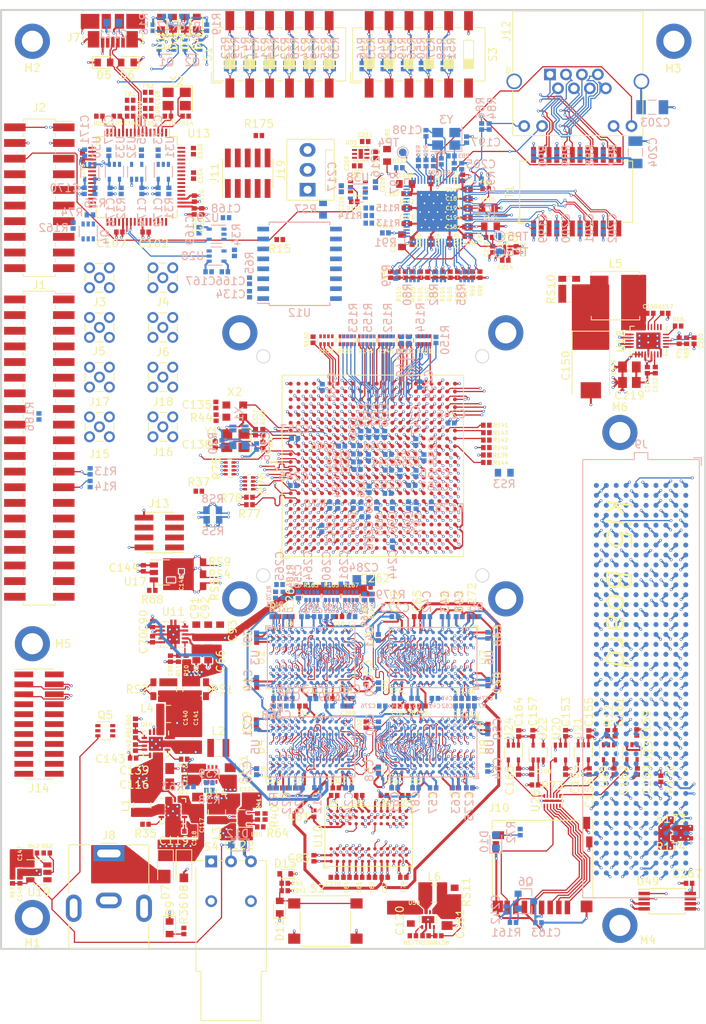
<source format=kicad_pcb>
(kicad_pcb (version 20171130) (host pcbnew 5.0.0-rc3-6a2723a~65~ubuntu16.04.1)
  (layers (0 F.Cu signal) (1 In1.Cu signal) (2 In2.Cu signal) (3 In3.Cu signal) (4 In4.Cu signal) (5 In5.Cu signal) (6 In6.Cu signal) (7 In7.Cu signal) (8 In8.Cu signal) (31 B.Cu signal) (34 B.Paste user) (35 F.Paste user) (36 B.SilkS user) (37 F.SilkS user) (38 B.Mask user) (39 F.Mask user) (44 Edge.Cuts user))
  (net 0 "")
  (net 1 +1V2)
  (net 2 VD)
  (net 3 VDD_DDR_VPP_N)
  (net 4 +3V3)
  (net 5 VAA)
  (net 6 VCCQ)
  (net 7 /FT2232/VPLL_FT)
  (net 8 VDDA)
  (net 9 /FT2232/VPHY_FT)
  (net 10 "Net-(C111-Pad2)")
  (net 11 "Net-(C114-Pad2)")
  (net 12 "Net-(C115-Pad2)")
  (net 13 +5V)
  (net 14 +12V)
  (net 15 "Net-(C119-Pad2)")
  (net 16 VDD_GIVDD_P)
  (net 17 VDD_DDRPLL_N)
  (net 18 AVDD_DDRPLL_N)
  (net 19 VDD_GIVDD_N)
  (net 20 VDD_GEMGXLPLL_N)
  (net 21 VDD_IO_N)
  (net 22 "Net-(C137-Pad2)")
  (net 23 "Net-(C138-Pad2)")
  (net 24 VMEM)
  (net 25 "Net-(C142-Pad2)")
  (net 26 "Net-(C142-Pad1)")
  (net 27 "Net-(C143-Pad1)")
  (net 28 AVDD_DDRPLL_P)
  (net 29 "Net-(C146-Pad1)")
  (net 30 "Net-(C146-Pad2)")
  (net 31 /Power.sch/PWR_ON)
  (net 32 VDD_DDRPLL_P)
  (net 33 "Net-(C152-Pad2)")
  (net 34 +3.3VA)
  (net 35 +1V0)
  (net 36 "Net-(C181-Pad1)")
  (net 37 +2V5)
  (net 38 "Net-(C193-Pad1)")
  (net 39 "Net-(C197-Pad2)")
  (net 40 "Net-(C198-Pad2)")
  (net 41 /Ethernet/P0_D2_N)
  (net 42 "Net-(C200-Pad2)")
  (net 43 "Net-(C201-Pad2)")
  (net 44 "Net-(C202-Pad2)")
  (net 45 "Net-(C204-Pad2)")
  (net 46 "Net-(C205-Pad1)")
  (net 47 VDD_OTP_N)
  (net 48 VDD_COREPLL_N)
  (net 49 "Net-(C211-Pad2)")
  (net 50 "Net-(C220-Pad2)")
  (net 51 RESET_N)
  (net 52 VDD)
  (net 53 "Net-(C265-Pad2)")
  (net 54 DDR_CLK_P)
  (net 55 DDR_CLK_N)
  (net 56 +3.3VP)
  (net 57 VDD_DDR_VPP_P)
  (net 58 "Net-(D1-Pad2)")
  (net 59 "Net-(D1-Pad1)")
  (net 60 "Net-(D2-Pad2)")
  (net 61 "Net-(D2-Pad1)")
  (net 62 "Net-(D3-Pad1)")
  (net 63 "Net-(D3-Pad2)")
  (net 64 "Net-(D4-Pad1)")
  (net 65 "Net-(D4-Pad2)")
  (net 66 /FT2232/USB_D_P)
  (net 67 /FT2232/USB_D_N)
  (net 68 "Net-(D7-Pad2)")
  (net 69 "Net-(D9-Pad2)")
  (net 70 /Freedom-U540_2/SD_CD)
  (net 71 "Net-(IC1-Pad1)")
  (net 72 /Ethernet/P0_D2_P)
  (net 73 /Ethernet/P0_D1_N)
  (net 74 /Ethernet/P0_D1_P)
  (net 75 /Ethernet/P0_D0_N)
  (net 76 /Ethernet/P0_D0_P)
  (net 77 "Net-(IC1-Pad15)")
  (net 78 "Net-(IC1-Pad16)")
  (net 79 /Ethernet/COL)
  (net 80 /Ethernet/CRS)
  (net 81 /Ethernet/RXD7)
  (net 82 /Ethernet/RXD6)
  (net 83 /Ethernet/RXD5)
  (net 84 /Ethernet/RXD4)
  (net 85 /Ethernet/RXD3)
  (net 86 /Ethernet/RXD2)
  (net 87 /Ethernet/RXD1)
  (net 88 /Ethernet/RXD0)
  (net 89 /Ethernet/RX_DV)
  (net 90 /Ethernet/RX_ER)
  (net 91 /Ethernet/RX_CLK)
  (net 92 GEMGXL_TX_EN)
  (net 93 GEMGXL_TX_ER)
  (net 94 /Ethernet/TX_CLK)
  (net 95 GEMGXL_GTX_CLK)
  (net 96 GEMGXL_TXD0)
  (net 97 GEMGXL_TXD1)
  (net 98 GEMGXL_TXD2)
  (net 99 GEMGXL_TXD3)
  (net 100 GEMGXL_TXD4)
  (net 101 GEMGXL_TXD5)
  (net 102 GEMGXL_TXD6)
  (net 103 GEMGXL_TXD7)
  (net 104 GEMGXL_MDC)
  (net 105 GEMGXL_MDIO)
  (net 106 /Ethernet/GEMGXL_MDINT)
  (net 107 /Ethernet/FASTLINK_FAIL_2V5)
  (net 108 /Ethernet/GEMGXL_RST_2V5)
  (net 109 /Ethernet/CLKOUT)
  (net 110 "Net-(IC1-Pad55)")
  (net 111 "Net-(IC1-Pad56)")
  (net 112 /Ethernet/CLK_SQUELCH_IN)
  (net 113 /Ethernet/ELED1)
  (net 114 /Ethernet/ELED0)
  (net 115 "Net-(IC1-Pad61)")
  (net 116 "Net-(IC1-Pad62)")
  (net 117 "Net-(IC1-Pad64)")
  (net 118 "Net-(IC1-Pad65)")
  (net 119 "Net-(IC1-Pad66)")
  (net 120 PWR_BTN_N)
  (net 121 UART0_TX)
  (net 122 UART0_RX)
  (net 123 /Freedom-U540_2/QSPI1_SCK_R)
  (net 124 /Freedom-U540_2/QSPI1_DQ1_R)
  (net 125 /Freedom-U540_2/UART1_TX)
  (net 126 /Freedom-U540_2/QSPI1_CS0_R)
  (net 127 /Freedom-U540_2/UART1_RX)
  (net 128 /Freedom-U540_2/QSPI1_DQ0_R)
  (net 129 /Freedom-U540_2/I2C0_SCL)
  (net 130 /Freedom-U540_2/I2C0_SDA)
  (net 131 "Net-(J1-Pad19)")
  (net 132 "Net-(J1-Pad20)")
  (net 133 "Net-(J1-Pad21)")
  (net 134 "Net-(J1-Pad22)")
  (net 135 /Freedom-U540_2/GPIO0)
  (net 136 /Freedom-U540_2/GPIO1)
  (net 137 /Freedom-U540_2/GPIO2)
  (net 138 /Freedom-U540_2/GPIO3)
  (net 139 /Freedom-U540_2/GPIO4)
  (net 140 /Freedom-U540_2/GPIO5)
  (net 141 /Freedom-U540_2/GPIO6)
  (net 142 /Freedom-U540_2/GPIO7)
  (net 143 /Freedom-U540_2/GPIO8)
  (net 144 /Freedom-U540_2/GPIO9)
  (net 145 /Freedom-U540_2/GPIO15)
  (net 146 /Freedom-U540_2/PWM0_0)
  (net 147 /Freedom-U540_2/PWM0_2)
  (net 148 /Freedom-U540_2/PWM0_1)
  (net 149 /Freedom-U540_2/PWM0_3)
  (net 150 GEMGXL_RST)
  (net 151 /Freedom-U540_2/QSPI1_DQ2_R)
  (net 152 FASTLINK_FAIL)
  (net 153 /Freedom-U540_2/QSPI1_DQ3_R)
  (net 154 /Freedom-U540_2/EN_VDD_SD)
  (net 155 /Freedom-U540_2/QSPI1_CS1_R)
  (net 156 /Freedom-U540_2/QSPI1_CS2_R)
  (net 157 /Freedom-U540_2/QSPI1_CS3_R)
  (net 158 /Freedom-U540_2/PWM1_0)
  (net 159 /Freedom-U540_2/PWM1_1)
  (net 160 /Freedom-U540_2/PWM1_2)
  (net 161 /Freedom-U540_2/PWM1_3)
  (net 162 /Freedom-U540_2/IO_PRCI_RSVD2)
  (net 163 /Freedom-U540_2/IO_PRCI_RSVD13)
  (net 164 /Freedom-U540_2/IO_PRCI_RSVD14)
  (net 165 /Freedom-U540_2/IO_PRCI_RSVD15)
  (net 166 "Net-(J7-Pad4)")
  (net 167 "Net-(J9-PadK40)")
  (net 168 "Net-(J9-PadK38)")
  (net 169 "Net-(J9-PadK37)")
  (net 170 "Net-(J9-PadK35)")
  (net 171 "Net-(J9-PadK34)")
  (net 172 "Net-(J9-PadK32)")
  (net 173 "Net-(J9-PadK31)")
  (net 174 "Net-(J9-PadK29)")
  (net 175 "Net-(J9-PadK28)")
  (net 176 "Net-(J9-PadK26)")
  (net 177 "Net-(J9-PadK25)")
  (net 178 "Net-(J9-PadK23)")
  (net 179 "Net-(J9-PadK22)")
  (net 180 "Net-(J9-PadK20)")
  (net 181 "Net-(J9-PadK19)")
  (net 182 "Net-(J9-PadK17)")
  (net 183 "Net-(J9-PadK16)")
  (net 184 "Net-(J9-PadK14)")
  (net 185 "Net-(J9-PadK13)")
  (net 186 "Net-(J9-PadK11)")
  (net 187 "Net-(J9-PadK10)")
  (net 188 "Net-(J9-PadK8)")
  (net 189 "Net-(J9-PadK7)")
  (net 190 "Net-(J9-PadK5)")
  (net 191 "Net-(J9-PadK4)")
  (net 192 "Net-(J9-PadK1)")
  (net 193 "Net-(J9-PadJ39)")
  (net 194 "Net-(J9-PadJ37)")
  (net 195 "Net-(J9-PadJ36)")
  (net 196 "Net-(J9-PadJ34)")
  (net 197 "Net-(J9-PadJ33)")
  (net 198 "Net-(J9-PadJ31)")
  (net 199 "Net-(J9-PadJ30)")
  (net 200 "Net-(J9-PadJ28)")
  (net 201 "Net-(J9-PadJ27)")
  (net 202 "Net-(J9-PadJ25)")
  (net 203 "Net-(J9-PadJ24)")
  (net 204 "Net-(J9-PadJ22)")
  (net 205 "Net-(J9-PadJ21)")
  (net 206 "Net-(J9-PadJ19)")
  (net 207 "Net-(J9-PadJ18)")
  (net 208 "Net-(J9-PadJ16)")
  (net 209 "Net-(J9-PadJ15)")
  (net 210 "Net-(J9-PadJ13)")
  (net 211 "Net-(J9-PadJ12)")
  (net 212 "Net-(J9-PadJ10)")
  (net 213 "Net-(J9-PadJ9)")
  (net 214 "Net-(J9-PadJ7)")
  (net 215 "Net-(J9-PadJ6)")
  (net 216 "Net-(J9-PadJ3)")
  (net 217 "Net-(J9-PadJ2)")
  (net 218 "Net-(J9-PadF40)")
  (net 219 "Net-(J9-PadF38)")
  (net 220 "Net-(J9-PadF37)")
  (net 221 "Net-(J9-PadF35)")
  (net 222 "Net-(J9-PadF34)")
  (net 223 "Net-(J9-PadF32)")
  (net 224 "Net-(J9-PadF31)")
  (net 225 "Net-(J9-PadF29)")
  (net 226 "Net-(J9-PadF28)")
  (net 227 "Net-(J9-PadF26)")
  (net 228 "Net-(J9-PadF25)")
  (net 229 "Net-(J9-PadF23)")
  (net 230 "Net-(J9-PadF22)")
  (net 231 "Net-(J9-PadF20)")
  (net 232 "Net-(J9-PadF19)")
  (net 233 "Net-(J9-PadF17)")
  (net 234 "Net-(J9-PadF16)")
  (net 235 "Net-(J9-PadF14)")
  (net 236 "Net-(J9-PadF13)")
  (net 237 "Net-(J9-PadF11)")
  (net 238 "Net-(J9-PadF10)")
  (net 239 "Net-(J9-PadF8)")
  (net 240 "Net-(J9-PadF7)")
  (net 241 "Net-(J9-PadF5)")
  (net 242 "Net-(J9-PadF4)")
  (net 243 PG_1V8)
  (net 244 "Net-(J9-PadE39)")
  (net 245 "Net-(J9-PadE37)")
  (net 246 "Net-(J9-PadE36)")
  (net 247 "Net-(J9-PadE34)")
  (net 248 "Net-(J9-PadE33)")
  (net 249 "Net-(J9-PadE31)")
  (net 250 "Net-(J9-PadE30)")
  (net 251 "Net-(J9-PadE28)")
  (net 252 "Net-(J9-PadE27)")
  (net 253 "Net-(J9-PadE25)")
  (net 254 "Net-(J9-PadE24)")
  (net 255 "Net-(J9-PadE22)")
  (net 256 "Net-(J9-PadE21)")
  (net 257 "Net-(J9-PadE19)")
  (net 258 "Net-(J9-PadE18)")
  (net 259 "Net-(J9-PadE16)")
  (net 260 "Net-(J9-PadE15)")
  (net 261 "Net-(J9-PadE13)")
  (net 262 "Net-(J9-PadE12)")
  (net 263 "Net-(J9-PadE10)")
  (net 264 "Net-(J9-PadE9)")
  (net 265 "Net-(J9-PadE7)")
  (net 266 "Net-(J9-PadE6)")
  (net 267 "Net-(J9-PadE3)")
  (net 268 "Net-(J9-PadE2)")
  (net 269 "Net-(J9-PadA39)")
  (net 270 "Net-(J9-PadA38)")
  (net 271 "Net-(J9-PadA35)")
  (net 272 "Net-(J9-PadA34)")
  (net 273 "Net-(J9-PadA31)")
  (net 274 "Net-(J9-PadA30)")
  (net 275 "Net-(J9-PadA27)")
  (net 276 "Net-(J9-PadA26)")
  (net 277 "Net-(J9-PadA23)")
  (net 278 "Net-(J9-PadA22)")
  (net 279 "Net-(J9-PadA19)")
  (net 280 "Net-(J9-PadA18)")
  (net 281 "Net-(J9-PadA15)")
  (net 282 "Net-(J9-PadA14)")
  (net 283 "Net-(J9-PadA11)")
  (net 284 "Net-(J9-PadA10)")
  (net 285 "Net-(J9-PadA7)")
  (net 286 "Net-(J9-PadA6)")
  (net 287 "Net-(J9-PadA3)")
  (net 288 "Net-(J9-PadA2)")
  (net 289 "Net-(J9-PadB40)")
  (net 290 "Net-(J9-PadB37)")
  (net 291 "Net-(J9-PadB36)")
  (net 292 "Net-(J9-PadB33)")
  (net 293 "Net-(J9-PadB32)")
  (net 294 "Net-(J9-PadB29)")
  (net 295 "Net-(J9-PadB28)")
  (net 296 "Net-(J9-PadB25)")
  (net 297 "Net-(J9-PadB24)")
  (net 298 "Net-(J9-PadB21)")
  (net 299 "Net-(J9-PadB20)")
  (net 300 "Net-(J9-PadB17)")
  (net 301 "Net-(J9-PadB16)")
  (net 302 "Net-(J9-PadB13)")
  (net 303 "Net-(J9-PadB12)")
  (net 304 "Net-(J9-PadB9)")
  (net 305 "Net-(J9-PadB8)")
  (net 306 "Net-(J9-PadB5)")
  (net 307 "Net-(J9-PadB4)")
  (net 308 "Net-(J9-PadB1)")
  (net 309 CHIPLINK_RX_CLK)
  (net 310 "Net-(J9-PadG3)")
  (net 311 CHIPLINK_TX_DAT0)
  (net 312 CHIPLINK_TX_DAT1)
  (net 313 CHIPLINK_TX_DAT6)
  (net 314 CHIPLINK_TX_DAT7)
  (net 315 CHIPLINK_TX_DAT16)
  (net 316 CHIPLINK_TX_DAT17)
  (net 317 CHIPLINK_TX_DAT24)
  (net 318 CHIPLINK_TX_DAT25)
  (net 319 CHIPLINK_TX_SEND)
  (net 320 CHIPLINK_TX_RST)
  (net 321 "Net-(J9-PadG39)")
  (net 322 CHIPLINK_RX_RST)
  (net 323 CHIPLINK_RX_SEND)
  (net 324 CHIPLINK_RX_DAT29)
  (net 325 CHIPLINK_RX_DAT28)
  (net 326 CHIPLINK_RX_DAT25)
  (net 327 CHIPLINK_RX_DAT24)
  (net 328 CHIPLINK_RX_DAT17)
  (net 329 CHIPLINK_RX_DAT16)
  (net 330 CHIPLINK_RX_DAT11)
  (net 331 CHIPLINK_RX_DAT10)
  (net 332 CHIPLINK_RX_DAT7)
  (net 333 CHIPLINK_RX_DAT6)
  (net 334 CHIPLINK_RX_DAT4)
  (net 335 CHIPLINK_RX_DAT5)
  (net 336 CHIPLINK_RX_DAT8)
  (net 337 CHIPLINK_RX_DAT9)
  (net 338 CHIPLINK_RX_DAT14)
  (net 339 CHIPLINK_RX_DAT15)
  (net 340 CHIPLINK_RX_DAT22)
  (net 341 CHIPLINK_RX_DAT23)
  (net 342 CHIPLINK_RX_DAT26)
  (net 343 CHIPLINK_RX_DAT27)
  (net 344 CHIPLINK_RX_DAT30)
  (net 345 CHIPLINK_RX_DAT31)
  (net 346 "Net-(J9-PadH40)")
  (net 347 CHIPLINK_TX_DAT31)
  (net 348 CHIPLINK_TX_DAT30)
  (net 349 CHIPLINK_TX_DAT23)
  (net 350 CHIPLINK_TX_DAT22)
  (net 351 CHIPLINK_TX_DAT15)
  (net 352 CHIPLINK_TX_DAT14)
  (net 353 CHIPLINK_TX_DAT9)
  (net 354 CHIPLINK_TX_DAT8)
  (net 355 CHIPLINK_TX_DAT5)
  (net 356 CHIPLINK_TX_DAT4)
  (net 357 "Net-(J9-PadH5)")
  (net 358 CHIPLINK_TX_CLK)
  (net 359 "Net-(J9-PadD1)")
  (net 360 "Net-(J9-PadD4)")
  (net 361 "Net-(J9-PadD5)")
  (net 362 CHIPLINK_TX_DAT2)
  (net 363 CHIPLINK_TX_DAT3)
  (net 364 CHIPLINK_TX_DAT10)
  (net 365 CHIPLINK_TX_DAT11)
  (net 366 CHIPLINK_TX_DAT18)
  (net 367 CHIPLINK_TX_DAT19)
  (net 368 CHIPLINK_TX_DAT26)
  (net 369 CHIPLINK_TX_DAT27)
  (net 370 CHIPLINK_RX_DAT0)
  (net 371 "Net-(J9-PadD40)")
  (net 372 "Net-(J9-PadD38)")
  (net 373 "Net-(J9-PadD36)")
  (net 374 /FMC.sch/FMC_GA1)
  (net 375 "Net-(J9-PadD34)")
  (net 376 "Net-(J9-PadD33)")
  (net 377 "Net-(J9-PadD31)")
  (net 378 "Net-(J9-PadD30)")
  (net 379 "Net-(J9-PadD29)")
  (net 380 CHIPLINK_RX_DAT19)
  (net 381 CHIPLINK_RX_DAT18)
  (net 382 CHIPLINK_RX_DAT13)
  (net 383 CHIPLINK_RX_DAT12)
  (net 384 CHIPLINK_RX_DAT1)
  (net 385 CHIPLINK_RX_DAT2)
  (net 386 CHIPLINK_RX_DAT3)
  (net 387 CHIPLINK_RX_DAT20)
  (net 388 CHIPLINK_RX_DAT21)
  (net 389 /FMC.sch/FMC_SCL)
  (net 390 /FMC.sch/FMC_SDA)
  (net 391 /FMC.sch/FMC_GA0)
  (net 392 "Net-(J9-PadC35)")
  (net 393 "Net-(J9-PadC39)")
  (net 394 CHIPLINK_TX_DAT29)
  (net 395 CHIPLINK_TX_DAT28)
  (net 396 CHIPLINK_TX_DAT21)
  (net 397 CHIPLINK_TX_DAT20)
  (net 398 CHIPLINK_TX_DAT13)
  (net 399 CHIPLINK_TX_DAT12)
  (net 400 "Net-(J9-PadC7)")
  (net 401 "Net-(J9-PadC6)")
  (net 402 "Net-(J9-PadC3)")
  (net 403 "Net-(J9-PadC2)")
  (net 404 /Freedom-U540_2/QSPI2_HOLD_CON)
  (net 405 /Freedom-U540_2/QSPI2_MISO_CON)
  (net 406 /Freedom-U540_2/QSPI2_SCK_CON)
  (net 407 /Freedom-U540_2/QSPI2_MOSI_CON)
  (net 408 /Freedom-U540_2/QSPI2_CS_CON)
  (net 409 /Freedom-U540_2/QSPI2_WP_CON)
  (net 410 JTAG_TCK)
  (net 411 JTAG_TDO)
  (net 412 JTAG_TMS)
  (net 413 "Net-(J11-Pad7)")
  (net 414 "Net-(J11-Pad8)")
  (net 415 JTAG_TDI)
  (net 416 /Ethernet/MX4_N)
  (net 417 /Ethernet/MX2_N)
  (net 418 /Ethernet/MX3_P)
  (net 419 /Ethernet/MX1_N)
  (net 420 /Ethernet/MX3_N)
  (net 421 /Ethernet/MX2_P)
  (net 422 /Ethernet/MX1_P)
  (net 423 "Net-(J12-Pad9)")
  (net 424 "Net-(J12-Pad11)")
  (net 425 /Freedom-U540_2/IO_PRCI_RSVD3)
  (net 426 /Freedom-U540_2/IO_PRCI_RSVD4)
  (net 427 /Freedom-U540_2/IO_PRCI_RSVD5)
  (net 428 /Freedom-U540_2/IO_PRCI_RSVD6)
  (net 429 /Freedom-U540_2/IO_PRCI_RSVD7)
  (net 430 /Freedom-U540_2/IO_PRCI_RSVD8)
  (net 431 /Freedom-U540_2/IO_PRCI_RSVD9)
  (net 432 VDD_SOC_CORE_P)
  (net 433 VDD_SOC_CORE_N)
  (net 434 VDD_DDR_SOC_P)
  (net 435 VDD_DDR_SOC_N)
  (net 436 VDD_DDR_MEM_P)
  (net 437 VDD_DDR_MEM_N)
  (net 438 /Freedom-U540_1/IO_DDR_RSVD0)
  (net 439 /Freedom-U540_1/IO_DDR_RSVD1)
  (net 440 /Freedom-U540_1/IO_DDR_RSVD2)
  (net 441 /Freedom-U540_1/IO_DDR_RSVD3)
  (net 442 "Net-(J19-Pad1)")
  (net 443 "Net-(L1-Pad1)")
  (net 444 "Net-(L2-Pad1)")
  (net 445 "Net-(L3-Pad1)")
  (net 446 "Net-(L4-Pad1)")
  (net 447 "Net-(L6-Pad1)")
  (net 448 "Net-(Q4-Pad3)")
  (net 449 /FT2232/FT_JTAG_SRST)
  (net 450 "Net-(R1-Pad2)")
  (net 451 "Net-(R2-Pad2)")
  (net 452 "Net-(R3-Pad2)")
  (net 453 "Net-(R4-Pad2)")
  (net 454 "Net-(R5-Pad2)")
  (net 455 "Net-(R6-Pad2)")
  (net 456 "Net-(R7-Pad2)")
  (net 457 "Net-(R8-Pad2)")
  (net 458 "Net-(R9-Pad2)")
  (net 459 /Freedom-U540_2/QSPI2_CS_R)
  (net 460 /Freedom-U540_2/QSPI0_CS)
  (net 461 "Net-(R20-Pad2)")
  (net 462 /Freedom-U540_2/MSEL0)
  (net 463 /Freedom-U540_2/MSEL1)
  (net 464 /Freedom-U540_2/MSEL2)
  (net 465 /Freedom-U540_2/MSEL3)
  (net 466 "Net-(R26-Pad2)")
  (net 467 "Net-(R31-Pad2)")
  (net 468 "Net-(R32-Pad2)")
  (net 469 "Net-(R33-Pad2)")
  (net 470 "Net-(R34-Pad2)")
  (net 471 "Net-(R35-Pad1)")
  (net 472 PORESET_N)
  (net 473 "Net-(R38-Pad1)")
  (net 474 "Net-(R40-Pad1)")
  (net 475 /Power.sch/PWR_EN1)
  (net 476 /Power.sch/EN_DDR)
  (net 477 "Net-(R44-Pad1)")
  (net 478 /Freedom-U540_2/IO_PRCI_RSVD0)
  (net 479 /Freedom-U540_2/RTCXSEL)
  (net 480 /Freedom-U540_2/IO_PRCI_RSVD1)
  (net 481 /Freedom-U540_2/IO_PRCI_RSVD10)
  (net 482 /Freedom-U540_2/IO_PRCI_RSVD12)
  (net 483 /Freedom-U540_2/IO_PRCI_RSVD11)
  (net 484 /Freedom-U540_2/HFXSEL)
  (net 485 "Net-(R60-Pad1)")
  (net 486 /Power.sch/PWR_EN2)
  (net 487 /Power.sch/EN_3V3)
  (net 488 /Power.sch/EN_1V8)
  (net 489 "Net-(R65-Pad2)")
  (net 490 /Power.sch/EN_CORE)
  (net 491 /Power.sch/EN_PLL)
  (net 492 "Net-(R69-Pad1)")
  (net 493 "Net-(R70-Pad2)")
  (net 494 /Freedom-U540_2/QSPI2_MISO_3V3)
  (net 495 /Freedom-U540_1/GEMGXL_TXD3_R)
  (net 496 /Freedom-U540_1/GEMGXL_TXD2_R)
  (net 497 /Freedom-U540_1/GEMGXL_TXD0_R)
  (net 498 /Freedom-U540_1/GEMGXL_TXD1_R)
  (net 499 /Freedom-U540_1/GEMGXL_TXD7_R)
  (net 500 /Freedom-U540_1/GEMGXL_TXD6_R)
  (net 501 /Freedom-U540_1/GEMGXL_TXD4_R)
  (net 502 /Freedom-U540_1/GEMGXL_TXD5_R)
  (net 503 /Freedom-U540_1/GEMGXL_TX_EN_R)
  (net 504 /Freedom-U540_1/GEMGXL_TX_ER_R)
  (net 505 GEMGXL_RX_CLK)
  (net 506 GEMGXL_RX_DV)
  (net 507 GEMGXL_RX_ER)
  (net 508 GEMGXL_RXD0)
  (net 509 GEMGXL_RXD1)
  (net 510 GEMGXL_RXD5)
  (net 511 GEMGXL_RXD4)
  (net 512 GEMGXL_RXD2)
  (net 513 GEMGXL_RXD3)
  (net 514 GEMGXL_RXD7)
  (net 515 GEMGXL_RXD6)
  (net 516 GEMGXL_RX_CRS)
  (net 517 GEMGXL_RX_COL)
  (net 518 "Net-(R87-Pad2)")
  (net 519 "Net-(R89-Pad2)")
  (net 520 "Net-(R90-Pad2)")
  (net 521 GEMGXL_TX_CLK)
  (net 522 "Net-(R117-Pad1)")
  (net 523 "Net-(R138-Pad1)")
  (net 524 /Freedom-U540_2/QSPI2_SCK_R)
  (net 525 /Freedom-U540_2/QSPI2_SCK)
  (net 526 /Freedom-U540_2/QSPI2_HOLD)
  (net 527 /Freedom-U540_2/QSPI2_HOLD_R)
  (net 528 /Freedom-U540_2/QSPI2_MOSI)
  (net 529 /Freedom-U540_2/QSPI2_MOSI_R)
  (net 530 /Freedom-U540_2/QSPI2_MISO_R)
  (net 531 /Freedom-U540_2/QSPI2_MISO)
  (net 532 /Freedom-U540_2/QSPI2_WP)
  (net 533 /Freedom-U540_2/QSPI2_WP_R)
  (net 534 /Freedom-U540_2/QSPI2_CS)
  (net 535 /Freedom-U540_1/CHIPLINK_TX_DAT18_R)
  (net 536 /Freedom-U540_1/CHIPLINK_TX_DAT24_R)
  (net 537 /Freedom-U540_1/CHIPLINK_TX_DAT29_R)
  (net 538 /Freedom-U540_1/CHIPLINK_TX_DAT26_R)
  (net 539 /Freedom-U540_1/CHIPLINK_TX_DAT22_R)
  (net 540 /Freedom-U540_1/CHIPLINK_TX_DAT14_R)
  (net 541 /Freedom-U540_1/CHIPLINK_TX_DAT25_R)
  (net 542 /Freedom-U540_1/CHIPLINK_TX_DAT16_R)
  (net 543 /Freedom-U540_1/CHIPLINK_TX_DAT13_R)
  (net 544 /Freedom-U540_1/CHIPLINK_TX_DAT8_R)
  (net 545 /Freedom-U540_1/CHIPLINK_TX_DAT10_R)
  (net 546 /Freedom-U540_1/CHIPLINK_TX_DAT17_R)
  (net 547 /Freedom-U540_1/CHIPLINK_TX_CLK_R)
  (net 548 /Freedom-U540_1/CHIPLINK_TX_SEND_R)
  (net 549 /Freedom-U540_1/CHIPLINK_TX_RST_R)
  (net 550 /Freedom-U540_1/CHIPLINK_TX_DAT7_R)
  (net 551 /Freedom-U540_1/CHIPLINK_TX_DAT5_R)
  (net 552 /Freedom-U540_1/CHIPLINK_TX_DAT11_R)
  (net 553 /Freedom-U540_1/CHIPLINK_TX_DAT9_R)
  (net 554 /Freedom-U540_1/CHIPLINK_TX_DAT21_R)
  (net 555 /Freedom-U540_1/CHIPLINK_TX_DAT6_R)
  (net 556 /Freedom-U540_1/CHIPLINK_TX_DAT2_R)
  (net 557 /Freedom-U540_1/CHIPLINK_TX_DAT12_R)
  (net 558 /Freedom-U540_1/CHIPLINK_TX_DAT31_R)
  (net 559 /Freedom-U540_1/CHIPLINK_TX_DAT30_R)
  (net 560 /Freedom-U540_1/CHIPLINK_TX_DAT27_R)
  (net 561 /Freedom-U540_1/CHIPLINK_TX_DAT28_R)
  (net 562 /Freedom-U540_1/CHIPLINK_TX_DAT0_R)
  (net 563 /Freedom-U540_1/CHIPLINK_TX_DAT1_R)
  (net 564 /Freedom-U540_1/CHIPLINK_TX_DAT3_R)
  (net 565 /Freedom-U540_1/CHIPLINK_TX_DAT4_R)
  (net 566 /Freedom-U540_1/CHIPLINK_TX_DAT19_R)
  (net 567 /Freedom-U540_1/CHIPLINK_TX_DAT23_R)
  (net 568 /Freedom-U540_1/CHIPLINK_TX_DAT20_R)
  (net 569 /Freedom-U540_1/CHIPLINK_TX_DAT15_R)
  (net 570 /Freedom-U540_2/QSPI1_DQ1)
  (net 571 /Freedom-U540_2/QSPI1_DQ3)
  (net 572 /Freedom-U540_2/QSPI1_CS3)
  (net 573 /Freedom-U540_2/QSPI1_CS0)
  (net 574 /Freedom-U540_2/QSPI1_CS2)
  (net 575 /Freedom-U540_2/QSPI1_SCK)
  (net 576 /Freedom-U540_2/QSPI1_DQ0)
  (net 577 /Freedom-U540_2/QSPI1_CS1)
  (net 578 /Freedom-U540_2/QSPI1_DQ2)
  (net 579 DDR_ODT)
  (net 580 DDR_CKE)
  (net 581 DDR_CKE1)
  (net 582 DDR_WE_N)
  (net 583 DDR_CS0_N)
  (net 584 DDR_CAS_N)
  (net 585 DDR_CS1_N)
  (net 586 DDR_RAS_N)
  (net 587 DDR_BA0)
  (net 588 DDR_BG0)
  (net 589 DDR_A10)
  (net 590 DDR_ACT_N)
  (net 591 DDR_BA1)
  (net 592 DDR_BG1)
  (net 593 DDR_A3)
  (net 594 DDR_A12)
  (net 595 DDR_A4)
  (net 596 DDR_A0)
  (net 597 DDR_A6)
  (net 598 DDR_A8)
  (net 599 DDR_A1)
  (net 600 DDR_A9)
  (net 601 DDR_A5)
  (net 602 DDR_A7)
  (net 603 DDR_A13)
  (net 604 /Power.sch/EN_DDR_VPP)
  (net 605 DDR_ALERT_N)
  (net 606 DDR_PARITY_IN)
  (net 607 DDR_A11)
  (net 608 DDR_A2)
  (net 609 "Net-(R183-Pad2)")
  (net 610 DDR_ODT1)
  (net 611 /Freedom-U540_2/GPIO10)
  (net 612 "Net-(S3-Pad6)")
  (net 613 "Net-(S4-Pad1)")
  (net 614 /Freedom-U540_2/RTCXALTCLKIN)
  (net 615 /Freedom-U540_2/HFXCLKIN)
  (net 616 /Freedom-U540_2/QSPI0_DQ3)
  (net 617 /Freedom-U540_2/QSPI0_SCK)
  (net 618 /Freedom-U540_2/QSPI0_DQ0)
  (net 619 /Freedom-U540_2/QSPI0_DQ1)
  (net 620 /Freedom-U540_2/QSPI0_DQ2)
  (net 621 "Net-(U2-PadN7)")
  (net 622 "Net-(U2-PadA3)")
  (net 623 "Net-(U3-PadN7)")
  (net 624 "Net-(U3-PadA3)")
  (net 625 "Net-(U4-PadA3)")
  (net 626 "Net-(U4-PadN7)")
  (net 627 "Net-(U5-PadN7)")
  (net 628 "Net-(U5-PadA3)")
  (net 629 "Net-(U6-PadA3)")
  (net 630 "Net-(U6-PadN7)")
  (net 631 "Net-(U7-PadA3)")
  (net 632 "Net-(U7-PadN7)")
  (net 633 "Net-(U8-PadN7)")
  (net 634 "Net-(U8-PadA3)")
  (net 635 "Net-(U9-PadA3)")
  (net 636 "Net-(U9-PadN7)")
  (net 637 "Net-(U10-PadA3)")
  (net 638 "Net-(U10-PadN7)")
  (net 639 "Net-(U12-Pad4)")
  (net 640 "Net-(U12-Pad5)")
  (net 641 "Net-(U12-Pad6)")
  (net 642 "Net-(U12-Pad11)")
  (net 643 "Net-(U12-Pad12)")
  (net 644 "Net-(U12-Pad13)")
  (net 645 "Net-(U12-Pad14)")
  (net 646 /FT2232/FT_JTAG_TCK)
  (net 647 /FT2232/FT_JTAG_TDI)
  (net 648 /FT2232/FT_JTAG_TDO)
  (net 649 /FT2232/FT_JTAG_TMS)
  (net 650 "Net-(U13-Pad21)")
  (net 651 "Net-(U13-Pad23)")
  (net 652 "Net-(U13-Pad24)")
  (net 653 "Net-(U13-Pad26)")
  (net 654 "Net-(U13-Pad27)")
  (net 655 "Net-(U13-Pad28)")
  (net 656 "Net-(U13-Pad29)")
  (net 657 "Net-(U13-Pad30)")
  (net 658 "Net-(U13-Pad32)")
  (net 659 "Net-(U13-Pad33)")
  (net 660 "Net-(U13-Pad34)")
  (net 661 "Net-(U13-Pad36)")
  (net 662 /FT2232/FT_UART_TX)
  (net 663 /FT2232/FT_UART_RX)
  (net 664 "Net-(U13-Pad40)")
  (net 665 "Net-(U13-Pad41)")
  (net 666 "Net-(U13-Pad43)")
  (net 667 "Net-(U13-Pad44)")
  (net 668 "Net-(U13-Pad45)")
  (net 669 "Net-(U13-Pad46)")
  (net 670 "Net-(U13-Pad48)")
  (net 671 "Net-(U13-Pad52)")
  (net 672 "Net-(U13-Pad53)")
  (net 673 "Net-(U13-Pad54)")
  (net 674 "Net-(U13-Pad55)")
  (net 675 "Net-(U13-Pad57)")
  (net 676 "Net-(U13-Pad58)")
  (net 677 "Net-(U13-Pad59)")
  (net 678 "Net-(U13-Pad60)")
  (net 679 "Net-(U13-Pad61)")
  (net 680 "Net-(U13-Pad62)")
  (net 681 "Net-(U13-Pad63)")
  (net 682 "Net-(U14-Pad6)")
  (net 683 "Net-(U16-Pad4)")
  (net 684 "Net-(U17-Pad4)")
  (net 685 "Net-(U18-Pad1)")
  (net 686 "Net-(U18-Pad2)")
  (net 687 "Net-(U18-Pad4)")
  (net 688 "Net-(U18-Pad24)")
  (net 689 "Net-(U18-Pad27)")
  (net 690 /Freedom-U540_2/QSPI2_SCK_3V3)
  (net 691 /Freedom-U540_2/QSPI2_MOSI_3V3)
  (net 692 /Freedom-U540_2/QSPI2_WP_3V3)
  (net 693 /Freedom-U540_2/QSPI2_HOLD_3V3)
  (net 694 /Freedom-U540_2/QSPI2_CS_3V3)
  (net 695 "Net-(U35-Pad5)")
  (net 696 "Net-(U36-Pad2)")
  (net 697 "Net-(U49-Pad7)")
  (net 698 "Net-(U50-Pad6)")
  (net 699 /DDR4_x8_32b_1/REFIN)
  (net 700 "Net-(R23-Pad2)")
  (net 701 "Net-(U11-Pad9)")
  (net 702 "Net-(C199-Pad2)")
  (net 703 /Ethernet/P0_D3_P)
  (net 704 /Ethernet/P0_D3_N)
  (net 705 /Ethernet/MX4_P)
  (net 706 "Net-(R88-Pad2)")
  (net 707 AGND)
  (net 708 DDR_DQ0)
  (net 709 DDR_DQS0_P)
  (net 710 DDR_RESET_N)
  (net 711 DDR_DQ5)
  (net 712 DDR_DQ3)
  (net 713 DDR_DQ2)
  (net 714 DDR_DQ7)
  (net 715 DDR_DQ1)
  (net 716 DDR_DQ4)
  (net 717 DDR_DQ6)
  (net 718 DDR_DQS0_N)
  (net 719 DDR_DM0)
  (net 720 DDR_DQ13)
  (net 721 DDR_DQS1_P)
  (net 722 DDR_DQ9)
  (net 723 DDR_DQ12)
  (net 724 DDR_DQ10)
  (net 725 DDR_DQ11)
  (net 726 DDR_DQ15)
  (net 727 DDR_DQ14)
  (net 728 DDR_DQ8)
  (net 729 DDR_DQS1_N)
  (net 730 DDR_DM1)
  (net 731 DDR_DQ19)
  (net 732 DDR_DQS2_P)
  (net 733 DDR_DQ17)
  (net 734 DDR_DQ22)
  (net 735 DDR_DQ20)
  (net 736 DDR_DQ18)
  (net 737 DDR_DQ23)
  (net 738 DDR_DQ21)
  (net 739 DDR_DQ16)
  (net 740 DDR_DQS2_N)
  (net 741 DDR_DM2)
  (net 742 DDR_DQ25)
  (net 743 DDR_DQS3_P)
  (net 744 DDR_DQ30)
  (net 745 DDR_DQ29)
  (net 746 DDR_DQ28)
  (net 747 DDR_DQ31)
  (net 748 DDR_DQ27)
  (net 749 DDR_DQ24)
  (net 750 DDR_DQ26)
  (net 751 DDR_DQS3_N)
  (net 752 DDR_DM3)
  (net 753 DDR_DQ39)
  (net 754 DDR_DQS4_P)
  (net 755 DDR_DQ34)
  (net 756 DDR_DQ35)
  (net 757 DDR_DQ33)
  (net 758 DDR_DQ37)
  (net 759 DDR_DQ38)
  (net 760 DDR_DQ32)
  (net 761 DDR_DQ36)
  (net 762 DDR_DQS4_N)
  (net 763 DDR_DM4)
  (net 764 DDR_DQ41)
  (net 765 DDR_DQS5_P)
  (net 766 DDR_DQ44)
  (net 767 DDR_DQ42)
  (net 768 DDR_DQ46)
  (net 769 DDR_DQ47)
  (net 770 DDR_DQ43)
  (net 771 DDR_DQ40)
  (net 772 DDR_DQ45)
  (net 773 DDR_DQS5_N)
  (net 774 DDR_DM5)
  (net 775 DDR_DQ53)
  (net 776 DDR_DQS6_P)
  (net 777 DDR_DQ49)
  (net 778 DDR_DQ48)
  (net 779 DDR_DQ54)
  (net 780 DDR_DQ51)
  (net 781 DDR_DQ50)
  (net 782 DDR_DQ52)
  (net 783 DDR_DQ55)
  (net 784 DDR_DQS6_N)
  (net 785 DDR_DM6)
  (net 786 DDR_DQ58)
  (net 787 DDR_DQS7_P)
  (net 788 DDR_DQ61)
  (net 789 DDR_DQ56)
  (net 790 DDR_DQ60)
  (net 791 DDR_DQ59)
  (net 792 DDR_DQ63)
  (net 793 DDR_DQ57)
  (net 794 DDR_DQ62)
  (net 795 DDR_DQS7_N)
  (net 796 DDR_DM7)
  (net 797 DDR_ECC_DQ4)
  (net 798 DDR_ECC_DQS_P)
  (net 799 DDR_ECC_DQ1)
  (net 800 DDR_ECC_DQ6)
  (net 801 DDR_ECC_DQ3)
  (net 802 DDR_ECC_DQ7)
  (net 803 DDR_ECC_DQ0)
  (net 804 DDR_ECC_DQ5)
  (net 805 DDR_ECC_DQ2)
  (net 806 DDR_ECC_DQS_N)
  (net 807 DDR_ECC_DM)
  (net 808 "Net-(J1-Pad8)")
  (net 809 "Net-(J1-Pad24)")
  (net 810 "Net-(J1-Pad26)")
  (net 811 "Net-(J1-Pad31)")
  (net 812 "Net-(J1-Pad37)")
  (net 813 "Net-(J2-Pad14)")
  (module Connector_PinSocket_2.00mm:PinSocket_2x10_P2.00mm_Vertical_SMD (layer F.Cu) (at 33.782 52.59)
    (fp_text reference J2 (at 0 -11.5) (layer F.SilkS))
    (fp_text value Conn_02x10_Odd_Even)
    (pad 1 smd rect (at 3.125 -9) (size 2.75 1) (layers F.Cu F.Paste F.Mask) (net 147 /Freedom-U540_2/PWM0_2))
    (pad 2 smd rect (at -3.125 -9) (size 2.75 1) (layers F.Cu F.Paste F.Mask) (net 146 /Freedom-U540_2/PWM0_0))
    (pad 3 smd rect (at 3.125 -7) (size 2.75 1) (layers F.Cu F.Paste F.Mask) (net 149 /Freedom-U540_2/PWM0_3))
    (pad 4 smd rect (at -3.125 -7) (size 2.75 1) (layers F.Cu F.Paste F.Mask) (net 148 /Freedom-U540_2/PWM0_1))
    (pad 5 smd rect (at 3.125 -5) (size 2.75 1) (layers F.Cu F.Paste F.Mask) (net 151 /Freedom-U540_2/QSPI1_DQ2_R))
    (pad 6 smd rect (at -3.125 -5) (size 2.75 1) (layers F.Cu F.Paste F.Mask) (net 150 GEMGXL_RST))
    (pad 7 smd rect (at 3.125 -3) (size 2.75 1) (layers F.Cu F.Paste F.Mask) (net 153 /Freedom-U540_2/QSPI1_DQ3_R))
    (pad 8 smd rect (at -3.125 -3) (size 2.75 1) (layers F.Cu F.Paste F.Mask) (net 152 FASTLINK_FAIL))
    (pad 9 smd rect (at 3.125 -1) (size 2.75 1) (layers F.Cu F.Paste F.Mask) (net 155 /Freedom-U540_2/QSPI1_CS1_R))
    (pad 10 smd rect (at -3.125 -1) (size 2.75 1) (layers F.Cu F.Paste F.Mask) (net 154 /Freedom-U540_2/EN_VDD_SD))
    (pad 11 smd rect (at 3.125 1) (size 2.75 1) (layers F.Cu F.Paste F.Mask) (net 156 /Freedom-U540_2/QSPI1_CS2_R))
    (pad 12 smd rect (at -3.125 1) (size 2.75 1) (layers F.Cu F.Paste F.Mask) (net 70 /Freedom-U540_2/SD_CD))
    (pad 13 smd rect (at 3.125 3) (size 2.75 1) (layers F.Cu F.Paste F.Mask) (net 157 /Freedom-U540_2/QSPI1_CS3_R))
    (pad 14 smd rect (at -3.125 3) (size 2.75 1) (layers F.Cu F.Paste F.Mask) (net 813 "Net-(J2-Pad14)"))
    (pad 15 smd rect (at 3.125 5) (size 2.75 1) (layers F.Cu F.Paste F.Mask) (net 707 AGND))
    (pad 16 smd rect (at -3.125 5) (size 2.75 1) (layers F.Cu F.Paste F.Mask) (net 158 /Freedom-U540_2/PWM1_0))
    (pad 17 smd rect (at 3.125 7) (size 2.75 1) (layers F.Cu F.Paste F.Mask) (net 160 /Freedom-U540_2/PWM1_2))
    (pad 18 smd rect (at -3.125 7) (size 2.75 1) (layers F.Cu F.Paste F.Mask) (net 159 /Freedom-U540_2/PWM1_1))
    (pad 19 smd rect (at 3.125 9) (size 2.75 1) (layers F.Cu F.Paste F.Mask) (net 161 /Freedom-U540_2/PWM1_3))
    (pad 20 smd rect (at -3.125 9) (size 2.75 1) (layers F.Cu F.Paste F.Mask) (net 707 AGND))
  )
  (module Resistor_SMD:R_Shunt_Vishay_WSKW0612 (layer F.Cu) (at 101.5162 64.2874 90)
    (fp_text reference RS10 (at 0 -2.3 90) (layer F.SilkS))
    (fp_text value 0R001)
    (pad 2 smd rect (at 1.334 -0.885 90) (size 0.762 1.01) (layers F.Cu F.Paste F.Mask) (net 433 VDD_SOC_CORE_N))
    (pad 3 smd rect (at 1.334 0.885 90) (size 0.762 1.01) (layers F.Cu F.Paste F.Mask) (net 432 VDD_SOC_CORE_P))
    (pad 4 smd rect (at -0.5715 0.885 90) (size 2.287 1.01) (layers F.Cu F.Paste F.Mask) (net 32 VDD_DDRPLL_P))
    (pad 1 smd rect (at -0.572 -0.885 90) (size 2.287 1.01) (layers F.Cu F.Paste F.Mask) (net 52 VDD))
  )
  (module Package_SON:WSON-8-1EP_2x2mm_P0.5mm_EP0.9x1.6mm (layer F.Cu) (at 59.5884 131.9276 180)
    (fp_text reference U15 (at -1.9812 -2.032) (layer F.SilkS) (effects (font (size 0.5 0.5) (thickness 0.1))))
    (fp_text value TLV62084DSGx)
    (pad 6 smd rect (at 0.95 0.25 180) (size 0.5 0.25) (layers F.Cu F.Paste F.Mask) (net 243 PG_1V8))
    (pad 5 smd rect (at 0.95 0.75 180) (size 0.5 0.25) (layers F.Cu F.Paste F.Mask) (net 16 VDD_GIVDD_P))
    (pad 4 smd rect (at -0.95 0.75 180) (size 0.5 0.25) (layers F.Cu F.Paste F.Mask) (net 474 "Net-(R40-Pad1)"))
    (pad 2 smd rect (at -0.95 -0.25 180) (size 0.5 0.25) (layers F.Cu F.Paste F.Mask) (net 707 AGND))
    (pad 1 smd rect (at -0.95 -0.75 180) (size 0.5 0.25) (layers F.Cu F.Paste F.Mask) (net 488 /Power.sch/EN_1V8))
    (pad 9 smd rect (at 0 0 180) (size 0.9 1.6) (layers F.Cu F.Mask) (net 707 AGND))
    (pad 8 smd rect (at 0.95 -0.75 180) (size 0.5 0.25) (layers F.Cu F.Paste F.Mask) (net 13 +5V))
    (pad 7 smd rect (at 0.95 -0.25 180) (size 0.5 0.25) (layers F.Cu F.Paste F.Mask) (net 445 "Net-(L3-Pad1)"))
    (pad 3 smd rect (at -0.95 0.25 180) (size 0.5 0.25) (layers F.Cu F.Paste F.Mask) (net 707 AGND))
  )
  (module Oscillator:Oscillator_SMD_EuroQuartz_XO32-4Pin_3.2x2.5mm (layer F.Cu) (at 58.768 79.8576)
    (fp_text reference X2 (at 0 -2.45) (layer F.SilkS))
    (fp_text value "1.0 MHz")
    (pad 4 smd rect (at -1.075 -0.775) (size 1 0.9) (layers F.Cu F.Paste F.Mask) (net 16 VDD_GIVDD_P))
    (pad 3 smd rect (at 1.075 -0.775) (size 1 0.9) (layers F.Cu F.Paste F.Mask) (net 614 /Freedom-U540_2/RTCXALTCLKIN))
    (pad 2 smd rect (at 1.075 0.775) (size 1 0.9) (layers F.Cu F.Paste F.Mask) (net 707 AGND))
    (pad 1 smd rect (at -1.075 0.775) (size 1 0.9) (layers F.Cu F.Paste F.Mask) (net 477 "Net-(R44-Pad1)"))
  )
  (module Connector_Card:microSD_HC_Hirose_DM3D-SF (layer F.Cu) (at 98.1126 137.94)
    (fp_text reference J10 (at -5.555 -7.384) (layer F.SilkS))
    (fp_text value Micro_SD_Card_Det)
    (pad 10 smd rect (at 5.575 -5.45) (size 1 1.55) (layers F.Cu F.Paste F.Mask) (net 707 AGND))
    (pad 11 smd rect (at 5.625 5.225) (size 1.5 1.5) (layers F.Cu F.Paste F.Mask) (net 707 AGND))
    (pad 1 smd rect (at 3.175 5.35) (size 0.7 1.75) (layers F.Cu F.Paste F.Mask) (net 409 /Freedom-U540_2/QSPI2_WP_CON))
    (pad 2 smd rect (at 2.075 5.35) (size 0.7 1.75) (layers F.Cu F.Paste F.Mask) (net 408 /Freedom-U540_2/QSPI2_CS_CON))
    (pad 3 smd rect (at 0.975 5.35) (size 0.7 1.75) (layers F.Cu F.Paste F.Mask) (net 407 /Freedom-U540_2/QSPI2_MOSI_CON))
    (pad 4 smd rect (at -0.125 5.35) (size 0.7 1.75) (layers F.Cu F.Paste F.Mask) (net 34 +3.3VA))
    (pad 5 smd rect (at -1.225 5.35) (size 0.7 1.75) (layers F.Cu F.Paste F.Mask) (net 406 /Freedom-U540_2/QSPI2_SCK_CON))
    (pad 6 smd rect (at -2.325 5.35) (size 0.7 1.75) (layers F.Cu F.Paste F.Mask) (net 707 AGND))
    (pad 7 smd rect (at -3.425 5.35) (size 0.7 1.75) (layers F.Cu F.Paste F.Mask) (net 405 /Freedom-U540_2/QSPI2_MISO_CON))
    (pad 11 smd rect (at 5.975 -3.025) (size 0.8 1.4) (layers F.Cu F.Paste F.Mask) (net 707 AGND))
    (pad 9 smd rect (at -5.65 -3.875) (size 1.45 1) (layers F.Cu F.Paste F.Mask) (net 70 /Freedom-U540_2/SD_CD))
    (pad 11 smd rect (at -5.975 -2.375) (size 0.8 1.5) (layers F.Cu F.Paste F.Mask) (net 707 AGND))
    (pad 11 smd rect (at -5.725 5.225) (size 1.3 1.5) (layers F.Cu F.Paste F.Mask) (net 707 AGND))
    (pad 8 smd rect (at -4.525 5.35) (size 0.7 1.75) (layers F.Cu F.Paste F.Mask) (net 404 /Freedom-U540_2/QSPI2_HOLD_CON))
  )
  (module Button_Switch_SMD:SW_SPST_PTS645 (layer F.Cu) (at 70.3504 145.034 180)
    (fp_text reference S2 (at 1.0084 4.1656 180) (layer F.SilkS))
    (fp_text value SW_Push)
    (pad 2 smd rect (at 3.98 2.25 180) (size 1.55 1.3) (layers F.Cu F.Paste F.Mask) (net 51 RESET_N))
    (pad 1 smd rect (at 3.98 -2.25 180) (size 1.55 1.3) (layers F.Cu F.Paste F.Mask) (net 707 AGND))
    (pad 1 smd rect (at -3.98 -2.25 180) (size 1.55 1.3) (layers F.Cu F.Paste F.Mask) (net 707 AGND))
    (pad 2 smd rect (at -3.98 2.25 180) (size 1.55 1.3) (layers F.Cu F.Paste F.Mask) (net 51 RESET_N))
  )
  (module Connector_RJ:RJ45_Amphenol_RJHSE538X (layer F.Cu) (at 99.06 36.83)
    (fp_text reference J12 (at -5.588 -5.5245 90) (layer F.SilkS))
    (fp_text value RJHSE5384)
    (pad 12 thru_hole circle (at 10.42 6.6) (size 1.5 1.5) (drill 0.89) (layers *.Cu *.Mask) (net 113 /Ethernet/ELED1))
    (pad 11 thru_hole circle (at 8.13 6.6) (size 1.5 1.5) (drill 0.89) (layers *.Cu *.Mask) (net 424 "Net-(J12-Pad11)"))
    (pad 10 thru_hole circle (at -1.01 6.6) (size 1.5 1.5) (drill 0.89) (layers *.Cu *.Mask) (net 114 /Ethernet/ELED0))
    (pad 9 thru_hole circle (at -3.3 6.6) (size 1.5 1.5) (drill 0.89) (layers *.Cu *.Mask) (net 423 "Net-(J12-Pad9)"))
    (pad SH thru_hole circle (at -4.57 0.89) (size 2 2) (drill 1.57) (layers *.Cu *.Mask) (net 707 AGND))
    (pad SH thru_hole circle (at 11.69 0.89) (size 2 2) (drill 1.57) (layers *.Cu *.Mask) (net 707 AGND))
    (pad "" np_thru_hole circle (at 9.91 -2.54) (size 3.25 3.25) (drill 3.25) (layers *.Cu *.Mask))
    (pad "" np_thru_hole circle (at -2.79 -2.54) (size 3.25 3.25) (drill 3.25) (layers *.Cu *.Mask))
    (pad 8 thru_hole circle (at 7.14 1.78) (size 1.5 1.5) (drill 0.89) (layers *.Cu *.Mask) (net 422 /Ethernet/MX1_P))
    (pad 6 thru_hole circle (at 5.1 1.78) (size 1.5 1.5) (drill 0.89) (layers *.Cu *.Mask) (net 421 /Ethernet/MX2_P))
    (pad 4 thru_hole circle (at 3.06 1.78) (size 1.5 1.5) (drill 0.89) (layers *.Cu *.Mask) (net 420 /Ethernet/MX3_N))
    (pad 2 thru_hole circle (at 1.02 1.78) (size 1.5 1.5) (drill 0.89) (layers *.Cu *.Mask) (net 705 /Ethernet/MX4_P))
    (pad 7 thru_hole circle (at 6.12 0) (size 1.5 1.5) (drill 0.89) (layers *.Cu *.Mask) (net 419 /Ethernet/MX1_N))
    (pad 5 thru_hole circle (at 4.08 0) (size 1.5 1.5) (drill 0.89) (layers *.Cu *.Mask) (net 418 /Ethernet/MX3_P))
    (pad 3 thru_hole circle (at 2.04 0) (size 1.5 1.5) (drill 0.89) (layers *.Cu *.Mask) (net 417 /Ethernet/MX2_N))
    (pad 1 thru_hole rect (at 0 0) (size 1.5 1.5) (drill 0.89) (layers *.Cu *.Mask) (net 416 /Ethernet/MX4_N))
  )
  (module Resistor_SMD:R_Shunt_Vishay_WSKW0612 (layer F.Cu) (at 53.7528 115.4042)
    (fp_text reference RS1 (at 3.3972 0.0134) (layer F.SilkS))
    (fp_text value 0R001)
    (pad 2 smd rect (at 1.334 -0.885) (size 0.762 1.01) (layers F.Cu F.Paste F.Mask) (net 437 VDD_DDR_MEM_N))
    (pad 3 smd rect (at 1.334 0.885) (size 0.762 1.01) (layers F.Cu F.Paste F.Mask) (net 436 VDD_DDR_MEM_P))
    (pad 4 smd rect (at -0.5715 0.885) (size 2.287 1.01) (layers F.Cu F.Paste F.Mask) (net 24 VMEM))
    (pad 1 smd rect (at -0.572 -0.885) (size 2.287 1.01) (layers F.Cu F.Paste F.Mask) (net 1 +1V2))
  )
  (module Resistor_SMD:R_Shunt_Vishay_WSKW0612 (layer F.Cu) (at 49.702 115.4042 180)
    (fp_text reference RS2 (at 3.4232 -0.0134 180) (layer F.SilkS))
    (fp_text value 0R001)
    (pad 2 smd rect (at 1.334 -0.885 180) (size 0.762 1.01) (layers F.Cu F.Paste F.Mask) (net 434 VDD_DDR_SOC_P))
    (pad 3 smd rect (at 1.334 0.885 180) (size 0.762 1.01) (layers F.Cu F.Paste F.Mask) (net 435 VDD_DDR_SOC_N))
    (pad 4 smd rect (at -0.5715 0.885 180) (size 2.287 1.01) (layers F.Cu F.Paste F.Mask) (net 6 VCCQ))
    (pad 1 smd rect (at -0.572 -0.885 180) (size 2.287 1.01) (layers F.Cu F.Paste F.Mask) (net 24 VMEM))
  )
  (module Package_SON:Texas_R-PWSON-N12_EP0.4x2mm (layer F.Cu) (at 99.3318 129.667 270)
    (fp_text reference U26 (at 0 2.1133 270) (layer F.SilkS))
    (fp_text value TPD6F003)
    (pad 13 smd roundrect (at 0 0.68 270) (size 0.3 0.55) (layers F.Cu F.Paste F.Mask) (net 707 AGND))
    (pad 13 smd roundrect (at 0 -0.68 270) (size 0.3 0.55) (layers F.Cu F.Paste F.Mask) (net 707 AGND))
    (pad 1 smd roundrect (at -0.625 -1) (size 0.2 0.5) (layers F.Cu F.Paste F.Mask) (net 692 /Freedom-U540_2/QSPI2_WP_3V3))
    (pad 2 smd roundrect (at -0.625 -0.6) (size 0.2 0.5) (layers F.Cu F.Paste F.Mask) (net 694 /Freedom-U540_2/QSPI2_CS_3V3))
    (pad 3 smd roundrect (at -0.625 -0.2) (size 0.2 0.5) (layers F.Cu F.Paste F.Mask) (net 691 /Freedom-U540_2/QSPI2_MOSI_3V3))
    (pad 4 smd roundrect (at -0.625 0.2) (size 0.2 0.5) (layers F.Cu F.Paste F.Mask) (net 690 /Freedom-U540_2/QSPI2_SCK_3V3))
    (pad 5 smd roundrect (at -0.625 0.6) (size 0.2 0.5) (layers F.Cu F.Paste F.Mask) (net 494 /Freedom-U540_2/QSPI2_MISO_3V3))
    (pad 6 smd roundrect (at -0.625 1) (size 0.2 0.5) (layers F.Cu F.Paste F.Mask) (net 693 /Freedom-U540_2/QSPI2_HOLD_3V3))
    (pad 7 smd roundrect (at 0.625 1) (size 0.2 0.5) (layers F.Cu F.Paste F.Mask) (net 404 /Freedom-U540_2/QSPI2_HOLD_CON))
    (pad 8 smd roundrect (at 0.625 0.6) (size 0.2 0.5) (layers F.Cu F.Paste F.Mask) (net 405 /Freedom-U540_2/QSPI2_MISO_CON))
    (pad 9 smd roundrect (at 0.625 0.2) (size 0.2 0.5) (layers F.Cu F.Paste F.Mask) (net 406 /Freedom-U540_2/QSPI2_SCK_CON))
    (pad 10 smd roundrect (at 0.625 -0.2) (size 0.2 0.5) (layers F.Cu F.Paste F.Mask) (net 407 /Freedom-U540_2/QSPI2_MOSI_CON))
    (pad 11 smd roundrect (at 0.625 -0.6) (size 0.2 0.5) (layers F.Cu F.Paste F.Mask) (net 408 /Freedom-U540_2/QSPI2_CS_CON))
    (pad 12 smd roundrect (at 0.625 -1) (size 0.2 0.5) (layers F.Cu F.Paste F.Mask) (net 409 /Freedom-U540_2/QSPI2_WP_CON))
    (pad 13 smd roundrect (at 0 0 270) (size 0.3 0.55) (layers F.Cu F.Paste F.Mask) (net 707 AGND))
  )
  (module Package_DFN_QFN:Texas_R-VFQFN-28-1EP_3.5x4.5mm_P0.4mm_EP2.1x3.1mm (layer F.Cu) (at 111.63495 70.866 270)
    (fp_text reference U18 (at 0.0635 3.49445 270) (layer F.SilkS))
    (fp_text value TPS51363)
    (pad 29 smd rect (at 0 0 270) (size 2.1 3.1) (layers F.Cu F.Paste F.Mask) (net 707 AGND))
    (pad 28 smd oval (at -0.8 -2.25 270) (size 0.2 0.8) (layers F.Cu F.Paste F.Mask) (net 490 /Power.sch/EN_CORE))
    (pad 27 smd oval (at -0.4 -2.25 270) (size 0.2 0.8) (layers F.Cu F.Paste F.Mask) (net 689 "Net-(U18-Pad27)"))
    (pad 26 smd oval (at 0 -2.25 270) (size 0.2 0.8) (layers F.Cu F.Paste F.Mask) (net 50 "Net-(C220-Pad2)"))
    (pad 25 smd oval (at 0.4 -2.25 270) (size 0.2 0.8) (layers F.Cu F.Paste F.Mask) (net 492 "Net-(R69-Pad1)"))
    (pad 24 smd oval (at 0.8 -2.25 270) (size 0.2 0.8) (layers F.Cu F.Paste F.Mask) (net 688 "Net-(U18-Pad24)"))
    (pad 23 smd oval (at 1.75 -1.6) (size 0.2 0.8) (layers F.Cu F.Paste F.Mask) (net 707 AGND))
    (pad 22 smd oval (at 1.75 -1.2) (size 0.2 0.8) (layers F.Cu F.Paste F.Mask) (net 52 VDD))
    (pad 21 smd oval (at 1.75 -0.8) (size 0.2 0.8) (layers F.Cu F.Paste F.Mask) (net 33 "Net-(C152-Pad2)"))
    (pad 20 smd oval (at 1.75 -0.4) (size 0.2 0.8) (layers F.Cu F.Paste F.Mask) (net 13 +5V))
    (pad 19 smd oval (at 1.75 0) (size 0.2 0.8) (layers F.Cu F.Paste F.Mask) (net 707 AGND))
    (pad 18 smd oval (at 1.75 0.4) (size 0.2 0.8) (layers F.Cu F.Paste F.Mask) (net 13 +5V))
    (pad 17 smd oval (at 1.75 0.8) (size 0.2 0.8) (layers F.Cu F.Paste F.Mask) (net 14 +12V))
    (pad 16 smd oval (at 1.75 1.2) (size 0.2 0.8) (layers F.Cu F.Paste F.Mask) (net 14 +12V))
    (pad 15 smd oval (at 1.75 1.6) (size 0.2 0.8) (layers F.Cu F.Paste F.Mask) (net 14 +12V))
    (pad 14 smd oval (at 0.8 2.25 270) (size 0.2 0.8) (layers F.Cu F.Paste F.Mask) (net 707 AGND))
    (pad 13 smd oval (at 0.4 2.25 270) (size 0.2 0.8) (layers F.Cu F.Paste F.Mask) (net 707 AGND))
    (pad 12 smd oval (at 0 2.25 270) (size 0.2 0.8) (layers F.Cu F.Paste F.Mask) (net 707 AGND))
    (pad 11 smd oval (at -0.4 2.25 270) (size 0.2 0.8) (layers F.Cu F.Paste F.Mask) (net 707 AGND))
    (pad 10 smd oval (at -0.8 2.25 270) (size 0.2 0.8) (layers F.Cu F.Paste F.Mask) (net 707 AGND))
    (pad 9 smd oval (at -1.75 1.6) (size 0.2 0.8) (layers F.Cu F.Paste F.Mask) (net 29 "Net-(C146-Pad1)"))
    (pad 8 smd oval (at -1.75 1.2) (size 0.2 0.8) (layers F.Cu F.Paste F.Mask) (net 29 "Net-(C146-Pad1)"))
    (pad 7 smd oval (at -1.75 0.8) (size 0.2 0.8) (layers F.Cu F.Paste F.Mask) (net 29 "Net-(C146-Pad1)"))
    (pad 6 smd oval (at -1.75 0.4) (size 0.2 0.8) (layers F.Cu F.Paste F.Mask) (net 29 "Net-(C146-Pad1)"))
    (pad 5 smd oval (at -1.75 0) (size 0.2 0.8) (layers F.Cu F.Paste F.Mask) (net 30 "Net-(C146-Pad2)"))
    (pad 4 smd oval (at -1.75 -0.4) (size 0.2 0.8) (layers F.Cu F.Paste F.Mask) (net 687 "Net-(U18-Pad4)"))
    (pad 3 smd oval (at -1.75 -0.8) (size 0.2 0.8) (layers F.Cu F.Paste F.Mask) (net 522 "Net-(R117-Pad1)"))
    (pad 2 smd oval (at -1.75 -1.2) (size 0.2 0.8) (layers F.Cu F.Paste F.Mask) (net 686 "Net-(U18-Pad2)"))
    (pad 1 smd oval (at -1.75 -1.6) (size 0.2 0.8) (layers F.Cu F.Paste F.Mask) (net 685 "Net-(U18-Pad1)"))
  )
  (module Inductor_SMD:L_Bourns_SRN6045TA (layer F.Cu) (at 107.4344 65.1002 180)
    (fp_text reference L5 (at 0 4.0767 180) (layer F.SilkS))
    (fp_text value 1.0uH)
    (pad 2 smd rect (at 2.075 0 180) (size 2.35 5.1) (layers F.Cu F.Paste F.Mask) (net 32 VDD_DDRPLL_P))
    (pad 1 smd rect (at -2.075 0 180) (size 2.35 5.1) (layers F.Cu F.Paste F.Mask) (net 29 "Net-(C146-Pad1)"))
  )
  (module Transformer_SMD:Transformer_Ethernet_HALO_TG111-MSC13 (layer F.Cu) (at 102.4052 51.816 90)
    (fp_text reference T1 (at 0 -8.5 90) (layer F.SilkS))
    (fp_text value TG111-MSC13LF)
    (pad 11 smd rect (at -4.699 4.4577) (size 0.64 2.03) (layers F.Cu F.Paste F.Mask) (net 703 /Ethernet/P0_D3_P))
    (pad 12 smd rect (at -4.699 5.4483) (size 0.64 2.03) (layers F.Cu F.Paste F.Mask) (net 704 /Ethernet/P0_D3_N))
    (pad 8 smd rect (at -4.699 1.4859) (size 0.64 2.03) (layers F.Cu F.Paste F.Mask) (net 72 /Ethernet/P0_D2_P))
    (pad 9 smd rect (at -4.699 2.4765) (size 0.64 2.03) (layers F.Cu F.Paste F.Mask) (net 41 /Ethernet/P0_D2_N))
    (pad 5 smd rect (at -4.699 -1.4859) (size 0.64 2.03) (layers F.Cu F.Paste F.Mask) (net 74 /Ethernet/P0_D1_P))
    (pad 6 smd rect (at -4.699 -0.4953) (size 0.64 2.03) (layers F.Cu F.Paste F.Mask) (net 73 /Ethernet/P0_D1_N))
    (pad 2 smd rect (at -4.699 -4.4577) (size 0.64 2.03) (layers F.Cu F.Paste F.Mask) (net 76 /Ethernet/P0_D0_P))
    (pad 3 smd rect (at -4.699 -3.4671) (size 0.64 2.03) (layers F.Cu F.Paste F.Mask) (net 75 /Ethernet/P0_D0_N))
    (pad 14 smd rect (at 4.699 4.4577) (size 0.64 2.03) (layers F.Cu F.Paste F.Mask) (net 705 /Ethernet/MX4_P))
    (pad 13 smd rect (at 4.699 5.4483) (size 0.64 2.03) (layers F.Cu F.Paste F.Mask) (net 416 /Ethernet/MX4_N))
    (pad 17 smd rect (at 4.699 1.4859) (size 0.64 2.03) (layers F.Cu F.Paste F.Mask) (net 418 /Ethernet/MX3_P))
    (pad 16 smd rect (at 4.699 2.4765) (size 0.64 2.03) (layers F.Cu F.Paste F.Mask) (net 420 /Ethernet/MX3_N))
    (pad 20 smd rect (at 4.699 -1.4859) (size 0.64 2.03) (layers F.Cu F.Paste F.Mask) (net 421 /Ethernet/MX2_P))
    (pad 19 smd rect (at 4.699 -0.4953) (size 0.64 2.03) (layers F.Cu F.Paste F.Mask) (net 417 /Ethernet/MX2_N))
    (pad 23 smd rect (at 4.699 -4.4577) (size 0.64 2.03) (layers F.Cu F.Paste F.Mask) (net 422 /Ethernet/MX1_P))
    (pad 22 smd rect (at 4.699 -3.4671) (size 0.64 2.03) (layers F.Cu F.Paste F.Mask) (net 419 /Ethernet/MX1_N))
    (pad 24 smd rect (at 4.699 -5.4483) (size 0.64 2.03) (layers F.Cu F.Paste F.Mask) (net 520 "Net-(R90-Pad2)"))
    (pad 21 smd rect (at 4.699 -2.4765) (size 0.64 2.03) (layers F.Cu F.Paste F.Mask) (net 519 "Net-(R89-Pad2)"))
    (pad 18 smd rect (at 4.699 0.4953) (size 0.64 2.03) (layers F.Cu F.Paste F.Mask) (net 706 "Net-(R88-Pad2)"))
    (pad 15 smd rect (at 4.699 3.4671) (size 0.64 2.03) (layers F.Cu F.Paste F.Mask) (net 518 "Net-(R87-Pad2)"))
    (pad 10 smd rect (at -4.699 3.4671) (size 0.64 2.03) (layers F.Cu F.Paste F.Mask) (net 44 "Net-(C202-Pad2)"))
    (pad 7 smd rect (at -4.699 0.4953) (size 0.64 2.03) (layers F.Cu F.Paste F.Mask) (net 43 "Net-(C201-Pad2)"))
    (pad 4 smd rect (at -4.699 -2.4765) (size 0.64 2.03) (layers F.Cu F.Paste F.Mask) (net 42 "Net-(C200-Pad2)"))
    (pad 1 smd rect (at -4.699 -5.4483) (size 0.64 2.03) (layers F.Cu F.Paste F.Mask) (net 702 "Net-(C199-Pad2)"))
  )
  (module Package_DFN_QFN:QFN-68-1EP_8x8mm_P0.4mm_EP5.2x5.2mm (layer B.Cu) (at 84.6364 54.3182 180)
    (fp_text reference IC1 (at -6.1432 0.013 180) (layer B.SilkS) (effects (font (size 1.2 1.2)) (justify mirror)))
    (fp_text value VSC8541XMV-01)
    (pad 69 smd rect (at 0 0 180) (size 5.2 5.2) (layers B.Cu B.Paste B.Mask) (net 707 AGND))
    (pad 68 smd rect (at -3.2 3.9 180) (size 0.2 0.8) (layers B.Cu B.Paste B.Mask) (net 36 "Net-(C181-Pad1)"))
    (pad 67 smd rect (at -2.8 3.9 180) (size 0.2 0.8) (layers B.Cu B.Paste B.Mask) (net 46 "Net-(C205-Pad1)"))
    (pad 66 smd rect (at -2.4 3.9 180) (size 0.2 0.8) (layers B.Cu B.Paste B.Mask) (net 119 "Net-(IC1-Pad66)"))
    (pad 65 smd rect (at -2 3.9 180) (size 0.2 0.8) (layers B.Cu B.Paste B.Mask) (net 118 "Net-(IC1-Pad65)"))
    (pad 64 smd rect (at -1.6 3.9 180) (size 0.2 0.8) (layers B.Cu B.Paste B.Mask) (net 117 "Net-(IC1-Pad64)"))
    (pad 63 smd rect (at -1.2 3.9 180) (size 0.2 0.8) (layers B.Cu B.Paste B.Mask) (net 40 "Net-(C198-Pad2)"))
    (pad 62 smd rect (at -0.8 3.9 180) (size 0.2 0.8) (layers B.Cu B.Paste B.Mask) (net 116 "Net-(IC1-Pad62)"))
    (pad 61 smd rect (at -0.4 3.9 180) (size 0.2 0.8) (layers B.Cu B.Paste B.Mask) (net 115 "Net-(IC1-Pad61)"))
    (pad 60 smd rect (at 0 3.9 180) (size 0.2 0.8) (layers B.Cu B.Paste B.Mask) (net 114 /Ethernet/ELED0))
    (pad 59 smd rect (at 0.4 3.9 180) (size 0.2 0.8) (layers B.Cu B.Paste B.Mask) (net 113 /Ethernet/ELED1))
    (pad 58 smd rect (at 0.8 3.9 180) (size 0.2 0.8) (layers B.Cu B.Paste B.Mask) (net 37 +2V5))
    (pad 57 smd rect (at 1.2 3.9 180) (size 0.2 0.8) (layers B.Cu B.Paste B.Mask) (net 112 /Ethernet/CLK_SQUELCH_IN))
    (pad 56 smd rect (at 1.6 3.9 180) (size 0.2 0.8) (layers B.Cu B.Paste B.Mask) (net 111 "Net-(IC1-Pad56)"))
    (pad 55 smd rect (at 2 3.9 180) (size 0.2 0.8) (layers B.Cu B.Paste B.Mask) (net 110 "Net-(IC1-Pad55)"))
    (pad 54 smd rect (at 2.4 3.9 180) (size 0.2 0.8) (layers B.Cu B.Paste B.Mask) (net 109 /Ethernet/CLKOUT))
    (pad 53 smd rect (at 2.8 3.9 180) (size 0.2 0.8) (layers B.Cu B.Paste B.Mask) (net 108 /Ethernet/GEMGXL_RST_2V5))
    (pad 52 smd rect (at 3.2 3.9 180) (size 0.2 0.8) (layers B.Cu B.Paste B.Mask) (net 107 /Ethernet/FASTLINK_FAIL_2V5))
    (pad 51 smd rect (at 3.9 3.2 90) (size 0.2 0.8) (layers B.Cu B.Paste B.Mask) (net 106 /Ethernet/GEMGXL_MDINT))
    (pad 50 smd rect (at 3.9 2.8 90) (size 0.2 0.8) (layers B.Cu B.Paste B.Mask) (net 105 GEMGXL_MDIO))
    (pad 49 smd rect (at 3.9 2.4 90) (size 0.2 0.8) (layers B.Cu B.Paste B.Mask) (net 16 VDD_GIVDD_P))
    (pad 48 smd rect (at 3.9 2 90) (size 0.2 0.8) (layers B.Cu B.Paste B.Mask) (net 104 GEMGXL_MDC))
    (pad 47 smd rect (at 3.9 1.6 90) (size 0.2 0.8) (layers B.Cu B.Paste B.Mask) (net 103 GEMGXL_TXD7))
    (pad 46 smd rect (at 3.9 1.2 90) (size 0.2 0.8) (layers B.Cu B.Paste B.Mask) (net 102 GEMGXL_TXD6))
    (pad 45 smd rect (at 3.9 0.8 90) (size 0.2 0.8) (layers B.Cu B.Paste B.Mask) (net 101 GEMGXL_TXD5))
    (pad 44 smd rect (at 3.9 0.4 90) (size 0.2 0.8) (layers B.Cu B.Paste B.Mask) (net 16 VDD_GIVDD_P))
    (pad 43 smd rect (at 3.9 0 90) (size 0.2 0.8) (layers B.Cu B.Paste B.Mask) (net 100 GEMGXL_TXD4))
    (pad 42 smd rect (at 3.9 -0.4 90) (size 0.2 0.8) (layers B.Cu B.Paste B.Mask) (net 99 GEMGXL_TXD3))
    (pad 41 smd rect (at 3.9 -0.8 90) (size 0.2 0.8) (layers B.Cu B.Paste B.Mask) (net 98 GEMGXL_TXD2))
    (pad 40 smd rect (at 3.9 -1.2 90) (size 0.2 0.8) (layers B.Cu B.Paste B.Mask) (net 97 GEMGXL_TXD1))
    (pad 39 smd rect (at 3.9 -1.6 90) (size 0.2 0.8) (layers B.Cu B.Paste B.Mask) (net 16 VDD_GIVDD_P))
    (pad 38 smd rect (at 3.9 -2 90) (size 0.2 0.8) (layers B.Cu B.Paste B.Mask) (net 96 GEMGXL_TXD0))
    (pad 37 smd rect (at 3.9 -2.4 90) (size 0.2 0.8) (layers B.Cu B.Paste B.Mask) (net 95 GEMGXL_GTX_CLK))
    (pad 36 smd rect (at 3.9 -2.8 90) (size 0.2 0.8) (layers B.Cu B.Paste B.Mask) (net 94 /Ethernet/TX_CLK))
    (pad 35 smd rect (at 3.9 -3.2 90) (size 0.2 0.8) (layers B.Cu B.Paste B.Mask) (net 93 GEMGXL_TX_ER))
    (pad 34 smd rect (at 3.2 -3.9 180) (size 0.2 0.8) (layers B.Cu B.Paste B.Mask) (net 35 +1V0))
    (pad 33 smd rect (at 2.8 -3.9 180) (size 0.2 0.8) (layers B.Cu B.Paste B.Mask) (net 92 GEMGXL_TX_EN))
    (pad 32 smd rect (at 2.4 -3.9 180) (size 0.2 0.8) (layers B.Cu B.Paste B.Mask) (net 91 /Ethernet/RX_CLK))
    (pad 31 smd rect (at 2 -3.9 180) (size 0.2 0.8) (layers B.Cu B.Paste B.Mask) (net 90 /Ethernet/RX_ER))
    (pad 30 smd rect (at 1.6 -3.9 180) (size 0.2 0.8) (layers B.Cu B.Paste B.Mask) (net 89 /Ethernet/RX_DV))
    (pad 29 smd rect (at 1.2 -3.9 180) (size 0.2 0.8) (layers B.Cu B.Paste B.Mask) (net 88 /Ethernet/RXD0))
    (pad 28 smd rect (at 0.8 -3.9 180) (size 0.2 0.8) (layers B.Cu B.Paste B.Mask) (net 16 VDD_GIVDD_P))
    (pad 27 smd rect (at 0.4 -3.9 180) (size 0.2 0.8) (layers B.Cu B.Paste B.Mask) (net 87 /Ethernet/RXD1))
    (pad 26 smd rect (at 0 -3.9 180) (size 0.2 0.8) (layers B.Cu B.Paste B.Mask) (net 86 /Ethernet/RXD2))
    (pad 25 smd rect (at -0.4 -3.9 180) (size 0.2 0.8) (layers B.Cu B.Paste B.Mask) (net 85 /Ethernet/RXD3))
    (pad 24 smd rect (at -0.8 -3.9 180) (size 0.2 0.8) (layers B.Cu B.Paste B.Mask) (net 84 /Ethernet/RXD4))
    (pad 23 smd rect (at -1.2 -3.9 180) (size 0.2 0.8) (layers B.Cu B.Paste B.Mask) (net 83 /Ethernet/RXD5))
    (pad 22 smd rect (at -1.6 -3.9 180) (size 0.2 0.8) (layers B.Cu B.Paste B.Mask) (net 16 VDD_GIVDD_P))
    (pad 21 smd rect (at -2 -3.9 180) (size 0.2 0.8) (layers B.Cu B.Paste B.Mask) (net 82 /Ethernet/RXD6))
    (pad 20 smd rect (at -2.4 -3.9 180) (size 0.2 0.8) (layers B.Cu B.Paste B.Mask) (net 81 /Ethernet/RXD7))
    (pad 19 smd rect (at -2.8 -3.9 180) (size 0.2 0.8) (layers B.Cu B.Paste B.Mask) (net 80 /Ethernet/CRS))
    (pad 18 smd rect (at -3.2 -3.9 180) (size 0.2 0.8) (layers B.Cu B.Paste B.Mask) (net 79 /Ethernet/COL))
    (pad 17 smd rect (at -3.9 -3.2 90) (size 0.2 0.8) (layers B.Cu B.Paste B.Mask) (net 35 +1V0))
    (pad 16 smd rect (at -3.9 -2.8 90) (size 0.2 0.8) (layers B.Cu B.Paste B.Mask) (net 78 "Net-(IC1-Pad16)"))
    (pad 15 smd rect (at -3.9 -2.4 90) (size 0.2 0.8) (layers B.Cu B.Paste B.Mask) (net 77 "Net-(IC1-Pad15)"))
    (pad 14 smd rect (at -3.9 -2 90) (size 0.2 0.8) (layers B.Cu B.Paste B.Mask) (net 36 "Net-(C181-Pad1)"))
    (pad 13 smd rect (at -3.9 -1.6 90) (size 0.2 0.8) (layers B.Cu B.Paste B.Mask) (net 76 /Ethernet/P0_D0_P))
    (pad 12 smd rect (at -3.9 -1.2 90) (size 0.2 0.8) (layers B.Cu B.Paste B.Mask) (net 75 /Ethernet/P0_D0_N))
    (pad 11 smd rect (at -3.9 -0.8 90) (size 0.2 0.8) (layers B.Cu B.Paste B.Mask) (net 38 "Net-(C193-Pad1)"))
    (pad 10 smd rect (at -3.9 -0.4 90) (size 0.2 0.8) (layers B.Cu B.Paste B.Mask) (net 74 /Ethernet/P0_D1_P))
    (pad 9 smd rect (at -3.9 0 90) (size 0.2 0.8) (layers B.Cu B.Paste B.Mask) (net 73 /Ethernet/P0_D1_N))
    (pad 8 smd rect (at -3.9 0.4 90) (size 0.2 0.8) (layers B.Cu B.Paste B.Mask) (net 38 "Net-(C193-Pad1)"))
    (pad 7 smd rect (at -3.9 0.8 90) (size 0.2 0.8) (layers B.Cu B.Paste B.Mask) (net 72 /Ethernet/P0_D2_P))
    (pad 6 smd rect (at -3.9 1.2 90) (size 0.2 0.8) (layers B.Cu B.Paste B.Mask) (net 41 /Ethernet/P0_D2_N))
    (pad 5 smd rect (at -3.9 1.6 90) (size 0.2 0.8) (layers B.Cu B.Paste B.Mask) (net 36 "Net-(C181-Pad1)"))
    (pad 4 smd rect (at -3.9 2 90) (size 0.2 0.8) (layers B.Cu B.Paste B.Mask) (net 703 /Ethernet/P0_D3_P))
    (pad 3 smd rect (at -3.9 2.4 90) (size 0.2 0.8) (layers B.Cu B.Paste B.Mask) (net 704 /Ethernet/P0_D3_N))
    (pad 2 smd rect (at -3.9 2.8 90) (size 0.2 0.8) (layers B.Cu B.Paste B.Mask) (net 38 "Net-(C193-Pad1)"))
    (pad 1 smd rect (at -3.9 3.2 90) (size 0.2 0.8) (layers B.Cu B.Paste B.Mask) (net 71 "Net-(IC1-Pad1)"))
  )
  (module Connector_Samtec:Samtec_FMC_ASP-134602-01_10x40_P1.27mm_Vertical (layer B.Cu) (at 110.7026 114.125 180)
    (fp_text reference J9 (at 0 30.02 180) (layer B.SilkS) (effects (justify mirror)))
    (fp_text value ASP-134602-01)
    (pad "" np_thru_hole circle (at 3.05 -27.19 90) (size 1.27 1.27) (drill 1.27) (layers *.Cu *.Paste *.Mask))
    (pad "" np_thru_hole circle (at 0 27.19 90) (size 1.27 1.27) (drill 1.27) (layers *.Cu *.Paste *.Mask))
    (pad K40 smd circle (at 5.715 -24.765 90) (size 0.64 0.64) (layers B.Cu B.Paste B.Mask) (net 167 "Net-(J9-PadK40)"))
    (pad K39 smd circle (at 5.715 -23.495 90) (size 0.64 0.64) (layers B.Cu B.Paste B.Mask) (net 707 AGND))
    (pad K38 smd circle (at 5.715 -22.225 90) (size 0.64 0.64) (layers B.Cu B.Paste B.Mask) (net 168 "Net-(J9-PadK38)"))
    (pad K37 smd circle (at 5.715 -20.955 90) (size 0.64 0.64) (layers B.Cu B.Paste B.Mask) (net 169 "Net-(J9-PadK37)"))
    (pad K36 smd circle (at 5.715 -19.685 90) (size 0.64 0.64) (layers B.Cu B.Paste B.Mask) (net 707 AGND))
    (pad K35 smd circle (at 5.715 -18.415 90) (size 0.64 0.64) (layers B.Cu B.Paste B.Mask) (net 170 "Net-(J9-PadK35)"))
    (pad K34 smd circle (at 5.715 -17.145 90) (size 0.64 0.64) (layers B.Cu B.Paste B.Mask) (net 171 "Net-(J9-PadK34)"))
    (pad K33 smd circle (at 5.715 -15.875 90) (size 0.64 0.64) (layers B.Cu B.Paste B.Mask) (net 707 AGND))
    (pad K32 smd circle (at 5.715 -14.605 90) (size 0.64 0.64) (layers B.Cu B.Paste B.Mask) (net 172 "Net-(J9-PadK32)"))
    (pad K31 smd circle (at 5.715 -13.335 90) (size 0.64 0.64) (layers B.Cu B.Paste B.Mask) (net 173 "Net-(J9-PadK31)"))
    (pad K30 smd circle (at 5.715 -12.065 90) (size 0.64 0.64) (layers B.Cu B.Paste B.Mask) (net 707 AGND))
    (pad K29 smd circle (at 5.715 -10.795 90) (size 0.64 0.64) (layers B.Cu B.Paste B.Mask) (net 174 "Net-(J9-PadK29)"))
    (pad K28 smd circle (at 5.715 -9.525 90) (size 0.64 0.64) (layers B.Cu B.Paste B.Mask) (net 175 "Net-(J9-PadK28)"))
    (pad K27 smd circle (at 5.715 -8.255 90) (size 0.64 0.64) (layers B.Cu B.Paste B.Mask) (net 707 AGND))
    (pad K26 smd circle (at 5.715 -6.985 90) (size 0.64 0.64) (layers B.Cu B.Paste B.Mask) (net 176 "Net-(J9-PadK26)"))
    (pad K25 smd circle (at 5.715 -5.715 90) (size 0.64 0.64) (layers B.Cu B.Paste B.Mask) (net 177 "Net-(J9-PadK25)"))
    (pad K24 smd circle (at 5.715 -4.445 90) (size 0.64 0.64) (layers B.Cu B.Paste B.Mask) (net 707 AGND))
    (pad K23 smd circle (at 5.715 -3.175 90) (size 0.64 0.64) (layers B.Cu B.Paste B.Mask) (net 178 "Net-(J9-PadK23)"))
    (pad K22 smd circle (at 5.715 -1.905 90) (size 0.64 0.64) (layers B.Cu B.Paste B.Mask) (net 179 "Net-(J9-PadK22)"))
    (pad K21 smd circle (at 5.715 -0.64 90) (size 0.64 0.64) (layers B.Cu B.Paste B.Mask) (net 707 AGND))
    (pad K20 smd circle (at 5.715 0.64 90) (size 0.64 0.64) (layers B.Cu B.Paste B.Mask) (net 180 "Net-(J9-PadK20)"))
    (pad K19 smd circle (at 5.715 1.905 90) (size 0.64 0.64) (layers B.Cu B.Paste B.Mask) (net 181 "Net-(J9-PadK19)"))
    (pad K18 smd circle (at 5.715 3.175 90) (size 0.64 0.64) (layers B.Cu B.Paste B.Mask) (net 707 AGND))
    (pad K17 smd circle (at 5.715 4.445 90) (size 0.64 0.64) (layers B.Cu B.Paste B.Mask) (net 182 "Net-(J9-PadK17)"))
    (pad K16 smd circle (at 5.715 5.715 90) (size 0.64 0.64) (layers B.Cu B.Paste B.Mask) (net 183 "Net-(J9-PadK16)"))
    (pad K15 smd circle (at 5.715 6.985 90) (size 0.64 0.64) (layers B.Cu B.Paste B.Mask) (net 707 AGND))
    (pad K14 smd circle (at 5.715 8.255 90) (size 0.64 0.64) (layers B.Cu B.Paste B.Mask) (net 184 "Net-(J9-PadK14)"))
    (pad K13 smd circle (at 5.715 9.525 90) (size 0.64 0.64) (layers B.Cu B.Paste B.Mask) (net 185 "Net-(J9-PadK13)"))
    (pad K12 smd circle (at 5.715 10.795 90) (size 0.64 0.64) (layers B.Cu B.Paste B.Mask) (net 707 AGND))
    (pad K11 smd circle (at 5.715 12.065 90) (size 0.64 0.64) (layers B.Cu B.Paste B.Mask) (net 186 "Net-(J9-PadK11)"))
    (pad K10 smd circle (at 5.715 13.335 90) (size 0.64 0.64) (layers B.Cu B.Paste B.Mask) (net 187 "Net-(J9-PadK10)"))
    (pad K9 smd circle (at 5.715 14.605 90) (size 0.64 0.64) (layers B.Cu B.Paste B.Mask) (net 707 AGND))
    (pad K8 smd circle (at 5.715 15.875 90) (size 0.64 0.64) (layers B.Cu B.Paste B.Mask) (net 188 "Net-(J9-PadK8)"))
    (pad K7 smd circle (at 5.715 17.145 90) (size 0.64 0.64) (layers B.Cu B.Paste B.Mask) (net 189 "Net-(J9-PadK7)"))
    (pad K6 smd circle (at 5.715 18.415 90) (size 0.64 0.64) (layers B.Cu B.Paste B.Mask) (net 707 AGND))
    (pad K5 smd circle (at 5.715 19.685 90) (size 0.64 0.64) (layers B.Cu B.Paste B.Mask) (net 190 "Net-(J9-PadK5)"))
    (pad K4 smd circle (at 5.715 20.955 90) (size 0.64 0.64) (layers B.Cu B.Paste B.Mask) (net 191 "Net-(J9-PadK4)"))
    (pad K3 smd circle (at 5.715 22.225 90) (size 0.64 0.64) (layers B.Cu B.Paste B.Mask) (net 707 AGND))
    (pad K2 smd circle (at 5.715 23.495 90) (size 0.64 0.64) (layers B.Cu B.Paste B.Mask) (net 707 AGND))
    (pad K1 smd circle (at 5.715 24.765 90) (size 0.64 0.64) (layers B.Cu B.Paste B.Mask) (net 192 "Net-(J9-PadK1)"))
    (pad J40 smd circle (at 4.445 -24.765 90) (size 0.64 0.64) (layers B.Cu B.Paste B.Mask) (net 707 AGND))
    (pad J39 smd circle (at 4.445 -23.495 90) (size 0.64 0.64) (layers B.Cu B.Paste B.Mask) (net 193 "Net-(J9-PadJ39)"))
    (pad J38 smd circle (at 4.445 -22.225 90) (size 0.64 0.64) (layers B.Cu B.Paste B.Mask) (net 707 AGND))
    (pad J37 smd circle (at 4.445 -20.955 90) (size 0.64 0.64) (layers B.Cu B.Paste B.Mask) (net 194 "Net-(J9-PadJ37)"))
    (pad J36 smd circle (at 4.445 -19.685 90) (size 0.64 0.64) (layers B.Cu B.Paste B.Mask) (net 195 "Net-(J9-PadJ36)"))
    (pad J35 smd circle (at 4.445 -18.415 90) (size 0.64 0.64) (layers B.Cu B.Paste B.Mask) (net 707 AGND))
    (pad J34 smd circle (at 4.445 -17.145 90) (size 0.64 0.64) (layers B.Cu B.Paste B.Mask) (net 196 "Net-(J9-PadJ34)"))
    (pad J33 smd circle (at 4.445 -15.875 90) (size 0.64 0.64) (layers B.Cu B.Paste B.Mask) (net 197 "Net-(J9-PadJ33)"))
    (pad J32 smd circle (at 4.445 -14.605 90) (size 0.64 0.64) (layers B.Cu B.Paste B.Mask) (net 707 AGND))
    (pad J31 smd circle (at 4.445 -13.335 90) (size 0.64 0.64) (layers B.Cu B.Paste B.Mask) (net 198 "Net-(J9-PadJ31)"))
    (pad J30 smd circle (at 4.445 -12.065 90) (size 0.64 0.64) (layers B.Cu B.Paste B.Mask) (net 199 "Net-(J9-PadJ30)"))
    (pad J29 smd circle (at 4.445 -10.795 90) (size 0.64 0.64) (layers B.Cu B.Paste B.Mask) (net 707 AGND))
    (pad J28 smd circle (at 4.445 -9.525 90) (size 0.64 0.64) (layers B.Cu B.Paste B.Mask) (net 200 "Net-(J9-PadJ28)"))
    (pad J27 smd circle (at 4.445 -8.255 90) (size 0.64 0.64) (layers B.Cu B.Paste B.Mask) (net 201 "Net-(J9-PadJ27)"))
    (pad J26 smd circle (at 4.445 -6.985 90) (size 0.64 0.64) (layers B.Cu B.Paste B.Mask) (net 707 AGND))
    (pad J25 smd circle (at 4.445 -5.715 90) (size 0.64 0.64) (layers B.Cu B.Paste B.Mask) (net 202 "Net-(J9-PadJ25)"))
    (pad J24 smd circle (at 4.445 -4.445 90) (size 0.64 0.64) (layers B.Cu B.Paste B.Mask) (net 203 "Net-(J9-PadJ24)"))
    (pad J23 smd circle (at 4.445 -3.175 90) (size 0.64 0.64) (layers B.Cu B.Paste B.Mask) (net 707 AGND))
    (pad J22 smd circle (at 4.445 -1.905 90) (size 0.64 0.64) (layers B.Cu B.Paste B.Mask) (net 204 "Net-(J9-PadJ22)"))
    (pad J21 smd circle (at 4.445 -0.64 90) (size 0.64 0.64) (layers B.Cu B.Paste B.Mask) (net 205 "Net-(J9-PadJ21)"))
    (pad J20 smd circle (at 4.445 0.64 90) (size 0.64 0.64) (layers B.Cu B.Paste B.Mask) (net 707 AGND))
    (pad J19 smd circle (at 4.445 1.905 90) (size 0.64 0.64) (layers B.Cu B.Paste B.Mask) (net 206 "Net-(J9-PadJ19)"))
    (pad J18 smd circle (at 4.445 3.175 90) (size 0.64 0.64) (layers B.Cu B.Paste B.Mask) (net 207 "Net-(J9-PadJ18)"))
    (pad J17 smd circle (at 4.445 4.445 90) (size 0.64 0.64) (layers B.Cu B.Paste B.Mask) (net 707 AGND))
    (pad J16 smd circle (at 4.445 5.715 90) (size 0.64 0.64) (layers B.Cu B.Paste B.Mask) (net 208 "Net-(J9-PadJ16)"))
    (pad J15 smd circle (at 4.445 6.985 90) (size 0.64 0.64) (layers B.Cu B.Paste B.Mask) (net 209 "Net-(J9-PadJ15)"))
    (pad J14 smd circle (at 4.445 8.255 90) (size 0.64 0.64) (layers B.Cu B.Paste B.Mask) (net 707 AGND))
    (pad J13 smd circle (at 4.445 9.525 90) (size 0.64 0.64) (layers B.Cu B.Paste B.Mask) (net 210 "Net-(J9-PadJ13)"))
    (pad J12 smd circle (at 4.445 10.795 90) (size 0.64 0.64) (layers B.Cu B.Paste B.Mask) (net 211 "Net-(J9-PadJ12)"))
    (pad J11 smd circle (at 4.445 12.065 90) (size 0.64 0.64) (layers B.Cu B.Paste B.Mask) (net 707 AGND))
    (pad J10 smd circle (at 4.445 13.335 90) (size 0.64 0.64) (layers B.Cu B.Paste B.Mask) (net 212 "Net-(J9-PadJ10)"))
    (pad J9 smd circle (at 4.445 14.605 90) (size 0.64 0.64) (layers B.Cu B.Paste B.Mask) (net 213 "Net-(J9-PadJ9)"))
    (pad J8 smd circle (at 4.445 15.875 90) (size 0.64 0.64) (layers B.Cu B.Paste B.Mask) (net 707 AGND))
    (pad J7 smd circle (at 4.445 17.145 90) (size 0.64 0.64) (layers B.Cu B.Paste B.Mask) (net 214 "Net-(J9-PadJ7)"))
    (pad J6 smd circle (at 4.445 18.415 90) (size 0.64 0.64) (layers B.Cu B.Paste B.Mask) (net 215 "Net-(J9-PadJ6)"))
    (pad J5 smd circle (at 4.445 19.685 90) (size 0.64 0.64) (layers B.Cu B.Paste B.Mask) (net 707 AGND))
    (pad J4 smd circle (at 4.445 20.955 90) (size 0.64 0.64) (layers B.Cu B.Paste B.Mask) (net 707 AGND))
    (pad J3 smd circle (at 4.445 22.225 90) (size 0.64 0.64) (layers B.Cu B.Paste B.Mask) (net 216 "Net-(J9-PadJ3)"))
    (pad J2 smd circle (at 4.445 23.495 90) (size 0.64 0.64) (layers B.Cu B.Paste B.Mask) (net 217 "Net-(J9-PadJ2)"))
    (pad J1 smd circle (at 4.445 24.765 90) (size 0.64 0.64) (layers B.Cu B.Paste B.Mask) (net 707 AGND))
    (pad F40 smd circle (at 0.64 -24.765 90) (size 0.64 0.64) (layers B.Cu B.Paste B.Mask) (net 218 "Net-(J9-PadF40)"))
    (pad F39 smd circle (at 0.64 -23.495 90) (size 0.64 0.64) (layers B.Cu B.Paste B.Mask) (net 707 AGND))
    (pad F38 smd circle (at 0.64 -22.225 90) (size 0.64 0.64) (layers B.Cu B.Paste B.Mask) (net 219 "Net-(J9-PadF38)"))
    (pad F37 smd circle (at 0.64 -20.955 90) (size 0.64 0.64) (layers B.Cu B.Paste B.Mask) (net 220 "Net-(J9-PadF37)"))
    (pad F36 smd circle (at 0.64 -19.685 90) (size 0.64 0.64) (layers B.Cu B.Paste B.Mask) (net 707 AGND))
    (pad F35 smd circle (at 0.64 -18.415 90) (size 0.64 0.64) (layers B.Cu B.Paste B.Mask) (net 221 "Net-(J9-PadF35)"))
    (pad F34 smd circle (at 0.64 -17.145 90) (size 0.64 0.64) (layers B.Cu B.Paste B.Mask) (net 222 "Net-(J9-PadF34)"))
    (pad F33 smd circle (at 0.64 -15.875 90) (size 0.64 0.64) (layers B.Cu B.Paste B.Mask) (net 707 AGND))
    (pad F32 smd circle (at 0.64 -14.605 90) (size 0.64 0.64) (layers B.Cu B.Paste B.Mask) (net 223 "Net-(J9-PadF32)"))
    (pad F31 smd circle (at 0.64 -13.335 90) (size 0.64 0.64) (layers B.Cu B.Paste B.Mask) (net 224 "Net-(J9-PadF31)"))
    (pad F30 smd circle (at 0.64 -12.065 90) (size 0.64 0.64) (layers B.Cu B.Paste B.Mask) (net 707 AGND))
    (pad F29 smd circle (at 0.64 -10.795 90) (size 0.64 0.64) (layers B.Cu B.Paste B.Mask) (net 225 "Net-(J9-PadF29)"))
    (pad F28 smd circle (at 0.64 -9.525 90) (size 0.64 0.64) (layers B.Cu B.Paste B.Mask) (net 226 "Net-(J9-PadF28)"))
    (pad F27 smd circle (at 0.64 -8.255 90) (size 0.64 0.64) (layers B.Cu B.Paste B.Mask) (net 707 AGND))
    (pad F26 smd circle (at 0.64 -6.985 90) (size 0.64 0.64) (layers B.Cu B.Paste B.Mask) (net 227 "Net-(J9-PadF26)"))
    (pad F25 smd circle (at 0.64 -5.715 90) (size 0.64 0.64) (layers B.Cu B.Paste B.Mask) (net 228 "Net-(J9-PadF25)"))
    (pad F24 smd circle (at 0.64 -4.445 90) (size 0.64 0.64) (layers B.Cu B.Paste B.Mask) (net 707 AGND))
    (pad F23 smd circle (at 0.64 -3.175 90) (size 0.64 0.64) (layers B.Cu B.Paste B.Mask) (net 229 "Net-(J9-PadF23)"))
    (pad F22 smd circle (at 0.64 -1.905 90) (size 0.64 0.64) (layers B.Cu B.Paste B.Mask) (net 230 "Net-(J9-PadF22)"))
    (pad F21 smd circle (at 0.64 -0.64 90) (size 0.64 0.64) (layers B.Cu B.Paste B.Mask) (net 707 AGND))
    (pad F20 smd circle (at 0.64 0.64 90) (size 0.64 0.64) (layers B.Cu B.Paste B.Mask) (net 231 "Net-(J9-PadF20)"))
    (pad F19 smd circle (at 0.64 1.905 90) (size 0.64 0.64) (layers B.Cu B.Paste B.Mask) (net 232 "Net-(J9-PadF19)"))
    (pad F18 smd circle (at 0.64 3.175 90) (size 0.64 0.64) (layers B.Cu B.Paste B.Mask) (net 707 AGND))
    (pad F17 smd circle (at 0.64 4.445 90) (size 0.64 0.64) (layers B.Cu B.Paste B.Mask) (net 233 "Net-(J9-PadF17)"))
    (pad F16 smd circle (at 0.64 5.715 90) (size 0.64 0.64) (layers B.Cu B.Paste B.Mask) (net 234 "Net-(J9-PadF16)"))
    (pad F15 smd circle (at 0.64 6.985 90) (size 0.64 0.64) (layers B.Cu B.Paste B.Mask) (net 707 AGND))
    (pad F14 smd circle (at 0.64 8.255 90) (size 0.64 0.64) (layers B.Cu B.Paste B.Mask) (net 235 "Net-(J9-PadF14)"))
    (pad F13 smd circle (at 0.64 9.525 90) (size 0.64 0.64) (layers B.Cu B.Paste B.Mask) (net 236 "Net-(J9-PadF13)"))
    (pad F12 smd circle (at 0.64 10.795 90) (size 0.64 0.64) (layers B.Cu B.Paste B.Mask) (net 707 AGND))
    (pad F11 smd circle (at 0.64 12.065 90) (size 0.64 0.64) (layers B.Cu B.Paste B.Mask) (net 237 "Net-(J9-PadF11)"))
    (pad F10 smd circle (at 0.64 13.335 90) (size 0.64 0.64) (layers B.Cu B.Paste B.Mask) (net 238 "Net-(J9-PadF10)"))
    (pad F9 smd circle (at 0.64 14.605 90) (size 0.64 0.64) (layers B.Cu B.Paste B.Mask) (net 707 AGND))
    (pad F8 smd circle (at 0.64 15.875 90) (size 0.64 0.64) (layers B.Cu B.Paste B.Mask) (net 239 "Net-(J9-PadF8)"))
    (pad F7 smd circle (at 0.64 17.145 90) (size 0.64 0.64) (layers B.Cu B.Paste B.Mask) (net 240 "Net-(J9-PadF7)"))
    (pad F6 smd circle (at 0.64 18.415 90) (size 0.64 0.64) (layers B.Cu B.Paste B.Mask) (net 707 AGND))
    (pad F5 smd circle (at 0.64 19.685 90) (size 0.64 0.64) (layers B.Cu B.Paste B.Mask) (net 241 "Net-(J9-PadF5)"))
    (pad F4 smd circle (at 0.64 20.955 90) (size 0.64 0.64) (layers B.Cu B.Paste B.Mask) (net 242 "Net-(J9-PadF4)"))
    (pad F3 smd circle (at 0.64 22.225 90) (size 0.64 0.64) (layers B.Cu B.Paste B.Mask) (net 707 AGND))
    (pad F2 smd circle (at 0.64 23.495 90) (size 0.64 0.64) (layers B.Cu B.Paste B.Mask) (net 707 AGND))
    (pad F1 smd circle (at 0.64 24.765 90) (size 0.64 0.64) (layers B.Cu B.Paste B.Mask) (net 243 PG_1V8))
    (pad E40 smd circle (at -0.64 -24.765 90) (size 0.64 0.64) (layers B.Cu B.Paste B.Mask) (net 707 AGND))
    (pad E39 smd circle (at -0.64 -23.495 90) (size 0.64 0.64) (layers B.Cu B.Paste B.Mask) (net 244 "Net-(J9-PadE39)"))
    (pad E38 smd circle (at -0.64 -22.225 90) (size 0.64 0.64) (layers B.Cu B.Paste B.Mask) (net 707 AGND))
    (pad E37 smd circle (at -0.64 -20.955 90) (size 0.64 0.64) (layers B.Cu B.Paste B.Mask) (net 245 "Net-(J9-PadE37)"))
    (pad E36 smd circle (at -0.64 -19.685 90) (size 0.64 0.64) (layers B.Cu B.Paste B.Mask) (net 246 "Net-(J9-PadE36)"))
    (pad E35 smd circle (at -0.64 -18.415 90) (size 0.64 0.64) (layers B.Cu B.Paste B.Mask) (net 707 AGND))
    (pad E34 smd circle (at -0.64 -17.145 90) (size 0.64 0.64) (layers B.Cu B.Paste B.Mask) (net 247 "Net-(J9-PadE34)"))
    (pad E33 smd circle (at -0.64 -15.875 90) (size 0.64 0.64) (layers B.Cu B.Paste B.Mask) (net 248 "Net-(J9-PadE33)"))
    (pad E32 smd circle (at -0.64 -14.605 90) (size 0.64 0.64) (layers B.Cu B.Paste B.Mask) (net 707 AGND))
    (pad E31 smd circle (at -0.64 -13.335 90) (size 0.64 0.64) (layers B.Cu B.Paste B.Mask) (net 249 "Net-(J9-PadE31)"))
    (pad E30 smd circle (at -0.64 -12.065 90) (size 0.64 0.64) (layers B.Cu B.Paste B.Mask) (net 250 "Net-(J9-PadE30)"))
    (pad E29 smd circle (at -0.64 -10.795 90) (size 0.64 0.64) (layers B.Cu B.Paste B.Mask) (net 707 AGND))
    (pad E28 smd circle (at -0.64 -9.525 90) (size 0.64 0.64) (layers B.Cu B.Paste B.Mask) (net 251 "Net-(J9-PadE28)"))
    (pad E27 smd circle (at -0.64 -8.255 90) (size 0.64 0.64) (layers B.Cu B.Paste B.Mask) (net 252 "Net-(J9-PadE27)"))
    (pad E26 smd circle (at -0.64 -6.985 90) (size 0.64 0.64) (layers B.Cu B.Paste B.Mask) (net 707 AGND))
    (pad E25 smd circle (at -0.64 -5.715 90) (size 0.64 0.64) (layers B.Cu B.Paste B.Mask) (net 253 "Net-(J9-PadE25)"))
    (pad E24 smd circle (at -0.64 -4.445 90) (size 0.64 0.64) (layers B.Cu B.Paste B.Mask) (net 254 "Net-(J9-PadE24)"))
    (pad E23 smd circle (at -0.64 -3.175 90) (size 0.64 0.64) (layers B.Cu B.Paste B.Mask) (net 707 AGND))
    (pad E22 smd circle (at -0.64 -1.905 90) (size 0.64 0.64) (layers B.Cu B.Paste B.Mask) (net 255 "Net-(J9-PadE22)"))
    (pad E21 smd circle (at -0.64 -0.64 90) (size 0.64 0.64) (layers B.Cu B.Paste B.Mask) (net 256 "Net-(J9-PadE21)"))
    (pad E20 smd circle (at -0.64 0.64 90) (size 0.64 0.64) (layers B.Cu B.Paste B.Mask) (net 707 AGND))
    (pad E19 smd circle (at -0.64 1.905 90) (size 0.64 0.64) (layers B.Cu B.Paste B.Mask) (net 257 "Net-(J9-PadE19)"))
    (pad E18 smd circle (at -0.64 3.175 90) (size 0.64 0.64) (layers B.Cu B.Paste B.Mask) (net 258 "Net-(J9-PadE18)"))
    (pad E17 smd circle (at -0.64 4.445 90) (size 0.64 0.64) (layers B.Cu B.Paste B.Mask) (net 707 AGND))
    (pad E16 smd circle (at -0.64 5.715 90) (size 0.64 0.64) (layers B.Cu B.Paste B.Mask) (net 259 "Net-(J9-PadE16)"))
    (pad E15 smd circle (at -0.64 6.985 90) (size 0.64 0.64) (layers B.Cu B.Paste B.Mask) (net 260 "Net-(J9-PadE15)"))
    (pad E14 smd circle (at -0.64 8.255 90) (size 0.64 0.64) (layers B.Cu B.Paste B.Mask) (net 707 AGND))
    (pad E13 smd circle (at -0.64 9.525 90) (size 0.64 0.64) (layers B.Cu B.Paste B.Mask) (net 261 "Net-(J9-PadE13)"))
    (pad E12 smd circle (at -0.64 10.795 90) (size 0.64 0.64) (layers B.Cu B.Paste B.Mask) (net 262 "Net-(J9-PadE12)"))
    (pad E11 smd circle (at -0.64 12.065 90) (size 0.64 0.64) (layers B.Cu B.Paste B.Mask) (net 707 AGND))
    (pad E10 smd circle (at -0.64 13.335 90) (size 0.64 0.64) (layers B.Cu B.Paste B.Mask) (net 263 "Net-(J9-PadE10)"))
    (pad E9 smd circle (at -0.64 14.605 90) (size 0.64 0.64) (layers B.Cu B.Paste B.Mask) (net 264 "Net-(J9-PadE9)"))
    (pad E8 smd circle (at -0.64 15.875 90) (size 0.64 0.64) (layers B.Cu B.Paste B.Mask) (net 707 AGND))
    (pad E7 smd circle (at -0.64 17.145 90) (size 0.64 0.64) (layers B.Cu B.Paste B.Mask) (net 265 "Net-(J9-PadE7)"))
    (pad E6 smd circle (at -0.64 18.415 90) (size 0.64 0.64) (layers B.Cu B.Paste B.Mask) (net 266 "Net-(J9-PadE6)"))
    (pad E5 smd circle (at -0.64 19.685 90) (size 0.64 0.64) (layers B.Cu B.Paste B.Mask) (net 707 AGND))
    (pad E4 smd circle (at -0.64 20.955 90) (size 0.64 0.64) (layers B.Cu B.Paste B.Mask) (net 707 AGND))
    (pad E3 smd circle (at -0.64 22.225 90) (size 0.64 0.64) (layers B.Cu B.Paste B.Mask) (net 267 "Net-(J9-PadE3)"))
    (pad E2 smd circle (at -0.64 23.495 90) (size 0.64 0.64) (layers B.Cu B.Paste B.Mask) (net 268 "Net-(J9-PadE2)"))
    (pad E1 smd circle (at -0.64 24.765 90) (size 0.64 0.64) (layers B.Cu B.Paste B.Mask) (net 707 AGND))
    (pad A40 smd circle (at -5.715 -24.765 90) (size 0.64 0.64) (layers B.Cu B.Paste B.Mask) (net 707 AGND))
    (pad A39 smd circle (at -5.715 -23.495 90) (size 0.64 0.64) (layers B.Cu B.Paste B.Mask) (net 269 "Net-(J9-PadA39)"))
    (pad A38 smd circle (at -5.715 -22.225 90) (size 0.64 0.64) (layers B.Cu B.Paste B.Mask) (net 270 "Net-(J9-PadA38)"))
    (pad A37 smd circle (at -5.715 -20.955 90) (size 0.64 0.64) (layers B.Cu B.Paste B.Mask) (net 707 AGND))
    (pad A36 smd circle (at -5.715 -19.685 90) (size 0.64 0.64) (layers B.Cu B.Paste B.Mask) (net 707 AGND))
    (pad A35 smd circle (at -5.715 -18.415 90) (size 0.64 0.64) (layers B.Cu B.Paste B.Mask) (net 271 "Net-(J9-PadA35)"))
    (pad A34 smd circle (at -5.715 -17.145 90) (size 0.64 0.64) (layers B.Cu B.Paste B.Mask) (net 272 "Net-(J9-PadA34)"))
    (pad A33 smd circle (at -5.715 -15.875 90) (size 0.64 0.64) (layers B.Cu B.Paste B.Mask) (net 707 AGND))
    (pad A32 smd circle (at -5.715 -14.605 90) (size 0.64 0.64) (layers B.Cu B.Paste B.Mask) (net 707 AGND))
    (pad A31 smd circle (at -5.715 -13.335 90) (size 0.64 0.64) (layers B.Cu B.Paste B.Mask) (net 273 "Net-(J9-PadA31)"))
    (pad A30 smd circle (at -5.715 -12.065 90) (size 0.64 0.64) (layers B.Cu B.Paste B.Mask) (net 274 "Net-(J9-PadA30)"))
    (pad A29 smd circle (at -5.715 -10.795 90) (size 0.64 0.64) (layers B.Cu B.Paste B.Mask) (net 707 AGND))
    (pad A28 smd circle (at -5.715 -9.525 90) (size 0.64 0.64) (layers B.Cu B.Paste B.Mask) (net 707 AGND))
    (pad A27 smd circle (at -5.715 -8.255 90) (size 0.64 0.64) (layers B.Cu B.Paste B.Mask) (net 275 "Net-(J9-PadA27)"))
    (pad A26 smd circle (at -5.715 -6.985 90) (size 0.64 0.64) (layers B.Cu B.Paste B.Mask) (net 276 "Net-(J9-PadA26)"))
    (pad A25 smd circle (at -5.715 -5.715 90) (size 0.64 0.64) (layers B.Cu B.Paste B.Mask) (net 707 AGND))
    (pad A24 smd circle (at -5.715 -4.445 90) (size 0.64 0.64) (layers B.Cu B.Paste B.Mask) (net 707 AGND))
    (pad A23 smd circle (at -5.715 -3.175 90) (size 0.64 0.64) (layers B.Cu B.Paste B.Mask) (net 277 "Net-(J9-PadA23)"))
    (pad A22 smd circle (at -5.715 -1.905 90) (size 0.64 0.64) (layers B.Cu B.Paste B.Mask) (net 278 "Net-(J9-PadA22)"))
    (pad A21 smd circle (at -5.715 -0.64 90) (size 0.64 0.64) (layers B.Cu B.Paste B.Mask) (net 707 AGND))
    (pad A20 smd circle (at -5.715 0.64 90) (size 0.64 0.64) (layers B.Cu B.Paste B.Mask) (net 707 AGND))
    (pad A19 smd circle (at -5.715 1.905 90) (size 0.64 0.64) (layers B.Cu B.Paste B.Mask) (net 279 "Net-(J9-PadA19)"))
    (pad A18 smd circle (at -5.715 3.175 90) (size 0.64 0.64) (layers B.Cu B.Paste B.Mask) (net 280 "Net-(J9-PadA18)"))
    (pad A17 smd circle (at -5.715 4.445 90) (size 0.64 0.64) (layers B.Cu B.Paste B.Mask) (net 707 AGND))
    (pad A16 smd circle (at -5.715 5.715 90) (size 0.64 0.64) (layers B.Cu B.Paste B.Mask) (net 707 AGND))
    (pad A15 smd circle (at -5.715 6.985 90) (size 0.64 0.64) (layers B.Cu B.Paste B.Mask) (net 281 "Net-(J9-PadA15)"))
    (pad A14 smd circle (at -5.715 8.255 90) (size 0.64 0.64) (layers B.Cu B.Paste B.Mask) (net 282 "Net-(J9-PadA14)"))
    (pad A13 smd circle (at -5.715 9.525 90) (size 0.64 0.64) (layers B.Cu B.Paste B.Mask) (net 707 AGND))
    (pad A12 smd circle (at -5.715 10.795 90) (size 0.64 0.64) (layers B.Cu B.Paste B.Mask) (net 707 AGND))
    (pad A11 smd circle (at -5.715 12.065 90) (size 0.64 0.64) (layers B.Cu B.Paste B.Mask) (net 283 "Net-(J9-PadA11)"))
    (pad A10 smd circle (at -5.715 13.335 90) (size 0.64 0.64) (layers B.Cu B.Paste B.Mask) (net 284 "Net-(J9-PadA10)"))
    (pad A9 smd circle (at -5.715 14.605 90) (size 0.64 0.64) (layers B.Cu B.Paste B.Mask) (net 707 AGND))
    (pad A8 smd circle (at -5.715 15.875 90) (size 0.64 0.64) (layers B.Cu B.Paste B.Mask) (net 707 AGND))
    (pad A7 smd circle (at -5.715 17.145 90) (size 0.64 0.64) (layers B.Cu B.Paste B.Mask) (net 285 "Net-(J9-PadA7)"))
    (pad A6 smd circle (at -5.715 18.415 90) (size 0.64 0.64) (layers B.Cu B.Paste B.Mask) (net 286 "Net-(J9-PadA6)"))
    (pad A5 smd circle (at -5.715 19.685 90) (size 0.64 0.64) (layers B.Cu B.Paste B.Mask) (net 707 AGND))
    (pad A4 smd circle (at -5.715 20.955 90) (size 0.64 0.64) (layers B.Cu B.Paste B.Mask) (net 707 AGND))
    (pad A3 smd circle (at -5.715 22.225 90) (size 0.64 0.64) (layers B.Cu B.Paste B.Mask) (net 287 "Net-(J9-PadA3)"))
    (pad A2 smd circle (at -5.715 23.495 90) (size 0.64 0.64) (layers B.Cu B.Paste B.Mask) (net 288 "Net-(J9-PadA2)"))
    (pad A1 smd circle (at -5.715 24.765 90) (size 0.64 0.64) (layers B.Cu B.Paste B.Mask) (net 707 AGND))
    (pad B40 smd circle (at -4.445 -24.765 90) (size 0.64 0.64) (layers B.Cu B.Paste B.Mask) (net 289 "Net-(J9-PadB40)"))
    (pad B39 smd circle (at -4.445 -23.495 90) (size 0.64 0.64) (layers B.Cu B.Paste B.Mask) (net 707 AGND))
    (pad B38 smd circle (at -4.445 -22.225 90) (size 0.64 0.64) (layers B.Cu B.Paste B.Mask) (net 707 AGND))
    (pad B37 smd circle (at -4.445 -20.955 90) (size 0.64 0.64) (layers B.Cu B.Paste B.Mask) (net 290 "Net-(J9-PadB37)"))
    (pad B36 smd circle (at -4.445 -19.685 90) (size 0.64 0.64) (layers B.Cu B.Paste B.Mask) (net 291 "Net-(J9-PadB36)"))
    (pad B35 smd circle (at -4.445 -18.415 90) (size 0.64 0.64) (layers B.Cu B.Paste B.Mask) (net 707 AGND))
    (pad B34 smd circle (at -4.445 -17.145 90) (size 0.64 0.64) (layers B.Cu B.Paste B.Mask) (net 707 AGND))
    (pad B33 smd circle (at -4.445 -15.875 90) (size 0.64 0.64) (layers B.Cu B.Paste B.Mask) (net 292 "Net-(J9-PadB33)"))
    (pad B32 smd circle (at -4.445 -14.605 90) (size 0.64 0.64) (layers B.Cu B.Paste B.Mask) (net 293 "Net-(J9-PadB32)"))
    (pad B31 smd circle (at -4.445 -13.335 90) (size 0.64 0.64) (layers B.Cu B.Paste B.Mask) (net 707 AGND))
    (pad B30 smd circle (at -4.445 -12.065 90) (size 0.64 0.64) (layers B.Cu B.Paste B.Mask) (net 707 AGND))
    (pad B29 smd circle (at -4.445 -10.795 90) (size 0.64 0.64) (layers B.Cu B.Paste B.Mask) (net 294 "Net-(J9-PadB29)"))
    (pad B28 smd circle (at -4.445 -9.525 90) (size 0.64 0.64) (layers B.Cu B.Paste B.Mask) (net 295 "Net-(J9-PadB28)"))
    (pad B27 smd circle (at -4.445 -8.255 90) (size 0.64 0.64) (layers B.Cu B.Paste B.Mask) (net 707 AGND))
    (pad B26 smd circle (at -4.445 -6.985 90) (size 0.64 0.64) (layers B.Cu B.Paste B.Mask) (net 707 AGND))
    (pad B25 smd circle (at -4.445 -5.715 90) (size 0.64 0.64) (layers B.Cu B.Paste B.Mask) (net 296 "Net-(J9-PadB25)"))
    (pad B24 smd circle (at -4.445 -4.445 90) (size 0.64 0.64) (layers B.Cu B.Paste B.Mask) (net 297 "Net-(J9-PadB24)"))
    (pad B23 smd circle (at -4.445 -3.175 90) (size 0.64 0.64) (layers B.Cu B.Paste B.Mask) (net 707 AGND))
    (pad B22 smd circle (at -4.445 -1.905 90) (size 0.64 0.64) (layers B.Cu B.Paste B.Mask) (net 707 AGND))
    (pad B21 smd circle (at -4.445 -0.64 90) (size 0.64 0.64) (layers B.Cu B.Paste B.Mask) (net 298 "Net-(J9-PadB21)"))
    (pad B20 smd circle (at -4.445 0.64 90) (size 0.64 0.64) (layers B.Cu B.Paste B.Mask) (net 299 "Net-(J9-PadB20)"))
    (pad B19 smd circle (at -4.445 1.905 90) (size 0.64 0.64) (layers B.Cu B.Paste B.Mask) (net 707 AGND))
    (pad B18 smd circle (at -4.445 3.175 90) (size 0.64 0.64) (layers B.Cu B.Paste B.Mask) (net 707 AGND))
    (pad B17 smd circle (at -4.445 4.445 90) (size 0.64 0.64) (layers B.Cu B.Paste B.Mask) (net 300 "Net-(J9-PadB17)"))
    (pad B16 smd circle (at -4.445 5.715 90) (size 0.64 0.64) (layers B.Cu B.Paste B.Mask) (net 301 "Net-(J9-PadB16)"))
    (pad B15 smd circle (at -4.445 6.985 90) (size 0.64 0.64) (layers B.Cu B.Paste B.Mask) (net 707 AGND))
    (pad B14 smd circle (at -4.445 8.255 90) (size 0.64 0.64) (layers B.Cu B.Paste B.Mask) (net 707 AGND))
    (pad B13 smd circle (at -4.445 9.525 90) (size 0.64 0.64) (layers B.Cu B.Paste B.Mask) (net 302 "Net-(J9-PadB13)"))
    (pad B12 smd circle (at -4.445 10.795 90) (size 0.64 0.64) (layers B.Cu B.Paste B.Mask) (net 303 "Net-(J9-PadB12)"))
    (pad B11 smd circle (at -4.445 12.065 90) (size 0.64 0.64) (layers B.Cu B.Paste B.Mask) (net 707 AGND))
    (pad B10 smd circle (at -4.445 13.335 90) (size 0.64 0.64) (layers B.Cu B.Paste B.Mask) (net 707 AGND))
    (pad B9 smd circle (at -4.445 14.605 90) (size 0.64 0.64) (layers B.Cu B.Paste B.Mask) (net 304 "Net-(J9-PadB9)"))
    (pad B8 smd circle (at -4.445 15.875 90) (size 0.64 0.64) (layers B.Cu B.Paste B.Mask) (net 305 "Net-(J9-PadB8)"))
    (pad B7 smd circle (at -4.445 17.145 90) (size 0.64 0.64) (layers B.Cu B.Paste B.Mask) (net 707 AGND))
    (pad B6 smd circle (at -4.445 18.415 90) (size 0.64 0.64) (layers B.Cu B.Paste B.Mask) (net 707 AGND))
    (pad B5 smd circle (at -4.445 19.685 90) (size 0.64 0.64) (layers B.Cu B.Paste B.Mask) (net 306 "Net-(J9-PadB5)"))
    (pad B4 smd circle (at -4.445 20.955 90) (size 0.64 0.64) (layers B.Cu B.Paste B.Mask) (net 307 "Net-(J9-PadB4)"))
    (pad B3 smd circle (at -4.445 22.225 90) (size 0.64 0.64) (layers B.Cu B.Paste B.Mask) (net 707 AGND))
    (pad B2 smd circle (at -4.445 23.495 90) (size 0.64 0.64) (layers B.Cu B.Paste B.Mask) (net 707 AGND))
    (pad B1 smd circle (at -4.445 24.765 90) (size 0.64 0.64) (layers B.Cu B.Paste B.Mask) (net 308 "Net-(J9-PadB1)"))
    (pad G1 smd circle (at 1.905 24.765 90) (size 0.64 0.64) (layers B.Cu B.Paste B.Mask) (net 707 AGND))
    (pad G2 smd circle (at 1.905 23.495 90) (size 0.64 0.64) (layers B.Cu B.Paste B.Mask) (net 309 CHIPLINK_RX_CLK))
    (pad G3 smd circle (at 1.905 22.225 90) (size 0.64 0.64) (layers B.Cu B.Paste B.Mask) (net 310 "Net-(J9-PadG3)"))
    (pad G4 smd circle (at 1.905 20.955 90) (size 0.64 0.64) (layers B.Cu B.Paste B.Mask) (net 707 AGND))
    (pad G5 smd circle (at 1.905 19.685 90) (size 0.64 0.64) (layers B.Cu B.Paste B.Mask) (net 707 AGND))
    (pad G6 smd circle (at 1.905 18.415 90) (size 0.64 0.64) (layers B.Cu B.Paste B.Mask) (net 311 CHIPLINK_TX_DAT0))
    (pad G7 smd circle (at 1.905 17.145 90) (size 0.64 0.64) (layers B.Cu B.Paste B.Mask) (net 312 CHIPLINK_TX_DAT1))
    (pad G8 smd circle (at 1.905 15.875 90) (size 0.64 0.64) (layers B.Cu B.Paste B.Mask) (net 707 AGND))
    (pad G9 smd circle (at 1.905 14.605 90) (size 0.64 0.64) (layers B.Cu B.Paste B.Mask) (net 313 CHIPLINK_TX_DAT6))
    (pad G10 smd circle (at 1.905 13.335 90) (size 0.64 0.64) (layers B.Cu B.Paste B.Mask) (net 314 CHIPLINK_TX_DAT7))
    (pad G11 smd circle (at 1.905 12.065 90) (size 0.64 0.64) (layers B.Cu B.Paste B.Mask) (net 707 AGND))
    (pad G12 smd circle (at 1.905 10.795 90) (size 0.64 0.64) (layers B.Cu B.Paste B.Mask) (net 315 CHIPLINK_TX_DAT16))
    (pad G13 smd circle (at 1.905 9.525 90) (size 0.64 0.64) (layers B.Cu B.Paste B.Mask) (net 316 CHIPLINK_TX_DAT17))
    (pad G14 smd circle (at 1.905 8.255 90) (size 0.64 0.64) (layers B.Cu B.Paste B.Mask) (net 707 AGND))
    (pad G15 smd circle (at 1.905 6.985 90) (size 0.64 0.64) (layers B.Cu B.Paste B.Mask) (net 317 CHIPLINK_TX_DAT24))
    (pad G16 smd circle (at 1.905 5.715 90) (size 0.64 0.64) (layers B.Cu B.Paste B.Mask) (net 318 CHIPLINK_TX_DAT25))
    (pad G17 smd circle (at 1.905 4.445 90) (size 0.64 0.64) (layers B.Cu B.Paste B.Mask) (net 707 AGND))
    (pad G18 smd circle (at 1.905 3.175 90) (size 0.64 0.64) (layers B.Cu B.Paste B.Mask) (net 319 CHIPLINK_TX_SEND))
    (pad G19 smd circle (at 1.905 1.905 90) (size 0.64 0.64) (layers B.Cu B.Paste B.Mask) (net 320 CHIPLINK_TX_RST))
    (pad G20 smd circle (at 1.905 0.64 90) (size 0.64 0.64) (layers B.Cu B.Paste B.Mask) (net 707 AGND))
    (pad G40 smd circle (at 1.905 -24.765 90) (size 0.64 0.64) (layers B.Cu B.Paste B.Mask) (net 707 AGND))
    (pad G39 smd circle (at 1.905 -23.495 90) (size 0.64 0.64) (layers B.Cu B.Paste B.Mask) (net 321 "Net-(J9-PadG39)"))
    (pad G38 smd circle (at 1.905 -22.225 90) (size 0.64 0.64) (layers B.Cu B.Paste B.Mask) (net 707 AGND))
    (pad G37 smd circle (at 1.905 -20.955 90) (size 0.64 0.64) (layers B.Cu B.Paste B.Mask) (net 322 CHIPLINK_RX_RST))
    (pad G36 smd circle (at 1.905 -19.685 90) (size 0.64 0.64) (layers B.Cu B.Paste B.Mask) (net 323 CHIPLINK_RX_SEND))
    (pad G35 smd circle (at 1.905 -18.415 90) (size 0.64 0.64) (layers B.Cu B.Paste B.Mask) (net 707 AGND))
    (pad G34 smd circle (at 1.905 -17.145 90) (size 0.64 0.64) (layers B.Cu B.Paste B.Mask) (net 324 CHIPLINK_RX_DAT29))
    (pad G33 smd circle (at 1.905 -15.875 90) (size 0.64 0.64) (layers B.Cu B.Paste B.Mask) (net 325 CHIPLINK_RX_DAT28))
    (pad G32 smd circle (at 1.905 -14.605 90) (size 0.64 0.64) (layers B.Cu B.Paste B.Mask) (net 707 AGND))
    (pad G31 smd circle (at 1.905 -13.335 90) (size 0.64 0.64) (layers B.Cu B.Paste B.Mask) (net 326 CHIPLINK_RX_DAT25))
    (pad G30 smd circle (at 1.905 -12.065 90) (size 0.64 0.64) (layers B.Cu B.Paste B.Mask) (net 327 CHIPLINK_RX_DAT24))
    (pad G29 smd circle (at 1.905 -10.795 90) (size 0.64 0.64) (layers B.Cu B.Paste B.Mask) (net 707 AGND))
    (pad G28 smd circle (at 1.905 -9.525 90) (size 0.64 0.64) (layers B.Cu B.Paste B.Mask) (net 328 CHIPLINK_RX_DAT17))
    (pad G27 smd circle (at 1.905 -8.255 90) (size 0.64 0.64) (layers B.Cu B.Paste B.Mask) (net 329 CHIPLINK_RX_DAT16))
    (pad G26 smd circle (at 1.905 -6.985 90) (size 0.64 0.64) (layers B.Cu B.Paste B.Mask) (net 707 AGND))
    (pad G25 smd circle (at 1.905 -5.715 90) (size 0.64 0.64) (layers B.Cu B.Paste B.Mask) (net 330 CHIPLINK_RX_DAT11))
    (pad G24 smd circle (at 1.905 -4.445 90) (size 0.64 0.64) (layers B.Cu B.Paste B.Mask) (net 331 CHIPLINK_RX_DAT10))
    (pad G23 smd circle (at 1.905 -3.175 90) (size 0.64 0.64) (layers B.Cu B.Paste B.Mask) (net 707 AGND))
    (pad G22 smd circle (at 1.905 -1.905 90) (size 0.64 0.64) (layers B.Cu B.Paste B.Mask) (net 332 CHIPLINK_RX_DAT7))
    (pad G21 smd circle (at 1.905 -0.64 90) (size 0.64 0.64) (layers B.Cu B.Paste B.Mask) (net 333 CHIPLINK_RX_DAT6))
    (pad H21 smd circle (at 3.175 -0.64 90) (size 0.64 0.64) (layers B.Cu B.Paste B.Mask) (net 707 AGND))
    (pad H22 smd circle (at 3.175 -1.905 90) (size 0.64 0.64) (layers B.Cu B.Paste B.Mask) (net 334 CHIPLINK_RX_DAT4))
    (pad H23 smd circle (at 3.175 -3.175 90) (size 0.64 0.64) (layers B.Cu B.Paste B.Mask) (net 335 CHIPLINK_RX_DAT5))
    (pad H24 smd circle (at 3.175 -4.445 90) (size 0.64 0.64) (layers B.Cu B.Paste B.Mask) (net 707 AGND))
    (pad H25 smd circle (at 3.175 -5.715 90) (size 0.64 0.64) (layers B.Cu B.Paste B.Mask) (net 336 CHIPLINK_RX_DAT8))
    (pad H26 smd circle (at 3.175 -6.985 90) (size 0.64 0.64) (layers B.Cu B.Paste B.Mask) (net 337 CHIPLINK_RX_DAT9))
    (pad H27 smd circle (at 3.175 -8.255 90) (size 0.64 0.64) (layers B.Cu B.Paste B.Mask) (net 707 AGND))
    (pad H28 smd circle (at 3.175 -9.525 90) (size 0.64 0.64) (layers B.Cu B.Paste B.Mask) (net 338 CHIPLINK_RX_DAT14))
    (pad H29 smd circle (at 3.175 -10.795 90) (size 0.64 0.64) (layers B.Cu B.Paste B.Mask) (net 339 CHIPLINK_RX_DAT15))
    (pad H30 smd circle (at 3.175 -12.065 90) (size 0.64 0.64) (layers B.Cu B.Paste B.Mask) (net 707 AGND))
    (pad H31 smd circle (at 3.175 -13.335 90) (size 0.64 0.64) (layers B.Cu B.Paste B.Mask) (net 340 CHIPLINK_RX_DAT22))
    (pad H32 smd circle (at 3.175 -14.605 90) (size 0.64 0.64) (layers B.Cu B.Paste B.Mask) (net 341 CHIPLINK_RX_DAT23))
    (pad H33 smd circle (at 3.175 -15.875 90) (size 0.64 0.64) (layers B.Cu B.Paste B.Mask) (net 707 AGND))
    (pad H34 smd circle (at 3.175 -17.145 90) (size 0.64 0.64) (layers B.Cu B.Paste B.Mask) (net 342 CHIPLINK_RX_DAT26))
    (pad H35 smd circle (at 3.175 -18.415 90) (size 0.64 0.64) (layers B.Cu B.Paste B.Mask) (net 343 CHIPLINK_RX_DAT27))
    (pad H36 smd circle (at 3.175 -19.685 90) (size 0.64 0.64) (layers B.Cu B.Paste B.Mask) (net 707 AGND))
    (pad H37 smd circle (at 3.175 -20.955 90) (size 0.64 0.64) (layers B.Cu B.Paste B.Mask) (net 344 CHIPLINK_RX_DAT30))
    (pad H38 smd circle (at 3.175 -22.225 90) (size 0.64 0.64) (layers B.Cu B.Paste B.Mask) (net 345 CHIPLINK_RX_DAT31))
    (pad H39 smd circle (at 3.175 -23.495 90) (size 0.64 0.64) (layers B.Cu B.Paste B.Mask) (net 707 AGND))
    (pad H40 smd circle (at 3.175 -24.765 90) (size 0.64 0.64) (layers B.Cu B.Paste B.Mask) (net 346 "Net-(J9-PadH40)"))
    (pad H20 smd circle (at 3.175 0.64 90) (size 0.64 0.64) (layers B.Cu B.Paste B.Mask) (net 347 CHIPLINK_TX_DAT31))
    (pad H19 smd circle (at 3.175 1.905 90) (size 0.64 0.64) (layers B.Cu B.Paste B.Mask) (net 348 CHIPLINK_TX_DAT30))
    (pad H18 smd circle (at 3.175 3.175 90) (size 0.64 0.64) (layers B.Cu B.Paste B.Mask) (net 707 AGND))
    (pad H17 smd circle (at 3.175 4.445 90) (size 0.64 0.64) (layers B.Cu B.Paste B.Mask) (net 349 CHIPLINK_TX_DAT23))
    (pad H16 smd circle (at 3.175 5.715 90) (size 0.64 0.64) (layers B.Cu B.Paste B.Mask) (net 350 CHIPLINK_TX_DAT22))
    (pad H15 smd circle (at 3.175 6.985 90) (size 0.64 0.64) (layers B.Cu B.Paste B.Mask) (net 707 AGND))
    (pad H14 smd circle (at 3.175 8.255 90) (size 0.64 0.64) (layers B.Cu B.Paste B.Mask) (net 351 CHIPLINK_TX_DAT15))
    (pad H13 smd circle (at 3.175 9.525 90) (size 0.64 0.64) (layers B.Cu B.Paste B.Mask) (net 352 CHIPLINK_TX_DAT14))
    (pad H12 smd circle (at 3.175 10.795 90) (size 0.64 0.64) (layers B.Cu B.Paste B.Mask) (net 707 AGND))
    (pad H11 smd circle (at 3.175 12.065 90) (size 0.64 0.64) (layers B.Cu B.Paste B.Mask) (net 353 CHIPLINK_TX_DAT9))
    (pad H10 smd circle (at 3.175 13.335 90) (size 0.64 0.64) (layers B.Cu B.Paste B.Mask) (net 354 CHIPLINK_TX_DAT8))
    (pad H9 smd circle (at 3.175 14.605 90) (size 0.64 0.64) (layers B.Cu B.Paste B.Mask) (net 707 AGND))
    (pad H8 smd circle (at 3.175 15.875 90) (size 0.64 0.64) (layers B.Cu B.Paste B.Mask) (net 355 CHIPLINK_TX_DAT5))
    (pad H7 smd circle (at 3.175 17.145 90) (size 0.64 0.64) (layers B.Cu B.Paste B.Mask) (net 356 CHIPLINK_TX_DAT4))
    (pad H6 smd circle (at 3.175 18.415 90) (size 0.64 0.64) (layers B.Cu B.Paste B.Mask) (net 707 AGND))
    (pad H5 smd circle (at 3.175 19.685 90) (size 0.64 0.64) (layers B.Cu B.Paste B.Mask) (net 357 "Net-(J9-PadH5)"))
    (pad H4 smd circle (at 3.175 20.955 90) (size 0.64 0.64) (layers B.Cu B.Paste B.Mask) (net 358 CHIPLINK_TX_CLK))
    (pad H3 smd circle (at 3.175 22.225 90) (size 0.64 0.64) (layers B.Cu B.Paste B.Mask) (net 707 AGND))
    (pad H2 smd circle (at 3.175 23.495 90) (size 0.64 0.64) (layers B.Cu B.Paste B.Mask) (net 707 AGND))
    (pad H1 smd circle (at 3.175 24.765 90) (size 0.64 0.64) (layers B.Cu B.Paste B.Mask) (net 16 VDD_GIVDD_P))
    (pad D1 smd circle (at -1.905 24.765 90) (size 0.64 0.64) (layers B.Cu B.Paste B.Mask) (net 359 "Net-(J9-PadD1)"))
    (pad D2 smd circle (at -1.905 23.495 90) (size 0.64 0.64) (layers B.Cu B.Paste B.Mask) (net 707 AGND))
    (pad D3 smd circle (at -1.905 22.225 90) (size 0.64 0.64) (layers B.Cu B.Paste B.Mask) (net 707 AGND))
    (pad D4 smd circle (at -1.905 20.955 90) (size 0.64 0.64) (layers B.Cu B.Paste B.Mask) (net 360 "Net-(J9-PadD4)"))
    (pad D5 smd circle (at -1.905 19.685 90) (size 0.64 0.64) (layers B.Cu B.Paste B.Mask) (net 361 "Net-(J9-PadD5)"))
    (pad D6 smd circle (at -1.905 18.415 90) (size 0.64 0.64) (layers B.Cu B.Paste B.Mask) (net 707 AGND))
    (pad D7 smd circle (at -1.905 17.145 90) (size 0.64 0.64) (layers B.Cu B.Paste B.Mask) (net 707 AGND))
    (pad D8 smd circle (at -1.905 15.875 90) (size 0.64 0.64) (layers B.Cu B.Paste B.Mask) (net 362 CHIPLINK_TX_DAT2))
    (pad D9 smd circle (at -1.905 14.605 90) (size 0.64 0.64) (layers B.Cu B.Paste B.Mask) (net 363 CHIPLINK_TX_DAT3))
    (pad D10 smd circle (at -1.905 13.335 90) (size 0.64 0.64) (layers B.Cu B.Paste B.Mask) (net 707 AGND))
    (pad D11 smd circle (at -1.905 12.065 90) (size 0.64 0.64) (layers B.Cu B.Paste B.Mask) (net 364 CHIPLINK_TX_DAT10))
    (pad D12 smd circle (at -1.905 10.795 90) (size 0.64 0.64) (layers B.Cu B.Paste B.Mask) (net 365 CHIPLINK_TX_DAT11))
    (pad D13 smd circle (at -1.905 9.525 90) (size 0.64 0.64) (layers B.Cu B.Paste B.Mask) (net 707 AGND))
    (pad D14 smd circle (at -1.905 8.255 90) (size 0.64 0.64) (layers B.Cu B.Paste B.Mask) (net 366 CHIPLINK_TX_DAT18))
    (pad D15 smd circle (at -1.905 6.985 90) (size 0.64 0.64) (layers B.Cu B.Paste B.Mask) (net 367 CHIPLINK_TX_DAT19))
    (pad D16 smd circle (at -1.905 5.715 90) (size 0.64 0.64) (layers B.Cu B.Paste B.Mask) (net 707 AGND))
    (pad D17 smd circle (at -1.905 4.445 90) (size 0.64 0.64) (layers B.Cu B.Paste B.Mask) (net 368 CHIPLINK_TX_DAT26))
    (pad D18 smd circle (at -1.905 3.175 90) (size 0.64 0.64) (layers B.Cu B.Paste B.Mask) (net 369 CHIPLINK_TX_DAT27))
    (pad D19 smd circle (at -1.905 1.905 90) (size 0.64 0.64) (layers B.Cu B.Paste B.Mask) (net 707 AGND))
    (pad D20 smd circle (at -1.905 0.64 90) (size 0.64 0.64) (layers B.Cu B.Paste B.Mask) (net 370 CHIPLINK_RX_DAT0))
    (pad D40 smd circle (at -1.905 -24.765 90) (size 0.64 0.64) (layers B.Cu B.Paste B.Mask) (net 371 "Net-(J9-PadD40)"))
    (pad D39 smd circle (at -1.905 -23.495 90) (size 0.64 0.64) (layers B.Cu B.Paste B.Mask) (net 707 AGND))
    (pad D38 smd circle (at -1.905 -22.225 90) (size 0.64 0.64) (layers B.Cu B.Paste B.Mask) (net 372 "Net-(J9-PadD38)"))
    (pad D37 smd circle (at -1.905 -20.955 90) (size 0.64 0.64) (layers B.Cu B.Paste B.Mask) (net 707 AGND))
    (pad D36 smd circle (at -1.905 -19.685 90) (size 0.64 0.64) (layers B.Cu B.Paste B.Mask) (net 373 "Net-(J9-PadD36)"))
    (pad D35 smd circle (at -1.905 -18.415 90) (size 0.64 0.64) (layers B.Cu B.Paste B.Mask) (net 374 /FMC.sch/FMC_GA1))
    (pad D34 smd circle (at -1.905 -17.145 90) (size 0.64 0.64) (layers B.Cu B.Paste B.Mask) (net 375 "Net-(J9-PadD34)"))
    (pad D33 smd circle (at -1.905 -15.875 90) (size 0.64 0.64) (layers B.Cu B.Paste B.Mask) (net 376 "Net-(J9-PadD33)"))
    (pad D32 smd circle (at -1.905 -14.605 90) (size 0.64 0.64) (layers B.Cu B.Paste B.Mask) (net 56 +3.3VP))
    (pad D31 smd circle (at -1.905 -13.335 90) (size 0.64 0.64) (layers B.Cu B.Paste B.Mask) (net 377 "Net-(J9-PadD31)"))
    (pad D30 smd circle (at -1.905 -12.065 90) (size 0.64 0.64) (layers B.Cu B.Paste B.Mask) (net 378 "Net-(J9-PadD30)"))
    (pad D29 smd circle (at -1.905 -10.795 90) (size 0.64 0.64) (layers B.Cu B.Paste B.Mask) (net 379 "Net-(J9-PadD29)"))
    (pad D28 smd circle (at -1.905 -9.525 90) (size 0.64 0.64) (layers B.Cu B.Paste B.Mask) (net 707 AGND))
    (pad D27 smd circle (at -1.905 -8.255 90) (size 0.64 0.64) (layers B.Cu B.Paste B.Mask) (net 380 CHIPLINK_RX_DAT19))
    (pad D26 smd circle (at -1.905 -6.985 90) (size 0.64 0.64) (layers B.Cu B.Paste B.Mask) (net 381 CHIPLINK_RX_DAT18))
    (pad D25 smd circle (at -1.905 -5.715 90) (size 0.64 0.64) (layers B.Cu B.Paste B.Mask) (net 707 AGND))
    (pad D24 smd circle (at -1.905 -4.445 90) (size 0.64 0.64) (layers B.Cu B.Paste B.Mask) (net 382 CHIPLINK_RX_DAT13))
    (pad D23 smd circle (at -1.905 -3.175 90) (size 0.64 0.64) (layers B.Cu B.Paste B.Mask) (net 383 CHIPLINK_RX_DAT12))
    (pad D22 smd circle (at -1.905 -1.905 90) (size 0.64 0.64) (layers B.Cu B.Paste B.Mask) (net 707 AGND))
    (pad D21 smd circle (at -1.905 -0.64 90) (size 0.64 0.64) (layers B.Cu B.Paste B.Mask) (net 384 CHIPLINK_RX_DAT1))
    (pad C21 smd circle (at -3.175 -0.64 90) (size 0.64 0.64) (layers B.Cu B.Paste B.Mask) (net 707 AGND))
    (pad C22 smd circle (at -3.175 -1.905 90) (size 0.64 0.64) (layers B.Cu B.Paste B.Mask) (net 385 CHIPLINK_RX_DAT2))
    (pad C23 smd circle (at -3.175 -3.175 90) (size 0.64 0.64) (layers B.Cu B.Paste B.Mask) (net 386 CHIPLINK_RX_DAT3))
    (pad C24 smd circle (at -3.175 -4.445 90) (size 0.64 0.64) (layers B.Cu B.Paste B.Mask) (net 707 AGND))
    (pad C25 smd circle (at -3.175 -5.715 90) (size 0.64 0.64) (layers B.Cu B.Paste B.Mask) (net 707 AGND))
    (pad C26 smd circle (at -3.175 -6.985 90) (size 0.64 0.64) (layers B.Cu B.Paste B.Mask) (net 387 CHIPLINK_RX_DAT20))
    (pad C27 smd circle (at -3.175 -8.255 90) (size 0.64 0.64) (layers B.Cu B.Paste B.Mask) (net 388 CHIPLINK_RX_DAT21))
    (pad C28 smd circle (at -3.175 -9.525 90) (size 0.64 0.64) (layers B.Cu B.Paste B.Mask) (net 707 AGND))
    (pad C29 smd circle (at -3.175 -10.795 90) (size 0.64 0.64) (layers B.Cu B.Paste B.Mask) (net 707 AGND))
    (pad C30 smd circle (at -3.175 -12.065 90) (size 0.64 0.64) (layers B.Cu B.Paste B.Mask) (net 389 /FMC.sch/FMC_SCL))
    (pad C31 smd circle (at -3.175 -13.335 90) (size 0.64 0.64) (layers B.Cu B.Paste B.Mask) (net 390 /FMC.sch/FMC_SDA))
    (pad C32 smd circle (at -3.175 -14.605 90) (size 0.64 0.64) (layers B.Cu B.Paste B.Mask) (net 707 AGND))
    (pad C33 smd circle (at -3.175 -15.875 90) (size 0.64 0.64) (layers B.Cu B.Paste B.Mask) (net 707 AGND))
    (pad C34 smd circle (at -3.175 -17.145 90) (size 0.64 0.64) (layers B.Cu B.Paste B.Mask) (net 391 /FMC.sch/FMC_GA0))
    (pad C35 smd circle (at -3.175 -18.415 90) (size 0.64 0.64) (layers B.Cu B.Paste B.Mask) (net 392 "Net-(J9-PadC35)"))
    (pad C36 smd circle (at -3.175 -19.685 90) (size 0.64 0.64) (layers B.Cu B.Paste B.Mask) (net 707 AGND))
    (pad C37 smd circle (at -3.175 -20.955 90) (size 0.64 0.64) (layers B.Cu B.Paste B.Mask) (net 392 "Net-(J9-PadC35)"))
    (pad C38 smd circle (at -3.175 -22.225 90) (size 0.64 0.64) (layers B.Cu B.Paste B.Mask) (net 707 AGND))
    (pad C39 smd circle (at -3.175 -23.495 90) (size 0.64 0.64) (layers B.Cu B.Paste B.Mask) (net 393 "Net-(J9-PadC39)"))
    (pad C40 smd circle (at -3.175 -24.765 90) (size 0.64 0.64) (layers B.Cu B.Paste B.Mask) (net 707 AGND))
    (pad C20 smd circle (at -3.175 0.64 90) (size 0.64 0.64) (layers B.Cu B.Paste B.Mask) (net 707 AGND))
    (pad C19 smd circle (at -3.175 1.905 90) (size 0.64 0.64) (layers B.Cu B.Paste B.Mask) (net 394 CHIPLINK_TX_DAT29))
    (pad C18 smd circle (at -3.175 3.175 90) (size 0.64 0.64) (layers B.Cu B.Paste B.Mask) (net 395 CHIPLINK_TX_DAT28))
    (pad C17 smd circle (at -3.175 4.445 90) (size 0.64 0.64) (layers B.Cu B.Paste B.Mask) (net 707 AGND))
    (pad C16 smd circle (at -3.175 5.715 90) (size 0.64 0.64) (layers B.Cu B.Paste B.Mask) (net 707 AGND))
    (pad C15 smd circle (at -3.175 6.985 90) (size 0.64 0.64) (layers B.Cu B.Paste B.Mask) (net 396 CHIPLINK_TX_DAT21))
    (pad C14 smd circle (at -3.175 8.255 90) (size 0.64 0.64) (layers B.Cu B.Paste B.Mask) (net 397 CHIPLINK_TX_DAT20))
    (pad C13 smd circle (at -3.175 9.525 90) (size 0.64 0.64) (layers B.Cu B.Paste B.Mask) (net 707 AGND))
    (pad C12 smd circle (at -3.175 10.795 90) (size 0.64 0.64) (layers B.Cu B.Paste B.Mask) (net 707 AGND))
    (pad C11 smd circle (at -3.175 12.065 90) (size 0.64 0.64) (layers B.Cu B.Paste B.Mask) (net 398 CHIPLINK_TX_DAT13))
    (pad C10 smd circle (at -3.175 13.335 90) (size 0.64 0.64) (layers B.Cu B.Paste B.Mask) (net 399 CHIPLINK_TX_DAT12))
    (pad C9 smd circle (at -3.175 14.605 90) (size 0.64 0.64) (layers B.Cu B.Paste B.Mask) (net 707 AGND))
    (pad C8 smd circle (at -3.175 15.875 90) (size 0.64 0.64) (layers B.Cu B.Paste B.Mask) (net 707 AGND))
    (pad C7 smd circle (at -3.175 17.145 90) (size 0.64 0.64) (layers B.Cu B.Paste B.Mask) (net 400 "Net-(J9-PadC7)"))
    (pad C6 smd circle (at -3.175 18.415 90) (size 0.64 0.64) (layers B.Cu B.Paste B.Mask) (net 401 "Net-(J9-PadC6)"))
    (pad C5 smd circle (at -3.175 19.685 90) (size 0.64 0.64) (layers B.Cu B.Paste B.Mask) (net 707 AGND))
    (pad C4 smd circle (at -3.175 20.955 90) (size 0.64 0.64) (layers B.Cu B.Paste B.Mask) (net 707 AGND))
    (pad C3 smd circle (at -3.175 22.225 90) (size 0.64 0.64) (layers B.Cu B.Paste B.Mask) (net 402 "Net-(J9-PadC3)"))
    (pad C2 smd circle (at -3.175 23.495 90) (size 0.64 0.64) (layers B.Cu B.Paste B.Mask) (net 403 "Net-(J9-PadC2)"))
    (pad C1 smd circle (at -3.175 24.765 90) (size 0.64 0.64) (layers B.Cu B.Paste B.Mask) (net 707 AGND))
  )
  (module Connector_BarrelJack:BarrelJack_CUI_PJ-063AH_Horizontal (layer F.Cu) (at 42.672 136.398)
    (fp_text reference J8 (at 0 -2.3) (layer F.SilkS))
    (fp_text value Jack-DC)
    (pad "" np_thru_hole circle (at 0 9) (size 1.6 1.6) (drill 1.6) (layers *.Cu *.Mask))
    (pad MP thru_hole oval (at 4.5 7) (size 2 3.5) (drill oval 1 2.5) (layers *.Cu *.Mask))
    (pad MP thru_hole oval (at -4.5 7) (size 2 3.5) (drill oval 1 2.5) (layers *.Cu *.Mask))
    (pad 2 thru_hole oval (at 0 6) (size 3.3 2) (drill oval 2.3 1) (layers *.Cu *.Mask) (net 707 AGND))
    (pad 1 thru_hole rect (at 0 0) (size 4 2) (drill oval 3 1) (layers *.Cu *.Mask) (net 68 "Net-(D7-Pad2)"))
  )
  (module Package_BGA:FBGA-78_7.5x11mm_Layout2x3x13_P0.8mm (layer F.Cu) (at 75.8876 134.2006 90)
    (fp_text reference U10 (at 0 -6.48 90) (layer F.SilkS))
    (fp_text value H5AN8G8NAFR-UH)
    (pad D3 smd circle (at -1.6 -2.4 90) (size 0.42 0.42) (layers F.Cu F.Paste F.Mask) (net 797 DDR_ECC_DQ4))
    (pad C3 smd circle (at -1.6 -3.2 90) (size 0.42 0.42) (layers F.Cu F.Paste F.Mask) (net 798 DDR_ECC_DQS_P))
    (pad N9 smd circle (at 3.2 4.8 90) (size 0.42 0.42) (layers F.Cu F.Paste F.Mask) (net 1 +1V2))
    (pad N8 smd circle (at 2.4 4.8 90) (size 0.42 0.42) (layers F.Cu F.Paste F.Mask) (net 603 DDR_A13))
    (pad N7 smd circle (at 1.6 4.8 90) (size 0.42 0.42) (layers F.Cu F.Paste F.Mask) (net 638 "Net-(U10-PadN7)"))
    (pad N3 smd circle (at -1.6 4.8 90) (size 0.42 0.42) (layers F.Cu F.Paste F.Mask) (net 606 DDR_PARITY_IN))
    (pad N2 smd circle (at -2.4 4.8 90) (size 0.42 0.42) (layers F.Cu F.Paste F.Mask) (net 607 DDR_A11))
    (pad N1 smd circle (at -3.2 4.8 90) (size 0.42 0.42) (layers F.Cu F.Paste F.Mask) (net 707 AGND))
    (pad M9 smd circle (at 3.2 4 90) (size 0.42 0.42) (layers F.Cu F.Paste F.Mask) (net 3 VDD_DDR_VPP_N))
    (pad M8 smd circle (at 2.4 4 90) (size 0.42 0.42) (layers F.Cu F.Paste F.Mask) (net 602 DDR_A7))
    (pad M7 smd circle (at 1.6 4 90) (size 0.42 0.42) (layers F.Cu F.Paste F.Mask) (net 600 DDR_A9))
    (pad M3 smd circle (at -1.6 4 90) (size 0.42 0.42) (layers F.Cu F.Paste F.Mask) (net 608 DDR_A2))
    (pad M2 smd circle (at -2.4 4 90) (size 0.42 0.42) (layers F.Cu F.Paste F.Mask) (net 598 DDR_A8))
    (pad M1 smd circle (at -3.2 4 90) (size 0.42 0.42) (layers F.Cu F.Paste F.Mask) (net 1 +1V2))
    (pad L9 smd circle (at 3.2 3.2 90) (size 0.42 0.42) (layers F.Cu F.Paste F.Mask) (net 605 DDR_ALERT_N))
    (pad L8 smd circle (at 2.4 3.2 90) (size 0.42 0.42) (layers F.Cu F.Paste F.Mask) (net 601 DDR_A5))
    (pad L7 smd circle (at 1.6 3.2 90) (size 0.42 0.42) (layers F.Cu F.Paste F.Mask) (net 599 DDR_A1))
    (pad L3 smd circle (at -1.6 3.2 90) (size 0.42 0.42) (layers F.Cu F.Paste F.Mask) (net 596 DDR_A0))
    (pad L2 smd circle (at -2.4 3.2 90) (size 0.42 0.42) (layers F.Cu F.Paste F.Mask) (net 597 DDR_A6))
    (pad L1 smd circle (at -3.2 3.2 90) (size 0.42 0.42) (layers F.Cu F.Paste F.Mask) (net 710 DDR_RESET_N))
    (pad K9 smd circle (at 3.2 2.4 90) (size 0.42 0.42) (layers F.Cu F.Paste F.Mask) (net 707 AGND))
    (pad K8 smd circle (at 2.4 2.4 90) (size 0.42 0.42) (layers F.Cu F.Paste F.Mask) (net 591 DDR_BA1))
    (pad K7 smd circle (at 1.6 2.4 90) (size 0.42 0.42) (layers F.Cu F.Paste F.Mask) (net 593 DDR_A3))
    (pad K3 smd circle (at -1.6 2.4 90) (size 0.42 0.42) (layers F.Cu F.Paste F.Mask) (net 595 DDR_A4))
    (pad K2 smd circle (at -2.4 2.4 90) (size 0.42 0.42) (layers F.Cu F.Paste F.Mask) (net 587 DDR_BA0))
    (pad K1 smd circle (at -3.2 2.4 90) (size 0.42 0.42) (layers F.Cu F.Paste F.Mask) (net 707 AGND))
    (pad J9 smd circle (at 3.2 1.6 90) (size 0.42 0.42) (layers F.Cu F.Paste F.Mask) (net 1 +1V2))
    (pad J8 smd circle (at 2.4 1.6 90) (size 0.42 0.42) (layers F.Cu F.Paste F.Mask) (net 592 DDR_BG1))
    (pad J7 smd circle (at 1.6 1.6 90) (size 0.42 0.42) (layers F.Cu F.Paste F.Mask) (net 594 DDR_A12))
    (pad J3 smd circle (at -1.6 1.6 90) (size 0.42 0.42) (layers F.Cu F.Paste F.Mask) (net 589 DDR_A10))
    (pad J2 smd circle (at -2.4 1.6 90) (size 0.42 0.42) (layers F.Cu F.Paste F.Mask) (net 588 DDR_BG0))
    (pad J1 smd circle (at -3.2 1.6 90) (size 0.42 0.42) (layers F.Cu F.Paste F.Mask) (net 2 VD))
    (pad H9 smd circle (at 3.2 0.8 90) (size 0.42 0.42) (layers F.Cu F.Paste F.Mask) (net 707 AGND))
    (pad H8 smd circle (at 2.4 0.8 90) (size 0.42 0.42) (layers F.Cu F.Paste F.Mask) (net 586 DDR_RAS_N))
    (pad H7 smd circle (at 1.6 0.8 90) (size 0.42 0.42) (layers F.Cu F.Paste F.Mask) (net 584 DDR_CAS_N))
    (pad H3 smd circle (at -1.6 0.8 90) (size 0.42 0.42) (layers F.Cu F.Paste F.Mask) (net 590 DDR_ACT_N))
    (pad H2 smd circle (at -2.4 0.8 90) (size 0.42 0.42) (layers F.Cu F.Paste F.Mask) (net 582 DDR_WE_N))
    (pad H1 smd circle (at -3.2 0.8 90) (size 0.42 0.42) (layers F.Cu F.Paste F.Mask) (net 1 +1V2))
    (pad G9 smd circle (at 3.2 0 90) (size 0.42 0.42) (layers F.Cu F.Paste F.Mask) (net 707 AGND))
    (pad G8 smd circle (at 2.4 0 90) (size 0.42 0.42) (layers F.Cu F.Paste F.Mask) (net 585 DDR_CS1_N))
    (pad G7 smd circle (at 1.6 0 90) (size 0.42 0.42) (layers F.Cu F.Paste F.Mask) (net 583 DDR_CS0_N))
    (pad G3 smd circle (at -1.6 0 90) (size 0.42 0.42) (layers F.Cu F.Paste F.Mask) (net 580 DDR_CKE))
    (pad G2 smd circle (at -2.4 0 90) (size 0.42 0.42) (layers F.Cu F.Paste F.Mask) (net 581 DDR_CKE1))
    (pad G1 smd circle (at -3.2 0 90) (size 0.42 0.42) (layers F.Cu F.Paste F.Mask) (net 707 AGND))
    (pad F9 smd circle (at 3.2 -0.8 90) (size 0.42 0.42) (layers F.Cu F.Paste F.Mask) (net 1 +1V2))
    (pad F8 smd circle (at 2.4 -0.8 90) (size 0.42 0.42) (layers F.Cu F.Paste F.Mask) (net 55 DDR_CLK_N))
    (pad F7 smd circle (at 1.6 -0.8 90) (size 0.42 0.42) (layers F.Cu F.Paste F.Mask) (net 54 DDR_CLK_P))
    (pad F3 smd circle (at -1.6 -0.8 90) (size 0.42 0.42) (layers F.Cu F.Paste F.Mask) (net 579 DDR_ODT))
    (pad F2 smd circle (at -2.4 -0.8 90) (size 0.42 0.42) (layers F.Cu F.Paste F.Mask) (net 610 DDR_ODT1))
    (pad F1 smd circle (at -3.2 -0.8 90) (size 0.42 0.42) (layers F.Cu F.Paste F.Mask) (net 1 +1V2))
    (pad E9 smd circle (at 3.2 -1.6 90) (size 0.42 0.42) (layers F.Cu F.Paste F.Mask) (net 707 AGND))
    (pad E8 smd circle (at 2.4 -1.6 90) (size 0.42 0.42) (layers F.Cu F.Paste F.Mask) (net 1 +1V2))
    (pad E7 smd circle (at 1.6 -1.6 90) (size 0.42 0.42) (layers F.Cu F.Paste F.Mask) (net 799 DDR_ECC_DQ1))
    (pad E3 smd circle (at -1.6 -1.6 90) (size 0.42 0.42) (layers F.Cu F.Paste F.Mask) (net 800 DDR_ECC_DQ6))
    (pad E2 smd circle (at -2.4 -1.6 90) (size 0.42 0.42) (layers F.Cu F.Paste F.Mask) (net 1 +1V2))
    (pad E1 smd circle (at -3.2 -1.6 90) (size 0.42 0.42) (layers F.Cu F.Paste F.Mask) (net 707 AGND))
    (pad D9 smd circle (at 3.2 -2.4 90) (size 0.42 0.42) (layers F.Cu F.Paste F.Mask) (net 707 AGND))
    (pad D8 smd circle (at 2.4 -2.4 90) (size 0.42 0.42) (layers F.Cu F.Paste F.Mask) (net 801 DDR_ECC_DQ3))
    (pad D7 smd circle (at 1.6 -2.4 90) (size 0.42 0.42) (layers F.Cu F.Paste F.Mask) (net 802 DDR_ECC_DQ7))
    (pad D2 smd circle (at -2.4 -2.4 90) (size 0.42 0.42) (layers F.Cu F.Paste F.Mask) (net 803 DDR_ECC_DQ0))
    (pad D1 smd circle (at -3.2 -2.4 90) (size 0.42 0.42) (layers F.Cu F.Paste F.Mask) (net 707 AGND))
    (pad C9 smd circle (at 3.2 -3.2 90) (size 0.42 0.42) (layers F.Cu F.Paste F.Mask) (net 1 +1V2))
    (pad C8 smd circle (at 2.4 -3.2 90) (size 0.42 0.42) (layers F.Cu F.Paste F.Mask) (net 707 AGND))
    (pad C7 smd circle (at 1.6 -3.2 90) (size 0.42 0.42) (layers F.Cu F.Paste F.Mask) (net 1 +1V2))
    (pad C2 smd circle (at -2.4 -3.2 90) (size 0.42 0.42) (layers F.Cu F.Paste F.Mask) (net 804 DDR_ECC_DQ5))
    (pad C1 smd circle (at -3.2 -3.2 90) (size 0.42 0.42) (layers F.Cu F.Paste F.Mask) (net 1 +1V2))
    (pad B9 smd circle (at 3.2 -4 90) (size 0.42 0.42) (layers F.Cu F.Paste F.Mask) (net 458 "Net-(R9-Pad2)"))
    (pad B8 smd circle (at 2.4 -4 90) (size 0.42 0.42) (layers F.Cu F.Paste F.Mask) (net 1 +1V2))
    (pad B7 smd circle (at 1.6 -4 90) (size 0.42 0.42) (layers F.Cu F.Paste F.Mask) (net 805 DDR_ECC_DQ2))
    (pad B3 smd circle (at -1.6 -4 90) (size 0.42 0.42) (layers F.Cu F.Paste F.Mask) (net 806 DDR_ECC_DQS_N))
    (pad B2 smd circle (at -2.4 -4 90) (size 0.42 0.42) (layers F.Cu F.Paste F.Mask) (net 1 +1V2))
    (pad B1 smd circle (at -3.2 -4 90) (size 0.42 0.42) (layers F.Cu F.Paste F.Mask) (net 3 VDD_DDR_VPP_N))
    (pad A9 smd circle (at 3.2 -4.8 90) (size 0.42 0.42) (layers F.Cu F.Paste F.Mask) (net 707 AGND))
    (pad A8 smd circle (at 2.4 -4.8 90) (size 0.42 0.42) (layers F.Cu F.Paste F.Mask) (net 707 AGND))
    (pad A7 smd circle (at 1.6 -4.8 90) (size 0.42 0.42) (layers F.Cu F.Paste F.Mask) (net 807 DDR_ECC_DM))
    (pad A3 smd circle (at -1.6 -4.8 90) (size 0.42 0.42) (layers F.Cu F.Paste F.Mask) (net 637 "Net-(U10-PadA3)"))
    (pad A2 smd circle (at -2.4 -4.8 90) (size 0.42 0.42) (layers F.Cu F.Paste F.Mask) (net 707 AGND))
    (pad A1 smd circle (at -3.2 -4.8 90) (size 0.42 0.42) (layers F.Cu F.Paste F.Mask) (net 1 +1V2))
  )
  (module Package_BGA:FBGA-78_7.5x11mm_Layout2x3x13_P0.8mm (layer B.Cu) (at 84.125 122.775 90)
    (fp_text reference U8 (at 0 7.225 90) (layer B.SilkS) (effects (justify mirror)))
    (fp_text value H5AN8G8NAFR-UH)
    (pad D3 smd circle (at -1.6 2.4 90) (size 0.42 0.42) (layers B.Cu B.Paste B.Mask) (net 775 DDR_DQ53))
    (pad C3 smd circle (at -1.6 3.2 90) (size 0.42 0.42) (layers B.Cu B.Paste B.Mask) (net 776 DDR_DQS6_P))
    (pad N9 smd circle (at 3.2 -4.8 90) (size 0.42 0.42) (layers B.Cu B.Paste B.Mask) (net 1 +1V2))
    (pad N8 smd circle (at 2.4 -4.8 90) (size 0.42 0.42) (layers B.Cu B.Paste B.Mask) (net 603 DDR_A13))
    (pad N7 smd circle (at 1.6 -4.8 90) (size 0.42 0.42) (layers B.Cu B.Paste B.Mask) (net 633 "Net-(U8-PadN7)"))
    (pad N3 smd circle (at -1.6 -4.8 90) (size 0.42 0.42) (layers B.Cu B.Paste B.Mask) (net 606 DDR_PARITY_IN))
    (pad N2 smd circle (at -2.4 -4.8 90) (size 0.42 0.42) (layers B.Cu B.Paste B.Mask) (net 607 DDR_A11))
    (pad N1 smd circle (at -3.2 -4.8 90) (size 0.42 0.42) (layers B.Cu B.Paste B.Mask) (net 707 AGND))
    (pad M9 smd circle (at 3.2 -4 90) (size 0.42 0.42) (layers B.Cu B.Paste B.Mask) (net 3 VDD_DDR_VPP_N))
    (pad M8 smd circle (at 2.4 -4 90) (size 0.42 0.42) (layers B.Cu B.Paste B.Mask) (net 602 DDR_A7))
    (pad M7 smd circle (at 1.6 -4 90) (size 0.42 0.42) (layers B.Cu B.Paste B.Mask) (net 600 DDR_A9))
    (pad M3 smd circle (at -1.6 -4 90) (size 0.42 0.42) (layers B.Cu B.Paste B.Mask) (net 608 DDR_A2))
    (pad M2 smd circle (at -2.4 -4 90) (size 0.42 0.42) (layers B.Cu B.Paste B.Mask) (net 598 DDR_A8))
    (pad M1 smd circle (at -3.2 -4 90) (size 0.42 0.42) (layers B.Cu B.Paste B.Mask) (net 1 +1V2))
    (pad L9 smd circle (at 3.2 -3.2 90) (size 0.42 0.42) (layers B.Cu B.Paste B.Mask) (net 605 DDR_ALERT_N))
    (pad L8 smd circle (at 2.4 -3.2 90) (size 0.42 0.42) (layers B.Cu B.Paste B.Mask) (net 601 DDR_A5))
    (pad L7 smd circle (at 1.6 -3.2 90) (size 0.42 0.42) (layers B.Cu B.Paste B.Mask) (net 599 DDR_A1))
    (pad L3 smd circle (at -1.6 -3.2 90) (size 0.42 0.42) (layers B.Cu B.Paste B.Mask) (net 596 DDR_A0))
    (pad L2 smd circle (at -2.4 -3.2 90) (size 0.42 0.42) (layers B.Cu B.Paste B.Mask) (net 597 DDR_A6))
    (pad L1 smd circle (at -3.2 -3.2 90) (size 0.42 0.42) (layers B.Cu B.Paste B.Mask) (net 710 DDR_RESET_N))
    (pad K9 smd circle (at 3.2 -2.4 90) (size 0.42 0.42) (layers B.Cu B.Paste B.Mask) (net 707 AGND))
    (pad K8 smd circle (at 2.4 -2.4 90) (size 0.42 0.42) (layers B.Cu B.Paste B.Mask) (net 591 DDR_BA1))
    (pad K7 smd circle (at 1.6 -2.4 90) (size 0.42 0.42) (layers B.Cu B.Paste B.Mask) (net 593 DDR_A3))
    (pad K3 smd circle (at -1.6 -2.4 90) (size 0.42 0.42) (layers B.Cu B.Paste B.Mask) (net 595 DDR_A4))
    (pad K2 smd circle (at -2.4 -2.4 90) (size 0.42 0.42) (layers B.Cu B.Paste B.Mask) (net 587 DDR_BA0))
    (pad K1 smd circle (at -3.2 -2.4 90) (size 0.42 0.42) (layers B.Cu B.Paste B.Mask) (net 707 AGND))
    (pad J9 smd circle (at 3.2 -1.6 90) (size 0.42 0.42) (layers B.Cu B.Paste B.Mask) (net 1 +1V2))
    (pad J8 smd circle (at 2.4 -1.6 90) (size 0.42 0.42) (layers B.Cu B.Paste B.Mask) (net 592 DDR_BG1))
    (pad J7 smd circle (at 1.6 -1.6 90) (size 0.42 0.42) (layers B.Cu B.Paste B.Mask) (net 594 DDR_A12))
    (pad J3 smd circle (at -1.6 -1.6 90) (size 0.42 0.42) (layers B.Cu B.Paste B.Mask) (net 589 DDR_A10))
    (pad J2 smd circle (at -2.4 -1.6 90) (size 0.42 0.42) (layers B.Cu B.Paste B.Mask) (net 588 DDR_BG0))
    (pad J1 smd circle (at -3.2 -1.6 90) (size 0.42 0.42) (layers B.Cu B.Paste B.Mask) (net 2 VD))
    (pad H9 smd circle (at 3.2 -0.8 90) (size 0.42 0.42) (layers B.Cu B.Paste B.Mask) (net 707 AGND))
    (pad H8 smd circle (at 2.4 -0.8 90) (size 0.42 0.42) (layers B.Cu B.Paste B.Mask) (net 586 DDR_RAS_N))
    (pad H7 smd circle (at 1.6 -0.8 90) (size 0.42 0.42) (layers B.Cu B.Paste B.Mask) (net 584 DDR_CAS_N))
    (pad H3 smd circle (at -1.6 -0.8 90) (size 0.42 0.42) (layers B.Cu B.Paste B.Mask) (net 590 DDR_ACT_N))
    (pad H2 smd circle (at -2.4 -0.8 90) (size 0.42 0.42) (layers B.Cu B.Paste B.Mask) (net 582 DDR_WE_N))
    (pad H1 smd circle (at -3.2 -0.8 90) (size 0.42 0.42) (layers B.Cu B.Paste B.Mask) (net 1 +1V2))
    (pad G9 smd circle (at 3.2 0 90) (size 0.42 0.42) (layers B.Cu B.Paste B.Mask) (net 707 AGND))
    (pad G8 smd circle (at 2.4 0 90) (size 0.42 0.42) (layers B.Cu B.Paste B.Mask) (net 585 DDR_CS1_N))
    (pad G7 smd circle (at 1.6 0 90) (size 0.42 0.42) (layers B.Cu B.Paste B.Mask) (net 583 DDR_CS0_N))
    (pad G3 smd circle (at -1.6 0 90) (size 0.42 0.42) (layers B.Cu B.Paste B.Mask) (net 580 DDR_CKE))
    (pad G2 smd circle (at -2.4 0 90) (size 0.42 0.42) (layers B.Cu B.Paste B.Mask) (net 581 DDR_CKE1))
    (pad G1 smd circle (at -3.2 0 90) (size 0.42 0.42) (layers B.Cu B.Paste B.Mask) (net 707 AGND))
    (pad F9 smd circle (at 3.2 0.8 90) (size 0.42 0.42) (layers B.Cu B.Paste B.Mask) (net 1 +1V2))
    (pad F8 smd circle (at 2.4 0.8 90) (size 0.42 0.42) (layers B.Cu B.Paste B.Mask) (net 55 DDR_CLK_N))
    (pad F7 smd circle (at 1.6 0.8 90) (size 0.42 0.42) (layers B.Cu B.Paste B.Mask) (net 54 DDR_CLK_P))
    (pad F3 smd circle (at -1.6 0.8 90) (size 0.42 0.42) (layers B.Cu B.Paste B.Mask) (net 579 DDR_ODT))
    (pad F2 smd circle (at -2.4 0.8 90) (size 0.42 0.42) (layers B.Cu B.Paste B.Mask) (net 610 DDR_ODT1))
    (pad F1 smd circle (at -3.2 0.8 90) (size 0.42 0.42) (layers B.Cu B.Paste B.Mask) (net 1 +1V2))
    (pad E9 smd circle (at 3.2 1.6 90) (size 0.42 0.42) (layers B.Cu B.Paste B.Mask) (net 707 AGND))
    (pad E8 smd circle (at 2.4 1.6 90) (size 0.42 0.42) (layers B.Cu B.Paste B.Mask) (net 1 +1V2))
    (pad E7 smd circle (at 1.6 1.6 90) (size 0.42 0.42) (layers B.Cu B.Paste B.Mask) (net 777 DDR_DQ49))
    (pad E3 smd circle (at -1.6 1.6 90) (size 0.42 0.42) (layers B.Cu B.Paste B.Mask) (net 778 DDR_DQ48))
    (pad E2 smd circle (at -2.4 1.6 90) (size 0.42 0.42) (layers B.Cu B.Paste B.Mask) (net 1 +1V2))
    (pad E1 smd circle (at -3.2 1.6 90) (size 0.42 0.42) (layers B.Cu B.Paste B.Mask) (net 707 AGND))
    (pad D9 smd circle (at 3.2 2.4 90) (size 0.42 0.42) (layers B.Cu B.Paste B.Mask) (net 707 AGND))
    (pad D8 smd circle (at 2.4 2.4 90) (size 0.42 0.42) (layers B.Cu B.Paste B.Mask) (net 779 DDR_DQ54))
    (pad D7 smd circle (at 1.6 2.4 90) (size 0.42 0.42) (layers B.Cu B.Paste B.Mask) (net 780 DDR_DQ51))
    (pad D2 smd circle (at -2.4 2.4 90) (size 0.42 0.42) (layers B.Cu B.Paste B.Mask) (net 781 DDR_DQ50))
    (pad D1 smd circle (at -3.2 2.4 90) (size 0.42 0.42) (layers B.Cu B.Paste B.Mask) (net 707 AGND))
    (pad C9 smd circle (at 3.2 3.2 90) (size 0.42 0.42) (layers B.Cu B.Paste B.Mask) (net 1 +1V2))
    (pad C8 smd circle (at 2.4 3.2 90) (size 0.42 0.42) (layers B.Cu B.Paste B.Mask) (net 707 AGND))
    (pad C7 smd circle (at 1.6 3.2 90) (size 0.42 0.42) (layers B.Cu B.Paste B.Mask) (net 1 +1V2))
    (pad C2 smd circle (at -2.4 3.2 90) (size 0.42 0.42) (layers B.Cu B.Paste B.Mask) (net 782 DDR_DQ52))
    (pad C1 smd circle (at -3.2 3.2 90) (size 0.42 0.42) (layers B.Cu B.Paste B.Mask) (net 1 +1V2))
    (pad B9 smd circle (at 3.2 4 90) (size 0.42 0.42) (layers B.Cu B.Paste B.Mask) (net 456 "Net-(R7-Pad2)"))
    (pad B8 smd circle (at 2.4 4 90) (size 0.42 0.42) (layers B.Cu B.Paste B.Mask) (net 1 +1V2))
    (pad B7 smd circle (at 1.6 4 90) (size 0.42 0.42) (layers B.Cu B.Paste B.Mask) (net 783 DDR_DQ55))
    (pad B3 smd circle (at -1.6 4 90) (size 0.42 0.42) (layers B.Cu B.Paste B.Mask) (net 784 DDR_DQS6_N))
    (pad B2 smd circle (at -2.4 4 90) (size 0.42 0.42) (layers B.Cu B.Paste B.Mask) (net 1 +1V2))
    (pad B1 smd circle (at -3.2 4 90) (size 0.42 0.42) (layers B.Cu B.Paste B.Mask) (net 3 VDD_DDR_VPP_N))
    (pad A9 smd circle (at 3.2 4.8 90) (size 0.42 0.42) (layers B.Cu B.Paste B.Mask) (net 707 AGND))
    (pad A8 smd circle (at 2.4 4.8 90) (size 0.42 0.42) (layers B.Cu B.Paste B.Mask) (net 707 AGND))
    (pad A7 smd circle (at 1.6 4.8 90) (size 0.42 0.42) (layers B.Cu B.Paste B.Mask) (net 785 DDR_DM6))
    (pad A3 smd circle (at -1.6 4.8 90) (size 0.42 0.42) (layers B.Cu B.Paste B.Mask) (net 634 "Net-(U8-PadA3)"))
    (pad A2 smd circle (at -2.4 4.8 90) (size 0.42 0.42) (layers B.Cu B.Paste B.Mask) (net 707 AGND))
    (pad A1 smd circle (at -3.2 4.8 90) (size 0.42 0.42) (layers B.Cu B.Paste B.Mask) (net 1 +1V2))
  )
  (module Package_BGA:FBGA-78_7.5x11mm_Layout2x3x13_P0.8mm (layer F.Cu) (at 84.1248 122.7836 270)
    (fp_text reference U9 (at 0 -6.48 270) (layer F.SilkS))
    (fp_text value H5AN8G8NAFR-UH)
    (pad D3 smd circle (at -1.6 -2.4 270) (size 0.42 0.42) (layers F.Cu F.Paste F.Mask) (net 786 DDR_DQ58))
    (pad C3 smd circle (at -1.6 -3.2 270) (size 0.42 0.42) (layers F.Cu F.Paste F.Mask) (net 787 DDR_DQS7_P))
    (pad N9 smd circle (at 3.2 4.8 270) (size 0.42 0.42) (layers F.Cu F.Paste F.Mask) (net 1 +1V2))
    (pad N8 smd circle (at 2.4 4.8 270) (size 0.42 0.42) (layers F.Cu F.Paste F.Mask) (net 603 DDR_A13))
    (pad N7 smd circle (at 1.6 4.8 270) (size 0.42 0.42) (layers F.Cu F.Paste F.Mask) (net 636 "Net-(U9-PadN7)"))
    (pad N3 smd circle (at -1.6 4.8 270) (size 0.42 0.42) (layers F.Cu F.Paste F.Mask) (net 606 DDR_PARITY_IN))
    (pad N2 smd circle (at -2.4 4.8 270) (size 0.42 0.42) (layers F.Cu F.Paste F.Mask) (net 607 DDR_A11))
    (pad N1 smd circle (at -3.2 4.8 270) (size 0.42 0.42) (layers F.Cu F.Paste F.Mask) (net 707 AGND))
    (pad M9 smd circle (at 3.2 4 270) (size 0.42 0.42) (layers F.Cu F.Paste F.Mask) (net 3 VDD_DDR_VPP_N))
    (pad M8 smd circle (at 2.4 4 270) (size 0.42 0.42) (layers F.Cu F.Paste F.Mask) (net 602 DDR_A7))
    (pad M7 smd circle (at 1.6 4 270) (size 0.42 0.42) (layers F.Cu F.Paste F.Mask) (net 600 DDR_A9))
    (pad M3 smd circle (at -1.6 4 270) (size 0.42 0.42) (layers F.Cu F.Paste F.Mask) (net 608 DDR_A2))
    (pad M2 smd circle (at -2.4 4 270) (size 0.42 0.42) (layers F.Cu F.Paste F.Mask) (net 598 DDR_A8))
    (pad M1 smd circle (at -3.2 4 270) (size 0.42 0.42) (layers F.Cu F.Paste F.Mask) (net 1 +1V2))
    (pad L9 smd circle (at 3.2 3.2 270) (size 0.42 0.42) (layers F.Cu F.Paste F.Mask) (net 605 DDR_ALERT_N))
    (pad L8 smd circle (at 2.4 3.2 270) (size 0.42 0.42) (layers F.Cu F.Paste F.Mask) (net 601 DDR_A5))
    (pad L7 smd circle (at 1.6 3.2 270) (size 0.42 0.42) (layers F.Cu F.Paste F.Mask) (net 599 DDR_A1))
    (pad L3 smd circle (at -1.6 3.2 270) (size 0.42 0.42) (layers F.Cu F.Paste F.Mask) (net 596 DDR_A0))
    (pad L2 smd circle (at -2.4 3.2 270) (size 0.42 0.42) (layers F.Cu F.Paste F.Mask) (net 597 DDR_A6))
    (pad L1 smd circle (at -3.2 3.2 270) (size 0.42 0.42) (layers F.Cu F.Paste F.Mask) (net 710 DDR_RESET_N))
    (pad K9 smd circle (at 3.2 2.4 270) (size 0.42 0.42) (layers F.Cu F.Paste F.Mask) (net 707 AGND))
    (pad K8 smd circle (at 2.4 2.4 270) (size 0.42 0.42) (layers F.Cu F.Paste F.Mask) (net 591 DDR_BA1))
    (pad K7 smd circle (at 1.6 2.4 270) (size 0.42 0.42) (layers F.Cu F.Paste F.Mask) (net 593 DDR_A3))
    (pad K3 smd circle (at -1.6 2.4 270) (size 0.42 0.42) (layers F.Cu F.Paste F.Mask) (net 595 DDR_A4))
    (pad K2 smd circle (at -2.4 2.4 270) (size 0.42 0.42) (layers F.Cu F.Paste F.Mask) (net 587 DDR_BA0))
    (pad K1 smd circle (at -3.2 2.4 270) (size 0.42 0.42) (layers F.Cu F.Paste F.Mask) (net 707 AGND))
    (pad J9 smd circle (at 3.2 1.6 270) (size 0.42 0.42) (layers F.Cu F.Paste F.Mask) (net 1 +1V2))
    (pad J8 smd circle (at 2.4 1.6 270) (size 0.42 0.42) (layers F.Cu F.Paste F.Mask) (net 592 DDR_BG1))
    (pad J7 smd circle (at 1.6 1.6 270) (size 0.42 0.42) (layers F.Cu F.Paste F.Mask) (net 594 DDR_A12))
    (pad J3 smd circle (at -1.6 1.6 270) (size 0.42 0.42) (layers F.Cu F.Paste F.Mask) (net 589 DDR_A10))
    (pad J2 smd circle (at -2.4 1.6 270) (size 0.42 0.42) (layers F.Cu F.Paste F.Mask) (net 588 DDR_BG0))
    (pad J1 smd circle (at -3.2 1.6 270) (size 0.42 0.42) (layers F.Cu F.Paste F.Mask) (net 2 VD))
    (pad H9 smd circle (at 3.2 0.8 270) (size 0.42 0.42) (layers F.Cu F.Paste F.Mask) (net 707 AGND))
    (pad H8 smd circle (at 2.4 0.8 270) (size 0.42 0.42) (layers F.Cu F.Paste F.Mask) (net 586 DDR_RAS_N))
    (pad H7 smd circle (at 1.6 0.8 270) (size 0.42 0.42) (layers F.Cu F.Paste F.Mask) (net 584 DDR_CAS_N))
    (pad H3 smd circle (at -1.6 0.8 270) (size 0.42 0.42) (layers F.Cu F.Paste F.Mask) (net 590 DDR_ACT_N))
    (pad H2 smd circle (at -2.4 0.8 270) (size 0.42 0.42) (layers F.Cu F.Paste F.Mask) (net 582 DDR_WE_N))
    (pad H1 smd circle (at -3.2 0.8 270) (size 0.42 0.42) (layers F.Cu F.Paste F.Mask) (net 1 +1V2))
    (pad G9 smd circle (at 3.2 0 270) (size 0.42 0.42) (layers F.Cu F.Paste F.Mask) (net 707 AGND))
    (pad G8 smd circle (at 2.4 0 270) (size 0.42 0.42) (layers F.Cu F.Paste F.Mask) (net 585 DDR_CS1_N))
    (pad G7 smd circle (at 1.6 0 270) (size 0.42 0.42) (layers F.Cu F.Paste F.Mask) (net 583 DDR_CS0_N))
    (pad G3 smd circle (at -1.6 0 270) (size 0.42 0.42) (layers F.Cu F.Paste F.Mask) (net 580 DDR_CKE))
    (pad G2 smd circle (at -2.4 0 270) (size 0.42 0.42) (layers F.Cu F.Paste F.Mask) (net 581 DDR_CKE1))
    (pad G1 smd circle (at -3.2 0 270) (size 0.42 0.42) (layers F.Cu F.Paste F.Mask) (net 707 AGND))
    (pad F9 smd circle (at 3.2 -0.8 270) (size 0.42 0.42) (layers F.Cu F.Paste F.Mask) (net 1 +1V2))
    (pad F8 smd circle (at 2.4 -0.8 270) (size 0.42 0.42) (layers F.Cu F.Paste F.Mask) (net 55 DDR_CLK_N))
    (pad F7 smd circle (at 1.6 -0.8 270) (size 0.42 0.42) (layers F.Cu F.Paste F.Mask) (net 54 DDR_CLK_P))
    (pad F3 smd circle (at -1.6 -0.8 270) (size 0.42 0.42) (layers F.Cu F.Paste F.Mask) (net 579 DDR_ODT))
    (pad F2 smd circle (at -2.4 -0.8 270) (size 0.42 0.42) (layers F.Cu F.Paste F.Mask) (net 610 DDR_ODT1))
    (pad F1 smd circle (at -3.2 -0.8 270) (size 0.42 0.42) (layers F.Cu F.Paste F.Mask) (net 1 +1V2))
    (pad E9 smd circle (at 3.2 -1.6 270) (size 0.42 0.42) (layers F.Cu F.Paste F.Mask) (net 707 AGND))
    (pad E8 smd circle (at 2.4 -1.6 270) (size 0.42 0.42) (layers F.Cu F.Paste F.Mask) (net 1 +1V2))
    (pad E7 smd circle (at 1.6 -1.6 270) (size 0.42 0.42) (layers F.Cu F.Paste F.Mask) (net 788 DDR_DQ61))
    (pad E3 smd circle (at -1.6 -1.6 270) (size 0.42 0.42) (layers F.Cu F.Paste F.Mask) (net 789 DDR_DQ56))
    (pad E2 smd circle (at -2.4 -1.6 270) (size 0.42 0.42) (layers F.Cu F.Paste F.Mask) (net 1 +1V2))
    (pad E1 smd circle (at -3.2 -1.6 270) (size 0.42 0.42) (layers F.Cu F.Paste F.Mask) (net 707 AGND))
    (pad D9 smd circle (at 3.2 -2.4 270) (size 0.42 0.42) (layers F.Cu F.Paste F.Mask) (net 707 AGND))
    (pad D8 smd circle (at 2.4 -2.4 270) (size 0.42 0.42) (layers F.Cu F.Paste F.Mask) (net 790 DDR_DQ60))
    (pad D7 smd circle (at 1.6 -2.4 270) (size 0.42 0.42) (layers F.Cu F.Paste F.Mask) (net 791 DDR_DQ59))
    (pad D2 smd circle (at -2.4 -2.4 270) (size 0.42 0.42) (layers F.Cu F.Paste F.Mask) (net 792 DDR_DQ63))
    (pad D1 smd circle (at -3.2 -2.4 270) (size 0.42 0.42) (layers F.Cu F.Paste F.Mask) (net 707 AGND))
    (pad C9 smd circle (at 3.2 -3.2 270) (size 0.42 0.42) (layers F.Cu F.Paste F.Mask) (net 1 +1V2))
    (pad C8 smd circle (at 2.4 -3.2 270) (size 0.42 0.42) (layers F.Cu F.Paste F.Mask) (net 707 AGND))
    (pad C7 smd circle (at 1.6 -3.2 270) (size 0.42 0.42) (layers F.Cu F.Paste F.Mask) (net 1 +1V2))
    (pad C2 smd circle (at -2.4 -3.2 270) (size 0.42 0.42) (layers F.Cu F.Paste F.Mask) (net 793 DDR_DQ57))
    (pad C1 smd circle (at -3.2 -3.2 270) (size 0.42 0.42) (layers F.Cu F.Paste F.Mask) (net 1 +1V2))
    (pad B9 smd circle (at 3.2 -4 270) (size 0.42 0.42) (layers F.Cu F.Paste F.Mask) (net 457 "Net-(R8-Pad2)"))
    (pad B8 smd circle (at 2.4 -4 270) (size 0.42 0.42) (layers F.Cu F.Paste F.Mask) (net 1 +1V2))
    (pad B7 smd circle (at 1.6 -4 270) (size 0.42 0.42) (layers F.Cu F.Paste F.Mask) (net 794 DDR_DQ62))
    (pad B3 smd circle (at -1.6 -4 270) (size 0.42 0.42) (layers F.Cu F.Paste F.Mask) (net 795 DDR_DQS7_N))
    (pad B2 smd circle (at -2.4 -4 270) (size 0.42 0.42) (layers F.Cu F.Paste F.Mask) (net 1 +1V2))
    (pad B1 smd circle (at -3.2 -4 270) (size 0.42 0.42) (layers F.Cu F.Paste F.Mask) (net 3 VDD_DDR_VPP_N))
    (pad A9 smd circle (at 3.2 -4.8 270) (size 0.42 0.42) (layers F.Cu F.Paste F.Mask) (net 707 AGND))
    (pad A8 smd circle (at 2.4 -4.8 270) (size 0.42 0.42) (layers F.Cu F.Paste F.Mask) (net 707 AGND))
    (pad A7 smd circle (at 1.6 -4.8 270) (size 0.42 0.42) (layers F.Cu F.Paste F.Mask) (net 796 DDR_DM7))
    (pad A3 smd circle (at -1.6 -4.8 270) (size 0.42 0.42) (layers F.Cu F.Paste F.Mask) (net 635 "Net-(U9-PadA3)"))
    (pad A2 smd circle (at -2.4 -4.8 270) (size 0.42 0.42) (layers F.Cu F.Paste F.Mask) (net 707 AGND))
    (pad A1 smd circle (at -3.2 -4.8 270) (size 0.42 0.42) (layers F.Cu F.Paste F.Mask) (net 1 +1V2))
  )
  (module Package_BGA:FBGA-78_7.5x11mm_Layout2x3x13_P0.8mm (layer B.Cu) (at 68.525 122.775 270)
    (fp_text reference U5 (at 0 7.1 270) (layer B.SilkS) (effects (justify mirror)))
    (fp_text value H5AN8G8NAFR-UH)
    (pad D3 smd circle (at -1.6 2.4 270) (size 0.42 0.42) (layers B.Cu B.Paste B.Mask) (net 742 DDR_DQ25))
    (pad C3 smd circle (at -1.6 3.2 270) (size 0.42 0.42) (layers B.Cu B.Paste B.Mask) (net 743 DDR_DQS3_P))
    (pad N9 smd circle (at 3.2 -4.8 270) (size 0.42 0.42) (layers B.Cu B.Paste B.Mask) (net 1 +1V2))
    (pad N8 smd circle (at 2.4 -4.8 270) (size 0.42 0.42) (layers B.Cu B.Paste B.Mask) (net 603 DDR_A13))
    (pad N7 smd circle (at 1.6 -4.8 270) (size 0.42 0.42) (layers B.Cu B.Paste B.Mask) (net 627 "Net-(U5-PadN7)"))
    (pad N3 smd circle (at -1.6 -4.8 270) (size 0.42 0.42) (layers B.Cu B.Paste B.Mask) (net 606 DDR_PARITY_IN))
    (pad N2 smd circle (at -2.4 -4.8 270) (size 0.42 0.42) (layers B.Cu B.Paste B.Mask) (net 607 DDR_A11))
    (pad N1 smd circle (at -3.2 -4.8 270) (size 0.42 0.42) (layers B.Cu B.Paste B.Mask) (net 707 AGND))
    (pad M9 smd circle (at 3.2 -4 270) (size 0.42 0.42) (layers B.Cu B.Paste B.Mask) (net 3 VDD_DDR_VPP_N))
    (pad M8 smd circle (at 2.4 -4 270) (size 0.42 0.42) (layers B.Cu B.Paste B.Mask) (net 602 DDR_A7))
    (pad M7 smd circle (at 1.6 -4 270) (size 0.42 0.42) (layers B.Cu B.Paste B.Mask) (net 600 DDR_A9))
    (pad M3 smd circle (at -1.6 -4 270) (size 0.42 0.42) (layers B.Cu B.Paste B.Mask) (net 608 DDR_A2))
    (pad M2 smd circle (at -2.4 -4 270) (size 0.42 0.42) (layers B.Cu B.Paste B.Mask) (net 598 DDR_A8))
    (pad M1 smd circle (at -3.2 -4 270) (size 0.42 0.42) (layers B.Cu B.Paste B.Mask) (net 1 +1V2))
    (pad L9 smd circle (at 3.2 -3.2 270) (size 0.42 0.42) (layers B.Cu B.Paste B.Mask) (net 605 DDR_ALERT_N))
    (pad L8 smd circle (at 2.4 -3.2 270) (size 0.42 0.42) (layers B.Cu B.Paste B.Mask) (net 601 DDR_A5))
    (pad L7 smd circle (at 1.6 -3.2 270) (size 0.42 0.42) (layers B.Cu B.Paste B.Mask) (net 599 DDR_A1))
    (pad L3 smd circle (at -1.6 -3.2 270) (size 0.42 0.42) (layers B.Cu B.Paste B.Mask) (net 596 DDR_A0))
    (pad L2 smd circle (at -2.4 -3.2 270) (size 0.42 0.42) (layers B.Cu B.Paste B.Mask) (net 597 DDR_A6))
    (pad L1 smd circle (at -3.2 -3.2 270) (size 0.42 0.42) (layers B.Cu B.Paste B.Mask) (net 710 DDR_RESET_N))
    (pad K9 smd circle (at 3.2 -2.4 270) (size 0.42 0.42) (layers B.Cu B.Paste B.Mask) (net 707 AGND))
    (pad K8 smd circle (at 2.4 -2.4 270) (size 0.42 0.42) (layers B.Cu B.Paste B.Mask) (net 591 DDR_BA1))
    (pad K7 smd circle (at 1.6 -2.4 270) (size 0.42 0.42) (layers B.Cu B.Paste B.Mask) (net 593 DDR_A3))
    (pad K3 smd circle (at -1.6 -2.4 270) (size 0.42 0.42) (layers B.Cu B.Paste B.Mask) (net 595 DDR_A4))
    (pad K2 smd circle (at -2.4 -2.4 270) (size 0.42 0.42) (layers B.Cu B.Paste B.Mask) (net 587 DDR_BA0))
    (pad K1 smd circle (at -3.2 -2.4 270) (size 0.42 0.42) (layers B.Cu B.Paste B.Mask) (net 707 AGND))
    (pad J9 smd circle (at 3.2 -1.6 270) (size 0.42 0.42) (layers B.Cu B.Paste B.Mask) (net 1 +1V2))
    (pad J8 smd circle (at 2.4 -1.6 270) (size 0.42 0.42) (layers B.Cu B.Paste B.Mask) (net 592 DDR_BG1))
    (pad J7 smd circle (at 1.6 -1.6 270) (size 0.42 0.42) (layers B.Cu B.Paste B.Mask) (net 594 DDR_A12))
    (pad J3 smd circle (at -1.6 -1.6 270) (size 0.42 0.42) (layers B.Cu B.Paste B.Mask) (net 589 DDR_A10))
    (pad J2 smd circle (at -2.4 -1.6 270) (size 0.42 0.42) (layers B.Cu B.Paste B.Mask) (net 588 DDR_BG0))
    (pad J1 smd circle (at -3.2 -1.6 270) (size 0.42 0.42) (layers B.Cu B.Paste B.Mask) (net 2 VD))
    (pad H9 smd circle (at 3.2 -0.8 270) (size 0.42 0.42) (layers B.Cu B.Paste B.Mask) (net 707 AGND))
    (pad H8 smd circle (at 2.4 -0.8 270) (size 0.42 0.42) (layers B.Cu B.Paste B.Mask) (net 586 DDR_RAS_N))
    (pad H7 smd circle (at 1.6 -0.8 270) (size 0.42 0.42) (layers B.Cu B.Paste B.Mask) (net 584 DDR_CAS_N))
    (pad H3 smd circle (at -1.6 -0.8 270) (size 0.42 0.42) (layers B.Cu B.Paste B.Mask) (net 590 DDR_ACT_N))
    (pad H2 smd circle (at -2.4 -0.8 270) (size 0.42 0.42) (layers B.Cu B.Paste B.Mask) (net 582 DDR_WE_N))
    (pad H1 smd circle (at -3.2 -0.8 270) (size 0.42 0.42) (layers B.Cu B.Paste B.Mask) (net 1 +1V2))
    (pad G9 smd circle (at 3.2 0 270) (size 0.42 0.42) (layers B.Cu B.Paste B.Mask) (net 707 AGND))
    (pad G8 smd circle (at 2.4 0 270) (size 0.42 0.42) (layers B.Cu B.Paste B.Mask) (net 585 DDR_CS1_N))
    (pad G7 smd circle (at 1.6 0 270) (size 0.42 0.42) (layers B.Cu B.Paste B.Mask) (net 583 DDR_CS0_N))
    (pad G3 smd circle (at -1.6 0 270) (size 0.42 0.42) (layers B.Cu B.Paste B.Mask) (net 580 DDR_CKE))
    (pad G2 smd circle (at -2.4 0 270) (size 0.42 0.42) (layers B.Cu B.Paste B.Mask) (net 581 DDR_CKE1))
    (pad G1 smd circle (at -3.2 0 270) (size 0.42 0.42) (layers B.Cu B.Paste B.Mask) (net 707 AGND))
    (pad F9 smd circle (at 3.2 0.8 270) (size 0.42 0.42) (layers B.Cu B.Paste B.Mask) (net 1 +1V2))
    (pad F8 smd circle (at 2.4 0.8 270) (size 0.42 0.42) (layers B.Cu B.Paste B.Mask) (net 55 DDR_CLK_N))
    (pad F7 smd circle (at 1.6 0.8 270) (size 0.42 0.42) (layers B.Cu B.Paste B.Mask) (net 54 DDR_CLK_P))
    (pad F3 smd circle (at -1.6 0.8 270) (size 0.42 0.42) (layers B.Cu B.Paste B.Mask) (net 579 DDR_ODT))
    (pad F2 smd circle (at -2.4 0.8 270) (size 0.42 0.42) (layers B.Cu B.Paste B.Mask) (net 610 DDR_ODT1))
    (pad F1 smd circle (at -3.2 0.8 270) (size 0.42 0.42) (layers B.Cu B.Paste B.Mask) (net 1 +1V2))
    (pad E9 smd circle (at 3.2 1.6 270) (size 0.42 0.42) (layers B.Cu B.Paste B.Mask) (net 707 AGND))
    (pad E8 smd circle (at 2.4 1.6 270) (size 0.42 0.42) (layers B.Cu B.Paste B.Mask) (net 1 +1V2))
    (pad E7 smd circle (at 1.6 1.6 270) (size 0.42 0.42) (layers B.Cu B.Paste B.Mask) (net 744 DDR_DQ30))
    (pad E3 smd circle (at -1.6 1.6 270) (size 0.42 0.42) (layers B.Cu B.Paste B.Mask) (net 745 DDR_DQ29))
    (pad E2 smd circle (at -2.4 1.6 270) (size 0.42 0.42) (layers B.Cu B.Paste B.Mask) (net 1 +1V2))
    (pad E1 smd circle (at -3.2 1.6 270) (size 0.42 0.42) (layers B.Cu B.Paste B.Mask) (net 707 AGND))
    (pad D9 smd circle (at 3.2 2.4 270) (size 0.42 0.42) (layers B.Cu B.Paste B.Mask) (net 707 AGND))
    (pad D8 smd circle (at 2.4 2.4 270) (size 0.42 0.42) (layers B.Cu B.Paste B.Mask) (net 746 DDR_DQ28))
    (pad D7 smd circle (at 1.6 2.4 270) (size 0.42 0.42) (layers B.Cu B.Paste B.Mask) (net 747 DDR_DQ31))
    (pad D2 smd circle (at -2.4 2.4 270) (size 0.42 0.42) (layers B.Cu B.Paste B.Mask) (net 748 DDR_DQ27))
    (pad D1 smd circle (at -3.2 2.4 270) (size 0.42 0.42) (layers B.Cu B.Paste B.Mask) (net 707 AGND))
    (pad C9 smd circle (at 3.2 3.2 270) (size 0.42 0.42) (layers B.Cu B.Paste B.Mask) (net 1 +1V2))
    (pad C8 smd circle (at 2.4 3.2 270) (size 0.42 0.42) (layers B.Cu B.Paste B.Mask) (net 707 AGND))
    (pad C7 smd circle (at 1.6 3.2 270) (size 0.42 0.42) (layers B.Cu B.Paste B.Mask) (net 1 +1V2))
    (pad C2 smd circle (at -2.4 3.2 270) (size 0.42 0.42) (layers B.Cu B.Paste B.Mask) (net 749 DDR_DQ24))
    (pad C1 smd circle (at -3.2 3.2 270) (size 0.42 0.42) (layers B.Cu B.Paste B.Mask) (net 1 +1V2))
    (pad B9 smd circle (at 3.2 4 270) (size 0.42 0.42) (layers B.Cu B.Paste B.Mask) (net 452 "Net-(R3-Pad2)"))
    (pad B8 smd circle (at 2.4 4 270) (size 0.42 0.42) (layers B.Cu B.Paste B.Mask) (net 1 +1V2))
    (pad B7 smd circle (at 1.6 4 270) (size 0.42 0.42) (layers B.Cu B.Paste B.Mask) (net 750 DDR_DQ26))
    (pad B3 smd circle (at -1.6 4 270) (size 0.42 0.42) (layers B.Cu B.Paste B.Mask) (net 751 DDR_DQS3_N))
    (pad B2 smd circle (at -2.4 4 270) (size 0.42 0.42) (layers B.Cu B.Paste B.Mask) (net 1 +1V2))
    (pad B1 smd circle (at -3.2 4 270) (size 0.42 0.42) (layers B.Cu B.Paste B.Mask) (net 3 VDD_DDR_VPP_N))
    (pad A9 smd circle (at 3.2 4.8 270) (size 0.42 0.42) (layers B.Cu B.Paste B.Mask) (net 707 AGND))
    (pad A8 smd circle (at 2.4 4.8 270) (size 0.42 0.42) (layers B.Cu B.Paste B.Mask) (net 707 AGND))
    (pad A7 smd circle (at 1.6 4.8 270) (size 0.42 0.42) (layers B.Cu B.Paste B.Mask) (net 752 DDR_DM3))
    (pad A3 smd circle (at -1.6 4.8 270) (size 0.42 0.42) (layers B.Cu B.Paste B.Mask) (net 628 "Net-(U5-PadA3)"))
    (pad A2 smd circle (at -2.4 4.8 270) (size 0.42 0.42) (layers B.Cu B.Paste B.Mask) (net 707 AGND))
    (pad A1 smd circle (at -3.2 4.8 270) (size 0.42 0.42) (layers B.Cu B.Paste B.Mask) (net 1 +1V2))
  )
  (module Package_BGA:FBGA-78_7.5x11mm_Layout2x3x13_P0.8mm (layer F.Cu) (at 68.5292 122.7836 90)
    (fp_text reference U4 (at 0 -6.48 90) (layer F.SilkS))
    (fp_text value H5AN8G8NAFR-UH)
    (pad D3 smd circle (at -1.6 -2.4 90) (size 0.42 0.42) (layers F.Cu F.Paste F.Mask) (net 731 DDR_DQ19))
    (pad C3 smd circle (at -1.6 -3.2 90) (size 0.42 0.42) (layers F.Cu F.Paste F.Mask) (net 732 DDR_DQS2_P))
    (pad N9 smd circle (at 3.2 4.8 90) (size 0.42 0.42) (layers F.Cu F.Paste F.Mask) (net 1 +1V2))
    (pad N8 smd circle (at 2.4 4.8 90) (size 0.42 0.42) (layers F.Cu F.Paste F.Mask) (net 603 DDR_A13))
    (pad N7 smd circle (at 1.6 4.8 90) (size 0.42 0.42) (layers F.Cu F.Paste F.Mask) (net 626 "Net-(U4-PadN7)"))
    (pad N3 smd circle (at -1.6 4.8 90) (size 0.42 0.42) (layers F.Cu F.Paste F.Mask) (net 606 DDR_PARITY_IN))
    (pad N2 smd circle (at -2.4 4.8 90) (size 0.42 0.42) (layers F.Cu F.Paste F.Mask) (net 607 DDR_A11))
    (pad N1 smd circle (at -3.2 4.8 90) (size 0.42 0.42) (layers F.Cu F.Paste F.Mask) (net 707 AGND))
    (pad M9 smd circle (at 3.2 4 90) (size 0.42 0.42) (layers F.Cu F.Paste F.Mask) (net 3 VDD_DDR_VPP_N))
    (pad M8 smd circle (at 2.4 4 90) (size 0.42 0.42) (layers F.Cu F.Paste F.Mask) (net 602 DDR_A7))
    (pad M7 smd circle (at 1.6 4 90) (size 0.42 0.42) (layers F.Cu F.Paste F.Mask) (net 600 DDR_A9))
    (pad M3 smd circle (at -1.6 4 90) (size 0.42 0.42) (layers F.Cu F.Paste F.Mask) (net 608 DDR_A2))
    (pad M2 smd circle (at -2.4 4 90) (size 0.42 0.42) (layers F.Cu F.Paste F.Mask) (net 598 DDR_A8))
    (pad M1 smd circle (at -3.2 4 90) (size 0.42 0.42) (layers F.Cu F.Paste F.Mask) (net 1 +1V2))
    (pad L9 smd circle (at 3.2 3.2 90) (size 0.42 0.42) (layers F.Cu F.Paste F.Mask) (net 605 DDR_ALERT_N))
    (pad L8 smd circle (at 2.4 3.2 90) (size 0.42 0.42) (layers F.Cu F.Paste F.Mask) (net 601 DDR_A5))
    (pad L7 smd circle (at 1.6 3.2 90) (size 0.42 0.42) (layers F.Cu F.Paste F.Mask) (net 599 DDR_A1))
    (pad L3 smd circle (at -1.6 3.2 90) (size 0.42 0.42) (layers F.Cu F.Paste F.Mask) (net 596 DDR_A0))
    (pad L2 smd circle (at -2.4 3.2 90) (size 0.42 0.42) (layers F.Cu F.Paste F.Mask) (net 597 DDR_A6))
    (pad L1 smd circle (at -3.2 3.2 90) (size 0.42 0.42) (layers F.Cu F.Paste F.Mask) (net 710 DDR_RESET_N))
    (pad K9 smd circle (at 3.2 2.4 90) (size 0.42 0.42) (layers F.Cu F.Paste F.Mask) (net 707 AGND))
    (pad K8 smd circle (at 2.4 2.4 90) (size 0.42 0.42) (layers F.Cu F.Paste F.Mask) (net 591 DDR_BA1))
    (pad K7 smd circle (at 1.6 2.4 90) (size 0.42 0.42) (layers F.Cu F.Paste F.Mask) (net 593 DDR_A3))
    (pad K3 smd circle (at -1.6 2.4 90) (size 0.42 0.42) (layers F.Cu F.Paste F.Mask) (net 595 DDR_A4))
    (pad K2 smd circle (at -2.4 2.4 90) (size 0.42 0.42) (layers F.Cu F.Paste F.Mask) (net 587 DDR_BA0))
    (pad K1 smd circle (at -3.2 2.4 90) (size 0.42 0.42) (layers F.Cu F.Paste F.Mask) (net 707 AGND))
    (pad J9 smd circle (at 3.2 1.6 90) (size 0.42 0.42) (layers F.Cu F.Paste F.Mask) (net 1 +1V2))
    (pad J8 smd circle (at 2.4 1.6 90) (size 0.42 0.42) (layers F.Cu F.Paste F.Mask) (net 592 DDR_BG1))
    (pad J7 smd circle (at 1.6 1.6 90) (size 0.42 0.42) (layers F.Cu F.Paste F.Mask) (net 594 DDR_A12))
    (pad J3 smd circle (at -1.6 1.6 90) (size 0.42 0.42) (layers F.Cu F.Paste F.Mask) (net 589 DDR_A10))
    (pad J2 smd circle (at -2.4 1.6 90) (size 0.42 0.42) (layers F.Cu F.Paste F.Mask) (net 588 DDR_BG0))
    (pad J1 smd circle (at -3.2 1.6 90) (size 0.42 0.42) (layers F.Cu F.Paste F.Mask) (net 2 VD))
    (pad H9 smd circle (at 3.2 0.8 90) (size 0.42 0.42) (layers F.Cu F.Paste F.Mask) (net 707 AGND))
    (pad H8 smd circle (at 2.4 0.8 90) (size 0.42 0.42) (layers F.Cu F.Paste F.Mask) (net 586 DDR_RAS_N))
    (pad H7 smd circle (at 1.6 0.8 90) (size 0.42 0.42) (layers F.Cu F.Paste F.Mask) (net 584 DDR_CAS_N))
    (pad H3 smd circle (at -1.6 0.8 90) (size 0.42 0.42) (layers F.Cu F.Paste F.Mask) (net 590 DDR_ACT_N))
    (pad H2 smd circle (at -2.4 0.8 90) (size 0.42 0.42) (layers F.Cu F.Paste F.Mask) (net 582 DDR_WE_N))
    (pad H1 smd circle (at -3.2 0.8 90) (size 0.42 0.42) (layers F.Cu F.Paste F.Mask) (net 1 +1V2))
    (pad G9 smd circle (at 3.2 0 90) (size 0.42 0.42) (layers F.Cu F.Paste F.Mask) (net 707 AGND))
    (pad G8 smd circle (at 2.4 0 90) (size 0.42 0.42) (layers F.Cu F.Paste F.Mask) (net 585 DDR_CS1_N))
    (pad G7 smd circle (at 1.6 0 90) (size 0.42 0.42) (layers F.Cu F.Paste F.Mask) (net 583 DDR_CS0_N))
    (pad G3 smd circle (at -1.6 0 90) (size 0.42 0.42) (layers F.Cu F.Paste F.Mask) (net 580 DDR_CKE))
    (pad G2 smd circle (at -2.4 0 90) (size 0.42 0.42) (layers F.Cu F.Paste F.Mask) (net 581 DDR_CKE1))
    (pad G1 smd circle (at -3.2 0 90) (size 0.42 0.42) (layers F.Cu F.Paste F.Mask) (net 707 AGND))
    (pad F9 smd circle (at 3.2 -0.8 90) (size 0.42 0.42) (layers F.Cu F.Paste F.Mask) (net 1 +1V2))
    (pad F8 smd circle (at 2.4 -0.8 90) (size 0.42 0.42) (layers F.Cu F.Paste F.Mask) (net 55 DDR_CLK_N))
    (pad F7 smd circle (at 1.6 -0.8 90) (size 0.42 0.42) (layers F.Cu F.Paste F.Mask) (net 54 DDR_CLK_P))
    (pad F3 smd circle (at -1.6 -0.8 90) (size 0.42 0.42) (layers F.Cu F.Paste F.Mask) (net 579 DDR_ODT))
    (pad F2 smd circle (at -2.4 -0.8 90) (size 0.42 0.42) (layers F.Cu F.Paste F.Mask) (net 610 DDR_ODT1))
    (pad F1 smd circle (at -3.2 -0.8 90) (size 0.42 0.42) (layers F.Cu F.Paste F.Mask) (net 1 +1V2))
    (pad E9 smd circle (at 3.2 -1.6 90) (size 0.42 0.42) (layers F.Cu F.Paste F.Mask) (net 707 AGND))
    (pad E8 smd circle (at 2.4 -1.6 90) (size 0.42 0.42) (layers F.Cu F.Paste F.Mask) (net 1 +1V2))
    (pad E7 smd circle (at 1.6 -1.6 90) (size 0.42 0.42) (layers F.Cu F.Paste F.Mask) (net 733 DDR_DQ17))
    (pad E3 smd circle (at -1.6 -1.6 90) (size 0.42 0.42) (layers F.Cu F.Paste F.Mask) (net 734 DDR_DQ22))
    (pad E2 smd circle (at -2.4 -1.6 90) (size 0.42 0.42) (layers F.Cu F.Paste F.Mask) (net 1 +1V2))
    (pad E1 smd circle (at -3.2 -1.6 90) (size 0.42 0.42) (layers F.Cu F.Paste F.Mask) (net 707 AGND))
    (pad D9 smd circle (at 3.2 -2.4 90) (size 0.42 0.42) (layers F.Cu F.Paste F.Mask) (net 707 AGND))
    (pad D8 smd circle (at 2.4 -2.4 90) (size 0.42 0.42) (layers F.Cu F.Paste F.Mask) (net 735 DDR_DQ20))
    (pad D7 smd circle (at 1.6 -2.4 90) (size 0.42 0.42) (layers F.Cu F.Paste F.Mask) (net 736 DDR_DQ18))
    (pad D2 smd circle (at -2.4 -2.4 90) (size 0.42 0.42) (layers F.Cu F.Paste F.Mask) (net 737 DDR_DQ23))
    (pad D1 smd circle (at -3.2 -2.4 90) (size 0.42 0.42) (layers F.Cu F.Paste F.Mask) (net 707 AGND))
    (pad C9 smd circle (at 3.2 -3.2 90) (size 0.42 0.42) (layers F.Cu F.Paste F.Mask) (net 1 +1V2))
    (pad C8 smd circle (at 2.4 -3.2 90) (size 0.42 0.42) (layers F.Cu F.Paste F.Mask) (net 707 AGND))
    (pad C7 smd circle (at 1.6 -3.2 90) (size 0.42 0.42) (layers F.Cu F.Paste F.Mask) (net 1 +1V2))
    (pad C2 smd circle (at -2.4 -3.2 90) (size 0.42 0.42) (layers F.Cu F.Paste F.Mask) (net 738 DDR_DQ21))
    (pad C1 smd circle (at -3.2 -3.2 90) (size 0.42 0.42) (layers F.Cu F.Paste F.Mask) (net 1 +1V2))
    (pad B9 smd circle (at 3.2 -4 90) (size 0.42 0.42) (layers F.Cu F.Paste F.Mask) (net 453 "Net-(R4-Pad2)"))
    (pad B8 smd circle (at 2.4 -4 90) (size 0.42 0.42) (layers F.Cu F.Paste F.Mask) (net 1 +1V2))
    (pad B7 smd circle (at 1.6 -4 90) (size 0.42 0.42) (layers F.Cu F.Paste F.Mask) (net 739 DDR_DQ16))
    (pad B3 smd circle (at -1.6 -4 90) (size 0.42 0.42) (layers F.Cu F.Paste F.Mask) (net 740 DDR_DQS2_N))
    (pad B2 smd circle (at -2.4 -4 90) (size 0.42 0.42) (layers F.Cu F.Paste F.Mask) (net 1 +1V2))
    (pad B1 smd circle (at -3.2 -4 90) (size 0.42 0.42) (layers F.Cu F.Paste F.Mask) (net 3 VDD_DDR_VPP_N))
    (pad A9 smd circle (at 3.2 -4.8 90) (size 0.42 0.42) (layers F.Cu F.Paste F.Mask) (net 707 AGND))
    (pad A8 smd circle (at 2.4 -4.8 90) (size 0.42 0.42) (layers F.Cu F.Paste F.Mask) (net 707 AGND))
    (pad A7 smd circle (at 1.6 -4.8 90) (size 0.42 0.42) (layers F.Cu F.Paste F.Mask) (net 741 DDR_DM2))
    (pad A3 smd circle (at -1.6 -4.8 90) (size 0.42 0.42) (layers F.Cu F.Paste F.Mask) (net 625 "Net-(U4-PadA3)"))
    (pad A2 smd circle (at -2.4 -4.8 90) (size 0.42 0.42) (layers F.Cu F.Paste F.Mask) (net 707 AGND))
    (pad A1 smd circle (at -3.2 -4.8 90) (size 0.42 0.42) (layers F.Cu F.Paste F.Mask) (net 1 +1V2))
  )
  (module Package_BGA:FBGA-78_7.5x11mm_Layout2x3x13_P0.8mm (layer B.Cu) (at 84.125 111.35 90)
    (fp_text reference U6 (at 0 7.2 90) (layer B.SilkS) (effects (justify mirror)))
    (fp_text value H5AN8G8NAFR-UH)
    (pad D3 smd circle (at -1.6 2.4 90) (size 0.42 0.42) (layers B.Cu B.Paste B.Mask) (net 753 DDR_DQ39))
    (pad C3 smd circle (at -1.6 3.2 90) (size 0.42 0.42) (layers B.Cu B.Paste B.Mask) (net 754 DDR_DQS4_P))
    (pad N9 smd circle (at 3.2 -4.8 90) (size 0.42 0.42) (layers B.Cu B.Paste B.Mask) (net 1 +1V2))
    (pad N8 smd circle (at 2.4 -4.8 90) (size 0.42 0.42) (layers B.Cu B.Paste B.Mask) (net 603 DDR_A13))
    (pad N7 smd circle (at 1.6 -4.8 90) (size 0.42 0.42) (layers B.Cu B.Paste B.Mask) (net 630 "Net-(U6-PadN7)"))
    (pad N3 smd circle (at -1.6 -4.8 90) (size 0.42 0.42) (layers B.Cu B.Paste B.Mask) (net 606 DDR_PARITY_IN))
    (pad N2 smd circle (at -2.4 -4.8 90) (size 0.42 0.42) (layers B.Cu B.Paste B.Mask) (net 607 DDR_A11))
    (pad N1 smd circle (at -3.2 -4.8 90) (size 0.42 0.42) (layers B.Cu B.Paste B.Mask) (net 707 AGND))
    (pad M9 smd circle (at 3.2 -4 90) (size 0.42 0.42) (layers B.Cu B.Paste B.Mask) (net 3 VDD_DDR_VPP_N))
    (pad M8 smd circle (at 2.4 -4 90) (size 0.42 0.42) (layers B.Cu B.Paste B.Mask) (net 602 DDR_A7))
    (pad M7 smd circle (at 1.6 -4 90) (size 0.42 0.42) (layers B.Cu B.Paste B.Mask) (net 600 DDR_A9))
    (pad M3 smd circle (at -1.6 -4 90) (size 0.42 0.42) (layers B.Cu B.Paste B.Mask) (net 608 DDR_A2))
    (pad M2 smd circle (at -2.4 -4 90) (size 0.42 0.42) (layers B.Cu B.Paste B.Mask) (net 598 DDR_A8))
    (pad M1 smd circle (at -3.2 -4 90) (size 0.42 0.42) (layers B.Cu B.Paste B.Mask) (net 1 +1V2))
    (pad L9 smd circle (at 3.2 -3.2 90) (size 0.42 0.42) (layers B.Cu B.Paste B.Mask) (net 605 DDR_ALERT_N))
    (pad L8 smd circle (at 2.4 -3.2 90) (size 0.42 0.42) (layers B.Cu B.Paste B.Mask) (net 601 DDR_A5))
    (pad L7 smd circle (at 1.6 -3.2 90) (size 0.42 0.42) (layers B.Cu B.Paste B.Mask) (net 599 DDR_A1))
    (pad L3 smd circle (at -1.6 -3.2 90) (size 0.42 0.42) (layers B.Cu B.Paste B.Mask) (net 596 DDR_A0))
    (pad L2 smd circle (at -2.4 -3.2 90) (size 0.42 0.42) (layers B.Cu B.Paste B.Mask) (net 597 DDR_A6))
    (pad L1 smd circle (at -3.2 -3.2 90) (size 0.42 0.42) (layers B.Cu B.Paste B.Mask) (net 710 DDR_RESET_N))
    (pad K9 smd circle (at 3.2 -2.4 90) (size 0.42 0.42) (layers B.Cu B.Paste B.Mask) (net 707 AGND))
    (pad K8 smd circle (at 2.4 -2.4 90) (size 0.42 0.42) (layers B.Cu B.Paste B.Mask) (net 591 DDR_BA1))
    (pad K7 smd circle (at 1.6 -2.4 90) (size 0.42 0.42) (layers B.Cu B.Paste B.Mask) (net 593 DDR_A3))
    (pad K3 smd circle (at -1.6 -2.4 90) (size 0.42 0.42) (layers B.Cu B.Paste B.Mask) (net 595 DDR_A4))
    (pad K2 smd circle (at -2.4 -2.4 90) (size 0.42 0.42) (layers B.Cu B.Paste B.Mask) (net 587 DDR_BA0))
    (pad K1 smd circle (at -3.2 -2.4 90) (size 0.42 0.42) (layers B.Cu B.Paste B.Mask) (net 707 AGND))
    (pad J9 smd circle (at 3.2 -1.6 90) (size 0.42 0.42) (layers B.Cu B.Paste B.Mask) (net 1 +1V2))
    (pad J8 smd circle (at 2.4 -1.6 90) (size 0.42 0.42) (layers B.Cu B.Paste B.Mask) (net 592 DDR_BG1))
    (pad J7 smd circle (at 1.6 -1.6 90) (size 0.42 0.42) (layers B.Cu B.Paste B.Mask) (net 594 DDR_A12))
    (pad J3 smd circle (at -1.6 -1.6 90) (size 0.42 0.42) (layers B.Cu B.Paste B.Mask) (net 589 DDR_A10))
    (pad J2 smd circle (at -2.4 -1.6 90) (size 0.42 0.42) (layers B.Cu B.Paste B.Mask) (net 588 DDR_BG0))
    (pad J1 smd circle (at -3.2 -1.6 90) (size 0.42 0.42) (layers B.Cu B.Paste B.Mask) (net 2 VD))
    (pad H9 smd circle (at 3.2 -0.8 90) (size 0.42 0.42) (layers B.Cu B.Paste B.Mask) (net 707 AGND))
    (pad H8 smd circle (at 2.4 -0.8 90) (size 0.42 0.42) (layers B.Cu B.Paste B.Mask) (net 586 DDR_RAS_N))
    (pad H7 smd circle (at 1.6 -0.8 90) (size 0.42 0.42) (layers B.Cu B.Paste B.Mask) (net 584 DDR_CAS_N))
    (pad H3 smd circle (at -1.6 -0.8 90) (size 0.42 0.42) (layers B.Cu B.Paste B.Mask) (net 590 DDR_ACT_N))
    (pad H2 smd circle (at -2.4 -0.8 90) (size 0.42 0.42) (layers B.Cu B.Paste B.Mask) (net 582 DDR_WE_N))
    (pad H1 smd circle (at -3.2 -0.8 90) (size 0.42 0.42) (layers B.Cu B.Paste B.Mask) (net 1 +1V2))
    (pad G9 smd circle (at 3.2 0 90) (size 0.42 0.42) (layers B.Cu B.Paste B.Mask) (net 707 AGND))
    (pad G8 smd circle (at 2.4 0 90) (size 0.42 0.42) (layers B.Cu B.Paste B.Mask) (net 585 DDR_CS1_N))
    (pad G7 smd circle (at 1.6 0 90) (size 0.42 0.42) (layers B.Cu B.Paste B.Mask) (net 583 DDR_CS0_N))
    (pad G3 smd circle (at -1.6 0 90) (size 0.42 0.42) (layers B.Cu B.Paste B.Mask) (net 580 DDR_CKE))
    (pad G2 smd circle (at -2.4 0 90) (size 0.42 0.42) (layers B.Cu B.Paste B.Mask) (net 581 DDR_CKE1))
    (pad G1 smd circle (at -3.2 0 90) (size 0.42 0.42) (layers B.Cu B.Paste B.Mask) (net 707 AGND))
    (pad F9 smd circle (at 3.2 0.8 90) (size 0.42 0.42) (layers B.Cu B.Paste B.Mask) (net 1 +1V2))
    (pad F8 smd circle (at 2.4 0.8 90) (size 0.42 0.42) (layers B.Cu B.Paste B.Mask) (net 55 DDR_CLK_N))
    (pad F7 smd circle (at 1.6 0.8 90) (size 0.42 0.42) (layers B.Cu B.Paste B.Mask) (net 54 DDR_CLK_P))
    (pad F3 smd circle (at -1.6 0.8 90) (size 0.42 0.42) (layers B.Cu B.Paste B.Mask) (net 579 DDR_ODT))
    (pad F2 smd circle (at -2.4 0.8 90) (size 0.42 0.42) (layers B.Cu B.Paste B.Mask) (net 610 DDR_ODT1))
    (pad F1 smd circle (at -3.2 0.8 90) (size 0.42 0.42) (layers B.Cu B.Paste B.Mask) (net 1 +1V2))
    (pad E9 smd circle (at 3.2 1.6 90) (size 0.42 0.42) (layers B.Cu B.Paste B.Mask) (net 707 AGND))
    (pad E8 smd circle (at 2.4 1.6 90) (size 0.42 0.42) (layers B.Cu B.Paste B.Mask) (net 1 +1V2))
    (pad E7 smd circle (at 1.6 1.6 90) (size 0.42 0.42) (layers B.Cu B.Paste B.Mask) (net 755 DDR_DQ34))
    (pad E3 smd circle (at -1.6 1.6 90) (size 0.42 0.42) (layers B.Cu B.Paste B.Mask) (net 756 DDR_DQ35))
    (pad E2 smd circle (at -2.4 1.6 90) (size 0.42 0.42) (layers B.Cu B.Paste B.Mask) (net 1 +1V2))
    (pad E1 smd circle (at -3.2 1.6 90) (size 0.42 0.42) (layers B.Cu B.Paste B.Mask) (net 707 AGND))
    (pad D9 smd circle (at 3.2 2.4 90) (size 0.42 0.42) (layers B.Cu B.Paste B.Mask) (net 707 AGND))
    (pad D8 smd circle (at 2.4 2.4 90) (size 0.42 0.42) (layers B.Cu B.Paste B.Mask) (net 757 DDR_DQ33))
    (pad D7 smd circle (at 1.6 2.4 90) (size 0.42 0.42) (layers B.Cu B.Paste B.Mask) (net 758 DDR_DQ37))
    (pad D2 smd circle (at -2.4 2.4 90) (size 0.42 0.42) (layers B.Cu B.Paste B.Mask) (net 759 DDR_DQ38))
    (pad D1 smd circle (at -3.2 2.4 90) (size 0.42 0.42) (layers B.Cu B.Paste B.Mask) (net 707 AGND))
    (pad C9 smd circle (at 3.2 3.2 90) (size 0.42 0.42) (layers B.Cu B.Paste B.Mask) (net 1 +1V2))
    (pad C8 smd circle (at 2.4 3.2 90) (size 0.42 0.42) (layers B.Cu B.Paste B.Mask) (net 707 AGND))
    (pad C7 smd circle (at 1.6 3.2 90) (size 0.42 0.42) (layers B.Cu B.Paste B.Mask) (net 1 +1V2))
    (pad C2 smd circle (at -2.4 3.2 90) (size 0.42 0.42) (layers B.Cu B.Paste B.Mask) (net 760 DDR_DQ32))
    (pad C1 smd circle (at -3.2 3.2 90) (size 0.42 0.42) (layers B.Cu B.Paste B.Mask) (net 1 +1V2))
    (pad B9 smd circle (at 3.2 4 90) (size 0.42 0.42) (layers B.Cu B.Paste B.Mask) (net 454 "Net-(R5-Pad2)"))
    (pad B8 smd circle (at 2.4 4 90) (size 0.42 0.42) (layers B.Cu B.Paste B.Mask) (net 1 +1V2))
    (pad B7 smd circle (at 1.6 4 90) (size 0.42 0.42) (layers B.Cu B.Paste B.Mask) (net 761 DDR_DQ36))
    (pad B3 smd circle (at -1.6 4 90) (size 0.42 0.42) (layers B.Cu B.Paste B.Mask) (net 762 DDR_DQS4_N))
    (pad B2 smd circle (at -2.4 4 90) (size 0.42 0.42) (layers B.Cu B.Paste B.Mask) (net 1 +1V2))
    (pad B1 smd circle (at -3.2 4 90) (size 0.42 0.42) (layers B.Cu B.Paste B.Mask) (net 3 VDD_DDR_VPP_N))
    (pad A9 smd circle (at 3.2 4.8 90) (size 0.42 0.42) (layers B.Cu B.Paste B.Mask) (net 707 AGND))
    (pad A8 smd circle (at 2.4 4.8 90) (size 0.42 0.42) (layers B.Cu B.Paste B.Mask) (net 707 AGND))
    (pad A7 smd circle (at 1.6 4.8 90) (size 0.42 0.42) (layers B.Cu B.Paste B.Mask) (net 763 DDR_DM4))
    (pad A3 smd circle (at -1.6 4.8 90) (size 0.42 0.42) (layers B.Cu B.Paste B.Mask) (net 629 "Net-(U6-PadA3)"))
    (pad A2 smd circle (at -2.4 4.8 90) (size 0.42 0.42) (layers B.Cu B.Paste B.Mask) (net 707 AGND))
    (pad A1 smd circle (at -3.2 4.8 90) (size 0.42 0.42) (layers B.Cu B.Paste B.Mask) (net 1 +1V2))
  )
  (module Package_BGA:FBGA-78_7.5x11mm_Layout2x3x13_P0.8mm (layer F.Cu) (at 84.1248 111.3536 270)
    (fp_text reference U7 (at 0 -6.48 270) (layer F.SilkS))
    (fp_text value H5AN8G8NAFR-UH)
    (pad D3 smd circle (at -1.6 -2.4 270) (size 0.42 0.42) (layers F.Cu F.Paste F.Mask) (net 764 DDR_DQ41))
    (pad C3 smd circle (at -1.6 -3.2 270) (size 0.42 0.42) (layers F.Cu F.Paste F.Mask) (net 765 DDR_DQS5_P))
    (pad N9 smd circle (at 3.2 4.8 270) (size 0.42 0.42) (layers F.Cu F.Paste F.Mask) (net 1 +1V2))
    (pad N8 smd circle (at 2.4 4.8 270) (size 0.42 0.42) (layers F.Cu F.Paste F.Mask) (net 603 DDR_A13))
    (pad N7 smd circle (at 1.6 4.8 270) (size 0.42 0.42) (layers F.Cu F.Paste F.Mask) (net 632 "Net-(U7-PadN7)"))
    (pad N3 smd circle (at -1.6 4.8 270) (size 0.42 0.42) (layers F.Cu F.Paste F.Mask) (net 606 DDR_PARITY_IN))
    (pad N2 smd circle (at -2.4 4.8 270) (size 0.42 0.42) (layers F.Cu F.Paste F.Mask) (net 607 DDR_A11))
    (pad N1 smd circle (at -3.2 4.8 270) (size 0.42 0.42) (layers F.Cu F.Paste F.Mask) (net 707 AGND))
    (pad M9 smd circle (at 3.2 4 270) (size 0.42 0.42) (layers F.Cu F.Paste F.Mask) (net 3 VDD_DDR_VPP_N))
    (pad M8 smd circle (at 2.4 4 270) (size 0.42 0.42) (layers F.Cu F.Paste F.Mask) (net 602 DDR_A7))
    (pad M7 smd circle (at 1.6 4 270) (size 0.42 0.42) (layers F.Cu F.Paste F.Mask) (net 600 DDR_A9))
    (pad M3 smd circle (at -1.6 4 270) (size 0.42 0.42) (layers F.Cu F.Paste F.Mask) (net 608 DDR_A2))
    (pad M2 smd circle (at -2.4 4 270) (size 0.42 0.42) (layers F.Cu F.Paste F.Mask) (net 598 DDR_A8))
    (pad M1 smd circle (at -3.2 4 270) (size 0.42 0.42) (layers F.Cu F.Paste F.Mask) (net 1 +1V2))
    (pad L9 smd circle (at 3.2 3.2 270) (size 0.42 0.42) (layers F.Cu F.Paste F.Mask) (net 605 DDR_ALERT_N))
    (pad L8 smd circle (at 2.4 3.2 270) (size 0.42 0.42) (layers F.Cu F.Paste F.Mask) (net 601 DDR_A5))
    (pad L7 smd circle (at 1.6 3.2 270) (size 0.42 0.42) (layers F.Cu F.Paste F.Mask) (net 599 DDR_A1))
    (pad L3 smd circle (at -1.6 3.2 270) (size 0.42 0.42) (layers F.Cu F.Paste F.Mask) (net 596 DDR_A0))
    (pad L2 smd circle (at -2.4 3.2 270) (size 0.42 0.42) (layers F.Cu F.Paste F.Mask) (net 597 DDR_A6))
    (pad L1 smd circle (at -3.2 3.2 270) (size 0.42 0.42) (layers F.Cu F.Paste F.Mask) (net 710 DDR_RESET_N))
    (pad K9 smd circle (at 3.2 2.4 270) (size 0.42 0.42) (layers F.Cu F.Paste F.Mask) (net 707 AGND))
    (pad K8 smd circle (at 2.4 2.4 270) (size 0.42 0.42) (layers F.Cu F.Paste F.Mask) (net 591 DDR_BA1))
    (pad K7 smd circle (at 1.6 2.4 270) (size 0.42 0.42) (layers F.Cu F.Paste F.Mask) (net 593 DDR_A3))
    (pad K3 smd circle (at -1.6 2.4 270) (size 0.42 0.42) (layers F.Cu F.Paste F.Mask) (net 595 DDR_A4))
    (pad K2 smd circle (at -2.4 2.4 270) (size 0.42 0.42) (layers F.Cu F.Paste F.Mask) (net 587 DDR_BA0))
    (pad K1 smd circle (at -3.2 2.4 270) (size 0.42 0.42) (layers F.Cu F.Paste F.Mask) (net 707 AGND))
    (pad J9 smd circle (at 3.2 1.6 270) (size 0.42 0.42) (layers F.Cu F.Paste F.Mask) (net 1 +1V2))
    (pad J8 smd circle (at 2.4 1.6 270) (size 0.42 0.42) (layers F.Cu F.Paste F.Mask) (net 592 DDR_BG1))
    (pad J7 smd circle (at 1.6 1.6 270) (size 0.42 0.42) (layers F.Cu F.Paste F.Mask) (net 594 DDR_A12))
    (pad J3 smd circle (at -1.6 1.6 270) (size 0.42 0.42) (layers F.Cu F.Paste F.Mask) (net 589 DDR_A10))
    (pad J2 smd circle (at -2.4 1.6 270) (size 0.42 0.42) (layers F.Cu F.Paste F.Mask) (net 588 DDR_BG0))
    (pad J1 smd circle (at -3.2 1.6 270) (size 0.42 0.42) (layers F.Cu F.Paste F.Mask) (net 2 VD))
    (pad H9 smd circle (at 3.2 0.8 270) (size 0.42 0.42) (layers F.Cu F.Paste F.Mask) (net 707 AGND))
    (pad H8 smd circle (at 2.4 0.8 270) (size 0.42 0.42) (layers F.Cu F.Paste F.Mask) (net 586 DDR_RAS_N))
    (pad H7 smd circle (at 1.6 0.8 270) (size 0.42 0.42) (layers F.Cu F.Paste F.Mask) (net 584 DDR_CAS_N))
    (pad H3 smd circle (at -1.6 0.8 270) (size 0.42 0.42) (layers F.Cu F.Paste F.Mask) (net 590 DDR_ACT_N))
    (pad H2 smd circle (at -2.4 0.8 270) (size 0.42 0.42) (layers F.Cu F.Paste F.Mask) (net 582 DDR_WE_N))
    (pad H1 smd circle (at -3.2 0.8 270) (size 0.42 0.42) (layers F.Cu F.Paste F.Mask) (net 1 +1V2))
    (pad G9 smd circle (at 3.2 0 270) (size 0.42 0.42) (layers F.Cu F.Paste F.Mask) (net 707 AGND))
    (pad G8 smd circle (at 2.4 0 270) (size 0.42 0.42) (layers F.Cu F.Paste F.Mask) (net 585 DDR_CS1_N))
    (pad G7 smd circle (at 1.6 0 270) (size 0.42 0.42) (layers F.Cu F.Paste F.Mask) (net 583 DDR_CS0_N))
    (pad G3 smd circle (at -1.6 0 270) (size 0.42 0.42) (layers F.Cu F.Paste F.Mask) (net 580 DDR_CKE))
    (pad G2 smd circle (at -2.4 0 270) (size 0.42 0.42) (layers F.Cu F.Paste F.Mask) (net 581 DDR_CKE1))
    (pad G1 smd circle (at -3.2 0 270) (size 0.42 0.42) (layers F.Cu F.Paste F.Mask) (net 707 AGND))
    (pad F9 smd circle (at 3.2 -0.8 270) (size 0.42 0.42) (layers F.Cu F.Paste F.Mask) (net 1 +1V2))
    (pad F8 smd circle (at 2.4 -0.8 270) (size 0.42 0.42) (layers F.Cu F.Paste F.Mask) (net 55 DDR_CLK_N))
    (pad F7 smd circle (at 1.6 -0.8 270) (size 0.42 0.42) (layers F.Cu F.Paste F.Mask) (net 54 DDR_CLK_P))
    (pad F3 smd circle (at -1.6 -0.8 270) (size 0.42 0.42) (layers F.Cu F.Paste F.Mask) (net 579 DDR_ODT))
    (pad F2 smd circle (at -2.4 -0.8 270) (size 0.42 0.42) (layers F.Cu F.Paste F.Mask) (net 610 DDR_ODT1))
    (pad F1 smd circle (at -3.2 -0.8 270) (size 0.42 0.42) (layers F.Cu F.Paste F.Mask) (net 1 +1V2))
    (pad E9 smd circle (at 3.2 -1.6 270) (size 0.42 0.42) (layers F.Cu F.Paste F.Mask) (net 707 AGND))
    (pad E8 smd circle (at 2.4 -1.6 270) (size 0.42 0.42) (layers F.Cu F.Paste F.Mask) (net 1 +1V2))
    (pad E7 smd circle (at 1.6 -1.6 270) (size 0.42 0.42) (layers F.Cu F.Paste F.Mask) (net 766 DDR_DQ44))
    (pad E3 smd circle (at -1.6 -1.6 270) (size 0.42 0.42) (layers F.Cu F.Paste F.Mask) (net 767 DDR_DQ42))
    (pad E2 smd circle (at -2.4 -1.6 270) (size 0.42 0.42) (layers F.Cu F.Paste F.Mask) (net 1 +1V2))
    (pad E1 smd circle (at -3.2 -1.6 270) (size 0.42 0.42) (layers F.Cu F.Paste F.Mask) (net 707 AGND))
    (pad D9 smd circle (at 3.2 -2.4 270) (size 0.42 0.42) (layers F.Cu F.Paste F.Mask) (net 707 AGND))
    (pad D8 smd circle (at 2.4 -2.4 270) (size 0.42 0.42) (layers F.Cu F.Paste F.Mask) (net 768 DDR_DQ46))
    (pad D7 smd circle (at 1.6 -2.4 270) (size 0.42 0.42) (layers F.Cu F.Paste F.Mask) (net 769 DDR_DQ47))
    (pad D2 smd circle (at -2.4 -2.4 270) (size 0.42 0.42) (layers F.Cu F.Paste F.Mask) (net 770 DDR_DQ43))
    (pad D1 smd circle (at -3.2 -2.4 270) (size 0.42 0.42) (layers F.Cu F.Paste F.Mask) (net 707 AGND))
    (pad C9 smd circle (at 3.2 -3.2 270) (size 0.42 0.42) (layers F.Cu F.Paste F.Mask) (net 1 +1V2))
    (pad C8 smd circle (at 2.4 -3.2 270) (size 0.42 0.42) (layers F.Cu F.Paste F.Mask) (net 707 AGND))
    (pad C7 smd circle (at 1.6 -3.2 270) (size 0.42 0.42) (layers F.Cu F.Paste F.Mask) (net 1 +1V2))
    (pad C2 smd circle (at -2.4 -3.2 270) (size 0.42 0.42) (layers F.Cu F.Paste F.Mask) (net 771 DDR_DQ40))
    (pad C1 smd circle (at -3.2 -3.2 270) (size 0.42 0.42) (layers F.Cu F.Paste F.Mask) (net 1 +1V2))
    (pad B9 smd circle (at 3.2 -4 270) (size 0.42 0.42) (layers F.Cu F.Paste F.Mask) (net 455 "Net-(R6-Pad2)"))
    (pad B8 smd circle (at 2.4 -4 270) (size 0.42 0.42) (layers F.Cu F.Paste F.Mask) (net 1 +1V2))
    (pad B7 smd circle (at 1.6 -4 270) (size 0.42 0.42) (layers F.Cu F.Paste F.Mask) (net 772 DDR_DQ45))
    (pad B3 smd circle (at -1.6 -4 270) (size 0.42 0.42) (layers F.Cu F.Paste F.Mask) (net 773 DDR_DQS5_N))
    (pad B2 smd circle (at -2.4 -4 270) (size 0.42 0.42) (layers F.Cu F.Paste F.Mask) (net 1 +1V2))
    (pad B1 smd circle (at -3.2 -4 270) (size 0.42 0.42) (layers F.Cu F.Paste F.Mask) (net 3 VDD_DDR_VPP_N))
    (pad A9 smd circle (at 3.2 -4.8 270) (size 0.42 0.42) (layers F.Cu F.Paste F.Mask) (net 707 AGND))
    (pad A8 smd circle (at 2.4 -4.8 270) (size 0.42 0.42) (layers F.Cu F.Paste F.Mask) (net 707 AGND))
    (pad A7 smd circle (at 1.6 -4.8 270) (size 0.42 0.42) (layers F.Cu F.Paste F.Mask) (net 774 DDR_DM5))
    (pad A3 smd circle (at -1.6 -4.8 270) (size 0.42 0.42) (layers F.Cu F.Paste F.Mask) (net 631 "Net-(U7-PadA3)"))
    (pad A2 smd circle (at -2.4 -4.8 270) (size 0.42 0.42) (layers F.Cu F.Paste F.Mask) (net 707 AGND))
    (pad A1 smd circle (at -3.2 -4.8 270) (size 0.42 0.42) (layers F.Cu F.Paste F.Mask) (net 1 +1V2))
  )
  (module Package_BGA:FBGA-78_7.5x11mm_Layout2x3x13_P0.8mm (layer B.Cu) (at 68.525 111.35 270)
    (fp_text reference U3 (at 0 7.125 270) (layer B.SilkS) (effects (justify mirror)))
    (fp_text value H5AN8G8NAFR-UH)
    (pad D3 smd circle (at -1.6 2.4 270) (size 0.42 0.42) (layers B.Cu B.Paste B.Mask) (net 720 DDR_DQ13))
    (pad C3 smd circle (at -1.6 3.2 270) (size 0.42 0.42) (layers B.Cu B.Paste B.Mask) (net 721 DDR_DQS1_P))
    (pad N9 smd circle (at 3.2 -4.8 270) (size 0.42 0.42) (layers B.Cu B.Paste B.Mask) (net 1 +1V2))
    (pad N8 smd circle (at 2.4 -4.8 270) (size 0.42 0.42) (layers B.Cu B.Paste B.Mask) (net 603 DDR_A13))
    (pad N7 smd circle (at 1.6 -4.8 270) (size 0.42 0.42) (layers B.Cu B.Paste B.Mask) (net 623 "Net-(U3-PadN7)"))
    (pad N3 smd circle (at -1.6 -4.8 270) (size 0.42 0.42) (layers B.Cu B.Paste B.Mask) (net 606 DDR_PARITY_IN))
    (pad N2 smd circle (at -2.4 -4.8 270) (size 0.42 0.42) (layers B.Cu B.Paste B.Mask) (net 607 DDR_A11))
    (pad N1 smd circle (at -3.2 -4.8 270) (size 0.42 0.42) (layers B.Cu B.Paste B.Mask) (net 707 AGND))
    (pad M9 smd circle (at 3.2 -4 270) (size 0.42 0.42) (layers B.Cu B.Paste B.Mask) (net 3 VDD_DDR_VPP_N))
    (pad M8 smd circle (at 2.4 -4 270) (size 0.42 0.42) (layers B.Cu B.Paste B.Mask) (net 602 DDR_A7))
    (pad M7 smd circle (at 1.6 -4 270) (size 0.42 0.42) (layers B.Cu B.Paste B.Mask) (net 600 DDR_A9))
    (pad M3 smd circle (at -1.6 -4 270) (size 0.42 0.42) (layers B.Cu B.Paste B.Mask) (net 608 DDR_A2))
    (pad M2 smd circle (at -2.4 -4 270) (size 0.42 0.42) (layers B.Cu B.Paste B.Mask) (net 598 DDR_A8))
    (pad M1 smd circle (at -3.2 -4 270) (size 0.42 0.42) (layers B.Cu B.Paste B.Mask) (net 1 +1V2))
    (pad L9 smd circle (at 3.2 -3.2 270) (size 0.42 0.42) (layers B.Cu B.Paste B.Mask) (net 605 DDR_ALERT_N))
    (pad L8 smd circle (at 2.4 -3.2 270) (size 0.42 0.42) (layers B.Cu B.Paste B.Mask) (net 601 DDR_A5))
    (pad L7 smd circle (at 1.6 -3.2 270) (size 0.42 0.42) (layers B.Cu B.Paste B.Mask) (net 599 DDR_A1))
    (pad L3 smd circle (at -1.6 -3.2 270) (size 0.42 0.42) (layers B.Cu B.Paste B.Mask) (net 596 DDR_A0))
    (pad L2 smd circle (at -2.4 -3.2 270) (size 0.42 0.42) (layers B.Cu B.Paste B.Mask) (net 597 DDR_A6))
    (pad L1 smd circle (at -3.2 -3.2 270) (size 0.42 0.42) (layers B.Cu B.Paste B.Mask) (net 710 DDR_RESET_N))
    (pad K9 smd circle (at 3.2 -2.4 270) (size 0.42 0.42) (layers B.Cu B.Paste B.Mask) (net 707 AGND))
    (pad K8 smd circle (at 2.4 -2.4 270) (size 0.42 0.42) (layers B.Cu B.Paste B.Mask) (net 591 DDR_BA1))
    (pad K7 smd circle (at 1.6 -2.4 270) (size 0.42 0.42) (layers B.Cu B.Paste B.Mask) (net 593 DDR_A3))
    (pad K3 smd circle (at -1.6 -2.4 270) (size 0.42 0.42) (layers B.Cu B.Paste B.Mask) (net 595 DDR_A4))
    (pad K2 smd circle (at -2.4 -2.4 270) (size 0.42 0.42) (layers B.Cu B.Paste B.Mask) (net 587 DDR_BA0))
    (pad K1 smd circle (at -3.2 -2.4 270) (size 0.42 0.42) (layers B.Cu B.Paste B.Mask) (net 707 AGND))
    (pad J9 smd circle (at 3.2 -1.6 270) (size 0.42 0.42) (layers B.Cu B.Paste B.Mask) (net 1 +1V2))
    (pad J8 smd circle (at 2.4 -1.6 270) (size 0.42 0.42) (layers B.Cu B.Paste B.Mask) (net 592 DDR_BG1))
    (pad J7 smd circle (at 1.6 -1.6 270) (size 0.42 0.42) (layers B.Cu B.Paste B.Mask) (net 594 DDR_A12))
    (pad J3 smd circle (at -1.6 -1.6 270) (size 0.42 0.42) (layers B.Cu B.Paste B.Mask) (net 589 DDR_A10))
    (pad J2 smd circle (at -2.4 -1.6 270) (size 0.42 0.42) (layers B.Cu B.Paste B.Mask) (net 588 DDR_BG0))
    (pad J1 smd circle (at -3.2 -1.6 270) (size 0.42 0.42) (layers B.Cu B.Paste B.Mask) (net 2 VD))
    (pad H9 smd circle (at 3.2 -0.8 270) (size 0.42 0.42) (layers B.Cu B.Paste B.Mask) (net 707 AGND))
    (pad H8 smd circle (at 2.4 -0.8 270) (size 0.42 0.42) (layers B.Cu B.Paste B.Mask) (net 586 DDR_RAS_N))
    (pad H7 smd circle (at 1.6 -0.8 270) (size 0.42 0.42) (layers B.Cu B.Paste B.Mask) (net 584 DDR_CAS_N))
    (pad H3 smd circle (at -1.6 -0.8 270) (size 0.42 0.42) (layers B.Cu B.Paste B.Mask) (net 590 DDR_ACT_N))
    (pad H2 smd circle (at -2.4 -0.8 270) (size 0.42 0.42) (layers B.Cu B.Paste B.Mask) (net 582 DDR_WE_N))
    (pad H1 smd circle (at -3.2 -0.8 270) (size 0.42 0.42) (layers B.Cu B.Paste B.Mask) (net 1 +1V2))
    (pad G9 smd circle (at 3.2 0 270) (size 0.42 0.42) (layers B.Cu B.Paste B.Mask) (net 707 AGND))
    (pad G8 smd circle (at 2.4 0 270) (size 0.42 0.42) (layers B.Cu B.Paste B.Mask) (net 585 DDR_CS1_N))
    (pad G7 smd circle (at 1.6 0 270) (size 0.42 0.42) (layers B.Cu B.Paste B.Mask) (net 583 DDR_CS0_N))
    (pad G3 smd circle (at -1.6 0 270) (size 0.42 0.42) (layers B.Cu B.Paste B.Mask) (net 580 DDR_CKE))
    (pad G2 smd circle (at -2.4 0 270) (size 0.42 0.42) (layers B.Cu B.Paste B.Mask) (net 581 DDR_CKE1))
    (pad G1 smd circle (at -3.2 0 270) (size 0.42 0.42) (layers B.Cu B.Paste B.Mask) (net 707 AGND))
    (pad F9 smd circle (at 3.2 0.8 270) (size 0.42 0.42) (layers B.Cu B.Paste B.Mask) (net 1 +1V2))
    (pad F8 smd circle (at 2.4 0.8 270) (size 0.42 0.42) (layers B.Cu B.Paste B.Mask) (net 55 DDR_CLK_N))
    (pad F7 smd circle (at 1.6 0.8 270) (size 0.42 0.42) (layers B.Cu B.Paste B.Mask) (net 54 DDR_CLK_P))
    (pad F3 smd circle (at -1.6 0.8 270) (size 0.42 0.42) (layers B.Cu B.Paste B.Mask) (net 579 DDR_ODT))
    (pad F2 smd circle (at -2.4 0.8 270) (size 0.42 0.42) (layers B.Cu B.Paste B.Mask) (net 610 DDR_ODT1))
    (pad F1 smd circle (at -3.2 0.8 270) (size 0.42 0.42) (layers B.Cu B.Paste B.Mask) (net 1 +1V2))
    (pad E9 smd circle (at 3.2 1.6 270) (size 0.42 0.42) (layers B.Cu B.Paste B.Mask) (net 707 AGND))
    (pad E8 smd circle (at 2.4 1.6 270) (size 0.42 0.42) (layers B.Cu B.Paste B.Mask) (net 1 +1V2))
    (pad E7 smd circle (at 1.6 1.6 270) (size 0.42 0.42) (layers B.Cu B.Paste B.Mask) (net 722 DDR_DQ9))
    (pad E3 smd circle (at -1.6 1.6 270) (size 0.42 0.42) (layers B.Cu B.Paste B.Mask) (net 723 DDR_DQ12))
    (pad E2 smd circle (at -2.4 1.6 270) (size 0.42 0.42) (layers B.Cu B.Paste B.Mask) (net 1 +1V2))
    (pad E1 smd circle (at -3.2 1.6 270) (size 0.42 0.42) (layers B.Cu B.Paste B.Mask) (net 707 AGND))
    (pad D9 smd circle (at 3.2 2.4 270) (size 0.42 0.42) (layers B.Cu B.Paste B.Mask) (net 707 AGND))
    (pad D8 smd circle (at 2.4 2.4 270) (size 0.42 0.42) (layers B.Cu B.Paste B.Mask) (net 724 DDR_DQ10))
    (pad D7 smd circle (at 1.6 2.4 270) (size 0.42 0.42) (layers B.Cu B.Paste B.Mask) (net 725 DDR_DQ11))
    (pad D2 smd circle (at -2.4 2.4 270) (size 0.42 0.42) (layers B.Cu B.Paste B.Mask) (net 726 DDR_DQ15))
    (pad D1 smd circle (at -3.2 2.4 270) (size 0.42 0.42) (layers B.Cu B.Paste B.Mask) (net 707 AGND))
    (pad C9 smd circle (at 3.2 3.2 270) (size 0.42 0.42) (layers B.Cu B.Paste B.Mask) (net 1 +1V2))
    (pad C8 smd circle (at 2.4 3.2 270) (size 0.42 0.42) (layers B.Cu B.Paste B.Mask) (net 707 AGND))
    (pad C7 smd circle (at 1.6 3.2 270) (size 0.42 0.42) (layers B.Cu B.Paste B.Mask) (net 1 +1V2))
    (pad C2 smd circle (at -2.4 3.2 270) (size 0.42 0.42) (layers B.Cu B.Paste B.Mask) (net 727 DDR_DQ14))
    (pad C1 smd circle (at -3.2 3.2 270) (size 0.42 0.42) (layers B.Cu B.Paste B.Mask) (net 1 +1V2))
    (pad B9 smd circle (at 3.2 4 270) (size 0.42 0.42) (layers B.Cu B.Paste B.Mask) (net 451 "Net-(R2-Pad2)"))
    (pad B8 smd circle (at 2.4 4 270) (size 0.42 0.42) (layers B.Cu B.Paste B.Mask) (net 1 +1V2))
    (pad B7 smd circle (at 1.6 4 270) (size 0.42 0.42) (layers B.Cu B.Paste B.Mask) (net 728 DDR_DQ8))
    (pad B3 smd circle (at -1.6 4 270) (size 0.42 0.42) (layers B.Cu B.Paste B.Mask) (net 729 DDR_DQS1_N))
    (pad B2 smd circle (at -2.4 4 270) (size 0.42 0.42) (layers B.Cu B.Paste B.Mask) (net 1 +1V2))
    (pad B1 smd circle (at -3.2 4 270) (size 0.42 0.42) (layers B.Cu B.Paste B.Mask) (net 3 VDD_DDR_VPP_N))
    (pad A9 smd circle (at 3.2 4.8 270) (size 0.42 0.42) (layers B.Cu B.Paste B.Mask) (net 707 AGND))
    (pad A8 smd circle (at 2.4 4.8 270) (size 0.42 0.42) (layers B.Cu B.Paste B.Mask) (net 707 AGND))
    (pad A7 smd circle (at 1.6 4.8 270) (size 0.42 0.42) (layers B.Cu B.Paste B.Mask) (net 730 DDR_DM1))
    (pad A3 smd circle (at -1.6 4.8 270) (size 0.42 0.42) (layers B.Cu B.Paste B.Mask) (net 624 "Net-(U3-PadA3)"))
    (pad A2 smd circle (at -2.4 4.8 270) (size 0.42 0.42) (layers B.Cu B.Paste B.Mask) (net 707 AGND))
    (pad A1 smd circle (at -3.2 4.8 270) (size 0.42 0.42) (layers B.Cu B.Paste B.Mask) (net 1 +1V2))
  )
  (module Package_BGA:FBGA-78_7.5x11mm_Layout2x3x13_P0.8mm (layer F.Cu) (at 68.5292 111.3536 90)
    (fp_text reference U2 (at 0 -6.48 90) (layer F.SilkS))
    (fp_text value H5AN8G8NAFR-UH)
    (pad D3 smd circle (at -1.6 -2.4 90) (size 0.42 0.42) (layers F.Cu F.Paste F.Mask) (net 708 DDR_DQ0))
    (pad C3 smd circle (at -1.6 -3.2 90) (size 0.42 0.42) (layers F.Cu F.Paste F.Mask) (net 709 DDR_DQS0_P))
    (pad N9 smd circle (at 3.2 4.8 90) (size 0.42 0.42) (layers F.Cu F.Paste F.Mask) (net 1 +1V2))
    (pad N8 smd circle (at 2.4 4.8 90) (size 0.42 0.42) (layers F.Cu F.Paste F.Mask) (net 603 DDR_A13))
    (pad N7 smd circle (at 1.6 4.8 90) (size 0.42 0.42) (layers F.Cu F.Paste F.Mask) (net 621 "Net-(U2-PadN7)"))
    (pad N3 smd circle (at -1.6 4.8 90) (size 0.42 0.42) (layers F.Cu F.Paste F.Mask) (net 606 DDR_PARITY_IN))
    (pad N2 smd circle (at -2.4 4.8 90) (size 0.42 0.42) (layers F.Cu F.Paste F.Mask) (net 607 DDR_A11))
    (pad N1 smd circle (at -3.2 4.8 90) (size 0.42 0.42) (layers F.Cu F.Paste F.Mask) (net 707 AGND))
    (pad M9 smd circle (at 3.2 4 90) (size 0.42 0.42) (layers F.Cu F.Paste F.Mask) (net 3 VDD_DDR_VPP_N))
    (pad M8 smd circle (at 2.4 4 90) (size 0.42 0.42) (layers F.Cu F.Paste F.Mask) (net 602 DDR_A7))
    (pad M7 smd circle (at 1.6 4 90) (size 0.42 0.42) (layers F.Cu F.Paste F.Mask) (net 600 DDR_A9))
    (pad M3 smd circle (at -1.6 4 90) (size 0.42 0.42) (layers F.Cu F.Paste F.Mask) (net 608 DDR_A2))
    (pad M2 smd circle (at -2.4 4 90) (size 0.42 0.42) (layers F.Cu F.Paste F.Mask) (net 598 DDR_A8))
    (pad M1 smd circle (at -3.2 4 90) (size 0.42 0.42) (layers F.Cu F.Paste F.Mask) (net 1 +1V2))
    (pad L9 smd circle (at 3.2 3.2 90) (size 0.42 0.42) (layers F.Cu F.Paste F.Mask) (net 605 DDR_ALERT_N))
    (pad L8 smd circle (at 2.4 3.2 90) (size 0.42 0.42) (layers F.Cu F.Paste F.Mask) (net 601 DDR_A5))
    (pad L7 smd circle (at 1.6 3.2 90) (size 0.42 0.42) (layers F.Cu F.Paste F.Mask) (net 599 DDR_A1))
    (pad L3 smd circle (at -1.6 3.2 90) (size 0.42 0.42) (layers F.Cu F.Paste F.Mask) (net 596 DDR_A0))
    (pad L2 smd circle (at -2.4 3.2 90) (size 0.42 0.42) (layers F.Cu F.Paste F.Mask) (net 597 DDR_A6))
    (pad L1 smd circle (at -3.2 3.2 90) (size 0.42 0.42) (layers F.Cu F.Paste F.Mask) (net 710 DDR_RESET_N))
    (pad K9 smd circle (at 3.2 2.4 90) (size 0.42 0.42) (layers F.Cu F.Paste F.Mask) (net 707 AGND))
    (pad K8 smd circle (at 2.4 2.4 90) (size 0.42 0.42) (layers F.Cu F.Paste F.Mask) (net 591 DDR_BA1))
    (pad K7 smd circle (at 1.6 2.4 90) (size 0.42 0.42) (layers F.Cu F.Paste F.Mask) (net 593 DDR_A3))
    (pad K3 smd circle (at -1.6 2.4 90) (size 0.42 0.42) (layers F.Cu F.Paste F.Mask) (net 595 DDR_A4))
    (pad K2 smd circle (at -2.4 2.4 90) (size 0.42 0.42) (layers F.Cu F.Paste F.Mask) (net 587 DDR_BA0))
    (pad K1 smd circle (at -3.2 2.4 90) (size 0.42 0.42) (layers F.Cu F.Paste F.Mask) (net 707 AGND))
    (pad J9 smd circle (at 3.2 1.6 90) (size 0.42 0.42) (layers F.Cu F.Paste F.Mask) (net 1 +1V2))
    (pad J8 smd circle (at 2.4 1.6 90) (size 0.42 0.42) (layers F.Cu F.Paste F.Mask) (net 592 DDR_BG1))
    (pad J7 smd circle (at 1.6 1.6 90) (size 0.42 0.42) (layers F.Cu F.Paste F.Mask) (net 594 DDR_A12))
    (pad J3 smd circle (at -1.6 1.6 90) (size 0.42 0.42) (layers F.Cu F.Paste F.Mask) (net 589 DDR_A10))
    (pad J2 smd circle (at -2.4 1.6 90) (size 0.42 0.42) (layers F.Cu F.Paste F.Mask) (net 588 DDR_BG0))
    (pad J1 smd circle (at -3.2 1.6 90) (size 0.42 0.42) (layers F.Cu F.Paste F.Mask) (net 2 VD))
    (pad H9 smd circle (at 3.2 0.8 90) (size 0.42 0.42) (layers F.Cu F.Paste F.Mask) (net 707 AGND))
    (pad H8 smd circle (at 2.4 0.8 90) (size 0.42 0.42) (layers F.Cu F.Paste F.Mask) (net 586 DDR_RAS_N))
    (pad H7 smd circle (at 1.6 0.8 90) (size 0.42 0.42) (layers F.Cu F.Paste F.Mask) (net 584 DDR_CAS_N))
    (pad H3 smd circle (at -1.6 0.8 90) (size 0.42 0.42) (layers F.Cu F.Paste F.Mask) (net 590 DDR_ACT_N))
    (pad H2 smd circle (at -2.4 0.8 90) (size 0.42 0.42) (layers F.Cu F.Paste F.Mask) (net 582 DDR_WE_N))
    (pad H1 smd circle (at -3.2 0.8 90) (size 0.42 0.42) (layers F.Cu F.Paste F.Mask) (net 1 +1V2))
    (pad G9 smd circle (at 3.2 0 90) (size 0.42 0.42) (layers F.Cu F.Paste F.Mask) (net 707 AGND))
    (pad G8 smd circle (at 2.4 0 90) (size 0.42 0.42) (layers F.Cu F.Paste F.Mask) (net 585 DDR_CS1_N))
    (pad G7 smd circle (at 1.6 0 90) (size 0.42 0.42) (layers F.Cu F.Paste F.Mask) (net 583 DDR_CS0_N))
    (pad G3 smd circle (at -1.6 0 90) (size 0.42 0.42) (layers F.Cu F.Paste F.Mask) (net 580 DDR_CKE))
    (pad G2 smd circle (at -2.4 0 90) (size 0.42 0.42) (layers F.Cu F.Paste F.Mask) (net 581 DDR_CKE1))
    (pad G1 smd circle (at -3.2 0 90) (size 0.42 0.42) (layers F.Cu F.Paste F.Mask) (net 707 AGND))
    (pad F9 smd circle (at 3.2 -0.8 90) (size 0.42 0.42) (layers F.Cu F.Paste F.Mask) (net 1 +1V2))
    (pad F8 smd circle (at 2.4 -0.8 90) (size 0.42 0.42) (layers F.Cu F.Paste F.Mask) (net 55 DDR_CLK_N))
    (pad F7 smd circle (at 1.6 -0.8 90) (size 0.42 0.42) (layers F.Cu F.Paste F.Mask) (net 54 DDR_CLK_P))
    (pad F3 smd circle (at -1.6 -0.8 90) (size 0.42 0.42) (layers F.Cu F.Paste F.Mask) (net 579 DDR_ODT))
    (pad F2 smd circle (at -2.4 -0.8 90) (size 0.42 0.42) (layers F.Cu F.Paste F.Mask) (net 610 DDR_ODT1))
    (pad F1 smd circle (at -3.2 -0.8 90) (size 0.42 0.42) (layers F.Cu F.Paste F.Mask) (net 1 +1V2))
    (pad E9 smd circle (at 3.2 -1.6 90) (size 0.42 0.42) (layers F.Cu F.Paste F.Mask) (net 707 AGND))
    (pad E8 smd circle (at 2.4 -1.6 90) (size 0.42 0.42) (layers F.Cu F.Paste F.Mask) (net 1 +1V2))
    (pad E7 smd circle (at 1.6 -1.6 90) (size 0.42 0.42) (layers F.Cu F.Paste F.Mask) (net 711 DDR_DQ5))
    (pad E3 smd circle (at -1.6 -1.6 90) (size 0.42 0.42) (layers F.Cu F.Paste F.Mask) (net 712 DDR_DQ3))
    (pad E2 smd circle (at -2.4 -1.6 90) (size 0.42 0.42) (layers F.Cu F.Paste F.Mask) (net 1 +1V2))
    (pad E1 smd circle (at -3.2 -1.6 90) (size 0.42 0.42) (layers F.Cu F.Paste F.Mask) (net 707 AGND))
    (pad D9 smd circle (at 3.2 -2.4 90) (size 0.42 0.42) (layers F.Cu F.Paste F.Mask) (net 707 AGND))
    (pad D8 smd circle (at 2.4 -2.4 90) (size 0.42 0.42) (layers F.Cu F.Paste F.Mask) (net 713 DDR_DQ2))
    (pad D7 smd circle (at 1.6 -2.4 90) (size 0.42 0.42) (layers F.Cu F.Paste F.Mask) (net 714 DDR_DQ7))
    (pad D2 smd circle (at -2.4 -2.4 90) (size 0.42 0.42) (layers F.Cu F.Paste F.Mask) (net 715 DDR_DQ1))
    (pad D1 smd circle (at -3.2 -2.4 90) (size 0.42 0.42) (layers F.Cu F.Paste F.Mask) (net 707 AGND))
    (pad C9 smd circle (at 3.2 -3.2 90) (size 0.42 0.42) (layers F.Cu F.Paste F.Mask) (net 1 +1V2))
    (pad C8 smd circle (at 2.4 -3.2 90) (size 0.42 0.42) (layers F.Cu F.Paste F.Mask) (net 707 AGND))
    (pad C7 smd circle (at 1.6 -3.2 90) (size 0.42 0.42) (layers F.Cu F.Paste F.Mask) (net 1 +1V2))
    (pad C2 smd circle (at -2.4 -3.2 90) (size 0.42 0.42) (layers F.Cu F.Paste F.Mask) (net 716 DDR_DQ4))
    (pad C1 smd circle (at -3.2 -3.2 90) (size 0.42 0.42) (layers F.Cu F.Paste F.Mask) (net 1 +1V2))
    (pad B9 smd circle (at 3.2 -4 90) (size 0.42 0.42) (layers F.Cu F.Paste F.Mask) (net 450 "Net-(R1-Pad2)"))
    (pad B8 smd circle (at 2.4 -4 90) (size 0.42 0.42) (layers F.Cu F.Paste F.Mask) (net 1 +1V2))
    (pad B7 smd circle (at 1.6 -4 90) (size 0.42 0.42) (layers F.Cu F.Paste F.Mask) (net 717 DDR_DQ6))
    (pad B3 smd circle (at -1.6 -4 90) (size 0.42 0.42) (layers F.Cu F.Paste F.Mask) (net 718 DDR_DQS0_N))
    (pad B2 smd circle (at -2.4 -4 90) (size 0.42 0.42) (layers F.Cu F.Paste F.Mask) (net 1 +1V2))
    (pad B1 smd circle (at -3.2 -4 90) (size 0.42 0.42) (layers F.Cu F.Paste F.Mask) (net 3 VDD_DDR_VPP_N))
    (pad A9 smd circle (at 3.2 -4.8 90) (size 0.42 0.42) (layers F.Cu F.Paste F.Mask) (net 707 AGND))
    (pad A8 smd circle (at 2.4 -4.8 90) (size 0.42 0.42) (layers F.Cu F.Paste F.Mask) (net 707 AGND))
    (pad A7 smd circle (at 1.6 -4.8 90) (size 0.42 0.42) (layers F.Cu F.Paste F.Mask) (net 719 DDR_DM0))
    (pad A3 smd circle (at -1.6 -4.8 90) (size 0.42 0.42) (layers F.Cu F.Paste F.Mask) (net 622 "Net-(U2-PadA3)"))
    (pad A2 smd circle (at -2.4 -4.8 90) (size 0.42 0.42) (layers F.Cu F.Paste F.Mask) (net 707 AGND))
    (pad A1 smd circle (at -3.2 -4.8 90) (size 0.42 0.42) (layers F.Cu F.Paste F.Mask) (net 1 +1V2))
  )
  (module Button_Switch_THT:SW_NKK_BB15AH (layer F.Cu) (at 55.753 137.414)
    (fp_text reference S4 (at 0.0254 -1.8796) (layer F.SilkS))
    (fp_text value SW_Push_SPDT)
    (pad 1 thru_hole rect (at 0 0) (size 1.5 1.5) (drill 0.8) (layers *.Cu *.Mask) (net 613 "Net-(S4-Pad1)"))
    (pad 2 thru_hole circle (at 2.54 0) (size 1.5 1.5) (drill 0.8) (layers *.Cu *.Mask) (net 31 /Power.sch/PWR_ON))
    (pad 3 thru_hole circle (at 5.08 0) (size 1.5 1.5) (drill 0.8) (layers *.Cu *.Mask) (net 707 AGND))
    (pad "" thru_hole circle (at 0 5.08) (size 1.5 1.5) (drill 0.9) (layers *.Cu *.Mask))
    (pad "" thru_hole circle (at 5.08 5.08) (size 1.5 1.5) (drill 0.9) (layers *.Cu *.Mask))
  )
  (module Capacitor_SMD:C_0402_1005Metric (layer F.Cu) (at 61.5696 114.808 90)
    (fp_text reference C1 (at 0 -1.18 90) (layer F.SilkS))
    (fp_text value 4.7uF)
    (pad 1 smd rect (at -0.3875 0 90) (size 0.575 0.65) (layers F.Cu F.Paste F.Mask) (net 707 AGND))
    (pad 2 smd rect (at 0.3875 0 90) (size 0.575 0.65) (layers F.Cu F.Paste F.Mask) (net 1 +1V2))
  )
  (module Capacitor_SMD:C_0402_1005Metric (layer F.Cu) (at 73.7616 106.1212 180)
    (fp_text reference C2 (at 0 -0.9144 180) (layer F.SilkS) (effects (font (size 0.5 0.5) (thickness 0.1))))
    (fp_text value 0.1uF)
    (pad 2 smd rect (at 0.3875 0 180) (size 0.575 0.65) (layers F.Cu F.Paste F.Mask) (net 1 +1V2))
    (pad 1 smd rect (at -0.3875 0 180) (size 0.575 0.65) (layers F.Cu F.Paste F.Mask) (net 707 AGND))
  )
  (module Capacitor_SMD:C_0402_1005Metric (layer F.Cu) (at 75.5396 114.3508 270)
    (fp_text reference C3 (at -1.778 -0.2032 270) (layer F.SilkS))
    (fp_text value 0.1uF)
    (pad 1 smd rect (at -0.3875 0 270) (size 0.575 0.65) (layers F.Cu F.Paste F.Mask) (net 707 AGND))
    (pad 2 smd rect (at 0.3875 0 270) (size 0.575 0.65) (layers F.Cu F.Paste F.Mask) (net 1 +1V2))
  )
  (module Capacitor_SMD:C_0402_1005Metric (layer F.Cu) (at 77.1144 108.8136 90)
    (fp_text reference C4 (at 0 -1.18 90) (layer F.SilkS))
    (fp_text value 0.1uF)
    (pad 2 smd rect (at 0.3875 0 90) (size 0.575 0.65) (layers F.Cu F.Paste F.Mask) (net 1 +1V2))
    (pad 1 smd rect (at -0.3875 0 90) (size 0.575 0.65) (layers F.Cu F.Paste F.Mask) (net 707 AGND))
  )
  (module Capacitor_SMD:C_0402_1005Metric (layer F.Cu) (at 73.2536 116.586 180)
    (fp_text reference C5 (at 0 0.8636 180) (layer F.SilkS) (effects (font (size 0.5 0.5) (thickness 0.1))))
    (fp_text value 0.1uF)
    (pad 2 smd rect (at 0.3875 0 180) (size 0.575 0.65) (layers F.Cu F.Paste F.Mask) (net 1 +1V2))
    (pad 1 smd rect (at -0.3875 0 180) (size 0.575 0.65) (layers F.Cu F.Paste F.Mask) (net 707 AGND))
  )
  (module Capacitor_SMD:C_0402_1005Metric (layer F.Cu) (at 61.5696 109.0676 90)
    (fp_text reference C6 (at 0 -1.18 90) (layer F.SilkS))
    (fp_text value 4.7uF)
    (pad 1 smd rect (at -0.3875 0 90) (size 0.575 0.65) (layers F.Cu F.Paste F.Mask) (net 707 AGND))
    (pad 2 smd rect (at 0.3875 0 90) (size 0.575 0.65) (layers F.Cu F.Paste F.Mask) (net 1 +1V2))
  )
  (module Capacitor_SMD:C_0402_1005Metric (layer F.Cu) (at 65.7352 116.586 180)
    (fp_text reference C7 (at 0 0.8636 180) (layer F.SilkS) (effects (font (size 0.5 0.5) (thickness 0.1))))
    (fp_text value 0.1uF)
    (pad 2 smd rect (at 0.3875 0 180) (size 0.575 0.65) (layers F.Cu F.Paste F.Mask) (net 1 +1V2))
    (pad 1 smd rect (at -0.3875 0 180) (size 0.575 0.65) (layers F.Cu F.Paste F.Mask) (net 707 AGND))
  )
  (module Capacitor_SMD:C_0402_1005Metric (layer F.Cu) (at 65.7352 106.1212 180)
    (fp_text reference C8 (at 0 -0.9144 180) (layer F.SilkS) (effects (font (size 0.5 0.5) (thickness 0.1))))
    (fp_text value 0.1uF)
    (pad 1 smd rect (at -0.3875 0 180) (size 0.575 0.65) (layers F.Cu F.Paste F.Mask) (net 707 AGND))
    (pad 2 smd rect (at 0.3875 0 180) (size 0.575 0.65) (layers F.Cu F.Paste F.Mask) (net 1 +1V2))
  )
  (module Capacitor_SMD:C_0402_1005Metric (layer B.Cu) (at 61.55 108.575 90)
    (fp_text reference C9 (at 0 -1.075 90) (layer B.SilkS) (effects (justify mirror)))
    (fp_text value 4.7uF)
    (pad 1 smd rect (at -0.3875 0 90) (size 0.575 0.65) (layers B.Cu B.Paste B.Mask) (net 707 AGND))
    (pad 2 smd rect (at 0.3875 0 90) (size 0.575 0.65) (layers B.Cu B.Paste B.Mask) (net 1 +1V2))
  )
  (module Capacitor_SMD:C_0402_1005Metric (layer B.Cu) (at 73.75 106.125 180)
    (fp_text reference C10 (at -0.0116 0.7404 180) (layer B.SilkS) (effects (font (size 0.5 0.5) (thickness 0.1)) (justify mirror)))
    (fp_text value 0.1uF)
    (pad 2 smd rect (at 0.3875 0 180) (size 0.575 0.65) (layers B.Cu B.Paste B.Mask) (net 1 +1V2))
    (pad 1 smd rect (at -0.3875 0 180) (size 0.575 0.65) (layers B.Cu B.Paste B.Mask) (net 707 AGND))
  )
  (module Capacitor_SMD:C_0402_1005Metric (layer B.Cu) (at 67.675 106.125 180)
    (fp_text reference C11 (at 0.0094 0.7404 180) (layer B.SilkS) (effects (font (size 0.5 0.5) (thickness 0.1)) (justify mirror)))
    (fp_text value 0.1uF)
    (pad 1 smd rect (at -0.3875 0 180) (size 0.575 0.65) (layers B.Cu B.Paste B.Mask) (net 707 AGND))
    (pad 2 smd rect (at 0.3875 0 180) (size 0.575 0.65) (layers B.Cu B.Paste B.Mask) (net 1 +1V2))
  )
  (module Capacitor_SMD:C_0402_1005Metric (layer B.Cu) (at 69.325 128)
    (fp_text reference C12 (at 0 1.925 90) (layer B.SilkS) (effects (justify mirror)))
    (fp_text value 0.1uF)
    (pad 2 smd rect (at 0.3875 0) (size 0.575 0.65) (layers B.Cu B.Paste B.Mask) (net 1 +1V2))
    (pad 1 smd rect (at -0.3875 0) (size 0.575 0.65) (layers B.Cu B.Paste B.Mask) (net 707 AGND))
  )
  (module Capacitor_SMD:C_0402_1005Metric (layer B.Cu) (at 68.7756 116.6114 180)
    (fp_text reference C13 (at 0 1.18 180) (layer B.SilkS) (effects (justify mirror)))
    (fp_text value 0.1uF)
    (pad 1 smd rect (at -0.3875 0 180) (size 0.575 0.65) (layers B.Cu B.Paste B.Mask) (net 707 AGND))
    (pad 2 smd rect (at 0.3875 0 180) (size 0.575 0.65) (layers B.Cu B.Paste B.Mask) (net 1 +1V2))
  )
  (module Capacitor_SMD:C_0402_1005Metric (layer B.Cu) (at 61.55 114.275 90)
    (fp_text reference C14 (at 0 -1.075 90) (layer B.SilkS) (effects (justify mirror)))
    (fp_text value 4.7uF)
    (pad 1 smd rect (at -0.3875 0 90) (size 0.575 0.65) (layers B.Cu B.Paste B.Mask) (net 707 AGND))
    (pad 2 smd rect (at 0.3875 0 90) (size 0.575 0.65) (layers B.Cu B.Paste B.Mask) (net 1 +1V2))
  )
  (module Capacitor_SMD:C_0402_1005Metric (layer B.Cu) (at 65.75 116.6 180)
    (fp_text reference C15 (at 0 1.18 180) (layer B.SilkS) (effects (justify mirror)))
    (fp_text value 0.1uF)
    (pad 2 smd rect (at 0.3875 0 180) (size 0.575 0.65) (layers B.Cu B.Paste B.Mask) (net 1 +1V2))
    (pad 1 smd rect (at -0.3875 0 180) (size 0.575 0.65) (layers B.Cu B.Paste B.Mask) (net 707 AGND))
  )
  (module Capacitor_SMD:C_0402_1005Metric (layer B.Cu) (at 65.5 106.125 180)
    (fp_text reference C16 (at 0 0.85 180) (layer B.SilkS) (effects (font (size 0.5 0.5) (thickness 0.1)) (justify mirror)))
    (fp_text value 0.1uF)
    (pad 2 smd rect (at 0.3875 0 180) (size 0.575 0.65) (layers B.Cu B.Paste B.Mask) (net 1 +1V2))
    (pad 1 smd rect (at -0.3875 0 180) (size 0.575 0.65) (layers B.Cu B.Paste B.Mask) (net 707 AGND))
  )
  (module Capacitor_SMD:C_0402_1005Metric (layer F.Cu) (at 70.866 116.586 180)
    (fp_text reference C17 (at 0 0.8636 180) (layer F.SilkS) (effects (font (size 0.5 0.5) (thickness 0.1))))
    (fp_text value 0.1uF)
    (pad 2 smd rect (at 0.3875 0 180) (size 0.575 0.65) (layers F.Cu F.Paste F.Mask) (net 2 VD))
    (pad 1 smd rect (at -0.3875 0 180) (size 0.575 0.65) (layers F.Cu F.Paste F.Mask) (net 707 AGND))
  )
  (module Capacitor_SMD:C_0402_1005Metric (layer F.Cu) (at 72.0852 106.1212 180)
    (fp_text reference C18 (at 0 -0.9144 180) (layer F.SilkS) (effects (font (size 0.5 0.5) (thickness 0.1))))
    (fp_text value 1uF)
    (pad 1 smd rect (at -0.3875 0 180) (size 0.575 0.65) (layers F.Cu F.Paste F.Mask) (net 707 AGND))
    (pad 2 smd rect (at 0.3875 0 180) (size 0.575 0.65) (layers F.Cu F.Paste F.Mask) (net 3 VDD_DDR_VPP_N))
  )
  (module Capacitor_SMD:C_0402_1005Metric (layer B.Cu) (at 70.925 106.125 180)
    (fp_text reference C19 (at 0.0082 0.7404 180) (layer B.SilkS) (effects (font (size 0.5 0.5) (thickness 0.1)) (justify mirror)))
    (fp_text value 0.1uF)
    (pad 1 smd rect (at -0.3875 0 180) (size 0.575 0.65) (layers B.Cu B.Paste B.Mask) (net 707 AGND))
    (pad 2 smd rect (at 0.3875 0 180) (size 0.575 0.65) (layers B.Cu B.Paste B.Mask) (net 2 VD))
  )
  (module Capacitor_SMD:C_0402_1005Metric (layer F.Cu) (at 64.1096 116.586)
    (fp_text reference C20 (at 0 -0.8636) (layer F.SilkS) (effects (font (size 0.5 0.5) (thickness 0.1))))
    (fp_text value 1uF)
    (pad 1 smd rect (at -0.3875 0) (size 0.575 0.65) (layers F.Cu F.Paste F.Mask) (net 707 AGND))
    (pad 2 smd rect (at 0.3875 0) (size 0.575 0.65) (layers F.Cu F.Paste F.Mask) (net 3 VDD_DDR_VPP_N))
  )
  (module Capacitor_SMD:C_0402_1005Metric (layer B.Cu) (at 61.55 120.125 90)
    (fp_text reference C21 (at 0 -1.1 90) (layer B.SilkS) (effects (justify mirror)))
    (fp_text value 4.7uF)
    (pad 2 smd rect (at 0.3875 0 90) (size 0.575 0.65) (layers B.Cu B.Paste B.Mask) (net 1 +1V2))
    (pad 1 smd rect (at -0.3875 0 90) (size 0.575 0.65) (layers B.Cu B.Paste B.Mask) (net 707 AGND))
  )
  (module Capacitor_SMD:C_0402_1005Metric (layer B.Cu) (at 65.4 128.025 180)
    (fp_text reference C22 (at 0 -1.95 270) (layer B.SilkS) (effects (justify mirror)))
    (fp_text value 0.1uF)
    (pad 1 smd rect (at -0.3875 0 180) (size 0.575 0.65) (layers B.Cu B.Paste B.Mask) (net 707 AGND))
    (pad 2 smd rect (at 0.3875 0 180) (size 0.575 0.65) (layers B.Cu B.Paste B.Mask) (net 1 +1V2))
  )
  (module Capacitor_SMD:C_0402_1005Metric (layer B.Cu) (at 72.95 117.55 180)
    (fp_text reference C23 (at 0 1.18 180) (layer B.SilkS) (effects (justify mirror)))
    (fp_text value 0.1uF)
    (pad 2 smd rect (at 0.3875 0 180) (size 0.575 0.65) (layers B.Cu B.Paste B.Mask) (net 1 +1V2))
    (pad 1 smd rect (at -0.3875 0 180) (size 0.575 0.65) (layers B.Cu B.Paste B.Mask) (net 707 AGND))
  )
  (module Capacitor_SMD:C_0402_1005Metric (layer B.Cu) (at 69.3 106.125)
    (fp_text reference C24 (at -0.0088 -0.7404) (layer B.SilkS) (effects (font (size 0.5 0.5) (thickness 0.1)) (justify mirror)))
    (fp_text value 0.1uF)
    (pad 1 smd rect (at -0.3875 0) (size 0.575 0.65) (layers B.Cu B.Paste B.Mask) (net 707 AGND))
    (pad 2 smd rect (at 0.3875 0) (size 0.575 0.65) (layers B.Cu B.Paste B.Mask) (net 1 +1V2))
  )
  (module Capacitor_SMD:C_0402_1005Metric (layer B.Cu) (at 65.75 117.55 180)
    (fp_text reference C25 (at 0 1.18 180) (layer B.SilkS) (effects (justify mirror)))
    (fp_text value 0.1uF)
    (pad 1 smd rect (at -0.3875 0 180) (size 0.575 0.65) (layers B.Cu B.Paste B.Mask) (net 707 AGND))
    (pad 2 smd rect (at 0.3875 0 180) (size 0.575 0.65) (layers B.Cu B.Paste B.Mask) (net 1 +1V2))
  )
  (module Capacitor_SMD:C_0402_1005Metric (layer B.Cu) (at 61.55 125.975 270)
    (fp_text reference C26 (at 0 1.18 270) (layer B.SilkS) (effects (justify mirror)))
    (fp_text value 4.7uF)
    (pad 2 smd rect (at 0.3875 0 270) (size 0.575 0.65) (layers B.Cu B.Paste B.Mask) (net 1 +1V2))
    (pad 1 smd rect (at -0.3875 0 270) (size 0.575 0.65) (layers B.Cu B.Paste B.Mask) (net 707 AGND))
  )
  (module Capacitor_SMD:C_0402_1005Metric (layer F.Cu) (at 66.9036 128.016)
    (fp_text reference C27 (at 0 -0.8636) (layer F.SilkS) (effects (font (size 0.5 0.5) (thickness 0.1))))
    (fp_text value 0.1uF)
    (pad 1 smd rect (at -0.3875 0) (size 0.575 0.65) (layers F.Cu F.Paste F.Mask) (net 707 AGND))
    (pad 2 smd rect (at 0.3875 0) (size 0.575 0.65) (layers F.Cu F.Paste F.Mask) (net 1 +1V2))
  )
  (module Capacitor_SMD:C_0402_1005Metric (layer B.Cu) (at 67.05 128.025)
    (fp_text reference C28 (at 0 1.925 90) (layer B.SilkS) (effects (justify mirror)))
    (fp_text value 0.1uF)
    (pad 1 smd rect (at -0.3875 0) (size 0.575 0.65) (layers B.Cu B.Paste B.Mask) (net 707 AGND))
    (pad 2 smd rect (at 0.3875 0) (size 0.575 0.65) (layers B.Cu B.Paste B.Mask) (net 1 +1V2))
  )
  (module Capacitor_SMD:C_0402_1005Metric (layer F.Cu) (at 61.5188 119.6848 90)
    (fp_text reference C29 (at 0 -1.18 90) (layer F.SilkS))
    (fp_text value 4.7uF)
    (pad 1 smd rect (at -0.3875 0 90) (size 0.575 0.65) (layers F.Cu F.Paste F.Mask) (net 707 AGND))
    (pad 2 smd rect (at 0.3875 0 90) (size 0.575 0.65) (layers F.Cu F.Paste F.Mask) (net 1 +1V2))
  )
  (module Capacitor_SMD:C_0402_1005Metric (layer F.Cu) (at 71.6788 128.016)
    (fp_text reference C30 (at 0 -0.8636) (layer F.SilkS) (effects (font (size 0.5 0.5) (thickness 0.1))))
    (fp_text value 0.1uF)
    (pad 2 smd rect (at 0.3875 0) (size 0.575 0.65) (layers F.Cu F.Paste F.Mask) (net 1 +1V2))
    (pad 1 smd rect (at -0.3875 0) (size 0.575 0.65) (layers F.Cu F.Paste F.Mask) (net 707 AGND))
  )
  (module Capacitor_SMD:C_0402_1005Metric (layer F.Cu) (at 67.4116 117.5512 180)
    (fp_text reference C31 (at 0 -0.9144 180) (layer F.SilkS) (effects (font (size 0.5 0.5) (thickness 0.1))))
    (fp_text value 0.1uF)
    (pad 1 smd rect (at -0.3875 0 180) (size 0.575 0.65) (layers F.Cu F.Paste F.Mask) (net 707 AGND))
    (pad 2 smd rect (at 0.3875 0 180) (size 0.575 0.65) (layers F.Cu F.Paste F.Mask) (net 1 +1V2))
  )
  (module Capacitor_SMD:C_0402_1005Metric (layer F.Cu) (at 75.5523 119.94134 90)
    (fp_text reference C32 (at 0 -0.8636 90) (layer F.SilkS) (effects (font (size 0.5 0.5) (thickness 0.1))))
    (fp_text value 0.1uF)
    (pad 2 smd rect (at 0.3875 0 90) (size 0.575 0.65) (layers F.Cu F.Paste F.Mask) (net 1 +1V2))
    (pad 1 smd rect (at -0.3875 0 90) (size 0.575 0.65) (layers F.Cu F.Paste F.Mask) (net 707 AGND))
  )
  (module Capacitor_SMD:C_0402_1005Metric (layer F.Cu) (at 73.2968 128.016 180)
    (fp_text reference C33 (at -0.0076 0.8636 180) (layer F.SilkS) (effects (font (size 0.5 0.5) (thickness 0.1))))
    (fp_text value 0.1uF)
    (pad 1 smd rect (at -0.3875 0 180) (size 0.575 0.65) (layers F.Cu F.Paste F.Mask) (net 707 AGND))
    (pad 2 smd rect (at 0.3875 0 180) (size 0.575 0.65) (layers F.Cu F.Paste F.Mask) (net 1 +1V2))
  )
  (module Capacitor_SMD:C_0402_1005Metric (layer F.Cu) (at 65.2272 128.016 180)
    (fp_text reference C34 (at 0 -0.9144 180) (layer F.SilkS) (effects (font (size 0.5 0.5) (thickness 0.1))))
    (fp_text value 4.7uF)
    (pad 1 smd rect (at -0.3875 0 180) (size 0.575 0.65) (layers F.Cu F.Paste F.Mask) (net 707 AGND))
    (pad 2 smd rect (at 0.3875 0 180) (size 0.575 0.65) (layers F.Cu F.Paste F.Mask) (net 1 +1V2))
  )
  (module Capacitor_SMD:C_0402_1005Metric (layer F.Cu) (at 68.7324 116.586 180)
    (fp_text reference C35 (at 0 0.8636 180) (layer F.SilkS) (effects (font (size 0.5 0.5) (thickness 0.1))))
    (fp_text value 0.1uF)
    (pad 2 smd rect (at 0.3875 0 180) (size 0.575 0.65) (layers F.Cu F.Paste F.Mask) (net 1 +1V2))
    (pad 1 smd rect (at -0.3875 0 180) (size 0.575 0.65) (layers F.Cu F.Paste F.Mask) (net 707 AGND))
  )
  (module Capacitor_SMD:C_0402_1005Metric (layer F.Cu) (at 61.5696 125.9205 270)
    (fp_text reference C36 (at 0 -0.8636 270) (layer F.SilkS) (effects (font (size 0.5 0.5) (thickness 0.1))))
    (fp_text value 0.1uF)
    (pad 2 smd rect (at 0.3875 0 270) (size 0.575 0.65) (layers F.Cu F.Paste F.Mask) (net 1 +1V2))
    (pad 1 smd rect (at -0.3875 0 270) (size 0.575 0.65) (layers F.Cu F.Paste F.Mask) (net 707 AGND))
  )
  (module Capacitor_SMD:C_0402_1005Metric (layer F.Cu) (at 77.9272 139.446 180)
    (fp_text reference C37 (at 0 -1.27 270) (layer F.SilkS) (effects (font (size 0.5 0.5) (thickness 0.1))))
    (fp_text value 0.1uF)
    (pad 1 smd rect (at -0.3875 0 180) (size 0.575 0.65) (layers F.Cu F.Paste F.Mask) (net 707 AGND))
    (pad 2 smd rect (at 0.3875 0 180) (size 0.575 0.65) (layers F.Cu F.Paste F.Mask) (net 2 VD))
  )
  (module Capacitor_SMD:C_0402_1005Metric (layer B.Cu) (at 63.8734 106.125)
    (fp_text reference C38 (at 0.0016 -0.85) (layer B.SilkS) (effects (font (size 0.5 0.5) (thickness 0.1)) (justify mirror)))
    (fp_text value 1uF)
    (pad 2 smd rect (at 0.3875 0) (size 0.575 0.65) (layers B.Cu B.Paste B.Mask) (net 3 VDD_DDR_VPP_N))
    (pad 1 smd rect (at -0.3875 0) (size 0.575 0.65) (layers B.Cu B.Paste B.Mask) (net 707 AGND))
  )
  (module Capacitor_SMD:C_0402_1005Metric (layer B.Cu) (at 70.85 117.55 180)
    (fp_text reference C39 (at 0 1.18 180) (layer B.SilkS) (effects (justify mirror)))
    (fp_text value 0.1uF)
    (pad 2 smd rect (at 0.3875 0 180) (size 0.575 0.65) (layers B.Cu B.Paste B.Mask) (net 2 VD))
    (pad 1 smd rect (at -0.3875 0 180) (size 0.575 0.65) (layers B.Cu B.Paste B.Mask) (net 707 AGND))
  )
  (module Capacitor_SMD:C_0402_1005Metric (layer B.Cu) (at 73.45 116.575 180)
    (fp_text reference C40 (at 0 1.18 180) (layer B.SilkS) (effects (justify mirror)))
    (fp_text value 1uF)
    (pad 1 smd rect (at -0.3875 0 180) (size 0.575 0.65) (layers B.Cu B.Paste B.Mask) (net 707 AGND))
    (pad 2 smd rect (at 0.3875 0 180) (size 0.575 0.65) (layers B.Cu B.Paste B.Mask) (net 3 VDD_DDR_VPP_N))
  )
  (module Capacitor_SMD:C_0402_1005Metric (layer B.Cu) (at 77.125 108.775 90)
    (fp_text reference C41 (at 0 -1.075 90) (layer B.SilkS) (effects (justify mirror)))
    (fp_text value 4.7uF)
    (pad 2 smd rect (at 0.3875 0 90) (size 0.575 0.65) (layers B.Cu B.Paste B.Mask) (net 1 +1V2))
    (pad 1 smd rect (at -0.3875 0 90) (size 0.575 0.65) (layers B.Cu B.Paste B.Mask) (net 707 AGND))
  )
  (module Capacitor_SMD:C_0402_1005Metric (layer B.Cu) (at 83.325 106.125 180)
    (fp_text reference C42 (at 0 1.9 270) (layer B.SilkS) (effects (justify mirror)))
    (fp_text value 0.1uF)
    (pad 1 smd rect (at -0.3875 0 180) (size 0.575 0.65) (layers B.Cu B.Paste B.Mask) (net 707 AGND))
    (pad 2 smd rect (at 0.3875 0 180) (size 0.575 0.65) (layers B.Cu B.Paste B.Mask) (net 1 +1V2))
  )
  (module Capacitor_SMD:C_0402_1005Metric (layer B.Cu) (at 85.65 106.125 180)
    (fp_text reference C43 (at 0 1.9 270) (layer B.SilkS) (effects (justify mirror)))
    (fp_text value 0.1uF)
    (pad 2 smd rect (at 0.3875 0 180) (size 0.575 0.65) (layers B.Cu B.Paste B.Mask) (net 1 +1V2))
    (pad 1 smd rect (at -0.3875 0 180) (size 0.575 0.65) (layers B.Cu B.Paste B.Mask) (net 707 AGND))
  )
  (module Capacitor_SMD:C_0402_1005Metric (layer B.Cu) (at 79.5198 116.575 180)
    (fp_text reference C44 (at 0 -0.95 180) (layer B.SilkS) (effects (font (size 0.5 0.5) (thickness 0.1)) (justify mirror)))
    (fp_text value 0.1uF)
    (pad 1 smd rect (at -0.3875 0 180) (size 0.575 0.65) (layers B.Cu B.Paste B.Mask) (net 1 +1V2))
    (pad 2 smd rect (at 0.3875 0 180) (size 0.575 0.65) (layers B.Cu B.Paste B.Mask) (net 707 AGND))
  )
  (module Capacitor_SMD:C_0402_1005Metric (layer B.Cu) (at 84.3458 116.575 180)
    (fp_text reference C45 (at -0.0042 -0.975 180) (layer B.SilkS) (effects (font (size 0.5 0.5) (thickness 0.1)) (justify mirror)))
    (fp_text value 0.1uF)
    (pad 2 smd rect (at 0.3875 0 180) (size 0.575 0.65) (layers B.Cu B.Paste B.Mask) (net 1 +1V2))
    (pad 1 smd rect (at -0.3875 0 180) (size 0.575 0.65) (layers B.Cu B.Paste B.Mask) (net 707 AGND))
  )
  (module Capacitor_SMD:C_0402_1005Metric (layer B.Cu) (at 91.1225 108.5215 90)
    (fp_text reference C46 (at 0 1.225 90) (layer B.SilkS) (effects (justify mirror)))
    (fp_text value 4.7uF)
    (pad 2 smd rect (at 0.3875 0 90) (size 0.575 0.65) (layers B.Cu B.Paste B.Mask) (net 1 +1V2))
    (pad 1 smd rect (at -0.3875 0 90) (size 0.575 0.65) (layers B.Cu B.Paste B.Mask) (net 707 AGND))
  )
  (module Capacitor_SMD:C_0402_1005Metric (layer B.Cu) (at 87.3684 116.575)
    (fp_text reference C47 (at -1.4684 0) (layer B.SilkS) (effects (font (size 0.5 0.5) (thickness 0.1)) (justify mirror)))
    (fp_text value 0.1uF)
    (pad 1 smd rect (at -0.3875 0) (size 0.575 0.65) (layers B.Cu B.Paste B.Mask) (net 707 AGND))
    (pad 2 smd rect (at 0.3875 0) (size 0.575 0.65) (layers B.Cu B.Paste B.Mask) (net 1 +1V2))
  )
  (module Capacitor_SMD:C_0402_1005Metric (layer B.Cu) (at 87.425 106.125 180)
    (fp_text reference C48 (at 0 1.9 270) (layer B.SilkS) (effects (justify mirror)))
    (fp_text value 0.1uF)
    (pad 1 smd rect (at -0.3875 0 180) (size 0.575 0.65) (layers B.Cu B.Paste B.Mask) (net 707 AGND))
    (pad 2 smd rect (at 0.3875 0 180) (size 0.575 0.65) (layers B.Cu B.Paste B.Mask) (net 1 +1V2))
  )
  (module Capacitor_SMD:C_0402_1005Metric (layer F.Cu) (at 77.1398 114.9604 270)
    (fp_text reference C49 (at 0 -0.8128 270) (layer F.SilkS) (effects (font (size 0.5 0.5) (thickness 0.1))))
    (fp_text value 4.7uF)
    (pad 1 smd rect (at -0.3875 0 270) (size 0.575 0.65) (layers F.Cu F.Paste F.Mask) (net 707 AGND))
    (pad 2 smd rect (at 0.3875 0 270) (size 0.575 0.65) (layers F.Cu F.Paste F.Mask) (net 1 +1V2))
  )
  (module Capacitor_SMD:C_0402_1005Metric (layer B.Cu) (at 77.15 114.95 270)
    (fp_text reference C50 (at 0 1.18 270) (layer B.SilkS) (effects (justify mirror)))
    (fp_text value 0.1uF)
    (pad 2 smd rect (at 0.3875 0 270) (size 0.575 0.65) (layers B.Cu B.Paste B.Mask) (net 1 +1V2))
    (pad 1 smd rect (at -0.3875 0 270) (size 0.575 0.65) (layers B.Cu B.Paste B.Mask) (net 707 AGND))
  )
  (module Capacitor_SMD:C_0402_1005Metric (layer F.Cu) (at 87.376 116.586)
    (fp_text reference C51 (at 0 -0.8636) (layer F.SilkS) (effects (font (size 0.5 0.5) (thickness 0.1))))
    (fp_text value 0.1uF)
    (pad 1 smd rect (at -0.3875 0) (size 0.575 0.65) (layers F.Cu F.Paste F.Mask) (net 707 AGND))
    (pad 2 smd rect (at 0.3875 0) (size 0.575 0.65) (layers F.Cu F.Paste F.Mask) (net 1 +1V2))
  )
  (module Capacitor_SMD:C_0402_1005Metric (layer F.Cu) (at 79.2404 106.1212)
    (fp_text reference C52 (at 0.0076 -1.9812 90) (layer F.SilkS))
    (fp_text value 0.1uF)
    (pad 2 smd rect (at 0.3875 0) (size 0.575 0.65) (layers F.Cu F.Paste F.Mask) (net 1 +1V2))
    (pad 1 smd rect (at -0.3875 0) (size 0.575 0.65) (layers F.Cu F.Paste F.Mask) (net 707 AGND))
  )
  (module Capacitor_SMD:C_0402_1005Metric (layer F.Cu) (at 91.1225 108.5215 90)
    (fp_text reference C53 (at 0 1.2192 90) (layer F.SilkS))
    (fp_text value 0.1uF)
    (pad 1 smd rect (at -0.3875 0 90) (size 0.575 0.65) (layers F.Cu F.Paste F.Mask) (net 707 AGND))
    (pad 2 smd rect (at 0.3875 0 90) (size 0.575 0.65) (layers F.Cu F.Paste F.Mask) (net 1 +1V2))
  )
  (module Capacitor_SMD:C_0402_1005Metric (layer F.Cu) (at 91.1352 114.6048 270)
    (fp_text reference C54 (at 0 -1.18 270) (layer F.SilkS))
    (fp_text value 4.7uF)
    (pad 2 smd rect (at 0.3875 0 270) (size 0.575 0.65) (layers F.Cu F.Paste F.Mask) (net 1 +1V2))
    (pad 1 smd rect (at -0.3875 0 270) (size 0.575 0.65) (layers F.Cu F.Paste F.Mask) (net 707 AGND))
  )
  (module Capacitor_SMD:C_0402_1005Metric (layer F.Cu) (at 87.4776 106.1212 180)
    (fp_text reference C55 (at 0 1.9812 270) (layer F.SilkS))
    (fp_text value 0.1uF)
    (pad 1 smd rect (at -0.3875 0 180) (size 0.575 0.65) (layers F.Cu F.Paste F.Mask) (net 707 AGND))
    (pad 2 smd rect (at 0.3875 0 180) (size 0.575 0.65) (layers F.Cu F.Paste F.Mask) (net 1 +1V2))
  )
  (module Capacitor_SMD:C_0402_1005Metric (layer F.Cu) (at 85.6488 106.1212 180)
    (fp_text reference C56 (at 0 1.9812 270) (layer F.SilkS))
    (fp_text value 0.1uF)
    (pad 2 smd rect (at 0.3875 0 180) (size 0.575 0.65) (layers F.Cu F.Paste F.Mask) (net 1 +1V2))
    (pad 1 smd rect (at -0.3875 0 180) (size 0.575 0.65) (layers F.Cu F.Paste F.Mask) (net 707 AGND))
  )
  (module Capacitor_SMD:C_0402_1005Metric (layer B.Cu) (at 84.1172 128 180)
    (fp_text reference C57 (at -0.0078 -1.9 270) (layer B.SilkS) (effects (justify mirror)))
    (fp_text value 4.7uF)
    (pad 2 smd rect (at 0.3875 0 180) (size 0.575 0.65) (layers B.Cu B.Paste B.Mask) (net 1 +1V2))
    (pad 1 smd rect (at -0.3875 0 180) (size 0.575 0.65) (layers B.Cu B.Paste B.Mask) (net 707 AGND))
  )
  (module Capacitor_SMD:C_0402_1005Metric (layer B.Cu) (at 77.15 125.8 270)
    (fp_text reference C58 (at 0 1.18 270) (layer B.SilkS) (effects (justify mirror)))
    (fp_text value 0.1uF)
    (pad 1 smd rect (at -0.3875 0 270) (size 0.575 0.65) (layers B.Cu B.Paste B.Mask) (net 707 AGND))
    (pad 2 smd rect (at 0.3875 0 270) (size 0.575 0.65) (layers B.Cu B.Paste B.Mask) (net 1 +1V2))
  )
  (module Capacitor_SMD:C_0402_1005Metric (layer B.Cu) (at 91.1 120.75 90)
    (fp_text reference C59 (at 0.275 1.25 90) (layer B.SilkS) (effects (justify mirror)))
    (fp_text value 0.1uF)
    (pad 2 smd rect (at 0.3875 0 90) (size 0.575 0.65) (layers B.Cu B.Paste B.Mask) (net 1 +1V2))
    (pad 1 smd rect (at -0.3875 0 90) (size 0.575 0.65) (layers B.Cu B.Paste B.Mask) (net 707 AGND))
  )
  (module Capacitor_SMD:C_0402_1005Metric (layer B.Cu) (at 77.15 119.95 90)
    (fp_text reference C60 (at 0 -1.075 90) (layer B.SilkS) (effects (justify mirror)))
    (fp_text value 0.1uF)
    (pad 1 smd rect (at -0.3875 0 90) (size 0.575 0.65) (layers B.Cu B.Paste B.Mask) (net 707 AGND))
    (pad 2 smd rect (at 0.3875 0 90) (size 0.575 0.65) (layers B.Cu B.Paste B.Mask) (net 1 +1V2))
  )
  (module Capacitor_SMD:C_0402_1005Metric (layer B.Cu) (at 79.225 128)
    (fp_text reference C61 (at 0 1.9 90) (layer B.SilkS) (effects (justify mirror)))
    (fp_text value 0.1uF)
    (pad 2 smd rect (at 0.3875 0) (size 0.575 0.65) (layers B.Cu B.Paste B.Mask) (net 1 +1V2))
    (pad 1 smd rect (at -0.3875 0) (size 0.575 0.65) (layers B.Cu B.Paste B.Mask) (net 707 AGND))
  )
  (module Capacitor_SMD:C_0402_1005Metric (layer B.Cu) (at 87.3684 117.55)
    (fp_text reference C62 (at -1.4434 0) (layer B.SilkS) (effects (font (size 0.5 0.5) (thickness 0.1)) (justify mirror)))
    (fp_text value 4.7uF)
    (pad 2 smd rect (at 0.3875 0) (size 0.575 0.65) (layers B.Cu B.Paste B.Mask) (net 1 +1V2))
    (pad 1 smd rect (at -0.3875 0) (size 0.575 0.65) (layers B.Cu B.Paste B.Mask) (net 707 AGND))
  )
  (module Capacitor_SMD:C_0402_1005Metric (layer B.Cu) (at 87.025 128)
    (fp_text reference C63 (at 0 1.9 90) (layer B.SilkS) (effects (justify mirror)))
    (fp_text value 0.1uF)
    (pad 1 smd rect (at -0.3875 0) (size 0.575 0.65) (layers B.Cu B.Paste B.Mask) (net 707 AGND))
    (pad 2 smd rect (at 0.3875 0) (size 0.575 0.65) (layers B.Cu B.Paste B.Mask) (net 1 +1V2))
  )
  (module Capacitor_SMD:C_0402_1005Metric (layer B.Cu) (at 91.1 125.525 90)
    (fp_text reference C64 (at 0 1.225 90) (layer B.SilkS) (effects (justify mirror)))
    (fp_text value 0.1uF)
    (pad 1 smd rect (at -0.3875 0 90) (size 0.575 0.65) (layers B.Cu B.Paste B.Mask) (net 707 AGND))
    (pad 2 smd rect (at 0.3875 0 90) (size 0.575 0.65) (layers B.Cu B.Paste B.Mask) (net 1 +1V2))
  )
  (module Capacitor_SMD:C_0402_1005Metric (layer F.Cu) (at 82.0928 106.1212)
    (fp_text reference C65 (at 0 -1.9812 90) (layer F.SilkS))
    (fp_text value 0.1uF)
    (pad 1 smd rect (at -0.3875 0) (size 0.575 0.65) (layers F.Cu F.Paste F.Mask) (net 707 AGND))
    (pad 2 smd rect (at 0.3875 0) (size 0.575 0.65) (layers F.Cu F.Paste F.Mask) (net 2 VD))
  )
  (module Capacitor_SMD:C_0603_1608Metric (layer F.Cu) (at 55.372 110.8964 90)
    (fp_text reference C66 (at -0.9144 1.5748 90) (layer F.SilkS))
    (fp_text value 10uF)
    (pad 2 smd rect (at 0.8 0 90) (size 0.82 1) (layers F.Cu F.Paste F.Mask) (net 1 +1V2))
    (pad 1 smd rect (at -0.8 0 90) (size 0.82 1) (layers F.Cu F.Paste F.Mask) (net 707 AGND))
  )
  (module Capacitor_SMD:C_0402_1005Metric (layer B.Cu) (at 81.75 116.575)
    (fp_text reference C67 (at 0 0.95) (layer B.SilkS) (effects (font (size 0.5 0.5) (thickness 0.1)) (justify mirror)))
    (fp_text value 0.1uF)
    (pad 1 smd rect (at -0.3875 0) (size 0.575 0.65) (layers B.Cu B.Paste B.Mask) (net 707 AGND))
    (pad 2 smd rect (at 0.3875 0) (size 0.575 0.65) (layers B.Cu B.Paste B.Mask) (net 2 VD))
  )
  (module Capacitor_SMD:C_0603_1608Metric (layer F.Cu) (at 53.848 110.8964 90)
    (fp_text reference C68 (at -2.1336 0 90) (layer F.SilkS) (effects (font (size 0.5 0.5) (thickness 0.1))))
    (fp_text value 10uF)
    (pad 2 smd rect (at 0.8 0 90) (size 0.82 1) (layers F.Cu F.Paste F.Mask) (net 1 +1V2))
    (pad 1 smd rect (at -0.8 0 90) (size 0.82 1) (layers F.Cu F.Paste F.Mask) (net 707 AGND))
  )
  (module Capacitor_SMD:C_0402_1005Metric (layer F.Cu) (at 82.7532 117.5512)
    (fp_text reference C69 (at 0 0.9144) (layer F.SilkS) (effects (font (size 0.5 0.5) (thickness 0.1))))
    (fp_text value 0.1uF)
    (pad 1 smd rect (at -0.3875 0) (size 0.575 0.65) (layers F.Cu F.Paste F.Mask) (net 707 AGND))
    (pad 2 smd rect (at 0.3875 0) (size 0.575 0.65) (layers F.Cu F.Paste F.Mask) (net 2 VD))
  )
  (module Capacitor_SMD:C_0402_1005Metric (layer F.Cu) (at 48.26 109.0168 270)
    (fp_text reference C70 (at 0.4572 1.1684 270) (layer F.SilkS))
    (fp_text value 4.7uF)
    (pad 1 smd rect (at -0.3875 0 270) (size 0.575 0.65) (layers F.Cu F.Paste F.Mask) (net 707 AGND))
    (pad 2 smd rect (at 0.3875 0 270) (size 0.575 0.65) (layers F.Cu F.Paste F.Mask) (net 4 +3V3))
  )
  (module Capacitor_SMD:C_0402_1005Metric (layer B.Cu) (at 91.125 114.5 270)
    (fp_text reference C71 (at 0 -1.175 270) (layer B.SilkS) (effects (justify mirror)))
    (fp_text value 4.7uF)
    (pad 2 smd rect (at 0.3875 0 270) (size 0.575 0.65) (layers B.Cu B.Paste B.Mask) (net 1 +1V2))
    (pad 1 smd rect (at -0.3875 0 270) (size 0.575 0.65) (layers B.Cu B.Paste B.Mask) (net 707 AGND))
  )
  (module Capacitor_SMD:C_0402_1005Metric (layer F.Cu) (at 87.376 117.5512)
    (fp_text reference C72 (at 0 0.9652) (layer F.SilkS) (effects (font (size 0.5 0.5) (thickness 0.1))))
    (fp_text value 0.1uF)
    (pad 1 smd rect (at -0.3875 0) (size 0.575 0.65) (layers F.Cu F.Paste F.Mask) (net 707 AGND))
    (pad 2 smd rect (at 0.3875 0) (size 0.575 0.65) (layers F.Cu F.Paste F.Mask) (net 1 +1V2))
  )
  (module Capacitor_SMD:C_0402_1005Metric (layer F.Cu) (at 86.9188 128.016 180)
    (fp_text reference C73 (at 0 -0.8636 180) (layer F.SilkS) (effects (font (size 0.5 0.5) (thickness 0.1))))
    (fp_text value 0.1uF)
    (pad 2 smd rect (at 0.3875 0 180) (size 0.575 0.65) (layers F.Cu F.Paste F.Mask) (net 1 +1V2))
    (pad 1 smd rect (at -0.3875 0 180) (size 0.575 0.65) (layers F.Cu F.Paste F.Mask) (net 707 AGND))
  )
  (module Capacitor_SMD:C_0402_1005Metric (layer F.Cu) (at 84.1172 128.016 180)
    (fp_text reference C74 (at -0.0076 -0.8636 180) (layer F.SilkS) (effects (font (size 0.5 0.5) (thickness 0.1))))
    (fp_text value 0.1uF)
    (pad 1 smd rect (at -0.3875 0 180) (size 0.575 0.65) (layers F.Cu F.Paste F.Mask) (net 707 AGND))
    (pad 2 smd rect (at 0.3875 0 180) (size 0.575 0.65) (layers F.Cu F.Paste F.Mask) (net 1 +1V2))
  )
  (module Capacitor_SMD:C_0402_1005Metric (layer F.Cu) (at 91.1352 120.2436 90)
    (fp_text reference C75 (at 0 -0.8636 90) (layer F.SilkS) (effects (font (size 0.5 0.5) (thickness 0.1))))
    (fp_text value 0.1uF)
    (pad 2 smd rect (at 0.3875 0 90) (size 0.575 0.65) (layers F.Cu F.Paste F.Mask) (net 1 +1V2))
    (pad 1 smd rect (at -0.3875 0 90) (size 0.575 0.65) (layers F.Cu F.Paste F.Mask) (net 707 AGND))
  )
  (module Capacitor_SMD:C_0402_1005Metric (layer F.Cu) (at 81.1276 117.5512)
    (fp_text reference C76 (at 0 0.9144) (layer F.SilkS) (effects (font (size 0.5 0.5) (thickness 0.1))))
    (fp_text value 4.7uF)
    (pad 2 smd rect (at 0.3875 0) (size 0.575 0.65) (layers F.Cu F.Paste F.Mask) (net 1 +1V2))
    (pad 1 smd rect (at -0.3875 0) (size 0.575 0.65) (layers F.Cu F.Paste F.Mask) (net 707 AGND))
  )
  (module Capacitor_SMD:C_0402_1005Metric (layer F.Cu) (at 77.1144 125.7046 270)
    (fp_text reference C77 (at 0 -0.9144 270) (layer F.SilkS) (effects (font (size 0.5 0.5) (thickness 0.1))))
    (fp_text value 0.1uF)
    (pad 1 smd rect (at -0.3875 0 270) (size 0.575 0.65) (layers F.Cu F.Paste F.Mask) (net 707 AGND))
    (pad 2 smd rect (at 0.3875 0 270) (size 0.575 0.65) (layers F.Cu F.Paste F.Mask) (net 1 +1V2))
  )
  (module Capacitor_SMD:C_0402_1005Metric (layer F.Cu) (at 79.502 117.5512)
    (fp_text reference C78 (at 0 0.9144) (layer F.SilkS) (effects (font (size 0.5 0.5) (thickness 0.1))))
    (fp_text value 0.1uF)
    (pad 1 smd rect (at -0.3875 0) (size 0.575 0.65) (layers F.Cu F.Paste F.Mask) (net 707 AGND))
    (pad 2 smd rect (at 0.3875 0) (size 0.575 0.65) (layers F.Cu F.Paste F.Mask) (net 1 +1V2))
  )
  (module Capacitor_SMD:C_0402_1005Metric (layer F.Cu) (at 80.3148 139.446 180)
    (fp_text reference C79 (at 0 -1.2192 270) (layer F.SilkS) (effects (font (size 0.5 0.5) (thickness 0.1))))
    (fp_text value 4.7uF)
    (pad 1 smd rect (at -0.3875 0 180) (size 0.575 0.65) (layers F.Cu F.Paste F.Mask) (net 707 AGND))
    (pad 2 smd rect (at 0.3875 0 180) (size 0.575 0.65) (layers F.Cu F.Paste F.Mask) (net 1 +1V2))
  )
  (module Capacitor_SMD:C_0402_1005Metric (layer F.Cu) (at 76.3016 139.446)
    (fp_text reference C80 (at 0 1.27 90) (layer F.SilkS) (effects (font (size 0.5 0.5) (thickness 0.1))))
    (fp_text value 0.1uF)
    (pad 2 smd rect (at 0.3875 0) (size 0.575 0.65) (layers F.Cu F.Paste F.Mask) (net 1 +1V2))
    (pad 1 smd rect (at -0.3875 0) (size 0.575 0.65) (layers F.Cu F.Paste F.Mask) (net 707 AGND))
  )
  (module Capacitor_SMD:C_0402_1005Metric (layer F.Cu) (at 68.8848 131.318 270)
    (fp_text reference C81 (at 0.3556 1.9304) (layer F.SilkS))
    (fp_text value 0.1uF)
    (pad 1 smd rect (at -0.3875 0 270) (size 0.575 0.65) (layers F.Cu F.Paste F.Mask) (net 707 AGND))
    (pad 2 smd rect (at 0.3875 0 270) (size 0.575 0.65) (layers F.Cu F.Paste F.Mask) (net 1 +1V2))
  )
  (module Capacitor_SMD:C_0402_1005Metric (layer F.Cu) (at 81.882 128.016)
    (fp_text reference C82 (at 0.0076 -0.762) (layer F.SilkS) (effects (font (size 0.5 0.5) (thickness 0.1))))
    (fp_text value 0.1uF)
    (pad 2 smd rect (at 0.3875 0) (size 0.575 0.65) (layers F.Cu F.Paste F.Mask) (net 1 +1V2))
    (pad 1 smd rect (at -0.3875 0) (size 0.575 0.65) (layers F.Cu F.Paste F.Mask) (net 707 AGND))
  )
  (module Capacitor_SMD:C_0402_1005Metric (layer F.Cu) (at 68.8848 137.0076 270)
    (fp_text reference C83 (at 0 1.9304) (layer F.SilkS))
    (fp_text value 0.1uF)
    (pad 1 smd rect (at -0.3875 0 270) (size 0.575 0.65) (layers F.Cu F.Paste F.Mask) (net 707 AGND))
    (pad 2 smd rect (at 0.3875 0 270) (size 0.575 0.65) (layers F.Cu F.Paste F.Mask) (net 1 +1V2))
  )
  (module Capacitor_SMD:C_0402_1005Metric (layer F.Cu) (at 73.0504 139.446 180)
    (fp_text reference C84 (at 0 -1.27 270) (layer F.SilkS) (effects (font (size 0.5 0.5) (thickness 0.1))))
    (fp_text value 4.7uF)
    (pad 1 smd rect (at -0.3875 0 180) (size 0.575 0.65) (layers F.Cu F.Paste F.Mask) (net 707 AGND))
    (pad 2 smd rect (at 0.3875 0 180) (size 0.575 0.65) (layers F.Cu F.Paste F.Mask) (net 1 +1V2))
  )
  (module Capacitor_SMD:C_0402_1005Metric (layer F.Cu) (at 74.6684 139.446)
    (fp_text reference C85 (at 0.0076 1.27 90) (layer F.SilkS) (effects (font (size 0.5 0.5) (thickness 0.1))))
    (fp_text value 0.1uF)
    (pad 2 smd rect (at 0.3875 0) (size 0.575 0.65) (layers F.Cu F.Paste F.Mask) (net 1 +1V2))
    (pad 1 smd rect (at -0.3875 0) (size 0.575 0.65) (layers F.Cu F.Paste F.Mask) (net 707 AGND))
  )
  (module Capacitor_SMD:C_0402_1005Metric (layer F.Cu) (at 74.676 128.9812 180)
    (fp_text reference C86 (at 0 -0.9144 180) (layer F.SilkS) (effects (font (size 0.5 0.5) (thickness 0.1))))
    (fp_text value 0.1uF)
    (pad 1 smd rect (at -0.3875 0 180) (size 0.575 0.65) (layers F.Cu F.Paste F.Mask) (net 707 AGND))
    (pad 2 smd rect (at 0.3875 0 180) (size 0.575 0.65) (layers F.Cu F.Paste F.Mask) (net 1 +1V2))
  )
  (module Capacitor_SMD:C_0402_1005Metric (layer B.Cu) (at 81.875 128)
    (fp_text reference C87 (at 0 1.9 90) (layer B.SilkS) (effects (justify mirror)))
    (fp_text value 0.1uF)
    (pad 2 smd rect (at 0.3875 0) (size 0.575 0.65) (layers B.Cu B.Paste B.Mask) (net 2 VD))
    (pad 1 smd rect (at -0.3875 0) (size 0.575 0.65) (layers B.Cu B.Paste B.Mask) (net 707 AGND))
  )
  (module Capacitor_SMD:C_0402_1005Metric (layer F.Cu) (at 50.546 111.506 270)
    (fp_text reference C88 (at 1.524 0 270) (layer F.SilkS) (effects (font (size 0.5 0.5) (thickness 0.1))))
    (fp_text value 1nF)
    (pad 1 smd rect (at -0.3875 0 270) (size 0.575 0.65) (layers F.Cu F.Paste F.Mask) (net 699 /DDR4_x8_32b_1/REFIN))
    (pad 2 smd rect (at 0.3875 0 270) (size 0.575 0.65) (layers F.Cu F.Paste F.Mask) (net 707 AGND))
  )
  (module Capacitor_SMD:C_0402_1005Metric (layer F.Cu) (at 77.8256 128.9812 180)
    (fp_text reference C89 (at 0 -0.9144 180) (layer F.SilkS) (effects (font (size 0.5 0.5) (thickness 0.1))))
    (fp_text value 0.1uF)
    (pad 2 smd rect (at 0.3875 0 180) (size 0.575 0.65) (layers F.Cu F.Paste F.Mask) (net 2 VD))
    (pad 1 smd rect (at -0.3875 0 180) (size 0.575 0.65) (layers F.Cu F.Paste F.Mask) (net 707 AGND))
  )
  (module Capacitor_SMD:C_0402_1005Metric (layer F.Cu) (at 48.26 107.0864 270)
    (fp_text reference C90 (at -0.4064 1.1684 270) (layer F.SilkS))
    (fp_text value 0.1uF)
    (pad 2 smd rect (at 0.3875 0 270) (size 0.575 0.65) (layers F.Cu F.Paste F.Mask) (net 2 VD))
    (pad 1 smd rect (at -0.3875 0 270) (size 0.575 0.65) (layers F.Cu F.Paste F.Mask) (net 707 AGND))
  )
  (module Capacitor_SMD:C_0603_1608Metric (layer F.Cu) (at 53.848 107.95 270)
    (fp_text reference C91 (at -2.921 0.1905 270) (layer F.SilkS))
    (fp_text value 10uF)
    (pad 1 smd rect (at -0.8 0 270) (size 0.82 1) (layers F.Cu F.Paste F.Mask) (net 707 AGND))
    (pad 2 smd rect (at 0.8 0 270) (size 0.82 1) (layers F.Cu F.Paste F.Mask) (net 5 VAA))
  )
  (module Capacitor_SMD:C_0603_1608Metric (layer F.Cu) (at 55.372 107.95 270)
    (fp_text reference C92 (at -2.921 0.381 270) (layer F.SilkS))
    (fp_text value 10uF)
    (pad 2 smd rect (at 0.8 0 270) (size 0.82 1) (layers F.Cu F.Paste F.Mask) (net 5 VAA))
    (pad 1 smd rect (at -0.8 0 270) (size 0.82 1) (layers F.Cu F.Paste F.Mask) (net 707 AGND))
  )
  (module Capacitor_SMD:C_0603_1608Metric (layer F.Cu) (at 56.896 107.95 270)
    (fp_text reference C93 (at 0 -1.5875 270) (layer F.SilkS))
    (fp_text value 10uF)
    (pad 1 smd rect (at -0.8 0 270) (size 0.82 1) (layers F.Cu F.Paste F.Mask) (net 707 AGND))
    (pad 2 smd rect (at 0.8 0 270) (size 0.82 1) (layers F.Cu F.Paste F.Mask) (net 5 VAA))
  )
  (module Capacitor_SMD:C_0402_1005Metric (layer B.Cu) (at 71.9252 91.8972 270)
    (fp_text reference C94 (at -2.3368 0.1448 270) (layer B.SilkS) (effects (justify mirror)))
    (fp_text value 4.7uF)
    (pad 1 smd rect (at -0.3875 0 270) (size 0.575 0.65) (layers B.Cu B.Paste B.Mask) (net 6 VCCQ))
    (pad 2 smd rect (at 0.3875 0 270) (size 0.575 0.65) (layers B.Cu B.Paste B.Mask) (net 707 AGND))
  )
  (module Capacitor_SMD:C_0402_1005Metric (layer B.Cu) (at 73.9064 91.8464 270)
    (fp_text reference C95 (at 2.286 0.1448 270) (layer B.SilkS) (effects (justify mirror)))
    (fp_text value 4.7uF)
    (pad 1 smd rect (at -0.3875 0 270) (size 0.575 0.65) (layers B.Cu B.Paste B.Mask) (net 6 VCCQ))
    (pad 2 smd rect (at 0.3875 0 270) (size 0.575 0.65) (layers B.Cu B.Paste B.Mask) (net 707 AGND))
  )
  (module Capacitor_SMD:C_0402_1005Metric (layer B.Cu) (at 74.897 91.9036 90)
    (fp_text reference C96 (at 0.108 1.049 90) (layer B.SilkS) (effects (font (size 0.8 0.8)) (justify mirror)))
    (fp_text value 4.7uF)
    (pad 2 smd rect (at 0.3875 0 90) (size 0.575 0.65) (layers B.Cu B.Paste B.Mask) (net 707 AGND))
    (pad 1 smd rect (at -0.3875 0 90) (size 0.575 0.65) (layers B.Cu B.Paste B.Mask) (net 6 VCCQ))
  )
  (module Capacitor_SMD:C_0402_1005Metric (layer B.Cu) (at 81.9404 91.948 270)
    (fp_text reference C97 (at 2.2098 -0.287 270) (layer B.SilkS) (effects (justify mirror)))
    (fp_text value 4.7uF)
    (pad 2 smd rect (at 0.3875 0 270) (size 0.575 0.65) (layers B.Cu B.Paste B.Mask) (net 707 AGND))
    (pad 1 smd rect (at -0.3875 0 270) (size 0.575 0.65) (layers B.Cu B.Paste B.Mask) (net 6 VCCQ))
  )
  (module Capacitor_SMD:C_0402_1005Metric (layer B.Cu) (at 78.9102 91.8972 90)
    (fp_text reference C98 (at -2.1844 0.033 90) (layer B.SilkS) (effects (justify mirror)))
    (fp_text value 0.1uF)
    (pad 1 smd rect (at -0.3875 0 90) (size 0.575 0.65) (layers B.Cu B.Paste B.Mask) (net 6 VCCQ))
    (pad 2 smd rect (at 0.3875 0 90) (size 0.575 0.65) (layers B.Cu B.Paste B.Mask) (net 707 AGND))
  )
  (module Capacitor_SMD:C_0402_1005Metric (layer B.Cu) (at 80.9752 91.8464 90)
    (fp_text reference C99 (at -2.2098 0.033 90) (layer B.SilkS) (effects (justify mirror)))
    (fp_text value 0.1uF)
    (pad 1 smd rect (at -0.3875 0 90) (size 0.575 0.65) (layers B.Cu B.Paste B.Mask) (net 6 VCCQ))
    (pad 2 smd rect (at 0.3875 0 90) (size 0.575 0.65) (layers B.Cu B.Paste B.Mask) (net 707 AGND))
  )
  (module Capacitor_SMD:C_0402_1005Metric (layer F.Cu) (at 45.3926 41.148)
    (fp_text reference C100 (at 1.2164 0 90) (layer F.SilkS) (effects (font (size 0.5 0.5) (thickness 0.1))))
    (fp_text value 4.7uF)
    (pad 1 smd rect (at -0.3875 0) (size 0.575 0.65) (layers F.Cu F.Paste F.Mask) (net 707 AGND))
    (pad 2 smd rect (at 0.3875 0) (size 0.575 0.65) (layers F.Cu F.Paste F.Mask) (net 7 /FT2232/VPLL_FT))
  )
  (module Capacitor_SMD:C_0402_1005Metric (layer F.Cu) (at 45.3926 42.164)
    (fp_text reference C101 (at 0.1369 0.889) (layer F.SilkS) (effects (font (size 0.5 0.5) (thickness 0.1))))
    (fp_text value 0.1uF)
    (pad 2 smd rect (at 0.3875 0) (size 0.575 0.65) (layers F.Cu F.Paste F.Mask) (net 7 /FT2232/VPLL_FT))
    (pad 1 smd rect (at -0.3875 0) (size 0.575 0.65) (layers F.Cu F.Paste F.Mask) (net 707 AGND))
  )
  (module Capacitor_SMD:C_0402_1005Metric (layer F.Cu) (at 47.371 56.9722 180)
    (fp_text reference C102 (at -1.0132 -1.4565 180) (layer F.SilkS))
    (fp_text value 0.1uF)
    (pad 1 smd rect (at -0.3875 0 180) (size 0.575 0.65) (layers F.Cu F.Paste F.Mask) (net 707 AGND))
    (pad 2 smd rect (at 0.3875 0 180) (size 0.575 0.65) (layers F.Cu F.Paste F.Mask) (net 4 +3V3))
  )
  (module Capacitor_SMD:C_0402_1005Metric (layer F.Cu) (at 39.3065 47.2948 270)
    (fp_text reference C103 (at 1.9177 0 270) (layer F.SilkS) (effects (font (size 0.5 0.5) (thickness 0.1))))
    (fp_text value 0.1uF)
    (pad 1 smd rect (at -0.3875 0 270) (size 0.575 0.65) (layers F.Cu F.Paste F.Mask) (net 707 AGND))
    (pad 2 smd rect (at 0.3875 0 270) (size 0.575 0.65) (layers F.Cu F.Paste F.Mask) (net 4 +3V3))
  )
  (module Capacitor_SMD:C_0402_1005Metric (layer F.Cu) (at 53.4952 49.7626 270)
    (fp_text reference C104 (at 0.0214 -0.9243 270) (layer F.SilkS) (effects (font (size 0.5 0.5) (thickness 0.1))))
    (fp_text value 0.1uF)
    (pad 1 smd rect (at -0.3875 0 270) (size 0.575 0.65) (layers F.Cu F.Paste F.Mask) (net 707 AGND))
    (pad 2 smd rect (at 0.3875 0 270) (size 0.575 0.65) (layers F.Cu F.Paste F.Mask) (net 4 +3V3))
  )
  (module Capacitor_SMD:C_0402_1005Metric (layer F.Cu) (at 43.688 42.164)
    (fp_text reference C105 (at -0.1905 0.889) (layer F.SilkS) (effects (font (size 0.5 0.5) (thickness 0.1))))
    (fp_text value 0.1uF)
    (pad 2 smd rect (at 0.3875 0) (size 0.575 0.65) (layers F.Cu F.Paste F.Mask) (net 8 VDDA))
    (pad 1 smd rect (at -0.3875 0) (size 0.575 0.65) (layers F.Cu F.Paste F.Mask) (net 707 AGND))
  )
  (module Capacitor_SMD:C_0402_1005Metric (layer F.Cu) (at 53.4848 46.6344 90)
    (fp_text reference C106 (at 0.0254 0.8712 90) (layer F.SilkS) (effects (font (size 0.5 0.5) (thickness 0.1))))
    (fp_text value 0.1uF)
    (pad 1 smd rect (at -0.3875 0 90) (size 0.575 0.65) (layers F.Cu F.Paste F.Mask) (net 707 AGND))
    (pad 2 smd rect (at 0.3875 0 90) (size 0.575 0.65) (layers F.Cu F.Paste F.Mask) (net 8 VDDA))
  )
  (module Capacitor_SMD:C_0402_1005Metric (layer F.Cu) (at 44.0182 56.9722)
    (fp_text reference C107 (at -1.0315 1.4565) (layer F.SilkS))
    (fp_text value 0.1uF)
    (pad 1 smd rect (at -0.3875 0) (size 0.575 0.65) (layers F.Cu F.Paste F.Mask) (net 707 AGND))
    (pad 2 smd rect (at 0.3875 0) (size 0.575 0.65) (layers F.Cu F.Paste F.Mask) (net 8 VDDA))
  )
  (module Capacitor_SMD:C_0402_1005Metric (layer F.Cu) (at 47.704 40.132)
    (fp_text reference C108 (at 1.191 -0.3175 90) (layer F.SilkS) (effects (font (size 0.5 0.5) (thickness 0.1))))
    (fp_text value 4.7uF)
    (pad 1 smd rect (at -0.3875 0) (size 0.575 0.65) (layers F.Cu F.Paste F.Mask) (net 707 AGND))
    (pad 2 smd rect (at 0.3875 0) (size 0.575 0.65) (layers F.Cu F.Paste F.Mask) (net 9 /FT2232/VPHY_FT))
  )
  (module Capacitor_SMD:C_0402_1005Metric (layer F.Cu) (at 47.704 41.1774)
    (fp_text reference C109 (at 1.191 0.6056 90) (layer F.SilkS) (effects (font (size 0.5 0.5) (thickness 0.1))))
    (fp_text value 0.1uF)
    (pad 2 smd rect (at 0.3875 0) (size 0.575 0.65) (layers F.Cu F.Paste F.Mask) (net 9 /FT2232/VPHY_FT))
    (pad 1 smd rect (at -0.3875 0) (size 0.575 0.65) (layers F.Cu F.Paste F.Mask) (net 707 AGND))
  )
  (module Capacitor_SMD:C_0402_1005Metric (layer F.Cu) (at 53.594 52.705 270)
    (fp_text reference C110 (at -0.1905 -0.9525 270) (layer F.SilkS) (effects (font (size 0.5 0.5) (thickness 0.1))))
    (fp_text value 0.1uF)
    (pad 1 smd rect (at -0.3875 0 270) (size 0.575 0.65) (layers F.Cu F.Paste F.Mask) (net 707 AGND))
    (pad 2 smd rect (at 0.3875 0 270) (size 0.575 0.65) (layers F.Cu F.Paste F.Mask) (net 4 +3V3))
  )
  (module Capacitor_SMD:C_0603_1608Metric (layer B.Cu) (at 43.18 30.226)
    (fp_text reference C111 (at 0 1.45) (layer B.SilkS) (effects (justify mirror)))
    (fp_text value 4.7uF)
    (pad 1 smd rect (at -0.8 0) (size 0.82 1) (layers B.Cu B.Paste B.Mask) (net 707 AGND))
    (pad 2 smd rect (at 0.8 0) (size 0.82 1) (layers B.Cu B.Paste B.Mask) (net 10 "Net-(C111-Pad2)"))
  )
  (module Capacitor_SMD:C_0402_1005Metric (layer F.Cu) (at 53.5714 54.3346 90)
    (fp_text reference C112 (at -1.7994 0.0226 90) (layer F.SilkS) (effects (font (size 0.5 0.5) (thickness 0.1))))
    (fp_text value 4.7uF)
    (pad 1 smd rect (at -0.3875 0 90) (size 0.575 0.65) (layers F.Cu F.Paste F.Mask) (net 707 AGND))
    (pad 2 smd rect (at 0.3875 0 90) (size 0.575 0.65) (layers F.Cu F.Paste F.Mask) (net 8 VDDA))
  )
  (module Capacitor_SMD:C_0402_1005Metric (layer F.Cu) (at 54.5465 54.3346 90)
    (fp_text reference C113 (at -1.7994 0 90) (layer F.SilkS) (effects (font (size 0.5 0.5) (thickness 0.1))))
    (fp_text value 0.1uF)
    (pad 2 smd rect (at 0.3875 0 90) (size 0.575 0.65) (layers F.Cu F.Paste F.Mask) (net 8 VDDA))
    (pad 1 smd rect (at -0.3875 0 90) (size 0.575 0.65) (layers F.Cu F.Paste F.Mask) (net 707 AGND))
  )
  (module Capacitor_SMD:C_0402_1005Metric (layer F.Cu) (at 52.4792 42.164 180)
    (fp_text reference C114 (at -0.0353 -0.889 180) (layer F.SilkS) (effects (font (size 0.5 0.5) (thickness 0.1))))
    (fp_text value 18pF)
    (pad 1 smd rect (at -0.3875 0 180) (size 0.575 0.65) (layers F.Cu F.Paste F.Mask) (net 707 AGND))
    (pad 2 smd rect (at 0.3875 0 180) (size 0.575 0.65) (layers F.Cu F.Paste F.Mask) (net 11 "Net-(C114-Pad2)"))
  )
  (module Capacitor_SMD:C_0402_1005Metric (layer F.Cu) (at 50.2186 42.164)
    (fp_text reference C115 (at 0.0099 0.889) (layer F.SilkS) (effects (font (size 0.5 0.5) (thickness 0.1))))
    (fp_text value 18pF)
    (pad 2 smd rect (at 0.3875 0) (size 0.575 0.65) (layers F.Cu F.Paste F.Mask) (net 12 "Net-(C115-Pad2)"))
    (pad 1 smd rect (at -0.3875 0) (size 0.575 0.65) (layers F.Cu F.Paste F.Mask) (net 707 AGND))
  )
  (module Capacitor_SMD:C_0805_2012Metric (layer F.Cu) (at 49.5732 127.508 180)
    (fp_text reference C116 (at 3.65 -0.1016 180) (layer F.SilkS))
    (fp_text value 22uF)
    (pad 1 smd rect (at -0.88 0 180) (size 1.12 1.4) (layers F.Cu F.Paste F.Mask) (net 707 AGND))
    (pad 2 smd rect (at 0.88 0 180) (size 1.12 1.4) (layers F.Cu F.Paste F.Mask) (net 13 +5V))
  )
  (module Capacitor_SMD:C_0805_2012Metric (layer F.Cu) (at 54.0182 130.0734 270)
    (fp_text reference C117 (at 2.7178 -0.541 270) (layer F.SilkS) (effects (font (size 0.5 0.5) (thickness 0.1))))
    (fp_text value 10uF)
    (pad 2 smd rect (at 0.88 0 270) (size 1.12 1.4) (layers F.Cu F.Paste F.Mask) (net 14 +12V))
    (pad 1 smd rect (at -0.88 0 270) (size 1.12 1.4) (layers F.Cu F.Paste F.Mask) (net 707 AGND))
  )
  (module Capacitor_SMD:C_0402_1005Metric (layer F.Cu) (at 53.5432 132.588 90)
    (fp_text reference C118 (at -1.8796 0.033 270) (layer F.SilkS) (effects (font (size 0.5 0.5) (thickness 0.1))))
    (fp_text value 0.1uF)
    (pad 1 smd rect (at -0.3875 0 90) (size 0.575 0.65) (layers F.Cu F.Paste F.Mask) (net 707 AGND))
    (pad 2 smd rect (at 0.3875 0 90) (size 0.575 0.65) (layers F.Cu F.Paste F.Mask) (net 14 +12V))
  )
  (module Capacitor_SMD:C_0402_1005Metric (layer F.Cu) (at 51.9354 133.5532)
    (fp_text reference C119 (at -0.9322 1.2192) (layer F.SilkS))
    (fp_text value 33nF)
    (pad 1 smd rect (at -0.3875 0) (size 0.575 0.65) (layers F.Cu F.Paste F.Mask) (net 707 AGND))
    (pad 2 smd rect (at 0.3875 0) (size 0.575 0.65) (layers F.Cu F.Paste F.Mask) (net 15 "Net-(C119-Pad2)"))
  )
  (module Capacitor_SMD:C_0603_1608Metric (layer F.Cu) (at 81.2724 144.5514 90)
    (fp_text reference C120 (at -0.4318 -1.4148 90) (layer F.SilkS))
    (fp_text value 10uF)
    (pad 2 smd rect (at 0.8 0 90) (size 0.82 1) (layers F.Cu F.Paste F.Mask) (net 13 +5V))
    (pad 1 smd rect (at -0.8 0 90) (size 0.82 1) (layers F.Cu F.Paste F.Mask) (net 707 AGND))
  )
  (module Capacitor_SMD:C_0805_2012Metric (layer F.Cu) (at 58.1838 126.3142 90)
    (fp_text reference C121 (at 0.635 1.7094 90) (layer F.SilkS))
    (fp_text value 22uF)
    (pad 1 smd rect (at -0.88 0 90) (size 1.12 1.4) (layers F.Cu F.Paste F.Mask) (net 707 AGND))
    (pad 2 smd rect (at 0.88 0 90) (size 1.12 1.4) (layers F.Cu F.Paste F.Mask) (net 4 +3V3))
  )
  (module Capacitor_SMD:C_0603_1608Metric (layer F.Cu) (at 59.2836 133.9088 180)
    (fp_text reference C122 (at 0 -1.45 180) (layer F.SilkS))
    (fp_text value 10uF)
    (pad 1 smd rect (at -0.8 0 180) (size 0.82 1) (layers F.Cu F.Paste F.Mask) (net 707 AGND))
    (pad 2 smd rect (at 0.8 0 180) (size 0.82 1) (layers F.Cu F.Paste F.Mask) (net 13 +5V))
  )
  (module Capacitor_SMD:C_0805_2012Metric (layer F.Cu) (at 59.69 129.54 180)
    (fp_text reference C124 (at -0.6604 1.3208 180) (layer F.SilkS) (effects (font (size 0.5 0.5) (thickness 0.1))))
    (fp_text value 22uF)
    (pad 2 smd rect (at 0.88 0 180) (size 1.12 1.4) (layers F.Cu F.Paste F.Mask) (net 16 VDD_GIVDD_P))
    (pad 1 smd rect (at -0.88 0 180) (size 1.12 1.4) (layers F.Cu F.Paste F.Mask) (net 707 AGND))
  )
  (module Capacitor_SMD:C_0402_1005Metric (layer B.Cu) (at 76.9036 91.8972 90)
    (fp_text reference C125 (at -2.3876 0.3632 90) (layer B.SilkS) (effects (font (size 0.8 0.8)) (justify mirror)))
    (fp_text value 0.1uF)
    (pad 2 smd rect (at 0.3875 0 90) (size 0.575 0.65) (layers B.Cu B.Paste B.Mask) (net 707 AGND))
    (pad 1 smd rect (at -0.3875 0 90) (size 0.575 0.65) (layers B.Cu B.Paste B.Mask) (net 6 VCCQ))
  )
  (module Capacitor_SMD:C_0402_1005Metric (layer B.Cu) (at 75.9384 89.8652 270)
    (fp_text reference C126 (at -0.4572 1.0084 270) (layer B.SilkS) (effects (font (size 0.8 0.8)) (justify mirror)))
    (fp_text value 0.1uF)
    (pad 1 smd rect (at -0.3875 0 270) (size 0.575 0.65) (layers B.Cu B.Paste B.Mask) (net 17 VDD_DDRPLL_N))
    (pad 2 smd rect (at 0.3875 0 270) (size 0.575 0.65) (layers B.Cu B.Paste B.Mask) (net 707 AGND))
  )
  (module Capacitor_SMD:C_0402_1005Metric (layer B.Cu) (at 74.3204 85.344 180)
    (fp_text reference C127 (at 2.3368 -0.0508 180) (layer B.SilkS) (effects (font (size 0.8 0.8)) (justify mirror)))
    (fp_text value 0.1uF)
    (pad 2 smd rect (at 0.3875 0 180) (size 0.575 0.65) (layers B.Cu B.Paste B.Mask) (net 707 AGND))
    (pad 1 smd rect (at -0.3875 0 180) (size 0.575 0.65) (layers B.Cu B.Paste B.Mask) (net 18 AVDD_DDRPLL_N))
  )
  (module Capacitor_SMD:C_0402_1005Metric (layer B.Cu) (at 74.4409 87.3252)
    (fp_text reference C128 (at -2.3557 0.0508) (layer B.SilkS) (effects (font (size 0.8 0.8)) (justify mirror)))
    (fp_text value 1uF)
    (pad 2 smd rect (at 0.3875 0) (size 0.575 0.65) (layers B.Cu B.Paste B.Mask) (net 707 AGND))
    (pad 1 smd rect (at -0.3875 0) (size 0.575 0.65) (layers B.Cu B.Paste B.Mask) (net 19 VDD_GIVDD_N))
  )
  (module Capacitor_SMD:C_0402_1005Metric (layer B.Cu) (at 74.3204 86.36 180)
    (fp_text reference C129 (at 2.3368 0 180) (layer B.SilkS) (effects (font (size 0.8 0.8)) (justify mirror)))
    (fp_text value 0.1uF)
    (pad 2 smd rect (at 0.3875 0 180) (size 0.575 0.65) (layers B.Cu B.Paste B.Mask) (net 707 AGND))
    (pad 1 smd rect (at -0.3875 0 180) (size 0.575 0.65) (layers B.Cu B.Paste B.Mask) (net 20 VDD_GEMGXLPLL_N))
  )
  (module Capacitor_SMD:C_0402_1005Metric (layer B.Cu) (at 77.9272 82.804 270)
    (fp_text reference C130 (at -2.4384 -0.0508 270) (layer B.SilkS) (effects (font (size 0.8 0.8)) (justify mirror)))
    (fp_text value 4.7uF)
    (pad 2 smd rect (at 0.3875 0 270) (size 0.575 0.65) (layers B.Cu B.Paste B.Mask) (net 707 AGND))
    (pad 1 smd rect (at -0.3875 0 270) (size 0.575 0.65) (layers B.Cu B.Paste B.Mask) (net 21 VDD_IO_N))
  )
  (module Capacitor_SMD:C_0402_1005Metric (layer B.Cu) (at 76.9112 82.804 270)
    (fp_text reference C131 (at -2.4384 0 270) (layer B.SilkS) (effects (font (size 0.8 0.8)) (justify mirror)))
    (fp_text value 4.7uF)
    (pad 2 smd rect (at 0.3875 0 270) (size 0.575 0.65) (layers B.Cu B.Paste B.Mask) (net 707 AGND))
    (pad 1 smd rect (at -0.3875 0 270) (size 0.575 0.65) (layers B.Cu B.Paste B.Mask) (net 21 VDD_IO_N))
  )
  (module Capacitor_SMD:C_0402_1005Metric (layer B.Cu) (at 75.8952 82.804 270)
    (fp_text reference C132 (at -2.4384 0 270) (layer B.SilkS) (effects (font (size 0.8 0.8)) (justify mirror)))
    (fp_text value 0.1uF)
    (pad 1 smd rect (at -0.3875 0 270) (size 0.575 0.65) (layers B.Cu B.Paste B.Mask) (net 21 VDD_IO_N))
    (pad 2 smd rect (at 0.3875 0 270) (size 0.575 0.65) (layers B.Cu B.Paste B.Mask) (net 707 AGND))
  )
  (module Capacitor_SMD:C_0402_1005Metric (layer B.Cu) (at 74.8792 82.804 270)
    (fp_text reference C133 (at -2.4384 0 270) (layer B.SilkS) (effects (font (size 0.8 0.8)) (justify mirror)))
    (fp_text value 0.1uF)
    (pad 1 smd rect (at -0.3875 0 270) (size 0.575 0.65) (layers B.Cu B.Paste B.Mask) (net 21 VDD_IO_N))
    (pad 2 smd rect (at 0.3875 0 270) (size 0.575 0.65) (layers B.Cu B.Paste B.Mask) (net 707 AGND))
  )
  (module Capacitor_SMD:C_0402_1005Metric (layer B.Cu) (at 60.6552 64.9224 90)
    (fp_text reference C134 (at 0 -2.413 180) (layer B.SilkS) (effects (justify mirror)))
    (fp_text value 0.1uF)
    (pad 1 smd rect (at -0.3875 0 90) (size 0.575 0.65) (layers B.Cu B.Paste B.Mask) (net 707 AGND))
    (pad 2 smd rect (at 0.3875 0 90) (size 0.575 0.65) (layers B.Cu B.Paste B.Mask) (net 16 VDD_GIVDD_P))
  )
  (module Capacitor_SMD:C_0402_1005Metric (layer F.Cu) (at 56.355 79.0702 270)
    (fp_text reference C135 (at -0.0127 2.4435) (layer F.SilkS))
    (fp_text value 0.1uF)
    (pad 2 smd rect (at 0.3875 0 270) (size 0.575 0.65) (layers F.Cu F.Paste F.Mask) (net 16 VDD_GIVDD_P))
    (pad 1 smd rect (at -0.3875 0 270) (size 0.575 0.65) (layers F.Cu F.Paste F.Mask) (net 707 AGND))
  )
  (module Capacitor_SMD:C_0402_1005Metric (layer B.Cu) (at 61.562 84.3788 90)
    (fp_text reference C136 (at 0 1.18 90) (layer B.SilkS) (effects (justify mirror)))
    (fp_text value 0.1uF)
    (pad 2 smd rect (at 0.3875 0 90) (size 0.575 0.65) (layers B.Cu B.Paste B.Mask) (net 16 VDD_GIVDD_P))
    (pad 1 smd rect (at -0.3875 0 90) (size 0.575 0.65) (layers B.Cu B.Paste B.Mask) (net 707 AGND))
  )
  (module Capacitor_SMD:C_0402_1005Metric (layer F.Cu) (at 61.4096 82.55 270)
    (fp_text reference C137 (at -1.905 0.0051 270) (layer F.SilkS) (effects (font (size 0.5 0.5) (thickness 0.1))))
    (fp_text value 18pF)
    (pad 1 smd rect (at -0.3875 0 270) (size 0.575 0.65) (layers F.Cu F.Paste F.Mask) (net 707 AGND))
    (pad 2 smd rect (at 0.3875 0 270) (size 0.575 0.65) (layers F.Cu F.Paste F.Mask) (net 22 "Net-(C137-Pad2)"))
  )
  (module Capacitor_SMD:C_0402_1005Metric (layer F.Cu) (at 56.261 84.1375 270)
    (fp_text reference C138 (at 0 2.3495) (layer F.SilkS))
    (fp_text value 18pF)
    (pad 2 smd rect (at 0.3875 0 270) (size 0.575 0.65) (layers F.Cu F.Paste F.Mask) (net 23 "Net-(C138-Pad2)"))
    (pad 1 smd rect (at -0.3875 0 270) (size 0.575 0.65) (layers F.Cu F.Paste F.Mask) (net 707 AGND))
  )
  (module Capacitor_SMD:C_0805_2012Metric (layer F.Cu) (at 49.575 125.5388 180)
    (fp_text reference C139 (at 3.6518 -0.242 180) (layer F.SilkS))
    (fp_text value 22uF)
    (pad 1 smd rect (at -0.88 0 180) (size 1.12 1.4) (layers F.Cu F.Paste F.Mask) (net 707 AGND))
    (pad 2 smd rect (at 0.88 0 180) (size 1.12 1.4) (layers F.Cu F.Paste F.Mask) (net 13 +5V))
  )
  (module Capacitor_SMD:C_0805_2012Metric (layer F.Cu) (at 51.9118 121.7542 90)
    (fp_text reference C140 (at 2.679 0.5646 90) (layer F.SilkS) (effects (font (size 0.5 0.5) (thickness 0.1))))
    (fp_text value 22uF)
    (pad 2 smd rect (at 0.88 0 90) (size 1.12 1.4) (layers F.Cu F.Paste F.Mask) (net 24 VMEM))
    (pad 1 smd rect (at -0.88 0 90) (size 1.12 1.4) (layers F.Cu F.Paste F.Mask) (net 707 AGND))
  )
  (module Capacitor_SMD:C_0805_2012Metric (layer F.Cu) (at 53.7896 121.7676 90)
    (fp_text reference C141 (at 2.6924 0.0076 90) (layer F.SilkS) (effects (font (size 0.5 0.5) (thickness 0.1))))
    (fp_text value 22uF)
    (pad 1 smd rect (at -0.88 0 90) (size 1.12 1.4) (layers F.Cu F.Paste F.Mask) (net 707 AGND))
    (pad 2 smd rect (at 0.88 0 90) (size 1.12 1.4) (layers F.Cu F.Paste F.Mask) (net 24 VMEM))
  )
  (module Capacitor_SMD:C_0402_1005Metric (layer F.Cu) (at 46.0698 122.8718 270)
    (fp_text reference C142 (at -0.0468 0.8198 270) (layer F.SilkS) (effects (font (size 0.5 0.5) (thickness 0.1))))
    (fp_text value 10nF)
    (pad 2 smd rect (at 0.3875 0 270) (size 0.575 0.65) (layers F.Cu F.Paste F.Mask) (net 25 "Net-(C142-Pad2)"))
    (pad 1 smd rect (at -0.3875 0 270) (size 0.575 0.65) (layers F.Cu F.Paste F.Mask) (net 26 "Net-(C142-Pad1)"))
  )
  (module Capacitor_SMD:C_0402_1005Metric (layer F.Cu) (at 45.7708 124.206 180)
    (fp_text reference C143 (at 2.8956 -0.1016 180) (layer F.SilkS))
    (fp_text value 10nF)
    (pad 1 smd rect (at -0.3875 0 180) (size 0.575 0.65) (layers F.Cu F.Paste F.Mask) (net 27 "Net-(C143-Pad1)"))
    (pad 2 smd rect (at 0.3875 0 180) (size 0.575 0.65) (layers F.Cu F.Paste F.Mask) (net 707 AGND))
  )
  (module Capacitor_SMD:C_0402_1005Metric (layer F.Cu) (at 47.084 99.949 270)
    (fp_text reference C144 (at -0.0635 2.507) (layer F.SilkS))
    (fp_text value 1uF)
    (pad 2 smd rect (at 0.3875 0 270) (size 0.575 0.65) (layers F.Cu F.Paste F.Mask) (net 707 AGND))
    (pad 1 smd rect (at -0.3875 0 270) (size 0.575 0.65) (layers F.Cu F.Paste F.Mask) (net 4 +3V3))
  )
  (module Capacitor_SMD:C_0402_1005Metric (layer F.Cu) (at 51.943 99.949 270)
    (fp_text reference C145 (at 1.905 0 270) (layer F.SilkS) (effects (font (size 0.5 0.5) (thickness 0.1))))
    (fp_text value 1uF)
    (pad 2 smd rect (at 0.3875 0 270) (size 0.575 0.65) (layers F.Cu F.Paste F.Mask) (net 707 AGND))
    (pad 1 smd rect (at -0.3875 0 270) (size 0.575 0.65) (layers F.Cu F.Paste F.Mask) (net 28 AVDD_DDRPLL_P))
  )
  (module Capacitor_SMD:C_0402_1005Metric (layer F.Cu) (at 111.8805 67.3608)
    (fp_text reference C146 (at -0.0189 -0.8636) (layer F.SilkS) (effects (font (size 0.5 0.5) (thickness 0.1))))
    (fp_text value 0.1uF)
    (pad 2 smd rect (at 0.3875 0) (size 0.575 0.65) (layers F.Cu F.Paste F.Mask) (net 30 "Net-(C146-Pad2)"))
    (pad 1 smd rect (at -0.3875 0) (size 0.575 0.65) (layers F.Cu F.Paste F.Mask) (net 29 "Net-(C146-Pad1)"))
  )
  (module Capacitor_SMD:C_0402_1005Metric (layer F.Cu) (at 31.3106 138.2268 90)
    (fp_text reference C147 (at 1.8288 -0.0051 90) (layer F.SilkS) (effects (font (size 0.5 0.5) (thickness 0.1))))
    (fp_text value 0.1uF)
    (pad 2 smd rect (at 0.3875 0 90) (size 0.575 0.65) (layers F.Cu F.Paste F.Mask) (net 13 +5V))
    (pad 1 smd rect (at -0.3875 0 90) (size 0.575 0.65) (layers F.Cu F.Paste F.Mask) (net 707 AGND))
  )
  (module Capacitor_SMD:C_0402_1005Metric (layer F.Cu) (at 31.3055 139.827 270)
    (fp_text reference C148 (at 1.778 0 270) (layer F.SilkS) (effects (font (size 0.5 0.5) (thickness 0.1))))
    (fp_text value 10nF)
    (pad 2 smd rect (at 0.3875 0 270) (size 0.575 0.65) (layers F.Cu F.Paste F.Mask) (net 31 /Power.sch/PWR_ON))
    (pad 1 smd rect (at -0.3875 0 270) (size 0.575 0.65) (layers F.Cu F.Paste F.Mask) (net 707 AGND))
  )
  (module Capacitor_SMD:C_0805_2012Metric (layer F.Cu) (at 109.2124 74.2188 180)
    (fp_text reference C149 (at 2.0244 -0.0127 270) (layer F.SilkS) (effects (font (size 0.5 0.5) (thickness 0.1))))
    (fp_text value 10uF)
    (pad 2 smd rect (at 0.88 0 180) (size 1.12 1.4) (layers F.Cu F.Paste F.Mask) (net 14 +12V))
    (pad 1 smd rect (at -0.88 0 180) (size 1.12 1.4) (layers F.Cu F.Paste F.Mask) (net 707 AGND))
  )
  (module Capacitor_Tantalum_SMD:CP_EIA-7343-20_Kemet-V (layer F.Cu) (at 104.2848 74.0664 270)
    (fp_text reference C150 (at -0.0254 3.1928 270) (layer F.SilkS))
    (fp_text value 220uF)
    (pad 1 smd rect (at -3.13 0 270) (size 2.06 2.6) (layers F.Cu F.Paste F.Mask) (net 32 VDD_DDRPLL_P))
    (pad 2 smd rect (at 3.13 0 270) (size 2.06 2.6) (layers F.Cu F.Paste F.Mask) (net 707 AGND))
  )
  (module Capacitor_SMD:C_0402_1005Metric (layer F.Cu) (at 111.506 74.6252 270)
    (fp_text reference C151 (at 1.8796 -0.0178 270) (layer F.SilkS) (effects (font (size 0.5 0.5) (thickness 0.1))))
    (fp_text value 4.7uF)
    (pad 2 smd rect (at 0.3875 0 270) (size 0.575 0.65) (layers F.Cu F.Paste F.Mask) (net 707 AGND))
    (pad 1 smd rect (at -0.3875 0 270) (size 0.575 0.65) (layers F.Cu F.Paste F.Mask) (net 13 +5V))
  )
  (module Capacitor_SMD:C_0402_1005Metric (layer F.Cu) (at 112.522 74.6252 90)
    (fp_text reference C152 (at -1.905 0 90) (layer F.SilkS) (effects (font (size 0.5 0.5) (thickness 0.1))))
    (fp_text value 10nF)
    (pad 1 smd rect (at -0.3875 0 90) (size 0.575 0.65) (layers F.Cu F.Paste F.Mask) (net 707 AGND))
    (pad 2 smd rect (at 0.3875 0 90) (size 0.575 0.65) (layers F.Cu F.Paste F.Mask) (net 33 "Net-(C152-Pad2)"))
  )
  (module Capacitor_SMD:C_0402_1005Metric (layer F.Cu) (at 101.059 121.031 90)
    (fp_text reference C153 (at 2.7178 0.033 90) (layer F.SilkS))
    (fp_text value 0.1uF)
    (pad 1 smd rect (at -0.3875 0 90) (size 0.575 0.65) (layers F.Cu F.Paste F.Mask) (net 16 VDD_GIVDD_P))
    (pad 2 smd rect (at 0.3875 0 90) (size 0.575 0.65) (layers F.Cu F.Paste F.Mask) (net 707 AGND))
  )
  (module Capacitor_SMD:C_0402_1005Metric (layer F.Cu) (at 101.059 125.9332 270)
    (fp_text reference C154 (at 1.0033 -1.176 270) (layer F.SilkS))
    (fp_text value 0.1uF)
    (pad 2 smd rect (at 0.3875 0 270) (size 0.575 0.65) (layers F.Cu F.Paste F.Mask) (net 707 AGND))
    (pad 1 smd rect (at -0.3875 0 270) (size 0.575 0.65) (layers F.Cu F.Paste F.Mask) (net 4 +3V3))
  )
  (module Capacitor_SMD:C_0402_1005Metric (layer F.Cu) (at 104.0308 121.0564 90)
    (fp_text reference C155 (at 2.7432 0.0076 90) (layer F.SilkS))
    (fp_text value 0.1uF)
    (pad 1 smd rect (at -0.3875 0 90) (size 0.575 0.65) (layers F.Cu F.Paste F.Mask) (net 16 VDD_GIVDD_P))
    (pad 2 smd rect (at 0.3875 0 90) (size 0.575 0.65) (layers F.Cu F.Paste F.Mask) (net 707 AGND))
  )
  (module Capacitor_SMD:C_0402_1005Metric (layer F.Cu) (at 104.0765 125.9078 270)
    (fp_text reference C156 (at 2.7686 -0.0127 270) (layer F.SilkS))
    (fp_text value 0.1uF)
    (pad 2 smd rect (at 0.3875 0 270) (size 0.575 0.65) (layers F.Cu F.Paste F.Mask) (net 707 AGND))
    (pad 1 smd rect (at -0.3875 0 270) (size 0.575 0.65) (layers F.Cu F.Paste F.Mask) (net 4 +3V3))
  )
  (module Capacitor_SMD:C_0402_1005Metric (layer F.Cu) (at 96.868 121.031 90)
    (fp_text reference C157 (at 2.7686 0.0076 90) (layer F.SilkS))
    (fp_text value 0.1uF)
    (pad 1 smd rect (at -0.3875 0 90) (size 0.575 0.65) (layers F.Cu F.Paste F.Mask) (net 16 VDD_GIVDD_P))
    (pad 2 smd rect (at 0.3875 0 90) (size 0.575 0.65) (layers F.Cu F.Paste F.Mask) (net 707 AGND))
  )
  (module Capacitor_SMD:C_0402_1005Metric (layer F.Cu) (at 96.7156 125.9332 270)
    (fp_text reference C158 (at -0.0127 -1.5189) (layer F.SilkS) (effects (font (size 0.5 0.5) (thickness 0.1))))
    (fp_text value 0.1uF)
    (pad 2 smd rect (at 0.3875 0 270) (size 0.575 0.65) (layers F.Cu F.Paste F.Mask) (net 707 AGND))
    (pad 1 smd rect (at -0.3875 0 270) (size 0.575 0.65) (layers F.Cu F.Paste F.Mask) (net 4 +3V3))
  )
  (module Capacitor_SMD:C_0402_1005Metric (layer F.Cu) (at 110.1522 120.9294 90)
    (fp_text reference C159 (at 0.9779 1.2268 90) (layer F.SilkS))
    (fp_text value 0.1uF)
    (pad 2 smd rect (at 0.3875 0 90) (size 0.575 0.65) (layers F.Cu F.Paste F.Mask) (net 707 AGND))
    (pad 1 smd rect (at -0.3875 0 90) (size 0.575 0.65) (layers F.Cu F.Paste F.Mask) (net 16 VDD_GIVDD_P))
  )
  (module Capacitor_SMD:C_0402_1005Metric (layer F.Cu) (at 110.236 125.9205 270)
    (fp_text reference C160 (at 1.0795 -1.2065 270) (layer F.SilkS))
    (fp_text value 0.1uF)
    (pad 1 smd rect (at -0.3875 0 270) (size 0.575 0.65) (layers F.Cu F.Paste F.Mask) (net 4 +3V3))
    (pad 2 smd rect (at 0.3875 0 270) (size 0.575 0.65) (layers F.Cu F.Paste F.Mask) (net 707 AGND))
  )
  (module Capacitor_SMD:C_0402_1005Metric (layer F.Cu) (at 107.3785 121.031 90)
    (fp_text reference C161 (at 2.7305 0.5715 90) (layer F.SilkS))
    (fp_text value 0.1uF)
    (pad 2 smd rect (at 0.3875 0 90) (size 0.575 0.65) (layers F.Cu F.Paste F.Mask) (net 707 AGND))
    (pad 1 smd rect (at -0.3875 0 90) (size 0.575 0.65) (layers F.Cu F.Paste F.Mask) (net 16 VDD_GIVDD_P))
  )
  (module Capacitor_SMD:C_0402_1005Metric (layer F.Cu) (at 107.2515 125.9205 270)
    (fp_text reference C162 (at 1.143 -1.2065 270) (layer F.SilkS))
    (fp_text value 0.1uF)
    (pad 1 smd rect (at -0.3875 0 270) (size 0.575 0.65) (layers F.Cu F.Paste F.Mask) (net 4 +3V3))
    (pad 2 smd rect (at 0.3875 0 270) (size 0.575 0.65) (layers F.Cu F.Paste F.Mask) (net 707 AGND))
  )
  (module Capacitor_SMD:C_0402_1005Metric (layer B.Cu) (at 97.5792 145.2372 180)
    (fp_text reference C163 (at -0.9728 -1.27 180) (layer B.SilkS) (effects (justify mirror)))
    (fp_text value 4.7uF)
    (pad 1 smd rect (at -0.3875 0 180) (size 0.575 0.65) (layers B.Cu B.Paste B.Mask) (net 707 AGND))
    (pad 2 smd rect (at 0.3875 0 180) (size 0.575 0.65) (layers B.Cu B.Paste B.Mask) (net 34 +3.3VA))
  )
  (module Capacitor_SMD:C_0402_1005Metric (layer F.Cu) (at 95.0646 121.0564 90)
    (fp_text reference C164 (at 2.7686 -0.0178 90) (layer F.SilkS))
    (fp_text value 0.1uF)
    (pad 1 smd rect (at -0.3875 0 90) (size 0.575 0.65) (layers F.Cu F.Paste F.Mask) (net 16 VDD_GIVDD_P))
    (pad 2 smd rect (at 0.3875 0 90) (size 0.575 0.65) (layers F.Cu F.Paste F.Mask) (net 707 AGND))
  )
  (module Capacitor_SMD:C_0402_1005Metric (layer F.Cu) (at 95.0392 125.9332 270)
    (fp_text reference C165 (at 1.1303 1.1227 270) (layer F.SilkS))
    (fp_text value 0.1uF)
    (pad 2 smd rect (at 0.3875 0 270) (size 0.575 0.65) (layers F.Cu F.Paste F.Mask) (net 707 AGND))
    (pad 1 smd rect (at -0.3875 0 270) (size 0.575 0.65) (layers F.Cu F.Paste F.Mask) (net 4 +3V3))
  )
  (module Capacitor_SMD:C_0402_1005Metric (layer B.Cu) (at 57.498 62.0522)
    (fp_text reference C166 (at 0.7188 1.1938) (layer B.SilkS) (effects (justify mirror)))
    (fp_text value 0.1uF)
    (pad 1 smd rect (at -0.3875 0) (size 0.575 0.65) (layers B.Cu B.Paste B.Mask) (net 707 AGND))
    (pad 2 smd rect (at 0.3875 0) (size 0.575 0.65) (layers B.Cu B.Paste B.Mask) (net 16 VDD_GIVDD_P))
  )
  (module Capacitor_SMD:C_0402_1005Metric (layer B.Cu) (at 55.4152 62.0522 180)
    (fp_text reference C167 (at 1.0084 -1.1938 180) (layer B.SilkS) (effects (justify mirror)))
    (fp_text value 0.1uF)
    (pad 2 smd rect (at 0.3875 0 180) (size 0.575 0.65) (layers B.Cu B.Paste B.Mask) (net 4 +3V3))
    (pad 1 smd rect (at -0.3875 0 180) (size 0.575 0.65) (layers B.Cu B.Paste B.Mask) (net 707 AGND))
  )
  (module Capacitor_SMD:C_0402_1005Metric (layer B.Cu) (at 57.6504 55.1434 180)
    (fp_text reference C168 (at 0 1.18 180) (layer B.SilkS) (effects (justify mirror)))
    (fp_text value 0.1uF)
    (pad 2 smd rect (at 0.3875 0 180) (size 0.575 0.65) (layers B.Cu B.Paste B.Mask) (net 16 VDD_GIVDD_P))
    (pad 1 smd rect (at -0.3875 0 180) (size 0.575 0.65) (layers B.Cu B.Paste B.Mask) (net 707 AGND))
  )
  (module Capacitor_SMD:C_0402_1005Metric (layer B.Cu) (at 54.196 56.7436 90)
    (fp_text reference C169 (at 0 -1.1608 90) (layer B.SilkS) (effects (justify mirror)))
    (fp_text value 0.1uF)
    (pad 2 smd rect (at 0.3875 0 90) (size 0.575 0.65) (layers B.Cu B.Paste B.Mask) (net 4 +3V3))
    (pad 1 smd rect (at -0.3875 0 90) (size 0.575 0.65) (layers B.Cu B.Paste B.Mask) (net 707 AGND))
  )
  (module Capacitor_SMD:C_0402_1005Metric (layer B.Cu) (at 39.5224 51.7144 90)
    (fp_text reference C170 (at 0.3556 -2.492 180) (layer B.SilkS) (effects (justify mirror)))
    (fp_text value 0.1uF)
    (pad 1 smd rect (at -0.3875 0 90) (size 0.575 0.65) (layers B.Cu B.Paste B.Mask) (net 707 AGND))
    (pad 2 smd rect (at 0.3875 0 90) (size 0.575 0.65) (layers B.Cu B.Paste B.Mask) (net 16 VDD_GIVDD_P))
  )
  (module Capacitor_SMD:C_0402_1005Metric (layer B.Cu) (at 39.5732 46.8376 270)
    (fp_text reference C171 (at -2.9504 -0.0226 270) (layer B.SilkS) (effects (justify mirror)))
    (fp_text value 0.1uF)
    (pad 2 smd rect (at 0.3875 0 270) (size 0.575 0.65) (layers B.Cu B.Paste B.Mask) (net 4 +3V3))
    (pad 1 smd rect (at -0.3875 0 270) (size 0.575 0.65) (layers B.Cu B.Paste B.Mask) (net 707 AGND))
  )
  (module Capacitor_SMD:C_0402_1005Metric (layer B.Cu) (at 48.9712 51.7144 90)
    (fp_text reference C172 (at -2.7432 0 90) (layer B.SilkS) (effects (justify mirror)))
    (fp_text value 0.1uF)
    (pad 2 smd rect (at 0.3875 0 90) (size 0.575 0.65) (layers B.Cu B.Paste B.Mask) (net 16 VDD_GIVDD_P))
    (pad 1 smd rect (at -0.3875 0 90) (size 0.575 0.65) (layers B.Cu B.Paste B.Mask) (net 707 AGND))
  )
  (module Capacitor_SMD:C_0402_1005Metric (layer B.Cu) (at 48.9712 46.8376 270)
    (fp_text reference C173 (at -2.9504 0.0028 270) (layer B.SilkS) (effects (justify mirror)))
    (fp_text value 0.1uF)
    (pad 1 smd rect (at -0.3875 0 270) (size 0.575 0.65) (layers B.Cu B.Paste B.Mask) (net 707 AGND))
    (pad 2 smd rect (at 0.3875 0 270) (size 0.575 0.65) (layers B.Cu B.Paste B.Mask) (net 4 +3V3))
  )
  (module Capacitor_SMD:C_0402_1005Metric (layer B.Cu) (at 46.8884 51.7144 90)
    (fp_text reference C174 (at -2.7432 0 90) (layer B.SilkS) (effects (justify mirror)))
    (fp_text value 0.1uF)
    (pad 1 smd rect (at -0.3875 0 90) (size 0.575 0.65) (layers B.Cu B.Paste B.Mask) (net 707 AGND))
    (pad 2 smd rect (at 0.3875 0 90) (size 0.575 0.65) (layers B.Cu B.Paste B.Mask) (net 16 VDD_GIVDD_P))
  )
  (module Capacitor_SMD:C_0402_1005Metric (layer B.Cu) (at 46.8376 46.8376 270)
    (fp_text reference C175 (at -2.9504 -0.0226 270) (layer B.SilkS) (effects (justify mirror)))
    (fp_text value 0.1uF)
    (pad 2 smd rect (at 0.3875 0 270) (size 0.575 0.65) (layers B.Cu B.Paste B.Mask) (net 4 +3V3))
    (pad 1 smd rect (at -0.3875 0 270) (size 0.575 0.65) (layers B.Cu B.Paste B.Mask) (net 707 AGND))
  )
  (module Capacitor_SMD:C_0402_1005Metric (layer B.Cu) (at 42.8244 51.7144 90)
    (fp_text reference C176 (at -2.7432 0.0508 90) (layer B.SilkS) (effects (justify mirror)))
    (fp_text value 0.1uF)
    (pad 2 smd rect (at 0.3875 0 90) (size 0.575 0.65) (layers B.Cu B.Paste B.Mask) (net 16 VDD_GIVDD_P))
    (pad 1 smd rect (at -0.3875 0 90) (size 0.575 0.65) (layers B.Cu B.Paste B.Mask) (net 707 AGND))
  )
  (module Capacitor_SMD:C_0402_1005Metric (layer B.Cu) (at 42.672 46.8376 270)
    (fp_text reference C177 (at -2.9758 0.0028 270) (layer B.SilkS) (effects (justify mirror)))
    (fp_text value 0.1uF)
    (pad 2 smd rect (at 0.3875 0 270) (size 0.575 0.65) (layers B.Cu B.Paste B.Mask) (net 4 +3V3))
    (pad 1 smd rect (at -0.3875 0 270) (size 0.575 0.65) (layers B.Cu B.Paste B.Mask) (net 707 AGND))
  )
  (module Capacitor_SMD:C_0402_1005Metric (layer F.Cu) (at 88.5368 57.531 180)
    (fp_text reference C178 (at 0.0178 -0.889 180) (layer F.SilkS) (effects (font (size 0.5 0.5) (thickness 0.1))))
    (fp_text value 0.1uF)
    (pad 2 smd rect (at 0.3875 0 180) (size 0.575 0.65) (layers F.Cu F.Paste F.Mask) (net 707 AGND))
    (pad 1 smd rect (at -0.3875 0 180) (size 0.575 0.65) (layers F.Cu F.Paste F.Mask) (net 35 +1V0))
  )
  (module Capacitor_SMD:C_0402_1005Metric (layer F.Cu) (at 81.4364 58.1932 90)
    (fp_text reference C179 (at -0.4173 -2.4424 90) (layer F.SilkS) (effects (font (size 0.5 0.5) (thickness 0.1))))
    (fp_text value 0.1uF)
    (pad 1 smd rect (at -0.3875 0 90) (size 0.575 0.65) (layers F.Cu F.Paste F.Mask) (net 35 +1V0))
    (pad 2 smd rect (at 0.3875 0 90) (size 0.575 0.65) (layers F.Cu F.Paste F.Mask) (net 707 AGND))
  )
  (module Capacitor_SMD:C_0603_1608Metric (layer F.Cu) (at 80.1548 58.0898 270)
    (fp_text reference C180 (at 0.0127 -2.1412 270) (layer F.SilkS) (effects (font (size 0.5 0.5) (thickness 0.1))))
    (fp_text value 10uF)
    (pad 1 smd rect (at -0.8 0 270) (size 0.82 1) (layers F.Cu F.Paste F.Mask) (net 707 AGND))
    (pad 2 smd rect (at 0.8 0 270) (size 0.82 1) (layers F.Cu F.Paste F.Mask) (net 35 +1V0))
  )
  (module Capacitor_SMD:C_0402_1005Metric (layer F.Cu) (at 88.5114 52.7182 180)
    (fp_text reference C181 (at 1.8339 0.0132 180) (layer F.SilkS) (effects (font (size 0.5 0.5) (thickness 0.1))))
    (fp_text value 0.1uF)
    (pad 2 smd rect (at 0.3875 0 180) (size 0.575 0.65) (layers F.Cu F.Paste F.Mask) (net 707 AGND))
    (pad 1 smd rect (at -0.3875 0 180) (size 0.575 0.65) (layers F.Cu F.Paste F.Mask) (net 36 "Net-(C181-Pad1)"))
  )
  (module Capacitor_SMD:C_0402_1005Metric (layer F.Cu) (at 88.5114 56.3118 180)
    (fp_text reference C182 (at 1.8339 -0.0127 180) (layer F.SilkS) (effects (font (size 0.5 0.5) (thickness 0.1))))
    (fp_text value 0.1uF)
    (pad 1 smd rect (at -0.3875 0 180) (size 0.575 0.65) (layers F.Cu F.Paste F.Mask) (net 36 "Net-(C181-Pad1)"))
    (pad 2 smd rect (at 0.3875 0 180) (size 0.575 0.65) (layers F.Cu F.Paste F.Mask) (net 707 AGND))
  )
  (module Capacitor_SMD:C_0402_1005Metric (layer F.Cu) (at 87.884 50.038 270)
    (fp_text reference C183 (at 0 0.889 270) (layer F.SilkS) (effects (font (size 0.5 0.5) (thickness 0.1))))
    (fp_text value 0.1uF)
    (pad 2 smd rect (at 0.3875 0 270) (size 0.575 0.65) (layers F.Cu F.Paste F.Mask) (net 707 AGND))
    (pad 1 smd rect (at -0.3875 0 270) (size 0.575 0.65) (layers F.Cu F.Paste F.Mask) (net 36 "Net-(C181-Pad1)"))
  )
  (module Capacitor_SMD:C_0603_1608Metric (layer F.Cu) (at 91.4578 56.2356 180)
    (fp_text reference C184 (at -0.033 1.0668 180) (layer F.SilkS) (effects (font (size 0.5 0.5) (thickness 0.1))))
    (fp_text value 10uF)
    (pad 2 smd rect (at 0.8 0 180) (size 0.82 1) (layers F.Cu F.Paste F.Mask) (net 36 "Net-(C181-Pad1)"))
    (pad 1 smd rect (at -0.8 0 180) (size 0.82 1) (layers F.Cu F.Paste F.Mask) (net 707 AGND))
  )
  (module Capacitor_SMD:C_0603_1608Metric (layer F.Cu) (at 78.232 47.1678 270)
    (fp_text reference C185 (at -2.4638 -0.0584 270) (layer F.SilkS) (effects (font (size 0.5 0.5) (thickness 0.1))))
    (fp_text value 10uF)
    (pad 2 smd rect (at 0.8 0 270) (size 0.82 1) (layers F.Cu F.Paste F.Mask) (net 37 +2V5))
    (pad 1 smd rect (at -0.8 0 270) (size 0.82 1) (layers F.Cu F.Paste F.Mask) (net 707 AGND))
  )
  (module Capacitor_SMD:C_0402_1005Metric (layer F.Cu) (at 83.8364 50.4432 270)
    (fp_text reference C186 (at -0.0242 -0.8726 270) (layer F.SilkS) (effects (font (size 0.5 0.5) (thickness 0.1))))
    (fp_text value 0.1uF)
    (pad 2 smd rect (at 0.3875 0 270) (size 0.575 0.65) (layers F.Cu F.Paste F.Mask) (net 707 AGND))
    (pad 1 smd rect (at -0.3875 0 270) (size 0.575 0.65) (layers F.Cu F.Paste F.Mask) (net 37 +2V5))
  )
  (module Capacitor_SMD:C_0603_1608Metric (layer F.Cu) (at 80.612 50.8254 180)
    (fp_text reference C187 (at 1.745 -1.3081 180) (layer F.SilkS) (effects (font (size 0.5 0.5) (thickness 0.1))))
    (fp_text value 10uF)
    (pad 1 smd rect (at -0.8 0 180) (size 0.82 1) (layers F.Cu F.Paste F.Mask) (net 707 AGND))
    (pad 2 smd rect (at 0.8 0 180) (size 0.82 1) (layers F.Cu F.Paste F.Mask) (net 16 VDD_GIVDD_P))
  )
  (module Capacitor_SMD:C_0402_1005Metric (layer F.Cu) (at 80.739 52.07)
    (fp_text reference C188 (at -0.094 -2.3495) (layer F.SilkS) (effects (font (size 0.5 0.5) (thickness 0.1))))
    (fp_text value 0.1uF)
    (pad 1 smd rect (at -0.3875 0) (size 0.575 0.65) (layers F.Cu F.Paste F.Mask) (net 16 VDD_GIVDD_P))
    (pad 2 smd rect (at 0.3875 0) (size 0.575 0.65) (layers F.Cu F.Paste F.Mask) (net 707 AGND))
  )
  (module Capacitor_SMD:C_0402_1005Metric (layer F.Cu) (at 83.8364 58.1932 90)
    (fp_text reference C189 (at 0.0272 0.8726 90) (layer F.SilkS) (effects (font (size 0.5 0.5) (thickness 0.1))))
    (fp_text value 0.1uF)
    (pad 1 smd rect (at -0.3875 0 90) (size 0.575 0.65) (layers F.Cu F.Paste F.Mask) (net 16 VDD_GIVDD_P))
    (pad 2 smd rect (at 0.3875 0 90) (size 0.575 0.65) (layers F.Cu F.Paste F.Mask) (net 707 AGND))
  )
  (module Capacitor_SMD:C_0402_1005Metric (layer F.Cu) (at 86.2364 58.1932 90)
    (fp_text reference C190 (at 0.0272 0.8856 90) (layer F.SilkS) (effects (font (size 0.5 0.5) (thickness 0.1))))
    (fp_text value 0.1uF)
    (pad 2 smd rect (at 0.3875 0 90) (size 0.575 0.65) (layers F.Cu F.Paste F.Mask) (net 707 AGND))
    (pad 1 smd rect (at -0.3875 0 90) (size 0.575 0.65) (layers F.Cu F.Paste F.Mask) (net 16 VDD_GIVDD_P))
  )
  (module Capacitor_SMD:C_0402_1005Metric (layer F.Cu) (at 80.7644 55.9054)
    (fp_text reference C191 (at 0.0076 -0.8509) (layer F.SilkS) (effects (font (size 0.5 0.5) (thickness 0.1))))
    (fp_text value 0.1uF)
    (pad 2 smd rect (at 0.3875 0) (size 0.575 0.65) (layers F.Cu F.Paste F.Mask) (net 707 AGND))
    (pad 1 smd rect (at -0.3875 0) (size 0.575 0.65) (layers F.Cu F.Paste F.Mask) (net 16 VDD_GIVDD_P))
  )
  (module Capacitor_SMD:C_0402_1005Metric (layer F.Cu) (at 80.7644 53.8988)
    (fp_text reference C192 (at 0 -0.8128) (layer F.SilkS) (effects (font (size 0.5 0.5) (thickness 0.1))))
    (fp_text value 0.1uF)
    (pad 1 smd rect (at -0.3875 0) (size 0.575 0.65) (layers F.Cu F.Paste F.Mask) (net 16 VDD_GIVDD_P))
    (pad 2 smd rect (at 0.3875 0) (size 0.575 0.65) (layers F.Cu F.Paste F.Mask) (net 707 AGND))
  )
  (module Capacitor_SMD:C_0402_1005Metric (layer F.Cu) (at 88.5114 53.9182 180)
    (fp_text reference C193 (at 1.8339 0.0067 180) (layer F.SilkS) (effects (font (size 0.5 0.5) (thickness 0.1))))
    (fp_text value 0.1uF)
    (pad 1 smd rect (at -0.3875 0 180) (size 0.575 0.65) (layers F.Cu F.Paste F.Mask) (net 38 "Net-(C193-Pad1)"))
    (pad 2 smd rect (at 0.3875 0 180) (size 0.575 0.65) (layers F.Cu F.Paste F.Mask) (net 707 AGND))
  )
  (module Capacitor_SMD:C_0402_1005Metric (layer F.Cu) (at 88.5114 51.5182 180)
    (fp_text reference C194 (at 1.8339 -0.0438 180) (layer F.SilkS) (effects (font (size 0.5 0.5) (thickness 0.1))))
    (fp_text value 0.1uF)
    (pad 2 smd rect (at 0.3875 0 180) (size 0.575 0.65) (layers F.Cu F.Paste F.Mask) (net 707 AGND))
    (pad 1 smd rect (at -0.3875 0 180) (size 0.575 0.65) (layers F.Cu F.Paste F.Mask) (net 38 "Net-(C193-Pad1)"))
  )
  (module Capacitor_SMD:C_0402_1005Metric (layer F.Cu) (at 88.5114 55.1182 180)
    (fp_text reference C195 (at 1.8339 0.0002 180) (layer F.SilkS) (effects (font (size 0.5 0.5) (thickness 0.1))))
    (fp_text value 0.1uF)
    (pad 1 smd rect (at -0.3875 0 180) (size 0.575 0.65) (layers F.Cu F.Paste F.Mask) (net 38 "Net-(C193-Pad1)"))
    (pad 2 smd rect (at 0.3875 0 180) (size 0.575 0.65) (layers F.Cu F.Paste F.Mask) (net 707 AGND))
  )
  (module Capacitor_SMD:C_0603_1608Metric (layer F.Cu) (at 91.1784 53.8988 180)
    (fp_text reference C196 (at -0.0076 1.0668 180) (layer F.SilkS) (effects (font (size 0.5 0.5) (thickness 0.1))))
    (fp_text value 10uF)
    (pad 2 smd rect (at 0.8 0 180) (size 0.82 1) (layers F.Cu F.Paste F.Mask) (net 38 "Net-(C193-Pad1)"))
    (pad 1 smd rect (at -0.8 0 180) (size 0.82 1) (layers F.Cu F.Paste F.Mask) (net 707 AGND))
  )
  (module Capacitor_SMD:C_0402_1005Metric (layer B.Cu) (at 88.392 45.1612 270)
    (fp_text reference C197 (at 0.3556 -2.4892) (layer B.SilkS) (effects (justify mirror)))
    (fp_text value 18pF)
    (pad 1 smd rect (at -0.3875 0 270) (size 0.575 0.65) (layers B.Cu B.Paste B.Mask) (net 707 AGND))
    (pad 2 smd rect (at 0.3875 0 270) (size 0.575 0.65) (layers B.Cu B.Paste B.Mask) (net 39 "Net-(C197-Pad2)"))
  )
  (module Capacitor_SMD:C_0402_1005Metric (layer B.Cu) (at 83.2104 44.3484 90)
    (fp_text reference C198 (at 0.4064 -2.3876 180) (layer B.SilkS) (effects (justify mirror)))
    (fp_text value 18pF)
    (pad 1 smd rect (at -0.3875 0 90) (size 0.575 0.65) (layers B.Cu B.Paste B.Mask) (net 707 AGND))
    (pad 2 smd rect (at 0.3875 0 90) (size 0.575 0.65) (layers B.Cu B.Paste B.Mask) (net 40 "Net-(C198-Pad2)"))
  )
  (module Capacitor_SMD:C_0402_1005Metric (layer B.Cu) (at 96.9772 56.4896 90)
    (fp_text reference C199 (at 0 1.18 90) (layer B.SilkS) (effects (justify mirror)))
    (fp_text value 0.1uF)
    (pad 1 smd rect (at -0.3875 0 90) (size 0.575 0.65) (layers B.Cu B.Paste B.Mask) (net 707 AGND))
    (pad 2 smd rect (at 0.3875 0 90) (size 0.575 0.65) (layers B.Cu B.Paste B.Mask) (net 702 "Net-(C199-Pad2)"))
  )
  (module Capacitor_SMD:C_0402_1005Metric (layer B.Cu) (at 99.9236 56.4896 90)
    (fp_text reference C200 (at 0 1.18 90) (layer B.SilkS) (effects (justify mirror)))
    (fp_text value 0.1uF)
    (pad 2 smd rect (at 0.3875 0 90) (size 0.575 0.65) (layers B.Cu B.Paste B.Mask) (net 42 "Net-(C200-Pad2)"))
    (pad 1 smd rect (at -0.3875 0 90) (size 0.575 0.65) (layers B.Cu B.Paste B.Mask) (net 707 AGND))
  )
  (module Capacitor_SMD:C_0402_1005Metric (layer B.Cu) (at 102.9208 56.4896 90)
    (fp_text reference C201 (at 0 1.18 90) (layer B.SilkS) (effects (justify mirror)))
    (fp_text value 0.1uF)
    (pad 1 smd rect (at -0.3875 0 90) (size 0.575 0.65) (layers B.Cu B.Paste B.Mask) (net 707 AGND))
    (pad 2 smd rect (at 0.3875 0 90) (size 0.575 0.65) (layers B.Cu B.Paste B.Mask) (net 43 "Net-(C201-Pad2)"))
  )
  (module Capacitor_SMD:C_0402_1005Metric (layer B.Cu) (at 105.8672 56.4896 90)
    (fp_text reference C202 (at 0 1.18 90) (layer B.SilkS) (effects (justify mirror)))
    (fp_text value 0.1uF)
    (pad 1 smd rect (at -0.3875 0 90) (size 0.575 0.65) (layers B.Cu B.Paste B.Mask) (net 707 AGND))
    (pad 2 smd rect (at 0.3875 0 90) (size 0.575 0.65) (layers B.Cu B.Paste B.Mask) (net 44 "Net-(C202-Pad2)"))
  )
  (module Capacitor_SMD:C_1206_3216Metric (layer B.Cu) (at 112.1334 41.021)
    (fp_text reference C203 (at 0.3886 1.9558) (layer B.SilkS) (effects (justify mirror)))
    (fp_text value "1000pF, 2KV")
    (pad 2 smd rect (at 1.43 0) (size 1.22 1.8) (layers B.Cu B.Paste B.Mask) (net 707 AGND))
    (pad 1 smd rect (at -1.43 0) (size 1.22 1.8) (layers B.Cu B.Paste B.Mask) (net 707 AGND))
  )
  (module Capacitor_SMD:C_1206_3216Metric (layer B.Cu) (at 109.982 46.7868 270)
    (fp_text reference C204 (at 0 -2.2352 270) (layer B.SilkS) (effects (justify mirror)))
    (fp_text value "1000pF, 2KV")
    (pad 1 smd rect (at -1.43 0 270) (size 1.22 1.8) (layers B.Cu B.Paste B.Mask) (net 707 AGND))
    (pad 2 smd rect (at 1.43 0 270) (size 1.22 1.8) (layers B.Cu B.Paste B.Mask) (net 45 "Net-(C204-Pad2)"))
  )
  (module Capacitor_SMD:C_0402_1005Metric (layer B.Cu) (at 87.7824 48.5648 90)
    (fp_text reference C205 (at 0.254 2.4384 180) (layer B.SilkS) (effects (justify mirror)))
    (fp_text value 10nF)
    (pad 2 smd rect (at 0.3875 0 90) (size 0.575 0.65) (layers B.Cu B.Paste B.Mask) (net 707 AGND))
    (pad 1 smd rect (at -0.3875 0 90) (size 0.575 0.65) (layers B.Cu B.Paste B.Mask) (net 46 "Net-(C205-Pad1)"))
  )
  (module Capacitor_SMD:C_0402_1005Metric (layer B.Cu) (at 72.4408 84.328 180)
    (fp_text reference C206 (at 2.3876 0 180) (layer B.SilkS) (effects (font (size 0.8 0.8)) (justify mirror)))
    (fp_text value 0.1uF)
    (pad 2 smd rect (at 0.3875 0 180) (size 0.575 0.65) (layers B.Cu B.Paste B.Mask) (net 47 VDD_OTP_N))
    (pad 1 smd rect (at -0.3875 0 180) (size 0.575 0.65) (layers B.Cu B.Paste B.Mask) (net 707 AGND))
  )
  (module Capacitor_SMD:C_0402_1005Metric (layer B.Cu) (at 74.3204 84.2772)
    (fp_text reference C207 (at -0.4572 -2.0828 90) (layer B.SilkS) (effects (font (size 0.8 0.8)) (justify mirror)))
    (fp_text value 0.1uF)
    (pad 1 smd rect (at -0.3875 0) (size 0.575 0.65) (layers B.Cu B.Paste B.Mask) (net 707 AGND))
    (pad 2 smd rect (at 0.3875 0) (size 0.575 0.65) (layers B.Cu B.Paste B.Mask) (net 48 VDD_COREPLL_N))
  )
  (module Capacitor_SMD:C_0402_1005Metric (layer F.Cu) (at 76.7512 50.927 270)
    (fp_text reference C208 (at 0 -0.9093 270) (layer F.SilkS) (effects (font (size 0.5 0.5) (thickness 0.1))))
    (fp_text value 0.1uF)
    (pad 1 smd rect (at -0.3875 0 270) (size 0.575 0.65) (layers F.Cu F.Paste F.Mask) (net 37 +2V5))
    (pad 2 smd rect (at 0.3875 0 270) (size 0.575 0.65) (layers F.Cu F.Paste F.Mask) (net 707 AGND))
  )
  (module Capacitor_SMD:C_0402_1005Metric (layer F.Cu) (at 74.422 48.514 180)
    (fp_text reference C209 (at 1.3335 0.3175 270) (layer F.SilkS) (effects (font (size 0.5 0.5) (thickness 0.1))))
    (fp_text value 1uF)
    (pad 1 smd rect (at -0.3875 0 180) (size 0.575 0.65) (layers F.Cu F.Paste F.Mask) (net 707 AGND))
    (pad 2 smd rect (at 0.3875 0 180) (size 0.575 0.65) (layers F.Cu F.Paste F.Mask) (net 4 +3V3))
  )
  (module Capacitor_SMD:C_0402_1005Metric (layer F.Cu) (at 76.7715 47.117 270)
    (fp_text reference C210 (at 1.8415 0 270) (layer F.SilkS) (effects (font (size 0.5 0.5) (thickness 0.1))))
    (fp_text value 1uF)
    (pad 2 smd rect (at 0.3875 0 270) (size 0.575 0.65) (layers F.Cu F.Paste F.Mask) (net 37 +2V5))
    (pad 1 smd rect (at -0.3875 0 270) (size 0.575 0.65) (layers F.Cu F.Paste F.Mask) (net 707 AGND))
  )
  (module Capacitor_SMD:C_0402_1005Metric (layer F.Cu) (at 75.438 45.4025)
    (fp_text reference C211 (at 0 -0.8255) (layer F.SilkS) (effects (font (size 0.5 0.5) (thickness 0.1))))
    (fp_text value 0.1uF)
    (pad 2 smd rect (at 0.3875 0) (size 0.575 0.65) (layers F.Cu F.Paste F.Mask) (net 49 "Net-(C211-Pad2)"))
    (pad 1 smd rect (at -0.3875 0) (size 0.575 0.65) (layers F.Cu F.Paste F.Mask) (net 707 AGND))
  )
  (module Capacitor_SMD:C_0402_1005Metric (layer F.Cu) (at 94.742 59.182 90)
    (fp_text reference C212 (at -0.0508 0.8636 90) (layer F.SilkS) (effects (font (size 0.5 0.5) (thickness 0.1))))
    (fp_text value 1uF)
    (pad 1 smd rect (at -0.3875 0 90) (size 0.575 0.65) (layers F.Cu F.Paste F.Mask) (net 707 AGND))
    (pad 2 smd rect (at 0.3875 0 90) (size 0.575 0.65) (layers F.Cu F.Paste F.Mask) (net 16 VDD_GIVDD_P))
  )
  (module Capacitor_SMD:C_0402_1005Metric (layer F.Cu) (at 91.7372 59.182 270)
    (fp_text reference C213 (at 0 0.8052 270) (layer F.SilkS) (effects (font (size 0.5 0.5) (thickness 0.1))))
    (fp_text value 4.7uF)
    (pad 2 smd rect (at 0.3875 0 270) (size 0.575 0.65) (layers F.Cu F.Paste F.Mask) (net 707 AGND))
    (pad 1 smd rect (at -0.3875 0 270) (size 0.575 0.65) (layers F.Cu F.Paste F.Mask) (net 35 +1V0))
  )
  (module Capacitor_SMD:C_0402_1005Metric (layer F.Cu) (at 93.345 60.579 180)
    (fp_text reference C214 (at -0.0254 -0.889 180) (layer F.SilkS) (effects (font (size 0.5 0.5) (thickness 0.1))))
    (fp_text value 0.1uF)
    (pad 2 smd rect (at 0.3875 0 180) (size 0.575 0.65) (layers F.Cu F.Paste F.Mask) (net 707 AGND))
    (pad 1 smd rect (at -0.3875 0 180) (size 0.575 0.65) (layers F.Cu F.Paste F.Mask) (net 13 +5V))
  )
  (module Capacitor_SMD:C_0402_1005Metric (layer F.Cu) (at 72.3824 51.4604 270)
    (fp_text reference C215 (at 1.8796 -0.0076 270) (layer F.SilkS) (effects (font (size 0.5 0.5) (thickness 0.1))))
    (fp_text value 0.1uF)
    (pad 2 smd rect (at 0.3875 0 270) (size 0.575 0.65) (layers F.Cu F.Paste F.Mask) (net 707 AGND))
    (pad 1 smd rect (at -0.3875 0 270) (size 0.575 0.65) (layers F.Cu F.Paste F.Mask) (net 16 VDD_GIVDD_P))
  )
  (module Capacitor_SMD:C_0402_1005Metric (layer B.Cu) (at 76.7512 50.9016 90)
    (fp_text reference C216 (at 2.794 0.0076 90) (layer B.SilkS) (effects (justify mirror)))
    (fp_text value 0.1uF)
    (pad 1 smd rect (at -0.3875 0 90) (size 0.575 0.65) (layers B.Cu B.Paste B.Mask) (net 37 +2V5))
    (pad 2 smd rect (at 0.3875 0 90) (size 0.575 0.65) (layers B.Cu B.Paste B.Mask) (net 707 AGND))
  )
  (module Capacitor_SMD:C_0402_1005Metric (layer B.Cu) (at 72.39 51.4096 270)
    (fp_text reference C217 (at -1.524 1.1684 270) (layer B.SilkS) (effects (justify mirror)))
    (fp_text value 0.1uF)
    (pad 2 smd rect (at 0.3875 0 270) (size 0.575 0.65) (layers B.Cu B.Paste B.Mask) (net 707 AGND))
    (pad 1 smd rect (at -0.3875 0 270) (size 0.575 0.65) (layers B.Cu B.Paste B.Mask) (net 16 VDD_GIVDD_P))
  )
  (module Capacitor_SMD:C_0603_1608Metric (layer F.Cu) (at 53.594 126.2888 90)
    (fp_text reference C218 (at -0.6096 -1.1684 90) (layer F.SilkS) (effects (font (size 0.5 0.5) (thickness 0.1))))
    (fp_text value 10uF)
    (pad 1 smd rect (at -0.8 0 90) (size 0.82 1) (layers F.Cu F.Paste F.Mask) (net 707 AGND))
    (pad 2 smd rect (at 0.8 0 90) (size 0.82 1) (layers F.Cu F.Paste F.Mask) (net 13 +5V))
  )
  (module Capacitor_SMD:C_0805_2012Metric (layer F.Cu) (at 109.2124 76.2 180)
    (fp_text reference C219 (at 0 -1.65 180) (layer F.SilkS))
    (fp_text value 10uF)
    (pad 1 smd rect (at -0.88 0 180) (size 1.12 1.4) (layers F.Cu F.Paste F.Mask) (net 707 AGND))
    (pad 2 smd rect (at 0.88 0 180) (size 1.12 1.4) (layers F.Cu F.Paste F.Mask) (net 14 +12V))
  )
  (module Capacitor_SMD:C_0402_1005Metric (layer F.Cu) (at 117.475 70.866 90)
    (fp_text reference C220 (at 0 0.889 90) (layer F.SilkS) (effects (font (size 0.5 0.5) (thickness 0.1))))
    (fp_text value 0.1uF)
    (pad 2 smd rect (at 0.3875 0 90) (size 0.575 0.65) (layers F.Cu F.Paste F.Mask) (net 50 "Net-(C220-Pad2)"))
    (pad 1 smd rect (at -0.3875 0 90) (size 0.575 0.65) (layers F.Cu F.Paste F.Mask) (net 707 AGND))
  )
  (module Capacitor_SMD:C_0402_1005Metric (layer B.Cu) (at 73.35 128 180)
    (fp_text reference C240 (at 0 -2.4 270) (layer B.SilkS) (effects (justify mirror)))
    (fp_text value 1uF)
    (pad 2 smd rect (at 0.3875 0 180) (size 0.575 0.65) (layers B.Cu B.Paste B.Mask) (net 3 VDD_DDR_VPP_N))
    (pad 1 smd rect (at -0.3875 0 180) (size 0.575 0.65) (layers B.Cu B.Paste B.Mask) (net 707 AGND))
  )
  (module Capacitor_SMD:C_0402_1005Metric (layer F.Cu) (at 65.151 141.1605)
    (fp_text reference C241 (at 1.8415 0) (layer F.SilkS) (effects (font (size 0.5 0.5) (thickness 0.1))))
    (fp_text value 10nF)
    (pad 2 smd rect (at 0.3875 0) (size 0.575 0.65) (layers F.Cu F.Paste F.Mask) (net 707 AGND))
    (pad 1 smd rect (at -0.3875 0) (size 0.575 0.65) (layers F.Cu F.Paste F.Mask) (net 51 RESET_N))
  )
  (module Capacitor_SMD:C_0402_1005Metric (layer B.Cu) (at 93.4136 143.5608 90)
    (fp_text reference C242 (at 0 -1.3132 90) (layer B.SilkS) (effects (justify mirror)))
    (fp_text value 1uF)
    (pad 1 smd rect (at -0.3875 0 90) (size 0.575 0.65) (layers B.Cu B.Paste B.Mask) (net 707 AGND))
    (pad 2 smd rect (at 0.3875 0 90) (size 0.575 0.65) (layers B.Cu B.Paste B.Mask) (net 4 +3V3))
  )
  (module Capacitor_SMD:C_0402_1005Metric (layer B.Cu) (at 69.8932 94.869 90)
    (fp_text reference C243 (at 0 1.18 90) (layer B.SilkS) (effects (justify mirror)))
    (fp_text value 4.7uF)
    (pad 2 smd rect (at 0.3875 0 90) (size 0.575 0.65) (layers B.Cu B.Paste B.Mask) (net 707 AGND))
    (pad 1 smd rect (at -0.3875 0 90) (size 0.575 0.65) (layers B.Cu B.Paste B.Mask) (net 52 VDD))
  )
  (module Capacitor_SMD:C_0402_1005Metric (layer B.Cu) (at 78.9102 96.8248 270)
    (fp_text reference C244 (at 2.6416 -0.033 270) (layer B.SilkS) (effects (justify mirror)))
    (fp_text value 4.7uF)
    (pad 1 smd rect (at -0.3875 0 270) (size 0.575 0.65) (layers B.Cu B.Paste B.Mask) (net 52 VDD))
    (pad 2 smd rect (at 0.3875 0 270) (size 0.575 0.65) (layers B.Cu B.Paste B.Mask) (net 707 AGND))
  )
  (module Capacitor_SMD:C_0402_1005Metric (layer B.Cu) (at 66.261 89.3826 180)
    (fp_text reference C245 (at 0 1.18 180) (layer B.SilkS) (effects (justify mirror)))
    (fp_text value 4.7uF)
    (pad 2 smd rect (at 0.3875 0 180) (size 0.575 0.65) (layers B.Cu B.Paste B.Mask) (net 707 AGND))
    (pad 1 smd rect (at -0.3875 0 180) (size 0.575 0.65) (layers B.Cu B.Paste B.Mask) (net 52 VDD))
  )
  (module Capacitor_SMD:C_0402_1005Metric (layer B.Cu) (at 86.4286 81.3816)
    (fp_text reference C246 (at -0.0178 -1.1176) (layer B.SilkS) (effects (justify mirror)))
    (fp_text value 4.7uF)
    (pad 1 smd rect (at -0.3875 0) (size 0.575 0.65) (layers B.Cu B.Paste B.Mask) (net 52 VDD))
    (pad 2 smd rect (at 0.3875 0) (size 0.575 0.65) (layers B.Cu B.Paste B.Mask) (net 707 AGND))
  )
  (module Capacitor_SMD:C_0402_1005Metric (layer B.Cu) (at 81.9074 83.82 270)
    (fp_text reference C247 (at -2.794 0.0178 270) (layer B.SilkS) (effects (justify mirror)))
    (fp_text value 4.7uF)
    (pad 2 smd rect (at 0.3875 0 270) (size 0.575 0.65) (layers B.Cu B.Paste B.Mask) (net 707 AGND))
    (pad 1 smd rect (at -0.3875 0 270) (size 0.575 0.65) (layers B.Cu B.Paste B.Mask) (net 52 VDD))
  )
  (module Capacitor_SMD:C_0402_1005Metric (layer B.Cu) (at 75.8622 85.8012 270)
    (fp_text reference C248 (at -1.3716 -0.9474) (layer B.SilkS) (effects (font (size 0.8 0.8)) (justify mirror)))
    (fp_text value 4.7uF)
    (pad 1 smd rect (at -0.3875 0 270) (size 0.575 0.65) (layers B.Cu B.Paste B.Mask) (net 52 VDD))
    (pad 2 smd rect (at 0.3875 0 270) (size 0.575 0.65) (layers B.Cu B.Paste B.Mask) (net 707 AGND))
  )
  (module Capacitor_SMD:C_0402_1005Metric (layer B.Cu) (at 78.4022 87.4014)
    (fp_text reference C249 (at -0.5258 -0.9906) (layer B.SilkS) (effects (font (size 0.8 0.8)) (justify mirror)))
    (fp_text value 4.7uF)
    (pad 2 smd rect (at 0.3875 0) (size 0.575 0.65) (layers B.Cu B.Paste B.Mask) (net 707 AGND))
    (pad 1 smd rect (at -0.3875 0) (size 0.575 0.65) (layers B.Cu B.Paste B.Mask) (net 52 VDD))
  )
  (module Capacitor_SMD:C_0402_1005Metric (layer B.Cu) (at 81.9328 87.8332 270)
    (fp_text reference C250 (at 0 -2.3952) (layer B.SilkS) (effects (justify mirror)))
    (fp_text value 4.7uF)
    (pad 1 smd rect (at -0.3875 0 270) (size 0.575 0.65) (layers B.Cu B.Paste B.Mask) (net 52 VDD))
    (pad 2 smd rect (at 0.3875 0 270) (size 0.575 0.65) (layers B.Cu B.Paste B.Mask) (net 707 AGND))
  )
  (module Capacitor_SMD:C_0402_1005Metric (layer B.Cu) (at 78.4022 85.3948)
    (fp_text reference C251 (at 2.319 0) (layer B.SilkS) (effects (font (size 0.8 0.8)) (justify mirror)))
    (fp_text value 4.7uF)
    (pad 2 smd rect (at 0.3875 0) (size 0.575 0.65) (layers B.Cu B.Paste B.Mask) (net 707 AGND))
    (pad 1 smd rect (at -0.3875 0) (size 0.575 0.65) (layers B.Cu B.Paste B.Mask) (net 52 VDD))
  )
  (module Capacitor_SMD:C_0402_1005Metric (layer B.Cu) (at 78.3514 90.3732 180)
    (fp_text reference C252 (at 0.0178 1.1176 180) (layer B.SilkS) (effects (justify mirror)))
    (fp_text value 4.7uF)
    (pad 1 smd rect (at -0.3875 0 180) (size 0.575 0.65) (layers B.Cu B.Paste B.Mask) (net 52 VDD))
    (pad 2 smd rect (at 0.3875 0 180) (size 0.575 0.65) (layers B.Cu B.Paste B.Mask) (net 707 AGND))
  )
  (module Capacitor_SMD:C_0402_1005Metric (layer B.Cu) (at 66.4388 83.3374 180)
    (fp_text reference C253 (at 0 1.18 180) (layer B.SilkS) (effects (justify mirror)))
    (fp_text value 0.1uF)
    (pad 1 smd rect (at -0.3875 0 180) (size 0.575 0.65) (layers B.Cu B.Paste B.Mask) (net 52 VDD))
    (pad 2 smd rect (at 0.3875 0 180) (size 0.575 0.65) (layers B.Cu B.Paste B.Mask) (net 707 AGND))
  )
  (module Capacitor_SMD:C_0402_1005Metric (layer B.Cu) (at 82.3595 76.454 90)
    (fp_text reference C254 (at 0 1.18 90) (layer B.SilkS) (effects (justify mirror)))
    (fp_text value 0.1uF)
    (pad 2 smd rect (at 0.3875 0 90) (size 0.575 0.65) (layers B.Cu B.Paste B.Mask) (net 707 AGND))
    (pad 1 smd rect (at -0.3875 0 90) (size 0.575 0.65) (layers B.Cu B.Paste B.Mask) (net 52 VDD))
  )
  (module Capacitor_SMD:C_0402_1005Metric (layer B.Cu) (at 69.9516 76.8096 90)
    (fp_text reference C255 (at 0.0254 1.2522 90) (layer B.SilkS) (effects (justify mirror)))
    (fp_text value 0.1uF)
    (pad 1 smd rect (at -0.3875 0 90) (size 0.575 0.65) (layers B.Cu B.Paste B.Mask) (net 52 VDD))
    (pad 2 smd rect (at 0.3875 0 90) (size 0.575 0.65) (layers B.Cu B.Paste B.Mask) (net 707 AGND))
  )
  (module Capacitor_SMD:C_0402_1005Metric (layer B.Cu) (at 79.9008 87.7824 270)
    (fp_text reference C256 (at -1.3716 -0.9728) (layer B.SilkS) (effects (font (size 0.8 0.8)) (justify mirror)))
    (fp_text value 0.1uF)
    (pad 2 smd rect (at 0.3875 0 270) (size 0.575 0.65) (layers B.Cu B.Paste B.Mask) (net 707 AGND))
    (pad 1 smd rect (at -0.3875 0 270) (size 0.575 0.65) (layers B.Cu B.Paste B.Mask) (net 52 VDD))
  )
  (module Capacitor_SMD:C_0402_1005Metric (layer B.Cu) (at 81.4248 89.3572 180)
    (fp_text reference C257 (at -2.8524 -0.1524 180) (layer B.SilkS) (effects (justify mirror)))
    (fp_text value 0.1uF)
    (pad 1 smd rect (at -0.3875 0 180) (size 0.575 0.65) (layers B.Cu B.Paste B.Mask) (net 52 VDD))
    (pad 2 smd rect (at 0.3875 0 180) (size 0.575 0.65) (layers B.Cu B.Paste B.Mask) (net 707 AGND))
  )
  (module Capacitor_SMD:C_0402_1005Metric (layer B.Cu) (at 82.9488 85.8012 90)
    (fp_text reference C258 (at 0.9144 1.176 90) (layer B.SilkS) (effects (justify mirror)))
    (fp_text value 0.1uF)
    (pad 2 smd rect (at 0.3875 0 90) (size 0.575 0.65) (layers B.Cu B.Paste B.Mask) (net 707 AGND))
    (pad 1 smd rect (at -0.3875 0 90) (size 0.575 0.65) (layers B.Cu B.Paste B.Mask) (net 52 VDD))
  )
  (module Capacitor_SMD:C_0402_1005Metric (layer B.Cu) (at 66.8782 103.3444 90)
    (fp_text reference C259 (at 2.353 -0.0116 90) (layer B.SilkS) (effects (font (size 0.8 0.8)) (justify mirror)))
    (fp_text value 0.1uF)
    (pad 1 smd rect (at -0.3875 0 90) (size 0.575 0.65) (layers B.Cu B.Paste B.Mask) (net 707 AGND))
    (pad 2 smd rect (at 0.3875 0 90) (size 0.575 0.65) (layers B.Cu B.Paste B.Mask) (net 5 VAA))
  )
  (module Capacitor_SMD:C_0402_1005Metric (layer B.Cu) (at 70.485 102.0236 180)
    (fp_text reference C260 (at -0.0066 2.3822 270) (layer B.SilkS) (effects (justify mirror)))
    (fp_text value 0.1uF)
    (pad 2 smd rect (at 0.3875 0 180) (size 0.575 0.65) (layers B.Cu B.Paste B.Mask) (net 5 VAA))
    (pad 1 smd rect (at -0.3875 0 180) (size 0.575 0.65) (layers B.Cu B.Paste B.Mask) (net 707 AGND))
  )
  (module Capacitor_SMD:C_0402_1005Metric (layer B.Cu) (at 72.7202 101.9728 180)
    (fp_text reference C261 (at 0.0036 2.3814 270) (layer B.SilkS) (effects (justify mirror)))
    (fp_text value 0.1uF)
    (pad 2 smd rect (at 0.3875 0 180) (size 0.575 0.65) (layers B.Cu B.Paste B.Mask) (net 5 VAA))
    (pad 1 smd rect (at -0.3875 0 180) (size 0.575 0.65) (layers B.Cu B.Paste B.Mask) (net 707 AGND))
  )
  (module Capacitor_SMD:C_0402_1005Metric (layer F.Cu) (at 75.7352 102.362 180)
    (fp_text reference C262 (at -0.9728 1.143 180) (layer F.SilkS))
    (fp_text value 0.1uF)
    (pad 2 smd rect (at 0.3875 0 180) (size 0.575 0.65) (layers F.Cu F.Paste F.Mask) (net 5 VAA))
    (pad 1 smd rect (at -0.3875 0 180) (size 0.575 0.65) (layers F.Cu F.Paste F.Mask) (net 707 AGND))
  )
  (module Capacitor_SMD:C_0402_1005Metric (layer F.Cu) (at 66.929 103.378 90)
    (fp_text reference C263 (at 0 -1.0795 90) (layer F.SilkS))
    (fp_text value 0.1uF)
    (pad 2 smd rect (at 0.3875 0 90) (size 0.575 0.65) (layers F.Cu F.Paste F.Mask) (net 5 VAA))
    (pad 1 smd rect (at -0.3875 0 90) (size 0.575 0.65) (layers F.Cu F.Paste F.Mask) (net 707 AGND))
  )
  (module Capacitor_SMD:C_0402_1005Metric (layer B.Cu) (at 68.1482 102.0236 180)
    (fp_text reference C264 (at 0.0066 2.4322 270) (layer B.SilkS) (effects (justify mirror)))
    (fp_text value 0.1uF)
    (pad 1 smd rect (at -0.3875 0 180) (size 0.575 0.65) (layers B.Cu B.Paste B.Mask) (net 707 AGND))
    (pad 2 smd rect (at 0.3875 0 180) (size 0.575 0.65) (layers B.Cu B.Paste B.Mask) (net 5 VAA))
  )
  (module Capacitor_SMD:C_0402_1005Metric (layer B.Cu) (at 64.4906 102.0236 180)
    (fp_text reference C265 (at -0.026 2.3572 270) (layer B.SilkS) (effects (justify mirror)))
    (fp_text value 10nF)
    (pad 1 smd rect (at -0.3875 0 180) (size 0.575 0.65) (layers B.Cu B.Paste B.Mask) (net 707 AGND))
    (pad 2 smd rect (at 0.3875 0 180) (size 0.575 0.65) (layers B.Cu B.Paste B.Mask) (net 53 "Net-(C265-Pad2)"))
  )
  (module Capacitor_SMD:C_0402_1005Metric (layer B.Cu) (at 75.4304 93.3704)
    (fp_text reference C266 (at 0.5156 2.3876 90) (layer B.SilkS) (effects (justify mirror)))
    (fp_text value 2.2pF)
    (pad 1 smd rect (at -0.3875 0) (size 0.575 0.65) (layers B.Cu B.Paste B.Mask) (net 54 DDR_CLK_P))
    (pad 2 smd rect (at 0.3875 0) (size 0.575 0.65) (layers B.Cu B.Paste B.Mask) (net 55 DDR_CLK_N))
  )
  (module Capacitor_SMD:C_0402_1005Metric (layer F.Cu) (at 116.84 140.208)
    (fp_text reference C267 (at -0.254 -1.2065) (layer F.SilkS))
    (fp_text value DNP)
    (pad 1 smd rect (at -0.3875 0) (size 0.575 0.65) (layers F.Cu F.Paste F.Mask) (net 707 AGND))
    (pad 2 smd rect (at 0.3875 0) (size 0.575 0.65) (layers F.Cu F.Paste F.Mask) (net 56 +3.3VP))
  )
  (module Capacitor_SMD:C_0402_1005Metric (layer B.Cu) (at 64.102 117.5258)
    (fp_text reference C268 (at 0 1.18) (layer B.SilkS) (effects (justify mirror)))
    (fp_text value 1uF)
    (pad 1 smd rect (at -0.3875 0) (size 0.575 0.65) (layers B.Cu B.Paste B.Mask) (net 707 AGND))
    (pad 2 smd rect (at 0.3875 0) (size 0.575 0.65) (layers B.Cu B.Paste B.Mask) (net 3 VDD_DDR_VPP_N))
  )
  (module Capacitor_SMD:C_0402_1005Metric (layer F.Cu) (at 73.2536 117.5512 180)
    (fp_text reference C269 (at 0 -0.9144 180) (layer F.SilkS) (effects (font (size 0.5 0.5) (thickness 0.1))))
    (fp_text value 1uF)
    (pad 2 smd rect (at 0.3875 0 180) (size 0.575 0.65) (layers F.Cu F.Paste F.Mask) (net 3 VDD_DDR_VPP_N))
    (pad 1 smd rect (at -0.3875 0 180) (size 0.575 0.65) (layers F.Cu F.Paste F.Mask) (net 707 AGND))
  )
  (module Capacitor_SMD:C_0402_1005Metric (layer F.Cu) (at 63.6016 128.016)
    (fp_text reference C270 (at 0 -0.8128) (layer F.SilkS) (effects (font (size 0.5 0.5) (thickness 0.1))))
    (fp_text value 1uF)
    (pad 1 smd rect (at -0.3875 0) (size 0.575 0.65) (layers F.Cu F.Paste F.Mask) (net 707 AGND))
    (pad 2 smd rect (at 0.3875 0) (size 0.575 0.65) (layers F.Cu F.Paste F.Mask) (net 3 VDD_DDR_VPP_N))
  )
  (module Capacitor_SMD:C_0402_1005Metric (layer F.Cu) (at 79.502 116.586)
    (fp_text reference C271 (at 0 -0.8128) (layer F.SilkS) (effects (font (size 0.5 0.5) (thickness 0.1))))
    (fp_text value 1uF)
    (pad 1 smd rect (at -0.3875 0) (size 0.575 0.65) (layers F.Cu F.Paste F.Mask) (net 707 AGND))
    (pad 2 smd rect (at 0.3875 0) (size 0.575 0.65) (layers F.Cu F.Paste F.Mask) (net 3 VDD_DDR_VPP_N))
  )
  (module Capacitor_SMD:C_0402_1005Metric (layer F.Cu) (at 89.1032 106.1212 180)
    (fp_text reference C272 (at 0 2.4384 270) (layer F.SilkS))
    (fp_text value 1uF)
    (pad 2 smd rect (at 0.3875 0 180) (size 0.575 0.65) (layers F.Cu F.Paste F.Mask) (net 3 VDD_DDR_VPP_N))
    (pad 1 smd rect (at -0.3875 0 180) (size 0.575 0.65) (layers F.Cu F.Paste F.Mask) (net 707 AGND))
  )
  (module Capacitor_SMD:C_0402_1005Metric (layer B.Cu) (at 79.2404 106.125)
    (fp_text reference C273 (at 0 -1.1) (layer B.SilkS) (effects (justify mirror)))
    (fp_text value 1uF)
    (pad 1 smd rect (at -0.3875 0) (size 0.575 0.65) (layers B.Cu B.Paste B.Mask) (net 707 AGND))
    (pad 2 smd rect (at 0.3875 0) (size 0.575 0.65) (layers B.Cu B.Paste B.Mask) (net 3 VDD_DDR_VPP_N))
  )
  (module Capacitor_SMD:C_0402_1005Metric (layer B.Cu) (at 89 116.575 180)
    (fp_text reference C274 (at -1.825 0 180) (layer B.SilkS) (effects (font (size 0.5 0.5) (thickness 0.1)) (justify mirror)))
    (fp_text value 1uF)
    (pad 2 smd rect (at 0.3875 0 180) (size 0.575 0.65) (layers B.Cu B.Paste B.Mask) (net 3 VDD_DDR_VPP_N))
    (pad 1 smd rect (at -0.3875 0 180) (size 0.575 0.65) (layers B.Cu B.Paste B.Mask) (net 707 AGND))
  )
  (module Capacitor_SMD:C_0402_1005Metric (layer B.Cu) (at 88.7654 128 180)
    (fp_text reference C275 (at 0.0154 -2.375 270) (layer B.SilkS) (effects (justify mirror)))
    (fp_text value 1uF)
    (pad 2 smd rect (at 0.3875 0 180) (size 0.575 0.65) (layers B.Cu B.Paste B.Mask) (net 3 VDD_DDR_VPP_N))
    (pad 1 smd rect (at -0.3875 0 180) (size 0.575 0.65) (layers B.Cu B.Paste B.Mask) (net 707 AGND))
  )
  (module Capacitor_SMD:C_0402_1005Metric (layer B.Cu) (at 77.625 117.55)
    (fp_text reference C276 (at -1.8 0) (layer B.SilkS) (effects (font (size 0.5 0.5) (thickness 0.1)) (justify mirror)))
    (fp_text value 1uF)
    (pad 1 smd rect (at -0.3875 0) (size 0.575 0.65) (layers B.Cu B.Paste B.Mask) (net 707 AGND))
    (pad 2 smd rect (at 0.3875 0) (size 0.575 0.65) (layers B.Cu B.Paste B.Mask) (net 3 VDD_DDR_VPP_N))
  )
  (module Capacitor_SMD:C_0402_1005Metric (layer F.Cu) (at 80.5612 128.9812 180)
    (fp_text reference C277 (at -0.0076 -0.9144 180) (layer F.SilkS) (effects (font (size 0.5 0.5) (thickness 0.1))))
    (fp_text value 1uF)
    (pad 2 smd rect (at 0.3875 0 180) (size 0.575 0.65) (layers F.Cu F.Paste F.Mask) (net 3 VDD_DDR_VPP_N))
    (pad 1 smd rect (at -0.3875 0 180) (size 0.575 0.65) (layers F.Cu F.Paste F.Mask) (net 707 AGND))
  )
  (module Capacitor_SMD:C_0402_1005Metric (layer F.Cu) (at 71.4248 139.446)
    (fp_text reference C278 (at -0.1016 0.8636 180) (layer F.SilkS) (effects (font (size 0.5 0.5) (thickness 0.1))))
    (fp_text value 1uF)
    (pad 2 smd rect (at 0.3875 0) (size 0.575 0.65) (layers F.Cu F.Paste F.Mask) (net 3 VDD_DDR_VPP_N))
    (pad 1 smd rect (at -0.3875 0) (size 0.575 0.65) (layers F.Cu F.Paste F.Mask) (net 707 AGND))
  )
  (module Capacitor_SMD:C_0402_1005Metric (layer F.Cu) (at 89.0016 117.5512 180)
    (fp_text reference C279 (at -0.1524 -0.9652 180) (layer F.SilkS) (effects (font (size 0.5 0.5) (thickness 0.1))))
    (fp_text value 1uF)
    (pad 1 smd rect (at -0.3875 0 180) (size 0.575 0.65) (layers F.Cu F.Paste F.Mask) (net 707 AGND))
    (pad 2 smd rect (at 0.3875 0 180) (size 0.575 0.65) (layers F.Cu F.Paste F.Mask) (net 3 VDD_DDR_VPP_N))
  )
  (module Capacitor_SMD:C_0402_1005Metric (layer F.Cu) (at 79.1972 128.016)
    (fp_text reference C280 (at 0 -0.762) (layer F.SilkS) (effects (font (size 0.5 0.5) (thickness 0.1))))
    (fp_text value 1uF)
    (pad 2 smd rect (at 0.3875 0) (size 0.575 0.65) (layers F.Cu F.Paste F.Mask) (net 3 VDD_DDR_VPP_N))
    (pad 1 smd rect (at -0.3875 0) (size 0.575 0.65) (layers F.Cu F.Paste F.Mask) (net 707 AGND))
  )
  (module Capacitor_SMD:C_0805_2012Metric (layer F.Cu) (at 85.9028 144.7292 90)
    (fp_text reference C281 (at -0.6604 1.6764 90) (layer F.SilkS))
    (fp_text value 22uF)
    (pad 1 smd rect (at -0.88 0 90) (size 1.12 1.4) (layers F.Cu F.Paste F.Mask) (net 707 AGND))
    (pad 2 smd rect (at 0.88 0 90) (size 1.12 1.4) (layers F.Cu F.Paste F.Mask) (net 57 VDD_DDR_VPP_P))
  )
  (module Capacitor_SMD:C_0805_2012Metric (layer B.Cu) (at 75.2602 101.5156 180)
    (fp_text reference C284 (at 0 1.65 180) (layer B.SilkS) (effects (justify mirror)))
    (fp_text value 0.1uF)
    (pad 1 smd rect (at -0.88 0 180) (size 1.12 1.4) (layers B.Cu B.Paste B.Mask) (net 707 AGND))
    (pad 2 smd rect (at 0.88 0 180) (size 1.12 1.4) (layers B.Cu B.Paste B.Mask) (net 5 VAA))
  )
  (module LED_SMD:LED_0603_1608Metric (layer F.Cu) (at 49.3395 30.2895 90)
    (fp_text reference D1 (at -2.4765 0 90) (layer F.SilkS))
    (fp_text value Green)
    (pad 1 smd rect (at -0.8 0 90) (size 0.82 1) (layers F.Cu F.Paste F.Mask) (net 59 "Net-(D1-Pad1)"))
    (pad 2 smd rect (at 0.8 0 90) (size 0.82 1) (layers F.Cu F.Paste F.Mask) (net 58 "Net-(D1-Pad2)"))
  )
  (module LED_SMD:LED_0603_1608Metric (layer F.Cu) (at 50.8635 30.2895 90)
    (fp_text reference D2 (at -2.4765 0 90) (layer F.SilkS))
    (fp_text value Green)
    (pad 2 smd rect (at 0.8 0 90) (size 0.82 1) (layers F.Cu F.Paste F.Mask) (net 60 "Net-(D2-Pad2)"))
    (pad 1 smd rect (at -0.8 0 90) (size 0.82 1) (layers F.Cu F.Paste F.Mask) (net 61 "Net-(D2-Pad1)"))
  )
  (module LED_SMD:LED_0603_1608Metric (layer F.Cu) (at 52.3875 30.2895 90)
    (fp_text reference D3 (at -2.4765 0 90) (layer F.SilkS))
    (fp_text value Green)
    (pad 1 smd rect (at -0.8 0 90) (size 0.82 1) (layers F.Cu F.Paste F.Mask) (net 62 "Net-(D3-Pad1)"))
    (pad 2 smd rect (at 0.8 0 90) (size 0.82 1) (layers F.Cu F.Paste F.Mask) (net 63 "Net-(D3-Pad2)"))
  )
  (module LED_SMD:LED_0603_1608Metric (layer F.Cu) (at 53.9115 30.2768 90)
    (fp_text reference D4 (at -2.4892 0 90) (layer F.SilkS))
    (fp_text value Green)
    (pad 1 smd rect (at -0.8 0 90) (size 0.82 1) (layers F.Cu F.Paste F.Mask) (net 64 "Net-(D4-Pad1)"))
    (pad 2 smd rect (at 0.8 0 90) (size 0.82 1) (layers F.Cu F.Paste F.Mask) (net 65 "Net-(D4-Pad2)"))
  )
  (module Diode_SMD:D_0603_1608Metric (layer F.Cu) (at 42.037 35.304)
    (fp_text reference D5 (at 0 1.5895) (layer F.SilkS))
    (fp_text value PGB1010603NRHF)
    (pad 1 smd rect (at -0.8 0) (size 0.82 1) (layers F.Cu F.Paste F.Mask) (net 707 AGND))
    (pad 2 smd rect (at 0.8 0) (size 0.82 1) (layers F.Cu F.Paste F.Mask) (net 66 /FT2232/USB_D_P))
  )
  (module Diode_SMD:D_0603_1608Metric (layer F.Cu) (at 45.047 35.304 180)
    (fp_text reference D6 (at 0.0255 -1.5895 180) (layer F.SilkS))
    (fp_text value PGB1010603NRHF)
    (pad 1 smd rect (at -0.8 0 180) (size 0.82 1) (layers F.Cu F.Paste F.Mask) (net 707 AGND))
    (pad 2 smd rect (at 0.8 0 180) (size 0.82 1) (layers F.Cu F.Paste F.Mask) (net 67 /FT2232/USB_D_N))
  )
  (module Diode_SMD:D_SOD-123F (layer F.Cu) (at 49.911 138.1125 270)
    (fp_text reference D7 (at 3.2385 0 270) (layer F.SilkS))
    (fp_text value DB2W40300L)
    (pad 2 smd rect (at 1.4 0 270) (size 1.1 1.1) (layers F.Cu F.Paste F.Mask) (net 68 "Net-(D7-Pad2)"))
    (pad 1 smd rect (at -1.4 0 270) (size 1.1 1.1) (layers F.Cu F.Paste F.Mask) (net 14 +12V))
  )
  (module Diode_SMD:D_SOD-123F (layer F.Cu) (at 52.2605 138.1125 270)
    (fp_text reference D8 (at 3.2385 0 270) (layer F.SilkS))
    (fp_text value SMF12A)
    (pad 1 smd rect (at -1.4 0 270) (size 1.1 1.1) (layers F.Cu F.Paste F.Mask) (net 14 +12V))
    (pad 2 smd rect (at 1.4 0 270) (size 1.1 1.1) (layers F.Cu F.Paste F.Mask) (net 707 AGND))
  )
  (module LED_SMD:LED_0603_1608Metric (layer F.Cu) (at 50.4368 145.8976 270)
    (fp_text reference D9 (at -2.4726 -0.0382 270) (layer F.SilkS))
    (fp_text value Green)
    (pad 1 smd rect (at -0.8 0 270) (size 0.82 1) (layers F.Cu F.Paste F.Mask) (net 707 AGND))
    (pad 2 smd rect (at 0.8 0 270) (size 0.82 1) (layers F.Cu F.Paste F.Mask) (net 69 "Net-(D9-Pad2)"))
  )
  (module Diode_SMD:D_0603_1608Metric (layer B.Cu) (at 92.1385 134.874 90)
    (fp_text reference D10 (at 0 -1.4732 90) (layer B.SilkS) (effects (justify mirror)))
    (fp_text value PGB1010603NRHF)
    (pad 1 smd rect (at -0.8 0 90) (size 0.82 1) (layers B.Cu B.Paste B.Mask) (net 707 AGND))
    (pad 2 smd rect (at 0.8 0 90) (size 0.82 1) (layers B.Cu B.Paste B.Mask) (net 70 /Freedom-U540_2/SD_CD))
  )
  (module Diode_SMD:D_0603_1608Metric (layer F.Cu) (at 64.516 143.256 90)
    (fp_text reference D11 (at -2.921 0 90) (layer F.SilkS))
    (fp_text value PGB1010603NRHF)
    (pad 2 smd rect (at 0.8 0 90) (size 0.82 1) (layers F.Cu F.Paste F.Mask) (net 51 RESET_N))
    (pad 1 smd rect (at -0.8 0 90) (size 0.82 1) (layers F.Cu F.Paste F.Mask) (net 707 AGND))
  )
  (module Diode_SMD:D_0603_1608Metric (layer B.Cu) (at 59.1236 135.3058 180)
    (fp_text reference D12 (at 0 1.45 180) (layer B.SilkS) (effects (justify mirror)))
    (fp_text value PGB1010603NRHF)
    (pad 2 smd rect (at 0.8 0 180) (size 0.82 1) (layers B.Cu B.Paste B.Mask) (net 31 /Power.sch/PWR_ON))
    (pad 1 smd rect (at -0.8 0 180) (size 0.82 1) (layers B.Cu B.Paste B.Mask) (net 707 AGND))
  )
  (module Diode_SMD:D_SOD-523 (layer F.Cu) (at 65.2145 139.0015 180)
    (fp_text reference D13 (at 0 1.3335 180) (layer F.SilkS))
    (fp_text value 1N4148WT)
    (pad 2 smd rect (at 0.7 0) (size 0.6 0.7) (layers F.Cu F.Paste F.Mask) (net 51 RESET_N))
    (pad 1 smd rect (at -0.7 0) (size 0.6 0.7) (layers F.Cu F.Paste F.Mask) (net 16 VDD_GIVDD_P))
  )
  (module Inductor_SMD:L_0402_1005Metric (layer F.Cu) (at 45.3926 40.132 180)
    (fp_text reference FB1 (at 0 0.8255 180) (layer F.SilkS) (effects (font (size 0.5 0.5) (thickness 0.1))))
    (fp_text value 120R)
    (pad 2 smd rect (at 0.3875 0 180) (size 0.575 0.65) (layers F.Cu F.Paste F.Mask) (net 4 +3V3))
    (pad 1 smd rect (at -0.3875 0 180) (size 0.575 0.65) (layers F.Cu F.Paste F.Mask) (net 7 /FT2232/VPLL_FT))
  )
  (module Inductor_SMD:L_0402_1005Metric (layer F.Cu) (at 47.6936 39.116 180)
    (fp_text reference FB2 (at 0.0051 0.8255 180) (layer F.SilkS) (effects (font (size 0.5 0.5) (thickness 0.1))))
    (fp_text value 120R)
    (pad 1 smd rect (at -0.3875 0 180) (size 0.575 0.65) (layers F.Cu F.Paste F.Mask) (net 9 /FT2232/VPHY_FT))
    (pad 2 smd rect (at 0.3875 0 180) (size 0.575 0.65) (layers F.Cu F.Paste F.Mask) (net 4 +3V3))
  )
  (module Inductor_SMD:L_0402_1005Metric (layer F.Cu) (at 91.28 57.658 180)
    (fp_text reference FB3 (at 1.1608 0.1016 270) (layer F.SilkS) (effects (font (size 0.5 0.5) (thickness 0.1))))
    (fp_text value 120R)
    (pad 2 smd rect (at 0.3875 0 180) (size 0.575 0.65) (layers F.Cu F.Paste F.Mask) (net 36 "Net-(C181-Pad1)"))
    (pad 1 smd rect (at -0.3875 0 180) (size 0.575 0.65) (layers F.Cu F.Paste F.Mask) (net 35 +1V0))
  )
  (module Inductor_SMD:L_0402_1005Metric (layer F.Cu) (at 90.8228 51.435)
    (fp_text reference FB4 (at -0.0178 -0.8255) (layer F.SilkS) (effects (font (size 0.5 0.5) (thickness 0.1))))
    (fp_text value 120R)
    (pad 1 smd rect (at -0.3875 0) (size 0.575 0.65) (layers F.Cu F.Paste F.Mask) (net 37 +2V5))
    (pad 2 smd rect (at 0.3875 0) (size 0.575 0.65) (layers F.Cu F.Paste F.Mask) (net 38 "Net-(C193-Pad1)"))
  )
  (module Connector_PinSocket_2.00mm:PinSocket_2x20_P2.00mm_Vertical_SMD (layer F.Cu) (at 33.782 84.59)
    (fp_text reference J1 (at 0 -20.836) (layer F.SilkS))
    (fp_text value Conn_02x20_Odd_Even)
    (pad 1 smd rect (at 3.125 -19) (size 2.75 1) (layers F.Cu F.Paste F.Mask) (net 707 AGND))
    (pad 2 smd rect (at -3.125 -19) (size 2.75 1) (layers F.Cu F.Paste F.Mask) (net 707 AGND))
    (pad 3 smd rect (at 3.125 -17) (size 2.75 1) (layers F.Cu F.Paste F.Mask) (net 13 +5V))
    (pad 4 smd rect (at -3.125 -17) (size 2.75 1) (layers F.Cu F.Paste F.Mask) (net 14 +12V))
    (pad 5 smd rect (at 3.125 -15) (size 2.75 1) (layers F.Cu F.Paste F.Mask) (net 16 VDD_GIVDD_P))
    (pad 6 smd rect (at -3.125 -15) (size 2.75 1) (layers F.Cu F.Paste F.Mask) (net 14 +12V))
    (pad 7 smd rect (at 3.125 -13) (size 2.75 1) (layers F.Cu F.Paste F.Mask) (net 145 /Freedom-U540_2/GPIO15))
    (pad 8 smd rect (at -3.125 -13) (size 2.75 1) (layers F.Cu F.Paste F.Mask) (net 808 "Net-(J1-Pad8)"))
    (pad 9 smd rect (at 3.125 -11) (size 2.75 1) (layers F.Cu F.Paste F.Mask) (net 143 /Freedom-U540_2/GPIO8))
    (pad 10 smd rect (at -3.125 -11) (size 2.75 1) (layers F.Cu F.Paste F.Mask) (net 144 /Freedom-U540_2/GPIO9))
    (pad 11 smd rect (at 3.125 -9) (size 2.75 1) (layers F.Cu F.Paste F.Mask) (net 141 /Freedom-U540_2/GPIO6))
    (pad 12 smd rect (at -3.125 -9) (size 2.75 1) (layers F.Cu F.Paste F.Mask) (net 142 /Freedom-U540_2/GPIO7))
    (pad 13 smd rect (at 3.125 -7) (size 2.75 1) (layers F.Cu F.Paste F.Mask) (net 139 /Freedom-U540_2/GPIO4))
    (pad 14 smd rect (at -3.125 -7) (size 2.75 1) (layers F.Cu F.Paste F.Mask) (net 140 /Freedom-U540_2/GPIO5))
    (pad 15 smd rect (at 3.125 -5) (size 2.75 1) (layers F.Cu F.Paste F.Mask) (net 137 /Freedom-U540_2/GPIO2))
    (pad 16 smd rect (at -3.125 -5) (size 2.75 1) (layers F.Cu F.Paste F.Mask) (net 138 /Freedom-U540_2/GPIO3))
    (pad 17 smd rect (at 3.125 -3) (size 2.75 1) (layers F.Cu F.Paste F.Mask) (net 135 /Freedom-U540_2/GPIO0))
    (pad 18 smd rect (at -3.125 -3) (size 2.75 1) (layers F.Cu F.Paste F.Mask) (net 136 /Freedom-U540_2/GPIO1))
    (pad 19 smd rect (at 3.125 -1) (size 2.75 1) (layers F.Cu F.Paste F.Mask) (net 131 "Net-(J1-Pad19)"))
    (pad 20 smd rect (at -3.125 -1) (size 2.75 1) (layers F.Cu F.Paste F.Mask) (net 132 "Net-(J1-Pad20)"))
    (pad 21 smd rect (at 3.125 1) (size 2.75 1) (layers F.Cu F.Paste F.Mask) (net 133 "Net-(J1-Pad21)"))
    (pad 22 smd rect (at -3.125 1) (size 2.75 1) (layers F.Cu F.Paste F.Mask) (net 134 "Net-(J1-Pad22)"))
    (pad 23 smd rect (at 3.125 3) (size 2.75 1) (layers F.Cu F.Paste F.Mask) (net 130 /Freedom-U540_2/I2C0_SDA))
    (pad 24 smd rect (at -3.125 3) (size 2.75 1) (layers F.Cu F.Paste F.Mask) (net 809 "Net-(J1-Pad24)"))
    (pad 25 smd rect (at 3.125 5) (size 2.75 1) (layers F.Cu F.Paste F.Mask) (net 129 /Freedom-U540_2/I2C0_SCL))
    (pad 26 smd rect (at -3.125 5) (size 2.75 1) (layers F.Cu F.Paste F.Mask) (net 810 "Net-(J1-Pad26)"))
    (pad 27 smd rect (at 3.125 7) (size 2.75 1) (layers F.Cu F.Paste F.Mask) (net 127 /Freedom-U540_2/UART1_RX))
    (pad 28 smd rect (at -3.125 7) (size 2.75 1) (layers F.Cu F.Paste F.Mask) (net 128 /Freedom-U540_2/QSPI1_DQ0_R))
    (pad 29 smd rect (at 3.125 9) (size 2.75 1) (layers F.Cu F.Paste F.Mask) (net 125 /Freedom-U540_2/UART1_TX))
    (pad 30 smd rect (at -3.125 9) (size 2.75 1) (layers F.Cu F.Paste F.Mask) (net 126 /Freedom-U540_2/QSPI1_CS0_R))
    (pad 31 smd rect (at 3.125 11) (size 2.75 1) (layers F.Cu F.Paste F.Mask) (net 811 "Net-(J1-Pad31)"))
    (pad 32 smd rect (at -3.125 11) (size 2.75 1) (layers F.Cu F.Paste F.Mask) (net 124 /Freedom-U540_2/QSPI1_DQ1_R))
    (pad 33 smd rect (at 3.125 13) (size 2.75 1) (layers F.Cu F.Paste F.Mask) (net 122 UART0_RX))
    (pad 34 smd rect (at -3.125 13) (size 2.75 1) (layers F.Cu F.Paste F.Mask) (net 123 /Freedom-U540_2/QSPI1_SCK_R))
    (pad 35 smd rect (at 3.125 15) (size 2.75 1) (layers F.Cu F.Paste F.Mask) (net 121 UART0_TX))
    (pad 36 smd rect (at -3.125 15) (size 2.75 1) (layers F.Cu F.Paste F.Mask) (net 51 RESET_N))
    (pad 37 smd rect (at 3.125 17) (size 2.75 1) (layers F.Cu F.Paste F.Mask) (net 812 "Net-(J1-Pad37)"))
    (pad 38 smd rect (at -3.125 17) (size 2.75 1) (layers F.Cu F.Paste F.Mask) (net 120 PWR_BTN_N))
    (pad 39 smd rect (at 3.125 19) (size 2.75 1) (layers F.Cu F.Paste F.Mask) (net 707 AGND))
    (pad 40 smd rect (at -3.125 19) (size 2.75 1) (layers F.Cu F.Paste F.Mask) (net 707 AGND))
  )
  (module Connector_Coaxial:MMCX_Molex_73415-1471_Vertical (layer F.Cu) (at 41.4706 62.8142)
    (fp_text reference J3 (at -0.0051 3.0988) (layer F.SilkS))
    (fp_text value Conn_Coaxial)
    (pad 1 thru_hole circle (at 0 0) (size 1.4 1.4) (drill 0.84) (layers *.Cu *.Paste *.Mask) (net 162 /Freedom-U540_2/IO_PRCI_RSVD2))
    (pad 2 thru_hole circle (at 1.27 1.27) (size 1.4 1.4) (drill 0.84) (layers *.Cu *.Paste *.Mask) (net 707 AGND))
    (pad 2 thru_hole circle (at 1.27 -1.27) (size 1.4 1.4) (drill 0.84) (layers *.Cu *.Paste *.Mask) (net 707 AGND))
    (pad 2 thru_hole circle (at -1.27 -1.27) (size 1.4 1.4) (drill 0.84) (layers *.Cu *.Paste *.Mask) (net 707 AGND))
    (pad 2 thru_hole circle (at -1.27 1.27) (size 1.4 1.4) (drill 0.84) (layers *.Cu *.Paste *.Mask) (net 707 AGND))
  )
  (module Connector_Coaxial:MMCX_Molex_73415-1471_Vertical (layer F.Cu) (at 49.5732 62.8142)
    (fp_text reference J4 (at 0 3.0988) (layer F.SilkS))
    (fp_text value Conn_Coaxial)
    (pad 2 thru_hole circle (at -1.27 1.27) (size 1.4 1.4) (drill 0.84) (layers *.Cu *.Paste *.Mask) (net 707 AGND))
    (pad 2 thru_hole circle (at -1.27 -1.27) (size 1.4 1.4) (drill 0.84) (layers *.Cu *.Paste *.Mask) (net 707 AGND))
    (pad 2 thru_hole circle (at 1.27 -1.27) (size 1.4 1.4) (drill 0.84) (layers *.Cu *.Paste *.Mask) (net 707 AGND))
    (pad 2 thru_hole circle (at 1.27 1.27) (size 1.4 1.4) (drill 0.84) (layers *.Cu *.Paste *.Mask) (net 707 AGND))
    (pad 1 thru_hole circle (at 0 0) (size 1.4 1.4) (drill 0.84) (layers *.Cu *.Paste *.Mask) (net 163 /Freedom-U540_2/IO_PRCI_RSVD13))
  )
  (module Connector_Coaxial:MMCX_Molex_73415-1471_Vertical (layer F.Cu) (at 41.4706 69.1642)
    (fp_text reference J5 (at -0.0686 3.0353) (layer F.SilkS))
    (fp_text value Conn_Coaxial)
    (pad 2 thru_hole circle (at -1.27 1.27) (size 1.4 1.4) (drill 0.84) (layers *.Cu *.Paste *.Mask) (net 707 AGND))
    (pad 2 thru_hole circle (at -1.27 -1.27) (size 1.4 1.4) (drill 0.84) (layers *.Cu *.Paste *.Mask) (net 707 AGND))
    (pad 2 thru_hole circle (at 1.27 -1.27) (size 1.4 1.4) (drill 0.84) (layers *.Cu *.Paste *.Mask) (net 707 AGND))
    (pad 2 thru_hole circle (at 1.27 1.27) (size 1.4 1.4) (drill 0.84) (layers *.Cu *.Paste *.Mask) (net 707 AGND))
    (pad 1 thru_hole circle (at 0 0) (size 1.4 1.4) (drill 0.84) (layers *.Cu *.Paste *.Mask) (net 164 /Freedom-U540_2/IO_PRCI_RSVD14))
  )
  (module Connector_Coaxial:MMCX_Molex_73415-1471_Vertical (layer F.Cu) (at 49.5732 69.1642)
    (fp_text reference J6 (at 0 3.1623) (layer F.SilkS))
    (fp_text value Conn_Coaxial)
    (pad 2 thru_hole circle (at -1.27 1.27) (size 1.4 1.4) (drill 0.84) (layers *.Cu *.Paste *.Mask) (net 707 AGND))
    (pad 2 thru_hole circle (at -1.27 -1.27) (size 1.4 1.4) (drill 0.84) (layers *.Cu *.Paste *.Mask) (net 707 AGND))
    (pad 2 thru_hole circle (at 1.27 -1.27) (size 1.4 1.4) (drill 0.84) (layers *.Cu *.Paste *.Mask) (net 707 AGND))
    (pad 2 thru_hole circle (at 1.27 1.27) (size 1.4 1.4) (drill 0.84) (layers *.Cu *.Paste *.Mask) (net 707 AGND))
    (pad 1 thru_hole circle (at 0 0) (size 1.4 1.4) (drill 0.84) (layers *.Cu *.Paste *.Mask) (net 165 /Freedom-U540_2/IO_PRCI_RSVD15))
  )
  (module Connector_USB:USB_Micro-B_Molex_47346-0001 (layer F.Cu) (at 43.18 31.242 180)
    (fp_text reference J7 (at 5.0165 -0.889) (layer F.SilkS))
    (fp_text value USB_B_Micro)
    (pad 1 smd rect (at -1.3 -1.46 180) (size 0.45 1.38) (layers F.Cu F.Paste F.Mask) (net 10 "Net-(C111-Pad2)"))
    (pad 2 smd rect (at -0.65 -1.46 180) (size 0.45 1.38) (layers F.Cu F.Paste F.Mask) (net 67 /FT2232/USB_D_N))
    (pad 3 smd rect (at 0 -1.46 180) (size 0.45 1.38) (layers F.Cu F.Paste F.Mask) (net 66 /FT2232/USB_D_P))
    (pad 4 smd rect (at 0.65 -1.46 180) (size 0.45 1.38) (layers F.Cu F.Paste F.Mask) (net 166 "Net-(J7-Pad4)"))
    (pad 5 smd rect (at 1.3 -1.46 180) (size 0.45 1.38) (layers F.Cu F.Paste F.Mask) (net 707 AGND))
    (pad 6 smd rect (at -2.4625 -1.1 180) (size 1.475 2.1) (layers F.Cu F.Paste F.Mask) (net 707 AGND))
    (pad 6 smd rect (at 2.4625 -1.1 180) (size 1.475 2.1) (layers F.Cu F.Paste F.Mask) (net 707 AGND))
    (pad 6 smd rect (at -2.91 1.2 180) (size 2.375 1.9) (layers F.Cu F.Paste F.Mask) (net 707 AGND))
    (pad 6 smd rect (at 2.91 1.2 180) (size 2.375 1.9) (layers F.Cu F.Paste F.Mask) (net 707 AGND))
    (pad 6 smd rect (at -0.84 1.2 180) (size 1.175 1.9) (layers F.Cu F.Paste F.Mask) (net 707 AGND))
    (pad 6 smd rect (at 0.84 1.2 180) (size 1.175 1.9) (layers F.Cu F.Paste F.Mask) (net 707 AGND))
  )
  (module Connector_PinHeader_1.27mm:PinHeader_2x05_P1.27mm_Vertical_SMD (layer F.Cu) (at 60.419 49.4538 90)
    (fp_text reference J11 (at 0 -4.235 90) (layer F.SilkS))
    (fp_text value Conn_02x05_Odd_Even)
    (pad 1 smd rect (at -1.95 -2.54 90) (size 2.4 0.74) (layers F.Cu F.Paste F.Mask) (net 410 JTAG_TCK))
    (pad 2 smd rect (at 1.95 -2.54 90) (size 2.4 0.74) (layers F.Cu F.Paste F.Mask) (net 707 AGND))
    (pad 3 smd rect (at -1.95 -1.27 90) (size 2.4 0.74) (layers F.Cu F.Paste F.Mask) (net 411 JTAG_TDO))
    (pad 4 smd rect (at 1.95 -1.27 90) (size 2.4 0.74) (layers F.Cu F.Paste F.Mask) (net 16 VDD_GIVDD_P))
    (pad 5 smd rect (at -1.95 0 90) (size 2.4 0.74) (layers F.Cu F.Paste F.Mask) (net 412 JTAG_TMS))
    (pad 6 smd rect (at 1.95 0 90) (size 2.4 0.74) (layers F.Cu F.Paste F.Mask) (net 51 RESET_N))
    (pad 7 smd rect (at -1.95 1.27 90) (size 2.4 0.74) (layers F.Cu F.Paste F.Mask) (net 413 "Net-(J11-Pad7)"))
    (pad 8 smd rect (at 1.95 1.27 90) (size 2.4 0.74) (layers F.Cu F.Paste F.Mask) (net 414 "Net-(J11-Pad8)"))
    (pad 9 smd rect (at -1.95 2.54 90) (size 2.4 0.74) (layers F.Cu F.Paste F.Mask) (net 415 JTAG_TDI))
    (pad 10 smd rect (at 1.95 2.54 90) (size 2.4 0.74) (layers F.Cu F.Paste F.Mask) (net 707 AGND))
  )
  (module Connector_PinHeader_1.27mm:PinHeader_2x04_P1.27mm_Vertical_SMD (layer F.Cu) (at 49.116 95.377 180)
    (fp_text reference J13 (at 0.0305 3.683 180) (layer F.SilkS))
    (fp_text value Conn_02x04_Odd_Even)
    (pad 1 smd rect (at -1.95 -1.905 180) (size 2.4 0.74) (layers F.Cu F.Paste F.Mask) (net 425 /Freedom-U540_2/IO_PRCI_RSVD3))
    (pad 2 smd rect (at 1.95 -1.905 180) (size 2.4 0.74) (layers F.Cu F.Paste F.Mask) (net 426 /Freedom-U540_2/IO_PRCI_RSVD4))
    (pad 3 smd rect (at -1.95 -0.635 180) (size 2.4 0.74) (layers F.Cu F.Paste F.Mask) (net 427 /Freedom-U540_2/IO_PRCI_RSVD5))
    (pad 4 smd rect (at 1.95 -0.635 180) (size 2.4 0.74) (layers F.Cu F.Paste F.Mask) (net 428 /Freedom-U540_2/IO_PRCI_RSVD6))
    (pad 5 smd rect (at -1.95 0.635 180) (size 2.4 0.74) (layers F.Cu F.Paste F.Mask) (net 429 /Freedom-U540_2/IO_PRCI_RSVD7))
    (pad 6 smd rect (at 1.95 0.635 180) (size 2.4 0.74) (layers F.Cu F.Paste F.Mask) (net 430 /Freedom-U540_2/IO_PRCI_RSVD8))
    (pad 7 smd rect (at -1.95 1.905 180) (size 2.4 0.74) (layers F.Cu F.Paste F.Mask) (net 431 /Freedom-U540_2/IO_PRCI_RSVD9))
    (pad 8 smd rect (at 1.95 1.905 180) (size 2.4 0.74) (layers F.Cu F.Paste F.Mask) (net 707 AGND))
  )
  (module Connector_PinHeader_1.27mm:PinHeader_2x11_P1.27mm_Vertical_SMD (layer F.Cu) (at 33.749 119.8626)
    (fp_text reference J14 (at 0 8.2169) (layer F.SilkS))
    (fp_text value Conn_02x11_Odd_Even)
    (pad 1 smd rect (at -1.95 -6.35) (size 2.4 0.74) (layers F.Cu F.Paste F.Mask) (net 432 VDD_SOC_CORE_P))
    (pad 2 smd rect (at 1.95 -6.35) (size 2.4 0.74) (layers F.Cu F.Paste F.Mask) (net 433 VDD_SOC_CORE_N))
    (pad 3 smd rect (at -1.95 -5.08) (size 2.4 0.74) (layers F.Cu F.Paste F.Mask) (net 434 VDD_DDR_SOC_P))
    (pad 4 smd rect (at 1.95 -5.08) (size 2.4 0.74) (layers F.Cu F.Paste F.Mask) (net 435 VDD_DDR_SOC_N))
    (pad 5 smd rect (at -1.95 -3.81) (size 2.4 0.74) (layers F.Cu F.Paste F.Mask) (net 436 VDD_DDR_MEM_P))
    (pad 6 smd rect (at 1.95 -3.81) (size 2.4 0.74) (layers F.Cu F.Paste F.Mask) (net 437 VDD_DDR_MEM_N))
    (pad 7 smd rect (at -1.95 -2.54) (size 2.4 0.74) (layers F.Cu F.Paste F.Mask) (net 28 AVDD_DDRPLL_P))
    (pad 8 smd rect (at 1.95 -2.54) (size 2.4 0.74) (layers F.Cu F.Paste F.Mask) (net 48 VDD_COREPLL_N))
    (pad 9 smd rect (at -1.95 -1.27) (size 2.4 0.74) (layers F.Cu F.Paste F.Mask) (net 16 VDD_GIVDD_P))
    (pad 10 smd rect (at 1.95 -1.27) (size 2.4 0.74) (layers F.Cu F.Paste F.Mask) (net 47 VDD_OTP_N))
    (pad 11 smd rect (at -1.95 0) (size 2.4 0.74) (layers F.Cu F.Paste F.Mask) (net 16 VDD_GIVDD_P))
    (pad 12 smd rect (at 1.95 0) (size 2.4 0.74) (layers F.Cu F.Paste F.Mask) (net 21 VDD_IO_N))
    (pad 13 smd rect (at -1.95 1.27) (size 2.4 0.74) (layers F.Cu F.Paste F.Mask) (net 32 VDD_DDRPLL_P))
    (pad 14 smd rect (at 1.95 1.27) (size 2.4 0.74) (layers F.Cu F.Paste F.Mask) (net 17 VDD_DDRPLL_N))
    (pad 15 smd rect (at -1.95 2.54) (size 2.4 0.74) (layers F.Cu F.Paste F.Mask) (net 28 AVDD_DDRPLL_P))
    (pad 16 smd rect (at 1.95 2.54) (size 2.4 0.74) (layers F.Cu F.Paste F.Mask) (net 18 AVDD_DDRPLL_N))
    (pad 17 smd rect (at -1.95 3.81) (size 2.4 0.74) (layers F.Cu F.Paste F.Mask) (net 16 VDD_GIVDD_P))
    (pad 18 smd rect (at 1.95 3.81) (size 2.4 0.74) (layers F.Cu F.Paste F.Mask) (net 19 VDD_GIVDD_N))
    (pad 19 smd rect (at -1.95 5.08) (size 2.4 0.74) (layers F.Cu F.Paste F.Mask) (net 28 AVDD_DDRPLL_P))
    (pad 20 smd rect (at 1.95 5.08) (size 2.4 0.74) (layers F.Cu F.Paste F.Mask) (net 20 VDD_GEMGXLPLL_N))
    (pad 21 smd rect (at -1.95 6.35) (size 2.4 0.74) (layers F.Cu F.Paste F.Mask) (net 707 AGND))
    (pad 22 smd rect (at 1.95 6.35) (size 2.4 0.74) (layers F.Cu F.Paste F.Mask) (net 707 AGND))
  )
  (module Connector_Coaxial:MMCX_Molex_73415-1471_Vertical (layer F.Cu) (at 41.4706 81.8642)
    (fp_text reference J15 (at -0.0051 3.4798) (layer F.SilkS))
    (fp_text value Conn_Coaxial)
    (pad 2 thru_hole circle (at -1.27 1.27) (size 1.4 1.4) (drill 0.84) (layers *.Cu *.Paste *.Mask) (net 707 AGND))
    (pad 2 thru_hole circle (at -1.27 -1.27) (size 1.4 1.4) (drill 0.84) (layers *.Cu *.Paste *.Mask) (net 707 AGND))
    (pad 2 thru_hole circle (at 1.27 -1.27) (size 1.4 1.4) (drill 0.84) (layers *.Cu *.Paste *.Mask) (net 707 AGND))
    (pad 2 thru_hole circle (at 1.27 1.27) (size 1.4 1.4) (drill 0.84) (layers *.Cu *.Paste *.Mask) (net 707 AGND))
    (pad 1 thru_hole circle (at 0 0) (size 1.4 1.4) (drill 0.84) (layers *.Cu *.Paste *.Mask) (net 438 /Freedom-U540_1/IO_DDR_RSVD0))
  )
  (module Connector_Coaxial:MMCX_Molex_73415-1471_Vertical (layer F.Cu) (at 49.5732 81.8642)
    (fp_text reference J16 (at 0.0203 3.2258) (layer F.SilkS))
    (fp_text value Conn_Coaxial)
    (pad 1 thru_hole circle (at 0 0) (size 1.4 1.4) (drill 0.84) (layers *.Cu *.Paste *.Mask) (net 439 /Freedom-U540_1/IO_DDR_RSVD1))
    (pad 2 thru_hole circle (at 1.27 1.27) (size 1.4 1.4) (drill 0.84) (layers *.Cu *.Paste *.Mask) (net 707 AGND))
    (pad 2 thru_hole circle (at 1.27 -1.27) (size 1.4 1.4) (drill 0.84) (layers *.Cu *.Paste *.Mask) (net 707 AGND))
    (pad 2 thru_hole circle (at -1.27 -1.27) (size 1.4 1.4) (drill 0.84) (layers *.Cu *.Paste *.Mask) (net 707 AGND))
    (pad 2 thru_hole circle (at -1.27 1.27) (size 1.4 1.4) (drill 0.84) (layers *.Cu *.Paste *.Mask) (net 707 AGND))
  )
  (module Connector_Coaxial:MMCX_Molex_73415-1471_Vertical (layer F.Cu) (at 41.4706 75.5142)
    (fp_text reference J17 (at -0.0051 3.1623) (layer F.SilkS))
    (fp_text value Conn_Coaxial)
    (pad 1 thru_hole circle (at 0 0) (size 1.4 1.4) (drill 0.84) (layers *.Cu *.Paste *.Mask) (net 440 /Freedom-U540_1/IO_DDR_RSVD2))
    (pad 2 thru_hole circle (at 1.27 1.27) (size 1.4 1.4) (drill 0.84) (layers *.Cu *.Paste *.Mask) (net 707 AGND))
    (pad 2 thru_hole circle (at 1.27 -1.27) (size 1.4 1.4) (drill 0.84) (layers *.Cu *.Paste *.Mask) (net 707 AGND))
    (pad 2 thru_hole circle (at -1.27 -1.27) (size 1.4 1.4) (drill 0.84) (layers *.Cu *.Paste *.Mask) (net 707 AGND))
    (pad 2 thru_hole circle (at -1.27 1.27) (size 1.4 1.4) (drill 0.84) (layers *.Cu *.Paste *.Mask) (net 707 AGND))
  )
  (module Connector_Coaxial:MMCX_Molex_73415-1471_Vertical (layer F.Cu) (at 49.5732 75.5142)
    (fp_text reference J18 (at 0.0203 3.1623) (layer F.SilkS))
    (fp_text value Conn_Coaxial)
    (pad 1 thru_hole circle (at 0 0) (size 1.4 1.4) (drill 0.84) (layers *.Cu *.Paste *.Mask) (net 441 /Freedom-U540_1/IO_DDR_RSVD3))
    (pad 2 thru_hole circle (at 1.27 1.27) (size 1.4 1.4) (drill 0.84) (layers *.Cu *.Paste *.Mask) (net 707 AGND))
    (pad 2 thru_hole circle (at 1.27 -1.27) (size 1.4 1.4) (drill 0.84) (layers *.Cu *.Paste *.Mask) (net 707 AGND))
    (pad 2 thru_hole circle (at -1.27 -1.27) (size 1.4 1.4) (drill 0.84) (layers *.Cu *.Paste *.Mask) (net 707 AGND))
    (pad 2 thru_hole circle (at -1.27 1.27) (size 1.4 1.4) (drill 0.84) (layers *.Cu *.Paste *.Mask) (net 707 AGND))
  )
  (module Connector:FanPinHeader_1x03_P2.54mm_Vertical (layer F.Cu) (at 68.072 51.562 90)
    (fp_text reference J19 (at 2.5 -3.4 90) (layer F.SilkS))
    (fp_text value Fan_Tacho)
    (pad 1 thru_hole rect (at 0 0 180) (size 2.03 1.73) (drill 1.02) (layers *.Cu *.Mask) (net 442 "Net-(J19-Pad1)"))
    (pad 2 thru_hole oval (at 2.54 0 180) (size 2.03 1.73) (drill 1.02) (layers *.Cu *.Mask) (net 14 +12V))
    (pad 3 thru_hole oval (at 5.08 0 180) (size 2.03 1.73) (drill 1.02) (layers *.Cu *.Mask) (net 707 AGND))
  )
  (module Inductor_SMD:L_Wuerth_MAPI-2512 (layer F.Cu) (at 46.9392 130.2512 90)
    (fp_text reference L1 (at 0 -2.15 90) (layer F.SilkS))
    (fp_text value 1.0uH)
    (pad 1 smd rect (at -0.975 0 90) (size 0.85 2.3) (layers F.Cu F.Paste F.Mask) (net 443 "Net-(L1-Pad1)"))
    (pad 2 smd rect (at 0.975 0 90) (size 0.85 2.3) (layers F.Cu F.Paste F.Mask) (net 13 +5V))
  )
  (module Inductor_SMD:L_Wuerth_MAPI-2512 (layer F.Cu) (at 56.6598 122.9106)
    (fp_text reference L2 (at 0 -2.15) (layer F.SilkS))
    (fp_text value 2.2uH)
    (pad 1 smd rect (at -0.975 0) (size 0.85 2.3) (layers F.Cu F.Paste F.Mask) (net 444 "Net-(L2-Pad1)"))
    (pad 2 smd rect (at 0.975 0) (size 0.85 2.3) (layers F.Cu F.Paste F.Mask) (net 4 +3V3))
  )
  (module Inductor_SMD:L_Wuerth_MAPI-2512 (layer F.Cu) (at 56.4896 131.1656 90)
    (fp_text reference L3 (at -2.6416 0 90) (layer F.SilkS))
    (fp_text value 2.2uH)
    (pad 2 smd rect (at 0.975 0 90) (size 0.85 2.3) (layers F.Cu F.Paste F.Mask) (net 16 VDD_GIVDD_P))
    (pad 1 smd rect (at -0.975 0 90) (size 0.85 2.3) (layers F.Cu F.Paste F.Mask) (net 445 "Net-(L3-Pad1)"))
  )
  (module Inductor_SMD:L_Wuerth_MAPI-2510 (layer F.Cu) (at 50.2412 118.5672)
    (fp_text reference L4 (at -2.6924 -0.7112) (layer F.SilkS))
    (fp_text value 0.47uH)
    (pad 1 smd rect (at -0.975 0) (size 0.85 2.3) (layers F.Cu F.Paste F.Mask) (net 446 "Net-(L4-Pad1)"))
    (pad 2 smd rect (at 0.975 0) (size 0.85 2.3) (layers F.Cu F.Paste F.Mask) (net 24 VMEM))
  )
  (module Inductor_SMD:L_Wuerth_MAPI-2512 (layer F.Cu) (at 84.2696 141.5288)
    (fp_text reference L6 (at 0 -2.15) (layer F.SilkS))
    (fp_text value 2.2uH)
    (pad 2 smd rect (at 0.975 0) (size 0.85 2.3) (layers F.Cu F.Paste F.Mask) (net 57 VDD_DDR_VPP_P))
    (pad 1 smd rect (at -0.975 0) (size 0.85 2.3) (layers F.Cu F.Paste F.Mask) (net 447 "Net-(L6-Pad1)"))
  )
  (module MountingHole:MountingHole_2.7mm_M2.5_ISO7380_Pad (layer F.Cu) (at 32.8976 144.59)
    (fp_text reference M1 (at -0.0046 3.238) (layer F.SilkS))
    (fp_text value Mounting_Hole_PAD)
    (pad 1 thru_hole circle (at 0 0) (size 4.5 4.5) (drill 2.7) (layers *.Cu *.Mask) (net 707 AGND))
  )
  (module MountingHole:MountingHole_2.7mm_M2.5_ISO7380_Pad (layer F.Cu) (at 32.8976 32.59)
    (fp_text reference M2 (at -0.0046 3.4145) (layer F.SilkS))
    (fp_text value Mounting_Hole_PAD)
    (pad 1 thru_hole circle (at 0 0) (size 4.5 4.5) (drill 2.7) (layers *.Cu *.Mask) (net 707 AGND))
  )
  (module MountingHole:MountingHole_2.7mm_M2.5_ISO7380_Pad (layer F.Cu) (at 114.8976 32.59)
    (fp_text reference M3 (at -0.0896 3.478) (layer F.SilkS))
    (fp_text value Mounting_Hole_PAD)
    (pad 1 thru_hole circle (at 0 0) (size 4.5 4.5) (drill 2.7) (layers *.Cu *.Mask) (net 707 AGND))
  )
  (module MountingHole:MountingHole_2.7mm_M2.5_ISO7380_Pad (layer F.Cu) (at 107.9976 145.59)
    (fp_text reference M4 (at 3.5719 1.857) (layer F.SilkS))
    (fp_text value Mounting_Hole_PAD)
    (pad 1 thru_hole circle (at 0 0) (size 4.5 4.5) (drill 2.7) (layers *.Cu *.Mask) (net 707 AGND))
  )
  (module MountingHole:MountingHole_2.7mm_M2.5_ISO7380_Pad (layer F.Cu) (at 32.8976 109.59)
    (fp_text reference M5 (at 3.9324 0.011) (layer F.SilkS))
    (fp_text value Mounting_Hole_PAD)
    (pad 1 thru_hole circle (at 0 0) (size 4.5 4.5) (drill 2.7) (layers *.Cu *.Mask) (net 707 AGND))
  )
  (module MountingHole:MountingHole_2.7mm_M2.5_ISO7380_Pad (layer F.Cu) (at 107.9976 82.59)
    (fp_text reference M6 (at 0 -3.25) (layer F.SilkS))
    (fp_text value Mounting_Hole_PAD)
    (pad 1 thru_hole circle (at 0 0) (size 4.5 4.5) (drill 2.7) (layers *.Cu *.Mask) (net 707 AGND))
  )
  (module Package_TO_SOT_SMD:SOT-363_SC-70-6 (layer B.Cu) (at 50.038 33.0835 180)
    (fp_text reference Q1 (at 0 -2.1717 180) (layer B.SilkS) (effects (justify mirror)))
    (fp_text value FDG6335N)
    (pad 1 smd rect (at -0.95 0.65 180) (size 0.65 0.4) (layers B.Cu B.Paste B.Mask) (net 707 AGND))
    (pad 3 smd rect (at -0.95 -0.65 180) (size 0.65 0.4) (layers B.Cu B.Paste B.Mask) (net 61 "Net-(D2-Pad1)"))
    (pad 5 smd rect (at 0.95 0 180) (size 0.65 0.4) (layers B.Cu B.Paste B.Mask) (net 148 /Freedom-U540_2/PWM0_1))
    (pad 2 smd rect (at -0.95 0 180) (size 0.65 0.4) (layers B.Cu B.Paste B.Mask) (net 146 /Freedom-U540_2/PWM0_0))
    (pad 4 smd rect (at 0.95 -0.65 180) (size 0.65 0.4) (layers B.Cu B.Paste B.Mask) (net 707 AGND))
    (pad 6 smd rect (at 0.95 0.65 180) (size 0.65 0.4) (layers B.Cu B.Paste B.Mask) (net 59 "Net-(D1-Pad1)"))
  )
  (module Package_TO_SOT_SMD:SOT-363_SC-70-6 (layer B.Cu) (at 53.3578 33.0835 180)
    (fp_text reference Q2 (at 0.0178 -2.1717 180) (layer B.SilkS) (effects (justify mirror)))
    (fp_text value FDG6335N)
    (pad 6 smd rect (at 0.95 0.65 180) (size 0.65 0.4) (layers B.Cu B.Paste B.Mask) (net 62 "Net-(D3-Pad1)"))
    (pad 4 smd rect (at 0.95 -0.65 180) (size 0.65 0.4) (layers B.Cu B.Paste B.Mask) (net 707 AGND))
    (pad 2 smd rect (at -0.95 0 180) (size 0.65 0.4) (layers B.Cu B.Paste B.Mask) (net 147 /Freedom-U540_2/PWM0_2))
    (pad 5 smd rect (at 0.95 0 180) (size 0.65 0.4) (layers B.Cu B.Paste B.Mask) (net 149 /Freedom-U540_2/PWM0_3))
    (pad 3 smd rect (at -0.95 -0.65 180) (size 0.65 0.4) (layers B.Cu B.Paste B.Mask) (net 64 "Net-(D4-Pad1)"))
    (pad 1 smd rect (at -0.95 0.65 180) (size 0.65 0.4) (layers B.Cu B.Paste B.Mask) (net 707 AGND))
  )
  (module Package_TO_SOT_SMD:SOT-363_SC-70-6 (layer B.Cu) (at 40.0304 56.896 90)
    (fp_text reference Q4 (at -0.7112 2.1336 90) (layer B.SilkS) (effects (justify mirror)))
    (fp_text value FDG6335N)
    (pad 1 smd rect (at -0.95 0.65 90) (size 0.65 0.4) (layers B.Cu B.Paste B.Mask) (net 51 RESET_N))
    (pad 3 smd rect (at -0.95 -0.65 90) (size 0.65 0.4) (layers B.Cu B.Paste B.Mask) (net 448 "Net-(Q4-Pad3)"))
    (pad 5 smd rect (at 0.95 0 90) (size 0.65 0.4) (layers B.Cu B.Paste B.Mask) (net 154 /Freedom-U540_2/EN_VDD_SD))
    (pad 2 smd rect (at -0.95 0 90) (size 0.65 0.4) (layers B.Cu B.Paste B.Mask) (net 16 VDD_GIVDD_P))
    (pad 4 smd rect (at 0.95 -0.65 90) (size 0.65 0.4) (layers B.Cu B.Paste B.Mask) (net 707 AGND))
    (pad 6 smd rect (at 0.95 0.65 90) (size 0.65 0.4) (layers B.Cu B.Paste B.Mask) (net 449 /FT2232/FT_JTAG_SRST))
  )
  (module Package_TO_SOT_SMD:SOT-363_SC-70-6 (layer F.Cu) (at 42.2174 120.7112)
    (fp_text reference Q5 (at 0 -2) (layer F.SilkS))
    (fp_text value FDG6335N)
    (pad 6 smd rect (at 0.95 -0.65) (size 0.65 0.4) (layers F.Cu F.Paste F.Mask))
    (pad 4 smd rect (at 0.95 0.65) (size 0.65 0.4) (layers F.Cu F.Paste F.Mask) (net 707 AGND))
    (pad 2 smd rect (at -0.95 0) (size 0.65 0.4) (layers F.Cu F.Paste F.Mask))
    (pad 5 smd rect (at 0.95 0) (size 0.65 0.4) (layers F.Cu F.Paste F.Mask) (net 120 PWR_BTN_N))
    (pad 3 smd rect (at -0.95 0.65) (size 0.65 0.4) (layers F.Cu F.Paste F.Mask) (net 31 /Power.sch/PWR_ON))
    (pad 1 smd rect (at -0.95 -0.65) (size 0.65 0.4) (layers F.Cu F.Paste F.Mask))
  )
  (module Package_TO_SOT_SMD:SOT-23 (layer B.Cu) (at 95.979 142.494)
    (fp_text reference Q6 (at -0.0178 -2.4892) (layer B.SilkS) (effects (justify mirror)))
    (fp_text value IRLML6402)
    (pad 1 smd rect (at -1 0.95) (size 0.9 0.8) (layers B.Cu B.Paste B.Mask) (net 448 "Net-(Q4-Pad3)"))
    (pad 2 smd rect (at -1 -0.95) (size 0.9 0.8) (layers B.Cu B.Paste B.Mask) (net 4 +3V3))
    (pad 3 smd rect (at 1 0) (size 0.9 0.8) (layers B.Cu B.Paste B.Mask) (net 34 +3.3VA))
  )
  (module Resistor_SMD:R_0402_1005Metric (layer F.Cu) (at 64.0588 106.1212)
    (fp_text reference R1 (at 0 -1.18) (layer F.SilkS))
    (fp_text value 240R)
    (pad 2 smd rect (at 0.3875 0) (size 0.575 0.65) (layers F.Cu F.Paste F.Mask) (net 450 "Net-(R1-Pad2)"))
    (pad 1 smd rect (at -0.3875 0) (size 0.575 0.65) (layers F.Cu F.Paste F.Mask) (net 707 AGND))
  )
  (module Resistor_SMD:R_0402_1005Metric (layer B.Cu) (at 64.1 116.575)
    (fp_text reference R2 (at 0 1.18) (layer B.SilkS) (effects (justify mirror)))
    (fp_text value 240R)
    (pad 2 smd rect (at 0.3875 0) (size 0.575 0.65) (layers B.Cu B.Paste B.Mask) (net 451 "Net-(R2-Pad2)"))
    (pad 1 smd rect (at -0.3875 0) (size 0.575 0.65) (layers B.Cu B.Paste B.Mask) (net 707 AGND))
  )
  (module Resistor_SMD:R_0402_1005Metric (layer B.Cu) (at 63.75 128.025)
    (fp_text reference R3 (at 0 1.45 90) (layer B.SilkS) (effects (justify mirror)))
    (fp_text value 240R)
    (pad 1 smd rect (at -0.3875 0) (size 0.575 0.65) (layers B.Cu B.Paste B.Mask) (net 707 AGND))
    (pad 2 smd rect (at 0.3875 0) (size 0.575 0.65) (layers B.Cu B.Paste B.Mask) (net 452 "Net-(R3-Pad2)"))
  )
  (module Resistor_SMD:R_0402_1005Metric (layer F.Cu) (at 64.1096 117.5512)
    (fp_text reference R4 (at 0 0.9144) (layer F.SilkS) (effects (font (size 0.5 0.5) (thickness 0.1))))
    (fp_text value 240R)
    (pad 1 smd rect (at -0.3875 0) (size 0.575 0.65) (layers F.Cu F.Paste F.Mask) (net 707 AGND))
    (pad 2 smd rect (at 0.3875 0) (size 0.575 0.65) (layers F.Cu F.Paste F.Mask) (net 453 "Net-(R4-Pad2)"))
  )
  (module Resistor_SMD:R_0402_1005Metric (layer B.Cu) (at 89.625 106.125 180)
    (fp_text reference R5 (at 0 1.18 180) (layer B.SilkS) (effects (justify mirror)))
    (fp_text value 240R)
    (pad 2 smd rect (at 0.3875 0 180) (size 0.575 0.65) (layers B.Cu B.Paste B.Mask) (net 454 "Net-(R5-Pad2)"))
    (pad 1 smd rect (at -0.3875 0 180) (size 0.575 0.65) (layers B.Cu B.Paste B.Mask) (net 707 AGND))
  )
  (module Resistor_SMD:R_0402_1005Metric (layer F.Cu) (at 89.0016 116.586 180)
    (fp_text reference R6 (at 0 0.8636 180) (layer F.SilkS) (effects (font (size 0.5 0.5) (thickness 0.1))))
    (fp_text value 240R)
    (pad 2 smd rect (at 0.3875 0 180) (size 0.575 0.65) (layers F.Cu F.Paste F.Mask) (net 455 "Net-(R6-Pad2)"))
    (pad 1 smd rect (at -0.3875 0 180) (size 0.575 0.65) (layers F.Cu F.Paste F.Mask) (net 707 AGND))
  )
  (module Resistor_SMD:R_0402_1005Metric (layer B.Cu) (at 89.025 117.525 180)
    (fp_text reference R7 (at -1.35 0 180) (layer B.SilkS) (effects (font (size 0.5 0.5) (thickness 0.1)) (justify mirror)))
    (fp_text value 240R)
    (pad 2 smd rect (at 0.3875 0 180) (size 0.575 0.65) (layers B.Cu B.Paste B.Mask) (net 456 "Net-(R7-Pad2)"))
    (pad 1 smd rect (at -0.3875 0 180) (size 0.575 0.65) (layers B.Cu B.Paste B.Mask) (net 707 AGND))
  )
  (module Resistor_SMD:R_0402_1005Metric (layer F.Cu) (at 88.7476 128.016 180)
    (fp_text reference R8 (at 0 -0.8636 180) (layer F.SilkS) (effects (font (size 0.5 0.5) (thickness 0.1))))
    (fp_text value 240R)
    (pad 2 smd rect (at 0.3875 0 180) (size 0.575 0.65) (layers F.Cu F.Paste F.Mask) (net 457 "Net-(R8-Pad2)"))
    (pad 1 smd rect (at -0.3875 0 180) (size 0.575 0.65) (layers F.Cu F.Paste F.Mask) (net 707 AGND))
  )
  (module Resistor_SMD:R_0402_1005Metric (layer F.Cu) (at 71.4756 128.9812)
    (fp_text reference R9 (at 0 0.9144) (layer F.SilkS) (effects (font (size 0.5 0.5) (thickness 0.1))))
    (fp_text value 240R)
    (pad 1 smd rect (at -0.3875 0) (size 0.575 0.65) (layers F.Cu F.Paste F.Mask) (net 707 AGND))
    (pad 2 smd rect (at 0.3875 0) (size 0.575 0.65) (layers F.Cu F.Paste F.Mask) (net 458 "Net-(R9-Pad2)"))
  )
  (module Resistor_SMD:R_0402_1005Metric (layer F.Cu) (at 52.545 111.506 90)
    (fp_text reference R10 (at -1.524 0.033 90) (layer F.SilkS) (effects (font (size 0.5 0.5) (thickness 0.1))))
    (fp_text value 10K)
    (pad 2 smd rect (at 0.3875 0 90) (size 0.575 0.65) (layers F.Cu F.Paste F.Mask) (net 699 /DDR4_x8_32b_1/REFIN))
    (pad 1 smd rect (at -0.3875 0 90) (size 0.575 0.65) (layers F.Cu F.Paste F.Mask) (net 1 +1V2))
  )
  (module Resistor_SMD:R_0402_1005Metric (layer F.Cu) (at 51.562 111.506 270)
    (fp_text reference R11 (at 1.519 0.012 270) (layer F.SilkS) (effects (font (size 0.5 0.5) (thickness 0.1))))
    (fp_text value 10K)
    (pad 1 smd rect (at -0.3875 0 270) (size 0.575 0.65) (layers F.Cu F.Paste F.Mask) (net 699 /DDR4_x8_32b_1/REFIN))
    (pad 2 smd rect (at 0.3875 0 270) (size 0.575 0.65) (layers F.Cu F.Paste F.Mask) (net 707 AGND))
  )
  (module Resistor_SMD:R_0402_1005Metric (layer F.Cu) (at 106.426 121.031 90)
    (fp_text reference R12 (at 2.286 0.127 90) (layer F.SilkS))
    (fp_text value 100K)
    (pad 2 smd rect (at 0.3875 0 90) (size 0.575 0.65) (layers F.Cu F.Paste F.Mask) (net 16 VDD_GIVDD_P))
    (pad 1 smd rect (at -0.3875 0 90) (size 0.575 0.65) (layers F.Cu F.Paste F.Mask) (net 459 /Freedom-U540_2/QSPI2_CS_R))
  )
  (module Resistor_SMD:R_0402_1005Metric (layer B.Cu) (at 40.2768 87.5538 270)
    (fp_text reference R13 (at 0 -1.9888) (layer B.SilkS) (effects (justify mirror)))
    (fp_text value 2K)
    (pad 2 smd rect (at 0.3875 0 270) (size 0.575 0.65) (layers B.Cu B.Paste B.Mask) (net 130 /Freedom-U540_2/I2C0_SDA))
    (pad 1 smd rect (at -0.3875 0 270) (size 0.575 0.65) (layers B.Cu B.Paste B.Mask) (net 16 VDD_GIVDD_P))
  )
  (module Resistor_SMD:R_0402_1005Metric (layer B.Cu) (at 40.2768 89.1794 90)
    (fp_text reference R14 (at -0.3048 1.9888 180) (layer B.SilkS) (effects (justify mirror)))
    (fp_text value 2K)
    (pad 2 smd rect (at 0.3875 0 90) (size 0.575 0.65) (layers B.Cu B.Paste B.Mask) (net 129 /Freedom-U540_2/I2C0_SCL))
    (pad 1 smd rect (at -0.3875 0 90) (size 0.575 0.65) (layers B.Cu B.Paste B.Mask) (net 16 VDD_GIVDD_P))
  )
  (module Resistor_SMD:R_0402_1005Metric (layer F.Cu) (at 64.5148 57.9374 180)
    (fp_text reference R15 (at 0 -1.18 180) (layer F.SilkS))
    (fp_text value 47K)
    (pad 2 smd rect (at 0.3875 0 180) (size 0.575 0.65) (layers F.Cu F.Paste F.Mask) (net 460 /Freedom-U540_2/QSPI0_CS))
    (pad 1 smd rect (at -0.3875 0 180) (size 0.575 0.65) (layers F.Cu F.Paste F.Mask) (net 16 VDD_GIVDD_P))
  )
  (module Resistor_SMD:R_0402_1005Metric (layer B.Cu) (at 48.3235 30.861 270)
    (fp_text reference R16 (at -0.4826 1.1811 270) (layer B.SilkS) (effects (justify mirror)))
    (fp_text value 330R)
    (pad 2 smd rect (at 0.3875 0 270) (size 0.575 0.65) (layers B.Cu B.Paste B.Mask) (net 58 "Net-(D1-Pad2)"))
    (pad 1 smd rect (at -0.3875 0 270) (size 0.575 0.65) (layers B.Cu B.Paste B.Mask) (net 4 +3V3))
  )
  (module Resistor_SMD:R_0402_1005Metric (layer B.Cu) (at 50.1015 29.4005)
    (fp_text reference R17 (at 0.1346 1.27) (layer B.SilkS) (effects (justify mirror)))
    (fp_text value 330R)
    (pad 1 smd rect (at -0.3875 0) (size 0.575 0.65) (layers B.Cu B.Paste B.Mask) (net 4 +3V3))
    (pad 2 smd rect (at 0.3875 0) (size 0.575 0.65) (layers B.Cu B.Paste B.Mask) (net 60 "Net-(D2-Pad2)"))
  )
  (module Resistor_SMD:R_0402_1005Metric (layer B.Cu) (at 52.324 29.4005 180)
    (fp_text reference R18 (at -0.6934 -1.2954 180) (layer B.SilkS) (effects (justify mirror)))
    (fp_text value 330R)
    (pad 1 smd rect (at -0.3875 0 180) (size 0.575 0.65) (layers B.Cu B.Paste B.Mask) (net 4 +3V3))
    (pad 2 smd rect (at 0.3875 0 180) (size 0.575 0.65) (layers B.Cu B.Paste B.Mask) (net 63 "Net-(D3-Pad2)"))
  )
  (module Resistor_SMD:R_0402_1005Metric (layer B.Cu) (at 55.1815 30.861 270)
    (fp_text reference R19 (at -0.4826 -1.2573 270) (layer B.SilkS) (effects (justify mirror)))
    (fp_text value 330R)
    (pad 2 smd rect (at 0.3875 0 270) (size 0.575 0.65) (layers B.Cu B.Paste B.Mask) (net 65 "Net-(D4-Pad2)"))
    (pad 1 smd rect (at -0.3875 0 270) (size 0.575 0.65) (layers B.Cu B.Paste B.Mask) (net 4 +3V3))
  )
  (module Resistor_SMD:R_0402_1005Metric (layer B.Cu) (at 57.1424 83.9724 270)
    (fp_text reference R20 (at 0 1.18 270) (layer B.SilkS) (effects (justify mirror)))
    (fp_text value 100K)
    (pad 1 smd rect (at -0.3875 0 270) (size 0.575 0.65) (layers B.Cu B.Paste B.Mask) (net 16 VDD_GIVDD_P))
    (pad 2 smd rect (at 0.3875 0 270) (size 0.575 0.65) (layers B.Cu B.Paste B.Mask) (net 461 "Net-(R20-Pad2)"))
  )
  (module Resistor_SMD:R_0402_1005Metric (layer B.Cu) (at 62.7888 35.7632 270)
    (fp_text reference R21 (at -2.286 0.1016 270) (layer B.SilkS) (effects (justify mirror)))
    (fp_text value 4.7K)
    (pad 1 smd rect (at -0.3875 0 270) (size 0.575 0.65) (layers B.Cu B.Paste B.Mask) (net 16 VDD_GIVDD_P))
    (pad 2 smd rect (at 0.3875 0 270) (size 0.575 0.65) (layers B.Cu B.Paste B.Mask) (net 462 /Freedom-U540_2/MSEL0))
  )
  (module Resistor_SMD:R_0402_1005Metric (layer B.Cu) (at 65.278 35.7632 270)
    (fp_text reference R22 (at -2.286 0.0508 270) (layer B.SilkS) (effects (justify mirror)))
    (fp_text value 4.7K)
    (pad 2 smd rect (at 0.3875 0 270) (size 0.575 0.65) (layers B.Cu B.Paste B.Mask) (net 463 /Freedom-U540_2/MSEL1))
    (pad 1 smd rect (at -0.3875 0 270) (size 0.575 0.65) (layers B.Cu B.Paste B.Mask) (net 16 VDD_GIVDD_P))
  )
  (module Resistor_SMD:R_0402_1005Metric (layer F.Cu) (at 41.4655 42.164)
    (fp_text reference R23 (at -0.0155 0.9358) (layer F.SilkS) (effects (font (size 0.5 0.5) (thickness 0.1))))
    (fp_text value 12K)
    (pad 2 smd rect (at 0.3875 0) (size 0.575 0.65) (layers F.Cu F.Paste F.Mask) (net 700 "Net-(R23-Pad2)"))
    (pad 1 smd rect (at -0.3875 0) (size 0.575 0.65) (layers F.Cu F.Paste F.Mask) (net 4 +3V3))
  )
  (module Resistor_SMD:R_0402_1005Metric (layer B.Cu) (at 67.818 35.7632 270)
    (fp_text reference R24 (at -2.286 0 270) (layer B.SilkS) (effects (justify mirror)))
    (fp_text value 4.7K)
    (pad 2 smd rect (at 0.3875 0 270) (size 0.575 0.65) (layers B.Cu B.Paste B.Mask) (net 464 /Freedom-U540_2/MSEL2))
    (pad 1 smd rect (at -0.3875 0 270) (size 0.575 0.65) (layers B.Cu B.Paste B.Mask) (net 16 VDD_GIVDD_P))
  )
  (module Resistor_SMD:R_0402_1005Metric (layer B.Cu) (at 70.4088 35.7632 270)
    (fp_text reference R25 (at -2.286 0.0508 270) (layer B.SilkS) (effects (justify mirror)))
    (fp_text value 4.7K)
    (pad 1 smd rect (at -0.3875 0 270) (size 0.575 0.65) (layers B.Cu B.Paste B.Mask) (net 16 VDD_GIVDD_P))
    (pad 2 smd rect (at 0.3875 0 270) (size 0.575 0.65) (layers B.Cu B.Paste B.Mask) (net 465 /Freedom-U540_2/MSEL3))
  )
  (module Resistor_SMD:R_0402_1005Metric (layer B.Cu) (at 40.894 51.7144 90)
    (fp_text reference R26 (at -1.5748 0 180) (layer B.SilkS) (effects (justify mirror)))
    (fp_text value 1K)
    (pad 2 smd rect (at 0.3875 0 90) (size 0.575 0.65) (layers B.Cu B.Paste B.Mask) (net 466 "Net-(R26-Pad2)"))
    (pad 1 smd rect (at -0.3875 0 90) (size 0.575 0.65) (layers B.Cu B.Paste B.Mask) (net 410 JTAG_TCK))
  )
  (module Resistor_SMD:R_0402_1005Metric (layer B.Cu) (at 63.754 35.7632 90)
    (fp_text reference R27 (at 2.3114 0.16 90) (layer B.SilkS) (effects (justify mirror)))
    (fp_text value DNP)
    (pad 2 smd rect (at 0.3875 0 90) (size 0.575 0.65) (layers B.Cu B.Paste B.Mask) (net 707 AGND))
    (pad 1 smd rect (at -0.3875 0 90) (size 0.575 0.65) (layers B.Cu B.Paste B.Mask) (net 462 /Freedom-U540_2/MSEL0))
  )
  (module Resistor_SMD:R_0402_1005Metric (layer B.Cu) (at 66.2356 35.7632 90)
    (fp_text reference R28 (at 2.286 0.2108 90) (layer B.SilkS) (effects (justify mirror)))
    (fp_text value DNP)
    (pad 2 smd rect (at 0.3875 0 90) (size 0.575 0.65) (layers B.Cu B.Paste B.Mask) (net 707 AGND))
    (pad 1 smd rect (at -0.3875 0 90) (size 0.575 0.65) (layers B.Cu B.Paste B.Mask) (net 463 /Freedom-U540_2/MSEL1))
  )
  (module Resistor_SMD:R_0402_1005Metric (layer B.Cu) (at 68.7832 35.7632 90)
    (fp_text reference R29 (at 2.286 0.254 90) (layer B.SilkS) (effects (justify mirror)))
    (fp_text value DNP)
    (pad 1 smd rect (at -0.3875 0 90) (size 0.575 0.65) (layers B.Cu B.Paste B.Mask) (net 464 /Freedom-U540_2/MSEL2))
    (pad 2 smd rect (at 0.3875 0 90) (size 0.575 0.65) (layers B.Cu B.Paste B.Mask) (net 707 AGND))
  )
  (module Resistor_SMD:R_0402_1005Metric (layer B.Cu) (at 71.374 35.7632 90)
    (fp_text reference R30 (at 2.286 0.2032 90) (layer B.SilkS) (effects (justify mirror)))
    (fp_text value DNP)
    (pad 2 smd rect (at 0.3875 0 90) (size 0.575 0.65) (layers B.Cu B.Paste B.Mask) (net 707 AGND))
    (pad 1 smd rect (at -0.3875 0 90) (size 0.575 0.65) (layers B.Cu B.Paste B.Mask) (net 465 /Freedom-U540_2/MSEL3))
  )
  (module Resistor_SMD:R_0402_1005Metric (layer B.Cu) (at 50.3428 51.7144 90)
    (fp_text reference R31 (at -2.2352 0.0508 90) (layer B.SilkS) (effects (justify mirror)))
    (fp_text value 1K)
    (pad 1 smd rect (at -0.3875 0 90) (size 0.575 0.65) (layers B.Cu B.Paste B.Mask) (net 415 JTAG_TDI))
    (pad 2 smd rect (at 0.3875 0 90) (size 0.575 0.65) (layers B.Cu B.Paste B.Mask) (net 467 "Net-(R31-Pad2)"))
  )
  (module Resistor_SMD:R_0402_1005Metric (layer B.Cu) (at 44.2468 51.7144 90)
    (fp_text reference R32 (at -2.2352 0 90) (layer B.SilkS) (effects (justify mirror)))
    (fp_text value 1K)
    (pad 2 smd rect (at 0.3875 0 90) (size 0.575 0.65) (layers B.Cu B.Paste B.Mask) (net 468 "Net-(R32-Pad2)"))
    (pad 1 smd rect (at -0.3875 0 90) (size 0.575 0.65) (layers B.Cu B.Paste B.Mask) (net 412 JTAG_TMS))
  )
  (module Resistor_SMD:R_0402_1005Metric (layer F.Cu) (at 47.704 42.164 180)
    (fp_text reference R33 (at 0.0155 -0.9525 180) (layer F.SilkS) (effects (font (size 0.5 0.5) (thickness 0.1))))
    (fp_text value 12K)
    (pad 1 smd rect (at -0.3875 0 180) (size 0.575 0.65) (layers F.Cu F.Paste F.Mask) (net 707 AGND))
    (pad 2 smd rect (at 0.3875 0 180) (size 0.575 0.65) (layers F.Cu F.Paste F.Mask) (net 469 "Net-(R33-Pad2)"))
  )
  (module Resistor_SMD:R_0402_1005Metric (layer B.Cu) (at 58.7248 59.6392 90)
    (fp_text reference R34 (at 2.3368 0.254 90) (layer B.SilkS) (effects (justify mirror)))
    (fp_text value 1K)
    (pad 2 smd rect (at 0.3875 0 90) (size 0.575 0.65) (layers B.Cu B.Paste B.Mask) (net 470 "Net-(R34-Pad2)"))
    (pad 1 smd rect (at -0.3875 0 90) (size 0.575 0.65) (layers B.Cu B.Paste B.Mask) (net 122 UART0_RX))
  )
  (module Resistor_SMD:R_0402_1005Metric (layer F.Cu) (at 47.3634 132.6642 180)
    (fp_text reference R35 (at 0 -1.18 180) (layer F.SilkS))
    (fp_text value DNP)
    (pad 2 smd rect (at 0.3875 0 180) (size 0.575 0.65) (layers F.Cu F.Paste F.Mask) (net 13 +5V))
    (pad 1 smd rect (at -0.3875 0 180) (size 0.575 0.65) (layers F.Cu F.Paste F.Mask) (net 471 "Net-(R35-Pad1)"))
  )
  (module Resistor_SMD:R_0402_1005Metric (layer F.Cu) (at 52.2605 146.304 90)
    (fp_text reference R36 (at 2.286 0 90) (layer F.SilkS))
    (fp_text value 330R)
    (pad 1 smd rect (at -0.3875 0 90) (size 0.575 0.65) (layers F.Cu F.Paste F.Mask) (net 69 "Net-(D9-Pad2)"))
    (pad 2 smd rect (at 0.3875 0 90) (size 0.575 0.65) (layers F.Cu F.Paste F.Mask) (net 4 +3V3))
  )
  (module Resistor_SMD:R_0402_1005Metric (layer F.Cu) (at 54.1706 90.0938)
    (fp_text reference R37 (at 0 -1.18) (layer F.SilkS))
    (fp_text value 100K)
    (pad 2 smd rect (at 0.3875 0) (size 0.575 0.65) (layers F.Cu F.Paste F.Mask) (net 16 VDD_GIVDD_P))
    (pad 1 smd rect (at -0.3875 0) (size 0.575 0.65) (layers F.Cu F.Paste F.Mask) (net 472 PORESET_N))
  )
  (module Resistor_SMD:R_0402_1005Metric (layer B.Cu) (at 55.5244 128.3208 180)
    (fp_text reference R38 (at 0 -1.2192 180) (layer B.SilkS) (effects (justify mirror)))
    (fp_text value 210K)
    (pad 2 smd rect (at 0.3875 0 180) (size 0.575 0.65) (layers B.Cu B.Paste B.Mask) (net 4 +3V3))
    (pad 1 smd rect (at -0.3875 0 180) (size 0.575 0.65) (layers B.Cu B.Paste B.Mask) (net 473 "Net-(R38-Pad1)"))
  )
  (module Resistor_SMD:R_0402_1005Metric (layer B.Cu) (at 55.5244 127.3556 180)
    (fp_text reference R39 (at 0 1.18 180) (layer B.SilkS) (effects (justify mirror)))
    (fp_text value 33.2K)
    (pad 1 smd rect (at -0.3875 0 180) (size 0.575 0.65) (layers B.Cu B.Paste B.Mask) (net 473 "Net-(R38-Pad1)"))
    (pad 2 smd rect (at 0.3875 0 180) (size 0.575 0.65) (layers B.Cu B.Paste B.Mask) (net 707 AGND))
  )
  (module Resistor_SMD:R_0402_1005Metric (layer F.Cu) (at 62.6364 131.6736 270)
    (fp_text reference R40 (at 0 -1.2192 270) (layer F.SilkS))
    (fp_text value 100K)
    (pad 2 smd rect (at 0.3875 0 270) (size 0.575 0.65) (layers F.Cu F.Paste F.Mask) (net 16 VDD_GIVDD_P))
    (pad 1 smd rect (at -0.3875 0 270) (size 0.575 0.65) (layers F.Cu F.Paste F.Mask) (net 474 "Net-(R40-Pad1)"))
  )
  (module Resistor_SMD:R_0402_1005Metric (layer F.Cu) (at 61.6712 131.6736 270)
    (fp_text reference R41 (at -1.6256 -0.1524 270) (layer F.SilkS) (effects (font (size 0.5 0.5) (thickness 0.1))))
    (fp_text value 33.2K)
    (pad 1 smd rect (at -0.3875 0 270) (size 0.575 0.65) (layers F.Cu F.Paste F.Mask) (net 474 "Net-(R40-Pad1)"))
    (pad 2 smd rect (at 0.3875 0 270) (size 0.575 0.65) (layers F.Cu F.Paste F.Mask) (net 707 AGND))
  )
  (module Resistor_SMD:R_0402_1005Metric (layer F.Cu) (at 33.0835 136.3345 180)
    (fp_text reference R42 (at 0.0178 0.8509 180) (layer F.SilkS) (effects (font (size 0.5 0.5) (thickness 0.1))))
    (fp_text value 100K)
    (pad 2 smd rect (at 0.3875 0 180) (size 0.575 0.65) (layers F.Cu F.Paste F.Mask) (net 13 +5V))
    (pad 1 smd rect (at -0.3875 0 180) (size 0.575 0.65) (layers F.Cu F.Paste F.Mask) (net 475 /Power.sch/PWR_EN1))
  )
  (module Resistor_SMD:R_0402_1005Metric (layer F.Cu) (at 52.2928 124.345)
    (fp_text reference R43 (at -0.2228 0.877) (layer F.SilkS) (effects (font (size 0.5 0.5) (thickness 0.1))))
    (fp_text value 0R)
    (pad 1 smd rect (at -0.3875 0) (size 0.575 0.65) (layers F.Cu F.Paste F.Mask) (net 476 /Power.sch/EN_DDR))
    (pad 2 smd rect (at 0.3875 0) (size 0.575 0.65) (layers F.Cu F.Paste F.Mask) (net 475 /Power.sch/PWR_EN1))
  )
  (module Resistor_SMD:R_0402_1005Metric (layer F.Cu) (at 56.3804 80.7085 90)
    (fp_text reference R44 (at 0 -1.8974 180) (layer F.SilkS))
    (fp_text value 100K)
    (pad 2 smd rect (at 0.3875 0 90) (size 0.575 0.65) (layers F.Cu F.Paste F.Mask) (net 16 VDD_GIVDD_P))
    (pad 1 smd rect (at -0.3875 0 90) (size 0.575 0.65) (layers F.Cu F.Paste F.Mask) (net 477 "Net-(R44-Pad1)"))
  )
  (module Resistor_SMD:R_0402_1005Metric (layer F.Cu) (at 65.151 140.208)
    (fp_text reference R45 (at 1.5875 0) (layer F.SilkS) (effects (font (size 0.5 0.5) (thickness 0.1))))
    (fp_text value 100K)
    (pad 1 smd rect (at -0.3875 0) (size 0.575 0.65) (layers F.Cu F.Paste F.Mask) (net 51 RESET_N))
    (pad 2 smd rect (at 0.3875 0) (size 0.575 0.65) (layers F.Cu F.Paste F.Mask) (net 16 VDD_GIVDD_P))
  )
  (module Resistor_SMD:R_0402_1005Metric (layer B.Cu) (at 75.0316 35.7632 270)
    (fp_text reference R46 (at -2.286 0.0508 270) (layer B.SilkS) (effects (justify mirror)))
    (fp_text value DNP)
    (pad 1 smd rect (at -0.3875 0 270) (size 0.575 0.65) (layers B.Cu B.Paste B.Mask) (net 16 VDD_GIVDD_P))
    (pad 2 smd rect (at 0.3875 0 270) (size 0.575 0.65) (layers B.Cu B.Paste B.Mask) (net 478 /Freedom-U540_2/IO_PRCI_RSVD0))
  )
  (module Resistor_SMD:R_0402_1005Metric (layer B.Cu) (at 60.198 35.7632 270)
    (fp_text reference R47 (at -2.3368 0.0508 270) (layer B.SilkS) (effects (justify mirror)))
    (fp_text value 4.7K)
    (pad 2 smd rect (at 0.3875 0 270) (size 0.575 0.65) (layers B.Cu B.Paste B.Mask) (net 479 /Freedom-U540_2/RTCXSEL))
    (pad 1 smd rect (at -0.3875 0 270) (size 0.575 0.65) (layers B.Cu B.Paste B.Mask) (net 16 VDD_GIVDD_P))
  )
  (module Resistor_SMD:R_0402_1005Metric (layer B.Cu) (at 77.724 35.7632 270)
    (fp_text reference R48 (at -2.286 0.0508 270) (layer B.SilkS) (effects (justify mirror)))
    (fp_text value DNP)
    (pad 2 smd rect (at 0.3875 0 270) (size 0.575 0.65) (layers B.Cu B.Paste B.Mask) (net 480 /Freedom-U540_2/IO_PRCI_RSVD1))
    (pad 1 smd rect (at -0.3875 0 270) (size 0.575 0.65) (layers B.Cu B.Paste B.Mask) (net 16 VDD_GIVDD_P))
  )
  (module Resistor_SMD:R_0402_1005Metric (layer B.Cu) (at 80.3148 35.7632 270)
    (fp_text reference R49 (at -2.286 0.1524 270) (layer B.SilkS) (effects (justify mirror)))
    (fp_text value DNP)
    (pad 2 smd rect (at 0.3875 0 270) (size 0.575 0.65) (layers B.Cu B.Paste B.Mask) (net 481 /Freedom-U540_2/IO_PRCI_RSVD10))
    (pad 1 smd rect (at -0.3875 0 270) (size 0.575 0.65) (layers B.Cu B.Paste B.Mask) (net 16 VDD_GIVDD_P))
  )
  (module Resistor_SMD:R_0402_1005Metric (layer B.Cu) (at 82.6008 35.7632 270)
    (fp_text reference R50 (at -2.286 0 270) (layer B.SilkS) (effects (justify mirror)))
    (fp_text value DNP)
    (pad 1 smd rect (at -0.3875 0 270) (size 0.575 0.65) (layers B.Cu B.Paste B.Mask) (net 16 VDD_GIVDD_P))
    (pad 2 smd rect (at 0.3875 0 270) (size 0.575 0.65) (layers B.Cu B.Paste B.Mask) (net 482 /Freedom-U540_2/IO_PRCI_RSVD12))
  )
  (module Resistor_SMD:R_0402_1005Metric (layer B.Cu) (at 86.36 35.7632 270)
    (fp_text reference R51 (at -2.2352 -0.1016 270) (layer B.SilkS) (effects (justify mirror)))
    (fp_text value DNP)
    (pad 2 smd rect (at 0.3875 0 270) (size 0.575 0.65) (layers B.Cu B.Paste B.Mask) (net 483 /Freedom-U540_2/IO_PRCI_RSVD11))
    (pad 1 smd rect (at -0.3875 0 270) (size 0.575 0.65) (layers B.Cu B.Paste B.Mask) (net 16 VDD_GIVDD_P))
  )
  (module Resistor_SMD:R_0402_1005Metric (layer B.Cu) (at 57.7088 35.7632 270)
    (fp_text reference R52 (at -2.3368 0.1016 270) (layer B.SilkS) (effects (justify mirror)))
    (fp_text value 4.7K)
    (pad 2 smd rect (at 0.3875 0 270) (size 0.575 0.65) (layers B.Cu B.Paste B.Mask) (net 484 /Freedom-U540_2/HFXSEL))
    (pad 1 smd rect (at -0.3875 0 270) (size 0.575 0.65) (layers B.Cu B.Paste B.Mask) (net 16 VDD_GIVDD_P))
  )
  (module Resistor_SMD:R_0402_1005Metric (layer B.Cu) (at 75.9892 35.7632 90)
    (fp_text reference R53 (at 2.286 0.2108 90) (layer B.SilkS) (effects (justify mirror)))
    (fp_text value 4.7K)
    (pad 1 smd rect (at -0.3875 0 90) (size 0.575 0.65) (layers B.Cu B.Paste B.Mask) (net 478 /Freedom-U540_2/IO_PRCI_RSVD0))
    (pad 2 smd rect (at 0.3875 0 90) (size 0.575 0.65) (layers B.Cu B.Paste B.Mask) (net 707 AGND))
  )
  (module Resistor_SMD:R_0402_1005Metric (layer B.Cu) (at 61.1632 35.7632 90)
    (fp_text reference R54 (at 2.3368 0.2032 90) (layer B.SilkS) (effects (justify mirror)))
    (fp_text value DNP)
    (pad 1 smd rect (at -0.3875 0 90) (size 0.575 0.65) (layers B.Cu B.Paste B.Mask) (net 479 /Freedom-U540_2/RTCXSEL))
    (pad 2 smd rect (at 0.3875 0 90) (size 0.575 0.65) (layers B.Cu B.Paste B.Mask) (net 707 AGND))
  )
  (module Resistor_SMD:R_0402_1005Metric (layer B.Cu) (at 78.6892 35.7632 90)
    (fp_text reference R55 (at 2.286 0.2032 90) (layer B.SilkS) (effects (justify mirror)))
    (fp_text value 4.7K)
    (pad 2 smd rect (at 0.3875 0 90) (size 0.575 0.65) (layers B.Cu B.Paste B.Mask) (net 707 AGND))
    (pad 1 smd rect (at -0.3875 0 90) (size 0.575 0.65) (layers B.Cu B.Paste B.Mask) (net 480 /Freedom-U540_2/IO_PRCI_RSVD1))
  )
  (module Resistor_SMD:R_0402_1005Metric (layer B.Cu) (at 81.28 35.7632 90)
    (fp_text reference R56 (at 2.286 0.1016 90) (layer B.SilkS) (effects (justify mirror)))
    (fp_text value 4.7K)
    (pad 2 smd rect (at 0.3875 0 90) (size 0.575 0.65) (layers B.Cu B.Paste B.Mask) (net 707 AGND))
    (pad 1 smd rect (at -0.3875 0 90) (size 0.575 0.65) (layers B.Cu B.Paste B.Mask) (net 481 /Freedom-U540_2/IO_PRCI_RSVD10))
  )
  (module Resistor_SMD:R_0402_1005Metric (layer B.Cu) (at 83.566 35.7632 90)
    (fp_text reference R57 (at 2.286 0.254 90) (layer B.SilkS) (effects (justify mirror)))
    (fp_text value 4.7K)
    (pad 1 smd rect (at -0.3875 0 90) (size 0.575 0.65) (layers B.Cu B.Paste B.Mask) (net 482 /Freedom-U540_2/IO_PRCI_RSVD12))
    (pad 2 smd rect (at 0.3875 0 90) (size 0.575 0.65) (layers B.Cu B.Paste B.Mask) (net 707 AGND))
  )
  (module Resistor_SMD:R_0402_1005Metric (layer B.Cu) (at 85.3948 35.7632 90)
    (fp_text reference R58 (at 2.2352 -0.2032 90) (layer B.SilkS) (effects (justify mirror)))
    (fp_text value 4.7K)
    (pad 2 smd rect (at 0.3875 0 90) (size 0.575 0.65) (layers B.Cu B.Paste B.Mask) (net 707 AGND))
    (pad 1 smd rect (at -0.3875 0 90) (size 0.575 0.65) (layers B.Cu B.Paste B.Mask) (net 483 /Freedom-U540_2/IO_PRCI_RSVD11))
  )
  (module Resistor_SMD:R_0402_1005Metric (layer B.Cu) (at 58.674 35.7632 90)
    (fp_text reference R59 (at 2.3368 0.1524 90) (layer B.SilkS) (effects (justify mirror)))
    (fp_text value DNP)
    (pad 1 smd rect (at -0.3875 0 90) (size 0.575 0.65) (layers B.Cu B.Paste B.Mask) (net 484 /Freedom-U540_2/HFXSEL))
    (pad 2 smd rect (at 0.3875 0 90) (size 0.575 0.65) (layers B.Cu B.Paste B.Mask) (net 707 AGND))
  )
  (module Resistor_SMD:R_0402_1005Metric (layer F.Cu) (at 46.0756 119.5832 90)
    (fp_text reference R60 (at 0.2032 -0.8636 90) (layer F.SilkS) (effects (font (size 0.5 0.5) (thickness 0.1))))
    (fp_text value 80.6K)
    (pad 2 smd rect (at 0.3875 0 90) (size 0.575 0.65) (layers F.Cu F.Paste F.Mask) (net 24 VMEM))
    (pad 1 smd rect (at -0.3875 0 90) (size 0.575 0.65) (layers F.Cu F.Paste F.Mask) (net 485 "Net-(R60-Pad1)"))
  )
  (module Resistor_SMD:R_0402_1005Metric (layer F.Cu) (at 46.0756 121.2088 90)
    (fp_text reference R61 (at 0.3048 -0.8636 90) (layer F.SilkS) (effects (font (size 0.5 0.5) (thickness 0.1))))
    (fp_text value 160K)
    (pad 1 smd rect (at -0.3875 0 90) (size 0.575 0.65) (layers F.Cu F.Paste F.Mask) (net 707 AGND))
    (pad 2 smd rect (at 0.3875 0 90) (size 0.575 0.65) (layers F.Cu F.Paste F.Mask) (net 485 "Net-(R60-Pad1)"))
  )
  (module Resistor_SMD:R_0402_1005Metric (layer F.Cu) (at 34.7345 136.3345 180)
    (fp_text reference R62 (at -0.0203 0.8763 180) (layer F.SilkS) (effects (font (size 0.5 0.5) (thickness 0.1))))
    (fp_text value 100K)
    (pad 1 smd rect (at -0.3875 0 180) (size 0.575 0.65) (layers F.Cu F.Paste F.Mask) (net 486 /Power.sch/PWR_EN2))
    (pad 2 smd rect (at 0.3875 0 180) (size 0.575 0.65) (layers F.Cu F.Paste F.Mask) (net 13 +5V))
  )
  (module Resistor_SMD:R_0402_1005Metric (layer B.Cu) (at 53.1038 127.8636 180)
    (fp_text reference R63 (at 2.253 0 180) (layer B.SilkS) (effects (justify mirror)))
    (fp_text value 0R)
    (pad 2 smd rect (at 0.3875 0 180) (size 0.575 0.65) (layers B.Cu B.Paste B.Mask) (net 475 /Power.sch/PWR_EN1))
    (pad 1 smd rect (at -0.3875 0 180) (size 0.575 0.65) (layers B.Cu B.Paste B.Mask) (net 487 /Power.sch/EN_3V3))
  )
  (module Resistor_SMD:R_0402_1005Metric (layer F.Cu) (at 62.0268 132.9944)
    (fp_text reference R64 (at 2.2352 0.8128) (layer F.SilkS))
    (fp_text value 0R)
    (pad 1 smd rect (at -0.3875 0) (size 0.575 0.65) (layers F.Cu F.Paste F.Mask) (net 488 /Power.sch/EN_1V8))
    (pad 2 smd rect (at 0.3875 0) (size 0.575 0.65) (layers F.Cu F.Paste F.Mask) (net 475 /Power.sch/PWR_EN1))
  )
  (module Resistor_SMD:R_0402_1005Metric (layer B.Cu) (at 60.6552 63.1952 90)
    (fp_text reference R65 (at 2.286 0 90) (layer B.SilkS) (effects (justify mirror)))
    (fp_text value 0R)
    (pad 1 smd rect (at -0.3875 0 90) (size 0.575 0.65) (layers B.Cu B.Paste B.Mask) (net 51 RESET_N))
    (pad 2 smd rect (at 0.3875 0 90) (size 0.575 0.65) (layers B.Cu B.Paste B.Mask) (net 489 "Net-(R65-Pad2)"))
  )
  (module Resistor_SMD:R_0402_1005Metric (layer F.Cu) (at 115.4354 68.9864)
    (fp_text reference R66 (at 0 -0.8509) (layer F.SilkS) (effects (font (size 0.5 0.5) (thickness 0.1))))
    (fp_text value 0R)
    (pad 1 smd rect (at -0.3875 0) (size 0.575 0.65) (layers F.Cu F.Paste F.Mask) (net 490 /Power.sch/EN_CORE))
    (pad 2 smd rect (at 0.3875 0) (size 0.575 0.65) (layers F.Cu F.Paste F.Mask) (net 486 /Power.sch/PWR_EN2))
  )
  (module Resistor_SMD:R_0402_1005Metric (layer F.Cu) (at 30.353 139.827 90)
    (fp_text reference R67 (at -1.5875 0 90) (layer F.SilkS) (effects (font (size 0.5 0.5) (thickness 0.1))))
    (fp_text value 100K)
    (pad 2 smd rect (at 0.3875 0 90) (size 0.575 0.65) (layers F.Cu F.Paste F.Mask) (net 13 +5V))
    (pad 1 smd rect (at -0.3875 0 90) (size 0.575 0.65) (layers F.Cu F.Paste F.Mask) (net 31 /Power.sch/PWR_ON))
  )
  (module Resistor_SMD:R_0402_1005Metric (layer F.Cu) (at 48.227 102.7684 180)
    (fp_text reference R68 (at 0 -1.18 180) (layer F.SilkS))
    (fp_text value 0R)
    (pad 2 smd rect (at 0.3875 0 180) (size 0.575 0.65) (layers F.Cu F.Paste F.Mask) (net 486 /Power.sch/PWR_EN2))
    (pad 1 smd rect (at -0.3875 0 180) (size 0.575 0.65) (layers F.Cu F.Paste F.Mask) (net 491 /Power.sch/EN_PLL))
  )
  (module Resistor_SMD:R_0402_1005Metric (layer F.Cu) (at 116.5225 70.866 90)
    (fp_text reference R69 (at -1.5875 0 90) (layer F.SilkS) (effects (font (size 0.5 0.5) (thickness 0.1))))
    (fp_text value 100K)
    (pad 1 smd rect (at -0.3875 0 90) (size 0.575 0.65) (layers F.Cu F.Paste F.Mask) (net 492 "Net-(R69-Pad1)"))
    (pad 2 smd rect (at 0.3875 0 90) (size 0.575 0.65) (layers F.Cu F.Paste F.Mask) (net 50 "Net-(C220-Pad2)"))
  )
  (module Resistor_SMD:R_0402_1005Metric (layer B.Cu) (at 70.9092 91.8718 270)
    (fp_text reference R70 (at -0.1778 1.872) (layer B.SilkS) (effects (justify mirror)))
    (fp_text value 240R)
    (pad 1 smd rect (at -0.3875 0 270) (size 0.575 0.65) (layers B.Cu B.Paste B.Mask) (net 707 AGND))
    (pad 2 smd rect (at 0.3875 0 270) (size 0.575 0.65) (layers B.Cu B.Paste B.Mask) (net 493 "Net-(R70-Pad2)"))
  )
  (module Resistor_SMD:R_0402_1005Metric (layer F.Cu) (at 115.57 70.866 270)
    (fp_text reference R71 (at 1.5875 0 270) (layer F.SilkS) (effects (font (size 0.5 0.5) (thickness 0.1))))
    (fp_text value 82K)
    (pad 2 smd rect (at 0.3875 0 270) (size 0.575 0.65) (layers F.Cu F.Paste F.Mask) (net 492 "Net-(R69-Pad1)"))
    (pad 1 smd rect (at -0.3875 0 270) (size 0.575 0.65) (layers F.Cu F.Paste F.Mask) (net 707 AGND))
  )
  (module Resistor_SMD:R_0402_1005Metric (layer B.Cu) (at 95.25 133.6675 90)
    (fp_text reference R72 (at 0 -1.1684 90) (layer B.SilkS) (effects (justify mirror)))
    (fp_text value 100K)
    (pad 2 smd rect (at 0.3875 0 90) (size 0.575 0.65) (layers B.Cu B.Paste B.Mask) (net 16 VDD_GIVDD_P))
    (pad 1 smd rect (at -0.3875 0 90) (size 0.575 0.65) (layers B.Cu B.Paste B.Mask) (net 70 /Freedom-U540_2/SD_CD))
  )
  (module Resistor_SMD:R_0402_1005Metric (layer F.Cu) (at 97.1474 127.635)
    (fp_text reference R73 (at 2.2301 0.127) (layer F.SilkS))
    (fp_text value 4.7K)
    (pad 1 smd rect (at -0.3875 0) (size 0.575 0.65) (layers F.Cu F.Paste F.Mask) (net 4 +3V3))
    (pad 2 smd rect (at 0.3875 0) (size 0.575 0.65) (layers F.Cu F.Paste F.Mask) (net 494 /Freedom-U540_2/QSPI2_MISO_3V3))
  )
  (module Resistor_SMD:R_0402_1005Metric (layer B.Cu) (at 40.2514 54.7878 180)
    (fp_text reference R74 (at 2.3038 0.3302 180) (layer B.SilkS) (effects (justify mirror)))
    (fp_text value 100K)
    (pad 1 smd rect (at -0.3875 0 180) (size 0.575 0.65) (layers B.Cu B.Paste B.Mask) (net 449 /FT2232/FT_JTAG_SRST))
    (pad 2 smd rect (at 0.3875 0 180) (size 0.575 0.65) (layers B.Cu B.Paste B.Mask) (net 4 +3V3))
  )
  (module Resistor_SMD:R_Array_Concave_4x0402 (layer F.Cu) (at 58.1076 87.1728)
    (fp_text reference R75 (at -1.6561 0.0127 90) (layer F.SilkS))
    (fp_text value 33R)
    (pad 5 smd rect (at 0.5 0.75) (size 0.5 0.32) (layers F.Cu F.Paste F.Mask) (net 495 /Freedom-U540_1/GEMGXL_TXD3_R))
    (pad 6 smd rect (at 0.5 0.25) (size 0.5 0.32) (layers F.Cu F.Paste F.Mask) (net 496 /Freedom-U540_1/GEMGXL_TXD2_R))
    (pad 8 smd rect (at 0.5 -0.75) (size 0.5 0.32) (layers F.Cu F.Paste F.Mask) (net 497 /Freedom-U540_1/GEMGXL_TXD0_R))
    (pad 7 smd rect (at 0.5 -0.25) (size 0.5 0.32) (layers F.Cu F.Paste F.Mask) (net 498 /Freedom-U540_1/GEMGXL_TXD1_R))
    (pad 4 smd rect (at -0.5 0.75) (size 0.5 0.32) (layers F.Cu F.Paste F.Mask) (net 99 GEMGXL_TXD3))
    (pad 2 smd rect (at -0.5 -0.25) (size 0.5 0.32) (layers F.Cu F.Paste F.Mask) (net 97 GEMGXL_TXD1))
    (pad 3 smd rect (at -0.5 0.25) (size 0.5 0.32) (layers F.Cu F.Paste F.Mask) (net 98 GEMGXL_TXD2))
    (pad 1 smd rect (at -0.5 -0.75) (size 0.5 0.32) (layers F.Cu F.Paste F.Mask) (net 96 GEMGXL_TXD0))
  )
  (module Resistor_SMD:R_Array_Concave_4x0402 (layer F.Cu) (at 60.579 89.0905)
    (fp_text reference R76 (at 1.6967 0 90) (layer F.SilkS))
    (fp_text value 33R)
    (pad 5 smd rect (at 0.5 0.75) (size 0.5 0.32) (layers F.Cu F.Paste F.Mask) (net 499 /Freedom-U540_1/GEMGXL_TXD7_R))
    (pad 6 smd rect (at 0.5 0.25) (size 0.5 0.32) (layers F.Cu F.Paste F.Mask) (net 500 /Freedom-U540_1/GEMGXL_TXD6_R))
    (pad 8 smd rect (at 0.5 -0.75) (size 0.5 0.32) (layers F.Cu F.Paste F.Mask) (net 501 /Freedom-U540_1/GEMGXL_TXD4_R))
    (pad 7 smd rect (at 0.5 -0.25) (size 0.5 0.32) (layers F.Cu F.Paste F.Mask) (net 502 /Freedom-U540_1/GEMGXL_TXD5_R))
    (pad 4 smd rect (at -0.5 0.75) (size 0.5 0.32) (layers F.Cu F.Paste F.Mask) (net 103 GEMGXL_TXD7))
    (pad 2 smd rect (at -0.5 -0.25) (size 0.5 0.32) (layers F.Cu F.Paste F.Mask) (net 101 GEMGXL_TXD5))
    (pad 3 smd rect (at -0.5 0.25) (size 0.5 0.32) (layers F.Cu F.Paste F.Mask) (net 102 GEMGXL_TXD6))
    (pad 1 smd rect (at -0.5 -0.75) (size 0.5 0.32) (layers F.Cu F.Paste F.Mask) (net 100 GEMGXL_TXD4))
  )
  (module Resistor_SMD:R_0402_1005Metric (layer F.Cu) (at 60.6425 91.821 180)
    (fp_text reference R77 (at 0 -1.18 180) (layer F.SilkS))
    (fp_text value 33R)
    (pad 1 smd rect (at -0.3875 0 180) (size 0.575 0.65) (layers F.Cu F.Paste F.Mask) (net 503 /Freedom-U540_1/GEMGXL_TX_EN_R))
    (pad 2 smd rect (at 0.3875 0 180) (size 0.575 0.65) (layers F.Cu F.Paste F.Mask) (net 92 GEMGXL_TX_EN))
  )
  (module Resistor_SMD:R_0402_1005Metric (layer F.Cu) (at 60.6425 90.8685 180)
    (fp_text reference R78 (at 2.3495 -0.127 180) (layer F.SilkS))
    (fp_text value 33R)
    (pad 2 smd rect (at 0.3875 0 180) (size 0.575 0.65) (layers F.Cu F.Paste F.Mask) (net 93 GEMGXL_TX_ER))
    (pad 1 smd rect (at -0.3875 0 180) (size 0.575 0.65) (layers F.Cu F.Paste F.Mask) (net 504 /Freedom-U540_1/GEMGXL_TX_ER_R))
  )
  (module Resistor_SMD:R_0402_1005Metric (layer B.Cu) (at 79.342 62.5348 270)
    (fp_text reference R79 (at 0 1.18 270) (layer B.SilkS) (effects (justify mirror)))
    (fp_text value 33R)
    (pad 1 smd rect (at -0.3875 0 270) (size 0.575 0.65) (layers B.Cu B.Paste B.Mask) (net 91 /Ethernet/RX_CLK))
    (pad 2 smd rect (at 0.3875 0 270) (size 0.575 0.65) (layers B.Cu B.Paste B.Mask) (net 505 GEMGXL_RX_CLK))
  )
  (module Resistor_SMD:R_Array_Concave_4x0402 (layer B.Cu) (at 81.4832 62.6364 270)
    (fp_text reference R80 (at 2.3368 0.6604 270) (layer B.SilkS) (effects (justify mirror)))
    (fp_text value 33R)
    (pad 1 smd rect (at -0.5 0.75 270) (size 0.5 0.32) (layers B.Cu B.Paste B.Mask) (net 90 /Ethernet/RX_ER))
    (pad 3 smd rect (at -0.5 -0.25 270) (size 0.5 0.32) (layers B.Cu B.Paste B.Mask) (net 88 /Ethernet/RXD0))
    (pad 2 smd rect (at -0.5 0.25 270) (size 0.5 0.32) (layers B.Cu B.Paste B.Mask) (net 89 /Ethernet/RX_DV))
    (pad 4 smd rect (at -0.5 -0.75 270) (size 0.5 0.32) (layers B.Cu B.Paste B.Mask) (net 87 /Ethernet/RXD1))
    (pad 7 smd rect (at 0.5 0.25 270) (size 0.5 0.32) (layers B.Cu B.Paste B.Mask) (net 506 GEMGXL_RX_DV))
    (pad 8 smd rect (at 0.5 0.75 270) (size 0.5 0.32) (layers B.Cu B.Paste B.Mask) (net 507 GEMGXL_RX_ER))
    (pad 6 smd rect (at 0.5 -0.25 270) (size 0.5 0.32) (layers B.Cu B.Paste B.Mask) (net 508 GEMGXL_RXD0))
    (pad 5 smd rect (at 0.5 -0.75 270) (size 0.5 0.32) (layers B.Cu B.Paste B.Mask) (net 509 GEMGXL_RXD1))
  )
  (module Resistor_SMD:R_0402_1005Metric (layer B.Cu) (at 86.8172 48.5648 270)
    (fp_text reference R81 (at 0.8128 1.1684) (layer B.SilkS) (effects (font (size 0.5 0.5) (thickness 0.1)) (justify mirror)))
    (fp_text value 39R)
    (pad 2 smd rect (at 0.3875 0 270) (size 0.575 0.65) (layers B.Cu B.Paste B.Mask) (net 117 "Net-(IC1-Pad64)"))
    (pad 1 smd rect (at -0.3875 0 270) (size 0.575 0.65) (layers B.Cu B.Paste B.Mask) (net 39 "Net-(C197-Pad2)"))
  )
  (module Resistor_SMD:R_Array_Concave_4x0402 (layer B.Cu) (at 84.8792 62.6364 270)
    (fp_text reference R82 (at 2.3368 0.6528 270) (layer B.SilkS) (effects (justify mirror)))
    (fp_text value 33R)
    (pad 5 smd rect (at 0.5 -0.75 270) (size 0.5 0.32) (layers B.Cu B.Paste B.Mask) (net 510 GEMGXL_RXD5))
    (pad 6 smd rect (at 0.5 -0.25 270) (size 0.5 0.32) (layers B.Cu B.Paste B.Mask) (net 511 GEMGXL_RXD4))
    (pad 8 smd rect (at 0.5 0.75 270) (size 0.5 0.32) (layers B.Cu B.Paste B.Mask) (net 512 GEMGXL_RXD2))
    (pad 7 smd rect (at 0.5 0.25 270) (size 0.5 0.32) (layers B.Cu B.Paste B.Mask) (net 513 GEMGXL_RXD3))
    (pad 4 smd rect (at -0.5 -0.75 270) (size 0.5 0.32) (layers B.Cu B.Paste B.Mask) (net 83 /Ethernet/RXD5))
    (pad 2 smd rect (at -0.5 0.25 270) (size 0.5 0.32) (layers B.Cu B.Paste B.Mask) (net 85 /Ethernet/RXD3))
    (pad 3 smd rect (at -0.5 -0.25 270) (size 0.5 0.32) (layers B.Cu B.Paste B.Mask) (net 84 /Ethernet/RXD4))
    (pad 1 smd rect (at -0.5 0.75 270) (size 0.5 0.32) (layers B.Cu B.Paste B.Mask) (net 86 /Ethernet/RXD2))
  )
  (module Resistor_SMD:R_0402_1005Metric (layer B.Cu) (at 86.4616 47.244)
    (fp_text reference R83 (at 1.5748 0) (layer B.SilkS) (effects (font (size 0.5 0.5) (thickness 0.1)) (justify mirror)))
    (fp_text value 1M)
    (pad 1 smd rect (at -0.3875 0) (size 0.575 0.65) (layers B.Cu B.Paste B.Mask) (net 40 "Net-(C198-Pad2)"))
    (pad 2 smd rect (at 0.3875 0) (size 0.575 0.65) (layers B.Cu B.Paste B.Mask) (net 39 "Net-(C197-Pad2)"))
  )
  (module Resistor_SMD:R_0402_1005Metric (layer B.Cu) (at 91.2876 43.4848 270)
    (fp_text reference R84 (at -2.3368 -0.3556 270) (layer B.SilkS) (effects (justify mirror)))
    (fp_text value 330R)
    (pad 1 smd rect (at -0.3875 0 270) (size 0.575 0.65) (layers B.Cu B.Paste B.Mask) (net 423 "Net-(J12-Pad9)"))
    (pad 2 smd rect (at 0.3875 0 270) (size 0.575 0.65) (layers B.Cu B.Paste B.Mask) (net 37 +2V5))
  )
  (module Resistor_SMD:R_Array_Concave_4x0402 (layer B.Cu) (at 88.392 62.6364 270)
    (fp_text reference R85 (at 2.3368 0.6604 270) (layer B.SilkS) (effects (justify mirror)))
    (fp_text value 33R)
    (pad 1 smd rect (at -0.5 0.75 270) (size 0.5 0.32) (layers B.Cu B.Paste B.Mask) (net 82 /Ethernet/RXD6))
    (pad 3 smd rect (at -0.5 -0.25 270) (size 0.5 0.32) (layers B.Cu B.Paste B.Mask) (net 80 /Ethernet/CRS))
    (pad 2 smd rect (at -0.5 0.25 270) (size 0.5 0.32) (layers B.Cu B.Paste B.Mask) (net 81 /Ethernet/RXD7))
    (pad 4 smd rect (at -0.5 -0.75 270) (size 0.5 0.32) (layers B.Cu B.Paste B.Mask) (net 79 /Ethernet/COL))
    (pad 7 smd rect (at 0.5 0.25 270) (size 0.5 0.32) (layers B.Cu B.Paste B.Mask) (net 514 GEMGXL_RXD7))
    (pad 8 smd rect (at 0.5 0.75 270) (size 0.5 0.32) (layers B.Cu B.Paste B.Mask) (net 515 GEMGXL_RXD6))
    (pad 6 smd rect (at 0.5 -0.25 270) (size 0.5 0.32) (layers B.Cu B.Paste B.Mask) (net 516 GEMGXL_RX_CRS))
    (pad 5 smd rect (at 0.5 -0.75 270) (size 0.5 0.32) (layers B.Cu B.Paste B.Mask) (net 517 GEMGXL_RX_COL))
  )
  (module Resistor_SMD:R_0402_1005Metric (layer B.Cu) (at 90.3224 43.4848 270)
    (fp_text reference R86 (at -2.3368 0.1524 270) (layer B.SilkS) (effects (justify mirror)))
    (fp_text value 330R)
    (pad 2 smd rect (at 0.3875 0 270) (size 0.575 0.65) (layers B.Cu B.Paste B.Mask) (net 37 +2V5))
    (pad 1 smd rect (at -0.3875 0 270) (size 0.575 0.65) (layers B.Cu B.Paste B.Mask) (net 424 "Net-(J12-Pad11)"))
  )
  (module Resistor_SMD:R_0402_1005Metric (layer B.Cu) (at 105.8672 47.1424 90)
    (fp_text reference R87 (at -0.0254 1.2268 90) (layer B.SilkS) (effects (justify mirror)))
    (fp_text value 75R)
    (pad 1 smd rect (at -0.3875 0 90) (size 0.575 0.65) (layers B.Cu B.Paste B.Mask) (net 45 "Net-(C204-Pad2)"))
    (pad 2 smd rect (at 0.3875 0 90) (size 0.575 0.65) (layers B.Cu B.Paste B.Mask) (net 518 "Net-(R87-Pad2)"))
  )
  (module Resistor_SMD:R_0402_1005Metric (layer B.Cu) (at 102.9208 47.1424 90)
    (fp_text reference R88 (at -0.0254 1.2395 90) (layer B.SilkS) (effects (justify mirror)))
    (fp_text value 75R)
    (pad 1 smd rect (at -0.3875 0 90) (size 0.575 0.65) (layers B.Cu B.Paste B.Mask) (net 45 "Net-(C204-Pad2)"))
    (pad 2 smd rect (at 0.3875 0 90) (size 0.575 0.65) (layers B.Cu B.Paste B.Mask) (net 706 "Net-(R88-Pad2)"))
  )
  (module Resistor_SMD:R_0402_1005Metric (layer B.Cu) (at 99.9236 47.1424 90)
    (fp_text reference R89 (at -0.0762 1.2141 90) (layer B.SilkS) (effects (justify mirror)))
    (fp_text value 75R)
    (pad 1 smd rect (at -0.3875 0 90) (size 0.575 0.65) (layers B.Cu B.Paste B.Mask) (net 45 "Net-(C204-Pad2)"))
    (pad 2 smd rect (at 0.3875 0 90) (size 0.575 0.65) (layers B.Cu B.Paste B.Mask) (net 519 "Net-(R89-Pad2)"))
  )
  (module Resistor_SMD:R_0402_1005Metric (layer B.Cu) (at 96.9772 47.1424 90)
    (fp_text reference R90 (at -0.127 1.1887 90) (layer B.SilkS) (effects (justify mirror)))
    (fp_text value 75R)
    (pad 1 smd rect (at -0.3875 0 90) (size 0.575 0.65) (layers B.Cu B.Paste B.Mask) (net 45 "Net-(C204-Pad2)"))
    (pad 2 smd rect (at 0.3875 0 90) (size 0.575 0.65) (layers B.Cu B.Paste B.Mask) (net 520 "Net-(R90-Pad2)"))
  )
  (module Resistor_SMD:R_0402_1005Metric (layer B.Cu) (at 78.0212 57.0738 180)
    (fp_text reference R91 (at -0.0076 -1.2446 180) (layer B.SilkS) (effects (justify mirror)))
    (fp_text value 33R)
    (pad 2 smd rect (at 0.3875 0 180) (size 0.575 0.65) (layers B.Cu B.Paste B.Mask) (net 521 GEMGXL_TX_CLK))
    (pad 1 smd rect (at -0.3875 0 180) (size 0.575 0.65) (layers B.Cu B.Paste B.Mask) (net 94 /Ethernet/TX_CLK))
  )
  (module Resistor_SMD:R_0402_1005Metric (layer B.Cu) (at 82.2452 48.1584 90)
    (fp_text reference R92 (at 1.5748 0 90) (layer B.SilkS) (effects (font (size 0.5 0.5) (thickness 0.1)) (justify mirror)))
    (fp_text value 0R)
    (pad 2 smd rect (at 0.3875 0 90) (size 0.575 0.65) (layers B.Cu B.Paste B.Mask) (net 707 AGND))
    (pad 1 smd rect (at -0.3875 0 90) (size 0.575 0.65) (layers B.Cu B.Paste B.Mask) (net 111 "Net-(IC1-Pad56)"))
  )
  (module Resistor_SMD:R_0402_1005Metric (layer B.Cu) (at 90.2716 50.546 270)
    (fp_text reference R93 (at 0.0254 -1.2268 270) (layer B.SilkS) (effects (justify mirror)))
    (fp_text value 2K)
    (pad 2 smd rect (at 0.3875 0 270) (size 0.575 0.65) (layers B.Cu B.Paste B.Mask) (net 71 "Net-(IC1-Pad1)"))
    (pad 1 smd rect (at -0.3875 0 270) (size 0.575 0.65) (layers B.Cu B.Paste B.Mask) (net 707 AGND))
  )
  (module Resistor_SMD:R_0402_1005Metric (layer B.Cu) (at 85.1535 47.9425 90)
    (fp_text reference R94 (at 1.0668 -0.1524 180) (layer B.SilkS) (effects (font (size 0.5 0.5) (thickness 0.1)) (justify mirror)))
    (fp_text value 0R)
    (pad 1 smd rect (at -0.3875 0 90) (size 0.575 0.65) (layers B.Cu B.Paste B.Mask) (net 116 "Net-(IC1-Pad62)"))
    (pad 2 smd rect (at 0.3875 0 90) (size 0.575 0.65) (layers B.Cu B.Paste B.Mask) (net 707 AGND))
  )
  (module Resistor_SMD:R_0402_1005Metric (layer B.Cu) (at 84.1756 48.1584 90)
    (fp_text reference R95 (at -1.2192 0 180) (layer B.SilkS) (effects (font (size 0.5 0.5) (thickness 0.1)) (justify mirror)))
    (fp_text value 0R)
    (pad 1 smd rect (at -0.3875 0 90) (size 0.575 0.65) (layers B.Cu B.Paste B.Mask) (net 115 "Net-(IC1-Pad61)"))
    (pad 2 smd rect (at 0.3875 0 90) (size 0.575 0.65) (layers B.Cu B.Paste B.Mask) (net 707 AGND))
  )
  (module Resistor_SMD:R_0402_1005Metric (layer B.Cu) (at 83.2104 48.1584 90)
    (fp_text reference R96 (at 1.5748 0 90) (layer B.SilkS) (effects (font (size 0.5 0.5) (thickness 0.1)) (justify mirror)))
    (fp_text value 4.7K)
    (pad 2 smd rect (at 0.3875 0 90) (size 0.575 0.65) (layers B.Cu B.Paste B.Mask) (net 707 AGND))
    (pad 1 smd rect (at -0.3875 0 90) (size 0.575 0.65) (layers B.Cu B.Paste B.Mask) (net 112 /Ethernet/CLK_SQUELCH_IN))
  )
  (module Resistor_SMD:R_0402_1005Metric (layer B.Cu) (at 79.7992 48.768)
    (fp_text reference R97 (at -0.602 1.9304 90) (layer B.SilkS) (effects (justify mirror)))
    (fp_text value DNP)
    (pad 2 smd rect (at 0.3875 0) (size 0.575 0.65) (layers B.Cu B.Paste B.Mask) (net 109 /Ethernet/CLKOUT))
    (pad 1 smd rect (at -0.3875 0) (size 0.575 0.65) (layers B.Cu B.Paste B.Mask) (net 95 GEMGXL_GTX_CLK))
  )
  (module Resistor_SMD:R_0402_1005Metric (layer F.Cu) (at 90.1065 62.4205 90)
    (fp_text reference R98 (at -2.0574 0.0584 90) (layer F.SilkS) (effects (font (size 0.5 0.5) (thickness 0.1))))
    (fp_text value DNP)
    (pad 1 smd rect (at -0.3875 0 90) (size 0.575 0.65) (layers F.Cu F.Paste F.Mask) (net 16 VDD_GIVDD_P))
    (pad 2 smd rect (at 0.3875 0 90) (size 0.575 0.65) (layers F.Cu F.Paste F.Mask) (net 79 /Ethernet/COL))
  )
  (module Resistor_SMD:R_0402_1005Metric (layer F.Cu) (at 89.154 62.4205 90)
    (fp_text reference R99 (at -2.0574 0.033 90) (layer F.SilkS) (effects (font (size 0.5 0.5) (thickness 0.1))))
    (fp_text value DNP)
    (pad 2 smd rect (at 0.3875 0 90) (size 0.575 0.65) (layers F.Cu F.Paste F.Mask) (net 80 /Ethernet/CRS))
    (pad 1 smd rect (at -0.3875 0 90) (size 0.575 0.65) (layers F.Cu F.Paste F.Mask) (net 16 VDD_GIVDD_P))
  )
  (module Resistor_SMD:R_0402_1005Metric (layer F.Cu) (at 81.534 62.4205 90)
    (fp_text reference R100 (at -2.5019 0.0203 90) (layer F.SilkS) (effects (font (size 0.5 0.5) (thickness 0.1))))
    (fp_text value DNP)
    (pad 1 smd rect (at -0.3875 0 90) (size 0.575 0.65) (layers F.Cu F.Paste F.Mask) (net 16 VDD_GIVDD_P))
    (pad 2 smd rect (at 0.3875 0 90) (size 0.575 0.65) (layers F.Cu F.Paste F.Mask) (net 88 /Ethernet/RXD0))
  )
  (module Resistor_SMD:R_0402_1005Metric (layer F.Cu) (at 82.4865 62.4205 90)
    (fp_text reference R101 (at -2.5019 -0.0178 90) (layer F.SilkS) (effects (font (size 0.5 0.5) (thickness 0.1))))
    (fp_text value DNP)
    (pad 1 smd rect (at -0.3875 0 90) (size 0.575 0.65) (layers F.Cu F.Paste F.Mask) (net 16 VDD_GIVDD_P))
    (pad 2 smd rect (at 0.3875 0 90) (size 0.575 0.65) (layers F.Cu F.Paste F.Mask) (net 87 /Ethernet/RXD1))
  )
  (module Resistor_SMD:R_0402_1005Metric (layer F.Cu) (at 83.439 62.4205 90)
    (fp_text reference R102 (at -2.5019 0.0076 90) (layer F.SilkS) (effects (font (size 0.5 0.5) (thickness 0.1))))
    (fp_text value DNP)
    (pad 2 smd rect (at 0.3875 0 90) (size 0.575 0.65) (layers F.Cu F.Paste F.Mask) (net 86 /Ethernet/RXD2))
    (pad 1 smd rect (at -0.3875 0 90) (size 0.575 0.65) (layers F.Cu F.Paste F.Mask) (net 16 VDD_GIVDD_P))
  )
  (module Resistor_SMD:R_0402_1005Metric (layer F.Cu) (at 84.3915 62.4205 90)
    (fp_text reference R103 (at -2.5019 0.033 90) (layer F.SilkS) (effects (font (size 0.5 0.5) (thickness 0.1))))
    (fp_text value DNP)
    (pad 1 smd rect (at -0.3875 0 90) (size 0.575 0.65) (layers F.Cu F.Paste F.Mask) (net 16 VDD_GIVDD_P))
    (pad 2 smd rect (at 0.3875 0 90) (size 0.575 0.65) (layers F.Cu F.Paste F.Mask) (net 85 /Ethernet/RXD3))
  )
  (module Resistor_SMD:R_0402_1005Metric (layer F.Cu) (at 85.344 62.4205 90)
    (fp_text reference R104 (at -2.5019 -0.0051 90) (layer F.SilkS) (effects (font (size 0.5 0.5) (thickness 0.1))))
    (fp_text value DNP)
    (pad 2 smd rect (at 0.3875 0 90) (size 0.575 0.65) (layers F.Cu F.Paste F.Mask) (net 84 /Ethernet/RXD4))
    (pad 1 smd rect (at -0.3875 0 90) (size 0.575 0.65) (layers F.Cu F.Paste F.Mask) (net 16 VDD_GIVDD_P))
  )
  (module Resistor_SMD:R_0402_1005Metric (layer F.Cu) (at 86.2965 62.4205 90)
    (fp_text reference R105 (at -2.5019 -0.0432 90) (layer F.SilkS) (effects (font (size 0.5 0.5) (thickness 0.1))))
    (fp_text value DNP)
    (pad 2 smd rect (at 0.3875 0 90) (size 0.575 0.65) (layers F.Cu F.Paste F.Mask) (net 83 /Ethernet/RXD5))
    (pad 1 smd rect (at -0.3875 0 90) (size 0.575 0.65) (layers F.Cu F.Paste F.Mask) (net 16 VDD_GIVDD_P))
  )
  (module Resistor_SMD:R_0402_1005Metric (layer F.Cu) (at 87.249 62.4205 90)
    (fp_text reference R106 (at -2.5019 -0.0178 90) (layer F.SilkS) (effects (font (size 0.5 0.5) (thickness 0.1))))
    (fp_text value DNP)
    (pad 2 smd rect (at 0.3875 0 90) (size 0.575 0.65) (layers F.Cu F.Paste F.Mask) (net 82 /Ethernet/RXD6))
    (pad 1 smd rect (at -0.3875 0 90) (size 0.575 0.65) (layers F.Cu F.Paste F.Mask) (net 16 VDD_GIVDD_P))
  )
  (module Resistor_SMD:R_0402_1005Metric (layer F.Cu) (at 88.2015 62.4205 90)
    (fp_text reference R107 (at -2.5019 -0.0559 90) (layer F.SilkS) (effects (font (size 0.5 0.5) (thickness 0.1))))
    (fp_text value 10K)
    (pad 1 smd rect (at -0.3875 0 90) (size 0.575 0.65) (layers F.Cu F.Paste F.Mask) (net 16 VDD_GIVDD_P))
    (pad 2 smd rect (at 0.3875 0 90) (size 0.575 0.65) (layers F.Cu F.Paste F.Mask) (net 81 /Ethernet/RXD7))
  )
  (module Resistor_SMD:R_0402_1005Metric (layer F.Cu) (at 80.5815 62.4205 90)
    (fp_text reference R108 (at -2.5019 0.0584 90) (layer F.SilkS) (effects (font (size 0.5 0.5) (thickness 0.1))))
    (fp_text value DNP)
    (pad 1 smd rect (at -0.3875 0 90) (size 0.575 0.65) (layers F.Cu F.Paste F.Mask) (net 16 VDD_GIVDD_P))
    (pad 2 smd rect (at 0.3875 0 90) (size 0.575 0.65) (layers F.Cu F.Paste F.Mask) (net 89 /Ethernet/RX_DV))
  )
  (module Resistor_SMD:R_0402_1005Metric (layer F.Cu) (at 78.6765 62.4205 90)
    (fp_text reference R109 (at 0 -0.9449 90) (layer F.SilkS) (effects (font (size 0.5 0.5) (thickness 0.1))))
    (fp_text value 10K)
    (pad 1 smd rect (at -0.3875 0 90) (size 0.575 0.65) (layers F.Cu F.Paste F.Mask) (net 16 VDD_GIVDD_P))
    (pad 2 smd rect (at 0.3875 0 90) (size 0.575 0.65) (layers F.Cu F.Paste F.Mask) (net 91 /Ethernet/RX_CLK))
  )
  (module Resistor_SMD:R_0402_1005Metric (layer F.Cu) (at 79.629 62.4205 90)
    (fp_text reference R110 (at -2.5019 0.0965 90) (layer F.SilkS) (effects (font (size 0.5 0.5) (thickness 0.1))))
    (fp_text value DNP)
    (pad 2 smd rect (at 0.3875 0 90) (size 0.575 0.65) (layers F.Cu F.Paste F.Mask) (net 90 /Ethernet/RX_ER))
    (pad 1 smd rect (at -0.3875 0 90) (size 0.575 0.65) (layers F.Cu F.Paste F.Mask) (net 16 VDD_GIVDD_P))
  )
  (module Resistor_SMD:R_0402_1005Metric (layer F.Cu) (at 78.0212 57.0738)
    (fp_text reference R111 (at 0.0203 -0.8763) (layer F.SilkS) (effects (font (size 0.5 0.5) (thickness 0.1))))
    (fp_text value 10K)
    (pad 2 smd rect (at 0.3875 0) (size 0.575 0.65) (layers F.Cu F.Paste F.Mask) (net 94 /Ethernet/TX_CLK))
    (pad 1 smd rect (at -0.3875 0) (size 0.575 0.65) (layers F.Cu F.Paste F.Mask) (net 16 VDD_GIVDD_P))
  )
  (module Resistor_SMD:R_0402_1005Metric (layer F.Cu) (at 79.7992 48.7426)
    (fp_text reference R112 (at 0.0838 -0.8636) (layer F.SilkS) (effects (font (size 0.5 0.5) (thickness 0.1))))
    (fp_text value DNP)
    (pad 1 smd rect (at -0.3875 0) (size 0.575 0.65) (layers F.Cu F.Paste F.Mask) (net 37 +2V5))
    (pad 2 smd rect (at 0.3875 0) (size 0.575 0.65) (layers F.Cu F.Paste F.Mask) (net 109 /Ethernet/CLKOUT))
  )
  (module Resistor_SMD:R_0402_1005Metric (layer B.Cu) (at 75.8952 55.8292 180)
    (fp_text reference R113 (at -2.4892 0) (layer B.SilkS) (effects (font (size 0.8 0.8)) (justify mirror)))
    (fp_text value 4.7K)
    (pad 2 smd rect (at 0.3875 0 180) (size 0.575 0.65) (layers B.Cu B.Paste B.Mask) (net 16 VDD_GIVDD_P))
    (pad 1 smd rect (at -0.3875 0 180) (size 0.575 0.65) (layers B.Cu B.Paste B.Mask) (net 104 GEMGXL_MDC))
  )
  (module Resistor_SMD:R_0402_1005Metric (layer B.Cu) (at 75.8952 54.864)
    (fp_text reference R114 (at -2.3876 0) (layer B.SilkS) (effects (font (size 0.8 0.8)) (justify mirror)))
    (fp_text value 4.7K)
    (pad 1 smd rect (at -0.3875 0) (size 0.575 0.65) (layers B.Cu B.Paste B.Mask) (net 16 VDD_GIVDD_P))
    (pad 2 smd rect (at 0.3875 0) (size 0.575 0.65) (layers B.Cu B.Paste B.Mask) (net 105 GEMGXL_MDIO))
  )
  (module Resistor_SMD:R_0402_1005Metric (layer B.Cu) (at 75.8952 53.8988)
    (fp_text reference R115 (at 2.4384 0) (layer B.SilkS) (effects (font (size 0.8 0.8)) (justify mirror)))
    (fp_text value 10K)
    (pad 2 smd rect (at 0.3875 0) (size 0.575 0.65) (layers B.Cu B.Paste B.Mask) (net 106 /Ethernet/GEMGXL_MDINT))
    (pad 1 smd rect (at -0.3875 0) (size 0.575 0.65) (layers B.Cu B.Paste B.Mask) (net 16 VDD_GIVDD_P))
  )
  (module Resistor_SMD:R_0402_1005Metric (layer F.Cu) (at 74.041 53.086)
    (fp_text reference R116 (at 0 0.889) (layer F.SilkS) (effects (font (size 0.5 0.5) (thickness 0.1))))
    (fp_text value 100K)
    (pad 1 smd rect (at -0.3875 0) (size 0.575 0.65) (layers F.Cu F.Paste F.Mask) (net 707 AGND))
    (pad 2 smd rect (at 0.3875 0) (size 0.575 0.65) (layers F.Cu F.Paste F.Mask) (net 150 GEMGXL_RST))
  )
  (module Resistor_SMD:R_0402_1005Metric (layer F.Cu) (at 113.792 67.3608)
    (fp_text reference R117 (at 0.0508 -0.8636) (layer F.SilkS) (effects (font (size 0.5 0.5) (thickness 0.1))))
    (fp_text value 0R)
    (pad 1 smd rect (at -0.3875 0) (size 0.575 0.65) (layers F.Cu F.Paste F.Mask) (net 522 "Net-(R117-Pad1)"))
    (pad 2 smd rect (at 0.3875 0) (size 0.575 0.65) (layers F.Cu F.Paste F.Mask) (net 707 AGND))
  )
  (module Resistor_SMD:R_0402_1005Metric (layer F.Cu) (at 84.7852 146.9136)
    (fp_text reference R138 (at 0.4064 0.9144) (layer F.SilkS) (effects (font (size 0.5 0.5) (thickness 0.1))))
    (fp_text value 154K)
    (pad 1 smd rect (at -0.3875 0) (size 0.575 0.65) (layers F.Cu F.Paste F.Mask) (net 523 "Net-(R138-Pad1)"))
    (pad 2 smd rect (at 0.3875 0) (size 0.575 0.65) (layers F.Cu F.Paste F.Mask) (net 57 VDD_DDR_VPP_P))
  )
  (module Resistor_SMD:R_0402_1005Metric (layer F.Cu) (at 90.932 85.471 180)
    (fp_text reference R139 (at -1.7983 -0.0508 180) (layer F.SilkS) (effects (font (size 0.5 0.5) (thickness 0.1))))
    (fp_text value 33R)
    (pad 1 smd rect (at -0.3875 0 180) (size 0.575 0.65) (layers F.Cu F.Paste F.Mask) (net 524 /Freedom-U540_2/QSPI2_SCK_R))
    (pad 2 smd rect (at 0.3875 0 180) (size 0.575 0.65) (layers F.Cu F.Paste F.Mask) (net 525 /Freedom-U540_2/QSPI2_SCK))
  )
  (module Resistor_SMD:R_0402_1005Metric (layer F.Cu) (at 90.932 84.5185 180)
    (fp_text reference R140 (at -1.8237 -0.0254 180) (layer F.SilkS) (effects (font (size 0.5 0.5) (thickness 0.1))))
    (fp_text value 33R)
    (pad 2 smd rect (at 0.3875 0 180) (size 0.575 0.65) (layers F.Cu F.Paste F.Mask) (net 526 /Freedom-U540_2/QSPI2_HOLD))
    (pad 1 smd rect (at -0.3875 0 180) (size 0.575 0.65) (layers F.Cu F.Paste F.Mask) (net 527 /Freedom-U540_2/QSPI2_HOLD_R))
  )
  (module Resistor_SMD:R_0402_1005Metric (layer F.Cu) (at 90.9244 81.661 180)
    (fp_text reference R141 (at -1.8491 0 180) (layer F.SilkS) (effects (font (size 0.5 0.5) (thickness 0.1))))
    (fp_text value 33R)
    (pad 2 smd rect (at 0.3875 0 180) (size 0.575 0.65) (layers F.Cu F.Paste F.Mask) (net 528 /Freedom-U540_2/QSPI2_MOSI))
    (pad 1 smd rect (at -0.3875 0 180) (size 0.575 0.65) (layers F.Cu F.Paste F.Mask) (net 529 /Freedom-U540_2/QSPI2_MOSI_R))
  )
  (module Resistor_SMD:R_0402_1005Metric (layer F.Cu) (at 90.932 83.566 180)
    (fp_text reference R142 (at -1.8237 0 180) (layer F.SilkS) (effects (font (size 0.5 0.5) (thickness 0.1))))
    (fp_text value 33R)
    (pad 1 smd rect (at -0.3875 0 180) (size 0.575 0.65) (layers F.Cu F.Paste F.Mask) (net 530 /Freedom-U540_2/QSPI2_MISO_R))
    (pad 2 smd rect (at 0.3875 0 180) (size 0.575 0.65) (layers F.Cu F.Paste F.Mask) (net 531 /Freedom-U540_2/QSPI2_MISO))
  )
  (module Resistor_SMD:R_0402_1005Metric (layer F.Cu) (at 90.932 82.6135 180)
    (fp_text reference R143 (at -1.8237 -0.0381 180) (layer F.SilkS) (effects (font (size 0.5 0.5) (thickness 0.1))))
    (fp_text value 33R)
    (pad 2 smd rect (at 0.3875 0 180) (size 0.575 0.65) (layers F.Cu F.Paste F.Mask) (net 532 /Freedom-U540_2/QSPI2_WP))
    (pad 1 smd rect (at -0.3875 0 180) (size 0.575 0.65) (layers F.Cu F.Paste F.Mask) (net 533 /Freedom-U540_2/QSPI2_WP_R))
  )
  (module Resistor_SMD:R_0402_1005Metric (layer F.Cu) (at 90.9244 86.4235 180)
    (fp_text reference R144 (at -1.8491 -0.0508 180) (layer F.SilkS) (effects (font (size 0.5 0.5) (thickness 0.1))))
    (fp_text value 33R)
    (pad 1 smd rect (at -0.3875 0 180) (size 0.575 0.65) (layers F.Cu F.Paste F.Mask) (net 459 /Freedom-U540_2/QSPI2_CS_R))
    (pad 2 smd rect (at 0.3875 0 180) (size 0.575 0.65) (layers F.Cu F.Paste F.Mask) (net 534 /Freedom-U540_2/QSPI2_CS))
  )
  (module Resistor_SMD:R_Array_Concave_4x0402 (layer F.Cu) (at 75.438 70.8025 90)
    (fp_text reference R145 (at -1.397 0.0635) (layer F.SilkS) (effects (font (size 0.5 0.5) (thickness 0.1))))
    (fp_text value 33R)
    (pad 5 smd rect (at 0.5 0.75 90) (size 0.5 0.32) (layers F.Cu F.Paste F.Mask) (net 366 CHIPLINK_TX_DAT18))
    (pad 6 smd rect (at 0.5 0.25 90) (size 0.5 0.32) (layers F.Cu F.Paste F.Mask) (net 394 CHIPLINK_TX_DAT29))
    (pad 8 smd rect (at 0.5 -0.75 90) (size 0.5 0.32) (layers F.Cu F.Paste F.Mask) (net 368 CHIPLINK_TX_DAT26))
    (pad 7 smd rect (at 0.5 -0.25 90) (size 0.5 0.32) (layers F.Cu F.Paste F.Mask) (net 317 CHIPLINK_TX_DAT24))
    (pad 4 smd rect (at -0.5 0.75 90) (size 0.5 0.32) (layers F.Cu F.Paste F.Mask) (net 535 /Freedom-U540_1/CHIPLINK_TX_DAT18_R))
    (pad 2 smd rect (at -0.5 -0.25 90) (size 0.5 0.32) (layers F.Cu F.Paste F.Mask) (net 536 /Freedom-U540_1/CHIPLINK_TX_DAT24_R))
    (pad 3 smd rect (at -0.5 0.25 90) (size 0.5 0.32) (layers F.Cu F.Paste F.Mask) (net 537 /Freedom-U540_1/CHIPLINK_TX_DAT29_R))
    (pad 1 smd rect (at -0.5 -0.75 90) (size 0.5 0.32) (layers F.Cu F.Paste F.Mask) (net 538 /Freedom-U540_1/CHIPLINK_TX_DAT26_R))
  )
  (module Resistor_SMD:R_Array_Concave_4x0402 (layer F.Cu) (at 77.978 70.8025 90)
    (fp_text reference R146 (at -1.397 0.127 180) (layer F.SilkS) (effects (font (size 0.5 0.5) (thickness 0.1))))
    (fp_text value 33R)
    (pad 1 smd rect (at -0.5 -0.75 90) (size 0.5 0.32) (layers F.Cu F.Paste F.Mask) (net 539 /Freedom-U540_1/CHIPLINK_TX_DAT22_R))
    (pad 3 smd rect (at -0.5 0.25 90) (size 0.5 0.32) (layers F.Cu F.Paste F.Mask) (net 540 /Freedom-U540_1/CHIPLINK_TX_DAT14_R))
    (pad 2 smd rect (at -0.5 -0.25 90) (size 0.5 0.32) (layers F.Cu F.Paste F.Mask) (net 541 /Freedom-U540_1/CHIPLINK_TX_DAT25_R))
    (pad 4 smd rect (at -0.5 0.75 90) (size 0.5 0.32) (layers F.Cu F.Paste F.Mask) (net 542 /Freedom-U540_1/CHIPLINK_TX_DAT16_R))
    (pad 7 smd rect (at 0.5 -0.25 90) (size 0.5 0.32) (layers F.Cu F.Paste F.Mask) (net 318 CHIPLINK_TX_DAT25))
    (pad 8 smd rect (at 0.5 -0.75 90) (size 0.5 0.32) (layers F.Cu F.Paste F.Mask) (net 350 CHIPLINK_TX_DAT22))
    (pad 6 smd rect (at 0.5 0.25 90) (size 0.5 0.32) (layers F.Cu F.Paste F.Mask) (net 352 CHIPLINK_TX_DAT14))
    (pad 5 smd rect (at 0.5 0.75 90) (size 0.5 0.32) (layers F.Cu F.Paste F.Mask) (net 315 CHIPLINK_TX_DAT16))
  )
  (module Resistor_SMD:R_Array_Concave_4x0402 (layer F.Cu) (at 80.518 70.8025 90)
    (fp_text reference R147 (at -1.397 -0.0635 180) (layer F.SilkS) (effects (font (size 0.5 0.5) (thickness 0.1))))
    (fp_text value 33R)
    (pad 5 smd rect (at 0.5 0.75 90) (size 0.5 0.32) (layers F.Cu F.Paste F.Mask) (net 398 CHIPLINK_TX_DAT13))
    (pad 6 smd rect (at 0.5 0.25 90) (size 0.5 0.32) (layers F.Cu F.Paste F.Mask) (net 364 CHIPLINK_TX_DAT10))
    (pad 8 smd rect (at 0.5 -0.75 90) (size 0.5 0.32) (layers F.Cu F.Paste F.Mask) (net 316 CHIPLINK_TX_DAT17))
    (pad 7 smd rect (at 0.5 -0.25 90) (size 0.5 0.32) (layers F.Cu F.Paste F.Mask) (net 354 CHIPLINK_TX_DAT8))
    (pad 4 smd rect (at -0.5 0.75 90) (size 0.5 0.32) (layers F.Cu F.Paste F.Mask) (net 543 /Freedom-U540_1/CHIPLINK_TX_DAT13_R))
    (pad 2 smd rect (at -0.5 -0.25 90) (size 0.5 0.32) (layers F.Cu F.Paste F.Mask) (net 544 /Freedom-U540_1/CHIPLINK_TX_DAT8_R))
    (pad 3 smd rect (at -0.5 0.25 90) (size 0.5 0.32) (layers F.Cu F.Paste F.Mask) (net 545 /Freedom-U540_1/CHIPLINK_TX_DAT10_R))
    (pad 1 smd rect (at -0.5 -0.75 90) (size 0.5 0.32) (layers F.Cu F.Paste F.Mask) (net 546 /Freedom-U540_1/CHIPLINK_TX_DAT17_R))
  )
  (module Resistor_SMD:R_0402_1005Metric (layer B.Cu) (at 81.0184 70.7644 270)
    (fp_text reference R148 (at 2.8956 -0.16 270) (layer B.SilkS) (effects (justify mirror)))
    (fp_text value 33R)
    (pad 1 smd rect (at -0.3875 0 270) (size 0.575 0.65) (layers B.Cu B.Paste B.Mask) (net 358 CHIPLINK_TX_CLK))
    (pad 2 smd rect (at 0.3875 0 270) (size 0.575 0.65) (layers B.Cu B.Paste B.Mask) (net 547 /Freedom-U540_1/CHIPLINK_TX_CLK_R))
  )
  (module Resistor_SMD:R_0402_1005Metric (layer B.Cu) (at 80.0608 70.7644 270)
    (fp_text reference R149 (at 2.89052 0.06858 270) (layer B.SilkS) (effects (justify mirror)))
    (fp_text value 33R)
    (pad 1 smd rect (at -0.3875 0 270) (size 0.575 0.65) (layers B.Cu B.Paste B.Mask) (net 319 CHIPLINK_TX_SEND))
    (pad 2 smd rect (at 0.3875 0 270) (size 0.575 0.65) (layers B.Cu B.Paste B.Mask) (net 548 /Freedom-U540_1/CHIPLINK_TX_SEND_R))
  )
  (module Resistor_SMD:R_0402_1005Metric (layer B.Cu) (at 84.4804 70.7644 270)
    (fp_text reference R150 (at 0.00508 -1.16332 270) (layer B.SilkS) (effects (justify mirror)))
    (fp_text value 33R)
    (pad 2 smd rect (at 0.3875 0 270) (size 0.575 0.65) (layers B.Cu B.Paste B.Mask) (net 549 /Freedom-U540_1/CHIPLINK_TX_RST_R))
    (pad 1 smd rect (at -0.3875 0 270) (size 0.575 0.65) (layers B.Cu B.Paste B.Mask) (net 320 CHIPLINK_TX_RST))
  )
  (module Resistor_SMD:R_Array_Concave_4x0402 (layer F.Cu) (at 82.9945 70.7898 90)
    (fp_text reference R151 (at -1.4097 0 180) (layer F.SilkS) (effects (font (size 0.5 0.5) (thickness 0.1))))
    (fp_text value 33R)
    (pad 1 smd rect (at -0.5 -0.75 90) (size 0.5 0.32) (layers F.Cu F.Paste F.Mask) (net 550 /Freedom-U540_1/CHIPLINK_TX_DAT7_R))
    (pad 3 smd rect (at -0.5 0.25 90) (size 0.5 0.32) (layers F.Cu F.Paste F.Mask) (net 551 /Freedom-U540_1/CHIPLINK_TX_DAT5_R))
    (pad 2 smd rect (at -0.5 -0.25 90) (size 0.5 0.32) (layers F.Cu F.Paste F.Mask) (net 552 /Freedom-U540_1/CHIPLINK_TX_DAT11_R))
    (pad 4 smd rect (at -0.5 0.75 90) (size 0.5 0.32) (layers F.Cu F.Paste F.Mask) (net 553 /Freedom-U540_1/CHIPLINK_TX_DAT9_R))
    (pad 7 smd rect (at 0.5 -0.25 90) (size 0.5 0.32) (layers F.Cu F.Paste F.Mask) (net 365 CHIPLINK_TX_DAT11))
    (pad 8 smd rect (at 0.5 -0.75 90) (size 0.5 0.32) (layers F.Cu F.Paste F.Mask) (net 314 CHIPLINK_TX_DAT7))
    (pad 6 smd rect (at 0.5 0.25 90) (size 0.5 0.32) (layers F.Cu F.Paste F.Mask) (net 355 CHIPLINK_TX_DAT5))
    (pad 5 smd rect (at 0.5 0.75 90) (size 0.5 0.32) (layers F.Cu F.Paste F.Mask) (net 353 CHIPLINK_TX_DAT9))
  )
  (module Resistor_SMD:R_Array_Concave_4x0402 (layer B.Cu) (at 78.3336 70.8152 90)
    (fp_text reference R152 (at 2.8956 0 90) (layer B.SilkS) (effects (justify mirror)))
    (fp_text value 33R)
    (pad 1 smd rect (at -0.5 0.75 90) (size 0.5 0.32) (layers B.Cu B.Paste B.Mask) (net 554 /Freedom-U540_1/CHIPLINK_TX_DAT21_R))
    (pad 3 smd rect (at -0.5 -0.25 90) (size 0.5 0.32) (layers B.Cu B.Paste B.Mask) (net 555 /Freedom-U540_1/CHIPLINK_TX_DAT6_R))
    (pad 2 smd rect (at -0.5 0.25 90) (size 0.5 0.32) (layers B.Cu B.Paste B.Mask) (net 556 /Freedom-U540_1/CHIPLINK_TX_DAT2_R))
    (pad 4 smd rect (at -0.5 -0.75 90) (size 0.5 0.32) (layers B.Cu B.Paste B.Mask) (net 557 /Freedom-U540_1/CHIPLINK_TX_DAT12_R))
    (pad 7 smd rect (at 0.5 0.25 90) (size 0.5 0.32) (layers B.Cu B.Paste B.Mask) (net 362 CHIPLINK_TX_DAT2))
    (pad 8 smd rect (at 0.5 0.75 90) (size 0.5 0.32) (layers B.Cu B.Paste B.Mask) (net 396 CHIPLINK_TX_DAT21))
    (pad 6 smd rect (at 0.5 -0.25 90) (size 0.5 0.32) (layers B.Cu B.Paste B.Mask) (net 313 CHIPLINK_TX_DAT6))
    (pad 5 smd rect (at 0.5 -0.75 90) (size 0.5 0.32) (layers B.Cu B.Paste B.Mask) (net 399 CHIPLINK_TX_DAT12))
  )
  (module Resistor_SMD:R_Array_Concave_4x0402 (layer B.Cu) (at 73.3552 70.8152 90)
    (fp_text reference R153 (at 2.8956 0.5588 90) (layer B.SilkS) (effects (justify mirror)))
    (fp_text value 33R)
    (pad 1 smd rect (at -0.5 0.75 90) (size 0.5 0.32) (layers B.Cu B.Paste B.Mask) (net 558 /Freedom-U540_1/CHIPLINK_TX_DAT31_R))
    (pad 3 smd rect (at -0.5 -0.25 90) (size 0.5 0.32) (layers B.Cu B.Paste B.Mask) (net 559 /Freedom-U540_1/CHIPLINK_TX_DAT30_R))
    (pad 2 smd rect (at -0.5 0.25 90) (size 0.5 0.32) (layers B.Cu B.Paste B.Mask) (net 560 /Freedom-U540_1/CHIPLINK_TX_DAT27_R))
    (pad 4 smd rect (at -0.5 -0.75 90) (size 0.5 0.32) (layers B.Cu B.Paste B.Mask) (net 561 /Freedom-U540_1/CHIPLINK_TX_DAT28_R))
    (pad 7 smd rect (at 0.5 0.25 90) (size 0.5 0.32) (layers B.Cu B.Paste B.Mask) (net 369 CHIPLINK_TX_DAT27))
    (pad 8 smd rect (at 0.5 0.75 90) (size 0.5 0.32) (layers B.Cu B.Paste B.Mask) (net 347 CHIPLINK_TX_DAT31))
    (pad 6 smd rect (at 0.5 -0.25 90) (size 0.5 0.32) (layers B.Cu B.Paste B.Mask) (net 348 CHIPLINK_TX_DAT30))
    (pad 5 smd rect (at 0.5 -0.75 90) (size 0.5 0.32) (layers B.Cu B.Paste B.Mask) (net 395 CHIPLINK_TX_DAT28))
  )
  (module Resistor_SMD:R_Array_Concave_4x0402 (layer B.Cu) (at 82.7532 70.8152 90)
    (fp_text reference R154 (at 2.9464 -0.254 90) (layer B.SilkS) (effects (justify mirror)))
    (fp_text value 33R)
    (pad 1 smd rect (at -0.5 0.75 90) (size 0.5 0.32) (layers B.Cu B.Paste B.Mask) (net 562 /Freedom-U540_1/CHIPLINK_TX_DAT0_R))
    (pad 3 smd rect (at -0.5 -0.25 90) (size 0.5 0.32) (layers B.Cu B.Paste B.Mask) (net 563 /Freedom-U540_1/CHIPLINK_TX_DAT1_R))
    (pad 2 smd rect (at -0.5 0.25 90) (size 0.5 0.32) (layers B.Cu B.Paste B.Mask) (net 564 /Freedom-U540_1/CHIPLINK_TX_DAT3_R))
    (pad 4 smd rect (at -0.5 -0.75 90) (size 0.5 0.32) (layers B.Cu B.Paste B.Mask) (net 565 /Freedom-U540_1/CHIPLINK_TX_DAT4_R))
    (pad 7 smd rect (at 0.5 0.25 90) (size 0.5 0.32) (layers B.Cu B.Paste B.Mask) (net 363 CHIPLINK_TX_DAT3))
    (pad 8 smd rect (at 0.5 0.75 90) (size 0.5 0.32) (layers B.Cu B.Paste B.Mask) (net 311 CHIPLINK_TX_DAT0))
    (pad 6 smd rect (at 0.5 -0.25 90) (size 0.5 0.32) (layers B.Cu B.Paste B.Mask) (net 312 CHIPLINK_TX_DAT1))
    (pad 5 smd rect (at 0.5 -0.75 90) (size 0.5 0.32) (layers B.Cu B.Paste B.Mask) (net 356 CHIPLINK_TX_DAT4))
  )
  (module Resistor_SMD:R_Array_Concave_4x0402 (layer B.Cu) (at 75.8444 70.8152 90)
    (fp_text reference R155 (at 2.8956 -0.0508 90) (layer B.SilkS) (effects (justify mirror)))
    (fp_text value 33R)
    (pad 5 smd rect (at 0.5 -0.75 90) (size 0.5 0.32) (layers B.Cu B.Paste B.Mask) (net 367 CHIPLINK_TX_DAT19))
    (pad 6 smd rect (at 0.5 -0.25 90) (size 0.5 0.32) (layers B.Cu B.Paste B.Mask) (net 397 CHIPLINK_TX_DAT20))
    (pad 8 smd rect (at 0.5 0.75 90) (size 0.5 0.32) (layers B.Cu B.Paste B.Mask) (net 351 CHIPLINK_TX_DAT15))
    (pad 7 smd rect (at 0.5 0.25 90) (size 0.5 0.32) (layers B.Cu B.Paste B.Mask) (net 349 CHIPLINK_TX_DAT23))
    (pad 4 smd rect (at -0.5 -0.75 90) (size 0.5 0.32) (layers B.Cu B.Paste B.Mask) (net 566 /Freedom-U540_1/CHIPLINK_TX_DAT19_R))
    (pad 2 smd rect (at -0.5 0.25 90) (size 0.5 0.32) (layers B.Cu B.Paste B.Mask) (net 567 /Freedom-U540_1/CHIPLINK_TX_DAT23_R))
    (pad 3 smd rect (at -0.5 -0.25 90) (size 0.5 0.32) (layers B.Cu B.Paste B.Mask) (net 568 /Freedom-U540_1/CHIPLINK_TX_DAT20_R))
    (pad 1 smd rect (at -0.5 0.75 90) (size 0.5 0.32) (layers B.Cu B.Paste B.Mask) (net 569 /Freedom-U540_1/CHIPLINK_TX_DAT15_R))
  )
  (module Resistor_SMD:R_0402_1005Metric (layer F.Cu) (at 83.1596 146.9136 180)
    (fp_text reference R156 (at -0.0508 -0.9144 180) (layer F.SilkS) (effects (font (size 0.5 0.5) (thickness 0.1))))
    (fp_text value 33.2K)
    (pad 2 smd rect (at 0.3875 0 180) (size 0.575 0.65) (layers F.Cu F.Paste F.Mask) (net 707 AGND))
    (pad 1 smd rect (at -0.3875 0 180) (size 0.575 0.65) (layers F.Cu F.Paste F.Mask) (net 523 "Net-(R138-Pad1)"))
  )
  (module Resistor_SMD:R_Array_Concave_4x0402 (layer F.Cu) (at 72.9615 70.8025 90)
    (fp_text reference R158 (at -1.397 -0.127 180) (layer F.SilkS) (effects (font (size 0.5 0.5) (thickness 0.1))))
    (fp_text value 33R)
    (pad 1 smd rect (at -0.5 -0.75 90) (size 0.5 0.32) (layers F.Cu F.Paste F.Mask) (net 570 /Freedom-U540_2/QSPI1_DQ1))
    (pad 3 smd rect (at -0.5 0.25 90) (size 0.5 0.32) (layers F.Cu F.Paste F.Mask) (net 571 /Freedom-U540_2/QSPI1_DQ3))
    (pad 2 smd rect (at -0.5 -0.25 90) (size 0.5 0.32) (layers F.Cu F.Paste F.Mask) (net 572 /Freedom-U540_2/QSPI1_CS3))
    (pad 4 smd rect (at -0.5 0.75 90) (size 0.5 0.32) (layers F.Cu F.Paste F.Mask) (net 573 /Freedom-U540_2/QSPI1_CS0))
    (pad 7 smd rect (at 0.5 -0.25 90) (size 0.5 0.32) (layers F.Cu F.Paste F.Mask) (net 157 /Freedom-U540_2/QSPI1_CS3_R))
    (pad 8 smd rect (at 0.5 -0.75 90) (size 0.5 0.32) (layers F.Cu F.Paste F.Mask) (net 124 /Freedom-U540_2/QSPI1_DQ1_R))
    (pad 6 smd rect (at 0.5 0.25 90) (size 0.5 0.32) (layers F.Cu F.Paste F.Mask) (net 153 /Freedom-U540_2/QSPI1_DQ3_R))
    (pad 5 smd rect (at 0.5 0.75 90) (size 0.5 0.32) (layers F.Cu F.Paste F.Mask) (net 126 /Freedom-U540_2/QSPI1_CS0_R))
  )
  (module Resistor_SMD:R_Array_Concave_4x0402 (layer F.Cu) (at 70.485 70.8025 90)
    (fp_text reference R159 (at -1.397 -0.0635 180) (layer F.SilkS) (effects (font (size 0.5 0.5) (thickness 0.1))))
    (fp_text value 33R)
    (pad 5 smd rect (at 0.5 0.75 90) (size 0.5 0.32) (layers F.Cu F.Paste F.Mask) (net 156 /Freedom-U540_2/QSPI1_CS2_R))
    (pad 6 smd rect (at 0.5 0.25 90) (size 0.5 0.32) (layers F.Cu F.Paste F.Mask) (net 128 /Freedom-U540_2/QSPI1_DQ0_R))
    (pad 8 smd rect (at 0.5 -0.75 90) (size 0.5 0.32) (layers F.Cu F.Paste F.Mask) (net 155 /Freedom-U540_2/QSPI1_CS1_R))
    (pad 7 smd rect (at 0.5 -0.25 90) (size 0.5 0.32) (layers F.Cu F.Paste F.Mask) (net 123 /Freedom-U540_2/QSPI1_SCK_R))
    (pad 4 smd rect (at -0.5 0.75 90) (size 0.5 0.32) (layers F.Cu F.Paste F.Mask) (net 574 /Freedom-U540_2/QSPI1_CS2))
    (pad 2 smd rect (at -0.5 -0.25 90) (size 0.5 0.32) (layers F.Cu F.Paste F.Mask) (net 575 /Freedom-U540_2/QSPI1_SCK))
    (pad 3 smd rect (at -0.5 0.25 90) (size 0.5 0.32) (layers F.Cu F.Paste F.Mask) (net 576 /Freedom-U540_2/QSPI1_DQ0))
    (pad 1 smd rect (at -0.5 -0.75 90) (size 0.5 0.32) (layers F.Cu F.Paste F.Mask) (net 577 /Freedom-U540_2/QSPI1_CS1))
  )
  (module Resistor_SMD:R_0402_1005Metric (layer F.Cu) (at 68.7705 70.739 270)
    (fp_text reference R160 (at 0 0.8255 270) (layer F.SilkS) (effects (font (size 0.5 0.5) (thickness 0.1))))
    (fp_text value 33R)
    (pad 2 smd rect (at 0.3875 0 270) (size 0.575 0.65) (layers F.Cu F.Paste F.Mask) (net 578 /Freedom-U540_2/QSPI1_DQ2))
    (pad 1 smd rect (at -0.3875 0 270) (size 0.575 0.65) (layers F.Cu F.Paste F.Mask) (net 151 /Freedom-U540_2/QSPI1_DQ2_R))
  )
  (module Resistor_SMD:R_0402_1005Metric (layer B.Cu) (at 94.328 145.2118 180)
    (fp_text reference R161 (at 0.856 -1.2954 180) (layer B.SilkS) (effects (justify mirror)))
    (fp_text value 100K)
    (pad 1 smd rect (at -0.3875 0 180) (size 0.575 0.65) (layers B.Cu B.Paste B.Mask) (net 448 "Net-(Q4-Pad3)"))
    (pad 2 smd rect (at 0.3875 0 180) (size 0.575 0.65) (layers B.Cu B.Paste B.Mask) (net 4 +3V3))
  )
  (module Resistor_SMD:R_0402_1005Metric (layer B.Cu) (at 38.1 56.134 90)
    (fp_text reference R162 (at -0.3048 -2.4892 180) (layer B.SilkS) (effects (justify mirror)))
    (fp_text value 100K)
    (pad 2 smd rect (at 0.3875 0 90) (size 0.575 0.65) (layers B.Cu B.Paste B.Mask) (net 154 /Freedom-U540_2/EN_VDD_SD))
    (pad 1 smd rect (at -0.3875 0 90) (size 0.575 0.65) (layers B.Cu B.Paste B.Mask) (net 16 VDD_GIVDD_P))
  )
  (module Resistor_SMD:R_Array_Convex_4x0402 (layer F.Cu) (at 68.6435 103.505 90)
    (fp_text reference R163 (at 1.397 -0.127 180) (layer F.SilkS) (effects (font (size 0.5 0.5) (thickness 0.1))))
    (fp_text value 49R9)
    (pad 1 smd rect (at -0.5 -0.75 90) (size 0.5 0.4) (layers F.Cu F.Paste F.Mask) (net 579 DDR_ODT))
    (pad 3 smd rect (at -0.5 0.25 90) (size 0.5 0.3) (layers F.Cu F.Paste F.Mask) (net 580 DDR_CKE))
    (pad 2 smd rect (at -0.5 -0.25 90) (size 0.5 0.3) (layers F.Cu F.Paste F.Mask) (net 581 DDR_CKE1))
    (pad 4 smd rect (at -0.5 0.75 90) (size 0.5 0.4) (layers F.Cu F.Paste F.Mask) (net 582 DDR_WE_N))
    (pad 7 smd rect (at 0.5 -0.25 90) (size 0.5 0.3) (layers F.Cu F.Paste F.Mask) (net 5 VAA))
    (pad 8 smd rect (at 0.5 -0.75 90) (size 0.5 0.4) (layers F.Cu F.Paste F.Mask) (net 5 VAA))
    (pad 6 smd rect (at 0.5 0.25 90) (size 0.5 0.3) (layers F.Cu F.Paste F.Mask) (net 5 VAA))
    (pad 5 smd rect (at 0.5 0.75 90) (size 0.5 0.4) (layers F.Cu F.Paste F.Mask) (net 5 VAA))
  )
  (module Resistor_SMD:R_Array_Convex_4x0402 (layer B.Cu) (at 68.6054 103.4968 90)
    (fp_text reference R164 (at -1.2528 0 180) (layer B.SilkS) (effects (font (size 0.5 0.5) (thickness 0.1)) (justify mirror)))
    (fp_text value 49R9)
    (pad 5 smd rect (at 0.5 -0.75 90) (size 0.5 0.4) (layers B.Cu B.Paste B.Mask) (net 5 VAA))
    (pad 6 smd rect (at 0.5 -0.25 90) (size 0.5 0.3) (layers B.Cu B.Paste B.Mask) (net 5 VAA))
    (pad 8 smd rect (at 0.5 0.75 90) (size 0.5 0.4) (layers B.Cu B.Paste B.Mask) (net 5 VAA))
    (pad 7 smd rect (at 0.5 0.25 90) (size 0.5 0.3) (layers B.Cu B.Paste B.Mask) (net 5 VAA))
    (pad 4 smd rect (at -0.5 -0.75 90) (size 0.5 0.4) (layers B.Cu B.Paste B.Mask) (net 583 DDR_CS0_N))
    (pad 2 smd rect (at -0.5 0.25 90) (size 0.5 0.3) (layers B.Cu B.Paste B.Mask) (net 584 DDR_CAS_N))
    (pad 3 smd rect (at -0.5 -0.25 90) (size 0.5 0.3) (layers B.Cu B.Paste B.Mask) (net 585 DDR_CS1_N))
    (pad 1 smd rect (at -0.5 0.75 90) (size 0.5 0.4) (layers B.Cu B.Paste B.Mask) (net 586 DDR_RAS_N))
  )
  (module Resistor_SMD:R_Array_Convex_4x0402 (layer F.Cu) (at 71.12 103.505 90)
    (fp_text reference R165 (at 1.397 0 180) (layer F.SilkS) (effects (font (size 0.5 0.5) (thickness 0.1))))
    (fp_text value 49R9)
    (pad 5 smd rect (at 0.5 0.75 90) (size 0.5 0.4) (layers F.Cu F.Paste F.Mask) (net 5 VAA))
    (pad 6 smd rect (at 0.5 0.25 90) (size 0.5 0.3) (layers F.Cu F.Paste F.Mask) (net 5 VAA))
    (pad 8 smd rect (at 0.5 -0.75 90) (size 0.5 0.4) (layers F.Cu F.Paste F.Mask) (net 5 VAA))
    (pad 7 smd rect (at 0.5 -0.25 90) (size 0.5 0.3) (layers F.Cu F.Paste F.Mask) (net 5 VAA))
    (pad 4 smd rect (at -0.5 0.75 90) (size 0.5 0.4) (layers F.Cu F.Paste F.Mask) (net 587 DDR_BA0))
    (pad 2 smd rect (at -0.5 -0.25 90) (size 0.5 0.3) (layers F.Cu F.Paste F.Mask) (net 588 DDR_BG0))
    (pad 3 smd rect (at -0.5 0.25 90) (size 0.5 0.3) (layers F.Cu F.Paste F.Mask) (net 589 DDR_A10))
    (pad 1 smd rect (at -0.5 -0.75 90) (size 0.5 0.4) (layers F.Cu F.Paste F.Mask) (net 590 DDR_ACT_N))
  )
  (module Resistor_SMD:R_Array_Convex_4x0402 (layer B.Cu) (at 71.0946 103.4968 90)
    (fp_text reference R166 (at -1.2528 -0.003 180) (layer B.SilkS) (effects (font (size 0.5 0.5) (thickness 0.1)) (justify mirror)))
    (fp_text value 49R9)
    (pad 1 smd rect (at -0.5 0.75 90) (size 0.5 0.4) (layers B.Cu B.Paste B.Mask) (net 591 DDR_BA1))
    (pad 3 smd rect (at -0.5 -0.25 90) (size 0.5 0.3) (layers B.Cu B.Paste B.Mask) (net 592 DDR_BG1))
    (pad 2 smd rect (at -0.5 0.25 90) (size 0.5 0.3) (layers B.Cu B.Paste B.Mask) (net 593 DDR_A3))
    (pad 4 smd rect (at -0.5 -0.75 90) (size 0.5 0.4) (layers B.Cu B.Paste B.Mask) (net 594 DDR_A12))
    (pad 7 smd rect (at 0.5 0.25 90) (size 0.5 0.3) (layers B.Cu B.Paste B.Mask) (net 5 VAA))
    (pad 8 smd rect (at 0.5 0.75 90) (size 0.5 0.4) (layers B.Cu B.Paste B.Mask) (net 5 VAA))
    (pad 6 smd rect (at 0.5 -0.25 90) (size 0.5 0.3) (layers B.Cu B.Paste B.Mask) (net 5 VAA))
    (pad 5 smd rect (at 0.5 -0.75 90) (size 0.5 0.4) (layers B.Cu B.Paste B.Mask) (net 5 VAA))
  )
  (module Resistor_SMD:R_Array_Convex_4x0402 (layer F.Cu) (at 73.6524 103.505 90)
    (fp_text reference R167 (at 1.397 0.0076 180) (layer F.SilkS) (effects (font (size 0.5 0.5) (thickness 0.1))))
    (fp_text value 49R9)
    (pad 1 smd rect (at -0.5 -0.75 90) (size 0.5 0.4) (layers F.Cu F.Paste F.Mask) (net 595 DDR_A4))
    (pad 3 smd rect (at -0.5 0.25 90) (size 0.5 0.3) (layers F.Cu F.Paste F.Mask) (net 596 DDR_A0))
    (pad 2 smd rect (at -0.5 -0.25 90) (size 0.5 0.3) (layers F.Cu F.Paste F.Mask) (net 597 DDR_A6))
    (pad 4 smd rect (at -0.5 0.75 90) (size 0.5 0.4) (layers F.Cu F.Paste F.Mask) (net 598 DDR_A8))
    (pad 7 smd rect (at 0.5 -0.25 90) (size 0.5 0.3) (layers F.Cu F.Paste F.Mask) (net 5 VAA))
    (pad 8 smd rect (at 0.5 -0.75 90) (size 0.5 0.4) (layers F.Cu F.Paste F.Mask) (net 5 VAA))
    (pad 6 smd rect (at 0.5 0.25 90) (size 0.5 0.3) (layers F.Cu F.Paste F.Mask) (net 5 VAA))
    (pad 5 smd rect (at 0.5 0.75 90) (size 0.5 0.4) (layers F.Cu F.Paste F.Mask) (net 5 VAA))
  )
  (module Resistor_SMD:R_Array_Convex_4x0402 (layer B.Cu) (at 73.5838 103.4968 90)
    (fp_text reference R168 (at -1.2528 0 180) (layer B.SilkS) (effects (font (size 0.5 0.5) (thickness 0.1)) (justify mirror)))
    (fp_text value 49R9)
    (pad 5 smd rect (at 0.5 -0.75 90) (size 0.5 0.4) (layers B.Cu B.Paste B.Mask) (net 5 VAA))
    (pad 6 smd rect (at 0.5 -0.25 90) (size 0.5 0.3) (layers B.Cu B.Paste B.Mask) (net 5 VAA))
    (pad 8 smd rect (at 0.5 0.75 90) (size 0.5 0.4) (layers B.Cu B.Paste B.Mask) (net 5 VAA))
    (pad 7 smd rect (at 0.5 0.25 90) (size 0.5 0.3) (layers B.Cu B.Paste B.Mask) (net 5 VAA))
    (pad 4 smd rect (at -0.5 -0.75 90) (size 0.5 0.4) (layers B.Cu B.Paste B.Mask) (net 599 DDR_A1))
    (pad 2 smd rect (at -0.5 0.25 90) (size 0.5 0.3) (layers B.Cu B.Paste B.Mask) (net 600 DDR_A9))
    (pad 3 smd rect (at -0.5 -0.25 90) (size 0.5 0.3) (layers B.Cu B.Paste B.Mask) (net 601 DDR_A5))
    (pad 1 smd rect (at -0.5 0.75 90) (size 0.5 0.4) (layers B.Cu B.Paste B.Mask) (net 602 DDR_A7))
  )
  (module Resistor_SMD:R_0402_1005Metric (layer B.Cu) (at 75.311 103.5984 270)
    (fp_text reference R169 (at 2.318 -0.0556 90) (layer B.SilkS) (effects (font (size 0.8 0.8)) (justify mirror)))
    (fp_text value 49R9)
    (pad 2 smd rect (at 0.3875 0 270) (size 0.575 0.65) (layers B.Cu B.Paste B.Mask) (net 603 DDR_A13))
    (pad 1 smd rect (at -0.3875 0 270) (size 0.575 0.65) (layers B.Cu B.Paste B.Mask) (net 5 VAA))
  )
  (module Resistor_SMD:R_0402_1005Metric (layer B.Cu) (at 63.9826 103.3444 270)
    (fp_text reference R170 (at -0.228 0.841 90) (layer B.SilkS) (effects (font (size 0.5 0.5) (thickness 0.1)) (justify mirror)))
    (fp_text value 49R9)
    (pad 1 smd rect (at -0.3875 0 270) (size 0.575 0.65) (layers B.Cu B.Paste B.Mask) (net 53 "Net-(C265-Pad2)"))
    (pad 2 smd rect (at 0.3875 0 270) (size 0.575 0.65) (layers B.Cu B.Paste B.Mask) (net 54 DDR_CLK_P))
  )
  (module Resistor_SMD:R_0402_1005Metric (layer B.Cu) (at 64.9478 103.3444 270)
    (fp_text reference R171 (at 1.2274 1.1176) (layer B.SilkS) (effects (font (size 0.6 0.6)) (justify mirror)))
    (fp_text value 49R9)
    (pad 2 smd rect (at 0.3875 0 270) (size 0.575 0.65) (layers B.Cu B.Paste B.Mask) (net 55 DDR_CLK_N))
    (pad 1 smd rect (at -0.3875 0 270) (size 0.575 0.65) (layers B.Cu B.Paste B.Mask) (net 53 "Net-(C265-Pad2)"))
  )
  (module Resistor_SMD:R_0402_1005Metric (layer F.Cu) (at 113.2256 126.8476 270)
    (fp_text reference R172 (at 0 -1.18 270) (layer F.SilkS))
    (fp_text value 0R)
    (pad 1 smd rect (at -0.3875 0 270) (size 0.575 0.65) (layers F.Cu F.Paste F.Mask) (net 378 "Net-(J9-PadD30)"))
    (pad 2 smd rect (at 0.3875 0 270) (size 0.575 0.65) (layers F.Cu F.Paste F.Mask) (net 377 "Net-(J9-PadD31)"))
  )
  (module Resistor_SMD:R_0402_1005Metric (layer F.Cu) (at 114.4956 133.1468)
    (fp_text reference R173 (at 0 -1.18) (layer F.SilkS))
    (fp_text value 0R)
    (pad 1 smd rect (at -0.3875 0) (size 0.575 0.65) (layers F.Cu F.Paste F.Mask) (net 392 "Net-(J9-PadC35)"))
    (pad 2 smd rect (at 0.3875 0) (size 0.575 0.65) (layers F.Cu F.Paste F.Mask) (net 14 +12V))
  )
  (module Resistor_SMD:R_0402_1005Metric (layer F.Cu) (at 114.4702 134.366)
    (fp_text reference R174 (at 0.0203 1.2065) (layer F.SilkS))
    (fp_text value 0R)
    (pad 1 smd rect (at -0.3875 0) (size 0.575 0.65) (layers F.Cu F.Paste F.Mask) (net 392 "Net-(J9-PadC35)"))
    (pad 2 smd rect (at 0.3875 0) (size 0.575 0.65) (layers F.Cu F.Paste F.Mask) (net 14 +12V))
  )
  (module Resistor_SMD:R_0402_1005Metric (layer F.Cu) (at 61.84771 44.6405 180)
    (fp_text reference R175 (at 0 1.49254 180) (layer F.SilkS))
    (fp_text value 0R)
    (pad 2 smd rect (at 0.3875 0 180) (size 0.575 0.65) (layers F.Cu F.Paste F.Mask) (net 51 RESET_N))
    (pad 1 smd rect (at -0.3875 0 180) (size 0.575 0.65) (layers F.Cu F.Paste F.Mask) (net 357 "Net-(J9-PadH5)"))
  )
  (module Resistor_SMD:R_0402_1005Metric (layer F.Cu) (at 81.534 146.9136 180)
    (fp_text reference R177 (at 0.254 -0.9144 180) (layer F.SilkS) (effects (font (size 0.5 0.5) (thickness 0.1))))
    (fp_text value 0R)
    (pad 1 smd rect (at -0.3875 0 180) (size 0.575 0.65) (layers F.Cu F.Paste F.Mask) (net 604 /Power.sch/EN_DDR_VPP))
    (pad 2 smd rect (at 0.3875 0 180) (size 0.575 0.65) (layers F.Cu F.Paste F.Mask) (net 475 /Power.sch/PWR_EN1))
  )
  (module Resistor_SMD:R_0402_1005Metric (layer B.Cu) (at 83.8886 91.8718 90)
    (fp_text reference R178 (at -0.381 2.3698 180) (layer B.SilkS) (effects (justify mirror)))
    (fp_text value 75R)
    (pad 1 smd rect (at -0.3875 0 90) (size 0.575 0.65) (layers B.Cu B.Paste B.Mask) (net 605 DDR_ALERT_N))
    (pad 2 smd rect (at 0.3875 0 90) (size 0.575 0.65) (layers B.Cu B.Paste B.Mask) (net 6 VCCQ))
  )
  (module Resistor_SMD:R_0402_1005Metric (layer B.Cu) (at 76.2762 103.5984 270)
    (fp_text reference R179 (at -0.282 -2.4154) (layer B.SilkS) (effects (justify mirror)))
    (fp_text value 49R9)
    (pad 2 smd rect (at 0.3875 0 270) (size 0.575 0.65) (layers B.Cu B.Paste B.Mask) (net 606 DDR_PARITY_IN))
    (pad 1 smd rect (at -0.3875 0 270) (size 0.575 0.65) (layers B.Cu B.Paste B.Mask) (net 5 VAA))
  )
  (module Resistor_SMD:R_0402_1005Metric (layer F.Cu) (at 76.327 103.632 270)
    (fp_text reference R180 (at 1.8415 0 270) (layer F.SilkS) (effects (font (size 0.5 0.5) (thickness 0.1))))
    (fp_text value 49R9)
    (pad 2 smd rect (at 0.3875 0 270) (size 0.575 0.65) (layers F.Cu F.Paste F.Mask) (net 607 DDR_A11))
    (pad 1 smd rect (at -0.3875 0 270) (size 0.575 0.65) (layers F.Cu F.Paste F.Mask) (net 5 VAA))
  )
  (module Resistor_SMD:R_0402_1005Metric (layer F.Cu) (at 75.3745 103.632 270)
    (fp_text reference R181 (at 1.8415 0 270) (layer F.SilkS) (effects (font (size 0.5 0.5) (thickness 0.1))))
    (fp_text value 49R9)
    (pad 1 smd rect (at -0.3875 0 270) (size 0.575 0.65) (layers F.Cu F.Paste F.Mask) (net 5 VAA))
    (pad 2 smd rect (at 0.3875 0 270) (size 0.575 0.65) (layers F.Cu F.Paste F.Mask) (net 608 DDR_A2))
  )
  (module Resistor_SMD:R_0402_1005Metric (layer F.Cu) (at 62.357 84.201 90)
    (fp_text reference R182 (at 0 0.9525 90) (layer F.SilkS) (effects (font (size 0.5 0.5) (thickness 0.1))))
    (fp_text value 1M)
    (pad 1 smd rect (at -0.3875 0 90) (size 0.575 0.65) (layers F.Cu F.Paste F.Mask) (net 23 "Net-(C138-Pad2)"))
    (pad 2 smd rect (at 0.3875 0 90) (size 0.575 0.65) (layers F.Cu F.Paste F.Mask) (net 22 "Net-(C137-Pad2)"))
  )
  (module Resistor_SMD:R_0402_1005Metric (layer F.Cu) (at 62.357 82.55 90)
    (fp_text reference R183 (at 1.905 0 90) (layer F.SilkS) (effects (font (size 0.5 0.5) (thickness 0.1))))
    (fp_text value 0R)
    (pad 1 smd rect (at -0.3875 0 90) (size 0.575 0.65) (layers F.Cu F.Paste F.Mask) (net 22 "Net-(C137-Pad2)"))
    (pad 2 smd rect (at 0.3875 0 90) (size 0.575 0.65) (layers F.Cu F.Paste F.Mask) (net 609 "Net-(R183-Pad2)"))
  )
  (module Resistor_SMD:R_0402_1005Metric (layer B.Cu) (at 65.913 103.3444 270)
    (fp_text reference R184 (at -2.378 0.0464 270) (layer B.SilkS) (effects (font (size 0.8 0.8)) (justify mirror)))
    (fp_text value 49R9)
    (pad 2 smd rect (at 0.3875 0 270) (size 0.575 0.65) (layers B.Cu B.Paste B.Mask) (net 610 DDR_ODT1))
    (pad 1 smd rect (at -0.3875 0 270) (size 0.575 0.65) (layers B.Cu B.Paste B.Mask) (net 5 VAA))
  )
  (module Resistor_SMD:R_0402_1005Metric (layer B.Cu) (at 33.73708 80.54326 270)
    (fp_text reference R186 (at 0 1.18 270) (layer B.SilkS) (effects (justify mirror)))
    (fp_text value 0R)
    (pad 1 smd rect (at -0.3875 0 270) (size 0.575 0.65) (layers B.Cu B.Paste B.Mask) (net 611 /Freedom-U540_2/GPIO10))
    (pad 2 smd rect (at 0.3875 0 270) (size 0.575 0.65) (layers B.Cu B.Paste B.Mask) (net 51 RESET_N))
  )
  (module Resistor_SMD:R_0603_1608Metric (layer B.Cu) (at 93.2104 87.7316)
    (fp_text reference RS3 (at 0 1.45) (layer B.SilkS) (effects (justify mirror)))
    (fp_text value 0R20)
    (pad 1 smd rect (at -0.8 0) (size 0.82 1) (layers B.Cu B.Paste B.Mask) (net 17 VDD_DDRPLL_N))
    (pad 2 smd rect (at 0.8 0) (size 0.82 1) (layers B.Cu B.Paste B.Mask) (net 32 VDD_DDRPLL_P))
  )
  (module Resistor_SMD:R_0603_1608Metric (layer F.Cu) (at 53.9115 100.711)
    (fp_text reference RS4 (at 2.921 0) (layer F.SilkS))
    (fp_text value 0R20)
    (pad 2 smd rect (at 0.8 0) (size 0.82 1) (layers F.Cu F.Paste F.Mask) (net 18 AVDD_DDRPLL_N))
    (pad 1 smd rect (at -0.8 0) (size 0.82 1) (layers F.Cu F.Paste F.Mask) (net 28 AVDD_DDRPLL_P))
  )
  (module Resistor_SMD:R_0603_1608Metric (layer B.Cu) (at 55.974 93.7514)
    (fp_text reference RS5 (at 0 1.45) (layer B.SilkS) (effects (justify mirror)))
    (fp_text value 0R20)
    (pad 1 smd rect (at -0.8 0) (size 0.82 1) (layers B.Cu B.Paste B.Mask) (net 16 VDD_GIVDD_P))
    (pad 2 smd rect (at 0.8 0) (size 0.82 1) (layers B.Cu B.Paste B.Mask) (net 19 VDD_GIVDD_N))
  )
  (module Resistor_SMD:R_0603_1608Metric (layer F.Cu) (at 53.9115 102.235 180)
    (fp_text reference RS6 (at -2.286 -0.4445 270) (layer F.SilkS))
    (fp_text value 0R20)
    (pad 1 smd rect (at -0.8 0 180) (size 0.82 1) (layers F.Cu F.Paste F.Mask) (net 20 VDD_GEMGXLPLL_N))
    (pad 2 smd rect (at 0.8 0 180) (size 0.82 1) (layers F.Cu F.Paste F.Mask) (net 28 AVDD_DDRPLL_P))
  )
  (module Resistor_SMD:R_0603_1608Metric (layer B.Cu) (at 70.0532 54.0512 90)
    (fp_text reference RS7 (at 0 -2.2352 180) (layer B.SilkS) (effects (justify mirror)))
    (fp_text value 0R20)
    (pad 2 smd rect (at 0.8 0 90) (size 0.82 1) (layers B.Cu B.Paste B.Mask) (net 16 VDD_GIVDD_P))
    (pad 1 smd rect (at -0.8 0 90) (size 0.82 1) (layers B.Cu B.Paste B.Mask) (net 21 VDD_IO_N))
  )
  (module Resistor_SMD:R_0603_1608Metric (layer B.Cu) (at 55.9486 92.5322 180)
    (fp_text reference RS8 (at 0 1.45 180) (layer B.SilkS) (effects (justify mirror)))
    (fp_text value 0R20)
    (pad 2 smd rect (at 0.8 0 180) (size 0.82 1) (layers B.Cu B.Paste B.Mask) (net 16 VDD_GIVDD_P))
    (pad 1 smd rect (at -0.8 0 180) (size 0.82 1) (layers B.Cu B.Paste B.Mask) (net 47 VDD_OTP_N))
  )
  (module Resistor_SMD:R_0603_1608Metric (layer F.Cu) (at 53.9115 99.187)
    (fp_text reference RS9 (at 2.921 -0.0635) (layer F.SilkS))
    (fp_text value 0R20)
    (pad 2 smd rect (at 0.8 0) (size 0.82 1) (layers F.Cu F.Paste F.Mask) (net 48 VDD_COREPLL_N))
    (pad 1 smd rect (at -0.8 0) (size 0.82 1) (layers F.Cu F.Paste F.Mask) (net 28 AVDD_DDRPLL_P))
  )
  (module Resistor_SMD:R_0603_1608Metric (layer F.Cu) (at 86.868 141.5796 270)
    (fp_text reference RS11 (at -0.254 -1.4732 270) (layer F.SilkS))
    (fp_text value 0R02)
    (pad 1 smd rect (at -0.8 0 270) (size 0.82 1) (layers F.Cu F.Paste F.Mask) (net 3 VDD_DDR_VPP_N))
    (pad 2 smd rect (at 0.8 0 270) (size 0.82 1) (layers F.Cu F.Paste F.Mask) (net 57 VDD_DDR_VPP_P))
  )
  (module Button_Switch_SMD:SW_DIP_SPSTx06_Slide_6.7x16.8mm_W8.61mm_P2.54mm_LowProfile (layer F.Cu) (at 64.483 34.2646 90)
    (fp_text reference S1 (at 0.0381 -9.1745 90) (layer F.SilkS))
    (fp_text value "SW DIP-6")
    (pad 12 smd rect (at 4.305 -6.35 90) (size 2.44 1.12) (layers F.Cu F.Paste F.Mask) (net 707 AGND))
    (pad 6 smd rect (at -4.305 6.35 90) (size 2.44 1.12) (layers F.Cu F.Paste F.Mask) (net 465 /Freedom-U540_2/MSEL3))
    (pad 11 smd rect (at 4.305 -3.81 90) (size 2.44 1.12) (layers F.Cu F.Paste F.Mask) (net 707 AGND))
    (pad 5 smd rect (at -4.305 3.81 90) (size 2.44 1.12) (layers F.Cu F.Paste F.Mask) (net 464 /Freedom-U540_2/MSEL2))
    (pad 10 smd rect (at 4.305 -1.27 90) (size 2.44 1.12) (layers F.Cu F.Paste F.Mask) (net 707 AGND))
    (pad 4 smd rect (at -4.305 1.27 90) (size 2.44 1.12) (layers F.Cu F.Paste F.Mask) (net 463 /Freedom-U540_2/MSEL1))
    (pad 9 smd rect (at 4.305 1.27 90) (size 2.44 1.12) (layers F.Cu F.Paste F.Mask) (net 707 AGND))
    (pad 3 smd rect (at -4.305 -1.27 90) (size 2.44 1.12) (layers F.Cu F.Paste F.Mask) (net 462 /Freedom-U540_2/MSEL0))
    (pad 8 smd rect (at 4.305 3.81 90) (size 2.44 1.12) (layers F.Cu F.Paste F.Mask) (net 707 AGND))
    (pad 2 smd rect (at -4.305 -3.81 90) (size 2.44 1.12) (layers F.Cu F.Paste F.Mask) (net 479 /Freedom-U540_2/RTCXSEL))
    (pad 7 smd rect (at 4.305 6.35 90) (size 2.44 1.12) (layers F.Cu F.Paste F.Mask) (net 707 AGND))
    (pad 1 smd rect (at -4.305 -6.35 90) (size 2.44 1.12) (layers F.Cu F.Paste F.Mask) (net 484 /Freedom-U540_2/HFXSEL))
  )
  (module Button_Switch_SMD:SW_DIP_SPSTx06_Slide_6.7x16.8mm_W8.61mm_P2.54mm_LowProfile (layer F.Cu) (at 82.296 34.2646 90)
    (fp_text reference S3 (at -0.0254 9.4615 90) (layer F.SilkS))
    (fp_text value DNP)
    (pad 1 smd rect (at -4.305 -6.35 90) (size 2.44 1.12) (layers F.Cu F.Paste F.Mask) (net 478 /Freedom-U540_2/IO_PRCI_RSVD0))
    (pad 7 smd rect (at 4.305 6.35 90) (size 2.44 1.12) (layers F.Cu F.Paste F.Mask) (net 707 AGND))
    (pad 2 smd rect (at -4.305 -3.81 90) (size 2.44 1.12) (layers F.Cu F.Paste F.Mask) (net 480 /Freedom-U540_2/IO_PRCI_RSVD1))
    (pad 8 smd rect (at 4.305 3.81 90) (size 2.44 1.12) (layers F.Cu F.Paste F.Mask) (net 707 AGND))
    (pad 3 smd rect (at -4.305 -1.27 90) (size 2.44 1.12) (layers F.Cu F.Paste F.Mask) (net 481 /Freedom-U540_2/IO_PRCI_RSVD10))
    (pad 9 smd rect (at 4.305 1.27 90) (size 2.44 1.12) (layers F.Cu F.Paste F.Mask) (net 707 AGND))
    (pad 4 smd rect (at -4.305 1.27 90) (size 2.44 1.12) (layers F.Cu F.Paste F.Mask) (net 482 /Freedom-U540_2/IO_PRCI_RSVD12))
    (pad 10 smd rect (at 4.305 -1.27 90) (size 2.44 1.12) (layers F.Cu F.Paste F.Mask) (net 707 AGND))
    (pad 5 smd rect (at -4.305 3.81 90) (size 2.44 1.12) (layers F.Cu F.Paste F.Mask) (net 483 /Freedom-U540_2/IO_PRCI_RSVD11))
    (pad 11 smd rect (at 4.305 -3.81 90) (size 2.44 1.12) (layers F.Cu F.Paste F.Mask) (net 707 AGND))
    (pad 6 smd rect (at -4.305 6.35 90) (size 2.44 1.12) (layers F.Cu F.Paste F.Mask) (net 612 "Net-(S3-Pad6)"))
    (pad 12 smd rect (at 4.305 -6.35 90) (size 2.44 1.12) (layers F.Cu F.Paste F.Mask) (net 707 AGND))
  )
  (module TestPoint:TestPoint_Pad_D1.0mm (layer B.Cu) (at 80.231 46.7868)
    (fp_text reference TP4 (at -1.8466 -1.2192) (layer B.SilkS) (effects (justify mirror)))
    (fp_text value Test_Point)
    (pad 1 smd circle (at 0 0) (size 1 1) (layers B.Cu B.Mask) (net 110 "Net-(IC1-Pad55)"))
  )
  (module TestPoint:TestPoint_Pad_D1.0mm (layer B.Cu) (at 92.6008 57.531)
    (fp_text reference TP5 (at 2.3444 0.0254) (layer B.SilkS) (effects (justify mirror)))
    (fp_text value Test_Point)
    (pad 1 smd circle (at 0 0) (size 1 1) (layers B.Cu B.Mask) (net 77 "Net-(IC1-Pad15)"))
  )
  (module TestPoint:TestPoint_Pad_D1.0mm (layer B.Cu) (at 92.6084 59.5376)
    (fp_text reference TP6 (at 2.3368 0) (layer B.SilkS) (effects (justify mirror)))
    (fp_text value Test_Point)
    (pad 1 smd circle (at 0 0) (size 1 1) (layers B.Cu B.Mask) (net 78 "Net-(IC1-Pad16)"))
  )
  (module Package_BGA:BGA-484_23.0x23.0mm_Layout22x22_P1.0mm (layer F.Cu) (at 76.4112 86.8562 90)
    (fp_text reference U1 (at 0 -12.7 90) (layer F.SilkS))
    (fp_text value FU540-C000)
    (pad A1 smd circle (at -10.5 -10.5 90) (size 0.5 0.5) (layers F.Cu F.Paste F.Mask) (net 707 AGND))
    (pad A2 smd circle (at -9.5 -10.5 90) (size 0.5 0.5) (layers F.Cu F.Paste F.Mask) (net 707 AGND))
    (pad A3 smd circle (at -8.5 -10.5 90) (size 0.5 0.5) (layers F.Cu F.Paste F.Mask) (net 707 AGND))
    (pad A4 smd circle (at -7.5 -10.5 90) (size 0.5 0.5) (layers F.Cu F.Paste F.Mask) (net 736 DDR_DQ18))
    (pad A5 smd circle (at -6.5 -10.5 90) (size 0.5 0.5) (layers F.Cu F.Paste F.Mask) (net 731 DDR_DQ19))
    (pad A6 smd circle (at -5.5 -10.5 90) (size 0.5 0.5) (layers F.Cu F.Paste F.Mask) (net 732 DDR_DQS2_P))
    (pad A7 smd circle (at -4.5 -10.5 90) (size 0.5 0.5) (layers F.Cu F.Paste F.Mask) (net 740 DDR_DQS2_N))
    (pad A8 smd circle (at -3.5 -10.5 90) (size 0.5 0.5) (layers F.Cu F.Paste F.Mask) (net 510 GEMGXL_RXD5))
    (pad A9 smd circle (at -2.5 -10.5 90) (size 0.5 0.5) (layers F.Cu F.Paste F.Mask) (net 707 AGND))
    (pad A10 smd circle (at -1.5 -10.5 90) (size 0.5 0.5) (layers F.Cu F.Paste F.Mask) (net 512 GEMGXL_RXD2))
    (pad A11 smd circle (at -0.5 -10.5 90) (size 0.5 0.5) (layers F.Cu F.Paste F.Mask) (net 506 GEMGXL_RX_DV))
    (pad A12 smd circle (at 0.5 -10.5 90) (size 0.5 0.5) (layers F.Cu F.Paste F.Mask) (net 508 GEMGXL_RXD0))
    (pad A13 smd circle (at 1.5 -10.5 90) (size 0.5 0.5) (layers F.Cu F.Paste F.Mask) (net 517 GEMGXL_RX_COL))
    (pad A14 smd circle (at 2.5 -10.5 90) (size 0.5 0.5) (layers F.Cu F.Paste F.Mask) (net 707 AGND))
    (pad A15 smd circle (at 3.5 -10.5 90) (size 0.5 0.5) (layers F.Cu F.Paste F.Mask) (net 23 "Net-(C138-Pad2)"))
    (pad A16 smd circle (at 4.5 -10.5 90) (size 0.5 0.5) (layers F.Cu F.Paste F.Mask) (net 478 /Freedom-U540_2/IO_PRCI_RSVD0))
    (pad B1 smd circle (at -10.5 -9.5 90) (size 0.5 0.5) (layers F.Cu F.Paste F.Mask) (net 715 DDR_DQ1))
    (pad C1 smd circle (at -10.5 -8.5 90) (size 0.5 0.5) (layers F.Cu F.Paste F.Mask) (net 716 DDR_DQ4))
    (pad D1 smd circle (at -10.5 -7.5 90) (size 0.5 0.5) (layers F.Cu F.Paste F.Mask) (net 707 AGND))
    (pad E1 smd circle (at -10.5 -6.5 90) (size 0.5 0.5) (layers F.Cu F.Paste F.Mask) (net 717 DDR_DQ6))
    (pad F1 smd circle (at -10.5 -5.5 90) (size 0.5 0.5) (layers F.Cu F.Paste F.Mask) (net 722 DDR_DQ9))
    (pad G1 smd circle (at -10.5 -4.5 90) (size 0.5 0.5) (layers F.Cu F.Paste F.Mask) (net 725 DDR_DQ11))
    (pad H1 smd circle (at -10.5 -3.5 90) (size 0.5 0.5) (layers F.Cu F.Paste F.Mask) (net 723 DDR_DQ12))
    (pad J1 smd circle (at -10.5 -2.5 90) (size 0.5 0.5) (layers F.Cu F.Paste F.Mask) (net 707 AGND))
    (pad B16 smd circle (at 4.5 -9.5 90) (size 0.5 0.5) (layers F.Cu F.Paste F.Mask) (net 614 /Freedom-U540_2/RTCXALTCLKIN))
    (pad B15 smd circle (at 3.5 -9.5 90) (size 0.5 0.5) (layers F.Cu F.Paste F.Mask) (net 609 "Net-(R183-Pad2)"))
    (pad B14 smd circle (at 2.5 -9.5 90) (size 0.5 0.5) (layers F.Cu F.Paste F.Mask) (net 52 VDD))
    (pad B13 smd circle (at 1.5 -9.5 90) (size 0.5 0.5) (layers F.Cu F.Paste F.Mask) (net 104 GEMGXL_MDC))
    (pad B12 smd circle (at 0.5 -9.5 90) (size 0.5 0.5) (layers F.Cu F.Paste F.Mask) (net 497 /Freedom-U540_1/GEMGXL_TXD0_R))
    (pad B11 smd circle (at -0.5 -9.5 90) (size 0.5 0.5) (layers F.Cu F.Paste F.Mask) (net 507 GEMGXL_RX_ER))
    (pad B10 smd circle (at -1.5 -9.5 90) (size 0.5 0.5) (layers F.Cu F.Paste F.Mask) (net 509 GEMGXL_RXD1))
    (pad B9 smd circle (at -2.5 -9.5 90) (size 0.5 0.5) (layers F.Cu F.Paste F.Mask) (net 52 VDD))
    (pad B8 smd circle (at -3.5 -9.5 90) (size 0.5 0.5) (layers F.Cu F.Paste F.Mask) (net 500 /Freedom-U540_1/GEMGXL_TXD6_R))
    (pad B7 smd circle (at -4.5 -9.5 90) (size 0.5 0.5) (layers F.Cu F.Paste F.Mask) (net 503 /Freedom-U540_1/GEMGXL_TX_EN_R))
    (pad B6 smd circle (at -5.5 -9.5 90) (size 0.5 0.5) (layers F.Cu F.Paste F.Mask) (net 737 DDR_DQ23))
    (pad B5 smd circle (at -6.5 -9.5 90) (size 0.5 0.5) (layers F.Cu F.Paste F.Mask) (net 735 DDR_DQ20))
    (pad B2 smd circle (at -9.5 -9.5 90) (size 0.5 0.5) (layers F.Cu F.Paste F.Mask) (net 733 DDR_DQ17))
    (pad B3 smd circle (at -8.5 -9.5 90) (size 0.5 0.5) (layers F.Cu F.Paste F.Mask) (net 734 DDR_DQ22))
    (pad B4 smd circle (at -7.5 -9.5 90) (size 0.5 0.5) (layers F.Cu F.Paste F.Mask) (net 739 DDR_DQ16))
    (pad C2 smd circle (at -9.5 -8.5 90) (size 0.5 0.5) (layers F.Cu F.Paste F.Mask) (net 745 DDR_DQ29))
    (pad C3 smd circle (at -8.5 -8.5 90) (size 0.5 0.5) (layers F.Cu F.Paste F.Mask) (net 748 DDR_DQ27))
    (pad C4 smd circle (at -7.5 -8.5 90) (size 0.5 0.5) (layers F.Cu F.Paste F.Mask) (net 749 DDR_DQ24))
    (pad C5 smd circle (at -6.5 -8.5 90) (size 0.5 0.5) (layers F.Cu F.Paste F.Mask) (net 738 DDR_DQ21))
    (pad C6 smd circle (at -5.5 -8.5 90) (size 0.5 0.5) (layers F.Cu F.Paste F.Mask) (net 741 DDR_DM2))
    (pad C7 smd circle (at -4.5 -8.5 90) (size 0.5 0.5) (layers F.Cu F.Paste F.Mask) (net 747 DDR_DQ31))
    (pad C8 smd circle (at -3.5 -8.5 90) (size 0.5 0.5) (layers F.Cu F.Paste F.Mask) (net 521 GEMGXL_TX_CLK))
    (pad C9 smd circle (at -2.5 -8.5 90) (size 0.5 0.5) (layers F.Cu F.Paste F.Mask) (net 515 GEMGXL_RXD6))
    (pad D2 smd circle (at -9.5 -7.5 90) (size 0.5 0.5) (layers F.Cu F.Paste F.Mask) (net 708 DDR_DQ0))
    (pad D3 smd circle (at -8.5 -7.5 90) (size 0.5 0.5) (layers F.Cu F.Paste F.Mask) (net 744 DDR_DQ30))
    (pad D4 smd circle (at -7.5 -7.5 90) (size 0.5 0.5) (layers F.Cu F.Paste F.Mask) (net 742 DDR_DQ25))
    (pad D5 smd circle (at -6.5 -7.5 90) (size 0.5 0.5) (layers F.Cu F.Paste F.Mask) (net 752 DDR_DM3))
    (pad D6 smd circle (at -5.5 -7.5 90) (size 0.5 0.5) (layers F.Cu F.Paste F.Mask) (net 750 DDR_DQ26))
    (pad D7 smd circle (at -4.5 -7.5 90) (size 0.5 0.5) (layers F.Cu F.Paste F.Mask) (net 751 DDR_DQS3_N))
    (pad D8 smd circle (at -3.5 -7.5 90) (size 0.5 0.5) (layers F.Cu F.Paste F.Mask) (net 439 /Freedom-U540_1/IO_DDR_RSVD1))
    (pad D9 smd circle (at -2.5 -7.5 90) (size 0.5 0.5) (layers F.Cu F.Paste F.Mask) (net 499 /Freedom-U540_1/GEMGXL_TXD7_R))
    (pad E2 smd circle (at -9.5 -6.5 90) (size 0.5 0.5) (layers F.Cu F.Paste F.Mask) (net 712 DDR_DQ3))
    (pad E3 smd circle (at -8.5 -6.5 90) (size 0.5 0.5) (layers F.Cu F.Paste F.Mask) (net 52 VDD))
    (pad E4 smd circle (at -7.5 -6.5 90) (size 0.5 0.5) (layers F.Cu F.Paste F.Mask) (net 707 AGND))
    (pad C10 smd circle (at -1.5 -8.5 90) (size 0.5 0.5) (layers F.Cu F.Paste F.Mask) (net 501 /Freedom-U540_1/GEMGXL_TXD4_R))
    (pad D10 smd circle (at -1.5 -7.5 90) (size 0.5 0.5) (layers F.Cu F.Paste F.Mask) (net 502 /Freedom-U540_1/GEMGXL_TXD5_R))
    (pad C11 smd circle (at -0.5 -8.5 90) (size 0.5 0.5) (layers F.Cu F.Paste F.Mask) (net 498 /Freedom-U540_1/GEMGXL_TXD1_R))
    (pad D11 smd circle (at -0.5 -7.5 90) (size 0.5 0.5) (layers F.Cu F.Paste F.Mask) (net 496 /Freedom-U540_1/GEMGXL_TXD2_R))
    (pad D12 smd circle (at 0.5 -7.5 90) (size 0.5 0.5) (layers F.Cu F.Paste F.Mask) (net 707 AGND))
    (pad C12 smd circle (at 0.5 -8.5 90) (size 0.5 0.5) (layers F.Cu F.Paste F.Mask) (net 105 GEMGXL_MDIO))
    (pad C13 smd circle (at 1.5 -8.5 90) (size 0.5 0.5) (layers F.Cu F.Paste F.Mask) (net 516 GEMGXL_RX_CRS))
    (pad C14 smd circle (at 2.5 -8.5 90) (size 0.5 0.5) (layers F.Cu F.Paste F.Mask) (net 165 /Freedom-U540_2/IO_PRCI_RSVD15))
    (pad D14 smd circle (at 2.5 -7.5 90) (size 0.5 0.5) (layers F.Cu F.Paste F.Mask) (net 483 /Freedom-U540_2/IO_PRCI_RSVD11))
    (pad D13 smd circle (at 1.5 -7.5 90) (size 0.5 0.5) (layers F.Cu F.Paste F.Mask) (net 480 /Freedom-U540_2/IO_PRCI_RSVD1))
    (pad C15 smd circle (at 3.5 -8.5 90) (size 0.5 0.5) (layers F.Cu F.Paste F.Mask) (net 484 /Freedom-U540_2/HFXSEL))
    (pad D15 smd circle (at 3.5 -7.5 90) (size 0.5 0.5) (layers F.Cu F.Paste F.Mask) (net 479 /Freedom-U540_2/RTCXSEL))
    (pad D16 smd circle (at 4.5 -7.5 90) (size 0.5 0.5) (layers F.Cu F.Paste F.Mask) (net 425 /Freedom-U540_2/IO_PRCI_RSVD3))
    (pad C16 smd circle (at 4.5 -8.5 90) (size 0.5 0.5) (layers F.Cu F.Paste F.Mask) (net 426 /Freedom-U540_2/IO_PRCI_RSVD4))
    (pad E13 smd circle (at 1.5 -6.5 90) (size 0.5 0.5) (layers F.Cu F.Paste F.Mask) (net 162 /Freedom-U540_2/IO_PRCI_RSVD2))
    (pad F13 smd circle (at 1.5 -5.5 90) (size 0.5 0.5) (layers F.Cu F.Paste F.Mask) (net 164 /Freedom-U540_2/IO_PRCI_RSVD14))
    (pad F14 smd circle (at 2.5 -5.5 90) (size 0.5 0.5) (layers F.Cu F.Paste F.Mask) (net 163 /Freedom-U540_2/IO_PRCI_RSVD13))
    (pad E14 smd circle (at 2.5 -6.5 90) (size 0.5 0.5) (layers F.Cu F.Paste F.Mask) (net 482 /Freedom-U540_2/IO_PRCI_RSVD12))
    (pad E15 smd circle (at 3.5 -6.5 90) (size 0.5 0.5) (layers F.Cu F.Paste F.Mask) (net 427 /Freedom-U540_2/IO_PRCI_RSVD5))
    (pad F15 smd circle (at 3.5 -5.5 90) (size 0.5 0.5) (layers F.Cu F.Paste F.Mask) (net 615 /Freedom-U540_2/HFXCLKIN))
    (pad G15 smd circle (at 3.5 -4.5 90) (size 0.5 0.5) (layers F.Cu F.Paste F.Mask) (net 52 VDD))
    (pad G16 smd circle (at 4.5 -4.5 90) (size 0.5 0.5) (layers F.Cu F.Paste F.Mask) (net 707 AGND))
    (pad F16 smd circle (at 4.5 -5.5 90) (size 0.5 0.5) (layers F.Cu F.Paste F.Mask) (net 412 JTAG_TMS))
    (pad E16 smd circle (at 4.5 -6.5 90) (size 0.5 0.5) (layers F.Cu F.Paste F.Mask) (net 431 /Freedom-U540_2/IO_PRCI_RSVD9))
    (pad F2 smd circle (at -9.5 -5.5 90) (size 0.5 0.5) (layers F.Cu F.Paste F.Mask) (net 709 DDR_DQS0_P))
    (pad F3 smd circle (at -8.5 -5.5 90) (size 0.5 0.5) (layers F.Cu F.Paste F.Mask) (net 718 DDR_DQS0_N))
    (pad F4 smd circle (at -7.5 -5.5 90) (size 0.5 0.5) (layers F.Cu F.Paste F.Mask) (net 713 DDR_DQ2))
    (pad G4 smd circle (at -7.5 -4.5 90) (size 0.5 0.5) (layers F.Cu F.Paste F.Mask) (net 711 DDR_DQ5))
    (pad G3 smd circle (at -8.5 -4.5 90) (size 0.5 0.5) (layers F.Cu F.Paste F.Mask) (net 714 DDR_DQ7))
    (pad G2 smd circle (at -9.5 -4.5 90) (size 0.5 0.5) (layers F.Cu F.Paste F.Mask) (net 707 AGND))
    (pad H2 smd circle (at -9.5 -3.5 90) (size 0.5 0.5) (layers F.Cu F.Paste F.Mask) (net 721 DDR_DQS1_P))
    (pad H3 smd circle (at -8.5 -3.5 90) (size 0.5 0.5) (layers F.Cu F.Paste F.Mask) (net 729 DDR_DQS1_N))
    (pad H4 smd circle (at -7.5 -3.5 90) (size 0.5 0.5) (layers F.Cu F.Paste F.Mask) (net 728 DDR_DQ8))
    (pad J4 smd circle (at -7.5 -2.5 90) (size 0.5 0.5) (layers F.Cu F.Paste F.Mask) (net 726 DDR_DQ15))
    (pad J3 smd circle (at -8.5 -2.5 90) (size 0.5 0.5) (layers F.Cu F.Paste F.Mask) (net 720 DDR_DQ13))
    (pad J2 smd circle (at -9.5 -2.5 90) (size 0.5 0.5) (layers F.Cu F.Paste F.Mask) (net 727 DDR_DQ14))
    (pad K1 smd circle (at -10.5 -1.5 90) (size 0.5 0.5) (layers F.Cu F.Paste F.Mask) (net 799 DDR_ECC_DQ1))
    (pad K2 smd circle (at -9.5 -1.5 90) (size 0.5 0.5) (layers F.Cu F.Paste F.Mask) (net 798 DDR_ECC_DQS_P))
    (pad K3 smd circle (at -8.5 -1.5 90) (size 0.5 0.5) (layers F.Cu F.Paste F.Mask) (net 806 DDR_ECC_DQS_N))
    (pad K4 smd circle (at -7.5 -1.5 90) (size 0.5 0.5) (layers F.Cu F.Paste F.Mask) (net 805 DDR_ECC_DQ2))
    (pad L4 smd circle (at -7.5 -0.5 90) (size 0.5 0.5) (layers F.Cu F.Paste F.Mask) (net 804 DDR_ECC_DQ5))
    (pad L3 smd circle (at -8.5 -0.5 90) (size 0.5 0.5) (layers F.Cu F.Paste F.Mask) (net 802 DDR_ECC_DQ7))
    (pad L2 smd circle (at -9.5 -0.5 90) (size 0.5 0.5) (layers F.Cu F.Paste F.Mask) (net 801 DDR_ECC_DQ3))
    (pad L1 smd circle (at -10.5 -0.5 90) (size 0.5 0.5) (layers F.Cu F.Paste F.Mask) (net 797 DDR_ECC_DQ4))
    (pad M1 smd circle (at -10.5 0.5 90) (size 0.5 0.5) (layers F.Cu F.Paste F.Mask) (net 800 DDR_ECC_DQ6))
    (pad M2 smd circle (at -9.5 0.5 90) (size 0.5 0.5) (layers F.Cu F.Paste F.Mask) (net 586 DDR_RAS_N))
    (pad M3 smd circle (at -8.5 0.5 90) (size 0.5 0.5) (layers F.Cu F.Paste F.Mask) (net 584 DDR_CAS_N))
    (pad M4 smd circle (at -7.5 0.5 90) (size 0.5 0.5) (layers F.Cu F.Paste F.Mask) (net 587 DDR_BA0))
    (pad N4 smd circle (at -7.5 1.5 90) (size 0.5 0.5) (layers F.Cu F.Paste F.Mask) (net 608 DDR_A2))
    (pad P4 smd circle (at -7.5 2.5 90) (size 0.5 0.5) (layers F.Cu F.Paste F.Mask) (net 597 DDR_A6))
    (pad R4 smd circle (at -7.5 3.5 90) (size 0.5 0.5) (layers F.Cu F.Paste F.Mask) (net 607 DDR_A11))
    (pad R3 smd circle (at -8.5 3.5 90) (size 0.5 0.5) (layers F.Cu F.Paste F.Mask) (net 598 DDR_A8))
    (pad P3 smd circle (at -8.5 2.5 90) (size 0.5 0.5) (layers F.Cu F.Paste F.Mask) (net 593 DDR_A3))
    (pad N3 smd circle (at -8.5 1.5 90) (size 0.5 0.5) (layers F.Cu F.Paste F.Mask) (net 596 DDR_A0))
    (pad N2 smd circle (at -9.5 1.5 90) (size 0.5 0.5) (layers F.Cu F.Paste F.Mask) (net 591 DDR_BA1))
    (pad P2 smd circle (at -9.5 2.5 90) (size 0.5 0.5) (layers F.Cu F.Paste F.Mask) (net 52 VDD))
    (pad R2 smd circle (at -9.5 3.5 90) (size 0.5 0.5) (layers F.Cu F.Paste F.Mask) (net 602 DDR_A7))
    (pad N1 smd circle (at -10.5 1.5 90) (size 0.5 0.5) (layers F.Cu F.Paste F.Mask) (net 582 DDR_WE_N))
    (pad P1 smd circle (at -10.5 2.5 90) (size 0.5 0.5) (layers F.Cu F.Paste F.Mask) (net 707 AGND))
    (pad R1 smd circle (at -10.5 3.5 90) (size 0.5 0.5) (layers F.Cu F.Paste F.Mask) (net 599 DDR_A1))
    (pad T1 smd circle (at -10.5 4.5 90) (size 0.5 0.5) (layers F.Cu F.Paste F.Mask) (net 595 DDR_A4))
    (pad T2 smd circle (at -9.5 4.5 90) (size 0.5 0.5) (layers F.Cu F.Paste F.Mask) (net 603 DDR_A13))
    (pad T3 smd circle (at -8.5 4.5 90) (size 0.5 0.5) (layers F.Cu F.Paste F.Mask) (net 600 DDR_A9))
    (pad T4 smd circle (at -7.5 4.5 90) (size 0.5 0.5) (layers F.Cu F.Paste F.Mask) (net 755 DDR_DQ34))
    (pad E8 smd circle (at -3.5 -6.5 90) (size 0.5 0.5) (layers F.Cu F.Paste F.Mask) (net 438 /Freedom-U540_1/IO_DDR_RSVD0))
    (pad E7 smd circle (at -4.5 -6.5 90) (size 0.5 0.5) (layers F.Cu F.Paste F.Mask) (net 743 DDR_DQS3_P))
    (pad E6 smd circle (at -5.5 -6.5 90) (size 0.5 0.5) (layers F.Cu F.Paste F.Mask) (net 746 DDR_DQ28))
    (pad E5 smd circle (at -6.5 -6.5 90) (size 0.5 0.5) (layers F.Cu F.Paste F.Mask) (net 719 DDR_DM0))
    (pad F5 smd circle (at -6.5 -5.5 90) (size 0.5 0.5) (layers F.Cu F.Paste F.Mask) (net 724 DDR_DQ10))
    (pad F6 smd circle (at -5.5 -5.5 90) (size 0.5 0.5) (layers F.Cu F.Paste F.Mask) (net 493 "Net-(R70-Pad2)"))
    (pad F7 smd circle (at -4.5 -5.5 90) (size 0.5 0.5) (layers F.Cu F.Paste F.Mask) (net 707 AGND))
    (pad F8 smd circle (at -3.5 -5.5 90) (size 0.5 0.5) (layers F.Cu F.Paste F.Mask) (net 440 /Freedom-U540_1/IO_DDR_RSVD2))
    (pad G5 smd circle (at -6.5 -4.5 90) (size 0.5 0.5) (layers F.Cu F.Paste F.Mask) (net 730 DDR_DM1))
    (pad G6 smd circle (at -5.5 -4.5 90) (size 0.5 0.5) (layers F.Cu F.Paste F.Mask) (net 707 AGND))
    (pad G7 smd circle (at -4.5 -4.5 90) (size 0.5 0.5) (layers F.Cu F.Paste F.Mask) (net 6 VCCQ))
    (pad H5 smd circle (at -6.5 -3.5 90) (size 0.5 0.5) (layers F.Cu F.Paste F.Mask) (net 803 DDR_ECC_DQ0))
    (pad H6 smd circle (at -5.5 -3.5 90) (size 0.5 0.5) (layers F.Cu F.Paste F.Mask) (net 6 VCCQ))
    (pad J5 smd circle (at -6.5 -2.5 90) (size 0.5 0.5) (layers F.Cu F.Paste F.Mask) (net 807 DDR_ECC_DM))
    (pad J6 smd circle (at -5.5 -2.5 90) (size 0.5 0.5) (layers F.Cu F.Paste F.Mask) (net 707 AGND))
    (pad K5 smd circle (at -6.5 -1.5 90) (size 0.5 0.5) (layers F.Cu F.Paste F.Mask) (net 54 DDR_CLK_P))
    (pad K6 smd circle (at -5.5 -1.5 90) (size 0.5 0.5) (layers F.Cu F.Paste F.Mask) (net 6 VCCQ))
    (pad L5 smd circle (at -6.5 -0.5 90) (size 0.5 0.5) (layers F.Cu F.Paste F.Mask) (net 55 DDR_CLK_N))
    (pad L6 smd circle (at -5.5 -0.5 90) (size 0.5 0.5) (layers F.Cu F.Paste F.Mask) (net 707 AGND))
    (pad M5 smd circle (at -6.5 0.5 90) (size 0.5 0.5) (layers F.Cu F.Paste F.Mask) (net 588 DDR_BG0))
    (pad M6 smd circle (at -5.5 0.5 90) (size 0.5 0.5) (layers F.Cu F.Paste F.Mask) (net 6 VCCQ))
    (pad P5 smd circle (at -6.5 2.5 90) (size 0.5 0.5) (layers F.Cu F.Paste F.Mask) (net 594 DDR_A12))
    (pad P6 smd circle (at -5.5 2.5 90) (size 0.5 0.5) (layers F.Cu F.Paste F.Mask) (net 6 VCCQ))
    (pad R5 smd circle (at -6.5 3.5 90) (size 0.5 0.5) (layers F.Cu F.Paste F.Mask) (net 760 DDR_DQ32))
    (pad R6 smd circle (at -5.5 3.5 90) (size 0.5 0.5) (layers F.Cu F.Paste F.Mask) (net 707 AGND))
    (pad T5 smd circle (at -6.5 4.5 90) (size 0.5 0.5) (layers F.Cu F.Paste F.Mask) (net 763 DDR_DM4))
    (pad T6 smd circle (at -5.5 4.5 90) (size 0.5 0.5) (layers F.Cu F.Paste F.Mask) (net 6 VCCQ))
    (pad N5 smd circle (at -6.5 1.5 90) (size 0.5 0.5) (layers F.Cu F.Paste F.Mask) (net 601 DDR_A5))
    (pad N6 smd circle (at -5.5 1.5 90) (size 0.5 0.5) (layers F.Cu F.Paste F.Mask) (net 707 AGND))
    (pad R7 smd circle (at -4.5 3.5 90) (size 0.5 0.5) (layers F.Cu F.Paste F.Mask) (net 6 VCCQ))
    (pad R8 smd circle (at -3.5 3.5 90) (size 0.5 0.5) (layers F.Cu F.Paste F.Mask) (net 707 AGND))
    (pad R9 smd circle (at -2.5 3.5 90) (size 0.5 0.5) (layers F.Cu F.Paste F.Mask) (net 52 VDD))
    (pad R10 smd circle (at -1.5 3.5 90) (size 0.5 0.5) (layers F.Cu F.Paste F.Mask) (net 707 AGND))
    (pad R11 smd circle (at -0.5 3.5 90) (size 0.5 0.5) (layers F.Cu F.Paste F.Mask) (net 52 VDD))
    (pad T7 smd circle (at -4.5 4.5 90) (size 0.5 0.5) (layers F.Cu F.Paste F.Mask) (net 707 AGND))
    (pad T8 smd circle (at -3.5 4.5 90) (size 0.5 0.5) (layers F.Cu F.Paste F.Mask) (net 52 VDD))
    (pad T9 smd circle (at -2.5 4.5 90) (size 0.5 0.5) (layers F.Cu F.Paste F.Mask) (net 707 AGND))
    (pad T10 smd circle (at -1.5 4.5 90) (size 0.5 0.5) (layers F.Cu F.Paste F.Mask) (net 52 VDD))
    (pad T11 smd circle (at -0.5 4.5 90) (size 0.5 0.5) (layers F.Cu F.Paste F.Mask) (net 707 AGND))
    (pad E9 smd circle (at -2.5 -6.5 90) (size 0.5 0.5) (layers F.Cu F.Paste F.Mask) (net 514 GEMGXL_RXD7))
    (pad E10 smd circle (at -1.5 -6.5 90) (size 0.5 0.5) (layers F.Cu F.Paste F.Mask) (net 511 GEMGXL_RXD4))
    (pad E11 smd circle (at -0.5 -6.5 90) (size 0.5 0.5) (layers F.Cu F.Paste F.Mask) (net 513 GEMGXL_RXD3))
    (pad E12 smd circle (at 0.5 -6.5 90) (size 0.5 0.5) (layers F.Cu F.Paste F.Mask) (net 95 GEMGXL_GTX_CLK))
    (pad F9 smd circle (at -2.5 -5.5 90) (size 0.5 0.5) (layers F.Cu F.Paste F.Mask) (net 441 /Freedom-U540_1/IO_DDR_RSVD3))
    (pad F10 smd circle (at -1.5 -5.5 90) (size 0.5 0.5) (layers F.Cu F.Paste F.Mask) (net 504 /Freedom-U540_1/GEMGXL_TX_ER_R))
    (pad F11 smd circle (at -0.5 -5.5 90) (size 0.5 0.5) (layers F.Cu F.Paste F.Mask) (net 495 /Freedom-U540_1/GEMGXL_TXD3_R))
    (pad F12 smd circle (at 0.5 -5.5 90) (size 0.5 0.5) (layers F.Cu F.Paste F.Mask) (net 505 GEMGXL_RX_CLK))
    (pad R12 smd circle (at 0.5 3.5 90) (size 0.5 0.5) (layers F.Cu F.Paste F.Mask) (net 707 AGND))
    (pad T12 smd circle (at 0.5 4.5 90) (size 0.5 0.5) (layers F.Cu F.Paste F.Mask) (net 52 VDD))
    (pad R13 smd circle (at 1.5 3.5 90) (size 0.5 0.5) (layers F.Cu F.Paste F.Mask) (net 52 VDD))
    (pad T13 smd circle (at 1.5 4.5 90) (size 0.5 0.5) (layers F.Cu F.Paste F.Mask) (net 707 AGND))
    (pad T14 smd circle (at 2.5 4.5 90) (size 0.5 0.5) (layers F.Cu F.Paste F.Mask) (net 52 VDD))
    (pad R14 smd circle (at 2.5 3.5 90) (size 0.5 0.5) (layers F.Cu F.Paste F.Mask) (net 707 AGND))
    (pad H15 smd circle (at 3.5 -3.5 90) (size 0.5 0.5) (layers F.Cu F.Paste F.Mask) (net 707 AGND))
    (pad J15 smd circle (at 3.5 -2.5 90) (size 0.5 0.5) (layers F.Cu F.Paste F.Mask) (net 52 VDD))
    (pad K15 smd circle (at 3.5 -1.5 90) (size 0.5 0.5) (layers F.Cu F.Paste F.Mask) (net 707 AGND))
    (pad L15 smd circle (at 3.5 -0.5 90) (size 0.5 0.5) (layers F.Cu F.Paste F.Mask) (net 707 AGND))
    (pad M15 smd circle (at 3.5 0.5 90) (size 0.5 0.5) (layers F.Cu F.Paste F.Mask) (net 707 AGND))
    (pad N15 smd circle (at 3.5 1.5 90) (size 0.5 0.5) (layers F.Cu F.Paste F.Mask) (net 707 AGND))
    (pad P15 smd circle (at 3.5 2.5 90) (size 0.5 0.5) (layers F.Cu F.Paste F.Mask) (net 707 AGND))
    (pad R15 smd circle (at 3.5 3.5 90) (size 0.5 0.5) (layers F.Cu F.Paste F.Mask) (net 52 VDD))
    (pad T15 smd circle (at 3.5 4.5 90) (size 0.5 0.5) (layers F.Cu F.Paste F.Mask) (net 707 AGND))
    (pad T16 smd circle (at 4.5 4.5 90) (size 0.5 0.5) (layers F.Cu F.Paste F.Mask) (net 52 VDD))
    (pad R16 smd circle (at 4.5 3.5 90) (size 0.5 0.5) (layers F.Cu F.Paste F.Mask) (net 707 AGND))
    (pad P16 smd circle (at 4.5 2.5 90) (size 0.5 0.5) (layers F.Cu F.Paste F.Mask) (net 52 VDD))
    (pad N16 smd circle (at 4.5 1.5 90) (size 0.5 0.5) (layers F.Cu F.Paste F.Mask) (net 21 VDD_IO_N))
    (pad M16 smd circle (at 4.5 0.5 90) (size 0.5 0.5) (layers F.Cu F.Paste F.Mask) (net 21 VDD_IO_N))
    (pad L16 smd circle (at 4.5 -0.5 90) (size 0.5 0.5) (layers F.Cu F.Paste F.Mask) (net 21 VDD_IO_N))
    (pad K16 smd circle (at 4.5 -1.5 90) (size 0.5 0.5) (layers F.Cu F.Paste F.Mask) (net 21 VDD_IO_N))
    (pad J16 smd circle (at 4.5 -2.5 90) (size 0.5 0.5) (layers F.Cu F.Paste F.Mask) (net 707 AGND))
    (pad H16 smd circle (at 4.5 -3.5 90) (size 0.5 0.5) (layers F.Cu F.Paste F.Mask) (net 52 VDD))
    (pad A17 smd circle (at 5.5 -10.5 90) (size 0.5 0.5) (layers F.Cu F.Paste F.Mask) (net 472 PORESET_N))
    (pad A18 smd circle (at 6.5 -10.5 90) (size 0.5 0.5) (layers F.Cu F.Paste F.Mask) (net 707 AGND))
    (pad A19 smd circle (at 7.5 -10.5 90) (size 0.5 0.5) (layers F.Cu F.Paste F.Mask) (net 462 /Freedom-U540_2/MSEL0))
    (pad A20 smd circle (at 8.5 -10.5 90) (size 0.5 0.5) (layers F.Cu F.Paste F.Mask) (net 464 /Freedom-U540_2/MSEL2))
    (pad B17 smd circle (at 5.5 -9.5 90) (size 0.5 0.5) (layers F.Cu F.Paste F.Mask) (net 428 /Freedom-U540_2/IO_PRCI_RSVD6))
    (pad B18 smd circle (at 6.5 -9.5 90) (size 0.5 0.5) (layers F.Cu F.Paste F.Mask) (net 52 VDD))
    (pad B19 smd circle (at 7.5 -9.5 90) (size 0.5 0.5) (layers F.Cu F.Paste F.Mask) (net 465 /Freedom-U540_2/MSEL3))
    (pad B20 smd circle (at 8.5 -9.5 90) (size 0.5 0.5) (layers F.Cu F.Paste F.Mask) (net 70 /Freedom-U540_2/SD_CD))
    (pad C17 smd circle (at 5.5 -8.5 90) (size 0.5 0.5) (layers F.Cu F.Paste F.Mask) (net 51 RESET_N))
    (pad C18 smd circle (at 6.5 -8.5 90) (size 0.5 0.5) (layers F.Cu F.Paste F.Mask) (net 463 /Freedom-U540_2/MSEL1))
    (pad C19 smd circle (at 7.5 -8.5 90) (size 0.5 0.5) (layers F.Cu F.Paste F.Mask) (net 415 JTAG_TDI))
    (pad C20 smd circle (at 8.5 -8.5 90) (size 0.5 0.5) (layers F.Cu F.Paste F.Mask) (net 142 /Freedom-U540_2/GPIO7))
    (pad D17 smd circle (at 5.5 -7.5 90) (size 0.5 0.5) (layers F.Cu F.Paste F.Mask) (net 481 /Freedom-U540_2/IO_PRCI_RSVD10))
    (pad D18 smd circle (at 6.5 -7.5 90) (size 0.5 0.5) (layers F.Cu F.Paste F.Mask) (net 410 JTAG_TCK))
    (pad D19 smd circle (at 7.5 -7.5 90) (size 0.5 0.5) (layers F.Cu F.Paste F.Mask) (net 143 /Freedom-U540_2/GPIO8))
    (pad D20 smd circle (at 8.5 -7.5 90) (size 0.5 0.5) (layers F.Cu F.Paste F.Mask) (net 140 /Freedom-U540_2/GPIO5))
    (pad E17 smd circle (at 5.5 -6.5 90) (size 0.5 0.5) (layers F.Cu F.Paste F.Mask) (net 411 JTAG_TDO))
    (pad E18 smd circle (at 6.5 -6.5 90) (size 0.5 0.5) (layers F.Cu F.Paste F.Mask) (net 139 /Freedom-U540_2/GPIO4))
    (pad E19 smd circle (at 7.5 -6.5 90) (size 0.5 0.5) (layers F.Cu F.Paste F.Mask) (net 152 FASTLINK_FAIL))
    (pad E20 smd circle (at 8.5 -6.5 90) (size 0.5 0.5) (layers F.Cu F.Paste F.Mask) (net 141 /Freedom-U540_2/GPIO6))
    (pad F17 smd circle (at 5.5 -5.5 90) (size 0.5 0.5) (layers F.Cu F.Paste F.Mask) (net 135 /Freedom-U540_2/GPIO0))
    (pad F18 smd circle (at 6.5 -5.5 90) (size 0.5 0.5) (layers F.Cu F.Paste F.Mask) (net 611 /Freedom-U540_2/GPIO10))
    (pad F19 smd circle (at 7.5 -5.5 90) (size 0.5 0.5) (layers F.Cu F.Paste F.Mask) (net 161 /Freedom-U540_2/PWM1_3))
    (pad F20 smd circle (at 8.5 -5.5 90) (size 0.5 0.5) (layers F.Cu F.Paste F.Mask) (net 147 /Freedom-U540_2/PWM0_2))
    (pad G17 smd circle (at 5.5 -4.5 90) (size 0.5 0.5) (layers F.Cu F.Paste F.Mask) (net 145 /Freedom-U540_2/GPIO15))
    (pad G18 smd circle (at 6.5 -4.5 90) (size 0.5 0.5) (layers F.Cu F.Paste F.Mask) (net 160 /Freedom-U540_2/PWM1_2))
    (pad G19 smd circle (at 7.5 -4.5 90) (size 0.5 0.5) (layers F.Cu F.Paste F.Mask) (net 146 /Freedom-U540_2/PWM0_0))
    (pad G20 smd circle (at 8.5 -4.5 90) (size 0.5 0.5) (layers F.Cu F.Paste F.Mask) (net 149 /Freedom-U540_2/PWM0_3))
    (pad H17 smd circle (at 5.5 -3.5 90) (size 0.5 0.5) (layers F.Cu F.Paste F.Mask) (net 159 /Freedom-U540_2/PWM1_1))
    (pad H18 smd circle (at 6.5 -3.5 90) (size 0.5 0.5) (layers F.Cu F.Paste F.Mask) (net 575 /Freedom-U540_2/QSPI1_SCK))
    (pad H19 smd circle (at 7.5 -3.5 90) (size 0.5 0.5) (layers F.Cu F.Paste F.Mask) (net 574 /Freedom-U540_2/QSPI1_CS2))
    (pad H20 smd circle (at 8.5 -3.5 90) (size 0.5 0.5) (layers F.Cu F.Paste F.Mask) (net 616 /Freedom-U540_2/QSPI0_DQ3))
    (pad J17 smd circle (at 5.5 -2.5 90) (size 0.5 0.5) (layers F.Cu F.Paste F.Mask) (net 571 /Freedom-U540_2/QSPI1_DQ3))
    (pad J18 smd circle (at 6.5 -2.5 90) (size 0.5 0.5) (layers F.Cu F.Paste F.Mask) (net 570 /Freedom-U540_2/QSPI1_DQ1))
    (pad J19 smd circle (at 7.5 -2.5 90) (size 0.5 0.5) (layers F.Cu F.Paste F.Mask) (net 460 /Freedom-U540_2/QSPI0_CS))
    (pad J20 smd circle (at 8.5 -2.5 90) (size 0.5 0.5) (layers F.Cu F.Paste F.Mask) (net 572 /Freedom-U540_2/QSPI1_CS3))
    (pad K17 smd circle (at 5.5 -1.5 90) (size 0.5 0.5) (layers F.Cu F.Paste F.Mask) (net 573 /Freedom-U540_2/QSPI1_CS0))
    (pad K18 smd circle (at 6.5 -1.5 90) (size 0.5 0.5) (layers F.Cu F.Paste F.Mask) (net 617 /Freedom-U540_2/QSPI0_SCK))
    (pad K19 smd circle (at 7.5 -1.5 90) (size 0.5 0.5) (layers F.Cu F.Paste F.Mask) (net 561 /Freedom-U540_1/CHIPLINK_TX_DAT28_R))
    (pad K20 smd circle (at 8.5 -1.5 90) (size 0.5 0.5) (layers F.Cu F.Paste F.Mask) (net 536 /Freedom-U540_1/CHIPLINK_TX_DAT24_R))
    (pad L17 smd circle (at 5.5 -0.5 90) (size 0.5 0.5) (layers F.Cu F.Paste F.Mask) (net 558 /Freedom-U540_1/CHIPLINK_TX_DAT31_R))
    (pad L18 smd circle (at 6.5 -0.5 90) (size 0.5 0.5) (layers F.Cu F.Paste F.Mask) (net 559 /Freedom-U540_1/CHIPLINK_TX_DAT30_R))
    (pad L19 smd circle (at 7.5 -0.5 90) (size 0.5 0.5) (layers F.Cu F.Paste F.Mask) (net 560 /Freedom-U540_1/CHIPLINK_TX_DAT27_R))
    (pad L20 smd circle (at 8.5 -0.5 90) (size 0.5 0.5) (layers F.Cu F.Paste F.Mask) (net 568 /Freedom-U540_1/CHIPLINK_TX_DAT20_R))
    (pad M17 smd circle (at 5.5 0.5 90) (size 0.5 0.5) (layers F.Cu F.Paste F.Mask) (net 569 /Freedom-U540_1/CHIPLINK_TX_DAT15_R))
    (pad M18 smd circle (at 6.5 0.5 90) (size 0.5 0.5) (layers F.Cu F.Paste F.Mask) (net 566 /Freedom-U540_1/CHIPLINK_TX_DAT19_R))
    (pad M19 smd circle (at 7.5 0.5 90) (size 0.5 0.5) (layers F.Cu F.Paste F.Mask) (net 567 /Freedom-U540_1/CHIPLINK_TX_DAT23_R))
    (pad M20 smd circle (at 8.5 0.5 90) (size 0.5 0.5) (layers F.Cu F.Paste F.Mask) (net 557 /Freedom-U540_1/CHIPLINK_TX_DAT12_R))
    (pad N17 smd circle (at 5.5 1.5 90) (size 0.5 0.5) (layers F.Cu F.Paste F.Mask) (net 548 /Freedom-U540_1/CHIPLINK_TX_SEND_R))
    (pad N18 smd circle (at 6.5 1.5 90) (size 0.5 0.5) (layers F.Cu F.Paste F.Mask) (net 556 /Freedom-U540_1/CHIPLINK_TX_DAT2_R))
    (pad N19 smd circle (at 7.5 1.5 90) (size 0.5 0.5) (layers F.Cu F.Paste F.Mask) (net 555 /Freedom-U540_1/CHIPLINK_TX_DAT6_R))
    (pad N20 smd circle (at 8.5 1.5 90) (size 0.5 0.5) (layers F.Cu F.Paste F.Mask) (net 554 /Freedom-U540_1/CHIPLINK_TX_DAT21_R))
    (pad P17 smd circle (at 5.5 2.5 90) (size 0.5 0.5) (layers F.Cu F.Paste F.Mask) (net 322 CHIPLINK_RX_RST))
    (pad P18 smd circle (at 6.5 2.5 90) (size 0.5 0.5) (layers F.Cu F.Paste F.Mask) (net 388 CHIPLINK_RX_DAT21))
    (pad P19 smd circle (at 7.5 2.5 90) (size 0.5 0.5) (layers F.Cu F.Paste F.Mask) (net 547 /Freedom-U540_1/CHIPLINK_TX_CLK_R))
    (pad P20 smd circle (at 8.5 2.5 90) (size 0.5 0.5) (layers F.Cu F.Paste F.Mask) (net 565 /Freedom-U540_1/CHIPLINK_TX_DAT4_R))
    (pad R17 smd circle (at 5.5 3.5 90) (size 0.5 0.5) (layers F.Cu F.Paste F.Mask) (net 327 CHIPLINK_RX_DAT24))
    (pad R18 smd circle (at 6.5 3.5 90) (size 0.5 0.5) (layers F.Cu F.Paste F.Mask) (net 328 CHIPLINK_RX_DAT17))
    (pad R19 smd circle (at 7.5 3.5 90) (size 0.5 0.5) (layers F.Cu F.Paste F.Mask) (net 563 /Freedom-U540_1/CHIPLINK_TX_DAT1_R))
    (pad R20 smd circle (at 8.5 3.5 90) (size 0.5 0.5) (layers F.Cu F.Paste F.Mask) (net 564 /Freedom-U540_1/CHIPLINK_TX_DAT3_R))
    (pad T17 smd circle (at 5.5 4.5 90) (size 0.5 0.5) (layers F.Cu F.Paste F.Mask) (net 707 AGND))
    (pad T18 smd circle (at 6.5 4.5 90) (size 0.5 0.5) (layers F.Cu F.Paste F.Mask) (net 380 CHIPLINK_RX_DAT19))
    (pad T19 smd circle (at 7.5 4.5 90) (size 0.5 0.5) (layers F.Cu F.Paste F.Mask) (net 562 /Freedom-U540_1/CHIPLINK_TX_DAT0_R))
    (pad T20 smd circle (at 8.5 4.5 90) (size 0.5 0.5) (layers F.Cu F.Paste F.Mask) (net 549 /Freedom-U540_1/CHIPLINK_TX_RST_R))
    (pad U1 smd circle (at -10.5 5.5 90) (size 0.5 0.5) (layers F.Cu F.Paste F.Mask) (net 589 DDR_A10))
    (pad V1 smd circle (at -10.5 6.5 90) (size 0.5 0.5) (layers F.Cu F.Paste F.Mask) (net 707 AGND))
    (pad W1 smd circle (at -10.5 7.5 90) (size 0.5 0.5) (layers F.Cu F.Paste F.Mask) (net 757 DDR_DQ33))
    (pad Y1 smd circle (at -10.5 8.5 90) (size 0.5 0.5) (layers F.Cu F.Paste F.Mask) (net 761 DDR_DQ36))
    (pad Y2 smd circle (at -9.5 8.5 90) (size 0.5 0.5) (layers F.Cu F.Paste F.Mask) (net 770 DDR_DQ43))
    (pad Y3 smd circle (at -8.5 8.5 90) (size 0.5 0.5) (layers F.Cu F.Paste F.Mask) (net 767 DDR_DQ42))
    (pad Y4 smd circle (at -7.5 8.5 90) (size 0.5 0.5) (layers F.Cu F.Paste F.Mask) (net 765 DDR_DQS5_P))
    (pad Y5 smd circle (at -6.5 8.5 90) (size 0.5 0.5) (layers F.Cu F.Paste F.Mask) (net 710 DDR_RESET_N))
    (pad Y6 smd circle (at -5.5 8.5 90) (size 0.5 0.5) (layers F.Cu F.Paste F.Mask) (net 583 DDR_CS0_N))
    (pad Y7 smd circle (at -4.5 8.5 90) (size 0.5 0.5) (layers F.Cu F.Paste F.Mask) (net 776 DDR_DQS6_P))
    (pad Y8 smd circle (at -3.5 8.5 90) (size 0.5 0.5) (layers F.Cu F.Paste F.Mask) (net 795 DDR_DQS7_N))
    (pad Y9 smd circle (at -2.5 8.5 90) (size 0.5 0.5) (layers F.Cu F.Paste F.Mask) (net 775 DDR_DQ53))
    (pad Y10 smd circle (at -1.5 8.5 90) (size 0.5 0.5) (layers F.Cu F.Paste F.Mask) (net 782 DDR_DQ52))
    (pad Y11 smd circle (at -0.5 8.5 90) (size 0.5 0.5) (layers F.Cu F.Paste F.Mask) (net 781 DDR_DQ50))
    (pad Y12 smd circle (at 0.5 8.5 90) (size 0.5 0.5) (layers F.Cu F.Paste F.Mask) (net 778 DDR_DQ48))
    (pad Y13 smd circle (at 1.5 8.5 90) (size 0.5 0.5) (layers F.Cu F.Paste F.Mask) (net 121 UART0_TX))
    (pad Y14 smd circle (at 2.5 8.5 90) (size 0.5 0.5) (layers F.Cu F.Paste F.Mask) (net 129 /Freedom-U540_2/I2C0_SCL))
    (pad Y15 smd circle (at 3.5 8.5 90) (size 0.5 0.5) (layers F.Cu F.Paste F.Mask) (net 526 /Freedom-U540_2/QSPI2_HOLD))
    (pad Y16 smd circle (at 4.5 8.5 90) (size 0.5 0.5) (layers F.Cu F.Paste F.Mask) (net 370 CHIPLINK_RX_DAT0))
    (pad Y17 smd circle (at 5.5 8.5 90) (size 0.5 0.5) (layers F.Cu F.Paste F.Mask) (net 332 CHIPLINK_RX_DAT7))
    (pad Y18 smd circle (at 6.5 8.5 90) (size 0.5 0.5) (layers F.Cu F.Paste F.Mask) (net 333 CHIPLINK_RX_DAT6))
    (pad Y19 smd circle (at 7.5 8.5 90) (size 0.5 0.5) (layers F.Cu F.Paste F.Mask) (net 331 CHIPLINK_RX_DAT10))
    (pad Y20 smd circle (at 8.5 8.5 90) (size 0.5 0.5) (layers F.Cu F.Paste F.Mask) (net 343 CHIPLINK_RX_DAT27))
    (pad W2 smd circle (at -9.5 7.5 90) (size 0.5 0.5) (layers F.Cu F.Paste F.Mask) (net 759 DDR_DQ38))
    (pad W3 smd circle (at -8.5 7.5 90) (size 0.5 0.5) (layers F.Cu F.Paste F.Mask) (net 758 DDR_DQ37))
    (pad W4 smd circle (at -7.5 7.5 90) (size 0.5 0.5) (layers F.Cu F.Paste F.Mask) (net 773 DDR_DQS5_N))
    (pad W5 smd circle (at -6.5 7.5 90) (size 0.5 0.5) (layers F.Cu F.Paste F.Mask) (net 774 DDR_DM5))
    (pad W6 smd circle (at -5.5 7.5 90) (size 0.5 0.5) (layers F.Cu F.Paste F.Mask) (net 605 DDR_ALERT_N))
    (pad W7 smd circle (at -4.5 7.5 90) (size 0.5 0.5) (layers F.Cu F.Paste F.Mask) (net 585 DDR_CS1_N))
    (pad W8 smd circle (at -3.5 7.5 90) (size 0.5 0.5) (layers F.Cu F.Paste F.Mask) (net 780 DDR_DQ51))
    (pad W9 smd circle (at -2.5 7.5 90) (size 0.5 0.5) (layers F.Cu F.Paste F.Mask) (net 783 DDR_DQ55))
    (pad W10 smd circle (at -1.5 7.5 90) (size 0.5 0.5) (layers F.Cu F.Paste F.Mask) (net 785 DDR_DM6))
    (pad W11 smd circle (at -0.5 7.5 90) (size 0.5 0.5) (layers F.Cu F.Paste F.Mask) (net 777 DDR_DQ49))
    (pad W12 smd circle (at 0.5 7.5 90) (size 0.5 0.5) (layers F.Cu F.Paste F.Mask) (net 779 DDR_DQ54))
    (pad W13 smd circle (at 1.5 7.5 90) (size 0.5 0.5) (layers F.Cu F.Paste F.Mask) (net 130 /Freedom-U540_2/I2C0_SDA))
    (pad W14 smd circle (at 2.5 7.5 90) (size 0.5 0.5) (layers F.Cu F.Paste F.Mask) (net 122 UART0_RX))
    (pad W15 smd circle (at 3.5 7.5 90) (size 0.5 0.5) (layers F.Cu F.Paste F.Mask) (net 525 /Freedom-U540_2/QSPI2_SCK))
    (pad W16 smd circle (at 4.5 7.5 90) (size 0.5 0.5) (layers F.Cu F.Paste F.Mask) (net 334 CHIPLINK_RX_DAT4))
    (pad W17 smd circle (at 5.5 7.5 90) (size 0.5 0.5) (layers F.Cu F.Paste F.Mask) (net 386 CHIPLINK_RX_DAT3))
    (pad W18 smd circle (at 6.5 7.5 90) (size 0.5 0.5) (layers F.Cu F.Paste F.Mask) (net 335 CHIPLINK_RX_DAT5))
    (pad W19 smd circle (at 7.5 7.5 90) (size 0.5 0.5) (layers F.Cu F.Paste F.Mask) (net 330 CHIPLINK_RX_DAT11))
    (pad W20 smd circle (at 8.5 7.5 90) (size 0.5 0.5) (layers F.Cu F.Paste F.Mask) (net 325 CHIPLINK_RX_DAT28))
    (pad V2 smd circle (at -9.5 6.5 90) (size 0.5 0.5) (layers F.Cu F.Paste F.Mask) (net 756 DDR_DQ35))
    (pad V3 smd circle (at -8.5 6.5 90) (size 0.5 0.5) (layers F.Cu F.Paste F.Mask) (net 592 DDR_BG1))
    (pad V4 smd circle (at -7.5 6.5 90) (size 0.5 0.5) (layers F.Cu F.Paste F.Mask) (net 754 DDR_DQS4_P))
    (pad V5 smd circle (at -6.5 6.5 90) (size 0.5 0.5) (layers F.Cu F.Paste F.Mask) (net 771 DDR_DQ40))
    (pad V6 smd circle (at -5.5 6.5 90) (size 0.5 0.5) (layers F.Cu F.Paste F.Mask) (net 52 VDD))
    (pad V7 smd circle (at -4.5 6.5 90) (size 0.5 0.5) (layers F.Cu F.Paste F.Mask) (net 707 AGND))
    (pad V8 smd circle (at -3.5 6.5 90) (size 0.5 0.5) (layers F.Cu F.Paste F.Mask) (net 52 VDD))
    (pad V9 smd circle (at -2.5 6.5 90) (size 0.5 0.5) (layers F.Cu F.Paste F.Mask) (net 707 AGND))
    (pad V10 smd circle (at -1.5 6.5 90) (size 0.5 0.5) (layers F.Cu F.Paste F.Mask) (net 52 VDD))
    (pad V11 smd circle (at -0.5 6.5 90) (size 0.5 0.5) (layers F.Cu F.Paste F.Mask) (net 707 AGND))
    (pad V12 smd circle (at 0.5 6.5 90) (size 0.5 0.5) (layers F.Cu F.Paste F.Mask) (net 52 VDD))
    (pad V13 smd circle (at 1.5 6.5 90) (size 0.5 0.5) (layers F.Cu F.Paste F.Mask) (net 707 AGND))
    (pad V14 smd circle (at 2.5 6.5 90) (size 0.5 0.5) (layers F.Cu F.Paste F.Mask) (net 52 VDD))
    (pad V15 smd circle (at 3.5 6.5 90) (size 0.5 0.5) (layers F.Cu F.Paste F.Mask) (net 707 AGND))
    (pad V16 smd circle (at 4.5 6.5 90) (size 0.5 0.5) (layers F.Cu F.Paste F.Mask) (net 383 CHIPLINK_RX_DAT12))
    (pad V17 smd circle (at 5.5 6.5 90) (size 0.5 0.5) (layers F.Cu F.Paste F.Mask) (net 329 CHIPLINK_RX_DAT16))
    (pad V18 smd circle (at 6.5 6.5 90) (size 0.5 0.5) (layers F.Cu F.Paste F.Mask) (net 337 CHIPLINK_RX_DAT9))
    (pad V19 smd circle (at 7.5 6.5 90) (size 0.5 0.5) (layers F.Cu F.Paste F.Mask) (net 339 CHIPLINK_RX_DAT15))
    (pad V20 smd circle (at 8.5 6.5 90) (size 0.5 0.5) (layers F.Cu F.Paste F.Mask) (net 326 CHIPLINK_RX_DAT25))
    (pad U2 smd circle (at -9.5 5.5 90) (size 0.5 0.5) (layers F.Cu F.Paste F.Mask) (net 606 DDR_PARITY_IN))
    (pad U3 smd circle (at -8.5 5.5 90) (size 0.5 0.5) (layers F.Cu F.Paste F.Mask) (net 590 DDR_ACT_N))
    (pad U4 smd circle (at -7.5 5.5 90) (size 0.5 0.5) (layers F.Cu F.Paste F.Mask) (net 762 DDR_DQS4_N))
    (pad U5 smd circle (at -6.5 5.5 90) (size 0.5 0.5) (layers F.Cu F.Paste F.Mask) (net 753 DDR_DQ39))
    (pad U6 smd circle (at -5.5 5.5 90) (size 0.5 0.5) (layers F.Cu F.Paste F.Mask) (net 707 AGND))
    (pad U7 smd circle (at -4.5 5.5 90) (size 0.5 0.5) (layers F.Cu F.Paste F.Mask) (net 6 VCCQ))
    (pad U8 smd circle (at -3.5 5.5 90) (size 0.5 0.5) (layers F.Cu F.Paste F.Mask) (net 707 AGND))
    (pad U9 smd circle (at -2.5 5.5 90) (size 0.5 0.5) (layers F.Cu F.Paste F.Mask) (net 52 VDD))
    (pad U10 smd circle (at -1.5 5.5 90) (size 0.5 0.5) (layers F.Cu F.Paste F.Mask) (net 707 AGND))
    (pad U11 smd circle (at -0.5 5.5 90) (size 0.5 0.5) (layers F.Cu F.Paste F.Mask) (net 52 VDD))
    (pad U12 smd circle (at 0.5 5.5 90) (size 0.5 0.5) (layers F.Cu F.Paste F.Mask) (net 707 AGND))
    (pad U13 smd circle (at 1.5 5.5 90) (size 0.5 0.5) (layers F.Cu F.Paste F.Mask) (net 52 VDD))
    (pad U14 smd circle (at 2.5 5.5 90) (size 0.5 0.5) (layers F.Cu F.Paste F.Mask) (net 707 AGND))
    (pad U15 smd circle (at 3.5 5.5 90) (size 0.5 0.5) (layers F.Cu F.Paste F.Mask) (net 52 VDD))
    (pad U16 smd circle (at 4.5 5.5 90) (size 0.5 0.5) (layers F.Cu F.Paste F.Mask) (net 707 AGND))
    (pad U17 smd circle (at 5.5 5.5 90) (size 0.5 0.5) (layers F.Cu F.Paste F.Mask) (net 387 CHIPLINK_RX_DAT20))
    (pad U18 smd circle (at 6.5 5.5 90) (size 0.5 0.5) (layers F.Cu F.Paste F.Mask) (net 338 CHIPLINK_RX_DAT14))
    (pad U19 smd circle (at 7.5 5.5 90) (size 0.5 0.5) (layers F.Cu F.Paste F.Mask) (net 381 CHIPLINK_RX_DAT18))
    (pad U20 smd circle (at 8.5 5.5 90) (size 0.5 0.5) (layers F.Cu F.Paste F.Mask) (net 551 /Freedom-U540_1/CHIPLINK_TX_DAT5_R))
    (pad AA1 smd circle (at -10.5 9.5 90) (size 0.5 0.5) (layers F.Cu F.Paste F.Mask) (net 764 DDR_DQ41))
    (pad AA2 smd circle (at -9.5 9.5 90) (size 0.5 0.5) (layers F.Cu F.Paste F.Mask) (net 707 AGND))
    (pad AA3 smd circle (at -8.5 9.5 90) (size 0.5 0.5) (layers F.Cu F.Paste F.Mask) (net 772 DDR_DQ45))
    (pad AA4 smd circle (at -7.5 9.5 90) (size 0.5 0.5) (layers F.Cu F.Paste F.Mask) (net 769 DDR_DQ47))
    (pad AA5 smd circle (at -6.5 9.5 90) (size 0.5 0.5) (layers F.Cu F.Paste F.Mask) (net 579 DDR_ODT))
    (pad AA6 smd circle (at -5.5 9.5 90) (size 0.5 0.5) (layers F.Cu F.Paste F.Mask) (net 581 DDR_CKE1))
    (pad AA7 smd circle (at -4.5 9.5 90) (size 0.5 0.5) (layers F.Cu F.Paste F.Mask) (net 784 DDR_DQS6_N))
    (pad AA8 smd circle (at -3.5 9.5 90) (size 0.5 0.5) (layers F.Cu F.Paste F.Mask) (net 787 DDR_DQS7_P))
    (pad AA9 smd circle (at -2.5 9.5 90) (size 0.5 0.5) (layers F.Cu F.Paste F.Mask) (net 794 DDR_DQ62))
    (pad AA10 smd circle (at -1.5 9.5 90) (size 0.5 0.5) (layers F.Cu F.Paste F.Mask) (net 788 DDR_DQ61))
    (pad AA11 smd circle (at -0.5 9.5 90) (size 0.5 0.5) (layers F.Cu F.Paste F.Mask) (net 792 DDR_DQ63))
    (pad AA12 smd circle (at 0.5 9.5 90) (size 0.5 0.5) (layers F.Cu F.Paste F.Mask) (net 786 DDR_DQ58))
    (pad AA13 smd circle (at 1.5 9.5 90) (size 0.5 0.5) (layers F.Cu F.Paste F.Mask) (net 789 DDR_DQ56))
    (pad AA14 smd circle (at 2.5 9.5 90) (size 0.5 0.5) (layers F.Cu F.Paste F.Mask) (net 127 /Freedom-U540_2/UART1_RX))
    (pad AA15 smd circle (at 3.5 9.5 90) (size 0.5 0.5) (layers F.Cu F.Paste F.Mask) (net 125 /Freedom-U540_2/UART1_TX))
    (pad AA16 smd circle (at 4.5 9.5 90) (size 0.5 0.5) (layers F.Cu F.Paste F.Mask) (net 528 /Freedom-U540_2/QSPI2_MOSI))
    (pad AA17 smd circle (at 5.5 9.5 90) (size 0.5 0.5) (layers F.Cu F.Paste F.Mask) (net 52 VDD))
    (pad AA18 smd circle (at 6.5 9.5 90) (size 0.5 0.5) (layers F.Cu F.Paste F.Mask) (net 385 CHIPLINK_RX_DAT2))
    (pad AA19 smd circle (at 7.5 9.5 90) (size 0.5 0.5) (layers F.Cu F.Paste F.Mask) (net 336 CHIPLINK_RX_DAT8))
    (pad AA20 smd circle (at 8.5 9.5 90) (size 0.5 0.5) (layers F.Cu F.Paste F.Mask) (net 341 CHIPLINK_RX_DAT23))
    (pad AA21 smd circle (at 9.5 9.5 90) (size 0.5 0.5) (layers F.Cu F.Paste F.Mask) (net 324 CHIPLINK_RX_DAT29))
    (pad AA22 smd circle (at 10.5 9.5 90) (size 0.5 0.5) (layers F.Cu F.Paste F.Mask) (net 309 CHIPLINK_RX_CLK))
    (pad AB1 smd circle (at -10.5 10.5 90) (size 0.5 0.5) (layers F.Cu F.Paste F.Mask) (net 707 AGND))
    (pad AB2 smd circle (at -9.5 10.5 90) (size 0.5 0.5) (layers F.Cu F.Paste F.Mask) (net 766 DDR_DQ44))
    (pad AB3 smd circle (at -8.5 10.5 90) (size 0.5 0.5) (layers F.Cu F.Paste F.Mask) (net 768 DDR_DQ46))
    (pad AB4 smd circle (at -7.5 10.5 90) (size 0.5 0.5) (layers F.Cu F.Paste F.Mask) (net 707 AGND))
    (pad AB5 smd circle (at -6.5 10.5 90) (size 0.5 0.5) (layers F.Cu F.Paste F.Mask) (net 610 DDR_ODT1))
    (pad AB6 smd circle (at -5.5 10.5 90) (size 0.5 0.5) (layers F.Cu F.Paste F.Mask) (net 580 DDR_CKE))
    (pad AB7 smd circle (at -4.5 10.5 90) (size 0.5 0.5) (layers F.Cu F.Paste F.Mask) (net 707 AGND))
    (pad AB8 smd circle (at -3.5 10.5 90) (size 0.5 0.5) (layers F.Cu F.Paste F.Mask) (net 793 DDR_DQ57))
    (pad AB9 smd circle (at -2.5 10.5 90) (size 0.5 0.5) (layers F.Cu F.Paste F.Mask) (net 791 DDR_DQ59))
    (pad AB10 smd circle (at -1.5 10.5 90) (size 0.5 0.5) (layers F.Cu F.Paste F.Mask) (net 707 AGND))
    (pad AB11 smd circle (at -0.5 10.5 90) (size 0.5 0.5) (layers F.Cu F.Paste F.Mask) (net 790 DDR_DQ60))
    (pad AB12 smd circle (at 0.5 10.5 90) (size 0.5 0.5) (layers F.Cu F.Paste F.Mask) (net 796 DDR_DM7))
    (pad AB13 smd circle (at 1.5 10.5 90) (size 0.5 0.5) (layers F.Cu F.Paste F.Mask) (net 707 AGND))
    (pad AB14 smd circle (at 2.5 10.5 90) (size 0.5 0.5) (layers F.Cu F.Paste F.Mask) (net 534 /Freedom-U540_2/QSPI2_CS))
    (pad AB15 smd circle (at 3.5 10.5 90) (size 0.5 0.5) (layers F.Cu F.Paste F.Mask) (net 531 /Freedom-U540_2/QSPI2_MISO))
    (pad AB16 smd circle (at 4.5 10.5 90) (size 0.5 0.5) (layers F.Cu F.Paste F.Mask) (net 532 /Freedom-U540_2/QSPI2_WP))
    (pad AB17 smd circle (at 5.5 10.5 90) (size 0.5 0.5) (layers F.Cu F.Paste F.Mask) (net 707 AGND))
    (pad AB18 smd circle (at 6.5 10.5 90) (size 0.5 0.5) (layers F.Cu F.Paste F.Mask) (net 384 CHIPLINK_RX_DAT1))
    (pad AB19 smd circle (at 7.5 10.5 90) (size 0.5 0.5) (layers F.Cu F.Paste F.Mask) (net 382 CHIPLINK_RX_DAT13))
    (pad AB20 smd circle (at 8.5 10.5 90) (size 0.5 0.5) (layers F.Cu F.Paste F.Mask) (net 340 CHIPLINK_RX_DAT22))
    (pad AB21 smd circle (at 9.5 10.5 90) (size 0.5 0.5) (layers F.Cu F.Paste F.Mask) (net 342 CHIPLINK_RX_DAT26))
    (pad AB22 smd circle (at 10.5 10.5 90) (size 0.5 0.5) (layers F.Cu F.Paste F.Mask) (net 707 AGND))
    (pad P7 smd circle (at -4.5 2.5 90) (size 0.5 0.5) (layers F.Cu F.Paste F.Mask) (net 707 AGND))
    (pad P8 smd circle (at -3.5 2.5 90) (size 0.5 0.5) (layers F.Cu F.Paste F.Mask) (net 52 VDD))
    (pad P9 smd circle (at -2.5 2.5 90) (size 0.5 0.5) (layers F.Cu F.Paste F.Mask) (net 707 AGND))
    (pad P10 smd circle (at -1.5 2.5 90) (size 0.5 0.5) (layers F.Cu F.Paste F.Mask) (net 52 VDD))
    (pad P11 smd circle (at -0.5 2.5 90) (size 0.5 0.5) (layers F.Cu F.Paste F.Mask) (net 707 AGND))
    (pad P12 smd circle (at 0.5 2.5 90) (size 0.5 0.5) (layers F.Cu F.Paste F.Mask) (net 52 VDD))
    (pad P13 smd circle (at 1.5 2.5 90) (size 0.5 0.5) (layers F.Cu F.Paste F.Mask) (net 707 AGND))
    (pad P14 smd circle (at 2.5 2.5 90) (size 0.5 0.5) (layers F.Cu F.Paste F.Mask) (net 52 VDD))
    (pad N7 smd circle (at -4.5 1.5 90) (size 0.5 0.5) (layers F.Cu F.Paste F.Mask) (net 6 VCCQ))
    (pad N8 smd circle (at -3.5 1.5 90) (size 0.5 0.5) (layers F.Cu F.Paste F.Mask) (net 707 AGND))
    (pad N9 smd circle (at -2.5 1.5 90) (size 0.5 0.5) (layers F.Cu F.Paste F.Mask) (net 52 VDD))
    (pad N10 smd circle (at -1.5 1.5 90) (size 0.5 0.5) (layers F.Cu F.Paste F.Mask) (net 707 AGND))
    (pad N11 smd circle (at -0.5 1.5 90) (size 0.5 0.5) (layers F.Cu F.Paste F.Mask) (net 52 VDD))
    (pad N12 smd circle (at 0.5 1.5 90) (size 0.5 0.5) (layers F.Cu F.Paste F.Mask) (net 707 AGND))
    (pad N13 smd circle (at 1.5 1.5 90) (size 0.5 0.5) (layers F.Cu F.Paste F.Mask) (net 52 VDD))
    (pad N14 smd circle (at 2.5 1.5 90) (size 0.5 0.5) (layers F.Cu F.Paste F.Mask) (net 707 AGND))
    (pad M7 smd circle (at -4.5 0.5 90) (size 0.5 0.5) (layers F.Cu F.Paste F.Mask) (net 707 AGND))
    (pad M8 smd circle (at -3.5 0.5 90) (size 0.5 0.5) (layers F.Cu F.Paste F.Mask) (net 52 VDD))
    (pad M9 smd circle (at -2.5 0.5 90) (size 0.5 0.5) (layers F.Cu F.Paste F.Mask) (net 17 VDD_DDRPLL_N))
    (pad M10 smd circle (at -1.5 0.5 90) (size 0.5 0.5) (layers F.Cu F.Paste F.Mask) (net 52 VDD))
    (pad M11 smd circle (at -0.5 0.5 90) (size 0.5 0.5) (layers F.Cu F.Paste F.Mask) (net 707 AGND))
    (pad M12 smd circle (at 0.5 0.5 90) (size 0.5 0.5) (layers F.Cu F.Paste F.Mask) (net 52 VDD))
    (pad M13 smd circle (at 1.5 0.5 90) (size 0.5 0.5) (layers F.Cu F.Paste F.Mask) (net 707 AGND))
    (pad M14 smd circle (at 2.5 0.5 90) (size 0.5 0.5) (layers F.Cu F.Paste F.Mask) (net 52 VDD))
    (pad L7 smd circle (at -4.5 -0.5 90) (size 0.5 0.5) (layers F.Cu F.Paste F.Mask) (net 6 VCCQ))
    (pad L8 smd circle (at -3.5 -0.5 90) (size 0.5 0.5) (layers F.Cu F.Paste F.Mask) (net 707 AGND))
    (pad L9 smd circle (at -2.5 -0.5 90) (size 0.5 0.5) (layers F.Cu F.Paste F.Mask) (net 17 VDD_DDRPLL_N))
    (pad L10 smd circle (at -1.5 -0.5 90) (size 0.5 0.5) (layers F.Cu F.Paste F.Mask) (net 707 AGND))
    (pad L11 smd circle (at -0.5 -0.5 90) (size 0.5 0.5) (layers F.Cu F.Paste F.Mask) (net 52 VDD))
    (pad L12 smd circle (at 0.5 -0.5 90) (size 0.5 0.5) (layers F.Cu F.Paste F.Mask) (net 707 AGND))
    (pad L13 smd circle (at 1.5 -0.5 90) (size 0.5 0.5) (layers F.Cu F.Paste F.Mask) (net 52 VDD))
    (pad L14 smd circle (at 2.5 -0.5 90) (size 0.5 0.5) (layers F.Cu F.Paste F.Mask) (net 707 AGND))
    (pad K7 smd circle (at -4.5 -1.5 90) (size 0.5 0.5) (layers F.Cu F.Paste F.Mask) (net 707 AGND))
    (pad K8 smd circle (at -3.5 -1.5 90) (size 0.5 0.5) (layers F.Cu F.Paste F.Mask) (net 52 VDD))
    (pad K9 smd circle (at -2.5 -1.5 90) (size 0.5 0.5) (layers F.Cu F.Paste F.Mask) (net 707 AGND))
    (pad K10 smd circle (at -1.5 -1.5 90) (size 0.5 0.5) (layers F.Cu F.Paste F.Mask) (net 52 VDD))
    (pad K11 smd circle (at -0.5 -1.5 90) (size 0.5 0.5) (layers F.Cu F.Paste F.Mask) (net 707 AGND))
    (pad K12 smd circle (at 0.5 -1.5 90) (size 0.5 0.5) (layers F.Cu F.Paste F.Mask) (net 20 VDD_GEMGXLPLL_N))
    (pad K13 smd circle (at 1.5 -1.5 90) (size 0.5 0.5) (layers F.Cu F.Paste F.Mask) (net 18 AVDD_DDRPLL_N))
    (pad K14 smd circle (at 2.5 -1.5 90) (size 0.5 0.5) (layers F.Cu F.Paste F.Mask) (net 48 VDD_COREPLL_N))
    (pad G8 smd circle (at -3.5 -4.5 90) (size 0.5 0.5) (layers F.Cu F.Paste F.Mask) (net 707 AGND))
    (pad G9 smd circle (at -2.5 -4.5 90) (size 0.5 0.5) (layers F.Cu F.Paste F.Mask) (net 52 VDD))
    (pad G10 smd circle (at -1.5 -4.5 90) (size 0.5 0.5) (layers F.Cu F.Paste F.Mask) (net 707 AGND))
    (pad G11 smd circle (at -0.5 -4.5 90) (size 0.5 0.5) (layers F.Cu F.Paste F.Mask) (net 52 VDD))
    (pad G12 smd circle (at 0.5 -4.5 90) (size 0.5 0.5) (layers F.Cu F.Paste F.Mask) (net 707 AGND))
    (pad G13 smd circle (at 1.5 -4.5 90) (size 0.5 0.5) (layers F.Cu F.Paste F.Mask) (net 429 /Freedom-U540_2/IO_PRCI_RSVD7))
    (pad G14 smd circle (at 2.5 -4.5 90) (size 0.5 0.5) (layers F.Cu F.Paste F.Mask) (net 47 VDD_OTP_N))
    (pad H7 smd circle (at -4.5 -3.5 90) (size 0.5 0.5) (layers F.Cu F.Paste F.Mask) (net 707 AGND))
    (pad H8 smd circle (at -3.5 -3.5 90) (size 0.5 0.5) (layers F.Cu F.Paste F.Mask) (net 52 VDD))
    (pad H9 smd circle (at -2.5 -3.5 90) (size 0.5 0.5) (layers F.Cu F.Paste F.Mask) (net 707 AGND))
    (pad H10 smd circle (at -1.5 -3.5 90) (size 0.5 0.5) (layers F.Cu F.Paste F.Mask) (net 52 VDD))
    (pad H11 smd circle (at -0.5 -3.5 90) (size 0.5 0.5) (layers F.Cu F.Paste F.Mask) (net 707 AGND))
    (pad H12 smd circle (at 0.5 -3.5 90) (size 0.5 0.5) (layers F.Cu F.Paste F.Mask) (net 52 VDD))
    (pad H13 smd circle (at 1.5 -3.5 90) (size 0.5 0.5) (layers F.Cu F.Paste F.Mask) (net 430 /Freedom-U540_2/IO_PRCI_RSVD8))
    (pad H14 smd circle (at 2.5 -3.5 90) (size 0.5 0.5) (layers F.Cu F.Paste F.Mask) (net 52 VDD))
    (pad J7 smd circle (at -4.5 -2.5 90) (size 0.5 0.5) (layers F.Cu F.Paste F.Mask) (net 6 VCCQ))
    (pad J8 smd circle (at -3.5 -2.5 90) (size 0.5 0.5) (layers F.Cu F.Paste F.Mask) (net 707 AGND))
    (pad J9 smd circle (at -2.5 -2.5 90) (size 0.5 0.5) (layers F.Cu F.Paste F.Mask) (net 52 VDD))
    (pad J10 smd circle (at -1.5 -2.5 90) (size 0.5 0.5) (layers F.Cu F.Paste F.Mask) (net 707 AGND))
    (pad J11 smd circle (at -0.5 -2.5 90) (size 0.5 0.5) (layers F.Cu F.Paste F.Mask) (net 19 VDD_GIVDD_N))
    (pad J12 smd circle (at 0.5 -2.5 90) (size 0.5 0.5) (layers F.Cu F.Paste F.Mask) (net 707 AGND))
    (pad J13 smd circle (at 1.5 -2.5 90) (size 0.5 0.5) (layers F.Cu F.Paste F.Mask) (net 707 AGND))
    (pad J14 smd circle (at 2.5 -2.5 90) (size 0.5 0.5) (layers F.Cu F.Paste F.Mask) (net 707 AGND))
    (pad A21 smd circle (at 9.5 -10.5 90) (size 0.5 0.5) (layers F.Cu F.Paste F.Mask) (net 144 /Freedom-U540_2/GPIO9))
    (pad A22 smd circle (at 10.5 -10.5 90) (size 0.5 0.5) (layers F.Cu F.Paste F.Mask) (net 707 AGND))
    (pad B21 smd circle (at 9.5 -9.5 90) (size 0.5 0.5) (layers F.Cu F.Paste F.Mask) (net 150 GEMGXL_RST))
    (pad B22 smd circle (at 10.5 -9.5 90) (size 0.5 0.5) (layers F.Cu F.Paste F.Mask) (net 154 /Freedom-U540_2/EN_VDD_SD))
    (pad C21 smd circle (at 9.5 -8.5 90) (size 0.5 0.5) (layers F.Cu F.Paste F.Mask) (net 137 /Freedom-U540_2/GPIO2))
    (pad C22 smd circle (at 10.5 -8.5 90) (size 0.5 0.5) (layers F.Cu F.Paste F.Mask) (net 136 /Freedom-U540_2/GPIO1))
    (pad D21 smd circle (at 9.5 -7.5 90) (size 0.5 0.5) (layers F.Cu F.Paste F.Mask) (net 138 /Freedom-U540_2/GPIO3))
    (pad D22 smd circle (at 10.5 -7.5 90) (size 0.5 0.5) (layers F.Cu F.Paste F.Mask) (net 158 /Freedom-U540_2/PWM1_0))
    (pad E21 smd circle (at 9.5 -6.5 90) (size 0.5 0.5) (layers F.Cu F.Paste F.Mask) (net 52 VDD))
    (pad E22 smd circle (at 10.5 -6.5 90) (size 0.5 0.5) (layers F.Cu F.Paste F.Mask) (net 707 AGND))
    (pad F21 smd circle (at 9.5 -5.5 90) (size 0.5 0.5) (layers F.Cu F.Paste F.Mask) (net 148 /Freedom-U540_2/PWM0_1))
    (pad F22 smd circle (at 10.5 -5.5 90) (size 0.5 0.5) (layers F.Cu F.Paste F.Mask) (net 578 /Freedom-U540_2/QSPI1_DQ2))
    (pad G21 smd circle (at 9.5 -4.5 90) (size 0.5 0.5) (layers F.Cu F.Paste F.Mask) (net 577 /Freedom-U540_2/QSPI1_CS1))
    (pad G22 smd circle (at 10.5 -4.5 90) (size 0.5 0.5) (layers F.Cu F.Paste F.Mask) (net 576 /Freedom-U540_2/QSPI1_DQ0))
    (pad H21 smd circle (at 9.5 -3.5 90) (size 0.5 0.5) (layers F.Cu F.Paste F.Mask) (net 618 /Freedom-U540_2/QSPI0_DQ0))
    (pad H22 smd circle (at 10.5 -3.5 90) (size 0.5 0.5) (layers F.Cu F.Paste F.Mask) (net 619 /Freedom-U540_2/QSPI0_DQ1))
    (pad J21 smd circle (at 9.5 -2.5 90) (size 0.5 0.5) (layers F.Cu F.Paste F.Mask) (net 620 /Freedom-U540_2/QSPI0_DQ2))
    (pad J22 smd circle (at 10.5 -2.5 90) (size 0.5 0.5) (layers F.Cu F.Paste F.Mask) (net 707 AGND))
    (pad K21 smd circle (at 9.5 -1.5 90) (size 0.5 0.5) (layers F.Cu F.Paste F.Mask) (net 52 VDD))
    (pad K22 smd circle (at 10.5 -1.5 90) (size 0.5 0.5) (layers F.Cu F.Paste F.Mask) (net 538 /Freedom-U540_1/CHIPLINK_TX_DAT26_R))
    (pad L21 smd circle (at 9.5 -0.5 90) (size 0.5 0.5) (layers F.Cu F.Paste F.Mask) (net 535 /Freedom-U540_1/CHIPLINK_TX_DAT18_R))
    (pad L22 smd circle (at 10.5 -0.5 90) (size 0.5 0.5) (layers F.Cu F.Paste F.Mask) (net 537 /Freedom-U540_1/CHIPLINK_TX_DAT29_R))
    (pad M21 smd circle (at 9.5 0.5 90) (size 0.5 0.5) (layers F.Cu F.Paste F.Mask) (net 541 /Freedom-U540_1/CHIPLINK_TX_DAT25_R))
    (pad M22 smd circle (at 10.5 0.5 90) (size 0.5 0.5) (layers F.Cu F.Paste F.Mask) (net 539 /Freedom-U540_1/CHIPLINK_TX_DAT22_R))
    (pad N21 smd circle (at 9.5 1.5 90) (size 0.5 0.5) (layers F.Cu F.Paste F.Mask) (net 542 /Freedom-U540_1/CHIPLINK_TX_DAT16_R))
    (pad N22 smd circle (at 10.5 1.5 90) (size 0.5 0.5) (layers F.Cu F.Paste F.Mask) (net 540 /Freedom-U540_1/CHIPLINK_TX_DAT14_R))
    (pad P21 smd circle (at 9.5 2.5 90) (size 0.5 0.5) (layers F.Cu F.Paste F.Mask) (net 52 VDD))
    (pad P22 smd circle (at 10.5 2.5 90) (size 0.5 0.5) (layers F.Cu F.Paste F.Mask) (net 707 AGND))
    (pad R21 smd circle (at 9.5 3.5 90) (size 0.5 0.5) (layers F.Cu F.Paste F.Mask) (net 544 /Freedom-U540_1/CHIPLINK_TX_DAT8_R))
    (pad R22 smd circle (at 10.5 3.5 90) (size 0.5 0.5) (layers F.Cu F.Paste F.Mask) (net 546 /Freedom-U540_1/CHIPLINK_TX_DAT17_R))
    (pad T21 smd circle (at 9.5 4.5 90) (size 0.5 0.5) (layers F.Cu F.Paste F.Mask) (net 543 /Freedom-U540_1/CHIPLINK_TX_DAT13_R))
    (pad T22 smd circle (at 10.5 4.5 90) (size 0.5 0.5) (layers F.Cu F.Paste F.Mask) (net 545 /Freedom-U540_1/CHIPLINK_TX_DAT10_R))
    (pad U21 smd circle (at 9.5 5.5 90) (size 0.5 0.5) (layers F.Cu F.Paste F.Mask) (net 552 /Freedom-U540_1/CHIPLINK_TX_DAT11_R))
    (pad U22 smd circle (at 10.5 5.5 90) (size 0.5 0.5) (layers F.Cu F.Paste F.Mask) (net 550 /Freedom-U540_1/CHIPLINK_TX_DAT7_R))
    (pad V21 smd circle (at 9.5 6.5 90) (size 0.5 0.5) (layers F.Cu F.Paste F.Mask) (net 52 VDD))
    (pad V22 smd circle (at 10.5 6.5 90) (size 0.5 0.5) (layers F.Cu F.Paste F.Mask) (net 707 AGND))
    (pad W21 smd circle (at 9.5 7.5 90) (size 0.5 0.5) (layers F.Cu F.Paste F.Mask) (net 323 CHIPLINK_RX_SEND))
    (pad W22 smd circle (at 10.5 7.5 90) (size 0.5 0.5) (layers F.Cu F.Paste F.Mask) (net 553 /Freedom-U540_1/CHIPLINK_TX_DAT9_R))
    (pad Y21 smd circle (at 9.5 8.5 90) (size 0.5 0.5) (layers F.Cu F.Paste F.Mask) (net 345 CHIPLINK_RX_DAT31))
    (pad Y22 smd circle (at 10.5 8.5 90) (size 0.5 0.5) (layers F.Cu F.Paste F.Mask) (net 344 CHIPLINK_RX_DAT30))
  )
  (module Package_SON:Texas_S-PVSON-N10 (layer F.Cu) (at 50.9194 108.4072 180)
    (fp_text reference U11 (at 0.0178 2.8956 180) (layer F.SilkS))
    (fp_text value TPS51200DRC)
    (pad 1 smd oval (at -1.475 -1 180) (size 0.85 0.28) (layers F.Cu F.Paste F.Mask) (net 699 /DDR4_x8_32b_1/REFIN))
    (pad 2 smd oval (at -1.475 -0.5 180) (size 0.85 0.28) (layers F.Cu F.Paste F.Mask) (net 1 +1V2))
    (pad 3 smd rect (at -1.76 0 180) (size 0.28 0.28) (layers F.Cu F.Paste F.Mask) (net 5 VAA))
    (pad 4 smd oval (at -1.475 0.5 180) (size 0.85 0.28) (layers F.Cu F.Paste F.Mask) (net 707 AGND))
    (pad 5 smd rect (at -1.76 1 180) (size 0.28 0.28) (layers F.Cu F.Paste F.Mask) (net 5 VAA))
    (pad 6 smd oval (at 1.475 1 180) (size 0.85 0.28) (layers F.Cu F.Paste F.Mask) (net 2 VD))
    (pad 7 smd oval (at 1.475 0.5 180) (size 0.85 0.28) (layers F.Cu F.Paste F.Mask) (net 4 +3V3))
    (pad 8 smd rect (at 1.76 0 180) (size 0.28 0.28) (layers F.Cu F.Paste F.Mask) (net 707 AGND))
    (pad 9 smd rect (at 1.76 -0.5 180) (size 0.28 0.28) (layers F.Cu F.Paste F.Mask) (net 701 "Net-(U11-Pad9)"))
    (pad 10 smd rect (at 1.76 -1 180) (size 0.28 0.28) (layers F.Cu F.Paste F.Mask) (net 4 +3V3))
    (pad 11 smd rect (at -0.45 -0.635 180) (size 0.68 1.05) (layers F.Cu F.Paste F.Mask) (net 707 AGND))
    (pad 11 smd rect (at -0.25 -1.55 180) (size 0.28 0.7) (layers F.Cu F.Mask) (net 707 AGND))
    (pad 11 smd rect (at -0.25 -1.63 180) (size 0.26 0.5) (layers F.Cu F.Paste F.Mask) (net 707 AGND))
    (pad 11 smd rect (at 0.25 -1.55 180) (size 0.28 0.7) (layers F.Cu F.Mask) (net 707 AGND))
    (pad 11 smd rect (at -0.25 1.55 180) (size 0.28 0.7) (layers F.Cu F.Mask) (net 707 AGND))
    (pad 11 smd rect (at 0.25 1.55 180) (size 0.28 0.7) (layers F.Cu F.Mask) (net 707 AGND))
    (pad 11 smd rect (at 0.25 -1.63 180) (size 0.26 0.5) (layers F.Cu F.Paste F.Mask) (net 707 AGND))
    (pad 11 smd rect (at -0.25 1.63 180) (size 0.26 0.5) (layers F.Cu F.Paste F.Mask) (net 707 AGND))
    (pad 11 smd rect (at 0.25 1.63 180) (size 0.26 0.5) (layers F.Cu F.Paste F.Mask) (net 707 AGND))
    (pad 11 smd rect (at 0.45 -0.635 180) (size 0.68 1.05) (layers F.Cu F.Paste F.Mask) (net 707 AGND))
    (pad 11 smd rect (at -0.45 0.635 180) (size 0.68 1.05) (layers F.Cu F.Paste F.Mask) (net 707 AGND))
    (pad 11 smd rect (at 0.45 0.635 180) (size 0.68 1.05) (layers F.Cu F.Paste F.Mask) (net 707 AGND))
    (pad 11 smd rect (at 0 0 180) (size 1.65 2.4) (layers F.Cu F.Mask) (net 707 AGND))
    (pad 1 smd rect (at -1.76 -1 180) (size 0.28 0.28) (layers F.Cu F.Paste F.Mask) (net 699 /DDR4_x8_32b_1/REFIN))
    (pad 2 smd rect (at -1.76 -0.5 180) (size 0.28 0.28) (layers F.Cu F.Paste F.Mask) (net 1 +1V2))
    (pad 3 smd oval (at -1.475 0 180) (size 0.85 0.28) (layers F.Cu F.Paste F.Mask) (net 5 VAA))
    (pad 4 smd rect (at -1.76 0.5 180) (size 0.28 0.28) (layers F.Cu F.Paste F.Mask) (net 707 AGND))
    (pad 5 smd oval (at -1.475 1 180) (size 0.85 0.28) (layers F.Cu F.Paste F.Mask) (net 5 VAA))
    (pad 6 smd rect (at 1.76 1 180) (size 0.28 0.28) (layers F.Cu F.Paste F.Mask) (net 2 VD))
    (pad 7 smd rect (at 1.76 0.5 180) (size 0.28 0.28) (layers F.Cu F.Paste F.Mask) (net 4 +3V3))
    (pad 8 smd oval (at 1.475 0 180) (size 0.85 0.28) (layers F.Cu F.Paste F.Mask) (net 707 AGND))
    (pad 9 smd oval (at 1.475 -0.5 180) (size 0.85 0.28) (layers F.Cu F.Paste F.Mask) (net 701 "Net-(U11-Pad9)"))
    (pad 10 smd oval (at 1.475 -1 180) (size 0.85 0.28) (layers F.Cu F.Paste F.Mask) (net 4 +3V3))
  )
  (module Package_SO:SOIC-16W_7.5x10.3mm_P1.27mm (layer B.Cu) (at 67.0484 61.0362)
    (fp_text reference U12 (at 0 6.25) (layer B.SilkS) (effects (justify mirror)))
    (fp_text value IS25WP256D)
    (pad 1 smd rect (at -4.65 4.445) (size 1.5 0.6) (layers B.Cu B.Paste B.Mask) (net 616 /Freedom-U540_2/QSPI0_DQ3))
    (pad 2 smd rect (at -4.65 3.175) (size 1.5 0.6) (layers B.Cu B.Paste B.Mask) (net 16 VDD_GIVDD_P))
    (pad 3 smd rect (at -4.65 1.905) (size 1.5 0.6) (layers B.Cu B.Paste B.Mask) (net 489 "Net-(R65-Pad2)"))
    (pad 4 smd rect (at -4.65 0.635) (size 1.5 0.6) (layers B.Cu B.Paste B.Mask) (net 639 "Net-(U12-Pad4)"))
    (pad 5 smd rect (at -4.65 -0.635) (size 1.5 0.6) (layers B.Cu B.Paste B.Mask) (net 640 "Net-(U12-Pad5)"))
    (pad 6 smd rect (at -4.65 -1.905) (size 1.5 0.6) (layers B.Cu B.Paste B.Mask) (net 641 "Net-(U12-Pad6)"))
    (pad 7 smd rect (at -4.65 -3.175) (size 1.5 0.6) (layers B.Cu B.Paste B.Mask) (net 460 /Freedom-U540_2/QSPI0_CS))
    (pad 8 smd rect (at -4.65 -4.445) (size 1.5 0.6) (layers B.Cu B.Paste B.Mask) (net 619 /Freedom-U540_2/QSPI0_DQ1))
    (pad 9 smd rect (at 4.65 -4.445) (size 1.5 0.6) (layers B.Cu B.Paste B.Mask) (net 620 /Freedom-U540_2/QSPI0_DQ2))
    (pad 10 smd rect (at 4.65 -3.175) (size 1.5 0.6) (layers B.Cu B.Paste B.Mask) (net 707 AGND))
    (pad 11 smd rect (at 4.65 -1.905) (size 1.5 0.6) (layers B.Cu B.Paste B.Mask) (net 642 "Net-(U12-Pad11)"))
    (pad 12 smd rect (at 4.65 -0.635) (size 1.5 0.6) (layers B.Cu B.Paste B.Mask) (net 643 "Net-(U12-Pad12)"))
    (pad 13 smd rect (at 4.65 0.635) (size 1.5 0.6) (layers B.Cu B.Paste B.Mask) (net 644 "Net-(U12-Pad13)"))
    (pad 14 smd rect (at 4.65 1.905) (size 1.5 0.6) (layers B.Cu B.Paste B.Mask) (net 645 "Net-(U12-Pad14)"))
    (pad 15 smd rect (at 4.65 3.175) (size 1.5 0.6) (layers B.Cu B.Paste B.Mask) (net 618 /Freedom-U540_2/QSPI0_DQ0))
    (pad 16 smd rect (at 4.65 4.445) (size 1.5 0.6) (layers B.Cu B.Paste B.Mask) (net 617 /Freedom-U540_2/QSPI0_SCK))
  )
  (module Package_QFP:LQFP-64_10x10mm_P0.5mm (layer F.Cu) (at 46.233 49.963 270)
    (fp_text reference U13 (at -5.5765 -7.9325) (layer F.SilkS))
    (fp_text value FT2232HL)
    (pad 1 smd rect (at -5.7 -3.75 270) (size 1 0.25) (layers F.Cu F.Paste F.Mask) (net 707 AGND))
    (pad 2 smd rect (at -5.7 -3.25 270) (size 1 0.25) (layers F.Cu F.Paste F.Mask) (net 11 "Net-(C114-Pad2)"))
    (pad 3 smd rect (at -5.7 -2.75 270) (size 1 0.25) (layers F.Cu F.Paste F.Mask) (net 12 "Net-(C115-Pad2)"))
    (pad 4 smd rect (at -5.7 -2.25 270) (size 1 0.25) (layers F.Cu F.Paste F.Mask) (net 9 /FT2232/VPHY_FT))
    (pad 5 smd rect (at -5.7 -1.75 270) (size 1 0.25) (layers F.Cu F.Paste F.Mask) (net 707 AGND))
    (pad 6 smd rect (at -5.7 -1.25 270) (size 1 0.25) (layers F.Cu F.Paste F.Mask) (net 469 "Net-(R33-Pad2)"))
    (pad 7 smd rect (at -5.7 -0.75 270) (size 1 0.25) (layers F.Cu F.Paste F.Mask) (net 67 /FT2232/USB_D_N))
    (pad 8 smd rect (at -5.7 -0.25 270) (size 1 0.25) (layers F.Cu F.Paste F.Mask) (net 66 /FT2232/USB_D_P))
    (pad 9 smd rect (at -5.7 0.25 270) (size 1 0.25) (layers F.Cu F.Paste F.Mask) (net 7 /FT2232/VPLL_FT))
    (pad 10 smd rect (at -5.7 0.75 270) (size 1 0.25) (layers F.Cu F.Paste F.Mask) (net 707 AGND))
    (pad 11 smd rect (at -5.7 1.25 270) (size 1 0.25) (layers F.Cu F.Paste F.Mask) (net 707 AGND))
    (pad 12 smd rect (at -5.7 1.75 270) (size 1 0.25) (layers F.Cu F.Paste F.Mask) (net 8 VDDA))
    (pad 13 smd rect (at -5.7 2.25 270) (size 1 0.25) (layers F.Cu F.Paste F.Mask) (net 707 AGND))
    (pad 14 smd rect (at -5.7 2.75 270) (size 1 0.25) (layers F.Cu F.Paste F.Mask) (net 700 "Net-(R23-Pad2)"))
    (pad 15 smd rect (at -5.7 3.25 270) (size 1 0.25) (layers F.Cu F.Paste F.Mask) (net 707 AGND))
    (pad 16 smd rect (at -5.7 3.75 270) (size 1 0.25) (layers F.Cu F.Paste F.Mask) (net 646 /FT2232/FT_JTAG_TCK))
    (pad 17 smd rect (at -3.75 5.7) (size 1 0.25) (layers F.Cu F.Paste F.Mask) (net 647 /FT2232/FT_JTAG_TDI))
    (pad 18 smd rect (at -3.25 5.7) (size 1 0.25) (layers F.Cu F.Paste F.Mask) (net 648 /FT2232/FT_JTAG_TDO))
    (pad 19 smd rect (at -2.75 5.7) (size 1 0.25) (layers F.Cu F.Paste F.Mask) (net 649 /FT2232/FT_JTAG_TMS))
    (pad 20 smd rect (at -2.25 5.7) (size 1 0.25) (layers F.Cu F.Paste F.Mask) (net 4 +3V3))
    (pad 21 smd rect (at -1.75 5.7) (size 1 0.25) (layers F.Cu F.Paste F.Mask) (net 650 "Net-(U13-Pad21)"))
    (pad 22 smd rect (at -1.25 5.7) (size 1 0.25) (layers F.Cu F.Paste F.Mask) (net 449 /FT2232/FT_JTAG_SRST))
    (pad 23 smd rect (at -0.75 5.7) (size 1 0.25) (layers F.Cu F.Paste F.Mask) (net 651 "Net-(U13-Pad23)"))
    (pad 24 smd rect (at -0.25 5.7) (size 1 0.25) (layers F.Cu F.Paste F.Mask) (net 652 "Net-(U13-Pad24)"))
    (pad 25 smd rect (at 0.25 5.7) (size 1 0.25) (layers F.Cu F.Paste F.Mask) (net 707 AGND))
    (pad 26 smd rect (at 0.75 5.7) (size 1 0.25) (layers F.Cu F.Paste F.Mask) (net 653 "Net-(U13-Pad26)"))
    (pad 27 smd rect (at 1.25 5.7) (size 1 0.25) (layers F.Cu F.Paste F.Mask) (net 654 "Net-(U13-Pad27)"))
    (pad 28 smd rect (at 1.75 5.7) (size 1 0.25) (layers F.Cu F.Paste F.Mask) (net 655 "Net-(U13-Pad28)"))
    (pad 29 smd rect (at 2.25 5.7) (size 1 0.25) (layers F.Cu F.Paste F.Mask) (net 656 "Net-(U13-Pad29)"))
    (pad 30 smd rect (at 2.75 5.7) (size 1 0.25) (layers F.Cu F.Paste F.Mask) (net 657 "Net-(U13-Pad30)"))
    (pad 31 smd rect (at 3.25 5.7) (size 1 0.25) (layers F.Cu F.Paste F.Mask) (net 4 +3V3))
    (pad 32 smd rect (at 3.75 5.7) (size 1 0.25) (layers F.Cu F.Paste F.Mask) (net 658 "Net-(U13-Pad32)"))
    (pad 33 smd rect (at 5.7 3.75 270) (size 1 0.25) (layers F.Cu F.Paste F.Mask) (net 659 "Net-(U13-Pad33)"))
    (pad 34 smd rect (at 5.7 3.25 270) (size 1 0.25) (layers F.Cu F.Paste F.Mask) (net 660 "Net-(U13-Pad34)"))
    (pad 35 smd rect (at 5.7 2.75 270) (size 1 0.25) (layers F.Cu F.Paste F.Mask) (net 707 AGND))
    (pad 36 smd rect (at 5.7 2.25 270) (size 1 0.25) (layers F.Cu F.Paste F.Mask) (net 661 "Net-(U13-Pad36)"))
    (pad 37 smd rect (at 5.7 1.75 270) (size 1 0.25) (layers F.Cu F.Paste F.Mask) (net 8 VDDA))
    (pad 38 smd rect (at 5.7 1.25 270) (size 1 0.25) (layers F.Cu F.Paste F.Mask) (net 662 /FT2232/FT_UART_TX))
    (pad 39 smd rect (at 5.7 0.75 270) (size 1 0.25) (layers F.Cu F.Paste F.Mask) (net 663 /FT2232/FT_UART_RX))
    (pad 40 smd rect (at 5.7 0.25 270) (size 1 0.25) (layers F.Cu F.Paste F.Mask) (net 664 "Net-(U13-Pad40)"))
    (pad 41 smd rect (at 5.7 -0.25 270) (size 1 0.25) (layers F.Cu F.Paste F.Mask) (net 665 "Net-(U13-Pad41)"))
    (pad 42 smd rect (at 5.7 -0.75 270) (size 1 0.25) (layers F.Cu F.Paste F.Mask) (net 4 +3V3))
    (pad 43 smd rect (at 5.7 -1.25 270) (size 1 0.25) (layers F.Cu F.Paste F.Mask) (net 666 "Net-(U13-Pad43)"))
    (pad 44 smd rect (at 5.7 -1.75 270) (size 1 0.25) (layers F.Cu F.Paste F.Mask) (net 667 "Net-(U13-Pad44)"))
    (pad 45 smd rect (at 5.7 -2.25 270) (size 1 0.25) (layers F.Cu F.Paste F.Mask) (net 668 "Net-(U13-Pad45)"))
    (pad 46 smd rect (at 5.7 -2.75 270) (size 1 0.25) (layers F.Cu F.Paste F.Mask) (net 669 "Net-(U13-Pad46)"))
    (pad 47 smd rect (at 5.7 -3.25 270) (size 1 0.25) (layers F.Cu F.Paste F.Mask) (net 707 AGND))
    (pad 48 smd rect (at 5.7 -3.75 270) (size 1 0.25) (layers F.Cu F.Paste F.Mask) (net 670 "Net-(U13-Pad48)"))
    (pad 49 smd rect (at 3.75 -5.7) (size 1 0.25) (layers F.Cu F.Paste F.Mask) (net 8 VDDA))
    (pad 50 smd rect (at 3.25 -5.7) (size 1 0.25) (layers F.Cu F.Paste F.Mask) (net 4 +3V3))
    (pad 51 smd rect (at 2.75 -5.7) (size 1 0.25) (layers F.Cu F.Paste F.Mask) (net 707 AGND))
    (pad 52 smd rect (at 2.25 -5.7) (size 1 0.25) (layers F.Cu F.Paste F.Mask) (net 671 "Net-(U13-Pad52)"))
    (pad 53 smd rect (at 1.75 -5.7) (size 1 0.25) (layers F.Cu F.Paste F.Mask) (net 672 "Net-(U13-Pad53)"))
    (pad 54 smd rect (at 1.25 -5.7) (size 1 0.25) (layers F.Cu F.Paste F.Mask) (net 673 "Net-(U13-Pad54)"))
    (pad 55 smd rect (at 0.75 -5.7) (size 1 0.25) (layers F.Cu F.Paste F.Mask) (net 674 "Net-(U13-Pad55)"))
    (pad 56 smd rect (at 0.25 -5.7) (size 1 0.25) (layers F.Cu F.Paste F.Mask) (net 4 +3V3))
    (pad 57 smd rect (at -0.25 -5.7) (size 1 0.25) (layers F.Cu F.Paste F.Mask) (net 675 "Net-(U13-Pad57)"))
    (pad 58 smd rect (at -0.75 -5.7) (size 1 0.25) (layers F.Cu F.Paste F.Mask) (net 676 "Net-(U13-Pad58)"))
    (pad 59 smd rect (at -1.25 -5.7) (size 1 0.25) (layers F.Cu F.Paste F.Mask) (net 677 "Net-(U13-Pad59)"))
    (pad 60 smd rect (at -1.75 -5.7) (size 1 0.25) (layers F.Cu F.Paste F.Mask) (net 678 "Net-(U13-Pad60)"))
    (pad 61 smd rect (at -2.25 -5.7) (size 1 0.25) (layers F.Cu F.Paste F.Mask) (net 679 "Net-(U13-Pad61)"))
    (pad 62 smd rect (at -2.75 -5.7) (size 1 0.25) (layers F.Cu F.Paste F.Mask) (net 680 "Net-(U13-Pad62)"))
    (pad 63 smd rect (at -3.25 -5.7) (size 1 0.25) (layers F.Cu F.Paste F.Mask) (net 681 "Net-(U13-Pad63)"))
    (pad 64 smd rect (at -3.75 -5.7) (size 1 0.25) (layers F.Cu F.Paste F.Mask) (net 8 VDDA))
  )
  (module Package_SON:WSON-8-1EP_2x2mm_P0.5mm_EP0.9x1.6mm (layer F.Cu) (at 55.6652 126.299 90)
    (fp_text reference U14 (at -2.4282 0.7228 180) (layer F.SilkS))
    (fp_text value TLV62080DSGx)
    (pad 3 smd rect (at -0.95 0.25 90) (size 0.5 0.25) (layers F.Cu F.Paste F.Mask) (net 707 AGND))
    (pad 7 smd rect (at 0.95 -0.25 90) (size 0.5 0.25) (layers F.Cu F.Paste F.Mask) (net 444 "Net-(L2-Pad1)"))
    (pad 8 smd rect (at 0.95 -0.75 90) (size 0.5 0.25) (layers F.Cu F.Paste F.Mask) (net 13 +5V))
    (pad 9 smd rect (at 0 0 90) (size 0.9 1.6) (layers F.Cu F.Mask) (net 707 AGND))
    (pad 1 smd rect (at -0.95 -0.75 90) (size 0.5 0.25) (layers F.Cu F.Paste F.Mask) (net 487 /Power.sch/EN_3V3))
    (pad 2 smd rect (at -0.95 -0.25 90) (size 0.5 0.25) (layers F.Cu F.Paste F.Mask) (net 707 AGND))
    (pad 4 smd rect (at -0.95 0.75 90) (size 0.5 0.25) (layers F.Cu F.Paste F.Mask) (net 473 "Net-(R38-Pad1)"))
    (pad 5 smd rect (at 0.95 0.75 90) (size 0.5 0.25) (layers F.Cu F.Paste F.Mask) (net 4 +3V3))
    (pad 6 smd rect (at 0.95 0.25 90) (size 0.5 0.25) (layers F.Cu F.Paste F.Mask) (net 682 "Net-(U14-Pad6)"))
  )
  (module Package_DFN_QFN:QFN-16-1EP_3x3mm_P0.5mm_EP1.8x1.8mm (layer F.Cu) (at 48.6842 122.3772 270)
    (fp_text reference U16 (at -2.4892 1.1862) (layer F.SilkS) (effects (font (size 0.5 0.5) (thickness 0.1))))
    (fp_text value TLV62095RGTR)
    (pad 1 smd oval (at -1.475 -0.75 270) (size 0.75 0.3) (layers F.Cu F.Paste F.Mask) (net 446 "Net-(L4-Pad1)"))
    (pad 2 smd oval (at -1.475 -0.25 270) (size 0.75 0.3) (layers F.Cu F.Paste F.Mask) (net 446 "Net-(L4-Pad1)"))
    (pad 3 smd oval (at -1.475 0.25 270) (size 0.75 0.3) (layers F.Cu F.Paste F.Mask) (net 13 +5V))
    (pad 4 smd oval (at -1.475 0.75 270) (size 0.75 0.3) (layers F.Cu F.Paste F.Mask) (net 683 "Net-(U16-Pad4)"))
    (pad 5 smd oval (at -0.75 1.475) (size 0.75 0.3) (layers F.Cu F.Paste F.Mask) (net 485 "Net-(R60-Pad1)"))
    (pad 6 smd oval (at -0.25 1.475) (size 0.75 0.3) (layers F.Cu F.Paste F.Mask) (net 707 AGND))
    (pad 7 smd oval (at 0.25 1.475) (size 0.75 0.3) (layers F.Cu F.Paste F.Mask) (net 26 "Net-(C142-Pad1)"))
    (pad 8 smd oval (at 0.75 1.475) (size 0.75 0.3) (layers F.Cu F.Paste F.Mask) (net 25 "Net-(C142-Pad2)"))
    (pad 9 smd oval (at 1.475 0.75 270) (size 0.75 0.3) (layers F.Cu F.Paste F.Mask) (net 27 "Net-(C143-Pad1)"))
    (pad 10 smd oval (at 1.475 0.25 270) (size 0.75 0.3) (layers F.Cu F.Paste F.Mask) (net 13 +5V))
    (pad 11 smd oval (at 1.475 -0.25 270) (size 0.75 0.3) (layers F.Cu F.Paste F.Mask) (net 13 +5V))
    (pad 12 smd oval (at 1.475 -0.75 270) (size 0.75 0.3) (layers F.Cu F.Paste F.Mask) (net 13 +5V))
    (pad 13 smd oval (at 0.75 -1.475) (size 0.75 0.3) (layers F.Cu F.Paste F.Mask) (net 476 /Power.sch/EN_DDR))
    (pad 14 smd oval (at 0.25 -1.475) (size 0.75 0.3) (layers F.Cu F.Paste F.Mask) (net 707 AGND))
    (pad 15 smd oval (at -0.25 -1.475) (size 0.75 0.3) (layers F.Cu F.Paste F.Mask) (net 707 AGND))
    (pad 16 smd oval (at -0.75 -1.475) (size 0.75 0.3) (layers F.Cu F.Paste F.Mask) (net 24 VMEM))
    (pad 17 smd rect (at 0 0 270) (size 1.8 1.8) (layers F.Cu F.Mask) (net 707 AGND))
  )
  (module Package_TO_SOT_SMD:SOT-23-5 (layer F.Cu) (at 49.5224 100.4824)
    (fp_text reference U17 (at -3.4849 1.1811) (layer F.SilkS))
    (fp_text value LP5907MFX-1.8/NOPB)
    (pad 1 smd rect (at -1.1 -0.95) (size 1.06 0.65) (layers F.Cu F.Paste F.Mask) (net 4 +3V3))
    (pad 2 smd rect (at -1.1 0) (size 1.06 0.65) (layers F.Cu F.Paste F.Mask) (net 707 AGND))
    (pad 3 smd rect (at -1.1 0.95) (size 1.06 0.65) (layers F.Cu F.Paste F.Mask) (net 491 /Power.sch/EN_PLL))
    (pad 4 smd rect (at 1.1 0.95) (size 1.06 0.65) (layers F.Cu F.Paste F.Mask) (net 684 "Net-(U17-Pad4)"))
    (pad 5 smd rect (at 1.1 -0.95) (size 1.06 0.65) (layers F.Cu F.Paste F.Mask) (net 28 AVDD_DDRPLL_P))
  )
  (module Package_TO_SOT_SMD:SOT-23-6 (layer F.Cu) (at 33.7185 138.811)
    (fp_text reference U19 (at 0 2.54) (layer F.SilkS))
    (fp_text value LM3880MFE-1AA/NOPB)
    (pad 1 smd rect (at -1.1 -0.95) (size 1.06 0.65) (layers F.Cu F.Paste F.Mask) (net 13 +5V))
    (pad 2 smd rect (at -1.1 0) (size 1.06 0.65) (layers F.Cu F.Paste F.Mask) (net 707 AGND))
    (pad 3 smd rect (at -1.1 0.95) (size 1.06 0.65) (layers F.Cu F.Paste F.Mask) (net 31 /Power.sch/PWR_ON))
    (pad 4 smd rect (at 1.1 0.95) (size 1.06 0.65) (layers F.Cu F.Paste F.Mask) (net 472 PORESET_N))
    (pad 6 smd rect (at 1.1 -0.95) (size 1.06 0.65) (layers F.Cu F.Paste F.Mask) (net 475 /Power.sch/PWR_EN1))
    (pad 5 smd rect (at 1.1 0) (size 1.06 0.65) (layers F.Cu F.Paste F.Mask) (net 486 /Power.sch/PWR_EN2))
  )
  (module Package_TO_SOT_SMD:SOT-353_SC-70-5 (layer F.Cu) (at 100.3986 123.4948 270)
    (fp_text reference U20 (at -3.048 0.5258 270) (layer F.SilkS))
    (fp_text value SN74AUP1T34DCKR)
    (pad 1 smd rect (at -0.95 -0.65 270) (size 0.65 0.4) (layers F.Cu F.Paste F.Mask) (net 16 VDD_GIVDD_P))
    (pad 3 smd rect (at -0.95 0.65 270) (size 0.65 0.4) (layers F.Cu F.Paste F.Mask) (net 707 AGND))
    (pad 2 smd rect (at -0.95 0 270) (size 0.65 0.4) (layers F.Cu F.Paste F.Mask) (net 524 /Freedom-U540_2/QSPI2_SCK_R))
    (pad 4 smd rect (at 0.95 0.65 270) (size 0.65 0.4) (layers F.Cu F.Paste F.Mask) (net 690 /Freedom-U540_2/QSPI2_SCK_3V3))
    (pad 5 smd rect (at 0.95 -0.65 270) (size 0.65 0.4) (layers F.Cu F.Paste F.Mask) (net 4 +3V3))
  )
  (module Package_TO_SOT_SMD:SOT-353_SC-70-5 (layer F.Cu) (at 103.3196 123.4694 270)
    (fp_text reference U21 (at -3.0734 0.7036 270) (layer F.SilkS))
    (fp_text value SN74AUP1T34DCKR)
    (pad 1 smd rect (at -0.95 -0.65 270) (size 0.65 0.4) (layers F.Cu F.Paste F.Mask) (net 16 VDD_GIVDD_P))
    (pad 3 smd rect (at -0.95 0.65 270) (size 0.65 0.4) (layers F.Cu F.Paste F.Mask) (net 707 AGND))
    (pad 2 smd rect (at -0.95 0 270) (size 0.65 0.4) (layers F.Cu F.Paste F.Mask) (net 529 /Freedom-U540_2/QSPI2_MOSI_R))
    (pad 4 smd rect (at 0.95 0.65 270) (size 0.65 0.4) (layers F.Cu F.Paste F.Mask) (net 691 /Freedom-U540_2/QSPI2_MOSI_3V3))
    (pad 5 smd rect (at 0.95 -0.65 270) (size 0.65 0.4) (layers F.Cu F.Paste F.Mask) (net 4 +3V3))
  )
  (module Package_TO_SOT_SMD:SOT-353_SC-70-5 (layer F.Cu) (at 97.5538 123.4948 90)
    (fp_text reference U22 (at 3.048 0.5918 90) (layer F.SilkS))
    (fp_text value SN74AUP1T34DCKR)
    (pad 1 smd rect (at -0.95 -0.65 90) (size 0.65 0.4) (layers F.Cu F.Paste F.Mask) (net 4 +3V3))
    (pad 3 smd rect (at -0.95 0.65 90) (size 0.65 0.4) (layers F.Cu F.Paste F.Mask) (net 707 AGND))
    (pad 2 smd rect (at -0.95 0 90) (size 0.65 0.4) (layers F.Cu F.Paste F.Mask) (net 494 /Freedom-U540_2/QSPI2_MISO_3V3))
    (pad 4 smd rect (at 0.95 0.65 90) (size 0.65 0.4) (layers F.Cu F.Paste F.Mask) (net 530 /Freedom-U540_2/QSPI2_MISO_R))
    (pad 5 smd rect (at 0.95 -0.65 90) (size 0.65 0.4) (layers F.Cu F.Paste F.Mask) (net 16 VDD_GIVDD_P))
  )
  (module Package_TO_SOT_SMD:SOT-353_SC-70-5 (layer F.Cu) (at 109.5426 123.444 270)
    (fp_text reference U23 (at 0 -2.0904 270) (layer F.SilkS))
    (fp_text value SN74AUP1T34DCKR)
    (pad 5 smd rect (at 0.95 -0.65 270) (size 0.65 0.4) (layers F.Cu F.Paste F.Mask) (net 4 +3V3))
    (pad 4 smd rect (at 0.95 0.65 270) (size 0.65 0.4) (layers F.Cu F.Paste F.Mask) (net 692 /Freedom-U540_2/QSPI2_WP_3V3))
    (pad 2 smd rect (at -0.95 0 270) (size 0.65 0.4) (layers F.Cu F.Paste F.Mask) (net 533 /Freedom-U540_2/QSPI2_WP_R))
    (pad 3 smd rect (at -0.95 0.65 270) (size 0.65 0.4) (layers F.Cu F.Paste F.Mask) (net 707 AGND))
    (pad 1 smd rect (at -0.95 -0.65 270) (size 0.65 0.4) (layers F.Cu F.Paste F.Mask) (net 16 VDD_GIVDD_P))
  )
  (module Package_TO_SOT_SMD:SOT-353_SC-70-5 (layer F.Cu) (at 94.3788 123.4948 270)
    (fp_text reference U24 (at -3.048 0.602 270) (layer F.SilkS))
    (fp_text value SN74AUP1T34DCKR)
    (pad 1 smd rect (at -0.95 -0.65 270) (size 0.65 0.4) (layers F.Cu F.Paste F.Mask) (net 16 VDD_GIVDD_P))
    (pad 3 smd rect (at -0.95 0.65 270) (size 0.65 0.4) (layers F.Cu F.Paste F.Mask) (net 707 AGND))
    (pad 2 smd rect (at -0.95 0 270) (size 0.65 0.4) (layers F.Cu F.Paste F.Mask) (net 527 /Freedom-U540_2/QSPI2_HOLD_R))
    (pad 4 smd rect (at 0.95 0.65 270) (size 0.65 0.4) (layers F.Cu F.Paste F.Mask) (net 693 /Freedom-U540_2/QSPI2_HOLD_3V3))
    (pad 5 smd rect (at 0.95 -0.65 270) (size 0.65 0.4) (layers F.Cu F.Paste F.Mask) (net 4 +3V3))
  )
  (module Package_TO_SOT_SMD:SOT-353_SC-70-5 (layer F.Cu) (at 106.5454 123.4694 270)
    (fp_text reference U25 (at 3.0734 0.6782 270) (layer F.SilkS))
    (fp_text value SN74AUP1T34DCKR)
    (pad 5 smd rect (at 0.95 -0.65 270) (size 0.65 0.4) (layers F.Cu F.Paste F.Mask) (net 4 +3V3))
    (pad 4 smd rect (at 0.95 0.65 270) (size 0.65 0.4) (layers F.Cu F.Paste F.Mask) (net 694 /Freedom-U540_2/QSPI2_CS_3V3))
    (pad 2 smd rect (at -0.95 0 270) (size 0.65 0.4) (layers F.Cu F.Paste F.Mask) (net 459 /Freedom-U540_2/QSPI2_CS_R))
    (pad 3 smd rect (at -0.95 0.65 270) (size 0.65 0.4) (layers F.Cu F.Paste F.Mask) (net 707 AGND))
    (pad 1 smd rect (at -0.95 -0.65 270) (size 0.65 0.4) (layers F.Cu F.Paste F.Mask) (net 16 VDD_GIVDD_P))
  )
  (module Package_DFN_QFN:QFN-16-1EP_3x3mm_P0.5mm_EP1.8x1.8mm (layer F.Cu) (at 50.8704 130.9838)
    (fp_text reference U27 (at 1.2504 -2.4598) (layer F.SilkS) (effects (font (size 0.5 0.5) (thickness 0.1))))
    (fp_text value TPS62133RGTT)
    (pad 17 smd rect (at 0 0) (size 1.8 1.8) (layers F.Cu F.Mask) (net 707 AGND))
    (pad 16 smd oval (at -0.75 -1.475 90) (size 0.75 0.3) (layers F.Cu F.Paste F.Mask) (net 707 AGND))
    (pad 15 smd oval (at -0.25 -1.475 90) (size 0.75 0.3) (layers F.Cu F.Paste F.Mask) (net 707 AGND))
    (pad 14 smd oval (at 0.25 -1.475 90) (size 0.75 0.3) (layers F.Cu F.Paste F.Mask) (net 13 +5V))
    (pad 13 smd oval (at 0.75 -1.475 90) (size 0.75 0.3) (layers F.Cu F.Paste F.Mask) (net 14 +12V))
    (pad 12 smd oval (at 1.475 -0.75) (size 0.75 0.3) (layers F.Cu F.Paste F.Mask) (net 14 +12V))
    (pad 11 smd oval (at 1.475 -0.25) (size 0.75 0.3) (layers F.Cu F.Paste F.Mask) (net 14 +12V))
    (pad 10 smd oval (at 1.475 0.25) (size 0.75 0.3) (layers F.Cu F.Paste F.Mask) (net 14 +12V))
    (pad 9 smd oval (at 1.475 0.75) (size 0.75 0.3) (layers F.Cu F.Paste F.Mask) (net 15 "Net-(C119-Pad2)"))
    (pad 8 smd oval (at 0.75 1.475 90) (size 0.75 0.3) (layers F.Cu F.Paste F.Mask) (net 707 AGND))
    (pad 7 smd oval (at 0.25 1.475 90) (size 0.75 0.3) (layers F.Cu F.Paste F.Mask) (net 707 AGND))
    (pad 6 smd oval (at -0.25 1.475 90) (size 0.75 0.3) (layers F.Cu F.Paste F.Mask) (net 707 AGND))
    (pad 5 smd oval (at -0.75 1.475 90) (size 0.75 0.3) (layers F.Cu F.Paste F.Mask) (net 707 AGND))
    (pad 4 smd oval (at -1.475 0.75) (size 0.75 0.3) (layers F.Cu F.Paste F.Mask) (net 471 "Net-(R35-Pad1)"))
    (pad 3 smd oval (at -1.475 0.25) (size 0.75 0.3) (layers F.Cu F.Paste F.Mask) (net 443 "Net-(L1-Pad1)"))
    (pad 2 smd oval (at -1.475 -0.25) (size 0.75 0.3) (layers F.Cu F.Paste F.Mask) (net 443 "Net-(L1-Pad1)"))
    (pad 1 smd oval (at -1.475 -0.75) (size 0.75 0.3) (layers F.Cu F.Paste F.Mask) (net 443 "Net-(L1-Pad1)"))
  )
  (module Package_TO_SOT_SMD:SOT-353_SC-70-5 (layer B.Cu) (at 56.4388 60.0456)
    (fp_text reference U28 (at -3.048 0) (layer B.SilkS) (effects (justify mirror)))
    (fp_text value SN74AUP1T34DCKR)
    (pad 5 smd rect (at 0.95 0.65) (size 0.65 0.4) (layers B.Cu B.Paste B.Mask) (net 16 VDD_GIVDD_P))
    (pad 4 smd rect (at 0.95 -0.65) (size 0.65 0.4) (layers B.Cu B.Paste B.Mask) (net 470 "Net-(R34-Pad2)"))
    (pad 2 smd rect (at -0.95 0) (size 0.65 0.4) (layers B.Cu B.Paste B.Mask) (net 662 /FT2232/FT_UART_TX))
    (pad 3 smd rect (at -0.95 -0.65) (size 0.65 0.4) (layers B.Cu B.Paste B.Mask) (net 707 AGND))
    (pad 1 smd rect (at -0.95 0.65) (size 0.65 0.4) (layers B.Cu B.Paste B.Mask) (net 4 +3V3))
  )
  (module Package_TO_SOT_SMD:SOT-353_SC-70-5 (layer B.Cu) (at 56.4388 57.2516 180)
    (fp_text reference U29 (at 1.1176 2.0828 180) (layer B.SilkS) (effects (justify mirror)))
    (fp_text value SN74AUP1T34DCKR)
    (pad 1 smd rect (at -0.95 0.65 180) (size 0.65 0.4) (layers B.Cu B.Paste B.Mask) (net 16 VDD_GIVDD_P))
    (pad 3 smd rect (at -0.95 -0.65 180) (size 0.65 0.4) (layers B.Cu B.Paste B.Mask) (net 707 AGND))
    (pad 2 smd rect (at -0.95 0 180) (size 0.65 0.4) (layers B.Cu B.Paste B.Mask) (net 121 UART0_TX))
    (pad 4 smd rect (at 0.95 -0.65 180) (size 0.65 0.4) (layers B.Cu B.Paste B.Mask) (net 663 /FT2232/FT_UART_RX))
    (pad 5 smd rect (at 0.95 0.65 180) (size 0.65 0.4) (layers B.Cu B.Paste B.Mask) (net 4 +3V3))
  )
  (module Package_TO_SOT_SMD:SOT-353_SC-70-5 (layer B.Cu) (at 40.2336 49.276 270)
    (fp_text reference U30 (at -3.1496 -0.8636 270) (layer B.SilkS) (effects (justify mirror)))
    (fp_text value SN74AUP1T34DCKR)
    (pad 5 smd rect (at 0.95 0.65 270) (size 0.65 0.4) (layers B.Cu B.Paste B.Mask) (net 16 VDD_GIVDD_P))
    (pad 4 smd rect (at 0.95 -0.65 270) (size 0.65 0.4) (layers B.Cu B.Paste B.Mask) (net 466 "Net-(R26-Pad2)"))
    (pad 2 smd rect (at -0.95 0 270) (size 0.65 0.4) (layers B.Cu B.Paste B.Mask) (net 646 /FT2232/FT_JTAG_TCK))
    (pad 3 smd rect (at -0.95 -0.65 270) (size 0.65 0.4) (layers B.Cu B.Paste B.Mask) (net 707 AGND))
    (pad 1 smd rect (at -0.95 0.65 270) (size 0.65 0.4) (layers B.Cu B.Paste B.Mask) (net 4 +3V3))
  )
  (module Package_TO_SOT_SMD:SOT-353_SC-70-5 (layer B.Cu) (at 49.6316 49.276 270)
    (fp_text reference U31 (at -3.1496 -0.8636 270) (layer B.SilkS) (effects (justify mirror)))
    (fp_text value SN74AUP1T34DCKR)
    (pad 1 smd rect (at -0.95 0.65 270) (size 0.65 0.4) (layers B.Cu B.Paste B.Mask) (net 4 +3V3))
    (pad 3 smd rect (at -0.95 -0.65 270) (size 0.65 0.4) (layers B.Cu B.Paste B.Mask) (net 707 AGND))
    (pad 2 smd rect (at -0.95 0 270) (size 0.65 0.4) (layers B.Cu B.Paste B.Mask) (net 647 /FT2232/FT_JTAG_TDI))
    (pad 4 smd rect (at 0.95 -0.65 270) (size 0.65 0.4) (layers B.Cu B.Paste B.Mask) (net 467 "Net-(R31-Pad2)"))
    (pad 5 smd rect (at 0.95 0.65 270) (size 0.65 0.4) (layers B.Cu B.Paste B.Mask) (net 16 VDD_GIVDD_P))
  )
  (module Package_TO_SOT_SMD:SOT-353_SC-70-5 (layer B.Cu) (at 46.228 49.276 90)
    (fp_text reference U32 (at 3.1496 -0.6604 90) (layer B.SilkS) (effects (justify mirror)))
    (fp_text value SN74AUP1T34DCKR)
    (pad 5 smd rect (at 0.95 0.65 90) (size 0.65 0.4) (layers B.Cu B.Paste B.Mask) (net 4 +3V3))
    (pad 4 smd rect (at 0.95 -0.65 90) (size 0.65 0.4) (layers B.Cu B.Paste B.Mask) (net 648 /FT2232/FT_JTAG_TDO))
    (pad 2 smd rect (at -0.95 0 90) (size 0.65 0.4) (layers B.Cu B.Paste B.Mask) (net 411 JTAG_TDO))
    (pad 3 smd rect (at -0.95 -0.65 90) (size 0.65 0.4) (layers B.Cu B.Paste B.Mask) (net 707 AGND))
    (pad 1 smd rect (at -0.95 0.65 90) (size 0.65 0.4) (layers B.Cu B.Paste B.Mask) (net 16 VDD_GIVDD_P))
  )
  (module Package_TO_SOT_SMD:SOT-353_SC-70-5 (layer B.Cu) (at 43.3832 49.276 270)
    (fp_text reference U33 (at -3.1496 -0.762 270) (layer B.SilkS) (effects (justify mirror)))
    (fp_text value SN74AUP1T34DCKR)
    (pad 5 smd rect (at 0.95 0.65 270) (size 0.65 0.4) (layers B.Cu B.Paste B.Mask) (net 16 VDD_GIVDD_P))
    (pad 4 smd rect (at 0.95 -0.65 270) (size 0.65 0.4) (layers B.Cu B.Paste B.Mask) (net 468 "Net-(R32-Pad2)"))
    (pad 2 smd rect (at -0.95 0 270) (size 0.65 0.4) (layers B.Cu B.Paste B.Mask) (net 649 /FT2232/FT_JTAG_TMS))
    (pad 3 smd rect (at -0.95 -0.65 270) (size 0.65 0.4) (layers B.Cu B.Paste B.Mask) (net 707 AGND))
    (pad 1 smd rect (at -0.95 0.65 270) (size 0.65 0.4) (layers B.Cu B.Paste B.Mask) (net 4 +3V3))
  )
  (module Package_DFN_QFN:MLF-6-1EP_1.6x1.6mm_P0.5mm_EP0.5x1.26mm (layer F.Cu) (at 74.869 46.982)
    (fp_text reference U35 (at -1.209 -1.4525) (layer F.SilkS) (effects (font (size 0.5 0.5) (thickness 0.1))))
    (fp_text value MIC5353-2.5YMT-TR)
    (pad 7 smd rect (at 0 0 90) (size 1.26 0.55) (layers F.Cu F.Paste F.Mask) (net 707 AGND))
    (pad 4 smd rect (at 0.79 0.5 90) (size 0.25 0.65) (layers F.Cu F.Paste F.Mask) (net 37 +2V5))
    (pad 5 smd rect (at 0.79 0 90) (size 0.25 0.65) (layers F.Cu F.Paste F.Mask) (net 695 "Net-(U35-Pad5)"))
    (pad 6 smd rect (at 0.79 -0.5 90) (size 0.25 0.65) (layers F.Cu F.Paste F.Mask) (net 49 "Net-(C211-Pad2)"))
    (pad 3 smd rect (at -0.79 0.5 90) (size 0.25 0.65) (layers F.Cu F.Paste F.Mask) (net 4 +3V3))
    (pad 2 smd rect (at -0.79 0 90) (size 0.25 0.65) (layers F.Cu F.Paste F.Mask) (net 707 AGND))
    (pad 1 smd rect (at -0.79 -0.5 90) (size 0.25 0.65) (layers F.Cu F.Paste F.Mask) (net 4 +3V3))
  )
  (module Package_DFN_QFN:DFN-6-1EP_1.2x1.2mm_P0.4mm_EP0.3x0.94mm (layer F.Cu) (at 93.2688 59.2074)
    (fp_text reference U36 (at 0.3302 -1.5) (layer F.SilkS))
    (fp_text value NCP133AMX100TCG)
    (pad 7 smd rect (at 0 0 90) (size 1.08 0.4) (layers F.Cu F.Paste F.Mask) (net 707 AGND))
    (pad 4 smd rect (at 0.525 0.4 90) (size 0.24 0.35) (layers F.Cu F.Paste F.Mask) (net 13 +5V))
    (pad 5 smd rect (at 0.525 0 90) (size 0.24 0.35) (layers F.Cu F.Paste F.Mask) (net 707 AGND))
    (pad 6 smd rect (at 0.525 -0.4 90) (size 0.24 0.35) (layers F.Cu F.Paste F.Mask) (net 16 VDD_GIVDD_P))
    (pad 3 smd rect (at -0.525 0.4 90) (size 0.24 0.35) (layers F.Cu F.Paste F.Mask) (net 16 VDD_GIVDD_P))
    (pad 2 smd rect (at -0.525 0 90) (size 0.24 0.35) (layers F.Cu F.Paste F.Mask) (net 696 "Net-(U36-Pad2)"))
    (pad 1 smd rect (at -0.525 -0.4 90) (size 0.24 0.35) (layers F.Cu F.Paste F.Mask) (net 35 +1V0))
  )
  (module Package_TO_SOT_SMD:SOT-353_SC-70-5 (layer F.Cu) (at 74.516 51.181)
    (fp_text reference U37 (at -0.094 -1.778 180) (layer F.SilkS) (effects (font (size 0.5 0.5) (thickness 0.1))))
    (fp_text value SN74AUP1T34DCKR)
    (pad 1 smd rect (at -0.95 -0.65) (size 0.65 0.4) (layers F.Cu F.Paste F.Mask) (net 16 VDD_GIVDD_P))
    (pad 3 smd rect (at -0.95 0.65) (size 0.65 0.4) (layers F.Cu F.Paste F.Mask) (net 707 AGND))
    (pad 2 smd rect (at -0.95 0) (size 0.65 0.4) (layers F.Cu F.Paste F.Mask) (net 150 GEMGXL_RST))
    (pad 4 smd rect (at 0.95 0.65) (size 0.65 0.4) (layers F.Cu F.Paste F.Mask) (net 108 /Ethernet/GEMGXL_RST_2V5))
    (pad 5 smd rect (at 0.95 -0.65) (size 0.65 0.4) (layers F.Cu F.Paste F.Mask) (net 37 +2V5))
  )
  (module Package_TO_SOT_SMD:SOT-353_SC-70-5 (layer B.Cu) (at 74.4906 51.9938 180)
    (fp_text reference U38 (at 0 2 180) (layer B.SilkS) (effects (justify mirror)))
    (fp_text value SN74AUP1T34DCKR)
    (pad 5 smd rect (at 0.95 0.65 180) (size 0.65 0.4) (layers B.Cu B.Paste B.Mask) (net 16 VDD_GIVDD_P))
    (pad 4 smd rect (at 0.95 -0.65 180) (size 0.65 0.4) (layers B.Cu B.Paste B.Mask) (net 152 FASTLINK_FAIL))
    (pad 2 smd rect (at -0.95 0 180) (size 0.65 0.4) (layers B.Cu B.Paste B.Mask) (net 107 /Ethernet/FASTLINK_FAIL_2V5))
    (pad 3 smd rect (at -0.95 -0.65 180) (size 0.65 0.4) (layers B.Cu B.Paste B.Mask) (net 707 AGND))
    (pad 1 smd rect (at -0.95 0.65 180) (size 0.65 0.4) (layers B.Cu B.Paste B.Mask) (net 37 +2V5))
  )
  (module Package_SO:TSSOP-8_4.4x3mm_P0.65mm (layer F.Cu) (at 114.046 142.494)
    (fp_text reference U49 (at -2.4765 -2.55) (layer F.SilkS))
    (fp_text value M24C02-WMN)
    (pad 1 smd rect (at -2.95 -0.975) (size 1.45 0.45) (layers F.Cu F.Paste F.Mask) (net 391 /FMC.sch/FMC_GA0))
    (pad 2 smd rect (at -2.95 -0.325) (size 1.45 0.45) (layers F.Cu F.Paste F.Mask) (net 374 /FMC.sch/FMC_GA1))
    (pad 3 smd rect (at -2.95 0.325) (size 1.45 0.45) (layers F.Cu F.Paste F.Mask) (net 707 AGND))
    (pad 4 smd rect (at -2.95 0.975) (size 1.45 0.45) (layers F.Cu F.Paste F.Mask) (net 707 AGND))
    (pad 5 smd rect (at 2.95 0.975) (size 1.45 0.45) (layers F.Cu F.Paste F.Mask) (net 390 /FMC.sch/FMC_SDA))
    (pad 6 smd rect (at 2.95 0.325) (size 1.45 0.45) (layers F.Cu F.Paste F.Mask) (net 389 /FMC.sch/FMC_SCL))
    (pad 7 smd rect (at 2.95 -0.325) (size 1.45 0.45) (layers F.Cu F.Paste F.Mask) (net 697 "Net-(U49-Pad7)"))
    (pad 8 smd rect (at 2.95 -0.975) (size 1.45 0.45) (layers F.Cu F.Paste F.Mask) (net 56 +3.3VP))
  )
  (module Package_SON:WSON-8-1EP_2x2mm_P0.5mm_EP0.9x1.6mm (layer F.Cu) (at 83.4688 144.846 90)
    (fp_text reference U50 (at 2.1488 -1.7824 180) (layer F.SilkS) (effects (font (size 0.5 0.5) (thickness 0.1))))
    (fp_text value TLV62080DSGx)
    (pad 3 smd rect (at -0.95 0.25 90) (size 0.5 0.25) (layers F.Cu F.Paste F.Mask) (net 707 AGND))
    (pad 7 smd rect (at 0.95 -0.25 90) (size 0.5 0.25) (layers F.Cu F.Paste F.Mask) (net 447 "Net-(L6-Pad1)"))
    (pad 8 smd rect (at 0.95 -0.75 90) (size 0.5 0.25) (layers F.Cu F.Paste F.Mask) (net 13 +5V))
    (pad 9 smd rect (at 0 0 90) (size 0.9 1.6) (layers F.Cu F.Mask) (net 707 AGND))
    (pad 1 smd rect (at -0.95 -0.75 90) (size 0.5 0.25) (layers F.Cu F.Paste F.Mask) (net 604 /Power.sch/EN_DDR_VPP))
    (pad 2 smd rect (at -0.95 -0.25 90) (size 0.5 0.25) (layers F.Cu F.Paste F.Mask) (net 707 AGND))
    (pad 4 smd rect (at -0.95 0.75 90) (size 0.5 0.25) (layers F.Cu F.Paste F.Mask) (net 523 "Net-(R138-Pad1)"))
    (pad 5 smd rect (at 0.95 0.75 90) (size 0.5 0.25) (layers F.Cu F.Paste F.Mask) (net 57 VDD_DDR_VPP_P))
    (pad 6 smd rect (at 0.95 0.25 90) (size 0.5 0.25) (layers F.Cu F.Paste F.Mask) (net 698 "Net-(U50-Pad6)"))
  )
  (module Oscillator:Oscillator_SMD_EuroQuartz_XO32-4Pin_3.2x2.5mm (layer B.Cu) (at 59.3014 83.1596 90)
    (fp_text reference X1 (at 2.9464 0.033 90) (layer B.SilkS) (effects (justify mirror)))
    (fp_text value "33.3333 MHz")
    (pad 1 smd rect (at -1.075 -0.775 90) (size 1 0.9) (layers B.Cu B.Paste B.Mask) (net 461 "Net-(R20-Pad2)"))
    (pad 2 smd rect (at 1.075 -0.775 90) (size 1 0.9) (layers B.Cu B.Paste B.Mask) (net 707 AGND))
    (pad 3 smd rect (at 1.075 0.775 90) (size 1 0.9) (layers B.Cu B.Paste B.Mask) (net 615 /Freedom-U540_2/HFXCLKIN))
    (pad 4 smd rect (at -1.075 0.775 90) (size 1 0.9) (layers B.Cu B.Paste B.Mask) (net 16 VDD_GIVDD_P))
  )
  (module Crystal:Crystal_SMD_3225-4Pin_3.2x2.5mm (layer F.Cu) (at 58.8442 83.6422 180)
    (fp_text reference Y1 (at 3.0404 1.13538 180) (layer F.SilkS))
    (fp_text value "33.333 MHz")
    (pad 1 smd rect (at -1.1 0.85 180) (size 1.4 1.2) (layers F.Cu F.Paste F.Mask) (net 22 "Net-(C137-Pad2)"))
    (pad 2 smd rect (at 1.1 0.85 180) (size 1.4 1.2) (layers F.Cu F.Paste F.Mask) (net 707 AGND))
    (pad 3 smd rect (at 1.1 -0.85 180) (size 1.4 1.2) (layers F.Cu F.Paste F.Mask) (net 23 "Net-(C138-Pad2)"))
    (pad 4 smd rect (at -1.1 -0.85 180) (size 1.4 1.2) (layers F.Cu F.Paste F.Mask))
  )
  (module Crystal:Crystal_SMD_Abracon_ABM8G-4Pin_3.2x2.5mm (layer F.Cu) (at 51.344 39.9718 180)
    (fp_text reference Y2 (at -0.0275 2.3163 180) (layer F.SilkS))
    (fp_text value "12 MHz")
    (pad 1 smd rect (at -1.1 0.85 180) (size 1.4 1.2) (layers F.Cu F.Paste F.Mask) (net 11 "Net-(C114-Pad2)"))
    (pad 2 smd rect (at 1.1 0.85 180) (size 1.4 1.2) (layers F.Cu F.Paste F.Mask) (net 707 AGND))
    (pad 3 smd rect (at 1.1 -0.85 180) (size 1.4 1.2) (layers F.Cu F.Paste F.Mask) (net 12 "Net-(C115-Pad2)"))
    (pad 4 smd rect (at -1.1 -0.85 180) (size 1.4 1.2) (layers F.Cu F.Paste F.Mask))
  )
  (module Crystal:Crystal_SMD_SeikoEpson_FA238-4Pin_3.2x2.5mm (layer B.Cu) (at 85.8012 45.0596 180)
    (fp_text reference Y3 (at 0 2.45 180) (layer B.SilkS) (effects (justify mirror)))
    (fp_text value "25 MHz")
    (pad 1 smd rect (at -1.1 -0.8 180) (size 1.4 1.2) (layers B.Cu B.Paste B.Mask) (net 39 "Net-(C197-Pad2)"))
    (pad 2 smd rect (at 1.1 -0.8 180) (size 1.4 1.2) (layers B.Cu B.Paste B.Mask) (net 707 AGND))
    (pad 3 smd rect (at 1.1 0.8 180) (size 1.4 1.2) (layers B.Cu B.Paste B.Mask) (net 40 "Net-(C198-Pad2)"))
    (pad 4 smd rect (at -1.1 0.8 180) (size 1.4 1.2) (layers B.Cu B.Paste B.Mask))
  )
  (module MountingHole:MountingHole_2.7mm_M2.5_ISO7380_Pad (layer F.Cu) (at 59.4112 69.8562)
    (fp_text reference "" (at 0 -3.25) (layer F.SilkS))
    (fp_text value MountingHole_2.7mm_M2.5_ISO7380_Pad)
    (pad 1 thru_hole circle (at 0 0) (size 4.5 4.5) (drill 2.7) (layers *.Cu *.Mask))
  )
  (module MountingHole:MountingHole_2.7mm_M2.5_ISO7380_Pad (layer F.Cu) (at 93.4112 69.8562)
    (fp_text reference "" (at 0 -3.25) (layer F.SilkS))
    (fp_text value MountingHole_2.7mm_M2.5_ISO7380_Pad)
    (pad 1 thru_hole circle (at 0 0) (size 4.5 4.5) (drill 2.7) (layers *.Cu *.Mask))
  )
  (module MountingHole:MountingHole_2.7mm_M2.5_ISO7380_Pad (layer F.Cu) (at 93.4112 103.8562)
    (fp_text reference "" (at 0 -3.25) (layer F.SilkS))
    (fp_text value MountingHole_2.7mm_M2.5_ISO7380_Pad)
    (pad 1 thru_hole circle (at 0 0) (size 4.5 4.5) (drill 2.7) (layers *.Cu *.Mask))
  )
  (module MountingHole:MountingHole_2.7mm_M2.5_ISO7380_Pad (layer F.Cu) (at 59.4112 103.8562)
    (fp_text reference "" (at 0 -3.25) (layer F.SilkS))
    (fp_text value MountingHole_2.7mm_M2.5_ISO7380_Pad)
    (pad 1 thru_hole circle (at 0 0) (size 4.5 4.5) (drill 2.7) (layers *.Cu *.Mask))
  )
  (gr_circle (center 90.4112 72.8562) (end 91.2612 72.8562) (layer Edge.Cuts) (width 0.1))
  (gr_circle (center 62.4112 72.8562) (end 63.2612 72.8562) (layer Edge.Cuts) (width 0.1))
  (gr_circle (center 90.4112 100.8562) (end 91.2612 100.8562) (layer Edge.Cuts) (width 0.1))
  (gr_circle (center 62.4112 100.8562) (end 63.2612 100.8562) (layer Edge.Cuts) (width 0.1))
  (gr_text "ki5 Board" (at 107.7595 101.7905 -90) (layer F.SilkS) (effects (font (size 3 3) (thickness 0.3) italic)))
  (gr_line (start 28.8976 148.59) (end 118.8976 148.59) (layer Edge.Cuts) (width 0.254))
  (gr_line (start 118.8976 148.59) (end 118.8976 28.59) (layer Edge.Cuts) (width 0.254))
  (gr_line (start 28.8976 148.59) (end 28.8976 28.59) (layer Edge.Cuts) (width 0.254))
  (gr_line (start 28.8976 28.59) (end 118.8976 28.59) (layer Edge.Cuts) (width 0.254))
  (segment (start 88.1248 108.9536) (end 88.1248 108.9157) (width 0.254) (layer F.Cu) (net 1))
  (segment (start 88.1248 108.9157) (end 88.171273 108.869227) (width 0.254) (layer F.Cu) (net 1))
  (segment (start 88.1248 108.917107) (end 88.519728 108.522179) (width 0.254) (layer F.Cu) (net 1))
  (via (at 88.519728 108.522179) (size 0.3556) (drill 0.2032) (layers F.Cu B.Cu) (net 1))
  (segment (start 88.1248 108.9536) (end 88.1248 108.917107) (width 0.254) (layer F.Cu) (net 1))
  (segment (start 88.556221 108.522179) (end 88.9248 108.1536) (width 0.254) (layer F.Cu) (net 1))
  (segment (start 88.519728 108.522179) (end 88.556221 108.522179) (width 0.254) (layer F.Cu) (net 1))
  (via (at 64.125 108.55) (size 0.3556) (drill 0.2032) (layers F.Cu B.Cu) (net 1))
  (segment (start 64.5286 108.9536) (end 64.125 108.55) (width 0.254) (layer F.Cu) (net 1))
  (segment (start 64.5292 108.9536) (end 64.5286 108.9536) (width 0.254) (layer F.Cu) (net 1))
  (via (at 64.125 109.35) (size 0.3556) (drill 0.2032) (layers F.Cu B.Cu) (net 1))
  (segment (start 64.525 108.95) (end 64.125 109.35) (width 0.254) (layer B.Cu) (net 1))
  (via (at 64.95 107.775) (size 0.3556) (drill 0.2032) (layers F.Cu B.Cu) (net 1))
  (segment (start 65.3286 108.1536) (end 64.95 107.775) (width 0.254) (layer F.Cu) (net 1))
  (segment (start 65.3292 108.1536) (end 65.3286 108.1536) (width 0.254) (layer F.Cu) (net 1))
  (segment (start 64.95 106.2875) (end 65.1125 106.125) (width 0.254) (layer B.Cu) (net 1))
  (segment (start 64.95 107.775) (end 64.95 106.2875) (width 0.254) (layer B.Cu) (net 1))
  (segment (start 64.95 107.775) (end 65.325 108.15) (width 0.254) (layer B.Cu) (net 1))
  (segment (start 64.95 106.5189) (end 65.3477 106.1212) (width 0.254) (layer F.Cu) (net 1))
  (segment (start 64.95 107.775) (end 64.95 106.5189) (width 0.254) (layer F.Cu) (net 1))
  (via (at 67.35 107.775) (size 0.3556) (drill 0.2032) (layers F.Cu B.Cu) (net 1))
  (segment (start 67.725 108.15) (end 67.35 107.775) (width 0.254) (layer B.Cu) (net 1))
  (segment (start 67.3506 107.775) (end 67.7292 108.1536) (width 0.254) (layer F.Cu) (net 1))
  (segment (start 67.35 107.775) (end 67.3506 107.775) (width 0.254) (layer F.Cu) (net 1))
  (segment (start 67.35 106.1875) (end 67.2875 106.125) (width 0.254) (layer B.Cu) (net 1))
  (segment (start 67.35 107.775) (end 67.35 106.1875) (width 0.254) (layer B.Cu) (net 1))
  (via (at 70.125 107.375) (size 0.3556) (drill 0.2032) (layers F.Cu B.Cu) (net 1))
  (segment (start 69.325 108.15) (end 69.284949 108.109949) (width 0.254) (layer B.Cu) (net 1))
  (segment (start 69.562345 107.375) (end 70.125 107.375) (width 0.254) (layer B.Cu) (net 1))
  (segment (start 69.284949 108.109949) (end 69.284949 107.652396) (width 0.254) (layer B.Cu) (net 1))
  (segment (start 69.284949 107.652396) (end 69.562345 107.375) (width 0.254) (layer B.Cu) (net 1))
  (segment (start 70.125 108.1494) (end 70.1292 108.1536) (width 0.254) (layer F.Cu) (net 1))
  (segment (start 70.125 107.375) (end 70.125 108.1494) (width 0.254) (layer F.Cu) (net 1))
  (segment (start 72.525 108.149918) (end 72.853334 107.821584) (width 0.254) (layer B.Cu) (net 1))
  (via (at 72.853334 107.821584) (size 0.3556) (drill 0.2032) (layers F.Cu B.Cu) (net 1))
  (segment (start 72.525 108.15) (end 72.525 108.149918) (width 0.254) (layer B.Cu) (net 1))
  (segment (start 72.997184 107.821584) (end 73.3292 108.1536) (width 0.254) (layer F.Cu) (net 1))
  (segment (start 72.853334 107.821584) (end 72.997184 107.821584) (width 0.254) (layer F.Cu) (net 1))
  (segment (start 69.6875 106.9375) (end 70.125 107.375) (width 0.254) (layer B.Cu) (net 1))
  (segment (start 69.6875 106.125) (end 69.6875 106.9375) (width 0.254) (layer B.Cu) (net 1))
  (segment (start 79.6279 106.1587) (end 80.125 106.6558) (width 0.254) (layer F.Cu) (net 1))
  (segment (start 79.6279 106.1212) (end 79.6279 106.1587) (width 0.254) (layer F.Cu) (net 1))
  (segment (start 80.1248 106.656) (end 80.1248 108.1536) (width 0.254) (layer F.Cu) (net 1))
  (segment (start 80.125 106.6558) (end 80.1248 106.656) (width 0.254) (layer F.Cu) (net 1))
  (via (at 77.6 106.775) (size 0.3556) (drill 0.2032) (layers F.Cu B.Cu) (net 1))
  (segment (start 77.1144 107.2606) (end 77.6 106.775) (width 0.254) (layer F.Cu) (net 1))
  (segment (start 77.1144 108.4261) (end 77.1144 107.2606) (width 0.254) (layer F.Cu) (net 1))
  (segment (start 77.6 106.775) (end 77.125 107.25) (width 0.254) (layer B.Cu) (net 1))
  (segment (start 77.125 107.25) (end 77.125 108.3875) (width 0.254) (layer B.Cu) (net 1))
  (segment (start 79.5531 106.775) (end 79.6279 106.7002) (width 0.254) (layer F.Cu) (net 1))
  (segment (start 79.6279 106.7002) (end 79.6279 106.1212) (width 0.254) (layer F.Cu) (net 1))
  (segment (start 77.6 106.775) (end 79.5531 106.775) (width 0.254) (layer F.Cu) (net 1))
  (via (at 64.053099 114.221901) (size 0.3556) (drill 0.2032) (layers F.Cu B.Cu) (net 1))
  (segment (start 63.7292 114.5458) (end 64.053099 114.221901) (width 0.254) (layer F.Cu) (net 1))
  (segment (start 63.7292 114.5536) (end 63.7292 114.5458) (width 0.254) (layer F.Cu) (net 1))
  (segment (start 63.5961 114.4205) (end 63.7292 114.5536) (width 0.254) (layer F.Cu) (net 1))
  (segment (start 61.5696 114.4205) (end 63.5961 114.4205) (width 0.254) (layer F.Cu) (net 1))
  (via (at 61.032147 114.209698) (size 0.3556) (drill 0.2032) (layers F.Cu B.Cu) (net 1))
  (segment (start 61.242949 114.4205) (end 61.032147 114.209698) (width 0.254) (layer F.Cu) (net 1))
  (segment (start 61.5696 114.4205) (end 61.242949 114.4205) (width 0.254) (layer F.Cu) (net 1))
  (segment (start 61.354345 113.8875) (end 61.55 113.8875) (width 0.254) (layer B.Cu) (net 1))
  (segment (start 61.032147 114.209698) (end 61.354345 113.8875) (width 0.254) (layer B.Cu) (net 1))
  (via (at 63.3482 119.2) (size 0.3556) (drill 0.2032) (layers F.Cu B.Cu) (net 1))
  (segment (start 63.7232 119.575) (end 63.3482 119.2) (width 0.254) (layer B.Cu) (net 1))
  (segment (start 63.725 119.575) (end 63.7232 119.575) (width 0.254) (layer B.Cu) (net 1))
  (segment (start 61.6161 119.2) (end 61.5188 119.2973) (width 0.254) (layer F.Cu) (net 1))
  (segment (start 63.3482 119.2) (end 61.6161 119.2) (width 0.254) (layer F.Cu) (net 1))
  (segment (start 61.925 119.2) (end 63.3482 119.2) (width 0.254) (layer B.Cu) (net 1))
  (segment (start 61.55 119.575) (end 61.925 119.2) (width 0.254) (layer B.Cu) (net 1))
  (segment (start 61.55 119.7375) (end 61.55 119.575) (width 0.254) (layer B.Cu) (net 1))
  (via (at 64.15 120.75) (size 0.3556) (drill 0.2032) (layers F.Cu B.Cu) (net 1))
  (segment (start 64.525 120.375) (end 64.15 120.75) (width 0.254) (layer B.Cu) (net 1))
  (via (at 64.15 120) (size 0.3556) (drill 0.2032) (layers F.Cu B.Cu) (net 1))
  (segment (start 64.15 120.0044) (end 64.15 120) (width 0.254) (layer F.Cu) (net 1))
  (segment (start 64.5292 120.3836) (end 64.15 120.0044) (width 0.254) (layer F.Cu) (net 1))
  (via (at 64.95 119.2) (size 0.3556) (drill 0.2032) (layers F.Cu B.Cu) (net 1))
  (segment (start 65.3292 119.5792) (end 64.95 119.2) (width 0.254) (layer F.Cu) (net 1))
  (segment (start 65.3292 119.5836) (end 65.3292 119.5792) (width 0.254) (layer F.Cu) (net 1))
  (segment (start 53.094 109.4324) (end 53.758 110.0964) (width 0.254) (layer F.Cu) (net 1))
  (segment (start 53.094 109.176038) (end 53.094 109.4324) (width 0.254) (layer F.Cu) (net 1))
  (segment (start 52.825162 108.9072) (end 53.094 109.176038) (width 0.254) (layer F.Cu) (net 1))
  (segment (start 53.758 110.0964) (end 53.848 110.0964) (width 0.254) (layer F.Cu) (net 1))
  (segment (start 52.3944 108.9072) (end 52.825162 108.9072) (width 0.254) (layer F.Cu) (net 1))
  (via (at 52.675 113.6) (size 0.3556) (drill 0.2032) (layers F.Cu B.Cu) (net 1))
  (segment (start 53.1808 114.1058) (end 52.675 113.6) (width 0.254) (layer F.Cu) (net 1))
  (segment (start 53.1808 114.5192) (end 53.1808 114.1058) (width 0.254) (layer F.Cu) (net 1))
  (via (at 53.175 113.6) (size 0.3556) (drill 0.2032) (layers F.Cu B.Cu) (net 1))
  (segment (start 53.1808 113.6058) (end 53.175 113.6) (width 0.254) (layer F.Cu) (net 1))
  (segment (start 53.1808 114.5192) (end 53.1808 113.6058) (width 0.254) (layer F.Cu) (net 1))
  (segment (start 53.1808 114.1192) (end 53.7 113.6) (width 0.254) (layer F.Cu) (net 1))
  (via (at 53.7 113.6) (size 0.3556) (drill 0.2032) (layers F.Cu B.Cu) (net 1))
  (segment (start 53.1808 114.5192) (end 53.1808 114.1192) (width 0.254) (layer F.Cu) (net 1))
  (via (at 54.275 113.6) (size 0.3556) (drill 0.2032) (layers F.Cu B.Cu) (net 1))
  (segment (start 53.3558 114.5192) (end 54.275 113.6) (width 0.254) (layer F.Cu) (net 1))
  (segment (start 53.1808 114.5192) (end 53.3558 114.5192) (width 0.254) (layer F.Cu) (net 1))
  (via (at 52.975 113.2) (size 0.3556) (drill 0.2032) (layers F.Cu B.Cu) (net 1))
  (segment (start 53.1808 113.4058) (end 52.975 113.2) (width 0.254) (layer F.Cu) (net 1))
  (segment (start 53.1808 114.5192) (end 53.1808 113.4058) (width 0.254) (layer F.Cu) (net 1))
  (via (at 53.45 113.2) (size 0.3556) (drill 0.2032) (layers F.Cu B.Cu) (net 1))
  (segment (start 53.1808 113.4692) (end 53.45 113.2) (width 0.254) (layer F.Cu) (net 1))
  (segment (start 53.1808 114.5192) (end 53.1808 113.4692) (width 0.254) (layer F.Cu) (net 1))
  (via (at 53.95 113.2) (size 0.3556) (drill 0.2032) (layers F.Cu B.Cu) (net 1))
  (segment (start 53.1808 113.9692) (end 53.95 113.2) (width 0.254) (layer F.Cu) (net 1))
  (segment (start 53.1808 114.5192) (end 53.1808 113.9692) (width 0.254) (layer F.Cu) (net 1))
  (via (at 54.55 113.2) (size 0.3556) (drill 0.2032) (layers F.Cu B.Cu) (net 1))
  (segment (start 53.2308 114.5192) (end 54.55 113.2) (width 0.254) (layer F.Cu) (net 1))
  (segment (start 53.1808 114.5192) (end 53.2308 114.5192) (width 0.254) (layer F.Cu) (net 1))
  (segment (start 91.1029 108.1536) (end 91.1225 108.134) (width 0.254) (layer F.Cu) (net 1))
  (segment (start 88.9248 108.1536) (end 91.1029 108.1536) (width 0.254) (layer F.Cu) (net 1))
  (segment (start 91.325762 108.134) (end 91.1225 108.134) (width 0.254) (layer B.Cu) (net 1))
  (segment (start 91.653201 108.461439) (end 91.325762 108.134) (width 0.254) (layer B.Cu) (net 1))
  (segment (start 91.653201 114.562561) (end 91.653201 108.461439) (width 0.254) (layer B.Cu) (net 1))
  (segment (start 91.328262 114.8875) (end 91.653201 114.562561) (width 0.254) (layer B.Cu) (net 1))
  (segment (start 91.125 114.8875) (end 91.328262 114.8875) (width 0.254) (layer B.Cu) (net 1))
  (via (at 89.3826 114.9096) (size 0.3556) (drill 0.2032) (layers F.Cu B.Cu) (net 1))
  (segment (start 89.023 114.55) (end 89.3826 114.9096) (width 0.254) (layer B.Cu) (net 1))
  (segment (start 88.925 114.55) (end 89.023 114.55) (width 0.254) (layer B.Cu) (net 1))
  (segment (start 91.1029 114.9096) (end 91.125 114.8875) (width 0.254) (layer B.Cu) (net 1))
  (segment (start 89.3826 114.9096) (end 91.1029 114.9096) (width 0.254) (layer B.Cu) (net 1))
  (segment (start 91.0525 114.9096) (end 91.1352 114.9923) (width 0.254) (layer F.Cu) (net 1))
  (segment (start 89.3826 114.9096) (end 91.0525 114.9096) (width 0.254) (layer F.Cu) (net 1))
  (via (at 87.7316 114.9604) (size 0.3556) (drill 0.2032) (layers F.Cu B.Cu) (net 1))
  (segment (start 87.3248 114.5536) (end 87.7316 114.9604) (width 0.254) (layer F.Cu) (net 1))
  (segment (start 87.7316 116.5541) (end 87.7635 116.586) (width 0.254) (layer F.Cu) (net 1))
  (segment (start 87.7316 114.9604) (end 87.7316 116.5541) (width 0.254) (layer F.Cu) (net 1))
  (segment (start 87.7316 116.5507) (end 87.7559 116.575) (width 0.254) (layer B.Cu) (net 1))
  (segment (start 87.7316 114.9604) (end 87.7316 116.5507) (width 0.254) (layer B.Cu) (net 1))
  (segment (start 87.325 114.5538) (end 87.7316 114.9604) (width 0.254) (layer B.Cu) (net 1))
  (segment (start 87.325 114.55) (end 87.325 114.5538) (width 0.254) (layer B.Cu) (net 1))
  (segment (start 85.7248 113.7536) (end 84.9248 114.5536) (width 0.254) (layer F.Cu) (net 1))
  (via (at 85.2932 114.935) (size 0.3556) (drill 0.2032) (layers F.Cu B.Cu) (net 1))
  (segment (start 84.9248 114.5666) (end 85.2932 114.935) (width 0.254) (layer F.Cu) (net 1))
  (segment (start 84.9248 114.5536) (end 84.9248 114.5666) (width 0.254) (layer F.Cu) (net 1))
  (via (at 88.4936 114.1222) (size 0.3556) (drill 0.2032) (layers F.Cu B.Cu) (net 1))
  (segment (start 88.125 113.7536) (end 88.4936 114.1222) (width 0.254) (layer B.Cu) (net 1))
  (segment (start 88.125 113.75) (end 88.125 113.7536) (width 0.254) (layer B.Cu) (net 1))
  (segment (start 83.9583 117.0319) (end 83.7438 117.2464) (width 0.254) (layer B.Cu) (net 1))
  (via (at 83.7438 117.2464) (size 0.3556) (drill 0.2032) (layers F.Cu B.Cu) (net 1))
  (segment (start 83.9583 116.575) (end 83.9583 117.0319) (width 0.254) (layer B.Cu) (net 1))
  (via (at 80.518 116.972198) (size 0.3556) (drill 0.2032) (layers F.Cu B.Cu) (net 1))
  (segment (start 80.120802 116.575) (end 80.518 116.972198) (width 0.254) (layer B.Cu) (net 1))
  (segment (start 79.9073 116.575) (end 80.120802 116.575) (width 0.254) (layer B.Cu) (net 1))
  (segment (start 79.8895 117.488702) (end 79.8895 117.5512) (width 0.254) (layer F.Cu) (net 1))
  (segment (start 80.518 116.972198) (end 80.406004 116.972198) (width 0.254) (layer F.Cu) (net 1))
  (via (at 79.7306 114.935) (size 0.3556) (drill 0.2032) (layers F.Cu B.Cu) (net 1))
  (segment (start 80.1156 114.55) (end 79.7306 114.935) (width 0.254) (layer B.Cu) (net 1))
  (segment (start 80.125 114.55) (end 80.1156 114.55) (width 0.254) (layer B.Cu) (net 1))
  (segment (start 79.3492 114.5536) (end 79.7306 114.935) (width 0.254) (layer F.Cu) (net 1))
  (segment (start 79.3248 114.5536) (end 79.3492 114.5536) (width 0.254) (layer F.Cu) (net 1))
  (segment (start 80.406004 116.972198) (end 79.8895 117.488702) (width 0.254) (layer F.Cu) (net 1))
  (via (at 75.5396 115.2906) (size 0.3556) (drill 0.2032) (layers F.Cu B.Cu) (net 1))
  (segment (start 75.5396 114.7383) (end 75.5396 115.2906) (width 0.254) (layer F.Cu) (net 1))
  (segment (start 77.1398 115.4176) (end 76.6826 115.8748) (width 0.254) (layer F.Cu) (net 1))
  (via (at 76.6826 115.8748) (size 0.3556) (drill 0.2032) (layers F.Cu B.Cu) (net 1))
  (segment (start 77.1398 115.3479) (end 77.1398 115.4176) (width 0.254) (layer F.Cu) (net 1))
  (segment (start 76.6826 115.8049) (end 77.15 115.3375) (width 0.254) (layer B.Cu) (net 1))
  (segment (start 76.6826 115.8748) (end 76.6826 115.8049) (width 0.254) (layer B.Cu) (net 1))
  (via (at 87.7062 119.2022) (size 0.3556) (drill 0.2032) (layers F.Cu B.Cu) (net 1))
  (segment (start 87.3248 119.5836) (end 87.7062 119.2022) (width 0.254) (layer F.Cu) (net 1))
  (segment (start 87.7635 119.1449) (end 87.7062 119.2022) (width 0.254) (layer F.Cu) (net 1))
  (segment (start 87.7635 117.5512) (end 87.7635 119.1449) (width 0.254) (layer F.Cu) (net 1))
  (segment (start 87.3334 119.575) (end 87.7062 119.2022) (width 0.254) (layer B.Cu) (net 1))
  (segment (start 87.325 119.575) (end 87.3334 119.575) (width 0.254) (layer B.Cu) (net 1))
  (segment (start 87.7559 119.1525) (end 87.7062 119.2022) (width 0.254) (layer B.Cu) (net 1))
  (segment (start 87.7559 117.55) (end 87.7559 119.1525) (width 0.254) (layer B.Cu) (net 1))
  (via (at 88.4682 120.0404) (size 0.3556) (drill 0.2032) (layers F.Cu B.Cu) (net 1))
  (segment (start 88.125 120.3836) (end 88.4682 120.0404) (width 0.254) (layer F.Cu) (net 1))
  (segment (start 88.1248 120.3836) (end 88.125 120.3836) (width 0.254) (layer F.Cu) (net 1))
  (segment (start 88.4682 120.0402) (end 88.9248 119.5836) (width 0.254) (layer F.Cu) (net 1))
  (segment (start 88.4682 120.0404) (end 88.4682 120.0402) (width 0.254) (layer F.Cu) (net 1))
  (segment (start 89.7063 119.8561) (end 89.4842 119.634) (width 0.254) (layer F.Cu) (net 1))
  (via (at 89.4842 119.634) (size 0.3556) (drill 0.2032) (layers F.Cu B.Cu) (net 1))
  (segment (start 91.1352 119.8561) (end 89.7063 119.8561) (width 0.254) (layer F.Cu) (net 1))
  (segment (start 88.9752 119.634) (end 88.9248 119.5836) (width 0.254) (layer F.Cu) (net 1))
  (segment (start 89.4842 119.634) (end 88.9752 119.634) (width 0.254) (layer F.Cu) (net 1))
  (via (at 81.5086 118.1862) (size 0.3556) (drill 0.2032) (layers F.Cu B.Cu) (net 1))
  (segment (start 81.5151 118.1797) (end 81.5086 118.1862) (width 0.254) (layer F.Cu) (net 1))
  (segment (start 81.5151 117.5512) (end 81.5151 118.1797) (width 0.254) (layer F.Cu) (net 1))
  (via (at 82.9058 119.2276) (size 0.3556) (drill 0.2032) (layers F.Cu B.Cu) (net 1))
  (segment (start 82.5584 119.575) (end 82.9058 119.2276) (width 0.254) (layer B.Cu) (net 1))
  (segment (start 82.525 119.575) (end 82.5584 119.575) (width 0.254) (layer B.Cu) (net 1))
  (segment (start 82.9688 119.2276) (end 83.3248 119.5836) (width 0.254) (layer F.Cu) (net 1))
  (segment (start 82.9058 119.2276) (end 82.9688 119.2276) (width 0.254) (layer F.Cu) (net 1))
  (segment (start 84.925 119.575) (end 85.2932 119.2068) (width 0.254) (layer B.Cu) (net 1))
  (via (at 85.2932 119.2068) (size 0.3556) (drill 0.2032) (layers F.Cu B.Cu) (net 1))
  (segment (start 84.9248 119.5752) (end 85.2932 119.2068) (width 0.254) (layer F.Cu) (net 1))
  (segment (start 84.9248 119.5836) (end 84.9248 119.5752) (width 0.254) (layer F.Cu) (net 1))
  (segment (start 84.925 119.575) (end 85.725 120.375) (width 0.254) (layer B.Cu) (net 1))
  (via (at 86.106 120.015) (size 0.3556) (drill 0.2032) (layers F.Cu B.Cu) (net 1))
  (segment (start 85.7374 120.3836) (end 86.106 120.015) (width 0.254) (layer F.Cu) (net 1))
  (segment (start 85.7248 120.3836) (end 85.7374 120.3836) (width 0.254) (layer F.Cu) (net 1))
  (via (at 72.644 138.8364) (size 0.3556) (drill 0.2032) (layers F.Cu B.Cu) (net 1))
  (segment (start 72.6629 138.8553) (end 72.644 138.8364) (width 0.254) (layer F.Cu) (net 1))
  (segment (start 72.6629 139.446) (end 72.6629 138.8553) (width 0.254) (layer F.Cu) (net 1))
  (segment (start 72.644 137.4442) (end 72.6876 137.4006) (width 0.254) (layer F.Cu) (net 1))
  (segment (start 72.644 138.8364) (end 72.644 137.4442) (width 0.254) (layer F.Cu) (net 1))
  (via (at 75.057 138.8364) (size 0.3556) (drill 0.2032) (layers F.Cu B.Cu) (net 1))
  (segment (start 75.0559 138.8375) (end 75.057 138.8364) (width 0.254) (layer F.Cu) (net 1))
  (segment (start 75.0559 139.446) (end 75.0559 138.8375) (width 0.254) (layer F.Cu) (net 1))
  (segment (start 75.057 137.4312) (end 75.0876 137.4006) (width 0.254) (layer F.Cu) (net 1))
  (segment (start 75.057 138.8364) (end 75.057 137.4312) (width 0.254) (layer F.Cu) (net 1))
  (via (at 76.6826 138.8364) (size 0.3556) (drill 0.2032) (layers F.Cu B.Cu) (net 1))
  (segment (start 76.6891 138.8429) (end 76.6826 138.8364) (width 0.254) (layer F.Cu) (net 1))
  (segment (start 76.6891 139.446) (end 76.6891 138.8429) (width 0.254) (layer F.Cu) (net 1))
  (segment (start 76.6826 137.4056) (end 76.6876 137.4006) (width 0.254) (layer F.Cu) (net 1))
  (segment (start 76.6826 138.8364) (end 76.6826 137.4056) (width 0.254) (layer F.Cu) (net 1))
  (via (at 79.7306 138.811) (size 0.3556) (drill 0.2032) (layers F.Cu B.Cu) (net 1))
  (segment (start 79.9273 139.0077) (end 79.7306 138.811) (width 0.254) (layer F.Cu) (net 1))
  (segment (start 79.9273 139.446) (end 79.9273 139.0077) (width 0.254) (layer F.Cu) (net 1))
  (segment (start 79.7306 137.5576) (end 79.8876 137.4006) (width 0.254) (layer F.Cu) (net 1))
  (segment (start 79.7306 138.811) (end 79.7306 137.5576) (width 0.254) (layer F.Cu) (net 1))
  (via (at 69.5452 137.3886) (size 0.3556) (drill 0.2032) (layers F.Cu B.Cu) (net 1))
  (segment (start 69.5387 137.3951) (end 69.5452 137.3886) (width 0.254) (layer F.Cu) (net 1))
  (segment (start 68.8848 137.3951) (end 69.5387 137.3951) (width 0.254) (layer F.Cu) (net 1))
  (segment (start 71.0756 137.3886) (end 71.0876 137.4006) (width 0.254) (layer F.Cu) (net 1))
  (segment (start 69.5452 137.3886) (end 71.0756 137.3886) (width 0.254) (layer F.Cu) (net 1))
  (via (at 71.4756 136.2202) (size 0.3556) (drill 0.2032) (layers F.Cu B.Cu) (net 1))
  (segment (start 71.856 136.6006) (end 71.4756 136.2202) (width 0.254) (layer F.Cu) (net 1))
  (segment (start 71.8876 136.6006) (end 71.856 136.6006) (width 0.254) (layer F.Cu) (net 1))
  (via (at 73.8886 136.1948) (size 0.3556) (drill 0.2032) (layers F.Cu B.Cu) (net 1))
  (segment (start 74.2876 136.5938) (end 73.8886 136.1948) (width 0.254) (layer F.Cu) (net 1))
  (segment (start 74.2876 136.6006) (end 74.2876 136.5938) (width 0.254) (layer F.Cu) (net 1))
  (via (at 67.7926 132.3848) (size 0.3556) (drill 0.2032) (layers F.Cu B.Cu) (net 1))
  (segment (start 68.4719 131.7055) (end 67.7926 132.3848) (width 0.254) (layer F.Cu) (net 1))
  (segment (start 68.8848 131.7055) (end 68.4719 131.7055) (width 0.254) (layer F.Cu) (net 1))
  (segment (start 72.6876 132.6006) (end 72.274399 133.013801) (width 0.254) (layer F.Cu) (net 1))
  (segment (start 69.651601 133.013801) (end 70.3326 133.013801) (width 0.254) (layer F.Cu) (net 1))
  (segment (start 68.8848 132.247) (end 69.651601 133.013801) (width 0.254) (layer F.Cu) (net 1))
  (segment (start 68.8848 131.7055) (end 68.8848 132.247) (width 0.254) (layer F.Cu) (net 1))
  (segment (start 70.3326 133.013801) (end 70.148801 133.013801) (width 0.254) (layer F.Cu) (net 1))
  (segment (start 72.274399 133.013801) (end 70.3326 133.013801) (width 0.254) (layer F.Cu) (net 1))
  (via (at 72.2884 132.207) (size 0.3556) (drill 0.2032) (layers F.Cu B.Cu) (net 1))
  (segment (start 72.682 132.6006) (end 72.2884 132.207) (width 0.254) (layer F.Cu) (net 1))
  (segment (start 72.6876 132.6006) (end 72.682 132.6006) (width 0.254) (layer F.Cu) (net 1))
  (via (at 72.3138 130.6322) (size 0.3556) (drill 0.2032) (layers F.Cu B.Cu) (net 1))
  (segment (start 72.6822 131.0006) (end 72.3138 130.6322) (width 0.254) (layer F.Cu) (net 1))
  (segment (start 72.6876 131.0006) (end 72.6822 131.0006) (width 0.254) (layer F.Cu) (net 1))
  (segment (start 74.2885 129.3049) (end 74.5744 129.5908) (width 0.254) (layer F.Cu) (net 1))
  (via (at 74.5744 129.5908) (size 0.3556) (drill 0.2032) (layers F.Cu B.Cu) (net 1))
  (segment (start 74.2885 128.9812) (end 74.2885 129.3049) (width 0.254) (layer F.Cu) (net 1))
  (segment (start 74.5744 130.4874) (end 75.0876 131.0006) (width 0.254) (layer F.Cu) (net 1))
  (segment (start 74.5744 129.5908) (end 74.5744 130.4874) (width 0.254) (layer F.Cu) (net 1))
  (via (at 77.724 129.667) (size 0.3556) (drill 0.2032) (layers F.Cu B.Cu) (net 1))
  (segment (start 77.4876 129.9034) (end 77.724 129.667) (width 0.254) (layer F.Cu) (net 1))
  (segment (start 77.4876 131.0006) (end 77.4876 129.9034) (width 0.254) (layer F.Cu) (net 1))
  (via (at 81.0514 130.6322) (size 0.3556) (drill 0.2032) (layers F.Cu B.Cu) (net 1))
  (segment (start 80.6876 130.996) (end 81.0514 130.6322) (width 0.254) (layer F.Cu) (net 1))
  (segment (start 80.6876 131.0006) (end 80.6876 130.996) (width 0.254) (layer F.Cu) (net 1))
  (via (at 64.1096 125.603) (size 0.3556) (drill 0.2032) (layers F.Cu B.Cu) (net 1))
  (segment (start 63.7292 125.9834) (end 64.1096 125.603) (width 0.254) (layer F.Cu) (net 1))
  (segment (start 63.7292 125.9836) (end 63.7292 125.9834) (width 0.254) (layer F.Cu) (net 1))
  (via (at 64.9478 126.3904) (size 0.3556) (drill 0.2032) (layers F.Cu B.Cu) (net 1))
  (segment (start 65.325 126.0132) (end 64.9478 126.3904) (width 0.254) (layer B.Cu) (net 1))
  (segment (start 65.325 125.975) (end 65.325 126.0132) (width 0.254) (layer B.Cu) (net 1))
  (segment (start 64.9478 127.9079) (end 64.8397 128.016) (width 0.254) (layer F.Cu) (net 1))
  (segment (start 64.9478 126.3904) (end 64.9478 127.9079) (width 0.254) (layer F.Cu) (net 1))
  (segment (start 65.3292 126.009) (end 64.9478 126.3904) (width 0.254) (layer F.Cu) (net 1))
  (segment (start 65.3292 125.9836) (end 65.3292 126.009) (width 0.254) (layer F.Cu) (net 1))
  (segment (start 67.7292 127.5779) (end 67.2911 128.016) (width 0.254) (layer F.Cu) (net 1))
  (segment (start 67.7292 125.9836) (end 67.7292 127.5779) (width 0.254) (layer F.Cu) (net 1))
  (segment (start 67.2911 128.5429) (end 66.802 129.032) (width 0.254) (layer F.Cu) (net 1))
  (via (at 66.802 129.032) (size 0.3556) (drill 0.2032) (layers F.Cu B.Cu) (net 1))
  (segment (start 67.2911 128.016) (end 67.2911 128.5429) (width 0.254) (layer F.Cu) (net 1))
  (segment (start 67.4375 128.3965) (end 66.802 129.032) (width 0.254) (layer B.Cu) (net 1))
  (segment (start 67.4375 128.025) (end 67.4375 128.3965) (width 0.254) (layer B.Cu) (net 1))
  (segment (start 65.4405 129.032) (end 65.0125 128.604) (width 0.254) (layer B.Cu) (net 1))
  (segment (start 65.0125 128.604) (end 65.0125 128.025) (width 0.254) (layer B.Cu) (net 1))
  (segment (start 66.802 129.032) (end 65.4405 129.032) (width 0.254) (layer B.Cu) (net 1))
  (segment (start 67.4375 126.2625) (end 67.725 125.975) (width 0.254) (layer B.Cu) (net 1))
  (segment (start 67.4375 128.025) (end 67.4375 126.2625) (width 0.254) (layer B.Cu) (net 1))
  (segment (start 67.725 125.975) (end 66.925 125.175) (width 0.254) (layer B.Cu) (net 1))
  (via (at 66.5226 124.7902) (size 0.3556) (drill 0.2032) (layers F.Cu B.Cu) (net 1))
  (segment (start 66.9074 125.175) (end 66.5226 124.7902) (width 0.254) (layer B.Cu) (net 1))
  (segment (start 66.925 125.175) (end 66.9074 125.175) (width 0.254) (layer B.Cu) (net 1))
  (via (at 69.6976 126.365) (size 0.3556) (drill 0.2032) (layers F.Cu B.Cu) (net 1))
  (segment (start 69.3292 125.9966) (end 69.6976 126.365) (width 0.254) (layer F.Cu) (net 1))
  (segment (start 69.3292 125.9836) (end 69.3292 125.9966) (width 0.254) (layer F.Cu) (net 1))
  (segment (start 69.735 126.365) (end 70.125 125.975) (width 0.254) (layer B.Cu) (net 1))
  (segment (start 69.6976 126.365) (end 69.735 126.365) (width 0.254) (layer B.Cu) (net 1))
  (segment (start 69.6976 127.9851) (end 69.7125 128) (width 0.254) (layer B.Cu) (net 1))
  (segment (start 69.6976 126.365) (end 69.6976 127.9851) (width 0.254) (layer B.Cu) (net 1))
  (segment (start 69.2595 129.032) (end 66.802 129.032) (width 0.254) (layer B.Cu) (net 1))
  (segment (start 69.7125 128.579) (end 69.2595 129.032) (width 0.254) (layer B.Cu) (net 1))
  (segment (start 69.7125 128) (end 69.7125 128.579) (width 0.254) (layer B.Cu) (net 1))
  (via (at 73.657406 126.311591) (size 0.3556) (drill 0.2032) (layers F.Cu B.Cu) (net 1))
  (segment (start 73.325 125.979185) (end 73.657406 126.311591) (width 0.254) (layer B.Cu) (net 1))
  (segment (start 73.325 125.975) (end 73.325 125.979185) (width 0.254) (layer B.Cu) (net 1))
  (via (at 72.517 127.4318) (size 0.3556) (drill 0.2032) (layers F.Cu B.Cu) (net 1))
  (segment (start 72.5292 127.4196) (end 72.517 127.4318) (width 0.254) (layer F.Cu) (net 1))
  (segment (start 72.5292 125.9836) (end 72.5292 127.4196) (width 0.254) (layer F.Cu) (net 1))
  (segment (start 72.517 127.5653) (end 72.0663 128.016) (width 0.254) (layer F.Cu) (net 1))
  (segment (start 72.517 127.4318) (end 72.517 127.5653) (width 0.254) (layer F.Cu) (net 1))
  (segment (start 72.517 127.6237) (end 72.9093 128.016) (width 0.254) (layer F.Cu) (net 1))
  (segment (start 72.517 127.4318) (end 72.517 127.6237) (width 0.254) (layer F.Cu) (net 1))
  (via (at 77.7494 127.9144) (size 0.3556) (drill 0.2032) (layers F.Cu B.Cu) (net 1))
  (segment (start 77.0382 127.9144) (end 77.7494 127.9144) (width 0.254) (layer F.Cu) (net 1))
  (segment (start 76.621 127.4972) (end 77.0382 127.9144) (width 0.254) (layer F.Cu) (net 1))
  (segment (start 77.7494 126.7869) (end 77.15 126.1875) (width 0.254) (layer B.Cu) (net 1))
  (segment (start 77.7494 127.9144) (end 77.7494 126.7869) (width 0.254) (layer B.Cu) (net 1))
  (segment (start 77.1144 126.6336) (end 76.621 127.127) (width 0.254) (layer F.Cu) (net 1))
  (segment (start 76.621 127.127) (end 76.621 127.4972) (width 0.254) (layer F.Cu) (net 1))
  (segment (start 77.1144 126.0921) (end 77.1144 126.6336) (width 0.254) (layer F.Cu) (net 1))
  (via (at 73.5584 105.5116) (size 0.3556) (drill 0.2032) (layers F.Cu B.Cu) (net 1))
  (segment (start 73.3625 105.7075) (end 73.5584 105.5116) (width 0.254) (layer B.Cu) (net 1))
  (segment (start 73.3625 106.125) (end 73.3625 105.7075) (width 0.254) (layer B.Cu) (net 1))
  (segment (start 73.5584 105.9369) (end 73.3741 106.1212) (width 0.254) (layer F.Cu) (net 1))
  (segment (start 73.5584 105.5116) (end 73.5584 105.9369) (width 0.254) (layer F.Cu) (net 1))
  (via (at 66.54546 109.3343) (size 0.3556) (drill 0.2032) (layers F.Cu B.Cu) (net 1))
  (segment (start 66.925 108.95476) (end 66.54546 109.3343) (width 0.254) (layer B.Cu) (net 1))
  (segment (start 66.925 108.95) (end 66.925 108.95476) (width 0.254) (layer B.Cu) (net 1))
  (via (at 64.88938 114.98326) (size 0.3556) (drill 0.2032) (layers F.Cu B.Cu) (net 1))
  (segment (start 65.32264 114.55) (end 64.88938 114.98326) (width 0.254) (layer B.Cu) (net 1))
  (segment (start 65.325 114.55) (end 65.32264 114.55) (width 0.254) (layer B.Cu) (net 1))
  (segment (start 65.3625 115.45638) (end 65.3625 116.6) (width 0.254) (layer B.Cu) (net 1))
  (segment (start 64.88938 114.98326) (end 65.3625 115.45638) (width 0.254) (layer B.Cu) (net 1))
  (segment (start 65.3477 115.44158) (end 65.3477 116.586) (width 0.254) (layer F.Cu) (net 1))
  (segment (start 64.88938 114.98326) (end 65.3477 115.44158) (width 0.254) (layer F.Cu) (net 1))
  (segment (start 65.31904 114.5536) (end 64.88938 114.98326) (width 0.254) (layer F.Cu) (net 1))
  (segment (start 65.3292 114.5536) (end 65.31904 114.5536) (width 0.254) (layer F.Cu) (net 1))
  (segment (start 65.325 119.575) (end 64.95 119.2) (width 0.254) (layer B.Cu) (net 1))
  (via (at 67.3481 119.20982) (size 0.3556) (drill 0.2032) (layers F.Cu B.Cu) (net 1))
  (segment (start 67.71328 119.575) (end 67.3481 119.20982) (width 0.254) (layer B.Cu) (net 1))
  (segment (start 67.725 119.575) (end 67.71328 119.575) (width 0.254) (layer B.Cu) (net 1))
  (segment (start 67.72188 119.5836) (end 67.3481 119.20982) (width 0.254) (layer F.Cu) (net 1))
  (segment (start 67.7292 119.5836) (end 67.72188 119.5836) (width 0.254) (layer F.Cu) (net 1))
  (segment (start 67.0241 118.88582) (end 67.0241 117.5512) (width 0.254) (layer F.Cu) (net 1))
  (segment (start 67.3481 119.20982) (end 67.0241 118.88582) (width 0.254) (layer F.Cu) (net 1))
  (segment (start 68.3881 118.16982) (end 67.3481 119.20982) (width 0.254) (layer B.Cu) (net 1))
  (segment (start 68.3881 116.6114) (end 68.3881 118.16982) (width 0.254) (layer B.Cu) (net 1))
  (via (at 70.05066 118.59768) (size 0.3556) (drill 0.2032) (layers F.Cu B.Cu) (net 1))
  (segment (start 70.1292 119.5836) (end 70.1292 118.67622) (width 0.254) (layer F.Cu) (net 1))
  (segment (start 70.1292 118.67622) (end 70.05066 118.59768) (width 0.254) (layer F.Cu) (net 1))
  (segment (start 69.799213 118.59768) (end 70.05066 118.59768) (width 0.254) (layer B.Cu) (net 1))
  (segment (start 69.758558 118.59768) (end 69.799213 118.59768) (width 0.254) (layer B.Cu) (net 1))
  (segment (start 69.319139 119.569139) (end 69.319139 119.037099) (width 0.254) (layer B.Cu) (net 1))
  (segment (start 69.319139 119.037099) (end 69.758558 118.59768) (width 0.254) (layer B.Cu) (net 1))
  (segment (start 69.325 119.575) (end 69.319139 119.569139) (width 0.254) (layer B.Cu) (net 1))
  (via (at 72.88022 119.278401) (size 0.3556) (drill 0.2032) (layers F.Cu B.Cu) (net 1))
  (segment (start 72.583621 119.575) (end 72.88022 119.278401) (width 0.254) (layer B.Cu) (net 1))
  (segment (start 72.525 119.575) (end 72.583621 119.575) (width 0.254) (layer B.Cu) (net 1))
  (segment (start 73.185419 119.5836) (end 72.88022 119.278401) (width 0.254) (layer F.Cu) (net 1))
  (segment (start 73.3292 119.5836) (end 73.185419 119.5836) (width 0.254) (layer F.Cu) (net 1))
  (via (at 69.71792 114.94262) (size 0.3556) (drill 0.2032) (layers F.Cu B.Cu) (net 1))
  (segment (start 69.3292 114.5539) (end 69.71792 114.94262) (width 0.254) (layer F.Cu) (net 1))
  (segment (start 69.3292 114.5536) (end 69.3292 114.5539) (width 0.254) (layer F.Cu) (net 1))
  (via (at 67.31508 114.97056) (size 0.3556) (drill 0.2032) (layers F.Cu B.Cu) (net 1))
  (segment (start 67.7292 114.55644) (end 67.31508 114.97056) (width 0.254) (layer F.Cu) (net 1))
  (segment (start 67.7292 114.5536) (end 67.7292 114.55644) (width 0.254) (layer F.Cu) (net 1))
  (segment (start 67.31508 115.55618) (end 68.3449 116.586) (width 0.254) (layer F.Cu) (net 1))
  (segment (start 67.31508 114.97056) (end 67.31508 115.55618) (width 0.254) (layer F.Cu) (net 1))
  (segment (start 67.725 114.56064) (end 67.31508 114.97056) (width 0.254) (layer B.Cu) (net 1))
  (segment (start 67.725 114.55) (end 67.725 114.56064) (width 0.254) (layer B.Cu) (net 1))
  (segment (start 70.11054 114.55) (end 69.71792 114.94262) (width 0.254) (layer B.Cu) (net 1))
  (segment (start 70.125 114.55) (end 70.11054 114.55) (width 0.254) (layer B.Cu) (net 1))
  (segment (start 73.4435 114.6685) (end 73.4435 115.248135) (width 0.254) (layer B.Cu) (net 1))
  (via (at 73.4435 115.248135) (size 0.3556) (drill 0.2032) (layers F.Cu B.Cu) (net 1))
  (segment (start 73.325 114.55) (end 73.4435 114.6685) (width 0.254) (layer B.Cu) (net 1))
  (via (at 72.51954 115.87988) (size 0.3556) (drill 0.2032) (layers F.Cu B.Cu) (net 1))
  (segment (start 72.5625 115.92284) (end 72.51954 115.87988) (width 0.254) (layer B.Cu) (net 1))
  (segment (start 72.5625 117.55) (end 72.5625 115.92284) (width 0.254) (layer B.Cu) (net 1))
  (segment (start 72.51954 116.23944) (end 72.8661 116.586) (width 0.254) (layer F.Cu) (net 1))
  (segment (start 72.51954 115.87988) (end 72.51954 116.23944) (width 0.254) (layer F.Cu) (net 1))
  (segment (start 72.51954 114.56326) (end 72.5292 114.5536) (width 0.254) (layer F.Cu) (net 1))
  (segment (start 72.51954 115.87988) (end 72.51954 114.56326) (width 0.254) (layer F.Cu) (net 1))
  (via (at 64.91224 112.54486) (size 0.3556) (drill 0.2032) (layers F.Cu B.Cu) (net 1))
  (segment (start 65.31738 112.95) (end 64.91224 112.54486) (width 0.254) (layer B.Cu) (net 1))
  (segment (start 65.325 112.95) (end 65.31738 112.95) (width 0.254) (layer B.Cu) (net 1))
  (segment (start 64.525 113.75) (end 64.053099 114.221901) (width 0.254) (layer B.Cu) (net 1))
  (via (at 66.52006 114.15014) (size 0.3556) (drill 0.2032) (layers F.Cu B.Cu) (net 1))
  (segment (start 66.9202 113.75) (end 66.52006 114.15014) (width 0.254) (layer B.Cu) (net 1))
  (segment (start 66.925 113.75) (end 66.9202 113.75) (width 0.254) (layer B.Cu) (net 1))
  (segment (start 66.925 113.75) (end 67.725 114.55) (width 0.254) (layer B.Cu) (net 1))
  (segment (start 64.5284 113.7536) (end 64.14516 113.37036) (width 0.254) (layer F.Cu) (net 1))
  (via (at 64.14516 113.37036) (size 0.3556) (drill 0.2032) (layers F.Cu B.Cu) (net 1))
  (segment (start 64.5292 113.7536) (end 64.5284 113.7536) (width 0.254) (layer F.Cu) (net 1))
  (segment (start 66.92616 113.7536) (end 66.54292 113.37036) (width 0.254) (layer F.Cu) (net 1))
  (via (at 66.54292 113.37036) (size 0.3556) (drill 0.2032) (layers F.Cu B.Cu) (net 1))
  (segment (start 66.9292 113.7536) (end 66.92616 113.7536) (width 0.254) (layer F.Cu) (net 1))
  (segment (start 66.9292 113.7536) (end 67.7292 114.5536) (width 0.254) (layer F.Cu) (net 1))
  (via (at 66.54038 119.99976) (size 0.3556) (drill 0.2032) (layers F.Cu B.Cu) (net 1))
  (segment (start 66.92422 120.3836) (end 66.54038 119.99976) (width 0.254) (layer F.Cu) (net 1))
  (segment (start 66.9292 120.3836) (end 66.92422 120.3836) (width 0.254) (layer F.Cu) (net 1))
  (segment (start 66.91562 120.375) (end 66.54038 119.99976) (width 0.254) (layer B.Cu) (net 1))
  (segment (start 66.925 120.375) (end 66.91562 120.375) (width 0.254) (layer B.Cu) (net 1))
  (segment (start 64.744602 122.31878) (end 64.6811 122.31878) (width 0.254) (layer F.Cu) (net 1))
  (segment (start 65.3292 121.1836) (end 65.3292 121.480584) (width 0.254) (layer F.Cu) (net 1))
  (via (at 64.6811 122.31878) (size 0.3556) (drill 0.2032) (layers F.Cu B.Cu) (net 1))
  (segment (start 65.326259 121.483525) (end 65.326259 121.737123) (width 0.254) (layer F.Cu) (net 1))
  (segment (start 65.3292 121.480584) (end 65.326259 121.483525) (width 0.254) (layer F.Cu) (net 1))
  (segment (start 65.326259 121.737123) (end 64.744602 122.31878) (width 0.254) (layer F.Cu) (net 1))
  (via (at 64.90716 123.9647) (size 0.3556) (drill 0.2032) (layers F.Cu B.Cu) (net 1))
  (segment (start 65.31746 124.375) (end 64.90716 123.9647) (width 0.254) (layer B.Cu) (net 1))
  (segment (start 65.325 124.375) (end 65.31746 124.375) (width 0.254) (layer B.Cu) (net 1))
  (segment (start 64.525 125.1876) (end 64.1096 125.603) (width 0.254) (layer B.Cu) (net 1))
  (segment (start 64.525 125.175) (end 64.525 125.1876) (width 0.254) (layer B.Cu) (net 1))
  (segment (start 64.51824 125.1836) (end 64.11976 124.78512) (width 0.254) (layer F.Cu) (net 1))
  (via (at 64.11976 124.78512) (size 0.3556) (drill 0.2032) (layers F.Cu B.Cu) (net 1))
  (segment (start 64.5292 125.1836) (end 64.51824 125.1836) (width 0.254) (layer F.Cu) (net 1))
  (segment (start 62.164 126.3625) (end 62.1665 126.365) (width 0.254) (layer B.Cu) (net 1))
  (via (at 62.1665 126.365) (size 0.3556) (drill 0.2032) (layers F.Cu B.Cu) (net 1))
  (segment (start 61.55 126.3625) (end 62.164 126.3625) (width 0.254) (layer B.Cu) (net 1))
  (segment (start 61.6266 126.365) (end 61.5696 126.308) (width 0.254) (layer F.Cu) (net 1))
  (segment (start 62.1665 126.365) (end 61.6266 126.365) (width 0.254) (layer F.Cu) (net 1))
  (via (at 71.48068 131.41452) (size 0.3556) (drill 0.2032) (layers F.Cu B.Cu) (net 1))
  (segment (start 71.86676 131.8006) (end 71.48068 131.41452) (width 0.254) (layer F.Cu) (net 1))
  (segment (start 71.8876 131.8006) (end 71.86676 131.8006) (width 0.254) (layer F.Cu) (net 1))
  (via (at 73.91146 131.43738) (size 0.3556) (drill 0.2032) (layers F.Cu B.Cu) (net 1))
  (segment (start 74.27468 131.8006) (end 73.91146 131.43738) (width 0.254) (layer F.Cu) (net 1))
  (segment (start 74.2876 131.8006) (end 74.27468 131.8006) (width 0.254) (layer F.Cu) (net 1))
  (via (at 87.74684 126.41326) (size 0.3556) (drill 0.2032) (layers F.Cu B.Cu) (net 1))
  (segment (start 87.3248 125.99122) (end 87.74684 126.41326) (width 0.254) (layer F.Cu) (net 1))
  (segment (start 87.3248 125.9836) (end 87.3248 125.99122) (width 0.254) (layer F.Cu) (net 1))
  (via (at 85.34146 126.40056) (size 0.3556) (drill 0.2032) (layers F.Cu B.Cu) (net 1))
  (segment (start 84.9248 125.9839) (end 85.34146 126.40056) (width 0.254) (layer F.Cu) (net 1))
  (segment (start 84.9248 125.9836) (end 84.9248 125.9839) (width 0.254) (layer F.Cu) (net 1))
  (segment (start 85.34146 126.82616) (end 86.5313 128.016) (width 0.254) (layer F.Cu) (net 1))
  (segment (start 85.34146 126.40056) (end 85.34146 126.82616) (width 0.254) (layer F.Cu) (net 1))
  (segment (start 84.925 125.9841) (end 85.34146 126.40056) (width 0.254) (layer B.Cu) (net 1))
  (segment (start 84.925 125.975) (end 84.925 125.9841) (width 0.254) (layer B.Cu) (net 1))
  (segment (start 87.325 125.99142) (end 87.74684 126.41326) (width 0.254) (layer B.Cu) (net 1))
  (segment (start 87.325 125.975) (end 87.325 125.99142) (width 0.254) (layer B.Cu) (net 1))
  (segment (start 87.4125 126.7476) (end 87.4125 128) (width 0.254) (layer B.Cu) (net 1))
  (segment (start 87.74684 126.41326) (end 87.4125 126.7476) (width 0.254) (layer B.Cu) (net 1))
  (via (at 89.32926 126.38278) (size 0.3556) (drill 0.2032) (layers F.Cu B.Cu) (net 1))
  (segment (start 88.925 125.97852) (end 89.32926 126.38278) (width 0.254) (layer B.Cu) (net 1))
  (segment (start 88.925 125.975) (end 88.925 125.97852) (width 0.254) (layer B.Cu) (net 1))
  (segment (start 91.68824 125.1375) (end 91.69146 125.14072) (width 0.254) (layer B.Cu) (net 1))
  (via (at 91.69146 125.14072) (size 0.3556) (drill 0.2032) (layers F.Cu B.Cu) (net 1))
  (segment (start 91.1 125.1375) (end 91.68824 125.1375) (width 0.254) (layer B.Cu) (net 1))
  (via (at 86.1314 125.59284) (size 0.3556) (drill 0.2032) (layers F.Cu B.Cu) (net 1))
  (segment (start 85.7248 125.18624) (end 86.1314 125.59284) (width 0.254) (layer F.Cu) (net 1))
  (segment (start 85.7248 125.1836) (end 85.7248 125.18624) (width 0.254) (layer F.Cu) (net 1))
  (segment (start 88.12754 125.1836) (end 88.50376 125.55982) (width 0.254) (layer F.Cu) (net 1))
  (via (at 88.50376 125.55982) (size 0.3556) (drill 0.2032) (layers F.Cu B.Cu) (net 1))
  (segment (start 88.1248 125.1836) (end 88.12754 125.1836) (width 0.254) (layer F.Cu) (net 1))
  (segment (start 85.7248 125.1836) (end 84.9248 125.9836) (width 0.254) (layer F.Cu) (net 1))
  (segment (start 84.925 125.975) (end 85.725 125.175) (width 0.254) (layer B.Cu) (net 1))
  (via (at 86.08822 124.81052) (size 0.3556) (drill 0.2032) (layers F.Cu B.Cu) (net 1))
  (segment (start 85.725 125.17374) (end 86.08822 124.81052) (width 0.254) (layer B.Cu) (net 1))
  (segment (start 85.725 125.175) (end 85.725 125.17374) (width 0.254) (layer B.Cu) (net 1))
  (segment (start 88.125 125.17404) (end 88.51138 124.78766) (width 0.254) (layer B.Cu) (net 1))
  (via (at 88.51138 124.78766) (size 0.3556) (drill 0.2032) (layers F.Cu B.Cu) (net 1))
  (segment (start 88.125 125.175) (end 88.125 125.17404) (width 0.254) (layer B.Cu) (net 1))
  (segment (start 87.307419 123.644661) (end 87.6808 123.27128) (width 0.254) (layer F.Cu) (net 1))
  (segment (start 87.307419 124.366219) (end 87.307419 123.644661) (width 0.254) (layer F.Cu) (net 1))
  (via (at 87.6808 123.27128) (size 0.3556) (drill 0.2032) (layers F.Cu B.Cu) (net 1))
  (segment (start 87.3248 124.3836) (end 87.307419 124.366219) (width 0.254) (layer F.Cu) (net 1))
  (segment (start 82.5248 126.00198) (end 82.89544 126.37262) (width 0.254) (layer F.Cu) (net 1))
  (via (at 82.89544 126.37262) (size 0.3556) (drill 0.2032) (layers F.Cu B.Cu) (net 1))
  (segment (start 82.5248 125.9836) (end 82.5248 126.00198) (width 0.254) (layer F.Cu) (net 1))
  (segment (start 82.89544 127.39006) (end 82.2695 128.016) (width 0.254) (layer F.Cu) (net 1))
  (segment (start 82.89544 126.37262) (end 82.89544 127.39006) (width 0.254) (layer F.Cu) (net 1))
  (segment (start 82.89544 127.18174) (end 83.7297 128.016) (width 0.254) (layer F.Cu) (net 1))
  (segment (start 82.89544 126.37262) (end 82.89544 127.18174) (width 0.254) (layer F.Cu) (net 1))
  (segment (start 83.29306 125.975) (end 82.89544 126.37262) (width 0.254) (layer B.Cu) (net 1))
  (segment (start 83.325 125.975) (end 83.29306 125.975) (width 0.254) (layer B.Cu) (net 1))
  (segment (start 82.89544 127.16574) (end 83.7297 128) (width 0.254) (layer B.Cu) (net 1))
  (segment (start 82.89544 126.37262) (end 82.89544 127.16574) (width 0.254) (layer B.Cu) (net 1))
  (via (at 79.7306 126.37262) (size 0.3556) (drill 0.2032) (layers F.Cu B.Cu) (net 1))
  (segment (start 80.125 125.97822) (end 79.7306 126.37262) (width 0.254) (layer B.Cu) (net 1))
  (segment (start 80.125 125.975) (end 80.125 125.97822) (width 0.254) (layer B.Cu) (net 1))
  (segment (start 79.71382 126.37262) (end 79.3248 125.9836) (width 0.254) (layer F.Cu) (net 1))
  (segment (start 79.7306 126.37262) (end 79.71382 126.37262) (width 0.254) (layer F.Cu) (net 1))
  (segment (start 79.6125 126.49072) (end 79.7306 126.37262) (width 0.254) (layer B.Cu) (net 1))
  (segment (start 79.6125 128) (end 79.6125 126.49072) (width 0.254) (layer B.Cu) (net 1))
  (via (at 87.72144 121.56948) (size 0.3556) (drill 0.2032) (layers F.Cu B.Cu) (net 1))
  (segment (start 87.32696 121.175) (end 87.72144 121.56948) (width 0.254) (layer B.Cu) (net 1))
  (segment (start 87.325 121.175) (end 87.32696 121.175) (width 0.254) (layer B.Cu) (net 1))
  (segment (start 85.746 120.375) (end 86.106 120.015) (width 0.254) (layer B.Cu) (net 1))
  (segment (start 85.725 120.375) (end 85.746 120.375) (width 0.254) (layer B.Cu) (net 1))
  (segment (start 88.1336 120.375) (end 88.4682 120.0404) (width 0.254) (layer B.Cu) (net 1))
  (segment (start 88.125 120.375) (end 88.1336 120.375) (width 0.254) (layer B.Cu) (net 1))
  (segment (start 90.3715 119.634) (end 91.1 120.3625) (width 0.254) (layer B.Cu) (net 1))
  (segment (start 89.4842 119.634) (end 90.3715 119.634) (width 0.254) (layer B.Cu) (net 1))
  (via (at 85.344 107.74172) (size 0.3556) (drill 0.2032) (layers F.Cu B.Cu) (net 1))
  (segment (start 84.93212 108.1536) (end 85.344 107.74172) (width 0.254) (layer F.Cu) (net 1))
  (segment (start 84.9248 108.1536) (end 84.93212 108.1536) (width 0.254) (layer F.Cu) (net 1))
  (via (at 87.69096 107.78744) (size 0.3556) (drill 0.2032) (layers F.Cu B.Cu) (net 1))
  (segment (start 87.3248 108.1536) (end 87.69096 107.78744) (width 0.254) (layer F.Cu) (net 1))
  (segment (start 87.0901 107.18658) (end 87.0901 106.1212) (width 0.254) (layer F.Cu) (net 1))
  (segment (start 87.69096 107.78744) (end 87.0901 107.18658) (width 0.254) (layer F.Cu) (net 1))
  (segment (start 85.344 106.2039) (end 85.2613 106.1212) (width 0.254) (layer F.Cu) (net 1))
  (segment (start 85.344 107.74172) (end 85.344 106.2039) (width 0.254) (layer F.Cu) (net 1))
  (segment (start 84.9248 108.1536) (end 85.7248 108.9536) (width 0.254) (layer F.Cu) (net 1))
  (segment (start 84.93572 108.15) (end 85.344 107.74172) (width 0.254) (layer B.Cu) (net 1))
  (segment (start 84.925 108.15) (end 84.93572 108.15) (width 0.254) (layer B.Cu) (net 1))
  (segment (start 85.725 108.95) (end 84.925 108.15) (width 0.254) (layer B.Cu) (net 1))
  (segment (start 85.344 106.2065) (end 85.2625 106.125) (width 0.254) (layer B.Cu) (net 1))
  (segment (start 85.344 107.74172) (end 85.344 106.2065) (width 0.254) (layer B.Cu) (net 1))
  (segment (start 87.3284 108.15) (end 87.69096 107.78744) (width 0.254) (layer B.Cu) (net 1))
  (segment (start 87.325 108.15) (end 87.3284 108.15) (width 0.254) (layer B.Cu) (net 1))
  (segment (start 87.0375 107.13398) (end 87.0375 106.125) (width 0.254) (layer B.Cu) (net 1))
  (segment (start 87.69096 107.78744) (end 87.0375 107.13398) (width 0.254) (layer B.Cu) (net 1))
  (segment (start 88.125 108.916907) (end 88.519728 108.522179) (width 0.254) (layer B.Cu) (net 1))
  (segment (start 88.125 108.95) (end 88.125 108.916907) (width 0.254) (layer B.Cu) (net 1))
  (via (at 87.71636 110.14202) (size 0.3556) (drill 0.2032) (layers F.Cu B.Cu) (net 1))
  (segment (start 87.325 109.75066) (end 87.71636 110.14202) (width 0.254) (layer B.Cu) (net 1))
  (segment (start 87.325 109.75) (end 87.325 109.75066) (width 0.254) (layer B.Cu) (net 1))
  (segment (start 85.725 113.75) (end 84.925 114.55) (width 0.254) (layer B.Cu) (net 1))
  (segment (start 87.3248 112.9536) (end 88.1248 113.7536) (width 0.254) (layer F.Cu) (net 1))
  (via (at 64.94018 110.80496) (size 0.3556) (drill 0.2032) (layers F.Cu B.Cu) (net 1))
  (segment (start 65.3292 110.41594) (end 64.94018 110.80496) (width 0.254) (layer F.Cu) (net 1))
  (segment (start 65.3292 109.7536) (end 65.3292 110.41594) (width 0.254) (layer F.Cu) (net 1))
  (segment (start 82.52928 114.5536) (end 82.89798 114.9223) (width 0.254) (layer F.Cu) (net 1))
  (via (at 82.89798 114.9223) (size 0.3556) (drill 0.2032) (layers F.Cu B.Cu) (net 1))
  (segment (start 82.5248 114.5536) (end 82.52928 114.5536) (width 0.127) (layer F.Cu) (net 1))
  (segment (start 83.27028 114.55) (end 82.89798 114.9223) (width 0.254) (layer B.Cu) (net 1))
  (segment (start 83.325 114.55) (end 83.27028 114.55) (width 0.127) (layer B.Cu) (net 1))
  (via (at 82.8929 107.70362) (size 0.3556) (drill 0.2032) (layers F.Cu B.Cu) (net 1))
  (segment (start 83.3248 108.13552) (end 82.8929 107.70362) (width 0.254) (layer F.Cu) (net 1))
  (segment (start 83.3248 108.1536) (end 83.3248 108.13552) (width 0.254) (layer F.Cu) (net 1))
  (segment (start 82.525 108.07152) (end 82.8929 107.70362) (width 0.254) (layer B.Cu) (net 1))
  (segment (start 82.525 108.15) (end 82.525 108.07152) (width 0.254) (layer B.Cu) (net 1))
  (segment (start 82.8929 106.1696) (end 82.9375 106.125) (width 0.254) (layer B.Cu) (net 1))
  (segment (start 82.8929 107.70362) (end 82.8929 106.1696) (width 0.254) (layer B.Cu) (net 1))
  (via (at 79.72298 119.99468) (size 0.3556) (drill 0.2032) (layers F.Cu B.Cu) (net 1))
  (segment (start 80.1248 119.59286) (end 79.72298 119.99468) (width 0.254) (layer F.Cu) (net 1))
  (segment (start 80.1248 119.5836) (end 80.1248 119.59286) (width 0.254) (layer F.Cu) (net 1))
  (segment (start 79.325 119.5967) (end 79.72298 119.99468) (width 0.254) (layer B.Cu) (net 1))
  (segment (start 79.325 119.575) (end 79.325 119.5967) (width 0.254) (layer B.Cu) (net 1))
  (via (at 76.014582 119.32666) (size 0.3556) (drill 0.2032) (layers F.Cu B.Cu) (net 1))
  (segment (start 75.5523 119.55384) (end 75.787402 119.55384) (width 0.254) (layer F.Cu) (net 1))
  (segment (start 75.787402 119.55384) (end 75.836783 119.504459) (width 0.254) (layer F.Cu) (net 1))
  (segment (start 75.836783 119.504459) (end 76.014582 119.32666) (width 0.254) (layer F.Cu) (net 1))
  (via (at 76.6826 119.55526) (size 0.3556) (drill 0.2032) (layers F.Cu B.Cu) (net 1))
  (segment (start 77.14276 119.55526) (end 76.934047 119.55526) (width 0.254) (layer B.Cu) (net 1))
  (segment (start 77.15 119.5625) (end 77.14276 119.55526) (width 0.254) (layer B.Cu) (net 1))
  (segment (start 76.934047 119.55526) (end 76.6826 119.55526) (width 0.254) (layer B.Cu) (net 1))
  (segment (start 63.275 107.7) (end 62.2949 108.6801) (width 0.254) (layer F.Cu) (net 1))
  (via (at 63.275 107.7) (size 0.3556) (drill 0.2032) (layers F.Cu B.Cu) (net 1))
  (segment (start 63.725 108.15) (end 63.275 107.7) (width 0.254) (layer B.Cu) (net 1))
  (segment (start 62.7875 108.1875) (end 61.55 108.1875) (width 0.254) (layer B.Cu) (net 1))
  (segment (start 63.275 107.7) (end 62.7875 108.1875) (width 0.254) (layer B.Cu) (net 1))
  (segment (start 62.2949 108.6801) (end 61.5696 108.6801) (width 0.254) (layer F.Cu) (net 1))
  (segment (start 70.5375 107.7375) (end 70.5375 106.125) (width 0.254) (layer B.Cu) (net 2))
  (segment (start 70.125 108.15) (end 70.5375 107.7375) (width 0.254) (layer B.Cu) (net 2))
  (via (at 70.133673 106.648342) (size 0.3556) (drill 0.2032) (layers F.Cu B.Cu) (net 2))
  (segment (start 70.5375 106.244515) (end 70.133673 106.648342) (width 0.254) (layer B.Cu) (net 2))
  (segment (start 70.5375 106.125) (end 70.5375 106.244515) (width 0.254) (layer B.Cu) (net 2))
  (segment (start 70.810331 107.325) (end 70.311472 106.826141) (width 0.254) (layer F.Cu) (net 2))
  (segment (start 75.125 107.325) (end 70.810331 107.325) (width 0.254) (layer F.Cu) (net 2))
  (segment (start 78.075 104.375) (end 75.125 107.325) (width 0.254) (layer F.Cu) (net 2))
  (segment (start 82.4803 105.5422) (end 81.3131 104.375) (width 0.254) (layer F.Cu) (net 2))
  (segment (start 70.311472 106.826141) (end 70.133673 106.648342) (width 0.254) (layer F.Cu) (net 2))
  (segment (start 81.3131 104.375) (end 78.075 104.375) (width 0.254) (layer F.Cu) (net 2))
  (segment (start 48.3267 107.4072) (end 48.26 107.4739) (width 0.254) (layer F.Cu) (net 2))
  (segment (start 49.4444 107.4072) (end 48.3267 107.4072) (width 0.254) (layer F.Cu) (net 2))
  (via (at 47.5 107.475) (size 0.3556) (drill 0.2032) (layers F.Cu B.Cu) (net 2))
  (segment (start 47.5011 107.4739) (end 47.5 107.475) (width 0.254) (layer F.Cu) (net 2))
  (segment (start 48.26 107.4739) (end 47.5011 107.4739) (width 0.254) (layer F.Cu) (net 2))
  (via (at 82.1436 114.9096) (size 0.3556) (drill 0.2032) (layers F.Cu B.Cu) (net 2))
  (segment (start 82.5032 114.55) (end 82.1436 114.9096) (width 0.254) (layer B.Cu) (net 2))
  (segment (start 82.525 114.55) (end 82.5032 114.55) (width 0.254) (layer B.Cu) (net 2))
  (segment (start 83.1407 115.9067) (end 83.1407 117.5512) (width 0.254) (layer F.Cu) (net 2))
  (segment (start 82.1436 114.9096) (end 83.1407 115.9067) (width 0.254) (layer F.Cu) (net 2))
  (segment (start 82.1436 116.5689) (end 82.1375 116.575) (width 0.254) (layer B.Cu) (net 2))
  (segment (start 82.1436 114.9096) (end 82.1436 116.5689) (width 0.254) (layer B.Cu) (net 2))
  (via (at 82.804 118.3132) (size 0.3556) (drill 0.2032) (layers F.Cu B.Cu) (net 2))
  (segment (start 82.5248 118.5924) (end 82.804 118.3132) (width 0.254) (layer F.Cu) (net 2))
  (segment (start 82.5248 119.5836) (end 82.5248 118.5924) (width 0.254) (layer F.Cu) (net 2))
  (segment (start 82.804 117.2415) (end 82.1375 116.575) (width 0.254) (layer B.Cu) (net 2))
  (segment (start 82.804 118.3132) (end 82.804 117.2415) (width 0.254) (layer B.Cu) (net 2))
  (segment (start 70.4625 118.129) (end 70.4625 117.55) (width 0.254) (layer B.Cu) (net 2))
  (segment (start 71.230901 118.897401) (end 70.4625 118.129) (width 0.254) (layer B.Cu) (net 2))
  (segment (start 77.602081 118.897401) (end 71.230901 118.897401) (width 0.254) (layer B.Cu) (net 2))
  (segment (start 77.932281 118.567201) (end 77.602081 118.897401) (width 0.254) (layer B.Cu) (net 2))
  (segment (start 82.549999 118.567201) (end 77.932281 118.567201) (width 0.254) (layer B.Cu) (net 2))
  (segment (start 82.804 118.3132) (end 82.549999 118.567201) (width 0.254) (layer B.Cu) (net 2))
  (segment (start 70.802599 118.897401) (end 70.125 119.575) (width 0.254) (layer B.Cu) (net 2))
  (segment (start 71.230901 118.897401) (end 70.802599 118.897401) (width 0.254) (layer B.Cu) (net 2))
  (via (at 77.5462 138.8364) (size 0.3556) (drill 0.2032) (layers F.Cu B.Cu) (net 2))
  (segment (start 77.5397 138.8429) (end 77.5462 138.8364) (width 0.254) (layer F.Cu) (net 2))
  (segment (start 77.5397 139.446) (end 77.5397 138.8429) (width 0.254) (layer F.Cu) (net 2))
  (segment (start 77.5462 137.4592) (end 77.4876 137.4006) (width 0.254) (layer F.Cu) (net 2))
  (segment (start 77.5462 138.8364) (end 77.5462 137.4592) (width 0.254) (layer F.Cu) (net 2))
  (segment (start 70.1292 114.56396) (end 70.48246 114.91722) (width 0.254) (layer F.Cu) (net 2))
  (via (at 70.48246 114.91722) (size 0.3556) (drill 0.2032) (layers F.Cu B.Cu) (net 2))
  (segment (start 70.1292 114.5536) (end 70.1292 114.56396) (width 0.254) (layer F.Cu) (net 2))
  (segment (start 70.48246 116.58204) (end 70.4785 116.586) (width 0.254) (layer F.Cu) (net 2))
  (segment (start 70.48246 114.91722) (end 70.48246 116.58204) (width 0.254) (layer F.Cu) (net 2))
  (segment (start 70.4625 114.93718) (end 70.48246 114.91722) (width 0.254) (layer B.Cu) (net 2))
  (segment (start 70.4625 117.55) (end 70.4625 114.93718) (width 0.254) (layer B.Cu) (net 2))
  (via (at 82.13852 126.35992) (size 0.3556) (drill 0.2032) (layers F.Cu B.Cu) (net 2))
  (segment (start 82.52344 125.975) (end 82.13852 126.35992) (width 0.254) (layer B.Cu) (net 2))
  (segment (start 82.525 125.975) (end 82.52344 125.975) (width 0.254) (layer B.Cu) (net 2))
  (segment (start 82.2625 126.4839) (end 82.13852 126.35992) (width 0.254) (layer B.Cu) (net 2))
  (segment (start 82.2625 128) (end 82.2625 126.4839) (width 0.254) (layer B.Cu) (net 2))
  (via (at 82.4992 106.91368) (size 0.3556) (drill 0.2032) (layers F.Cu B.Cu) (net 2))
  (segment (start 82.4992 108.128) (end 82.4992 106.91368) (width 0.254) (layer F.Cu) (net 2))
  (segment (start 82.5248 108.1536) (end 82.4992 108.128) (width 0.254) (layer F.Cu) (net 2))
  (segment (start 82.4992 106.1401) (end 82.4803 106.1212) (width 0.254) (layer F.Cu) (net 2))
  (segment (start 82.4992 106.91368) (end 82.4992 106.1401) (width 0.254) (layer F.Cu) (net 2))
  (segment (start 82.4803 106.0837) (end 82.4803 105.5422) (width 0.381) (layer F.Cu) (net 2))
  (segment (start 82.4803 106.1212) (end 82.4803 106.0837) (width 0.381) (layer F.Cu) (net 2))
  (segment (start 82.4803 105.5422) (end 82.4803 105.31968) (width 0.381) (layer F.Cu) (net 2))
  (segment (start 82.4803 105.31968) (end 83.30692 104.49306) (width 0.381) (layer F.Cu) (net 2))
  (segment (start 83.30692 104.49306) (end 89.82456 104.49306) (width 0.381) (layer F.Cu) (net 2))
  (segment (start 89.82456 104.49306) (end 92.58808 107.25658) (width 0.381) (layer F.Cu) (net 2))
  (via (at 90.55862 117.21338) (size 0.3556) (drill 0.2032) (layers F.Cu B.Cu) (net 2))
  (segment (start 92.58808 115.18392) (end 90.55862 117.21338) (width 0.381) (layer F.Cu) (net 2))
  (segment (start 92.58808 107.25658) (end 92.58808 115.18392) (width 0.381) (layer F.Cu) (net 2))
  (segment (start 77.5397 140.152) (end 77.5397 139.446) (width 0.381) (layer F.Cu) (net 2))
  (segment (start 80.85836 140.75918) (end 78.14688 140.75918) (width 0.381) (layer F.Cu) (net 2))
  (segment (start 81.788 139.82954) (end 80.85836 140.75918) (width 0.381) (layer F.Cu) (net 2))
  (segment (start 90.99804 129.24028) (end 81.788 138.45032) (width 0.381) (layer F.Cu) (net 2))
  (segment (start 81.788 138.45032) (end 81.788 139.82954) (width 0.381) (layer F.Cu) (net 2))
  (segment (start 90.55862 117.21338) (end 92.51188 119.16664) (width 0.381) (layer F.Cu) (net 2))
  (segment (start 90.99804 129.2225) (end 90.99804 129.24028) (width 0.381) (layer F.Cu) (net 2))
  (segment (start 78.14688 140.75918) (end 77.5397 140.152) (width 0.381) (layer F.Cu) (net 2))
  (segment (start 92.51188 119.16664) (end 92.51188 127.70866) (width 0.381) (layer F.Cu) (net 2))
  (segment (start 92.51188 127.70866) (end 90.99804 129.2225) (width 0.381) (layer F.Cu) (net 2))
  (segment (start 70.10908 140.83284) (end 67.73418 138.45794) (width 0.381) (layer F.Cu) (net 2))
  (segment (start 67.73418 138.45794) (end 67.73418 134.19328) (width 0.381) (layer F.Cu) (net 2))
  (segment (start 76.85886 140.83284) (end 70.10908 140.83284) (width 0.381) (layer F.Cu) (net 2))
  (segment (start 77.5397 140.152) (end 76.85886 140.83284) (width 0.381) (layer F.Cu) (net 2))
  (segment (start 66.33718 132.67944) (end 66.33718 131.29006) (width 0.381) (layer F.Cu) (net 2))
  (segment (start 67.73418 134.19328) (end 67.73418 134.07644) (width 0.381) (layer F.Cu) (net 2))
  (segment (start 67.73418 134.07644) (end 66.33718 132.67944) (width 0.381) (layer F.Cu) (net 2))
  (segment (start 66.33718 131.29006) (end 66.33718 131.2291) (width 0.381) (layer F.Cu) (net 2))
  (segment (start 66.33718 131.2291) (end 70.53834 127.02794) (width 0.381) (layer F.Cu) (net 2))
  (via (at 70.53834 127.02794) (size 0.3556) (drill 0.2032) (layers F.Cu B.Cu) (net 2))
  (segment (start 70.53834 126.39274) (end 70.1292 125.9836) (width 0.254) (layer F.Cu) (net 2))
  (segment (start 70.53834 127.02794) (end 70.53834 126.39274) (width 0.254) (layer F.Cu) (net 2))
  (via (at 77.1525 128.3843) (size 0.3556) (drill 0.2032) (layers F.Cu B.Cu) (net 2))
  (segment (start 77.4381 128.6699) (end 77.1525 128.3843) (width 0.254) (layer F.Cu) (net 2))
  (segment (start 77.4381 128.9812) (end 77.4381 128.6699) (width 0.254) (layer F.Cu) (net 2))
  (segment (start 77.1525 128.3843) (end 77.8891 129.1209) (width 0.254) (layer B.Cu) (net 2))
  (segment (start 82.2625 128.579) (end 82.2625 128) (width 0.254) (layer B.Cu) (net 2))
  (segment (start 81.7206 129.1209) (end 82.2625 128.579) (width 0.254) (layer B.Cu) (net 2))
  (segment (start 77.8891 129.1209) (end 81.7206 129.1209) (width 0.254) (layer B.Cu) (net 2))
  (segment (start 69.371789 129.476501) (end 70.53834 128.30995) (width 0.381) (layer B.Cu) (net 2))
  (segment (start 47.5 107.475) (end 48.33818 106.63682) (width 0.381) (layer B.Cu) (net 2))
  (segment (start 48.33818 106.63682) (end 48.67148 106.63682) (width 0.381) (layer B.Cu) (net 2))
  (segment (start 48.67148 106.63682) (end 49.33442 107.29976) (width 0.381) (layer B.Cu) (net 2))
  (segment (start 70.53834 128.30995) (end 70.53834 127.02794) (width 0.381) (layer B.Cu) (net 2))
  (segment (start 49.33442 107.29976) (end 49.33442 108.565082) (width 0.381) (layer B.Cu) (net 2))
  (segment (start 49.33442 108.565082) (end 51.800358 111.03102) (width 0.381) (layer B.Cu) (net 2))
  (segment (start 51.800358 111.03102) (end 55.89524 111.03102) (width 0.381) (layer B.Cu) (net 2))
  (segment (start 63.065661 129.476501) (end 69.371789 129.476501) (width 0.381) (layer B.Cu) (net 2))
  (segment (start 55.89524 111.03102) (end 57.64022 112.776) (width 0.381) (layer B.Cu) (net 2))
  (segment (start 57.64022 112.776) (end 57.64022 124.05106) (width 0.381) (layer B.Cu) (net 2))
  (segment (start 57.64022 124.05106) (end 63.065661 129.476501) (width 0.381) (layer B.Cu) (net 2))
  (via (at 64.1 107.725) (size 0.3556) (drill 0.2032) (layers F.Cu B.Cu) (net 3))
  (segment (start 64.525 108.15) (end 64.1 107.725) (width 0.254) (layer B.Cu) (net 3))
  (segment (start 64.1 106.2859) (end 64.2609 106.125) (width 0.254) (layer B.Cu) (net 3))
  (via (at 70.9185 106.70238) (size 0.3556) (drill 0.2032) (layers F.Cu B.Cu) (net 3))
  (segment (start 71.49968 106.1212) (end 70.9185 106.70238) (width 0.254) (layer F.Cu) (net 3))
  (segment (start 71.6977 106.1212) (end 71.49968 106.1212) (width 0.254) (layer F.Cu) (net 3))
  (segment (start 71.54112 107.325) (end 70.9185 106.70238) (width 0.254) (layer B.Cu) (net 3))
  (segment (start 75.2 107.325) (end 71.54112 107.325) (width 0.254) (layer B.Cu) (net 3))
  (segment (start 79.6279 106.125) (end 79.6279 105.921738) (width 0.254) (layer B.Cu) (net 3))
  (segment (start 79.6279 105.921738) (end 79.206162 105.5) (width 0.254) (layer B.Cu) (net 3))
  (segment (start 79.206162 105.5) (end 77.025 105.5) (width 0.254) (layer B.Cu) (net 3))
  (segment (start 77.025 105.5) (end 75.2 107.325) (width 0.254) (layer B.Cu) (net 3))
  (via (at 80.25 106.125) (size 0.3556) (drill 0.2032) (layers F.Cu B.Cu) (net 3))
  (segment (start 79.6279 106.125) (end 80.25 106.125) (width 0.254) (layer B.Cu) (net 3))
  (via (at 79.7438 107.809591) (size 0.3556) (drill 0.2032) (layers F.Cu B.Cu) (net 3))
  (segment (start 80.084209 108.15) (end 79.7438 107.809591) (width 0.254) (layer B.Cu) (net 3))
  (segment (start 80.125 108.15) (end 80.084209 108.15) (width 0.254) (layer B.Cu) (net 3))
  (segment (start 64.075 118.5193) (end 64.4895 118.1048) (width 0.254) (layer B.Cu) (net 3))
  (segment (start 64.4895 118.1048) (end 64.4895 117.5258) (width 0.254) (layer B.Cu) (net 3))
  (segment (start 64.075 119.125) (end 64.075 118.5193) (width 0.254) (layer B.Cu) (net 3))
  (segment (start 64.525 119.575) (end 64.075 119.125) (width 0.254) (layer B.Cu) (net 3))
  (via (at 62.275 116.575) (size 0.3556) (drill 0.2032) (layers F.Cu B.Cu) (net 3))
  (segment (start 64.4895 118.1048) (end 64.163299 118.431001) (width 0.254) (layer B.Cu) (net 3))
  (segment (start 63.092119 118.431001) (end 62.275 117.613882) (width 0.254) (layer B.Cu) (net 3))
  (segment (start 64.163299 118.431001) (end 63.092119 118.431001) (width 0.254) (layer B.Cu) (net 3))
  (segment (start 62.275 117.613882) (end 62.275 116.575) (width 0.254) (layer B.Cu) (net 3))
  (segment (start 64.2609 105.921738) (end 64.2609 106.125) (width 0.254) (layer B.Cu) (net 3))
  (segment (start 63.935961 105.596799) (end 64.2609 105.921738) (width 0.254) (layer B.Cu) (net 3))
  (segment (start 63.035839 105.596799) (end 63.935961 105.596799) (width 0.254) (layer B.Cu) (net 3))
  (segment (start 60.4 108.232638) (end 63.035839 105.596799) (width 0.254) (layer B.Cu) (net 3))
  (segment (start 60.4 114.7) (end 60.4 108.232638) (width 0.254) (layer B.Cu) (net 3))
  (segment (start 62.275 116.575) (end 60.4 114.7) (width 0.254) (layer B.Cu) (net 3))
  (via (at 88.1126 107.3404) (size 0.3556) (drill 0.2032) (layers F.Cu B.Cu) (net 3))
  (segment (start 88.1248 107.3526) (end 88.1126 107.3404) (width 0.254) (layer F.Cu) (net 3))
  (segment (start 88.1248 108.1536) (end 88.1248 107.3526) (width 0.254) (layer F.Cu) (net 3))
  (segment (start 88.7157 106.7373) (end 88.7157 106.1212) (width 0.254) (layer F.Cu) (net 3))
  (segment (start 88.1126 107.3404) (end 88.7157 106.7373) (width 0.254) (layer F.Cu) (net 3))
  (segment (start 88.6125 115.0375) (end 88.6125 116.575) (width 0.254) (layer B.Cu) (net 3))
  (segment (start 88.125 114.55) (end 88.6125 115.0375) (width 0.254) (layer B.Cu) (net 3))
  (via (at 80.01 115.697) (size 0.3556) (drill 0.2032) (layers F.Cu B.Cu) (net 3))
  (segment (start 80.1248 115.5822) (end 80.01 115.697) (width 0.254) (layer F.Cu) (net 3))
  (segment (start 80.1248 114.5536) (end 80.1248 115.5822) (width 0.254) (layer F.Cu) (net 3))
  (segment (start 80.01 116.4655) (end 79.8895 116.586) (width 0.254) (layer F.Cu) (net 3))
  (segment (start 80.01 115.697) (end 80.01 116.4655) (width 0.254) (layer F.Cu) (net 3))
  (via (at 77.4192 118.5164) (size 0.3556) (drill 0.2032) (layers F.Cu B.Cu) (net 3))
  (segment (start 78.0125 117.9231) (end 77.4192 118.5164) (width 0.254) (layer B.Cu) (net 3))
  (segment (start 78.0125 117.55) (end 78.0125 117.9231) (width 0.254) (layer B.Cu) (net 3))
  (segment (start 88.6141 118.1302) (end 88.6141 117.5512) (width 0.254) (layer F.Cu) (net 3))
  (segment (start 88.112599 118.631701) (end 88.6141 118.1302) (width 0.254) (layer F.Cu) (net 3))
  (segment (start 88.112599 119.571399) (end 88.112599 118.631701) (width 0.254) (layer F.Cu) (net 3))
  (segment (start 88.1248 119.5836) (end 88.112599 119.571399) (width 0.254) (layer F.Cu) (net 3))
  (via (at 71.8312 138.8364) (size 0.3556) (drill 0.2032) (layers F.Cu B.Cu) (net 3))
  (segment (start 71.8123 138.8553) (end 71.8312 138.8364) (width 0.254) (layer F.Cu) (net 3))
  (segment (start 71.8123 139.446) (end 71.8123 138.8553) (width 0.254) (layer F.Cu) (net 3))
  (segment (start 71.8312 137.457) (end 71.8876 137.4006) (width 0.254) (layer F.Cu) (net 3))
  (segment (start 71.8312 138.8364) (end 71.8312 137.457) (width 0.254) (layer F.Cu) (net 3))
  (via (at 79.883 129.6924) (size 0.3556) (drill 0.2032) (layers F.Cu B.Cu) (net 3))
  (segment (start 79.8876 129.697) (end 79.883 129.6924) (width 0.254) (layer F.Cu) (net 3))
  (segment (start 79.8876 131.0006) (end 79.8876 129.697) (width 0.254) (layer F.Cu) (net 3))
  (segment (start 79.883 129.2719) (end 80.1737 128.9812) (width 0.254) (layer F.Cu) (net 3))
  (segment (start 79.883 129.6924) (end 79.883 129.2719) (width 0.254) (layer F.Cu) (net 3))
  (via (at 64.4906 126.7968) (size 0.3556) (drill 0.2032) (layers F.Cu B.Cu) (net 3))
  (segment (start 64.5292 126.7582) (end 64.4906 126.7968) (width 0.254) (layer F.Cu) (net 3))
  (segment (start 64.5292 125.9836) (end 64.5292 126.7582) (width 0.254) (layer F.Cu) (net 3))
  (segment (start 63.9891 127.2983) (end 63.9891 128.016) (width 0.254) (layer F.Cu) (net 3))
  (segment (start 64.4906 126.7968) (end 63.9891 127.2983) (width 0.254) (layer F.Cu) (net 3))
  (segment (start 72.9625 126.4125) (end 72.525 125.975) (width 0.254) (layer B.Cu) (net 3))
  (segment (start 72.9625 128) (end 72.9625 126.4125) (width 0.254) (layer B.Cu) (net 3))
  (segment (start 64.543941 115.354101) (end 64.72174 115.5319) (width 0.254) (layer F.Cu) (net 3))
  (segment (start 64.4971 116.586) (end 64.4971 115.75654) (width 0.254) (layer F.Cu) (net 3))
  (segment (start 64.5292 114.5536) (end 64.5292 114.850584) (width 0.254) (layer F.Cu) (net 3))
  (segment (start 64.4971 115.75654) (end 64.543941 115.709699) (width 0.254) (layer F.Cu) (net 3))
  (segment (start 64.543941 115.709699) (end 64.72174 115.5319) (width 0.254) (layer F.Cu) (net 3))
  (segment (start 64.500763 114.879021) (end 64.500763 115.310923) (width 0.254) (layer F.Cu) (net 3))
  (segment (start 64.5292 114.850584) (end 64.500763 114.879021) (width 0.254) (layer F.Cu) (net 3))
  (segment (start 64.500763 115.310923) (end 64.543941 115.354101) (width 0.254) (layer F.Cu) (net 3))
  (via (at 64.72174 115.5319) (size 0.3556) (drill 0.2032) (layers F.Cu B.Cu) (net 3))
  (via (at 72.90054 119.94642) (size 0.3556) (drill 0.2032) (layers F.Cu B.Cu) (net 3))
  (segment (start 72.53772 119.5836) (end 72.90054 119.94642) (width 0.254) (layer F.Cu) (net 3))
  (segment (start 72.5292 119.5836) (end 72.53772 119.5836) (width 0.254) (layer F.Cu) (net 3))
  (via (at 72.91832 114.93754) (size 0.3556) (drill 0.2032) (layers F.Cu B.Cu) (net 3))
  (segment (start 72.53078 114.55) (end 72.91832 114.93754) (width 0.254) (layer B.Cu) (net 3))
  (segment (start 72.525 114.55) (end 72.53078 114.55) (width 0.254) (layer B.Cu) (net 3))
  (segment (start 73.0625 115.08172) (end 72.91832 114.93754) (width 0.254) (layer B.Cu) (net 3))
  (segment (start 73.0625 116.575) (end 73.0625 115.08172) (width 0.254) (layer B.Cu) (net 3))
  (via (at 88.5317 126.38786) (size 0.3556) (drill 0.2032) (layers F.Cu B.Cu) (net 3))
  (segment (start 88.125 125.98116) (end 88.5317 126.38786) (width 0.254) (layer B.Cu) (net 3))
  (segment (start 88.125 125.975) (end 88.125 125.98116) (width 0.254) (layer B.Cu) (net 3))
  (segment (start 88.3779 126.54166) (end 88.5317 126.38786) (width 0.254) (layer B.Cu) (net 3))
  (segment (start 88.3779 128) (end 88.3779 126.54166) (width 0.254) (layer B.Cu) (net 3))
  (via (at 80.1243 127.22098) (size 0.3556) (drill 0.2032) (layers F.Cu B.Cu) (net 3))
  (segment (start 80.1248 127.22048) (end 80.1243 127.22098) (width 0.254) (layer F.Cu) (net 3))
  (segment (start 80.1248 125.9836) (end 80.1248 127.22048) (width 0.254) (layer F.Cu) (net 3))
  (segment (start 80.1243 127.4764) (end 79.5847 128.016) (width 0.254) (layer F.Cu) (net 3))
  (segment (start 80.1243 127.22098) (end 80.1243 127.4764) (width 0.254) (layer F.Cu) (net 3))
  (segment (start 79.5847 128.3922) (end 80.1737 128.9812) (width 0.254) (layer F.Cu) (net 3))
  (segment (start 79.5847 128.016) (end 79.5847 128.3922) (width 0.254) (layer F.Cu) (net 3))
  (segment (start 88.956458 105.42778) (end 90.62466 105.42778) (width 0.254) (layer B.Cu) (net 3))
  (segment (start 88.5825 105.801738) (end 88.956458 105.42778) (width 0.254) (layer B.Cu) (net 3))
  (segment (start 88.5825 106.8705) (end 88.5825 105.801738) (width 0.254) (layer B.Cu) (net 3))
  (segment (start 88.1126 107.3404) (end 88.5825 106.8705) (width 0.254) (layer B.Cu) (net 3))
  (segment (start 90.62466 105.42778) (end 90.73388 105.42778) (width 0.254) (layer B.Cu) (net 3))
  (segment (start 90.73388 105.42778) (end 92.17152 106.86542) (width 0.254) (layer B.Cu) (net 3))
  (segment (start 92.17152 106.86542) (end 92.17152 116.58854) (width 0.254) (layer B.Cu) (net 3))
  (segment (start 80.12118 119.575) (end 79.76362 119.21744) (width 0.254) (layer B.Cu) (net 3))
  (via (at 79.76362 119.21744) (size 0.3556) (drill 0.2032) (layers F.Cu B.Cu) (net 3))
  (segment (start 80.125 119.575) (end 80.12118 119.575) (width 0.254) (layer B.Cu) (net 3))
  (segment (start 64.099439 107.472992) (end 64.099439 106.286461) (width 0.1524) (layer B.Cu) (net 3))
  (segment (start 64.1 107.725) (end 64.1 107.473553) (width 0.1524) (layer B.Cu) (net 3))
  (segment (start 64.1 107.473553) (end 64.099439 107.472992) (width 0.1524) (layer B.Cu) (net 3))
  (segment (start 64.099439 106.286461) (end 64.1 106.2859) (width 0.1524) (layer B.Cu) (net 3))
  (via (at 48.3235 29.591) (size 0.3556) (drill 0.2032) (layers F.Cu B.Cu) (net 4))
  (segment (start 48.3235 30.4735) (end 48.3235 29.591) (width 0.254) (layer B.Cu) (net 4))
  (segment (start 48.3489 29.6164) (end 48.3235 29.591) (width 0.254) (layer B.Cu) (net 4))
  (segment (start 49.7191 29.6164) (end 48.3489 29.6164) (width 0.254) (layer B.Cu) (net 4))
  (via (at 55.1815 29.591) (size 0.3556) (drill 0.2032) (layers F.Cu B.Cu) (net 4))
  (segment (start 55.1815 30.4735) (end 55.1815 29.591) (width 0.254) (layer B.Cu) (net 4))
  (segment (start 52.7293 29.591) (end 55.1815 29.591) (width 0.254) (layer B.Cu) (net 4))
  (segment (start 55.2433 56.3561) (end 55.4888 56.6016) (width 0.254) (layer B.Cu) (net 4))
  (segment (start 54.196 56.3561) (end 55.2433 56.3561) (width 0.254) (layer B.Cu) (net 4))
  (segment (start 55.0277 61.1567) (end 55.0277 62.0522) (width 0.254) (layer B.Cu) (net 4))
  (segment (start 55.4888 60.6956) (end 55.0277 61.1567) (width 0.254) (layer B.Cu) (net 4))
  (segment (start 93.9926 143.1733) (end 93.4136 143.1733) (width 0.254) (layer B.Cu) (net 4))
  (segment (start 94.018001 143.198701) (end 93.9926 143.1733) (width 0.254) (layer B.Cu) (net 4))
  (segment (start 94.018001 144.555299) (end 94.018001 143.198701) (width 0.254) (layer B.Cu) (net 4))
  (segment (start 93.9405 144.6328) (end 94.018001 144.555299) (width 0.254) (layer B.Cu) (net 4))
  (segment (start 93.9405 145.2118) (end 93.9405 144.6328) (width 0.254) (layer B.Cu) (net 4))
  (segment (start 94.979 142.198) (end 94.979 141.544) (width 0.254) (layer B.Cu) (net 4))
  (segment (start 94.0037 143.1733) (end 94.979 142.198) (width 0.254) (layer B.Cu) (net 4))
  (segment (start 93.4136 143.1733) (end 94.0037 143.1733) (width 0.254) (layer B.Cu) (net 4))
  (segment (start 48.2629 109.4072) (end 48.26 109.4043) (width 0.254) (layer F.Cu) (net 4))
  (segment (start 49.4444 109.4072) (end 48.2629 109.4072) (width 0.254) (layer F.Cu) (net 4))
  (segment (start 47.5293 109.4043) (end 47.525 109.4) (width 0.254) (layer F.Cu) (net 4))
  (via (at 47.525 109.4) (size 0.3556) (drill 0.2032) (layers F.Cu B.Cu) (net 4))
  (segment (start 48.26 109.4043) (end 47.5293 109.4043) (width 0.254) (layer F.Cu) (net 4))
  (via (at 48.275 108.075) (size 0.3556) (drill 0.2032) (layers F.Cu B.Cu) (net 4))
  (segment (start 48.5976 108.075) (end 48.275 108.075) (width 0.254) (layer F.Cu) (net 4))
  (segment (start 48.7654 107.9072) (end 48.5976 108.075) (width 0.254) (layer F.Cu) (net 4))
  (segment (start 49.4444 107.9072) (end 48.7654 107.9072) (width 0.254) (layer F.Cu) (net 4))
  (segment (start 52.7115 29.9795) (end 52.7115 29.4005) (width 0.254) (layer B.Cu) (net 4))
  (segment (start 52.7115 30.25898) (end 52.7115 29.9795) (width 0.254) (layer B.Cu) (net 4))
  (segment (start 50.325099 30.590599) (end 52.379881 30.590599) (width 0.254) (layer B.Cu) (net 4))
  (segment (start 52.379881 30.590599) (end 52.7115 30.25898) (width 0.254) (layer B.Cu) (net 4))
  (segment (start 49.714 29.9795) (end 50.325099 30.590599) (width 0.254) (layer B.Cu) (net 4))
  (segment (start 49.714 29.4005) (end 49.714 29.9795) (width 0.254) (layer B.Cu) (net 4))
  (segment (start 46.9835 55.6635) (end 46.983 55.663) (width 0.254) (layer F.Cu) (net 4))
  (segment (start 46.9835 56.9722) (end 46.9835 55.6635) (width 0.254) (layer F.Cu) (net 4))
  (via (at 47.0408 57.6834) (size 0.3556) (drill 0.2032) (layers F.Cu B.Cu) (net 4))
  (segment (start 46.9835 57.6261) (end 47.0408 57.6834) (width 0.254) (layer F.Cu) (net 4))
  (segment (start 46.9835 56.9722) (end 46.9835 57.6261) (width 0.254) (layer F.Cu) (net 4))
  (via (at 39.0144 48.2854) (size 0.3556) (drill 0.2032) (layers F.Cu B.Cu) (net 4))
  (segment (start 39.3065 47.9933) (end 39.0144 48.2854) (width 0.254) (layer F.Cu) (net 4))
  (segment (start 39.3065 47.6823) (end 39.3065 47.9933) (width 0.254) (layer F.Cu) (net 4))
  (segment (start 39.0144 47.7839) (end 39.5732 47.2251) (width 0.254) (layer B.Cu) (net 4))
  (segment (start 39.0144 48.2854) (end 39.0144 47.7839) (width 0.254) (layer B.Cu) (net 4))
  (segment (start 40.5023 47.6823) (end 40.533 47.713) (width 0.254) (layer F.Cu) (net 4))
  (segment (start 39.3065 47.6823) (end 40.5023 47.6823) (width 0.254) (layer F.Cu) (net 4))
  (segment (start 39.055 48.326) (end 39.0144 48.2854) (width 0.254) (layer B.Cu) (net 4))
  (segment (start 39.5836 48.326) (end 39.055 48.326) (width 0.254) (layer B.Cu) (net 4))
  (segment (start 42.672 48.2648) (end 42.7332 48.326) (width 0.254) (layer B.Cu) (net 4))
  (segment (start 42.672 47.2251) (end 42.672 48.2648) (width 0.254) (layer B.Cu) (net 4))
  (via (at 41.9354 48.006) (size 0.3556) (drill 0.2032) (layers F.Cu B.Cu) (net 4))
  (segment (start 42.2554 48.326) (end 41.9354 48.006) (width 0.254) (layer B.Cu) (net 4))
  (segment (start 42.7332 48.326) (end 42.2554 48.326) (width 0.254) (layer B.Cu) (net 4))
  (segment (start 53.4735 53.213) (end 53.594 53.0925) (width 0.254) (layer F.Cu) (net 4))
  (segment (start 51.933 53.213) (end 53.4735 53.213) (width 0.254) (layer F.Cu) (net 4))
  (via (at 54.2798 53.086) (size 0.3556) (drill 0.2032) (layers F.Cu B.Cu) (net 4))
  (segment (start 54.2733 53.0925) (end 54.2798 53.086) (width 0.254) (layer F.Cu) (net 4))
  (segment (start 53.594 53.0925) (end 54.2733 53.0925) (width 0.254) (layer F.Cu) (net 4))
  (segment (start 95.6753 125.5457) (end 95.6818 125.5522) (width 0.254) (layer F.Cu) (net 4))
  (via (at 95.6818 125.5522) (size 0.3556) (drill 0.2032) (layers F.Cu B.Cu) (net 4))
  (segment (start 95.0392 125.5457) (end 95.6753 125.5457) (width 0.254) (layer F.Cu) (net 4))
  (via (at 96.1136 125.5522) (size 0.3556) (drill 0.2032) (layers F.Cu B.Cu) (net 4))
  (segment (start 96.1201 125.5457) (end 96.1136 125.5522) (width 0.254) (layer F.Cu) (net 4))
  (segment (start 96.7156 125.5457) (end 96.1201 125.5457) (width 0.254) (layer F.Cu) (net 4))
  (via (at 96.0882 127.635) (size 0.3556) (drill 0.2032) (layers F.Cu B.Cu) (net 4))
  (segment (start 96.7599 127.635) (end 96.0882 127.635) (width 0.254) (layer F.Cu) (net 4))
  (segment (start 101.0486 125.5353) (end 101.059 125.5457) (width 0.254) (layer F.Cu) (net 4))
  (segment (start 101.0486 124.4448) (end 101.0486 125.5353) (width 0.254) (layer F.Cu) (net 4))
  (via (at 101.727 125.5268) (size 0.3556) (drill 0.2032) (layers F.Cu B.Cu) (net 4))
  (segment (start 101.7081 125.5457) (end 101.727 125.5268) (width 0.254) (layer F.Cu) (net 4))
  (segment (start 101.059 125.5457) (end 101.7081 125.5457) (width 0.254) (layer F.Cu) (net 4))
  (segment (start 103.9696 125.4134) (end 104.0765 125.5203) (width 0.254) (layer F.Cu) (net 4))
  (segment (start 103.9696 124.4194) (end 103.9696 125.4134) (width 0.254) (layer F.Cu) (net 4))
  (via (at 103.251 125.8824) (size 0.3556) (drill 0.2032) (layers F.Cu B.Cu) (net 4))
  (segment (start 103.6131 125.5203) (end 103.251 125.8824) (width 0.254) (layer F.Cu) (net 4))
  (segment (start 104.0765 125.5203) (end 103.6131 125.5203) (width 0.254) (layer F.Cu) (net 4))
  (segment (start 106.6738 125.533) (end 106.6546 125.5522) (width 0.254) (layer F.Cu) (net 4))
  (via (at 106.6546 125.5522) (size 0.3556) (drill 0.2032) (layers F.Cu B.Cu) (net 4))
  (segment (start 107.2515 125.533) (end 106.6738 125.533) (width 0.254) (layer F.Cu) (net 4))
  (segment (start 107.1954 125.4769) (end 107.2515 125.533) (width 0.254) (layer F.Cu) (net 4))
  (segment (start 107.1954 124.4194) (end 107.1954 125.4769) (width 0.254) (layer F.Cu) (net 4))
  (segment (start 110.1926 125.4896) (end 110.236 125.533) (width 0.254) (layer F.Cu) (net 4))
  (segment (start 110.1926 124.394) (end 110.1926 125.4896) (width 0.254) (layer F.Cu) (net 4))
  (segment (start 95.0288 125.5353) (end 95.0392 125.5457) (width 0.254) (layer F.Cu) (net 4))
  (segment (start 95.0288 124.4448) (end 95.0288 125.5353) (width 0.254) (layer F.Cu) (net 4))
  (segment (start 96.9038 125.3575) (end 96.7156 125.5457) (width 0.254) (layer F.Cu) (net 4))
  (segment (start 96.9038 124.4448) (end 96.9038 125.3575) (width 0.254) (layer F.Cu) (net 4))
  (segment (start 48.3933 99.5615) (end 48.4224 99.5324) (width 0.254) (layer F.Cu) (net 4))
  (segment (start 47.084 99.5615) (end 48.3933 99.5615) (width 0.254) (layer F.Cu) (net 4))
  (via (at 46.37024 99.56038) (size 0.3556) (drill 0.2032) (layers F.Cu B.Cu) (net 4))
  (segment (start 46.37136 99.5615) (end 46.37024 99.56038) (width 0.254) (layer F.Cu) (net 4))
  (segment (start 47.084 99.5615) (end 46.37136 99.5615) (width 0.254) (layer F.Cu) (net 4))
  (segment (start 53.5052 108.4072) (end 53.848 108.75) (width 0.254) (layer F.Cu) (net 5))
  (segment (start 52.3944 108.4072) (end 53.5052 108.4072) (width 0.254) (layer F.Cu) (net 5))
  (via (at 52.4 106.875) (size 0.3556) (drill 0.2032) (layers F.Cu B.Cu) (net 5))
  (segment (start 52.3944 106.8806) (end 52.4 106.875) (width 0.254) (layer F.Cu) (net 5))
  (segment (start 52.3944 107.4072) (end 52.3944 106.8806) (width 0.254) (layer F.Cu) (net 5))
  (via (at 57.51322 108.84916) (size 0.3556) (drill 0.2032) (layers F.Cu B.Cu) (net 5))
  (via (at 72.4154 92.837) (size 0.3556) (drill 0.2032) (layers F.Cu B.Cu) (net 6))
  (segment (start 72.8962 92.3562) (end 72.4154 92.837) (width 0.1524) (layer F.Cu) (net 6))
  (segment (start 72.9112 92.3562) (end 72.8962 92.3562) (width 0.1524) (layer F.Cu) (net 6))
  (segment (start 74.9112 92.3562) (end 74.3796 92.8878) (width 0.1524) (layer F.Cu) (net 6))
  (via (at 74.3796 92.8878) (size 0.3556) (drill 0.2032) (layers F.Cu B.Cu) (net 6))
  (segment (start 74.3796 92.8085) (end 74.897 92.2911) (width 0.1524) (layer B.Cu) (net 6))
  (segment (start 74.3796 92.8878) (end 74.3796 92.8085) (width 0.1524) (layer B.Cu) (net 6))
  (via (at 71.488202 91.769225) (size 0.3556) (drill 0.2032) (layers F.Cu B.Cu) (net 6))
  (segment (start 71.901227 91.3562) (end 71.488202 91.769225) (width 0.1524) (layer F.Cu) (net 6))
  (segment (start 71.9112 91.3562) (end 71.901227 91.3562) (width 0.1524) (layer F.Cu) (net 6))
  (segment (start 71.665675 91.769225) (end 71.9252 91.5097) (width 0.1524) (layer B.Cu) (net 6))
  (segment (start 71.488202 91.769225) (end 71.665675 91.769225) (width 0.1524) (layer B.Cu) (net 6))
  (via (at 73.430573 91.742027) (size 0.3556) (drill 0.2032) (layers F.Cu B.Cu) (net 6))
  (segment (start 73.8164 91.3562) (end 73.430573 91.742027) (width 0.1524) (layer F.Cu) (net 6))
  (segment (start 73.9112 91.3562) (end 73.8164 91.3562) (width 0.1524) (layer F.Cu) (net 6))
  (segment (start 73.623273 91.742027) (end 73.9064 91.4589) (width 0.1524) (layer B.Cu) (net 6))
  (segment (start 73.430573 91.742027) (end 73.623273 91.742027) (width 0.1524) (layer B.Cu) (net 6))
  (via (at 75.476002 91.7956) (size 0.3556) (drill 0.2032) (layers F.Cu B.Cu) (net 6))
  (segment (start 75.9112 91.360402) (end 75.476002 91.7956) (width 0.1524) (layer F.Cu) (net 6))
  (segment (start 75.9112 91.3562) (end 75.9112 91.360402) (width 0.1524) (layer F.Cu) (net 6))
  (via (at 78.331198 91.7956) (size 0.3556) (drill 0.2032) (layers F.Cu B.Cu) (net 6))
  (segment (start 77.9112 91.375602) (end 78.331198 91.7956) (width 0.1524) (layer F.Cu) (net 6))
  (segment (start 77.9112 91.3562) (end 77.9112 91.375602) (width 0.1524) (layer F.Cu) (net 6))
  (via (at 80.399045 91.784328) (size 0.3556) (drill 0.2032) (layers F.Cu B.Cu) (net 6))
  (segment (start 79.970917 91.3562) (end 80.399045 91.784328) (width 0.1524) (layer F.Cu) (net 6))
  (segment (start 79.9112 91.3562) (end 79.970917 91.3562) (width 0.1524) (layer F.Cu) (net 6))
  (segment (start 81.923435 91.3562) (end 82.399547 91.832312) (width 0.1524) (layer F.Cu) (net 6))
  (via (at 82.399547 91.832312) (size 0.3556) (drill 0.2032) (layers F.Cu B.Cu) (net 6))
  (segment (start 81.9112 91.3562) (end 81.923435 91.3562) (width 0.1524) (layer F.Cu) (net 6))
  (segment (start 82.212212 91.832312) (end 81.9404 91.5605) (width 0.1524) (layer B.Cu) (net 6))
  (segment (start 82.399547 91.832312) (end 82.212212 91.832312) (width 0.1524) (layer B.Cu) (net 6))
  (via (at 79.4004 92.837) (size 0.3556) (drill 0.2032) (layers F.Cu B.Cu) (net 6))
  (segment (start 78.9196 92.3562) (end 79.4004 92.837) (width 0.1524) (layer F.Cu) (net 6))
  (segment (start 78.9112 92.3562) (end 78.9196 92.3562) (width 0.1524) (layer F.Cu) (net 6))
  (via (at 81.3816 92.837) (size 0.3556) (drill 0.2032) (layers F.Cu B.Cu) (net 6))
  (segment (start 80.9112 92.3666) (end 81.3816 92.837) (width 0.1524) (layer F.Cu) (net 6))
  (segment (start 80.9112 92.3562) (end 80.9112 92.3666) (width 0.1524) (layer F.Cu) (net 6))
  (segment (start 80.9752 92.4306) (end 81.3816 92.837) (width 0.1524) (layer B.Cu) (net 6))
  (segment (start 80.9752 92.2339) (end 80.9752 92.4306) (width 0.1524) (layer B.Cu) (net 6))
  (via (at 77.3938 92.837) (size 0.3556) (drill 0.2032) (layers F.Cu B.Cu) (net 6))
  (segment (start 76.913 92.3562) (end 77.3938 92.837) (width 0.1524) (layer F.Cu) (net 6))
  (segment (start 76.9112 92.3562) (end 76.913 92.3562) (width 0.1524) (layer F.Cu) (net 6))
  (segment (start 77.3938 92.7749) (end 76.9036 92.2847) (width 0.1524) (layer B.Cu) (net 6))
  (segment (start 77.3938 92.837) (end 77.3938 92.7749) (width 0.1524) (layer B.Cu) (net 6))
  (segment (start 45.983 42.3669) (end 45.7801 42.164) (width 0.1524) (layer F.Cu) (net 7))
  (segment (start 45.983 44.263) (end 45.983 42.3669) (width 0.1524) (layer F.Cu) (net 7))
  (segment (start 44.483 42.5715) (end 44.0755 42.164) (width 0.254) (layer F.Cu) (net 8))
  (segment (start 44.483 44.263) (end 44.483 42.5715) (width 0.254) (layer F.Cu) (net 8))
  (segment (start 44.483 56.8949) (end 44.4057 56.9722) (width 0.254) (layer F.Cu) (net 8))
  (segment (start 44.483 55.663) (end 44.483 56.8949) (width 0.254) (layer F.Cu) (net 8))
  (segment (start 44.4057 57.5245) (end 44.2722 57.658) (width 0.254) (layer F.Cu) (net 8))
  (via (at 44.2722 57.658) (size 0.3556) (drill 0.2032) (layers F.Cu B.Cu) (net 8))
  (segment (start 44.4057 56.9722) (end 44.4057 57.5245) (width 0.254) (layer F.Cu) (net 8))
  (segment (start 53.3373 53.713) (end 53.5714 53.9471) (width 0.254) (layer F.Cu) (net 8))
  (segment (start 51.933 53.713) (end 53.3373 53.713) (width 0.254) (layer F.Cu) (net 8))
  (segment (start 53.5714 53.9471) (end 54.5465 53.9471) (width 0.254) (layer F.Cu) (net 8))
  (via (at 55.1434 53.9496) (size 0.3556) (drill 0.2032) (layers F.Cu B.Cu) (net 8))
  (segment (start 55.1409 53.9471) (end 55.1434 53.9496) (width 0.254) (layer F.Cu) (net 8))
  (segment (start 54.5465 53.9471) (end 55.1409 53.9471) (width 0.254) (layer F.Cu) (net 8))
  (via (at 44.196 31.5595) (size 0.3556) (drill 0.2032) (layers F.Cu B.Cu) (net 10))
  (segment (start 44.48 31.8596) (end 44.2595 31.6391) (width 0.1524) (layer F.Cu) (net 10))
  (segment (start 44.48 32.702) (end 44.48 31.8596) (width 0.1524) (layer F.Cu) (net 10))
  (segment (start 43.98 31.3435) (end 44.196 31.5595) (width 0.1524) (layer B.Cu) (net 10))
  (segment (start 43.98 30.226) (end 43.98 31.3435) (width 0.1524) (layer B.Cu) (net 10))
  (segment (start 52.344 39.1218) (end 52.444 39.1218) (width 0.1524) (layer F.Cu) (net 11))
  (segment (start 51.515399 39.950401) (end 52.344 39.1218) (width 0.1524) (layer F.Cu) (net 11))
  (segment (start 51.515399 42.027599) (end 51.515399 39.950401) (width 0.1524) (layer F.Cu) (net 11))
  (segment (start 51.6518 42.164) (end 51.515399 42.027599) (width 0.1524) (layer F.Cu) (net 11))
  (segment (start 49.483 44.263) (end 49.483 43.6106) (width 0.1524) (layer F.Cu) (net 11))
  (segment (start 49.483 43.6106) (end 49.5961 43.4975) (width 0.1524) (layer F.Cu) (net 11))
  (segment (start 52.0917 42.164) (end 51.6518 42.164) (width 0.1524) (layer F.Cu) (net 11))
  (segment (start 50.7957 43.4975) (end 49.5961 43.4975) (width 0.1524) (layer F.Cu) (net 11))
  (segment (start 52.0917 42.2015) (end 50.7957 43.4975) (width 0.1524) (layer F.Cu) (net 11))
  (segment (start 52.0917 42.164) (end 52.0917 42.2015) (width 0.1524) (layer F.Cu) (net 11))
  (segment (start 50.6061 42.6414) (end 50.6061 42.164) (width 0.1524) (layer F.Cu) (net 12))
  (segment (start 50.529899 42.717601) (end 50.6061 42.6414) (width 0.1524) (layer F.Cu) (net 12))
  (segment (start 49.875999 42.717601) (end 50.529899 42.717601) (width 0.1524) (layer F.Cu) (net 12))
  (segment (start 48.983 43.6106) (end 49.875999 42.717601) (width 0.1524) (layer F.Cu) (net 12))
  (segment (start 48.983 44.263) (end 48.983 43.6106) (width 0.1524) (layer F.Cu) (net 12))
  (segment (start 50.6061 41.1839) (end 50.244 40.8218) (width 0.1524) (layer F.Cu) (net 12))
  (segment (start 50.6061 42.164) (end 50.6061 41.1839) (width 0.1524) (layer F.Cu) (net 12))
  (via (at 47 126.3) (size 0.3556) (drill 0.2032) (layers F.Cu B.Cu) (net 13))
  (via (at 46.55 126.775) (size 0.3556) (drill 0.2032) (layers F.Cu B.Cu) (net 13))
  (via (at 47.5 126.775) (size 0.3556) (drill 0.2032) (layers F.Cu B.Cu) (net 13))
  (via (at 47.025 127.2) (size 0.3556) (drill 0.2032) (layers F.Cu B.Cu) (net 13))
  (via (at 46.55 127.725) (size 0.3556) (drill 0.2032) (layers F.Cu B.Cu) (net 13))
  (via (at 47.525 127.725) (size 0.3556) (drill 0.2032) (layers F.Cu B.Cu) (net 13))
  (via (at 46.525 125.75) (size 0.3556) (drill 0.2032) (layers F.Cu B.Cu) (net 13))
  (via (at 47.475 125.75) (size 0.3556) (drill 0.2032) (layers F.Cu B.Cu) (net 13))
  (segment (start 31.3323 137.861) (end 31.3106 137.8393) (width 0.254) (layer F.Cu) (net 13))
  (via (at 111.455194 73.5076) (size 0.3556) (drill 0.2032) (layers F.Cu B.Cu) (net 13))
  (segment (start 111.23495 72.616) (end 111.23495 73.287356) (width 0.254) (layer F.Cu) (net 13))
  (segment (start 111.23495 73.287356) (end 111.455194 73.5076) (width 0.254) (layer F.Cu) (net 13))
  (segment (start 111.904206 73.5076) (end 111.455194 73.5076) (width 0.254) (layer F.Cu) (net 13))
  (segment (start 112.03495 73.376856) (end 111.904206 73.5076) (width 0.254) (layer F.Cu) (net 13))
  (segment (start 112.03495 72.616) (end 112.03495 73.376856) (width 0.254) (layer F.Cu) (net 13))
  (segment (start 111.455194 74.186894) (end 111.506 74.2377) (width 0.254) (layer F.Cu) (net 13))
  (segment (start 111.455194 73.5076) (end 111.455194 74.186894) (width 0.254) (layer F.Cu) (net 13))
  (segment (start 93.7938 60.5177) (end 93.7325 60.579) (width 0.254) (layer F.Cu) (net 13))
  (segment (start 93.7938 59.6074) (end 93.7938 60.5177) (width 0.254) (layer F.Cu) (net 13))
  (via (at 52.325 125.25) (size 0.3556) (drill 0.2032) (layers F.Cu B.Cu) (net 13))
  (segment (start 52.5638 125.4888) (end 52.325 125.25) (width 0.254) (layer F.Cu) (net 13))
  (segment (start 53.594 125.4888) (end 52.5638 125.4888) (width 0.254) (layer F.Cu) (net 13))
  (via (at 52.325 125.75) (size 0.3556) (drill 0.2032) (layers F.Cu B.Cu) (net 13))
  (segment (start 52.5862 125.4888) (end 52.325 125.75) (width 0.254) (layer F.Cu) (net 13))
  (segment (start 53.594 125.4888) (end 52.5862 125.4888) (width 0.254) (layer F.Cu) (net 13))
  (via (at 46.975 125.2) (size 0.3556) (drill 0.2032) (layers F.Cu B.Cu) (net 13))
  (segment (start 47.3138 125.5388) (end 46.975 125.2) (width 0.254) (layer F.Cu) (net 13))
  (segment (start 48.695 125.5388) (end 47.3138 125.5388) (width 0.254) (layer F.Cu) (net 13))
  (via (at 48.425 120.25) (size 0.3556) (drill 0.2032) (layers F.Cu B.Cu) (net 13))
  (segment (start 48.4342 120.2592) (end 48.425 120.25) (width 0.254) (layer F.Cu) (net 13))
  (segment (start 48.4342 120.9022) (end 48.4342 120.2592) (width 0.254) (layer F.Cu) (net 13))
  (segment (start 48.211201 128.411201) (end 47.702799 127.902799) (width 0.254) (layer F.Cu) (net 13))
  (segment (start 50.247801 128.411201) (end 48.211201 128.411201) (width 0.254) (layer F.Cu) (net 13))
  (segment (start 51.1204 129.2838) (end 50.247801 128.411201) (width 0.254) (layer F.Cu) (net 13))
  (segment (start 47.702799 127.902799) (end 47.525 127.725) (width 0.254) (layer F.Cu) (net 13))
  (segment (start 51.1204 129.5088) (end 51.1204 129.2838) (width 0.254) (layer F.Cu) (net 13))
  (segment (start 32.5968 137.8393) (end 32.6185 137.861) (width 0.254) (layer F.Cu) (net 13))
  (via (at 57.7088 133.2738) (size 0.3556) (drill 0.2032) (layers F.Cu B.Cu) (net 13))
  (segment (start 58.3438 133.9088) (end 57.7088 133.2738) (width 0.254) (layer F.Cu) (net 13))
  (segment (start 58.4836 133.9088) (end 58.3438 133.9088) (width 0.254) (layer F.Cu) (net 13))
  (via (at 57.3024 133.8072) (size 0.3556) (drill 0.2032) (layers F.Cu B.Cu) (net 13))
  (segment (start 57.404 133.9088) (end 57.3024 133.8072) (width 0.254) (layer F.Cu) (net 13))
  (segment (start 58.4836 133.9088) (end 57.404 133.9088) (width 0.254) (layer F.Cu) (net 13))
  (via (at 57.6326 134.2898) (size 0.3556) (drill 0.2032) (layers F.Cu B.Cu) (net 13))
  (segment (start 58.0136 133.9088) (end 57.6326 134.2898) (width 0.254) (layer F.Cu) (net 13))
  (segment (start 58.4836 133.9088) (end 58.0136 133.9088) (width 0.254) (layer F.Cu) (net 13))
  (segment (start 108.3324 76.2) (end 108.3324 74.2188) (width 0.254) (layer F.Cu) (net 14))
  (segment (start 109.68095 72.616) (end 110.03495 72.616) (width 0.254) (layer F.Cu) (net 14))
  (segment (start 110.03495 72.616) (end 110.43495 72.616) (width 0.254) (layer F.Cu) (net 14))
  (segment (start 110.43495 72.616) (end 110.75394 72.616) (width 0.254) (layer F.Cu) (net 14))
  (via (at 115.824 133.1595) (size 0.3556) (drill 0.2032) (layers F.Cu B.Cu) (net 14))
  (segment (start 115.8113 133.1468) (end 115.824 133.1595) (width 0.254) (layer F.Cu) (net 14))
  (segment (start 114.8831 133.1468) (end 115.8113 133.1468) (width 0.254) (layer F.Cu) (net 14))
  (via (at 115.7605 134.366) (size 0.3556) (drill 0.2032) (layers F.Cu B.Cu) (net 14))
  (segment (start 114.8577 134.366) (end 115.7605 134.366) (width 0.254) (layer F.Cu) (net 14))
  (via (at 107.1245 73.914) (size 0.3556) (drill 0.2032) (layers F.Cu B.Cu) (net 14))
  (segment (start 107.4293 74.2188) (end 107.1245 73.914) (width 0.254) (layer F.Cu) (net 14))
  (segment (start 108.3324 74.2188) (end 107.4293 74.2188) (width 0.254) (layer F.Cu) (net 14))
  (via (at 107.1245 74.676) (size 0.3556) (drill 0.2032) (layers F.Cu B.Cu) (net 14))
  (segment (start 107.5817 74.2188) (end 107.1245 74.676) (width 0.254) (layer F.Cu) (net 14))
  (segment (start 108.3324 74.2188) (end 107.5817 74.2188) (width 0.254) (layer F.Cu) (net 14))
  (via (at 107.1245 75.565) (size 0.3556) (drill 0.2032) (layers F.Cu B.Cu) (net 14))
  (segment (start 107.7595 76.2) (end 107.1245 75.565) (width 0.254) (layer F.Cu) (net 14))
  (segment (start 108.3324 76.2) (end 107.7595 76.2) (width 0.254) (layer F.Cu) (net 14))
  (via (at 107.1245 76.2) (size 0.3556) (drill 0.2032) (layers F.Cu B.Cu) (net 14))
  (segment (start 108.3324 76.2) (end 107.1245 76.2) (width 0.254) (layer F.Cu) (net 14))
  (via (at 107.1245 76.835) (size 0.3556) (drill 0.2032) (layers F.Cu B.Cu) (net 14))
  (segment (start 107.7595 76.2) (end 107.1245 76.835) (width 0.254) (layer F.Cu) (net 14))
  (via (at 109.22 73.07695) (size 0.3556) (drill 0.2032) (layers F.Cu B.Cu) (net 14))
  (segment (start 108.3324 73.96455) (end 109.22 73.07695) (width 0.254) (layer F.Cu) (net 14))
  (segment (start 108.3324 74.2188) (end 108.3324 73.96455) (width 0.254) (layer F.Cu) (net 14))
  (segment (start 109.22 73.07695) (end 109.68095 72.616) (width 0.254) (layer F.Cu) (net 14))
  (via (at 107.95 77.4065) (size 0.3556) (drill 0.2032) (layers F.Cu B.Cu) (net 14))
  (segment (start 108.3324 77.0241) (end 107.95 77.4065) (width 0.254) (layer F.Cu) (net 14))
  (segment (start 108.3324 76.2) (end 108.3324 77.0241) (width 0.254) (layer F.Cu) (net 14))
  (segment (start 108.3324 77.0904) (end 108.6485 77.4065) (width 0.254) (layer F.Cu) (net 14))
  (via (at 108.6485 77.4065) (size 0.3556) (drill 0.2032) (layers F.Cu B.Cu) (net 14))
  (segment (start 108.3324 76.2) (end 108.3324 77.0904) (width 0.254) (layer F.Cu) (net 14))
  (via (at 49.25 135.5) (size 0.3556) (drill 0.2032) (layers F.Cu B.Cu) (net 14))
  (segment (start 49.911 136.161) (end 49.25 135.5) (width 0.254) (layer F.Cu) (net 14))
  (segment (start 49.911 136.7125) (end 49.911 136.161) (width 0.254) (layer F.Cu) (net 14))
  (via (at 50.025 135.475004) (size 0.3556) (drill 0.2032) (layers F.Cu B.Cu) (net 14))
  (segment (start 49.911 136.7125) (end 49.911 135.589004) (width 0.254) (layer F.Cu) (net 14))
  (segment (start 49.911 135.589004) (end 50.025 135.475004) (width 0.254) (layer F.Cu) (net 14))
  (via (at 50.775 135.475) (size 0.3556) (drill 0.2032) (layers F.Cu B.Cu) (net 14))
  (segment (start 50.523553 135.475) (end 50.775 135.475) (width 0.254) (layer F.Cu) (net 14))
  (segment (start 50.3445 135.475) (end 50.523553 135.475) (width 0.254) (layer F.Cu) (net 14))
  (segment (start 49.911 136.7125) (end 49.911 135.9085) (width 0.254) (layer F.Cu) (net 14))
  (segment (start 49.911 135.9085) (end 50.3445 135.475) (width 0.254) (layer F.Cu) (net 14))
  (segment (start 51.626447 135.475) (end 51.375 135.475) (width 0.254) (layer F.Cu) (net 14))
  (segment (start 51.827 135.475) (end 51.626447 135.475) (width 0.254) (layer F.Cu) (net 14))
  (segment (start 52.2605 135.9085) (end 51.827 135.475) (width 0.254) (layer F.Cu) (net 14))
  (via (at 51.375 135.475) (size 0.3556) (drill 0.2032) (layers F.Cu B.Cu) (net 14))
  (segment (start 52.2605 135.4645) (end 52.275 135.45) (width 0.254) (layer F.Cu) (net 14))
  (segment (start 52.2605 136.7125) (end 52.2605 135.4645) (width 0.254) (layer F.Cu) (net 14))
  (via (at 52.275 135.45) (size 0.3556) (drill 0.2032) (layers F.Cu B.Cu) (net 14))
  (segment (start 52.2605 136.7125) (end 52.2605 135.9085) (width 0.254) (layer F.Cu) (net 14))
  (segment (start 52.922201 135.627801) (end 53.1 135.450002) (width 0.254) (layer F.Cu) (net 14))
  (segment (start 52.2605 135.9085) (end 52.641502 135.9085) (width 0.254) (layer F.Cu) (net 14))
  (segment (start 52.641502 135.9085) (end 52.922201 135.627801) (width 0.254) (layer F.Cu) (net 14))
  (via (at 53.1 135.450002) (size 0.3556) (drill 0.2032) (layers F.Cu B.Cu) (net 14))
  (via (at 116.9924 132.9436) (size 0.3556) (drill 0.2032) (layers F.Cu B.Cu) (net 14))
  (segment (start 116.7765 133.1595) (end 116.9924 132.9436) (width 0.254) (layer F.Cu) (net 14))
  (segment (start 115.824 133.1595) (end 116.7765 133.1595) (width 0.254) (layer F.Cu) (net 14))
  (via (at 116.7257 134.493) (size 0.3556) (drill 0.2032) (layers F.Cu B.Cu) (net 14))
  (segment (start 116.5987 134.366) (end 116.7257 134.493) (width 0.254) (layer F.Cu) (net 14))
  (segment (start 115.7605 134.366) (end 116.5987 134.366) (width 0.254) (layer F.Cu) (net 14))
  (segment (start 52.3454 133.5307) (end 52.3229 133.5532) (width 0.1524) (layer F.Cu) (net 15))
  (segment (start 52.3454 131.7338) (end 52.3454 133.5307) (width 0.1524) (layer F.Cu) (net 15))
  (segment (start 57.8855 61.1923) (end 57.8855 62.0522) (width 0.254) (layer B.Cu) (net 16))
  (segment (start 57.3888 60.6956) (end 57.8855 61.1923) (width 0.254) (layer B.Cu) (net 16))
  (via (at 57.7215 34.671) (size 0.3556) (drill 0.2032) (layers F.Cu B.Cu) (net 16))
  (segment (start 57.7088 34.6837) (end 57.7215 34.671) (width 0.254) (layer B.Cu) (net 16))
  (segment (start 57.7088 35.3757) (end 57.7088 34.6837) (width 0.254) (layer B.Cu) (net 16))
  (via (at 60.198 34.671) (size 0.3556) (drill 0.2032) (layers F.Cu B.Cu) (net 16))
  (segment (start 60.198 35.3757) (end 60.198 34.671) (width 0.254) (layer B.Cu) (net 16))
  (via (at 62.738 34.671) (size 0.3556) (drill 0.2032) (layers F.Cu B.Cu) (net 16))
  (segment (start 62.7888 34.7218) (end 62.738 34.671) (width 0.254) (layer B.Cu) (net 16))
  (segment (start 62.7888 35.3757) (end 62.7888 34.7218) (width 0.254) (layer B.Cu) (net 16))
  (via (at 65.278 34.671) (size 0.3556) (drill 0.2032) (layers F.Cu B.Cu) (net 16))
  (segment (start 65.278 35.3757) (end 65.278 34.671) (width 0.254) (layer B.Cu) (net 16))
  (via (at 67.818 34.671) (size 0.3556) (drill 0.2032) (layers F.Cu B.Cu) (net 16))
  (segment (start 67.818 35.3757) (end 67.818 34.671) (width 0.254) (layer B.Cu) (net 16))
  (via (at 70.4215 34.671) (size 0.3556) (drill 0.2032) (layers F.Cu B.Cu) (net 16))
  (segment (start 70.4088 34.6837) (end 70.4215 34.671) (width 0.254) (layer B.Cu) (net 16))
  (segment (start 70.4088 35.3757) (end 70.4088 34.6837) (width 0.254) (layer B.Cu) (net 16))
  (via (at 74.9935 34.6075) (size 0.3556) (drill 0.2032) (layers F.Cu B.Cu) (net 16))
  (segment (start 75.0316 34.6456) (end 74.9935 34.6075) (width 0.254) (layer B.Cu) (net 16))
  (segment (start 75.0316 35.3757) (end 75.0316 34.6456) (width 0.254) (layer B.Cu) (net 16))
  (via (at 77.6605 34.671) (size 0.3556) (drill 0.2032) (layers F.Cu B.Cu) (net 16))
  (segment (start 77.724 34.7345) (end 77.6605 34.671) (width 0.254) (layer B.Cu) (net 16))
  (segment (start 77.724 35.3757) (end 77.724 34.7345) (width 0.254) (layer B.Cu) (net 16))
  (via (at 80.2005 34.7345) (size 0.3556) (drill 0.2032) (layers F.Cu B.Cu) (net 16))
  (segment (start 80.3148 34.8488) (end 80.2005 34.7345) (width 0.254) (layer B.Cu) (net 16))
  (segment (start 80.3148 35.3757) (end 80.3148 34.8488) (width 0.254) (layer B.Cu) (net 16))
  (via (at 82.6135 34.7345) (size 0.3556) (drill 0.2032) (layers F.Cu B.Cu) (net 16))
  (segment (start 82.6008 34.7472) (end 82.6135 34.7345) (width 0.254) (layer B.Cu) (net 16))
  (segment (start 82.6008 35.3757) (end 82.6008 34.7472) (width 0.254) (layer B.Cu) (net 16))
  (via (at 86.2965 34.7345) (size 0.3556) (drill 0.2032) (layers F.Cu B.Cu) (net 16))
  (segment (start 86.36 34.798) (end 86.2965 34.7345) (width 0.254) (layer B.Cu) (net 16))
  (segment (start 86.36 35.3757) (end 86.36 34.798) (width 0.254) (layer B.Cu) (net 16))
  (segment (start 86.2364 59.068717) (end 86.253282 59.085599) (width 0.254) (layer B.Cu) (net 16))
  (segment (start 86.253282 58.597582) (end 86.253282 58.636587) (width 0.254) (layer F.Cu) (net 16))
  (segment (start 86.2364 58.2182) (end 86.2364 59.068717) (width 0.254) (layer B.Cu) (net 16))
  (segment (start 86.253282 58.636587) (end 86.253282 59.085599) (width 0.254) (layer F.Cu) (net 16))
  (via (at 86.253282 59.085599) (size 0.3556) (drill 0.2032) (layers F.Cu B.Cu) (net 16))
  (segment (start 86.2364 58.5807) (end 86.253282 58.597582) (width 0.254) (layer F.Cu) (net 16))
  (via (at 83.934541 59.227045) (size 0.3556) (drill 0.2032) (layers F.Cu B.Cu) (net 16))
  (segment (start 83.8364 59.128904) (end 83.934541 59.227045) (width 0.254) (layer F.Cu) (net 16))
  (segment (start 83.8364 58.2182) (end 83.8364 59.128904) (width 0.254) (layer B.Cu) (net 16))
  (segment (start 83.8364 59.128904) (end 83.934541 59.227045) (width 0.254) (layer B.Cu) (net 16))
  (segment (start 83.8364 58.5807) (end 83.8364 59.128904) (width 0.254) (layer F.Cu) (net 16))
  (segment (start 93.8067 58.7945) (end 93.80021 58.80099) (width 0.254) (layer F.Cu) (net 16))
  (segment (start 94.742 58.7945) (end 93.8067 58.7945) (width 0.254) (layer F.Cu) (net 16))
  (via (at 92.1004 60.5536) (size 0.3556) (drill 0.2032) (layers F.Cu B.Cu) (net 16))
  (segment (start 92.1004 60.2508) (end 92.1004 60.5536) (width 0.254) (layer F.Cu) (net 16))
  (segment (start 92.7438 59.6074) (end 92.1004 60.2508) (width 0.254) (layer F.Cu) (net 16))
  (segment (start 95.4851 58.7945) (end 95.504 58.7756) (width 0.254) (layer F.Cu) (net 16))
  (via (at 95.504 58.7756) (size 0.3556) (drill 0.2032) (layers F.Cu B.Cu) (net 16))
  (segment (start 94.742 58.7945) (end 95.4851 58.7945) (width 0.254) (layer F.Cu) (net 16))
  (segment (start 78.6765 62.808) (end 79.629 62.808) (width 0.254) (layer F.Cu) (net 16))
  (segment (start 79.629 62.808) (end 80.5815 62.808) (width 0.254) (layer F.Cu) (net 16))
  (segment (start 80.5815 62.808) (end 81.534 62.808) (width 0.254) (layer F.Cu) (net 16))
  (segment (start 81.534 62.808) (end 82.4865 62.808) (width 0.254) (layer F.Cu) (net 16))
  (segment (start 82.4865 62.808) (end 83.439 62.808) (width 0.254) (layer F.Cu) (net 16))
  (segment (start 83.439 62.808) (end 84.3915 62.808) (width 0.254) (layer F.Cu) (net 16))
  (segment (start 84.3915 62.808) (end 85.344 62.808) (width 0.254) (layer F.Cu) (net 16))
  (segment (start 85.344 62.808) (end 86.2965 62.808) (width 0.254) (layer F.Cu) (net 16))
  (segment (start 86.2965 62.808) (end 87.249 62.808) (width 0.254) (layer F.Cu) (net 16))
  (segment (start 87.249 62.808) (end 88.2015 62.808) (width 0.254) (layer F.Cu) (net 16))
  (segment (start 88.2015 62.808) (end 89.154 62.808) (width 0.254) (layer F.Cu) (net 16))
  (segment (start 89.154 62.808) (end 90.1065 62.808) (width 0.254) (layer F.Cu) (net 16))
  (via (at 91.059 62.8015) (size 0.3556) (drill 0.2032) (layers F.Cu B.Cu) (net 16))
  (segment (start 91.0525 62.808) (end 91.059 62.8015) (width 0.254) (layer F.Cu) (net 16))
  (segment (start 90.1065 62.808) (end 91.0525 62.808) (width 0.254) (layer F.Cu) (net 16))
  (segment (start 56.4896 129.5116) (end 56.0548 129.5116) (width 0.254) (layer F.Cu) (net 16))
  (segment (start 56.032399 129.489199) (end 55.8546 129.3114) (width 0.254) (layer F.Cu) (net 16))
  (segment (start 56.0548 129.5116) (end 56.032399 129.489199) (width 0.254) (layer F.Cu) (net 16))
  (via (at 55.8546 129.3114) (size 0.3556) (drill 0.2032) (layers F.Cu B.Cu) (net 16))
  (via (at 56.515 129.311396) (size 0.3556) (drill 0.2032) (layers F.Cu B.Cu) (net 16))
  (segment (start 56.5374 129.333796) (end 56.515 129.311396) (width 0.254) (layer F.Cu) (net 16))
  (segment (start 56.5374 129.4638) (end 56.5374 129.333796) (width 0.254) (layer F.Cu) (net 16))
  (segment (start 56.822353 129.3368) (end 57.0738 129.3368) (width 0.254) (layer F.Cu) (net 16))
  (segment (start 56.6644 129.3368) (end 56.822353 129.3368) (width 0.254) (layer F.Cu) (net 16))
  (segment (start 56.4896 129.5116) (end 56.6644 129.3368) (width 0.254) (layer F.Cu) (net 16))
  (via (at 57.0738 129.3368) (size 0.3556) (drill 0.2032) (layers F.Cu B.Cu) (net 16))
  (segment (start 56.5374 129.4638) (end 56.6644 129.3368) (width 0.254) (layer F.Cu) (net 16))
  (via (at 57.7088 129.3368) (size 0.3556) (drill 0.2032) (layers F.Cu B.Cu) (net 16))
  (segment (start 56.4896 129.5116) (end 56.5374 129.4638) (width 0.254) (layer F.Cu) (net 16))
  (segment (start 56.4896 130.1906) (end 56.4896 129.5116) (width 0.254) (layer F.Cu) (net 16))
  (segment (start 57.457353 129.3368) (end 57.7088 129.3368) (width 0.254) (layer F.Cu) (net 16))
  (segment (start 56.6644 129.3368) (end 57.457353 129.3368) (width 0.254) (layer F.Cu) (net 16))
  (segment (start 48.9816 51.3165) (end 48.9712 51.3269) (width 0.254) (layer B.Cu) (net 16))
  (segment (start 48.9816 50.226) (end 48.9816 51.3165) (width 0.254) (layer B.Cu) (net 16))
  (segment (start 46.878 51.3165) (end 46.8884 51.3269) (width 0.254) (layer B.Cu) (net 16))
  (segment (start 46.878 50.226) (end 46.878 51.3165) (width 0.254) (layer B.Cu) (net 16))
  (via (at 47.5996 51.3334) (size 0.3556) (drill 0.2032) (layers F.Cu B.Cu) (net 16))
  (segment (start 47.5931 51.3269) (end 47.5996 51.3334) (width 0.254) (layer B.Cu) (net 16))
  (segment (start 46.8884 51.3269) (end 47.5931 51.3269) (width 0.254) (layer B.Cu) (net 16))
  (via (at 48.2346 51.3334) (size 0.3556) (drill 0.2032) (layers F.Cu B.Cu) (net 16))
  (segment (start 48.2411 51.3269) (end 48.2346 51.3334) (width 0.254) (layer B.Cu) (net 16))
  (segment (start 48.9712 51.3269) (end 48.2411 51.3269) (width 0.254) (layer B.Cu) (net 16))
  (segment (start 42.7332 51.2357) (end 42.8244 51.3269) (width 0.254) (layer B.Cu) (net 16))
  (segment (start 42.7332 50.226) (end 42.7332 51.2357) (width 0.254) (layer B.Cu) (net 16))
  (via (at 43.4848 51.3334) (size 0.3556) (drill 0.2032) (layers F.Cu B.Cu) (net 16))
  (segment (start 43.4783 51.3269) (end 43.4848 51.3334) (width 0.254) (layer B.Cu) (net 16))
  (segment (start 42.8244 51.3269) (end 43.4783 51.3269) (width 0.254) (layer B.Cu) (net 16))
  (segment (start 39.5836 51.2657) (end 39.5224 51.3269) (width 0.254) (layer B.Cu) (net 16))
  (segment (start 39.5836 50.226) (end 39.5836 51.2657) (width 0.254) (layer B.Cu) (net 16))
  (via (at 38.9382 51.3334) (size 0.3556) (drill 0.2032) (layers F.Cu B.Cu) (net 16))
  (segment (start 38.9447 51.3269) (end 38.9382 51.3334) (width 0.254) (layer B.Cu) (net 16))
  (segment (start 39.5224 51.3269) (end 38.9447 51.3269) (width 0.254) (layer B.Cu) (net 16))
  (segment (start 95.0288 121.4797) (end 95.0646 121.4439) (width 0.254) (layer F.Cu) (net 16))
  (segment (start 95.0288 122.5448) (end 95.0288 121.4797) (width 0.254) (layer F.Cu) (net 16))
  (via (at 95.9612 121.4374) (size 0.3556) (drill 0.2032) (layers F.Cu B.Cu) (net 16))
  (segment (start 95.9547 121.4439) (end 95.9612 121.4374) (width 0.254) (layer F.Cu) (net 16))
  (segment (start 95.0646 121.4439) (end 95.9547 121.4439) (width 0.254) (layer F.Cu) (net 16))
  (segment (start 96.8491 121.4374) (end 96.868 121.4185) (width 0.254) (layer F.Cu) (net 16))
  (segment (start 95.9612 121.4374) (end 96.8491 121.4374) (width 0.254) (layer F.Cu) (net 16))
  (segment (start 96.9038 121.4543) (end 96.868 121.4185) (width 0.254) (layer F.Cu) (net 16))
  (segment (start 96.9038 122.5448) (end 96.9038 121.4543) (width 0.254) (layer F.Cu) (net 16))
  (segment (start 101.0486 121.4289) (end 101.059 121.4185) (width 0.254) (layer F.Cu) (net 16))
  (segment (start 101.0486 122.5448) (end 101.0486 121.4289) (width 0.254) (layer F.Cu) (net 16))
  (via (at 101.7524 121.4374) (size 0.3556) (drill 0.2032) (layers F.Cu B.Cu) (net 16))
  (segment (start 101.7335 121.4185) (end 101.7524 121.4374) (width 0.254) (layer F.Cu) (net 16))
  (segment (start 101.059 121.4185) (end 101.7335 121.4185) (width 0.254) (layer F.Cu) (net 16))
  (segment (start 103.9696 121.5051) (end 104.0308 121.4439) (width 0.254) (layer F.Cu) (net 16))
  (segment (start 103.9696 122.5194) (end 103.9696 121.5051) (width 0.254) (layer F.Cu) (net 16))
  (segment (start 104.5275 121.4439) (end 104.8004 121.7168) (width 0.254) (layer F.Cu) (net 16))
  (via (at 104.8004 121.7168) (size 0.3556) (drill 0.2032) (layers F.Cu B.Cu) (net 16))
  (segment (start 104.0308 121.4439) (end 104.5275 121.4439) (width 0.254) (layer F.Cu) (net 16))
  (via (at 66.1416 140.208) (size 0.3556) (drill 0.2032) (layers F.Cu B.Cu) (net 16))
  (segment (start 65.5385 140.208) (end 66.1416 140.208) (width 0.254) (layer F.Cu) (net 16))
  (via (at 66.6496 138.9888) (size 0.3556) (drill 0.2032) (layers F.Cu B.Cu) (net 16))
  (segment (start 66.6369 139.0015) (end 66.6496 138.9888) (width 0.254) (layer F.Cu) (net 16))
  (segment (start 65.9145 139.0015) (end 66.6369 139.0015) (width 0.254) (layer F.Cu) (net 16))
  (via (at 55.70982 91.77528) (size 0.3556) (drill 0.2032) (layers F.Cu B.Cu) (net 16))
  (segment (start 55.1486 92.3365) (end 55.70982 91.77528) (width 0.254) (layer B.Cu) (net 16))
  (segment (start 55.1486 92.5322) (end 55.1486 92.3365) (width 0.254) (layer B.Cu) (net 16))
  (segment (start 55.182577 94.513977) (end 55.432965 94.513977) (width 0.254) (layer B.Cu) (net 16))
  (segment (start 55.174 94.5054) (end 55.182577 94.513977) (width 0.254) (layer B.Cu) (net 16))
  (segment (start 55.432965 94.513977) (end 55.684412 94.513977) (width 0.254) (layer B.Cu) (net 16))
  (via (at 55.684412 94.513977) (size 0.3556) (drill 0.2032) (layers F.Cu B.Cu) (net 16))
  (segment (start 55.174 93.7514) (end 55.174 94.5054) (width 0.254) (layer B.Cu) (net 16))
  (segment (start 55.174 93.7514) (end 55.14594 93.7514) (width 0.254) (layer B.Cu) (net 16))
  (via (at 54.16804 93.4339) (size 0.3556) (drill 0.2032) (layers F.Cu B.Cu) (net 16))
  (segment (start 54.82844 93.4339) (end 54.16804 93.4339) (width 0.254) (layer B.Cu) (net 16))
  (segment (start 55.14594 93.7514) (end 54.82844 93.4339) (width 0.254) (layer B.Cu) (net 16))
  (segment (start 55.1486 92.5322) (end 55.1486 92.53716) (width 0.254) (layer B.Cu) (net 16))
  (via (at 54.16804 92.84462) (size 0.3556) (drill 0.2032) (layers F.Cu B.Cu) (net 16))
  (segment (start 54.84114 92.84462) (end 54.16804 92.84462) (width 0.254) (layer B.Cu) (net 16))
  (segment (start 55.1486 92.53716) (end 54.84114 92.84462) (width 0.254) (layer B.Cu) (net 16))
  (segment (start 61.3187 84.2346) (end 61.562 83.9913) (width 0.254) (layer B.Cu) (net 16))
  (segment (start 60.0764 84.2346) (end 61.3187 84.2346) (width 0.254) (layer B.Cu) (net 16))
  (segment (start 57.7214 83.5849) (end 57.1424 83.5849) (width 0.254) (layer B.Cu) (net 16))
  (segment (start 59.3724 83.4806) (end 57.8257 83.4806) (width 0.254) (layer B.Cu) (net 16))
  (segment (start 57.8257 83.4806) (end 57.7214 83.5849) (width 0.254) (layer B.Cu) (net 16))
  (segment (start 60.0764 84.1846) (end 59.3724 83.4806) (width 0.254) (layer B.Cu) (net 16))
  (segment (start 60.0764 84.2346) (end 60.0764 84.1846) (width 0.254) (layer B.Cu) (net 16))
  (via (at 56.68264 82.0293) (size 0.3556) (drill 0.2032) (layers F.Cu B.Cu) (net 16))
  (segment (start 57.1424 82.48906) (end 56.68264 82.0293) (width 0.254) (layer B.Cu) (net 16))
  (segment (start 57.1424 83.5849) (end 57.1424 82.48906) (width 0.254) (layer B.Cu) (net 16))
  (via (at 76.4032 88.8492) (size 0.3556) (drill 0.2032) (layers F.Cu B.Cu) (net 17))
  (segment (start 76.9102 89.3562) (end 76.4032 88.8492) (width 0.1524) (layer F.Cu) (net 17))
  (segment (start 76.9112 89.3562) (end 76.9102 89.3562) (width 0.1524) (layer F.Cu) (net 17))
  (segment (start 76.4032 89.0129) (end 75.9384 89.4777) (width 0.1524) (layer B.Cu) (net 17))
  (segment (start 76.4032 88.8492) (end 76.4032 89.0129) (width 0.1524) (layer B.Cu) (net 17))
  (via (at 75.4126 88.8492) (size 0.3556) (drill 0.2032) (layers F.Cu B.Cu) (net 17))
  (segment (start 75.9112 89.3478) (end 75.4126 88.8492) (width 0.1524) (layer F.Cu) (net 17))
  (segment (start 75.9112 89.3562) (end 75.9112 89.3478) (width 0.1524) (layer F.Cu) (net 17))
  (segment (start 75.4126 88.9519) (end 75.9384 89.4777) (width 0.1524) (layer B.Cu) (net 17))
  (segment (start 75.4126 88.8492) (end 75.4126 88.9519) (width 0.1524) (layer B.Cu) (net 17))
  (via (at 74.433452 84.880703) (size 0.3556) (drill 0.2032) (layers F.Cu B.Cu) (net 18))
  (segment (start 74.908949 85.3562) (end 74.433452 84.880703) (width 0.1524) (layer F.Cu) (net 18))
  (segment (start 74.9112 85.3562) (end 74.908949 85.3562) (width 0.1524) (layer F.Cu) (net 18))
  (segment (start 74.433452 85.069552) (end 74.7079 85.344) (width 0.1524) (layer B.Cu) (net 18))
  (segment (start 74.433452 84.880703) (end 74.433452 85.069552) (width 0.1524) (layer B.Cu) (net 18))
  (via (at 54.282309 99.948242) (size 0.3556) (drill 0.2032) (layers F.Cu B.Cu) (net 18))
  (segment (start 54.7115 100.377433) (end 54.282309 99.948242) (width 0.1524) (layer F.Cu) (net 18))
  (segment (start 54.7115 100.711) (end 54.7115 100.377433) (width 0.1524) (layer F.Cu) (net 18))
  (segment (start 54.7115 100.801) (end 55.0279 101.1174) (width 0.1524) (layer F.Cu) (net 18))
  (segment (start 54.7115 100.711) (end 54.7115 100.801) (width 0.1524) (layer F.Cu) (net 18))
  (via (at 56.89346 101.1174) (size 0.3556) (drill 0.2032) (layers F.Cu B.Cu) (net 18))
  (segment (start 55.0279 101.1174) (end 56.89346 101.1174) (width 0.1524) (layer F.Cu) (net 18))
  (via (at 73.4568 86.8934) (size 0.3556) (drill 0.2032) (layers F.Cu B.Cu) (net 19))
  (segment (start 73.9112 87.3478) (end 73.4568 86.8934) (width 0.2032) (layer F.Cu) (net 19))
  (segment (start 73.9112 87.3562) (end 73.9112 87.3478) (width 0.2032) (layer F.Cu) (net 19))
  (segment (start 73.6216 86.8934) (end 74.0534 87.3252) (width 0.2032) (layer B.Cu) (net 19))
  (segment (start 73.4568 86.8934) (end 73.6216 86.8934) (width 0.2032) (layer B.Cu) (net 19))
  (segment (start 56.774 93.7514) (end 56.774 94.4546) (width 0.2032) (layer B.Cu) (net 19))
  (segment (start 56.774 94.4546) (end 56.71266 94.51594) (width 0.2032) (layer B.Cu) (net 19))
  (segment (start 56.573407 94.51594) (end 56.32196 94.51594) (width 0.2032) (layer B.Cu) (net 19))
  (segment (start 56.71266 94.51594) (end 56.573407 94.51594) (width 0.2032) (layer B.Cu) (net 19))
  (via (at 56.32196 94.51594) (size 0.3556) (drill 0.2032) (layers F.Cu B.Cu) (net 19))
  (segment (start 56.774 93.7514) (end 56.774 93.68798) (width 0.2032) (layer B.Cu) (net 19))
  (via (at 57.96788 93.3958) (size 0.3556) (drill 0.2032) (layers F.Cu B.Cu) (net 19))
  (segment (start 57.06618 93.3958) (end 57.96788 93.3958) (width 0.2032) (layer B.Cu) (net 19))
  (segment (start 56.774 93.68798) (end 57.06618 93.3958) (width 0.2032) (layer B.Cu) (net 19))
  (via (at 74.448376 85.923001) (size 0.3556) (drill 0.2032) (layers F.Cu B.Cu) (net 20))
  (segment (start 74.881575 86.3562) (end 74.448376 85.923001) (width 0.1524) (layer F.Cu) (net 20))
  (segment (start 74.9112 86.3562) (end 74.881575 86.3562) (width 0.1524) (layer F.Cu) (net 20))
  (segment (start 74.448376 86.100476) (end 74.7079 86.36) (width 0.1524) (layer B.Cu) (net 20))
  (segment (start 74.448376 85.923001) (end 74.448376 86.100476) (width 0.1524) (layer B.Cu) (net 20))
  (via (at 54.089303 102.9843) (size 0.3556) (drill 0.2032) (layers F.Cu B.Cu) (net 20))
  (segment (start 54.7115 102.362103) (end 54.089303 102.9843) (width 0.1524) (layer F.Cu) (net 20))
  (segment (start 54.7115 102.235) (end 54.7115 102.362103) (width 0.1524) (layer F.Cu) (net 20))
  (segment (start 54.7115 102.235) (end 54.71414 102.235) (width 0.1524) (layer F.Cu) (net 20))
  (via (at 56.896 101.8286) (size 0.3556) (drill 0.2032) (layers F.Cu B.Cu) (net 20))
  (segment (start 55.12054 101.8286) (end 56.896 101.8286) (width 0.1524) (layer F.Cu) (net 20))
  (segment (start 54.71414 102.235) (end 55.12054 101.8286) (width 0.1524) (layer F.Cu) (net 20))
  (via (at 74.3966 81.8388) (size 0.3556) (drill 0.2032) (layers F.Cu B.Cu) (net 21))
  (segment (start 74.9112 82.3534) (end 74.3966 81.8388) (width 0.254) (layer F.Cu) (net 21))
  (segment (start 74.9112 82.3562) (end 74.9112 82.3534) (width 0.254) (layer F.Cu) (net 21))
  (segment (start 74.3966 81.9339) (end 74.8792 82.4165) (width 0.254) (layer B.Cu) (net 21))
  (segment (start 74.3966 81.8388) (end 74.3966 81.9339) (width 0.254) (layer B.Cu) (net 21))
  (via (at 75.5142 81.8896) (size 0.3556) (drill 0.2032) (layers F.Cu B.Cu) (net 21))
  (segment (start 75.9112 82.2866) (end 75.5142 81.8896) (width 0.254) (layer F.Cu) (net 21))
  (segment (start 75.9112 82.3562) (end 75.9112 82.2866) (width 0.254) (layer F.Cu) (net 21))
  (segment (start 75.5142 82.0355) (end 75.8952 82.4165) (width 0.254) (layer B.Cu) (net 21))
  (segment (start 75.5142 81.8896) (end 75.5142 82.0355) (width 0.254) (layer B.Cu) (net 21))
  (via (at 76.3778 81.8388) (size 0.3556) (drill 0.2032) (layers F.Cu B.Cu) (net 21))
  (segment (start 76.8952 82.3562) (end 76.3778 81.8388) (width 0.254) (layer F.Cu) (net 21))
  (segment (start 76.9112 82.3562) (end 76.8952 82.3562) (width 0.254) (layer F.Cu) (net 21))
  (segment (start 76.3778 81.8831) (end 76.9112 82.4165) (width 0.254) (layer B.Cu) (net 21))
  (segment (start 76.3778 81.8388) (end 76.3778 81.8831) (width 0.254) (layer B.Cu) (net 21))
  (via (at 77.47 81.8896) (size 0.3556) (drill 0.2032) (layers F.Cu B.Cu) (net 21))
  (segment (start 77.9112 82.3308) (end 77.47 81.8896) (width 0.254) (layer F.Cu) (net 21))
  (segment (start 77.9112 82.3562) (end 77.9112 82.3308) (width 0.254) (layer F.Cu) (net 21))
  (segment (start 77.47 81.9593) (end 77.9272 82.4165) (width 0.254) (layer B.Cu) (net 21))
  (segment (start 77.47 81.8896) (end 77.47 81.9593) (width 0.254) (layer B.Cu) (net 21))
  (segment (start 61.2643 82.7922) (end 61.4096 82.9375) (width 0.1524) (layer F.Cu) (net 22))
  (segment (start 59.9442 82.7922) (end 61.2643 82.7922) (width 0.1524) (layer F.Cu) (net 22))
  (segment (start 61.4096 82.9375) (end 62.357 82.9375) (width 0.1524) (layer F.Cu) (net 22))
  (segment (start 62.357 82.9375) (end 62.357 83.8135) (width 0.1524) (layer F.Cu) (net 22))
  (segment (start 62.468822 84.5885) (end 62.357 84.5885) (width 0.1524) (layer F.Cu) (net 23))
  (segment (start 63.701122 83.3562) (end 62.468822 84.5885) (width 0.1524) (layer F.Cu) (net 23))
  (segment (start 65.9112 83.3562) (end 63.701122 83.3562) (width 0.1524) (layer F.Cu) (net 23))
  (segment (start 57.8442 84.4922) (end 57.7442 84.4922) (width 0.1524) (layer F.Cu) (net 23))
  (segment (start 58.5966 83.7398) (end 57.8442 84.4922) (width 0.1524) (layer F.Cu) (net 23))
  (segment (start 60.766121 83.739799) (end 58.5966 83.7398) (width 0.1524) (layer F.Cu) (net 23))
  (segment (start 61.614822 84.5885) (end 60.766121 83.739799) (width 0.1524) (layer F.Cu) (net 23))
  (segment (start 62.357 84.5885) (end 61.614822 84.5885) (width 0.1524) (layer F.Cu) (net 23))
  (segment (start 56.2938 84.4922) (end 56.261 84.525) (width 0.1524) (layer F.Cu) (net 23))
  (segment (start 57.7442 84.4922) (end 56.2938 84.4922) (width 0.1524) (layer F.Cu) (net 23))
  (via (at 51.4 119.725) (size 0.3556) (drill 0.2032) (layers F.Cu B.Cu) (net 24))
  (segment (start 51.9118 120.2368) (end 51.4 119.725) (width 0.1524) (layer F.Cu) (net 24))
  (segment (start 51.9118 120.8742) (end 51.9118 120.2368) (width 0.1524) (layer F.Cu) (net 24))
  (via (at 46.8 119.2) (size 0.3556) (drill 0.2032) (layers F.Cu B.Cu) (net 24))
  (segment (start 46.0799 119.2) (end 46.0756 119.1957) (width 0.1524) (layer F.Cu) (net 24))
  (segment (start 46.8 119.2) (end 46.0799 119.2) (width 0.1524) (layer F.Cu) (net 24))
  (segment (start 46.2019 123.1272) (end 46.0698 123.2593) (width 0.1524) (layer F.Cu) (net 25))
  (segment (start 47.2092 123.1272) (end 46.2019 123.1272) (width 0.1524) (layer F.Cu) (net 25))
  (segment (start 46.2127 122.6272) (end 46.0698 122.4843) (width 0.1524) (layer F.Cu) (net 26))
  (segment (start 47.2092 122.6272) (end 46.2127 122.6272) (width 0.1524) (layer F.Cu) (net 26))
  (segment (start 46.5121 123.8522) (end 46.1583 124.206) (width 0.1524) (layer F.Cu) (net 27))
  (segment (start 47.9342 123.8522) (end 46.5121 123.8522) (width 0.1524) (layer F.Cu) (net 27))
  (via (at 53.77434 99.95408) (size 0.3556) (drill 0.2032) (layers F.Cu B.Cu) (net 28))
  (segment (start 53.1115 100.61692) (end 53.77434 99.95408) (width 0.1524) (layer F.Cu) (net 28))
  (segment (start 53.1115 100.711) (end 53.1115 100.61692) (width 0.1524) (layer F.Cu) (net 28))
  (via (at 53.77688 98.4377) (size 0.3556) (drill 0.2032) (layers F.Cu B.Cu) (net 28))
  (segment (start 53.1115 99.10308) (end 53.77688 98.4377) (width 0.1524) (layer F.Cu) (net 28))
  (segment (start 53.1115 99.187) (end 53.1115 99.10308) (width 0.1524) (layer F.Cu) (net 28))
  (via (at 53.6575 102.9843) (size 0.3556) (drill 0.2032) (layers F.Cu B.Cu) (net 28))
  (segment (start 53.1115 102.4383) (end 53.6575 102.9843) (width 0.1524) (layer F.Cu) (net 28))
  (segment (start 53.1115 102.235) (end 53.1115 102.4383) (width 0.1524) (layer F.Cu) (net 28))
  (segment (start 110.83495 68.05635) (end 110.83495 68.5636) (width 0.1524) (layer F.Cu) (net 29))
  (segment (start 111.493 67.3983) (end 110.83495 68.05635) (width 0.1524) (layer F.Cu) (net 29))
  (segment (start 110.83495 68.5636) (end 110.83495 69.116) (width 0.1524) (layer F.Cu) (net 29))
  (segment (start 111.493 67.3608) (end 111.493 67.3983) (width 0.1524) (layer F.Cu) (net 29))
  (segment (start 111.63495 68.5636) (end 111.63495 69.116) (width 0.1524) (layer F.Cu) (net 30))
  (segment (start 111.63495 68.47125) (end 111.63495 68.5636) (width 0.1524) (layer F.Cu) (net 30))
  (segment (start 112.268 67.8382) (end 111.63495 68.47125) (width 0.1524) (layer F.Cu) (net 30))
  (segment (start 112.268 67.3608) (end 112.268 67.8382) (width 0.1524) (layer F.Cu) (net 30))
  (segment (start 32.165 140.2145) (end 32.6185 139.761) (width 0.1524) (layer F.Cu) (net 31))
  (segment (start 30.353 140.2145) (end 32.165 140.2145) (width 0.1524) (layer F.Cu) (net 31))
  (segment (start 58.293 135.3364) (end 58.3236 135.3058) (width 0.1524) (layer B.Cu) (net 31))
  (segment (start 58.293 137.414) (end 58.293 135.3364) (width 0.1524) (layer B.Cu) (net 31))
  (via (at 57.075 135.3) (size 0.3556) (drill 0.2032) (layers F.Cu B.Cu) (net 31))
  (segment (start 57.0808 135.3058) (end 57.075 135.3) (width 0.1524) (layer B.Cu) (net 31))
  (segment (start 58.3236 135.3058) (end 57.0808 135.3058) (width 0.1524) (layer B.Cu) (net 31))
  (segment (start 32.836 139.761) (end 32.6185 139.761) (width 0.1524) (layer F.Cu) (net 31))
  (segment (start 35.4 142.325) (end 32.836 139.761) (width 0.1524) (layer F.Cu) (net 31))
  (segment (start 38.275 146.411846) (end 35.4 143.536846) (width 0.1524) (layer F.Cu) (net 31))
  (segment (start 57.075 135.3) (end 57.075 144.6) (width 0.1524) (layer F.Cu) (net 31))
  (segment (start 35.4 143.536846) (end 35.4 142.325) (width 0.1524) (layer F.Cu) (net 31))
  (segment (start 57.075 144.6) (end 53.925 147.75) (width 0.1524) (layer F.Cu) (net 31))
  (segment (start 53.925 147.75) (end 38.275 147.75) (width 0.1524) (layer F.Cu) (net 31))
  (segment (start 38.275 147.75) (end 38.275 146.411846) (width 0.1524) (layer F.Cu) (net 31))
  (segment (start 35.4 142.325) (end 35.4 142.275) (width 0.1524) (layer F.Cu) (net 31))
  (segment (start 41.2674 121.7136) (end 41.2674 121.3612) (width 0.1524) (layer F.Cu) (net 31))
  (segment (start 38.975 138.75) (end 38.975 124.006) (width 0.1524) (layer F.Cu) (net 31))
  (segment (start 38.975 124.006) (end 41.2674 121.7136) (width 0.1524) (layer F.Cu) (net 31))
  (segment (start 35.4 142.325) (end 38.975 138.75) (width 0.1524) (layer F.Cu) (net 31))
  (segment (start 112.43495 74.15065) (end 112.522 74.2377) (width 0.1524) (layer F.Cu) (net 33))
  (segment (start 112.43495 72.616) (end 112.43495 74.15065) (width 0.1524) (layer F.Cu) (net 33))
  (segment (start 97.1917 142.7067) (end 96.979 142.494) (width 0.254) (layer B.Cu) (net 34))
  (segment (start 97.1917 145.2372) (end 97.1917 142.7067) (width 0.254) (layer B.Cu) (net 34))
  (via (at 97.9805 144.442298) (size 0.3556) (drill 0.2032) (layers F.Cu B.Cu) (net 34))
  (segment (start 97.9876 144.435198) (end 97.9805 144.442298) (width 0.254) (layer F.Cu) (net 34))
  (segment (start 97.9876 143.29) (end 97.9876 144.435198) (width 0.254) (layer F.Cu) (net 34))
  (segment (start 97.1917 144.6582) (end 97.1917 145.2372) (width 0.254) (layer B.Cu) (net 34))
  (segment (start 97.407602 144.442298) (end 97.1917 144.6582) (width 0.254) (layer B.Cu) (net 34))
  (segment (start 97.9805 144.442298) (end 97.407602 144.442298) (width 0.254) (layer B.Cu) (net 34))
  (via (at 80.80468 58.449192) (size 0.3556) (drill 0.2032) (layers F.Cu B.Cu) (net 35))
  (segment (start 81.035672 58.2182) (end 80.80468 58.449192) (width 0.1524) (layer B.Cu) (net 35))
  (segment (start 81.4364 58.2182) (end 81.035672 58.2182) (width 0.1524) (layer B.Cu) (net 35))
  (segment (start 80.595408 58.449192) (end 80.1548 58.8898) (width 0.1524) (layer F.Cu) (net 35))
  (segment (start 80.80468 58.449192) (end 80.595408 58.449192) (width 0.1524) (layer F.Cu) (net 35))
  (segment (start 81.304892 58.449192) (end 81.4364 58.5807) (width 0.1524) (layer F.Cu) (net 35))
  (segment (start 80.80468 58.449192) (end 81.304892 58.449192) (width 0.1524) (layer F.Cu) (net 35))
  (segment (start 91.7501 58.8074) (end 91.7372 58.7945) (width 0.1524) (layer F.Cu) (net 35))
  (segment (start 92.7438 58.8074) (end 91.7501 58.8074) (width 0.1524) (layer F.Cu) (net 35))
  (segment (start 91.7372 57.7277) (end 91.6675 57.658) (width 0.1524) (layer F.Cu) (net 35))
  (segment (start 91.7372 58.7945) (end 91.7372 57.7277) (width 0.1524) (layer F.Cu) (net 35))
  (segment (start 88.9243 57.5685) (end 88.9243 57.531) (width 0.1524) (layer F.Cu) (net 35))
  (segment (start 90.1503 58.7945) (end 88.9243 57.5685) (width 0.1524) (layer F.Cu) (net 35))
  (segment (start 91.7372 58.7945) (end 90.1503 58.7945) (width 0.1524) (layer F.Cu) (net 35))
  (segment (start 88.9243 57.531) (end 88.9243 58.0084) (width 0.1524) (layer F.Cu) (net 35))
  (segment (start 88.9243 58.0084) (end 86.5315 60.4012) (width 0.1524) (layer F.Cu) (net 35))
  (segment (start 86.5315 60.4012) (end 81.7372 60.4012) (width 0.1524) (layer F.Cu) (net 35))
  (segment (start 81.7372 60.4012) (end 80.2258 58.8898) (width 0.1524) (layer F.Cu) (net 35))
  (via (at 89.6112 58.2676) (size 0.3556) (drill 0.2032) (layers F.Cu B.Cu) (net 35))
  (segment (start 88.8618 57.5182) (end 89.6112 58.2676) (width 0.1524) (layer B.Cu) (net 35))
  (segment (start 88.5364 57.5182) (end 88.8618 57.5182) (width 0.1524) (layer B.Cu) (net 35))
  (segment (start 90.8925 56.4703) (end 90.6578 56.2356) (width 0.1524) (layer F.Cu) (net 36))
  (segment (start 90.8925 57.658) (end 90.8925 56.4703) (width 0.1524) (layer F.Cu) (net 36))
  (segment (start 88.9751 56.2356) (end 88.8989 56.3118) (width 0.1524) (layer F.Cu) (net 36))
  (segment (start 90.6578 56.2356) (end 88.9751 56.2356) (width 0.1524) (layer F.Cu) (net 36))
  (segment (start 90.6578 56.2356) (end 89.7128 56.2356) (width 0.1524) (layer F.Cu) (net 36))
  (segment (start 88.5364 56.3182) (end 89.6302 56.3182) (width 0.1524) (layer B.Cu) (net 36))
  (via (at 89.662 56.2864) (size 0.3556) (drill 0.2032) (layers F.Cu B.Cu) (net 36))
  (segment (start 89.7128 56.2356) (end 89.662 56.2864) (width 0.1524) (layer F.Cu) (net 36))
  (segment (start 89.6302 56.3182) (end 89.662 56.2864) (width 0.1524) (layer B.Cu) (net 36))
  (segment (start 88.5364 52.7182) (end 88.722199 52.7182) (width 0.1524) (layer B.Cu) (net 36))
  (via (at 89.5985 52.705) (size 0.3556) (drill 0.2032) (layers F.Cu B.Cu) (net 36))
  (segment (start 89.5853 52.7182) (end 89.5985 52.705) (width 0.1524) (layer B.Cu) (net 36))
  (segment (start 88.5364 52.7182) (end 89.5853 52.7182) (width 0.1524) (layer B.Cu) (net 36))
  (segment (start 88.9121 52.705) (end 88.8989 52.7182) (width 0.1524) (layer F.Cu) (net 36))
  (segment (start 89.5985 52.705) (end 88.9121 52.705) (width 0.1524) (layer F.Cu) (net 36))
  (segment (start 88.519001 50.164999) (end 88.8365 49.8475) (width 0.1524) (layer B.Cu) (net 36))
  (segment (start 87.884 49.6505) (end 88.6395 49.6505) (width 0.1524) (layer F.Cu) (net 36))
  (segment (start 88.2658 50.4182) (end 88.519001 50.164999) (width 0.1524) (layer B.Cu) (net 36))
  (segment (start 87.8364 50.4182) (end 88.2658 50.4182) (width 0.1524) (layer B.Cu) (net 36))
  (via (at 88.8365 49.8475) (size 0.3556) (drill 0.2032) (layers F.Cu B.Cu) (net 36))
  (segment (start 88.6395 49.6505) (end 88.8365 49.8475) (width 0.1524) (layer F.Cu) (net 36))
  (via (at 83.75651 49.311696) (size 0.3556) (drill 0.2032) (layers F.Cu B.Cu) (net 37))
  (segment (start 83.8364 49.391586) (end 83.75651 49.311696) (width 0.1524) (layer B.Cu) (net 37))
  (segment (start 83.8364 50.4182) (end 83.8364 49.391586) (width 0.1524) (layer B.Cu) (net 37))
  (segment (start 83.8364 50.0557) (end 83.8364 49.391586) (width 0.1524) (layer F.Cu) (net 37))
  (segment (start 83.8364 49.391586) (end 83.75651 49.311696) (width 0.1524) (layer F.Cu) (net 37))
  (via (at 79.375 49.562902) (size 0.3556) (drill 0.2032) (layers F.Cu B.Cu) (net 37))
  (segment (start 79.4117 49.526202) (end 79.375 49.562902) (width 0.1524) (layer F.Cu) (net 37))
  (segment (start 79.4117 48.7426) (end 79.4117 49.526202) (width 0.1524) (layer F.Cu) (net 37))
  (via (at 78.4225 49.53) (size 0.3556) (drill 0.2032) (layers F.Cu B.Cu) (net 37))
  (segment (start 78.232 49.3395) (end 78.4225 49.53) (width 0.1524) (layer F.Cu) (net 37))
  (segment (start 78.232 47.9678) (end 78.232 49.3395) (width 0.1524) (layer F.Cu) (net 37))
  (via (at 77.597 49.5935) (size 0.3556) (drill 0.2032) (layers F.Cu B.Cu) (net 37))
  (segment (start 76.7512 50.4393) (end 77.597 49.5935) (width 0.1524) (layer F.Cu) (net 37))
  (segment (start 76.7512 50.5395) (end 76.7512 50.4393) (width 0.1524) (layer F.Cu) (net 37))
  (segment (start 91.2876 43.8723) (end 90.3224 43.8723) (width 0.1524) (layer B.Cu) (net 37))
  (segment (start 89.197572 49.37784) (end 88.880073 49.060341) (width 0.1524) (layer F.Cu) (net 37))
  (segment (start 89.197572 48.742842) (end 88.880073 49.060341) (width 0.1524) (layer B.Cu) (net 37))
  (via (at 88.880073 49.060341) (size 0.3556) (drill 0.2032) (layers F.Cu B.Cu) (net 37))
  (segment (start 90.3224 43.8723) (end 90.3224 47.618014) (width 0.1524) (layer B.Cu) (net 37))
  (segment (start 90.4353 50.447568) (end 89.365572 49.37784) (width 0.1524) (layer F.Cu) (net 37))
  (segment (start 90.3224 47.618014) (end 89.197572 48.742842) (width 0.1524) (layer B.Cu) (net 37))
  (segment (start 89.365572 49.37784) (end 89.197572 49.37784) (width 0.1524) (layer F.Cu) (net 37))
  (segment (start 90.4353 51.435) (end 90.4353 50.447568) (width 0.1524) (layer F.Cu) (net 37))
  (segment (start 87.907799 53.994401) (end 87.984 53.9182) (width 0.1524) (layer B.Cu) (net 38))
  (segment (start 87.907799 55.041999) (end 87.907799 53.994401) (width 0.1524) (layer B.Cu) (net 38))
  (segment (start 87.984 55.1182) (end 87.907799 55.041999) (width 0.1524) (layer B.Cu) (net 38))
  (segment (start 88.5364 55.1182) (end 87.984 55.1182) (width 0.1524) (layer B.Cu) (net 38))
  (segment (start 87.907799 51.594401) (end 87.984 51.5182) (width 0.1524) (layer B.Cu) (net 38))
  (segment (start 87.984 51.5182) (end 88.5364 51.5182) (width 0.1524) (layer B.Cu) (net 38))
  (segment (start 87.907799 53.841999) (end 87.907799 51.594401) (width 0.1524) (layer B.Cu) (net 38))
  (segment (start 87.984 53.9182) (end 87.907799 53.841999) (width 0.1524) (layer B.Cu) (net 38))
  (segment (start 88.5364 53.9182) (end 87.984 53.9182) (width 0.1524) (layer B.Cu) (net 38))
  (via (at 91.2368 50.6984) (size 0.3556) (drill 0.2032) (layers F.Cu B.Cu) (net 38))
  (segment (start 91.2368 50.992282) (end 91.2368 50.6984) (width 0.1524) (layer B.Cu) (net 38))
  (segment (start 90.710882 51.5182) (end 91.2368 50.992282) (width 0.1524) (layer B.Cu) (net 38))
  (segment (start 88.5364 51.5182) (end 90.710882 51.5182) (width 0.1524) (layer B.Cu) (net 38))
  (segment (start 91.2368 51.4085) (end 91.2103 51.435) (width 0.1524) (layer F.Cu) (net 38))
  (segment (start 91.2368 50.6984) (end 91.2368 51.4085) (width 0.1524) (layer F.Cu) (net 38))
  (segment (start 90.359 53.9182) (end 90.3784 53.8988) (width 0.1524) (layer F.Cu) (net 38))
  (segment (start 88.8989 53.9182) (end 90.359 53.9182) (width 0.1524) (layer F.Cu) (net 38))
  (segment (start 88.8989 53.9182) (end 88.8989 55.1182) (width 0.1524) (layer F.Cu) (net 38))
  (segment (start 91.2103 51.9124) (end 91.2103 51.435) (width 0.1524) (layer F.Cu) (net 38))
  (segment (start 91.2103 52.4145) (end 91.2103 51.9124) (width 0.1524) (layer F.Cu) (net 38))
  (segment (start 90.3784 53.2464) (end 91.2103 52.4145) (width 0.1524) (layer F.Cu) (net 38))
  (segment (start 90.3784 53.8988) (end 90.3784 53.2464) (width 0.1524) (layer F.Cu) (net 38))
  (via (at 94.145234 54.808128) (size 0.3556) (drill 0.2032) (layers F.Cu B.Cu) (net 38))
  (segment (start 91.197728 54.808128) (end 94.145234 54.808128) (width 0.1524) (layer F.Cu) (net 38))
  (segment (start 90.3784 53.9888) (end 91.197728 54.808128) (width 0.1524) (layer F.Cu) (net 38))
  (segment (start 90.3784 53.8988) (end 90.3784 53.9888) (width 0.1524) (layer F.Cu) (net 38))
  (segment (start 89.19923 55.00777) (end 89.0888 55.1182) (width 0.1524) (layer B.Cu) (net 38))
  (segment (start 93.49658 55.00777) (end 89.19923 55.00777) (width 0.1524) (layer B.Cu) (net 38))
  (segment (start 89.0888 55.1182) (end 88.5364 55.1182) (width 0.1524) (layer B.Cu) (net 38))
  (segment (start 93.696222 54.808128) (end 93.49658 55.00777) (width 0.1524) (layer B.Cu) (net 38))
  (segment (start 94.145234 54.808128) (end 93.696222 54.808128) (width 0.1524) (layer B.Cu) (net 38))
  (via (at 89.476698 50.5721) (size 0.3556) (drill 0.2032) (layers F.Cu B.Cu) (net 38))
  (segment (start 88.8989 51.149898) (end 89.476698 50.5721) (width 0.1524) (layer F.Cu) (net 38))
  (segment (start 88.8989 51.5182) (end 88.8989 51.149898) (width 0.1524) (layer F.Cu) (net 38))
  (segment (start 91.2368 49.57678) (end 91.2368 50.249388) (width 0.1524) (layer B.Cu) (net 38))
  (segment (start 90.048848 48.913086) (end 90.573106 48.913086) (width 0.1524) (layer B.Cu) (net 38))
  (segment (start 91.2368 50.249388) (end 91.2368 50.6984) (width 0.1524) (layer B.Cu) (net 38))
  (segment (start 90.573106 48.913086) (end 91.2368 49.57678) (width 0.1524) (layer B.Cu) (net 38))
  (segment (start 89.476698 49.485236) (end 90.048848 48.913086) (width 0.1524) (layer B.Cu) (net 38))
  (segment (start 89.476698 50.5721) (end 89.476698 49.485236) (width 0.1524) (layer B.Cu) (net 38))
  (segment (start 86.8172 47.2759) (end 86.8491 47.244) (width 0.1524) (layer B.Cu) (net 39))
  (segment (start 86.8172 48.1773) (end 86.8172 47.2759) (width 0.1524) (layer B.Cu) (net 39))
  (segment (start 86.8491 45.9117) (end 86.9012 45.8596) (width 0.1524) (layer B.Cu) (net 39))
  (segment (start 86.8491 47.244) (end 86.8491 45.9117) (width 0.1524) (layer B.Cu) (net 39))
  (segment (start 88.0811 45.8596) (end 88.392 45.5487) (width 0.1524) (layer B.Cu) (net 39))
  (segment (start 86.9012 45.8596) (end 88.0811 45.8596) (width 0.1524) (layer B.Cu) (net 39))
  (segment (start 86.0741 47.2065) (end 86.0741 47.244) (width 0.1524) (layer B.Cu) (net 40))
  (segment (start 85.6342 45.081118) (end 85.6342 46.7666) (width 0.1524) (layer B.Cu) (net 40))
  (segment (start 85.6342 46.7666) (end 86.0741 47.2065) (width 0.1524) (layer B.Cu) (net 40))
  (segment (start 84.812682 44.2596) (end 85.6342 45.081118) (width 0.1524) (layer B.Cu) (net 40))
  (segment (start 84.7012 44.2596) (end 84.812682 44.2596) (width 0.1524) (layer B.Cu) (net 40))
  (segment (start 83.8488 44.2596) (end 83.5501 43.9609) (width 0.1524) (layer B.Cu) (net 40))
  (segment (start 83.5501 43.9609) (end 83.2104 43.9609) (width 0.1524) (layer B.Cu) (net 40))
  (segment (start 84.7012 44.2596) (end 83.8488 44.2596) (width 0.1524) (layer B.Cu) (net 40))
  (segment (start 85.8364 47.4817) (end 86.0741 47.244) (width 0.1524) (layer B.Cu) (net 40))
  (segment (start 85.8364 50.4182) (end 85.8364 47.4817) (width 0.1524) (layer B.Cu) (net 40))
  (segment (start 104.393981 56.027281) (end 104.393981 55.353695) (width 0.12192) (layer F.Cu) (net 41))
  (segment (start 104.8817 56.515) (end 104.393981 56.027281) (width 0.12192) (layer F.Cu) (net 41))
  (segment (start 101.22154 53.15458) (end 100.965 52.89804) (width 0.12192) (layer F.Cu) (net 41))
  (via (at 100.965 52.89804) (size 0.3556) (drill 0.2032) (layers F.Cu B.Cu) (net 41))
  (segment (start 104.393981 55.353695) (end 102.194866 53.15458) (width 0.12192) (layer F.Cu) (net 41))
  (segment (start 102.194866 53.15458) (end 101.22154 53.15458) (width 0.12192) (layer F.Cu) (net 41))
  (segment (start 100.965 52.89804) (end 100.45192 53.41112) (width 0.12192) (layer B.Cu) (net 41))
  (segment (start 99.922794 52.836176) (end 92.743691 52.836176) (width 0.12192) (layer B.Cu) (net 41))
  (segment (start 88.653519 53.235319) (end 88.5364 53.1182) (width 0.12192) (layer B.Cu) (net 41))
  (segment (start 100.45192 53.41112) (end 100.45192 53.365302) (width 0.12192) (layer B.Cu) (net 41))
  (segment (start 92.743691 52.836176) (end 92.218859 53.361008) (width 0.12192) (layer B.Cu) (net 41))
  (segment (start 92.218859 53.361008) (end 89.208394 53.361008) (width 0.12192) (layer B.Cu) (net 41))
  (segment (start 100.45192 53.365302) (end 99.922794 52.836176) (width 0.12192) (layer B.Cu) (net 41))
  (segment (start 89.208394 53.361008) (end 89.082705 53.235319) (width 0.12192) (layer B.Cu) (net 41))
  (segment (start 89.082705 53.235319) (end 88.653519 53.235319) (width 0.12192) (layer B.Cu) (net 41))
  (via (at 99.9236 54.9656) (size 0.3556) (drill 0.2032) (layers F.Cu B.Cu) (net 42))
  (segment (start 99.9236 56.1021) (end 99.9236 54.9656) (width 0.1524) (layer B.Cu) (net 42))
  (segment (start 99.9287 55.419712) (end 99.9287 56.515) (width 0.1524) (layer F.Cu) (net 42))
  (segment (start 99.9236 55.414612) (end 99.9287 55.419712) (width 0.1524) (layer F.Cu) (net 42))
  (segment (start 99.9236 54.9656) (end 99.9236 55.414612) (width 0.1524) (layer F.Cu) (net 42))
  (via (at 102.87 54.9656) (size 0.3556) (drill 0.2032) (layers F.Cu B.Cu) (net 43))
  (segment (start 102.9005 54.9961) (end 102.87 54.9656) (width 0.1524) (layer F.Cu) (net 43))
  (segment (start 102.9005 56.515) (end 102.9005 54.9961) (width 0.1524) (layer F.Cu) (net 43))
  (segment (start 102.87 56.0513) (end 102.9208 56.1021) (width 0.1524) (layer B.Cu) (net 43))
  (segment (start 102.87 54.9656) (end 102.87 56.0513) (width 0.1524) (layer B.Cu) (net 43))
  (via (at 105.8672 54.9148) (size 0.3556) (drill 0.2032) (layers F.Cu B.Cu) (net 44))
  (segment (start 105.8672 56.1021) (end 105.8672 54.9148) (width 0.1524) (layer B.Cu) (net 44))
  (segment (start 105.8672 56.5099) (end 105.8723 56.515) (width 0.1524) (layer F.Cu) (net 44))
  (segment (start 105.8672 54.9148) (end 105.8672 56.5099) (width 0.1524) (layer F.Cu) (net 44))
  (segment (start 109.2951 47.5299) (end 109.982 48.2168) (width 0.254) (layer B.Cu) (net 45))
  (segment (start 96.9772 47.5299) (end 109.2951 47.5299) (width 0.254) (layer B.Cu) (net 45))
  (segment (start 87.4364 49.7382) (end 87.4364 49.8658) (width 0.1524) (layer B.Cu) (net 46))
  (segment (start 87.7824 49.3922) (end 87.4364 49.7382) (width 0.1524) (layer B.Cu) (net 46))
  (segment (start 87.4364 49.8658) (end 87.4364 50.4182) (width 0.1524) (layer B.Cu) (net 46))
  (segment (start 87.7824 48.9523) (end 87.7824 49.3922) (width 0.1524) (layer B.Cu) (net 46))
  (via (at 71.374 83.82) (size 0.3556) (drill 0.2032) (layers F.Cu B.Cu) (net 47))
  (segment (start 71.9102 84.3562) (end 71.374 83.82) (width 0.1524) (layer F.Cu) (net 47))
  (segment (start 71.9112 84.3562) (end 71.9102 84.3562) (width 0.1524) (layer F.Cu) (net 47))
  (segment (start 71.5453 83.82) (end 72.0533 84.328) (width 0.1524) (layer B.Cu) (net 47))
  (segment (start 71.374 83.82) (end 71.5453 83.82) (width 0.1524) (layer B.Cu) (net 47))
  (via (at 56.141572 91.768739) (size 0.3556) (drill 0.2032) (layers F.Cu B.Cu) (net 47))
  (segment (start 56.7486 92.375767) (end 56.141572 91.768739) (width 0.254) (layer B.Cu) (net 47))
  (segment (start 56.7486 92.5322) (end 56.7486 92.375767) (width 0.1524) (layer B.Cu) (net 47))
  (segment (start 56.7486 92.5322) (end 56.7486 92.58038) (width 0.1524) (layer B.Cu) (net 47))
  (via (at 57.9755 92.9005) (size 0.3556) (drill 0.2032) (layers F.Cu B.Cu) (net 47))
  (segment (start 57.06872 92.9005) (end 57.9755 92.9005) (width 0.1524) (layer B.Cu) (net 47))
  (segment (start 56.7486 92.58038) (end 57.06872 92.9005) (width 0.1524) (layer B.Cu) (net 47))
  (via (at 74.423536 83.799712) (size 0.3556) (drill 0.2032) (layers F.Cu B.Cu) (net 48))
  (segment (start 74.9112 84.287376) (end 74.423536 83.799712) (width 0.1524) (layer F.Cu) (net 48))
  (segment (start 74.9112 84.3562) (end 74.9112 84.287376) (width 0.1524) (layer F.Cu) (net 48))
  (segment (start 74.423536 83.992836) (end 74.7079 84.2772) (width 0.1524) (layer B.Cu) (net 48))
  (segment (start 74.423536 83.799712) (end 74.423536 83.992836) (width 0.1524) (layer B.Cu) (net 48))
  (via (at 54.208683 98.4377) (size 0.3556) (drill 0.2032) (layers F.Cu B.Cu) (net 48))
  (segment (start 54.7115 98.940517) (end 54.208683 98.4377) (width 0.1524) (layer F.Cu) (net 48))
  (segment (start 54.7115 99.187) (end 54.7115 98.940517) (width 0.1524) (layer F.Cu) (net 48))
  (segment (start 54.7115 99.187) (end 54.7115 99.29866) (width 0.1524) (layer F.Cu) (net 48))
  (segment (start 54.7115 99.29866) (end 55.00116 99.58832) (width 0.1524) (layer F.Cu) (net 48))
  (via (at 56.89854 99.58832) (size 0.3556) (drill 0.2032) (layers F.Cu B.Cu) (net 48))
  (segment (start 55.00116 99.58832) (end 56.89854 99.58832) (width 0.1524) (layer F.Cu) (net 48))
  (via (at 114.699164 70.711705) (size 0.3556) (drill 0.2032) (layers F.Cu B.Cu) (net 50))
  (segment (start 114.544869 70.866) (end 114.699164 70.711705) (width 0.1524) (layer F.Cu) (net 50))
  (segment (start 113.88495 70.866) (end 114.544869 70.866) (width 0.1524) (layer F.Cu) (net 50))
  (segment (start 116.5225 70.4785) (end 117.475 70.4785) (width 0.1524) (layer F.Cu) (net 50))
  (via (at 117.0305 69.977) (size 0.3556) (drill 0.2032) (layers F.Cu B.Cu) (net 50))
  (segment (start 116.529 70.4785) (end 117.0305 69.977) (width 0.1524) (layer F.Cu) (net 50))
  (segment (start 116.5225 70.4785) (end 116.529 70.4785) (width 0.1524) (layer F.Cu) (net 50))
  (segment (start 116.295795 70.711705) (end 117.0305 69.977) (width 0.1524) (layer B.Cu) (net 50))
  (segment (start 114.699164 70.711705) (end 116.295795 70.711705) (width 0.1524) (layer B.Cu) (net 50))
  (segment (start 66.0424 142.456) (end 66.3704 142.784) (width 0.1524) (layer F.Cu) (net 51))
  (segment (start 64.516 142.456) (end 66.0424 142.456) (width 0.1524) (layer F.Cu) (net 51))
  (segment (start 67.2978 142.784) (end 74.3304 142.784) (width 0.1524) (layer F.Cu) (net 51))
  (segment (start 66.3704 142.784) (end 67.2978 142.784) (width 0.1524) (layer F.Cu) (net 51))
  (segment (start 64.516 141.408) (end 64.7635 141.1605) (width 0.1524) (layer F.Cu) (net 51))
  (segment (start 64.516 142.456) (end 64.516 141.408) (width 0.1524) (layer F.Cu) (net 51))
  (segment (start 64.7635 141.1605) (end 64.7635 140.208) (width 0.1524) (layer F.Cu) (net 51))
  (segment (start 64.7635 139.2505) (end 64.5145 139.0015) (width 0.1524) (layer F.Cu) (net 51))
  (segment (start 64.7635 140.208) (end 64.7635 139.2505) (width 0.1524) (layer F.Cu) (net 51))
  (via (at 67.437 80.8736) (size 0.3556) (drill 0.2032) (layers F.Cu B.Cu) (net 51))
  (segment (start 67.9112 81.3478) (end 67.437 80.8736) (width 0.1524) (layer F.Cu) (net 51))
  (segment (start 67.9112 81.3562) (end 67.9112 81.3478) (width 0.1524) (layer F.Cu) (net 51))
  (via (at 83.280917 77.008346) (size 0.3556) (drill 0.2032) (layers F.Cu B.Cu) (net 52))
  (segment (start 82.933063 77.3562) (end 83.280917 77.008346) (width 0.254) (layer F.Cu) (net 52))
  (segment (start 82.9112 77.3562) (end 82.933063 77.3562) (width 0.254) (layer F.Cu) (net 52))
  (segment (start 83.114071 76.8415) (end 83.280917 77.008346) (width 0.254) (layer B.Cu) (net 52))
  (segment (start 82.3595 76.8415) (end 83.114071 76.8415) (width 0.254) (layer B.Cu) (net 52))
  (segment (start 78.9112 77.3562) (end 78.9112 77.2988) (width 0.254) (layer F.Cu) (net 52))
  (via (at 79.450783 96.790484) (size 0.3556) (drill 0.2032) (layers F.Cu B.Cu) (net 52))
  (segment (start 79.016499 96.3562) (end 79.450783 96.790484) (width 0.254) (layer F.Cu) (net 52))
  (segment (start 78.9112 96.3562) (end 79.016499 96.3562) (width 0.254) (layer F.Cu) (net 52))
  (segment (start 79.097599 96.4373) (end 78.9102 96.4373) (width 0.254) (layer B.Cu) (net 52))
  (segment (start 79.450783 96.790484) (end 79.097599 96.4373) (width 0.254) (layer B.Cu) (net 52))
  (via (at 69.4182 95.885) (size 0.3556) (drill 0.2032) (layers F.Cu B.Cu) (net 52))
  (segment (start 69.9112 95.392) (end 69.4182 95.885) (width 0.254) (layer F.Cu) (net 52))
  (segment (start 69.9112 95.3562) (end 69.9112 95.392) (width 0.254) (layer F.Cu) (net 52))
  (segment (start 69.4182 95.7315) (end 69.8932 95.2565) (width 0.254) (layer B.Cu) (net 52))
  (segment (start 69.4182 95.885) (end 69.4182 95.7315) (width 0.254) (layer B.Cu) (net 52))
  (via (at 83.3628 92.8116) (size 0.3556) (drill 0.2032) (layers F.Cu B.Cu) (net 52))
  (segment (start 82.9112 92.36) (end 83.3628 92.8116) (width 0.254) (layer F.Cu) (net 52))
  (segment (start 82.9112 92.3562) (end 82.9112 92.36) (width 0.254) (layer F.Cu) (net 52))
  (via (at 72.4408 89.8652) (size 0.3556) (drill 0.2032) (layers F.Cu B.Cu) (net 52))
  (segment (start 72.9112 90.3356) (end 72.4408 89.8652) (width 0.254) (layer F.Cu) (net 52))
  (segment (start 72.9112 90.3562) (end 72.9112 90.3356) (width 0.254) (layer F.Cu) (net 52))
  (via (at 74.4728 89.916) (size 0.3556) (drill 0.2032) (layers F.Cu B.Cu) (net 52))
  (segment (start 74.9112 90.3544) (end 74.4728 89.916) (width 0.254) (layer F.Cu) (net 52))
  (segment (start 74.9112 90.3562) (end 74.9112 90.3544) (width 0.254) (layer F.Cu) (net 52))
  (via (at 76.511836 89.912319) (size 0.3556) (drill 0.2032) (layers F.Cu B.Cu) (net 52))
  (segment (start 76.9112 90.311683) (end 76.511836 89.912319) (width 0.254) (layer F.Cu) (net 52))
  (segment (start 76.9112 90.3562) (end 76.9112 90.311683) (width 0.254) (layer F.Cu) (net 52))
  (via (at 78.449451 89.889164) (size 0.3556) (drill 0.2032) (layers F.Cu B.Cu) (net 52))
  (segment (start 78.9112 90.350913) (end 78.449451 89.889164) (width 0.254) (layer F.Cu) (net 52))
  (segment (start 78.9112 90.3562) (end 78.9112 90.350913) (width 0.254) (layer F.Cu) (net 52))
  (segment (start 78.449451 90.083751) (end 78.7389 90.3732) (width 0.1524) (layer B.Cu) (net 52))
  (segment (start 78.449451 89.889164) (end 78.449451 90.083751) (width 0.1524) (layer B.Cu) (net 52))
  (via (at 80.4672 89.916) (size 0.3556) (drill 0.2032) (layers F.Cu B.Cu) (net 52))
  (segment (start 80.9074 90.3562) (end 80.4672 89.916) (width 0.254) (layer F.Cu) (net 52))
  (segment (start 80.9112 90.3562) (end 80.9074 90.3562) (width 0.254) (layer F.Cu) (net 52))
  (via (at 82.4738 89.916) (size 0.3556) (drill 0.2032) (layers F.Cu B.Cu) (net 52))
  (segment (start 82.9112 90.3534) (end 82.4738 89.916) (width 0.254) (layer F.Cu) (net 52))
  (segment (start 82.9112 90.3562) (end 82.9112 90.3534) (width 0.254) (layer F.Cu) (net 52))
  (via (at 81.506709 88.854926) (size 0.3556) (drill 0.2032) (layers F.Cu B.Cu) (net 52))
  (segment (start 81.9112 89.259417) (end 81.506709 88.854926) (width 0.254) (layer F.Cu) (net 52))
  (segment (start 81.9112 89.3562) (end 81.9112 89.259417) (width 0.254) (layer F.Cu) (net 52))
  (segment (start 81.506709 89.051609) (end 81.8123 89.3572) (width 0.1524) (layer B.Cu) (net 52))
  (segment (start 81.506709 88.854926) (end 81.506709 89.051609) (width 0.1524) (layer B.Cu) (net 52))
  (via (at 79.4258 88.8746) (size 0.3556) (drill 0.2032) (layers F.Cu B.Cu) (net 52))
  (segment (start 79.9074 89.3562) (end 79.4258 88.8746) (width 0.254) (layer F.Cu) (net 52))
  (segment (start 79.9112 89.3562) (end 79.9074 89.3562) (width 0.254) (layer F.Cu) (net 52))
  (via (at 77.4192 88.8746) (size 0.3556) (drill 0.2032) (layers F.Cu B.Cu) (net 52))
  (segment (start 77.9008 89.3562) (end 77.4192 88.8746) (width 0.254) (layer F.Cu) (net 52))
  (segment (start 77.9112 89.3562) (end 77.9008 89.3562) (width 0.254) (layer F.Cu) (net 52))
  (segment (start 73.9112 89.3544) (end 73.4314 88.8746) (width 0.254) (layer F.Cu) (net 52))
  (via (at 73.4314 88.8746) (size 0.3556) (drill 0.2032) (layers F.Cu B.Cu) (net 52))
  (segment (start 73.9112 89.3562) (end 73.9112 89.3544) (width 0.254) (layer F.Cu) (net 52))
  (via (at 71.3994 88.8492) (size 0.3556) (drill 0.2032) (layers F.Cu B.Cu) (net 52))
  (segment (start 71.9064 89.3562) (end 71.3994 88.8492) (width 0.254) (layer F.Cu) (net 52))
  (segment (start 71.9112 89.3562) (end 71.9064 89.3562) (width 0.254) (layer F.Cu) (net 52))
  (via (at 66.3956 88.9) (size 0.3556) (drill 0.2032) (layers F.Cu B.Cu) (net 52))
  (segment (start 66.8518 89.3562) (end 66.3956 88.9) (width 0.254) (layer F.Cu) (net 52))
  (segment (start 66.9112 89.3562) (end 66.8518 89.3562) (width 0.254) (layer F.Cu) (net 52))
  (segment (start 66.3956 89.1297) (end 66.6485 89.3826) (width 0.254) (layer B.Cu) (net 52))
  (segment (start 66.3956 88.9) (end 66.3956 89.1297) (width 0.254) (layer B.Cu) (net 52))
  (via (at 72.4154 87.8586) (size 0.3556) (drill 0.2032) (layers F.Cu B.Cu) (net 52))
  (segment (start 72.9112 88.3544) (end 72.4154 87.8586) (width 0.254) (layer F.Cu) (net 52))
  (segment (start 72.9112 88.3562) (end 72.9112 88.3544) (width 0.254) (layer F.Cu) (net 52))
  (via (at 74.429729 87.888163) (size 0.3556) (drill 0.2032) (layers F.Cu B.Cu) (net 52))
  (segment (start 74.897766 88.3562) (end 74.429729 87.888163) (width 0.254) (layer F.Cu) (net 52))
  (segment (start 74.9112 88.3562) (end 74.897766 88.3562) (width 0.254) (layer F.Cu) (net 52))
  (via (at 76.4286 87.884) (size 0.3556) (drill 0.2032) (layers F.Cu B.Cu) (net 52))
  (segment (start 76.9008 88.3562) (end 76.4286 87.884) (width 0.254) (layer F.Cu) (net 52))
  (segment (start 76.9112 88.3562) (end 76.9008 88.3562) (width 0.254) (layer F.Cu) (net 52))
  (segment (start 78.788672 88.3562) (end 78.383356 87.950884) (width 0.254) (layer F.Cu) (net 52))
  (segment (start 78.9112 88.3562) (end 78.788672 88.3562) (width 0.254) (layer F.Cu) (net 52))
  (via (at 79.4258 86.9188) (size 0.3556) (drill 0.2032) (layers F.Cu B.Cu) (net 52))
  (segment (start 79.8632 87.3562) (end 79.4258 86.9188) (width 0.254) (layer F.Cu) (net 52))
  (segment (start 79.9112 87.3562) (end 79.8632 87.3562) (width 0.254) (layer F.Cu) (net 52))
  (segment (start 79.4258 86.9199) (end 79.9008 87.3949) (width 0.254) (layer B.Cu) (net 52))
  (segment (start 79.4258 86.9188) (end 79.4258 86.9199) (width 0.254) (layer B.Cu) (net 52))
  (via (at 78.383356 87.950884) (size 0.3556) (drill 0.2032) (layers F.Cu B.Cu) (net 52))
  (via (at 80.4926 87.9348) (size 0.3556) (drill 0.2032) (layers F.Cu B.Cu) (net 52))
  (segment (start 80.9112 88.3534) (end 80.4926 87.9348) (width 0.254) (layer F.Cu) (net 52))
  (segment (start 80.9112 88.3562) (end 80.9112 88.3534) (width 0.254) (layer F.Cu) (net 52))
  (via (at 82.511802 87.9602) (size 0.3556) (drill 0.2032) (layers F.Cu B.Cu) (net 52))
  (segment (start 82.907802 88.3562) (end 82.511802 87.9602) (width 0.254) (layer F.Cu) (net 52))
  (segment (start 82.9112 88.3562) (end 82.907802 88.3562) (width 0.254) (layer F.Cu) (net 52))
  (via (at 81.4324 86.8934) (size 0.3556) (drill 0.2032) (layers F.Cu B.Cu) (net 52))
  (segment (start 81.8952 87.3562) (end 81.4324 86.8934) (width 0.254) (layer F.Cu) (net 52))
  (segment (start 81.9112 87.3562) (end 81.8952 87.3562) (width 0.254) (layer F.Cu) (net 52))
  (segment (start 81.4324 86.9453) (end 81.9328 87.4457) (width 0.254) (layer B.Cu) (net 52))
  (segment (start 81.4324 86.8934) (end 81.4324 86.9453) (width 0.254) (layer B.Cu) (net 52))
  (via (at 77.4446 86.8934) (size 0.3556) (drill 0.2032) (layers F.Cu B.Cu) (net 52))
  (segment (start 77.9074 87.3562) (end 77.4446 86.8934) (width 0.254) (layer F.Cu) (net 52))
  (segment (start 77.9112 87.3562) (end 77.9074 87.3562) (width 0.254) (layer F.Cu) (net 52))
  (segment (start 77.5067 86.8934) (end 78.0147 87.4014) (width 0.254) (layer B.Cu) (net 52))
  (segment (start 77.4446 86.8934) (end 77.5067 86.8934) (width 0.254) (layer B.Cu) (net 52))
  (via (at 75.438 86.8934) (size 0.3556) (drill 0.2032) (layers F.Cu B.Cu) (net 52))
  (segment (start 75.9008 87.3562) (end 75.438 86.8934) (width 0.254) (layer F.Cu) (net 52))
  (segment (start 75.9112 87.3562) (end 75.9008 87.3562) (width 0.254) (layer F.Cu) (net 52))
  (via (at 71.4248 86.868) (size 0.3556) (drill 0.2032) (layers F.Cu B.Cu) (net 52))
  (segment (start 71.9112 87.3544) (end 71.4248 86.868) (width 0.254) (layer F.Cu) (net 52))
  (segment (start 71.9112 87.3562) (end 71.9112 87.3544) (width 0.254) (layer F.Cu) (net 52))
  (via (at 72.3646 85.8012) (size 0.3556) (drill 0.2032) (layers F.Cu B.Cu) (net 52))
  (segment (start 72.9112 86.3478) (end 72.3646 85.8012) (width 0.254) (layer F.Cu) (net 52))
  (segment (start 72.9112 86.3562) (end 72.9112 86.3478) (width 0.254) (layer F.Cu) (net 52))
  (via (at 76.454 85.9028) (size 0.3556) (drill 0.2032) (layers F.Cu B.Cu) (net 52))
  (segment (start 76.9074 86.3562) (end 76.454 85.9028) (width 0.254) (layer F.Cu) (net 52))
  (segment (start 76.9112 86.3562) (end 76.9074 86.3562) (width 0.254) (layer F.Cu) (net 52))
  (via (at 78.476228 85.972471) (size 0.3556) (drill 0.2032) (layers F.Cu B.Cu) (net 52))
  (segment (start 78.859957 86.3562) (end 78.476228 85.972471) (width 0.254) (layer F.Cu) (net 52))
  (segment (start 78.9112 86.3562) (end 78.859957 86.3562) (width 0.254) (layer F.Cu) (net 52))
  (via (at 80.4672 85.9028) (size 0.3556) (drill 0.2032) (layers F.Cu B.Cu) (net 52))
  (segment (start 80.9112 86.3468) (end 80.4672 85.9028) (width 0.254) (layer F.Cu) (net 52))
  (segment (start 80.9112 86.3562) (end 80.9112 86.3468) (width 0.254) (layer F.Cu) (net 52))
  (via (at 82.3976 85.8266) (size 0.3556) (drill 0.2032) (layers F.Cu B.Cu) (net 52))
  (segment (start 82.9112 86.3402) (end 82.3976 85.8266) (width 0.254) (layer F.Cu) (net 52))
  (segment (start 82.9112 86.3562) (end 82.9112 86.3402) (width 0.254) (layer F.Cu) (net 52))
  (segment (start 82.7597 86.1887) (end 82.9488 86.1887) (width 0.254) (layer B.Cu) (net 52))
  (segment (start 82.3976 85.8266) (end 82.7597 86.1887) (width 0.254) (layer B.Cu) (net 52))
  (via (at 81.4324 84.8868) (size 0.3556) (drill 0.2032) (layers F.Cu B.Cu) (net 52))
  (segment (start 81.9018 85.3562) (end 81.4324 84.8868) (width 0.254) (layer F.Cu) (net 52))
  (segment (start 81.9112 85.3562) (end 81.9018 85.3562) (width 0.254) (layer F.Cu) (net 52))
  (via (at 79.4258 84.8868) (size 0.3556) (drill 0.2032) (layers F.Cu B.Cu) (net 52))
  (segment (start 79.8952 85.3562) (end 79.4258 84.8868) (width 0.254) (layer F.Cu) (net 52))
  (segment (start 79.9112 85.3562) (end 79.8952 85.3562) (width 0.254) (layer F.Cu) (net 52))
  (segment (start 77.9112 85.3534) (end 77.47 84.9122) (width 0.254) (layer F.Cu) (net 52))
  (via (at 77.47 84.9122) (size 0.3556) (drill 0.2032) (layers F.Cu B.Cu) (net 52))
  (segment (start 77.9112 85.3562) (end 77.9112 85.3534) (width 0.254) (layer F.Cu) (net 52))
  (segment (start 77.5321 84.9122) (end 78.0147 85.3948) (width 0.254) (layer B.Cu) (net 52))
  (segment (start 77.47 84.9122) (end 77.5321 84.9122) (width 0.254) (layer B.Cu) (net 52))
  (via (at 75.4126 84.8614) (size 0.3556) (drill 0.2032) (layers F.Cu B.Cu) (net 52))
  (segment (start 75.9074 85.3562) (end 75.4126 84.8614) (width 0.254) (layer F.Cu) (net 52))
  (segment (start 75.9112 85.3562) (end 75.9074 85.3562) (width 0.254) (layer F.Cu) (net 52))
  (segment (start 75.4126 84.9641) (end 75.8622 85.4137) (width 0.254) (layer B.Cu) (net 52))
  (segment (start 75.4126 84.8614) (end 75.4126 84.9641) (width 0.254) (layer B.Cu) (net 52))
  (segment (start 66.661201 84.106201) (end 66.656401 84.106201) (width 0.254) (layer F.Cu) (net 52))
  (segment (start 66.9112 84.3562) (end 66.661201 84.106201) (width 0.254) (layer F.Cu) (net 52))
  (via (at 66.4972 83.947) (size 0.3556) (drill 0.2032) (layers F.Cu B.Cu) (net 52))
  (segment (start 66.656401 84.106201) (end 66.4972 83.947) (width 0.254) (layer F.Cu) (net 52))
  (segment (start 66.8263 83.6179) (end 66.8263 83.3374) (width 0.254) (layer B.Cu) (net 52))
  (segment (start 66.4972 83.947) (end 66.8263 83.6179) (width 0.254) (layer B.Cu) (net 52))
  (via (at 72.476434 83.757289) (size 0.3556) (drill 0.2032) (layers F.Cu B.Cu) (net 52))
  (segment (start 72.9112 84.192055) (end 72.476434 83.757289) (width 0.254) (layer F.Cu) (net 52))
  (segment (start 72.9112 84.3562) (end 72.9112 84.192055) (width 0.254) (layer F.Cu) (net 52))
  (via (at 76.454 83.8962) (size 0.3556) (drill 0.2032) (layers F.Cu B.Cu) (net 52))
  (segment (start 76.9112 84.3534) (end 76.454 83.8962) (width 0.254) (layer F.Cu) (net 52))
  (segment (start 76.9112 84.3562) (end 76.9112 84.3534) (width 0.254) (layer F.Cu) (net 52))
  (via (at 78.4606 83.8962) (size 0.3556) (drill 0.2032) (layers F.Cu B.Cu) (net 52))
  (segment (start 78.9112 84.3468) (end 78.4606 83.8962) (width 0.254) (layer F.Cu) (net 52))
  (segment (start 78.9112 84.3562) (end 78.9112 84.3468) (width 0.254) (layer F.Cu) (net 52))
  (via (at 80.4418 83.8708) (size 0.3556) (drill 0.2032) (layers F.Cu B.Cu) (net 52))
  (segment (start 80.9112 84.3402) (end 80.4418 83.8708) (width 0.254) (layer F.Cu) (net 52))
  (segment (start 80.9112 84.3562) (end 80.9112 84.3402) (width 0.254) (layer F.Cu) (net 52))
  (segment (start 82.9112 84.346398) (end 82.486402 83.9216) (width 0.254) (layer F.Cu) (net 52))
  (via (at 82.486402 83.9216) (size 0.3556) (drill 0.2032) (layers F.Cu B.Cu) (net 52))
  (segment (start 82.9112 84.3562) (end 82.9112 84.346398) (width 0.254) (layer F.Cu) (net 52))
  (segment (start 81.9112 83.3336) (end 81.4832 82.9056) (width 0.254) (layer F.Cu) (net 52))
  (via (at 81.4832 82.9056) (size 0.3556) (drill 0.2032) (layers F.Cu B.Cu) (net 52))
  (segment (start 81.9112 83.3562) (end 81.9112 83.3336) (width 0.254) (layer F.Cu) (net 52))
  (segment (start 81.4832 83.0083) (end 81.9074 83.4325) (width 0.254) (layer B.Cu) (net 52))
  (segment (start 81.4832 82.9056) (end 81.4832 83.0083) (width 0.254) (layer B.Cu) (net 52))
  (segment (start 79.9018 83.3562) (end 79.4258 82.8802) (width 0.254) (layer F.Cu) (net 52))
  (via (at 79.4258 82.8802) (size 0.3556) (drill 0.2032) (layers F.Cu B.Cu) (net 52))
  (segment (start 79.9112 83.3562) (end 79.9018 83.3562) (width 0.254) (layer F.Cu) (net 52))
  (segment (start 73.661201 83.106201) (end 73.657401 83.106201) (width 0.254) (layer F.Cu) (net 52))
  (segment (start 73.9112 83.3562) (end 73.661201 83.106201) (width 0.254) (layer F.Cu) (net 52))
  (via (at 73.4314 82.8802) (size 0.3556) (drill 0.2032) (layers F.Cu B.Cu) (net 52))
  (segment (start 73.657401 83.106201) (end 73.4314 82.8802) (width 0.254) (layer F.Cu) (net 52))
  (via (at 71.3994 82.8548) (size 0.3556) (drill 0.2032) (layers F.Cu B.Cu) (net 52))
  (segment (start 71.9008 83.3562) (end 71.3994 82.8548) (width 0.254) (layer F.Cu) (net 52))
  (segment (start 71.9112 83.3562) (end 71.9008 83.3562) (width 0.254) (layer F.Cu) (net 52))
  (segment (start 72.9074 82.3562) (end 72.4154 81.8642) (width 0.254) (layer F.Cu) (net 52))
  (via (at 72.4154 81.8642) (size 0.3556) (drill 0.2032) (layers F.Cu B.Cu) (net 52))
  (segment (start 72.9112 82.3562) (end 72.9074 82.3562) (width 0.254) (layer F.Cu) (net 52))
  (segment (start 78.9112 82.3562) (end 78.9112 82.3402) (width 0.254) (layer F.Cu) (net 52))
  (segment (start 80.9112 82.3562) (end 80.9084 82.3562) (width 0.254) (layer F.Cu) (net 52))
  (via (at 79.375 81.8896) (size 0.3556) (drill 0.2032) (layers F.Cu B.Cu) (net 52))
  (segment (start 78.9112 82.3534) (end 79.375 81.8896) (width 0.254) (layer F.Cu) (net 52))
  (segment (start 78.9112 82.3562) (end 78.9112 82.3534) (width 0.254) (layer F.Cu) (net 52))
  (via (at 81.3562 81.915) (size 0.3556) (drill 0.2032) (layers F.Cu B.Cu) (net 52))
  (segment (start 80.915 82.3562) (end 81.3562 81.915) (width 0.254) (layer F.Cu) (net 52))
  (segment (start 80.9112 82.3562) (end 80.915 82.3562) (width 0.254) (layer F.Cu) (net 52))
  (via (at 86.319634 80.912204) (size 0.3556) (drill 0.2032) (layers F.Cu B.Cu) (net 52))
  (segment (start 85.9112 81.320638) (end 86.319634 80.912204) (width 0.254) (layer F.Cu) (net 52))
  (segment (start 85.9112 81.3562) (end 85.9112 81.320638) (width 0.254) (layer F.Cu) (net 52))
  (segment (start 86.319634 81.103066) (end 86.0411 81.3816) (width 0.254) (layer B.Cu) (net 52))
  (segment (start 86.319634 80.912204) (end 86.319634 81.103066) (width 0.254) (layer B.Cu) (net 52))
  (via (at 66.548 79.9846) (size 0.3556) (drill 0.2032) (layers F.Cu B.Cu) (net 52))
  (segment (start 66.9112 80.3478) (end 66.548 79.9846) (width 0.254) (layer F.Cu) (net 52))
  (segment (start 66.9112 80.3562) (end 66.9112 80.3478) (width 0.254) (layer F.Cu) (net 52))
  (via (at 69.4436 76.8858) (size 0.3556) (drill 0.2032) (layers F.Cu B.Cu) (net 52))
  (segment (start 69.9112 77.3534) (end 69.4436 76.8858) (width 0.254) (layer F.Cu) (net 52))
  (segment (start 69.9112 77.3562) (end 69.9112 77.3534) (width 0.254) (layer F.Cu) (net 52))
  (segment (start 69.7549 77.1971) (end 69.9516 77.1971) (width 0.254) (layer B.Cu) (net 52))
  (segment (start 69.4436 76.8858) (end 69.7549 77.1971) (width 0.254) (layer B.Cu) (net 52))
  (via (at 74.4728 76.9112) (size 0.3556) (drill 0.2032) (layers F.Cu B.Cu) (net 52))
  (segment (start 74.9112 77.3496) (end 74.4728 76.9112) (width 0.254) (layer F.Cu) (net 52))
  (segment (start 74.9112 77.3562) (end 74.9112 77.3496) (width 0.254) (layer F.Cu) (net 52))
  (via (at 79.46898 76.7969) (size 0.3556) (drill 0.2032) (layers F.Cu B.Cu) (net 52))
  (segment (start 78.9112 77.35468) (end 79.46898 76.7969) (width 0.254) (layer F.Cu) (net 52))
  (segment (start 78.9112 77.3562) (end 78.9112 77.35468) (width 0.254) (layer F.Cu) (net 52))
  (via (at 74.4474 93.8276) (size 0.3556) (drill 0.2032) (layers F.Cu B.Cu) (net 54))
  (segment (start 74.9112 93.3638) (end 74.4474 93.8276) (width 0.0762) (layer F.Cu) (net 54))
  (segment (start 74.9112 93.3562) (end 74.9112 93.3638) (width 0.0762) (layer F.Cu) (net 54))
  (segment (start 74.9046 93.3704) (end 75.0429 93.3704) (width 0.0762) (layer B.Cu) (net 54))
  (segment (start 74.4474 93.8276) (end 74.9046 93.3704) (width 0.0762) (layer B.Cu) (net 54))
  (via (at 75.44816 132.97154) (size 0.3556) (drill 0.2032) (layers F.Cu B.Cu) (net 54))
  (segment (start 75.0876 132.61098) (end 75.44816 132.97154) (width 0.127) (layer F.Cu) (net 54))
  (segment (start 75.0876 132.6006) (end 75.0876 132.61098) (width 0.0762) (layer F.Cu) (net 54))
  (via (at 67.8307 111.3028) (size 0.3556) (drill 0.2032) (layers F.Cu B.Cu) (net 54))
  (segment (start 67.655438 110.124346) (end 67.655438 110.731311) (width 0.127) (layer F.Cu) (net 54))
  (segment (start 67.655438 110.731311) (end 67.8307 110.906573) (width 0.127) (layer F.Cu) (net 54))
  (segment (start 67.7292 110.050584) (end 67.655438 110.124346) (width 0.127) (layer F.Cu) (net 54))
  (segment (start 67.725 111.4085) (end 67.8307 111.3028) (width 0.127) (layer B.Cu) (net 54))
  (segment (start 67.725 112.95) (end 67.725 111.4085) (width 0.127) (layer B.Cu) (net 54))
  (segment (start 67.8307 110.906573) (end 67.8307 111.051353) (width 0.127) (layer F.Cu) (net 54))
  (segment (start 67.7292 109.7536) (end 67.7292 110.050584) (width 0.127) (layer F.Cu) (net 54))
  (segment (start 67.8307 111.051353) (end 67.8307 111.3028) (width 0.127) (layer F.Cu) (net 54))
  (segment (start 67.7292 121.480584) (end 67.97548 121.726864) (width 0.127) (layer F.Cu) (net 54))
  (segment (start 67.7292 121.1836) (end 67.7292 121.480584) (width 0.127) (layer F.Cu) (net 54))
  (segment (start 67.97548 121.726864) (end 67.97548 121.7549) (width 0.127) (layer F.Cu) (net 54))
  (segment (start 67.97548 121.7549) (end 67.53098 122.1994) (width 0.127) (layer F.Cu) (net 54))
  (segment (start 67.53098 122.21972) (end 67.88658 122.57532) (width 0.127) (layer F.Cu) (net 54))
  (segment (start 67.53098 122.1994) (end 67.53098 122.21972) (width 0.127) (layer F.Cu) (net 54))
  (segment (start 67.88658 122.70486) (end 67.57162 123.01982) (width 0.127) (layer F.Cu) (net 54))
  (via (at 67.57162 123.01982) (size 0.3556) (drill 0.2032) (layers F.Cu B.Cu) (net 54))
  (segment (start 67.88658 122.57532) (end 67.88658 122.70486) (width 0.127) (layer F.Cu) (net 54))
  (segment (start 67.725 124.078016) (end 67.449124 123.80214) (width 0.127) (layer B.Cu) (net 54))
  (segment (start 67.725 124.375) (end 67.725 124.078016) (width 0.127) (layer B.Cu) (net 54))
  (segment (start 67.449124 123.80214) (end 67.449124 123.801564) (width 0.127) (layer B.Cu) (net 54))
  (segment (start 67.29985 122.925352) (end 67.391456 122.833746) (width 0.127) (layer B.Cu) (net 54))
  (segment (start 67.29985 123.65229) (end 67.29985 122.925352) (width 0.127) (layer B.Cu) (net 54))
  (segment (start 67.449124 123.801564) (end 67.29985 123.65229) (width 0.127) (layer B.Cu) (net 54))
  (segment (start 67.749419 122.842021) (end 67.749419 122.786139) (width 0.127) (layer B.Cu) (net 54))
  (segment (start 67.57162 123.01982) (end 67.749419 122.842021) (width 0.127) (layer B.Cu) (net 54))
  (segment (start 67.6529 122.68962) (end 67.391456 122.68962) (width 0.127) (layer B.Cu) (net 54))
  (segment (start 67.749419 122.786139) (end 67.6529 122.68962) (width 0.127) (layer B.Cu) (net 54))
  (segment (start 67.391456 122.833746) (end 67.391456 122.68962) (width 0.127) (layer B.Cu) (net 54))
  (segment (start 84.9248 112.026798) (end 85.3313 111.620298) (width 0.127) (layer F.Cu) (net 54))
  (segment (start 84.9248 112.9536) (end 84.9248 112.026798) (width 0.127) (layer F.Cu) (net 54))
  (segment (start 85.3313 111.620298) (end 85.3313 111.24438) (width 0.127) (layer F.Cu) (net 54))
  (via (at 85.052827 111.148221) (size 0.3556) (drill 0.2032) (layers F.Cu B.Cu) (net 54))
  (segment (start 85.148986 111.24438) (end 85.052827 111.148221) (width 0.127) (layer F.Cu) (net 54))
  (segment (start 85.3313 111.24438) (end 85.148986 111.24438) (width 0.127) (layer F.Cu) (net 54))
  (segment (start 84.39658 111.44504) (end 84.39658 111.06404) (width 0.127) (layer B.Cu) (net 54))
  (segment (start 84.925 110.046984) (end 84.925 109.75) (width 0.127) (layer B.Cu) (net 54))
  (segment (start 85.07476 110.38586) (end 84.99856 110.30966) (width 0.127) (layer B.Cu) (net 54))
  (segment (start 84.504561 111.44504) (end 84.39658 111.44504) (width 0.127) (layer B.Cu) (net 54))
  (segment (start 85.052827 111.148221) (end 84.80138 111.148221) (width 0.127) (layer B.Cu) (net 54))
  (segment (start 84.80138 111.148221) (end 84.504561 111.44504) (width 0.127) (layer B.Cu) (net 54))
  (segment (start 84.39658 111.06404) (end 85.07476 110.38586) (width 0.127) (layer B.Cu) (net 54))
  (segment (start 84.77251 110.0709) (end 84.901084 110.0709) (width 0.127) (layer B.Cu) (net 54))
  (segment (start 84.901084 110.0709) (end 84.925 110.046984) (width 0.127) (layer B.Cu) (net 54))
  (segment (start 84.77251 110.28172) (end 84.87664 110.28172) (width 0.127) (layer B.Cu) (net 54))
  (segment (start 84.87664 110.28172) (end 84.90458 110.30966) (width 0.127) (layer B.Cu) (net 54))
  (segment (start 84.99856 110.30966) (end 84.90458 110.30966) (width 0.127) (layer B.Cu) (net 54))
  (segment (start 84.77251 110.28172) (end 84.77251 110.0709) (width 0.127) (layer B.Cu) (net 54))
  (segment (start 84.714801 124.173601) (end 84.714801 123.836979) (width 0.127) (layer F.Cu) (net 54))
  (segment (start 84.9248 124.3836) (end 84.714801 124.173601) (width 0.127) (layer F.Cu) (net 54))
  (segment (start 84.714801 123.836979) (end 85.12302 123.42876) (width 0.127) (layer F.Cu) (net 54))
  (via (at 85.15858 122.80138) (size 0.3556) (drill 0.2032) (layers F.Cu B.Cu) (net 54))
  (segment (start 85.12302 122.83694) (end 85.15858 122.80138) (width 0.127) (layer F.Cu) (net 54))
  (segment (start 85.12302 123.42876) (end 85.12302 122.83694) (width 0.127) (layer F.Cu) (net 54))
  (segment (start 84.925 121.175) (end 84.925 122.5678) (width 0.127) (layer B.Cu) (net 54))
  (segment (start 84.925 122.5678) (end 84.980781 122.623581) (width 0.127) (layer B.Cu) (net 54))
  (segment (start 84.980781 122.623581) (end 85.15858 122.80138) (width 0.127) (layer B.Cu) (net 54))
  (via (at 75.511276 93.873728) (size 0.3556) (drill 0.2032) (layers F.Cu B.Cu) (net 55))
  (segment (start 75.9112 93.473804) (end 75.511276 93.873728) (width 0.0762) (layer F.Cu) (net 55))
  (segment (start 75.9112 93.3562) (end 75.9112 93.473804) (width 0.0762) (layer F.Cu) (net 55))
  (segment (start 75.511276 93.677024) (end 75.8179 93.3704) (width 0.0762) (layer B.Cu) (net 55))
  (segment (start 75.511276 93.873728) (end 75.511276 93.677024) (width 0.0762) (layer B.Cu) (net 55))
  (via (at 75.46086 132.17652) (size 0.3556) (drill 0.2032) (layers F.Cu B.Cu) (net 55))
  (segment (start 75.0876 131.80326) (end 75.46086 132.17652) (width 0.127) (layer F.Cu) (net 55))
  (segment (start 75.0876 131.8006) (end 75.0876 131.80326) (width 0.0762) (layer F.Cu) (net 55))
  (via (at 66.83756 111.18596) (size 0.3556) (drill 0.2032) (layers F.Cu B.Cu) (net 55))
  (segment (start 67.404899 110.618621) (end 66.83756 111.18596) (width 0.127) (layer F.Cu) (net 55))
  (segment (start 67.404899 109.277901) (end 67.404899 110.618621) (width 0.127) (layer F.Cu) (net 55))
  (segment (start 67.7292 108.9536) (end 67.404899 109.277901) (width 0.127) (layer F.Cu) (net 55))
  (segment (start 67.519201 120.593599) (end 67.465461 120.593599) (width 0.127) (layer F.Cu) (net 55))
  (segment (start 67.7292 120.3836) (end 67.519201 120.593599) (width 0.127) (layer F.Cu) (net 55))
  (segment (start 67.16522 120.902062) (end 67.32016 121.057002) (width 0.127) (layer F.Cu) (net 55))
  (segment (start 67.16522 120.89384) (end 67.16522 120.902062) (width 0.127) (layer F.Cu) (net 55))
  (segment (start 67.465461 120.593599) (end 67.16522 120.89384) (width 0.127) (layer F.Cu) (net 55))
  (segment (start 67.32016 121.057002) (end 67.32016 122.3137) (width 0.127) (layer F.Cu) (net 55))
  (segment (start 67.073955 122.559905) (end 67.073955 122.681345) (width 0.127) (layer F.Cu) (net 55))
  (via (at 67.073955 122.681345) (size 0.3556) (drill 0.2032) (layers F.Cu B.Cu) (net 55))
  (segment (start 67.32016 122.3137) (end 67.073955 122.559905) (width 0.127) (layer F.Cu) (net 55))
  (segment (start 67.09664 122.70403) (end 67.073955 122.681345) (width 0.127) (layer B.Cu) (net 55))
  (segment (start 67.09664 123.158636) (end 67.09664 122.70403) (width 0.127) (layer B.Cu) (net 55))
  (segment (start 67.274701 124.724701) (end 67.274701 124.183401) (width 0.127) (layer B.Cu) (net 55))
  (segment (start 66.943798 123.755978) (end 66.943798 123.311478) (width 0.127) (layer B.Cu) (net 55))
  (segment (start 67.274701 124.183401) (end 67.251754 124.160454) (width 0.127) (layer B.Cu) (net 55))
  (segment (start 66.943798 123.311478) (end 67.09664 123.158636) (width 0.127) (layer B.Cu) (net 55))
  (segment (start 67.725 125.175) (end 67.274701 124.724701) (width 0.127) (layer B.Cu) (net 55))
  (segment (start 67.251754 124.160454) (end 67.251754 123.98248) (width 0.127) (layer B.Cu) (net 55))
  (segment (start 67.251754 123.98248) (end 67.1703 123.98248) (width 0.127) (layer B.Cu) (net 55))
  (segment (start 67.1703 123.98248) (end 66.943798 123.755978) (width 0.127) (layer B.Cu) (net 55))
  (segment (start 85.274501 113.403899) (end 85.274901 113.403899) (width 0.127) (layer F.Cu) (net 55))
  (segment (start 84.9248 113.7536) (end 85.274501 113.403899) (width 0.127) (layer F.Cu) (net 55))
  (segment (start 85.274901 113.403899) (end 85.344 113.3348) (width 0.127) (layer F.Cu) (net 55))
  (segment (start 85.344 113.3348) (end 85.344 112.67694) (width 0.127) (layer F.Cu) (net 55))
  (segment (start 85.344 112.67694) (end 85.52159 112.49935) (width 0.127) (layer F.Cu) (net 55))
  (segment (start 85.52159 112.49935) (end 85.51672 112.49448) (width 0.127) (layer F.Cu) (net 55))
  (via (at 85.36432 112.05718) (size 0.3556) (drill 0.2032) (layers F.Cu B.Cu) (net 55))
  (segment (start 85.51672 112.20958) (end 85.36432 112.05718) (width 0.127) (layer F.Cu) (net 55))
  (segment (start 85.51672 112.49448) (end 85.51672 112.20958) (width 0.127) (layer F.Cu) (net 55))
  (segment (start 85.36432 111.805733) (end 85.36432 112.05718) (width 0.127) (layer B.Cu) (net 55))
  (segment (start 85.370328 111.799725) (end 85.36432 111.805733) (width 0.127) (layer B.Cu) (net 55))
  (segment (start 85.370328 109.395328) (end 85.370328 111.799725) (width 0.127) (layer B.Cu) (net 55))
  (segment (start 84.925 108.95) (end 85.370328 109.395328) (width 0.127) (layer B.Cu) (net 55))
  (via (at 85.7885 122.92076) (size 0.3556) (drill 0.2032) (layers F.Cu B.Cu) (net 55))
  (segment (start 85.351621 123.357639) (end 85.610701 123.098559) (width 0.127) (layer F.Cu) (net 55))
  (segment (start 85.610701 123.098559) (end 85.7885 122.92076) (width 0.127) (layer F.Cu) (net 55))
  (segment (start 85.351621 124.756779) (end 85.351621 123.357639) (width 0.127) (layer F.Cu) (net 55))
  (segment (start 84.9248 125.1836) (end 85.351621 124.756779) (width 0.127) (layer F.Cu) (net 55))
  (segment (start 85.375299 120.825299) (end 84.925 120.375) (width 0.127) (layer B.Cu) (net 55))
  (segment (start 85.375299 121.342857) (end 85.375299 120.825299) (width 0.127) (layer B.Cu) (net 55))
  (segment (start 85.746702 121.71426) (end 85.375299 121.342857) (width 0.127) (layer B.Cu) (net 55))
  (segment (start 85.746702 122.350418) (end 85.746702 121.71426) (width 0.127) (layer B.Cu) (net 55))
  (segment (start 85.4837 122.61342) (end 85.746702 122.350418) (width 0.127) (layer B.Cu) (net 55))
  (segment (start 85.7885 122.92076) (end 85.610701 122.742961) (width 0.127) (layer B.Cu) (net 55))
  (segment (start 85.610701 122.742961) (end 85.610701 122.740421) (width 0.127) (layer B.Cu) (net 55))
  (segment (start 85.610701 122.740421) (end 85.4837 122.61342) (width 0.127) (layer B.Cu) (net 55))
  (segment (start 117.2275 141.2875) (end 117.2275 140.208) (width 0.1524) (layer F.Cu) (net 56))
  (segment (start 116.996 141.519) (end 117.2275 141.2875) (width 0.1524) (layer F.Cu) (net 56))
  (segment (start 116.996 141.157452) (end 116.915452 141.076904) (width 0.1524) (layer F.Cu) (net 56))
  (via (at 116.915452 141.076904) (size 0.3556) (drill 0.2032) (layers F.Cu B.Cu) (net 56))
  (segment (start 116.996 141.519) (end 116.996 141.157452) (width 0.1524) (layer F.Cu) (net 56))
  (via (at 113.212748 129.406075) (size 0.3556) (drill 0.2032) (layers F.Cu B.Cu) (net 56))
  (segment (start 113.212748 129.335148) (end 112.6076 128.73) (width 0.1524) (layer B.Cu) (net 56))
  (segment (start 113.212748 129.406075) (end 113.212748 129.335148) (width 0.1524) (layer B.Cu) (net 56))
  (segment (start 86.7552 143.8492) (end 85.9028 143.8492) (width 0.1524) (layer F.Cu) (net 57))
  (segment (start 87.668101 144.762101) (end 86.7552 143.8492) (width 0.1524) (layer F.Cu) (net 57))
  (segment (start 87.668101 145.867629) (end 87.668101 144.762101) (width 0.1524) (layer F.Cu) (net 57))
  (segment (start 86.62213 146.9136) (end 87.668101 145.867629) (width 0.1524) (layer F.Cu) (net 57))
  (segment (start 85.1727 146.9136) (end 86.62213 146.9136) (width 0.1524) (layer F.Cu) (net 57))
  (via (at 50.106462 31.892869) (size 0.3556) (drill 0.2032) (layers F.Cu B.Cu) (net 58))
  (segment (start 49.462093 31.2485) (end 50.106462 31.892869) (width 0.1524) (layer B.Cu) (net 58))
  (segment (start 48.3235 31.2485) (end 49.462093 31.2485) (width 0.1524) (layer B.Cu) (net 58))
  (segment (start 50.106462 30.166462) (end 49.4295 29.4895) (width 0.1524) (layer F.Cu) (net 58))
  (segment (start 49.4295 29.4895) (end 49.3395 29.4895) (width 0.1524) (layer F.Cu) (net 58))
  (segment (start 50.106462 31.892869) (end 50.106462 30.166462) (width 0.1524) (layer F.Cu) (net 58))
  (segment (start 49.103 32.4485) (end 49.088 32.4335) (width 0.1524) (layer B.Cu) (net 59))
  (segment (start 49.785046 32.4335) (end 50.027887 32.676341) (width 0.1524) (layer B.Cu) (net 59))
  (via (at 50.027887 32.676341) (size 0.3556) (drill 0.2032) (layers F.Cu B.Cu) (net 59))
  (segment (start 49.088 32.4335) (end 49.785046 32.4335) (width 0.1524) (layer B.Cu) (net 59))
  (segment (start 49.3395 31.987954) (end 49.3395 31.0895) (width 0.1524) (layer F.Cu) (net 59))
  (segment (start 50.027887 32.676341) (end 49.3395 31.987954) (width 0.1524) (layer F.Cu) (net 59))
  (segment (start 50.489 30.046036) (end 50.652562 30.209598) (width 0.1524) (layer B.Cu) (net 60))
  (via (at 50.652562 30.209598) (size 0.3556) (drill 0.2032) (layers F.Cu B.Cu) (net 60))
  (segment (start 50.489 29.4005) (end 50.489 30.046036) (width 0.1524) (layer B.Cu) (net 60))
  (segment (start 50.652562 29.700438) (end 50.8635 29.4895) (width 0.1524) (layer F.Cu) (net 60))
  (segment (start 50.652562 30.209598) (end 50.652562 29.700438) (width 0.1524) (layer F.Cu) (net 60))
  (via (at 50.2285 33.782) (size 0.3556) (drill 0.2032) (layers F.Cu B.Cu) (net 61))
  (segment (start 50.8635 33.147) (end 50.2285 33.782) (width 0.1524) (layer F.Cu) (net 61))
  (segment (start 50.8635 31.0895) (end 50.8635 33.147) (width 0.1524) (layer F.Cu) (net 61))
  (segment (start 50.9395 33.782) (end 50.988 33.7335) (width 0.1524) (layer B.Cu) (net 61))
  (segment (start 50.2285 33.782) (end 50.9395 33.782) (width 0.1524) (layer B.Cu) (net 61))
  (segment (start 52.3875 31.0895) (end 52.4775 31.0895) (width 0.1524) (layer F.Cu) (net 62))
  (segment (start 52.4563 32.385) (end 52.4078 32.4335) (width 0.1524) (layer B.Cu) (net 62))
  (via (at 52.852901 32.429195) (size 0.3556) (drill 0.2032) (layers F.Cu B.Cu) (net 62))
  (segment (start 52.4078 32.4335) (end 52.848596 32.4335) (width 0.1524) (layer B.Cu) (net 62))
  (segment (start 52.848596 32.4335) (end 52.852901 32.429195) (width 0.1524) (layer B.Cu) (net 62))
  (segment (start 52.3875 31.0895) (end 52.3875 31.6519) (width 0.1524) (layer F.Cu) (net 62))
  (segment (start 52.852901 32.117301) (end 52.852901 32.429195) (width 0.1524) (layer F.Cu) (net 62))
  (segment (start 52.3875 31.6519) (end 52.852901 32.117301) (width 0.1524) (layer F.Cu) (net 62))
  (via (at 52.197 30.209598) (size 0.3556) (drill 0.2032) (layers F.Cu B.Cu) (net 63))
  (segment (start 52.3875 30.019098) (end 52.197 30.209598) (width 0.1524) (layer F.Cu) (net 63))
  (segment (start 52.3875 29.4895) (end 52.3875 30.019098) (width 0.1524) (layer F.Cu) (net 63))
  (segment (start 51.9365 29.949098) (end 51.9365 29.4005) (width 0.1524) (layer B.Cu) (net 63))
  (segment (start 52.197 30.209598) (end 51.9365 29.949098) (width 0.1524) (layer B.Cu) (net 63))
  (segment (start 54.5639 31.6392) (end 54.5639 31.732886) (width 0.1524) (layer F.Cu) (net 64))
  (segment (start 53.9115 31.0768) (end 54.0015 31.0768) (width 0.1524) (layer F.Cu) (net 64))
  (via (at 53.512886 32.976016) (size 0.3556) (drill 0.2032) (layers F.Cu B.Cu) (net 64))
  (segment (start 53.830385 32.466401) (end 53.830385 32.658517) (width 0.1524) (layer F.Cu) (net 64))
  (segment (start 54.3078 33.7335) (end 53.8304 33.7335) (width 0.1524) (layer B.Cu) (net 64))
  (segment (start 53.830385 32.658517) (end 53.512886 32.976016) (width 0.1524) (layer F.Cu) (net 64))
  (segment (start 54.5639 31.732886) (end 53.830385 32.466401) (width 0.1524) (layer F.Cu) (net 64))
  (segment (start 54.0015 31.0768) (end 54.5639 31.6392) (width 0.1524) (layer F.Cu) (net 64))
  (segment (start 53.8304 33.7335) (end 53.512886 33.415986) (width 0.1524) (layer B.Cu) (net 64))
  (segment (start 53.512886 33.415986) (end 53.512886 32.976016) (width 0.1524) (layer B.Cu) (net 64))
  (via (at 53.482792 31.956714) (size 0.3556) (drill 0.2032) (layers F.Cu B.Cu) (net 65))
  (segment (start 53.9115 29.4768) (end 53.8215 29.4768) (width 0.1524) (layer F.Cu) (net 65))
  (segment (start 53.118368 30.179932) (end 53.118368 31.59229) (width 0.1524) (layer F.Cu) (net 65))
  (segment (start 55.1815 31.2485) (end 54.191006 31.2485) (width 0.1524) (layer B.Cu) (net 65))
  (segment (start 53.800291 31.639215) (end 53.482792 31.956714) (width 0.1524) (layer B.Cu) (net 65))
  (segment (start 53.165293 31.639215) (end 53.482792 31.956714) (width 0.1524) (layer F.Cu) (net 65))
  (segment (start 53.8215 29.4768) (end 53.118368 30.179932) (width 0.1524) (layer F.Cu) (net 65))
  (segment (start 53.118368 31.59229) (end 53.165293 31.639215) (width 0.1524) (layer F.Cu) (net 65))
  (segment (start 54.191006 31.2485) (end 53.800291 31.639215) (width 0.1524) (layer B.Cu) (net 65))
  (segment (start 42.837 34.1988) (end 42.837 35.304) (width 0.1524) (layer F.Cu) (net 66))
  (segment (start 42.837 33.721482) (end 42.837 34.1988) (width 0.1524) (layer F.Cu) (net 66))
  (segment (start 42.983601 33.574881) (end 42.837 33.721482) (width 0.1524) (layer F.Cu) (net 66))
  (segment (start 43.18 32.702) (end 43.18 32.920947) (width 0.1524) (layer F.Cu) (net 66))
  (segment (start 43.18 32.920947) (end 42.983601 33.117346) (width 0.1524) (layer F.Cu) (net 66))
  (segment (start 42.983601 33.117346) (end 42.983601 33.574881) (width 0.1524) (layer F.Cu) (net 66))
  (segment (start 42.837 35.394) (end 43.3896 35.9466) (width 0.1524) (layer F.Cu) (net 66))
  (segment (start 43.3896 35.9466) (end 43.3896 36.112128) (width 0.1524) (layer F.Cu) (net 66))
  (segment (start 42.837 35.304) (end 42.837 35.394) (width 0.1524) (layer F.Cu) (net 66))
  (segment (start 46.485208 43.510791) (end 46.483 43.512999) (width 0.1524) (layer F.Cu) (net 66))
  (segment (start 46.485208 39.207736) (end 46.485208 43.510791) (width 0.1524) (layer F.Cu) (net 66))
  (segment (start 43.3896 36.112128) (end 46.485208 39.207736) (width 0.1524) (layer F.Cu) (net 66))
  (segment (start 46.483 43.512999) (end 46.483 44.263) (width 0.1524) (layer F.Cu) (net 66))
  (segment (start 43.633601 33.574881) (end 43.507353 33.701129) (width 0.1524) (layer F.Cu) (net 67))
  (segment (start 43.633601 32.898399) (end 43.633601 33.574881) (width 0.1524) (layer F.Cu) (net 67))
  (segment (start 43.83 32.702) (end 43.633601 32.898399) (width 0.1524) (layer F.Cu) (net 67))
  (segment (start 43.1418 33.847721) (end 43.1418 34.1988) (width 0.1524) (layer F.Cu) (net 67))
  (segment (start 43.507353 33.701129) (end 43.288392 33.701129) (width 0.1524) (layer F.Cu) (net 67))
  (segment (start 43.1418 34.1988) (end 44.247 35.304) (width 0.1524) (layer F.Cu) (net 67))
  (segment (start 43.288392 33.701129) (end 43.1418 33.847721) (width 0.1524) (layer F.Cu) (net 67))
  (segment (start 44.247 35.304) (end 44.247 35.394) (width 0.1524) (layer F.Cu) (net 67))
  (segment (start 44.247 35.394) (end 43.6944 35.9466) (width 0.1524) (layer F.Cu) (net 67))
  (segment (start 43.6944 35.9466) (end 43.6944 35.985872) (width 0.1524) (layer F.Cu) (net 67))
  (segment (start 43.6944 35.985872) (end 46.789999 39.081471) (width 0.1524) (layer F.Cu) (net 67))
  (segment (start 46.983 43.512999) (end 46.983 44.263) (width 0.1524) (layer F.Cu) (net 67))
  (segment (start 46.789999 39.081471) (end 46.789999 43.319998) (width 0.1524) (layer F.Cu) (net 67))
  (segment (start 46.789999 43.319998) (end 46.983 43.512999) (width 0.1524) (layer F.Cu) (net 67))
  (segment (start 52.2544 146.6976) (end 52.2605 146.6915) (width 0.1524) (layer F.Cu) (net 69))
  (segment (start 50.4368 146.6976) (end 52.2544 146.6976) (width 0.1524) (layer F.Cu) (net 69))
  (segment (start 94.018 134.074) (end 94.0435 134.0485) (width 0.1524) (layer B.Cu) (net 70))
  (via (at 94.0435 134.0485) (size 0.3556) (drill 0.2032) (layers F.Cu B.Cu) (net 70))
  (segment (start 92.1385 134.074) (end 94.018 134.074) (width 0.1524) (layer B.Cu) (net 70))
  (segment (start 92.4791 134.0485) (end 92.4626 134.065) (width 0.1524) (layer F.Cu) (net 70))
  (segment (start 94.0435 134.0485) (end 92.4791 134.0485) (width 0.1524) (layer F.Cu) (net 70))
  (segment (start 95.2435 134.0485) (end 95.25 134.055) (width 0.1524) (layer B.Cu) (net 70))
  (segment (start 94.0435 134.0485) (end 95.2435 134.0485) (width 0.1524) (layer B.Cu) (net 70))
  (via (at 66.4464 77.9018) (size 0.3556) (drill 0.2032) (layers F.Cu B.Cu) (net 70))
  (segment (start 66.9008 78.3562) (end 66.4464 77.9018) (width 0.1524) (layer F.Cu) (net 70))
  (segment (start 66.9112 78.3562) (end 66.9008 78.3562) (width 0.1524) (layer F.Cu) (net 70))
  (segment (start 90.0869 51.1182) (end 90.2716 50.9335) (width 0.1524) (layer B.Cu) (net 71))
  (segment (start 88.5364 51.1182) (end 90.0869 51.1182) (width 0.1524) (layer B.Cu) (net 71))
  (segment (start 102.088495 53.39842) (end 101.22154 53.39842) (width 0.12192) (layer F.Cu) (net 72))
  (segment (start 103.400861 54.710786) (end 102.088495 53.39842) (width 0.12192) (layer F.Cu) (net 72))
  (segment (start 101.22154 53.39842) (end 100.965 53.65496) (width 0.12192) (layer F.Cu) (net 72))
  (via (at 100.965 53.65496) (size 0.3556) (drill 0.2032) (layers F.Cu B.Cu) (net 72))
  (segment (start 103.8911 56.515) (end 103.8911 55.869242) (width 0.12192) (layer F.Cu) (net 72))
  (segment (start 103.400861 55.379003) (end 103.400861 54.710786) (width 0.12192) (layer F.Cu) (net 72))
  (segment (start 103.8911 55.869242) (end 103.400861 55.379003) (width 0.12192) (layer F.Cu) (net 72))
  (segment (start 88.591558 53.5182) (end 88.5364 53.5182) (width 0.12192) (layer B.Cu) (net 72))
  (segment (start 88.678197 53.604839) (end 88.591558 53.5182) (width 0.12192) (layer B.Cu) (net 72))
  (segment (start 92.319857 53.604839) (end 88.678197 53.604839) (width 0.12192) (layer B.Cu) (net 72))
  (segment (start 92.844689 53.080007) (end 92.319857 53.604839) (width 0.12192) (layer B.Cu) (net 72))
  (segment (start 99.821796 53.080007) (end 92.844689 53.080007) (width 0.12192) (layer B.Cu) (net 72))
  (segment (start 100.081993 53.340204) (end 99.821796 53.080007) (width 0.12192) (layer B.Cu) (net 72))
  (segment (start 100.081993 53.65496) (end 100.081993 53.340204) (width 0.12192) (layer B.Cu) (net 72))
  (segment (start 100.965 53.65496) (end 100.081993 53.65496) (width 0.12192) (layer B.Cu) (net 72))
  (segment (start 101.53652 56.14162) (end 101.53652 55.448016) (width 0.12192) (layer F.Cu) (net 73))
  (segment (start 99.829327 54.190908) (end 99.581612 53.943191) (width 0.12192) (layer F.Cu) (net 73))
  (segment (start 100.279412 54.190908) (end 99.829327 54.190908) (width 0.12192) (layer F.Cu) (net 73))
  (segment (start 101.9099 56.515) (end 101.53652 56.14162) (width 0.12192) (layer F.Cu) (net 73))
  (via (at 99.581612 53.580388) (size 0.3556) (drill 0.2032) (layers F.Cu B.Cu) (net 73))
  (segment (start 101.53652 55.448016) (end 100.279412 54.190908) (width 0.12192) (layer F.Cu) (net 73))
  (segment (start 99.581612 53.943191) (end 99.581612 53.580388) (width 0.12192) (layer F.Cu) (net 73))
  (segment (start 93.099766 54.39628) (end 93.066414 54.429632) (width 0.12192) (layer B.Cu) (net 73))
  (segment (start 93.195798 54.39628) (end 93.099766 54.39628) (width 0.12192) (layer B.Cu) (net 73))
  (segment (start 94.01169 53.580388) (end 93.195798 54.39628) (width 0.12192) (layer B.Cu) (net 73))
  (segment (start 89.247833 54.429632) (end 89.136401 54.3182) (width 0.12192) (layer B.Cu) (net 73))
  (segment (start 99.581612 53.580388) (end 94.01169 53.580388) (width 0.12192) (layer B.Cu) (net 73))
  (segment (start 89.136401 54.3182) (end 88.5364 54.3182) (width 0.12192) (layer B.Cu) (net 73))
  (segment (start 93.066414 54.429632) (end 89.247833 54.429632) (width 0.12192) (layer B.Cu) (net 73))
  (segment (start 88.884 54.6706) (end 88.8364 54.7182) (width 0.12192) (layer B.Cu) (net 74))
  (segment (start 101.29268 55.549005) (end 100.178414 54.434739) (width 0.12192) (layer F.Cu) (net 74))
  (segment (start 99.409191 54.115612) (end 99.046388 54.115612) (width 0.12192) (layer F.Cu) (net 74))
  (segment (start 99.728318 54.434739) (end 99.409191 54.115612) (width 0.12192) (layer F.Cu) (net 74))
  (via (at 99.046388 54.115612) (size 0.3556) (drill 0.2032) (layers F.Cu B.Cu) (net 74))
  (segment (start 101.29268 56.14162) (end 101.29268 55.549005) (width 0.12192) (layer F.Cu) (net 74))
  (segment (start 100.178414 54.434739) (end 99.728318 54.434739) (width 0.12192) (layer F.Cu) (net 74))
  (segment (start 100.9193 56.515) (end 101.29268 56.14162) (width 0.12192) (layer F.Cu) (net 74))
  (segment (start 98.755004 53.824228) (end 94.112694 53.824228) (width 0.12192) (layer B.Cu) (net 74))
  (segment (start 99.046388 54.115612) (end 98.755004 53.824228) (width 0.12192) (layer B.Cu) (net 74))
  (segment (start 89.136401 54.7182) (end 88.5364 54.7182) (width 0.12192) (layer B.Cu) (net 74))
  (segment (start 89.181138 54.673463) (end 89.136401 54.7182) (width 0.12192) (layer B.Cu) (net 74))
  (segment (start 93.167412 54.673463) (end 89.181138 54.673463) (width 0.12192) (layer B.Cu) (net 74))
  (segment (start 93.296802 54.64012) (end 93.200755 54.64012) (width 0.12192) (layer B.Cu) (net 74))
  (segment (start 94.112694 53.824228) (end 93.296802 54.64012) (width 0.12192) (layer B.Cu) (net 74))
  (segment (start 93.200755 54.64012) (end 93.167412 54.673463) (width 0.12192) (layer B.Cu) (net 74))
  (via (at 98.146774 54.349423) (size 0.3556) (drill 0.2032) (layers F.Cu B.Cu) (net 75))
  (segment (start 98.56472 55.44662) (end 98.56472 55.130172) (width 0.12192) (layer F.Cu) (net 75))
  (segment (start 98.9381 56.515) (end 98.9381 55.82) (width 0.12192) (layer F.Cu) (net 75))
  (segment (start 98.9381 55.82) (end 98.56472 55.44662) (width 0.12192) (layer F.Cu) (net 75))
  (segment (start 98.56472 55.130172) (end 98.146774 54.712226) (width 0.12192) (layer F.Cu) (net 75))
  (segment (start 98.146774 54.712226) (end 98.146774 54.349423) (width 0.12192) (layer F.Cu) (net 75))
  (segment (start 97.371366 54.384266) (end 96.416644 55.338988) (width 0.12192) (layer B.Cu) (net 75))
  (segment (start 98.146774 54.349423) (end 97.801932 54.349423) (width 0.12192) (layer B.Cu) (net 75))
  (segment (start 96.416644 55.338988) (end 89.315613 55.338988) (width 0.12192) (layer B.Cu) (net 75))
  (segment (start 97.767089 54.384266) (end 97.371366 54.384266) (width 0.12192) (layer B.Cu) (net 75))
  (segment (start 89.315613 55.338988) (end 89.136401 55.5182) (width 0.12192) (layer B.Cu) (net 75))
  (segment (start 89.136401 55.5182) (end 88.5364 55.5182) (width 0.12192) (layer B.Cu) (net 75))
  (segment (start 97.801932 54.349423) (end 97.767089 54.384266) (width 0.12192) (layer B.Cu) (net 75))
  (segment (start 97.974353 54.884647) (end 97.61155 54.884647) (width 0.12192) (layer F.Cu) (net 76))
  (via (at 97.61155 54.884647) (size 0.3556) (drill 0.2032) (layers F.Cu B.Cu) (net 76))
  (segment (start 97.9475 56.515) (end 97.9475 55.82) (width 0.12192) (layer F.Cu) (net 76))
  (segment (start 97.9475 55.82) (end 98.32088 55.44662) (width 0.12192) (layer F.Cu) (net 76))
  (segment (start 98.32088 55.231174) (end 97.974353 54.884647) (width 0.12192) (layer F.Cu) (net 76))
  (segment (start 98.32088 55.44662) (end 98.32088 55.231174) (width 0.12192) (layer F.Cu) (net 76))
  (segment (start 89.136401 55.9182) (end 88.5364 55.9182) (width 0.12192) (layer B.Cu) (net 76))
  (segment (start 96.404584 55.582819) (end 89.471782 55.582819) (width 0.12192) (layer B.Cu) (net 76))
  (segment (start 89.471782 55.582819) (end 89.136401 55.9182) (width 0.12192) (layer B.Cu) (net 76))
  (segment (start 97.61155 54.884647) (end 96.864478 55.631719) (width 0.12192) (layer B.Cu) (net 76))
  (segment (start 96.864478 55.631719) (end 96.453484 55.631719) (width 0.12192) (layer B.Cu) (net 76))
  (segment (start 96.453484 55.631719) (end 96.404584 55.582819) (width 0.12192) (layer B.Cu) (net 76))
  (segment (start 89.203101 56.832501) (end 89.0888 56.7182) (width 0.1524) (layer B.Cu) (net 77))
  (segment (start 89.0888 56.7182) (end 88.5364 56.7182) (width 0.1524) (layer B.Cu) (net 77))
  (segment (start 91.902301 56.832501) (end 89.203101 56.832501) (width 0.1524) (layer B.Cu) (net 77))
  (segment (start 92.6008 57.531) (end 91.902301 56.832501) (width 0.1524) (layer B.Cu) (net 77))
  (segment (start 89.107912 57.137312) (end 90.208112 57.137312) (width 0.1524) (layer B.Cu) (net 78))
  (segment (start 88.5364 57.1182) (end 89.0888 57.1182) (width 0.1524) (layer B.Cu) (net 78))
  (segment (start 90.208112 57.137312) (end 92.108401 59.037601) (width 0.1524) (layer B.Cu) (net 78))
  (segment (start 89.0888 57.1182) (end 89.107912 57.137312) (width 0.1524) (layer B.Cu) (net 78))
  (segment (start 92.108401 59.037601) (end 92.6084 59.5376) (width 0.1524) (layer B.Cu) (net 78))
  (via (at 89.559483 61.261276) (size 0.3556) (drill 0.2032) (layers F.Cu B.Cu) (net 79))
  (segment (start 87.8364 58.7706) (end 89.559483 60.493683) (width 0.1524) (layer B.Cu) (net 79))
  (segment (start 89.559483 60.493683) (end 89.559483 61.261276) (width 0.1524) (layer B.Cu) (net 79))
  (segment (start 87.8364 58.2182) (end 87.8364 58.7706) (width 0.1524) (layer B.Cu) (net 79))
  (segment (start 89.559483 61.485983) (end 90.1065 62.033) (width 0.1524) (layer F.Cu) (net 79))
  (segment (start 89.559483 61.261276) (end 89.559483 61.485983) (width 0.1524) (layer F.Cu) (net 79))
  (segment (start 89.559483 61.718917) (end 89.142 62.1364) (width 0.1524) (layer B.Cu) (net 79))
  (segment (start 89.559483 61.261276) (end 89.559483 61.718917) (width 0.1524) (layer B.Cu) (net 79))
  (segment (start 87.4364 60.00739) (end 88.776854 61.347844) (width 0.1524) (layer B.Cu) (net 80))
  (via (at 88.776854 61.347844) (size 0.3556) (drill 0.2032) (layers F.Cu B.Cu) (net 80))
  (segment (start 87.4364 58.2182) (end 87.4364 60.00739) (width 0.1524) (layer B.Cu) (net 80))
  (segment (start 88.776854 61.655854) (end 89.154 62.033) (width 0.1524) (layer F.Cu) (net 80))
  (segment (start 88.776854 61.347844) (end 88.776854 61.655854) (width 0.1524) (layer F.Cu) (net 80))
  (segment (start 88.642 61.482698) (end 88.642 62.1364) (width 0.1524) (layer B.Cu) (net 80))
  (segment (start 88.776854 61.347844) (end 88.642 61.482698) (width 0.1524) (layer B.Cu) (net 80))
  (segment (start 87.0364 58.665334) (end 87.12201 58.750944) (width 0.1524) (layer B.Cu) (net 81))
  (segment (start 87.0364 58.2182) (end 87.0364 58.665334) (width 0.1524) (layer B.Cu) (net 81))
  (segment (start 87.12201 58.750944) (end 87.12201 60.8584) (width 0.1524) (layer B.Cu) (net 81))
  (segment (start 87.332746 60.8584) (end 87.818664 61.344318) (width 0.1524) (layer B.Cu) (net 81))
  (via (at 87.818664 61.344318) (size 0.3556) (drill 0.2032) (layers F.Cu B.Cu) (net 81))
  (segment (start 87.12201 60.8584) (end 87.332746 60.8584) (width 0.1524) (layer B.Cu) (net 81))
  (segment (start 87.818664 61.650164) (end 88.2015 62.033) (width 0.1524) (layer F.Cu) (net 81))
  (segment (start 87.818664 61.344318) (end 87.818664 61.650164) (width 0.1524) (layer F.Cu) (net 81))
  (segment (start 88.142 61.667654) (end 88.142 62.1364) (width 0.1524) (layer B.Cu) (net 81))
  (segment (start 87.818664 61.344318) (end 88.142 61.667654) (width 0.1524) (layer B.Cu) (net 81))
  (via (at 86.988476 61.452009) (size 0.3556) (drill 0.2032) (layers F.Cu B.Cu) (net 82))
  (segment (start 86.988476 61.772476) (end 87.249 62.033) (width 0.1524) (layer F.Cu) (net 82))
  (segment (start 86.988476 61.452009) (end 86.988476 61.772476) (width 0.1524) (layer F.Cu) (net 82))
  (segment (start 86.988476 61.482876) (end 87.642 62.1364) (width 0.1524) (layer B.Cu) (net 82))
  (segment (start 86.988476 61.452009) (end 86.988476 61.482876) (width 0.1524) (layer B.Cu) (net 82))
  (segment (start 86.8172 61.280733) (end 86.988476 61.452009) (width 0.1524) (layer B.Cu) (net 82))
  (segment (start 86.6364 58.6964) (end 86.8172 58.8772) (width 0.1524) (layer B.Cu) (net 82))
  (segment (start 86.8172 58.8772) (end 86.8172 61.280733) (width 0.1524) (layer B.Cu) (net 82))
  (segment (start 86.6364 58.2182) (end 86.6364 58.6964) (width 0.1524) (layer B.Cu) (net 82))
  (segment (start 85.8364 58.2182) (end 85.8364 58.729682) (width 0.1524) (layer B.Cu) (net 83))
  (via (at 86.153516 61.421951) (size 0.3556) (drill 0.2032) (layers F.Cu B.Cu) (net 83))
  (segment (start 86.153516 61.890016) (end 86.2965 62.033) (width 0.1524) (layer F.Cu) (net 83))
  (segment (start 86.153516 61.421951) (end 86.153516 61.890016) (width 0.1524) (layer F.Cu) (net 83))
  (segment (start 86.153516 61.612084) (end 85.6292 62.1364) (width 0.1524) (layer B.Cu) (net 83))
  (segment (start 86.153516 61.421951) (end 86.153516 61.612084) (width 0.1524) (layer B.Cu) (net 83))
  (segment (start 85.8364 58.2182) (end 85.8364 58.694249) (width 0.1524) (layer B.Cu) (net 83))
  (segment (start 85.70718 58.823469) (end 85.70718 60.975615) (width 0.1524) (layer B.Cu) (net 83))
  (segment (start 85.70718 60.975615) (end 85.836017 61.104452) (width 0.1524) (layer B.Cu) (net 83))
  (segment (start 85.836017 61.104452) (end 86.153516 61.421951) (width 0.1524) (layer B.Cu) (net 83))
  (segment (start 85.8364 58.694249) (end 85.70718 58.823469) (width 0.1524) (layer B.Cu) (net 83))
  (via (at 85.366256 61.407031) (size 0.3556) (drill 0.2032) (layers F.Cu B.Cu) (net 84))
  (segment (start 85.366256 62.010744) (end 85.344 62.033) (width 0.1524) (layer F.Cu) (net 84))
  (segment (start 85.366256 61.407031) (end 85.366256 62.010744) (width 0.1524) (layer F.Cu) (net 84))
  (segment (start 85.1292 61.644087) (end 85.1292 62.1364) (width 0.1524) (layer B.Cu) (net 84))
  (segment (start 85.366256 61.407031) (end 85.1292 61.644087) (width 0.1524) (layer B.Cu) (net 84))
  (segment (start 85.366256 60.958019) (end 85.366256 61.407031) (width 0.1524) (layer B.Cu) (net 84))
  (segment (start 85.395178 60.929097) (end 85.366256 60.958019) (width 0.1524) (layer B.Cu) (net 84))
  (segment (start 85.395178 58.259422) (end 85.395178 60.929097) (width 0.1524) (layer B.Cu) (net 84))
  (segment (start 85.4364 58.2182) (end 85.395178 58.259422) (width 0.1524) (layer B.Cu) (net 84))
  (via (at 84.522487 61.478496) (size 0.3556) (drill 0.2032) (layers F.Cu B.Cu) (net 85))
  (segment (start 84.522487 61.902013) (end 84.3915 62.033) (width 0.1524) (layer F.Cu) (net 85))
  (segment (start 84.522487 61.478496) (end 84.522487 61.902013) (width 0.1524) (layer F.Cu) (net 85))
  (segment (start 84.522487 62.029687) (end 84.6292 62.1364) (width 0.1524) (layer B.Cu) (net 85))
  (segment (start 84.522487 61.478496) (end 84.522487 62.029687) (width 0.1524) (layer B.Cu) (net 85))
  (segment (start 84.522487 60.357527) (end 84.522487 61.029484) (width 0.1524) (layer B.Cu) (net 85))
  (segment (start 85.090368 59.789647) (end 84.522487 60.357527) (width 0.1524) (layer B.Cu) (net 85))
  (segment (start 85.090367 58.272167) (end 85.090368 59.789647) (width 0.1524) (layer B.Cu) (net 85))
  (segment (start 85.0364 58.2182) (end 85.090367 58.272167) (width 0.1524) (layer B.Cu) (net 85))
  (segment (start 84.522487 61.029484) (end 84.522487 61.478496) (width 0.1524) (layer B.Cu) (net 85))
  (via (at 83.653503 61.521356) (size 0.3556) (drill 0.2032) (layers F.Cu B.Cu) (net 86))
  (segment (start 83.653503 61.818497) (end 83.439 62.033) (width 0.1524) (layer F.Cu) (net 86))
  (segment (start 83.653503 61.521356) (end 83.653503 61.818497) (width 0.1524) (layer F.Cu) (net 86))
  (segment (start 83.653503 61.660703) (end 84.1292 62.1364) (width 0.1524) (layer B.Cu) (net 86))
  (segment (start 83.653503 61.521356) (end 83.653503 61.660703) (width 0.1524) (layer B.Cu) (net 86))
  (segment (start 84.6364 58.2182) (end 84.6364 58.641543) (width 0.1524) (layer B.Cu) (net 86))
  (segment (start 84.785558 58.7907) (end 84.785558 59.66339) (width 0.1524) (layer B.Cu) (net 86))
  (segment (start 83.653503 61.072344) (end 83.653503 61.521356) (width 0.1524) (layer B.Cu) (net 86))
  (segment (start 84.6364 58.641543) (end 84.785558 58.7907) (width 0.1524) (layer B.Cu) (net 86))
  (segment (start 83.653503 60.795445) (end 83.653503 61.072344) (width 0.1524) (layer B.Cu) (net 86))
  (segment (start 84.785558 59.66339) (end 83.653503 60.795445) (width 0.1524) (layer B.Cu) (net 86))
  (via (at 82.4992 61.468) (size 0.3556) (drill 0.2032) (layers F.Cu B.Cu) (net 87))
  (segment (start 82.4992 62.0203) (end 82.4865 62.033) (width 0.1524) (layer F.Cu) (net 87))
  (segment (start 82.4992 61.468) (end 82.4992 62.0203) (width 0.1524) (layer F.Cu) (net 87))
  (segment (start 82.4992 61.8704) (end 82.2332 62.1364) (width 0.1524) (layer B.Cu) (net 87))
  (segment (start 82.4992 61.468) (end 82.4992 61.8704) (width 0.1524) (layer B.Cu) (net 87))
  (segment (start 84.480747 59.486453) (end 82.816699 61.150501) (width 0.1524) (layer B.Cu) (net 87))
  (segment (start 84.2364 58.2182) (end 84.2364 58.67261) (width 0.1524) (layer B.Cu) (net 87))
  (segment (start 84.2364 58.67261) (end 84.480747 58.916957) (width 0.1524) (layer B.Cu) (net 87))
  (segment (start 84.480747 58.916957) (end 84.480747 59.486453) (width 0.1524) (layer B.Cu) (net 87))
  (segment (start 82.816699 61.150501) (end 82.4992 61.468) (width 0.1524) (layer B.Cu) (net 87))
  (via (at 81.715032 61.539288) (size 0.3556) (drill 0.2032) (layers F.Cu B.Cu) (net 88))
  (segment (start 81.715032 61.851968) (end 81.534 62.033) (width 0.1524) (layer F.Cu) (net 88))
  (segment (start 81.715032 61.539288) (end 81.715032 61.851968) (width 0.1524) (layer F.Cu) (net 88))
  (segment (start 81.715032 62.118232) (end 81.7332 62.1364) (width 0.1524) (layer B.Cu) (net 88))
  (segment (start 81.715032 61.539288) (end 81.715032 62.118232) (width 0.1524) (layer B.Cu) (net 88))
  (segment (start 81.715032 61.439368) (end 81.715032 61.539288) (width 0.1524) (layer B.Cu) (net 88))
  (segment (start 83.4364 59.718) (end 81.715032 61.439368) (width 0.1524) (layer B.Cu) (net 88))
  (segment (start 83.38844 59.489174) (end 83.4364 59.537134) (width 0.1524) (layer B.Cu) (net 88))
  (segment (start 83.4364 58.916956) (end 83.38844 58.964916) (width 0.1524) (layer B.Cu) (net 88))
  (segment (start 83.4364 59.537134) (end 83.4364 59.718) (width 0.1524) (layer B.Cu) (net 88))
  (segment (start 83.38844 58.964916) (end 83.38844 59.489174) (width 0.1524) (layer B.Cu) (net 88))
  (segment (start 83.4364 58.2182) (end 83.4364 58.916956) (width 0.1524) (layer B.Cu) (net 88))
  (via (at 80.908452 61.384282) (size 0.3556) (drill 0.2032) (layers F.Cu B.Cu) (net 89))
  (segment (start 83.0364 59.256334) (end 80.908452 61.384282) (width 0.1524) (layer B.Cu) (net 89))
  (segment (start 83.0364 58.2182) (end 83.0364 59.256334) (width 0.1524) (layer B.Cu) (net 89))
  (segment (start 80.908452 61.706048) (end 80.5815 62.033) (width 0.1524) (layer F.Cu) (net 89))
  (segment (start 80.908452 61.384282) (end 80.908452 61.706048) (width 0.1524) (layer F.Cu) (net 89))
  (segment (start 81.121801 62.025001) (end 81.2332 62.1364) (width 0.1524) (layer B.Cu) (net 89))
  (segment (start 81.121801 61.597631) (end 81.121801 62.025001) (width 0.1524) (layer B.Cu) (net 89))
  (segment (start 80.908452 61.384282) (end 81.121801 61.597631) (width 0.1524) (layer B.Cu) (net 89))
  (segment (start 79.963742 61.443258) (end 79.884486 61.443258) (width 0.1524) (layer B.Cu) (net 90))
  (via (at 79.884486 61.443258) (size 0.3556) (drill 0.2032) (layers F.Cu B.Cu) (net 90))
  (segment (start 82.6364 58.7706) (end 79.963742 61.443258) (width 0.1524) (layer B.Cu) (net 90))
  (segment (start 82.6364 58.2182) (end 82.6364 58.7706) (width 0.1524) (layer B.Cu) (net 90))
  (segment (start 79.884486 61.777514) (end 79.629 62.033) (width 0.1524) (layer F.Cu) (net 90))
  (segment (start 79.884486 61.443258) (end 79.884486 61.777514) (width 0.1524) (layer F.Cu) (net 90))
  (segment (start 80.040058 61.443258) (end 80.7332 62.1364) (width 0.1524) (layer B.Cu) (net 90))
  (segment (start 79.884486 61.443258) (end 80.040058 61.443258) (width 0.1524) (layer B.Cu) (net 90))
  (via (at 78.95743 61.428172) (size 0.3556) (drill 0.2032) (layers F.Cu B.Cu) (net 91))
  (segment (start 79.091342 61.428172) (end 78.95743 61.428172) (width 0.1524) (layer B.Cu) (net 91))
  (segment (start 80.068925 60.897157) (end 79.622357 60.897157) (width 0.1524) (layer B.Cu) (net 91))
  (segment (start 82.2364 58.729682) (end 80.068925 60.897157) (width 0.1524) (layer B.Cu) (net 91))
  (segment (start 82.2364 58.2182) (end 82.2364 58.729682) (width 0.1524) (layer B.Cu) (net 91))
  (segment (start 79.622357 60.897157) (end 79.091342 61.428172) (width 0.1524) (layer B.Cu) (net 91))
  (segment (start 78.95743 61.75207) (end 78.6765 62.033) (width 0.1524) (layer F.Cu) (net 91))
  (segment (start 78.95743 61.428172) (end 78.95743 61.75207) (width 0.1524) (layer F.Cu) (net 91))
  (segment (start 78.95743 61.76273) (end 79.342 62.1473) (width 0.1524) (layer B.Cu) (net 91))
  (segment (start 78.95743 61.428172) (end 78.95743 61.76273) (width 0.1524) (layer B.Cu) (net 91))
  (via (at 59.33186 91.80068) (size 0.3556) (drill 0.2032) (layers F.Cu B.Cu) (net 92))
  (segment (start 59.35218 91.821) (end 59.33186 91.80068) (width 0.1524) (layer F.Cu) (net 92))
  (segment (start 60.255 91.821) (end 59.35218 91.821) (width 0.1524) (layer F.Cu) (net 92))
  (via (at 59.57824 90.85326) (size 0.3556) (drill 0.2032) (layers F.Cu B.Cu) (net 93))
  (segment (start 59.59348 90.8685) (end 59.57824 90.85326) (width 0.1524) (layer F.Cu) (net 93))
  (segment (start 60.255 90.8685) (end 59.59348 90.8685) (width 0.1524) (layer F.Cu) (net 93))
  (via (at 79.1464 57.0992) (size 0.3556) (drill 0.2032) (layers F.Cu B.Cu) (net 94))
  (segment (start 79.1654 57.1182) (end 79.1464 57.0992) (width 0.1524) (layer B.Cu) (net 94))
  (segment (start 80.7364 57.1182) (end 79.1654 57.1182) (width 0.1524) (layer B.Cu) (net 94))
  (segment (start 78.4341 57.0992) (end 78.4087 57.0738) (width 0.1524) (layer F.Cu) (net 94))
  (segment (start 79.1464 57.0992) (end 78.4341 57.0992) (width 0.1524) (layer F.Cu) (net 94))
  (segment (start 79.121 57.0738) (end 79.1464 57.0992) (width 0.1524) (layer B.Cu) (net 94))
  (segment (start 78.4087 57.0738) (end 79.121 57.0738) (width 0.1524) (layer B.Cu) (net 94))
  (via (at 69.3674 85.852) (size 0.3556) (drill 0.2032) (layers F.Cu B.Cu) (net 95))
  (segment (start 69.8716 86.3562) (end 69.3674 85.852) (width 0.1524) (layer F.Cu) (net 95))
  (segment (start 69.9112 86.3562) (end 69.8716 86.3562) (width 0.1524) (layer F.Cu) (net 95))
  (via (at 57.10428 86.4235) (size 0.3556) (drill 0.2032) (layers F.Cu B.Cu) (net 96))
  (segment (start 57.10498 86.4228) (end 57.10428 86.4235) (width 0.1524) (layer F.Cu) (net 96))
  (segment (start 57.6076 86.4228) (end 57.10498 86.4228) (width 0.1524) (layer F.Cu) (net 96))
  (via (at 57.10428 86.91626) (size 0.3556) (drill 0.2032) (layers F.Cu B.Cu) (net 97))
  (segment (start 57.11082 86.9228) (end 57.10428 86.91626) (width 0.1524) (layer F.Cu) (net 97))
  (segment (start 57.6076 86.9228) (end 57.11082 86.9228) (width 0.1524) (layer F.Cu) (net 97))
  (via (at 57.1119 87.41918) (size 0.3556) (drill 0.2032) (layers F.Cu B.Cu) (net 98))
  (segment (start 57.11552 87.4228) (end 57.1119 87.41918) (width 0.1524) (layer F.Cu) (net 98))
  (segment (start 57.6076 87.4228) (end 57.11552 87.4228) (width 0.1524) (layer F.Cu) (net 98))
  (via (at 57.1119 87.9221) (size 0.3556) (drill 0.2032) (layers F.Cu B.Cu) (net 99))
  (segment (start 57.1126 87.9228) (end 57.1119 87.9221) (width 0.1524) (layer F.Cu) (net 99))
  (segment (start 57.6076 87.9228) (end 57.1126 87.9228) (width 0.1524) (layer F.Cu) (net 99))
  (via (at 59.57824 88.33866) (size 0.3556) (drill 0.2032) (layers F.Cu B.Cu) (net 100))
  (segment (start 59.58008 88.3405) (end 59.57824 88.33866) (width 0.1524) (layer F.Cu) (net 100))
  (segment (start 60.079 88.3405) (end 59.58008 88.3405) (width 0.1524) (layer F.Cu) (net 100))
  (via (at 59.58078 88.84158) (size 0.3556) (drill 0.2032) (layers F.Cu B.Cu) (net 101))
  (segment (start 59.58186 88.8405) (end 59.58078 88.84158) (width 0.1524) (layer F.Cu) (net 101))
  (segment (start 60.079 88.8405) (end 59.58186 88.8405) (width 0.1524) (layer F.Cu) (net 101))
  (via (at 59.58078 89.33942) (size 0.3556) (drill 0.2032) (layers F.Cu B.Cu) (net 102))
  (segment (start 59.58186 89.3405) (end 59.58078 89.33942) (width 0.1524) (layer F.Cu) (net 102))
  (segment (start 60.079 89.3405) (end 59.58186 89.3405) (width 0.1524) (layer F.Cu) (net 102))
  (via (at 59.5757 89.8398) (size 0.3556) (drill 0.2032) (layers F.Cu B.Cu) (net 103))
  (segment (start 59.5764 89.8405) (end 59.5757 89.8398) (width 0.1524) (layer F.Cu) (net 103))
  (segment (start 60.079 89.8405) (end 59.5764 89.8405) (width 0.1524) (layer F.Cu) (net 103))
  (segment (start 62.834401 84.953799) (end 61.7838 86.0044) (width 0.1524) (layer F.Cu) (net 104))
  (segment (start 66.104353 84.953799) (end 62.834401 84.953799) (width 0.1524) (layer F.Cu) (net 104))
  (segment (start 66.506754 85.3562) (end 66.104353 84.953799) (width 0.1524) (layer F.Cu) (net 104))
  (segment (start 66.9112 85.3562) (end 66.506754 85.3562) (width 0.1524) (layer F.Cu) (net 104))
  (via (at 54.36616 85.50656) (size 0.3556) (drill 0.2032) (layers F.Cu B.Cu) (net 104))
  (segment (start 54.864 86.0044) (end 54.36616 85.50656) (width 0.1524) (layer F.Cu) (net 104))
  (segment (start 61.7838 86.0044) (end 54.864 86.0044) (width 0.1524) (layer F.Cu) (net 104))
  (via (at 67.4116 85.852) (size 0.3556) (drill 0.2032) (layers F.Cu B.Cu) (net 105))
  (segment (start 67.9112 86.3516) (end 67.4116 85.852) (width 0.1524) (layer F.Cu) (net 105))
  (segment (start 67.9112 86.3562) (end 67.9112 86.3516) (width 0.1524) (layer F.Cu) (net 105))
  (segment (start 82.2364 49.906718) (end 81.859682 49.53) (width 0.1524) (layer B.Cu) (net 109))
  (segment (start 82.2364 50.4182) (end 82.2364 49.906718) (width 0.1524) (layer B.Cu) (net 109))
  (segment (start 81.859682 49.53) (end 80.8355 49.53) (width 0.1524) (layer B.Cu) (net 109))
  (segment (start 80.1867 48.8055) (end 80.1867 48.768) (width 0.1524) (layer B.Cu) (net 109))
  (segment (start 80.8355 49.4543) (end 80.1867 48.8055) (width 0.1524) (layer B.Cu) (net 109))
  (segment (start 80.8355 49.53) (end 80.8355 49.4543) (width 0.1524) (layer B.Cu) (net 109))
  (segment (start 80.730999 47.286799) (end 80.231 46.7868) (width 0.1524) (layer B.Cu) (net 110))
  (segment (start 82.6364 49.875652) (end 80.730999 47.970251) (width 0.1524) (layer B.Cu) (net 110))
  (segment (start 80.730999 47.970251) (end 80.730999 47.286799) (width 0.1524) (layer B.Cu) (net 110))
  (segment (start 82.6364 50.4182) (end 82.6364 49.875652) (width 0.1524) (layer B.Cu) (net 110))
  (segment (start 82.2452 49.053386) (end 82.2452 48.9858) (width 0.1524) (layer B.Cu) (net 111))
  (segment (start 83.0364 49.844586) (end 82.2452 49.053386) (width 0.1524) (layer B.Cu) (net 111))
  (segment (start 82.2452 48.9858) (end 82.2452 48.5459) (width 0.1524) (layer B.Cu) (net 111))
  (segment (start 83.0364 50.4182) (end 83.0364 49.844586) (width 0.1524) (layer B.Cu) (net 111))
  (segment (start 83.2104 49.5554) (end 83.2104 48.5459) (width 0.1524) (layer B.Cu) (net 112))
  (segment (start 83.4364 49.7814) (end 83.2104 49.5554) (width 0.1524) (layer B.Cu) (net 112))
  (segment (start 83.4364 50.4182) (end 83.4364 49.7814) (width 0.1524) (layer B.Cu) (net 112))
  (segment (start 84.2364 49.8658) (end 84.553914 49.548286) (width 0.1524) (layer B.Cu) (net 113))
  (segment (start 98.127119 35.851399) (end 95.029917 38.948601) (width 0.1524) (layer F.Cu) (net 113))
  (segment (start 92.704169 38.948601) (end 84.620917 47.031853) (width 0.1524) (layer F.Cu) (net 113))
  (segment (start 105.649729 35.851399) (end 98.127119 35.851399) (width 0.1524) (layer F.Cu) (net 113))
  (segment (start 109.48 43.43) (end 109.48 39.68167) (width 0.1524) (layer F.Cu) (net 113))
  (segment (start 95.029917 38.948601) (end 92.704169 38.948601) (width 0.1524) (layer F.Cu) (net 113))
  (segment (start 109.48 39.68167) (end 105.649729 35.851399) (width 0.1524) (layer F.Cu) (net 113))
  (segment (start 84.620917 47.031853) (end 84.620917 49.099274) (width 0.1524) (layer F.Cu) (net 113))
  (segment (start 84.553914 49.548286) (end 84.620917 49.548286) (width 0.1524) (layer B.Cu) (net 113))
  (segment (start 84.620917 49.099274) (end 84.620917 49.548286) (width 0.1524) (layer F.Cu) (net 113))
  (segment (start 84.2364 50.4182) (end 84.2364 49.8658) (width 0.1524) (layer B.Cu) (net 113))
  (via (at 84.620917 49.548286) (size 0.3556) (drill 0.2032) (layers F.Cu B.Cu) (net 113))
  (via (at 84.68684 51.216355) (size 0.3556) (drill 0.2032) (layers F.Cu B.Cu) (net 114))
  (segment (start 84.6364 51.165915) (end 84.68684 51.216355) (width 0.1524) (layer B.Cu) (net 114))
  (segment (start 84.6364 50.4182) (end 84.6364 51.165915) (width 0.1524) (layer B.Cu) (net 114))
  (via (at 93.9165 46.6725) (size 0.3556) (drill 0.2032) (layers F.Cu B.Cu) (net 114))
  (segment (start 89.230695 46.6725) (end 93.9165 46.6725) (width 0.1524) (layer F.Cu) (net 114))
  (segment (start 84.68684 51.216355) (end 89.230695 46.6725) (width 0.1524) (layer F.Cu) (net 114))
  (segment (start 94.8075 46.6725) (end 98.05 43.43) (width 0.1524) (layer B.Cu) (net 114))
  (segment (start 93.9165 46.6725) (end 94.8075 46.6725) (width 0.1524) (layer B.Cu) (net 114))
  (segment (start 84.2131 48.5459) (end 84.1756 48.5459) (width 0.1524) (layer B.Cu) (net 115))
  (segment (start 84.653 48.9858) (end 84.2131 48.5459) (width 0.1524) (layer B.Cu) (net 115))
  (segment (start 84.866661 48.9858) (end 84.653 48.9858) (width 0.1524) (layer B.Cu) (net 115))
  (segment (start 85.167018 49.286157) (end 84.866661 48.9858) (width 0.1524) (layer B.Cu) (net 115))
  (segment (start 85.167018 49.810415) (end 85.167018 49.286157) (width 0.1524) (layer B.Cu) (net 115))
  (segment (start 85.0364 49.941033) (end 85.167018 49.810415) (width 0.1524) (layer B.Cu) (net 115))
  (segment (start 85.0364 50.4182) (end 85.0364 49.941033) (width 0.1524) (layer B.Cu) (net 115))
  (segment (start 85.471828 50.382772) (end 85.4364 50.4182) (width 0.1524) (layer B.Cu) (net 116))
  (segment (start 85.471828 49.088228) (end 85.471828 50.382772) (width 0.1524) (layer B.Cu) (net 116))
  (segment (start 85.1535 48.7699) (end 85.471828 49.088228) (width 0.1524) (layer B.Cu) (net 116))
  (segment (start 85.1535 48.33) (end 85.1535 48.7699) (width 0.1524) (layer B.Cu) (net 116))
  (segment (start 86.2364 49.973) (end 86.2364 50.4182) (width 0.1524) (layer B.Cu) (net 117))
  (segment (start 86.8172 49.3922) (end 86.2364 49.973) (width 0.1524) (layer B.Cu) (net 117))
  (segment (start 86.8172 48.9523) (end 86.8172 49.3922) (width 0.1524) (layer B.Cu) (net 117))
  (via (at 84.455 84.9122) (size 0.3556) (drill 0.2032) (layers F.Cu B.Cu) (net 121))
  (segment (start 84.899 85.3562) (end 84.455 84.9122) (width 0.1524) (layer F.Cu) (net 121))
  (segment (start 84.9112 85.3562) (end 84.899 85.3562) (width 0.1524) (layer F.Cu) (net 121))
  (via (at 84.4042 83.8708) (size 0.3556) (drill 0.2032) (layers F.Cu B.Cu) (net 122))
  (segment (start 83.9188 84.3562) (end 84.4042 83.8708) (width 0.1524) (layer F.Cu) (net 122))
  (segment (start 83.9112 84.3562) (end 83.9188 84.3562) (width 0.1524) (layer F.Cu) (net 122))
  (via (at 86.3854 83.82) (size 0.3556) (drill 0.2032) (layers F.Cu B.Cu) (net 125))
  (segment (start 85.9216 83.3562) (end 86.3854 83.82) (width 0.1524) (layer F.Cu) (net 125))
  (segment (start 85.9112 83.3562) (end 85.9216 83.3562) (width 0.1524) (layer F.Cu) (net 125))
  (via (at 86.4108 84.8614) (size 0.3556) (drill 0.2032) (layers F.Cu B.Cu) (net 127))
  (segment (start 85.9112 84.3618) (end 86.4108 84.8614) (width 0.1524) (layer F.Cu) (net 127))
  (segment (start 85.9112 84.3562) (end 85.9112 84.3618) (width 0.1524) (layer F.Cu) (net 127))
  (segment (start 39.7994 88.7919) (end 39.1414 89.4499) (width 0.1524) (layer B.Cu) (net 129))
  (segment (start 40.2768 88.7919) (end 39.7994 88.7919) (width 0.1524) (layer B.Cu) (net 129))
  (via (at 39.1414 89.5858) (size 0.3556) (drill 0.2032) (layers F.Cu B.Cu) (net 129))
  (segment (start 39.1414 89.4499) (end 39.1414 89.5858) (width 0.1524) (layer B.Cu) (net 129))
  (segment (start 36.9112 89.5858) (end 36.907 89.59) (width 0.1524) (layer F.Cu) (net 129))
  (segment (start 39.1414 89.5858) (end 36.9112 89.5858) (width 0.1524) (layer F.Cu) (net 129))
  (via (at 85.4202 84.8614) (size 0.3556) (drill 0.2032) (layers F.Cu B.Cu) (net 129))
  (segment (start 84.915 84.3562) (end 85.4202 84.8614) (width 0.1524) (layer F.Cu) (net 129))
  (segment (start 84.9112 84.3562) (end 84.915 84.3562) (width 0.1524) (layer F.Cu) (net 129))
  (via (at 39.2176 87.6046) (size 0.3556) (drill 0.2032) (layers F.Cu B.Cu) (net 130))
  (segment (start 39.5543 87.9413) (end 39.2176 87.6046) (width 0.1524) (layer B.Cu) (net 130))
  (segment (start 40.2768 87.9413) (end 39.5543 87.9413) (width 0.1524) (layer B.Cu) (net 130))
  (segment (start 36.9216 87.6046) (end 36.907 87.59) (width 0.1524) (layer F.Cu) (net 130))
  (segment (start 39.2176 87.6046) (end 36.9216 87.6046) (width 0.1524) (layer F.Cu) (net 130))
  (via (at 84.3534 85.8012) (size 0.3556) (drill 0.2032) (layers F.Cu B.Cu) (net 130))
  (segment (start 83.9112 85.359) (end 84.3534 85.8012) (width 0.1524) (layer F.Cu) (net 130))
  (segment (start 83.9112 85.3562) (end 83.9112 85.359) (width 0.1524) (layer F.Cu) (net 130))
  (via (at 70.4342 80.8736) (size 0.3556) (drill 0.2032) (layers F.Cu B.Cu) (net 135))
  (segment (start 70.9112 81.3506) (end 70.4342 80.8736) (width 0.1524) (layer F.Cu) (net 135))
  (segment (start 70.9112 81.3562) (end 70.9112 81.3506) (width 0.1524) (layer F.Cu) (net 135))
  (via (at 69.469 79.9084) (size 0.3556) (drill 0.2032) (layers F.Cu B.Cu) (net 139))
  (segment (start 69.9112 80.3506) (end 69.469 79.9084) (width 0.1524) (layer F.Cu) (net 139))
  (segment (start 69.9112 80.3562) (end 69.9112 80.3506) (width 0.1524) (layer F.Cu) (net 139))
  (via (at 68.4784 77.9272) (size 0.3556) (drill 0.2032) (layers F.Cu B.Cu) (net 140))
  (segment (start 68.9074 78.3562) (end 68.4784 77.9272) (width 0.1524) (layer F.Cu) (net 140))
  (segment (start 68.9112 78.3562) (end 68.9074 78.3562) (width 0.1524) (layer F.Cu) (net 140))
  (via (at 69.469 77.9018) (size 0.3556) (drill 0.2032) (layers F.Cu B.Cu) (net 141))
  (segment (start 69.9112 78.344) (end 69.469 77.9018) (width 0.1524) (layer F.Cu) (net 141))
  (segment (start 69.9112 78.3562) (end 69.9112 78.344) (width 0.1524) (layer F.Cu) (net 141))
  (via (at 67.5132 77.9526) (size 0.3556) (drill 0.2032) (layers F.Cu B.Cu) (net 142))
  (segment (start 67.9112 78.3506) (end 67.5132 77.9526) (width 0.1524) (layer F.Cu) (net 142))
  (segment (start 67.9112 78.3562) (end 67.9112 78.3506) (width 0.1524) (layer F.Cu) (net 142))
  (via (at 68.5038 78.9432) (size 0.3556) (drill 0.2032) (layers F.Cu B.Cu) (net 143))
  (segment (start 68.9112 79.3506) (end 68.5038 78.9432) (width 0.1524) (layer F.Cu) (net 143))
  (segment (start 68.9112 79.3562) (end 68.9112 79.3506) (width 0.1524) (layer F.Cu) (net 143))
  (via (at 71.4248 80.8736) (size 0.3556) (drill 0.2032) (layers F.Cu B.Cu) (net 145))
  (segment (start 71.9074 81.3562) (end 71.4248 80.8736) (width 0.1524) (layer F.Cu) (net 145))
  (segment (start 71.9112 81.3562) (end 71.9074 81.3562) (width 0.1524) (layer F.Cu) (net 145))
  (segment (start 49.526482 36.1315) (end 48.133 36.1315) (width 0.1524) (layer B.Cu) (net 146))
  (segment (start 50.988 33.0835) (end 51.4654 33.0835) (width 0.1524) (layer B.Cu) (net 146))
  (segment (start 51.541601 33.159701) (end 51.541601 34.116381) (width 0.1524) (layer B.Cu) (net 146))
  (segment (start 51.4654 33.0835) (end 51.541601 33.159701) (width 0.1524) (layer B.Cu) (net 146))
  (via (at 48.133 36.1315) (size 0.3556) (drill 0.2032) (layers F.Cu B.Cu) (net 146))
  (segment (start 51.541601 34.116381) (end 49.526482 36.1315) (width 0.1524) (layer B.Cu) (net 146))
  (segment (start 34.6674 43.59) (end 34.671 43.5864) (width 0.1524) (layer F.Cu) (net 146))
  (via (at 34.671 43.5864) (size 0.3556) (drill 0.2032) (layers F.Cu B.Cu) (net 146))
  (segment (start 30.657 43.59) (end 34.6674 43.59) (width 0.1524) (layer F.Cu) (net 146))
  (via (at 71.4502 78.8924) (size 0.3556) (drill 0.2032) (layers F.Cu B.Cu) (net 146))
  (segment (start 71.9112 79.3534) (end 71.4502 78.8924) (width 0.1524) (layer F.Cu) (net 146))
  (segment (start 71.9112 79.3562) (end 71.9112 79.3534) (width 0.1524) (layer F.Cu) (net 146))
  (segment (start 55.1815 33.4798) (end 55.1815 35.56) (width 0.1524) (layer B.Cu) (net 147))
  (segment (start 54.7852 33.0835) (end 55.1815 33.4798) (width 0.1524) (layer B.Cu) (net 147))
  (via (at 55.1815 35.56) (size 0.3556) (drill 0.2032) (layers F.Cu B.Cu) (net 147))
  (segment (start 54.3078 33.0835) (end 54.7852 33.0835) (width 0.1524) (layer B.Cu) (net 147))
  (via (at 35.2298 43.5864) (size 0.3556) (drill 0.2032) (layers F.Cu B.Cu) (net 147))
  (segment (start 35.2334 43.59) (end 35.2298 43.5864) (width 0.1524) (layer F.Cu) (net 147))
  (segment (start 36.907 43.59) (end 35.2334 43.59) (width 0.1524) (layer F.Cu) (net 147))
  (via (at 70.485 77.9272) (size 0.3556) (drill 0.2032) (layers F.Cu B.Cu) (net 147))
  (segment (start 70.9112 78.3534) (end 70.485 77.9272) (width 0.1524) (layer F.Cu) (net 147))
  (segment (start 70.9112 78.3562) (end 70.9112 78.3534) (width 0.1524) (layer F.Cu) (net 147))
  (segment (start 49.088 33.0835) (end 48.3235 33.0835) (width 0.1524) (layer B.Cu) (net 148))
  (via (at 48.3235 33.0835) (size 0.3556) (drill 0.2032) (layers F.Cu B.Cu) (net 148))
  (segment (start 30.66 45.593) (end 30.657 45.59) (width 0.1524) (layer F.Cu) (net 148))
  (via (at 32.3596 45.593) (size 0.3556) (drill 0.2032) (layers F.Cu B.Cu) (net 148))
  (segment (start 32.3566 45.59) (end 32.3596 45.593) (width 0.1524) (layer F.Cu) (net 148))
  (segment (start 30.657 45.59) (end 32.3566 45.59) (width 0.1524) (layer F.Cu) (net 148))
  (via (at 70.530602 76.962) (size 0.3556) (drill 0.2032) (layers F.Cu B.Cu) (net 148))
  (segment (start 70.9112 77.342598) (end 70.530602 76.962) (width 0.1524) (layer F.Cu) (net 148))
  (segment (start 70.9112 77.3562) (end 70.9112 77.342598) (width 0.1524) (layer F.Cu) (net 148))
  (segment (start 36.904 45.593) (end 36.907 45.59) (width 0.1524) (layer F.Cu) (net 149))
  (segment (start 53.208076 33.570258) (end 53.799919 34.162101) (width 0.1524) (layer B.Cu) (net 149))
  (segment (start 53.208076 33.479436) (end 53.208076 33.570258) (width 0.1524) (layer B.Cu) (net 149))
  (segment (start 52.4078 33.0835) (end 52.81214 33.0835) (width 0.1524) (layer B.Cu) (net 149))
  (segment (start 52.81214 33.0835) (end 53.208076 33.479436) (width 0.1524) (layer B.Cu) (net 149))
  (segment (start 51.195282 37.7825) (end 43.8785 37.7825) (width 0.1524) (layer B.Cu) (net 149))
  (segment (start 53.799919 34.162101) (end 53.799919 35.177863) (width 0.1524) (layer B.Cu) (net 149))
  (segment (start 53.799919 35.177863) (end 51.195282 37.7825) (width 0.1524) (layer B.Cu) (net 149))
  (via (at 43.8785 37.7825) (size 0.3556) (drill 0.2032) (layers F.Cu B.Cu) (net 149))
  (via (at 35.2044 45.593) (size 0.3556) (drill 0.2032) (layers F.Cu B.Cu) (net 149))
  (segment (start 35.3766 45.593) (end 35.2044 45.593) (width 0.1524) (layer F.Cu) (net 149))
  (segment (start 35.3796 45.59) (end 35.3766 45.593) (width 0.1524) (layer F.Cu) (net 149))
  (segment (start 36.907 45.59) (end 35.3796 45.59) (width 0.1524) (layer F.Cu) (net 149))
  (segment (start 71.9046 78.3562) (end 71.4502 77.9018) (width 0.1524) (layer F.Cu) (net 149))
  (via (at 71.4502 77.9018) (size 0.3556) (drill 0.2032) (layers F.Cu B.Cu) (net 149))
  (segment (start 71.9112 78.3562) (end 71.9046 78.3562) (width 0.1524) (layer F.Cu) (net 149))
  (segment (start 74.4285 51.9185) (end 73.691 51.181) (width 0.1524) (layer F.Cu) (net 150))
  (segment (start 73.691 51.181) (end 73.566 51.181) (width 0.1524) (layer F.Cu) (net 150))
  (segment (start 74.4285 53.086) (end 74.4285 51.9185) (width 0.1524) (layer F.Cu) (net 150))
  (segment (start 74.4285 53.5634) (end 74.4285 53.086) (width 0.1524) (layer F.Cu) (net 150))
  (segment (start 38.354722 46.8884) (end 38.608 47.141678) (width 0.1524) (layer F.Cu) (net 150))
  (segment (start 30.657 47.59) (end 32.1844 47.59) (width 0.1524) (layer F.Cu) (net 150))
  (segment (start 32.886 46.8884) (end 38.354722 46.8884) (width 0.1524) (layer F.Cu) (net 150))
  (segment (start 32.1844 47.59) (end 32.886 46.8884) (width 0.1524) (layer F.Cu) (net 150))
  (segment (start 38.608 47.141678) (end 38.608 53.142898) (width 0.1524) (layer F.Cu) (net 150))
  (segment (start 66.796478 54.3814) (end 73.6105 54.3814) (width 0.1524) (layer F.Cu) (net 150))
  (segment (start 63.164277 58.013601) (end 66.796478 54.3814) (width 0.1524) (layer F.Cu) (net 150))
  (segment (start 38.608 53.142898) (end 43.478703 58.013601) (width 0.1524) (layer F.Cu) (net 150))
  (segment (start 43.478703 58.013601) (end 63.164277 58.013601) (width 0.1524) (layer F.Cu) (net 150))
  (segment (start 73.6105 54.3814) (end 74.4285 53.5634) (width 0.1524) (layer F.Cu) (net 150))
  (via (at 69.4944 78.9178) (size 0.3556) (drill 0.2032) (layers F.Cu B.Cu) (net 152))
  (segment (start 69.9112 79.3346) (end 69.4944 78.9178) (width 0.1524) (layer F.Cu) (net 152))
  (segment (start 69.9112 79.3562) (end 69.9112 79.3346) (width 0.1524) (layer F.Cu) (net 152))
  (via (at 72.4662 80.899) (size 0.3556) (drill 0.2032) (layers F.Cu B.Cu) (net 159))
  (segment (start 72.9112 81.344) (end 72.4662 80.899) (width 0.1524) (layer F.Cu) (net 159))
  (segment (start 72.9112 81.3562) (end 72.9112 81.344) (width 0.1524) (layer F.Cu) (net 159))
  (via (at 71.501 79.9338) (size 0.3556) (drill 0.2032) (layers F.Cu B.Cu) (net 160))
  (segment (start 71.9112 80.344) (end 71.501 79.9338) (width 0.1524) (layer F.Cu) (net 160))
  (segment (start 71.9112 80.3562) (end 71.9112 80.344) (width 0.1524) (layer F.Cu) (net 160))
  (via (at 70.4596 78.9178) (size 0.3556) (drill 0.2032) (layers F.Cu B.Cu) (net 161))
  (segment (start 70.898 79.3562) (end 70.4596 78.9178) (width 0.1524) (layer F.Cu) (net 161))
  (segment (start 70.9112 79.3562) (end 70.898 79.3562) (width 0.1524) (layer F.Cu) (net 161))
  (via (at 69.4182 84.8868) (size 0.3556) (drill 0.2032) (layers F.Cu B.Cu) (net 162))
  (segment (start 69.8876 85.3562) (end 69.4182 84.8868) (width 0.1524) (layer F.Cu) (net 162))
  (segment (start 69.9112 85.3562) (end 69.8876 85.3562) (width 0.1524) (layer F.Cu) (net 162))
  (via (at 70.4088 83.8454) (size 0.3556) (drill 0.2032) (layers F.Cu B.Cu) (net 163))
  (segment (start 70.9112 84.3478) (end 70.4088 83.8454) (width 0.1524) (layer F.Cu) (net 163))
  (segment (start 70.9112 84.3562) (end 70.9112 84.3478) (width 0.1524) (layer F.Cu) (net 163))
  (via (at 70.4342 84.8614) (size 0.3556) (drill 0.2032) (layers F.Cu B.Cu) (net 164))
  (segment (start 70.9112 85.3384) (end 70.4342 84.8614) (width 0.1524) (layer F.Cu) (net 164))
  (segment (start 70.9112 85.3562) (end 70.9112 85.3384) (width 0.1524) (layer F.Cu) (net 164))
  (segment (start 67.9112 84.345) (end 67.5132 83.947) (width 0.1524) (layer F.Cu) (net 165))
  (via (at 67.5132 83.947) (size 0.3556) (drill 0.2032) (layers F.Cu B.Cu) (net 165))
  (segment (start 67.9112 84.3562) (end 67.9112 84.345) (width 0.1524) (layer F.Cu) (net 165))
  (segment (start 110.0626 89.36) (end 110.0626 88.8624) (width 0.1524) (layer B.Cu) (net 243))
  (segment (start 110.0626 88.8624) (end 110.525 88.4) (width 0.1524) (layer B.Cu) (net 243))
  (via (at 117.25 88.4) (size 0.3556) (drill 0.2032) (layers F.Cu B.Cu) (net 243))
  (segment (start 110.525 88.4) (end 117.25 88.4) (width 0.1524) (layer B.Cu) (net 243))
  (segment (start 58.1192 131.6776) (end 58.1152 131.6736) (width 0.1524) (layer F.Cu) (net 243))
  (via (at 58.1152 131.6736) (size 0.3556) (drill 0.2032) (layers F.Cu B.Cu) (net 243))
  (segment (start 58.6384 131.6776) (end 58.1192 131.6776) (width 0.1524) (layer F.Cu) (net 243))
  (via (at 79.375 80.899) (size 0.3556) (drill 0.2032) (layers F.Cu B.Cu) (net 322))
  (segment (start 78.9178 81.3562) (end 79.375 80.899) (width 0.1524) (layer F.Cu) (net 322))
  (segment (start 78.9112 81.3562) (end 78.9178 81.3562) (width 0.1524) (layer F.Cu) (net 322))
  (via (at 84.3534 76.9112) (size 0.3556) (drill 0.2032) (layers F.Cu B.Cu) (net 323))
  (segment (start 83.9112 77.3534) (end 84.3534 76.9112) (width 0.1524) (layer F.Cu) (net 323))
  (segment (start 83.9112 77.3562) (end 83.9112 77.3534) (width 0.1524) (layer F.Cu) (net 323))
  (via (at 90.1446 76.9366) (size 0.3556) (drill 0.2032) (layers F.Cu B.Cu) (net 324))
  (segment (start 90.127401 76.953799) (end 90.1446 76.9366) (width 0.1524) (layer F.Cu) (net 324))
  (segment (start 86.313601 76.953799) (end 90.127401 76.953799) (width 0.1524) (layer F.Cu) (net 324))
  (segment (start 85.9112 77.3562) (end 86.313601 76.953799) (width 0.1524) (layer F.Cu) (net 324))
  (via (at 84.328 77.9526) (size 0.3556) (drill 0.2032) (layers F.Cu B.Cu) (net 325))
  (segment (start 83.9244 78.3562) (end 84.328 77.9526) (width 0.1524) (layer F.Cu) (net 325))
  (segment (start 83.9112 78.3562) (end 83.9244 78.3562) (width 0.1524) (layer F.Cu) (net 325))
  (via (at 83.3374 77.9272) (size 0.3556) (drill 0.2032) (layers F.Cu B.Cu) (net 326))
  (segment (start 82.9112 78.3534) (end 83.3374 77.9272) (width 0.1524) (layer F.Cu) (net 326))
  (segment (start 82.9112 78.3562) (end 82.9112 78.3534) (width 0.1524) (layer F.Cu) (net 326))
  (via (at 80.3402 80.9244) (size 0.3556) (drill 0.2032) (layers F.Cu B.Cu) (net 327))
  (segment (start 79.9112 81.3534) (end 80.3402 80.9244) (width 0.1524) (layer F.Cu) (net 327))
  (segment (start 79.9112 81.3562) (end 79.9112 81.3534) (width 0.1524) (layer F.Cu) (net 327))
  (segment (start 79.9178 80.3562) (end 80.3402 79.9338) (width 0.1524) (layer F.Cu) (net 328))
  (via (at 80.3402 79.9338) (size 0.3556) (drill 0.2032) (layers F.Cu B.Cu) (net 328))
  (segment (start 79.9112 80.3562) (end 79.9178 80.3562) (width 0.1524) (layer F.Cu) (net 328))
  (via (at 83.3374 80.9244) (size 0.3556) (drill 0.2032) (layers F.Cu B.Cu) (net 329))
  (segment (start 82.9112 81.3506) (end 83.3374 80.9244) (width 0.1524) (layer F.Cu) (net 329))
  (segment (start 82.9112 81.3562) (end 82.9112 81.3506) (width 0.1524) (layer F.Cu) (net 329))
  (via (at 109.3724 119.2784) (size 0.3556) (drill 0.2032) (layers F.Cu B.Cu) (net 330))
  (segment (start 108.8108 119.84) (end 109.3724 119.2784) (width 0.1524) (layer B.Cu) (net 330))
  (segment (start 108.7976 119.84) (end 108.8108 119.84) (width 0.1524) (layer B.Cu) (net 330))
  (segment (start 83.915 79.3562) (end 84.328 78.9432) (width 0.1524) (layer F.Cu) (net 330))
  (via (at 84.328 78.9432) (size 0.3556) (drill 0.2032) (layers F.Cu B.Cu) (net 330))
  (segment (start 83.9112 79.3562) (end 83.915 79.3562) (width 0.1524) (layer F.Cu) (net 330))
  (via (at 109.347 118.0338) (size 0.3556) (drill 0.2032) (layers F.Cu B.Cu) (net 331))
  (segment (start 108.8108 118.57) (end 109.347 118.0338) (width 0.1524) (layer B.Cu) (net 331))
  (segment (start 108.7976 118.57) (end 108.8108 118.57) (width 0.1524) (layer B.Cu) (net 331))
  (via (at 85.3186 78.9432) (size 0.3556) (drill 0.2032) (layers F.Cu B.Cu) (net 331))
  (segment (start 84.9112 79.3506) (end 85.3186 78.9432) (width 0.1524) (layer F.Cu) (net 331))
  (segment (start 84.9112 79.3562) (end 84.9112 79.3506) (width 0.1524) (layer F.Cu) (net 331))
  (via (at 85.3186 80.9498) (size 0.3556) (drill 0.2032) (layers F.Cu B.Cu) (net 332))
  (segment (start 84.9122 81.3562) (end 85.3186 80.9498) (width 0.1524) (layer F.Cu) (net 332))
  (segment (start 84.9112 81.3562) (end 84.9122 81.3562) (width 0.1524) (layer F.Cu) (net 332))
  (via (at 108.1532 115.3922) (size 0.3556) (drill 0.2032) (layers F.Cu B.Cu) (net 333))
  (segment (start 108.7804 114.765) (end 108.1532 115.3922) (width 0.1524) (layer B.Cu) (net 333))
  (segment (start 108.7976 114.765) (end 108.7804 114.765) (width 0.1524) (layer B.Cu) (net 333))
  (segment (start 84.9112 80.3412) (end 85.2932 79.9592) (width 0.1524) (layer F.Cu) (net 333))
  (via (at 85.2932 79.9592) (size 0.3556) (drill 0.2032) (layers F.Cu B.Cu) (net 333))
  (segment (start 84.9112 80.3562) (end 84.9112 80.3412) (width 0.1524) (layer F.Cu) (net 333))
  (segment (start 83.9122 82.3562) (end 84.3534 81.915) (width 0.1524) (layer F.Cu) (net 334))
  (via (at 84.3534 81.915) (size 0.3556) (drill 0.2032) (layers F.Cu B.Cu) (net 334))
  (segment (start 83.9112 82.3562) (end 83.9122 82.3562) (width 0.1524) (layer F.Cu) (net 334))
  (via (at 84.3026 79.9592) (size 0.3556) (drill 0.2032) (layers F.Cu B.Cu) (net 335))
  (segment (start 83.9112 80.3506) (end 84.3026 79.9592) (width 0.1524) (layer F.Cu) (net 335))
  (segment (start 83.9112 80.3562) (end 83.9112 80.3506) (width 0.1524) (layer F.Cu) (net 335))
  (via (at 90.1446 78.9178) (size 0.3556) (drill 0.2032) (layers F.Cu B.Cu) (net 336))
  (segment (start 86.3496 78.9178) (end 90.1446 78.9178) (width 0.1524) (layer F.Cu) (net 336))
  (segment (start 85.9112 79.3562) (end 86.3496 78.9178) (width 0.1524) (layer F.Cu) (net 336))
  (via (at 83.312 79.9338) (size 0.3556) (drill 0.2032) (layers F.Cu B.Cu) (net 337))
  (segment (start 82.9112 80.3346) (end 83.312 79.9338) (width 0.1524) (layer F.Cu) (net 337))
  (segment (start 82.9112 80.3562) (end 82.9112 80.3346) (width 0.1524) (layer F.Cu) (net 337))
  (via (at 82.3468 79.9338) (size 0.3556) (drill 0.2032) (layers F.Cu B.Cu) (net 338))
  (segment (start 81.9244 80.3562) (end 82.3468 79.9338) (width 0.1524) (layer F.Cu) (net 338))
  (segment (start 81.9112 80.3562) (end 81.9244 80.3562) (width 0.1524) (layer F.Cu) (net 338))
  (via (at 83.3374 78.9178) (size 0.3556) (drill 0.2032) (layers F.Cu B.Cu) (net 339))
  (segment (start 82.9112 79.344) (end 83.3374 78.9178) (width 0.1524) (layer F.Cu) (net 339))
  (segment (start 82.9112 79.3562) (end 82.9112 79.344) (width 0.1524) (layer F.Cu) (net 339))
  (via (at 88.2142 78.3336) (size 0.3556) (drill 0.2032) (layers F.Cu B.Cu) (net 340))
  (segment (start 88.1916 78.3562) (end 88.2142 78.3336) (width 0.1524) (layer F.Cu) (net 340))
  (segment (start 86.9112 78.3562) (end 88.1916 78.3562) (width 0.1524) (layer F.Cu) (net 340))
  (segment (start 86.313601 77.953799) (end 87.453399 77.953799) (width 0.1524) (layer F.Cu) (net 341))
  (segment (start 85.9112 78.3562) (end 86.313601 77.953799) (width 0.1524) (layer F.Cu) (net 341))
  (via (at 88.645162 78.306665) (size 0.3556) (drill 0.2032) (layers F.Cu B.Cu) (net 341))
  (segment (start 88.645162 78.275864) (end 88.645162 78.306665) (width 0.1524) (layer F.Cu) (net 341))
  (segment (start 88.323097 77.953799) (end 88.645162 78.275864) (width 0.1524) (layer F.Cu) (net 341))
  (segment (start 87.453399 77.953799) (end 88.323097 77.953799) (width 0.1524) (layer F.Cu) (net 341))
  (segment (start 90.5886 77.3562) (end 90.6526 77.2922) (width 0.1524) (layer F.Cu) (net 342))
  (via (at 90.6526 77.2922) (size 0.3556) (drill 0.2032) (layers F.Cu B.Cu) (net 342))
  (segment (start 86.9112 77.3562) (end 90.5886 77.3562) (width 0.1524) (layer F.Cu) (net 342))
  (via (at 85.344 77.9272) (size 0.3556) (drill 0.2032) (layers F.Cu B.Cu) (net 343))
  (segment (start 84.915 78.3562) (end 85.344 77.9272) (width 0.1524) (layer F.Cu) (net 343))
  (segment (start 84.9112 78.3562) (end 84.915 78.3562) (width 0.1524) (layer F.Cu) (net 343))
  (via (at 85.3694 75.8952) (size 0.3556) (drill 0.2032) (layers F.Cu B.Cu) (net 344))
  (segment (start 84.9112 76.3534) (end 85.3694 75.8952) (width 0.1524) (layer F.Cu) (net 344))
  (segment (start 84.9112 76.3562) (end 84.9112 76.3534) (width 0.1524) (layer F.Cu) (net 344))
  (via (at 85.3694 76.8858) (size 0.3556) (drill 0.2032) (layers F.Cu B.Cu) (net 345))
  (segment (start 84.9112 77.344) (end 85.3694 76.8858) (width 0.1524) (layer F.Cu) (net 345))
  (segment (start 84.9112 77.3562) (end 84.9112 77.344) (width 0.1524) (layer F.Cu) (net 345))
  (via (at 106.9 101.45) (size 0.3556) (drill 0.2032) (layers F.Cu B.Cu) (net 353))
  (segment (start 107.51 102.06) (end 106.9 101.45) (width 0.1524) (layer B.Cu) (net 353))
  (segment (start 107.5276 102.06) (end 107.51 102.06) (width 0.1524) (layer B.Cu) (net 353))
  (segment (start 108.1176 93.85) (end 114.525 93.85) (width 0.1524) (layer B.Cu) (net 357))
  (via (at 114.525 93.85) (size 0.3556) (drill 0.2032) (layers F.Cu B.Cu) (net 357))
  (segment (start 107.5276 94.44) (end 108.1176 93.85) (width 0.1524) (layer B.Cu) (net 357))
  (via (at 111.975 101.425) (size 0.3556) (drill 0.2032) (layers F.Cu B.Cu) (net 364))
  (segment (start 112.6076 102.0576) (end 111.975 101.425) (width 0.1524) (layer B.Cu) (net 364))
  (segment (start 112.6076 102.06) (end 112.6076 102.0576) (width 0.1524) (layer B.Cu) (net 364))
  (via (at 85.3694 81.8896) (size 0.3556) (drill 0.2032) (layers F.Cu B.Cu) (net 370))
  (segment (start 84.9112 82.3478) (end 85.3694 81.8896) (width 0.1524) (layer F.Cu) (net 370))
  (segment (start 84.9112 82.3562) (end 84.9112 82.3478) (width 0.1524) (layer F.Cu) (net 370))
  (via (at 112.5855 142.1765) (size 0.3556) (drill 0.2032) (layers F.Cu B.Cu) (net 374))
  (segment (start 112.578 142.169) (end 112.5855 142.1765) (width 0.1524) (layer F.Cu) (net 374))
  (segment (start 111.096 142.169) (end 112.578 142.169) (width 0.1524) (layer F.Cu) (net 374))
  (via (at 111.9505 133.223) (size 0.3556) (drill 0.2032) (layers F.Cu B.Cu) (net 374))
  (segment (start 112.6076 132.5659) (end 111.9505 133.223) (width 0.1524) (layer B.Cu) (net 374))
  (segment (start 112.6076 132.54) (end 112.6076 132.5659) (width 0.1524) (layer B.Cu) (net 374))
  (via (at 113.2586 128.0922) (size 0.3556) (drill 0.2032) (layers F.Cu B.Cu) (net 377))
  (segment (start 112.6264 127.46) (end 113.2586 128.0922) (width 0.1524) (layer B.Cu) (net 377))
  (segment (start 112.6076 127.46) (end 112.6264 127.46) (width 0.1524) (layer B.Cu) (net 377))
  (segment (start 113.2586 127.2681) (end 113.2256 127.2351) (width 0.1524) (layer F.Cu) (net 377))
  (segment (start 113.2586 128.0922) (end 113.2586 127.2681) (width 0.1524) (layer F.Cu) (net 377))
  (via (at 113.2332 125.5522) (size 0.3556) (drill 0.2032) (layers F.Cu B.Cu) (net 378))
  (segment (start 112.6076 126.1778) (end 113.2332 125.5522) (width 0.1524) (layer B.Cu) (net 378))
  (segment (start 112.6076 126.19) (end 112.6076 126.1778) (width 0.1524) (layer B.Cu) (net 378))
  (segment (start 113.2332 126.4525) (end 113.2256 126.4601) (width 0.1524) (layer F.Cu) (net 378))
  (segment (start 113.2332 125.5522) (end 113.2332 126.4525) (width 0.1524) (layer F.Cu) (net 378))
  (via (at 81.3308 79.9338) (size 0.3556) (drill 0.2032) (layers F.Cu B.Cu) (net 380))
  (segment (start 80.9112 80.3534) (end 81.3308 79.9338) (width 0.1524) (layer F.Cu) (net 380))
  (segment (start 80.9112 80.3562) (end 80.9112 80.3534) (width 0.1524) (layer F.Cu) (net 380))
  (via (at 82.3214 78.9432) (size 0.3556) (drill 0.2032) (layers F.Cu B.Cu) (net 381))
  (segment (start 81.9112 79.3534) (end 82.3214 78.9432) (width 0.1524) (layer F.Cu) (net 381))
  (segment (start 81.9112 79.3562) (end 81.9112 79.3534) (width 0.1524) (layer F.Cu) (net 381))
  (via (at 90.7034 79.3496) (size 0.3556) (drill 0.2032) (layers F.Cu B.Cu) (net 382))
  (segment (start 90.6968 79.3562) (end 90.7034 79.3496) (width 0.1524) (layer F.Cu) (net 382))
  (segment (start 86.9112 79.3562) (end 90.6968 79.3562) (width 0.1524) (layer F.Cu) (net 382))
  (via (at 111.9886 116.6622) (size 0.3556) (drill 0.2032) (layers F.Cu B.Cu) (net 383))
  (segment (start 112.6076 117.2812) (end 111.9886 116.6622) (width 0.1524) (layer B.Cu) (net 383))
  (segment (start 112.6076 117.3) (end 112.6076 117.2812) (width 0.1524) (layer B.Cu) (net 383))
  (segment (start 82.9112 82.3562) (end 82.9112 82.3524) (width 0.1524) (layer F.Cu) (net 383))
  (via (at 83.3628 81.8896) (size 0.3556) (drill 0.2032) (layers F.Cu B.Cu) (net 383))
  (segment (start 82.9112 82.3412) (end 83.3628 81.8896) (width 0.1524) (layer F.Cu) (net 383))
  (segment (start 82.9112 82.3562) (end 82.9112 82.3412) (width 0.1524) (layer F.Cu) (net 383))
  (via (at 111.9632 115.4176) (size 0.3556) (drill 0.2032) (layers F.Cu B.Cu) (net 384))
  (segment (start 112.6076 114.7732) (end 111.9632 115.4176) (width 0.1524) (layer B.Cu) (net 384))
  (segment (start 112.6076 114.765) (end 112.6076 114.7732) (width 0.1524) (layer B.Cu) (net 384))
  (via (at 90.3478 80.3402) (size 0.3556) (drill 0.2032) (layers F.Cu B.Cu) (net 384))
  (segment (start 86.9112 80.3562) (end 90.3318 80.3562) (width 0.1524) (layer F.Cu) (net 384))
  (segment (start 90.3318 80.3562) (end 90.3478 80.3402) (width 0.1524) (layer F.Cu) (net 384))
  (via (at 90.5764 79.883) (size 0.3556) (drill 0.2032) (layers F.Cu B.Cu) (net 385))
  (segment (start 90.324953 79.883) (end 90.5764 79.883) (width 0.1524) (layer F.Cu) (net 385))
  (segment (start 85.9112 80.3562) (end 86.3844 79.883) (width 0.1524) (layer F.Cu) (net 385))
  (segment (start 86.3844 79.883) (end 90.324953 79.883) (width 0.1524) (layer F.Cu) (net 385))
  (via (at 113.2586 116.6622) (size 0.3556) (drill 0.2032) (layers F.Cu B.Cu) (net 386))
  (segment (start 113.8776 117.2812) (end 113.2586 116.6622) (width 0.1524) (layer B.Cu) (net 386))
  (segment (start 113.8776 117.3) (end 113.8776 117.2812) (width 0.1524) (layer B.Cu) (net 386))
  (via (at 84.328 80.9498) (size 0.3556) (drill 0.2032) (layers F.Cu B.Cu) (net 386))
  (segment (start 83.9216 81.3562) (end 84.328 80.9498) (width 0.1524) (layer F.Cu) (net 386))
  (segment (start 83.9112 81.3562) (end 83.9216 81.3562) (width 0.1524) (layer F.Cu) (net 386))
  (via (at 82.3468 80.9244) (size 0.3556) (drill 0.2032) (layers F.Cu B.Cu) (net 387))
  (segment (start 81.915 81.3562) (end 82.3468 80.9244) (width 0.1524) (layer F.Cu) (net 387))
  (segment (start 81.9112 81.3562) (end 81.915 81.3562) (width 0.1524) (layer F.Cu) (net 387))
  (via (at 79.4004 79.883) (size 0.3556) (drill 0.2032) (layers F.Cu B.Cu) (net 388))
  (segment (start 78.9272 80.3562) (end 79.4004 79.883) (width 0.1524) (layer F.Cu) (net 388))
  (segment (start 78.9112 80.3562) (end 78.9272 80.3562) (width 0.1524) (layer F.Cu) (net 388))
  (via (at 118.035713 142.742947) (size 0.3556) (drill 0.2032) (layers F.Cu B.Cu) (net 389))
  (segment (start 117.95966 142.819) (end 118.035713 142.742947) (width 0.1524) (layer F.Cu) (net 389))
  (segment (start 116.996 142.819) (end 117.95966 142.819) (width 0.1524) (layer F.Cu) (net 389))
  (via (at 114.4905 126.8095) (size 0.3556) (drill 0.2032) (layers F.Cu B.Cu) (net 389))
  (segment (start 114.4905 126.8029) (end 113.8776 126.19) (width 0.1524) (layer B.Cu) (net 389))
  (segment (start 114.4905 126.8095) (end 114.4905 126.8029) (width 0.1524) (layer B.Cu) (net 389))
  (via (at 118.047784 143.530257) (size 0.3556) (drill 0.2032) (layers F.Cu B.Cu) (net 390))
  (segment (start 117.986527 143.469) (end 118.047784 143.530257) (width 0.1524) (layer F.Cu) (net 390))
  (segment (start 116.996 143.469) (end 117.986527 143.469) (width 0.1524) (layer F.Cu) (net 390))
  (via (at 114.496943 128.069443) (size 0.3556) (drill 0.2032) (layers F.Cu B.Cu) (net 390))
  (segment (start 114.487043 128.069443) (end 113.8776 127.46) (width 0.1524) (layer B.Cu) (net 390))
  (segment (start 114.496943 128.069443) (end 114.487043 128.069443) (width 0.1524) (layer B.Cu) (net 390))
  (via (at 113.919 141.5415) (size 0.3556) (drill 0.2032) (layers F.Cu B.Cu) (net 391))
  (segment (start 113.8965 141.519) (end 113.919 141.5415) (width 0.1524) (layer F.Cu) (net 391))
  (segment (start 111.096 141.519) (end 113.8965 141.519) (width 0.1524) (layer F.Cu) (net 391))
  (via (at 113.2205 131.953) (size 0.3556) (drill 0.2032) (layers F.Cu B.Cu) (net 391))
  (segment (start 113.2205 131.9271) (end 113.8776 131.27) (width 0.1524) (layer B.Cu) (net 391))
  (segment (start 113.2205 131.953) (end 113.2205 131.9271) (width 0.1524) (layer B.Cu) (net 391))
  (via (at 113.2332 133.1722) (size 0.3556) (drill 0.2032) (layers F.Cu B.Cu) (net 392))
  (segment (start 113.8654 132.54) (end 113.2332 133.1722) (width 0.1524) (layer B.Cu) (net 392))
  (segment (start 113.8776 132.54) (end 113.8654 132.54) (width 0.1524) (layer B.Cu) (net 392))
  (via (at 114.5032 131.9022) (size 0.3556) (drill 0.2032) (layers F.Cu B.Cu) (net 392))
  (segment (start 113.8776 132.5278) (end 114.5032 131.9022) (width 0.1524) (layer B.Cu) (net 392))
  (segment (start 113.8776 132.54) (end 113.8776 132.5278) (width 0.1524) (layer B.Cu) (net 392))
  (via (at 113.2586 134.493) (size 0.3556) (drill 0.2032) (layers F.Cu B.Cu) (net 392))
  (segment (start 113.8776 135.08) (end 113.8456 135.08) (width 0.1524) (layer B.Cu) (net 392))
  (via (at 113.2586 135.6868) (size 0.3556) (drill 0.2032) (layers F.Cu B.Cu) (net 392))
  (segment (start 113.8654 135.08) (end 113.2586 135.6868) (width 0.1524) (layer B.Cu) (net 392))
  (segment (start 113.8776 135.08) (end 113.8654 135.08) (width 0.1524) (layer B.Cu) (net 392))
  (via (at 114.4524 135.6614) (size 0.3556) (drill 0.2032) (layers F.Cu B.Cu) (net 392))
  (segment (start 113.8776 135.0866) (end 114.4524 135.6614) (width 0.1524) (layer B.Cu) (net 392))
  (segment (start 113.8776 135.08) (end 113.8776 135.0866) (width 0.1524) (layer B.Cu) (net 392))
  (segment (start 113.8456 135.08) (end 113.2586 134.493) (width 0.1524) (layer B.Cu) (net 392))
  (via (at 113.25 101.425) (size 0.3556) (drill 0.2032) (layers F.Cu B.Cu) (net 398))
  (segment (start 113.8776 102.0526) (end 113.25 101.425) (width 0.1524) (layer B.Cu) (net 398))
  (segment (start 113.8776 102.06) (end 113.8776 102.0526) (width 0.1524) (layer B.Cu) (net 398))
  (segment (start 99.441 135.255) (end 99.441 131.953) (width 0.1524) (layer F.Cu) (net 404))
  (segment (start 98.6155 136.0805) (end 99.441 135.255) (width 0.1524) (layer F.Cu) (net 404))
  (segment (start 92.9005 136.0805) (end 98.6155 136.0805) (width 0.1524) (layer F.Cu) (net 404))
  (segment (start 92.837 136.144) (end 92.9005 136.0805) (width 0.1524) (layer F.Cu) (net 404))
  (segment (start 92.837 141.512) (end 92.837 136.144) (width 0.1524) (layer F.Cu) (net 404))
  (segment (start 93.5876 142.2626) (end 92.837 141.512) (width 0.1524) (layer F.Cu) (net 404))
  (segment (start 98.3318 130.8438) (end 98.3318 130.292) (width 0.1524) (layer F.Cu) (net 404))
  (segment (start 99.441 131.953) (end 98.3318 130.8438) (width 0.1524) (layer F.Cu) (net 404))
  (segment (start 93.5876 143.29) (end 93.5876 142.2626) (width 0.1524) (layer F.Cu) (net 404))
  (segment (start 94.6876 142.765) (end 95.266201 142.186399) (width 0.1524) (layer F.Cu) (net 405))
  (segment (start 94.6876 143.29) (end 94.6876 142.765) (width 0.1524) (layer F.Cu) (net 405))
  (segment (start 95.266201 142.186399) (end 97.018101 142.186399) (width 0.1524) (layer F.Cu) (net 405))
  (segment (start 97.018101 142.186399) (end 98.1075 141.097) (width 0.1524) (layer F.Cu) (net 405))
  (segment (start 98.1075 141.097) (end 101.092 141.097) (width 0.1524) (layer F.Cu) (net 405))
  (segment (start 101.092 141.097) (end 102.8065 139.3825) (width 0.1524) (layer F.Cu) (net 405))
  (segment (start 102.8065 139.3825) (end 102.8065 137.400566) (width 0.1524) (layer F.Cu) (net 405))
  (segment (start 102.8065 137.400566) (end 102.793066 137.400566) (width 0.1524) (layer F.Cu) (net 405))
  (segment (start 102.793066 137.400566) (end 101.981 136.5885) (width 0.1524) (layer F.Cu) (net 405))
  (segment (start 101.981 136.5885) (end 101.981 134.493) (width 0.1524) (layer F.Cu) (net 405))
  (segment (start 101.981 134.493) (end 101.4095 133.9215) (width 0.1524) (layer F.Cu) (net 405))
  (segment (start 101.4095 133.9215) (end 101.4095 133.1595) (width 0.1524) (layer F.Cu) (net 405))
  (segment (start 99.93631 131.68631) (end 99.68231 131.68631) (width 0.1524) (layer F.Cu) (net 405))
  (segment (start 101.4095 133.1595) (end 99.93631 131.68631) (width 0.1524) (layer F.Cu) (net 405))
  (segment (start 98.7318 130.7358) (end 98.7318 130.292) (width 0.1524) (layer F.Cu) (net 405))
  (segment (start 99.68231 131.68631) (end 98.7318 130.7358) (width 0.1524) (layer F.Cu) (net 405))
  (segment (start 96.8876 142.765) (end 98.2381 141.4145) (width 0.1524) (layer F.Cu) (net 406))
  (segment (start 96.8876 143.29) (end 96.8876 142.765) (width 0.1524) (layer F.Cu) (net 406))
  (segment (start 98.2381 141.4145) (end 101.2825 141.4145) (width 0.1524) (layer F.Cu) (net 406))
  (segment (start 101.2825 141.4145) (end 103.124 139.573) (width 0.1524) (layer F.Cu) (net 406))
  (segment (start 103.124 139.573) (end 103.124 137.273566) (width 0.1524) (layer F.Cu) (net 406))
  (segment (start 103.124 137.273566) (end 103.110566 137.273566) (width 0.1524) (layer F.Cu) (net 406))
  (segment (start 103.110566 137.273566) (end 102.2985 136.4615) (width 0.1524) (layer F.Cu) (net 406))
  (segment (start 102.2985 136.4615) (end 102.2985 134.366) (width 0.1524) (layer F.Cu) (net 406))
  (segment (start 102.2985 134.366) (end 101.727 133.7945) (width 0.1524) (layer F.Cu) (net 406))
  (segment (start 101.727 133.7945) (end 101.727 133.0325) (width 0.1524) (layer F.Cu) (net 406))
  (segment (start 101.727 133.0325) (end 100.076 131.3815) (width 0.1524) (layer F.Cu) (net 406))
  (segment (start 100.076 131.3815) (end 99.80917 131.3815) (width 0.1524) (layer F.Cu) (net 406))
  (segment (start 99.1318 130.70413) (end 99.1318 130.292) (width 0.1524) (layer F.Cu) (net 406))
  (segment (start 99.80917 131.3815) (end 99.1318 130.70413) (width 0.1524) (layer F.Cu) (net 406))
  (segment (start 99.5318 130.642) (end 99.5318 130.292) (width 0.1524) (layer F.Cu) (net 407))
  (segment (start 99.5318 130.673066) (end 99.5318 130.642) (width 0.1524) (layer F.Cu) (net 407))
  (segment (start 102.0445 132.9055) (end 100.21442 131.07542) (width 0.1524) (layer F.Cu) (net 407))
  (segment (start 101.4095 141.732) (end 103.4415 139.7) (width 0.1524) (layer F.Cu) (net 407))
  (segment (start 99.0876 142.765) (end 100.1206 141.732) (width 0.1524) (layer F.Cu) (net 407))
  (segment (start 100.1206 141.732) (end 101.4095 141.732) (width 0.1524) (layer F.Cu) (net 407))
  (segment (start 100.21442 131.07542) (end 99.934153 131.075419) (width 0.1524) (layer F.Cu) (net 407))
  (segment (start 102.0445 133.604) (end 102.0445 132.9055) (width 0.1524) (layer F.Cu) (net 407))
  (segment (start 99.0876 143.29) (end 99.0876 142.765) (width 0.1524) (layer F.Cu) (net 407))
  (segment (start 102.616 134.162066) (end 102.602566 134.162066) (width 0.1524) (layer F.Cu) (net 407))
  (segment (start 103.4415 139.7) (end 103.4415 137.16) (width 0.1524) (layer F.Cu) (net 407))
  (segment (start 103.4415 137.16) (end 102.616 136.3345) (width 0.1524) (layer F.Cu) (net 407))
  (segment (start 99.934153 131.075419) (end 99.5318 130.673066) (width 0.1524) (layer F.Cu) (net 407))
  (segment (start 102.616 136.3345) (end 102.616 134.162066) (width 0.1524) (layer F.Cu) (net 407))
  (segment (start 102.602566 134.162066) (end 102.0445 133.604) (width 0.1524) (layer F.Cu) (net 407))
  (segment (start 100.35411 130.77061) (end 100.06041 130.77061) (width 0.1524) (layer F.Cu) (net 408))
  (segment (start 100.06041 130.77061) (end 99.9318 130.642) (width 0.1524) (layer F.Cu) (net 408))
  (segment (start 100.4007 142.0495) (end 101.5365 142.0495) (width 0.1524) (layer F.Cu) (net 408))
  (segment (start 99.9318 130.642) (end 99.9318 130.292) (width 0.1524) (layer F.Cu) (net 408))
  (segment (start 101.5365 142.0495) (end 103.759 139.827) (width 0.1524) (layer F.Cu) (net 408))
  (segment (start 100.1876 143.29) (end 100.1876 142.2626) (width 0.1524) (layer F.Cu) (net 408))
  (segment (start 103.759 139.827) (end 103.759 137.019566) (width 0.1524) (layer F.Cu) (net 408))
  (segment (start 103.759 137.019566) (end 103.745566 137.019566) (width 0.1524) (layer F.Cu) (net 408))
  (segment (start 100.1876 142.2626) (end 100.4007 142.0495) (width 0.1524) (layer F.Cu) (net 408))
  (segment (start 102.362 132.753266) (end 102.336766 132.753266) (width 0.1524) (layer F.Cu) (net 408))
  (segment (start 102.336766 132.753266) (end 100.35411 130.77061) (width 0.1524) (layer F.Cu) (net 408))
  (segment (start 102.9335 134.0485) (end 102.362 133.477) (width 0.1524) (layer F.Cu) (net 408))
  (segment (start 102.9335 136.2075) (end 102.9335 134.0485) (width 0.1524) (layer F.Cu) (net 408))
  (segment (start 103.745566 137.019566) (end 102.9335 136.2075) (width 0.1524) (layer F.Cu) (net 408))
  (segment (start 102.362 133.477) (end 102.362 132.753266) (width 0.1524) (layer F.Cu) (net 408))
  (segment (start 101.2876 142.765) (end 104.14 139.9126) (width 0.1524) (layer F.Cu) (net 409))
  (segment (start 101.2876 143.29) (end 101.2876 142.765) (width 0.1524) (layer F.Cu) (net 409))
  (segment (start 104.14 139.9126) (end 104.14 136.9695) (width 0.1524) (layer F.Cu) (net 409))
  (segment (start 102.6795 132.6397) (end 100.3318 130.292) (width 0.1524) (layer F.Cu) (net 409))
  (segment (start 103.251 133.858) (end 102.6795 133.2865) (width 0.1524) (layer F.Cu) (net 409))
  (segment (start 103.251 136.0805) (end 103.251 133.858) (width 0.1524) (layer F.Cu) (net 409))
  (segment (start 104.14 136.9695) (end 103.251 136.0805) (width 0.1524) (layer F.Cu) (net 409))
  (segment (start 102.6795 133.2865) (end 102.6795 132.6397) (width 0.1524) (layer F.Cu) (net 409))
  (via (at 68.5038 79.9592) (size 0.3556) (drill 0.2032) (layers F.Cu B.Cu) (net 410))
  (segment (start 68.9008 80.3562) (end 68.5038 79.9592) (width 0.1524) (layer F.Cu) (net 410))
  (segment (start 68.9112 80.3562) (end 68.9008 80.3562) (width 0.1524) (layer F.Cu) (net 410))
  (via (at 69.4182 80.8736) (size 0.3556) (drill 0.2032) (layers F.Cu B.Cu) (net 411))
  (segment (start 69.9008 81.3562) (end 69.4182 80.8736) (width 0.1524) (layer F.Cu) (net 411))
  (segment (start 69.9112 81.3562) (end 69.9008 81.3562) (width 0.1524) (layer F.Cu) (net 411))
  (via (at 70.4342 81.8642) (size 0.3556) (drill 0.2032) (layers F.Cu B.Cu) (net 412))
  (segment (start 70.9112 82.3412) (end 70.4342 81.8642) (width 0.1524) (layer F.Cu) (net 412))
  (segment (start 70.9112 82.3562) (end 70.9112 82.3412) (width 0.1524) (layer F.Cu) (net 412))
  (segment (start 67.9008 79.3562) (end 67.4878 78.9432) (width 0.1524) (layer F.Cu) (net 415))
  (via (at 67.4878 78.9432) (size 0.3556) (drill 0.2032) (layers F.Cu B.Cu) (net 415))
  (segment (start 67.9112 79.3562) (end 67.9008 79.3562) (width 0.1524) (layer F.Cu) (net 415))
  (segment (start 98.0948 39.6621) (end 97.8535 39.4208) (width 0.1524) (layer B.Cu) (net 416))
  (segment (start 98.596847 39.6621) (end 98.0948 39.6621) (width 0.1524) (layer B.Cu) (net 416))
  (via (at 97.8535 39.4208) (size 0.3556) (drill 0.2032) (layers F.Cu B.Cu) (net 416))
  (segment (start 99.06 36.83) (end 99.06 39.198947) (width 0.1524) (layer B.Cu) (net 416))
  (segment (start 99.06 39.198947) (end 98.596847 39.6621) (width 0.1524) (layer B.Cu) (net 416))
  (segment (start 98.0948 39.6621) (end 100.3986 39.6621) (width 0.1524) (layer F.Cu) (net 416))
  (segment (start 107.411501 45.919119) (end 107.411501 46.675001) (width 0.1524) (layer F.Cu) (net 416))
  (segment (start 105.605608 44.869108) (end 106.36149 44.869108) (width 0.1524) (layer F.Cu) (net 416))
  (segment (start 97.8535 39.4208) (end 98.0948 39.6621) (width 0.1524) (layer F.Cu) (net 416))
  (segment (start 100.3986 39.6621) (end 105.605608 44.869108) (width 0.1524) (layer F.Cu) (net 416))
  (segment (start 106.36149 44.869108) (end 107.411501 45.919119) (width 0.1524) (layer F.Cu) (net 416))
  (segment (start 107.411501 46.675001) (end 107.8535 47.117) (width 0.1524) (layer F.Cu) (net 416))
  (segment (start 100.710361 43.409612) (end 100.369112 43.409612) (width 0.1524) (layer B.Cu) (net 417))
  (segment (start 103.3676 40.752373) (end 100.710361 43.409612) (width 0.1524) (layer B.Cu) (net 417))
  (segment (start 101.527923 41.54917) (end 103.3676 39.709493) (width 0.1524) (layer B.Cu) (net 417))
  (segment (start 101.243951 42.551555) (end 101.527923 42.267583) (width 0.1524) (layer B.Cu) (net 417))
  (segment (start 100.719693 42.551555) (end 101.243951 42.551555) (width 0.1524) (layer B.Cu) (net 417))
  (segment (start 99.878945 41.710807) (end 100.719693 42.551555) (width 0.1524) (layer B.Cu) (net 417))
  (segment (start 99.878945 41.186549) (end 99.878945 41.710807) (width 0.1524) (layer B.Cu) (net 417))
  (via (at 100.369112 43.409612) (size 0.3556) (drill 0.2032) (layers F.Cu B.Cu) (net 417))
  (segment (start 101.527923 42.267583) (end 101.527923 41.54917) (width 0.1524) (layer B.Cu) (net 417))
  (segment (start 101.650271 37.631399) (end 101.141399 38.140271) (width 0.1524) (layer B.Cu) (net 417))
  (segment (start 103.3676 39.709493) (end 103.3676 40.752373) (width 0.1524) (layer B.Cu) (net 417))
  (segment (start 101.901399 37.631399) (end 101.650271 37.631399) (width 0.1524) (layer B.Cu) (net 417))
  (segment (start 101.1 36.83) (end 101.901399 37.631399) (width 0.1524) (layer B.Cu) (net 417))
  (segment (start 101.141399 38.140271) (end 101.141399 39.924095) (width 0.1524) (layer B.Cu) (net 417))
  (segment (start 101.141399 39.924095) (end 99.878945 41.186549) (width 0.1524) (layer B.Cu) (net 417))
  (segment (start 101.188017 43.420287) (end 101.567 43.79927) (width 0.1524) (layer F.Cu) (net 417))
  (segment (start 101.567 43.79927) (end 101.567 45.251599) (width 0.1524) (layer F.Cu) (net 417))
  (segment (start 100.810841 43.420287) (end 101.188017 43.420287) (width 0.1524) (layer F.Cu) (net 417))
  (segment (start 100.800166 43.409612) (end 100.810841 43.420287) (width 0.1524) (layer F.Cu) (net 417))
  (segment (start 100.369112 43.409612) (end 100.800166 43.409612) (width 0.1524) (layer F.Cu) (net 417))
  (segment (start 101.567 45.251599) (end 101.9099 45.594499) (width 0.1524) (layer F.Cu) (net 417))
  (segment (start 101.9099 45.594499) (end 101.9099 47.117) (width 0.1524) (layer F.Cu) (net 417))
  (segment (start 100.981822 41.664205) (end 100.981822 42.005454) (width 0.1524) (layer B.Cu) (net 418))
  (segment (start 103.14 36.83) (end 103.14 39.506027) (width 0.1524) (layer B.Cu) (net 418))
  (via (at 100.981822 42.005454) (size 0.3556) (drill 0.2032) (layers F.Cu B.Cu) (net 418))
  (segment (start 103.14 39.506027) (end 100.981822 41.664205) (width 0.1524) (layer B.Cu) (net 418))
  (segment (start 104.234 46.0791) (end 103.8911 46.422) (width 0.1524) (layer F.Cu) (net 418))
  (segment (start 103.8911 46.422) (end 103.8911 47.117) (width 0.1524) (layer F.Cu) (net 418))
  (segment (start 104.234 45.257632) (end 104.234 46.0791) (width 0.1524) (layer F.Cu) (net 418))
  (segment (start 100.981822 42.005454) (end 104.234 45.257632) (width 0.1524) (layer F.Cu) (net 418))
  (segment (start 100.379787 44.134256) (end 100.201244 43.955713) (width 0.1524) (layer B.Cu) (net 419))
  (segment (start 103.977208 41.004885) (end 101.471989 43.510102) (width 0.1524) (layer B.Cu) (net 419))
  (segment (start 99.832372 39.588601) (end 97.916361 41.504612) (width 0.1524) (layer B.Cu) (net 419))
  (segment (start 100.663759 44.512489) (end 100.379787 44.228517) (width 0.1524) (layer B.Cu) (net 419))
  (segment (start 101.188017 44.512489) (end 100.663759 44.512489) (width 0.1524) (layer B.Cu) (net 419))
  (segment (start 104.9524 37.0576) (end 104.118601 37.0576) (width 0.1524) (layer B.Cu) (net 419))
  (segment (start 103.977209 39.767144) (end 103.977208 41.004885) (width 0.1524) (layer B.Cu) (net 419))
  (segment (start 104.155752 39.588601) (end 103.977209 39.767144) (width 0.1524) (layer B.Cu) (net 419))
  (segment (start 105.18 36.83) (end 104.9524 37.0576) (width 0.1524) (layer B.Cu) (net 419))
  (segment (start 100.436246 39.588601) (end 99.832372 39.588601) (width 0.1524) (layer B.Cu) (net 419))
  (via (at 97.575112 41.504612) (size 0.3556) (drill 0.2032) (layers F.Cu B.Cu) (net 419))
  (segment (start 101.471989 43.510102) (end 101.471989 44.228517) (width 0.1524) (layer B.Cu) (net 419))
  (segment (start 101.471989 44.228517) (end 101.188017 44.512489) (width 0.1524) (layer B.Cu) (net 419))
  (segment (start 105.138601 38.140271) (end 105.138601 39.079729) (width 0.1524) (layer B.Cu) (net 419))
  (segment (start 104.118601 37.0576) (end 104.118601 37.299729) (width 0.1524) (layer B.Cu) (net 419))
  (segment (start 104.629729 39.588601) (end 104.155752 39.588601) (width 0.1524) (layer B.Cu) (net 419))
  (segment (start 104.629729 37.631399) (end 105.138601 38.140271) (width 0.1524) (layer B.Cu) (net 419))
  (segment (start 99.823011 43.671741) (end 99.823011 43.147483) (width 0.1524) (layer B.Cu) (net 419))
  (segment (start 103.786931 37.631399) (end 104.629729 37.631399) (width 0.1524) (layer B.Cu) (net 419))
  (segment (start 100.106983 43.955713) (end 99.823011 43.671741) (width 0.1524) (layer B.Cu) (net 419))
  (segment (start 97.916361 41.504612) (end 97.575112 41.504612) (width 0.1524) (layer B.Cu) (net 419))
  (segment (start 100.201244 43.955713) (end 100.106983 43.955713) (width 0.1524) (layer B.Cu) (net 419))
  (segment (start 99.823011 43.147483) (end 100.227534 42.742961) (width 0.1524) (layer B.Cu) (net 419))
  (segment (start 104.118601 37.299729) (end 103.786931 37.631399) (width 0.1524) (layer B.Cu) (net 419))
  (segment (start 100.227534 42.742961) (end 100.227535 42.490462) (width 0.1524) (layer B.Cu) (net 419))
  (segment (start 100.227535 42.490462) (end 99.574136 41.837062) (width 0.1524) (layer B.Cu) (net 419))
  (segment (start 100.614789 40.01964) (end 100.614789 39.767144) (width 0.1524) (layer B.Cu) (net 419))
  (segment (start 100.614789 39.767144) (end 100.436246 39.588601) (width 0.1524) (layer B.Cu) (net 419))
  (segment (start 105.138601 39.079729) (end 104.629729 39.588601) (width 0.1524) (layer B.Cu) (net 419))
  (segment (start 99.574136 41.837062) (end 99.574137 41.060291) (width 0.1524) (layer B.Cu) (net 419))
  (segment (start 99.574137 41.060291) (end 100.614789 40.01964) (width 0.1524) (layer B.Cu) (net 419))
  (segment (start 100.379787 44.228517) (end 100.379787 44.134256) (width 0.1524) (layer B.Cu) (net 419))
  (segment (start 98.9381 44.421268) (end 98.9381 46.4312) (width 0.1524) (layer F.Cu) (net 419))
  (segment (start 98.016841 41.515287) (end 98.394017 41.515287) (width 0.1524) (layer F.Cu) (net 419))
  (segment (start 98.394017 41.515287) (end 98.677989 41.799259) (width 0.1524) (layer F.Cu) (net 419))
  (segment (start 97.575112 41.504612) (end 98.006166 41.504612) (width 0.1524) (layer F.Cu) (net 419))
  (segment (start 98.9381 46.4312) (end 98.9381 47.117) (width 0.1524) (layer F.Cu) (net 419))
  (segment (start 98.006166 41.504612) (end 98.016841 41.515287) (width 0.1524) (layer F.Cu) (net 419))
  (segment (start 98.677989 41.799259) (end 98.677989 42.176435) (width 0.1524) (layer F.Cu) (net 419))
  (segment (start 98.677989 42.176435) (end 98.9381 42.436546) (width 0.1524) (layer F.Cu) (net 419))
  (segment (start 98.9381 42.438732) (end 99.333392 42.834023) (width 0.1524) (layer F.Cu) (net 419))
  (segment (start 98.9381 42.436546) (end 98.9381 42.438732) (width 0.1524) (layer F.Cu) (net 419))
  (segment (start 99.333392 44.025977) (end 98.9381 44.421268) (width 0.1524) (layer F.Cu) (net 419))
  (segment (start 99.333392 42.834023) (end 99.333392 44.025977) (width 0.1524) (layer F.Cu) (net 419))
  (via (at 100.425046 41.448678) (size 0.3556) (drill 0.2032) (layers F.Cu B.Cu) (net 420))
  (segment (start 102.8352 39.379773) (end 100.766295 41.448678) (width 0.1524) (layer B.Cu) (net 420))
  (segment (start 102.12 38.61) (end 102.8352 39.3252) (width 0.1524) (layer B.Cu) (net 420))
  (segment (start 100.766295 41.448678) (end 100.425046 41.448678) (width 0.1524) (layer B.Cu) (net 420))
  (segment (start 102.8352 39.3252) (end 102.8352 39.379773) (width 0.1524) (layer B.Cu) (net 420))
  (segment (start 101.243951 41.459353) (end 101.527923 41.743325) (width 0.1524) (layer F.Cu) (net 420))
  (segment (start 100.866775 41.459353) (end 101.243951 41.459353) (width 0.1524) (layer F.Cu) (net 420))
  (segment (start 101.527923 41.743325) (end 101.527923 42.120501) (width 0.1524) (layer F.Cu) (net 420))
  (segment (start 101.527923 42.120501) (end 104.5388 45.131378) (width 0.1524) (layer F.Cu) (net 420))
  (segment (start 100.8561 41.448678) (end 100.866775 41.459353) (width 0.1524) (layer F.Cu) (net 420))
  (segment (start 100.425046 41.448678) (end 100.8561 41.448678) (width 0.1524) (layer F.Cu) (net 420))
  (segment (start 104.5388 45.131378) (end 104.5388 46.0791) (width 0.1524) (layer F.Cu) (net 420))
  (segment (start 104.5388 46.0791) (end 104.8817 46.422) (width 0.1524) (layer F.Cu) (net 420))
  (segment (start 104.8817 46.422) (end 104.8817 47.117) (width 0.1524) (layer F.Cu) (net 420))
  (segment (start 103.6724 39.0976) (end 103.6724 40.878627) (width 0.1524) (layer B.Cu) (net 421))
  (segment (start 103.6724 40.878627) (end 100.925888 43.625139) (width 0.1524) (layer B.Cu) (net 421))
  (segment (start 104.16 38.61) (end 103.6724 39.0976) (width 0.1524) (layer B.Cu) (net 421))
  (via (at 100.925888 43.966388) (size 0.3556) (drill 0.2032) (layers F.Cu B.Cu) (net 421))
  (segment (start 100.925888 43.625139) (end 100.925888 43.966388) (width 0.1524) (layer B.Cu) (net 421))
  (segment (start 100.9193 45.594499) (end 100.9193 47.117) (width 0.1524) (layer F.Cu) (net 421))
  (segment (start 101.2622 45.251599) (end 100.9193 45.594499) (width 0.1524) (layer F.Cu) (net 421))
  (segment (start 100.925888 43.966388) (end 101.2622 44.3027) (width 0.1524) (layer F.Cu) (net 421))
  (segment (start 101.2622 44.3027) (end 101.2622 45.251599) (width 0.1524) (layer F.Cu) (net 421))
  (segment (start 98.131888 41.720139) (end 98.131888 42.061388) (width 0.1524) (layer B.Cu) (net 422))
  (segment (start 100.309998 39.893392) (end 99.958635 39.893392) (width 0.1524) (layer B.Cu) (net 422))
  (segment (start 99.922745 42.616711) (end 99.269345 41.96331) (width 0.1524) (layer B.Cu) (net 422))
  (segment (start 99.51822 43.797989) (end 99.51822 43.021235) (width 0.1524) (layer B.Cu) (net 422))
  (segment (start 99.980735 44.260504) (end 99.51822 43.797989) (width 0.1524) (layer B.Cu) (net 422))
  (segment (start 99.269347 40.934043) (end 100.309998 39.893392) (width 0.1524) (layer B.Cu) (net 422))
  (segment (start 99.51822 43.021235) (end 99.922745 42.616711) (width 0.1524) (layer B.Cu) (net 422))
  (segment (start 104.282 39.893392) (end 104.281998 41.131133) (width 0.1524) (layer B.Cu) (net 422))
  (segment (start 101.77678 43.63635) (end 101.77678 44.354765) (width 0.1524) (layer B.Cu) (net 422))
  (segment (start 101.314265 44.81728) (end 100.537511 44.81728) (width 0.1524) (layer B.Cu) (net 422))
  (segment (start 104.281998 41.131133) (end 101.77678 43.63635) (width 0.1524) (layer B.Cu) (net 422))
  (segment (start 99.958635 39.893392) (end 98.131888 41.720139) (width 0.1524) (layer B.Cu) (net 422))
  (segment (start 105.443392 38.014023) (end 105.443392 39.205977) (width 0.1524) (layer B.Cu) (net 422))
  (segment (start 100.074996 44.260504) (end 99.980735 44.260504) (width 0.1524) (layer B.Cu) (net 422))
  (segment (start 99.269345 41.96331) (end 99.269347 40.934043) (width 0.1524) (layer B.Cu) (net 422))
  (segment (start 100.537511 44.81728) (end 100.074996 44.354765) (width 0.1524) (layer B.Cu) (net 422))
  (segment (start 100.074996 44.354765) (end 100.074996 44.260504) (width 0.1524) (layer B.Cu) (net 422))
  (segment (start 106.2 38.61) (end 105.398601 37.808601) (width 0.1524) (layer B.Cu) (net 422))
  (segment (start 105.398601 37.808601) (end 105.23797 37.808601) (width 0.1524) (layer B.Cu) (net 422))
  (segment (start 105.23797 37.808601) (end 105.443392 38.014023) (width 0.1524) (layer B.Cu) (net 422))
  (via (at 98.131888 42.061388) (size 0.3556) (drill 0.2032) (layers F.Cu B.Cu) (net 422))
  (segment (start 101.77678 44.354765) (end 101.314265 44.81728) (width 0.1524) (layer B.Cu) (net 422))
  (segment (start 105.443392 39.205977) (end 104.755977 39.893392) (width 0.1524) (layer B.Cu) (net 422))
  (segment (start 104.755977 39.893392) (end 104.282 39.893392) (width 0.1524) (layer B.Cu) (net 422))
  (segment (start 98.6333 45.873399) (end 98.435219 45.873399) (width 0.1524) (layer F.Cu) (net 422))
  (segment (start 98.435219 45.873399) (end 98.389499 45.919119) (width 0.1524) (layer F.Cu) (net 422))
  (segment (start 98.6333 44.29503) (end 98.6333 45.873399) (width 0.1524) (layer F.Cu) (net 422))
  (segment (start 99.028601 43.899729) (end 98.6333 44.29503) (width 0.1524) (layer F.Cu) (net 422))
  (segment (start 99.028601 42.960272) (end 99.028601 43.899729) (width 0.1524) (layer F.Cu) (net 422))
  (segment (start 98.131888 42.061388) (end 98.6333 42.5628) (width 0.1524) (layer F.Cu) (net 422))
  (segment (start 98.389499 46.675001) (end 97.9475 47.117) (width 0.1524) (layer F.Cu) (net 422))
  (segment (start 98.6333 42.56497) (end 99.028601 42.960272) (width 0.1524) (layer F.Cu) (net 422))
  (segment (start 98.6333 42.5628) (end 98.6333 42.56497) (width 0.1524) (layer F.Cu) (net 422))
  (segment (start 98.389499 45.919119) (end 98.389499 46.675001) (width 0.1524) (layer F.Cu) (net 422))
  (segment (start 91.765 43.0973) (end 91.2876 43.0973) (width 0.1524) (layer B.Cu) (net 423))
  (segment (start 94.36664 43.0973) (end 91.765 43.0973) (width 0.1524) (layer B.Cu) (net 423))
  (segment (start 94.69934 43.43) (end 94.36664 43.0973) (width 0.1524) (layer B.Cu) (net 423))
  (segment (start 95.76 43.43) (end 94.69934 43.43) (width 0.1524) (layer B.Cu) (net 423))
  (via (at 90.297 42.164) (size 0.3556) (drill 0.2032) (layers F.Cu B.Cu) (net 424))
  (segment (start 96.493601 48.360601) (end 90.297 42.164) (width 0.1524) (layer F.Cu) (net 424))
  (segment (start 108.402101 44.642101) (end 108.402101 48.314881) (width 0.1524) (layer F.Cu) (net 424))
  (segment (start 107.19 43.43) (end 108.402101 44.642101) (width 0.1524) (layer F.Cu) (net 424))
  (segment (start 108.356381 48.360601) (end 96.493601 48.360601) (width 0.1524) (layer F.Cu) (net 424))
  (segment (start 108.402101 48.314881) (end 108.356381 48.360601) (width 0.1524) (layer F.Cu) (net 424))
  (segment (start 90.297 43.0719) (end 90.3224 43.0973) (width 0.1524) (layer B.Cu) (net 424))
  (segment (start 90.297 42.164) (end 90.297 43.0719) (width 0.1524) (layer B.Cu) (net 424))
  (via (at 68.453 81.8896) (size 0.3556) (drill 0.2032) (layers F.Cu B.Cu) (net 425))
  (segment (start 68.9112 82.3478) (end 68.453 81.8896) (width 0.1524) (layer F.Cu) (net 425))
  (segment (start 68.9112 82.3562) (end 68.9112 82.3478) (width 0.1524) (layer F.Cu) (net 425))
  (via (at 67.4116 81.8642) (size 0.3556) (drill 0.2032) (layers F.Cu B.Cu) (net 426))
  (segment (start 67.9036 82.3562) (end 67.4116 81.8642) (width 0.1524) (layer F.Cu) (net 426))
  (segment (start 67.9112 82.3562) (end 67.9036 82.3562) (width 0.1524) (layer F.Cu) (net 426))
  (via (at 45.26534 97.27946) (size 0.3556) (drill 0.2032) (layers F.Cu B.Cu) (net 426))
  (segment (start 45.26788 97.282) (end 45.26534 97.27946) (width 0.1524) (layer F.Cu) (net 426))
  (segment (start 47.166 97.282) (end 45.26788 97.282) (width 0.1524) (layer F.Cu) (net 426))
  (segment (start 69.8942 83.3562) (end 69.3928 82.8548) (width 0.1524) (layer F.Cu) (net 427))
  (via (at 69.3928 82.8548) (size 0.3556) (drill 0.2032) (layers F.Cu B.Cu) (net 427))
  (segment (start 69.9112 83.3562) (end 69.8942 83.3562) (width 0.1524) (layer F.Cu) (net 427))
  (via (at 71.4248 84.8868) (size 0.3556) (drill 0.2032) (layers F.Cu B.Cu) (net 429))
  (segment (start 71.8942 85.3562) (end 71.4248 84.8868) (width 0.1524) (layer F.Cu) (net 429))
  (segment (start 71.9112 85.3562) (end 71.8942 85.3562) (width 0.1524) (layer F.Cu) (net 429))
  (via (at 72.46359 84.894982) (size 0.3556) (drill 0.2032) (layers F.Cu B.Cu) (net 430))
  (segment (start 72.9112 85.342592) (end 72.46359 84.894982) (width 0.1524) (layer F.Cu) (net 430))
  (segment (start 72.9112 85.3562) (end 72.9112 85.342592) (width 0.1524) (layer F.Cu) (net 430))
  (via (at 69.3928 81.8388) (size 0.3556) (drill 0.2032) (layers F.Cu B.Cu) (net 431))
  (segment (start 69.9102 82.3562) (end 69.3928 81.8388) (width 0.1524) (layer F.Cu) (net 431))
  (segment (start 69.9112 82.3562) (end 69.9102 82.3562) (width 0.1524) (layer F.Cu) (net 431))
  (segment (start 47.408927 115.5566) (end 47.204606 115.760921) (width 0.1524) (layer F.Cu) (net 434))
  (via (at 47.204606 115.904606) (size 0.3556) (drill 0.2032) (layers F.Cu B.Cu) (net 434))
  (segment (start 47.204606 115.760921) (end 47.204606 115.904606) (width 0.1524) (layer F.Cu) (net 434))
  (segment (start 48.244 116.2892) (end 47.5114 115.5566) (width 0.1524) (layer F.Cu) (net 434))
  (segment (start 47.5114 115.5566) (end 47.408927 115.5566) (width 0.1524) (layer F.Cu) (net 434))
  (segment (start 48.368 116.2892) (end 48.244 116.2892) (width 0.1524) (layer F.Cu) (net 434))
  (segment (start 37.127601 115.0874) (end 37.421873 115.0874) (width 0.1524) (layer F.Cu) (net 434))
  (segment (start 37.520394 115.185921) (end 37.520394 115.329606) (width 0.1524) (layer F.Cu) (net 434))
  (segment (start 37.127601 115.335481) (end 37.127601 115.0874) (width 0.1524) (layer F.Cu) (net 434))
  (segment (start 37.081881 115.381201) (end 37.127601 115.335481) (width 0.1524) (layer F.Cu) (net 434))
  (segment (start 34.316119 115.381201) (end 37.081881 115.381201) (width 0.1524) (layer F.Cu) (net 434))
  (via (at 37.520394 115.329606) (size 0.3556) (drill 0.2032) (layers F.Cu B.Cu) (net 434))
  (segment (start 32.1038 115.0874) (end 34.022318 115.0874) (width 0.1524) (layer F.Cu) (net 434))
  (segment (start 31.799 114.7826) (end 32.1038 115.0874) (width 0.1524) (layer F.Cu) (net 434))
  (segment (start 37.421873 115.0874) (end 37.520394 115.185921) (width 0.1524) (layer F.Cu) (net 434))
  (segment (start 34.022318 115.0874) (end 34.316119 115.381201) (width 0.1524) (layer F.Cu) (net 434))
  (segment (start 48.244 114.5192) (end 47.5114 115.2518) (width 0.1524) (layer F.Cu) (net 435))
  (segment (start 48.368 114.5192) (end 48.244 114.5192) (width 0.1524) (layer F.Cu) (net 435))
  (segment (start 46.989079 115.545394) (end 46.845394 115.545394) (width 0.1524) (layer F.Cu) (net 435))
  (via (at 46.845394 115.545394) (size 0.3556) (drill 0.2032) (layers F.Cu B.Cu) (net 435))
  (segment (start 47.5114 115.2518) (end 47.282673 115.2518) (width 0.1524) (layer F.Cu) (net 435))
  (segment (start 47.282673 115.2518) (end 46.989079 115.545394) (width 0.1524) (layer F.Cu) (net 435))
  (segment (start 37.548127 114.7826) (end 37.688751 114.923224) (width 0.1524) (layer F.Cu) (net 435))
  (segment (start 35.699 114.7826) (end 37.548127 114.7826) (width 0.1524) (layer F.Cu) (net 435))
  (segment (start 37.715458 114.923224) (end 37.762628 114.970394) (width 0.1524) (layer F.Cu) (net 435))
  (via (at 37.879606 114.970394) (size 0.3556) (drill 0.2032) (layers F.Cu B.Cu) (net 435))
  (segment (start 37.688751 114.923224) (end 37.715458 114.923224) (width 0.1524) (layer F.Cu) (net 435))
  (segment (start 37.762628 114.970394) (end 37.879606 114.970394) (width 0.1524) (layer F.Cu) (net 435))
  (segment (start 37.470394 116.435921) (end 37.470394 116.579606) (width 0.1524) (layer F.Cu) (net 436))
  (segment (start 37.081881 116.651201) (end 37.127601 116.605481) (width 0.1524) (layer F.Cu) (net 436))
  (segment (start 34.316119 116.651201) (end 37.081881 116.651201) (width 0.1524) (layer F.Cu) (net 436))
  (segment (start 37.127601 116.3574) (end 37.391873 116.3574) (width 0.1524) (layer F.Cu) (net 436))
  (segment (start 37.127601 116.605481) (end 37.127601 116.3574) (width 0.1524) (layer F.Cu) (net 436))
  (segment (start 37.391873 116.3574) (end 37.470394 116.435921) (width 0.1524) (layer F.Cu) (net 436))
  (segment (start 31.799 116.0526) (end 32.1038 116.3574) (width 0.1524) (layer F.Cu) (net 436))
  (via (at 37.470394 116.579606) (size 0.3556) (drill 0.2032) (layers F.Cu B.Cu) (net 436))
  (segment (start 32.1038 116.3574) (end 34.022318 116.3574) (width 0.1524) (layer F.Cu) (net 436))
  (segment (start 34.022318 116.3574) (end 34.316119 116.651201) (width 0.1524) (layer F.Cu) (net 436))
  (via (at 56.429606 115.329606) (size 0.3556) (drill 0.2032) (layers F.Cu B.Cu) (net 436))
  (segment (start 55.8194 115.5566) (end 55.0868 116.2892) (width 0.1524) (layer F.Cu) (net 436))
  (segment (start 56.058927 115.5566) (end 55.8194 115.5566) (width 0.1524) (layer F.Cu) (net 436))
  (segment (start 56.285921 115.329606) (end 56.058927 115.5566) (width 0.1524) (layer F.Cu) (net 436))
  (segment (start 56.429606 115.329606) (end 56.285921 115.329606) (width 0.1524) (layer F.Cu) (net 436))
  (segment (start 37.665458 116.173224) (end 37.712628 116.220394) (width 0.1524) (layer F.Cu) (net 437))
  (segment (start 35.699 116.0526) (end 37.518127 116.0526) (width 0.1524) (layer F.Cu) (net 437))
  (segment (start 37.712628 116.220394) (end 37.829606 116.220394) (width 0.1524) (layer F.Cu) (net 437))
  (segment (start 37.518127 116.0526) (end 37.638751 116.173224) (width 0.1524) (layer F.Cu) (net 437))
  (via (at 37.829606 116.220394) (size 0.3556) (drill 0.2032) (layers F.Cu B.Cu) (net 437))
  (segment (start 37.638751 116.173224) (end 37.665458 116.173224) (width 0.1524) (layer F.Cu) (net 437))
  (via (at 56.070394 114.970394) (size 0.3556) (drill 0.2032) (layers F.Cu B.Cu) (net 437))
  (segment (start 56.070394 114.970394) (end 56.070394 115.114079) (width 0.1524) (layer F.Cu) (net 437))
  (segment (start 56.070394 115.114079) (end 55.932673 115.2518) (width 0.1524) (layer F.Cu) (net 437))
  (segment (start 55.8194 115.2518) (end 55.0868 114.5192) (width 0.1524) (layer F.Cu) (net 437))
  (segment (start 55.932673 115.2518) (end 55.8194 115.2518) (width 0.1524) (layer F.Cu) (net 437))
  (via (at 69.3928 89.8398) (size 0.3556) (drill 0.2032) (layers F.Cu B.Cu) (net 438))
  (segment (start 69.9092 90.3562) (end 69.3928 89.8398) (width 0.1524) (layer F.Cu) (net 438))
  (segment (start 69.9112 90.3562) (end 69.9092 90.3562) (width 0.1524) (layer F.Cu) (net 438))
  (via (at 68.453 89.8906) (size 0.3556) (drill 0.2032) (layers F.Cu B.Cu) (net 439))
  (segment (start 68.9112 90.3488) (end 68.453 89.8906) (width 0.1524) (layer F.Cu) (net 439))
  (segment (start 68.9112 90.3562) (end 68.9112 90.3488) (width 0.1524) (layer F.Cu) (net 439))
  (via (at 70.4088 89.8652) (size 0.3556) (drill 0.2032) (layers F.Cu B.Cu) (net 440))
  (segment (start 70.8998 90.3562) (end 70.4088 89.8652) (width 0.1524) (layer F.Cu) (net 440))
  (segment (start 70.9112 90.3562) (end 70.8998 90.3562) (width 0.1524) (layer F.Cu) (net 440))
  (via (at 70.4088 88.8492) (size 0.3556) (drill 0.2032) (layers F.Cu B.Cu) (net 441))
  (segment (start 70.9112 89.3516) (end 70.4088 88.8492) (width 0.1524) (layer F.Cu) (net 441))
  (segment (start 70.9112 89.3562) (end 70.9112 89.3516) (width 0.1524) (layer F.Cu) (net 441))
  (segment (start 56.5266 132.1776) (end 56.4896 132.1406) (width 0.1524) (layer F.Cu) (net 445))
  (segment (start 94.979 144.9483) (end 94.7155 145.2118) (width 0.1524) (layer B.Cu) (net 448))
  (segment (start 94.979 143.444) (end 94.979 144.9483) (width 0.1524) (layer B.Cu) (net 448))
  (via (at 39.161209 48.773717) (size 0.3556) (drill 0.2032) (layers F.Cu B.Cu) (net 449))
  (segment (start 39.221926 48.713) (end 39.161209 48.773717) (width 0.1524) (layer F.Cu) (net 449))
  (segment (start 40.533 48.713) (end 39.221926 48.713) (width 0.1524) (layer F.Cu) (net 449))
  (segment (start 64.4463 107.12308) (end 64.42964 107.13974) (width 0.1524) (layer F.Cu) (net 450))
  (segment (start 64.5292 107.2393) (end 64.42964 107.13974) (width 0.1524) (layer F.Cu) (net 450))
  (segment (start 64.4463 106.1212) (end 64.4463 107.12308) (width 0.1524) (layer F.Cu) (net 450))
  (via (at 64.42964 107.13974) (size 0.3556) (drill 0.2032) (layers F.Cu B.Cu) (net 450))
  (segment (start 64.5292 108.1536) (end 64.5292 107.2393) (width 0.1524) (layer F.Cu) (net 450))
  (via (at 64.11976 114.95532) (size 0.3556) (drill 0.2032) (layers F.Cu B.Cu) (net 451))
  (segment (start 64.525 114.55008) (end 64.11976 114.95532) (width 0.1524) (layer B.Cu) (net 451))
  (segment (start 64.525 114.55) (end 64.525 114.55008) (width 0.1524) (layer B.Cu) (net 451))
  (segment (start 64.11976 115.72986) (end 64.4875 116.0976) (width 0.1524) (layer B.Cu) (net 451))
  (segment (start 64.4875 116.0976) (end 64.4875 116.575) (width 0.1524) (layer B.Cu) (net 451))
  (segment (start 64.11976 114.95532) (end 64.11976 115.72986) (width 0.1524) (layer B.Cu) (net 451))
  (via (at 64.1096 126.3904) (size 0.3556) (drill 0.2032) (layers F.Cu B.Cu) (net 452))
  (segment (start 64.525 125.975) (end 64.1096 126.3904) (width 0.1524) (layer B.Cu) (net 452))
  (segment (start 64.1096 127.9971) (end 64.1375 128.025) (width 0.1524) (layer B.Cu) (net 452))
  (segment (start 64.1096 126.3904) (end 64.1096 127.9971) (width 0.1524) (layer B.Cu) (net 452))
  (via (at 64.525 118.95) (size 0.3556) (drill 0.2032) (layers F.Cu B.Cu) (net 453))
  (segment (start 64.5292 118.9542) (end 64.525 118.95) (width 0.1524) (layer F.Cu) (net 453))
  (segment (start 64.5292 119.5836) (end 64.5292 118.9542) (width 0.1524) (layer F.Cu) (net 453))
  (segment (start 64.525 117.5791) (end 64.4971 117.5512) (width 0.1524) (layer F.Cu) (net 453))
  (segment (start 64.525 118.95) (end 64.525 117.5791) (width 0.1524) (layer F.Cu) (net 453))
  (via (at 88.5444 107.7214) (size 0.3556) (drill 0.2032) (layers F.Cu B.Cu) (net 454))
  (segment (start 88.125 108.1408) (end 88.5444 107.7214) (width 0.1524) (layer B.Cu) (net 454))
  (segment (start 88.125 108.15) (end 88.125 108.1408) (width 0.1524) (layer B.Cu) (net 454))
  (segment (start 89.2375 107.0283) (end 89.2375 106.125) (width 0.1524) (layer B.Cu) (net 454))
  (segment (start 88.5444 107.7214) (end 89.2375 107.0283) (width 0.1524) (layer B.Cu) (net 454))
  (via (at 88.1888 115.8494) (size 0.3556) (drill 0.2032) (layers F.Cu B.Cu) (net 455))
  (segment (start 88.1248 115.7854) (end 88.1888 115.8494) (width 0.1524) (layer F.Cu) (net 455))
  (segment (start 88.1248 114.5536) (end 88.1248 115.7854) (width 0.1524) (layer F.Cu) (net 455))
  (segment (start 88.1888 116.1607) (end 88.6141 116.586) (width 0.1524) (layer F.Cu) (net 455))
  (segment (start 88.1888 115.8494) (end 88.1888 116.1607) (width 0.1524) (layer F.Cu) (net 455))
  (via (at 88.4936 119.2276) (size 0.3556) (drill 0.2032) (layers F.Cu B.Cu) (net 456))
  (segment (start 88.1462 119.575) (end 88.4936 119.2276) (width 0.1524) (layer B.Cu) (net 456))
  (segment (start 88.125 119.575) (end 88.1462 119.575) (width 0.1524) (layer B.Cu) (net 456))
  (segment (start 88.6375 119.0837) (end 88.4936 119.2276) (width 0.1524) (layer B.Cu) (net 456))
  (segment (start 88.6375 117.525) (end 88.6375 119.0837) (width 0.1524) (layer B.Cu) (net 456))
  (via (at 87.89416 127.09652) (size 0.3556) (drill 0.2032) (layers F.Cu B.Cu) (net 457))
  (segment (start 88.1248 126.86588) (end 87.89416 127.09652) (width 0.1524) (layer F.Cu) (net 457))
  (segment (start 88.1248 125.9836) (end 88.1248 126.86588) (width 0.1524) (layer F.Cu) (net 457))
  (segment (start 88.3601 127.56246) (end 87.89416 127.09652) (width 0.1524) (layer F.Cu) (net 457))
  (segment (start 88.3601 128.016) (end 88.3601 127.56246) (width 0.1524) (layer F.Cu) (net 457))
  (via (at 71.3994 129.6416) (size 0.3556) (drill 0.2032) (layers F.Cu B.Cu) (net 458))
  (segment (start 71.8876 130.1298) (end 71.3994 129.6416) (width 0.1524) (layer F.Cu) (net 458))
  (segment (start 71.8876 131.0006) (end 71.8876 130.1298) (width 0.1524) (layer F.Cu) (net 458))
  (segment (start 71.8631 129.1779) (end 71.8631 128.9812) (width 0.1524) (layer F.Cu) (net 458))
  (segment (start 71.3994 129.6416) (end 71.8631 129.1779) (width 0.1524) (layer F.Cu) (net 458))
  (via (at 73.5076 78.9432) (size 0.3556) (drill 0.2032) (layers F.Cu B.Cu) (net 460))
  (segment (start 73.9112 79.3468) (end 73.5076 78.9432) (width 0.1524) (layer F.Cu) (net 460))
  (segment (start 73.9112 79.3562) (end 73.9112 79.3468) (width 0.1524) (layer F.Cu) (net 460))
  (segment (start 57.2677 84.2346) (end 57.1424 84.3599) (width 0.1524) (layer B.Cu) (net 461))
  (segment (start 58.5264 84.2346) (end 57.2677 84.2346) (width 0.1524) (layer B.Cu) (net 461))
  (via (at 63.246 36.8935) (size 0.3556) (drill 0.2032) (layers F.Cu B.Cu) (net 462))
  (segment (start 62.7888 36.4363) (end 63.246 36.8935) (width 0.1524) (layer B.Cu) (net 462))
  (segment (start 62.7888 36.1507) (end 62.7888 36.4363) (width 0.1524) (layer B.Cu) (net 462))
  (segment (start 63.246 38.5366) (end 63.213 38.5696) (width 0.1524) (layer F.Cu) (net 462))
  (segment (start 63.246 36.8935) (end 63.246 38.5366) (width 0.1524) (layer F.Cu) (net 462))
  (segment (start 63.754 36.3855) (end 63.246 36.8935) (width 0.1524) (layer B.Cu) (net 462))
  (segment (start 63.754 36.1507) (end 63.754 36.3855) (width 0.1524) (layer B.Cu) (net 462))
  (via (at 65.7225 36.8935) (size 0.3556) (drill 0.2032) (layers F.Cu B.Cu) (net 463))
  (segment (start 65.278 36.449) (end 65.7225 36.8935) (width 0.1524) (layer B.Cu) (net 463))
  (segment (start 65.278 36.1507) (end 65.278 36.449) (width 0.1524) (layer B.Cu) (net 463))
  (segment (start 65.7225 38.5391) (end 65.753 38.5696) (width 0.1524) (layer F.Cu) (net 463))
  (segment (start 65.7225 36.8935) (end 65.7225 38.5391) (width 0.1524) (layer F.Cu) (net 463))
  (segment (start 66.2356 36.3804) (end 65.7225 36.8935) (width 0.1524) (layer B.Cu) (net 463))
  (segment (start 66.2356 36.1507) (end 66.2356 36.3804) (width 0.1524) (layer B.Cu) (net 463))
  (via (at 67.4878 79.9338) (size 0.3556) (drill 0.2032) (layers F.Cu B.Cu) (net 463))
  (segment (start 67.9102 80.3562) (end 67.4878 79.9338) (width 0.1524) (layer F.Cu) (net 463))
  (segment (start 67.9112 80.3562) (end 67.9102 80.3562) (width 0.1524) (layer F.Cu) (net 463))
  (via (at 68.326 36.8935) (size 0.3556) (drill 0.2032) (layers F.Cu B.Cu) (net 464))
  (segment (start 67.818 36.3855) (end 68.326 36.8935) (width 0.1524) (layer B.Cu) (net 464))
  (segment (start 67.818 36.1507) (end 67.818 36.3855) (width 0.1524) (layer B.Cu) (net 464))
  (segment (start 68.326 38.5366) (end 68.293 38.5696) (width 0.1524) (layer F.Cu) (net 464))
  (segment (start 68.326 36.8935) (end 68.326 38.5366) (width 0.1524) (layer F.Cu) (net 464))
  (segment (start 68.7832 36.4363) (end 68.326 36.8935) (width 0.1524) (layer B.Cu) (net 464))
  (segment (start 68.7832 36.1507) (end 68.7832 36.4363) (width 0.1524) (layer B.Cu) (net 464))
  (via (at 70.866 36.8935) (size 0.3556) (drill 0.2032) (layers F.Cu B.Cu) (net 465))
  (segment (start 70.4088 36.4363) (end 70.866 36.8935) (width 0.1524) (layer B.Cu) (net 465))
  (segment (start 70.4088 36.1507) (end 70.4088 36.4363) (width 0.1524) (layer B.Cu) (net 465))
  (segment (start 70.866 38.5366) (end 70.833 38.5696) (width 0.1524) (layer F.Cu) (net 465))
  (segment (start 70.866 36.8935) (end 70.866 38.5366) (width 0.1524) (layer F.Cu) (net 465))
  (segment (start 71.374 36.3855) (end 70.866 36.8935) (width 0.1524) (layer B.Cu) (net 465))
  (segment (start 71.374 36.1507) (end 71.374 36.3855) (width 0.1524) (layer B.Cu) (net 465))
  (segment (start 40.8836 51.3165) (end 40.894 51.3269) (width 0.1524) (layer B.Cu) (net 466))
  (segment (start 40.8836 50.226) (end 40.8836 51.3165) (width 0.1524) (layer B.Cu) (net 466))
  (segment (start 50.2816 51.2657) (end 50.3428 51.3269) (width 0.1524) (layer B.Cu) (net 467))
  (segment (start 50.2816 50.226) (end 50.2816 51.2657) (width 0.1524) (layer B.Cu) (net 467))
  (segment (start 44.0332 51.1133) (end 44.2468 51.3269) (width 0.1524) (layer B.Cu) (net 468))
  (segment (start 44.0332 50.226) (end 44.0332 51.1133) (width 0.1524) (layer B.Cu) (net 468))
  (segment (start 47.3165 42.164) (end 47.3165 43.425) (width 0.1524) (layer F.Cu) (net 469))
  (segment (start 47.483 43.5915) (end 47.483 44.263) (width 0.1524) (layer F.Cu) (net 469))
  (segment (start 47.3165 43.425) (end 47.483 43.5915) (width 0.1524) (layer F.Cu) (net 469))
  (segment (start 49.3954 132.0362) (end 49.3954 131.7338) (width 0.1524) (layer F.Cu) (net 471))
  (segment (start 48.7674 132.6642) (end 49.3954 132.0362) (width 0.1524) (layer F.Cu) (net 471))
  (segment (start 47.7509 132.6642) (end 48.7674 132.6642) (width 0.1524) (layer F.Cu) (net 471))
  (segment (start 61.5627 131.1776) (end 61.6712 131.2861) (width 0.1524) (layer F.Cu) (net 474))
  (segment (start 60.5384 131.1776) (end 61.5627 131.1776) (width 0.1524) (layer F.Cu) (net 474))
  (segment (start 34.5201 137.861) (end 34.8185 137.861) (width 0.1524) (layer F.Cu) (net 475))
  (segment (start 33.471 136.8119) (end 34.5201 137.861) (width 0.1524) (layer F.Cu) (net 475))
  (segment (start 33.471 136.3345) (end 33.471 136.8119) (width 0.1524) (layer F.Cu) (net 475))
  (via (at 53.35 124.35) (size 0.3556) (drill 0.2032) (layers F.Cu B.Cu) (net 475))
  (segment (start 53.345 124.345) (end 53.35 124.35) (width 0.1524) (layer F.Cu) (net 475))
  (segment (start 52.6803 124.345) (end 53.345 124.345) (width 0.1524) (layer F.Cu) (net 475))
  (segment (start 52.7163 124.9837) (end 52.7163 127.8636) (width 0.1524) (layer B.Cu) (net 475))
  (segment (start 53.35 124.35) (end 52.7163 124.9837) (width 0.1524) (layer B.Cu) (net 475))
  (segment (start 51.4654 124.345) (end 51.9053 124.345) (width 0.1524) (layer F.Cu) (net 476))
  (segment (start 51.0746 124.345) (end 51.4654 124.345) (width 0.1524) (layer F.Cu) (net 476))
  (segment (start 50.1592 123.4296) (end 51.0746 124.345) (width 0.1524) (layer F.Cu) (net 476))
  (segment (start 50.1592 123.1272) (end 50.1592 123.4296) (width 0.1524) (layer F.Cu) (net 476))
  (via (at 76.0095 36.957) (size 0.3556) (drill 0.2032) (layers F.Cu B.Cu) (net 478))
  (segment (start 75.2032 36.1507) (end 76.0095 36.957) (width 0.1524) (layer B.Cu) (net 478))
  (segment (start 75.0316 36.1507) (end 75.2032 36.1507) (width 0.1524) (layer B.Cu) (net 478))
  (segment (start 76.0095 38.5061) (end 75.946 38.5696) (width 0.1524) (layer F.Cu) (net 478))
  (segment (start 76.0095 36.957) (end 76.0095 38.5061) (width 0.1524) (layer F.Cu) (net 478))
  (segment (start 75.9892 36.9367) (end 76.0095 36.957) (width 0.1524) (layer B.Cu) (net 478))
  (segment (start 75.9892 36.1507) (end 75.9892 36.9367) (width 0.1524) (layer B.Cu) (net 478))
  (segment (start 64.20282 82.3562) (end 63.9191 82.07248) (width 0.1524) (layer F.Cu) (net 478))
  (via (at 63.9191 82.07248) (size 0.3556) (drill 0.2032) (layers F.Cu B.Cu) (net 478))
  (segment (start 65.9112 82.3562) (end 64.20282 82.3562) (width 0.1524) (layer F.Cu) (net 478))
  (via (at 60.6425 36.8935) (size 0.3556) (drill 0.2032) (layers F.Cu B.Cu) (net 479))
  (segment (start 60.198 36.449) (end 60.6425 36.8935) (width 0.1524) (layer B.Cu) (net 479))
  (segment (start 60.198 36.1507) (end 60.198 36.449) (width 0.1524) (layer B.Cu) (net 479))
  (segment (start 60.6425 38.5391) (end 60.673 38.5696) (width 0.1524) (layer F.Cu) (net 479))
  (segment (start 60.6425 36.8935) (end 60.6425 38.5391) (width 0.1524) (layer F.Cu) (net 479))
  (segment (start 61.1632 36.3728) (end 60.6425 36.8935) (width 0.1524) (layer B.Cu) (net 479))
  (segment (start 61.1632 36.1507) (end 61.1632 36.3728) (width 0.1524) (layer B.Cu) (net 479))
  (via (at 68.4276 82.8548) (size 0.3556) (drill 0.2032) (layers F.Cu B.Cu) (net 479))
  (segment (start 68.9112 83.3384) (end 68.4276 82.8548) (width 0.1524) (layer F.Cu) (net 479))
  (segment (start 68.9112 83.3562) (end 68.9112 83.3384) (width 0.1524) (layer F.Cu) (net 479))
  (via (at 78.6765 36.8935) (size 0.3556) (drill 0.2032) (layers F.Cu B.Cu) (net 480))
  (segment (start 77.9337 36.1507) (end 78.6765 36.8935) (width 0.1524) (layer B.Cu) (net 480))
  (segment (start 77.724 36.1507) (end 77.9337 36.1507) (width 0.1524) (layer B.Cu) (net 480))
  (segment (start 78.6765 38.3791) (end 78.486 38.5696) (width 0.1524) (layer F.Cu) (net 480))
  (segment (start 78.6765 36.8935) (end 78.6765 38.3791) (width 0.1524) (layer F.Cu) (net 480))
  (segment (start 78.6892 36.8808) (end 78.6765 36.8935) (width 0.1524) (layer B.Cu) (net 480))
  (segment (start 78.6892 36.1507) (end 78.6892 36.8808) (width 0.1524) (layer B.Cu) (net 480))
  (via (at 68.4276 84.8868) (size 0.3556) (drill 0.2032) (layers F.Cu B.Cu) (net 480))
  (segment (start 68.897 85.3562) (end 68.4276 84.8868) (width 0.1524) (layer F.Cu) (net 480))
  (segment (start 68.9112 85.3562) (end 68.897 85.3562) (width 0.1524) (layer F.Cu) (net 480))
  (via (at 81.28 36.957) (size 0.3556) (drill 0.2032) (layers F.Cu B.Cu) (net 481))
  (segment (start 80.4737 36.1507) (end 81.28 36.957) (width 0.1524) (layer B.Cu) (net 481))
  (segment (start 80.3148 36.1507) (end 80.4737 36.1507) (width 0.1524) (layer B.Cu) (net 481))
  (segment (start 81.28 38.3156) (end 81.026 38.5696) (width 0.1524) (layer F.Cu) (net 481))
  (segment (start 81.28 36.957) (end 81.28 38.3156) (width 0.1524) (layer F.Cu) (net 481))
  (segment (start 81.28 36.1507) (end 81.28 36.957) (width 0.1524) (layer B.Cu) (net 481))
  (via (at 68.4276 80.8736) (size 0.3556) (drill 0.2032) (layers F.Cu B.Cu) (net 481))
  (segment (start 68.9102 81.3562) (end 68.4276 80.8736) (width 0.1524) (layer F.Cu) (net 481))
  (segment (start 68.9112 81.3562) (end 68.9102 81.3562) (width 0.1524) (layer F.Cu) (net 481))
  (via (at 83.566 36.8935) (size 0.3556) (drill 0.2032) (layers F.Cu B.Cu) (net 482))
  (segment (start 82.8232 36.1507) (end 83.566 36.8935) (width 0.1524) (layer B.Cu) (net 482))
  (segment (start 82.6008 36.1507) (end 82.8232 36.1507) (width 0.1524) (layer B.Cu) (net 482))
  (segment (start 83.566 36.8935) (end 83.566 38.5696) (width 0.1524) (layer F.Cu) (net 482))
  (segment (start 83.566 36.1507) (end 83.566 36.8935) (width 0.1524) (layer B.Cu) (net 482))
  (via (at 69.3928 83.8454) (size 0.3556) (drill 0.2032) (layers F.Cu B.Cu) (net 482))
  (segment (start 69.9036 84.3562) (end 69.3928 83.8454) (width 0.1524) (layer F.Cu) (net 482))
  (segment (start 69.9112 84.3562) (end 69.9036 84.3562) (width 0.1524) (layer F.Cu) (net 482))
  (via (at 86.106 36.8935) (size 0.3556) (drill 0.2032) (layers F.Cu B.Cu) (net 483))
  (segment (start 85.3948 36.1823) (end 86.106 36.8935) (width 0.1524) (layer B.Cu) (net 483))
  (segment (start 85.3948 36.1507) (end 85.3948 36.1823) (width 0.1524) (layer B.Cu) (net 483))
  (segment (start 86.106 36.8935) (end 86.106 38.5696) (width 0.1524) (layer F.Cu) (net 483))
  (segment (start 86.36 36.6395) (end 86.106 36.8935) (width 0.1524) (layer B.Cu) (net 483))
  (segment (start 86.36 36.1507) (end 86.36 36.6395) (width 0.1524) (layer B.Cu) (net 483))
  (via (at 68.4022 83.8454) (size 0.3556) (drill 0.2032) (layers F.Cu B.Cu) (net 483))
  (segment (start 68.9112 84.3544) (end 68.4022 83.8454) (width 0.1524) (layer F.Cu) (net 483))
  (segment (start 68.9112 84.3562) (end 68.9112 84.3544) (width 0.1524) (layer F.Cu) (net 483))
  (via (at 58.166 36.83) (size 0.3556) (drill 0.2032) (layers F.Cu B.Cu) (net 484))
  (segment (start 57.7088 36.3728) (end 58.166 36.83) (width 0.1524) (layer B.Cu) (net 484))
  (segment (start 57.7088 36.1507) (end 57.7088 36.3728) (width 0.1524) (layer B.Cu) (net 484))
  (segment (start 58.166 38.5366) (end 58.133 38.5696) (width 0.1524) (layer F.Cu) (net 484))
  (segment (start 58.166 36.83) (end 58.166 38.5366) (width 0.1524) (layer F.Cu) (net 484))
  (segment (start 58.674 36.322) (end 58.166 36.83) (width 0.1524) (layer B.Cu) (net 484))
  (segment (start 58.674 36.1507) (end 58.674 36.322) (width 0.1524) (layer B.Cu) (net 484))
  (via (at 67.3862 82.8294) (size 0.3556) (drill 0.2032) (layers F.Cu B.Cu) (net 484))
  (segment (start 67.9112 83.3544) (end 67.3862 82.8294) (width 0.1524) (layer F.Cu) (net 484))
  (segment (start 67.9112 83.3562) (end 67.9112 83.3544) (width 0.1524) (layer F.Cu) (net 484))
  (segment (start 46.7057 120.8213) (end 46.553 120.8213) (width 0.1524) (layer F.Cu) (net 485))
  (segment (start 46.553 120.8213) (end 46.0756 120.8213) (width 0.1524) (layer F.Cu) (net 485))
  (segment (start 47.2092 121.3248) (end 46.7057 120.8213) (width 0.1524) (layer F.Cu) (net 485))
  (segment (start 47.2092 121.6272) (end 47.2092 121.3248) (width 0.1524) (layer F.Cu) (net 485))
  (segment (start 46.0756 120.8213) (end 46.0756 119.9707) (width 0.1524) (layer F.Cu) (net 485))
  (segment (start 35.122 136.8119) (end 35.122 136.3345) (width 0.1524) (layer F.Cu) (net 486))
  (segment (start 35.577101 138.734799) (end 35.577101 137.267001) (width 0.1524) (layer F.Cu) (net 486))
  (segment (start 35.5009 138.811) (end 35.577101 138.734799) (width 0.1524) (layer F.Cu) (net 486))
  (segment (start 35.577101 137.267001) (end 35.122 136.8119) (width 0.1524) (layer F.Cu) (net 486))
  (segment (start 34.8185 138.811) (end 35.5009 138.811) (width 0.1524) (layer F.Cu) (net 486))
  (segment (start 61.3225 132.6776) (end 61.6393 132.9944) (width 0.1524) (layer F.Cu) (net 488))
  (segment (start 60.5384 132.6776) (end 61.3225 132.6776) (width 0.1524) (layer F.Cu) (net 488))
  (segment (start 115.0479 69.20305) (end 115.0479 68.9864) (width 0.1524) (layer F.Cu) (net 490))
  (segment (start 114.18495 70.066) (end 115.0479 69.20305) (width 0.1524) (layer F.Cu) (net 490))
  (segment (start 113.88495 70.066) (end 114.18495 70.066) (width 0.1524) (layer F.Cu) (net 490))
  (segment (start 48.4224 102.5763) (end 48.6145 102.7684) (width 0.1524) (layer F.Cu) (net 491))
  (segment (start 48.4224 101.4324) (end 48.4224 102.5763) (width 0.1524) (layer F.Cu) (net 491))
  (segment (start 116.51 71.266) (end 116.5225 71.2535) (width 0.1524) (layer F.Cu) (net 492))
  (segment (start 113.88495 71.266) (end 116.51 71.266) (width 0.1524) (layer F.Cu) (net 492))
  (via (at 70.3834 92.8624) (size 0.3556) (drill 0.2032) (layers F.Cu B.Cu) (net 493))
  (segment (start 70.8896 92.3562) (end 70.3834 92.8624) (width 0.1524) (layer F.Cu) (net 493))
  (segment (start 70.9112 92.3562) (end 70.8896 92.3562) (width 0.1524) (layer F.Cu) (net 493))
  (segment (start 70.3834 92.7851) (end 70.9092 92.2593) (width 0.1524) (layer B.Cu) (net 493))
  (segment (start 70.3834 92.8624) (end 70.3834 92.7851) (width 0.1524) (layer B.Cu) (net 493))
  (segment (start 97.5538 127.6161) (end 97.5349 127.635) (width 0.1524) (layer F.Cu) (net 494))
  (segment (start 97.5538 124.4448) (end 97.5538 127.6161) (width 0.1524) (layer F.Cu) (net 494))
  (segment (start 98.7318 128.692) (end 98.7318 129.042) (width 0.1524) (layer F.Cu) (net 494))
  (segment (start 98.7318 128.392) (end 98.7318 128.692) (width 0.1524) (layer F.Cu) (net 494))
  (segment (start 97.9748 127.635) (end 98.7318 128.392) (width 0.1524) (layer F.Cu) (net 494))
  (segment (start 97.5349 127.635) (end 97.9748 127.635) (width 0.1524) (layer F.Cu) (net 494))
  (via (at 70.4088 86.8426) (size 0.3556) (drill 0.2032) (layers F.Cu B.Cu) (net 495))
  (segment (start 70.9112 87.345) (end 70.4088 86.8426) (width 0.1524) (layer F.Cu) (net 495))
  (segment (start 70.9112 87.3562) (end 70.9112 87.345) (width 0.1524) (layer F.Cu) (net 495))
  (via (at 59.1058 87.92718) (size 0.3556) (drill 0.2032) (layers F.Cu B.Cu) (net 495))
  (segment (start 59.10142 87.9228) (end 59.1058 87.92718) (width 0.1524) (layer F.Cu) (net 495))
  (segment (start 58.6076 87.9228) (end 59.10142 87.9228) (width 0.1524) (layer F.Cu) (net 495))
  (via (at 68.4022 86.868) (size 0.3556) (drill 0.2032) (layers F.Cu B.Cu) (net 496))
  (segment (start 68.8904 87.3562) (end 68.4022 86.868) (width 0.1524) (layer F.Cu) (net 496))
  (segment (start 68.9112 87.3562) (end 68.8904 87.3562) (width 0.1524) (layer F.Cu) (net 496))
  (via (at 59.1058 87.41664) (size 0.3556) (drill 0.2032) (layers F.Cu B.Cu) (net 496))
  (segment (start 59.09964 87.4228) (end 59.1058 87.41664) (width 0.1524) (layer F.Cu) (net 496))
  (segment (start 58.6076 87.4228) (end 59.09964 87.4228) (width 0.1524) (layer F.Cu) (net 496))
  (via (at 59.11088 86.42096) (size 0.3556) (drill 0.2032) (layers F.Cu B.Cu) (net 497))
  (segment (start 59.10904 86.4228) (end 59.11088 86.42096) (width 0.1524) (layer F.Cu) (net 497))
  (segment (start 58.6076 86.4228) (end 59.10904 86.4228) (width 0.1524) (layer F.Cu) (net 497))
  (via (at 64.4144 85.9409) (size 0.3556) (drill 0.2032) (layers F.Cu B.Cu) (net 497))
  (segment (start 66.9112 86.3562) (end 66.4959 85.9409) (width 0.1524) (layer F.Cu) (net 497))
  (segment (start 64.665847 85.9409) (end 64.4144 85.9409) (width 0.1524) (layer F.Cu) (net 497))
  (segment (start 66.4959 85.9409) (end 64.665847 85.9409) (width 0.1524) (layer F.Cu) (net 497))
  (via (at 67.4116 86.868) (size 0.3556) (drill 0.2032) (layers F.Cu B.Cu) (net 498))
  (segment (start 67.8998 87.3562) (end 67.4116 86.868) (width 0.1524) (layer F.Cu) (net 498))
  (segment (start 67.9112 87.3562) (end 67.8998 87.3562) (width 0.1524) (layer F.Cu) (net 498))
  (segment (start 59.10942 86.9228) (end 59.11088 86.92134) (width 0.1524) (layer F.Cu) (net 498))
  (via (at 59.11088 86.92134) (size 0.3556) (drill 0.2032) (layers F.Cu B.Cu) (net 498))
  (segment (start 58.6076 86.9228) (end 59.10942 86.9228) (width 0.1524) (layer F.Cu) (net 498))
  (segment (start 68.9092 89.3562) (end 68.4276 88.8746) (width 0.1524) (layer F.Cu) (net 499))
  (via (at 68.4276 88.8746) (size 0.3556) (drill 0.2032) (layers F.Cu B.Cu) (net 499))
  (segment (start 68.9112 89.3562) (end 68.9092 89.3562) (width 0.1524) (layer F.Cu) (net 499))
  (via (at 61.58738 89.8398) (size 0.3556) (drill 0.2032) (layers F.Cu B.Cu) (net 499))
  (segment (start 61.58668 89.8405) (end 61.58738 89.8398) (width 0.1524) (layer F.Cu) (net 499))
  (segment (start 61.079 89.8405) (end 61.58668 89.8405) (width 0.1524) (layer F.Cu) (net 499))
  (segment (start 66.661201 90.106201) (end 66.9112 90.3562) (width 0.1524) (layer F.Cu) (net 500))
  (segment (start 65.913245 89.953799) (end 66.508799 89.953799) (width 0.1524) (layer F.Cu) (net 500))
  (segment (start 64.717205 88.757759) (end 65.913245 89.953799) (width 0.1524) (layer F.Cu) (net 500))
  (segment (start 66.508799 89.953799) (end 66.661201 90.106201) (width 0.1524) (layer F.Cu) (net 500))
  (segment (start 63.750443 88.757759) (end 64.717205 88.757759) (width 0.1524) (layer F.Cu) (net 500))
  (segment (start 63.167702 89.3405) (end 63.750443 88.757759) (width 0.1524) (layer F.Cu) (net 500))
  (segment (start 61.079 89.3405) (end 63.167702 89.3405) (width 0.1524) (layer F.Cu) (net 500))
  (via (at 67.4116 87.8586) (size 0.3556) (drill 0.2032) (layers F.Cu B.Cu) (net 501))
  (segment (start 67.9092 88.3562) (end 67.4116 87.8586) (width 0.1524) (layer F.Cu) (net 501))
  (segment (start 67.9112 88.3562) (end 67.9092 88.3562) (width 0.1524) (layer F.Cu) (net 501))
  (via (at 61.5696 88.34374) (size 0.3556) (drill 0.2032) (layers F.Cu B.Cu) (net 501))
  (segment (start 61.56636 88.3405) (end 61.5696 88.34374) (width 0.1524) (layer F.Cu) (net 501))
  (segment (start 61.079 88.3405) (end 61.56636 88.3405) (width 0.1524) (layer F.Cu) (net 501))
  (via (at 68.4276 87.884) (size 0.3556) (drill 0.2032) (layers F.Cu B.Cu) (net 502))
  (segment (start 68.8998 88.3562) (end 68.4276 87.884) (width 0.1524) (layer F.Cu) (net 502))
  (segment (start 68.9112 88.3562) (end 68.8998 88.3562) (width 0.1524) (layer F.Cu) (net 502))
  (via (at 61.5823 88.84158) (size 0.3556) (drill 0.2032) (layers F.Cu B.Cu) (net 502))
  (segment (start 61.58122 88.8405) (end 61.5823 88.84158) (width 0.1524) (layer F.Cu) (net 502))
  (segment (start 61.079 88.8405) (end 61.58122 88.8405) (width 0.1524) (layer F.Cu) (net 502))
  (via (at 66.421 91.8464) (size 0.3556) (drill 0.2032) (layers F.Cu B.Cu) (net 503))
  (segment (start 66.9112 91.3562) (end 66.421 91.8464) (width 0.1524) (layer F.Cu) (net 503))
  (segment (start 66.508799 90.953799) (end 66.908686 91.353686) (width 0.1524) (layer F.Cu) (net 503))
  (segment (start 65.29946 90.953799) (end 66.508799 90.953799) (width 0.1524) (layer F.Cu) (net 503))
  (segment (start 65.260518 90.949412) (end 65.29946 90.953799) (width 0.1524) (layer F.Cu) (net 503))
  (segment (start 63.92446 91.653799) (end 63.931981 91.720555) (width 0.1524) (layer F.Cu) (net 503))
  (segment (start 64.157703 91.946277) (end 64.22446 91.953799) (width 0.1524) (layer F.Cu) (net 503))
  (segment (start 64.291216 91.946277) (end 64.354625 91.924089) (width 0.1524) (layer F.Cu) (net 503))
  (segment (start 63.92446 91.253799) (end 63.92446 91.653799) (width 0.1524) (layer F.Cu) (net 503))
  (segment (start 65.120072 90.739858) (end 65.128847 90.817741) (width 0.1524) (layer F.Cu) (net 503))
  (segment (start 64.037413 91.888348) (end 64.094294 91.924089) (width 0.1524) (layer F.Cu) (net 503))
  (segment (start 63.98991 91.840845) (end 64.037413 91.888348) (width 0.1524) (layer F.Cu) (net 503))
  (segment (start 65.162639 90.88791) (end 65.190349 90.91562) (width 0.1524) (layer F.Cu) (net 503))
  (segment (start 64.22446 91.953799) (end 64.291216 91.946277) (width 0.1524) (layer F.Cu) (net 503))
  (segment (start 64.988401 90.608187) (end 65.025389 90.62113) (width 0.1524) (layer F.Cu) (net 503))
  (segment (start 63.931981 91.720555) (end 63.954169 91.783964) (width 0.1524) (layer F.Cu) (net 503))
  (segment (start 63.754625 90.983508) (end 63.811506 91.019249) (width 0.1524) (layer F.Cu) (net 503))
  (segment (start 64.52446 90.778799) (end 64.528847 90.739858) (width 0.1524) (layer F.Cu) (net 503))
  (segment (start 63.954169 91.783964) (end 63.98991 91.840845) (width 0.1524) (layer F.Cu) (net 503))
  (segment (start 64.354625 91.924089) (end 64.411506 91.888348) (width 0.1524) (layer F.Cu) (net 503))
  (segment (start 64.62353 90.62113) (end 64.660518 90.608187) (width 0.1524) (layer F.Cu) (net 503))
  (segment (start 63.811506 91.019249) (end 63.859009 91.066752) (width 0.1524) (layer F.Cu) (net 503))
  (segment (start 61.03 91.821) (end 61.4699 91.821) (width 0.1524) (layer F.Cu) (net 503))
  (segment (start 62.337101 90.953799) (end 63.62446 90.953799) (width 0.1524) (layer F.Cu) (net 503))
  (segment (start 63.89475 91.123633) (end 63.916938 91.187042) (width 0.1524) (layer F.Cu) (net 503))
  (segment (start 63.691216 90.96132) (end 63.754625 90.983508) (width 0.1524) (layer F.Cu) (net 503))
  (segment (start 65.128847 90.817741) (end 65.14179 90.854729) (width 0.1524) (layer F.Cu) (net 503))
  (segment (start 63.916938 91.187042) (end 63.92446 91.253799) (width 0.1524) (layer F.Cu) (net 503))
  (segment (start 64.49475 91.783964) (end 64.516938 91.720555) (width 0.1524) (layer F.Cu) (net 503))
  (segment (start 64.52446 91.653799) (end 64.52446 90.778799) (width 0.1524) (layer F.Cu) (net 503))
  (segment (start 64.660518 90.608187) (end 64.69946 90.603799) (width 0.1524) (layer F.Cu) (net 503))
  (segment (start 64.094294 91.924089) (end 64.157703 91.946277) (width 0.1524) (layer F.Cu) (net 503))
  (segment (start 64.516938 91.720555) (end 64.52446 91.653799) (width 0.1524) (layer F.Cu) (net 503))
  (segment (start 64.528847 90.739858) (end 64.54179 90.70287) (width 0.1524) (layer F.Cu) (net 503))
  (segment (start 65.190349 90.91562) (end 65.22353 90.936469) (width 0.1524) (layer F.Cu) (net 503))
  (segment (start 64.411506 91.888348) (end 64.459009 91.840845) (width 0.1524) (layer F.Cu) (net 503))
  (segment (start 64.459009 91.840845) (end 64.49475 91.783964) (width 0.1524) (layer F.Cu) (net 503))
  (segment (start 64.54179 90.70287) (end 64.562639 90.669689) (width 0.1524) (layer F.Cu) (net 503))
  (segment (start 63.62446 90.953799) (end 63.691216 90.96132) (width 0.1524) (layer F.Cu) (net 503))
  (segment (start 63.859009 91.066752) (end 63.89475 91.123633) (width 0.1524) (layer F.Cu) (net 503))
  (segment (start 64.562639 90.669689) (end 64.590349 90.641979) (width 0.1524) (layer F.Cu) (net 503))
  (segment (start 64.590349 90.641979) (end 64.62353 90.62113) (width 0.1524) (layer F.Cu) (net 503))
  (segment (start 61.4699 91.821) (end 62.337101 90.953799) (width 0.1524) (layer F.Cu) (net 503))
  (segment (start 64.69946 90.603799) (end 64.94946 90.603799) (width 0.1524) (layer F.Cu) (net 503))
  (segment (start 65.08628 90.669689) (end 65.107129 90.70287) (width 0.1524) (layer F.Cu) (net 503))
  (segment (start 64.94946 90.603799) (end 64.988401 90.608187) (width 0.1524) (layer F.Cu) (net 503))
  (segment (start 65.025389 90.62113) (end 65.05857 90.641979) (width 0.1524) (layer F.Cu) (net 503))
  (segment (start 66.908686 91.353686) (end 66.9112 91.3562) (width 0.1524) (layer F.Cu) (net 503))
  (segment (start 65.05857 90.641979) (end 65.08628 90.669689) (width 0.1524) (layer F.Cu) (net 503))
  (segment (start 65.107129 90.70287) (end 65.120072 90.739858) (width 0.1524) (layer F.Cu) (net 503))
  (segment (start 65.14179 90.854729) (end 65.162639 90.88791) (width 0.1524) (layer F.Cu) (net 503))
  (segment (start 65.22353 90.936469) (end 65.260518 90.949412) (width 0.1524) (layer F.Cu) (net 503))
  (via (at 70.4342 87.884) (size 0.3556) (drill 0.2032) (layers F.Cu B.Cu) (net 504))
  (segment (start 70.9064 88.3562) (end 70.4342 87.884) (width 0.1524) (layer F.Cu) (net 504))
  (segment (start 70.9112 88.3562) (end 70.9064 88.3562) (width 0.1524) (layer F.Cu) (net 504))
  (segment (start 61.56706 90.8685) (end 62.57798 89.85758) (width 0.1524) (layer F.Cu) (net 504))
  (via (at 62.57798 89.85758) (size 0.3556) (drill 0.2032) (layers F.Cu B.Cu) (net 504))
  (segment (start 61.03 90.8685) (end 61.56706 90.8685) (width 0.1524) (layer F.Cu) (net 504))
  (via (at 70.4088 85.852) (size 0.3556) (drill 0.2032) (layers F.Cu B.Cu) (net 505))
  (segment (start 70.9112 86.3544) (end 70.4088 85.852) (width 0.1524) (layer F.Cu) (net 505))
  (segment (start 70.9112 86.3562) (end 70.9112 86.3544) (width 0.1524) (layer F.Cu) (net 505))
  (via (at 62.56782 87.376) (size 0.3556) (drill 0.2032) (layers F.Cu B.Cu) (net 506))
  (segment (start 62.58762 87.3562) (end 62.56782 87.376) (width 0.1524) (layer F.Cu) (net 506))
  (segment (start 65.9112 87.3562) (end 62.58762 87.3562) (width 0.1524) (layer F.Cu) (net 506))
  (via (at 62.08014 86.92642) (size 0.3556) (drill 0.2032) (layers F.Cu B.Cu) (net 507))
  (segment (start 66.46872 86.91372) (end 66.89298 87.33798) (width 0.1524) (layer F.Cu) (net 507))
  (segment (start 65.73916 86.91372) (end 66.46872 86.91372) (width 0.1524) (layer F.Cu) (net 507))
  (segment (start 65.72247 86.9156) (end 65.73916 86.91372) (width 0.1524) (layer F.Cu) (net 507))
  (segment (start 65.692398 86.930082) (end 65.706618 86.921147) (width 0.1524) (layer F.Cu) (net 507))
  (segment (start 65.680522 86.941958) (end 65.692398 86.930082) (width 0.1524) (layer F.Cu) (net 507))
  (segment (start 65.671587 86.956178) (end 65.680522 86.941958) (width 0.1524) (layer F.Cu) (net 507))
  (segment (start 65.647797 87.035481) (end 65.656732 87.021261) (width 0.1524) (layer F.Cu) (net 507))
  (segment (start 65.635921 87.047357) (end 65.647797 87.035481) (width 0.1524) (layer F.Cu) (net 507))
  (segment (start 65.621701 87.056292) (end 65.635921 87.047357) (width 0.1524) (layer F.Cu) (net 507))
  (segment (start 65.58916 87.06372) (end 65.605849 87.061839) (width 0.1524) (layer F.Cu) (net 507))
  (segment (start 65.12247 87.061839) (end 65.13916 87.06372) (width 0.1524) (layer F.Cu) (net 507))
  (segment (start 63.842343 86.951371) (end 63.854256 86.970331) (width 0.1524) (layer F.Cu) (net 507))
  (segment (start 64.979242 86.628575) (end 65.007683 86.646446) (width 0.1524) (layer F.Cu) (net 507))
  (segment (start 63.96416 87.11372) (end 64.36416 87.11372) (width 0.1524) (layer F.Cu) (net 507))
  (segment (start 65.66604 86.97203) (end 65.671587 86.956178) (width 0.1524) (layer F.Cu) (net 507))
  (segment (start 64.461652 87.035972) (end 64.46416 87.01372) (width 0.1524) (layer F.Cu) (net 507))
  (segment (start 63.920771 87.103816) (end 63.941907 87.111212) (width 0.1524) (layer F.Cu) (net 507))
  (segment (start 64.407548 87.103816) (end 64.426508 87.091903) (width 0.1524) (layer F.Cu) (net 507))
  (segment (start 63.826508 86.935536) (end 63.842343 86.951371) (width 0.1524) (layer F.Cu) (net 507))
  (segment (start 65.605849 87.061839) (end 65.621701 87.056292) (width 0.1524) (layer F.Cu) (net 507))
  (segment (start 64.947538 86.617481) (end 64.979242 86.628575) (width 0.1524) (layer F.Cu) (net 507))
  (segment (start 65.706618 86.921147) (end 65.72247 86.9156) (width 0.1524) (layer F.Cu) (net 507))
  (segment (start 65.080522 87.035481) (end 65.092398 87.047357) (width 0.1524) (layer F.Cu) (net 507))
  (segment (start 65.13916 87.06372) (end 65.58916 87.06372) (width 0.1524) (layer F.Cu) (net 507))
  (segment (start 63.885976 87.076068) (end 63.901811 87.091903) (width 0.1524) (layer F.Cu) (net 507))
  (segment (start 64.386412 87.111212) (end 64.407548 87.103816) (width 0.1524) (layer F.Cu) (net 507))
  (segment (start 63.874063 87.057108) (end 63.885976 87.076068) (width 0.1524) (layer F.Cu) (net 507))
  (segment (start 65.092398 87.047357) (end 65.106618 87.056292) (width 0.1524) (layer F.Cu) (net 507))
  (segment (start 63.786412 86.916227) (end 63.807548 86.923623) (width 0.1524) (layer F.Cu) (net 507))
  (segment (start 63.901811 87.091903) (end 63.920771 87.103816) (width 0.1524) (layer F.Cu) (net 507))
  (segment (start 65.06416 86.98872) (end 65.06604 87.005409) (width 0.1524) (layer F.Cu) (net 507))
  (segment (start 63.861652 86.991467) (end 63.866667 87.035972) (width 0.1524) (layer F.Cu) (net 507))
  (segment (start 63.941907 87.111212) (end 63.96416 87.11372) (width 0.1524) (layer F.Cu) (net 507))
  (segment (start 64.61416 86.61372) (end 64.91416 86.61372) (width 0.1524) (layer F.Cu) (net 507))
  (segment (start 64.426508 87.091903) (end 64.442343 87.076068) (width 0.1524) (layer F.Cu) (net 507))
  (segment (start 64.46792 86.730342) (end 64.479014 86.698638) (width 0.1524) (layer F.Cu) (net 507))
  (segment (start 64.46416 87.01372) (end 64.46416 86.76372) (width 0.1524) (layer F.Cu) (net 507))
  (segment (start 65.007683 86.646446) (end 65.031434 86.670197) (width 0.1524) (layer F.Cu) (net 507))
  (segment (start 63.854256 86.970331) (end 63.861652 86.991467) (width 0.1524) (layer F.Cu) (net 507))
  (segment (start 62.08014 86.92642) (end 62.09284 86.91372) (width 0.1524) (layer F.Cu) (net 507))
  (segment (start 63.807548 86.923623) (end 63.826508 86.935536) (width 0.1524) (layer F.Cu) (net 507))
  (segment (start 64.36416 87.11372) (end 64.386412 87.111212) (width 0.1524) (layer F.Cu) (net 507))
  (segment (start 64.454256 87.057108) (end 64.461652 87.035972) (width 0.1524) (layer F.Cu) (net 507))
  (segment (start 64.46416 86.76372) (end 64.46792 86.730342) (width 0.1524) (layer F.Cu) (net 507))
  (segment (start 63.866667 87.035972) (end 63.874063 87.057108) (width 0.1524) (layer F.Cu) (net 507))
  (segment (start 65.071587 87.021261) (end 65.080522 87.035481) (width 0.1524) (layer F.Cu) (net 507))
  (segment (start 66.89298 87.33798) (end 66.9112 87.3562) (width 0.1524) (layer F.Cu) (net 507))
  (segment (start 62.09284 86.91372) (end 63.76416 86.91372) (width 0.1524) (layer F.Cu) (net 507))
  (segment (start 64.479014 86.698638) (end 64.496885 86.670197) (width 0.1524) (layer F.Cu) (net 507))
  (segment (start 64.496885 86.670197) (end 64.520636 86.646446) (width 0.1524) (layer F.Cu) (net 507))
  (segment (start 64.520636 86.646446) (end 64.549077 86.628575) (width 0.1524) (layer F.Cu) (net 507))
  (segment (start 64.549077 86.628575) (end 64.580781 86.617481) (width 0.1524) (layer F.Cu) (net 507))
  (segment (start 64.580781 86.617481) (end 64.61416 86.61372) (width 0.1524) (layer F.Cu) (net 507))
  (segment (start 64.91416 86.61372) (end 64.947538 86.617481) (width 0.1524) (layer F.Cu) (net 507))
  (segment (start 65.031434 86.670197) (end 65.049305 86.698638) (width 0.1524) (layer F.Cu) (net 507))
  (segment (start 65.656732 87.021261) (end 65.662279 87.005409) (width 0.1524) (layer F.Cu) (net 507))
  (segment (start 64.442343 87.076068) (end 64.454256 87.057108) (width 0.1524) (layer F.Cu) (net 507))
  (segment (start 63.76416 86.91372) (end 63.786412 86.916227) (width 0.1524) (layer F.Cu) (net 507))
  (segment (start 65.049305 86.698638) (end 65.060399 86.730342) (width 0.1524) (layer F.Cu) (net 507))
  (segment (start 65.662279 87.005409) (end 65.66604 86.97203) (width 0.1524) (layer F.Cu) (net 507))
  (segment (start 65.060399 86.730342) (end 65.06416 86.76372) (width 0.1524) (layer F.Cu) (net 507))
  (segment (start 65.06416 86.76372) (end 65.06416 86.98872) (width 0.1524) (layer F.Cu) (net 507))
  (segment (start 65.06604 87.005409) (end 65.071587 87.021261) (width 0.1524) (layer F.Cu) (net 507))
  (segment (start 65.106618 87.056292) (end 65.12247 87.061839) (width 0.1524) (layer F.Cu) (net 507))
  (via (at 62.9666 86.3854) (size 0.3556) (drill 0.2032) (layers F.Cu B.Cu) (net 508))
  (segment (start 62.9958 86.3562) (end 62.9666 86.3854) (width 0.1524) (layer F.Cu) (net 508))
  (segment (start 65.9112 86.3562) (end 62.9958 86.3562) (width 0.1524) (layer F.Cu) (net 508))
  (via (at 63.0047 88.00592) (size 0.3556) (drill 0.2032) (layers F.Cu B.Cu) (net 509))
  (segment (start 66.897704 88.342704) (end 66.9112 88.3562) (width 0.1524) (layer F.Cu) (net 509))
  (segment (start 65.280092 88.06134) (end 65.285639 88.045488) (width 0.1524) (layer F.Cu) (net 509))
  (segment (start 64.685639 88.012109) (end 64.6894 88.045488) (width 0.1524) (layer F.Cu) (net 509))
  (segment (start 65.325171 87.775616) (end 65.344131 87.763703) (width 0.1524) (layer F.Cu) (net 509))
  (segment (start 65.271157 88.07556) (end 65.280092 88.06134) (width 0.1524) (layer F.Cu) (net 509))
  (segment (start 65.245061 88.096371) (end 65.259281 88.087436) (width 0.1524) (layer F.Cu) (net 509))
  (segment (start 65.229209 88.101918) (end 65.245061 88.096371) (width 0.1524) (layer F.Cu) (net 509))
  (segment (start 64.6894 88.045488) (end 64.694947 88.06134) (width 0.1524) (layer F.Cu) (net 509))
  (segment (start 65.849868 87.775616) (end 65.865703 87.791451) (width 0.1524) (layer F.Cu) (net 509))
  (segment (start 65.259281 88.087436) (end 65.271157 88.07556) (width 0.1524) (layer F.Cu) (net 509))
  (segment (start 64.671157 87.982037) (end 64.680092 87.996257) (width 0.1524) (layer F.Cu) (net 509))
  (segment (start 64.715758 88.087436) (end 64.729978 88.096371) (width 0.1524) (layer F.Cu) (net 509))
  (segment (start 64.703882 88.07556) (end 64.715758 88.087436) (width 0.1524) (layer F.Cu) (net 509))
  (segment (start 64.629209 87.955679) (end 64.645061 87.961226) (width 0.1524) (layer F.Cu) (net 509))
  (segment (start 65.297423 87.810411) (end 65.309336 87.791451) (width 0.1524) (layer F.Cu) (net 509))
  (segment (start 64.61252 87.953799) (end 64.629209 87.955679) (width 0.1524) (layer F.Cu) (net 509))
  (segment (start 65.365267 87.756307) (end 65.38752 87.753799) (width 0.1524) (layer F.Cu) (net 509))
  (segment (start 64.74583 88.101918) (end 64.76252 88.103799) (width 0.1524) (layer F.Cu) (net 509))
  (segment (start 64.680092 87.996257) (end 64.685639 88.012109) (width 0.1524) (layer F.Cu) (net 509))
  (segment (start 65.78752 87.753799) (end 65.809772 87.756307) (width 0.1524) (layer F.Cu) (net 509))
  (segment (start 63.0047 88.00592) (end 63.056821 87.953799) (width 0.1524) (layer F.Cu) (net 509))
  (segment (start 66.508799 87.953799) (end 66.897704 88.342704) (width 0.1524) (layer F.Cu) (net 509))
  (segment (start 64.645061 87.961226) (end 64.659281 87.970161) (width 0.1524) (layer F.Cu) (net 509))
  (segment (start 65.877616 87.810411) (end 65.885012 87.831547) (width 0.1524) (layer F.Cu) (net 509))
  (segment (start 65.21252 88.103799) (end 65.229209 88.101918) (width 0.1524) (layer F.Cu) (net 509))
  (segment (start 65.885012 87.831547) (end 65.890027 87.876052) (width 0.1524) (layer F.Cu) (net 509))
  (segment (start 64.659281 87.970161) (end 64.671157 87.982037) (width 0.1524) (layer F.Cu) (net 509))
  (segment (start 65.28752 87.853799) (end 65.290027 87.831547) (width 0.1524) (layer F.Cu) (net 509))
  (segment (start 65.909336 87.916148) (end 65.925171 87.931983) (width 0.1524) (layer F.Cu) (net 509))
  (segment (start 65.285639 88.045488) (end 65.28752 88.028799) (width 0.1524) (layer F.Cu) (net 509))
  (segment (start 65.290027 87.831547) (end 65.297423 87.810411) (width 0.1524) (layer F.Cu) (net 509))
  (segment (start 63.056821 87.953799) (end 64.61252 87.953799) (width 0.1524) (layer F.Cu) (net 509))
  (segment (start 65.944131 87.943896) (end 65.965267 87.951292) (width 0.1524) (layer F.Cu) (net 509))
  (segment (start 65.309336 87.791451) (end 65.325171 87.775616) (width 0.1524) (layer F.Cu) (net 509))
  (segment (start 65.344131 87.763703) (end 65.365267 87.756307) (width 0.1524) (layer F.Cu) (net 509))
  (segment (start 65.965267 87.951292) (end 65.98752 87.953799) (width 0.1524) (layer F.Cu) (net 509))
  (segment (start 64.729978 88.096371) (end 64.74583 88.101918) (width 0.1524) (layer F.Cu) (net 509))
  (segment (start 65.38752 87.753799) (end 65.78752 87.753799) (width 0.1524) (layer F.Cu) (net 509))
  (segment (start 64.76252 88.103799) (end 65.21252 88.103799) (width 0.1524) (layer F.Cu) (net 509))
  (segment (start 65.809772 87.756307) (end 65.830908 87.763703) (width 0.1524) (layer F.Cu) (net 509))
  (segment (start 65.28752 88.028799) (end 65.28752 87.853799) (width 0.1524) (layer F.Cu) (net 509))
  (segment (start 64.694947 88.06134) (end 64.703882 88.07556) (width 0.1524) (layer F.Cu) (net 509))
  (segment (start 65.830908 87.763703) (end 65.849868 87.775616) (width 0.1524) (layer F.Cu) (net 509))
  (segment (start 65.865703 87.791451) (end 65.877616 87.810411) (width 0.1524) (layer F.Cu) (net 509))
  (segment (start 65.890027 87.876052) (end 65.897423 87.897188) (width 0.1524) (layer F.Cu) (net 509))
  (segment (start 65.897423 87.897188) (end 65.909336 87.916148) (width 0.1524) (layer F.Cu) (net 509))
  (segment (start 65.98752 87.953799) (end 66.508799 87.953799) (width 0.1524) (layer F.Cu) (net 509))
  (segment (start 65.925171 87.931983) (end 65.944131 87.943896) (width 0.1524) (layer F.Cu) (net 509))
  (segment (start 65.9112 90.3562) (end 64.70474 90.3562) (width 0.1524) (layer F.Cu) (net 510))
  (via (at 63.90894 89.08796) (size 0.3556) (drill 0.2032) (layers F.Cu B.Cu) (net 510))
  (segment (start 63.90894 89.5604) (end 63.90894 89.08796) (width 0.1524) (layer F.Cu) (net 510))
  (segment (start 64.70474 90.3562) (end 63.90894 89.5604) (width 0.1524) (layer F.Cu) (net 510))
  (via (at 69.4182 87.8586) (size 0.3556) (drill 0.2032) (layers F.Cu B.Cu) (net 511))
  (segment (start 69.9112 88.3516) (end 69.4182 87.8586) (width 0.1524) (layer F.Cu) (net 511))
  (segment (start 69.9112 88.3562) (end 69.9112 88.3516) (width 0.1524) (layer F.Cu) (net 511))
  (via (at 63.53302 88.3793) (size 0.3556) (drill 0.2032) (layers F.Cu B.Cu) (net 512))
  (segment (start 63.55612 88.3562) (end 63.53302 88.3793) (width 0.1524) (layer F.Cu) (net 512))
  (segment (start 65.9112 88.3562) (end 63.55612 88.3562) (width 0.1524) (layer F.Cu) (net 512))
  (via (at 69.4182 86.868) (size 0.3556) (drill 0.2032) (layers F.Cu B.Cu) (net 513))
  (segment (start 69.9064 87.3562) (end 69.4182 86.868) (width 0.1524) (layer F.Cu) (net 513))
  (segment (start 69.9112 87.3562) (end 69.9064 87.3562) (width 0.1524) (layer F.Cu) (net 513))
  (via (at 69.3928 88.8492) (size 0.3556) (drill 0.2032) (layers F.Cu B.Cu) (net 514))
  (segment (start 69.8998 89.3562) (end 69.3928 88.8492) (width 0.1524) (layer F.Cu) (net 514))
  (segment (start 69.9112 89.3562) (end 69.8998 89.3562) (width 0.1524) (layer F.Cu) (net 514))
  (segment (start 67.8932 89.3562) (end 67.4116 88.8746) (width 0.1524) (layer F.Cu) (net 515))
  (via (at 67.4116 88.8746) (size 0.3556) (drill 0.2032) (layers F.Cu B.Cu) (net 515))
  (segment (start 67.9112 89.3562) (end 67.8932 89.3562) (width 0.1524) (layer F.Cu) (net 515))
  (via (at 67.4116 84.8614) (size 0.3556) (drill 0.2032) (layers F.Cu B.Cu) (net 516))
  (segment (start 67.9064 85.3562) (end 67.4116 84.8614) (width 0.1524) (layer F.Cu) (net 516))
  (segment (start 67.9112 85.3562) (end 67.9064 85.3562) (width 0.1524) (layer F.Cu) (net 516))
  (segment (start 64.4149 85.3562) (end 64.40424 85.36686) (width 0.1524) (layer F.Cu) (net 517))
  (via (at 64.40424 85.36686) (size 0.3556) (drill 0.2032) (layers F.Cu B.Cu) (net 517))
  (segment (start 65.9112 85.3562) (end 64.4149 85.3562) (width 0.1524) (layer F.Cu) (net 517))
  (via (at 105.8545 45.72) (size 0.3556) (drill 0.2032) (layers F.Cu B.Cu) (net 518))
  (segment (start 105.8723 45.7378) (end 105.8545 45.72) (width 0.1524) (layer F.Cu) (net 518))
  (segment (start 105.8723 47.117) (end 105.8723 45.7378) (width 0.1524) (layer F.Cu) (net 518))
  (segment (start 105.8545 46.7422) (end 105.8672 46.7549) (width 0.1524) (layer B.Cu) (net 518))
  (segment (start 105.8545 45.72) (end 105.8545 46.7422) (width 0.1524) (layer B.Cu) (net 518))
  (via (at 99.949 45.6565) (size 0.3556) (drill 0.2032) (layers F.Cu B.Cu) (net 519))
  (segment (start 99.9287 45.6768) (end 99.949 45.6565) (width 0.1524) (layer F.Cu) (net 519))
  (segment (start 99.9287 47.117) (end 99.9287 45.6768) (width 0.1524) (layer F.Cu) (net 519))
  (segment (start 99.949 46.7295) (end 99.9236 46.7549) (width 0.1524) (layer B.Cu) (net 519))
  (segment (start 99.949 45.6565) (end 99.949 46.7295) (width 0.1524) (layer B.Cu) (net 519))
  (segment (start 96.9569 45.6641) (end 96.9645 45.6565) (width 0.1524) (layer F.Cu) (net 520))
  (via (at 96.9645 45.6565) (size 0.3556) (drill 0.2032) (layers F.Cu B.Cu) (net 520))
  (segment (start 96.9569 47.117) (end 96.9569 45.6641) (width 0.1524) (layer F.Cu) (net 520))
  (segment (start 96.9645 46.7422) (end 96.9772 46.7549) (width 0.1524) (layer B.Cu) (net 520))
  (segment (start 96.9645 45.6565) (end 96.9645 46.7422) (width 0.1524) (layer B.Cu) (net 520))
  (via (at 67.437 89.8906) (size 0.3556) (drill 0.2032) (layers F.Cu B.Cu) (net 521))
  (segment (start 67.9026 90.3562) (end 67.437 89.8906) (width 0.1524) (layer F.Cu) (net 521))
  (segment (start 67.9112 90.3562) (end 67.9026 90.3562) (width 0.1524) (layer F.Cu) (net 521))
  (segment (start 112.43495 68.5636) (end 112.43495 69.116) (width 0.1524) (layer F.Cu) (net 522))
  (segment (start 112.43495 68.36785) (end 112.43495 68.5636) (width 0.1524) (layer F.Cu) (net 522))
  (segment (start 113.4045 67.3983) (end 112.43495 68.36785) (width 0.1524) (layer F.Cu) (net 522))
  (segment (start 113.4045 67.3608) (end 113.4045 67.3983) (width 0.1524) (layer F.Cu) (net 522))
  (segment (start 84.2188 146.7347) (end 84.3977 146.9136) (width 0.1524) (layer F.Cu) (net 523))
  (segment (start 84.2188 145.796) (end 84.2188 146.7347) (width 0.1524) (layer F.Cu) (net 523))
  (segment (start 83.5471 146.9136) (end 84.3977 146.9136) (width 0.1524) (layer F.Cu) (net 523))
  (via (at 100.2792 121.6406) (size 0.3556) (drill 0.2032) (layers F.Cu B.Cu) (net 524))
  (segment (start 100.3986 121.76) (end 100.2792 121.6406) (width 0.1524) (layer F.Cu) (net 524))
  (segment (start 100.3986 122.5448) (end 100.3986 121.76) (width 0.1524) (layer F.Cu) (net 524))
  (via (at 84.4042 82.8802) (size 0.3556) (drill 0.2032) (layers F.Cu B.Cu) (net 525))
  (segment (start 83.9282 83.3562) (end 84.4042 82.8802) (width 0.1524) (layer F.Cu) (net 525))
  (segment (start 83.9112 83.3562) (end 83.9282 83.3562) (width 0.1524) (layer F.Cu) (net 525))
  (via (at 89.9414 85.471) (size 0.3556) (drill 0.2032) (layers F.Cu B.Cu) (net 525))
  (segment (start 90.5445 85.471) (end 89.9414 85.471) (width 0.1524) (layer F.Cu) (net 525))
  (via (at 85.3948 82.8802) (size 0.3556) (drill 0.2032) (layers F.Cu B.Cu) (net 526))
  (segment (start 84.9188 83.3562) (end 85.3948 82.8802) (width 0.1524) (layer F.Cu) (net 526))
  (segment (start 84.9112 83.3562) (end 84.9188 83.3562) (width 0.1524) (layer F.Cu) (net 526))
  (via (at 89.5858 84.5312) (size 0.3556) (drill 0.2032) (layers F.Cu B.Cu) (net 526))
  (segment (start 89.5985 84.5185) (end 89.5858 84.5312) (width 0.1524) (layer F.Cu) (net 526))
  (segment (start 90.5445 84.5185) (end 89.5985 84.5185) (width 0.1524) (layer F.Cu) (net 526))
  (via (at 94.3102 121.666) (size 0.3556) (drill 0.2032) (layers F.Cu B.Cu) (net 527))
  (segment (start 94.3788 121.7346) (end 94.3102 121.666) (width 0.1524) (layer F.Cu) (net 527))
  (segment (start 94.3788 122.5448) (end 94.3788 121.7346) (width 0.1524) (layer F.Cu) (net 527))
  (segment (start 86.161199 82.106201) (end 85.9112 82.3562) (width 0.1524) (layer F.Cu) (net 528))
  (segment (start 86.313601 81.953799) (end 86.161199 82.106201) (width 0.1524) (layer F.Cu) (net 528))
  (segment (start 89.804201 81.953799) (end 86.313601 81.953799) (width 0.1524) (layer F.Cu) (net 528))
  (segment (start 90.097 81.661) (end 89.804201 81.953799) (width 0.1524) (layer F.Cu) (net 528))
  (segment (start 90.5369 81.661) (end 90.097 81.661) (width 0.1524) (layer F.Cu) (net 528))
  (via (at 103.251 121.6914) (size 0.3556) (drill 0.2032) (layers F.Cu B.Cu) (net 529))
  (segment (start 103.3196 121.76) (end 103.251 121.6914) (width 0.1524) (layer F.Cu) (net 529))
  (segment (start 103.3196 122.5194) (end 103.3196 121.76) (width 0.1524) (layer F.Cu) (net 529))
  (segment (start 98.2038 121.8004) (end 98.1964 121.793) (width 0.1524) (layer F.Cu) (net 530))
  (via (at 98.1964 121.793) (size 0.3556) (drill 0.2032) (layers F.Cu B.Cu) (net 530))
  (segment (start 98.2038 122.5448) (end 98.2038 121.8004) (width 0.1524) (layer F.Cu) (net 530))
  (segment (start 90.3347 83.3562) (end 90.5445 83.566) (width 0.1524) (layer F.Cu) (net 531))
  (segment (start 86.9112 83.3562) (end 90.3347 83.3562) (width 0.1524) (layer F.Cu) (net 531))
  (segment (start 90.2872 82.3562) (end 90.5445 82.6135) (width 0.1524) (layer F.Cu) (net 532))
  (segment (start 86.9112 82.3562) (end 90.2872 82.3562) (width 0.1524) (layer F.Cu) (net 532))
  (segment (start 86.9112 84.3562) (end 87.2772 84.3562) (width 0.1524) (layer F.Cu) (net 534))
  (segment (start 89.3445 86.4235) (end 90.5369 86.4235) (width 0.1524) (layer F.Cu) (net 534))
  (segment (start 87.2772 84.3562) (end 89.3445 86.4235) (width 0.1524) (layer F.Cu) (net 534))
  (segment (start 76.161199 77.106201) (end 75.9112 77.3562) (width 0.1524) (layer F.Cu) (net 535))
  (segment (start 76.389801 76.877599) (end 76.161199 77.106201) (width 0.1524) (layer F.Cu) (net 535))
  (segment (start 76.389801 71.906701) (end 76.389801 76.877599) (width 0.1524) (layer F.Cu) (net 535))
  (segment (start 76.188 71.7049) (end 76.389801 71.906701) (width 0.1524) (layer F.Cu) (net 535))
  (segment (start 76.188 71.3025) (end 76.188 71.7049) (width 0.1524) (layer F.Cu) (net 535))
  (segment (start 75.161199 78.106201) (end 74.9112 78.3562) (width 0.1524) (layer F.Cu) (net 536))
  (segment (start 75.389801 77.877599) (end 75.161199 78.106201) (width 0.1524) (layer F.Cu) (net 536))
  (segment (start 75.389801 71.906701) (end 75.389801 77.877599) (width 0.1524) (layer F.Cu) (net 536))
  (segment (start 75.188 71.7049) (end 75.389801 71.906701) (width 0.1524) (layer F.Cu) (net 536))
  (segment (start 75.188 71.3025) (end 75.188 71.7049) (width 0.1524) (layer F.Cu) (net 536))
  (segment (start 76.084991 76.182409) (end 75.9112 76.3562) (width 0.1524) (layer F.Cu) (net 537))
  (segment (start 75.883191 71.831157) (end 76.084991 72.032957) (width 0.1524) (layer F.Cu) (net 537))
  (segment (start 75.88319 71.781101) (end 75.883191 71.831157) (width 0.1524) (layer F.Cu) (net 537))
  (segment (start 76.084991 72.032957) (end 76.084991 76.182409) (width 0.1524) (layer F.Cu) (net 537))
  (segment (start 75.799399 71.413899) (end 75.799399 71.735381) (width 0.1524) (layer F.Cu) (net 537))
  (segment (start 75.688 71.3025) (end 75.799399 71.413899) (width 0.1524) (layer F.Cu) (net 537))
  (segment (start 75.799399 71.735381) (end 75.845119 71.781101) (width 0.1524) (layer F.Cu) (net 537))
  (segment (start 75.845119 71.781101) (end 75.88319 71.781101) (width 0.1524) (layer F.Cu) (net 537))
  (segment (start 75.084991 76.182409) (end 74.9112 76.3562) (width 0.1524) (layer F.Cu) (net 538))
  (segment (start 75.084991 72.032957) (end 75.084991 76.182409) (width 0.1524) (layer F.Cu) (net 538))
  (segment (start 74.883191 71.831157) (end 75.084991 72.032957) (width 0.1524) (layer F.Cu) (net 538))
  (segment (start 74.88319 71.781101) (end 74.883191 71.831157) (width 0.1524) (layer F.Cu) (net 538))
  (segment (start 74.799399 71.413899) (end 74.799399 71.735381) (width 0.1524) (layer F.Cu) (net 538))
  (segment (start 74.845119 71.781101) (end 74.88319 71.781101) (width 0.1524) (layer F.Cu) (net 538))
  (segment (start 74.688 71.3025) (end 74.799399 71.413899) (width 0.1524) (layer F.Cu) (net 538))
  (segment (start 74.799399 71.735381) (end 74.845119 71.781101) (width 0.1524) (layer F.Cu) (net 538))
  (segment (start 76.9112 76.002647) (end 76.9112 76.3562) (width 0.1524) (layer F.Cu) (net 539))
  (segment (start 77.228 71.7049) (end 76.9112 72.0217) (width 0.1524) (layer F.Cu) (net 539))
  (segment (start 76.9112 72.0217) (end 76.9112 76.002647) (width 0.1524) (layer F.Cu) (net 539))
  (segment (start 77.228 71.3025) (end 77.228 71.7049) (width 0.1524) (layer F.Cu) (net 539))
  (segment (start 77.9112 76.216734) (end 77.9112 76.3562) (width 0.1524) (layer F.Cu) (net 540))
  (segment (start 78.228 75.899934) (end 77.9112 76.216734) (width 0.1524) (layer F.Cu) (net 540))
  (segment (start 78.228 71.3025) (end 78.228 75.899934) (width 0.1524) (layer F.Cu) (net 540))
  (segment (start 77.161199 77.106201) (end 76.9112 77.3562) (width 0.1524) (layer F.Cu) (net 541))
  (segment (start 77.389801 76.877599) (end 77.161199 77.106201) (width 0.1524) (layer F.Cu) (net 541))
  (segment (start 77.389801 76.126471) (end 77.389801 76.877599) (width 0.1524) (layer F.Cu) (net 541))
  (segment (start 77.728 75.788272) (end 77.389801 76.126471) (width 0.1524) (layer F.Cu) (net 541))
  (segment (start 77.728 71.3025) (end 77.728 75.788272) (width 0.1524) (layer F.Cu) (net 541))
  (segment (start 78.53281 76.02619) (end 78.389801 76.169199) (width 0.1524) (layer F.Cu) (net 542))
  (segment (start 78.53281 71.781101) (end 78.53281 76.02619) (width 0.1524) (layer F.Cu) (net 542))
  (segment (start 78.161199 77.106201) (end 77.9112 77.3562) (width 0.1524) (layer F.Cu) (net 542))
  (segment (start 78.728 71.3025) (end 78.616601 71.413899) (width 0.1524) (layer F.Cu) (net 542))
  (segment (start 78.389801 76.877599) (end 78.161199 77.106201) (width 0.1524) (layer F.Cu) (net 542))
  (segment (start 78.616601 71.413899) (end 78.616601 71.735381) (width 0.1524) (layer F.Cu) (net 542))
  (segment (start 78.570881 71.781101) (end 78.53281 71.781101) (width 0.1524) (layer F.Cu) (net 542))
  (segment (start 78.389801 76.169199) (end 78.389801 76.877599) (width 0.1524) (layer F.Cu) (net 542))
  (segment (start 78.616601 71.735381) (end 78.570881 71.781101) (width 0.1524) (layer F.Cu) (net 542))
  (segment (start 81.161199 77.106201) (end 80.9112 77.3562) (width 0.1524) (layer F.Cu) (net 543))
  (segment (start 81.389801 76.877599) (end 81.161199 77.106201) (width 0.1524) (layer F.Cu) (net 543))
  (segment (start 81.389801 71.826701) (end 81.389801 76.877599) (width 0.1524) (layer F.Cu) (net 543))
  (segment (start 81.268 71.7049) (end 81.389801 71.826701) (width 0.1524) (layer F.Cu) (net 543))
  (segment (start 81.268 71.3025) (end 81.268 71.7049) (width 0.1524) (layer F.Cu) (net 543))
  (segment (start 80.161199 77.106201) (end 79.9112 77.3562) (width 0.1524) (layer F.Cu) (net 544))
  (segment (start 80.389801 76.877599) (end 80.161199 77.106201) (width 0.1524) (layer F.Cu) (net 544))
  (segment (start 80.389801 76.126471) (end 80.389801 76.877599) (width 0.1524) (layer F.Cu) (net 544))
  (segment (start 80.268 76.00467) (end 80.389801 76.126471) (width 0.1524) (layer F.Cu) (net 544))
  (segment (start 80.268 71.3025) (end 80.268 76.00467) (width 0.1524) (layer F.Cu) (net 544))
  (segment (start 80.768 76.213) (end 80.9112 76.3562) (width 0.1524) (layer F.Cu) (net 545))
  (segment (start 80.768 71.3025) (end 80.768 76.213) (width 0.1524) (layer F.Cu) (net 545))
  (segment (start 79.96319 76.130926) (end 80.049832 76.217568) (width 0.1524) (layer F.Cu) (net 546))
  (segment (start 79.96319 71.781101) (end 79.96319 76.130926) (width 0.1524) (layer F.Cu) (net 546))
  (segment (start 79.768 71.3025) (end 79.879399 71.413899) (width 0.1524) (layer F.Cu) (net 546))
  (segment (start 79.879399 71.413899) (end 79.879399 71.735381) (width 0.1524) (layer F.Cu) (net 546))
  (segment (start 80.049832 76.217568) (end 79.9112 76.3562) (width 0.1524) (layer F.Cu) (net 546))
  (segment (start 79.879399 71.735381) (end 79.925119 71.781101) (width 0.1524) (layer F.Cu) (net 546))
  (segment (start 79.925119 71.781101) (end 79.96319 71.781101) (width 0.1524) (layer F.Cu) (net 546))
  (via (at 79.3242 78.9432) (size 0.3556) (drill 0.2032) (layers F.Cu B.Cu) (net 547))
  (segment (start 78.9112 79.3562) (end 79.3242 78.9432) (width 0.1524) (layer F.Cu) (net 547))
  (segment (start 81.0184 71.5918) (end 78.994011 73.616189) (width 0.1524) (layer B.Cu) (net 547))
  (segment (start 81.0184 71.1519) (end 81.0184 71.5918) (width 0.1524) (layer B.Cu) (net 547))
  (segment (start 78.994011 78.613011) (end 79.3242 78.9432) (width 0.1524) (layer B.Cu) (net 547))
  (segment (start 78.994011 73.616189) (end 78.994011 78.613011) (width 0.1524) (layer B.Cu) (net 547))
  (via (at 78.359 80.899) (size 0.3556) (drill 0.2032) (layers F.Cu B.Cu) (net 548))
  (segment (start 77.9112 81.3468) (end 78.359 80.899) (width 0.1524) (layer F.Cu) (net 548))
  (segment (start 77.9112 81.3562) (end 77.9112 81.3468) (width 0.1524) (layer F.Cu) (net 548))
  (segment (start 78.359 80.899) (end 78.359 78.429102) (width 0.1524) (layer B.Cu) (net 548))
  (segment (start 80.0608 71.793102) (end 80.0608 71.1519) (width 0.1524) (layer B.Cu) (net 548))
  (segment (start 78.359 78.429102) (end 78.765401 78.022701) (width 0.1524) (layer B.Cu) (net 548))
  (segment (start 78.765401 78.022701) (end 78.765401 73.088501) (width 0.1524) (layer B.Cu) (net 548))
  (segment (start 78.765401 73.088501) (end 80.0608 71.793102) (width 0.1524) (layer B.Cu) (net 548))
  (via (at 81.3308 77.9526) (size 0.3556) (drill 0.2032) (layers F.Cu B.Cu) (net 549))
  (segment (start 80.9272 78.3562) (end 81.3308 77.9526) (width 0.1524) (layer F.Cu) (net 549))
  (segment (start 80.9112 78.3562) (end 80.9272 78.3562) (width 0.1524) (layer F.Cu) (net 549))
  (segment (start 81.147921 77.774801) (end 80.95996 77.58684) (width 0.1524) (layer B.Cu) (net 549))
  (segment (start 81.153001 77.774801) (end 81.147921 77.774801) (width 0.1524) (layer B.Cu) (net 549))
  (segment (start 81.3308 77.9526) (end 81.153001 77.774801) (width 0.1524) (layer B.Cu) (net 549))
  (segment (start 80.95996 77.58684) (end 80.95996 76.579218) (width 0.1524) (layer B.Cu) (net 549))
  (segment (start 80.95996 76.579218) (end 84.4804 73.058778) (width 0.1524) (layer B.Cu) (net 549))
  (segment (start 84.4804 73.058778) (end 84.4804 71.5918) (width 0.1524) (layer B.Cu) (net 549))
  (segment (start 84.4804 71.5918) (end 84.4804 71.1519) (width 0.1524) (layer B.Cu) (net 549))
  (segment (start 81.9112 76.002647) (end 81.9112 76.3562) (width 0.1524) (layer F.Cu) (net 550))
  (segment (start 81.9112 72.0255) (end 81.9112 76.002647) (width 0.1524) (layer F.Cu) (net 550))
  (segment (start 82.2445 71.6922) (end 81.9112 72.0255) (width 0.1524) (layer F.Cu) (net 550))
  (segment (start 82.2445 71.2898) (end 82.2445 71.6922) (width 0.1524) (layer F.Cu) (net 550))
  (via (at 83.1984 72.517) (size 0.3556) (drill 0.2032) (layers F.Cu B.Cu) (net 551))
  (segment (start 83.2445 72.4709) (end 83.1984 72.517) (width 0.1524) (layer F.Cu) (net 551))
  (segment (start 83.2445 71.2898) (end 83.2445 72.4709) (width 0.1524) (layer F.Cu) (net 551))
  (via (at 82.241679 77.995764) (size 0.3556) (drill 0.2032) (layers F.Cu B.Cu) (net 551))
  (segment (start 81.9112 78.326243) (end 82.241679 77.995764) (width 0.1524) (layer F.Cu) (net 551))
  (segment (start 81.9112 78.3562) (end 81.9112 78.326243) (width 0.1524) (layer F.Cu) (net 551))
  (segment (start 82.389801 76.877599) (end 82.161199 77.106201) (width 0.1524) (layer F.Cu) (net 552))
  (segment (start 82.161199 77.106201) (end 81.9112 77.3562) (width 0.1524) (layer F.Cu) (net 552))
  (segment (start 82.389801 71.977965) (end 82.389801 76.877599) (width 0.1524) (layer F.Cu) (net 552))
  (segment (start 82.7445 71.623266) (end 82.389801 71.977965) (width 0.1524) (layer F.Cu) (net 552))
  (segment (start 82.7445 71.2898) (end 82.7445 71.623266) (width 0.1524) (layer F.Cu) (net 552))
  (segment (start 83.82 76.265) (end 83.9112 76.3562) (width 0.1524) (layer F.Cu) (net 553))
  (segment (start 83.82 75.391768) (end 83.82 76.265) (width 0.1524) (layer F.Cu) (net 553))
  (segment (start 83.7445 75.316268) (end 83.82 75.391768) (width 0.1524) (layer F.Cu) (net 553))
  (segment (start 83.7445 71.2898) (end 83.7445 75.316268) (width 0.1524) (layer F.Cu) (net 553))
  (segment (start 78.4352 77.8322) (end 78.4352 77.8256) (width 0.1524) (layer F.Cu) (net 554))
  (segment (start 77.9112 78.3562) (end 78.4352 77.8322) (width 0.1524) (layer F.Cu) (net 554))
  (via (at 78.4352 77.8256) (size 0.3556) (drill 0.2032) (layers F.Cu B.Cu) (net 554))
  (segment (start 79.0836 71.7176) (end 79.0836 71.3152) (width 0.1524) (layer B.Cu) (net 554))
  (segment (start 78.837659 71.883401) (end 78.917799 71.883401) (width 0.1524) (layer B.Cu) (net 554))
  (segment (start 78.4352 72.28586) (end 78.837659 71.883401) (width 0.1524) (layer B.Cu) (net 554))
  (segment (start 78.917799 71.883401) (end 79.0836 71.7176) (width 0.1524) (layer B.Cu) (net 554))
  (segment (start 78.4352 77.8256) (end 78.4352 72.28586) (width 0.1524) (layer B.Cu) (net 554))
  (via (at 77.47 78.9178) (size 0.3556) (drill 0.2032) (layers F.Cu B.Cu) (net 555))
  (segment (start 77.9084 79.3562) (end 77.47 78.9178) (width 0.1524) (layer F.Cu) (net 555))
  (segment (start 77.9112 79.3562) (end 77.9084 79.3562) (width 0.1524) (layer F.Cu) (net 555))
  (segment (start 77.81221 78.57559) (end 77.81221 71.98899) (width 0.1524) (layer B.Cu) (net 555))
  (segment (start 77.47 78.9178) (end 77.81221 78.57559) (width 0.1524) (layer B.Cu) (net 555))
  (segment (start 78.0836 71.7176) (end 78.0836 71.3152) (width 0.1524) (layer B.Cu) (net 555))
  (segment (start 77.81221 71.98899) (end 78.0836 71.7176) (width 0.1524) (layer B.Cu) (net 555))
  (via (at 77.47 79.9338) (size 0.3556) (drill 0.2032) (layers F.Cu B.Cu) (net 556))
  (segment (start 77.8924 80.3562) (end 77.47 79.9338) (width 0.1524) (layer F.Cu) (net 556))
  (segment (start 77.9112 80.3562) (end 77.8924 80.3562) (width 0.1524) (layer F.Cu) (net 556))
  (segment (start 78.0542 72.343556) (end 78.0542 79.3496) (width 0.1524) (layer B.Cu) (net 556))
  (segment (start 78.5836 71.814156) (end 78.0542 72.343556) (width 0.1524) (layer B.Cu) (net 556))
  (segment (start 78.0542 79.3496) (end 77.647799 79.756001) (width 0.1524) (layer B.Cu) (net 556))
  (segment (start 77.647799 79.756001) (end 77.47 79.9338) (width 0.1524) (layer B.Cu) (net 556))
  (segment (start 78.5836 71.3152) (end 78.5836 71.814156) (width 0.1524) (layer B.Cu) (net 556))
  (via (at 77.4192 77.851) (size 0.3556) (drill 0.2032) (layers F.Cu B.Cu) (net 557))
  (segment (start 76.9112 78.3562) (end 77.4164 77.851) (width 0.1524) (layer F.Cu) (net 557))
  (segment (start 77.4164 77.851) (end 77.4192 77.851) (width 0.1524) (layer F.Cu) (net 557))
  (segment (start 77.5836 77.6866) (end 77.4192 77.851) (width 0.1524) (layer B.Cu) (net 557))
  (segment (start 77.5836 71.3152) (end 77.5836 77.6866) (width 0.1524) (layer B.Cu) (net 557))
  (via (at 76.3778 80.899) (size 0.3556) (drill 0.2032) (layers F.Cu B.Cu) (net 558))
  (segment (start 75.9206 81.3562) (end 76.3778 80.899) (width 0.1524) (layer F.Cu) (net 558))
  (segment (start 75.9112 81.3562) (end 75.9206 81.3562) (width 0.1524) (layer F.Cu) (net 558))
  (segment (start 75.819 80.3402) (end 76.3778 80.899) (width 0.1524) (layer B.Cu) (net 558))
  (segment (start 75.819 77.122098) (end 75.819 80.3402) (width 0.1524) (layer B.Cu) (net 558))
  (segment (start 74.1052 75.408298) (end 75.819 77.122098) (width 0.1524) (layer B.Cu) (net 558))
  (segment (start 74.1052 71.3152) (end 74.1052 75.408298) (width 0.1524) (layer B.Cu) (net 558))
  (via (at 75.4126 79.8576) (size 0.3556) (drill 0.2032) (layers F.Cu B.Cu) (net 559))
  (segment (start 75.9112 80.3562) (end 75.4126 79.8576) (width 0.1524) (layer F.Cu) (net 559))
  (segment (start 75.4126 79.606153) (end 75.4126 79.8576) (width 0.1524) (layer B.Cu) (net 559))
  (segment (start 73.1052 71.3152) (end 73.1052 75.054902) (width 0.1524) (layer B.Cu) (net 559))
  (segment (start 73.1052 75.054902) (end 74.1172 76.066902) (width 0.1524) (layer B.Cu) (net 559))
  (segment (start 74.1172 78.0542) (end 75.4126 79.3496) (width 0.1524) (layer B.Cu) (net 559))
  (segment (start 75.4126 79.3496) (end 75.4126 79.606153) (width 0.1524) (layer B.Cu) (net 559))
  (segment (start 74.1172 76.066902) (end 74.1172 78.0542) (width 0.1524) (layer B.Cu) (net 559))
  (via (at 75.4888 78.9432) (size 0.3556) (drill 0.2032) (layers F.Cu B.Cu) (net 560))
  (segment (start 75.9018 79.3562) (end 75.4888 78.9432) (width 0.1524) (layer F.Cu) (net 560))
  (segment (start 75.9112 79.3562) (end 75.9018 79.3562) (width 0.1524) (layer F.Cu) (net 560))
  (segment (start 73.6052 75.2316) (end 74.8284 76.4548) (width 0.1524) (layer B.Cu) (net 560))
  (segment (start 73.6052 71.3152) (end 73.6052 75.2316) (width 0.1524) (layer B.Cu) (net 560))
  (segment (start 74.8284 78.2828) (end 75.4888 78.9432) (width 0.1524) (layer B.Cu) (net 560))
  (segment (start 74.8284 76.4548) (end 74.8284 78.2828) (width 0.1524) (layer B.Cu) (net 560))
  (via (at 74.4728 78.9178) (size 0.3556) (drill 0.2032) (layers F.Cu B.Cu) (net 561))
  (segment (start 74.9112 79.3562) (end 74.4728 78.9178) (width 0.1524) (layer F.Cu) (net 561))
  (segment (start 72.6052 75.532298) (end 73.787 76.714098) (width 0.1524) (layer B.Cu) (net 561))
  (segment (start 72.6052 71.3152) (end 72.6052 75.532298) (width 0.1524) (layer B.Cu) (net 561))
  (segment (start 73.787 78.232) (end 74.4728 78.9178) (width 0.1524) (layer B.Cu) (net 561))
  (segment (start 73.787 76.714098) (end 73.787 78.232) (width 0.1524) (layer B.Cu) (net 561))
  (segment (start 80.9112 79.3562) (end 81.2988 78.9686) (width 0.1524) (layer F.Cu) (net 562))
  (via (at 81.2988 78.9686) (size 0.3556) (drill 0.2032) (layers F.Cu B.Cu) (net 562))
  (segment (start 83.528601 73.181779) (end 83.528601 72.358503) (width 0.1524) (layer B.Cu) (net 562))
  (segment (start 82.76653 73.943852) (end 83.528601 73.181779) (width 0.1524) (layer B.Cu) (net 562))
  (segment (start 82.753189 73.954492) (end 82.76653 73.943852) (width 0.1524) (layer B.Cu) (net 562))
  (segment (start 82.721179 73.965692) (end 82.737815 73.961896) (width 0.1524) (layer B.Cu) (net 562))
  (segment (start 82.704117 73.965691) (end 82.721179 73.965692) (width 0.1524) (layer B.Cu) (net 562))
  (segment (start 82.672107 73.954492) (end 82.687481 73.961895) (width 0.1524) (layer B.Cu) (net 562))
  (segment (start 82.658766 73.943853) (end 82.672107 73.954492) (width 0.1524) (layer B.Cu) (net 562))
  (segment (start 82.483686 73.768773) (end 82.658766 73.943853) (width 0.1524) (layer B.Cu) (net 562))
  (segment (start 82.454972 73.75073) (end 82.470346 73.758134) (width 0.1524) (layer B.Cu) (net 562))
  (segment (start 82.438337 73.746933) (end 82.454972 73.75073) (width 0.1524) (layer B.Cu) (net 562))
  (segment (start 82.421273 73.746933) (end 82.438337 73.746933) (width 0.1524) (layer B.Cu) (net 562))
  (segment (start 82.404638 73.75073) (end 82.421273 73.746933) (width 0.1524) (layer B.Cu) (net 562))
  (segment (start 82.375924 73.768772) (end 82.389264 73.758134) (width 0.1524) (layer B.Cu) (net 562))
  (segment (start 82.268159 73.876536) (end 82.375924 73.768772) (width 0.1524) (layer B.Cu) (net 562))
  (segment (start 82.25752 73.889877) (end 82.268159 73.876536) (width 0.1524) (layer B.Cu) (net 562))
  (segment (start 82.250118 73.90525) (end 82.25752 73.889877) (width 0.1524) (layer B.Cu) (net 562))
  (segment (start 82.25752 73.970959) (end 82.250118 73.955584) (width 0.1524) (layer B.Cu) (net 562))
  (segment (start 82.690726 74.406863) (end 82.26816 73.984298) (width 0.1524) (layer B.Cu) (net 562))
  (segment (start 82.701364 74.420204) (end 82.690726 74.406863) (width 0.1524) (layer B.Cu) (net 562))
  (segment (start 82.712565 74.469277) (end 82.712565 74.452213) (width 0.1524) (layer B.Cu) (net 562))
  (segment (start 82.708768 74.435578) (end 82.701364 74.420204) (width 0.1524) (layer B.Cu) (net 562))
  (segment (start 82.582963 74.62239) (end 82.690726 74.514626) (width 0.1524) (layer B.Cu) (net 562))
  (segment (start 82.503915 74.640433) (end 82.52055 74.64423) (width 0.1524) (layer B.Cu) (net 562))
  (segment (start 82.4752 74.62239) (end 82.488541 74.633029) (width 0.1524) (layer B.Cu) (net 562))
  (segment (start 82.052635 74.199824) (end 82.4752 74.62239) (width 0.1524) (layer B.Cu) (net 562))
  (segment (start 82.023921 74.181781) (end 82.039295 74.189185) (width 0.1524) (layer B.Cu) (net 562))
  (segment (start 81.958213 74.189185) (end 81.973587 74.181781) (width 0.1524) (layer B.Cu) (net 562))
  (segment (start 81.944873 74.199823) (end 81.958213 74.189185) (width 0.1524) (layer B.Cu) (net 562))
  (segment (start 81.837108 74.307587) (end 81.944873 74.199823) (width 0.1524) (layer B.Cu) (net 562))
  (segment (start 82.246321 73.921885) (end 82.250118 73.90525) (width 0.1524) (layer B.Cu) (net 562))
  (segment (start 81.819067 74.336301) (end 81.826469 74.320928) (width 0.1524) (layer B.Cu) (net 562))
  (segment (start 81.613098 75.484492) (end 81.626439 75.495131) (width 0.1524) (layer B.Cu) (net 562))
  (segment (start 81.720861 75.484492) (end 81.828624 75.376728) (width 0.1524) (layer B.Cu) (net 562))
  (segment (start 81.177193 75.051287) (end 81.190533 75.061926) (width 0.1524) (layer B.Cu) (net 562))
  (segment (start 81.111485 75.043883) (end 81.12812 75.040086) (width 0.1524) (layer B.Cu) (net 562))
  (segment (start 80.975006 75.169689) (end 81.082771 75.061925) (width 0.1524) (layer B.Cu) (net 562))
  (segment (start 81.692147 75.502535) (end 81.707521 75.495131) (width 0.1524) (layer B.Cu) (net 562))
  (segment (start 82.039295 74.189185) (end 82.052635 74.199824) (width 0.1524) (layer B.Cu) (net 562))
  (segment (start 81.707521 75.495131) (end 81.720861 75.484492) (width 0.1524) (layer B.Cu) (net 562))
  (segment (start 80.956965 75.198403) (end 80.964367 75.18303) (width 0.1524) (layer B.Cu) (net 562))
  (segment (start 82.089499 75.075281) (end 82.106563 75.075281) (width 0.1524) (layer B.Cu) (net 562))
  (segment (start 82.712565 74.452213) (end 82.708768 74.435578) (width 0.1524) (layer B.Cu) (net 562))
  (segment (start 82.569623 74.633029) (end 82.582963 74.62239) (width 0.1524) (layer B.Cu) (net 562))
  (segment (start 82.072864 75.071484) (end 82.089499 75.075281) (width 0.1524) (layer B.Cu) (net 562))
  (segment (start 82.281514 74.900328) (end 82.281514 74.883264) (width 0.1524) (layer B.Cu) (net 562))
  (segment (start 82.708768 74.485912) (end 82.712565 74.469277) (width 0.1524) (layer B.Cu) (net 562))
  (segment (start 82.259675 74.945677) (end 82.270313 74.932337) (width 0.1524) (layer B.Cu) (net 562))
  (segment (start 80.953167 75.232102) (end 80.953168 75.215038) (width 0.1524) (layer B.Cu) (net 562))
  (segment (start 81.013608 75.757777) (end 81.028982 75.765181) (width 0.1524) (layer B.Cu) (net 562))
  (segment (start 81.161819 75.043883) (end 81.177193 75.051287) (width 0.1524) (layer B.Cu) (net 562))
  (segment (start 81.028982 75.765181) (end 81.042323 75.77582) (width 0.1524) (layer B.Cu) (net 562))
  (segment (start 82.007286 74.177984) (end 82.023921 74.181781) (width 0.1524) (layer B.Cu) (net 562))
  (segment (start 81.145184 75.040086) (end 81.161819 75.043883) (width 0.1524) (layer B.Cu) (net 562))
  (segment (start 81.973587 74.181781) (end 81.990222 74.177984) (width 0.1524) (layer B.Cu) (net 562))
  (segment (start 81.850463 75.331379) (end 81.850463 75.314315) (width 0.1524) (layer B.Cu) (net 562))
  (segment (start 81.576235 74.609035) (end 81.59287 74.612832) (width 0.1524) (layer B.Cu) (net 562))
  (segment (start 81.559171 74.609035) (end 81.576235 74.609035) (width 0.1524) (layer B.Cu) (net 562))
  (segment (start 82.05749 75.06408) (end 82.072864 75.071484) (width 0.1524) (layer B.Cu) (net 562))
  (segment (start 81.096111 75.051287) (end 81.111485 75.043883) (width 0.1524) (layer B.Cu) (net 562))
  (segment (start 81.542536 74.612832) (end 81.559171 74.609035) (width 0.1524) (layer B.Cu) (net 562))
  (segment (start 81.12812 75.040086) (end 81.145184 75.040086) (width 0.1524) (layer B.Cu) (net 562))
  (segment (start 81.210761 75.933586) (end 81.227397 75.937383) (width 0.1524) (layer B.Cu) (net 562))
  (segment (start 81.419412 75.745367) (end 81.415615 75.728732) (width 0.1524) (layer B.Cu) (net 562))
  (segment (start 80.964367 75.18303) (end 80.975006 75.169689) (width 0.1524) (layer B.Cu) (net 562))
  (segment (start 82.26816 73.984298) (end 82.25752 73.970959) (width 0.1524) (layer B.Cu) (net 562))
  (segment (start 81.28981 75.915544) (end 81.397573 75.80778) (width 0.1524) (layer B.Cu) (net 562))
  (segment (start 81.828624 75.268965) (end 81.406058 74.8464) (width 0.1524) (layer B.Cu) (net 562))
  (segment (start 81.408211 75.713358) (end 81.397573 75.700017) (width 0.1524) (layer B.Cu) (net 562))
  (segment (start 81.826469 74.40201) (end 81.819067 74.386635) (width 0.1524) (layer B.Cu) (net 562))
  (segment (start 81.2988 78.9686) (end 80.695801 78.365601) (width 0.1524) (layer B.Cu) (net 562))
  (segment (start 81.990222 74.177984) (end 82.007286 74.177984) (width 0.1524) (layer B.Cu) (net 562))
  (segment (start 81.042323 75.77582) (end 81.182047 75.915544) (width 0.1524) (layer B.Cu) (net 562))
  (segment (start 81.276469 75.926183) (end 81.28981 75.915544) (width 0.1524) (layer B.Cu) (net 562))
  (segment (start 80.93456 75.77582) (end 80.9479 75.765181) (width 0.1524) (layer B.Cu) (net 562))
  (segment (start 81.608244 74.620236) (end 81.621584 74.630875) (width 0.1524) (layer B.Cu) (net 562))
  (segment (start 81.419412 75.762431) (end 81.419412 75.745367) (width 0.1524) (layer B.Cu) (net 562))
  (segment (start 81.626439 75.495131) (end 81.641813 75.502535) (width 0.1524) (layer B.Cu) (net 562))
  (segment (start 81.261096 75.933586) (end 81.276469 75.926183) (width 0.1524) (layer B.Cu) (net 562))
  (segment (start 81.828624 75.376728) (end 81.839262 75.363388) (width 0.1524) (layer B.Cu) (net 562))
  (segment (start 80.9479 75.765181) (end 80.963274 75.757777) (width 0.1524) (layer B.Cu) (net 562))
  (segment (start 82.701364 74.501286) (end 82.708768 74.485912) (width 0.1524) (layer B.Cu) (net 562))
  (segment (start 82.52055 74.64423) (end 82.537614 74.64423) (width 0.1524) (layer B.Cu) (net 562))
  (segment (start 81.227397 75.937383) (end 81.24446 75.937383) (width 0.1524) (layer B.Cu) (net 562))
  (segment (start 81.384219 74.783987) (end 81.388016 74.767352) (width 0.1524) (layer B.Cu) (net 562))
  (segment (start 81.195387 75.926183) (end 81.210761 75.933586) (width 0.1524) (layer B.Cu) (net 562))
  (segment (start 81.182047 75.915544) (end 81.195387 75.926183) (width 0.1524) (layer B.Cu) (net 562))
  (segment (start 81.082771 75.061925) (end 81.096111 75.051287) (width 0.1524) (layer B.Cu) (net 562))
  (segment (start 81.415615 75.728732) (end 81.408211 75.713358) (width 0.1524) (layer B.Cu) (net 562))
  (segment (start 81.527162 74.620236) (end 81.542536 74.612832) (width 0.1524) (layer B.Cu) (net 562))
  (segment (start 80.695801 78.365601) (end 80.695801 76.014579) (width 0.1524) (layer B.Cu) (net 562))
  (segment (start 80.695801 76.014579) (end 80.93456 75.77582) (width 0.1524) (layer B.Cu) (net 562))
  (segment (start 82.389264 73.758134) (end 82.404638 73.75073) (width 0.1524) (layer B.Cu) (net 562))
  (segment (start 81.675512 75.506332) (end 81.692147 75.502535) (width 0.1524) (layer B.Cu) (net 562))
  (segment (start 83.528601 72.358503) (end 83.5032 72.333102) (width 0.1524) (layer B.Cu) (net 562))
  (segment (start 81.24446 75.937383) (end 81.261096 75.933586) (width 0.1524) (layer B.Cu) (net 562))
  (segment (start 80.975007 75.277451) (end 80.964367 75.264112) (width 0.1524) (layer B.Cu) (net 562))
  (segment (start 81.408211 75.79444) (end 81.415615 75.779066) (width 0.1524) (layer B.Cu) (net 562))
  (segment (start 81.826469 74.320928) (end 81.837108 74.307587) (width 0.1524) (layer B.Cu) (net 562))
  (segment (start 80.963274 75.757777) (end 80.979909 75.75398) (width 0.1524) (layer B.Cu) (net 562))
  (segment (start 80.996973 75.75398) (end 81.013608 75.757777) (width 0.1524) (layer B.Cu) (net 562))
  (segment (start 81.190533 75.061926) (end 81.613098 75.484492) (width 0.1524) (layer B.Cu) (net 562))
  (segment (start 81.846666 75.29768) (end 81.839262 75.282306) (width 0.1524) (layer B.Cu) (net 562))
  (segment (start 80.964367 75.264112) (end 80.956965 75.248737) (width 0.1524) (layer B.Cu) (net 562))
  (segment (start 81.415615 75.779066) (end 81.419412 75.762431) (width 0.1524) (layer B.Cu) (net 562))
  (segment (start 81.658448 75.506332) (end 81.675512 75.506332) (width 0.1524) (layer B.Cu) (net 562))
  (segment (start 81.839262 75.363388) (end 81.846666 75.348014) (width 0.1524) (layer B.Cu) (net 562))
  (segment (start 81.846666 75.348014) (end 81.850463 75.331379) (width 0.1524) (layer B.Cu) (net 562))
  (segment (start 81.850463 75.314315) (end 81.846666 75.29768) (width 0.1524) (layer B.Cu) (net 562))
  (segment (start 81.839262 75.282306) (end 81.828624 75.268965) (width 0.1524) (layer B.Cu) (net 562))
  (segment (start 81.395418 74.833061) (end 81.388016 74.817686) (width 0.1524) (layer B.Cu) (net 562))
  (segment (start 83.5032 72.333102) (end 83.5032 71.3152) (width 0.1524) (layer B.Cu) (net 562))
  (segment (start 81.388016 74.817686) (end 81.384218 74.801051) (width 0.1524) (layer B.Cu) (net 562))
  (segment (start 82.687481 73.961895) (end 82.704117 73.965691) (width 0.1524) (layer B.Cu) (net 562))
  (segment (start 81.397573 75.700017) (end 80.975007 75.277451) (width 0.1524) (layer B.Cu) (net 562))
  (segment (start 81.397573 75.80778) (end 81.408211 75.79444) (width 0.1524) (layer B.Cu) (net 562))
  (segment (start 81.384218 74.801051) (end 81.384219 74.783987) (width 0.1524) (layer B.Cu) (net 562))
  (segment (start 81.388016 74.767352) (end 81.395418 74.751979) (width 0.1524) (layer B.Cu) (net 562))
  (segment (start 81.641813 75.502535) (end 81.658448 75.506332) (width 0.1524) (layer B.Cu) (net 562))
  (segment (start 82.270313 74.851255) (end 82.259675 74.837914) (width 0.1524) (layer B.Cu) (net 562))
  (segment (start 82.24632 73.938949) (end 82.246321 73.921885) (width 0.1524) (layer B.Cu) (net 562))
  (segment (start 81.81527 74.352936) (end 81.819067 74.336301) (width 0.1524) (layer B.Cu) (net 562))
  (segment (start 81.395418 74.751979) (end 81.406057 74.738638) (width 0.1524) (layer B.Cu) (net 562))
  (segment (start 81.406057 74.738638) (end 81.513822 74.630874) (width 0.1524) (layer B.Cu) (net 562))
  (segment (start 81.513822 74.630874) (end 81.527162 74.620236) (width 0.1524) (layer B.Cu) (net 562))
  (segment (start 81.59287 74.612832) (end 81.608244 74.620236) (width 0.1524) (layer B.Cu) (net 562))
  (segment (start 82.250118 73.955584) (end 82.24632 73.938949) (width 0.1524) (layer B.Cu) (net 562))
  (segment (start 80.953168 75.215038) (end 80.956965 75.198403) (width 0.1524) (layer B.Cu) (net 562))
  (segment (start 81.621584 74.630875) (end 82.044149 75.053441) (width 0.1524) (layer B.Cu) (net 562))
  (segment (start 82.044149 75.053441) (end 82.05749 75.06408) (width 0.1524) (layer B.Cu) (net 562))
  (segment (start 82.106563 75.075281) (end 82.123198 75.071484) (width 0.1524) (layer B.Cu) (net 562))
  (segment (start 82.488541 74.633029) (end 82.503915 74.640433) (width 0.1524) (layer B.Cu) (net 562))
  (segment (start 82.123198 75.071484) (end 82.138572 75.06408) (width 0.1524) (layer B.Cu) (net 562))
  (segment (start 82.138572 75.06408) (end 82.151912 75.053441) (width 0.1524) (layer B.Cu) (net 562))
  (segment (start 82.737815 73.961896) (end 82.753189 73.954492) (width 0.1524) (layer B.Cu) (net 562))
  (segment (start 82.151912 75.053441) (end 82.259675 74.945677) (width 0.1524) (layer B.Cu) (net 562))
  (segment (start 82.270313 74.932337) (end 82.277717 74.916963) (width 0.1524) (layer B.Cu) (net 562))
  (segment (start 82.537614 74.64423) (end 82.554249 74.640433) (width 0.1524) (layer B.Cu) (net 562))
  (segment (start 81.815269 74.37) (end 81.81527 74.352936) (width 0.1524) (layer B.Cu) (net 562))
  (segment (start 82.554249 74.640433) (end 82.569623 74.633029) (width 0.1524) (layer B.Cu) (net 562))
  (segment (start 81.406058 74.8464) (end 81.395418 74.833061) (width 0.1524) (layer B.Cu) (net 562))
  (segment (start 82.277717 74.916963) (end 82.281514 74.900328) (width 0.1524) (layer B.Cu) (net 562))
  (segment (start 82.281514 74.883264) (end 82.277717 74.866629) (width 0.1524) (layer B.Cu) (net 562))
  (segment (start 82.690726 74.514626) (end 82.701364 74.501286) (width 0.1524) (layer B.Cu) (net 562))
  (segment (start 82.277717 74.866629) (end 82.270313 74.851255) (width 0.1524) (layer B.Cu) (net 562))
  (segment (start 80.956965 75.248737) (end 80.953167 75.232102) (width 0.1524) (layer B.Cu) (net 562))
  (segment (start 82.259675 74.837914) (end 81.837109 74.415349) (width 0.1524) (layer B.Cu) (net 562))
  (segment (start 81.837109 74.415349) (end 81.826469 74.40201) (width 0.1524) (layer B.Cu) (net 562))
  (segment (start 82.470346 73.758134) (end 82.483686 73.768773) (width 0.1524) (layer B.Cu) (net 562))
  (segment (start 80.979909 75.75398) (end 80.996973 75.75398) (width 0.1524) (layer B.Cu) (net 562))
  (segment (start 81.819067 74.386635) (end 81.815269 74.37) (width 0.1524) (layer B.Cu) (net 562))
  (via (at 80.2894 78.994) (size 0.3556) (drill 0.2032) (layers F.Cu B.Cu) (net 563))
  (segment (start 79.9272 79.3562) (end 80.2894 78.994) (width 0.1524) (layer F.Cu) (net 563))
  (segment (start 79.9112 79.3562) (end 79.9272 79.3562) (width 0.1524) (layer F.Cu) (net 563))
  (segment (start 80.055733 77.722969) (end 79.79664 77.982062) (width 0.1524) (layer B.Cu) (net 563))
  (segment (start 80.055733 75.375209) (end 80.055733 77.722969) (width 0.1524) (layer B.Cu) (net 563))
  (segment (start 82.5032 72.927742) (end 80.055733 75.375209) (width 0.1524) (layer B.Cu) (net 563))
  (segment (start 82.5032 71.3152) (end 82.5032 72.927742) (width 0.1524) (layer B.Cu) (net 563))
  (segment (start 79.79664 78.50124) (end 80.2894 78.994) (width 0.1524) (layer B.Cu) (net 563))
  (segment (start 79.79664 77.982062) (end 79.79664 78.50124) (width 0.1524) (layer B.Cu) (net 563))
  (via (at 80.3656 77.9018) (size 0.3556) (drill 0.2032) (layers F.Cu B.Cu) (net 564))
  (segment (start 79.9112 78.3562) (end 80.3656 77.9018) (width 0.1524) (layer F.Cu) (net 564))
  (segment (start 80.3656 75.40752) (end 80.3656 77.650353) (width 0.1524) (layer B.Cu) (net 564))
  (segment (start 83.0032 71.3152) (end 83.0032 72.223502) (width 0.1524) (layer B.Cu) (net 564))
  (segment (start 83.0032 72.223502) (end 82.73181 72.494892) (width 0.1524) (layer B.Cu) (net 564))
  (segment (start 82.73181 72.494892) (end 82.73181 73.04131) (width 0.1524) (layer B.Cu) (net 564))
  (segment (start 80.3656 77.650353) (end 80.3656 77.9018) (width 0.1524) (layer B.Cu) (net 564))
  (segment (start 82.73181 73.04131) (end 80.3656 75.40752) (width 0.1524) (layer B.Cu) (net 564))
  (via (at 79.502 77.764636) (size 0.3556) (drill 0.2032) (layers F.Cu B.Cu) (net 565))
  (segment (start 78.9112 78.3562) (end 79.502 77.7654) (width 0.1524) (layer F.Cu) (net 565))
  (segment (start 79.502 77.7654) (end 79.502 77.764636) (width 0.1524) (layer F.Cu) (net 565))
  (segment (start 82.0032 71.3152) (end 82.0032 73.10444) (width 0.1524) (layer B.Cu) (net 565))
  (segment (start 79.679799 77.586837) (end 79.502 77.764636) (width 0.1524) (layer B.Cu) (net 565))
  (segment (start 79.827123 77.439513) (end 79.679799 77.586837) (width 0.1524) (layer B.Cu) (net 565))
  (segment (start 79.827123 75.280517) (end 79.827123 77.439513) (width 0.1524) (layer B.Cu) (net 565))
  (segment (start 82.0032 73.10444) (end 79.827123 75.280517) (width 0.1524) (layer B.Cu) (net 565))
  (segment (start 76.9018 80.3562) (end 76.4794 79.9338) (width 0.1524) (layer F.Cu) (net 566))
  (via (at 76.4794 79.9338) (size 0.3556) (drill 0.2032) (layers F.Cu B.Cu) (net 566))
  (segment (start 76.9112 80.3562) (end 76.9018 80.3562) (width 0.1524) (layer F.Cu) (net 566))
  (segment (start 76.301601 79.756001) (end 76.4794 79.9338) (width 0.1524) (layer B.Cu) (net 566))
  (segment (start 75.0944 71.3152) (end 75.0944 76.074196) (width 0.1524) (layer B.Cu) (net 566))
  (segment (start 75.0944 76.074196) (end 76.1238 77.103596) (width 0.1524) (layer B.Cu) (net 566))
  (segment (start 76.1238 77.103596) (end 76.1238 79.5782) (width 0.1524) (layer B.Cu) (net 566))
  (segment (start 76.1238 79.5782) (end 76.301601 79.756001) (width 0.1524) (layer B.Cu) (net 566))
  (via (at 76.5048 78.9432) (size 0.3556) (drill 0.2032) (layers F.Cu B.Cu) (net 567))
  (segment (start 76.9112 79.3496) (end 76.5048 78.9432) (width 0.1524) (layer F.Cu) (net 567))
  (segment (start 76.9112 79.3562) (end 76.9112 79.3496) (width 0.1524) (layer F.Cu) (net 567))
  (segment (start 76.682599 78.765401) (end 76.5048 78.9432) (width 0.1524) (layer B.Cu) (net 567))
  (segment (start 76.809601 78.638399) (end 76.682599 78.765401) (width 0.1524) (layer B.Cu) (net 567))
  (segment (start 76.809601 77.142792) (end 76.809601 78.638399) (width 0.1524) (layer B.Cu) (net 567))
  (segment (start 76.0944 76.427591) (end 76.809601 77.142792) (width 0.1524) (layer B.Cu) (net 567))
  (segment (start 76.0944 71.3152) (end 76.0944 76.427591) (width 0.1524) (layer B.Cu) (net 567))
  (segment (start 75.9112 78.3562) (end 76.4672 77.8002) (width 0.1524) (layer F.Cu) (net 568))
  (segment (start 76.4672 77.8002) (end 76.4794 77.8002) (width 0.1524) (layer F.Cu) (net 568))
  (via (at 76.4794 77.8002) (size 0.3556) (drill 0.2032) (layers F.Cu B.Cu) (net 568))
  (segment (start 75.5944 71.7176) (end 75.5904 71.7216) (width 0.1524) (layer B.Cu) (net 568))
  (segment (start 75.5944 71.3152) (end 75.5944 71.7176) (width 0.1524) (layer B.Cu) (net 568))
  (segment (start 76.4794 77.548753) (end 76.4794 77.8002) (width 0.1524) (layer B.Cu) (net 568))
  (segment (start 76.4794 77.135894) (end 76.4794 77.548753) (width 0.1524) (layer B.Cu) (net 568))
  (segment (start 75.5904 76.246894) (end 76.4794 77.135894) (width 0.1524) (layer B.Cu) (net 568))
  (segment (start 75.5904 71.7216) (end 75.5904 76.246894) (width 0.1524) (layer B.Cu) (net 568))
  (via (at 77.3684 80.899) (size 0.3556) (drill 0.2032) (layers F.Cu B.Cu) (net 569))
  (segment (start 76.9112 81.3562) (end 77.3684 80.899) (width 0.1524) (layer F.Cu) (net 569))
  (segment (start 76.5944 76.604289) (end 77.038211 77.048099) (width 0.1524) (layer B.Cu) (net 569))
  (segment (start 76.5944 71.3152) (end 76.5944 76.604289) (width 0.1524) (layer B.Cu) (net 569))
  (segment (start 77.038211 80.568811) (end 77.3684 80.899) (width 0.1524) (layer B.Cu) (net 569))
  (segment (start 77.038211 77.048099) (end 77.038211 80.568811) (width 0.1524) (layer B.Cu) (net 569))
  (via (at 73.4568 79.883) (size 0.3556) (drill 0.2032) (layers F.Cu B.Cu) (net 570))
  (segment (start 73.9112 80.3374) (end 73.4568 79.883) (width 0.1524) (layer F.Cu) (net 570))
  (segment (start 73.9112 80.3562) (end 73.9112 80.3374) (width 0.1524) (layer F.Cu) (net 570))
  (via (at 73.4568 80.899) (size 0.3556) (drill 0.2032) (layers F.Cu B.Cu) (net 571))
  (segment (start 73.9112 81.3534) (end 73.4568 80.899) (width 0.1524) (layer F.Cu) (net 571))
  (segment (start 73.9112 81.3562) (end 73.9112 81.3534) (width 0.1524) (layer F.Cu) (net 571))
  (via (at 73.4568 77.9018) (size 0.3556) (drill 0.2032) (layers F.Cu B.Cu) (net 572))
  (segment (start 73.9112 78.3562) (end 73.4568 77.9018) (width 0.1524) (layer F.Cu) (net 572))
  (via (at 74.4728 80.9244) (size 0.3556) (drill 0.2032) (layers F.Cu B.Cu) (net 573))
  (segment (start 74.9046 81.3562) (end 74.4728 80.9244) (width 0.1524) (layer F.Cu) (net 573))
  (segment (start 74.9112 81.3562) (end 74.9046 81.3562) (width 0.1524) (layer F.Cu) (net 573))
  (via (at 72.4662 78.9178) (size 0.3556) (drill 0.2032) (layers F.Cu B.Cu) (net 574))
  (segment (start 72.9046 79.3562) (end 72.4662 78.9178) (width 0.1524) (layer F.Cu) (net 574))
  (segment (start 72.9112 79.3562) (end 72.9046 79.3562) (width 0.1524) (layer F.Cu) (net 574))
  (via (at 72.4408 79.883) (size 0.3556) (drill 0.2032) (layers F.Cu B.Cu) (net 575))
  (segment (start 72.9112 80.3534) (end 72.4408 79.883) (width 0.1524) (layer F.Cu) (net 575))
  (segment (start 72.9112 80.3562) (end 72.9112 80.3534) (width 0.1524) (layer F.Cu) (net 575))
  (segment (start 71.643801 73.290399) (end 71.643801 75.6666) (width 0.1524) (layer F.Cu) (net 575))
  (via (at 71.643801 75.6666) (size 0.3556) (drill 0.2032) (layers F.Cu B.Cu) (net 575))
  (segment (start 70.235 71.881598) (end 71.643801 73.290399) (width 0.1524) (layer F.Cu) (net 575))
  (segment (start 70.235 71.3025) (end 70.235 71.881598) (width 0.1524) (layer F.Cu) (net 575))
  (segment (start 72.0344 72.786222) (end 70.735 71.486822) (width 0.1524) (layer F.Cu) (net 576))
  (segment (start 70.735 71.486822) (end 70.735 71.3025) (width 0.1524) (layer F.Cu) (net 576))
  (segment (start 72.0344 76.233) (end 72.0344 72.786222) (width 0.1524) (layer F.Cu) (net 576))
  (segment (start 71.9112 76.3562) (end 72.0344 76.233) (width 0.1524) (layer F.Cu) (net 576))
  (segment (start 71.313601 73.283501) (end 69.735 71.7049) (width 0.1524) (layer F.Cu) (net 577))
  (segment (start 69.735 71.7049) (end 69.735 71.3025) (width 0.1524) (layer F.Cu) (net 577))
  (segment (start 71.313601 76.758601) (end 71.313601 73.283501) (width 0.1524) (layer F.Cu) (net 577))
  (segment (start 71.9112 77.3562) (end 71.313601 76.758601) (width 0.1524) (layer F.Cu) (net 577))
  (segment (start 68.808 71.1265) (end 68.7705 71.1265) (width 0.1524) (layer F.Cu) (net 578))
  (segment (start 70.9112 73.2297) (end 68.808 71.1265) (width 0.1524) (layer F.Cu) (net 578))
  (segment (start 70.9112 76.3562) (end 70.9112 73.2297) (width 0.1524) (layer F.Cu) (net 578))
  (via (at 74.676 136.2202) (size 0.3556) (drill 0.2032) (layers F.Cu B.Cu) (net 579))
  (segment (start 75.0876 135.8086) (end 74.676 136.2202) (width 0.127) (layer F.Cu) (net 579))
  (segment (start 75.0876 135.8006) (end 75.0876 135.8086) (width 0.0762) (layer F.Cu) (net 579))
  (segment (start 67.8935 105.5363) (end 67.8942 105.537) (width 0.0762) (layer F.Cu) (net 579))
  (via (at 67.8942 105.537) (size 0.3556) (drill 0.2032) (layers F.Cu B.Cu) (net 579))
  (segment (start 67.8935 104.005) (end 67.8935 105.5363) (width 0.0762) (layer F.Cu) (net 579))
  (via (at 86.3854 93.8276) (size 0.3556) (drill 0.2032) (layers F.Cu B.Cu) (net 579))
  (segment (start 85.914 93.3562) (end 86.3854 93.8276) (width 0.0762) (layer F.Cu) (net 579))
  (segment (start 85.9112 93.3562) (end 85.914 93.3562) (width 0.0762) (layer F.Cu) (net 579))
  (via (at 67.40398 111.17326) (size 0.3556) (drill 0.2032) (layers F.Cu B.Cu) (net 579))
  (segment (start 67.655439 110.487461) (end 67.40398 110.73892) (width 0.127) (layer B.Cu) (net 579))
  (segment (start 67.40398 110.73892) (end 67.40398 110.921813) (width 0.127) (layer B.Cu) (net 579))
  (segment (start 67.725 109.75) (end 67.725 110.046984) (width 0.127) (layer B.Cu) (net 579))
  (segment (start 67.40398 110.921813) (end 67.40398 111.17326) (width 0.127) (layer B.Cu) (net 579))
  (segment (start 67.655439 110.116545) (end 67.655439 110.487461) (width 0.127) (layer B.Cu) (net 579))
  (segment (start 67.725 110.046984) (end 67.655439 110.116545) (width 0.127) (layer B.Cu) (net 579))
  (segment (start 67.40398 111.345982) (end 67.40398 111.17326) (width 0.127) (layer F.Cu) (net 579))
  (segment (start 67.7292 112.9536) (end 67.7292 111.671202) (width 0.127) (layer F.Cu) (net 579))
  (segment (start 67.7292 111.671202) (end 67.40398 111.345982) (width 0.127) (layer F.Cu) (net 579))
  (via (at 66.77913 123.007863) (size 0.3556) (drill 0.2032) (layers F.Cu B.Cu) (net 579))
  (segment (start 67.7292 123.957933) (end 66.956929 123.185662) (width 0.127) (layer F.Cu) (net 579))
  (segment (start 67.7292 124.3836) (end 67.7292 123.957933) (width 0.127) (layer F.Cu) (net 579))
  (segment (start 66.956929 123.185662) (end 66.77913 123.007863) (width 0.127) (layer F.Cu) (net 579))
  (segment (start 66.491678 122.705306) (end 66.491678 122.720411) (width 0.127) (layer B.Cu) (net 579))
  (segment (start 66.491678 122.720411) (end 66.601331 122.830064) (width 0.127) (layer B.Cu) (net 579))
  (segment (start 67.725 121.471984) (end 66.491678 122.705306) (width 0.127) (layer B.Cu) (net 579))
  (segment (start 67.725 121.175) (end 67.725 121.471984) (width 0.127) (layer B.Cu) (net 579))
  (segment (start 66.601331 122.830064) (end 66.77913 123.007863) (width 0.127) (layer B.Cu) (net 579))
  (segment (start 84.9248 110.050584) (end 84.90712 110.068264) (width 0.127) (layer F.Cu) (net 579))
  (segment (start 84.9248 109.7536) (end 84.9248 110.050584) (width 0.127) (layer F.Cu) (net 579))
  (segment (start 84.90712 110.068264) (end 84.90712 110.76432) (width 0.127) (layer F.Cu) (net 579))
  (segment (start 84.90712 110.76432) (end 84.66328 111.00816) (width 0.127) (layer F.Cu) (net 579))
  (via (at 84.935342 111.567242) (size 0.3556) (drill 0.2032) (layers F.Cu B.Cu) (net 579))
  (segment (start 84.66328 111.29518) (end 84.935342 111.567242) (width 0.127) (layer F.Cu) (net 579))
  (segment (start 84.66328 111.00816) (end 84.66328 111.29518) (width 0.127) (layer F.Cu) (net 579))
  (segment (start 84.925 112.95) (end 84.925 112.653016) (width 0.127) (layer B.Cu) (net 579))
  (segment (start 84.65566 111.846924) (end 84.935342 111.567242) (width 0.127) (layer B.Cu) (net 579))
  (segment (start 84.925 112.653016) (end 84.97062 112.607396) (width 0.127) (layer B.Cu) (net 579))
  (segment (start 84.97062 112.607396) (end 84.97062 112.161884) (width 0.127) (layer B.Cu) (net 579))
  (segment (start 84.97062 112.161884) (end 84.65566 111.846924) (width 0.127) (layer B.Cu) (net 579))
  (segment (start 84.9248 121.480584) (end 84.92744 121.483224) (width 0.127) (layer F.Cu) (net 579))
  (segment (start 84.9248 121.1836) (end 84.9248 121.480584) (width 0.127) (layer F.Cu) (net 579))
  (segment (start 84.92744 121.483224) (end 84.92744 122.36196) (width 0.127) (layer F.Cu) (net 579))
  (via (at 84.80552 123.22048) (size 0.3556) (drill 0.2032) (layers F.Cu B.Cu) (net 579))
  (segment (start 84.80552 122.48388) (end 84.80552 123.22048) (width 0.127) (layer F.Cu) (net 579))
  (segment (start 84.92744 122.36196) (end 84.80552 122.48388) (width 0.127) (layer F.Cu) (net 579))
  (segment (start 85.134999 124.165001) (end 85.134999 124.032559) (width 0.127) (layer B.Cu) (net 579))
  (segment (start 84.925 124.375) (end 85.134999 124.165001) (width 0.127) (layer B.Cu) (net 579))
  (segment (start 85.134999 124.032559) (end 85.04936 123.94692) (width 0.127) (layer B.Cu) (net 579))
  (segment (start 85.04936 123.94692) (end 84.83854 123.94692) (width 0.127) (layer B.Cu) (net 579))
  (segment (start 84.83854 123.94692) (end 84.67598 123.78436) (width 0.127) (layer B.Cu) (net 579))
  (segment (start 84.67598 123.78436) (end 84.70646 123.78436) (width 0.127) (layer B.Cu) (net 579))
  (segment (start 84.70646 123.78436) (end 84.83092 123.6599) (width 0.127) (layer B.Cu) (net 579))
  (segment (start 84.83092 123.6599) (end 84.89696 123.6599) (width 0.127) (layer B.Cu) (net 579))
  (segment (start 84.89696 123.6599) (end 85.01126 123.5456) (width 0.127) (layer B.Cu) (net 579))
  (segment (start 85.01126 123.42622) (end 84.80552 123.22048) (width 0.127) (layer B.Cu) (net 579))
  (segment (start 85.01126 123.5456) (end 85.01126 123.42622) (width 0.127) (layer B.Cu) (net 579))
  (via (at 68.8848 104.648) (size 0.3556) (drill 0.2032) (layers F.Cu B.Cu) (net 580))
  (segment (start 68.8935 104.6393) (end 68.8848 104.648) (width 0.0762) (layer F.Cu) (net 580))
  (segment (start 68.8935 104.005) (end 68.8935 104.6393) (width 0.0762) (layer F.Cu) (net 580))
  (via (at 87.4014 92.837) (size 0.3556) (drill 0.2032) (layers F.Cu B.Cu) (net 580))
  (segment (start 86.9206 92.3562) (end 87.4014 92.837) (width 0.0762) (layer F.Cu) (net 580))
  (segment (start 86.9112 92.3562) (end 86.9206 92.3562) (width 0.0762) (layer F.Cu) (net 580))
  (via (at 75.5015 136.17956) (size 0.3556) (drill 0.2032) (layers F.Cu B.Cu) (net 580))
  (segment (start 75.88046 135.8006) (end 75.5015 136.17956) (width 0.127) (layer F.Cu) (net 580))
  (segment (start 75.8876 135.8006) (end 75.88046 135.8006) (width 0.0762) (layer F.Cu) (net 580))
  (segment (start 68.5292 113.250584) (end 68.52158 113.258204) (width 0.0762) (layer F.Cu) (net 580))
  (segment (start 68.5292 112.9536) (end 68.5292 113.250584) (width 0.127) (layer F.Cu) (net 580))
  (segment (start 68.52158 113.258204) (end 68.504196 113.258204) (width 0.0762) (layer F.Cu) (net 580))
  (via (at 68.28282 110.72876) (size 0.3556) (drill 0.2032) (layers F.Cu B.Cu) (net 580))
  (segment (start 68.193921 110.639861) (end 68.28282 110.72876) (width 0.0762) (layer F.Cu) (net 580))
  (segment (start 68.193921 110.632241) (end 68.193921 110.639861) (width 0.0762) (layer F.Cu) (net 580))
  (segment (start 68.525 110.48658) (end 68.460619 110.550961) (width 0.127) (layer B.Cu) (net 580))
  (segment (start 68.460619 110.550961) (end 68.28282 110.72876) (width 0.127) (layer B.Cu) (net 580))
  (segment (start 68.01358 113.35258) (end 68.01358 113.21288) (width 0.127) (layer F.Cu) (net 580))
  (segment (start 68.01358 113.21288) (end 68.17106 113.0554) (width 0.127) (layer F.Cu) (net 580))
  (segment (start 68.15836 113.49736) (end 68.01358 113.35258) (width 0.127) (layer F.Cu) (net 580))
  (segment (start 68.17106 111.396782) (end 68.193921 111.373921) (width 0.127) (layer F.Cu) (net 580))
  (segment (start 68.17106 113.0554) (end 68.17106 111.396782) (width 0.127) (layer F.Cu) (net 580))
  (segment (start 68.26504 113.49736) (end 68.15836 113.49736) (width 0.127) (layer F.Cu) (net 580))
  (segment (start 68.504196 113.258204) (end 68.26504 113.49736) (width 0.127) (layer F.Cu) (net 580))
  (segment (start 68.193921 111.373921) (end 68.193921 110.632241) (width 0.127) (layer F.Cu) (net 580))
  (segment (start 68.525 109.453016) (end 68.453 109.381016) (width 0.127) (layer B.Cu) (net 580))
  (segment (start 68.525 109.75) (end 68.525 109.453016) (width 0.127) (layer B.Cu) (net 580))
  (segment (start 68.453 109.381016) (end 68.123796 109.381016) (width 0.127) (layer B.Cu) (net 580))
  (segment (start 68.074701 109.778081) (end 68.525 110.22838) (width 0.127) (layer B.Cu) (net 580))
  (segment (start 68.074701 109.430111) (end 68.074701 109.778081) (width 0.127) (layer B.Cu) (net 580))
  (segment (start 68.123796 109.381016) (end 68.074701 109.430111) (width 0.127) (layer B.Cu) (net 580))
  (segment (start 68.525 110.22838) (end 68.525 110.48658) (width 0.127) (layer B.Cu) (net 580))
  (via (at 68.279001 122.29532) (size 0.3556) (drill 0.2032) (layers F.Cu B.Cu) (net 580))
  (segment (start 68.066918 123.245878) (end 68.279001 123.033795) (width 0.127) (layer F.Cu) (net 580))
  (segment (start 68.5292 124.3836) (end 68.066918 123.921318) (width 0.127) (layer F.Cu) (net 580))
  (segment (start 68.279001 122.546767) (end 68.279001 122.29532) (width 0.127) (layer F.Cu) (net 580))
  (segment (start 68.066918 123.921318) (end 68.066918 123.245878) (width 0.127) (layer F.Cu) (net 580))
  (segment (start 68.279001 123.033795) (end 68.279001 122.546767) (width 0.127) (layer F.Cu) (net 580))
  (segment (start 68.525 120.878016) (end 68.505264 120.85828) (width 0.127) (layer B.Cu) (net 580))
  (segment (start 68.525 121.175) (end 68.525 120.878016) (width 0.127) (layer B.Cu) (net 580))
  (segment (start 68.505264 120.85828) (end 68.30822 120.85828) (width 0.127) (layer B.Cu) (net 580))
  (segment (start 68.30822 120.85828) (end 68.10502 121.06148) (width 0.127) (layer B.Cu) (net 580))
  (segment (start 68.074701 121.119739) (end 68.074701 121.429619) (width 0.127) (layer B.Cu) (net 580))
  (segment (start 68.10502 121.08942) (end 68.074701 121.119739) (width 0.127) (layer B.Cu) (net 580))
  (segment (start 68.10502 121.06148) (end 68.10502 121.08942) (width 0.127) (layer B.Cu) (net 580))
  (segment (start 68.194241 121.549159) (end 68.513959 121.549159) (width 0.127) (layer B.Cu) (net 580))
  (segment (start 68.074701 121.429619) (end 68.194241 121.549159) (width 0.127) (layer B.Cu) (net 580))
  (segment (start 68.530448 122.29532) (end 68.279001 122.29532) (width 0.127) (layer B.Cu) (net 580))
  (segment (start 68.648581 122.177187) (end 68.530448 122.29532) (width 0.127) (layer B.Cu) (net 580))
  (segment (start 68.648581 121.683781) (end 68.648581 122.177187) (width 0.127) (layer B.Cu) (net 580))
  (segment (start 68.513959 121.549159) (end 68.648581 121.683781) (width 0.127) (layer B.Cu) (net 580))
  (via (at 84.0232 111.59236) (size 0.3556) (drill 0.2032) (layers F.Cu B.Cu) (net 580))
  (segment (start 83.847939 111.417099) (end 84.0232 111.59236) (width 0.127) (layer F.Cu) (net 580))
  (segment (start 83.847939 110.030461) (end 83.847939 111.417099) (width 0.127) (layer F.Cu) (net 580))
  (segment (start 84.1248 109.7536) (end 83.847939 110.030461) (width 0.127) (layer F.Cu) (net 580))
  (segment (start 84.125 113.246984) (end 84.20608 113.328064) (width 0.127) (layer B.Cu) (net 580))
  (segment (start 84.125 112.95) (end 84.125 113.246984) (width 0.127) (layer B.Cu) (net 580))
  (segment (start 84.20608 113.328064) (end 84.496524 113.328064) (width 0.127) (layer B.Cu) (net 580))
  (segment (start 84.496524 113.328064) (end 84.58962 113.234968) (width 0.127) (layer B.Cu) (net 580))
  (segment (start 84.58962 113.234968) (end 84.575299 113.220647) (width 0.127) (layer B.Cu) (net 580))
  (segment (start 84.575299 112.144459) (end 84.0232 111.59236) (width 0.127) (layer B.Cu) (net 580))
  (segment (start 84.575299 113.220647) (end 84.575299 112.144459) (width 0.127) (layer B.Cu) (net 580))
  (via (at 84.14512 122.8725) (size 0.3556) (drill 0.2032) (layers F.Cu B.Cu) (net 580))
  (segment (start 84.1248 121.1836) (end 84.1248 121.480584) (width 0.127) (layer F.Cu) (net 580))
  (segment (start 83.967321 122.694701) (end 84.14512 122.8725) (width 0.127) (layer F.Cu) (net 580))
  (segment (start 83.94822 122.6756) (end 83.967321 122.694701) (width 0.127) (layer F.Cu) (net 580))
  (segment (start 84.1248 121.480584) (end 83.94822 121.657164) (width 0.127) (layer F.Cu) (net 580))
  (segment (start 83.94822 121.657164) (end 83.94822 122.6756) (width 0.127) (layer F.Cu) (net 580))
  (segment (start 84.125 124.375) (end 84.125 122.89262) (width 0.127) (layer B.Cu) (net 580))
  (segment (start 84.125 122.89262) (end 84.14512 122.8725) (width 0.127) (layer B.Cu) (net 580))
  (via (at 76.3016 137.0076) (size 0.3556) (drill 0.2032) (layers F.Cu B.Cu) (net 581))
  (segment (start 75.8946 136.6006) (end 76.3016 137.0076) (width 0.127) (layer F.Cu) (net 581))
  (segment (start 75.8876 136.6006) (end 75.8946 136.6006) (width 0.0762) (layer F.Cu) (net 581))
  (via (at 68.4022 105.029) (size 0.3556) (drill 0.2032) (layers F.Cu B.Cu) (net 581))
  (segment (start 68.3935 105.0203) (end 68.4022 105.029) (width 0.0762) (layer F.Cu) (net 581))
  (segment (start 68.3935 104.005) (end 68.3935 105.0203) (width 0.0762) (layer F.Cu) (net 581))
  (via (at 86.3854 92.837) (size 0.3556) (drill 0.2032) (layers F.Cu B.Cu) (net 581))
  (segment (start 85.9112 92.3628) (end 86.3854 92.837) (width 0.0762) (layer F.Cu) (net 581))
  (segment (start 85.9112 92.3562) (end 85.9112 92.3628) (width 0.0762) (layer F.Cu) (net 581))
  (segment (start 68.232216 113.7536) (end 68.14566 113.840156) (width 0.127) (layer F.Cu) (net 581))
  (segment (start 68.5292 113.7536) (end 68.232216 113.7536) (width 0.127) (layer F.Cu) (net 581))
  (segment (start 68.14566 113.840156) (end 68.14566 114.16792) (width 0.127) (layer F.Cu) (net 581))
  (segment (start 68.14566 114.16792) (end 68.9102 114.16792) (width 0.127) (layer F.Cu) (net 581))
  (segment (start 68.9102 114.16792) (end 68.94068 114.13744) (width 0.127) (layer F.Cu) (net 581))
  (via (at 68.76542 112.38738) (size 0.3556) (drill 0.2032) (layers F.Cu B.Cu) (net 581))
  (segment (start 68.94068 112.56264) (end 68.76542 112.38738) (width 0.127) (layer F.Cu) (net 581))
  (segment (start 68.94068 114.13744) (end 68.94068 112.56264) (width 0.127) (layer F.Cu) (net 581))
  (segment (start 68.943219 112.209581) (end 68.76542 112.38738) (width 0.127) (layer B.Cu) (net 581))
  (segment (start 68.943219 109.071235) (end 68.943219 112.209581) (width 0.127) (layer B.Cu) (net 581))
  (segment (start 68.821984 108.95) (end 68.943219 109.071235) (width 0.127) (layer B.Cu) (net 581))
  (segment (start 68.525 108.95) (end 68.821984 108.95) (width 0.127) (layer B.Cu) (net 581))
  (segment (start 68.23994 125.1836) (end 67.93738 125.48616) (width 0.127) (layer F.Cu) (net 581))
  (segment (start 69.0372 125.62586) (end 68.878901 125.467561) (width 0.127) (layer F.Cu) (net 581))
  (segment (start 67.93738 125.6665) (end 68.11772 125.84684) (width 0.127) (layer F.Cu) (net 581))
  (segment (start 68.3387 125.62586) (end 69.0372 125.62586) (width 0.127) (layer F.Cu) (net 581))
  (via (at 68.851504 123.738916) (size 0.3556) (drill 0.2032) (layers F.Cu B.Cu) (net 581))
  (segment (start 68.878901 123.766313) (end 68.851504 123.738916) (width 0.127) (layer F.Cu) (net 581))
  (segment (start 68.878901 125.467561) (end 68.878901 123.766313) (width 0.127) (layer F.Cu) (net 581))
  (segment (start 68.11772 125.84684) (end 68.3387 125.62586) (width 0.127) (layer F.Cu) (net 581))
  (segment (start 68.5292 125.1836) (end 68.23994 125.1836) (width 0.127) (layer F.Cu) (net 581))
  (segment (start 67.93738 125.48616) (end 67.93738 125.6665) (width 0.127) (layer F.Cu) (net 581))
  (segment (start 68.87972 120.72972) (end 68.87972 122.26798) (width 0.127) (layer B.Cu) (net 581))
  (segment (start 68.525 120.375) (end 68.87972 120.72972) (width 0.127) (layer B.Cu) (net 581))
  (segment (start 68.87972 122.26798) (end 68.38188 122.76582) (width 0.127) (layer B.Cu) (net 581))
  (segment (start 68.851504 123.235444) (end 68.851504 123.738916) (width 0.127) (layer B.Cu) (net 581))
  (segment (start 68.38188 122.76582) (end 68.851504 123.235444) (width 0.127) (layer B.Cu) (net 581))
  (segment (start 84.474501 109.303301) (end 84.474501 110.025999) (width 0.127) (layer F.Cu) (net 581))
  (via (at 84.24672 110.25378) (size 0.3556) (drill 0.2032) (layers F.Cu B.Cu) (net 581))
  (segment (start 84.474501 110.025999) (end 84.24672 110.25378) (width 0.127) (layer F.Cu) (net 581))
  (segment (start 84.1248 108.9536) (end 84.474501 109.303301) (width 0.127) (layer F.Cu) (net 581))
  (segment (start 83.705699 110.543354) (end 83.995273 110.25378) (width 0.127) (layer B.Cu) (net 581))
  (segment (start 83.705699 111.744761) (end 83.705699 110.543354) (width 0.127) (layer B.Cu) (net 581))
  (segment (start 83.995273 110.25378) (end 84.24672 110.25378) (width 0.127) (layer B.Cu) (net 581))
  (segment (start 83.870799 111.909861) (end 83.705699 111.744761) (width 0.127) (layer B.Cu) (net 581))
  (segment (start 84.127341 112.080039) (end 83.957163 111.909861) (width 0.127) (layer B.Cu) (net 581))
  (segment (start 83.775299 113.400299) (end 83.775299 112.749581) (width 0.127) (layer B.Cu) (net 581))
  (segment (start 84.127341 112.397539) (end 84.127341 112.080039) (width 0.127) (layer B.Cu) (net 581))
  (segment (start 83.957163 111.909861) (end 83.870799 111.909861) (width 0.127) (layer B.Cu) (net 581))
  (segment (start 84.125 113.75) (end 83.775299 113.400299) (width 0.127) (layer B.Cu) (net 581))
  (segment (start 83.775299 112.749581) (end 84.127341 112.397539) (width 0.127) (layer B.Cu) (net 581))
  (segment (start 84.49818 119.78894) (end 84.55152 119.78894) (width 0.127) (layer F.Cu) (net 581))
  (segment (start 84.58323 122.010489) (end 84.518141 121.9454) (width 0.127) (layer B.Cu) (net 581))
  (segment (start 84.462621 122.465929) (end 84.58323 122.34532) (width 0.127) (layer B.Cu) (net 581))
  (segment (start 84.31022 119.9769) (end 84.49818 119.78894) (width 0.127) (layer F.Cu) (net 581))
  (segment (start 84.125 125.175) (end 84.474701 124.825299) (width 0.127) (layer B.Cu) (net 581))
  (segment (start 84.69884 119.93626) (end 84.5312 120.1039) (width 0.127) (layer F.Cu) (net 581))
  (segment (start 84.5312 121.576743) (end 84.340342 121.767601) (width 0.127) (layer F.Cu) (net 581))
  (segment (start 84.518141 121.9454) (end 84.340342 121.767601) (width 0.127) (layer B.Cu) (net 581))
  (segment (start 83.84286 120.0531) (end 83.91906 119.9769) (width 0.127) (layer F.Cu) (net 581))
  (segment (start 84.474701 123.870463) (end 84.462621 123.858383) (width 0.127) (layer B.Cu) (net 581))
  (segment (start 84.5312 120.1039) (end 84.5312 121.576743) (width 0.127) (layer F.Cu) (net 581))
  (segment (start 84.58323 122.34532) (end 84.58323 122.010489) (width 0.127) (layer B.Cu) (net 581))
  (segment (start 84.55152 119.78894) (end 84.69884 119.93626) (width 0.127) (layer F.Cu) (net 581))
  (segment (start 84.1248 120.3836) (end 83.914801 120.173601) (width 0.127) (layer F.Cu) (net 581))
  (segment (start 83.914801 120.173601) (end 83.882081 120.173601) (width 0.127) (layer F.Cu) (net 581))
  (segment (start 83.882081 120.173601) (end 83.84286 120.13438) (width 0.127) (layer F.Cu) (net 581))
  (segment (start 84.462621 123.858383) (end 84.462621 122.465929) (width 0.127) (layer B.Cu) (net 581))
  (segment (start 83.84286 120.13438) (end 83.84286 120.0531) (width 0.127) (layer F.Cu) (net 581))
  (segment (start 84.474701 124.825299) (end 84.474701 123.870463) (width 0.127) (layer B.Cu) (net 581))
  (via (at 84.340342 121.767601) (size 0.3556) (drill 0.2032) (layers F.Cu B.Cu) (net 581))
  (segment (start 83.91906 119.9769) (end 84.31022 119.9769) (width 0.127) (layer F.Cu) (net 581))
  (via (at 77.089 136.1948) (size 0.3556) (drill 0.2032) (layers F.Cu B.Cu) (net 582))
  (segment (start 76.6876 136.5962) (end 77.089 136.1948) (width 0.127) (layer F.Cu) (net 582))
  (segment (start 76.6876 136.6006) (end 76.6876 136.5962) (width 0.0762) (layer F.Cu) (net 582))
  (via (at 69.3928 105.029) (size 0.3556) (drill 0.2032) (layers F.Cu B.Cu) (net 582))
  (segment (start 69.3935 105.0283) (end 69.3928 105.029) (width 0.0762) (layer F.Cu) (net 582))
  (segment (start 69.3935 104.005) (end 69.3935 105.0283) (width 0.0762) (layer F.Cu) (net 582))
  (via (at 78.4352 97.8916) (size 0.3556) (drill 0.2032) (layers F.Cu B.Cu) (net 582))
  (segment (start 77.9112 97.3676) (end 78.4352 97.8916) (width 0.0762) (layer F.Cu) (net 582))
  (segment (start 77.9112 97.3562) (end 77.9112 97.3676) (width 0.0762) (layer F.Cu) (net 582))
  (segment (start 69.676372 111.799428) (end 69.676372 112.171125) (width 0.127) (layer B.Cu) (net 582))
  (segment (start 69.83477 110.256328) (end 69.83477 111.64103) (width 0.127) (layer B.Cu) (net 582))
  (segment (start 69.721334 113.361466) (end 69.721334 112.766974) (width 0.127) (layer F.Cu) (net 582))
  (segment (start 69.83477 111.64103) (end 69.676372 111.799428) (width 0.127) (layer B.Cu) (net 582))
  (segment (start 69.325 108.95) (end 69.674701 109.299701) (width 0.127) (layer B.Cu) (net 582))
  (segment (start 69.871054 112.617254) (end 69.871054 112.365807) (width 0.127) (layer F.Cu) (net 582))
  (segment (start 69.676372 112.171125) (end 69.693255 112.188008) (width 0.127) (layer B.Cu) (net 582))
  (segment (start 69.693255 112.188008) (end 69.871054 112.365807) (width 0.127) (layer B.Cu) (net 582))
  (segment (start 69.674701 109.299701) (end 69.674701 110.096259) (width 0.127) (layer B.Cu) (net 582))
  (segment (start 69.674701 110.096259) (end 69.83477 110.256328) (width 0.127) (layer B.Cu) (net 582))
  (via (at 69.871054 112.365807) (size 0.3556) (drill 0.2032) (layers F.Cu B.Cu) (net 582))
  (segment (start 69.721334 112.766974) (end 69.871054 112.617254) (width 0.127) (layer F.Cu) (net 582))
  (segment (start 69.3292 113.7536) (end 69.721334 113.361466) (width 0.127) (layer F.Cu) (net 582))
  (via (at 69.78378 123.624416) (size 0.3556) (drill 0.2032) (layers F.Cu B.Cu) (net 582))
  (segment (start 69.754202 120.804202) (end 69.754202 123.343391) (width 0.127) (layer B.Cu) (net 582))
  (segment (start 69.325 120.375) (end 69.754202 120.804202) (width 0.127) (layer B.Cu) (net 582))
  (segment (start 69.754202 123.343391) (end 69.78378 123.372969) (width 0.127) (layer B.Cu) (net 582))
  (segment (start 69.78378 123.372969) (end 69.78378 123.624416) (width 0.127) (layer B.Cu) (net 582))
  (segment (start 69.74078 123.918863) (end 69.78378 123.875863) (width 0.127) (layer F.Cu) (net 582))
  (segment (start 69.74078 124.77202) (end 69.74078 123.918863) (width 0.127) (layer F.Cu) (net 582))
  (segment (start 69.78378 123.875863) (end 69.78378 123.624416) (width 0.127) (layer F.Cu) (net 582))
  (segment (start 69.3292 125.1836) (end 69.74078 124.77202) (width 0.127) (layer F.Cu) (net 582))
  (via (at 82.81416 110.47222) (size 0.3556) (drill 0.2032) (layers F.Cu B.Cu) (net 582))
  (segment (start 82.8802 109.3982) (end 82.8802 110.154733) (width 0.127) (layer F.Cu) (net 582))
  (segment (start 83.3248 108.9536) (end 82.8802 109.3982) (width 0.127) (layer F.Cu) (net 582))
  (segment (start 82.81416 110.220773) (end 82.81416 110.47222) (width 0.127) (layer F.Cu) (net 582))
  (segment (start 82.8802 110.154733) (end 82.81416 110.220773) (width 0.127) (layer F.Cu) (net 582))
  (segment (start 83.042761 112.222645) (end 82.79384 111.973724) (width 0.127) (layer B.Cu) (net 582))
  (segment (start 83.325 113.75) (end 82.975299 113.400299) (width 0.127) (layer B.Cu) (net 582))
  (segment (start 83.042761 112.532161) (end 83.042761 112.222645) (width 0.127) (layer B.Cu) (net 582))
  (segment (start 82.975299 113.400299) (end 82.975299 112.599623) (width 0.127) (layer B.Cu) (net 582))
  (segment (start 82.975299 112.599623) (end 83.042761 112.532161) (width 0.127) (layer B.Cu) (net 582))
  (segment (start 82.81416 111.953404) (end 82.81416 110.47222) (width 0.127) (layer B.Cu) (net 582))
  (segment (start 82.79384 111.973724) (end 82.81416 111.953404) (width 0.127) (layer B.Cu) (net 582))
  (segment (start 83.621784 120.3836) (end 83.624024 120.38584) (width 0.127) (layer F.Cu) (net 582))
  (segment (start 83.3248 120.3836) (end 83.621784 120.3836) (width 0.127) (layer F.Cu) (net 582))
  (segment (start 83.624024 120.38584) (end 83.624024 120.075564) (width 0.127) (layer F.Cu) (net 582))
  (segment (start 83.624024 120.075564) (end 83.51266 119.9642) (width 0.127) (layer F.Cu) (net 582))
  (segment (start 83.1596 119.9642) (end 82.92338 120.20042) (width 0.127) (layer F.Cu) (net 582))
  (segment (start 83.51266 119.9642) (end 83.1596 119.9642) (width 0.127) (layer F.Cu) (net 582))
  (segment (start 82.92338 121.54154) (end 83.12912 121.74728) (width 0.127) (layer F.Cu) (net 582))
  (via (at 83.12912 121.74728) (size 0.3556) (drill 0.2032) (layers F.Cu B.Cu) (net 582))
  (segment (start 82.92338 120.20042) (end 82.92338 121.54154) (width 0.127) (layer F.Cu) (net 582))
  (segment (start 83.12912 121.74728) (end 82.951321 121.925079) (width 0.127) (layer B.Cu) (net 582))
  (segment (start 82.951321 121.925079) (end 82.951321 122.351436) (width 0.127) (layer B.Cu) (net 582))
  (segment (start 82.951321 122.351436) (end 83.124052 122.524167) (width 0.127) (layer B.Cu) (net 582))
  (segment (start 83.119035 123.00233) (end 83.174842 123.232675) (width 0.127) (layer B.Cu) (net 582))
  (segment (start 82.874701 124.724701) (end 83.115001 124.965001) (width 0.127) (layer B.Cu) (net 582))
  (segment (start 83.174842 123.232675) (end 83.174842 123.771658) (width 0.127) (layer B.Cu) (net 582))
  (segment (start 83.124052 122.997313) (end 83.119035 123.00233) (width 0.127) (layer B.Cu) (net 582))
  (segment (start 83.124052 122.524167) (end 83.124052 122.997313) (width 0.127) (layer B.Cu) (net 582))
  (segment (start 83.174842 123.771658) (end 82.874701 124.071799) (width 0.127) (layer B.Cu) (net 582))
  (segment (start 82.874701 124.071799) (end 82.874701 124.724701) (width 0.127) (layer B.Cu) (net 582))
  (segment (start 83.115001 124.965001) (end 83.325 125.175) (width 0.127) (layer B.Cu) (net 582))
  (via (at 67.1322 105.537) (size 0.3556) (drill 0.2032) (layers F.Cu B.Cu) (net 583))
  (segment (start 67.8554 104.3058) (end 67.1322 105.029) (width 0.0762) (layer B.Cu) (net 583))
  (segment (start 67.1322 105.029) (end 67.1322 105.537) (width 0.0762) (layer B.Cu) (net 583))
  (segment (start 67.8554 103.9968) (end 67.8554 104.3058) (width 0.0762) (layer B.Cu) (net 583))
  (via (at 85.4202 92.8624) (size 0.3556) (drill 0.2032) (layers F.Cu B.Cu) (net 583))
  (segment (start 84.914 92.3562) (end 85.4202 92.8624) (width 0.0762) (layer F.Cu) (net 583))
  (segment (start 84.9112 92.3562) (end 84.914 92.3562) (width 0.0762) (layer F.Cu) (net 583))
  (segment (start 75.8876 132.59052) (end 76.28128 132.19684) (width 0.127) (layer F.Cu) (net 583))
  (via (at 76.28128 132.19684) (size 0.3556) (drill 0.2032) (layers F.Cu B.Cu) (net 583))
  (segment (start 75.8876 132.6006) (end 75.8876 132.59052) (width 0.0762) (layer F.Cu) (net 583))
  (segment (start 68.5292 109.7536) (end 68.5292 110.050584) (width 0.127) (layer F.Cu) (net 583))
  (segment (start 68.3768 112.13084) (end 68.516973 111.990667) (width 0.127) (layer B.Cu) (net 583))
  (segment (start 68.5292 110.050584) (end 68.600321 110.121705) (width 0.127) (layer F.Cu) (net 583))
  (segment (start 68.3768 112.504816) (end 68.3768 112.13084) (width 0.127) (layer B.Cu) (net 583))
  (segment (start 68.516973 111.990667) (end 68.516973 111.358261) (width 0.127) (layer B.Cu) (net 583))
  (segment (start 68.525 112.653016) (end 68.3768 112.504816) (width 0.127) (layer B.Cu) (net 583))
  (segment (start 68.600321 110.121705) (end 68.600321 111.023466) (width 0.127) (layer F.Cu) (net 583))
  (segment (start 68.600321 111.023466) (end 68.516973 111.106814) (width 0.127) (layer F.Cu) (net 583))
  (via (at 68.516973 111.106814) (size 0.3556) (drill 0.2032) (layers F.Cu B.Cu) (net 583))
  (segment (start 68.516973 111.358261) (end 68.516973 111.106814) (width 0.127) (layer B.Cu) (net 583))
  (segment (start 68.525 112.95) (end 68.525 112.653016) (width 0.127) (layer B.Cu) (net 583))
  (segment (start 68.739199 121.393599) (end 68.739199 121.933521) (width 0.127) (layer F.Cu) (net 583))
  (segment (start 68.739199 121.933521) (end 68.600321 122.072399) (width 0.127) (layer F.Cu) (net 583))
  (segment (start 68.562219 123.220481) (end 68.38442 123.39828) (width 0.127) (layer F.Cu) (net 583))
  (segment (start 68.5292 121.1836) (end 68.739199 121.393599) (width 0.127) (layer F.Cu) (net 583))
  (via (at 68.38442 123.39828) (size 0.3556) (drill 0.2032) (layers F.Cu B.Cu) (net 583))
  (segment (start 68.600321 123.182379) (end 68.562219 123.220481) (width 0.127) (layer F.Cu) (net 583))
  (segment (start 68.600321 122.072399) (end 68.600321 123.182379) (width 0.127) (layer F.Cu) (net 583))
  (segment (start 68.525 123.53886) (end 68.38442 123.39828) (width 0.127) (layer B.Cu) (net 583))
  (segment (start 68.86448 124.65304) (end 68.961 124.55652) (width 0.127) (layer B.Cu) (net 583))
  (segment (start 68.832028 124.65304) (end 68.86448 124.65304) (width 0.127) (layer B.Cu) (net 583))
  (segment (start 68.58254 124.729524) (end 68.755544 124.729524) (width 0.127) (layer B.Cu) (net 583))
  (segment (start 68.525 124.671984) (end 68.58254 124.729524) (width 0.127) (layer B.Cu) (net 583))
  (segment (start 68.961 124.29744) (end 68.525 123.86144) (width 0.127) (layer B.Cu) (net 583))
  (segment (start 68.961 124.55652) (end 68.961 124.29744) (width 0.127) (layer B.Cu) (net 583))
  (segment (start 68.525 123.86144) (end 68.525 123.53886) (width 0.127) (layer B.Cu) (net 583))
  (segment (start 68.525 124.375) (end 68.525 124.671984) (width 0.127) (layer B.Cu) (net 583))
  (segment (start 68.755544 124.729524) (end 68.832028 124.65304) (width 0.127) (layer B.Cu) (net 583))
  (segment (start 84.1248 112.656616) (end 84.42198 112.359436) (width 0.127) (layer F.Cu) (net 583))
  (segment (start 84.1248 112.9536) (end 84.1248 112.656616) (width 0.127) (layer F.Cu) (net 583))
  (segment (start 84.42198 110.95736) (end 84.16544 110.70082) (width 0.127) (layer F.Cu) (net 583))
  (via (at 84.16544 110.70082) (size 0.3556) (drill 0.2032) (layers F.Cu B.Cu) (net 583))
  (segment (start 84.42198 112.359436) (end 84.42198 110.95736) (width 0.127) (layer F.Cu) (net 583))
  (segment (start 84.125 109.453016) (end 84.215776 109.36224) (width 0.127) (layer B.Cu) (net 583))
  (segment (start 84.125 109.75) (end 84.125 109.453016) (width 0.127) (layer B.Cu) (net 583))
  (segment (start 84.215776 109.36224) (end 84.5693 109.36224) (width 0.127) (layer B.Cu) (net 583))
  (segment (start 84.5693 109.73816) (end 84.5693 110.603938) (width 0.127) (layer B.Cu) (net 583))
  (segment (start 84.5693 109.36224) (end 84.5693 109.73816) (width 0.127) (layer B.Cu) (net 583))
  (segment (start 84.5693 109.73816) (end 84.5693 109.8042) (width 0.127) (layer B.Cu) (net 583))
  (segment (start 84.472418 110.70082) (end 84.16544 110.70082) (width 0.127) (layer B.Cu) (net 583))
  (segment (start 84.5693 110.603938) (end 84.472418 110.70082) (width 0.127) (layer B.Cu) (net 583))
  (segment (start 84.443527 122.370717) (end 84.265728 122.192918) (width 0.127) (layer F.Cu) (net 583))
  (segment (start 84.4804 122.40759) (end 84.443527 122.370717) (width 0.127) (layer F.Cu) (net 583))
  (segment (start 84.087929 122.015119) (end 84.265728 122.192918) (width 0.127) (layer B.Cu) (net 583))
  (segment (start 83.915001 121.384999) (end 83.915001 121.842191) (width 0.127) (layer B.Cu) (net 583))
  (segment (start 83.915001 121.842191) (end 84.087929 122.015119) (width 0.127) (layer B.Cu) (net 583))
  (segment (start 84.125 121.175) (end 83.915001 121.384999) (width 0.127) (layer B.Cu) (net 583))
  (segment (start 84.4804 124.028) (end 84.4804 122.40759) (width 0.127) (layer F.Cu) (net 583))
  (via (at 84.265728 122.192918) (size 0.3556) (drill 0.2032) (layers F.Cu B.Cu) (net 583))
  (segment (start 84.1248 124.3836) (end 84.4804 124.028) (width 0.127) (layer F.Cu) (net 583))
  (via (at 68.8848 105.4608) (size 0.3556) (drill 0.2032) (layers F.Cu B.Cu) (net 584))
  (segment (start 68.8848 105.08031) (end 68.8848 105.4608) (width 0.0762) (layer B.Cu) (net 584))
  (segment (start 68.8554 103.9968) (end 68.8554 104.0968) (width 0.0762) (layer B.Cu) (net 584))
  (segment (start 68.8554 104.0968) (end 68.592699 104.359501) (width 0.0762) (layer B.Cu) (net 584))
  (segment (start 68.592699 104.359501) (end 68.592699 104.788209) (width 0.0762) (layer B.Cu) (net 584))
  (segment (start 68.592699 104.788209) (end 68.8848 105.08031) (width 0.0762) (layer B.Cu) (net 584))
  (via (at 76.4286 94.869) (size 0.3556) (drill 0.2032) (layers F.Cu B.Cu) (net 584))
  (segment (start 76.9112 95.3516) (end 76.4286 94.869) (width 0.0762) (layer F.Cu) (net 584))
  (segment (start 76.9112 95.3562) (end 76.9112 95.3516) (width 0.0762) (layer F.Cu) (net 584))
  (segment (start 76.6876 133.5101) (end 76.41082 133.78688) (width 0.127) (layer F.Cu) (net 584))
  (via (at 76.41082 133.78688) (size 0.3556) (drill 0.2032) (layers F.Cu B.Cu) (net 584))
  (segment (start 76.6876 132.6006) (end 76.6876 133.5101) (width 0.127) (layer F.Cu) (net 584))
  (segment (start 69.3292 109.7536) (end 68.8848 110.198) (width 0.127) (layer F.Cu) (net 584))
  (segment (start 69.325 112.95) (end 69.325 112.653016) (width 0.127) (layer B.Cu) (net 584))
  (segment (start 69.325 112.653016) (end 69.26995 112.597966) (width 0.127) (layer B.Cu) (net 584))
  (segment (start 69.26995 111.469439) (end 69.298827 111.440562) (width 0.127) (layer B.Cu) (net 584))
  (segment (start 69.26995 112.597966) (end 69.26995 111.469439) (width 0.127) (layer B.Cu) (net 584))
  (segment (start 69.04738 111.440562) (end 69.298827 111.440562) (width 0.127) (layer F.Cu) (net 584))
  (segment (start 68.8848 110.198) (end 68.8848 111.277982) (width 0.127) (layer F.Cu) (net 584))
  (via (at 69.298827 111.440562) (size 0.3556) (drill 0.2032) (layers F.Cu B.Cu) (net 584))
  (segment (start 68.8848 111.277982) (end 69.04738 111.440562) (width 0.127) (layer F.Cu) (net 584))
  (segment (start 68.82638 122.969893) (end 69.005907 123.14942) (width 0.127) (layer F.Cu) (net 584))
  (segment (start 69.119201 121.393599) (end 69.119201 122.038659) (width 0.127) (layer F.Cu) (net 584))
  (via (at 69.183706 123.327219) (size 0.3556) (drill 0.2032) (layers F.Cu B.Cu) (net 584))
  (segment (start 69.119201 122.038659) (end 68.82638 122.33148) (width 0.127) (layer F.Cu) (net 584))
  (segment (start 69.3292 121.1836) (end 69.119201 121.393599) (width 0.127) (layer F.Cu) (net 584))
  (segment (start 68.82638 122.33148) (end 68.82638 122.969893) (width 0.127) (layer F.Cu) (net 584))
  (segment (start 69.005907 123.14942) (end 69.183706 123.327219) (width 0.127) (layer F.Cu) (net 584))
  (segment (start 69.183706 123.578666) (end 69.183706 123.327219) (width 0.127) (layer B.Cu) (net 584))
  (segment (start 69.183706 124.233706) (end 69.183706 123.578666) (width 0.127) (layer B.Cu) (net 584))
  (segment (start 69.325 124.375) (end 69.183706 124.233706) (width 0.127) (layer B.Cu) (net 584))
  (via (at 83.1723 111.07166) (size 0.3556) (drill 0.2032) (layers F.Cu B.Cu) (net 584))
  (segment (start 82.994501 111.328195) (end 82.994501 111.249459) (width 0.127) (layer F.Cu) (net 584))
  (segment (start 83.3248 112.9536) (end 83.3248 112.227464) (width 0.127) (layer F.Cu) (net 584))
  (segment (start 82.994501 111.249459) (end 83.1723 111.07166) (width 0.127) (layer F.Cu) (net 584))
  (segment (start 82.862418 111.765082) (end 82.862418 111.460278) (width 0.127) (layer F.Cu) (net 584))
  (segment (start 82.862418 111.460278) (end 82.994501 111.328195) (width 0.127) (layer F.Cu) (net 584))
  (segment (start 83.3248 112.227464) (end 82.862418 111.765082) (width 0.127) (layer F.Cu) (net 584))
  (segment (start 83.325 110.046984) (end 83.45424 110.176224) (width 0.127) (layer B.Cu) (net 584))
  (segment (start 83.325 109.75) (end 83.325 110.046984) (width 0.127) (layer B.Cu) (net 584))
  (segment (start 83.45424 110.176224) (end 83.143176 110.176224) (width 0.127) (layer B.Cu) (net 584))
  (segment (start 83.131661 110.187739) (end 83.047841 110.187739) (width 0.127) (layer B.Cu) (net 584))
  (segment (start 83.143176 110.176224) (end 83.131661 110.187739) (width 0.127) (layer B.Cu) (net 584))
  (segment (start 83.131661 110.271559) (end 83.131661 110.352841) (width 0.127) (layer B.Cu) (net 584))
  (segment (start 83.047841 110.187739) (end 83.131661 110.271559) (width 0.127) (layer B.Cu) (net 584))
  (segment (start 83.1723 110.39348) (end 83.1723 111.07166) (width 0.127) (layer B.Cu) (net 584))
  (segment (start 83.131661 110.352841) (end 83.1723 110.39348) (width 0.127) (layer B.Cu) (net 584))
  (segment (start 83.124053 122.734198) (end 83.249708 122.608543) (width 0.127) (layer F.Cu) (net 584))
  (via (at 83.427507 122.430744) (size 0.3556) (drill 0.2032) (layers F.Cu B.Cu) (net 584))
  (segment (start 83.427507 122.179297) (end 83.427507 122.430744) (width 0.127) (layer B.Cu) (net 584))
  (segment (start 83.3248 123.489824) (end 83.124053 123.289077) (width 0.127) (layer F.Cu) (net 584))
  (segment (start 83.468278 121.615262) (end 83.468278 122.138526) (width 0.127) (layer B.Cu) (net 584))
  (segment (start 83.3248 124.3836) (end 83.3248 123.489824) (width 0.127) (layer F.Cu) (net 584))
  (segment (start 83.249708 122.608543) (end 83.427507 122.430744) (width 0.127) (layer F.Cu) (net 584))
  (segment (start 83.325 121.471984) (end 83.468278 121.615262) (width 0.127) (layer B.Cu) (net 584))
  (segment (start 83.325 121.175) (end 83.325 121.471984) (width 0.127) (layer B.Cu) (net 584))
  (segment (start 83.468278 122.138526) (end 83.427507 122.179297) (width 0.127) (layer B.Cu) (net 584))
  (segment (start 83.124053 123.289077) (end 83.124053 122.734198) (width 0.127) (layer F.Cu) (net 584))
  (via (at 67.5132 105.3084) (size 0.3556) (drill 0.2032) (layers F.Cu B.Cu) (net 585))
  (segment (start 67.5132 105.1652) (end 67.5132 105.3084) (width 0.0762) (layer B.Cu) (net 585))
  (segment (start 68.3554 104.323) (end 67.5132 105.1652) (width 0.0762) (layer B.Cu) (net 585))
  (segment (start 68.3554 103.9968) (end 68.3554 104.323) (width 0.0762) (layer B.Cu) (net 585))
  (via (at 84.452673 91.857596) (size 0.3556) (drill 0.2032) (layers F.Cu B.Cu) (net 585))
  (segment (start 83.951277 91.3562) (end 84.452673 91.857596) (width 0.0762) (layer F.Cu) (net 585))
  (segment (start 83.9112 91.3562) (end 83.951277 91.3562) (width 0.0762) (layer F.Cu) (net 585))
  (via (at 76.2889 131.40182) (size 0.3556) (drill 0.2032) (layers F.Cu B.Cu) (net 585))
  (segment (start 75.89012 131.8006) (end 76.2889 131.40182) (width 0.127) (layer F.Cu) (net 585))
  (segment (start 75.8876 131.8006) (end 75.89012 131.8006) (width 0.0762) (layer F.Cu) (net 585))
  (segment (start 68.14566 108.84408) (end 68.14566 110.04296) (width 0.127) (layer F.Cu) (net 585))
  (segment (start 68.14566 110.04296) (end 68.15074 110.04804) (width 0.127) (layer F.Cu) (net 585))
  (segment (start 68.5292 108.9536) (end 68.72986 108.75294) (width 0.127) (layer F.Cu) (net 585))
  (segment (start 68.72986 108.75294) (end 68.72986 108.61802) (width 0.127) (layer F.Cu) (net 585))
  (segment (start 68.67652 108.56468) (end 68.42506 108.56468) (width 0.127) (layer F.Cu) (net 585))
  (segment (start 68.42506 108.56468) (end 68.14566 108.84408) (width 0.127) (layer F.Cu) (net 585))
  (segment (start 68.72986 108.61802) (end 68.67652 108.56468) (width 0.127) (layer F.Cu) (net 585))
  (via (at 67.97294 110.33506) (size 0.3556) (drill 0.2032) (layers F.Cu B.Cu) (net 585))
  (segment (start 68.150739 110.157261) (end 67.97294 110.33506) (width 0.0762) (layer F.Cu) (net 585))
  (segment (start 68.15074 110.04804) (end 68.150739 110.157261) (width 0.0762) (layer F.Cu) (net 585))
  (segment (start 68.315001 113.540001) (end 68.312761 113.540001) (width 0.127) (layer B.Cu) (net 585))
  (segment (start 68.525 113.75) (end 68.315001 113.540001) (width 0.127) (layer B.Cu) (net 585))
  (segment (start 68.312761 113.540001) (end 68.175299 113.402539) (width 0.127) (layer B.Cu) (net 585))
  (segment (start 68.175299 112.789903) (end 68.20408 112.761122) (width 0.127) (layer B.Cu) (net 585))
  (segment (start 68.175299 113.402539) (end 68.175299 112.789903) (width 0.127) (layer B.Cu) (net 585))
  (segment (start 67.97294 110.586507) (end 67.97294 110.33506) (width 0.127) (layer B.Cu) (net 585))
  (segment (start 67.858648 110.700799) (end 67.97294 110.586507) (width 0.127) (layer B.Cu) (net 585))
  (segment (start 68.175299 112.789903) (end 68.17359 112.788194) (width 0.127) (layer B.Cu) (net 585))
  (segment (start 68.17359 112.788194) (end 68.17359 112.53469) (width 0.127) (layer B.Cu) (net 585))
  (segment (start 68.17359 112.53469) (end 68.041872 112.402972) (width 0.127) (layer B.Cu) (net 585))
  (segment (start 67.858648 110.77449) (end 67.858648 110.700799) (width 0.127) (layer B.Cu) (net 585))
  (segment (start 68.041872 112.402972) (end 68.041873 112.168949) (width 0.127) (layer B.Cu) (net 585))
  (segment (start 68.18376 111.099602) (end 67.858648 110.77449) (width 0.127) (layer B.Cu) (net 585))
  (segment (start 68.041873 112.168949) (end 68.310769 111.900053) (width 0.127) (layer B.Cu) (net 585))
  (segment (start 68.310769 111.900053) (end 68.310769 111.605431) (width 0.127) (layer B.Cu) (net 585))
  (segment (start 68.310769 111.605431) (end 68.18376 111.478422) (width 0.127) (layer B.Cu) (net 585))
  (segment (start 68.18376 111.478422) (end 68.18376 111.099602) (width 0.127) (layer B.Cu) (net 585))
  (via (at 68.33108 121.86666) (size 0.3556) (drill 0.2032) (layers F.Cu B.Cu) (net 585))
  (segment (start 68.33108 121.615213) (end 68.33108 121.86666) (width 0.127) (layer F.Cu) (net 585))
  (segment (start 68.5292 120.3836) (end 68.17869 120.73411) (width 0.127) (layer F.Cu) (net 585))
  (segment (start 68.17869 120.73411) (end 68.17869 121.462823) (width 0.127) (layer F.Cu) (net 585))
  (segment (start 68.075137 123.828139) (end 67.9615 123.714502) (width 0.127) (layer B.Cu) (net 585))
  (segment (start 67.9615 121.984793) (end 68.079633 121.86666) (width 0.127) (layer B.Cu) (net 585))
  (segment (start 67.9615 123.714502) (end 67.9615 121.984793) (width 0.127) (layer B.Cu) (net 585))
  (segment (start 68.079633 121.86666) (end 68.33108 121.86666) (width 0.127) (layer B.Cu) (net 585))
  (segment (start 68.075137 124.725137) (end 68.075137 123.828139) (width 0.127) (layer B.Cu) (net 585))
  (segment (start 68.525 125.175) (end 68.075137 124.725137) (width 0.127) (layer B.Cu) (net 585))
  (segment (start 68.17869 121.462823) (end 68.33108 121.615213) (width 0.127) (layer F.Cu) (net 585))
  (via (at 83.80984 112.23244) (size 0.3556) (drill 0.2032) (layers F.Cu B.Cu) (net 585))
  (segment (start 83.80984 112.483887) (end 83.80984 112.23244) (width 0.127) (layer F.Cu) (net 585))
  (segment (start 84.1248 113.7536) (end 83.675221 113.304021) (width 0.127) (layer F.Cu) (net 585))
  (segment (start 83.675221 112.618506) (end 83.80984 112.483887) (width 0.127) (layer F.Cu) (net 585))
  (segment (start 83.675221 113.304021) (end 83.675221 112.618506) (width 0.127) (layer F.Cu) (net 585))
  (segment (start 83.50249 110.43159) (end 83.50249 111.92509) (width 0.127) (layer B.Cu) (net 585))
  (segment (start 83.50249 111.92509) (end 83.80984 112.23244) (width 0.127) (layer B.Cu) (net 585))
  (segment (start 84.125 108.95) (end 83.775299 109.299701) (width 0.127) (layer B.Cu) (net 585))
  (segment (start 83.775299 109.299701) (end 83.775299 110.013499) (width 0.127) (layer B.Cu) (net 585))
  (segment (start 83.775299 110.013499) (end 83.84794 110.08614) (width 0.127) (layer B.Cu) (net 585))
  (segment (start 83.84794 110.08614) (end 83.50249 110.43159) (width 0.127) (layer B.Cu) (net 585))
  (segment (start 83.70824 123.944367) (end 83.70824 123.69292) (width 0.127) (layer F.Cu) (net 585))
  (via (at 83.70824 123.69292) (size 0.3556) (drill 0.2032) (layers F.Cu B.Cu) (net 585))
  (segment (start 84.1248 125.1836) (end 83.70824 124.76704) (width 0.127) (layer F.Cu) (net 585))
  (segment (start 83.70824 124.76704) (end 83.70824 123.944367) (width 0.127) (layer F.Cu) (net 585))
  (segment (start 83.674701 120.076479) (end 83.674701 122.219989) (width 0.127) (layer B.Cu) (net 585))
  (segment (start 84.334999 120.165001) (end 84.334999 120.065179) (width 0.127) (layer B.Cu) (net 585))
  (segment (start 84.334999 120.065179) (end 84.24672 119.9769) (width 0.127) (layer B.Cu) (net 585))
  (segment (start 83.81746 122.362748) (end 83.81746 123.332253) (width 0.127) (layer B.Cu) (net 585))
  (segment (start 83.77428 119.9769) (end 83.674701 120.076479) (width 0.127) (layer B.Cu) (net 585))
  (segment (start 83.70824 123.441473) (end 83.70824 123.69292) (width 0.127) (layer B.Cu) (net 585))
  (segment (start 84.125 120.375) (end 84.334999 120.165001) (width 0.127) (layer B.Cu) (net 585))
  (segment (start 84.24672 119.9769) (end 83.77428 119.9769) (width 0.127) (layer B.Cu) (net 585))
  (segment (start 83.674701 122.219989) (end 83.81746 122.362748) (width 0.127) (layer B.Cu) (net 585))
  (segment (start 83.81746 123.332253) (end 83.70824 123.441473) (width 0.127) (layer B.Cu) (net 585))
  (via (at 69.4182 105.4862) (size 0.3556) (drill 0.2032) (layers F.Cu B.Cu) (net 586))
  (segment (start 69.3554 103.9968) (end 69.3554 104.63409) (width 0.0762) (layer B.Cu) (net 586))
  (segment (start 69.100699 104.888791) (end 69.100699 105.168699) (width 0.0762) (layer B.Cu) (net 586))
  (segment (start 69.3554 104.63409) (end 69.100699 104.888791) (width 0.0762) (layer B.Cu) (net 586))
  (segment (start 69.100699 105.168699) (end 69.4182 105.4862) (width 0.0762) (layer B.Cu) (net 586))
  (via (at 76.4286 95.8596) (size 0.3556) (drill 0.2032) (layers F.Cu B.Cu) (net 586))
  (segment (start 76.9112 96.3422) (end 76.4286 95.8596) (width 0.0762) (layer F.Cu) (net 586))
  (segment (start 76.9112 96.3562) (end 76.9112 96.3422) (width 0.0762) (layer F.Cu) (net 586))
  (segment (start 76.69022 131.8006) (end 77.0636 131.42722) (width 0.127) (layer F.Cu) (net 586))
  (via (at 77.0636 131.42722) (size 0.3556) (drill 0.2032) (layers F.Cu B.Cu) (net 586))
  (segment (start 76.6876 131.8006) (end 76.69022 131.8006) (width 0.0762) (layer F.Cu) (net 586))
  (via (at 69.47916 110.37062) (size 0.3556) (drill 0.2032) (layers F.Cu B.Cu) (net 586))
  (segment (start 69.656959 110.192821) (end 69.47916 110.37062) (width 0.127) (layer F.Cu) (net 586))
  (segment (start 69.705219 109.329619) (end 69.705219 110.144561) (width 0.127) (layer F.Cu) (net 586))
  (segment (start 69.705219 110.144561) (end 69.656959 110.192821) (width 0.127) (layer F.Cu) (net 586))
  (segment (start 69.3292 108.9536) (end 69.705219 109.329619) (width 0.127) (layer F.Cu) (net 586))
  (segment (start 69.325 113.75) (end 69.674701 113.400299) (width 0.127) (layer B.Cu) (net 586))
  (segment (start 69.631559 111.556859) (end 69.631559 110.774466) (width 0.127) (layer B.Cu) (net 586))
  (segment (start 69.674701 112.626846) (end 69.473161 112.425306) (width 0.127) (layer B.Cu) (net 586))
  (segment (start 69.631559 110.774466) (end 69.47916 110.622067) (width 0.127) (layer B.Cu) (net 586))
  (segment (start 69.47916 110.622067) (end 69.47916 110.37062) (width 0.127) (layer B.Cu) (net 586))
  (segment (start 69.473161 112.425306) (end 69.473161 111.715256) (width 0.127) (layer B.Cu) (net 586))
  (segment (start 69.674701 113.400299) (end 69.674701 112.626846) (width 0.127) (layer B.Cu) (net 586))
  (segment (start 69.473161 111.715256) (end 69.631559 111.556859) (width 0.127) (layer B.Cu) (net 586))
  (segment (start 68.910356 120.355204) (end 69.07785 120.18771) (width 0.127) (layer F.Cu) (net 586))
  (segment (start 68.910356 120.731444) (end 68.910356 120.355204) (width 0.127) (layer F.Cu) (net 586))
  (segment (start 69.07785 120.18771) (end 69.07785 120.13183) (width 0.127) (layer F.Cu) (net 586))
  (segment (start 69.3292 120.3836) (end 69.3292 120.680584) (width 0.127) (layer F.Cu) (net 586))
  (segment (start 69.3292 120.680584) (end 69.26072 120.749064) (width 0.127) (layer F.Cu) (net 586))
  (segment (start 69.26072 120.749064) (end 68.927976 120.749064) (width 0.127) (layer F.Cu) (net 586))
  (segment (start 68.927976 120.749064) (end 68.910356 120.731444) (width 0.127) (layer F.Cu) (net 586))
  (segment (start 69.07785 120.18771) (end 69.07785 120.04547) (width 0.127) (layer F.Cu) (net 586))
  (segment (start 69.07785 120.04547) (end 69.17436 119.94896) (width 0.127) (layer F.Cu) (net 586))
  (segment (start 69.17436 119.94896) (end 69.55282 119.94896) (width 0.127) (layer F.Cu) (net 586))
  (segment (start 69.55282 119.94896) (end 69.7357 120.13184) (width 0.127) (layer F.Cu) (net 586))
  (via (at 69.436701 121.73458) (size 0.3556) (drill 0.2032) (layers F.Cu B.Cu) (net 586))
  (segment (start 69.7357 121.435581) (end 69.436701 121.73458) (width 0.127) (layer F.Cu) (net 586))
  (segment (start 69.7357 120.13184) (end 69.7357 121.435581) (width 0.127) (layer F.Cu) (net 586))
  (segment (start 69.436701 121.986027) (end 69.436701 121.73458) (width 0.127) (layer B.Cu) (net 586))
  (segment (start 69.325 125.175) (end 69.674701 124.825299) (width 0.127) (layer B.Cu) (net 586))
  (segment (start 69.466278 123.472014) (end 69.512145 123.426147) (width 0.127) (layer B.Cu) (net 586))
  (segment (start 69.674701 124.178021) (end 69.466278 123.969598) (width 0.127) (layer B.Cu) (net 586))
  (segment (start 69.466278 123.969598) (end 69.466278 123.472014) (width 0.127) (layer B.Cu) (net 586))
  (segment (start 69.674701 124.825299) (end 69.674701 124.178021) (width 0.127) (layer B.Cu) (net 586))
  (segment (start 69.512145 122.061471) (end 69.436701 121.986027) (width 0.127) (layer B.Cu) (net 586))
  (segment (start 69.512145 123.426147) (end 69.512145 122.061471) (width 0.127) (layer B.Cu) (net 586))
  (via (at 82.72526 112.37976) (size 0.3556) (drill 0.2032) (layers F.Cu B.Cu) (net 586))
  (segment (start 82.72526 112.631207) (end 82.72526 112.37976) (width 0.127) (layer F.Cu) (net 586))
  (segment (start 82.87512 113.30392) (end 82.87512 112.781067) (width 0.127) (layer F.Cu) (net 586))
  (segment (start 83.3248 113.7536) (end 82.87512 113.30392) (width 0.127) (layer F.Cu) (net 586))
  (segment (start 82.87512 112.781067) (end 82.72526 112.631207) (width 0.127) (layer F.Cu) (net 586))
  (segment (start 82.496649 110.319829) (end 82.496649 111.224049) (width 0.127) (layer B.Cu) (net 586))
  (segment (start 82.975299 109.841179) (end 82.496649 110.319829) (width 0.127) (layer B.Cu) (net 586))
  (segment (start 82.975299 109.299701) (end 82.975299 109.841179) (width 0.127) (layer B.Cu) (net 586))
  (segment (start 83.325 108.95) (end 82.975299 109.299701) (width 0.127) (layer B.Cu) (net 586))
  (segment (start 82.496649 111.224049) (end 82.280738 111.43996) (width 0.127) (layer B.Cu) (net 586))
  (segment (start 82.280738 111.43996) (end 82.280738 111.754942) (width 0.127) (layer B.Cu) (net 586))
  (segment (start 82.72526 112.199464) (end 82.72526 112.37976) (width 0.127) (layer B.Cu) (net 586))
  (segment (start 82.280738 111.754942) (end 82.72526 112.199464) (width 0.127) (layer B.Cu) (net 586))
  (via (at 82.822603 123.587796) (size 0.3556) (drill 0.2032) (layers F.Cu B.Cu) (net 586))
  (segment (start 82.87766 124.73646) (end 82.87766 123.8943) (width 0.127) (layer F.Cu) (net 586))
  (segment (start 82.822603 123.839243) (end 82.822603 123.587796) (width 0.127) (layer F.Cu) (net 586))
  (segment (start 82.87766 123.8943) (end 82.822603 123.839243) (width 0.127) (layer F.Cu) (net 586))
  (segment (start 83.3248 125.1836) (end 82.87766 124.73646) (width 0.127) (layer F.Cu) (net 586))
  (segment (start 83.325 120.375) (end 82.874701 120.825299) (width 0.127) (layer B.Cu) (net 586))
  (segment (start 82.874701 121.342857) (end 82.748121 121.469437) (width 0.127) (layer B.Cu) (net 586))
  (segment (start 82.748121 122.435619) (end 82.920841 122.608339) (width 0.127) (layer B.Cu) (net 586))
  (segment (start 82.822603 123.011379) (end 82.822603 123.336349) (width 0.127) (layer B.Cu) (net 586))
  (segment (start 82.822603 123.336349) (end 82.822603 123.587796) (width 0.127) (layer B.Cu) (net 586))
  (segment (start 82.748121 121.469437) (end 82.748121 122.435619) (width 0.127) (layer B.Cu) (net 586))
  (segment (start 82.920841 122.913141) (end 82.822603 123.011379) (width 0.127) (layer B.Cu) (net 586))
  (segment (start 82.874701 120.825299) (end 82.874701 121.342857) (width 0.127) (layer B.Cu) (net 586))
  (segment (start 82.920841 122.608339) (end 82.920841 122.913141) (width 0.127) (layer B.Cu) (net 586))
  (via (at 78.6892 136.1948) (size 0.3556) (drill 0.2032) (layers F.Cu B.Cu) (net 587))
  (segment (start 78.2876 136.5964) (end 78.6892 136.1948) (width 0.127) (layer F.Cu) (net 587))
  (segment (start 78.2876 136.6006) (end 78.2876 136.5964) (width 0.0762) (layer F.Cu) (net 587))
  (segment (start 71.87 104.005) (end 71.87 104.3312) (width 0.0762) (layer F.Cu) (net 587))
  (segment (start 71.87 104.3312) (end 71.945501 104.406701) (width 0.0762) (layer F.Cu) (net 587))
  (via (at 71.882 105.4608) (size 0.3556) (drill 0.2032) (layers F.Cu B.Cu) (net 587))
  (segment (start 71.945501 104.406701) (end 71.945501 105.397299) (width 0.0762) (layer F.Cu) (net 587))
  (segment (start 71.945501 105.397299) (end 71.882 105.4608) (width 0.0762) (layer F.Cu) (net 587))
  (via (at 77.3684 94.8182) (size 0.3556) (drill 0.2032) (layers F.Cu B.Cu) (net 587))
  (segment (start 76.9112 94.361) (end 77.3684 94.8182) (width 0.0762) (layer F.Cu) (net 587))
  (segment (start 76.9112 94.3562) (end 76.9112 94.361) (width 0.0762) (layer F.Cu) (net 587))
  (segment (start 71.817506 110.355124) (end 71.817506 110.7212) (width 0.127) (layer B.Cu) (net 587))
  (segment (start 70.9292 113.7536) (end 71.278901 113.403899) (width 0.127) (layer F.Cu) (net 587))
  (segment (start 71.278901 113.403899) (end 71.278901 112.721239) (width 0.127) (layer F.Cu) (net 587))
  (segment (start 70.925 108.95) (end 71.375299 109.400299) (width 0.127) (layer B.Cu) (net 587))
  (segment (start 71.278901 112.721239) (end 71.994183 112.005957) (width 0.127) (layer F.Cu) (net 587))
  (segment (start 71.817506 111.224094) (end 71.817506 110.972647) (width 0.127) (layer F.Cu) (net 587))
  (segment (start 71.375299 109.400299) (end 71.375299 109.912917) (width 0.127) (layer B.Cu) (net 587))
  (segment (start 71.994183 112.005957) (end 71.994183 111.400771) (width 0.127) (layer F.Cu) (net 587))
  (segment (start 71.817506 110.7212) (end 71.817506 110.972647) (width 0.127) (layer B.Cu) (net 587))
  (segment (start 71.375299 109.912917) (end 71.817506 110.355124) (width 0.127) (layer B.Cu) (net 587))
  (segment (start 71.994183 111.400771) (end 71.817506 111.224094) (width 0.127) (layer F.Cu) (net 587))
  (via (at 71.817506 110.972647) (size 0.3556) (drill 0.2032) (layers F.Cu B.Cu) (net 587))
  (via (at 72.007315 122.615957) (size 0.3556) (drill 0.2032) (layers F.Cu B.Cu) (net 587))
  (segment (start 71.274701 120.724701) (end 71.274701 121.628139) (width 0.127) (layer B.Cu) (net 587))
  (segment (start 70.925 120.375) (end 71.274701 120.724701) (width 0.127) (layer B.Cu) (net 587))
  (segment (start 71.23176 121.733856) (end 71.53148 122.033576) (width 0.127) (layer B.Cu) (net 587))
  (segment (start 71.23176 121.67108) (end 71.23176 121.733856) (width 0.127) (layer B.Cu) (net 587))
  (segment (start 71.274701 121.628139) (end 71.23176 121.67108) (width 0.127) (layer B.Cu) (net 587))
  (segment (start 71.53148 122.140122) (end 72.007315 122.615957) (width 0.127) (layer B.Cu) (net 587))
  (segment (start 71.53148 122.033576) (end 71.53148 122.140122) (width 0.127) (layer B.Cu) (net 587))
  (segment (start 70.9292 125.1836) (end 71.278901 124.833899) (width 0.127) (layer F.Cu) (net 587))
  (segment (start 72.185114 122.793756) (end 72.007315 122.615957) (width 0.127) (layer F.Cu) (net 587))
  (segment (start 72.212176 122.820818) (end 72.185114 122.793756) (width 0.127) (layer F.Cu) (net 587))
  (segment (start 71.278901 124.33149) (end 72.212176 123.398215) (width 0.127) (layer F.Cu) (net 587))
  (segment (start 71.278901 124.833899) (end 71.278901 124.33149) (width 0.127) (layer F.Cu) (net 587))
  (segment (start 72.212176 123.398215) (end 72.212176 122.820818) (width 0.127) (layer F.Cu) (net 587))
  (segment (start 81.274501 110.8384) (end 80.98754 111.125361) (width 0.127) (layer F.Cu) (net 587))
  (segment (start 80.98754 111.133791) (end 80.809741 111.31159) (width 0.127) (layer F.Cu) (net 587))
  (segment (start 80.98754 111.125361) (end 80.98754 111.133791) (width 0.127) (layer F.Cu) (net 587))
  (segment (start 81.274501 109.403899) (end 81.274501 110.8384) (width 0.127) (layer F.Cu) (net 587))
  (via (at 80.809741 111.31159) (size 0.3556) (drill 0.2032) (layers F.Cu B.Cu) (net 587))
  (segment (start 81.7248 108.9536) (end 81.274501 109.403899) (width 0.127) (layer F.Cu) (net 587))
  (segment (start 81.092857 114.099701) (end 81.30032 113.892238) (width 0.127) (layer B.Cu) (net 587))
  (segment (start 81.70926 114.062724) (end 81.578236 114.062724) (width 0.127) (layer B.Cu) (net 587))
  (segment (start 81.30032 113.892238) (end 81.30032 112.827162) (width 0.127) (layer B.Cu) (net 587))
  (segment (start 80.609451 112.136293) (end 80.609451 111.51188) (width 0.127) (layer B.Cu) (net 587))
  (segment (start 81.725 113.75) (end 81.725 114.046984) (width 0.127) (layer B.Cu) (net 587))
  (segment (start 80.631942 111.489389) (end 80.809741 111.31159) (width 0.127) (layer B.Cu) (net 587))
  (segment (start 80.609451 111.51188) (end 80.631942 111.489389) (width 0.127) (layer B.Cu) (net 587))
  (segment (start 81.20126 114.32032) (end 81.092857 114.211917) (width 0.127) (layer B.Cu) (net 587))
  (segment (start 81.32064 114.32032) (end 81.20126 114.32032) (width 0.127) (layer B.Cu) (net 587))
  (segment (start 81.578236 114.062724) (end 81.32064 114.32032) (width 0.127) (layer B.Cu) (net 587))
  (segment (start 81.725 114.046984) (end 81.70926 114.062724) (width 0.127) (layer B.Cu) (net 587))
  (segment (start 81.092857 114.211917) (end 81.092857 114.099701) (width 0.127) (layer B.Cu) (net 587))
  (segment (start 81.30032 112.827162) (end 80.609451 112.136293) (width 0.127) (layer B.Cu) (net 587))
  (segment (start 81.3435 120.7649) (end 81.3435 121.802798) (width 0.127) (layer F.Cu) (net 587))
  (segment (start 81.3435 121.802798) (end 81.08188 122.064418) (width 0.127) (layer F.Cu) (net 587))
  (segment (start 81.08188 122.064418) (end 81.08188 122.7582) (width 0.127) (layer F.Cu) (net 587))
  (segment (start 81.7248 120.3836) (end 81.3435 120.7649) (width 0.127) (layer F.Cu) (net 587))
  (segment (start 81.013299 122.826781) (end 80.8355 123.00458) (width 0.127) (layer F.Cu) (net 587))
  (via (at 80.8355 123.00458) (size 0.3556) (drill 0.2032) (layers F.Cu B.Cu) (net 587))
  (segment (start 81.08188 122.7582) (end 81.013299 122.826781) (width 0.127) (layer F.Cu) (net 587))
  (segment (start 81.725 125.175) (end 81.95996 125.40996) (width 0.127) (layer B.Cu) (net 587))
  (segment (start 81.95996 125.40996) (end 81.95996 125.63018) (width 0.127) (layer B.Cu) (net 587))
  (segment (start 81.955079 125.625299) (end 81.393739 125.625299) (width 0.127) (layer B.Cu) (net 587))
  (segment (start 81.95996 125.63018) (end 81.955079 125.625299) (width 0.127) (layer B.Cu) (net 587))
  (segment (start 81.274701 124.228641) (end 80.74914 123.70308) (width 0.127) (layer B.Cu) (net 587))
  (segment (start 81.274701 125.506261) (end 81.274701 124.228641) (width 0.127) (layer B.Cu) (net 587))
  (segment (start 81.393739 125.625299) (end 81.274701 125.506261) (width 0.127) (layer B.Cu) (net 587))
  (segment (start 80.74914 123.70308) (end 80.74914 123.39828) (width 0.127) (layer B.Cu) (net 587))
  (segment (start 80.8355 123.31192) (end 80.8355 123.00458) (width 0.127) (layer B.Cu) (net 587))
  (segment (start 80.74914 123.39828) (end 80.8355 123.31192) (width 0.127) (layer B.Cu) (net 587))
  (via (at 77.8764 136.2202) (size 0.3556) (drill 0.2032) (layers F.Cu B.Cu) (net 588))
  (segment (start 77.496 136.6006) (end 77.8764 136.2202) (width 0.127) (layer F.Cu) (net 588))
  (segment (start 77.4876 136.6006) (end 77.496 136.6006) (width 0.0762) (layer F.Cu) (net 588))
  (segment (start 70.87 104.005) (end 70.87 104.3312) (width 0.0762) (layer F.Cu) (net 588))
  (segment (start 70.700899 104.500301) (end 70.700899 105.219499) (width 0.0762) (layer F.Cu) (net 588))
  (via (at 70.9676 105.4862) (size 0.3556) (drill 0.2032) (layers F.Cu B.Cu) (net 588))
  (segment (start 70.87 104.3312) (end 70.700899 104.500301) (width 0.0762) (layer F.Cu) (net 588))
  (segment (start 70.700899 105.219499) (end 70.9676 105.4862) (width 0.0762) (layer F.Cu) (net 588))
  (via (at 77.3938 93.853) (size 0.3556) (drill 0.2032) (layers F.Cu B.Cu) (net 588))
  (segment (start 76.9112 93.3704) (end 77.3938 93.853) (width 0.0762) (layer F.Cu) (net 588))
  (segment (start 76.9112 93.3562) (end 76.9112 93.3704) (width 0.0762) (layer F.Cu) (net 588))
  (segment (start 71.071242 110.962592) (end 70.661524 111.37231) (width 0.127) (layer B.Cu) (net 588))
  (segment (start 70.55866 112.047275) (end 70.514595 112.00321) (width 0.127) (layer F.Cu) (net 588))
  (segment (start 71.071242 110.4138) (end 71.071242 110.962592) (width 0.127) (layer B.Cu) (net 588))
  (segment (start 70.419256 114.34064) (end 70.624602 114.34064) (width 0.127) (layer F.Cu) (net 588))
  (segment (start 70.55866 114.2111) (end 70.55866 112.047275) (width 0.127) (layer F.Cu) (net 588))
  (segment (start 70.624602 114.34064) (end 70.656401 114.308841) (width 0.127) (layer F.Cu) (net 588))
  (segment (start 70.1292 114.050584) (end 70.419256 114.34064) (width 0.127) (layer F.Cu) (net 588))
  (segment (start 70.474701 109.299701) (end 70.474701 109.817259) (width 0.127) (layer B.Cu) (net 588))
  (segment (start 70.656401 114.308841) (end 70.55866 114.2111) (width 0.127) (layer F.Cu) (net 588))
  (segment (start 70.474701 109.817259) (end 71.071242 110.4138) (width 0.127) (layer B.Cu) (net 588))
  (segment (start 70.1292 113.7536) (end 70.1292 114.050584) (width 0.127) (layer F.Cu) (net 588))
  (segment (start 70.125 108.95) (end 70.474701 109.299701) (width 0.127) (layer B.Cu) (net 588))
  (segment (start 70.514595 111.476828) (end 70.410077 111.37231) (width 0.127) (layer F.Cu) (net 588))
  (segment (start 70.661524 111.37231) (end 70.410077 111.37231) (width 0.127) (layer B.Cu) (net 588))
  (segment (start 70.514595 112.00321) (end 70.514595 111.476828) (width 0.127) (layer F.Cu) (net 588))
  (via (at 70.410077 111.37231) (size 0.3556) (drill 0.2032) (layers F.Cu B.Cu) (net 588))
  (via (at 70.22846 122.46864) (size 0.3556) (drill 0.2032) (layers F.Cu B.Cu) (net 588))
  (segment (start 70.70852 122.9487) (end 70.406259 122.646439) (width 0.127) (layer B.Cu) (net 588))
  (segment (start 70.976185 122.714055) (end 70.74154 122.9487) (width 0.127) (layer B.Cu) (net 588))
  (segment (start 70.22846 122.720087) (end 70.22846 122.46864) (width 0.127) (layer F.Cu) (net 588))
  (segment (start 70.54177 121.61863) (end 70.976185 122.053045) (width 0.127) (layer B.Cu) (net 588))
  (segment (start 70.1292 125.1836) (end 70.557352 124.755448) (width 0.127) (layer F.Cu) (net 588))
  (segment (start 70.747571 123.755685) (end 70.747571 123.358353) (width 0.127) (layer F.Cu) (net 588))
  (segment (start 70.747571 123.358353) (end 70.691568 123.30235) (width 0.127) (layer F.Cu) (net 588))
  (segment (start 70.557352 123.945904) (end 70.747571 123.755685) (width 0.127) (layer F.Cu) (net 588))
  (segment (start 70.557352 124.755448) (end 70.557352 123.945904) (width 0.127) (layer F.Cu) (net 588))
  (segment (start 70.691568 123.30235) (end 70.691568 123.226534) (width 0.127) (layer F.Cu) (net 588))
  (segment (start 70.125 120.375) (end 70.54177 120.79177) (width 0.127) (layer B.Cu) (net 588))
  (segment (start 70.976185 122.053045) (end 70.976185 122.714055) (width 0.127) (layer B.Cu) (net 588))
  (segment (start 70.54177 120.79177) (end 70.54177 121.61863) (width 0.127) (layer B.Cu) (net 588))
  (segment (start 70.22846 122.763426) (end 70.22846 122.720087) (width 0.127) (layer F.Cu) (net 588))
  (segment (start 70.406259 122.646439) (end 70.22846 122.46864) (width 0.127) (layer B.Cu) (net 588))
  (segment (start 70.691568 123.226534) (end 70.22846 122.763426) (width 0.127) (layer F.Cu) (net 588))
  (segment (start 70.74154 122.9487) (end 70.70852 122.9487) (width 0.127) (layer B.Cu) (net 588))
  (via (at 81.807195 111.337511) (size 0.3556) (drill 0.2032) (layers F.Cu B.Cu) (net 588))
  (segment (start 81.807195 111.337511) (end 81.807195 110.353949) (width 0.127) (layer F.Cu) (net 588))
  (segment (start 82.314801 109.163599) (end 82.5248 108.9536) (width 0.127) (layer F.Cu) (net 588))
  (segment (start 81.807195 110.353949) (end 82.080086 110.081058) (width 0.127) (layer F.Cu) (net 588))
  (segment (start 82.080086 110.081058) (end 82.080086 109.398314) (width 0.127) (layer F.Cu) (net 588))
  (segment (start 82.080086 109.398314) (end 82.314801 109.163599) (width 0.127) (layer F.Cu) (net 588))
  (segment (start 81.53907 111.857083) (end 81.807195 111.588958) (width 0.127) (layer B.Cu) (net 588))
  (segment (start 81.807195 111.588958) (end 81.807195 111.337511) (width 0.127) (layer B.Cu) (net 588))
  (segment (start 82.074701 112.735403) (end 81.53907 112.199772) (width 0.127) (layer B.Cu) (net 588))
  (segment (start 82.074701 113.002717) (end 82.074701 112.735403) (width 0.127) (layer B.Cu) (net 588))
  (segment (start 81.53907 112.199772) (end 81.53907 111.857083) (width 0.127) (layer B.Cu) (net 588))
  (segment (start 82.525 113.453016) (end 82.074701 113.002717) (width 0.127) (layer B.Cu) (net 588))
  (segment (start 82.525 113.75) (end 82.525 113.453016) (width 0.127) (layer B.Cu) (net 588))
  (segment (start 81.825315 122.554572) (end 81.825315 122.806019) (width 0.127) (layer F.Cu) (net 588))
  (via (at 81.825315 122.806019) (size 0.3556) (drill 0.2032) (layers F.Cu B.Cu) (net 588))
  (segment (start 82.175099 121.845334) (end 81.825315 122.195118) (width 0.127) (layer F.Cu) (net 588))
  (segment (start 81.825315 122.195118) (end 81.825315 122.554572) (width 0.127) (layer F.Cu) (net 588))
  (segment (start 82.175099 120.733301) (end 82.175099 121.845334) (width 0.127) (layer F.Cu) (net 588))
  (segment (start 82.5248 120.3836) (end 82.175099 120.733301) (width 0.127) (layer F.Cu) (net 588))
  (segment (start 81.825315 123.057466) (end 81.825315 122.806019) (width 0.127) (layer B.Cu) (net 588))
  (segment (start 81.825315 123.921097) (end 81.825315 123.057466) (width 0.127) (layer B.Cu) (net 588))
  (segment (start 82.074701 124.170483) (end 81.825315 123.921097) (width 0.127) (layer B.Cu) (net 588))
  (segment (start 82.074701 124.724701) (end 82.074701 124.170483) (width 0.127) (layer B.Cu) (net 588))
  (segment (start 82.525 125.175) (end 82.074701 124.724701) (width 0.127) (layer B.Cu) (net 588))
  (via (at 71.361621 105.220304) (size 0.3556) (drill 0.2032) (layers F.Cu B.Cu) (net 589))
  (segment (start 71.361299 104.339901) (end 71.361299 105.219982) (width 0.0762) (layer F.Cu) (net 589))
  (segment (start 71.37 104.3312) (end 71.361299 104.339901) (width 0.0762) (layer F.Cu) (net 589))
  (segment (start 71.37 104.005) (end 71.37 104.3312) (width 0.0762) (layer F.Cu) (net 589))
  (segment (start 71.361299 105.219982) (end 71.361621 105.220304) (width 0.0762) (layer F.Cu) (net 589))
  (segment (start 82.472 97.917) (end 82.4738 97.917) (width 0.0762) (layer F.Cu) (net 589))
  (via (at 82.4738 97.917) (size 0.3556) (drill 0.2032) (layers F.Cu B.Cu) (net 589))
  (segment (start 81.9112 97.3562) (end 82.472 97.917) (width 0.0762) (layer F.Cu) (net 589))
  (segment (start 78.10754 135.18066) (end 78.10754 134.91464) (width 0.127) (layer F.Cu) (net 589))
  (via (at 78.10754 134.91464) (size 0.3556) (drill 0.2032) (layers F.Cu B.Cu) (net 589))
  (segment (start 77.4876 135.8006) (end 78.10754 135.18066) (width 0.127) (layer F.Cu) (net 589))
  (via (at 70.15988 110.86592) (size 0.3556) (drill 0.2032) (layers F.Cu B.Cu) (net 589))
  (segment (start 70.125 110.046984) (end 70.20052 110.122504) (width 0.127) (layer B.Cu) (net 589))
  (segment (start 70.125 109.75) (end 70.125 110.046984) (width 0.127) (layer B.Cu) (net 589))
  (segment (start 70.20052 110.122504) (end 70.457864 110.122504) (width 0.127) (layer B.Cu) (net 589))
  (segment (start 70.457864 110.122504) (end 70.85838 110.52302) (width 0.127) (layer B.Cu) (net 589))
  (segment (start 70.85838 110.52302) (end 70.85838 110.84306) (width 0.127) (layer B.Cu) (net 589))
  (segment (start 70.83552 110.86592) (end 70.15988 110.86592) (width 0.127) (layer B.Cu) (net 589))
  (segment (start 70.85838 110.84306) (end 70.83552 110.86592) (width 0.127) (layer B.Cu) (net 589))
  (segment (start 70.311384 111.743519) (end 70.092576 111.524711) (width 0.127) (layer F.Cu) (net 589))
  (segment (start 70.1292 112.656616) (end 70.311384 112.474432) (width 0.127) (layer F.Cu) (net 589))
  (segment (start 70.15988 111.117367) (end 70.15988 110.86592) (width 0.127) (layer F.Cu) (net 589))
  (segment (start 70.311384 112.474432) (end 70.311384 111.743519) (width 0.127) (layer F.Cu) (net 589))
  (segment (start 70.1292 112.9536) (end 70.1292 112.656616) (width 0.127) (layer F.Cu) (net 589))
  (segment (start 70.092576 111.184671) (end 70.15988 111.117367) (width 0.127) (layer F.Cu) (net 589))
  (segment (start 70.092576 111.524711) (end 70.092576 111.184671) (width 0.127) (layer F.Cu) (net 589))
  (via (at 70.10908 122.0216) (size 0.3556) (drill 0.2032) (layers F.Cu B.Cu) (net 589))
  (segment (start 70.25386 122.0216) (end 70.10908 122.0216) (width 0.127) (layer B.Cu) (net 589))
  (segment (start 70.33856 121.685544) (end 70.33856 121.738) (width 0.127) (layer B.Cu) (net 589))
  (segment (start 70.545961 122.483881) (end 70.545961 122.313701) (width 0.127) (layer B.Cu) (net 589))
  (segment (start 70.125 121.471984) (end 70.33856 121.685544) (width 0.127) (layer B.Cu) (net 589))
  (segment (start 70.125 121.175) (end 70.125 121.471984) (width 0.127) (layer B.Cu) (net 589))
  (segment (start 70.76694 122.16638) (end 70.76694 122.52452) (width 0.127) (layer B.Cu) (net 589))
  (segment (start 70.76694 122.52452) (end 70.7009 122.59056) (width 0.127) (layer B.Cu) (net 589))
  (segment (start 70.33856 121.738) (end 70.76694 122.16638) (width 0.127) (layer B.Cu) (net 589))
  (segment (start 70.7009 122.59056) (end 70.65264 122.59056) (width 0.127) (layer B.Cu) (net 589))
  (segment (start 70.545961 122.313701) (end 70.25386 122.0216) (width 0.127) (layer B.Cu) (net 589))
  (segment (start 70.65264 122.59056) (end 70.545961 122.483881) (width 0.127) (layer B.Cu) (net 589))
  (segment (start 69.931281 122.199399) (end 70.10908 122.0216) (width 0.127) (layer F.Cu) (net 589))
  (segment (start 70.1292 124.3836) (end 70.1292 124.086616) (width 0.127) (layer F.Cu) (net 589))
  (segment (start 70.488357 123.327665) (end 69.908421 122.747729) (width 0.127) (layer F.Cu) (net 589))
  (segment (start 70.488357 123.386522) (end 70.488357 123.327665) (width 0.127) (layer F.Cu) (net 589))
  (segment (start 70.54436 123.442525) (end 70.488357 123.386522) (width 0.127) (layer F.Cu) (net 589))
  (segment (start 70.54436 123.671456) (end 70.54436 123.442525) (width 0.127) (layer F.Cu) (net 589))
  (segment (start 69.908421 122.747729) (end 69.908421 122.222259) (width 0.127) (layer F.Cu) (net 589))
  (segment (start 70.1292 124.086616) (end 70.54436 123.671456) (width 0.127) (layer F.Cu) (net 589))
  (segment (start 69.908421 122.222259) (end 69.931281 122.199399) (width 0.127) (layer F.Cu) (net 589))
  (via (at 82.24266 112.21466) (size 0.3556) (drill 0.2032) (layers F.Cu B.Cu) (net 589))
  (segment (start 82.420459 112.036861) (end 82.24266 112.21466) (width 0.127) (layer F.Cu) (net 589))
  (segment (start 82.671918 111.363395) (end 82.659207 111.376106) (width 0.127) (layer F.Cu) (net 589))
  (segment (start 82.659207 111.376106) (end 82.659207 111.798113) (width 0.127) (layer F.Cu) (net 589))
  (segment (start 82.5248 110.050584) (end 82.496658 110.078726) (width 0.127) (layer F.Cu) (net 589))
  (segment (start 82.5248 109.7536) (end 82.5248 110.050584) (width 0.127) (layer F.Cu) (net 589))
  (segment (start 82.496658 110.614462) (end 82.671918 110.789722) (width 0.127) (layer F.Cu) (net 589))
  (segment (start 82.671918 110.789722) (end 82.671918 111.363395) (width 0.127) (layer F.Cu) (net 589))
  (segment (start 82.496658 110.078726) (end 82.496658 110.614462) (width 0.127) (layer F.Cu) (net 589))
  (segment (start 82.659207 111.798113) (end 82.420459 112.036861) (width 0.127) (layer F.Cu) (net 589))
  (segment (start 82.0166 111.9886) (end 82.24266 112.21466) (width 0.127) (layer B.Cu) (net 589))
  (segment (start 82.525 112.95) (end 82.525 112.653016) (width 0.127) (layer B.Cu) (net 589))
  (segment (start 82.525 112.653016) (end 82.444784 112.5728) (width 0.127) (layer B.Cu) (net 589))
  (segment (start 82.0166 111.7219) (end 82.0166 111.9886) (width 0.127) (layer B.Cu) (net 589))
  (segment (start 82.444784 112.5728) (end 82.20456 112.5728) (width 0.127) (layer B.Cu) (net 589))
  (segment (start 82.10296 112.4712) (end 82.09788 112.4712) (width 0.127) (layer B.Cu) (net 589))
  (segment (start 82.09788 112.4712) (end 81.74228 112.1156) (width 0.127) (layer B.Cu) (net 589))
  (segment (start 82.20456 112.5728) (end 82.10296 112.4712) (width 0.127) (layer B.Cu) (net 589))
  (segment (start 81.74228 111.98606) (end 81.74482 111.98606) (width 0.127) (layer B.Cu) (net 589))
  (segment (start 81.74228 112.1156) (end 81.74228 111.98606) (width 0.127) (layer B.Cu) (net 589))
  (segment (start 82.00898 111.7219) (end 82.0166 111.7219) (width 0.127) (layer B.Cu) (net 589))
  (segment (start 81.74482 111.98606) (end 82.00898 111.7219) (width 0.127) (layer B.Cu) (net 589))
  (via (at 82.41792 123.74372) (size 0.3556) (drill 0.2032) (layers F.Cu B.Cu) (net 589))
  (segment (start 82.41792 123.46432) (end 82.41792 123.74372) (width 0.127) (layer B.Cu) (net 589))
  (segment (start 82.529679 123.352561) (end 82.41792 123.46432) (width 0.127) (layer B.Cu) (net 589))
  (segment (start 82.0293 123.8377) (end 82.0293 123.56846) (width 0.127) (layer B.Cu) (net 589))
  (segment (start 82.525 124.375) (end 82.525 124.078016) (width 0.127) (layer B.Cu) (net 589))
  (segment (start 82.525 124.078016) (end 82.523444 124.07646) (width 0.127) (layer B.Cu) (net 589))
  (segment (start 82.0293 123.56846) (end 82.245199 123.352561) (width 0.127) (layer B.Cu) (net 589))
  (segment (start 82.523444 124.07646) (end 82.26806 124.07646) (width 0.127) (layer B.Cu) (net 589))
  (segment (start 82.245199 123.352561) (end 82.529679 123.352561) (width 0.127) (layer B.Cu) (net 589))
  (segment (start 82.26806 124.07646) (end 82.0293 123.8377) (width 0.127) (layer B.Cu) (net 589))
  (segment (start 82.920842 122.608338) (end 82.920842 123.019814) (width 0.127) (layer F.Cu) (net 589))
  (segment (start 82.41792 123.522736) (end 82.41792 123.74372) (width 0.127) (layer F.Cu) (net 589))
  (segment (start 82.5248 122.212296) (end 82.920842 122.608338) (width 0.127) (layer F.Cu) (net 589))
  (segment (start 82.920842 123.019814) (end 82.41792 123.522736) (width 0.127) (layer F.Cu) (net 589))
  (segment (start 82.5248 121.1836) (end 82.5248 122.212296) (width 0.127) (layer F.Cu) (net 589))
  (via (at 70.358 104.6226) (size 0.3556) (drill 0.2032) (layers F.Cu B.Cu) (net 590))
  (segment (start 70.37 104.6106) (end 70.358 104.6226) (width 0.0762) (layer F.Cu) (net 590))
  (segment (start 70.37 104.005) (end 70.37 104.6106) (width 0.0762) (layer F.Cu) (net 590))
  (via (at 82.3976 95.8342) (size 0.3556) (drill 0.2032) (layers F.Cu B.Cu) (net 590))
  (segment (start 81.9196 95.3562) (end 82.3976 95.8342) (width 0.0762) (layer F.Cu) (net 590))
  (segment (start 81.9112 95.3562) (end 81.9196 95.3562) (width 0.0762) (layer F.Cu) (net 590))
  (via (at 77.13472 134.71398) (size 0.3556) (drill 0.2032) (layers F.Cu B.Cu) (net 590))
  (segment (start 76.6876 135.8006) (end 76.6876 135.1611) (width 0.127) (layer F.Cu) (net 590))
  (segment (start 76.956921 134.891779) (end 77.13472 134.71398) (width 0.127) (layer F.Cu) (net 590))
  (segment (start 76.6876 135.1611) (end 76.956921 134.891779) (width 0.127) (layer F.Cu) (net 590))
  (segment (start 69.325 109.75) (end 69.325 110.046984) (width 0.127) (layer B.Cu) (net 590))
  (segment (start 69.161659 110.210325) (end 69.161659 110.64063) (width 0.127) (layer B.Cu) (net 590))
  (segment (start 69.682361 111.610141) (end 69.682361 111.305339) (width 0.127) (layer F.Cu) (net 590))
  (segment (start 69.3292 112.9536) (end 69.3292 111.963302) (width 0.127) (layer F.Cu) (net 590))
  (segment (start 69.682361 111.305339) (end 69.386237 111.009215) (width 0.127) (layer F.Cu) (net 590))
  (segment (start 69.278797 110.757768) (end 69.278797 111.009215) (width 0.127) (layer B.Cu) (net 590))
  (segment (start 69.161659 110.64063) (end 69.278797 110.757768) (width 0.127) (layer B.Cu) (net 590))
  (segment (start 69.3292 111.963302) (end 69.682361 111.610141) (width 0.127) (layer F.Cu) (net 590))
  (segment (start 69.386237 111.009215) (end 69.278797 111.009215) (width 0.127) (layer F.Cu) (net 590))
  (segment (start 69.325 110.046984) (end 69.161659 110.210325) (width 0.127) (layer B.Cu) (net 590))
  (via (at 69.278797 111.009215) (size 0.3556) (drill 0.2032) (layers F.Cu B.Cu) (net 590))
  (via (at 69.14896 122.74042) (size 0.3556) (drill 0.2032) (layers F.Cu B.Cu) (net 590))
  (segment (start 69.08293 121.41707) (end 69.08293 122.352152) (width 0.127) (layer B.Cu) (net 590))
  (segment (start 69.325 121.175) (end 69.08293 121.41707) (width 0.127) (layer B.Cu) (net 590))
  (segment (start 69.08293 122.352152) (end 68.8213 122.613782) (width 0.127) (layer B.Cu) (net 590))
  (segment (start 68.8213 122.613782) (end 68.8213 122.84202) (width 0.127) (layer B.Cu) (net 590))
  (segment (start 68.8213 122.84202) (end 68.93306 122.95378) (width 0.127) (layer B.Cu) (net 590))
  (segment (start 68.9356 122.95378) (end 69.14896 122.74042) (width 0.127) (layer B.Cu) (net 590))
  (segment (start 68.93306 122.95378) (end 68.9356 122.95378) (width 0.127) (layer B.Cu) (net 590))
  (segment (start 69.326759 122.918219) (end 69.14896 122.74042) (width 0.127) (layer F.Cu) (net 590))
  (segment (start 69.532498 123.405796) (end 69.532498 123.123958) (width 0.127) (layer F.Cu) (net 590))
  (segment (start 69.532498 123.123958) (end 69.326759 122.918219) (width 0.127) (layer F.Cu) (net 590))
  (segment (start 69.3292 124.3836) (end 69.3292 124.086616) (width 0.127) (layer F.Cu) (net 590))
  (segment (start 69.466279 123.949537) (end 69.466279 123.472015) (width 0.127) (layer F.Cu) (net 590))
  (segment (start 69.3292 124.086616) (end 69.466279 123.949537) (width 0.127) (layer F.Cu) (net 590))
  (segment (start 69.466279 123.472015) (end 69.532498 123.405796) (width 0.127) (layer F.Cu) (net 590))
  (via (at 83.17992 111.61268) (size 0.3556) (drill 0.2032) (layers F.Cu B.Cu) (net 590))
  (segment (start 83.357719 111.434881) (end 83.17992 111.61268) (width 0.127) (layer F.Cu) (net 590))
  (segment (start 83.534799 111.257801) (end 83.357719 111.434881) (width 0.127) (layer F.Cu) (net 590))
  (segment (start 83.534799 109.963599) (end 83.534799 111.257801) (width 0.127) (layer F.Cu) (net 590))
  (segment (start 83.3248 109.7536) (end 83.534799 109.963599) (width 0.127) (layer F.Cu) (net 590))
  (segment (start 83.534999 112.740001) (end 83.534999 112.702499) (width 0.127) (layer B.Cu) (net 590))
  (segment (start 83.325 112.95) (end 83.534999 112.740001) (width 0.127) (layer B.Cu) (net 590))
  (segment (start 83.534999 112.702499) (end 83.50758 112.67508) (width 0.127) (layer B.Cu) (net 590))
  (segment (start 83.17992 111.864127) (end 83.17992 111.61268) (width 0.127) (layer B.Cu) (net 590))
  (segment (start 83.17992 112.072422) (end 83.17992 111.864127) (width 0.127) (layer B.Cu) (net 590))
  (segment (start 83.50758 112.400082) (end 83.17992 112.072422) (width 0.127) (layer B.Cu) (net 590))
  (segment (start 83.50758 112.67508) (end 83.50758 112.400082) (width 0.127) (layer B.Cu) (net 590))
  (segment (start 83.3248 121.1836) (end 83.745009 121.603809) (width 0.127) (layer F.Cu) (net 590))
  (segment (start 83.441563 123.230515) (end 83.441563 122.979068) (width 0.127) (layer B.Cu) (net 590))
  (segment (start 83.38058 123.291498) (end 83.441563 123.230515) (width 0.127) (layer B.Cu) (net 590))
  (segment (start 83.325 124.078016) (end 83.38058 124.022436) (width 0.127) (layer B.Cu) (net 590))
  (segment (start 83.325 124.375) (end 83.325 124.078016) (width 0.127) (layer B.Cu) (net 590))
  (segment (start 83.619362 122.801269) (end 83.441563 122.979068) (width 0.127) (layer F.Cu) (net 590))
  (segment (start 83.38058 124.022436) (end 83.38058 123.291498) (width 0.127) (layer B.Cu) (net 590))
  (via (at 83.441563 122.979068) (size 0.3556) (drill 0.2032) (layers F.Cu B.Cu) (net 590))
  (segment (start 83.745009 121.603809) (end 83.745009 122.675622) (width 0.127) (layer F.Cu) (net 590))
  (segment (start 83.745009 122.675622) (end 83.619362 122.801269) (width 0.127) (layer F.Cu) (net 590))
  (via (at 72.2884 105.0798) (size 0.3556) (drill 0.2032) (layers F.Cu B.Cu) (net 591))
  (segment (start 72.2884 104.4906) (end 72.2884 105.0798) (width 0.0762) (layer B.Cu) (net 591))
  (segment (start 71.8446 104.0468) (end 72.2884 104.4906) (width 0.0762) (layer B.Cu) (net 591))
  (segment (start 71.8446 103.9968) (end 71.8446 104.0468) (width 0.0762) (layer B.Cu) (net 591))
  (via (at 78.343849 96.803963) (size 0.3556) (drill 0.2032) (layers F.Cu B.Cu) (net 591))
  (segment (start 77.9112 96.371314) (end 78.343849 96.803963) (width 0.0762) (layer F.Cu) (net 591))
  (segment (start 77.9112 96.3562) (end 77.9112 96.371314) (width 0.0762) (layer F.Cu) (net 591))
  (via (at 78.68666 131.40182) (size 0.3556) (drill 0.2032) (layers F.Cu B.Cu) (net 591))
  (segment (start 78.28788 131.8006) (end 78.68666 131.40182) (width 0.127) (layer F.Cu) (net 591))
  (segment (start 78.2876 131.8006) (end 78.28788 131.8006) (width 0.0762) (layer F.Cu) (net 591))
  (segment (start 71.854472 111.819438) (end 71.676673 111.641639) (width 0.127) (layer B.Cu) (net 591))
  (segment (start 70.9292 108.9536) (end 71.379499 109.403899) (width 0.127) (layer F.Cu) (net 591))
  (segment (start 70.925 113.75) (end 71.375299 113.299701) (width 0.127) (layer B.Cu) (net 591))
  (segment (start 71.498874 111.46384) (end 71.676673 111.641639) (width 0.127) (layer F.Cu) (net 591))
  (via (at 71.676673 111.641639) (size 0.3556) (drill 0.2032) (layers F.Cu B.Cu) (net 591))
  (segment (start 71.854472 112.166543) (end 71.854472 111.819438) (width 0.127) (layer B.Cu) (net 591))
  (segment (start 71.375299 113.299701) (end 71.375299 112.645716) (width 0.127) (layer B.Cu) (net 591))
  (segment (start 71.379499 109.403899) (end 71.379499 111.344465) (width 0.127) (layer F.Cu) (net 591))
  (segment (start 71.375299 112.645716) (end 71.854472 112.166543) (width 0.127) (layer B.Cu) (net 591))
  (segment (start 71.379499 111.344465) (end 71.498874 111.46384) (width 0.127) (layer F.Cu) (net 591))
  (segment (start 71.894666 123.626916) (end 71.894666 123.329344) (width 0.127) (layer B.Cu) (net 591))
  (segment (start 71.716867 122.900098) (end 71.894666 123.077897) (width 0.127) (layer F.Cu) (net 591))
  (via (at 71.894666 123.077897) (size 0.3556) (drill 0.2032) (layers F.Cu B.Cu) (net 591))
  (segment (start 71.660919 122.696337) (end 71.660919 122.84415) (width 0.127) (layer F.Cu) (net 591))
  (segment (start 71.375299 124.724701) (end 71.375299 124.146283) (width 0.127) (layer B.Cu) (net 591))
  (segment (start 71.894666 123.329344) (end 71.894666 123.077897) (width 0.127) (layer B.Cu) (net 591))
  (segment (start 71.660919 122.84415) (end 71.716867 122.900098) (width 0.127) (layer F.Cu) (net 591))
  (segment (start 70.9292 120.3836) (end 71.278901 120.733301) (width 0.127) (layer F.Cu) (net 591))
  (segment (start 70.925 125.175) (end 71.375299 124.724701) (width 0.127) (layer B.Cu) (net 591))
  (segment (start 71.278901 122.314319) (end 71.660919 122.696337) (width 0.127) (layer F.Cu) (net 591))
  (segment (start 71.375299 124.146283) (end 71.894666 123.626916) (width 0.127) (layer B.Cu) (net 591))
  (segment (start 71.278901 120.733301) (end 71.278901 122.314319) (width 0.127) (layer F.Cu) (net 591))
  (segment (start 80.490612 111.756978) (end 80.490612 111.037948) (width 0.127) (layer F.Cu) (net 591))
  (segment (start 81.274501 113.303301) (end 81.274501 112.540867) (width 0.127) (layer F.Cu) (net 591))
  (via (at 80.614602 110.913958) (size 0.3556) (drill 0.2032) (layers F.Cu B.Cu) (net 591))
  (segment (start 81.274501 112.540867) (end 80.490612 111.756978) (width 0.127) (layer F.Cu) (net 591))
  (segment (start 81.7248 113.7536) (end 81.274501 113.303301) (width 0.127) (layer F.Cu) (net 591))
  (segment (start 80.490612 111.037948) (end 80.614602 110.913958) (width 0.127) (layer F.Cu) (net 591))
  (segment (start 81.725 108.57534) (end 81.725 108.95) (width 0.127) (layer B.Cu) (net 591))
  (segment (start 81.274701 108.656339) (end 81.37906 108.55198) (width 0.127) (layer B.Cu) (net 591))
  (segment (start 81.70164 108.55198) (end 81.725 108.57534) (width 0.127) (layer B.Cu) (net 591))
  (segment (start 81.274701 109.117857) (end 81.274701 108.656339) (width 0.127) (layer B.Cu) (net 591))
  (segment (start 81.10728 110.475122) (end 81.338209 110.244193) (width 0.127) (layer B.Cu) (net 591))
  (segment (start 81.338209 109.641429) (end 81.17586 109.47908) (width 0.127) (layer B.Cu) (net 591))
  (segment (start 81.10728 110.672727) (end 81.10728 110.475122) (width 0.127) (layer B.Cu) (net 591))
  (segment (start 80.866049 110.913958) (end 81.10728 110.672727) (width 0.127) (layer B.Cu) (net 591))
  (segment (start 80.614602 110.913958) (end 80.866049 110.913958) (width 0.127) (layer B.Cu) (net 591))
  (segment (start 81.09458 109.297978) (end 81.274701 109.117857) (width 0.127) (layer B.Cu) (net 591))
  (segment (start 81.338209 110.244193) (end 81.338209 109.641429) (width 0.127) (layer B.Cu) (net 591))
  (segment (start 81.37906 108.55198) (end 81.70164 108.55198) (width 0.127) (layer B.Cu) (net 591))
  (segment (start 81.17586 109.47908) (end 81.16824 109.47908) (width 0.127) (layer B.Cu) (net 591))
  (segment (start 81.16824 109.47908) (end 81.09458 109.40542) (width 0.127) (layer B.Cu) (net 591))
  (segment (start 81.09458 109.40542) (end 81.09458 109.297978) (width 0.127) (layer B.Cu) (net 591))
  (via (at 80.76438 122.507556) (size 0.3556) (drill 0.2032) (layers F.Cu B.Cu) (net 591))
  (segment (start 81.28236 124.241382) (end 80.517998 123.47702) (width 0.127) (layer F.Cu) (net 591))
  (segment (start 81.28236 124.74116) (end 81.28236 124.241382) (width 0.127) (layer F.Cu) (net 591))
  (segment (start 80.517998 123.47702) (end 80.517998 122.753938) (width 0.127) (layer F.Cu) (net 591))
  (segment (start 80.586581 122.685355) (end 80.76438 122.507556) (width 0.127) (layer F.Cu) (net 591))
  (segment (start 81.7248 125.1836) (end 81.28236 124.74116) (width 0.127) (layer F.Cu) (net 591))
  (segment (start 80.517998 122.753938) (end 80.586581 122.685355) (width 0.127) (layer F.Cu) (net 591))
  (segment (start 81.934999 120.165001) (end 81.950419 120.165001) (width 0.127) (layer B.Cu) (net 591))
  (segment (start 81.725 120.375) (end 81.934999 120.165001) (width 0.127) (layer B.Cu) (net 591))
  (segment (start 81.950419 120.165001) (end 81.99628 120.11914) (width 0.127) (layer B.Cu) (net 591))
  (segment (start 81.99628 120.08866) (end 81.832321 119.924701) (width 0.127) (layer B.Cu) (net 591))
  (segment (start 81.99628 120.11914) (end 81.99628 120.08866) (width 0.127) (layer B.Cu) (net 591))
  (segment (start 81.832321 119.924701) (end 81.436081 119.924701) (width 0.127) (layer B.Cu) (net 591))
  (segment (start 81.274701 121.523617) (end 81.14284 121.655478) (width 0.127) (layer B.Cu) (net 591))
  (segment (start 81.274701 120.086081) (end 81.274701 121.523617) (width 0.127) (layer B.Cu) (net 591))
  (segment (start 81.436081 119.924701) (end 81.274701 120.086081) (width 0.127) (layer B.Cu) (net 591))
  (segment (start 81.14284 121.655478) (end 81.14284 121.87936) (width 0.127) (layer B.Cu) (net 591))
  (segment (start 80.76438 122.256109) (end 80.76438 122.507556) (width 0.127) (layer B.Cu) (net 591))
  (segment (start 81.141129 121.87936) (end 80.76438 122.256109) (width 0.127) (layer B.Cu) (net 591))
  (segment (start 81.14284 121.87936) (end 81.141129 121.87936) (width 0.127) (layer B.Cu) (net 591))
  (via (at 70.993 104.6988) (size 0.3556) (drill 0.2032) (layers F.Cu B.Cu) (net 592))
  (segment (start 70.8446 104.5504) (end 70.993 104.6988) (width 0.0762) (layer B.Cu) (net 592))
  (segment (start 70.8446 103.9968) (end 70.8446 104.5504) (width 0.0762) (layer B.Cu) (net 592))
  (via (at 83.4136 95.8596) (size 0.3556) (drill 0.2032) (layers F.Cu B.Cu) (net 592))
  (segment (start 82.9112 95.3572) (end 83.4136 95.8596) (width 0.0762) (layer F.Cu) (net 592))
  (segment (start 82.9112 95.3562) (end 82.9112 95.3572) (width 0.0762) (layer F.Cu) (net 592))
  (via (at 77.85862 131.43484) (size 0.3556) (drill 0.2032) (layers F.Cu B.Cu) (net 592))
  (segment (start 77.49286 131.8006) (end 77.85862 131.43484) (width 0.127) (layer F.Cu) (net 592))
  (segment (start 77.4876 131.8006) (end 77.49286 131.8006) (width 0.0762) (layer F.Cu) (net 592))
  (segment (start 70.125 113.75) (end 70.575299 113.299701) (width 0.127) (layer B.Cu) (net 592))
  (segment (start 70.654298 112.028607) (end 70.832097 111.850808) (width 0.127) (layer B.Cu) (net 592))
  (segment (start 70.575299 113.299701) (end 70.575299 112.107606) (width 0.127) (layer B.Cu) (net 592))
  (via (at 70.832097 111.850808) (size 0.3556) (drill 0.2032) (layers F.Cu B.Cu) (net 592))
  (segment (start 70.575299 112.107606) (end 70.654298 112.028607) (width 0.127) (layer B.Cu) (net 592))
  (segment (start 70.478901 109.303301) (end 70.478901 110.463577) (width 0.127) (layer F.Cu) (net 592))
  (segment (start 70.478901 110.463577) (end 70.727587 110.712263) (width 0.127) (layer F.Cu) (net 592))
  (segment (start 70.1292 108.9536) (end 70.478901 109.303301) (width 0.127) (layer F.Cu) (net 592))
  (segment (start 70.727587 111.746298) (end 70.832097 111.850808) (width 0.127) (layer F.Cu) (net 592))
  (segment (start 70.727587 110.712263) (end 70.727587 111.746298) (width 0.127) (layer F.Cu) (net 592))
  (via (at 71.005318 123.15456) (size 0.3556) (drill 0.2032) (layers F.Cu B.Cu) (net 592))
  (segment (start 70.827519 123.332359) (end 71.005318 123.15456) (width 0.127) (layer B.Cu) (net 592))
  (segment (start 70.1292 120.3836) (end 70.579499 120.833899) (width 0.127) (layer F.Cu) (net 592))
  (segment (start 70.125 125.175) (end 70.474701 124.825299) (width 0.127) (layer B.Cu) (net 592))
  (segment (start 70.739 123.818666) (end 70.739 123.420878) (width 0.127) (layer B.Cu) (net 592))
  (segment (start 70.579499 120.833899) (end 70.579499 122.728741) (width 0.127) (layer F.Cu) (net 592))
  (segment (start 70.474701 124.082965) (end 70.739 123.818666) (width 0.127) (layer B.Cu) (net 592))
  (segment (start 70.474701 124.825299) (end 70.474701 124.082965) (width 0.127) (layer B.Cu) (net 592))
  (segment (start 70.579499 122.728741) (end 70.827519 122.976761) (width 0.127) (layer F.Cu) (net 592))
  (segment (start 70.827519 122.976761) (end 71.005318 123.15456) (width 0.127) (layer F.Cu) (net 592))
  (segment (start 70.739 123.420878) (end 70.827519 123.332359) (width 0.127) (layer B.Cu) (net 592))
  (via (at 82.13852 111.03356) (size 0.3556) (drill 0.2032) (layers F.Cu B.Cu) (net 592))
  (segment (start 81.721947 112.451234) (end 81.721947 111.978086) (width 0.127) (layer F.Cu) (net 592))
  (segment (start 82.5248 113.7536) (end 82.074501 113.303301) (width 0.127) (layer F.Cu) (net 592))
  (segment (start 82.13852 111.561513) (end 82.13852 111.285007) (width 0.127) (layer F.Cu) (net 592))
  (segment (start 82.13852 111.285007) (end 82.13852 111.03356) (width 0.127) (layer F.Cu) (net 592))
  (segment (start 82.074501 112.803788) (end 81.721947 112.451234) (width 0.127) (layer F.Cu) (net 592))
  (segment (start 81.721947 111.978086) (end 82.13852 111.561513) (width 0.127) (layer F.Cu) (net 592))
  (segment (start 82.074501 113.303301) (end 82.074501 112.803788) (width 0.127) (layer F.Cu) (net 592))
  (via (at 82.2198 122.48388) (size 0.3556) (drill 0.2032) (layers F.Cu B.Cu) (net 592))
  (segment (start 81.897207 124.03845) (end 81.897207 123.250977) (width 0.127) (layer F.Cu) (net 592))
  (segment (start 82.163918 122.539762) (end 82.2198 122.48388) (width 0.127) (layer F.Cu) (net 592))
  (segment (start 82.5248 125.1836) (end 82.074501 124.733301) (width 0.127) (layer F.Cu) (net 592))
  (segment (start 82.074501 124.215743) (end 81.897207 124.03845) (width 0.127) (layer F.Cu) (net 592))
  (segment (start 82.163918 122.984266) (end 82.163918 122.539762) (width 0.127) (layer F.Cu) (net 592))
  (segment (start 82.074501 124.733301) (end 82.074501 124.215743) (width 0.127) (layer F.Cu) (net 592))
  (segment (start 81.897207 123.250977) (end 82.163918 122.984266) (width 0.127) (layer F.Cu) (net 592))
  (segment (start 82.315001 120.584999) (end 82.525 120.375) (width 0.127) (layer B.Cu) (net 592))
  (segment (start 82.175299 120.724701) (end 82.315001 120.584999) (width 0.127) (layer B.Cu) (net 592))
  (segment (start 81.582251 122.298422) (end 81.582251 121.835307) (width 0.127) (layer B.Cu) (net 592))
  (segment (start 81.582251 121.835307) (end 82.175299 121.242259) (width 0.127) (layer B.Cu) (net 592))
  (segment (start 81.767709 122.48388) (end 81.582251 122.298422) (width 0.127) (layer B.Cu) (net 592))
  (segment (start 82.175299 121.242259) (end 82.175299 120.724701) (width 0.127) (layer B.Cu) (net 592))
  (segment (start 82.2198 122.48388) (end 81.767709 122.48388) (width 0.127) (layer B.Cu) (net 592))
  (via (at 71.6534 104.902) (size 0.3556) (drill 0.2032) (layers F.Cu B.Cu) (net 593))
  (segment (start 71.3446 104.5932) (end 71.6534 104.902) (width 0.0762) (layer B.Cu) (net 593))
  (segment (start 71.3446 103.9968) (end 71.3446 104.5932) (width 0.0762) (layer B.Cu) (net 593))
  (segment (start 78.9112 95.3704) (end 79.4258 95.885) (width 0.0762) (layer F.Cu) (net 593))
  (via (at 79.4258 95.885) (size 0.3556) (drill 0.2032) (layers F.Cu B.Cu) (net 593))
  (segment (start 78.9112 95.3562) (end 78.9112 95.3704) (width 0.0762) (layer F.Cu) (net 593))
  (via (at 78.67904 132.9944) (size 0.3556) (drill 0.2032) (layers F.Cu B.Cu) (net 593))
  (segment (start 78.2876 132.60296) (end 78.67904 132.9944) (width 0.127) (layer F.Cu) (net 593))
  (segment (start 78.2876 132.6006) (end 78.2876 132.60296) (width 0.0762) (layer F.Cu) (net 593))
  (via (at 71.045089 111.442976) (size 0.3556) (drill 0.2032) (layers F.Cu B.Cu) (net 593))
  (segment (start 71.149607 112.725393) (end 71.149607 111.547494) (width 0.127) (layer B.Cu) (net 593))
  (segment (start 71.149607 111.547494) (end 71.045089 111.442976) (width 0.127) (layer B.Cu) (net 593))
  (segment (start 71.045089 110.166473) (end 71.045089 111.442976) (width 0.127) (layer F.Cu) (net 593))
  (segment (start 70.9292 109.7536) (end 70.9292 110.050584) (width 0.127) (layer F.Cu) (net 593))
  (segment (start 70.925 112.95) (end 71.149607 112.725393) (width 0.127) (layer B.Cu) (net 593))
  (segment (start 70.9292 110.050584) (end 71.045089 110.166473) (width 0.127) (layer F.Cu) (net 593))
  (via (at 71.277832 122.819601) (size 0.3556) (drill 0.2032) (layers F.Cu B.Cu) (net 593))
  (segment (start 70.925 124.078016) (end 70.962519 124.040497) (width 0.127) (layer B.Cu) (net 593))
  (segment (start 70.925 124.375) (end 70.925 124.078016) (width 0.127) (layer B.Cu) (net 593))
  (segment (start 71.349145 122.890914) (end 71.277832 122.819601) (width 0.127) (layer B.Cu) (net 593))
  (segment (start 70.962519 124.040497) (end 70.962519 123.639581) (width 0.127) (layer B.Cu) (net 593))
  (segment (start 71.154239 123.447861) (end 71.178639 123.447861) (width 0.127) (layer B.Cu) (net 593))
  (segment (start 71.178639 123.447861) (end 71.349145 123.277355) (width 0.127) (layer B.Cu) (net 593))
  (segment (start 71.100033 122.641802) (end 71.277832 122.819601) (width 0.127) (layer F.Cu) (net 593))
  (segment (start 71.349145 123.277355) (end 71.349145 122.890914) (width 0.127) (layer B.Cu) (net 593))
  (segment (start 70.9292 122.470969) (end 71.100033 122.641802) (width 0.127) (layer F.Cu) (net 593))
  (segment (start 70.962519 123.639581) (end 71.154239 123.447861) (width 0.127) (layer B.Cu) (net 593))
  (segment (start 70.9292 121.1836) (end 70.9292 122.470969) (width 0.127) (layer F.Cu) (net 593))
  (segment (start 81.465272 110.72876) (end 81.35112 110.72876) (width 0.127) (layer B.Cu) (net 593))
  (segment (start 81.703483 110.966971) (end 81.465272 110.72876) (width 0.127) (layer B.Cu) (net 593))
  (segment (start 81.84896 110.853218) (end 81.735207 110.966971) (width 0.127) (layer B.Cu) (net 593))
  (segment (start 81.84896 110.64748) (end 81.84896 110.853218) (width 0.127) (layer B.Cu) (net 593))
  (segment (start 81.80578 110.49508) (end 81.80578 110.6043) (width 0.127) (layer B.Cu) (net 593))
  (segment (start 81.827656 110.235016) (end 81.793652 110.26902) (width 0.127) (layer B.Cu) (net 593))
  (segment (start 81.827656 110.14964) (end 81.827656 110.235016) (width 0.127) (layer B.Cu) (net 593))
  (segment (start 81.725 110.046984) (end 81.827656 110.14964) (width 0.127) (layer B.Cu) (net 593))
  (segment (start 81.735207 110.966971) (end 81.703483 110.966971) (width 0.127) (layer B.Cu) (net 593))
  (segment (start 81.35112 110.72876) (end 81.06664 111.01324) (width 0.127) (layer B.Cu) (net 593))
  (segment (start 81.80578 110.6043) (end 81.84896 110.64748) (width 0.127) (layer B.Cu) (net 593))
  (segment (start 81.725 109.75) (end 81.725 110.046984) (width 0.127) (layer B.Cu) (net 593))
  (segment (start 81.101638 111.489595) (end 81.06664 111.125) (width 0.127) (layer B.Cu) (net 593))
  (segment (start 81.06664 111.01324) (end 81.101638 111.489595) (width 0.127) (layer B.Cu) (net 593))
  (segment (start 81.7248 112.9536) (end 81.514801 112.743601) (width 0.127) (layer F.Cu) (net 593))
  (segment (start 81.10476 111.561536) (end 80.926961 111.739335) (width 0.127) (layer B.Cu) (net 593))
  (segment (start 81.10476 111.492717) (end 81.10476 111.561536) (width 0.127) (layer B.Cu) (net 593))
  (segment (start 81.101638 111.489595) (end 81.10476 111.492717) (width 0.127) (layer B.Cu) (net 593))
  (segment (start 81.514801 112.743601) (end 81.514801 112.327175) (width 0.127) (layer F.Cu) (net 593))
  (segment (start 81.10476 111.917134) (end 80.926961 111.739335) (width 0.127) (layer F.Cu) (net 593))
  (segment (start 81.514801 112.327175) (end 81.10476 111.917134) (width 0.127) (layer F.Cu) (net 593))
  (via (at 80.926961 111.739335) (size 0.3556) (drill 0.2032) (layers F.Cu B.Cu) (net 593))
  (segment (start 81.53654 110.2995) (end 81.56702 110.26902) (width 0.127) (layer B.Cu) (net 593))
  (segment (start 81.53654 110.49508) (end 81.53654 110.2995) (width 0.127) (layer B.Cu) (net 593))
  (segment (start 81.53654 110.49508) (end 81.80578 110.49508) (width 0.127) (layer B.Cu) (net 593))
  (segment (start 81.793652 110.26902) (end 81.56702 110.26902) (width 0.127) (layer B.Cu) (net 593))
  (via (at 81.11998 123.6091) (size 0.3556) (drill 0.2032) (layers F.Cu B.Cu) (net 593))
  (segment (start 81.11998 123.77878) (end 81.11998 123.6091) (width 0.127) (layer F.Cu) (net 593))
  (segment (start 81.7248 124.3836) (end 81.11998 123.77878) (width 0.127) (layer F.Cu) (net 593))
  (segment (start 81.081881 122.280679) (end 81.36382 121.99874) (width 0.127) (layer B.Cu) (net 593))
  (segment (start 81.081881 122.781059) (end 81.081881 122.280679) (width 0.127) (layer B.Cu) (net 593))
  (segment (start 81.11998 123.6091) (end 81.11998 123.357653) (width 0.127) (layer B.Cu) (net 593))
  (segment (start 81.11998 123.357653) (end 81.18602 123.291613) (width 0.127) (layer B.Cu) (net 593))
  (segment (start 81.18602 122.885198) (end 81.081881 122.781059) (width 0.127) (layer B.Cu) (net 593))
  (segment (start 81.18602 123.291613) (end 81.18602 122.885198) (width 0.127) (layer B.Cu) (net 593))
  (segment (start 81.36382 121.72188) (end 81.3689 121.72188) (width 0.127) (layer B.Cu) (net 593))
  (segment (start 81.36382 121.99874) (end 81.36382 121.72188) (width 0.127) (layer B.Cu) (net 593))
  (segment (start 81.3689 121.72188) (end 81.63306 121.45772) (width 0.127) (layer B.Cu) (net 593))
  (segment (start 81.63306 121.26694) (end 81.725 121.175) (width 0.127) (layer B.Cu) (net 593))
  (segment (start 81.63306 121.45772) (end 81.63306 121.26694) (width 0.127) (layer B.Cu) (net 593))
  (via (at 70.358 105.156) (size 0.3556) (drill 0.2032) (layers F.Cu B.Cu) (net 594))
  (segment (start 70.3446 103.9968) (end 70.3446 104.0468) (width 0.0762) (layer B.Cu) (net 594))
  (segment (start 70.065899 104.863899) (end 70.358 105.156) (width 0.0762) (layer B.Cu) (net 594))
  (segment (start 70.3446 104.0468) (end 70.065899 104.325501) (width 0.0762) (layer B.Cu) (net 594))
  (segment (start 70.065899 104.325501) (end 70.065899 104.863899) (width 0.0762) (layer B.Cu) (net 594))
  (segment (start 78.929 93.3562) (end 79.4258 93.853) (width 0.0762) (layer F.Cu) (net 594))
  (via (at 79.4258 93.853) (size 0.3556) (drill 0.2032) (layers F.Cu B.Cu) (net 594))
  (segment (start 78.9112 93.3562) (end 78.929 93.3562) (width 0.0762) (layer F.Cu) (net 594))
  (segment (start 70.125 112.95) (end 70.334999 112.740001) (width 0.127) (layer B.Cu) (net 594))
  (segment (start 70.334999 112.740001) (end 70.334999 112.292955) (width 0.127) (layer B.Cu) (net 594))
  (segment (start 70.171673 112.129629) (end 69.993874 111.95183) (width 0.127) (layer B.Cu) (net 594))
  (via (at 69.993874 111.95183) (size 0.3556) (drill 0.2032) (layers F.Cu B.Cu) (net 594))
  (segment (start 70.334999 112.292955) (end 70.171673 112.129629) (width 0.127) (layer B.Cu) (net 594))
  (segment (start 69.7357 110.7567) (end 69.7357 110.982072) (width 0.127) (layer F.Cu) (net 594))
  (segment (start 70.1292 109.7536) (end 70.1292 110.3632) (width 0.127) (layer F.Cu) (net 594))
  (segment (start 70.1292 110.3632) (end 69.7357 110.7567) (width 0.127) (layer F.Cu) (net 594))
  (segment (start 69.889365 111.847321) (end 69.993874 111.95183) (width 0.127) (layer F.Cu) (net 594))
  (segment (start 69.889365 111.135737) (end 69.889365 111.847321) (width 0.127) (layer F.Cu) (net 594))
  (segment (start 69.7357 110.982072) (end 69.889365 111.135737) (width 0.127) (layer F.Cu) (net 594))
  (segment (start 70.027367 123.352306) (end 70.205166 123.530105) (width 0.127) (layer F.Cu) (net 594))
  (segment (start 70.125 124.375) (end 70.125 123.610271) (width 0.127) (layer B.Cu) (net 594))
  (segment (start 69.466461 122.189235) (end 69.466461 122.758714) (width 0.127) (layer F.Cu) (net 594))
  (segment (start 70.125 123.610271) (end 70.205166 123.530105) (width 0.127) (layer B.Cu) (net 594))
  (segment (start 69.466461 122.758714) (end 70.027367 123.31962) (width 0.127) (layer F.Cu) (net 594))
  (segment (start 70.1292 121.1836) (end 70.1292 121.526496) (width 0.127) (layer F.Cu) (net 594))
  (segment (start 70.027367 123.31962) (end 70.027367 123.352306) (width 0.127) (layer F.Cu) (net 594))
  (via (at 70.205166 123.530105) (size 0.3556) (drill 0.2032) (layers F.Cu B.Cu) (net 594))
  (segment (start 70.1292 121.526496) (end 69.466461 122.189235) (width 0.127) (layer F.Cu) (net 594))
  (via (at 82.179148 110.4519) (size 0.3556) (drill 0.2032) (layers F.Cu B.Cu) (net 594))
  (segment (start 82.179148 110.619527) (end 82.179148 110.4519) (width 0.127) (layer F.Cu) (net 594))
  (segment (start 81.925158 112.353958) (end 81.925158 112.080038) (width 0.127) (layer F.Cu) (net 594))
  (segment (start 82.455996 111.5492) (end 82.455996 111.291934) (width 0.127) (layer F.Cu) (net 594))
  (segment (start 81.925158 112.080038) (end 82.455996 111.5492) (width 0.127) (layer F.Cu) (net 594))
  (segment (start 82.5248 112.9536) (end 81.925158 112.353958) (width 0.127) (layer F.Cu) (net 594))
  (segment (start 82.45602 111.29191) (end 82.45602 110.896399) (width 0.127) (layer F.Cu) (net 594))
  (segment (start 82.45602 110.896399) (end 82.179148 110.619527) (width 0.127) (layer F.Cu) (net 594))
  (segment (start 82.455996 111.291934) (end 82.45602 111.29191) (width 0.127) (layer F.Cu) (net 594))
  (segment (start 82.314801 124.173601) (end 82.314801 124.168661) (width 0.127) (layer F.Cu) (net 594))
  (segment (start 82.314801 124.168661) (end 82.100418 123.954278) (width 0.127) (layer F.Cu) (net 594))
  (segment (start 82.60334 123.012187) (end 82.60334 122.76074) (width 0.127) (layer F.Cu) (net 594))
  (segment (start 82.60334 123.029967) (end 82.60334 123.012187) (width 0.127) (layer F.Cu) (net 594))
  (segment (start 82.100418 123.532889) (end 82.60334 123.029967) (width 0.127) (layer F.Cu) (net 594))
  (segment (start 82.100418 123.954278) (end 82.100418 123.532889) (width 0.127) (layer F.Cu) (net 594))
  (segment (start 82.5248 124.3836) (end 82.314801 124.173601) (width 0.127) (layer F.Cu) (net 594))
  (via (at 82.60334 122.76074) (size 0.3556) (drill 0.2032) (layers F.Cu B.Cu) (net 594))
  (segment (start 82.525 121.54114) (end 82.525 121.175) (width 0.127) (layer B.Cu) (net 594))
  (segment (start 82.48142 121.58472) (end 82.525 121.54114) (width 0.127) (layer B.Cu) (net 594))
  (segment (start 82.21218 121.58472) (end 82.48142 121.58472) (width 0.127) (layer B.Cu) (net 594))
  (segment (start 82.13344 121.63806) (end 82.15884 121.63806) (width 0.127) (layer B.Cu) (net 594))
  (segment (start 82.13344 121.83872) (end 82.13344 121.63806) (width 0.127) (layer B.Cu) (net 594))
  (segment (start 82.09026 121.8819) (end 82.13344 121.83872) (width 0.127) (layer B.Cu) (net 594))
  (segment (start 81.78546 122.04446) (end 81.94802 121.8819) (width 0.127) (layer B.Cu) (net 594))
  (segment (start 81.94802 121.8819) (end 82.09026 121.8819) (width 0.127) (layer B.Cu) (net 594))
  (segment (start 81.88706 122.1613) (end 81.78546 122.0597) (width 0.127) (layer B.Cu) (net 594))
  (segment (start 81.99374 122.1613) (end 81.88706 122.1613) (width 0.127) (layer B.Cu) (net 594))
  (segment (start 82.537301 121.902221) (end 82.40268 121.7676) (width 0.127) (layer B.Cu) (net 594))
  (segment (start 82.37728 121.7676) (end 82.30616 121.83872) (width 0.127) (layer B.Cu) (net 594))
  (segment (start 82.30616 122.06478) (end 82.28076 122.09018) (width 0.127) (layer B.Cu) (net 594))
  (segment (start 82.60334 122.6312) (end 82.537301 122.565161) (width 0.127) (layer B.Cu) (net 594))
  (segment (start 82.537301 122.565161) (end 82.537301 121.902221) (width 0.127) (layer B.Cu) (net 594))
  (segment (start 82.60334 122.76074) (end 82.60334 122.6312) (width 0.127) (layer B.Cu) (net 594))
  (segment (start 82.15884 121.63806) (end 82.21218 121.58472) (width 0.127) (layer B.Cu) (net 594))
  (segment (start 82.40268 121.7676) (end 82.37728 121.7676) (width 0.127) (layer B.Cu) (net 594))
  (segment (start 82.30616 121.83872) (end 82.30616 122.06478) (width 0.127) (layer B.Cu) (net 594))
  (segment (start 81.78546 122.0597) (end 81.78546 122.04446) (width 0.127) (layer B.Cu) (net 594))
  (segment (start 82.28076 122.09018) (end 82.06486 122.09018) (width 0.127) (layer B.Cu) (net 594))
  (segment (start 82.06486 122.09018) (end 81.99374 122.1613) (width 0.127) (layer B.Cu) (net 594))
  (via (at 72.9488 104.5464) (size 0.3556) (drill 0.2032) (layers F.Cu B.Cu) (net 595))
  (segment (start 72.9024 104.5) (end 72.9488 104.5464) (width 0.0762) (layer F.Cu) (net 595))
  (segment (start 72.9024 104.005) (end 72.9024 104.5) (width 0.0762) (layer F.Cu) (net 595))
  (segment (start 80.9224 97.3562) (end 81.4324 97.8662) (width 0.0762) (layer F.Cu) (net 595))
  (via (at 81.4324 97.8662) (size 0.3556) (drill 0.2032) (layers F.Cu B.Cu) (net 595))
  (segment (start 80.9112 97.3562) (end 80.9224 97.3562) (width 0.0762) (layer F.Cu) (net 595))
  (segment (start 78.2876 135.79376) (end 78.6765 135.40486) (width 0.127) (layer F.Cu) (net 595))
  (via (at 78.6765 135.40486) (size 0.3556) (drill 0.2032) (layers F.Cu B.Cu) (net 595))
  (segment (start 78.2876 135.8006) (end 78.2876 135.79376) (width 0.0762) (layer F.Cu) (net 595))
  (segment (start 71.359172 111.888687) (end 71.510799 112.040314) (width 0.127) (layer B.Cu) (net 595))
  (segment (start 70.9292 112.9536) (end 70.9292 112.621913) (width 0.127) (layer F.Cu) (net 595))
  (segment (start 71.359172 111.489505) (end 71.359172 111.888687) (width 0.127) (layer B.Cu) (net 595))
  (segment (start 70.925 109.75) (end 71.380605 110.205605) (width 0.127) (layer B.Cu) (net 595))
  (segment (start 71.380605 111.468072) (end 71.359172 111.489505) (width 0.127) (layer B.Cu) (net 595))
  (segment (start 70.9292 112.621913) (end 71.333 112.218113) (width 0.127) (layer F.Cu) (net 595))
  (segment (start 71.333 112.218113) (end 71.510799 112.040314) (width 0.127) (layer F.Cu) (net 595))
  (via (at 71.510799 112.040314) (size 0.3556) (drill 0.2032) (layers F.Cu B.Cu) (net 595))
  (segment (start 71.380605 110.205605) (end 71.380605 111.468072) (width 0.127) (layer B.Cu) (net 595))
  (via (at 71.28002 123.77166) (size 0.3556) (drill 0.2032) (layers F.Cu B.Cu) (net 595))
  (segment (start 70.9292 124.086616) (end 71.244156 123.77166) (width 0.127) (layer F.Cu) (net 595))
  (segment (start 71.244156 123.77166) (end 71.28002 123.77166) (width 0.127) (layer F.Cu) (net 595))
  (segment (start 70.9292 124.3836) (end 70.9292 124.086616) (width 0.127) (layer F.Cu) (net 595))
  (segment (start 71.577164 123.474516) (end 71.457819 123.593861) (width 0.127) (layer B.Cu) (net 595))
  (segment (start 71.577164 122.925495) (end 71.577164 123.474516) (width 0.127) (layer B.Cu) (net 595))
  (segment (start 71.2724 122.061878) (end 71.2724 122.297021) (width 0.127) (layer B.Cu) (net 595))
  (segment (start 70.925 121.175) (end 70.925 121.714478) (width 0.127) (layer B.Cu) (net 595))
  (segment (start 71.2724 122.297021) (end 71.666646 122.691267) (width 0.127) (layer B.Cu) (net 595))
  (segment (start 70.925 121.714478) (end 71.2724 122.061878) (width 0.127) (layer B.Cu) (net 595))
  (segment (start 71.666646 122.691267) (end 71.666646 122.836013) (width 0.127) (layer B.Cu) (net 595))
  (segment (start 71.457819 123.593861) (end 71.28002 123.77166) (width 0.127) (layer B.Cu) (net 595))
  (segment (start 71.666646 122.836013) (end 71.577164 122.925495) (width 0.127) (layer B.Cu) (net 595))
  (via (at 81.417706 111.151096) (size 0.3556) (drill 0.2032) (layers F.Cu B.Cu) (net 595))
  (segment (start 81.514801 109.963599) (end 81.514801 111.054001) (width 0.127) (layer F.Cu) (net 595))
  (segment (start 81.514801 111.054001) (end 81.417706 111.151096) (width 0.127) (layer F.Cu) (net 595))
  (segment (start 81.7248 109.7536) (end 81.514801 109.963599) (width 0.127) (layer F.Cu) (net 595))
  (segment (start 81.515001 112.740001) (end 81.515001 112.571581) (width 0.127) (layer B.Cu) (net 595))
  (segment (start 81.725 112.95) (end 81.515001 112.740001) (width 0.127) (layer B.Cu) (net 595))
  (segment (start 81.515001 112.571581) (end 81.32318 112.37976) (width 0.127) (layer B.Cu) (net 595))
  (segment (start 81.32318 112.37976) (end 81.1403 112.37976) (width 0.127) (layer B.Cu) (net 595))
  (segment (start 81.1403 112.37976) (end 80.98536 112.22482) (width 0.127) (layer B.Cu) (net 595))
  (segment (start 80.998404 112.056836) (end 81.153344 112.056836) (width 0.127) (layer B.Cu) (net 595))
  (segment (start 80.98536 112.06988) (end 80.998404 112.056836) (width 0.127) (layer B.Cu) (net 595))
  (segment (start 80.98536 112.22482) (end 80.98536 112.06988) (width 0.127) (layer B.Cu) (net 595))
  (segment (start 81.33586 111.87432) (end 81.33586 111.67874) (width 0.127) (layer B.Cu) (net 595))
  (segment (start 81.153344 112.056836) (end 81.33586 111.87432) (width 0.127) (layer B.Cu) (net 595))
  (segment (start 81.417706 111.596894) (end 81.417706 111.151096) (width 0.127) (layer B.Cu) (net 595))
  (segment (start 81.33586 111.67874) (end 81.417706 111.596894) (width 0.127) (layer B.Cu) (net 595))
  (segment (start 81.7248 121.1836) (end 81.7248 121.70888) (width 0.127) (layer F.Cu) (net 595))
  (via (at 81.417281 122.603354) (size 0.3556) (drill 0.2032) (layers F.Cu B.Cu) (net 595))
  (segment (start 81.417281 122.016399) (end 81.417281 122.603354) (width 0.127) (layer F.Cu) (net 595))
  (segment (start 81.7248 121.70888) (end 81.417281 122.016399) (width 0.127) (layer F.Cu) (net 595))
  (segment (start 81.725 124.375) (end 81.725 124.14808) (width 0.127) (layer B.Cu) (net 595))
  (segment (start 81.725 124.14808) (end 81.60512 124.0282) (width 0.127) (layer B.Cu) (net 595))
  (segment (start 81.60512 124.0282) (end 81.60512 123.20524) (width 0.127) (layer B.Cu) (net 595))
  (segment (start 81.417281 123.017401) (end 81.417281 122.603354) (width 0.127) (layer B.Cu) (net 595))
  (segment (start 81.60512 123.20524) (end 81.417281 123.017401) (width 0.127) (layer B.Cu) (net 595))
  (via (at 73.8886 105.2322) (size 0.3556) (drill 0.2032) (layers F.Cu B.Cu) (net 596))
  (segment (start 73.9024 104.005) (end 73.9024 105.2184) (width 0.0762) (layer F.Cu) (net 596))
  (segment (start 73.9024 105.2184) (end 73.8886 105.2322) (width 0.0762) (layer F.Cu) (net 596))
  (segment (start 77.9112 95.3864) (end 78.3844 95.8596) (width 0.0762) (layer F.Cu) (net 596))
  (via (at 78.3844 95.8596) (size 0.3556) (drill 0.2032) (layers F.Cu B.Cu) (net 596))
  (segment (start 77.9112 95.3562) (end 77.9112 95.3864) (width 0.0762) (layer F.Cu) (net 596))
  (segment (start 79.09356 135.8006) (end 79.47152 135.42264) (width 0.127) (layer F.Cu) (net 596))
  (via (at 79.47152 135.42264) (size 0.3556) (drill 0.2032) (layers F.Cu B.Cu) (net 596))
  (segment (start 79.0876 135.8006) (end 79.09356 135.8006) (width 0.0762) (layer F.Cu) (net 596))
  (via (at 72.452518 111.046599) (size 0.3556) (drill 0.2032) (layers F.Cu B.Cu) (net 596))
  (segment (start 72.504289 111.422829) (end 72.504289 111.09837) (width 0.127) (layer F.Cu) (net 596))
  (segment (start 71.7292 112.731649) (end 72.647546 111.813303) (width 0.127) (layer F.Cu) (net 596))
  (segment (start 71.7292 112.9536) (end 71.7292 112.731649) (width 0.127) (layer F.Cu) (net 596))
  (segment (start 72.647546 111.566086) (end 72.504289 111.422829) (width 0.127) (layer F.Cu) (net 596))
  (segment (start 72.452518 110.795152) (end 72.452518 111.046599) (width 0.127) (layer B.Cu) (net 596))
  (segment (start 71.725 109.942202) (end 72.452518 110.66972) (width 0.127) (layer B.Cu) (net 596))
  (segment (start 72.647546 111.813303) (end 72.647546 111.566086) (width 0.127) (layer F.Cu) (net 596))
  (segment (start 71.725 109.75) (end 71.725 109.942202) (width 0.127) (layer B.Cu) (net 596))
  (segment (start 72.504289 111.09837) (end 72.452518 111.046599) (width 0.127) (layer F.Cu) (net 596))
  (segment (start 72.452518 110.66972) (end 72.452518 110.795152) (width 0.127) (layer B.Cu) (net 596))
  (via (at 72.805392 122.581886) (size 0.3556) (drill 0.2032) (layers F.Cu B.Cu) (net 596))
  (segment (start 72.514733 123.38304) (end 72.820044 123.38304) (width 0.127) (layer F.Cu) (net 596))
  (segment (start 71.939199 124.173601) (end 71.939199 123.958574) (width 0.127) (layer F.Cu) (net 596))
  (segment (start 71.725 121.175) (end 71.725 121.752941) (width 0.127) (layer B.Cu) (net 596))
  (segment (start 71.939199 123.958574) (end 72.514733 123.38304) (width 0.127) (layer F.Cu) (net 596))
  (segment (start 72.820044 123.38304) (end 72.847187 123.355897) (width 0.127) (layer F.Cu) (net 596))
  (segment (start 72.553945 122.581886) (end 72.805392 122.581886) (width 0.127) (layer B.Cu) (net 596))
  (segment (start 72.805392 122.833333) (end 72.805392 122.581886) (width 0.127) (layer F.Cu) (net 596))
  (segment (start 72.847187 122.875128) (end 72.805392 122.833333) (width 0.127) (layer F.Cu) (net 596))
  (segment (start 72.847187 123.355897) (end 72.847187 122.875128) (width 0.127) (layer F.Cu) (net 596))
  (segment (start 71.7292 124.3836) (end 71.939199 124.173601) (width 0.127) (layer F.Cu) (net 596))
  (segment (start 71.725 121.752941) (end 72.553945 122.581886) (width 0.127) (layer B.Cu) (net 596))
  (segment (start 80.286859 110.775201) (end 80.286859 111.285021) (width 0.127) (layer F.Cu) (net 596))
  (segment (start 80.9248 109.7536) (end 80.9248 110.13726) (width 0.127) (layer F.Cu) (net 596))
  (segment (start 80.276699 111.295181) (end 80.0989 111.47298) (width 0.127) (layer F.Cu) (net 596))
  (segment (start 80.286859 111.285021) (end 80.276699 111.295181) (width 0.127) (layer F.Cu) (net 596))
  (segment (start 80.9248 110.13726) (end 80.286859 110.775201) (width 0.127) (layer F.Cu) (net 596))
  (via (at 80.0989 111.47298) (size 0.3556) (drill 0.2032) (layers F.Cu B.Cu) (net 596))
  (segment (start 80.715001 112.531041) (end 80.715001 112.740001) (width 0.127) (layer B.Cu) (net 596))
  (segment (start 80.715001 112.740001) (end 80.925 112.95) (width 0.127) (layer B.Cu) (net 596))
  (segment (start 80.3529 111.15294) (end 80.47736 111.2774) (width 0.127) (layer B.Cu) (net 596))
  (segment (start 80.47736 111.2774) (end 80.47736 111.31042) (width 0.127) (layer B.Cu) (net 596))
  (segment (start 80.40624 112.22228) (end 80.715001 112.531041) (width 0.127) (layer B.Cu) (net 596))
  (segment (start 80.0989 111.47298) (end 80.25638 111.3155) (width 0.127) (layer B.Cu) (net 596))
  (segment (start 80.40624 111.38154) (end 80.40624 112.22228) (width 0.127) (layer B.Cu) (net 596))
  (segment (start 80.25638 111.3155) (end 80.25638 111.15294) (width 0.127) (layer B.Cu) (net 596))
  (segment (start 80.25638 111.15294) (end 80.3529 111.15294) (width 0.127) (layer B.Cu) (net 596))
  (segment (start 80.47736 111.31042) (end 80.40624 111.38154) (width 0.127) (layer B.Cu) (net 596))
  (segment (start 80.265918 122.944681) (end 80.200488 123.010111) (width 0.127) (layer F.Cu) (net 596))
  (via (at 80.200488 123.010111) (size 0.3556) (drill 0.2032) (layers F.Cu B.Cu) (net 596))
  (segment (start 80.265918 122.530222) (end 80.265918 122.944681) (width 0.127) (layer F.Cu) (net 596))
  (segment (start 80.9248 121.1836) (end 80.9248 121.87134) (width 0.127) (layer F.Cu) (net 596))
  (segment (start 80.9248 121.87134) (end 80.265918 122.530222) (width 0.127) (layer F.Cu) (net 596))
  (segment (start 80.715001 124.165001) (end 80.715001 123.966121) (width 0.127) (layer B.Cu) (net 596))
  (segment (start 80.925 124.375) (end 80.715001 124.165001) (width 0.127) (layer B.Cu) (net 596))
  (segment (start 80.715001 123.966121) (end 80.52816 123.77928) (width 0.127) (layer B.Cu) (net 596))
  (segment (start 80.52816 123.77928) (end 80.52816 123.65736) (width 0.127) (layer B.Cu) (net 596))
  (segment (start 80.52816 123.65736) (end 80.38084 123.51004) (width 0.127) (layer B.Cu) (net 596))
  (segment (start 80.38084 123.51004) (end 80.10398 123.51004) (width 0.127) (layer B.Cu) (net 596))
  (segment (start 80.10398 123.51004) (end 79.883 123.28906) (width 0.127) (layer B.Cu) (net 596))
  (segment (start 79.940969 123.010111) (end 79.949041 123.010111) (width 0.127) (layer B.Cu) (net 596))
  (segment (start 79.883 123.06808) (end 79.940969 123.010111) (width 0.127) (layer B.Cu) (net 596))
  (segment (start 79.949041 123.010111) (end 80.200488 123.010111) (width 0.127) (layer B.Cu) (net 596))
  (segment (start 79.883 123.28906) (end 79.883 123.06808) (width 0.127) (layer B.Cu) (net 596))
  (segment (start 79.0962 136.6006) (end 79.4766 136.2202) (width 0.127) (layer F.Cu) (net 597))
  (via (at 79.4766 136.2202) (size 0.3556) (drill 0.2032) (layers F.Cu B.Cu) (net 597))
  (segment (start 79.0876 136.6006) (end 79.0962 136.6006) (width 0.0762) (layer F.Cu) (net 597))
  (via (at 73.406 104.775) (size 0.3556) (drill 0.2032) (layers F.Cu B.Cu) (net 597))
  (segment (start 73.4024 104.7714) (end 73.406 104.775) (width 0.0762) (layer F.Cu) (net 597))
  (segment (start 73.4024 104.005) (end 73.4024 104.7714) (width 0.0762) (layer F.Cu) (net 597))
  (via (at 79.4004 94.8436) (size 0.3556) (drill 0.2032) (layers F.Cu B.Cu) (net 597))
  (segment (start 78.913 94.3562) (end 79.4004 94.8436) (width 0.0762) (layer F.Cu) (net 597))
  (segment (start 78.9112 94.3562) (end 78.913 94.3562) (width 0.0762) (layer F.Cu) (net 597))
  (segment (start 72.078901 112.819503) (end 72.999726 111.898678) (width 0.127) (layer F.Cu) (net 597))
  (segment (start 72.078901 113.403899) (end 72.078901 112.819503) (width 0.127) (layer F.Cu) (net 597))
  (segment (start 71.7292 113.7536) (end 72.078901 113.403899) (width 0.127) (layer F.Cu) (net 597))
  (via (at 72.999726 111.686807) (size 0.3556) (drill 0.2032) (layers F.Cu B.Cu) (net 597))
  (segment (start 72.999726 111.898678) (end 72.999726 111.686807) (width 0.127) (layer F.Cu) (net 597))
  (segment (start 73.1393 111.547233) (end 72.999726 111.686807) (width 0.127) (layer B.Cu) (net 597))
  (segment (start 73.1393 111.06912) (end 73.1393 111.547233) (width 0.127) (layer B.Cu) (net 597))
  (segment (start 72.074701 110.004521) (end 73.1393 111.06912) (width 0.127) (layer B.Cu) (net 597))
  (segment (start 72.074701 109.299701) (end 72.074701 110.004521) (width 0.127) (layer B.Cu) (net 597))
  (segment (start 71.725 108.95) (end 72.074701 109.299701) (width 0.127) (layer B.Cu) (net 597))
  (via (at 72.639809 122.183083) (size 0.3556) (drill 0.2032) (layers F.Cu B.Cu) (net 597))
  (segment (start 71.7292 125.1836) (end 72.1654 124.7474) (width 0.127) (layer F.Cu) (net 597))
  (segment (start 72.876493 122.183083) (end 72.639809 122.183083) (width 0.127) (layer F.Cu) (net 597))
  (segment (start 73.122894 122.734288) (end 73.122894 122.429484) (width 0.127) (layer F.Cu) (net 597))
  (segment (start 71.725 120.375) (end 72.074701 120.724701) (width 0.127) (layer B.Cu) (net 597))
  (segment (start 72.1654 124.04452) (end 72.623669 123.586251) (width 0.127) (layer F.Cu) (net 597))
  (segment (start 72.074701 121.617975) (end 72.46201 122.005284) (width 0.127) (layer B.Cu) (net 597))
  (segment (start 72.074701 120.724701) (end 72.074701 121.617975) (width 0.127) (layer B.Cu) (net 597))
  (segment (start 73.068178 122.789004) (end 73.122894 122.734288) (width 0.127) (layer F.Cu) (net 597))
  (segment (start 72.623669 123.586251) (end 72.904216 123.586251) (width 0.127) (layer F.Cu) (net 597))
  (segment (start 73.122894 122.429484) (end 72.876493 122.183083) (width 0.127) (layer F.Cu) (net 597))
  (segment (start 72.1654 124.7474) (end 72.1654 124.04452) (width 0.127) (layer F.Cu) (net 597))
  (segment (start 72.46201 122.005284) (end 72.639809 122.183083) (width 0.127) (layer B.Cu) (net 597))
  (segment (start 73.068178 123.422289) (end 73.068178 122.789004) (width 0.127) (layer F.Cu) (net 597))
  (segment (start 72.904216 123.586251) (end 73.068178 123.422289) (width 0.127) (layer F.Cu) (net 597))
  (via (at 79.264992 111.184235) (size 0.3556) (drill 0.2032) (layers F.Cu B.Cu) (net 597))
  (segment (start 79.264992 110.932788) (end 79.264992 111.184235) (width 0.127) (layer F.Cu) (net 597))
  (segment (start 80.314825 110.309635) (end 79.651225 110.309635) (width 0.127) (layer F.Cu) (net 597))
  (segment (start 79.264992 110.695868) (end 79.264992 110.932788) (width 0.127) (layer F.Cu) (net 597))
  (segment (start 80.9248 108.9536) (end 80.9248 109.250584) (width 0.127) (layer F.Cu) (net 597))
  (segment (start 80.55356 110.0709) (end 80.314825 110.309635) (width 0.127) (layer F.Cu) (net 597))
  (segment (start 79.651225 110.309635) (end 79.264992 110.695868) (width 0.127) (layer F.Cu) (net 597))
  (segment (start 80.55356 109.621824) (end 80.55356 110.0709) (width 0.127) (layer F.Cu) (net 597))
  (segment (start 80.9248 109.250584) (end 80.55356 109.621824) (width 0.127) (layer F.Cu) (net 597))
  (segment (start 79.516439 111.184235) (end 79.264992 111.184235) (width 0.127) (layer B.Cu) (net 597))
  (segment (start 79.578178 111.245974) (end 79.516439 111.184235) (width 0.127) (layer B.Cu) (net 597))
  (segment (start 79.578178 111.6816) (end 79.578178 111.245974) (width 0.127) (layer B.Cu) (net 597))
  (segment (start 80.474701 112.578123) (end 79.578178 111.6816) (width 0.127) (layer B.Cu) (net 597))
  (segment (start 80.474701 113.002717) (end 80.474701 112.578123) (width 0.127) (layer B.Cu) (net 597))
  (segment (start 80.925 113.453016) (end 80.474701 113.002717) (width 0.127) (layer B.Cu) (net 597))
  (segment (start 80.925 113.75) (end 80.925 113.453016) (width 0.127) (layer B.Cu) (net 597))
  (segment (start 80.575099 121.244613) (end 79.31404 122.505672) (width 0.127) (layer F.Cu) (net 597))
  (via (at 79.31404 122.7836) (size 0.3556) (drill 0.2032) (layers F.Cu B.Cu) (net 597))
  (segment (start 79.31404 122.532153) (end 79.31404 122.7836) (width 0.127) (layer F.Cu) (net 597))
  (segment (start 80.575099 120.733301) (end 80.575099 121.244613) (width 0.127) (layer F.Cu) (net 597))
  (segment (start 80.9248 120.3836) (end 80.575099 120.733301) (width 0.127) (layer F.Cu) (net 597))
  (segment (start 79.31404 122.505672) (end 79.31404 122.532153) (width 0.127) (layer F.Cu) (net 597))
  (segment (start 80.474701 124.013203) (end 80.22082 123.759322) (width 0.127) (layer B.Cu) (net 597))
  (segment (start 80.474701 124.724701) (end 80.474701 124.013203) (width 0.127) (layer B.Cu) (net 597))
  (segment (start 80.925 125.175) (end 80.474701 124.724701) (width 0.127) (layer B.Cu) (net 597))
  (segment (start 79.491839 122.961399) (end 79.31404 122.7836) (width 0.127) (layer B.Cu) (net 597))
  (segment (start 79.595981 123.289423) (end 79.595981 123.065541) (width 0.127) (layer B.Cu) (net 597))
  (segment (start 80.06588 123.759322) (end 79.595981 123.289423) (width 0.127) (layer B.Cu) (net 597))
  (segment (start 79.595981 123.065541) (end 79.491839 122.961399) (width 0.127) (layer B.Cu) (net 597))
  (segment (start 80.22082 123.759322) (end 80.06588 123.759322) (width 0.127) (layer B.Cu) (net 597))
  (via (at 80.2894 137.8204) (size 0.3556) (drill 0.2032) (layers F.Cu B.Cu) (net 598))
  (segment (start 80.2894 137.0024) (end 80.2894 137.8204) (width 0.127) (layer F.Cu) (net 598))
  (segment (start 79.8876 136.6006) (end 80.2894 137.0024) (width 0.127) (layer F.Cu) (net 598))
  (via (at 74.422 104.5464) (size 0.3556) (drill 0.2032) (layers F.Cu B.Cu) (net 598))
  (segment (start 74.4024 104.5268) (end 74.422 104.5464) (width 0.0762) (layer F.Cu) (net 598))
  (segment (start 74.4024 104.005) (end 74.4024 104.5268) (width 0.0762) (layer F.Cu) (net 598))
  (via (at 80.4164 95.885) (size 0.3556) (drill 0.2032) (layers F.Cu B.Cu) (net 598))
  (segment (start 79.9112 95.3798) (end 80.4164 95.885) (width 0.0762) (layer F.Cu) (net 598))
  (segment (start 79.9112 95.3562) (end 79.9112 95.3798) (width 0.0762) (layer F.Cu) (net 598))
  (via (at 73.9013 109.3343) (size 0.3556) (drill 0.2032) (layers F.Cu B.Cu) (net 598))
  (segment (start 73.563865 113.303301) (end 74.493118 112.374048) (width 0.127) (layer F.Cu) (net 598))
  (segment (start 74.615027 111.206634) (end 74.615027 110.048027) (width 0.127) (layer F.Cu) (net 598))
  (segment (start 74.493118 112.374048) (end 74.493118 111.328543) (width 0.127) (layer F.Cu) (net 598))
  (segment (start 74.615027 110.048027) (end 74.079099 109.512099) (width 0.127) (layer F.Cu) (net 598))
  (segment (start 74.493118 111.328543) (end 74.615027 111.206634) (width 0.127) (layer F.Cu) (net 598))
  (segment (start 72.979499 113.303301) (end 73.563865 113.303301) (width 0.127) (layer F.Cu) (net 598))
  (segment (start 72.5292 113.7536) (end 72.979499 113.303301) (width 0.127) (layer F.Cu) (net 598))
  (segment (start 74.079099 109.512099) (end 73.9013 109.3343) (width 0.127) (layer F.Cu) (net 598))
  (segment (start 72.678315 109.400299) (end 73.565979 109.400299) (width 0.127) (layer B.Cu) (net 598))
  (segment (start 72.525 109.246984) (end 72.678315 109.400299) (width 0.127) (layer B.Cu) (net 598))
  (segment (start 72.525 108.95) (end 72.525 109.246984) (width 0.127) (layer B.Cu) (net 598))
  (segment (start 73.565979 109.400299) (end 74.22642 110.06074) (width 0.127) (layer B.Cu) (net 598))
  (segment (start 74.22642 110.06074) (end 74.95794 110.06074) (width 0.127) (layer B.Cu) (net 598))
  (segment (start 74.95794 110.06074) (end 75.16368 109.855) (width 0.127) (layer B.Cu) (net 598))
  (segment (start 75.16368 109.855) (end 75.16368 109.69498) (width 0.127) (layer B.Cu) (net 598))
  (segment (start 75.16368 109.69498) (end 74.87412 109.40542) (width 0.127) (layer B.Cu) (net 598))
  (segment (start 74.87412 109.40542) (end 74.38898 109.40542) (width 0.127) (layer B.Cu) (net 598))
  (segment (start 74.31786 109.3343) (end 73.9013 109.3343) (width 0.127) (layer B.Cu) (net 598))
  (segment (start 74.38898 109.40542) (end 74.31786 109.3343) (width 0.127) (layer B.Cu) (net 598))
  (via (at 73.654932 120.048744) (size 0.3556) (drill 0.2032) (layers F.Cu B.Cu) (net 598))
  (segment (start 74.706481 121.100293) (end 73.654932 120.048744) (width 0.127) (layer F.Cu) (net 598))
  (segment (start 74.706481 124.005841) (end 74.706481 123.334779) (width 0.127) (layer F.Cu) (net 598))
  (segment (start 75.11796 122.43816) (end 75.22464 122.33148) (width 0.127) (layer F.Cu) (net 598))
  (segment (start 73.979021 124.733301) (end 74.706481 124.005841) (width 0.127) (layer F.Cu) (net 598))
  (segment (start 75.11796 122.9233) (end 75.11796 122.43816) (width 0.127) (layer F.Cu) (net 598))
  (segment (start 72.979499 124.733301) (end 73.979021 124.733301) (width 0.127) (layer F.Cu) (net 598))
  (segment (start 74.706481 123.334779) (end 75.11796 122.9233) (width 0.127) (layer F.Cu) (net 598))
  (segment (start 72.5292 125.1836) (end 72.979499 124.733301) (width 0.127) (layer F.Cu) (net 598))
  (segment (start 75.22464 122.33148) (end 75.22464 121.688859) (width 0.127) (layer F.Cu) (net 598))
  (segment (start 75.22464 121.688859) (end 74.706481 121.1707) (width 0.127) (layer F.Cu) (net 598))
  (segment (start 74.706481 121.1707) (end 74.706481 121.100293) (width 0.127) (layer F.Cu) (net 598))
  (segment (start 80.421784 108.9536) (end 80.429104 108.96092) (width 0.127) (layer F.Cu) (net 598))
  (segment (start 80.1248 108.9536) (end 80.421784 108.9536) (width 0.127) (layer F.Cu) (net 598))
  (segment (start 80.429104 108.96092) (end 80.50784 108.96092) (width 0.127) (layer F.Cu) (net 598))
  (segment (start 80.50784 108.96092) (end 80.52054 108.97362) (width 0.127) (layer F.Cu) (net 598))
  (segment (start 80.52054 108.97362) (end 80.52054 109.11078) (width 0.127) (layer F.Cu) (net 598))
  (segment (start 80.52054 109.11078) (end 80.27162 109.3597) (width 0.127) (layer F.Cu) (net 598))
  (segment (start 78.31836 109.915598) (end 78.31836 110.13948) (width 0.127) (layer F.Cu) (net 598))
  (segment (start 78.04657 111.019693) (end 78.10246 111.075583) (width 0.127) (layer F.Cu) (net 598))
  (via (at 78.10246 111.075583) (size 0.3556) (drill 0.2032) (layers F.Cu B.Cu) (net 598))
  (segment (start 78.04657 110.41127) (end 78.04657 111.019693) (width 0.127) (layer F.Cu) (net 598))
  (segment (start 78.31836 110.13948) (end 78.04657 110.41127) (width 0.127) (layer F.Cu) (net 598))
  (segment (start 80.27162 109.3597) (end 79.0575 109.3597) (width 0.127) (layer F.Cu) (net 598))
  (segment (start 79.0575 109.3597) (end 79.0575 109.52226) (width 0.127) (layer F.Cu) (net 598))
  (segment (start 78.974042 109.605718) (end 78.62824 109.605718) (width 0.127) (layer F.Cu) (net 598))
  (segment (start 79.0575 109.52226) (end 78.974042 109.605718) (width 0.127) (layer F.Cu) (net 598))
  (segment (start 78.62824 109.605718) (end 78.31836 109.915598) (width 0.127) (layer F.Cu) (net 598))
  (segment (start 79.775299 112.940079) (end 79.674701 112.839481) (width 0.127) (layer B.Cu) (net 598))
  (segment (start 79.775299 113.400299) (end 79.775299 112.940079) (width 0.127) (layer B.Cu) (net 598))
  (segment (start 80.125 113.75) (end 79.775299 113.400299) (width 0.127) (layer B.Cu) (net 598))
  (segment (start 79.674701 112.787083) (end 79.445178 112.55756) (width 0.127) (layer B.Cu) (net 598))
  (segment (start 79.674701 112.839481) (end 79.674701 112.787083) (width 0.127) (layer B.Cu) (net 598))
  (segment (start 78.10246 111.32703) (end 78.10246 111.075583) (width 0.127) (layer B.Cu) (net 598))
  (segment (start 78.10246 112.006742) (end 78.10246 111.32703) (width 0.127) (layer B.Cu) (net 598))
  (segment (start 78.653278 112.55756) (end 78.10246 112.006742) (width 0.127) (layer B.Cu) (net 598))
  (segment (start 79.445178 112.55756) (end 78.653278 112.55756) (width 0.127) (layer B.Cu) (net 598))
  (segment (start 80.1248 120.3836) (end 79.775099 120.733301) (width 0.127) (layer F.Cu) (net 598))
  (segment (start 78.17612 122.613407) (end 78.17612 122.36196) (width 0.127) (layer B.Cu) (net 598))
  (via (at 78.17612 122.36196) (size 0.3556) (drill 0.2032) (layers F.Cu B.Cu) (net 598))
  (segment (start 79.775099 120.733301) (end 79.197719 120.733301) (width 0.127) (layer F.Cu) (net 598))
  (segment (start 78.773018 123.96724) (end 78.12024 123.314462) (width 0.127) (layer B.Cu) (net 598))
  (segment (start 78.12024 122.669287) (end 78.17612 122.613407) (width 0.127) (layer B.Cu) (net 598))
  (segment (start 78.12024 123.314462) (end 78.12024 122.669287) (width 0.127) (layer B.Cu) (net 598))
  (segment (start 79.42072 123.96724) (end 78.773018 123.96724) (width 0.127) (layer B.Cu) (net 598))
  (segment (start 79.775299 124.321819) (end 79.42072 123.96724) (width 0.127) (layer B.Cu) (net 598))
  (segment (start 80.125 125.175) (end 79.775299 124.825299) (width 0.127) (layer B.Cu) (net 598))
  (segment (start 78.17612 122.110513) (end 78.17612 122.36196) (width 0.127) (layer F.Cu) (net 598))
  (segment (start 78.17612 121.7549) (end 78.17612 122.110513) (width 0.127) (layer F.Cu) (net 598))
  (segment (start 79.775299 124.825299) (end 79.775299 124.321819) (width 0.127) (layer B.Cu) (net 598))
  (segment (start 79.197719 120.733301) (end 78.17612 121.7549) (width 0.127) (layer F.Cu) (net 598))
  (via (at 73.023905 105.506236) (size 0.3556) (drill 0.2032) (layers F.Cu B.Cu) (net 599))
  (segment (start 72.8338 103.9968) (end 72.8338 104.0468) (width 0.0762) (layer B.Cu) (net 599))
  (segment (start 72.8338 104.0468) (end 72.656699 104.223901) (width 0.0762) (layer B.Cu) (net 599))
  (segment (start 72.656699 104.223901) (end 72.656699 105.13903) (width 0.0762) (layer B.Cu) (net 599))
  (segment (start 72.656699 105.13903) (end 73.023905 105.506236) (width 0.0762) (layer B.Cu) (net 599))
  (via (at 80.4418 97.8916) (size 0.3556) (drill 0.2032) (layers F.Cu B.Cu) (net 599))
  (segment (start 79.9112 97.361) (end 80.4418 97.8916) (width 0.0762) (layer F.Cu) (net 599))
  (segment (start 79.9112 97.3562) (end 79.9112 97.361) (width 0.0762) (layer F.Cu) (net 599))
  (via (at 79.48422 132.9944) (size 0.3556) (drill 0.2032) (layers F.Cu B.Cu) (net 599))
  (segment (start 79.09042 132.6006) (end 79.48422 132.9944) (width 0.127) (layer F.Cu) (net 599))
  (segment (start 79.0876 132.6006) (end 79.09042 132.6006) (width 0.0762) (layer F.Cu) (net 599))
  (segment (start 72.300116 111.364101) (end 72.300116 111.667683) (width 0.127) (layer F.Cu) (net 599))
  (segment (start 72.135016 110.560498) (end 72.135016 111.199001) (width 0.127) (layer F.Cu) (net 599))
  (segment (start 71.7292 110.154682) (end 72.135016 110.560498) (width 0.127) (layer F.Cu) (net 599))
  (segment (start 71.7292 109.7536) (end 71.7292 110.154682) (width 0.127) (layer F.Cu) (net 599))
  (segment (start 72.311685 112.363315) (end 72.311685 111.930699) (width 0.127) (layer B.Cu) (net 599))
  (segment (start 72.311685 111.930699) (end 72.311685 111.679252) (width 0.127) (layer B.Cu) (net 599))
  (segment (start 72.300116 111.667683) (end 72.311685 111.679252) (width 0.127) (layer F.Cu) (net 599))
  (segment (start 71.725 112.95) (end 72.311685 112.363315) (width 0.127) (layer B.Cu) (net 599))
  (segment (start 72.135016 111.199001) (end 72.300116 111.364101) (width 0.127) (layer F.Cu) (net 599))
  (via (at 72.311685 111.679252) (size 0.3556) (drill 0.2032) (layers F.Cu B.Cu) (net 599))
  (via (at 72.529677 123.034199) (size 0.3556) (drill 0.2032) (layers F.Cu B.Cu) (net 599))
  (segment (start 72.4916 122.744675) (end 72.529677 122.782752) (width 0.127) (layer F.Cu) (net 599))
  (segment (start 72.529677 123.285646) (end 72.529677 123.034199) (width 0.127) (layer B.Cu) (net 599))
  (segment (start 71.725 124.375) (end 72.529677 123.570323) (width 0.127) (layer B.Cu) (net 599))
  (segment (start 71.7292 121.86794) (end 72.4916 122.63034) (width 0.127) (layer F.Cu) (net 599))
  (segment (start 72.529677 122.782752) (end 72.529677 123.034199) (width 0.127) (layer F.Cu) (net 599))
  (segment (start 72.529677 123.570323) (end 72.529677 123.285646) (width 0.127) (layer B.Cu) (net 599))
  (segment (start 71.7292 121.1836) (end 71.7292 121.86794) (width 0.127) (layer F.Cu) (net 599))
  (segment (start 72.4916 122.63034) (end 72.4916 122.744675) (width 0.127) (layer F.Cu) (net 599))
  (segment (start 79.964551 111.152665) (end 79.964551 111.027843) (width 0.127) (layer F.Cu) (net 599))
  (segment (start 79.781398 111.335818) (end 79.964551 111.152665) (width 0.127) (layer F.Cu) (net 599))
  (segment (start 79.781398 111.625382) (end 79.781398 111.335818) (width 0.127) (layer F.Cu) (net 599))
  (segment (start 80.9248 112.768784) (end 79.781398 111.625382) (width 0.127) (layer F.Cu) (net 599))
  (segment (start 80.9248 112.9536) (end 80.9248 112.768784) (width 0.127) (layer F.Cu) (net 599))
  (via (at 79.964551 111.027843) (size 0.3556) (drill 0.2032) (layers F.Cu B.Cu) (net 599))
  (segment (start 81.134999 109.959999) (end 80.925 109.75) (width 0.127) (layer B.Cu) (net 599))
  (segment (start 80.79994 110.49508) (end 80.9244 110.37062) (width 0.127) (layer B.Cu) (net 599))
  (segment (start 80.395937 110.596457) (end 80.79994 110.596457) (width 0.127) (layer B.Cu) (net 599))
  (segment (start 80.79994 110.596457) (end 80.79994 110.49508) (width 0.127) (layer B.Cu) (net 599))
  (segment (start 79.964551 111.027843) (end 80.395937 110.596457) (width 0.127) (layer B.Cu) (net 599))
  (segment (start 80.9244 110.37062) (end 80.6704 110.37062) (width 0.127) (layer B.Cu) (net 599))
  (segment (start 80.6704 110.37062) (end 80.5942 110.29442) (width 0.127) (layer B.Cu) (net 599))
  (segment (start 80.5942 110.29442) (end 80.5942 110.16996) (width 0.127) (layer B.Cu) (net 599))
  (segment (start 81.05394 110.12678) (end 81.134999 110.045721) (width 0.127) (layer B.Cu) (net 599))
  (segment (start 80.5942 110.16996) (end 80.63738 110.12678) (width 0.127) (layer B.Cu) (net 599))
  (segment (start 81.134999 110.045721) (end 81.134999 109.959999) (width 0.127) (layer B.Cu) (net 599))
  (segment (start 80.63738 110.12678) (end 81.05394 110.12678) (width 0.127) (layer B.Cu) (net 599))
  (via (at 79.948408 122.6313) (size 0.3556) (drill 0.2032) (layers F.Cu B.Cu) (net 599))
  (segment (start 80.9248 124.3836) (end 80.9248 124.204327) (width 0.127) (layer F.Cu) (net 599))
  (segment (start 80.9248 124.204327) (end 79.882986 123.162513) (width 0.127) (layer F.Cu) (net 599))
  (segment (start 79.882986 123.162513) (end 79.882986 122.696722) (width 0.127) (layer F.Cu) (net 599))
  (segment (start 79.882986 122.696722) (end 79.948408 122.6313) (width 0.127) (layer F.Cu) (net 599))
  (segment (start 80.715001 121.384999) (end 80.715001 121.486779) (width 0.127) (layer B.Cu) (net 599))
  (segment (start 80.925 121.175) (end 80.715001 121.384999) (width 0.127) (layer B.Cu) (net 599))
  (segment (start 80.715001 121.486779) (end 80.87106 121.642838) (width 0.127) (layer B.Cu) (net 599))
  (segment (start 80.87106 121.642838) (end 80.87106 121.81078) (width 0.127) (layer B.Cu) (net 599))
  (segment (start 80.87106 121.81078) (end 80.84312 121.83872) (width 0.127) (layer B.Cu) (net 599))
  (segment (start 80.84312 121.83872) (end 80.57388 121.83872) (width 0.127) (layer B.Cu) (net 599))
  (segment (start 80.436429 122.394726) (end 80.199855 122.6313) (width 0.127) (layer B.Cu) (net 599))
  (segment (start 80.436429 121.976171) (end 80.436429 122.394726) (width 0.127) (layer B.Cu) (net 599))
  (segment (start 80.199855 122.6313) (end 79.948408 122.6313) (width 0.127) (layer B.Cu) (net 599))
  (segment (start 80.57388 121.83872) (end 80.436429 121.976171) (width 0.127) (layer B.Cu) (net 599))
  (segment (start 73.8338 104.38126) (end 74.346339 104.893799) (width 0.0762) (layer B.Cu) (net 600))
  (segment (start 73.8338 103.9968) (end 73.8338 104.38126) (width 0.0762) (layer B.Cu) (net 600))
  (via (at 74.5744 105.283) (size 0.3556) (drill 0.2032) (layers F.Cu B.Cu) (net 600))
  (segment (start 74.346339 105.054939) (end 74.5744 105.283) (width 0.0762) (layer B.Cu) (net 600))
  (segment (start 74.346339 104.893799) (end 74.346339 105.054939) (width 0.0762) (layer B.Cu) (net 600))
  (segment (start 80.9112 95.3638) (end 81.407 95.8596) (width 0.0762) (layer F.Cu) (net 600))
  (via (at 81.407 95.8596) (size 0.3556) (drill 0.2032) (layers F.Cu B.Cu) (net 600))
  (segment (start 80.9112 95.3562) (end 80.9112 95.3638) (width 0.0762) (layer F.Cu) (net 600))
  (via (at 80.26146 132.97662) (size 0.3556) (drill 0.2032) (layers F.Cu B.Cu) (net 600))
  (segment (start 79.8876 132.60276) (end 80.26146 132.97662) (width 0.127) (layer F.Cu) (net 600))
  (segment (start 79.8876 132.6006) (end 79.8876 132.60276) (width 0.0762) (layer F.Cu) (net 600))
  (segment (start 73.385579 110.609979) (end 73.385579 111.221621) (width 0.127) (layer F.Cu) (net 600))
  (segment (start 72.5292 109.7536) (end 73.385579 110.609979) (width 0.127) (layer F.Cu) (net 600))
  (segment (start 73.385579 111.221621) (end 73.55078 111.386822) (width 0.127) (layer F.Cu) (net 600))
  (via (at 73.930227 111.662493) (size 0.3556) (drill 0.2032) (layers F.Cu B.Cu) (net 600))
  (segment (start 73.654556 111.386822) (end 73.930227 111.662493) (width 0.127) (layer F.Cu) (net 600))
  (segment (start 73.55078 111.386822) (end 73.654556 111.386822) (width 0.127) (layer F.Cu) (net 600))
  (segment (start 73.752428 111.840292) (end 73.930227 111.662493) (width 0.127) (layer B.Cu) (net 600))
  (segment (start 73.752428 112.066354) (end 73.752428 111.840292) (width 0.127) (layer B.Cu) (net 600))
  (segment (start 73.218483 112.600299) (end 73.752428 112.066354) (width 0.127) (layer B.Cu) (net 600))
  (segment (start 72.874701 112.600299) (end 73.218483 112.600299) (width 0.127) (layer B.Cu) (net 600))
  (segment (start 72.525 112.95) (end 72.874701 112.600299) (width 0.127) (layer B.Cu) (net 600))
  (via (at 74.11466 123.595451) (size 0.3556) (drill 0.2032) (layers F.Cu B.Cu) (net 600))
  (segment (start 73.747227 123.962884) (end 73.936861 123.77325) (width 0.127) (layer B.Cu) (net 600))
  (segment (start 73.70572 122.450498) (end 74.11466 122.859438) (width 0.127) (layer F.Cu) (net 600))
  (segment (start 72.5292 121.1836) (end 73.70572 122.36012) (width 0.127) (layer F.Cu) (net 600))
  (segment (start 74.11466 123.344004) (end 74.11466 123.595451) (width 0.127) (layer F.Cu) (net 600))
  (segment (start 74.11466 122.859438) (end 74.11466 123.344004) (width 0.127) (layer F.Cu) (net 600))
  (segment (start 72.525 124.375) (end 72.937116 123.962884) (width 0.127) (layer B.Cu) (net 600))
  (segment (start 73.70572 122.36012) (end 73.70572 122.450498) (width 0.127) (layer F.Cu) (net 600))
  (segment (start 73.936861 123.77325) (end 74.11466 123.595451) (width 0.127) (layer B.Cu) (net 600))
  (segment (start 72.937116 123.962884) (end 73.747227 123.962884) (width 0.127) (layer B.Cu) (net 600))
  (segment (start 79.260677 111.873265) (end 79.260677 111.621818) (width 0.127) (layer F.Cu) (net 600))
  (segment (start 79.260677 112.089477) (end 79.260677 111.873265) (width 0.127) (layer F.Cu) (net 600))
  (segment (start 80.1248 112.9536) (end 79.260677 112.089477) (width 0.127) (layer F.Cu) (net 600))
  (via (at 79.260677 111.621818) (size 0.3556) (drill 0.2032) (layers F.Cu B.Cu) (net 600))
  (segment (start 79.260677 111.621818) (end 79.206338 111.621818) (width 0.127) (layer B.Cu) (net 600))
  (segment (start 79.206338 111.621818) (end 78.7146 111.13008) (width 0.127) (layer B.Cu) (net 600))
  (segment (start 78.7146 111.13008) (end 78.57744 111.13008) (width 0.127) (layer B.Cu) (net 600))
  (segment (start 78.57744 111.13008) (end 78.54696 111.0996) (width 0.127) (layer B.Cu) (net 600))
  (segment (start 78.54696 111.0996) (end 78.54696 110.9345) (width 0.127) (layer B.Cu) (net 600))
  (segment (start 78.54696 110.9345) (end 78.6765 110.80496) (width 0.127) (layer B.Cu) (net 600))
  (segment (start 78.6765 110.80496) (end 79.15656 110.80496) (width 0.127) (layer B.Cu) (net 600))
  (segment (start 79.15656 110.71844) (end 80.125 109.75) (width 0.127) (layer B.Cu) (net 600))
  (segment (start 79.15656 110.80496) (end 79.15656 110.71844) (width 0.127) (layer B.Cu) (net 600))
  (via (at 79.27848 123.33224) (size 0.3556) (drill 0.2032) (layers F.Cu B.Cu) (net 600))
  (segment (start 79.915001 121.384999) (end 79.915001 121.586241) (width 0.127) (layer B.Cu) (net 600))
  (segment (start 80.125 121.175) (end 79.915001 121.384999) (width 0.127) (layer B.Cu) (net 600))
  (segment (start 79.915001 121.586241) (end 79.543142 121.9581) (width 0.127) (layer B.Cu) (net 600))
  (segment (start 79.543142 121.9581) (end 79.543142 122.253242) (width 0.127) (layer B.Cu) (net 600))
  (segment (start 79.543142 122.253242) (end 79.543142 122.374158) (width 0.127) (layer B.Cu) (net 600))
  (segment (start 79.543142 122.374158) (end 79.4766 122.4407) (width 0.127) (layer B.Cu) (net 600))
  (segment (start 78.94574 122.885202) (end 79.161639 123.101101) (width 0.127) (layer B.Cu) (net 600))
  (segment (start 78.94574 122.36704) (end 78.94574 122.885202) (width 0.127) (layer B.Cu) (net 600))
  (segment (start 79.161639 123.101101) (end 79.26832 123.101101) (width 0.127) (layer B.Cu) (net 600))
  (segment (start 79.26832 123.32208) (end 79.27848 123.33224) (width 0.127) (layer B.Cu) (net 600))
  (segment (start 79.26832 123.101101) (end 79.26832 123.32208) (width 0.127) (layer B.Cu) (net 600))
  (segment (start 79.17434 122.29846) (end 79.31658 122.4407) (width 0.127) (layer B.Cu) (net 600))
  (segment (start 79.01432 122.29846) (end 79.17434 122.29846) (width 0.127) (layer B.Cu) (net 600))
  (segment (start 79.01432 122.29846) (end 78.94574 122.36704) (width 0.127) (layer B.Cu) (net 600))
  (segment (start 79.4766 122.4407) (end 79.31658 122.4407) (width 0.127) (layer B.Cu) (net 600))
  (segment (start 79.27848 123.53728) (end 79.27848 123.33224) (width 0.127) (layer F.Cu) (net 600))
  (segment (start 80.1248 124.3836) (end 79.27848 123.53728) (width 0.127) (layer F.Cu) (net 600))
  (via (at 74.19393 105.53753) (size 0.3556) (drill 0.2032) (layers F.Cu B.Cu) (net 601))
  (segment (start 74.19393 104.95693) (end 74.19393 105.53753) (width 0.0762) (layer B.Cu) (net 601))
  (segment (start 73.3338 104.0968) (end 74.19393 104.95693) (width 0.0762) (layer B.Cu) (net 601))
  (segment (start 73.3338 103.9968) (end 73.3338 104.0968) (width 0.0762) (layer B.Cu) (net 601))
  (segment (start 77.913 93.3562) (end 78.4098 93.853) (width 0.0762) (layer F.Cu) (net 601))
  (via (at 78.4098 93.853) (size 0.3556) (drill 0.2032) (layers F.Cu B.Cu) (net 601))
  (segment (start 77.9112 93.3562) (end 77.913 93.3562) (width 0.0762) (layer F.Cu) (net 601))
  (via (at 79.4766 132.18414) (size 0.3556) (drill 0.2032) (layers F.Cu B.Cu) (net 601))
  (segment (start 79.09306 131.8006) (end 79.4766 132.18414) (width 0.127) (layer F.Cu) (net 601))
  (segment (start 79.0876 131.8006) (end 79.09306 131.8006) (width 0.0762) (layer F.Cu) (net 601))
  (via (at 72.82179 111.270428) (size 0.3556) (drill 0.2032) (layers F.Cu B.Cu) (net 601))
  (segment (start 72.82179 111.018981) (end 72.82179 111.270428) (width 0.127) (layer F.Cu) (net 601))
  (segment (start 72.643991 112.318391) (end 72.643991 111.448227) (width 0.127) (layer B.Cu) (net 601))
  (segment (start 72.074701 113.400299) (end 72.074701 112.887681) (width 0.127) (layer B.Cu) (net 601))
  (segment (start 72.643991 111.448227) (end 72.82179 111.270428) (width 0.127) (layer B.Cu) (net 601))
  (segment (start 72.074701 112.887681) (end 72.643991 112.318391) (width 0.127) (layer B.Cu) (net 601))
  (segment (start 72.82179 110.679488) (end 72.82179 111.018981) (width 0.127) (layer F.Cu) (net 601))
  (segment (start 72.078901 109.936599) (end 72.82179 110.679488) (width 0.127) (layer F.Cu) (net 601))
  (segment (start 71.7292 108.9536) (end 72.078901 109.303301) (width 0.127) (layer F.Cu) (net 601))
  (segment (start 72.078901 109.303301) (end 72.078901 109.936599) (width 0.127) (layer F.Cu) (net 601))
  (segment (start 71.725 113.75) (end 72.074701 113.400299) (width 0.127) (layer B.Cu) (net 601))
  (via (at 73.394488 122.898756) (size 0.3556) (drill 0.2032) (layers F.Cu B.Cu) (net 601))
  (segment (start 72.074701 124.825299) (end 72.074701 124.325719) (width 0.127) (layer B.Cu) (net 601))
  (segment (start 71.7292 120.3836) (end 72.078901 120.733301) (width 0.127) (layer F.Cu) (net 601))
  (segment (start 72.078901 121.654621) (end 72.635414 121.654621) (width 0.127) (layer F.Cu) (net 601))
  (segment (start 72.635414 121.654621) (end 73.394488 122.413695) (width 0.127) (layer F.Cu) (net 601))
  (segment (start 73.394488 122.413695) (end 73.394488 122.898756) (width 0.127) (layer F.Cu) (net 601))
  (segment (start 71.725 125.175) (end 72.074701 124.825299) (width 0.127) (layer B.Cu) (net 601))
  (segment (start 72.074701 124.325719) (end 73.216689 123.183731) (width 0.127) (layer B.Cu) (net 601))
  (segment (start 72.078901 120.733301) (end 72.078901 121.654621) (width 0.127) (layer F.Cu) (net 601))
  (segment (start 73.216689 123.076555) (end 73.394488 122.898756) (width 0.127) (layer B.Cu) (net 601))
  (segment (start 73.216689 123.183731) (end 73.216689 123.076555) (width 0.127) (layer B.Cu) (net 601))
  (segment (start 80.925 108.95) (end 80.925 108.653016) (width 0.127) (layer B.Cu) (net 601))
  (segment (start 80.89512 108.623136) (end 80.843156 108.623136) (width 0.127) (layer B.Cu) (net 601))
  (segment (start 80.42656 108.37418) (end 80.30464 108.4961) (width 0.127) (layer B.Cu) (net 601))
  (segment (start 80.30464 108.612082) (end 80.52816 108.835602) (width 0.127) (layer B.Cu) (net 601))
  (segment (start 80.52816 109.902604) (end 79.981426 110.449338) (width 0.127) (layer B.Cu) (net 601))
  (segment (start 80.52308 113.35188) (end 80.52308 112.654447) (width 0.127) (layer F.Cu) (net 601))
  (via (at 79.803627 110.627137) (size 0.3556) (drill 0.2032) (layers F.Cu B.Cu) (net 601))
  (segment (start 80.925 108.653016) (end 80.89512 108.623136) (width 0.127) (layer B.Cu) (net 601))
  (segment (start 79.578187 111.236406) (end 79.625828 111.188765) (width 0.127) (layer F.Cu) (net 601))
  (segment (start 80.5942 108.37418) (end 80.42656 108.37418) (width 0.127) (layer B.Cu) (net 601))
  (segment (start 79.981426 110.449338) (end 79.803627 110.627137) (width 0.127) (layer B.Cu) (net 601))
  (segment (start 79.578187 111.709554) (end 79.578187 111.236406) (width 0.127) (layer F.Cu) (net 601))
  (segment (start 80.30464 108.4961) (end 80.30464 108.612082) (width 0.127) (layer B.Cu) (net 601))
  (segment (start 80.9248 113.7536) (end 80.52308 113.35188) (width 0.127) (layer F.Cu) (net 601))
  (segment (start 80.843156 108.623136) (end 80.5942 108.37418) (width 0.127) (layer B.Cu) (net 601))
  (segment (start 80.52308 112.654447) (end 79.578187 111.709554) (width 0.127) (layer F.Cu) (net 601))
  (segment (start 79.625828 110.804936) (end 79.803627 110.627137) (width 0.127) (layer F.Cu) (net 601))
  (segment (start 79.625828 111.188765) (end 79.625828 110.804936) (width 0.127) (layer F.Cu) (net 601))
  (segment (start 80.52816 108.835602) (end 80.52816 109.902604) (width 0.127) (layer B.Cu) (net 601))
  (via (at 80.118928 122.228199) (size 0.3556) (drill 0.2032) (layers F.Cu B.Cu) (net 601))
  (segment (start 80.575099 124.215743) (end 79.631542 123.272186) (width 0.127) (layer F.Cu) (net 601))
  (segment (start 79.631542 122.651518) (end 79.628011 122.647987) (width 0.127) (layer F.Cu) (net 601))
  (segment (start 80.575099 124.833899) (end 80.575099 124.215743) (width 0.127) (layer F.Cu) (net 601))
  (segment (start 79.628011 122.647987) (end 79.628011 122.479083) (width 0.127) (layer F.Cu) (net 601))
  (segment (start 79.631542 123.272186) (end 79.631542 122.651518) (width 0.127) (layer F.Cu) (net 601))
  (segment (start 79.628011 122.479083) (end 79.878895 122.228199) (width 0.127) (layer F.Cu) (net 601))
  (segment (start 79.878895 122.228199) (end 80.118928 122.228199) (width 0.127) (layer F.Cu) (net 601))
  (segment (start 80.9248 125.1836) (end 80.575099 124.833899) (width 0.127) (layer F.Cu) (net 601))
  (segment (start 79.74838 122.07494) (end 79.74838 122.27814) (width 0.127) (layer B.Cu) (net 601))
  (segment (start 80.511791 121.578229) (end 80.25892 121.8311) (width 0.127) (layer B.Cu) (net 601))
  (segment (start 80.847116 120.067256) (end 80.58912 119.80926) (width 0.127) (layer B.Cu) (net 601))
  (segment (start 79.99222 121.8311) (end 79.74838 122.07494) (width 0.127) (layer B.Cu) (net 601))
  (segment (start 80.52054 120.252982) (end 80.511791 120.261731) (width 0.127) (layer B.Cu) (net 601))
  (segment (start 80.91424 120.067256) (end 80.847116 120.067256) (width 0.127) (layer B.Cu) (net 601))
  (segment (start 80.41894 119.80926) (end 80.29448 119.93372) (width 0.127) (layer B.Cu) (net 601))
  (segment (start 80.511791 120.261731) (end 80.511791 121.578229) (width 0.127) (layer B.Cu) (net 601))
  (segment (start 80.925 120.078016) (end 80.91424 120.067256) (width 0.127) (layer B.Cu) (net 601))
  (segment (start 80.58912 119.80926) (end 80.41894 119.80926) (width 0.127) (layer B.Cu) (net 601))
  (segment (start 80.925 120.375) (end 80.925 120.078016) (width 0.127) (layer B.Cu) (net 601))
  (segment (start 80.25892 121.8311) (end 79.99222 121.8311) (width 0.127) (layer B.Cu) (net 601))
  (segment (start 80.29448 120.026922) (end 80.52054 120.252982) (width 0.127) (layer B.Cu) (net 601))
  (segment (start 80.29448 119.93372) (end 80.29448 120.026922) (width 0.127) (layer B.Cu) (net 601))
  (segment (start 80.118928 122.228199) (end 80.075181 122.228199) (width 0.127) (layer B.Cu) (net 601))
  (segment (start 80.02524 122.27814) (end 79.74838 122.27814) (width 0.127) (layer B.Cu) (net 601))
  (segment (start 80.075181 122.228199) (end 80.02524 122.27814) (width 0.127) (layer B.Cu) (net 601))
  (via (at 74.9046 105.6132) (size 0.3556) (drill 0.2032) (layers F.Cu B.Cu) (net 602))
  (segment (start 74.3338 103.9968) (end 74.9046 104.5676) (width 0.0762) (layer B.Cu) (net 602))
  (segment (start 74.9046 104.5676) (end 74.9046 105.361753) (width 0.0762) (layer B.Cu) (net 602))
  (segment (start 74.9046 105.361753) (end 74.9046 105.6132) (width 0.0762) (layer B.Cu) (net 602))
  (via (at 80.4164 96.8502) (size 0.3556) (drill 0.2032) (layers F.Cu B.Cu) (net 602))
  (segment (start 79.9224 96.3562) (end 80.4164 96.8502) (width 0.0762) (layer F.Cu) (net 602))
  (segment (start 79.9112 96.3562) (end 79.9224 96.3562) (width 0.0762) (layer F.Cu) (net 602))
  (via (at 80.26146 132.17906) (size 0.3556) (drill 0.2032) (layers F.Cu B.Cu) (net 602))
  (segment (start 79.8876 131.8052) (end 80.26146 132.17906) (width 0.127) (layer F.Cu) (net 602))
  (segment (start 79.8876 131.8006) (end 79.8876 131.8052) (width 0.0762) (layer F.Cu) (net 602))
  (via (at 74.297517 111.01324) (size 0.3556) (drill 0.2032) (layers F.Cu B.Cu) (net 602))
  (segment (start 74.297517 110.761793) (end 74.297517 111.01324) (width 0.127) (layer F.Cu) (net 602))
  (segment (start 74.297517 110.208041) (end 74.297517 110.761793) (width 0.127) (layer F.Cu) (net 602))
  (segment (start 72.93276 109.35716) (end 73.446636 109.35716) (width 0.127) (layer F.Cu) (net 602))
  (segment (start 73.446636 109.35716) (end 74.297517 110.208041) (width 0.127) (layer F.Cu) (net 602))
  (segment (start 72.5292 108.9536) (end 72.93276 109.35716) (width 0.127) (layer F.Cu) (net 602))
  (segment (start 73.492857 113.299701) (end 74.4601 112.332458) (width 0.127) (layer B.Cu) (net 602))
  (segment (start 72.975299 113.299701) (end 73.492857 113.299701) (width 0.127) (layer B.Cu) (net 602))
  (segment (start 72.525 113.75) (end 72.975299 113.299701) (width 0.127) (layer B.Cu) (net 602))
  (segment (start 74.297517 112.169875) (end 74.297517 111.01324) (width 0.127) (layer B.Cu) (net 602))
  (segment (start 74.4601 112.332458) (end 74.297517 112.169875) (width 0.127) (layer B.Cu) (net 602))
  (segment (start 72.319201 120.593599) (end 72.319201 120.817319) (width 0.127) (layer F.Cu) (net 602))
  (segment (start 72.5292 120.3836) (end 72.319201 120.593599) (width 0.127) (layer F.Cu) (net 602))
  (segment (start 72.680477 120.817319) (end 72.7329 120.869742) (width 0.127) (layer F.Cu) (net 602))
  (segment (start 72.319201 120.817319) (end 72.680477 120.817319) (width 0.127) (layer F.Cu) (net 602))
  (segment (start 72.768743 120.833899) (end 73.497057 120.833899) (width 0.127) (layer F.Cu) (net 602))
  (segment (start 72.7329 120.869742) (end 72.768743 120.833899) (width 0.127) (layer F.Cu) (net 602))
  (segment (start 73.497057 120.833899) (end 73.80732 121.144162) (width 0.127) (layer F.Cu) (net 602))
  (segment (start 73.818884 121.144162) (end 74.188321 121.513599) (width 0.127) (layer F.Cu) (net 602))
  (segment (start 73.80732 121.144162) (end 73.818884 121.144162) (width 0.127) (layer F.Cu) (net 602))
  (segment (start 74.40168 122.22226) (end 74.38898 122.23496) (width 0.127) (layer F.Cu) (net 602))
  (via (at 74.38898 122.23496) (size 0.3556) (drill 0.2032) (layers F.Cu B.Cu) (net 602))
  (segment (start 74.40168 121.726958) (end 74.40168 122.22226) (width 0.127) (layer F.Cu) (net 602))
  (segment (start 74.188321 121.513599) (end 74.40168 121.726958) (width 0.127) (layer F.Cu) (net 602))
  (segment (start 74.432161 123.44305) (end 74.049571 123.06046) (width 0.127) (layer B.Cu) (net 602))
  (segment (start 72.525 125.175) (end 72.874701 124.825299) (width 0.127) (layer B.Cu) (net 602))
  (segment (start 72.874701 124.825299) (end 73.392259 124.825299) (width 0.127) (layer B.Cu) (net 602))
  (segment (start 73.392259 124.825299) (end 74.432161 123.785397) (width 0.127) (layer B.Cu) (net 602))
  (segment (start 74.432161 123.785397) (end 74.432161 123.44305) (width 0.127) (layer B.Cu) (net 602))
  (segment (start 74.049571 122.574369) (end 74.38898 122.23496) (width 0.127) (layer B.Cu) (net 602))
  (segment (start 74.049571 123.06046) (end 74.049571 122.574369) (width 0.127) (layer B.Cu) (net 602))
  (via (at 78.750779 109.27767) (size 0.3556) (drill 0.2032) (layers F.Cu B.Cu) (net 602))
  (segment (start 77.66812 110.37316) (end 77.66812 110.360329) (width 0.127) (layer B.Cu) (net 602))
  (segment (start 78.18628 110.72114) (end 78.0161 110.72114) (width 0.127) (layer B.Cu) (net 602))
  (segment (start 80.125 108.95) (end 79.775299 109.299701) (width 0.127) (layer B.Cu) (net 602))
  (segment (start 79.775299 109.299701) (end 79.257741 109.299701) (width 0.127) (layer B.Cu) (net 602))
  (segment (start 77.66812 110.360329) (end 78.750779 109.27767) (width 0.127) (layer B.Cu) (net 602))
  (segment (start 78.488539 110.418881) (end 78.18628 110.72114) (width 0.127) (layer B.Cu) (net 602))
  (segment (start 78.488539 110.068903) (end 78.488539 110.418881) (width 0.127) (layer B.Cu) (net 602))
  (segment (start 78.925962 109.63148) (end 78.925962 109.883482) (width 0.127) (layer B.Cu) (net 602))
  (segment (start 79.257741 109.299701) (end 78.925962 109.63148) (width 0.127) (layer B.Cu) (net 602))
  (segment (start 78.925962 109.883482) (end 78.95844 109.91596) (width 0.127) (layer B.Cu) (net 602))
  (segment (start 78.95844 109.91596) (end 78.95844 110.0455) (width 0.127) (layer B.Cu) (net 602))
  (segment (start 78.95844 110.0455) (end 78.60792 110.0455) (width 0.127) (layer B.Cu) (net 602))
  (segment (start 78.584517 110.068903) (end 78.488539 110.068903) (width 0.127) (layer B.Cu) (net 602))
  (segment (start 78.60792 110.0455) (end 78.584517 110.068903) (width 0.127) (layer B.Cu) (net 602))
  (segment (start 77.93228 110.63732) (end 77.8383 110.63732) (width 0.127) (layer B.Cu) (net 602))
  (segment (start 78.0161 110.72114) (end 77.93228 110.63732) (width 0.127) (layer B.Cu) (net 602))
  (segment (start 77.8383 110.63732) (end 77.62748 110.84814) (width 0.127) (layer B.Cu) (net 602))
  (segment (start 77.62748 110.84814) (end 77.39888 110.84814) (width 0.127) (layer B.Cu) (net 602))
  (segment (start 77.39888 110.84814) (end 77.34046 110.78972) (width 0.127) (layer B.Cu) (net 602))
  (segment (start 77.34046 110.70082) (end 77.66812 110.37316) (width 0.127) (layer B.Cu) (net 602))
  (segment (start 77.34046 110.78972) (end 77.34046 110.70082) (width 0.127) (layer B.Cu) (net 602))
  (segment (start 77.784959 111.285019) (end 77.784959 110.161617) (width 0.127) (layer F.Cu) (net 602))
  (segment (start 79.674501 113.303301) (end 79.156943 113.303301) (width 0.127) (layer F.Cu) (net 602))
  (segment (start 78.0923 111.59236) (end 77.784959 111.285019) (width 0.127) (layer F.Cu) (net 602))
  (segment (start 80.1248 113.7536) (end 79.674501 113.303301) (width 0.127) (layer F.Cu) (net 602))
  (segment (start 79.156943 113.303301) (end 78.0923 112.238658) (width 0.127) (layer F.Cu) (net 602))
  (segment (start 77.784959 110.161617) (end 78.668906 109.27767) (width 0.127) (layer F.Cu) (net 602))
  (segment (start 78.0923 112.238658) (end 78.0923 111.59236) (width 0.127) (layer F.Cu) (net 602))
  (segment (start 78.668906 109.27767) (end 78.750779 109.27767) (width 0.127) (layer F.Cu) (net 602))
  (via (at 78.799973 120.682033) (size 0.3556) (drill 0.2032) (layers F.Cu B.Cu) (net 602))
  (segment (start 80.125 120.671984) (end 80.019984 120.777) (width 0.127) (layer B.Cu) (net 602))
  (segment (start 80.125 120.375) (end 80.125 120.671984) (width 0.127) (layer B.Cu) (net 602))
  (segment (start 79.205442 120.777) (end 78.95844 121.024002) (width 0.127) (layer B.Cu) (net 602))
  (segment (start 80.019984 120.777) (end 79.205442 120.777) (width 0.127) (layer B.Cu) (net 602))
  (segment (start 78.95844 121.024002) (end 78.95844 121.27484) (width 0.127) (layer B.Cu) (net 602))
  (segment (start 78.95844 121.27484) (end 78.95844 121.33326) (width 0.127) (layer B.Cu) (net 602))
  (segment (start 79.674501 124.733301) (end 78.855459 124.733301) (width 0.127) (layer F.Cu) (net 602))
  (segment (start 77.646725 122.513285) (end 77.646725 121.620631) (width 0.127) (layer F.Cu) (net 602))
  (segment (start 80.1248 125.1836) (end 79.674501 124.733301) (width 0.127) (layer F.Cu) (net 602))
  (segment (start 77.646725 121.620631) (end 78.407524 120.859832) (width 0.127) (layer F.Cu) (net 602))
  (segment (start 78.120238 122.986798) (end 77.646725 122.513285) (width 0.127) (layer F.Cu) (net 602))
  (segment (start 78.622174 120.859832) (end 78.799973 120.682033) (width 0.127) (layer F.Cu) (net 602))
  (segment (start 78.855459 124.733301) (end 78.120238 123.99808) (width 0.127) (layer F.Cu) (net 602))
  (segment (start 78.120238 123.99808) (end 78.120238 122.986798) (width 0.127) (layer F.Cu) (net 602))
  (segment (start 78.407524 120.859832) (end 78.622174 120.859832) (width 0.127) (layer F.Cu) (net 602))
  (segment (start 78.882241 121.455179) (end 78.884781 121.457719) (width 0.127) (layer B.Cu) (net 602))
  (segment (start 78.402181 121.455179) (end 78.882241 121.455179) (width 0.127) (layer B.Cu) (net 602))
  (segment (start 78.43266 120.791253) (end 78.43266 121.08434) (width 0.127) (layer B.Cu) (net 602))
  (segment (start 77.1906 121.83364) (end 77.31506 121.9581) (width 0.127) (layer B.Cu) (net 602))
  (segment (start 78.43266 121.08434) (end 77.98562 121.53138) (width 0.127) (layer B.Cu) (net 602))
  (segment (start 78.884781 121.457719) (end 78.95844 121.38406) (width 0.127) (layer B.Cu) (net 602))
  (segment (start 77.31506 121.9581) (end 77.57922 121.9581) (width 0.127) (layer B.Cu) (net 602))
  (segment (start 78.799973 120.682033) (end 78.54188 120.682033) (width 0.127) (layer B.Cu) (net 602))
  (segment (start 78.54188 120.682033) (end 78.43266 120.791253) (width 0.127) (layer B.Cu) (net 602))
  (segment (start 77.98562 121.53138) (end 77.48524 121.53138) (width 0.127) (layer B.Cu) (net 602))
  (segment (start 77.48524 121.53138) (end 77.1906 121.82602) (width 0.127) (layer B.Cu) (net 602))
  (segment (start 77.1906 121.82602) (end 77.1906 121.83364) (width 0.127) (layer B.Cu) (net 602))
  (segment (start 78.95844 121.38406) (end 78.95844 121.27484) (width 0.127) (layer B.Cu) (net 602))
  (segment (start 77.57922 121.9581) (end 77.66558 121.87174) (width 0.127) (layer B.Cu) (net 602))
  (segment (start 77.66558 121.87174) (end 77.66558 121.84634) (width 0.127) (layer B.Cu) (net 602))
  (segment (start 77.71384 121.79808) (end 78.05928 121.79808) (width 0.127) (layer B.Cu) (net 602))
  (segment (start 77.66558 121.84634) (end 77.71384 121.79808) (width 0.127) (layer B.Cu) (net 602))
  (segment (start 78.05928 121.79808) (end 78.402181 121.455179) (width 0.127) (layer B.Cu) (net 602))
  (via (at 75.6666 105.156) (size 0.3556) (drill 0.2032) (layers F.Cu B.Cu) (net 603))
  (segment (start 75.311 103.9859) (end 75.3485 103.9859) (width 0.0762) (layer B.Cu) (net 603))
  (segment (start 75.3485 103.9859) (end 75.679301 104.316701) (width 0.0762) (layer B.Cu) (net 603))
  (segment (start 75.679301 105.143299) (end 75.6666 105.156) (width 0.0762) (layer B.Cu) (net 603))
  (segment (start 75.679301 104.316701) (end 75.679301 105.143299) (width 0.0762) (layer B.Cu) (net 603))
  (segment (start 80.913 96.3562) (end 81.407 96.8502) (width 0.0762) (layer F.Cu) (net 603))
  (via (at 81.407 96.8502) (size 0.3556) (drill 0.2032) (layers F.Cu B.Cu) (net 603))
  (segment (start 80.9112 96.3562) (end 80.913 96.3562) (width 0.0762) (layer F.Cu) (net 603))
  (via (at 80.28178 131.39928) (size 0.3556) (drill 0.2032) (layers F.Cu B.Cu) (net 603))
  (segment (start 80.6831 131.8006) (end 80.28178 131.39928) (width 0.127) (layer F.Cu) (net 603))
  (segment (start 80.6876 131.8006) (end 80.6831 131.8006) (width 0.0762) (layer F.Cu) (net 603))
  (via (at 74.81062 111.52886) (size 0.3556) (drill 0.2032) (layers F.Cu B.Cu) (net 603))
  (segment (start 74.81062 111.277413) (end 74.81062 111.52886) (width 0.127) (layer F.Cu) (net 603))
  (segment (start 73.990502 108.9536) (end 74.818238 109.781336) (width 0.127) (layer F.Cu) (net 603))
  (segment (start 74.818238 111.269795) (end 74.81062 111.277413) (width 0.127) (layer F.Cu) (net 603))
  (segment (start 74.818238 109.781336) (end 74.818238 111.269795) (width 0.127) (layer F.Cu) (net 603))
  (segment (start 73.3292 108.9536) (end 73.990502 108.9536) (width 0.127) (layer F.Cu) (net 603))
  (segment (start 73.534999 113.540001) (end 74.408761 113.540001) (width 0.127) (layer B.Cu) (net 603))
  (segment (start 73.325 113.75) (end 73.534999 113.540001) (width 0.127) (layer B.Cu) (net 603))
  (segment (start 74.408761 113.540001) (end 75.07224 114.20348) (width 0.127) (layer B.Cu) (net 603))
  (segment (start 75.07224 114.20348) (end 75.35418 114.20348) (width 0.127) (layer B.Cu) (net 603))
  (segment (start 75.35418 114.20348) (end 75.8571 113.70056) (width 0.127) (layer B.Cu) (net 603))
  (segment (start 75.8571 112.57534) (end 74.81062 111.52886) (width 0.127) (layer B.Cu) (net 603))
  (segment (start 75.8571 113.70056) (end 75.8571 112.57534) (width 0.127) (layer B.Cu) (net 603))
  (segment (start 73.555703 120.593599) (end 73.903057 120.940953) (width 0.127) (layer F.Cu) (net 603))
  (segment (start 73.539199 120.593599) (end 73.555703 120.593599) (width 0.127) (layer F.Cu) (net 603))
  (segment (start 73.3292 120.3836) (end 73.539199 120.593599) (width 0.127) (layer F.Cu) (net 603))
  (segment (start 73.903057 120.940953) (end 74.203924 121.24182) (width 0.127) (layer F.Cu) (net 603))
  (segment (start 74.203924 121.24182) (end 74.36866 121.24182) (width 0.127) (layer F.Cu) (net 603))
  (segment (start 74.36866 121.24182) (end 75.00112 121.87428) (width 0.127) (layer F.Cu) (net 603))
  (segment (start 75.00112 121.87428) (end 74.76998 122.10542) (width 0.127) (layer F.Cu) (net 603))
  (via (at 74.749661 122.782725) (size 0.3556) (drill 0.2032) (layers F.Cu B.Cu) (net 603))
  (segment (start 74.76998 122.762406) (end 74.749661 122.782725) (width 0.127) (layer F.Cu) (net 603))
  (segment (start 74.76998 122.10542) (end 74.76998 122.762406) (width 0.127) (layer F.Cu) (net 603))
  (segment (start 74.92746 122.960524) (end 75.084064 122.960524) (width 0.127) (layer B.Cu) (net 603))
  (segment (start 74.749661 122.782725) (end 74.92746 122.960524) (width 0.127) (layer B.Cu) (net 603))
  (segment (start 75.084064 122.960524) (end 75.084064 123.323744) (width 0.127) (layer B.Cu) (net 603))
  (segment (start 75.084064 123.323744) (end 75.07478 123.333028) (width 0.127) (layer B.Cu) (net 603))
  (segment (start 75.07478 123.333028) (end 75.07478 123.98756) (width 0.127) (layer B.Cu) (net 603))
  (segment (start 73.88734 125.175) (end 73.325 125.175) (width 0.127) (layer B.Cu) (net 603))
  (segment (start 75.07478 123.98756) (end 73.88734 125.175) (width 0.127) (layer B.Cu) (net 603))
  (via (at 77.25156 111.16818) (size 0.3556) (drill 0.2032) (layers F.Cu B.Cu) (net 603))
  (segment (start 79.115001 108.740001) (end 79.115001 108.698381) (width 0.127) (layer B.Cu) (net 603))
  (segment (start 79.325 108.95) (end 79.115001 108.740001) (width 0.127) (layer B.Cu) (net 603))
  (segment (start 79.115001 108.698381) (end 78.88224 108.46562) (width 0.127) (layer B.Cu) (net 603))
  (segment (start 78.88224 108.46562) (end 78.6765 108.46562) (width 0.127) (layer B.Cu) (net 603))
  (segment (start 78.6765 108.46562) (end 78.4352 108.70692) (width 0.127) (layer B.Cu) (net 603))
  (segment (start 77.073761 110.990381) (end 77.25156 111.16818) (width 0.127) (layer B.Cu) (net 603))
  (segment (start 77.073761 110.484786) (end 77.073761 110.990381) (width 0.127) (layer B.Cu) (net 603))
  (segment (start 78.4352 109.123347) (end 77.073761 110.484786) (width 0.127) (layer B.Cu) (net 603))
  (segment (start 78.4352 108.70692) (end 78.4352 109.123347) (width 0.127) (layer B.Cu) (net 603))
  (segment (start 79.3248 113.7536) (end 78.887016 113.7536) (width 0.127) (layer F.Cu) (net 603))
  (segment (start 78.887016 113.7536) (end 77.073761 111.940345) (width 0.127) (layer F.Cu) (net 603))
  (segment (start 77.073761 111.345979) (end 77.25156 111.16818) (width 0.127) (layer F.Cu) (net 603))
  (segment (start 77.073761 111.940345) (end 77.073761 111.345979) (width 0.127) (layer F.Cu) (net 603))
  (via (at 77.126015 122.21718) (size 0.3556) (drill 0.2032) (layers F.Cu B.Cu) (net 603))
  (segment (start 79.325 120.078016) (end 79.16672 119.919736) (width 0.127) (layer B.Cu) (net 603))
  (segment (start 79.325 120.375) (end 79.325 120.078016) (width 0.127) (layer B.Cu) (net 603))
  (segment (start 79.16672 119.919736) (end 79.063864 119.919736) (width 0.127) (layer B.Cu) (net 603))
  (segment (start 79.063864 119.919736) (end 78.9051 120.0785) (width 0.127) (layer B.Cu) (net 603))
  (segment (start 78.9051 120.0785) (end 78.9051 120.26392) (width 0.127) (layer B.Cu) (net 603))
  (segment (start 78.9051 120.26392) (end 78.8289 120.34012) (width 0.127) (layer B.Cu) (net 603))
  (segment (start 78.8289 120.34012) (end 78.7273 120.34012) (width 0.127) (layer B.Cu) (net 603))
  (segment (start 78.7273 120.34012) (end 78.63332 120.24614) (width 0.127) (layer B.Cu) (net 603))
  (segment (start 78.63332 120.24614) (end 78.63332 119.6467) (width 0.127) (layer B.Cu) (net 603))
  (segment (start 78.63332 119.6467) (end 78.6003 119.61368) (width 0.127) (layer B.Cu) (net 603))
  (segment (start 78.6003 119.61368) (end 78.43266 119.61368) (width 0.127) (layer B.Cu) (net 603))
  (segment (start 78.43266 119.61368) (end 78.38948 119.65686) (width 0.127) (layer B.Cu) (net 603))
  (segment (start 78.38948 119.65686) (end 78.38948 120.50776) (width 0.127) (layer B.Cu) (net 603))
  (segment (start 78.38948 120.50776) (end 78.19898 120.69826) (width 0.127) (layer B.Cu) (net 603))
  (segment (start 78.19898 120.69826) (end 78.19898 121.02338) (width 0.127) (layer B.Cu) (net 603))
  (segment (start 78.19898 121.02338) (end 77.90942 121.31294) (width 0.127) (layer B.Cu) (net 603))
  (segment (start 76.948216 121.781022) (end 76.948216 122.039381) (width 0.127) (layer B.Cu) (net 603))
  (segment (start 76.948216 122.039381) (end 77.126015 122.21718) (width 0.127) (layer B.Cu) (net 603))
  (segment (start 77.416298 121.31294) (end 76.948216 121.781022) (width 0.127) (layer B.Cu) (net 603))
  (segment (start 77.90942 121.31294) (end 77.416298 121.31294) (width 0.127) (layer B.Cu) (net 603))
  (segment (start 77.77988 124.04852) (end 77.77988 123.51004) (width 0.127) (layer F.Cu) (net 603))
  (segment (start 77.77988 123.51004) (end 77.706222 123.436382) (width 0.127) (layer F.Cu) (net 603))
  (segment (start 77.706222 123.436382) (end 77.442058 123.436382) (width 0.127) (layer F.Cu) (net 603))
  (segment (start 77.442058 123.436382) (end 77.126015 123.120339) (width 0.127) (layer F.Cu) (net 603))
  (segment (start 78.91496 125.1836) (end 77.77988 124.04852) (width 0.127) (layer F.Cu) (net 603))
  (segment (start 77.126015 122.468627) (end 77.126015 122.21718) (width 0.127) (layer F.Cu) (net 603))
  (segment (start 79.3248 125.1836) (end 78.91496 125.1836) (width 0.127) (layer F.Cu) (net 603))
  (segment (start 77.126015 123.120339) (end 77.126015 122.468627) (width 0.127) (layer F.Cu) (net 603))
  (segment (start 81.9215 146.4362) (end 81.9215 146.9136) (width 0.1524) (layer F.Cu) (net 604))
  (segment (start 81.9215 146.3159) (end 81.9215 146.4362) (width 0.1524) (layer F.Cu) (net 604))
  (segment (start 82.4414 145.796) (end 81.9215 146.3159) (width 0.1524) (layer F.Cu) (net 604))
  (segment (start 82.7188 145.796) (end 82.4414 145.796) (width 0.1524) (layer F.Cu) (net 604))
  (via (at 79.0956 129.6924) (size 0.3556) (drill 0.2032) (layers F.Cu B.Cu) (net 605))
  (segment (start 79.0876 129.7004) (end 79.0956 129.6924) (width 0.0762) (layer F.Cu) (net 605))
  (segment (start 79.0876 131.0006) (end 79.0876 129.7004) (width 0.0762) (layer F.Cu) (net 605))
  (via (at 84.4296 92.8878) (size 0.3556) (drill 0.2032) (layers F.Cu B.Cu) (net 605))
  (segment (start 83.9112 92.3694) (end 84.4296 92.8878) (width 0.0762) (layer F.Cu) (net 605))
  (segment (start 83.9112 92.3562) (end 83.9112 92.3694) (width 0.0762) (layer F.Cu) (net 605))
  (segment (start 83.9261 92.2593) (end 84.4296 92.7628) (width 0.0762) (layer B.Cu) (net 605))
  (segment (start 84.4296 92.7628) (end 84.4296 92.8878) (width 0.0762) (layer B.Cu) (net 605))
  (segment (start 83.8886 92.2593) (end 83.9261 92.2593) (width 0.0762) (layer B.Cu) (net 605))
  (via (at 77.0382 112.74806) (size 0.3556) (drill 0.2032) (layers F.Cu B.Cu) (net 605))
  (segment (start 76.79182 112.99444) (end 77.0382 112.74806) (width 0.127) (layer F.Cu) (net 605))
  (segment (start 76.87056 113.92408) (end 76.79182 113.84534) (width 0.127) (layer F.Cu) (net 605))
  (segment (start 77.2541 113.90122) (end 77.23124 113.92408) (width 0.127) (layer F.Cu) (net 605))
  (segment (start 77.2541 113.2332) (end 77.2541 113.90122) (width 0.127) (layer F.Cu) (net 605))
  (segment (start 76.79182 113.84534) (end 76.79182 112.99444) (width 0.127) (layer F.Cu) (net 605))
  (segment (start 77.23124 113.92408) (end 76.87056 113.92408) (width 0.127) (layer F.Cu) (net 605))
  (segment (start 77.35062 113.13668) (end 77.2541 113.2332) (width 0.127) (layer F.Cu) (net 605))
  (segment (start 77.58938 113.13668) (end 77.35062 113.13668) (width 0.127) (layer F.Cu) (net 605))
  (segment (start 77.77734 113.32464) (end 77.58938 113.13668) (width 0.127) (layer F.Cu) (net 605))
  (segment (start 80.691141 114.343601) (end 80.551439 114.203899) (width 0.127) (layer F.Cu) (net 605))
  (segment (start 80.714801 114.343601) (end 80.691141 114.343601) (width 0.127) (layer F.Cu) (net 605))
  (segment (start 78.47838 114.77752) (end 78.47838 115.85956) (width 0.127) (layer F.Cu) (net 605))
  (segment (start 77.77734 115.94084) (end 77.77734 113.32464) (width 0.127) (layer F.Cu) (net 605))
  (segment (start 80.9248 114.5536) (end 80.714801 114.343601) (width 0.127) (layer F.Cu) (net 605))
  (segment (start 79.052001 114.203899) (end 78.47838 114.77752) (width 0.127) (layer F.Cu) (net 605))
  (segment (start 78.47838 115.85956) (end 78.24978 116.08816) (width 0.127) (layer F.Cu) (net 605))
  (segment (start 78.24978 116.08816) (end 77.92466 116.08816) (width 0.127) (layer F.Cu) (net 605))
  (segment (start 80.551439 114.203899) (end 79.052001 114.203899) (width 0.127) (layer F.Cu) (net 605))
  (segment (start 77.92466 116.08816) (end 77.77734 115.94084) (width 0.127) (layer F.Cu) (net 605))
  (segment (start 80.26709 107.49209) (end 78.85681 107.49209) (width 0.127) (layer B.Cu) (net 605))
  (segment (start 78.85681 107.49209) (end 78.0288 108.3201) (width 0.127) (layer B.Cu) (net 605))
  (segment (start 80.925 108.15) (end 80.26709 107.49209) (width 0.127) (layer B.Cu) (net 605))
  (segment (start 78.0288 109.122662) (end 76.76896 110.382502) (width 0.127) (layer B.Cu) (net 605))
  (segment (start 78.0288 108.3201) (end 78.0288 109.122662) (width 0.127) (layer B.Cu) (net 605))
  (segment (start 77.0382 112.496613) (end 77.0382 112.74806) (width 0.127) (layer B.Cu) (net 605))
  (segment (start 76.76896 112.227373) (end 77.0382 112.496613) (width 0.127) (layer B.Cu) (net 605))
  (segment (start 76.76896 110.382502) (end 76.76896 112.227373) (width 0.127) (layer B.Cu) (net 605))
  (segment (start 77.7494 126.25832) (end 78.33106 125.67666) (width 0.127) (layer F.Cu) (net 605))
  (segment (start 78.33106 125.67666) (end 78.33106 125.28804) (width 0.127) (layer F.Cu) (net 605))
  (segment (start 77.724 126.28372) (end 77.7494 126.25832) (width 0.127) (layer F.Cu) (net 605))
  (segment (start 79.156943 125.633899) (end 78.31836 126.472482) (width 0.127) (layer F.Cu) (net 605))
  (segment (start 80.575099 125.633899) (end 79.156943 125.633899) (width 0.127) (layer F.Cu) (net 605))
  (segment (start 78.31836 126.472482) (end 78.31836 127.11684) (width 0.127) (layer F.Cu) (net 605))
  (segment (start 80.9248 125.9836) (end 80.575099 125.633899) (width 0.127) (layer F.Cu) (net 605))
  (segment (start 77.724 126.46406) (end 77.724 126.28372) (width 0.127) (layer F.Cu) (net 605))
  (segment (start 78.31836 127.11684) (end 77.88148 127.55372) (width 0.127) (layer F.Cu) (net 605))
  (segment (start 77.88148 127.55372) (end 77.79766 127.55372) (width 0.127) (layer F.Cu) (net 605))
  (segment (start 77.79766 127.55372) (end 77.74686 127.50292) (width 0.127) (layer F.Cu) (net 605))
  (segment (start 77.54366 126.6444) (end 77.724 126.46406) (width 0.127) (layer F.Cu) (net 605))
  (segment (start 77.74686 127.50292) (end 77.74686 127.14224) (width 0.127) (layer F.Cu) (net 605))
  (segment (start 77.54366 126.93904) (end 77.54366 126.6444) (width 0.127) (layer F.Cu) (net 605))
  (segment (start 77.74686 127.14224) (end 77.54366 126.93904) (width 0.127) (layer F.Cu) (net 605))
  (segment (start 78.33106 125.28804) (end 78.0923 125.04928) (width 0.127) (layer F.Cu) (net 605))
  (segment (start 78.0923 125.04928) (end 78.0923 124.71654) (width 0.127) (layer F.Cu) (net 605))
  (via (at 77.4446 123.78182) (size 0.3556) (drill 0.2032) (layers F.Cu B.Cu) (net 605))
  (segment (start 77.886198 124.71654) (end 77.4446 124.274942) (width 0.127) (layer F.Cu) (net 605))
  (segment (start 77.4446 124.274942) (end 77.4446 123.78182) (width 0.127) (layer F.Cu) (net 605))
  (segment (start 78.0923 124.71654) (end 77.886198 124.71654) (width 0.127) (layer F.Cu) (net 605))
  (segment (start 80.229619 118.879619) (end 80.925 119.575) (width 0.127) (layer B.Cu) (net 605))
  (segment (start 78.798419 118.879619) (end 80.229619 118.879619) (width 0.127) (layer B.Cu) (net 605))
  (segment (start 78.1685 120.441358) (end 78.1685 119.509538) (width 0.127) (layer B.Cu) (net 605))
  (segment (start 78.1685 119.509538) (end 78.798419 118.879619) (width 0.127) (layer B.Cu) (net 605))
  (segment (start 77.500128 121.10973) (end 78.1685 120.441358) (width 0.127) (layer B.Cu) (net 605))
  (segment (start 77.30745 121.10973) (end 77.500128 121.10973) (width 0.127) (layer B.Cu) (net 605))
  (segment (start 76.71308 121.7041) (end 77.30745 121.10973) (width 0.127) (layer B.Cu) (net 605))
  (segment (start 76.71308 123.0503) (end 76.71308 121.7041) (width 0.127) (layer B.Cu) (net 605))
  (segment (start 77.4446 123.78182) (end 76.71308 123.0503) (width 0.127) (layer B.Cu) (net 605))
  (segment (start 76.700381 120.690275) (end 76.40066 120.989996) (width 0.127) (layer F.Cu) (net 605))
  (segment (start 76.365099 119.829577) (end 76.700381 120.164859) (width 0.127) (layer F.Cu) (net 605))
  (segment (start 76.700381 120.164859) (end 76.700381 120.690275) (width 0.127) (layer F.Cu) (net 605))
  (segment (start 71.7292 119.5836) (end 72.41286 118.89994) (width 0.127) (layer F.Cu) (net 605))
  (segment (start 72.41286 118.89994) (end 76.057764 118.89994) (width 0.127) (layer F.Cu) (net 605))
  (segment (start 76.057764 118.89994) (end 76.365099 119.207275) (width 0.127) (layer F.Cu) (net 605))
  (segment (start 76.365099 119.207275) (end 76.365099 119.829577) (width 0.127) (layer F.Cu) (net 605))
  (via (at 75.876161 123.787955) (size 0.3556) (drill 0.2032) (layers F.Cu B.Cu) (net 605))
  (segment (start 76.40066 123.263456) (end 75.876161 123.787955) (width 0.127) (layer F.Cu) (net 605))
  (segment (start 76.40066 120.989996) (end 76.40066 123.263456) (width 0.127) (layer F.Cu) (net 605))
  (via (at 80.264 136.2202) (size 0.3556) (drill 0.2032) (layers F.Cu B.Cu) (net 606))
  (segment (start 80.6836 135.8006) (end 80.264 136.2202) (width 0.127) (layer F.Cu) (net 606))
  (segment (start 80.6876 135.8006) (end 80.6836 135.8006) (width 0.0762) (layer F.Cu) (net 606))
  (via (at 76.4286 105.156) (size 0.3556) (drill 0.2032) (layers F.Cu B.Cu) (net 606))
  (segment (start 76.2762 103.9859) (end 76.3137 103.9859) (width 0.0762) (layer B.Cu) (net 606))
  (segment (start 76.3137 103.9859) (end 76.6774 104.3496) (width 0.0762) (layer B.Cu) (net 606))
  (segment (start 76.6774 104.3496) (end 76.6774 104.9072) (width 0.0762) (layer B.Cu) (net 606))
  (segment (start 76.6774 104.9072) (end 76.4286 105.156) (width 0.0762) (layer B.Cu) (net 606))
  (via (at 82.3976 96.8248) (size 0.3556) (drill 0.2032) (layers F.Cu B.Cu) (net 606))
  (segment (start 81.929 96.3562) (end 82.3976 96.8248) (width 0.0762) (layer F.Cu) (net 606))
  (segment (start 81.9112 96.3562) (end 81.929 96.3562) (width 0.0762) (layer F.Cu) (net 606))
  (via (at 73.7616 110.871) (size 0.3556) (drill 0.2032) (layers F.Cu B.Cu) (net 606))
  (segment (start 73.626184 112.9536) (end 74.247728 112.332056) (width 0.127) (layer F.Cu) (net 606))
  (segment (start 73.939399 111.125026) (end 73.939399 111.048799) (width 0.127) (layer F.Cu) (net 606))
  (segment (start 73.3292 112.9536) (end 73.626184 112.9536) (width 0.127) (layer F.Cu) (net 606))
  (segment (start 73.939399 111.048799) (end 73.7616 110.871) (width 0.127) (layer F.Cu) (net 606))
  (segment (start 74.247728 111.433355) (end 73.939399 111.125026) (width 0.127) (layer F.Cu) (net 606))
  (segment (start 74.247728 112.332056) (end 74.247728 111.433355) (width 0.127) (layer F.Cu) (net 606))
  (segment (start 74.86142 110.55096) (end 74.719179 110.693201) (width 0.127) (layer B.Cu) (net 606))
  (segment (start 73.939399 110.693201) (end 73.7616 110.871) (width 0.127) (layer B.Cu) (net 606))
  (segment (start 74.86142 110.4519) (end 74.86142 110.55096) (width 0.127) (layer B.Cu) (net 606))
  (segment (start 73.325 109.75) (end 73.85672 110.28172) (width 0.127) (layer B.Cu) (net 606))
  (segment (start 74.719179 110.693201) (end 73.939399 110.693201) (width 0.127) (layer B.Cu) (net 606))
  (segment (start 74.84872 110.4392) (end 74.86142 110.4519) (width 0.127) (layer B.Cu) (net 606))
  (segment (start 74.78268 110.28172) (end 74.84872 110.34776) (width 0.127) (layer B.Cu) (net 606))
  (segment (start 73.85672 110.28172) (end 74.78268 110.28172) (width 0.127) (layer B.Cu) (net 606))
  (segment (start 74.84872 110.34776) (end 74.84872 110.4392) (width 0.127) (layer B.Cu) (net 606))
  (via (at 73.87082 121.666) (size 0.3556) (drill 0.2032) (layers F.Cu B.Cu) (net 606))
  (segment (start 73.3292 124.3836) (end 73.796413 124.3836) (width 0.127) (layer F.Cu) (net 606))
  (segment (start 74.048619 121.843799) (end 73.87082 121.666) (width 0.127) (layer F.Cu) (net 606))
  (segment (start 73.874953 124.30506) (end 73.874953 124.146633) (width 0.127) (layer F.Cu) (net 606))
  (segment (start 73.796413 124.3836) (end 73.874953 124.30506) (width 0.127) (layer F.Cu) (net 606))
  (segment (start 73.874953 124.146633) (end 73.87082 124.1425) (width 0.127) (layer F.Cu) (net 606))
  (segment (start 73.87082 124.1425) (end 73.87082 124.0028) (width 0.127) (layer F.Cu) (net 606))
  (segment (start 73.87082 124.0028) (end 73.92162 123.952) (width 0.127) (layer F.Cu) (net 606))
  (segment (start 73.92162 123.952) (end 74.228013 123.952) (width 0.127) (layer F.Cu) (net 606))
  (segment (start 74.228013 123.952) (end 74.432161 123.747852) (width 0.127) (layer F.Cu) (net 606))
  (segment (start 74.432161 122.67692) (end 74.219524 122.67692) (width 0.127) (layer F.Cu) (net 606))
  (segment (start 74.432161 123.747852) (end 74.432161 122.67692) (width 0.127) (layer F.Cu) (net 606))
  (segment (start 74.219524 122.67692) (end 74.07148 122.528876) (width 0.127) (layer F.Cu) (net 606))
  (segment (start 74.07148 121.99366) (end 74.13498 121.93016) (width 0.127) (layer F.Cu) (net 606))
  (segment (start 74.07148 122.528876) (end 74.07148 121.99366) (width 0.127) (layer F.Cu) (net 606))
  (segment (start 74.13498 121.93016) (end 74.048619 121.843799) (width 0.127) (layer F.Cu) (net 606))
  (segment (start 73.325 121.175) (end 73.7278 121.175) (width 0.127) (layer B.Cu) (net 606))
  (segment (start 73.7278 121.175) (end 73.86066 121.30786) (width 0.127) (layer B.Cu) (net 606))
  (segment (start 73.86066 121.30786) (end 74.49566 121.30786) (width 0.127) (layer B.Cu) (net 606))
  (segment (start 74.49566 121.30786) (end 74.53122 121.34342) (width 0.127) (layer B.Cu) (net 606))
  (segment (start 74.53122 121.34342) (end 75.12812 121.34342) (width 0.127) (layer B.Cu) (net 606))
  (segment (start 75.12812 121.34342) (end 75.32116 121.53646) (width 0.127) (layer B.Cu) (net 606))
  (segment (start 75.32116 121.53646) (end 75.32116 121.793) (width 0.127) (layer B.Cu) (net 606))
  (segment (start 75.32116 121.793) (end 75.04938 122.06478) (width 0.127) (layer B.Cu) (net 606))
  (segment (start 75.04938 122.06478) (end 74.93508 122.06478) (width 0.127) (layer B.Cu) (net 606))
  (segment (start 74.5363 121.666) (end 73.87082 121.666) (width 0.127) (layer B.Cu) (net 606))
  (segment (start 74.93508 122.06478) (end 74.5363 121.666) (width 0.127) (layer B.Cu) (net 606))
  (via (at 78.80604 110.38332) (size 0.3556) (drill 0.2032) (layers F.Cu B.Cu) (net 606))
  (segment (start 78.80604 110.27236) (end 78.80604 110.38332) (width 0.127) (layer F.Cu) (net 606))
  (segment (start 79.3248 109.7536) (end 78.80604 110.27236) (width 0.127) (layer F.Cu) (net 606))
  (via (at 78.72984 121.77268) (size 0.3556) (drill 0.2032) (layers F.Cu B.Cu) (net 606))
  (segment (start 79.3248 121.1836) (end 78.73572 121.77268) (width 0.127) (layer F.Cu) (net 606))
  (segment (start 78.73572 121.77268) (end 78.72984 121.77268) (width 0.127) (layer F.Cu) (net 606))
  (segment (start 77.911961 122.567703) (end 77.84592 122.501662) (width 0.127) (layer B.Cu) (net 606))
  (segment (start 77.911961 123.393565) (end 77.911961 122.567703) (width 0.127) (layer B.Cu) (net 606))
  (segment (start 78.893396 124.375) (end 77.911961 123.393565) (width 0.127) (layer B.Cu) (net 606))
  (segment (start 79.325 124.375) (end 78.893396 124.375) (width 0.127) (layer B.Cu) (net 606))
  (segment (start 78.552041 121.950479) (end 78.72984 121.77268) (width 0.127) (layer B.Cu) (net 606))
  (segment (start 78.50123 122.00129) (end 78.552041 121.950479) (width 0.127) (layer B.Cu) (net 606))
  (segment (start 77.89163 122.00129) (end 78.50123 122.00129) (width 0.127) (layer B.Cu) (net 606))
  (segment (start 77.84592 122.047) (end 77.89163 122.00129) (width 0.127) (layer B.Cu) (net 606))
  (segment (start 77.84592 122.501662) (end 77.84592 122.047) (width 0.127) (layer B.Cu) (net 606))
  (segment (start 80.6964 136.6006) (end 81.1022 136.1948) (width 0.127) (layer F.Cu) (net 607))
  (via (at 81.1022 136.1948) (size 0.3556) (drill 0.2032) (layers F.Cu B.Cu) (net 607))
  (segment (start 80.6876 136.6006) (end 80.6964 136.6006) (width 0.0762) (layer F.Cu) (net 607))
  (via (at 76.327 104.5972) (size 0.3556) (drill 0.2032) (layers F.Cu B.Cu) (net 607))
  (segment (start 76.327 104.0195) (end 76.327 104.5972) (width 0.0762) (layer F.Cu) (net 607))
  (via (at 80.391 94.8436) (size 0.3556) (drill 0.2032) (layers F.Cu B.Cu) (net 607))
  (segment (start 79.9112 94.3638) (end 80.391 94.8436) (width 0.0762) (layer F.Cu) (net 607))
  (segment (start 79.9112 94.3562) (end 79.9112 94.3638) (width 0.0762) (layer F.Cu) (net 607))
  (via (at 75.13574 110.97006) (size 0.3556) (drill 0.2032) (layers F.Cu B.Cu) (net 607))
  (segment (start 73.3292 113.7536) (end 73.626184 113.7536) (width 0.127) (layer F.Cu) (net 607))
  (segment (start 75.13574 111.221507) (end 75.13574 110.97006) (width 0.127) (layer F.Cu) (net 607))
  (segment (start 73.82256 113.557224) (end 74.108484 113.557224) (width 0.127) (layer F.Cu) (net 607))
  (segment (start 73.626184 113.7536) (end 73.82256 113.557224) (width 0.127) (layer F.Cu) (net 607))
  (segment (start 74.108484 113.557224) (end 74.34072 113.78946) (width 0.127) (layer F.Cu) (net 607))
  (segment (start 74.34072 113.78946) (end 74.54138 113.78946) (width 0.127) (layer F.Cu) (net 607))
  (segment (start 74.54138 113.78946) (end 74.65568 113.67516) (width 0.127) (layer F.Cu) (net 607))
  (segment (start 74.65568 113.361296) (end 74.337084 113.0427) (width 0.127) (layer F.Cu) (net 607))
  (segment (start 74.65568 113.67516) (end 74.65568 113.361296) (width 0.127) (layer F.Cu) (net 607))
  (segment (start 74.70902 112.1918) (end 75.13574 111.76508) (width 0.127) (layer F.Cu) (net 607))
  (segment (start 74.70902 112.670764) (end 74.70902 112.1918) (width 0.127) (layer F.Cu) (net 607))
  (segment (start 74.337084 113.0427) (end 74.70902 112.670764) (width 0.127) (layer F.Cu) (net 607))
  (segment (start 75.13574 111.76508) (end 75.13574 111.221507) (width 0.127) (layer F.Cu) (net 607))
  (segment (start 75.313539 110.792261) (end 75.13574 110.97006) (width 0.127) (layer B.Cu) (net 607))
  (segment (start 75.36689 110.73891) (end 75.313539 110.792261) (width 0.127) (layer B.Cu) (net 607))
  (segment (start 73.325 108.95) (end 74.02528 108.24972) (width 0.127) (layer B.Cu) (net 607))
  (segment (start 74.02528 108.24972) (end 74.37882 108.24972) (width 0.127) (layer B.Cu) (net 607))
  (segment (start 74.37882 108.24972) (end 75.36689 109.23779) (width 0.127) (layer B.Cu) (net 607))
  (segment (start 75.36689 109.23779) (end 75.36689 110.73891) (width 0.127) (layer B.Cu) (net 607))
  (segment (start 73.3292 125.1836) (end 73.70094 125.1836) (width 0.127) (layer F.Cu) (net 607))
  (segment (start 73.70094 125.1836) (end 73.86828 125.01626) (width 0.127) (layer F.Cu) (net 607))
  (segment (start 73.86828 125.01626) (end 74.3585 125.01626) (width 0.127) (layer F.Cu) (net 607))
  (segment (start 74.96048 123.48972) (end 75.4507 122.9995) (width 0.127) (layer F.Cu) (net 607))
  (via (at 75.4507 122.9995) (size 0.3556) (drill 0.2032) (layers F.Cu B.Cu) (net 607))
  (segment (start 74.96048 123.97232) (end 74.96048 123.48972) (width 0.127) (layer F.Cu) (net 607))
  (segment (start 75.27544 124.28728) (end 74.96048 123.97232) (width 0.127) (layer F.Cu) (net 607))
  (segment (start 74.5109 124.86386) (end 74.53376 124.86386) (width 0.127) (layer F.Cu) (net 607))
  (segment (start 74.3585 125.01626) (end 74.5109 124.86386) (width 0.127) (layer F.Cu) (net 607))
  (segment (start 74.53376 124.86386) (end 74.9554 125.2855) (width 0.127) (layer F.Cu) (net 607))
  (segment (start 74.9554 125.2855) (end 75.057 125.2855) (width 0.127) (layer F.Cu) (net 607))
  (segment (start 75.057 125.2855) (end 75.37958 124.96292) (width 0.127) (layer F.Cu) (net 607))
  (segment (start 75.37958 124.96292) (end 75.37958 124.72162) (width 0.127) (layer F.Cu) (net 607))
  (segment (start 75.37958 124.72162) (end 75.11034 124.45238) (width 0.127) (layer F.Cu) (net 607))
  (segment (start 75.11034 124.45238) (end 75.27544 124.28728) (width 0.127) (layer F.Cu) (net 607))
  (segment (start 75.4507 121.96066) (end 75.4507 122.9995) (width 0.127) (layer B.Cu) (net 607))
  (segment (start 75.52437 121.88699) (end 75.4507 121.96066) (width 0.127) (layer B.Cu) (net 607))
  (segment (start 73.325 120.375) (end 74.0191 121.0691) (width 0.127) (layer B.Cu) (net 607))
  (segment (start 74.0191 121.0691) (end 75.141182 121.0691) (width 0.127) (layer B.Cu) (net 607))
  (segment (start 75.52437 121.452288) (end 75.52437 121.88699) (width 0.127) (layer B.Cu) (net 607))
  (segment (start 75.141182 121.0691) (end 75.52437 121.452288) (width 0.127) (layer B.Cu) (net 607))
  (via (at 77.75448 111.91494) (size 0.3556) (drill 0.2032) (layers F.Cu B.Cu) (net 607))
  (segment (start 77.576681 109.981866) (end 77.576681 111.737141) (width 0.127) (layer F.Cu) (net 607))
  (segment (start 79.3248 108.9536) (end 78.604947 108.9536) (width 0.127) (layer F.Cu) (net 607))
  (segment (start 77.576681 111.737141) (end 77.75448 111.91494) (width 0.127) (layer F.Cu) (net 607))
  (segment (start 78.604947 108.9536) (end 77.576681 109.981866) (width 0.127) (layer F.Cu) (net 607))
  (segment (start 78.99146 113.31956) (end 79.28102 113.31956) (width 0.127) (layer B.Cu) (net 607))
  (segment (start 78.69056 113.62046) (end 78.99146 113.31956) (width 0.127) (layer B.Cu) (net 607))
  (segment (start 77.46492 111.92764) (end 77.39888 111.99368) (width 0.127) (layer B.Cu) (net 607))
  (segment (start 79.28102 113.31956) (end 79.325 113.36354) (width 0.127) (layer B.Cu) (net 607))
  (segment (start 77.75448 111.91494) (end 77.503033 111.91494) (width 0.127) (layer B.Cu) (net 607))
  (segment (start 77.490333 111.92764) (end 77.46492 111.92764) (width 0.127) (layer B.Cu) (net 607))
  (segment (start 77.39888 112.32388) (end 78.2955 113.2205) (width 0.127) (layer B.Cu) (net 607))
  (segment (start 77.503033 111.91494) (end 77.490333 111.92764) (width 0.127) (layer B.Cu) (net 607))
  (segment (start 79.325 113.36354) (end 79.325 113.75) (width 0.127) (layer B.Cu) (net 607))
  (segment (start 77.39888 111.99368) (end 77.39888 112.32388) (width 0.127) (layer B.Cu) (net 607))
  (segment (start 78.2955 113.2205) (end 78.2955 113.64214) (width 0.127) (layer B.Cu) (net 607))
  (segment (start 78.68802 113.62046) (end 78.48092 113.82756) (width 0.127) (layer B.Cu) (net 607))
  (segment (start 78.69056 113.62046) (end 78.68802 113.62046) (width 0.127) (layer B.Cu) (net 607))
  (segment (start 78.2955 113.64214) (end 78.48092 113.82756) (width 0.127) (layer B.Cu) (net 607))
  (segment (start 79.114801 120.173601) (end 78.806373 120.173601) (width 0.127) (layer F.Cu) (net 607))
  (via (at 77.59446 123.11888) (size 0.3556) (drill 0.2032) (layers F.Cu B.Cu) (net 607))
  (segment (start 77.59446 122.867433) (end 77.59446 123.11888) (width 0.127) (layer F.Cu) (net 607))
  (segment (start 77.443515 122.716488) (end 77.59446 122.867433) (width 0.127) (layer F.Cu) (net 607))
  (segment (start 77.443515 121.536459) (end 77.443515 122.716488) (width 0.127) (layer F.Cu) (net 607))
  (segment (start 79.3248 120.3836) (end 79.114801 120.173601) (width 0.127) (layer F.Cu) (net 607))
  (segment (start 78.806373 120.173601) (end 77.443515 121.536459) (width 0.127) (layer F.Cu) (net 607))
  (segment (start 78.99354 124.84354) (end 79.325 125.175) (width 0.127) (layer B.Cu) (net 607))
  (segment (start 78.8416 124.84354) (end 78.99354 124.84354) (width 0.127) (layer B.Cu) (net 607))
  (segment (start 78.40218 124.70892) (end 78.70698 124.70892) (width 0.127) (layer B.Cu) (net 607))
  (segment (start 77.85862 124.47778) (end 78.17104 124.47778) (width 0.127) (layer B.Cu) (net 607))
  (segment (start 77.597001 124.216161) (end 77.85862 124.47778) (width 0.127) (layer B.Cu) (net 607))
  (segment (start 77.597001 124.099321) (end 77.597001 124.216161) (width 0.127) (layer B.Cu) (net 607))
  (segment (start 77.343013 123.11888) (end 77.304913 123.15698) (width 0.127) (layer B.Cu) (net 607))
  (segment (start 77.59446 123.11888) (end 77.343013 123.11888) (width 0.127) (layer B.Cu) (net 607))
  (segment (start 77.394162 123.444) (end 77.61224 123.444) (width 0.127) (layer B.Cu) (net 607))
  (segment (start 78.70698 124.70892) (end 78.8416 124.84354) (width 0.127) (layer B.Cu) (net 607))
  (segment (start 78.17104 124.47778) (end 78.40218 124.70892) (width 0.127) (layer B.Cu) (net 607))
  (segment (start 77.304913 123.15698) (end 77.304913 123.179827) (width 0.127) (layer B.Cu) (net 607))
  (segment (start 77.304913 123.179827) (end 77.2287 123.25604) (width 0.127) (layer B.Cu) (net 607))
  (segment (start 77.2287 123.25604) (end 77.2287 123.278538) (width 0.127) (layer B.Cu) (net 607))
  (segment (start 77.2287 123.278538) (end 77.394162 123.444) (width 0.127) (layer B.Cu) (net 607))
  (segment (start 77.61224 123.444) (end 77.762101 123.593861) (width 0.127) (layer B.Cu) (net 607))
  (segment (start 77.762101 123.934221) (end 77.597001 124.099321) (width 0.127) (layer B.Cu) (net 607))
  (segment (start 77.762101 123.593861) (end 77.762101 123.934221) (width 0.127) (layer B.Cu) (net 607))
  (segment (start 75.3745 104.5845) (end 75.3872 104.5972) (width 0.0762) (layer F.Cu) (net 608))
  (via (at 75.3872 104.5972) (size 0.3556) (drill 0.2032) (layers F.Cu B.Cu) (net 608))
  (segment (start 75.3745 104.0195) (end 75.3745 104.5845) (width 0.0762) (layer F.Cu) (net 608))
  (via (at 78.4098 94.8436) (size 0.3556) (drill 0.2032) (layers F.Cu B.Cu) (net 608))
  (segment (start 77.9224 94.3562) (end 78.4098 94.8436) (width 0.0762) (layer F.Cu) (net 608))
  (segment (start 77.9112 94.3562) (end 77.9224 94.3562) (width 0.0762) (layer F.Cu) (net 608))
  (via (at 80.29194 135.39978) (size 0.3556) (drill 0.2032) (layers F.Cu B.Cu) (net 608))
  (segment (start 79.89112 135.8006) (end 80.29194 135.39978) (width 0.127) (layer F.Cu) (net 608))
  (segment (start 79.8876 135.8006) (end 79.89112 135.8006) (width 0.0762) (layer F.Cu) (net 608))
  (via (at 73.23074 112.11814) (size 0.3556) (drill 0.2032) (layers F.Cu B.Cu) (net 608))
  (segment (start 73.23074 112.25206) (end 73.23074 112.11814) (width 0.127) (layer F.Cu) (net 608))
  (segment (start 72.5292 112.9536) (end 73.23074 112.25206) (width 0.127) (layer F.Cu) (net 608))
  (segment (start 72.525 109.75) (end 72.525 110.1297) (width 0.127) (layer B.Cu) (net 608))
  (segment (start 73.408539 111.013239) (end 73.408539 111.940341) (width 0.127) (layer B.Cu) (net 608))
  (segment (start 73.408539 111.940341) (end 73.23074 112.11814) (width 0.127) (layer B.Cu) (net 608))
  (segment (start 72.525 110.1297) (end 73.408539 111.013239) (width 0.127) (layer B.Cu) (net 608))
  (segment (start 72.5292 124.3836) (end 73.295895 123.616905) (width 0.127) (layer F.Cu) (net 608))
  (segment (start 73.295895 123.616905) (end 73.32259 123.616905) (width 0.127) (layer F.Cu) (net 608))
  (via (at 73.32259 123.616905) (size 0.3556) (drill 0.2032) (layers F.Cu B.Cu) (net 608))
  (segment (start 72.525 121.175) (end 72.525 121.6613) (width 0.127) (layer B.Cu) (net 608))
  (segment (start 72.525 121.6613) (end 72.729282 121.865582) (width 0.127) (layer B.Cu) (net 608))
  (segment (start 72.831216 121.865582) (end 73.72858 122.762946) (width 0.127) (layer B.Cu) (net 608))
  (segment (start 72.729282 121.865582) (end 72.831216 121.865582) (width 0.127) (layer B.Cu) (net 608))
  (segment (start 73.72858 123.210915) (end 73.32259 123.616905) (width 0.127) (layer B.Cu) (net 608))
  (segment (start 73.72858 122.762946) (end 73.72858 123.210915) (width 0.127) (layer B.Cu) (net 608))
  (segment (start 79.709878 109.963599) (end 78.4479 111.225577) (width 0.127) (layer F.Cu) (net 608))
  (segment (start 79.914801 109.963599) (end 79.709878 109.963599) (width 0.127) (layer F.Cu) (net 608))
  (segment (start 78.4479 111.225577) (end 78.4479 111.566973) (width 0.127) (layer F.Cu) (net 608))
  (via (at 78.4479 111.81842) (size 0.3556) (drill 0.2032) (layers F.Cu B.Cu) (net 608))
  (segment (start 78.4479 111.566973) (end 78.4479 111.81842) (width 0.127) (layer F.Cu) (net 608))
  (segment (start 80.1248 109.7536) (end 79.914801 109.963599) (width 0.127) (layer F.Cu) (net 608))
  (segment (start 78.72476 111.4552) (end 78.5876 111.4552) (width 0.127) (layer B.Cu) (net 608))
  (segment (start 79.47406 111.98606) (end 79.40548 111.98606) (width 0.127) (layer B.Cu) (net 608))
  (segment (start 78.56728 111.43488) (end 78.4479 111.43488) (width 0.127) (layer B.Cu) (net 608))
  (segment (start 78.7146 112.14354) (end 78.91018 111.94796) (width 0.127) (layer B.Cu) (net 608))
  (segment (start 79.79098 112.30298) (end 79.47406 111.98606) (width 0.127) (layer B.Cu) (net 608))
  (segment (start 79.79098 112.61598) (end 79.79098 112.30298) (width 0.127) (layer B.Cu) (net 608))
  (segment (start 78.5876 111.4552) (end 78.56728 111.43488) (width 0.127) (layer B.Cu) (net 608))
  (segment (start 78.7146 112.3315) (end 78.7146 112.14354) (width 0.127) (layer B.Cu) (net 608))
  (segment (start 78.4479 111.43488) (end 78.4479 111.81842) (width 0.127) (layer B.Cu) (net 608))
  (segment (start 80.125 112.95) (end 79.79098 112.61598) (width 0.127) (layer B.Cu) (net 608))
  (segment (start 79.40548 111.98606) (end 79.06004 112.3315) (width 0.127) (layer B.Cu) (net 608))
  (segment (start 78.91018 111.64062) (end 78.72476 111.4552) (width 0.127) (layer B.Cu) (net 608))
  (segment (start 79.06004 112.3315) (end 78.7146 112.3315) (width 0.127) (layer B.Cu) (net 608))
  (segment (start 78.91018 111.94796) (end 78.91018 111.64062) (width 0.127) (layer B.Cu) (net 608))
  (via (at 78.43774 123.16206) (size 0.3556) (drill 0.2032) (layers F.Cu B.Cu) (net 608))
  (segment (start 80.1248 121.1836) (end 78.43774 122.87066) (width 0.127) (layer F.Cu) (net 608))
  (segment (start 78.43774 122.87066) (end 78.43774 122.910613) (width 0.127) (layer F.Cu) (net 608))
  (segment (start 78.43774 122.910613) (end 78.43774 123.16206) (width 0.127) (layer F.Cu) (net 608))
  (segment (start 78.61301 122.40513) (end 78.43774 122.5804) (width 0.127) (layer B.Cu) (net 608))
  (segment (start 78.43774 122.5804) (end 78.43774 123.16206) (width 0.127) (layer B.Cu) (net 608))
  (segment (start 78.74253 122.40513) (end 78.61301 122.40513) (width 0.127) (layer B.Cu) (net 608))
  (segment (start 78.74253 122.98679) (end 78.74253 122.40513) (width 0.127) (layer B.Cu) (net 608))
  (segment (start 78.877524 123.121784) (end 78.74253 122.98679) (width 0.127) (layer B.Cu) (net 608))
  (segment (start 78.89494 123.121784) (end 78.877524 123.121784) (width 0.127) (layer B.Cu) (net 608))
  (segment (start 80.125 124.375) (end 79.399741 123.649741) (width 0.127) (layer B.Cu) (net 608))
  (segment (start 78.89494 123.418602) (end 78.89494 123.121784) (width 0.127) (layer B.Cu) (net 608))
  (segment (start 79.399741 123.649741) (end 79.126079 123.649741) (width 0.127) (layer B.Cu) (net 608))
  (segment (start 79.126079 123.649741) (end 78.89494 123.418602) (width 0.127) (layer B.Cu) (net 608))
  (segment (start 66.661201 83.106201) (end 66.9112 83.3562) (width 0.1524) (layer F.Cu) (net 609))
  (segment (start 66.508799 82.953799) (end 66.661201 83.106201) (width 0.1524) (layer F.Cu) (net 609))
  (segment (start 63.625699 82.953799) (end 66.508799 82.953799) (width 0.1524) (layer F.Cu) (net 609))
  (segment (start 62.8344 82.1625) (end 63.625699 82.953799) (width 0.1524) (layer F.Cu) (net 609))
  (segment (start 62.357 82.1625) (end 62.8344 82.1625) (width 0.1524) (layer F.Cu) (net 609))
  (segment (start 75.083 136.6006) (end 74.676 137.0076) (width 0.127) (layer F.Cu) (net 610))
  (via (at 74.676 137.0076) (size 0.3556) (drill 0.2032) (layers F.Cu B.Cu) (net 610))
  (segment (start 75.0876 136.6006) (end 75.083 136.6006) (width 0.0762) (layer F.Cu) (net 610))
  (via (at 87.4014 93.853) (size 0.3556) (drill 0.2032) (layers F.Cu B.Cu) (net 610))
  (segment (start 86.9112 93.3628) (end 87.4014 93.853) (width 0.0762) (layer F.Cu) (net 610))
  (segment (start 86.9112 93.3562) (end 86.9112 93.3628) (width 0.0762) (layer F.Cu) (net 610))
  (via (at 66.625274 111.64796) (size 0.3556) (drill 0.2032) (layers F.Cu B.Cu) (net 610))
  (segment (start 67.39382 112.416506) (end 66.625274 111.64796) (width 0.127) (layer F.Cu) (net 610))
  (segment (start 67.39382 112.771422) (end 67.39382 112.416506) (width 0.127) (layer F.Cu) (net 610))
  (segment (start 67.379499 112.785743) (end 67.39382 112.771422) (width 0.127) (layer F.Cu) (net 610))
  (segment (start 67.7292 113.7536) (end 67.39382 113.41822) (width 0.127) (layer F.Cu) (net 610))
  (segment (start 67.39382 113.135778) (end 67.379499 113.121457) (width 0.127) (layer F.Cu) (net 610))
  (segment (start 67.39382 113.41822) (end 67.39382 113.135778) (width 0.127) (layer F.Cu) (net 610))
  (segment (start 67.379499 113.121457) (end 67.379499 112.785743) (width 0.127) (layer F.Cu) (net 610))
  (segment (start 66.502281 110.741461) (end 66.502281 111.524967) (width 0.127) (layer B.Cu) (net 610))
  (segment (start 66.545459 110.474761) (end 66.4845 110.53572) (width 0.127) (layer B.Cu) (net 610))
  (segment (start 67.725 108.95) (end 67.375299 109.299701) (width 0.127) (layer B.Cu) (net 610))
  (segment (start 66.4845 110.72368) (end 66.502281 110.741461) (width 0.127) (layer B.Cu) (net 610))
  (segment (start 66.717797 110.474761) (end 66.545459 110.474761) (width 0.127) (layer B.Cu) (net 610))
  (segment (start 66.502281 111.524967) (end 66.625274 111.64796) (width 0.127) (layer B.Cu) (net 610))
  (segment (start 66.4845 110.53572) (end 66.4845 110.72368) (width 0.127) (layer B.Cu) (net 610))
  (segment (start 67.375299 109.299701) (end 67.375299 109.817259) (width 0.127) (layer B.Cu) (net 610))
  (segment (start 66.857498 110.33506) (end 67.21856 110.33506) (width 0.127) (layer B.Cu) (net 610))
  (segment (start 66.857498 110.33506) (end 66.717797 110.474761) (width 0.127) (layer B.Cu) (net 610))
  (segment (start 67.21856 110.33506) (end 67.38112 110.1725) (width 0.127) (layer B.Cu) (net 610))
  (segment (start 67.38112 110.096682) (end 67.238498 109.95406) (width 0.127) (layer B.Cu) (net 610))
  (segment (start 67.38112 110.1725) (end 67.38112 110.096682) (width 0.127) (layer B.Cu) (net 610))
  (segment (start 67.375299 109.817259) (end 67.238498 109.95406) (width 0.127) (layer B.Cu) (net 610))
  (via (at 66.47942 123.31954) (size 0.3556) (drill 0.2032) (layers F.Cu B.Cu) (net 610))
  (segment (start 67.274701 120.825299) (end 67.274701 121.348239) (width 0.127) (layer B.Cu) (net 610))
  (segment (start 67.725 120.375) (end 67.274701 120.825299) (width 0.127) (layer B.Cu) (net 610))
  (segment (start 66.240339 122.382601) (end 66.240339 123.080459) (width 0.127) (layer B.Cu) (net 610))
  (segment (start 66.301621 123.141741) (end 66.47942 123.31954) (width 0.127) (layer B.Cu) (net 610))
  (segment (start 66.240339 123.080459) (end 66.301621 123.141741) (width 0.127) (layer B.Cu) (net 610))
  (segment (start 67.274701 121.348239) (end 66.240339 122.382601) (width 0.127) (layer B.Cu) (net 610))
  (segment (start 67.7292 125.1836) (end 67.29984 124.75424) (width 0.127) (layer F.Cu) (net 610))
  (segment (start 66.808864 123.497339) (end 66.657219 123.497339) (width 0.127) (layer F.Cu) (net 610))
  (segment (start 66.657219 123.497339) (end 66.47942 123.31954) (width 0.127) (layer F.Cu) (net 610))
  (segment (start 67.29984 124.75424) (end 67.29984 123.988315) (width 0.127) (layer F.Cu) (net 610))
  (segment (start 67.29984 123.988315) (end 66.808864 123.497339) (width 0.127) (layer F.Cu) (net 610))
  (via (at 85.82406 110.525178) (size 0.3556) (drill 0.2032) (layers F.Cu B.Cu) (net 610))
  (segment (start 85.56752 110.781718) (end 85.82406 110.525178) (width 0.127) (layer F.Cu) (net 610))
  (segment (start 84.9248 108.9536) (end 85.274501 109.303301) (width 0.127) (layer F.Cu) (net 610))
  (segment (start 85.274501 110.140399) (end 85.1281 110.2868) (width 0.127) (layer F.Cu) (net 610))
  (segment (start 85.274501 109.303301) (end 85.274501 110.140399) (width 0.127) (layer F.Cu) (net 610))
  (segment (start 85.1281 110.2868) (end 85.1281 110.77448) (width 0.127) (layer F.Cu) (net 610))
  (segment (start 85.30082 110.93196) (end 85.2932 110.93958) (width 0.127) (layer F.Cu) (net 610))
  (segment (start 85.56752 110.93196) (end 85.30082 110.93196) (width 0.127) (layer F.Cu) (net 610))
  (segment (start 85.56752 110.93196) (end 85.56752 110.781718) (width 0.127) (layer F.Cu) (net 610))
  (segment (start 85.1281 110.77448) (end 85.2932 110.93958) (width 0.127) (layer F.Cu) (net 610))
  (segment (start 85.737699 110.611539) (end 85.82406 110.525178) (width 0.127) (layer B.Cu) (net 610))
  (segment (start 85.737699 112.153703) (end 85.737699 110.611539) (width 0.127) (layer B.Cu) (net 610))
  (segment (start 85.274701 112.616701) (end 85.737699 112.153703) (width 0.127) (layer B.Cu) (net 610))
  (segment (start 85.274701 113.400299) (end 85.274701 112.616701) (width 0.127) (layer B.Cu) (net 610))
  (segment (start 84.925 113.75) (end 85.274701 113.400299) (width 0.127) (layer B.Cu) (net 610))
  (segment (start 85.221784 120.3836) (end 85.33384 120.495656) (width 0.127) (layer F.Cu) (net 610))
  (segment (start 84.9248 120.3836) (end 85.221784 120.3836) (width 0.127) (layer F.Cu) (net 610))
  (segment (start 85.33384 120.495656) (end 85.33384 122.43308) (width 0.127) (layer F.Cu) (net 610))
  (segment (start 85.33384 122.43308) (end 85.33384 122.44324) (width 0.127) (layer F.Cu) (net 610))
  (via (at 86.21522 122.5931) (size 0.3556) (drill 0.2032) (layers F.Cu B.Cu) (net 610))
  (segment (start 85.4837 122.5931) (end 86.21522 122.5931) (width 0.127) (layer F.Cu) (net 610))
  (segment (start 85.33384 122.44324) (end 85.4837 122.5931) (width 0.127) (layer F.Cu) (net 610))
  (segment (start 86.21522 122.844547) (end 86.21522 122.5931) (width 0.127) (layer B.Cu) (net 610))
  (segment (start 86.21522 122.963942) (end 86.21522 122.844547) (width 0.127) (layer B.Cu) (net 610))
  (segment (start 85.338209 123.840953) (end 86.21522 122.963942) (width 0.127) (layer B.Cu) (net 610))
  (segment (start 85.338209 124.761791) (end 85.338209 123.840953) (width 0.127) (layer B.Cu) (net 610))
  (segment (start 84.925 125.175) (end 85.338209 124.761791) (width 0.127) (layer B.Cu) (net 610))
  (via (at 70.4596 79.9084) (size 0.3556) (drill 0.2032) (layers F.Cu B.Cu) (net 611))
  (segment (start 70.9074 80.3562) (end 70.4596 79.9084) (width 0.1524) (layer F.Cu) (net 611))
  (segment (start 70.9112 80.3562) (end 70.9074 80.3562) (width 0.1524) (layer F.Cu) (net 611))
  (segment (start 61.417918 79.0826) (end 60.4954 79.0826) (width 0.1524) (layer F.Cu) (net 614))
  (segment (start 60.4954 79.0826) (end 59.843 79.0826) (width 0.1524) (layer F.Cu) (net 614))
  (segment (start 64.289117 81.953799) (end 61.417918 79.0826) (width 0.1524) (layer F.Cu) (net 614))
  (segment (start 66.508799 81.953799) (end 64.289117 81.953799) (width 0.1524) (layer F.Cu) (net 614))
  (segment (start 66.9112 82.3562) (end 66.508799 81.953799) (width 0.1524) (layer F.Cu) (net 614))
  (via (at 70.4088 82.8548) (size 0.3556) (drill 0.2032) (layers F.Cu B.Cu) (net 615))
  (segment (start 70.9102 83.3562) (end 70.4088 82.8548) (width 0.1524) (layer F.Cu) (net 615))
  (segment (start 70.9112 83.3562) (end 70.9102 83.3562) (width 0.1524) (layer F.Cu) (net 615))
  (segment (start 70.231001 82.677001) (end 70.4088 82.8548) (width 0.1524) (layer B.Cu) (net 615))
  (segment (start 61.093399 82.499199) (end 70.053199 82.499199) (width 0.1524) (layer B.Cu) (net 615))
  (segment (start 70.053199 82.499199) (end 70.231001 82.677001) (width 0.1524) (layer B.Cu) (net 615))
  (segment (start 60.6788 82.0846) (end 61.093399 82.499199) (width 0.1524) (layer B.Cu) (net 615))
  (segment (start 60.0764 82.0846) (end 60.6788 82.0846) (width 0.1524) (layer B.Cu) (net 615))
  (segment (start 72.9112 78.3468) (end 72.4408 77.8764) (width 0.1524) (layer F.Cu) (net 616))
  (via (at 72.4408 77.8764) (size 0.3556) (drill 0.2032) (layers F.Cu B.Cu) (net 616))
  (segment (start 72.9112 78.3562) (end 72.9112 78.3468) (width 0.1524) (layer F.Cu) (net 616))
  (via (at 74.4474 79.9084) (size 0.3556) (drill 0.2032) (layers F.Cu B.Cu) (net 617))
  (segment (start 74.8952 80.3562) (end 74.4474 79.9084) (width 0.1524) (layer F.Cu) (net 617))
  (segment (start 74.9112 80.3562) (end 74.8952 80.3562) (width 0.1524) (layer F.Cu) (net 617))
  (via (at 72.4662 76.9112) (size 0.3556) (drill 0.2032) (layers F.Cu B.Cu) (net 618))
  (segment (start 72.9112 77.3562) (end 72.4662 76.9112) (width 0.1524) (layer F.Cu) (net 618))
  (via (at 72.4662 75.9206) (size 0.3556) (drill 0.2032) (layers F.Cu B.Cu) (net 619))
  (segment (start 72.9018 76.3562) (end 72.4662 75.9206) (width 0.1524) (layer F.Cu) (net 619))
  (segment (start 72.9112 76.3562) (end 72.9018 76.3562) (width 0.1524) (layer F.Cu) (net 619))
  (via (at 73.4568 76.9112) (size 0.3556) (drill 0.2032) (layers F.Cu B.Cu) (net 620))
  (segment (start 73.9018 77.3562) (end 73.4568 76.9112) (width 0.1524) (layer F.Cu) (net 620))
  (segment (start 73.9112 77.3562) (end 73.9018 77.3562) (width 0.1524) (layer F.Cu) (net 620))
  (segment (start 88.925 124.3715) (end 89.28354 124.01296) (width 0.1524) (layer B.Cu) (net 634))
  (via (at 89.28354 124.01296) (size 0.3556) (drill 0.2032) (layers F.Cu B.Cu) (net 634))
  (segment (start 88.925 124.375) (end 88.925 124.3715) (width 0.1524) (layer B.Cu) (net 634))
  (via (at 45.0088 57.023) (size 0.3556) (drill 0.2032) (layers F.Cu B.Cu) (net 662))
  (segment (start 44.983 56.9972) (end 45.0088 57.023) (width 0.1524) (layer F.Cu) (net 662))
  (segment (start 44.983 55.663) (end 44.983 56.9972) (width 0.1524) (layer F.Cu) (net 662))
  (segment (start 48.0314 60.0456) (end 55.4888 60.0456) (width 0.1524) (layer B.Cu) (net 662))
  (segment (start 45.0088 57.023) (end 48.0314 60.0456) (width 0.1524) (layer B.Cu) (net 662))
  (segment (start 45.483 56.5996) (end 45.3644 56.7182) (width 0.1524) (layer F.Cu) (net 663))
  (via (at 45.3644 56.7182) (size 0.3556) (drill 0.2032) (layers F.Cu B.Cu) (net 663))
  (segment (start 45.483 55.663) (end 45.483 56.5996) (width 0.1524) (layer F.Cu) (net 663))
  (segment (start 55.3638 57.9016) (end 55.4888 57.9016) (width 0.1524) (layer B.Cu) (net 663))
  (segment (start 55.0114 58.254) (end 55.3638 57.9016) (width 0.1524) (layer B.Cu) (net 663))
  (segment (start 46.563102 58.254) (end 55.0114 58.254) (width 0.1524) (layer B.Cu) (net 663))
  (segment (start 45.3644 57.055298) (end 46.563102 58.254) (width 0.1524) (layer B.Cu) (net 663))
  (segment (start 45.3644 56.7182) (end 45.3644 57.055298) (width 0.1524) (layer B.Cu) (net 663))
  (segment (start 99.3962 124.4448) (end 99.7486 124.4448) (width 0.1524) (layer F.Cu) (net 690))
  (segment (start 99.1318 124.7092) (end 99.3962 124.4448) (width 0.1524) (layer F.Cu) (net 690))
  (segment (start 99.1318 129.042) (end 99.1318 124.7092) (width 0.1524) (layer F.Cu) (net 690))
  (segment (start 102.6696 124.8968) (end 102.6696 124.4194) (width 0.1524) (layer F.Cu) (net 691))
  (segment (start 102.6696 125.860298) (end 102.6696 124.8968) (width 0.1524) (layer F.Cu) (net 691))
  (segment (start 101.885497 126.644401) (end 102.6696 125.860298) (width 0.1524) (layer F.Cu) (net 691))
  (segment (start 101.579399 126.644401) (end 101.885497 126.644401) (width 0.1524) (layer F.Cu) (net 691))
  (segment (start 99.5318 128.692) (end 101.579399 126.644401) (width 0.1524) (layer F.Cu) (net 691))
  (segment (start 99.5318 129.042) (end 99.5318 128.692) (width 0.1524) (layer F.Cu) (net 691))
  (segment (start 108.8926 124.8714) (end 108.8926 124.394) (width 0.1524) (layer F.Cu) (net 692))
  (segment (start 108.8926 125.553722) (end 108.8926 124.8714) (width 0.1524) (layer F.Cu) (net 692))
  (segment (start 100.50251 128.87129) (end 105.575032 128.87129) (width 0.1524) (layer F.Cu) (net 692))
  (segment (start 105.575032 128.87129) (end 108.8926 125.553722) (width 0.1524) (layer F.Cu) (net 692))
  (segment (start 100.3318 129.042) (end 100.50251 128.87129) (width 0.1524) (layer F.Cu) (net 692))
  (segment (start 98.1318 129.042) (end 98.3318 129.042) (width 0.1524) (layer F.Cu) (net 693))
  (segment (start 96.873678 129.042) (end 98.1318 129.042) (width 0.1524) (layer F.Cu) (net 693))
  (segment (start 93.7288 125.897122) (end 96.873678 129.042) (width 0.1524) (layer F.Cu) (net 693))
  (segment (start 93.7288 124.4448) (end 93.7288 125.897122) (width 0.1524) (layer F.Cu) (net 693))
  (segment (start 99.9318 128.692) (end 99.9318 129.042) (width 0.1524) (layer F.Cu) (net 694))
  (segment (start 100.8872 127.7366) (end 99.9318 128.692) (width 0.1524) (layer F.Cu) (net 694))
  (segment (start 103.917498 127.7366) (end 100.8872 127.7366) (width 0.1524) (layer F.Cu) (net 694))
  (segment (start 105.8954 125.758698) (end 103.917498 127.7366) (width 0.1524) (layer F.Cu) (net 694))
  (segment (start 105.8954 124.4194) (end 105.8954 125.758698) (width 0.1524) (layer F.Cu) (net 694))
  (segment (start 52.3944 110.9679) (end 52.545 111.1185) (width 0.1524) (layer F.Cu) (net 699))
  (segment (start 52.3944 109.4072) (end 52.3944 110.9679) (width 0.1524) (layer F.Cu) (net 699))
  (segment (start 52.545 111.1185) (end 51.562 111.1185) (width 0.1524) (layer F.Cu) (net 699))
  (segment (start 51.562 111.1185) (end 50.546 111.1185) (width 0.1524) (layer F.Cu) (net 699))
  (segment (start 43.483 43.6106) (end 43.3064 43.434) (width 0.1524) (layer F.Cu) (net 700))
  (segment (start 43.483 44.263) (end 43.483 43.6106) (width 0.1524) (layer F.Cu) (net 700))
  (segment (start 43.3064 43.434) (end 42.418 43.434) (width 0.1524) (layer F.Cu) (net 700))
  (segment (start 41.853 42.869) (end 41.853 42.164) (width 0.1524) (layer F.Cu) (net 700))
  (segment (start 42.418 43.434) (end 41.853 42.869) (width 0.1524) (layer F.Cu) (net 700))
  (via (at 96.1644 56.0832) (size 0.508) (drill 0.254) (layers F.Cu B.Cu) (net 702))
  (segment (start 96.1644 56.1187) (end 96.1644 56.0832) (width 0.0762) (layer F.Cu) (net 702))
  (segment (start 96.5607 56.515) (end 96.1644 56.1187) (width 0.0762) (layer F.Cu) (net 702))
  (segment (start 96.9569 56.515) (end 96.5607 56.515) (width 0.0762) (layer F.Cu) (net 702))
  (segment (start 96.9583 56.0832) (end 96.9772 56.1021) (width 0.0762) (layer B.Cu) (net 702))
  (segment (start 96.1644 56.0832) (end 96.9583 56.0832) (width 0.0762) (layer B.Cu) (net 702))
  (segment (start 104.249518 54.383939) (end 102.139691 52.274112) (width 0.12192) (layer F.Cu) (net 703))
  (segment (start 106.122014 54.383939) (end 104.249518 54.383939) (width 0.12192) (layer F.Cu) (net 703))
  (segment (start 106.8629 56.515) (end 106.405661 56.515) (width 0.12192) (layer F.Cu) (net 703))
  (via (at 101.776888 52.274112) (size 0.3556) (drill 0.2032) (layers F.Cu B.Cu) (net 703))
  (segment (start 106.405661 54.667586) (end 106.122014 54.383939) (width 0.12192) (layer F.Cu) (net 703))
  (segment (start 102.139691 52.274112) (end 101.776888 52.274112) (width 0.12192) (layer F.Cu) (net 703))
  (segment (start 106.405661 56.515) (end 106.405661 54.667586) (width 0.12192) (layer F.Cu) (net 703))
  (segment (start 90.818919 52.164505) (end 89.119281 52.164505) (width 0.12192) (layer B.Cu) (net 703))
  (segment (start 88.653519 52.201081) (end 88.5364 52.3182) (width 0.12192) (layer B.Cu) (net 703))
  (segment (start 101.776888 52.274112) (end 101.485504 51.982728) (width 0.12192) (layer B.Cu) (net 703))
  (segment (start 101.485504 51.982728) (end 91.000696 51.982728) (width 0.12192) (layer B.Cu) (net 703))
  (segment (start 89.119281 52.164505) (end 89.082705 52.201081) (width 0.12192) (layer B.Cu) (net 703))
  (segment (start 91.000696 51.982728) (end 90.818919 52.164505) (width 0.12192) (layer B.Cu) (net 703))
  (segment (start 89.082705 52.201081) (end 88.653519 52.201081) (width 0.12192) (layer B.Cu) (net 703))
  (segment (start 107.60966 56.27116) (end 107.60966 55.526756) (width 0.12192) (layer F.Cu) (net 704))
  (segment (start 107.8535 56.515) (end 107.60966 56.27116) (width 0.12192) (layer F.Cu) (net 704))
  (via (at 102.312112 51.738888) (size 0.3556) (drill 0.2032) (layers F.Cu B.Cu) (net 704))
  (segment (start 107.60966 55.526756) (end 106.223012 54.140108) (width 0.12192) (layer F.Cu) (net 704))
  (segment (start 106.223012 54.140108) (end 104.350529 54.140108) (width 0.12192) (layer F.Cu) (net 704))
  (segment (start 104.350529 54.140108) (end 102.312112 52.101691) (width 0.12192) (layer F.Cu) (net 704))
  (segment (start 102.312112 52.101691) (end 102.312112 51.738888) (width 0.12192) (layer F.Cu) (net 704))
  (segment (start 88.591558 51.9182) (end 88.5364 51.9182) (width 0.12192) (layer B.Cu) (net 704))
  (segment (start 90.720395 51.9182) (end 88.591558 51.9182) (width 0.12192) (layer B.Cu) (net 704))
  (segment (start 90.899707 51.738888) (end 90.720395 51.9182) (width 0.12192) (layer B.Cu) (net 704))
  (segment (start 102.312112 51.738888) (end 90.899707 51.738888) (width 0.12192) (layer B.Cu) (net 704))
  (segment (start 98.0948 39.9669) (end 97.8535 40.2082) (width 0.1524) (layer B.Cu) (net 705))
  (segment (start 98.7231 39.9669) (end 98.0948 39.9669) (width 0.1524) (layer B.Cu) (net 705))
  (segment (start 100.08 38.61) (end 98.7231 39.9669) (width 0.1524) (layer B.Cu) (net 705))
  (via (at 97.8535 40.2082) (size 0.3556) (drill 0.2032) (layers F.Cu B.Cu) (net 705))
  (segment (start 106.8629 46.557453) (end 106.8629 47.117) (width 0.1524) (layer F.Cu) (net 705))
  (segment (start 106.420901 46.115453) (end 106.8629 46.557453) (width 0.1524) (layer F.Cu) (net 705))
  (segment (start 106.420901 45.478171) (end 106.420901 46.115453) (width 0.1524) (layer F.Cu) (net 705))
  (segment (start 105.479346 45.173899) (end 106.116629 45.173899) (width 0.1524) (layer F.Cu) (net 705))
  (segment (start 97.8535 40.2082) (end 98.0948 39.9669) (width 0.1524) (layer F.Cu) (net 705))
  (segment (start 106.116629 45.173899) (end 106.420901 45.478171) (width 0.1524) (layer F.Cu) (net 705))
  (segment (start 98.0948 39.9669) (end 100.272347 39.9669) (width 0.1524) (layer F.Cu) (net 705))
  (segment (start 100.272347 39.9669) (end 105.479346 45.173899) (width 0.1524) (layer F.Cu) (net 705))
  (via (at 102.87 45.6565) (size 0.3556) (drill 0.2032) (layers F.Cu B.Cu) (net 706))
  (segment (start 102.9005 45.687) (end 102.87 45.6565) (width 0.1524) (layer F.Cu) (net 706))
  (segment (start 102.9005 47.117) (end 102.9005 45.687) (width 0.1524) (layer F.Cu) (net 706))
  (segment (start 102.87 46.7041) (end 102.9208 46.7549) (width 0.1524) (layer B.Cu) (net 706))
  (segment (start 102.87 45.6565) (end 102.87 46.7041) (width 0.1524) (layer B.Cu) (net 706))
  (via (at 50.2704 131.5338) (size 0.3556) (drill 0.2032) (layers F.Cu B.Cu) (net 707))
  (via (at 50.2704 130.4088) (size 0.3556) (drill 0.2032) (layers F.Cu B.Cu) (net 707))
  (via (at 51.4204 130.4088) (size 0.3556) (drill 0.2032) (layers F.Cu B.Cu) (net 707))
  (via (at 51.4204 131.5338) (size 0.3556) (drill 0.2032) (layers F.Cu B.Cu) (net 707))
  (via (at 49.2 122.875) (size 0.3556) (drill 0.2032) (layers F.Cu B.Cu) (net 707))
  (via (at 48.175 122.875) (size 0.3556) (drill 0.2032) (layers F.Cu B.Cu) (net 707))
  (via (at 48.175 121.9) (size 0.3556) (drill 0.2032) (layers F.Cu B.Cu) (net 707))
  (via (at 49.175 121.9) (size 0.3556) (drill 0.2032) (layers F.Cu B.Cu) (net 707))
  (via (at 106.7435 139.3825) (size 0.3556) (drill 0.2032) (layers F.Cu B.Cu) (net 707))
  (segment (start 106.2576 138.8966) (end 106.7435 139.3825) (width 0.254) (layer B.Cu) (net 707))
  (segment (start 106.2576 138.89) (end 106.2576 138.8966) (width 0.254) (layer B.Cu) (net 707))
  (via (at 105.6005 138.2395) (size 0.3556) (drill 0.2032) (layers F.Cu B.Cu) (net 707))
  (segment (start 104.9876 137.6266) (end 105.6005 138.2395) (width 0.254) (layer B.Cu) (net 707))
  (segment (start 104.9876 137.62) (end 104.9876 137.6266) (width 0.254) (layer B.Cu) (net 707))
  (via (at 106.926673 138.23147) (size 0.3556) (drill 0.2032) (layers F.Cu B.Cu) (net 707))
  (segment (start 107.5276 137.630543) (end 106.926673 138.23147) (width 0.254) (layer B.Cu) (net 707))
  (segment (start 107.5276 137.62) (end 107.5276 137.630543) (width 0.254) (layer B.Cu) (net 707))
  (segment (start 108.477601 139.209999) (end 108.477601 139.235899) (width 0.254) (layer B.Cu) (net 707))
  (segment (start 108.7976 138.89) (end 108.477601 139.209999) (width 0.254) (layer B.Cu) (net 707))
  (via (at 108.331 139.3825) (size 0.3556) (drill 0.2032) (layers F.Cu B.Cu) (net 707))
  (segment (start 108.477601 139.235899) (end 108.331 139.3825) (width 0.254) (layer B.Cu) (net 707))
  (via (at 109.424602 138.253754) (size 0.3556) (drill 0.2032) (layers F.Cu B.Cu) (net 707))
  (segment (start 110.058356 137.62) (end 109.424602 138.253754) (width 0.254) (layer B.Cu) (net 707))
  (segment (start 110.0626 137.62) (end 110.058356 137.62) (width 0.254) (layer B.Cu) (net 707))
  (via (at 110.785132 139.412229) (size 0.3556) (drill 0.2032) (layers F.Cu B.Cu) (net 707))
  (segment (start 111.307361 138.89) (end 110.785132 139.412229) (width 0.254) (layer B.Cu) (net 707))
  (segment (start 111.3426 138.89) (end 111.307361 138.89) (width 0.254) (layer B.Cu) (net 707))
  (via (at 113.2332 139.616428) (size 0.3556) (drill 0.2032) (layers F.Cu B.Cu) (net 707))
  (segment (start 113.8776 138.972028) (end 113.2332 139.616428) (width 0.254) (layer B.Cu) (net 707))
  (segment (start 113.8776 138.89) (end 113.8776 138.972028) (width 0.254) (layer B.Cu) (net 707))
  (via (at 110.742801 138.313717) (size 0.3556) (drill 0.2032) (layers F.Cu B.Cu) (net 707))
  (segment (start 110.750085 138.321001) (end 110.742801 138.313717) (width 0.254) (layer B.Cu) (net 707))
  (segment (start 111.906599 138.321001) (end 110.750085 138.321001) (width 0.254) (layer B.Cu) (net 707))
  (segment (start 112.6076 137.62) (end 111.906599 138.321001) (width 0.254) (layer B.Cu) (net 707))
  (via (at 117.0813 138.43) (size 0.3556) (drill 0.2032) (layers F.Cu B.Cu) (net 707))
  (segment (start 116.6213 138.89) (end 117.0813 138.43) (width 0.254) (layer B.Cu) (net 707))
  (segment (start 116.4176 138.89) (end 116.6213 138.89) (width 0.254) (layer B.Cu) (net 707))
  (via (at 114.630449 138.097487) (size 0.3556) (drill 0.2032) (layers F.Cu B.Cu) (net 707))
  (segment (start 115.107936 137.62) (end 114.630449 138.097487) (width 0.254) (layer B.Cu) (net 707))
  (segment (start 115.1476 137.62) (end 115.107936 137.62) (width 0.254) (layer B.Cu) (net 707))
  (segment (start 115.1227 136.35) (end 114.5667 136.906) (width 0.254) (layer B.Cu) (net 707))
  (via (at 114.5667 136.906) (size 0.3556) (drill 0.2032) (layers F.Cu B.Cu) (net 707))
  (segment (start 115.1476 136.35) (end 115.1227 136.35) (width 0.254) (layer B.Cu) (net 707))
  (via (at 113.267892 136.948992) (size 0.3556) (drill 0.2032) (layers F.Cu B.Cu) (net 707))
  (segment (start 113.866884 136.35) (end 113.267892 136.948992) (width 0.254) (layer B.Cu) (net 707))
  (segment (start 113.8776 136.35) (end 113.866884 136.35) (width 0.254) (layer B.Cu) (net 707))
  (via (at 117.0813 135.0645) (size 0.3556) (drill 0.2032) (layers F.Cu B.Cu) (net 707))
  (segment (start 117.0658 135.08) (end 117.0813 135.0645) (width 0.254) (layer B.Cu) (net 707))
  (segment (start 116.4176 135.08) (end 117.0658 135.08) (width 0.254) (layer B.Cu) (net 707))
  (via (at 110.753333 136.913616) (size 0.3556) (drill 0.2032) (layers F.Cu B.Cu) (net 707))
  (segment (start 111.316949 136.35) (end 110.753333 136.913616) (width 0.254) (layer B.Cu) (net 707))
  (segment (start 111.3426 136.35) (end 111.316949 136.35) (width 0.254) (layer B.Cu) (net 707))
  (via (at 109.347 136.906) (size 0.3556) (drill 0.2032) (layers F.Cu B.Cu) (net 707))
  (segment (start 108.7976 136.3566) (end 109.347 136.906) (width 0.254) (layer B.Cu) (net 707))
  (segment (start 108.7976 136.35) (end 108.7976 136.3566) (width 0.254) (layer B.Cu) (net 707))
  (via (at 105.614602 136.983754) (size 0.3556) (drill 0.2032) (layers F.Cu B.Cu) (net 707))
  (segment (start 106.248356 136.35) (end 105.614602 136.983754) (width 0.254) (layer B.Cu) (net 707))
  (segment (start 106.2576 136.35) (end 106.248356 136.35) (width 0.254) (layer B.Cu) (net 707))
  (via (at 105.623699 134.453147) (size 0.3556) (drill 0.2032) (layers F.Cu B.Cu) (net 707))
  (segment (start 104.9876 133.817048) (end 105.623699 134.453147) (width 0.254) (layer B.Cu) (net 707))
  (segment (start 104.9876 133.81) (end 104.9876 133.817048) (width 0.254) (layer B.Cu) (net 707))
  (via (at 106.947986 133.217364) (size 0.3556) (drill 0.2032) (layers F.Cu B.Cu) (net 707))
  (segment (start 106.270622 132.54) (end 106.947986 133.217364) (width 0.254) (layer B.Cu) (net 707))
  (segment (start 106.2576 132.54) (end 106.270622 132.54) (width 0.254) (layer B.Cu) (net 707))
  (via (at 110.6805 134.4295) (size 0.3556) (drill 0.2032) (layers F.Cu B.Cu) (net 707))
  (segment (start 110.0626 133.8116) (end 110.6805 134.4295) (width 0.254) (layer B.Cu) (net 707))
  (segment (start 110.0626 133.81) (end 110.0626 133.8116) (width 0.254) (layer B.Cu) (net 707))
  (via (at 110.692171 133.171202) (size 0.3556) (drill 0.2032) (layers F.Cu B.Cu) (net 707))
  (segment (start 111.323373 132.54) (end 110.692171 133.171202) (width 0.254) (layer B.Cu) (net 707))
  (segment (start 111.3426 132.54) (end 111.323373 132.54) (width 0.254) (layer B.Cu) (net 707))
  (via (at 109.406796 133.159111) (size 0.3556) (drill 0.2032) (layers F.Cu B.Cu) (net 707))
  (segment (start 108.7976 132.549915) (end 109.406796 133.159111) (width 0.254) (layer B.Cu) (net 707))
  (segment (start 108.7976 132.54) (end 108.7976 132.549915) (width 0.254) (layer B.Cu) (net 707))
  (via (at 117.0813 133.858) (size 0.3556) (drill 0.2032) (layers F.Cu B.Cu) (net 707))
  (segment (start 117.0333 133.81) (end 117.0813 133.858) (width 0.254) (layer B.Cu) (net 707))
  (segment (start 116.4176 133.81) (end 117.0333 133.81) (width 0.254) (layer B.Cu) (net 707))
  (via (at 114.4905 88.773) (size 0.3556) (drill 0.2032) (layers F.Cu B.Cu) (net 707))
  (segment (start 113.9035 89.36) (end 114.4905 88.773) (width 0.254) (layer B.Cu) (net 707))
  (segment (start 113.8776 89.36) (end 113.9035 89.36) (width 0.254) (layer B.Cu) (net 707))
  (via (at 86.1695 53.3019) (size 0.3556) (drill 0.2032) (layers F.Cu B.Cu) (net 707))
  (via (at 85.2043 53.3019) (size 0.3556) (drill 0.2032) (layers F.Cu B.Cu) (net 707))
  (via (at 84.1883 53.3019) (size 0.3556) (drill 0.2032) (layers F.Cu B.Cu) (net 707))
  (via (at 83.0199 53.3019) (size 0.3556) (drill 0.2032) (layers F.Cu B.Cu) (net 707))
  (via (at 86.6267 52.2351) (size 0.3556) (drill 0.2032) (layers F.Cu B.Cu) (net 707))
  (via (at 85.7631 52.2351) (size 0.3556) (drill 0.2032) (layers F.Cu B.Cu) (net 707))
  (via (at 84.6963 52.2351) (size 0.3556) (drill 0.2032) (layers F.Cu B.Cu) (net 707))
  (via (at 83.6295 52.2351) (size 0.3556) (drill 0.2032) (layers F.Cu B.Cu) (net 707))
  (via (at 82.6135 52.2351) (size 0.3556) (drill 0.2032) (layers F.Cu B.Cu) (net 707))
  (via (at 86.6775 54.4195) (size 0.3556) (drill 0.2032) (layers F.Cu B.Cu) (net 707))
  (via (at 85.7123 54.4195) (size 0.3556) (drill 0.2032) (layers F.Cu B.Cu) (net 707))
  (via (at 84.6963 54.4195) (size 0.3556) (drill 0.2032) (layers F.Cu B.Cu) (net 707))
  (via (at 83.5787 54.4195) (size 0.3556) (drill 0.2032) (layers F.Cu B.Cu) (net 707))
  (via (at 82.4611 54.4195) (size 0.3556) (drill 0.2032) (layers F.Cu B.Cu) (net 707))
  (via (at 86.1187 55.3847) (size 0.3556) (drill 0.2032) (layers F.Cu B.Cu) (net 707))
  (via (at 85.1535 55.3847) (size 0.3556) (drill 0.2032) (layers F.Cu B.Cu) (net 707))
  (via (at 84.1375 55.3847) (size 0.3556) (drill 0.2032) (layers F.Cu B.Cu) (net 707))
  (via (at 83.1215 55.3847) (size 0.3556) (drill 0.2032) (layers F.Cu B.Cu) (net 707))
  (via (at 83.6295 56.4007) (size 0.3556) (drill 0.2032) (layers F.Cu B.Cu) (net 707))
  (via (at 112.7887 71.5391) (size 0.3556) (drill 0.2032) (layers F.Cu B.Cu) (net 707))
  (via (at 112.7887 70.8787) (size 0.3556) (drill 0.2032) (layers F.Cu B.Cu) (net 707))
  (via (at 111.6203 71.0819) (size 0.3556) (drill 0.2032) (layers F.Cu B.Cu) (net 707))
  (via (at 111.6203 70.2691) (size 0.3556) (drill 0.2032) (layers F.Cu B.Cu) (net 707))
  (via (at 110.49 71.5264) (size 0.3556) (drill 0.2032) (layers F.Cu B.Cu) (net 707))
  (via (at 110.49 70.866) (size 0.3556) (drill 0.2032) (layers F.Cu B.Cu) (net 707))
  (via (at 112.7887 70.2183) (size 0.3556) (drill 0.2032) (layers F.Cu B.Cu) (net 707))
  (via (at 110.5027 70.2183) (size 0.3556) (drill 0.2032) (layers F.Cu B.Cu) (net 707))
  (via (at 47.0535 34.671) (size 0.3556) (drill 0.2032) (layers F.Cu B.Cu) (net 707))
  (via (at 43.307 31.5595) (size 0.3556) (drill 0.2032) (layers F.Cu B.Cu) (net 707))
  (via (at 47.0535 32.766) (size 0.3556) (drill 0.2032) (layers F.Cu B.Cu) (net 707))
  (via (at 47.0535 31.496) (size 0.3556) (drill 0.2032) (layers F.Cu B.Cu) (net 707))
  (via (at 42.545 31.5595) (size 0.3556) (drill 0.2032) (layers F.Cu B.Cu) (net 707))
  (via (at 39.3065 32.893) (size 0.3556) (drill 0.2032) (layers F.Cu B.Cu) (net 707))
  (via (at 39.3065 31.5595) (size 0.3556) (drill 0.2032) (layers F.Cu B.Cu) (net 707))
  (via (at 40.0685 35.306) (size 0.3556) (drill 0.2032) (layers F.Cu B.Cu) (net 707))
  (segment (start 44.983 42.1861) (end 45.0051 42.164) (width 0.254) (layer F.Cu) (net 707))
  (segment (start 31.3055 138.6194) (end 31.3106 138.6143) (width 0.254) (layer F.Cu) (net 707))
  (segment (start 31.3055 139.4395) (end 31.3055 138.6194) (width 0.254) (layer F.Cu) (net 707))
  (segment (start 31.5073 138.811) (end 31.3106 138.6143) (width 0.254) (layer F.Cu) (net 707))
  (segment (start 32.6185 138.811) (end 31.5073 138.811) (width 0.254) (layer F.Cu) (net 707))
  (segment (start 40.0705 35.304) (end 40.0685 35.306) (width 0.254) (layer F.Cu) (net 707))
  (segment (start 41.237 35.304) (end 40.0705 35.304) (width 0.254) (layer F.Cu) (net 707))
  (segment (start 41.88 32.702) (end 41.88 34.0695) (width 0.254) (layer F.Cu) (net 707))
  (via (at 41.8465 34.163) (size 0.3556) (drill 0.2032) (layers F.Cu B.Cu) (net 707))
  (segment (start 39.8276 32.342) (end 39.3065 32.8631) (width 0.254) (layer F.Cu) (net 707))
  (segment (start 40.7175 32.342) (end 39.8276 32.342) (width 0.254) (layer F.Cu) (net 707))
  (segment (start 40.0325 30.042) (end 39.3065 30.768) (width 0.254) (layer F.Cu) (net 707))
  (segment (start 40.27 30.042) (end 40.0325 30.042) (width 0.254) (layer F.Cu) (net 707))
  (segment (start 40.27 30.042) (end 40.2525 30.042) (width 0.254) (layer F.Cu) (net 707))
  (segment (start 40.2525 30.042) (end 39.3065 30.988) (width 0.254) (layer F.Cu) (net 707))
  (segment (start 39.3065 30.988) (end 39.3065 31.5595) (width 0.254) (layer F.Cu) (net 707))
  (segment (start 42.34 30.042) (end 42.34 31.3545) (width 0.254) (layer F.Cu) (net 707))
  (segment (start 42.34 31.3545) (end 42.4815 31.496) (width 0.254) (layer F.Cu) (net 707))
  (segment (start 42.38 31.3945) (end 42.545 31.5595) (width 0.254) (layer B.Cu) (net 707))
  (segment (start 42.38 30.226) (end 42.38 31.3945) (width 0.254) (layer B.Cu) (net 707))
  (segment (start 45.6425 32.342) (end 46.634 32.342) (width 0.254) (layer F.Cu) (net 707))
  (segment (start 46.09 30.042) (end 46.171 30.042) (width 0.254) (layer F.Cu) (net 707))
  (segment (start 46.171 30.042) (end 47.0535 30.9245) (width 0.254) (layer F.Cu) (net 707))
  (segment (start 47.0535 30.9245) (end 47.0535 31.4325) (width 0.254) (layer F.Cu) (net 707))
  (segment (start 44.02 30.4045) (end 43.307 31.1175) (width 0.254) (layer F.Cu) (net 707))
  (segment (start 44.02 30.042) (end 44.02 30.4045) (width 0.254) (layer F.Cu) (net 707))
  (segment (start 43.307 31.1175) (end 43.307 31.496) (width 0.254) (layer F.Cu) (net 707))
  (segment (start 46.4205 35.304) (end 47.0535 34.671) (width 0.254) (layer F.Cu) (net 707))
  (segment (start 45.847 35.304) (end 46.4205 35.304) (width 0.254) (layer F.Cu) (net 707))
  (segment (start 46.634 32.3465) (end 47.0535 32.766) (width 0.254) (layer F.Cu) (net 707))
  (segment (start 46.634 32.342) (end 46.634 32.3465) (width 0.254) (layer F.Cu) (net 707))
  (via (at 58.1025 31.6865) (size 0.3556) (drill 0.2032) (layers F.Cu B.Cu) (net 707))
  (segment (start 58.133 31.656) (end 58.1025 31.6865) (width 0.254) (layer F.Cu) (net 707))
  (segment (start 58.133 29.9596) (end 58.133 31.656) (width 0.254) (layer F.Cu) (net 707))
  (via (at 60.6425 31.6865) (size 0.3556) (drill 0.2032) (layers F.Cu B.Cu) (net 707))
  (segment (start 60.673 31.656) (end 60.6425 31.6865) (width 0.254) (layer F.Cu) (net 707))
  (segment (start 60.673 29.9596) (end 60.673 31.656) (width 0.254) (layer F.Cu) (net 707))
  (via (at 63.119 31.6865) (size 0.3556) (drill 0.2032) (layers F.Cu B.Cu) (net 707))
  (segment (start 63.213 31.5925) (end 63.119 31.6865) (width 0.254) (layer F.Cu) (net 707))
  (segment (start 63.213 29.9596) (end 63.213 31.5925) (width 0.254) (layer F.Cu) (net 707))
  (via (at 65.7225 31.623) (size 0.3556) (drill 0.2032) (layers F.Cu B.Cu) (net 707))
  (segment (start 65.753 31.5925) (end 65.7225 31.623) (width 0.254) (layer F.Cu) (net 707))
  (segment (start 65.753 29.9596) (end 65.753 31.5925) (width 0.254) (layer F.Cu) (net 707))
  (via (at 68.2625 31.6865) (size 0.3556) (drill 0.2032) (layers F.Cu B.Cu) (net 707))
  (segment (start 68.293 31.656) (end 68.2625 31.6865) (width 0.254) (layer F.Cu) (net 707))
  (segment (start 68.293 29.9596) (end 68.293 31.656) (width 0.254) (layer F.Cu) (net 707))
  (via (at 70.8025 31.6865) (size 0.3556) (drill 0.2032) (layers F.Cu B.Cu) (net 707))
  (segment (start 70.833 31.656) (end 70.8025 31.6865) (width 0.254) (layer F.Cu) (net 707))
  (segment (start 70.833 29.9596) (end 70.833 31.656) (width 0.254) (layer F.Cu) (net 707))
  (segment (start 75.946 31.623) (end 75.8825 31.6865) (width 0.254) (layer F.Cu) (net 707))
  (via (at 75.8825 31.6865) (size 0.3556) (drill 0.2032) (layers F.Cu B.Cu) (net 707))
  (segment (start 75.946 29.9596) (end 75.946 31.623) (width 0.254) (layer F.Cu) (net 707))
  (via (at 78.486 31.6865) (size 0.3556) (drill 0.2032) (layers F.Cu B.Cu) (net 707))
  (segment (start 78.486 29.9596) (end 78.486 31.6865) (width 0.254) (layer F.Cu) (net 707))
  (via (at 81.026 31.623) (size 0.3556) (drill 0.2032) (layers F.Cu B.Cu) (net 707))
  (segment (start 81.026 29.9596) (end 81.026 31.623) (width 0.254) (layer F.Cu) (net 707))
  (via (at 83.566 31.623) (size 0.3556) (drill 0.2032) (layers F.Cu B.Cu) (net 707))
  (segment (start 83.566 29.9596) (end 83.566 31.623) (width 0.254) (layer F.Cu) (net 707))
  (via (at 86.106 31.623) (size 0.3556) (drill 0.2032) (layers F.Cu B.Cu) (net 707))
  (segment (start 86.106 29.9596) (end 86.106 31.623) (width 0.254) (layer F.Cu) (net 707))
  (via (at 88.646 31.623) (size 0.3556) (drill 0.2032) (layers F.Cu B.Cu) (net 707))
  (segment (start 88.646 29.9596) (end 88.646 31.623) (width 0.254) (layer F.Cu) (net 707))
  (via (at 51.7525 31.9405) (size 0.3556) (drill 0.2032) (layers F.Cu B.Cu) (net 707))
  (segment (start 50.988 32.4335) (end 51.211694 32.4335) (width 0.254) (layer B.Cu) (net 707))
  (segment (start 51.2595 32.4335) (end 51.7525 31.9405) (width 0.254) (layer B.Cu) (net 707))
  (segment (start 50.988 32.4335) (end 51.2595 32.4335) (width 0.254) (layer B.Cu) (net 707))
  (via (at 55.1815 31.9405) (size 0.3556) (drill 0.2032) (layers F.Cu B.Cu) (net 707))
  (segment (start 54.6885 32.4335) (end 55.1815 31.9405) (width 0.254) (layer B.Cu) (net 707))
  (segment (start 54.3078 32.4335) (end 54.6885 32.4335) (width 0.254) (layer B.Cu) (net 707))
  (via (at 49.276 34.4805) (size 0.3556) (drill 0.2032) (layers F.Cu B.Cu) (net 707))
  (segment (start 49.088 34.2925) (end 49.276 34.4805) (width 0.254) (layer B.Cu) (net 707))
  (segment (start 49.088 33.7335) (end 49.088 34.2925) (width 0.254) (layer B.Cu) (net 707))
  (via (at 52.705 34.417) (size 0.3556) (drill 0.2032) (layers F.Cu B.Cu) (net 707))
  (segment (start 52.4078 34.1198) (end 52.705 34.417) (width 0.254) (layer B.Cu) (net 707))
  (segment (start 52.4078 33.7335) (end 52.4078 34.1198) (width 0.254) (layer B.Cu) (net 707))
  (segment (start 58.674 32.258) (end 58.1025 31.6865) (width 0.254) (layer B.Cu) (net 707))
  (segment (start 58.674 35.3757) (end 58.674 32.258) (width 0.254) (layer B.Cu) (net 707))
  (segment (start 61.1632 32.2072) (end 60.6425 31.6865) (width 0.254) (layer B.Cu) (net 707))
  (segment (start 61.1632 35.3757) (end 61.1632 32.2072) (width 0.254) (layer B.Cu) (net 707))
  (segment (start 63.754 32.3215) (end 63.119 31.6865) (width 0.254) (layer B.Cu) (net 707))
  (segment (start 63.754 35.3757) (end 63.754 32.3215) (width 0.254) (layer B.Cu) (net 707))
  (segment (start 66.2356 32.1361) (end 65.7225 31.623) (width 0.254) (layer B.Cu) (net 707))
  (segment (start 66.2356 35.3757) (end 66.2356 32.1361) (width 0.254) (layer B.Cu) (net 707))
  (segment (start 68.7832 32.2072) (end 68.2625 31.6865) (width 0.254) (layer B.Cu) (net 707))
  (segment (start 68.7832 35.3757) (end 68.7832 32.2072) (width 0.254) (layer B.Cu) (net 707))
  (segment (start 71.374 32.258) (end 70.8025 31.6865) (width 0.254) (layer B.Cu) (net 707))
  (segment (start 71.374 35.3757) (end 71.374 32.258) (width 0.254) (layer B.Cu) (net 707))
  (segment (start 75.9892 31.7932) (end 75.8825 31.6865) (width 0.254) (layer B.Cu) (net 707))
  (segment (start 75.9892 35.3757) (end 75.9892 31.7932) (width 0.254) (layer B.Cu) (net 707))
  (segment (start 78.6892 31.8897) (end 78.486 31.6865) (width 0.254) (layer B.Cu) (net 707))
  (segment (start 78.6892 35.3757) (end 78.6892 31.8897) (width 0.254) (layer B.Cu) (net 707))
  (segment (start 81.28 31.877) (end 81.026 31.623) (width 0.254) (layer B.Cu) (net 707))
  (segment (start 81.28 35.3757) (end 81.28 31.877) (width 0.254) (layer B.Cu) (net 707))
  (segment (start 83.566 35.3757) (end 83.566 31.623) (width 0.254) (layer B.Cu) (net 707))
  (segment (start 85.3948 32.3342) (end 86.106 31.623) (width 0.254) (layer B.Cu) (net 707))
  (segment (start 85.3948 35.3757) (end 85.3948 32.3342) (width 0.254) (layer B.Cu) (net 707))
  (via (at 109.474 143.0655) (size 0.3556) (drill 0.2032) (layers F.Cu B.Cu) (net 707))
  (segment (start 109.8775 143.469) (end 109.474 143.0655) (width 0.254) (layer F.Cu) (net 707))
  (segment (start 111.096 143.469) (end 109.8775 143.469) (width 0.254) (layer F.Cu) (net 707))
  (via (at 109.474 142.367) (size 0.3556) (drill 0.2032) (layers F.Cu B.Cu) (net 707))
  (segment (start 109.926 142.819) (end 109.474 142.367) (width 0.254) (layer F.Cu) (net 707))
  (segment (start 111.096 142.819) (end 109.926 142.819) (width 0.254) (layer F.Cu) (net 707))
  (via (at 115.57 140.208) (size 0.3556) (drill 0.2032) (layers F.Cu B.Cu) (net 707))
  (segment (start 116.4525 140.208) (end 115.57 140.208) (width 0.254) (layer F.Cu) (net 707))
  (segment (start 103.7376 143.165) (end 103.7376 144.6316) (width 0.254) (layer F.Cu) (net 707))
  (via (at 103.759 144.653) (size 0.3556) (drill 0.2032) (layers F.Cu B.Cu) (net 707))
  (segment (start 103.7376 144.6316) (end 103.759 144.653) (width 0.254) (layer F.Cu) (net 707))
  (via (at 104.013 136.017) (size 0.3556) (drill 0.2032) (layers F.Cu B.Cu) (net 707))
  (segment (start 104.0876 135.9424) (end 104.013 136.017) (width 0.254) (layer F.Cu) (net 707))
  (segment (start 104.0876 134.915) (end 104.0876 135.9424) (width 0.254) (layer F.Cu) (net 707))
  (via (at 104.013 133.731) (size 0.3556) (drill 0.2032) (layers F.Cu B.Cu) (net 707))
  (segment (start 103.6876 133.4056) (end 104.013 133.731) (width 0.254) (layer F.Cu) (net 707))
  (segment (start 103.6876 132.49) (end 103.6876 133.4056) (width 0.254) (layer F.Cu) (net 707))
  (via (at 117.475 71.882) (size 0.3556) (drill 0.2032) (layers F.Cu B.Cu) (net 707))
  (via (at 115.57 69.882902) (size 0.3556) (drill 0.2032) (layers F.Cu B.Cu) (net 707))
  (segment (start 115.57 70.4785) (end 115.57 69.882902) (width 0.254) (layer F.Cu) (net 707))
  (segment (start 117.475 71.2535) (end 117.475 71.882) (width 0.254) (layer F.Cu) (net 707))
  (via (at 108.5215 71.882) (size 0.3556) (drill 0.2032) (layers F.Cu B.Cu) (net 707))
  (segment (start 108.7375 71.666) (end 108.5215 71.882) (width 0.254) (layer F.Cu) (net 707))
  (segment (start 109.38495 71.666) (end 108.7375 71.666) (width 0.254) (layer F.Cu) (net 707))
  (via (at 107.95 71.374) (size 0.3556) (drill 0.2032) (layers F.Cu B.Cu) (net 707))
  (segment (start 109.38495 71.266) (end 108.1215 71.266) (width 0.254) (layer F.Cu) (net 707))
  (via (at 108.5215 70.866) (size 0.3556) (drill 0.2032) (layers F.Cu B.Cu) (net 707))
  (segment (start 109.38495 70.866) (end 108.5215 70.866) (width 0.254) (layer F.Cu) (net 707))
  (segment (start 107.9945 70.466) (end 107.95 70.4215) (width 0.254) (layer F.Cu) (net 707))
  (via (at 107.95 70.4215) (size 0.3556) (drill 0.2032) (layers F.Cu B.Cu) (net 707))
  (segment (start 109.38495 70.466) (end 107.9945 70.466) (width 0.254) (layer F.Cu) (net 707))
  (via (at 108.5215 69.9135) (size 0.3556) (drill 0.2032) (layers F.Cu B.Cu) (net 707))
  (segment (start 108.674 70.066) (end 108.5215 69.9135) (width 0.254) (layer F.Cu) (net 707))
  (segment (start 109.38495 70.066) (end 108.674 70.066) (width 0.254) (layer F.Cu) (net 707))
  (segment (start 110.0924 74.2188) (end 110.0924 76.2) (width 0.254) (layer F.Cu) (net 707))
  (segment (start 111.63495 72.616) (end 111.63495 70.866) (width 0.254) (layer F.Cu) (net 707))
  (via (at 111.506 76.2) (size 0.3556) (drill 0.2032) (layers F.Cu B.Cu) (net 707))
  (segment (start 110.0924 76.2) (end 111.506 76.2) (width 0.254) (layer F.Cu) (net 707))
  (segment (start 112.522 75.0127) (end 111.506 75.0127) (width 0.254) (layer F.Cu) (net 707))
  (segment (start 111.506 75.0127) (end 111.506 76.2) (width 0.254) (layer F.Cu) (net 707))
  (via (at 104.2924 79.0448) (size 0.3556) (drill 0.2032) (layers F.Cu B.Cu) (net 707))
  (segment (start 104.2848 79.0372) (end 104.2924 79.0448) (width 0.254) (layer F.Cu) (net 707))
  (segment (start 104.2848 77.1964) (end 104.2848 79.0372) (width 0.254) (layer F.Cu) (net 707))
  (segment (start 113.23495 71.98535) (end 112.7887 71.5391) (width 0.254) (layer F.Cu) (net 707))
  (segment (start 113.23495 72.616) (end 113.23495 71.98535) (width 0.254) (layer F.Cu) (net 707))
  (via (at 114.046 68.1228) (size 0.3556) (drill 0.2032) (layers F.Cu B.Cu) (net 707))
  (segment (start 114.1795 67.9893) (end 114.046 68.1228) (width 0.254) (layer F.Cu) (net 707))
  (segment (start 114.1795 67.3608) (end 114.1795 67.9893) (width 0.254) (layer F.Cu) (net 707))
  (segment (start 86.2364 56.9248) (end 85.6996 56.388) (width 0.254) (layer F.Cu) (net 707))
  (via (at 85.6996 56.388) (size 0.3556) (drill 0.2032) (layers F.Cu B.Cu) (net 707))
  (segment (start 86.2364 57.8057) (end 86.2364 56.9248) (width 0.254) (layer F.Cu) (net 707))
  (via (at 84.7344 56.388) (size 0.3556) (drill 0.2032) (layers F.Cu B.Cu) (net 707))
  (segment (start 83.8364 57.286) (end 84.7344 56.388) (width 0.254) (layer F.Cu) (net 707))
  (segment (start 83.8364 57.8057) (end 83.8364 57.286) (width 0.254) (layer F.Cu) (net 707))
  (via (at 86.6648 56.387996) (size 0.3556) (drill 0.2032) (layers F.Cu B.Cu) (net 707))
  (segment (start 88.1493 57.531) (end 88.1493 57.4935) (width 0.254) (layer F.Cu) (net 707))
  (segment (start 88.1493 57.4935) (end 87.043796 56.387996) (width 0.254) (layer F.Cu) (net 707))
  (segment (start 87.043796 56.387996) (end 86.6648 56.387996) (width 0.254) (layer F.Cu) (net 707))
  (segment (start 86.740996 56.3118) (end 86.6648 56.387996) (width 0.254) (layer F.Cu) (net 707))
  (segment (start 88.1239 56.3118) (end 86.740996 56.3118) (width 0.254) (layer F.Cu) (net 707))
  (via (at 82.6516 56.388) (size 0.3556) (drill 0.2032) (layers F.Cu B.Cu) (net 707))
  (segment (start 81.4364 57.6032) (end 82.6516 56.388) (width 0.254) (layer F.Cu) (net 707))
  (segment (start 81.4364 57.8057) (end 81.4364 57.6032) (width 0.254) (layer F.Cu) (net 707))
  (segment (start 82.169 55.9054) (end 82.6516 56.388) (width 0.254) (layer F.Cu) (net 707))
  (segment (start 81.1519 55.9054) (end 82.169 55.9054) (width 0.254) (layer F.Cu) (net 707))
  (segment (start 86.3852 55.1182) (end 86.1187 55.3847) (width 0.254) (layer F.Cu) (net 707))
  (segment (start 88.1239 55.1182) (end 86.3852 55.1182) (width 0.254) (layer F.Cu) (net 707))
  (segment (start 87.1788 53.9182) (end 86.6775 54.4195) (width 0.254) (layer F.Cu) (net 707))
  (segment (start 88.1239 53.9182) (end 87.1788 53.9182) (width 0.254) (layer F.Cu) (net 707))
  (segment (start 86.7532 52.7182) (end 86.1695 53.3019) (width 0.254) (layer F.Cu) (net 707))
  (segment (start 88.1239 52.7182) (end 86.7532 52.7182) (width 0.254) (layer F.Cu) (net 707))
  (segment (start 87.3436 51.5182) (end 86.6267 52.2351) (width 0.254) (layer F.Cu) (net 707))
  (segment (start 88.1239 51.5182) (end 87.3436 51.5182) (width 0.254) (layer F.Cu) (net 707))
  (segment (start 87.884 51.2783) (end 88.1239 51.5182) (width 0.254) (layer F.Cu) (net 707))
  (segment (start 87.884 50.4255) (end 87.884 51.2783) (width 0.254) (layer F.Cu) (net 707))
  (segment (start 83.8364 52.0282) (end 83.6295 52.2351) (width 0.254) (layer F.Cu) (net 707))
  (segment (start 83.8364 50.8307) (end 83.8364 52.0282) (width 0.254) (layer F.Cu) (net 707))
  (segment (start 82.4484 52.07) (end 82.6135 52.2351) (width 0.254) (layer F.Cu) (net 707))
  (segment (start 81.1265 52.07) (end 82.4484 52.07) (width 0.254) (layer F.Cu) (net 707))
  (segment (start 81.412 51.7845) (end 81.1265 52.07) (width 0.254) (layer F.Cu) (net 707))
  (segment (start 81.412 50.8254) (end 81.412 51.7845) (width 0.254) (layer F.Cu) (net 707))
  (segment (start 81.9404 53.8988) (end 82.4611 54.4195) (width 0.254) (layer F.Cu) (net 707))
  (segment (start 81.1519 53.8988) (end 81.9404 53.8988) (width 0.254) (layer F.Cu) (net 707))
  (segment (start 92.9575 60.3127) (end 92.9575 60.579) (width 0.254) (layer F.Cu) (net 707))
  (segment (start 93.2688 60.0014) (end 92.9575 60.3127) (width 0.254) (layer F.Cu) (net 707))
  (segment (start 93.2688 59.2074) (end 93.2688 60.0014) (width 0.254) (layer F.Cu) (net 707))
  (via (at 93.2688 58.37386) (size 0.3556) (drill 0.2032) (layers F.Cu B.Cu) (net 707))
  (segment (start 93.2688 59.2074) (end 93.2688 58.37386) (width 0.254) (layer F.Cu) (net 707))
  (segment (start 94.137599 59.2074) (end 94.499699 59.5695) (width 0.254) (layer F.Cu) (net 707))
  (segment (start 94.499699 59.5695) (end 94.742 59.5695) (width 0.254) (layer F.Cu) (net 707))
  (segment (start 93.7938 59.2074) (end 94.137599 59.2074) (width 0.254) (layer F.Cu) (net 707))
  (via (at 91.312997 60.5536) (size 0.3556) (drill 0.2032) (layers F.Cu B.Cu) (net 707))
  (segment (start 91.312997 59.993703) (end 91.312997 60.5536) (width 0.254) (layer F.Cu) (net 707))
  (segment (start 91.7372 59.5695) (end 91.312997 59.993703) (width 0.254) (layer F.Cu) (net 707))
  (via (at 93.4212 56.2356) (size 0.3556) (drill 0.2032) (layers F.Cu B.Cu) (net 707))
  (segment (start 92.2578 56.2356) (end 93.4212 56.2356) (width 0.254) (layer F.Cu) (net 707))
  (segment (start 92.811571 53.8988) (end 92.8116 53.898771) (width 0.254) (layer F.Cu) (net 707))
  (segment (start 91.9784 53.8988) (end 92.811571 53.8988) (width 0.254) (layer F.Cu) (net 707))
  (via (at 92.8116 53.898771) (size 0.3556) (drill 0.2032) (layers F.Cu B.Cu) (net 707))
  (via (at 95.4532 59.5884) (size 0.3556) (drill 0.2032) (layers F.Cu B.Cu) (net 707))
  (segment (start 95.4343 59.5695) (end 95.4532 59.5884) (width 0.254) (layer F.Cu) (net 707))
  (segment (start 94.742 59.5695) (end 95.4343 59.5695) (width 0.254) (layer F.Cu) (net 707))
  (via (at 96.9772 57.999902) (size 0.3556) (drill 0.2032) (layers F.Cu B.Cu) (net 707))
  (segment (start 96.9772 56.8771) (end 96.9772 57.999902) (width 0.254) (layer B.Cu) (net 707))
  (via (at 99.9236 57.999902) (size 0.3556) (drill 0.2032) (layers F.Cu B.Cu) (net 707))
  (segment (start 99.9236 56.8771) (end 99.9236 57.999902) (width 0.254) (layer B.Cu) (net 707))
  (via (at 102.9208 57.999902) (size 0.3556) (drill 0.2032) (layers F.Cu B.Cu) (net 707))
  (segment (start 102.9208 56.8771) (end 102.9208 57.999902) (width 0.254) (layer B.Cu) (net 707))
  (via (at 105.8672 57.999902) (size 0.3556) (drill 0.2032) (layers F.Cu B.Cu) (net 707))
  (segment (start 105.8672 56.8771) (end 105.8672 57.999902) (width 0.254) (layer B.Cu) (net 707))
  (via (at 83.312 45.847) (size 0.3556) (drill 0.2032) (layers F.Cu B.Cu) (net 707))
  (segment (start 83.2104 45.7454) (end 83.312 45.847) (width 0.254) (layer B.Cu) (net 707))
  (segment (start 83.2104 44.7359) (end 83.2104 45.7454) (width 0.254) (layer B.Cu) (net 707))
  (segment (start 84.6886 45.847) (end 84.7012 45.8596) (width 0.254) (layer B.Cu) (net 707))
  (segment (start 83.312 45.847) (end 84.6886 45.847) (width 0.254) (layer B.Cu) (net 707))
  (via (at 82.2325 47.117) (size 0.3556) (drill 0.2032) (layers F.Cu B.Cu) (net 707))
  (segment (start 82.2452 47.1297) (end 82.2325 47.117) (width 0.254) (layer B.Cu) (net 707))
  (segment (start 82.2452 47.7709) (end 82.2452 47.1297) (width 0.254) (layer B.Cu) (net 707))
  (via (at 83.185 47.117) (size 0.3556) (drill 0.2032) (layers F.Cu B.Cu) (net 707))
  (segment (start 83.2104 47.1424) (end 83.185 47.117) (width 0.254) (layer B.Cu) (net 707))
  (segment (start 83.2104 47.7709) (end 83.2104 47.1424) (width 0.254) (layer B.Cu) (net 707))
  (via (at 84.074817 47.1805) (size 0.3556) (drill 0.2032) (layers F.Cu B.Cu) (net 707))
  (segment (start 84.1756 47.281283) (end 84.074817 47.1805) (width 0.254) (layer B.Cu) (net 707))
  (segment (start 84.1756 47.7709) (end 84.1756 47.281283) (width 0.254) (layer B.Cu) (net 707))
  (segment (start 85.1535 46.3119) (end 84.7012 45.8596) (width 0.254) (layer B.Cu) (net 707))
  (segment (start 85.1535 47.555) (end 85.1535 46.3119) (width 0.254) (layer B.Cu) (net 707))
  (segment (start 89.1478 44.7737) (end 89.154 44.7675) (width 0.254) (layer B.Cu) (net 707))
  (via (at 89.154 44.7675) (size 0.3556) (drill 0.2032) (layers F.Cu B.Cu) (net 707))
  (segment (start 88.392 44.7737) (end 89.1478 44.7737) (width 0.254) (layer B.Cu) (net 707))
  (via (at 88.5825 48.1965) (size 0.3556) (drill 0.2032) (layers F.Cu B.Cu) (net 707))
  (segment (start 88.5633 48.1773) (end 88.5825 48.1965) (width 0.254) (layer B.Cu) (net 707))
  (segment (start 87.7824 48.1773) (end 88.5633 48.1773) (width 0.254) (layer B.Cu) (net 707))
  (segment (start 90.2716 49.498564) (end 90.310977 49.459187) (width 0.254) (layer B.Cu) (net 707))
  (via (at 90.310977 49.459187) (size 0.3556) (drill 0.2032) (layers F.Cu B.Cu) (net 707))
  (segment (start 90.2716 50.1585) (end 90.2716 49.498564) (width 0.254) (layer B.Cu) (net 707))
  (via (at 111.5695 45.4025) (size 0.3556) (drill 0.2032) (layers F.Cu B.Cu) (net 707))
  (segment (start 111.5238 45.3568) (end 111.5695 45.4025) (width 0.254) (layer B.Cu) (net 707))
  (segment (start 109.982 45.3568) (end 111.5238 45.3568) (width 0.254) (layer B.Cu) (net 707))
  (via (at 114.935 41.0845) (size 0.3556) (drill 0.2032) (layers F.Cu B.Cu) (net 707))
  (segment (start 114.8715 41.021) (end 114.935 41.0845) (width 0.254) (layer B.Cu) (net 707))
  (segment (start 113.5634 41.021) (end 114.8715 41.021) (width 0.254) (layer B.Cu) (net 707))
  (segment (start 110.7034 37.7666) (end 110.75 37.72) (width 0.254) (layer B.Cu) (net 707))
  (segment (start 110.7034 41.021) (end 110.7034 37.7666) (width 0.254) (layer B.Cu) (net 707))
  (via (at 83.248498 75.7555) (size 0.3556) (drill 0.2032) (layers F.Cu B.Cu) (net 707))
  (segment (start 83.248498 76.018902) (end 83.248498 75.7555) (width 0.254) (layer F.Cu) (net 707))
  (segment (start 82.9112 76.3562) (end 83.248498 76.018902) (width 0.254) (layer F.Cu) (net 707))
  (segment (start 82.937498 76.0665) (end 83.248498 75.7555) (width 0.254) (layer B.Cu) (net 707))
  (segment (start 82.3595 76.0665) (end 82.937498 76.0665) (width 0.254) (layer B.Cu) (net 707))
  (via (at 115.824 88.773) (size 0.3556) (drill 0.2032) (layers F.Cu B.Cu) (net 707))
  (segment (start 116.411 89.36) (end 115.824 88.773) (width 0.254) (layer B.Cu) (net 707))
  (segment (start 116.4176 89.36) (end 116.411 89.36) (width 0.254) (layer B.Cu) (net 707))
  (via (at 114.4905 89.9795) (size 0.3556) (drill 0.2032) (layers F.Cu B.Cu) (net 707))
  (segment (start 115.141 90.63) (end 114.4905 89.9795) (width 0.254) (layer B.Cu) (net 707))
  (segment (start 115.1476 90.63) (end 115.141 90.63) (width 0.254) (layer B.Cu) (net 707))
  (segment (start 115.141 91.9) (end 114.4905 91.2495) (width 0.254) (layer B.Cu) (net 707))
  (via (at 114.4905 91.2495) (size 0.3556) (drill 0.2032) (layers F.Cu B.Cu) (net 707))
  (segment (start 115.1476 91.9) (end 115.141 91.9) (width 0.254) (layer B.Cu) (net 707))
  (via (at 115.7605 92.5195) (size 0.3556) (drill 0.2032) (layers F.Cu B.Cu) (net 707))
  (segment (start 116.411 93.17) (end 115.7605 92.5195) (width 0.254) (layer B.Cu) (net 707))
  (segment (start 116.4176 93.17) (end 116.411 93.17) (width 0.254) (layer B.Cu) (net 707))
  (via (at 115.7605 93.7895) (size 0.3556) (drill 0.2032) (layers F.Cu B.Cu) (net 707))
  (segment (start 116.411 94.44) (end 115.7605 93.7895) (width 0.254) (layer B.Cu) (net 707))
  (segment (start 116.4176 94.44) (end 116.411 94.44) (width 0.254) (layer B.Cu) (net 707))
  (via (at 115.824 95.0595) (size 0.3556) (drill 0.2032) (layers F.Cu B.Cu) (net 707))
  (segment (start 115.1735 95.71) (end 115.824 95.0595) (width 0.254) (layer B.Cu) (net 707))
  (segment (start 115.1476 95.71) (end 115.1735 95.71) (width 0.254) (layer B.Cu) (net 707))
  (via (at 114.4905 97.663) (size 0.3556) (drill 0.2032) (layers F.Cu B.Cu) (net 707))
  (segment (start 115.1476 97.0059) (end 114.4905 97.663) (width 0.254) (layer B.Cu) (net 707))
  (segment (start 115.1476 96.98) (end 115.1476 97.0059) (width 0.254) (layer B.Cu) (net 707))
  (via (at 114.554 98.8695) (size 0.3556) (drill 0.2032) (layers F.Cu B.Cu) (net 707))
  (segment (start 113.8776 99.52) (end 113.9035 99.52) (width 0.254) (layer B.Cu) (net 707))
  (via (at 115.7605 98.8695) (size 0.3556) (drill 0.2032) (layers F.Cu B.Cu) (net 707))
  (segment (start 116.38 98.25) (end 115.7605 98.8695) (width 0.254) (layer B.Cu) (net 707))
  (segment (start 116.4176 98.25) (end 116.38 98.25) (width 0.254) (layer B.Cu) (net 707))
  (via (at 115.7605 100.1395) (size 0.3556) (drill 0.2032) (layers F.Cu B.Cu) (net 707))
  (segment (start 116.38 99.52) (end 115.7605 100.1395) (width 0.254) (layer B.Cu) (net 707))
  (segment (start 116.4176 99.52) (end 116.38 99.52) (width 0.254) (layer B.Cu) (net 707))
  (via (at 114.554 101.4095) (size 0.3556) (drill 0.2032) (layers F.Cu B.Cu) (net 707))
  (segment (start 115.1476 100.8159) (end 114.554 101.4095) (width 0.254) (layer B.Cu) (net 707))
  (segment (start 115.1476 100.79) (end 115.1476 100.8159) (width 0.254) (layer B.Cu) (net 707))
  (via (at 114.554 102.6795) (size 0.3556) (drill 0.2032) (layers F.Cu B.Cu) (net 707))
  (segment (start 115.1476 102.0859) (end 114.554 102.6795) (width 0.254) (layer B.Cu) (net 707))
  (segment (start 115.1476 102.06) (end 115.1476 102.0859) (width 0.254) (layer B.Cu) (net 707))
  (via (at 115.824 103.9495) (size 0.3556) (drill 0.2032) (layers F.Cu B.Cu) (net 707))
  (segment (start 116.4176 103.3559) (end 115.824 103.9495) (width 0.254) (layer B.Cu) (net 707))
  (segment (start 116.4176 103.33) (end 116.4176 103.3559) (width 0.254) (layer B.Cu) (net 707))
  (via (at 115.824 105.2195) (size 0.3556) (drill 0.2032) (layers F.Cu B.Cu) (net 707))
  (segment (start 116.4176 104.6259) (end 115.824 105.2195) (width 0.254) (layer B.Cu) (net 707))
  (segment (start 116.4176 104.6) (end 116.4176 104.6259) (width 0.254) (layer B.Cu) (net 707))
  (via (at 115.824 109.0295) (size 0.3556) (drill 0.2032) (layers F.Cu B.Cu) (net 707))
  (segment (start 116.4176 108.4359) (end 115.824 109.0295) (width 0.254) (layer B.Cu) (net 707))
  (segment (start 116.4176 108.41) (end 116.4176 108.4359) (width 0.254) (layer B.Cu) (net 707))
  (via (at 115.824 110.236) (size 0.3556) (drill 0.2032) (layers F.Cu B.Cu) (net 707))
  (segment (start 116.38 109.68) (end 115.824 110.236) (width 0.254) (layer B.Cu) (net 707))
  (segment (start 116.4176 109.68) (end 116.38 109.68) (width 0.254) (layer B.Cu) (net 707))
  (via (at 115.824 114.046) (size 0.3556) (drill 0.2032) (layers F.Cu B.Cu) (net 707))
  (segment (start 116.385 113.485) (end 115.824 114.046) (width 0.254) (layer B.Cu) (net 707))
  (segment (start 116.4176 113.485) (end 116.385 113.485) (width 0.254) (layer B.Cu) (net 707))
  (via (at 115.824 115.316) (size 0.3556) (drill 0.2032) (layers F.Cu B.Cu) (net 707))
  (segment (start 116.375 114.765) (end 115.824 115.316) (width 0.254) (layer B.Cu) (net 707))
  (segment (start 116.4176 114.765) (end 116.375 114.765) (width 0.254) (layer B.Cu) (net 707))
  (via (at 115.7605 111.506) (size 0.3556) (drill 0.2032) (layers F.Cu B.Cu) (net 707))
  (segment (start 115.2045 110.95) (end 115.7605 111.506) (width 0.254) (layer B.Cu) (net 707))
  (segment (start 115.1476 110.95) (end 115.2045 110.95) (width 0.254) (layer B.Cu) (net 707))
  (via (at 115.7605 112.8395) (size 0.3556) (drill 0.2032) (layers F.Cu B.Cu) (net 707))
  (segment (start 115.1476 112.2266) (end 115.7605 112.8395) (width 0.254) (layer B.Cu) (net 707))
  (segment (start 115.1476 112.22) (end 115.1476 112.2266) (width 0.254) (layer B.Cu) (net 707))
  (via (at 115.7605 116.586) (size 0.3556) (drill 0.2032) (layers F.Cu B.Cu) (net 707))
  (segment (start 115.2045 116.03) (end 115.7605 116.586) (width 0.254) (layer B.Cu) (net 707))
  (segment (start 115.1476 116.03) (end 115.2045 116.03) (width 0.254) (layer B.Cu) (net 707))
  (via (at 115.7605 117.856) (size 0.3556) (drill 0.2032) (layers F.Cu B.Cu) (net 707))
  (segment (start 115.2045 117.3) (end 115.7605 117.856) (width 0.254) (layer B.Cu) (net 707))
  (segment (start 115.1476 117.3) (end 115.2045 117.3) (width 0.254) (layer B.Cu) (net 707))
  (via (at 115.824 119.126) (size 0.3556) (drill 0.2032) (layers F.Cu B.Cu) (net 707))
  (segment (start 116.38 118.57) (end 115.824 119.126) (width 0.254) (layer B.Cu) (net 707))
  (segment (start 116.4176 118.57) (end 116.38 118.57) (width 0.254) (layer B.Cu) (net 707))
  (via (at 115.824 120.396) (size 0.3556) (drill 0.2032) (layers F.Cu B.Cu) (net 707))
  (segment (start 116.38 119.84) (end 115.824 120.396) (width 0.254) (layer B.Cu) (net 707))
  (segment (start 116.4176 119.84) (end 116.38 119.84) (width 0.254) (layer B.Cu) (net 707))
  (segment (start 115.1476 121.1166) (end 115.7605 121.7295) (width 0.254) (layer B.Cu) (net 707))
  (via (at 115.7605 121.7295) (size 0.3556) (drill 0.2032) (layers F.Cu B.Cu) (net 707))
  (segment (start 115.1476 121.11) (end 115.1476 121.1166) (width 0.254) (layer B.Cu) (net 707))
  (via (at 115.7605 122.936) (size 0.3556) (drill 0.2032) (layers F.Cu B.Cu) (net 707))
  (segment (start 115.2045 122.38) (end 115.7605 122.936) (width 0.254) (layer B.Cu) (net 707))
  (segment (start 115.1476 122.38) (end 115.2045 122.38) (width 0.254) (layer B.Cu) (net 707))
  (segment (start 116.4176 123.6759) (end 115.824 124.2695) (width 0.254) (layer B.Cu) (net 707))
  (via (at 115.824 124.2695) (size 0.3556) (drill 0.2032) (layers F.Cu B.Cu) (net 707))
  (segment (start 116.4176 123.65) (end 116.4176 123.6759) (width 0.254) (layer B.Cu) (net 707))
  (via (at 115.824 125.5395) (size 0.3556) (drill 0.2032) (layers F.Cu B.Cu) (net 707))
  (segment (start 116.4176 124.9459) (end 115.824 125.5395) (width 0.254) (layer B.Cu) (net 707))
  (segment (start 116.4176 124.92) (end 116.4176 124.9459) (width 0.254) (layer B.Cu) (net 707))
  (segment (start 115.1476 126.2601) (end 115.697 126.8095) (width 0.254) (layer B.Cu) (net 707))
  (via (at 115.697 126.8095) (size 0.3556) (drill 0.2032) (layers F.Cu B.Cu) (net 707))
  (segment (start 115.1476 126.19) (end 115.1476 126.2601) (width 0.254) (layer B.Cu) (net 707))
  (via (at 117.475 127.508) (size 0.3556) (drill 0.2032) (layers F.Cu B.Cu) (net 707))
  (segment (start 115.747001 128.059401) (end 116.923599 128.059401) (width 0.254) (layer B.Cu) (net 707))
  (segment (start 116.923599 128.059401) (end 117.475 127.508) (width 0.254) (layer B.Cu) (net 707))
  (segment (start 115.1476 127.46) (end 115.747001 128.059401) (width 0.254) (layer B.Cu) (net 707))
  (segment (start 117.427 128.73) (end 117.475 128.778) (width 0.254) (layer B.Cu) (net 707))
  (via (at 117.475 128.778) (size 0.3556) (drill 0.2032) (layers F.Cu B.Cu) (net 707))
  (segment (start 116.4176 128.73) (end 117.427 128.73) (width 0.254) (layer B.Cu) (net 707))
  (via (at 115.7605 130.683) (size 0.3556) (drill 0.2032) (layers F.Cu B.Cu) (net 707))
  (segment (start 116.4176 130.0259) (end 115.7605 130.683) (width 0.254) (layer B.Cu) (net 707))
  (segment (start 116.4176 130) (end 116.4176 130.0259) (width 0.254) (layer B.Cu) (net 707))
  (via (at 117.0305 131.8895) (size 0.3556) (drill 0.2032) (layers F.Cu B.Cu) (net 707))
  (segment (start 115.7671 131.8895) (end 117.0305 131.8895) (width 0.254) (layer B.Cu) (net 707))
  (segment (start 115.1476 131.27) (end 115.7671 131.8895) (width 0.254) (layer B.Cu) (net 707))
  (segment (start 115.7671 131.9205) (end 115.7671 131.8895) (width 0.254) (layer B.Cu) (net 707))
  (segment (start 115.1476 132.54) (end 115.7671 131.9205) (width 0.254) (layer B.Cu) (net 707))
  (segment (start 103.1748 145.2372) (end 103.759 144.653) (width 0.254) (layer B.Cu) (net 707))
  (segment (start 97.9667 145.2372) (end 103.1748 145.2372) (width 0.254) (layer B.Cu) (net 707))
  (via (at 97.9805 146.1135) (size 0.3556) (drill 0.2032) (layers F.Cu B.Cu) (net 707))
  (segment (start 97.9667 146.0997) (end 97.9805 146.1135) (width 0.254) (layer B.Cu) (net 707))
  (segment (start 97.9667 145.2372) (end 97.9667 146.0997) (width 0.254) (layer B.Cu) (net 707))
  (segment (start 95.7876 143.9206) (end 95.7876 143.29) (width 0.254) (layer F.Cu) (net 707))
  (segment (start 92.8346 144.4898) (end 93.3761 143.9483) (width 0.254) (layer B.Cu) (net 707))
  (segment (start 93.3761 143.9483) (end 93.4136 143.9483) (width 0.254) (layer B.Cu) (net 707))
  (segment (start 92.3876 144.2036) (end 92.837 144.653) (width 0.254) (layer F.Cu) (net 707))
  (via (at 92.837 144.653) (size 0.3556) (drill 0.2032) (layers F.Cu B.Cu) (net 707))
  (segment (start 92.3876 143.165) (end 92.3876 144.2036) (width 0.254) (layer F.Cu) (net 707))
  (via (at 92.202 137.033) (size 0.3556) (drill 0.2032) (layers F.Cu B.Cu) (net 707))
  (segment (start 92.1385 136.9695) (end 92.202 137.033) (width 0.254) (layer B.Cu) (net 707))
  (segment (start 92.1385 135.674) (end 92.1385 136.9695) (width 0.254) (layer B.Cu) (net 707))
  (segment (start 92.202 135.6294) (end 92.1376 135.565) (width 0.254) (layer F.Cu) (net 707))
  (segment (start 92.202 137.033) (end 92.202 135.6294) (width 0.254) (layer F.Cu) (net 707))
  (segment (start 92.202 142.9794) (end 92.3876 143.165) (width 0.254) (layer F.Cu) (net 707))
  (segment (start 92.202 137.033) (end 92.202 142.9794) (width 0.254) (layer F.Cu) (net 707))
  (segment (start 92.837 144.653) (end 96.52 144.653) (width 0.254) (layer F.Cu) (net 707))
  (segment (start 96.52 144.653) (end 95.7876 143.9206) (width 0.254) (layer F.Cu) (net 707))
  (segment (start 97.9805 146.1135) (end 96.52 144.653) (width 0.254) (layer F.Cu) (net 707))
  (segment (start 83.2188 145.096) (end 83.4688 144.846) (width 0.254) (layer F.Cu) (net 707))
  (segment (start 83.2188 145.796) (end 83.2188 145.096) (width 0.254) (layer F.Cu) (net 707))
  (segment (start 83.7188 145.096) (end 83.4688 144.846) (width 0.254) (layer F.Cu) (net 707))
  (segment (start 83.7188 145.796) (end 83.7188 145.096) (width 0.254) (layer F.Cu) (net 707))
  (segment (start 83.2188 146.126478) (end 83.2188 145.796) (width 0.254) (layer F.Cu) (net 707))
  (segment (start 82.7721 146.573178) (end 83.2188 146.126478) (width 0.254) (layer F.Cu) (net 707))
  (segment (start 82.7721 146.9136) (end 82.7721 146.573178) (width 0.254) (layer F.Cu) (net 707))
  (via (at 83.4688 144.846) (size 0.3556) (drill 0.2032) (layers F.Cu B.Cu) (net 707))
  (via (at 87.122 145.6055) (size 0.3556) (drill 0.2032) (layers F.Cu B.Cu) (net 707))
  (segment (start 87.1183 145.6092) (end 87.122 145.6055) (width 0.254) (layer F.Cu) (net 707))
  (segment (start 85.9028 145.6092) (end 87.1183 145.6092) (width 0.254) (layer F.Cu) (net 707))
  (via (at 89.383756 108.545812) (size 0.3556) (drill 0.2032) (layers F.Cu B.Cu) (net 707))
  (segment (start 89.701255 108.863311) (end 89.383756 108.545812) (width 0.254) (layer F.Cu) (net 707))
  (segment (start 89.746944 108.909) (end 89.701255 108.863311) (width 0.254) (layer F.Cu) (net 707))
  (segment (start 89.750444 108.9125) (end 89.701255 108.863311) (width 0.254) (layer B.Cu) (net 707))
  (segment (start 89.701255 108.863311) (end 89.383756 108.545812) (width 0.254) (layer B.Cu) (net 707))
  (segment (start 89.320812 108.545812) (end 89.383756 108.545812) (width 0.254) (layer B.Cu) (net 707))
  (segment (start 91.1 108.9125) (end 89.750444 108.9125) (width 0.254) (layer B.Cu) (net 707))
  (segment (start 88.925 108.15) (end 89.320812 108.545812) (width 0.254) (layer B.Cu) (net 707))
  (segment (start 88.9248 108.9536) (end 89.332588 108.545812) (width 0.254) (layer F.Cu) (net 707))
  (segment (start 91.1225 108.909) (end 89.746944 108.909) (width 0.254) (layer F.Cu) (net 707))
  (segment (start 89.329188 108.545812) (end 89.383756 108.545812) (width 0.254) (layer B.Cu) (net 707))
  (segment (start 88.925 108.95) (end 89.329188 108.545812) (width 0.254) (layer B.Cu) (net 707))
  (segment (start 89.332588 108.545812) (end 89.383756 108.545812) (width 0.254) (layer F.Cu) (net 707))
  (via (at 63.275 108.5) (size 0.3556) (drill 0.2032) (layers F.Cu B.Cu) (net 707))
  (segment (start 63.7286 108.9536) (end 63.275 108.5) (width 0.254) (layer F.Cu) (net 707))
  (segment (start 63.7292 108.9536) (end 63.7286 108.9536) (width 0.254) (layer F.Cu) (net 707))
  (segment (start 62.8125 108.9625) (end 61.55 108.9625) (width 0.254) (layer B.Cu) (net 707))
  (segment (start 63.275 108.5) (end 62.8125 108.9625) (width 0.254) (layer B.Cu) (net 707))
  (via (at 63.325 109.35) (size 0.3556) (drill 0.2032) (layers F.Cu B.Cu) (net 707))
  (segment (start 63.725 108.95) (end 63.325 109.35) (width 0.254) (layer B.Cu) (net 707))
  (segment (start 61.6747 109.35) (end 61.5696 109.4551) (width 0.254) (layer F.Cu) (net 707))
  (segment (start 63.325 109.35) (end 61.6747 109.35) (width 0.254) (layer F.Cu) (net 707))
  (via (at 64.925 108.55) (size 0.3556) (drill 0.2032) (layers F.Cu B.Cu) (net 707))
  (segment (start 65.3286 108.9536) (end 64.925 108.55) (width 0.254) (layer F.Cu) (net 707))
  (segment (start 65.3292 108.9536) (end 65.3286 108.9536) (width 0.254) (layer F.Cu) (net 707))
  (via (at 65.75 107.775) (size 0.3556) (drill 0.2032) (layers F.Cu B.Cu) (net 707))
  (segment (start 66.1286 108.1536) (end 65.75 107.775) (width 0.254) (layer F.Cu) (net 707))
  (segment (start 66.1292 108.1536) (end 66.1286 108.1536) (width 0.254) (layer F.Cu) (net 707))
  (segment (start 65.75 106.2625) (end 65.8875 106.125) (width 0.254) (layer B.Cu) (net 707))
  (segment (start 65.75 107.775) (end 65.75 106.2625) (width 0.254) (layer B.Cu) (net 707))
  (segment (start 65.75 107.775) (end 66.125 108.15) (width 0.254) (layer B.Cu) (net 707))
  (segment (start 66.1227 107.4023) (end 66.1227 106.1212) (width 0.254) (layer F.Cu) (net 707))
  (segment (start 65.75 107.775) (end 66.1227 107.4023) (width 0.254) (layer F.Cu) (net 707))
  (via (at 66.575 107.8) (size 0.3556) (drill 0.2032) (layers F.Cu B.Cu) (net 707))
  (segment (start 66.9286 108.1536) (end 66.575 107.8) (width 0.254) (layer F.Cu) (net 707))
  (segment (start 66.9292 108.1536) (end 66.9286 108.1536) (width 0.254) (layer F.Cu) (net 707))
  (segment (start 66.575 107.8) (end 66.925 108.15) (width 0.254) (layer B.Cu) (net 707))
  (via (at 68.85 107.825) (size 0.3556) (drill 0.2032) (layers F.Cu B.Cu) (net 707))
  (segment (start 68.525 108.15) (end 68.85 107.825) (width 0.254) (layer B.Cu) (net 707))
  (segment (start 68.85 107.8328) (end 68.5292 108.1536) (width 0.254) (layer F.Cu) (net 707))
  (segment (start 68.85 107.825) (end 68.85 107.8328) (width 0.254) (layer F.Cu) (net 707))
  (segment (start 68.85 106.1875) (end 68.9125 106.125) (width 0.254) (layer B.Cu) (net 707))
  (segment (start 68.85 107.825) (end 68.85 106.1875) (width 0.254) (layer B.Cu) (net 707))
  (segment (start 68.9125 106.125) (end 68.0625 106.125) (width 0.254) (layer B.Cu) (net 707))
  (segment (start 69.347627 108.1536) (end 69.66595 107.835277) (width 0.254) (layer F.Cu) (net 707))
  (via (at 69.66595 107.835277) (size 0.3556) (drill 0.2032) (layers F.Cu B.Cu) (net 707))
  (segment (start 69.3292 108.1536) (end 69.347627 108.1536) (width 0.254) (layer F.Cu) (net 707))
  (via (at 71.275 107.8) (size 0.3556) (drill 0.2032) (layers F.Cu B.Cu) (net 707))
  (segment (start 70.925 108.15) (end 71.275 107.8) (width 0.254) (layer B.Cu) (net 707))
  (segment (start 71.275 107.8078) (end 70.9292 108.1536) (width 0.254) (layer F.Cu) (net 707))
  (segment (start 71.275 107.8) (end 71.275 107.8078) (width 0.254) (layer F.Cu) (net 707))
  (segment (start 71.275 106.1625) (end 71.3125 106.125) (width 0.254) (layer B.Cu) (net 707))
  (via (at 73.648643 107.817068) (size 0.3556) (drill 0.2032) (layers F.Cu B.Cu) (net 707))
  (segment (start 73.325 108.140711) (end 73.648643 107.817068) (width 0.254) (layer B.Cu) (net 707))
  (segment (start 73.325 108.15) (end 73.325 108.140711) (width 0.254) (layer B.Cu) (net 707))
  (via (at 76.125 108.475) (size 0.3556) (drill 0.2032) (layers F.Cu B.Cu) (net 707))
  (segment (start 76.8125 109.1625) (end 76.125 108.475) (width 0.254) (layer B.Cu) (net 707))
  (segment (start 77.125 109.1625) (end 76.8125 109.1625) (width 0.254) (layer B.Cu) (net 707))
  (segment (start 76.125 108.475) (end 76.125 107.4) (width 0.254) (layer B.Cu) (net 707))
  (segment (start 77.4 106.125) (end 78.8529 106.125) (width 0.254) (layer B.Cu) (net 707))
  (segment (start 76.125 107.4) (end 77.4 106.125) (width 0.254) (layer B.Cu) (net 707))
  (via (at 78.996901 107.821901) (size 0.3556) (drill 0.2032) (layers F.Cu B.Cu) (net 707))
  (segment (start 79.3248 108.1498) (end 78.996901 107.821901) (width 0.254) (layer F.Cu) (net 707))
  (segment (start 79.3248 108.1536) (end 79.3248 108.1498) (width 0.254) (layer F.Cu) (net 707))
  (segment (start 77.617702 109.2011) (end 77.1144 109.2011) (width 0.254) (layer F.Cu) (net 707))
  (segment (start 78.996901 107.821901) (end 77.617702 109.2011) (width 0.254) (layer F.Cu) (net 707))
  (via (at 63.35 114.925) (size 0.3556) (drill 0.2032) (layers F.Cu B.Cu) (net 707))
  (segment (start 63.725 114.55) (end 63.35 114.925) (width 0.254) (layer B.Cu) (net 707))
  (segment (start 61.8401 114.925) (end 61.5696 115.1955) (width 0.254) (layer F.Cu) (net 707))
  (segment (start 63.35 114.925) (end 61.8401 114.925) (width 0.254) (layer F.Cu) (net 707))
  (segment (start 61.8125 114.925) (end 61.55 114.6625) (width 0.254) (layer B.Cu) (net 707))
  (segment (start 63.35 114.925) (end 61.8125 114.925) (width 0.254) (layer B.Cu) (net 707))
  (via (at 63.35 113.375) (size 0.3556) (drill 0.2032) (layers F.Cu B.Cu) (net 707))
  (segment (start 63.725 113.75) (end 63.35 113.375) (width 0.254) (layer B.Cu) (net 707))
  (segment (start 63.3506 113.375) (end 63.7292 113.7536) (width 0.254) (layer F.Cu) (net 707))
  (segment (start 63.35 113.375) (end 63.3506 113.375) (width 0.254) (layer F.Cu) (net 707))
  (segment (start 63.7221 116.586) (end 63.7221 117.5512) (width 0.254) (layer F.Cu) (net 707))
  (via (at 63.275 118.05) (size 0.3556) (drill 0.2032) (layers F.Cu B.Cu) (net 707))
  (segment (start 63.7221 117.6029) (end 63.275 118.05) (width 0.254) (layer F.Cu) (net 707))
  (segment (start 63.7221 117.5512) (end 63.7221 117.6029) (width 0.254) (layer F.Cu) (net 707))
  (segment (start 63.7292 118.5042) (end 63.275 118.05) (width 0.254) (layer F.Cu) (net 707))
  (segment (start 63.7292 119.5836) (end 63.7292 118.5042) (width 0.254) (layer F.Cu) (net 707))
  (via (at 63.35 120.75) (size 0.3556) (drill 0.2032) (layers F.Cu B.Cu) (net 707))
  (segment (start 63.725 120.375) (end 63.35 120.75) (width 0.254) (layer B.Cu) (net 707))
  (segment (start 62.1965 120.75) (end 61.5188 120.0723) (width 0.254) (layer F.Cu) (net 707))
  (segment (start 63.35 120.75) (end 62.1965 120.75) (width 0.254) (layer F.Cu) (net 707))
  (via (at 63.375 120.05) (size 0.3556) (drill 0.2032) (layers F.Cu B.Cu) (net 707))
  (segment (start 63.7086 120.3836) (end 63.375 120.05) (width 0.254) (layer F.Cu) (net 707))
  (segment (start 63.7292 120.3836) (end 63.7086 120.3836) (width 0.254) (layer F.Cu) (net 707))
  (segment (start 61.7875 120.75) (end 61.55 120.5125) (width 0.254) (layer B.Cu) (net 707))
  (segment (start 63.35 120.75) (end 61.7875 120.75) (width 0.254) (layer B.Cu) (net 707))
  (segment (start 63.7125 115.2875) (end 63.35 114.925) (width 0.254) (layer B.Cu) (net 707))
  (segment (start 63.7125 116.575) (end 63.7125 115.2875) (width 0.254) (layer B.Cu) (net 707))
  (segment (start 48.4821 108.4072) (end 48.26 108.6293) (width 0.254) (layer F.Cu) (net 707))
  (segment (start 49.4444 108.4072) (end 48.4821 108.4072) (width 0.254) (layer F.Cu) (net 707))
  (via (at 48.25 106.075) (size 0.3556) (drill 0.2032) (layers F.Cu B.Cu) (net 707))
  (segment (start 48.26 106.085) (end 48.25 106.075) (width 0.254) (layer F.Cu) (net 707))
  (segment (start 48.26 106.6989) (end 48.26 106.085) (width 0.254) (layer F.Cu) (net 707))
  (via (at 50.4694 107.7722) (size 0.3556) (drill 0.2032) (layers F.Cu B.Cu) (net 707))
  (segment (start 50.9194 108.2222) (end 50.4694 107.7722) (width 0.254) (layer F.Cu) (net 707))
  (segment (start 50.9194 108.2222) (end 51.3694 107.7722) (width 0.254) (layer F.Cu) (net 707))
  (via (at 51.3694 107.7722) (size 0.3556) (drill 0.2032) (layers F.Cu B.Cu) (net 707))
  (segment (start 50.9194 108.4072) (end 50.9194 108.2222) (width 0.254) (layer F.Cu) (net 707))
  (via (at 50.4694 109.0422) (size 0.3556) (drill 0.2032) (layers F.Cu B.Cu) (net 707))
  (segment (start 50.9194 108.5922) (end 50.4694 109.0422) (width 0.254) (layer F.Cu) (net 707))
  (via (at 50.9194 108.4072) (size 0.3556) (drill 0.2032) (layers F.Cu B.Cu) (net 707))
  (via (at 51.3694 109.0422) (size 0.3556) (drill 0.2032) (layers F.Cu B.Cu) (net 707))
  (segment (start 50.9194 108.5922) (end 51.3694 109.0422) (width 0.254) (layer F.Cu) (net 707))
  (segment (start 50.9194 108.4072) (end 50.9194 108.5922) (width 0.254) (layer F.Cu) (net 707))
  (segment (start 49.4444 108.4072) (end 50.9194 108.4072) (width 0.254) (layer F.Cu) (net 707))
  (segment (start 51.4194 107.9072) (end 50.9194 108.4072) (width 0.254) (layer F.Cu) (net 707))
  (segment (start 52.3944 107.9072) (end 51.4194 107.9072) (width 0.254) (layer F.Cu) (net 707))
  (segment (start 50.6694 109.2422) (end 50.4694 109.0422) (width 0.254) (layer F.Cu) (net 707))
  (segment (start 50.6694 109.9572) (end 50.6694 109.2422) (width 0.254) (layer F.Cu) (net 707))
  (segment (start 51.1694 109.2422) (end 51.3694 109.0422) (width 0.254) (layer F.Cu) (net 707))
  (segment (start 51.1694 109.9572) (end 51.1694 109.2422) (width 0.254) (layer F.Cu) (net 707))
  (segment (start 50.6694 107.5722) (end 50.4694 107.7722) (width 0.254) (layer F.Cu) (net 707))
  (segment (start 50.6694 106.8572) (end 50.6694 107.5722) (width 0.254) (layer F.Cu) (net 707))
  (segment (start 51.1694 107.5722) (end 51.3694 107.7722) (width 0.254) (layer F.Cu) (net 707))
  (segment (start 51.1694 106.7772) (end 51.1694 107.5722) (width 0.254) (layer F.Cu) (net 707))
  (segment (start 51.562 111.8935) (end 50.546 111.8935) (width 0.254) (layer F.Cu) (net 707))
  (via (at 49.85 111.9) (size 0.3556) (drill 0.2032) (layers F.Cu B.Cu) (net 707))
  (segment (start 49.8565 111.8935) (end 49.85 111.9) (width 0.254) (layer F.Cu) (net 707))
  (segment (start 50.546 111.8935) (end 49.8565 111.8935) (width 0.254) (layer F.Cu) (net 707))
  (via (at 53.825 112.6) (size 0.3556) (drill 0.2032) (layers F.Cu B.Cu) (net 707))
  (segment (start 53.848 112.577) (end 53.825 112.6) (width 0.254) (layer F.Cu) (net 707))
  (segment (start 53.848 111.6964) (end 53.848 112.577) (width 0.254) (layer F.Cu) (net 707))
  (via (at 55.375 112.575) (size 0.3556) (drill 0.2032) (layers F.Cu B.Cu) (net 707))
  (segment (start 55.372 112.572) (end 55.375 112.575) (width 0.254) (layer F.Cu) (net 707))
  (segment (start 55.372 111.6964) (end 55.372 112.572) (width 0.254) (layer F.Cu) (net 707))
  (via (at 48.6842 122.3772) (size 0.3556) (drill 0.2032) (layers F.Cu B.Cu) (net 707))
  (segment (start 48.4342 122.1272) (end 48.6842 122.3772) (width 0.254) (layer F.Cu) (net 707))
  (segment (start 47.2092 122.1272) (end 48.4342 122.1272) (width 0.254) (layer F.Cu) (net 707))
  (via (at 51.9 123.45) (size 0.3556) (drill 0.2032) (layers F.Cu B.Cu) (net 707))
  (segment (start 51.9118 123.4382) (end 51.9 123.45) (width 0.254) (layer F.Cu) (net 707))
  (segment (start 51.9118 122.6342) (end 51.9118 123.4382) (width 0.254) (layer F.Cu) (net 707))
  (segment (start 53.7896 123.4104) (end 53.775 123.425) (width 0.254) (layer F.Cu) (net 707))
  (via (at 53.775 123.425) (size 0.3556) (drill 0.2032) (layers F.Cu B.Cu) (net 707))
  (segment (start 53.7896 122.6476) (end 53.7896 123.4104) (width 0.254) (layer F.Cu) (net 707))
  (via (at 57.65 128.225) (size 0.3556) (drill 0.2032) (layers F.Cu B.Cu) (net 707))
  (segment (start 58.1838 127.6912) (end 57.65 128.225) (width 0.254) (layer F.Cu) (net 707))
  (segment (start 58.1838 127.1942) (end 58.1838 127.6912) (width 0.254) (layer F.Cu) (net 707))
  (via (at 58.75 128.225) (size 0.3556) (drill 0.2032) (layers F.Cu B.Cu) (net 707))
  (segment (start 58.1838 127.6588) (end 58.75 128.225) (width 0.254) (layer F.Cu) (net 707))
  (segment (start 58.1838 127.1942) (end 58.1838 127.6588) (width 0.254) (layer F.Cu) (net 707))
  (via (at 58.2 128.25) (size 0.3556) (drill 0.2032) (layers F.Cu B.Cu) (net 707))
  (segment (start 58.1838 127.1942) (end 58.1838 128.2338) (width 0.254) (layer F.Cu) (net 707))
  (segment (start 58.1838 128.2338) (end 58.2 128.25) (width 0.254) (layer F.Cu) (net 707))
  (via (at 52.375 126.65) (size 0.3556) (drill 0.2032) (layers F.Cu B.Cu) (net 707))
  (segment (start 52.8138 127.0888) (end 52.375 126.65) (width 0.254) (layer F.Cu) (net 707))
  (segment (start 53.594 127.0888) (end 52.8138 127.0888) (width 0.254) (layer F.Cu) (net 707))
  (via (at 52.3861 127.125) (size 0.3556) (drill 0.2032) (layers F.Cu B.Cu) (net 707))
  (segment (start 52.4223 127.0888) (end 52.3861 127.125) (width 0.254) (layer F.Cu) (net 707))
  (segment (start 53.594 127.0888) (end 52.4223 127.0888) (width 0.254) (layer F.Cu) (net 707))
  (via (at 51.525 125.55) (size 0.3556) (drill 0.2032) (layers F.Cu B.Cu) (net 707))
  (segment (start 51.5138 125.5388) (end 51.525 125.55) (width 0.254) (layer F.Cu) (net 707))
  (segment (start 50.455 125.5388) (end 51.5138 125.5388) (width 0.254) (layer F.Cu) (net 707))
  (via (at 51.525 127.5) (size 0.3556) (drill 0.2032) (layers F.Cu B.Cu) (net 707))
  (segment (start 51.517 127.508) (end 51.525 127.5) (width 0.254) (layer F.Cu) (net 707))
  (segment (start 50.4532 127.508) (end 51.517 127.508) (width 0.254) (layer F.Cu) (net 707))
  (via (at 45.2 123.475) (size 0.3556) (drill 0.2032) (layers F.Cu B.Cu) (net 707))
  (segment (start 45.3833 123.6583) (end 45.2 123.475) (width 0.254) (layer F.Cu) (net 707))
  (segment (start 45.3833 124.206) (end 45.3833 123.6583) (width 0.254) (layer F.Cu) (net 707))
  (segment (start 46.1131 121.5963) (end 46.0756 121.5963) (width 0.254) (layer F.Cu) (net 707))
  (segment (start 46.644 122.1272) (end 46.1131 121.5963) (width 0.254) (layer F.Cu) (net 707))
  (segment (start 47.2092 122.1272) (end 46.644 122.1272) (width 0.254) (layer F.Cu) (net 707))
  (via (at 50.8704 130.9838) (size 0.3556) (drill 0.2032) (layers F.Cu B.Cu) (net 707))
  (via (at 52.675 138.4) (size 0.3556) (drill 0.2032) (layers F.Cu B.Cu) (net 707))
  (segment (start 52.2605 138.8145) (end 52.675 138.4) (width 0.254) (layer F.Cu) (net 707))
  (segment (start 52.2605 139.5125) (end 52.2605 138.8145) (width 0.254) (layer F.Cu) (net 707))
  (segment (start 60.0836 136.6646) (end 60.833 137.414) (width 0.254) (layer F.Cu) (net 707))
  (segment (start 60.0836 133.9088) (end 60.0836 136.6646) (width 0.254) (layer F.Cu) (net 707))
  (segment (start 59.9236 136.5046) (end 60.833 137.414) (width 0.254) (layer B.Cu) (net 707))
  (segment (start 59.9236 135.3058) (end 59.9236 136.5046) (width 0.254) (layer B.Cu) (net 707))
  (via (at 50.45 143.9) (size 0.3556) (drill 0.2032) (layers F.Cu B.Cu) (net 707))
  (segment (start 50.4368 143.9132) (end 50.45 143.9) (width 0.254) (layer F.Cu) (net 707))
  (segment (start 50.4368 145.0976) (end 50.4368 143.9132) (width 0.254) (layer F.Cu) (net 707))
  (via (at 33.45 138.6) (size 0.3556) (drill 0.2032) (layers F.Cu B.Cu) (net 707))
  (segment (start 33.239 138.811) (end 33.45 138.6) (width 0.254) (layer F.Cu) (net 707))
  (segment (start 32.6185 138.811) (end 33.239 138.811) (width 0.254) (layer F.Cu) (net 707))
  (via (at 33.825 139.025) (size 0.3556) (drill 0.2032) (layers F.Cu B.Cu) (net 707))
  (segment (start 33.611 138.811) (end 33.825 139.025) (width 0.254) (layer F.Cu) (net 707))
  (segment (start 32.6185 138.811) (end 33.611 138.811) (width 0.254) (layer F.Cu) (net 707))
  (via (at 113.25 92.55) (size 0.3556) (drill 0.2032) (layers F.Cu B.Cu) (net 707))
  (segment (start 113.87 93.17) (end 113.25 92.55) (width 0.254) (layer B.Cu) (net 707))
  (segment (start 113.8776 93.17) (end 113.87 93.17) (width 0.254) (layer B.Cu) (net 707))
  (via (at 113.225 90) (size 0.3556) (drill 0.2032) (layers F.Cu B.Cu) (net 707))
  (segment (start 112.6076 90.6174) (end 113.225 90) (width 0.254) (layer B.Cu) (net 707))
  (segment (start 112.6076 90.63) (end 112.6076 90.6174) (width 0.254) (layer B.Cu) (net 707))
  (via (at 113.225 91.275) (size 0.3556) (drill 0.2032) (layers F.Cu B.Cu) (net 707))
  (segment (start 112.6076 91.8924) (end 113.225 91.275) (width 0.254) (layer B.Cu) (net 707))
  (segment (start 112.6076 91.9) (end 112.6076 91.8924) (width 0.254) (layer B.Cu) (net 707))
  (via (at 114.475 95.05) (size 0.3556) (drill 0.2032) (layers F.Cu B.Cu) (net 707))
  (segment (start 113.8776 94.4526) (end 114.475 95.05) (width 0.254) (layer B.Cu) (net 707))
  (segment (start 113.8776 94.44) (end 113.8776 94.4526) (width 0.254) (layer B.Cu) (net 707))
  (via (at 111.925 95.025) (size 0.3556) (drill 0.2032) (layers F.Cu B.Cu) (net 707))
  (segment (start 111.3426 94.4426) (end 111.925 95.025) (width 0.254) (layer B.Cu) (net 707))
  (segment (start 111.3426 94.44) (end 111.3426 94.4426) (width 0.254) (layer B.Cu) (net 707))
  (segment (start 112.6076 95.7076) (end 111.925 95.025) (width 0.254) (layer B.Cu) (net 707))
  (segment (start 112.6076 95.71) (end 112.6076 95.7076) (width 0.254) (layer B.Cu) (net 707))
  (via (at 110.925 88.95) (size 0.3556) (drill 0.2032) (layers F.Cu B.Cu) (net 707))
  (segment (start 111.335 89.36) (end 110.925 88.95) (width 0.254) (layer B.Cu) (net 707))
  (segment (start 111.3426 89.36) (end 111.335 89.36) (width 0.254) (layer B.Cu) (net 707))
  (via (at 109.225 88.925) (size 0.3556) (drill 0.2032) (layers F.Cu B.Cu) (net 707))
  (segment (start 108.7976 89.3524) (end 109.225 88.925) (width 0.254) (layer B.Cu) (net 707))
  (segment (start 108.7976 89.36) (end 108.7976 89.3524) (width 0.254) (layer B.Cu) (net 707))
  (via (at 108.15 91.25) (size 0.3556) (drill 0.2032) (layers F.Cu B.Cu) (net 707))
  (segment (start 107.53 90.63) (end 108.15 91.25) (width 0.254) (layer B.Cu) (net 707))
  (segment (start 107.5276 90.63) (end 107.53 90.63) (width 0.254) (layer B.Cu) (net 707))
  (segment (start 107.5276 91.8724) (end 108.15 91.25) (width 0.254) (layer B.Cu) (net 707))
  (segment (start 107.5276 91.9) (end 107.5276 91.8724) (width 0.254) (layer B.Cu) (net 707))
  (via (at 109.45 91.3) (size 0.3556) (drill 0.2032) (layers F.Cu B.Cu) (net 707))
  (segment (start 110.05 91.9) (end 109.45 91.3) (width 0.254) (layer B.Cu) (net 707))
  (segment (start 110.0626 91.9) (end 110.05 91.9) (width 0.254) (layer B.Cu) (net 707))
  (via (at 109.475 90.05) (size 0.3556) (drill 0.2032) (layers F.Cu B.Cu) (net 707))
  (segment (start 110.055 90.63) (end 109.475 90.05) (width 0.254) (layer B.Cu) (net 707))
  (segment (start 110.0626 90.63) (end 110.055 90.63) (width 0.254) (layer B.Cu) (net 707))
  (via (at 105.6 90.025) (size 0.3556) (drill 0.2032) (layers F.Cu B.Cu) (net 707))
  (segment (start 104.995 90.63) (end 105.6 90.025) (width 0.254) (layer B.Cu) (net 707))
  (segment (start 104.9876 90.63) (end 104.995 90.63) (width 0.254) (layer B.Cu) (net 707))
  (segment (start 106.2576 89.3674) (end 105.6 90.025) (width 0.254) (layer B.Cu) (net 707))
  (segment (start 106.2576 89.36) (end 106.2576 89.3674) (width 0.254) (layer B.Cu) (net 707))
  (via (at 105.575 91.3) (size 0.3556) (drill 0.2032) (layers F.Cu B.Cu) (net 707))
  (segment (start 104.9876 91.8874) (end 105.575 91.3) (width 0.254) (layer B.Cu) (net 707))
  (segment (start 104.9876 91.9) (end 104.9876 91.8874) (width 0.254) (layer B.Cu) (net 707))
  (segment (start 106.2576 94.4326) (end 105.675 93.85) (width 0.254) (layer B.Cu) (net 707))
  (via (at 105.675 93.85) (size 0.3556) (drill 0.2032) (layers F.Cu B.Cu) (net 707))
  (segment (start 106.2576 94.44) (end 106.2576 94.4326) (width 0.254) (layer B.Cu) (net 707))
  (segment (start 106.2576 93.2674) (end 105.675 93.85) (width 0.254) (layer B.Cu) (net 707))
  (segment (start 106.2576 93.17) (end 106.2576 93.2674) (width 0.254) (layer B.Cu) (net 707))
  (via (at 105.6 95.1) (size 0.3556) (drill 0.2032) (layers F.Cu B.Cu) (net 707))
  (segment (start 104.99 95.71) (end 105.6 95.1) (width 0.254) (layer B.Cu) (net 707))
  (segment (start 104.9876 95.71) (end 104.99 95.71) (width 0.254) (layer B.Cu) (net 707))
  (via (at 105.6 98.9) (size 0.3556) (drill 0.2032) (layers F.Cu B.Cu) (net 707))
  (segment (start 104.9876 99.5124) (end 105.6 98.9) (width 0.254) (layer B.Cu) (net 707))
  (segment (start 104.9876 99.52) (end 104.9876 99.5124) (width 0.254) (layer B.Cu) (net 707))
  (via (at 105.625 97.625) (size 0.3556) (drill 0.2032) (layers F.Cu B.Cu) (net 707))
  (segment (start 106.25 98.25) (end 105.625 97.625) (width 0.254) (layer B.Cu) (net 707))
  (segment (start 106.2576 98.25) (end 106.25 98.25) (width 0.254) (layer B.Cu) (net 707))
  (via (at 106.9 98.9) (size 0.3556) (drill 0.2032) (layers F.Cu B.Cu) (net 707))
  (segment (start 107.52 99.52) (end 106.9 98.9) (width 0.254) (layer B.Cu) (net 707))
  (segment (start 107.5276 99.52) (end 107.52 99.52) (width 0.254) (layer B.Cu) (net 707))
  (via (at 108.175 97.625) (size 0.3556) (drill 0.2032) (layers F.Cu B.Cu) (net 707))
  (segment (start 108.7976 98.2476) (end 108.175 97.625) (width 0.254) (layer B.Cu) (net 707))
  (segment (start 108.7976 98.25) (end 108.7976 98.2476) (width 0.254) (layer B.Cu) (net 707))
  (via (at 109.4 98.85) (size 0.3556) (drill 0.2032) (layers F.Cu B.Cu) (net 707))
  (segment (start 110.0626 99.5126) (end 109.4 98.85) (width 0.254) (layer B.Cu) (net 707))
  (segment (start 110.0626 99.52) (end 110.0626 99.5126) (width 0.254) (layer B.Cu) (net 707))
  (via (at 111.925 97.675) (size 0.3556) (drill 0.2032) (layers F.Cu B.Cu) (net 707))
  (segment (start 111.35 98.25) (end 111.925 97.675) (width 0.254) (layer B.Cu) (net 707))
  (segment (start 111.3426 98.25) (end 111.35 98.25) (width 0.254) (layer B.Cu) (net 707))
  (via (at 113.2 96.375) (size 0.3556) (drill 0.2032) (layers F.Cu B.Cu) (net 707))
  (segment (start 112.6076 96.9674) (end 113.2 96.375) (width 0.254) (layer B.Cu) (net 707))
  (segment (start 112.6076 96.98) (end 112.6076 96.9674) (width 0.254) (layer B.Cu) (net 707))
  (segment (start 113.9345 98.25) (end 114.554 98.8695) (width 0.254) (layer B.Cu) (net 707))
  (segment (start 113.8776 98.25) (end 113.9345 98.25) (width 0.254) (layer B.Cu) (net 707))
  (segment (start 113.845 99.52) (end 113.25 98.925) (width 0.254) (layer B.Cu) (net 707))
  (via (at 113.25 98.925) (size 0.3556) (drill 0.2032) (layers F.Cu B.Cu) (net 707))
  (segment (start 113.8776 99.52) (end 113.845 99.52) (width 0.254) (layer B.Cu) (net 707))
  (via (at 109.4 95.05) (size 0.3556) (drill 0.2032) (layers F.Cu B.Cu) (net 707))
  (segment (start 108.7976 94.4476) (end 109.4 95.05) (width 0.254) (layer B.Cu) (net 707))
  (segment (start 108.7976 94.44) (end 108.7976 94.4476) (width 0.254) (layer B.Cu) (net 707))
  (segment (start 110.06 95.71) (end 109.4 95.05) (width 0.254) (layer B.Cu) (net 707))
  (segment (start 110.0626 95.71) (end 110.06 95.71) (width 0.254) (layer B.Cu) (net 707))
  (via (at 106.9 95.075) (size 0.3556) (drill 0.2032) (layers F.Cu B.Cu) (net 707))
  (segment (start 107.5276 95.7026) (end 106.9 95.075) (width 0.254) (layer B.Cu) (net 707))
  (segment (start 107.5276 95.71) (end 107.5276 95.7026) (width 0.254) (layer B.Cu) (net 707))
  (via (at 108.225 92.6) (size 0.3556) (drill 0.2032) (layers F.Cu B.Cu) (net 707))
  (segment (start 108.795 93.17) (end 108.225 92.6) (width 0.254) (layer B.Cu) (net 707))
  (segment (start 108.7976 93.17) (end 108.795 93.17) (width 0.254) (layer B.Cu) (net 707))
  (via (at 110.725 92.55) (size 0.3556) (drill 0.2032) (layers F.Cu B.Cu) (net 707))
  (segment (start 111.3426 93.1676) (end 110.725 92.55) (width 0.254) (layer B.Cu) (net 707))
  (segment (start 111.3426 93.17) (end 111.3426 93.1676) (width 0.254) (layer B.Cu) (net 707))
  (segment (start 106.2576 102.0576) (end 105.65 101.45) (width 0.254) (layer B.Cu) (net 707))
  (via (at 105.65 101.45) (size 0.3556) (drill 0.2032) (layers F.Cu B.Cu) (net 707))
  (segment (start 106.2576 102.06) (end 106.2576 102.0576) (width 0.254) (layer B.Cu) (net 707))
  (via (at 108.175 101.425) (size 0.3556) (drill 0.2032) (layers F.Cu B.Cu) (net 707))
  (segment (start 108.7976 102.0476) (end 108.175 101.425) (width 0.254) (layer B.Cu) (net 707))
  (segment (start 108.7976 102.06) (end 108.7976 102.0476) (width 0.254) (layer B.Cu) (net 707))
  (segment (start 111.335 102.06) (end 110.7 101.425) (width 0.254) (layer B.Cu) (net 707))
  (via (at 110.7 101.425) (size 0.3556) (drill 0.2032) (layers F.Cu B.Cu) (net 707))
  (segment (start 111.3426 102.06) (end 111.335 102.06) (width 0.254) (layer B.Cu) (net 707))
  (segment (start 112.6076 100.7826) (end 112 100.175) (width 0.254) (layer B.Cu) (net 707))
  (via (at 112 100.175) (size 0.3556) (drill 0.2032) (layers F.Cu B.Cu) (net 707))
  (segment (start 112.6076 100.79) (end 112.6076 100.7826) (width 0.254) (layer B.Cu) (net 707))
  (via (at 105.6 103.95) (size 0.3556) (drill 0.2032) (layers F.Cu B.Cu) (net 707))
  (segment (start 104.9876 103.3376) (end 105.6 103.95) (width 0.254) (layer B.Cu) (net 707))
  (segment (start 104.9876 103.33) (end 104.9876 103.3376) (width 0.254) (layer B.Cu) (net 707))
  (via (at 106.875 102.675) (size 0.3556) (drill 0.2032) (layers F.Cu B.Cu) (net 707))
  (segment (start 107.5276 103.3276) (end 106.875 102.675) (width 0.254) (layer B.Cu) (net 707))
  (segment (start 107.5276 103.33) (end 107.5276 103.3276) (width 0.254) (layer B.Cu) (net 707))
  (via (at 110.675 105.225) (size 0.3556) (drill 0.2032) (layers F.Cu B.Cu) (net 707))
  (segment (start 111.32 105.87) (end 110.675 105.225) (width 0.254) (layer B.Cu) (net 707))
  (segment (start 111.3426 105.87) (end 111.32 105.87) (width 0.254) (layer B.Cu) (net 707))
  (via (at 112.025 104.025) (size 0.3556) (drill 0.2032) (layers F.Cu B.Cu) (net 707))
  (segment (start 112.6 104.6) (end 112.025 104.025) (width 0.254) (layer B.Cu) (net 707))
  (segment (start 112.6076 104.6) (end 112.6 104.6) (width 0.254) (layer B.Cu) (net 707))
  (segment (start 113.875 104.6) (end 113.275 104) (width 0.254) (layer B.Cu) (net 707))
  (via (at 113.275 104) (size 0.3556) (drill 0.2032) (layers F.Cu B.Cu) (net 707))
  (segment (start 113.8776 104.6) (end 113.875 104.6) (width 0.254) (layer B.Cu) (net 707))
  (segment (start 113.8776 103.3974) (end 113.275 104) (width 0.254) (layer B.Cu) (net 707))
  (segment (start 113.8776 103.33) (end 113.8776 103.3974) (width 0.254) (layer B.Cu) (net 707))
  (via (at 110.675 107.75) (size 0.3556) (drill 0.2032) (layers F.Cu B.Cu) (net 707))
  (segment (start 110.065 107.14) (end 110.675 107.75) (width 0.254) (layer B.Cu) (net 707))
  (segment (start 110.0626 107.14) (end 110.065 107.14) (width 0.254) (layer B.Cu) (net 707))
  (via (at 114.5 106.525) (size 0.3556) (drill 0.2032) (layers F.Cu B.Cu) (net 707))
  (segment (start 115.1476 105.8774) (end 114.5 106.525) (width 0.254) (layer B.Cu) (net 707))
  (segment (start 115.1476 105.87) (end 115.1476 105.8774) (width 0.254) (layer B.Cu) (net 707))
  (via (at 114.5 107.775) (size 0.3556) (drill 0.2032) (layers F.Cu B.Cu) (net 707))
  (segment (start 115.135 107.14) (end 114.5 107.775) (width 0.254) (layer B.Cu) (net 707))
  (segment (start 115.1476 107.14) (end 115.135 107.14) (width 0.254) (layer B.Cu) (net 707))
  (via (at 113.2 109.025) (size 0.3556) (drill 0.2032) (layers F.Cu B.Cu) (net 707))
  (segment (start 112.6076 108.4326) (end 113.2 109.025) (width 0.254) (layer B.Cu) (net 707))
  (segment (start 112.6076 108.41) (end 112.6076 108.4326) (width 0.254) (layer B.Cu) (net 707))
  (via (at 114.475 109) (size 0.3556) (drill 0.2032) (layers F.Cu B.Cu) (net 707))
  (segment (start 113.885 108.41) (end 114.475 109) (width 0.254) (layer B.Cu) (net 707))
  (segment (start 113.8776 108.41) (end 113.885 108.41) (width 0.254) (layer B.Cu) (net 707))
  (via (at 114.475 110.3) (size 0.3556) (drill 0.2032) (layers F.Cu B.Cu) (net 707))
  (segment (start 113.8776 109.7026) (end 114.475 110.3) (width 0.254) (layer B.Cu) (net 707))
  (segment (start 113.8776 109.68) (end 113.8776 109.7026) (width 0.254) (layer B.Cu) (net 707))
  (via (at 106.9 106.525) (size 0.3556) (drill 0.2032) (layers F.Cu B.Cu) (net 707))
  (segment (start 106.2576 105.8826) (end 106.9 106.525) (width 0.254) (layer B.Cu) (net 707))
  (segment (start 106.2576 105.87) (end 106.2576 105.8826) (width 0.254) (layer B.Cu) (net 707))
  (via (at 105.6 107.75) (size 0.3556) (drill 0.2032) (layers F.Cu B.Cu) (net 707))
  (segment (start 104.99 107.14) (end 105.6 107.75) (width 0.254) (layer B.Cu) (net 707))
  (segment (start 104.9876 107.14) (end 104.99 107.14) (width 0.254) (layer B.Cu) (net 707))
  (via (at 108.1 106.55) (size 0.3556) (drill 0.2032) (layers F.Cu B.Cu) (net 707))
  (segment (start 107.5276 107.1224) (end 108.1 106.55) (width 0.254) (layer B.Cu) (net 707))
  (segment (start 107.5276 107.14) (end 107.5276 107.1224) (width 0.254) (layer B.Cu) (net 707))
  (via (at 108.175 105.25) (size 0.3556) (drill 0.2032) (layers F.Cu B.Cu) (net 707))
  (segment (start 108.795 105.87) (end 108.175 105.25) (width 0.254) (layer B.Cu) (net 707))
  (segment (start 108.7976 105.87) (end 108.795 105.87) (width 0.254) (layer B.Cu) (net 707))
  (via (at 105.65 110.25) (size 0.3556) (drill 0.2032) (layers F.Cu B.Cu) (net 707))
  (segment (start 106.22 109.68) (end 105.65 110.25) (width 0.254) (layer B.Cu) (net 707))
  (segment (start 106.2576 109.68) (end 106.22 109.68) (width 0.254) (layer B.Cu) (net 707))
  (segment (start 105 110.95) (end 105.625 111.575) (width 0.254) (layer B.Cu) (net 707))
  (via (at 105.625 111.575) (size 0.3556) (drill 0.2032) (layers F.Cu B.Cu) (net 707))
  (segment (start 104.9876 110.95) (end 105 110.95) (width 0.254) (layer B.Cu) (net 707))
  (via (at 106.875 110.325) (size 0.3556) (drill 0.2032) (layers F.Cu B.Cu) (net 707))
  (segment (start 107.5 110.95) (end 106.875 110.325) (width 0.254) (layer B.Cu) (net 707))
  (segment (start 107.5276 110.95) (end 107.5 110.95) (width 0.254) (layer B.Cu) (net 707))
  (via (at 109.425 110.3) (size 0.3556) (drill 0.2032) (layers F.Cu B.Cu) (net 707))
  (segment (start 108.805 109.68) (end 109.425 110.3) (width 0.254) (layer B.Cu) (net 707))
  (segment (start 108.7976 109.68) (end 108.805 109.68) (width 0.254) (layer B.Cu) (net 707))
  (via (at 109.425 111.6) (size 0.3556) (drill 0.2032) (layers F.Cu B.Cu) (net 707))
  (segment (start 110.0626 110.9624) (end 109.425 111.6) (width 0.254) (layer B.Cu) (net 707))
  (segment (start 110.0626 110.95) (end 110.0626 110.9624) (width 0.254) (layer B.Cu) (net 707))
  (via (at 110.7 110.3) (size 0.3556) (drill 0.2032) (layers F.Cu B.Cu) (net 707))
  (segment (start 111.32 109.68) (end 110.7 110.3) (width 0.254) (layer B.Cu) (net 707))
  (segment (start 111.3426 109.68) (end 111.32 109.68) (width 0.254) (layer B.Cu) (net 707))
  (segment (start 104.9876 114.7624) (end 105.575 114.175) (width 0.254) (layer B.Cu) (net 707))
  (via (at 105.575 114.175) (size 0.3556) (drill 0.2032) (layers F.Cu B.Cu) (net 707))
  (segment (start 104.9876 114.765) (end 104.9876 114.7624) (width 0.254) (layer B.Cu) (net 707))
  (via (at 106.875 114.1) (size 0.3556) (drill 0.2032) (layers F.Cu B.Cu) (net 707))
  (segment (start 106.26 113.485) (end 106.875 114.1) (width 0.254) (layer B.Cu) (net 707))
  (segment (start 106.2576 113.485) (end 106.26 113.485) (width 0.254) (layer B.Cu) (net 707))
  (via (at 108.1278 114.173) (size 0.3556) (drill 0.2032) (layers F.Cu B.Cu) (net 707))
  (segment (start 107.5358 114.765) (end 108.1278 114.173) (width 0.254) (layer B.Cu) (net 707))
  (segment (start 107.5276 114.765) (end 107.5358 114.765) (width 0.254) (layer B.Cu) (net 707))
  (segment (start 108.1278 114.1548) (end 108.7976 113.485) (width 0.254) (layer B.Cu) (net 707))
  (segment (start 108.1278 114.173) (end 108.1278 114.1548) (width 0.254) (layer B.Cu) (net 707))
  (via (at 109.4486 114.1476) (size 0.3556) (drill 0.2032) (layers F.Cu B.Cu) (net 707))
  (segment (start 110.0626 114.7616) (end 109.4486 114.1476) (width 0.254) (layer B.Cu) (net 707))
  (segment (start 110.0626 114.765) (end 110.0626 114.7616) (width 0.254) (layer B.Cu) (net 707))
  (via (at 110.7186 114.1222) (size 0.3556) (drill 0.2032) (layers F.Cu B.Cu) (net 707))
  (segment (start 111.3426 113.4982) (end 110.7186 114.1222) (width 0.254) (layer B.Cu) (net 707))
  (segment (start 111.3426 113.485) (end 111.3426 113.4982) (width 0.254) (layer B.Cu) (net 707))
  (via (at 113.2586 114.0968) (size 0.3556) (drill 0.2032) (layers F.Cu B.Cu) (net 707))
  (segment (start 113.8704 113.485) (end 113.2586 114.0968) (width 0.254) (layer B.Cu) (net 707))
  (segment (start 113.8776 113.485) (end 113.8704 113.485) (width 0.254) (layer B.Cu) (net 707))
  (via (at 114.5286 114.1222) (size 0.3556) (drill 0.2032) (layers F.Cu B.Cu) (net 707))
  (segment (start 113.8858 114.765) (end 114.5286 114.1222) (width 0.254) (layer B.Cu) (net 707))
  (segment (start 113.8776 114.765) (end 113.8858 114.765) (width 0.254) (layer B.Cu) (net 707))
  (via (at 113.2078 115.4176) (size 0.3556) (drill 0.2032) (layers F.Cu B.Cu) (net 707))
  (segment (start 112.6076 116.0178) (end 113.2078 115.4176) (width 0.254) (layer B.Cu) (net 707))
  (segment (start 112.6076 116.03) (end 112.6076 116.0178) (width 0.254) (layer B.Cu) (net 707))
  (segment (start 106.251 117.3) (end 105.664 116.713) (width 0.254) (layer B.Cu) (net 707))
  (via (at 105.664 116.713) (size 0.3556) (drill 0.2032) (layers F.Cu B.Cu) (net 707))
  (segment (start 106.2576 117.3) (end 106.251 117.3) (width 0.254) (layer B.Cu) (net 707))
  (via (at 109.3978 116.6876) (size 0.3556) (drill 0.2032) (layers F.Cu B.Cu) (net 707))
  (segment (start 108.7976 117.2878) (end 109.3978 116.6876) (width 0.254) (layer B.Cu) (net 707))
  (segment (start 108.7976 117.3) (end 108.7976 117.2878) (width 0.254) (layer B.Cu) (net 707))
  (via (at 110.7186 116.6876) (size 0.3556) (drill 0.2032) (layers F.Cu B.Cu) (net 707))
  (segment (start 111.331 117.3) (end 110.7186 116.6876) (width 0.254) (layer B.Cu) (net 707))
  (segment (start 111.3426 117.3) (end 111.331 117.3) (width 0.254) (layer B.Cu) (net 707))
  (segment (start 104.9876 118.5578) (end 105.5878 117.9576) (width 0.254) (layer B.Cu) (net 707))
  (via (at 105.5878 117.9576) (size 0.3556) (drill 0.2032) (layers F.Cu B.Cu) (net 707))
  (segment (start 104.9876 118.57) (end 104.9876 118.5578) (width 0.254) (layer B.Cu) (net 707))
  (via (at 108.1532 119.2022) (size 0.3556) (drill 0.2032) (layers F.Cu B.Cu) (net 707))
  (segment (start 107.5276 118.5766) (end 108.1532 119.2022) (width 0.254) (layer B.Cu) (net 707))
  (segment (start 107.5276 118.57) (end 107.5276 118.5766) (width 0.254) (layer B.Cu) (net 707))
  (via (at 109.3724 120.5484) (size 0.3556) (drill 0.2032) (layers F.Cu B.Cu) (net 707))
  (segment (start 108.8108 121.11) (end 109.3724 120.5484) (width 0.254) (layer B.Cu) (net 707))
  (segment (start 108.7976 121.11) (end 108.8108 121.11) (width 0.254) (layer B.Cu) (net 707))
  (via (at 110.7948 120.5484) (size 0.3556) (drill 0.2032) (layers F.Cu B.Cu) (net 707))
  (segment (start 111.3426 121.0962) (end 110.7948 120.5484) (width 0.254) (layer B.Cu) (net 707))
  (segment (start 111.3426 121.11) (end 111.3426 121.0962) (width 0.254) (layer B.Cu) (net 707))
  (segment (start 110.7883 120.5419) (end 110.7948 120.5484) (width 0.254) (layer F.Cu) (net 707))
  (segment (start 110.1522 120.5419) (end 110.7883 120.5419) (width 0.254) (layer F.Cu) (net 707))
  (via (at 113.2586 120.4976) (size 0.3556) (drill 0.2032) (layers F.Cu B.Cu) (net 707))
  (segment (start 112.6076 119.8466) (end 113.2586 120.4976) (width 0.254) (layer B.Cu) (net 707))
  (segment (start 112.6076 119.84) (end 112.6076 119.8466) (width 0.254) (layer B.Cu) (net 707))
  (via (at 114.5032 120.4722) (size 0.3556) (drill 0.2032) (layers F.Cu B.Cu) (net 707))
  (segment (start 113.8776 119.8466) (end 114.5032 120.4722) (width 0.254) (layer B.Cu) (net 707))
  (segment (start 113.8776 119.84) (end 113.8776 119.8466) (width 0.254) (layer B.Cu) (net 707))
  (segment (start 113.8776 118.5766) (end 114.4778 119.1768) (width 0.254) (layer B.Cu) (net 707))
  (via (at 114.4778 119.1768) (size 0.3556) (drill 0.2032) (layers F.Cu B.Cu) (net 707))
  (segment (start 113.8776 118.57) (end 113.8776 118.5766) (width 0.254) (layer B.Cu) (net 707))
  (via (at 113.2078 124.2568) (size 0.3556) (drill 0.2032) (layers F.Cu B.Cu) (net 707))
  (segment (start 112.6076 123.6566) (end 113.2078 124.2568) (width 0.254) (layer B.Cu) (net 707))
  (segment (start 112.6076 123.65) (end 112.6076 123.6566) (width 0.254) (layer B.Cu) (net 707))
  (via (at 114.4524 124.2314) (size 0.3556) (drill 0.2032) (layers F.Cu B.Cu) (net 707))
  (segment (start 113.8776 123.6566) (end 114.4524 124.2314) (width 0.254) (layer B.Cu) (net 707))
  (segment (start 113.8776 123.65) (end 113.8776 123.6566) (width 0.254) (layer B.Cu) (net 707))
  (via (at 114.5032 125.5522) (size 0.3556) (drill 0.2032) (layers F.Cu B.Cu) (net 707))
  (segment (start 113.8776 124.9266) (end 114.5032 125.5522) (width 0.254) (layer B.Cu) (net 707))
  (segment (start 113.8776 124.92) (end 113.8776 124.9266) (width 0.254) (layer B.Cu) (net 707))
  (via (at 110.6932 122.9868) (size 0.3556) (drill 0.2032) (layers F.Cu B.Cu) (net 707))
  (segment (start 110.0864 122.38) (end 110.6932 122.9868) (width 0.254) (layer B.Cu) (net 707))
  (segment (start 110.0626 122.38) (end 110.0864 122.38) (width 0.254) (layer B.Cu) (net 707))
  (via (at 109.3978 125.5268) (size 0.3556) (drill 0.2032) (layers F.Cu B.Cu) (net 707))
  (segment (start 108.7976 124.9266) (end 109.3978 125.5268) (width 0.254) (layer B.Cu) (net 707))
  (segment (start 108.7976 124.92) (end 108.7976 124.9266) (width 0.254) (layer B.Cu) (net 707))
  (via (at 109.4232 126.8222) (size 0.3556) (drill 0.2032) (layers F.Cu B.Cu) (net 707))
  (segment (start 110.0554 126.19) (end 109.4232 126.8222) (width 0.254) (layer B.Cu) (net 707))
  (segment (start 110.0626 126.19) (end 110.0554 126.19) (width 0.254) (layer B.Cu) (net 707))
  (segment (start 109.7218 126.8222) (end 110.236 126.308) (width 0.254) (layer F.Cu) (net 707))
  (segment (start 109.4232 126.8222) (end 109.7218 126.8222) (width 0.254) (layer F.Cu) (net 707))
  (via (at 105.5624 121.793) (size 0.3556) (drill 0.2032) (layers F.Cu B.Cu) (net 707))
  (segment (start 104.9876 122.3678) (end 105.5624 121.793) (width 0.254) (layer B.Cu) (net 707))
  (segment (start 104.9876 122.38) (end 104.9876 122.3678) (width 0.254) (layer B.Cu) (net 707))
  (segment (start 105.5746 121.793) (end 106.2576 121.11) (width 0.254) (layer B.Cu) (net 707))
  (segment (start 105.5624 121.793) (end 105.5746 121.793) (width 0.254) (layer B.Cu) (net 707))
  (segment (start 106.2576 121.11) (end 107.5276 122.38) (width 0.254) (layer B.Cu) (net 707))
  (via (at 105.6386 129.3368) (size 0.3556) (drill 0.2032) (layers F.Cu B.Cu) (net 707))
  (segment (start 106.2454 128.73) (end 105.6386 129.3368) (width 0.254) (layer B.Cu) (net 707))
  (segment (start 106.2576 128.73) (end 106.2454 128.73) (width 0.254) (layer B.Cu) (net 707))
  (via (at 104.3178 130.683) (size 0.3556) (drill 0.2032) (layers F.Cu B.Cu) (net 707))
  (segment (start 104.9876 130.0132) (end 104.3178 130.683) (width 0.254) (layer B.Cu) (net 707))
  (segment (start 104.9876 130) (end 104.9876 130.0132) (width 0.254) (layer B.Cu) (net 707))
  (via (at 106.9086 129.3876) (size 0.3556) (drill 0.2032) (layers F.Cu B.Cu) (net 707))
  (segment (start 107.521 130) (end 106.9086 129.3876) (width 0.254) (layer B.Cu) (net 707))
  (segment (start 107.5276 130) (end 107.521 130) (width 0.254) (layer B.Cu) (net 707))
  (via (at 109.3978 129.3368) (size 0.3556) (drill 0.2032) (layers F.Cu B.Cu) (net 707))
  (segment (start 108.7976 128.7366) (end 109.3978 129.3368) (width 0.254) (layer B.Cu) (net 707))
  (segment (start 108.7976 128.73) (end 108.7976 128.7366) (width 0.254) (layer B.Cu) (net 707))
  (via (at 110.6932 130.6322) (size 0.3556) (drill 0.2032) (layers F.Cu B.Cu) (net 707))
  (segment (start 110.0626 130.0016) (end 110.6932 130.6322) (width 0.254) (layer B.Cu) (net 707))
  (segment (start 110.0626 130) (end 110.0626 130.0016) (width 0.254) (layer B.Cu) (net 707))
  (segment (start 111.3426 128.7416) (end 111.9378 129.3368) (width 0.254) (layer B.Cu) (net 707))
  (via (at 111.9378 129.3368) (size 0.3556) (drill 0.2032) (layers F.Cu B.Cu) (net 707))
  (segment (start 111.3426 128.73) (end 111.3426 128.7416) (width 0.254) (layer B.Cu) (net 707))
  (via (at 111.9632 125.5522) (size 0.3556) (drill 0.2032) (layers F.Cu B.Cu) (net 707))
  (segment (start 111.3426 124.9316) (end 111.9632 125.5522) (width 0.254) (layer B.Cu) (net 707))
  (segment (start 111.3426 124.92) (end 111.3426 124.9316) (width 0.254) (layer B.Cu) (net 707))
  (via (at 114.4524 129.3114) (size 0.3556) (drill 0.2032) (layers F.Cu B.Cu) (net 707))
  (segment (start 113.8776 128.7366) (end 114.4524 129.3114) (width 0.254) (layer B.Cu) (net 707))
  (segment (start 113.8776 128.73) (end 113.8776 128.7366) (width 0.254) (layer B.Cu) (net 707))
  (segment (start 113.8776 129.8862) (end 114.4524 129.3114) (width 0.254) (layer B.Cu) (net 707))
  (segment (start 113.8776 130) (end 113.8776 129.8862) (width 0.254) (layer B.Cu) (net 707))
  (segment (start 113.8776 133.81) (end 115.1476 132.54) (width 0.254) (layer B.Cu) (net 707))
  (segment (start 112.6076 135.085) (end 111.3426 136.35) (width 0.254) (layer B.Cu) (net 707))
  (segment (start 112.6076 135.08) (end 112.6076 135.085) (width 0.254) (layer B.Cu) (net 707))
  (via (at 111.9632 112.8776) (size 0.3556) (drill 0.2032) (layers F.Cu B.Cu) (net 707))
  (segment (start 112.6076 112.2332) (end 111.9632 112.8776) (width 0.254) (layer B.Cu) (net 707))
  (segment (start 112.6076 112.22) (end 112.6076 112.2332) (width 0.254) (layer B.Cu) (net 707))
  (segment (start 110.515401 123.164599) (end 110.6932 122.9868) (width 0.254) (layer F.Cu) (net 707))
  (segment (start 108.984199 123.164599) (end 110.515401 123.164599) (width 0.254) (layer F.Cu) (net 707))
  (segment (start 108.8926 123.073) (end 108.984199 123.164599) (width 0.254) (layer F.Cu) (net 707))
  (segment (start 108.8926 122.494) (end 108.8926 123.073) (width 0.254) (layer F.Cu) (net 707))
  (segment (start 107.3785 119.9769) (end 108.1532 119.2022) (width 0.254) (layer F.Cu) (net 707))
  (segment (start 107.3785 120.6435) (end 107.3785 119.9769) (width 0.254) (layer F.Cu) (net 707))
  (segment (start 59.8384 131.6776) (end 59.5884 131.9276) (width 0.254) (layer F.Cu) (net 707))
  (segment (start 60.5384 131.6776) (end 59.8384 131.6776) (width 0.254) (layer F.Cu) (net 707))
  (segment (start 59.8384 132.1776) (end 59.5884 131.9276) (width 0.254) (layer F.Cu) (net 707))
  (segment (start 60.5384 132.1776) (end 59.8384 132.1776) (width 0.254) (layer F.Cu) (net 707))
  (segment (start 61.5547 132.1776) (end 61.6712 132.0611) (width 0.254) (layer F.Cu) (net 707))
  (segment (start 60.5384 132.1776) (end 61.5547 132.1776) (width 0.254) (layer F.Cu) (net 707))
  (via (at 61.849 129.0066) (size 0.3556) (drill 0.2032) (layers F.Cu B.Cu) (net 707))
  (segment (start 61.3156 129.54) (end 61.849 129.0066) (width 0.254) (layer F.Cu) (net 707))
  (segment (start 60.57 129.54) (end 61.3156 129.54) (width 0.254) (layer F.Cu) (net 707))
  (via (at 61.8236 129.6162) (size 0.3556) (drill 0.2032) (layers F.Cu B.Cu) (net 707))
  (segment (start 61.7474 129.54) (end 61.8236 129.6162) (width 0.254) (layer F.Cu) (net 707))
  (segment (start 60.57 129.54) (end 61.7474 129.54) (width 0.254) (layer F.Cu) (net 707))
  (segment (start 61.1632 129.54) (end 61.8236 130.2004) (width 0.254) (layer F.Cu) (net 707))
  (via (at 61.8236 130.2004) (size 0.3556) (drill 0.2032) (layers F.Cu B.Cu) (net 707))
  (segment (start 60.57 129.54) (end 61.1632 129.54) (width 0.254) (layer F.Cu) (net 707))
  (via (at 43.6372 57.6834) (size 0.3556) (drill 0.2032) (layers F.Cu B.Cu) (net 707))
  (segment (start 43.6307 57.6769) (end 43.6372 57.6834) (width 0.254) (layer F.Cu) (net 707))
  (segment (start 43.6307 56.9722) (end 43.6307 57.6769) (width 0.254) (layer F.Cu) (net 707))
  (via (at 47.7774 57.6834) (size 0.3556) (drill 0.2032) (layers F.Cu B.Cu) (net 707))
  (segment (start 47.7585 57.6645) (end 47.7774 57.6834) (width 0.254) (layer F.Cu) (net 707))
  (segment (start 47.7585 56.9722) (end 47.7585 57.6645) (width 0.254) (layer F.Cu) (net 707))
  (via (at 65.4304 76.3524) (size 0.3556) (drill 0.2032) (layers F.Cu B.Cu) (net 707))
  (segment (start 65.4342 76.3562) (end 65.4304 76.3524) (width 0.254) (layer F.Cu) (net 707))
  (segment (start 65.9112 76.3562) (end 65.4342 76.3562) (width 0.254) (layer F.Cu) (net 707))
  (segment (start 39.3065 46.8757) (end 38.9128 46.482) (width 0.254) (layer F.Cu) (net 707))
  (via (at 38.9128 46.482) (size 0.3556) (drill 0.2032) (layers F.Cu B.Cu) (net 707))
  (segment (start 39.3065 46.9073) (end 39.3065 46.8757) (width 0.254) (layer F.Cu) (net 707))
  (segment (start 39.5413 46.482) (end 39.5732 46.4501) (width 0.254) (layer B.Cu) (net 707))
  (segment (start 38.9128 46.482) (end 39.5413 46.482) (width 0.254) (layer B.Cu) (net 707))
  (via (at 41.7576 48.4886) (size 0.3556) (drill 0.2032) (layers F.Cu B.Cu) (net 707))
  (segment (start 41.595 48.326) (end 41.7576 48.4886) (width 0.254) (layer B.Cu) (net 707))
  (segment (start 40.8836 48.326) (end 41.595 48.326) (width 0.254) (layer B.Cu) (net 707))
  (via (at 52.5018 54.737) (size 0.3556) (drill 0.2032) (layers F.Cu B.Cu) (net 707))
  (segment (start 52.5167 54.7221) (end 52.5018 54.737) (width 0.254) (layer F.Cu) (net 707))
  (segment (start 53.5714 54.7221) (end 52.5167 54.7221) (width 0.254) (layer F.Cu) (net 707))
  (via (at 55.1688 54.7116) (size 0.3556) (drill 0.2032) (layers F.Cu B.Cu) (net 707))
  (segment (start 55.1583 54.7221) (end 55.1688 54.7116) (width 0.254) (layer F.Cu) (net 707))
  (segment (start 54.5465 54.7221) (end 55.1583 54.7221) (width 0.254) (layer F.Cu) (net 707))
  (segment (start 53.0825 52.3175) (end 53.594 52.3175) (width 0.254) (layer F.Cu) (net 707))
  (segment (start 52.687 52.713) (end 53.0825 52.3175) (width 0.254) (layer F.Cu) (net 707))
  (segment (start 51.933 52.713) (end 52.687 52.713) (width 0.254) (layer F.Cu) (net 707))
  (via (at 54.2798 52.324) (size 0.3556) (drill 0.2032) (layers F.Cu B.Cu) (net 707))
  (segment (start 54.2733 52.3175) (end 54.2798 52.324) (width 0.254) (layer F.Cu) (net 707))
  (segment (start 53.594 52.3175) (end 54.2733 52.3175) (width 0.254) (layer F.Cu) (net 707))
  (via (at 47.5996 52.0954) (size 0.3556) (drill 0.2032) (layers F.Cu B.Cu) (net 707))
  (segment (start 47.5931 52.1019) (end 47.5996 52.0954) (width 0.254) (layer B.Cu) (net 707))
  (segment (start 46.8884 52.1019) (end 47.5931 52.1019) (width 0.254) (layer B.Cu) (net 707))
  (via (at 48.26 52.0954) (size 0.3556) (drill 0.2032) (layers F.Cu B.Cu) (net 707))
  (segment (start 48.2665 52.1019) (end 48.26 52.0954) (width 0.254) (layer B.Cu) (net 707))
  (segment (start 48.9712 52.1019) (end 48.2665 52.1019) (width 0.254) (layer B.Cu) (net 707))
  (via (at 45.593 51.0286) (size 0.3556) (drill 0.2032) (layers F.Cu B.Cu) (net 707))
  (segment (start 45.578 51.0136) (end 45.593 51.0286) (width 0.254) (layer B.Cu) (net 707))
  (segment (start 45.578 50.226) (end 45.578 51.0136) (width 0.254) (layer B.Cu) (net 707))
  (via (at 43.4848 52.0954) (size 0.3556) (drill 0.2032) (layers F.Cu B.Cu) (net 707))
  (segment (start 43.4783 52.1019) (end 43.4848 52.0954) (width 0.254) (layer B.Cu) (net 707))
  (segment (start 42.8244 52.1019) (end 43.4783 52.1019) (width 0.254) (layer B.Cu) (net 707))
  (via (at 38.9382 52.0954) (size 0.3556) (drill 0.2032) (layers F.Cu B.Cu) (net 707))
  (segment (start 38.9447 52.1019) (end 38.9382 52.0954) (width 0.254) (layer B.Cu) (net 707))
  (segment (start 39.5224 52.1019) (end 38.9447 52.1019) (width 0.254) (layer B.Cu) (net 707))
  (via (at 41.402 50.2158) (size 0.3556) (drill 0.2032) (layers F.Cu B.Cu) (net 707))
  (segment (start 41.3992 50.213) (end 41.402 50.2158) (width 0.254) (layer F.Cu) (net 707))
  (segment (start 40.533 50.213) (end 41.3992 50.213) (width 0.254) (layer F.Cu) (net 707))
  (segment (start 90.0322 106.1212) (end 89.4907 106.1212) (width 0.254) (layer F.Cu) (net 707))
  (segment (start 90.087962 106.1212) (end 90.0322 106.1212) (width 0.254) (layer F.Cu) (net 707))
  (segment (start 91.650701 107.683939) (end 90.087962 106.1212) (width 0.254) (layer F.Cu) (net 707))
  (segment (start 91.650701 108.584061) (end 91.650701 107.683939) (width 0.254) (layer F.Cu) (net 707))
  (segment (start 91.325762 108.909) (end 91.650701 108.584061) (width 0.254) (layer F.Cu) (net 707))
  (segment (start 91.1225 108.909) (end 91.325762 108.909) (width 0.254) (layer F.Cu) (net 707))
  (segment (start 88.265639 105.592999) (end 87.8651 105.993538) (width 0.254) (layer F.Cu) (net 707))
  (segment (start 87.8651 105.993538) (end 87.8651 106.1212) (width 0.254) (layer F.Cu) (net 707))
  (segment (start 89.165761 105.592999) (end 88.265639 105.592999) (width 0.254) (layer F.Cu) (net 707))
  (segment (start 89.4907 105.917938) (end 89.165761 105.592999) (width 0.254) (layer F.Cu) (net 707))
  (segment (start 89.4907 106.1212) (end 89.4907 105.917938) (width 0.254) (layer F.Cu) (net 707))
  (segment (start 88.9596 113.75) (end 89.408 114.1984) (width 0.254) (layer B.Cu) (net 707))
  (via (at 89.408 114.1984) (size 0.3556) (drill 0.2032) (layers F.Cu B.Cu) (net 707))
  (segment (start 88.925 113.75) (end 88.9596 113.75) (width 0.254) (layer B.Cu) (net 707))
  (segment (start 91.0391 114.1984) (end 91.125 114.1125) (width 0.254) (layer B.Cu) (net 707))
  (segment (start 89.408 114.1984) (end 91.0391 114.1984) (width 0.254) (layer B.Cu) (net 707))
  (segment (start 89.0528 114.5536) (end 89.408 114.1984) (width 0.254) (layer F.Cu) (net 707))
  (segment (start 88.9248 114.5536) (end 89.0528 114.5536) (width 0.254) (layer F.Cu) (net 707))
  (segment (start 88.9632 113.7536) (end 89.408 114.1984) (width 0.254) (layer F.Cu) (net 707))
  (segment (start 88.9248 113.7536) (end 88.9632 113.7536) (width 0.254) (layer F.Cu) (net 707))
  (via (at 89.3318 113.3602) (size 0.3556) (drill 0.2032) (layers F.Cu B.Cu) (net 707))
  (segment (start 88.942 113.75) (end 89.3318 113.3602) (width 0.254) (layer B.Cu) (net 707))
  (segment (start 88.925 113.75) (end 88.942 113.75) (width 0.254) (layer B.Cu) (net 707))
  (segment (start 90.2781 113.3602) (end 91.1352 114.2173) (width 0.254) (layer F.Cu) (net 707))
  (segment (start 89.3318 113.3602) (end 90.2781 113.3602) (width 0.254) (layer F.Cu) (net 707))
  (via (at 89.916012 116.586) (size 0.3556) (drill 0.2032) (layers F.Cu B.Cu) (net 707))
  (segment (start 89.3891 116.586) (end 89.916012 116.586) (width 0.254) (layer F.Cu) (net 707))
  (via (at 87.6808 114.1222) (size 0.3556) (drill 0.2032) (layers F.Cu B.Cu) (net 707))
  (segment (start 87.3248 113.7662) (end 87.6808 114.1222) (width 0.254) (layer F.Cu) (net 707))
  (segment (start 87.3248 113.7536) (end 87.3248 113.7662) (width 0.254) (layer F.Cu) (net 707))
  (via (at 86.106 114.9096) (size 0.3556) (drill 0.2032) (layers F.Cu B.Cu) (net 707))
  (segment (start 85.75 114.5536) (end 86.106 114.9096) (width 0.254) (layer F.Cu) (net 707))
  (segment (start 85.7248 114.5536) (end 85.75 114.5536) (width 0.254) (layer F.Cu) (net 707))
  (segment (start 86.1688 114.9096) (end 86.5248 114.5536) (width 0.254) (layer F.Cu) (net 707))
  (segment (start 86.106 114.9096) (end 86.1688 114.9096) (width 0.254) (layer F.Cu) (net 707))
  (segment (start 86.9885 115.7921) (end 86.9885 116.586) (width 0.254) (layer F.Cu) (net 707))
  (segment (start 86.106 114.9096) (end 86.9885 115.7921) (width 0.254) (layer F.Cu) (net 707))
  (segment (start 85.7464 114.55) (end 86.106 114.9096) (width 0.254) (layer B.Cu) (net 707))
  (segment (start 85.725 114.55) (end 85.7464 114.55) (width 0.254) (layer B.Cu) (net 707))
  (segment (start 86.4656 114.55) (end 86.106 114.9096) (width 0.254) (layer B.Cu) (net 707))
  (segment (start 86.525 114.55) (end 86.4656 114.55) (width 0.254) (layer B.Cu) (net 707))
  (segment (start 86.9809 115.7845) (end 86.9809 116.575) (width 0.254) (layer B.Cu) (net 707))
  (segment (start 86.106 114.9096) (end 86.9809 115.7845) (width 0.254) (layer B.Cu) (net 707))
  (segment (start 89.905012 116.575) (end 89.916012 116.586) (width 0.254) (layer B.Cu) (net 707))
  (segment (start 89.3875 116.575) (end 89.905012 116.575) (width 0.254) (layer B.Cu) (net 707))
  (via (at 85.344 116.586) (size 0.3556) (drill 0.2032) (layers F.Cu B.Cu) (net 707))
  (segment (start 85.333 116.575) (end 85.344 116.586) (width 0.254) (layer B.Cu) (net 707))
  (segment (start 84.7333 116.575) (end 85.333 116.575) (width 0.254) (layer B.Cu) (net 707))
  (via (at 81.3562 114.935) (size 0.3556) (drill 0.2032) (layers F.Cu B.Cu) (net 707))
  (segment (start 81.725 114.5662) (end 81.3562 114.935) (width 0.254) (layer B.Cu) (net 707))
  (segment (start 81.725 114.55) (end 81.725 114.5662) (width 0.254) (layer B.Cu) (net 707))
  (segment (start 81.3562 116.5687) (end 81.3625 116.575) (width 0.254) (layer B.Cu) (net 707))
  (segment (start 81.3562 114.935) (end 81.3562 116.5687) (width 0.254) (layer B.Cu) (net 707))
  (via (at 78.9178 114.9604) (size 0.3556) (drill 0.2032) (layers F.Cu B.Cu) (net 707))
  (segment (start 79.325 114.5532) (end 78.9178 114.9604) (width 0.254) (layer B.Cu) (net 707))
  (segment (start 79.325 114.55) (end 79.325 114.5532) (width 0.254) (layer B.Cu) (net 707))
  (segment (start 79.1323 115.1749) (end 78.9178 114.9604) (width 0.254) (layer B.Cu) (net 707))
  (segment (start 79.1323 116.575) (end 79.1323 115.1749) (width 0.254) (layer B.Cu) (net 707))
  (via (at 78.554002 117.5512) (size 0.3556) (drill 0.2032) (layers F.Cu B.Cu) (net 707))
  (segment (start 79.1145 115.1571) (end 78.9178 114.9604) (width 0.254) (layer F.Cu) (net 707))
  (segment (start 79.1145 116.586) (end 79.1145 115.1571) (width 0.254) (layer F.Cu) (net 707))
  (segment (start 79.1145 117.5512) (end 78.554002 117.5512) (width 0.254) (layer F.Cu) (net 707))
  (via (at 76.5302 114.5794) (size 0.3556) (drill 0.2032) (layers F.Cu B.Cu) (net 707))
  (segment (start 76.5367 114.5729) (end 76.5302 114.5794) (width 0.254) (layer F.Cu) (net 707))
  (segment (start 77.1398 114.5729) (end 76.5367 114.5729) (width 0.254) (layer F.Cu) (net 707))
  (segment (start 77.1331 114.5794) (end 77.15 114.5625) (width 0.254) (layer B.Cu) (net 707))
  (segment (start 76.5302 114.5794) (end 77.1331 114.5794) (width 0.254) (layer B.Cu) (net 707))
  (segment (start 75.9141 113.9633) (end 75.5396 113.9633) (width 0.254) (layer F.Cu) (net 707))
  (segment (start 76.5302 114.5794) (end 75.9141 113.9633) (width 0.254) (layer F.Cu) (net 707))
  (segment (start 73.539199 114.763599) (end 73.3292 114.5536) (width 0.254) (layer F.Cu) (net 707))
  (segment (start 74.447201 115.671601) (end 73.539199 114.763599) (width 0.254) (layer F.Cu) (net 707))
  (segment (start 76.5302 114.863882) (end 75.722481 115.671601) (width 0.254) (layer F.Cu) (net 707))
  (segment (start 75.722481 115.671601) (end 74.447201 115.671601) (width 0.254) (layer F.Cu) (net 707))
  (segment (start 76.5302 114.5794) (end 76.5302 114.863882) (width 0.254) (layer F.Cu) (net 707))
  (via (at 86.9442 119.2022) (size 0.3556) (drill 0.2032) (layers F.Cu B.Cu) (net 707))
  (segment (start 86.5628 119.5836) (end 86.9442 119.2022) (width 0.254) (layer F.Cu) (net 707))
  (segment (start 86.5248 119.5836) (end 86.5628 119.5836) (width 0.254) (layer F.Cu) (net 707))
  (segment (start 86.9885 119.1579) (end 86.9442 119.2022) (width 0.254) (layer F.Cu) (net 707))
  (segment (start 86.9885 117.5512) (end 86.9885 119.1579) (width 0.254) (layer F.Cu) (net 707))
  (segment (start 86.5714 119.575) (end 86.9442 119.2022) (width 0.254) (layer B.Cu) (net 707))
  (segment (start 86.525 119.575) (end 86.5714 119.575) (width 0.254) (layer B.Cu) (net 707))
  (segment (start 86.9809 119.1655) (end 86.9442 119.2022) (width 0.254) (layer B.Cu) (net 707))
  (segment (start 86.9809 117.55) (end 86.9809 119.1655) (width 0.254) (layer B.Cu) (net 707))
  (via (at 89.2556 119.253) (size 0.3556) (drill 0.2032) (layers F.Cu B.Cu) (net 707))
  (segment (start 88.9336 119.575) (end 89.2556 119.253) (width 0.254) (layer B.Cu) (net 707))
  (segment (start 88.925 119.575) (end 88.9336 119.575) (width 0.254) (layer B.Cu) (net 707))
  (segment (start 89.4125 119.0961) (end 89.2556 119.253) (width 0.254) (layer B.Cu) (net 707))
  (segment (start 89.4125 117.525) (end 89.4125 119.0961) (width 0.254) (layer B.Cu) (net 707))
  (segment (start 89.3891 119.1195) (end 89.2556 119.253) (width 0.254) (layer F.Cu) (net 707))
  (segment (start 89.3891 117.5512) (end 89.3891 119.1195) (width 0.254) (layer F.Cu) (net 707))
  (via (at 89.2556 120.0404) (size 0.3556) (drill 0.2032) (layers F.Cu B.Cu) (net 707))
  (segment (start 88.9248 120.3712) (end 89.2556 120.0404) (width 0.254) (layer F.Cu) (net 707))
  (segment (start 88.9248 120.3836) (end 88.9248 120.3712) (width 0.254) (layer F.Cu) (net 707))
  (segment (start 89.8463 120.6311) (end 89.2556 120.0404) (width 0.254) (layer F.Cu) (net 707))
  (segment (start 91.1352 120.6311) (end 89.8463 120.6311) (width 0.254) (layer F.Cu) (net 707))
  (via (at 81.3562 119.2276) (size 0.3556) (drill 0.2032) (layers F.Cu B.Cu) (net 707))
  (segment (start 81.7122 119.5836) (end 81.3562 119.2276) (width 0.254) (layer F.Cu) (net 707))
  (segment (start 81.7248 119.5836) (end 81.7122 119.5836) (width 0.254) (layer F.Cu) (net 707))
  (segment (start 81.3562 119.2276) (end 81.3562 118.567201) (width 0.254) (layer F.Cu) (net 707))
  (segment (start 81.177101 118.567201) (end 80.7401 118.1302) (width 0.254) (layer F.Cu) (net 707))
  (segment (start 80.7401 118.1302) (end 80.7401 117.5512) (width 0.254) (layer F.Cu) (net 707))
  (segment (start 81.3562 118.567201) (end 81.177101 118.567201) (width 0.254) (layer F.Cu) (net 707))
  (segment (start 81.928699 118.567201) (end 82.3657 118.1302) (width 0.254) (layer F.Cu) (net 707))
  (segment (start 82.3657 118.1302) (end 82.3657 117.5512) (width 0.254) (layer F.Cu) (net 707))
  (segment (start 81.3562 118.567201) (end 81.928699 118.567201) (width 0.254) (layer F.Cu) (net 707))
  (segment (start 81.3776 119.2276) (end 81.725 119.575) (width 0.254) (layer B.Cu) (net 707))
  (segment (start 81.3562 119.2276) (end 81.3776 119.2276) (width 0.254) (layer B.Cu) (net 707))
  (via (at 83.693 119.2022) (size 0.3556) (drill 0.2032) (layers F.Cu B.Cu) (net 707))
  (segment (start 83.325 119.5702) (end 83.693 119.2022) (width 0.254) (layer B.Cu) (net 707))
  (segment (start 83.325 119.575) (end 83.325 119.5702) (width 0.254) (layer B.Cu) (net 707))
  (segment (start 83.7434 119.2022) (end 84.1248 119.5836) (width 0.254) (layer F.Cu) (net 707))
  (segment (start 83.693 119.2022) (end 83.7434 119.2022) (width 0.254) (layer F.Cu) (net 707))
  (segment (start 83.7522 119.2022) (end 84.125 119.575) (width 0.254) (layer B.Cu) (net 707))
  (segment (start 83.693 119.2022) (end 83.7522 119.2022) (width 0.254) (layer B.Cu) (net 707))
  (via (at 86.0806 119.2276) (size 0.3556) (drill 0.2032) (layers F.Cu B.Cu) (net 707))
  (segment (start 85.7248 119.5834) (end 86.0806 119.2276) (width 0.254) (layer F.Cu) (net 707))
  (segment (start 85.7248 119.5836) (end 85.7248 119.5834) (width 0.254) (layer F.Cu) (net 707))
  (segment (start 85.7332 119.575) (end 86.0806 119.2276) (width 0.254) (layer B.Cu) (net 707))
  (segment (start 85.725 119.575) (end 85.7332 119.575) (width 0.254) (layer B.Cu) (net 707))
  (via (at 87.7062 119.9896) (size 0.3556) (drill 0.2032) (layers F.Cu B.Cu) (net 707))
  (segment (start 87.325 120.3708) (end 87.7062 119.9896) (width 0.254) (layer B.Cu) (net 707))
  (segment (start 87.325 120.375) (end 87.325 120.3708) (width 0.254) (layer B.Cu) (net 707))
  (via (at 95.6818 126.3142) (size 0.3556) (drill 0.2032) (layers F.Cu B.Cu) (net 707))
  (segment (start 95.6753 126.3207) (end 95.6818 126.3142) (width 0.254) (layer F.Cu) (net 707))
  (segment (start 95.0392 126.3207) (end 95.6753 126.3207) (width 0.254) (layer F.Cu) (net 707))
  (via (at 96.0882 126.3142) (size 0.3556) (drill 0.2032) (layers F.Cu B.Cu) (net 707))
  (segment (start 96.0947 126.3207) (end 96.0882 126.3142) (width 0.254) (layer F.Cu) (net 707))
  (segment (start 96.7156 126.3207) (end 96.0947 126.3207) (width 0.254) (layer F.Cu) (net 707))
  (via (at 98.1964 125.1458) (size 0.3556) (drill 0.2032) (layers F.Cu B.Cu) (net 707))
  (segment (start 98.2038 125.1384) (end 98.1964 125.1458) (width 0.254) (layer F.Cu) (net 707))
  (segment (start 98.2038 124.4448) (end 98.2038 125.1384) (width 0.254) (layer F.Cu) (net 707))
  (via (at 101.727 126.3142) (size 0.3556) (drill 0.2032) (layers F.Cu B.Cu) (net 707))
  (segment (start 101.7205 126.3207) (end 101.727 126.3142) (width 0.254) (layer F.Cu) (net 707))
  (segment (start 101.059 126.3207) (end 101.7205 126.3207) (width 0.254) (layer F.Cu) (net 707))
  (via (at 103.2764 126.3904) (size 0.3556) (drill 0.2032) (layers F.Cu B.Cu) (net 707))
  (segment (start 103.3715 126.2953) (end 103.2764 126.3904) (width 0.254) (layer F.Cu) (net 707))
  (segment (start 104.0765 126.2953) (end 103.3715 126.2953) (width 0.254) (layer F.Cu) (net 707))
  (segment (start 104.7872 126.3904) (end 104.9876 126.19) (width 0.254) (layer B.Cu) (net 707))
  (segment (start 103.2764 126.3904) (end 104.7872 126.3904) (width 0.254) (layer B.Cu) (net 707))
  (via (at 105.5624 125.603) (size 0.3556) (drill 0.2032) (layers F.Cu B.Cu) (net 707))
  (segment (start 106.2454 124.92) (end 105.5624 125.603) (width 0.254) (layer B.Cu) (net 707))
  (segment (start 106.2576 124.92) (end 106.2454 124.92) (width 0.254) (layer B.Cu) (net 707))
  (via (at 106.8832 126.873) (size 0.3556) (drill 0.2032) (layers F.Cu B.Cu) (net 707))
  (segment (start 107.5276 126.2286) (end 106.8832 126.873) (width 0.254) (layer B.Cu) (net 707))
  (segment (start 107.5276 126.19) (end 107.5276 126.2286) (width 0.254) (layer B.Cu) (net 707))
  (segment (start 106.8832 126.6763) (end 107.2515 126.308) (width 0.254) (layer F.Cu) (net 707))
  (segment (start 106.8832 126.873) (end 106.8832 126.6763) (width 0.254) (layer F.Cu) (net 707))
  (segment (start 98.6518 129.667) (end 99.3318 129.667) (width 0.254) (layer F.Cu) (net 707))
  (segment (start 99.3318 129.667) (end 100.0118 129.667) (width 0.254) (layer F.Cu) (net 707))
  (via (at 97.9678 129.667) (size 0.3556) (drill 0.2032) (layers F.Cu B.Cu) (net 707))
  (segment (start 98.6518 129.667) (end 97.9678 129.667) (width 0.254) (layer F.Cu) (net 707))
  (via (at 100.6348 129.667) (size 0.3556) (drill 0.2032) (layers F.Cu B.Cu) (net 707))
  (segment (start 100.0118 129.667) (end 100.6348 129.667) (width 0.254) (layer F.Cu) (net 707))
  (via (at 93.726 121.666) (size 0.3556) (drill 0.2032) (layers F.Cu B.Cu) (net 707))
  (segment (start 93.7288 121.6688) (end 93.726 121.666) (width 0.254) (layer F.Cu) (net 707))
  (segment (start 93.7288 122.5448) (end 93.7288 121.6688) (width 0.254) (layer F.Cu) (net 707))
  (via (at 95.758 120.6754) (size 0.3556) (drill 0.2032) (layers F.Cu B.Cu) (net 707))
  (segment (start 95.7515 120.6689) (end 95.758 120.6754) (width 0.254) (layer F.Cu) (net 707))
  (segment (start 95.0646 120.6689) (end 95.7515 120.6689) (width 0.254) (layer F.Cu) (net 707))
  (via (at 97.5106 120.6246) (size 0.3556) (drill 0.2032) (layers F.Cu B.Cu) (net 707))
  (segment (start 97.4917 120.6435) (end 97.5106 120.6246) (width 0.254) (layer F.Cu) (net 707))
  (segment (start 96.868 120.6435) (end 97.4917 120.6435) (width 0.254) (layer F.Cu) (net 707))
  (via (at 99.7712 123.1646) (size 0.3556) (drill 0.2032) (layers F.Cu B.Cu) (net 707))
  (segment (start 99.7486 123.142) (end 99.7712 123.1646) (width 0.254) (layer F.Cu) (net 707))
  (segment (start 99.7486 122.5448) (end 99.7486 123.142) (width 0.254) (layer F.Cu) (net 707))
  (via (at 101.7778 120.65) (size 0.3556) (drill 0.2032) (layers F.Cu B.Cu) (net 707))
  (segment (start 101.7713 120.6435) (end 101.7778 120.65) (width 0.254) (layer F.Cu) (net 707))
  (segment (start 101.059 120.6435) (end 101.7713 120.6435) (width 0.254) (layer F.Cu) (net 707))
  (via (at 102.6668 121.6914) (size 0.3556) (drill 0.2032) (layers F.Cu B.Cu) (net 707))
  (segment (start 102.6696 121.6942) (end 102.6668 121.6914) (width 0.254) (layer F.Cu) (net 707))
  (segment (start 102.6696 122.5194) (end 102.6696 121.6942) (width 0.254) (layer F.Cu) (net 707))
  (via (at 104.776537 120.576211) (size 0.3556) (drill 0.2032) (layers F.Cu B.Cu) (net 707))
  (segment (start 104.683848 120.6689) (end 104.776537 120.576211) (width 0.254) (layer F.Cu) (net 707))
  (segment (start 104.0308 120.6689) (end 104.683848 120.6689) (width 0.254) (layer F.Cu) (net 707))
  (via (at 66.3702 146.304) (size 0.3556) (drill 0.2032) (layers F.Cu B.Cu) (net 707))
  (segment (start 66.3704 146.3042) (end 66.3702 146.304) (width 0.254) (layer F.Cu) (net 707))
  (segment (start 66.3704 147.284) (end 66.3704 146.3042) (width 0.254) (layer F.Cu) (net 707))
  (via (at 74.3204 146.2278) (size 0.3556) (drill 0.2032) (layers F.Cu B.Cu) (net 707))
  (segment (start 74.3304 146.2378) (end 74.3204 146.2278) (width 0.254) (layer F.Cu) (net 707))
  (segment (start 74.3304 147.284) (end 74.3304 146.2378) (width 0.254) (layer F.Cu) (net 707))
  (via (at 64.516 144.9578) (size 0.3556) (drill 0.2032) (layers F.Cu B.Cu) (net 707))
  (segment (start 64.516 144.056) (end 64.516 144.9578) (width 0.254) (layer F.Cu) (net 707))
  (via (at 66.1416 141.1478) (size 0.3556) (drill 0.2032) (layers F.Cu B.Cu) (net 707))
  (segment (start 66.1289 141.1605) (end 66.1416 141.1478) (width 0.254) (layer F.Cu) (net 707))
  (segment (start 65.5385 141.1605) (end 66.1289 141.1605) (width 0.254) (layer F.Cu) (net 707))
  (via (at 73.4314 138.811) (size 0.3556) (drill 0.2032) (layers F.Cu B.Cu) (net 707))
  (segment (start 73.4379 138.8175) (end 73.4314 138.811) (width 0.254) (layer F.Cu) (net 707))
  (segment (start 73.4379 139.446) (end 73.4379 138.8175) (width 0.254) (layer F.Cu) (net 707))
  (segment (start 73.4314 137.4568) (end 73.4876 137.4006) (width 0.254) (layer F.Cu) (net 707))
  (segment (start 73.4314 138.811) (end 73.4314 137.4568) (width 0.254) (layer F.Cu) (net 707))
  (via (at 74.2442 138.811) (size 0.3556) (drill 0.2032) (layers F.Cu B.Cu) (net 707))
  (segment (start 74.2809 138.8477) (end 74.2442 138.811) (width 0.254) (layer F.Cu) (net 707))
  (segment (start 74.2809 139.446) (end 74.2809 138.8477) (width 0.254) (layer F.Cu) (net 707))
  (segment (start 74.2442 137.444) (end 74.2876 137.4006) (width 0.254) (layer F.Cu) (net 707))
  (segment (start 74.2442 138.811) (end 74.2442 137.444) (width 0.254) (layer F.Cu) (net 707))
  (via (at 75.8952 138.8364) (size 0.3556) (drill 0.2032) (layers F.Cu B.Cu) (net 707))
  (segment (start 75.9141 138.8553) (end 75.8952 138.8364) (width 0.254) (layer F.Cu) (net 707))
  (segment (start 75.9141 139.446) (end 75.9141 138.8553) (width 0.254) (layer F.Cu) (net 707))
  (segment (start 75.8952 137.4082) (end 75.8876 137.4006) (width 0.254) (layer F.Cu) (net 707))
  (segment (start 75.8952 138.8364) (end 75.8952 137.4082) (width 0.254) (layer F.Cu) (net 707))
  (via (at 78.2828 138.8364) (size 0.3556) (drill 0.2032) (layers F.Cu B.Cu) (net 707))
  (segment (start 78.3147 138.8683) (end 78.2828 138.8364) (width 0.254) (layer F.Cu) (net 707))
  (segment (start 78.3147 139.446) (end 78.3147 138.8683) (width 0.254) (layer F.Cu) (net 707))
  (segment (start 78.2828 137.4054) (end 78.2876 137.4006) (width 0.254) (layer F.Cu) (net 707))
  (segment (start 78.2828 138.8364) (end 78.2828 137.4054) (width 0.254) (layer F.Cu) (net 707))
  (via (at 81.1022 138.811) (size 0.3556) (drill 0.2032) (layers F.Cu B.Cu) (net 707))
  (segment (start 80.7023 139.2109) (end 81.1022 138.811) (width 0.254) (layer F.Cu) (net 707))
  (segment (start 80.7023 139.446) (end 80.7023 139.2109) (width 0.254) (layer F.Cu) (net 707))
  (segment (start 81.1022 137.8152) (end 80.6876 137.4006) (width 0.254) (layer F.Cu) (net 707))
  (segment (start 81.1022 138.811) (end 81.1022 137.8152) (width 0.254) (layer F.Cu) (net 707))
  (via (at 69.5452 136.6266) (size 0.3556) (drill 0.2032) (layers F.Cu B.Cu) (net 707))
  (segment (start 69.5387 136.6201) (end 69.5452 136.6266) (width 0.254) (layer F.Cu) (net 707))
  (segment (start 68.8848 136.6201) (end 69.5387 136.6201) (width 0.254) (layer F.Cu) (net 707))
  (segment (start 71.0616 136.6266) (end 71.0876 136.6006) (width 0.254) (layer F.Cu) (net 707))
  (segment (start 69.5452 136.6266) (end 71.0616 136.6266) (width 0.254) (layer F.Cu) (net 707))
  (via (at 68.3006 130.302) (size 0.3556) (drill 0.2032) (layers F.Cu B.Cu) (net 707))
  (segment (start 68.8848 130.8862) (end 68.3006 130.302) (width 0.254) (layer F.Cu) (net 707))
  (segment (start 68.8848 130.9305) (end 68.8848 130.8862) (width 0.254) (layer F.Cu) (net 707))
  (via (at 70.6628 131.3688) (size 0.3556) (drill 0.2032) (layers F.Cu B.Cu) (net 707))
  (segment (start 71.0876 131.7936) (end 70.6628 131.3688) (width 0.254) (layer F.Cu) (net 707))
  (segment (start 71.0876 131.8006) (end 71.0876 131.7936) (width 0.254) (layer F.Cu) (net 707))
  (via (at 70.6628 130.5814) (size 0.3556) (drill 0.2032) (layers F.Cu B.Cu) (net 707))
  (segment (start 71.082 131.0006) (end 70.6628 130.5814) (width 0.254) (layer F.Cu) (net 707))
  (segment (start 71.0876 131.0006) (end 71.082 131.0006) (width 0.254) (layer F.Cu) (net 707))
  (segment (start 70.6628 129.4065) (end 71.0881 128.9812) (width 0.254) (layer F.Cu) (net 707))
  (segment (start 70.6628 130.5814) (end 70.6628 129.4065) (width 0.254) (layer F.Cu) (net 707))
  (via (at 73.8632 130.6322) (size 0.3556) (drill 0.2032) (layers F.Cu B.Cu) (net 707))
  (segment (start 73.4948 131.0006) (end 73.8632 130.6322) (width 0.254) (layer F.Cu) (net 707))
  (segment (start 73.4876 131.0006) (end 73.4948 131.0006) (width 0.254) (layer F.Cu) (net 707))
  (segment (start 74.2316 131.0006) (end 73.8632 130.6322) (width 0.254) (layer F.Cu) (net 707))
  (segment (start 74.2876 131.0006) (end 74.2316 131.0006) (width 0.254) (layer F.Cu) (net 707))
  (via (at 75.2094 129.5908) (size 0.3556) (drill 0.2032) (layers F.Cu B.Cu) (net 707))
  (segment (start 75.0635 129.4449) (end 75.2094 129.5908) (width 0.254) (layer F.Cu) (net 707))
  (segment (start 75.0635 128.9812) (end 75.0635 129.4449) (width 0.254) (layer F.Cu) (net 707))
  (segment (start 75.2094 130.3224) (end 75.8876 131.0006) (width 0.254) (layer F.Cu) (net 707))
  (segment (start 75.2094 129.5908) (end 75.2094 130.3224) (width 0.254) (layer F.Cu) (net 707))
  (via (at 76.8604 129.6416) (size 0.3556) (drill 0.2032) (layers F.Cu B.Cu) (net 707))
  (segment (start 76.6876 129.8144) (end 76.8604 129.6416) (width 0.254) (layer F.Cu) (net 707))
  (segment (start 76.6876 131.0006) (end 76.6876 129.8144) (width 0.254) (layer F.Cu) (net 707))
  (via (at 78.5622 129.667) (size 0.3556) (drill 0.2032) (layers F.Cu B.Cu) (net 707))
  (segment (start 78.2876 129.9416) (end 78.5622 129.667) (width 0.254) (layer F.Cu) (net 707))
  (segment (start 78.2876 131.0006) (end 78.2876 129.9416) (width 0.254) (layer F.Cu) (net 707))
  (segment (start 78.5622 129.3303) (end 78.2131 128.9812) (width 0.254) (layer F.Cu) (net 707))
  (segment (start 78.5622 129.667) (end 78.5622 129.3303) (width 0.254) (layer F.Cu) (net 707))
  (segment (start 80.9487 129.4881) (end 81.1276 129.667) (width 0.254) (layer F.Cu) (net 707))
  (via (at 81.1276 129.667) (size 0.3556) (drill 0.2032) (layers F.Cu B.Cu) (net 707))
  (segment (start 80.9487 128.9812) (end 80.9487 129.4881) (width 0.254) (layer F.Cu) (net 707))
  (via (at 63.2968 126.365) (size 0.3556) (drill 0.2032) (layers F.Cu B.Cu) (net 707))
  (segment (start 63.6868 125.975) (end 63.2968 126.365) (width 0.254) (layer B.Cu) (net 707))
  (segment (start 63.725 125.975) (end 63.6868 125.975) (width 0.254) (layer B.Cu) (net 707))
  (segment (start 63.2968 127.9593) (end 63.3625 128.025) (width 0.254) (layer B.Cu) (net 707))
  (segment (start 63.2968 126.365) (end 63.2968 127.9593) (width 0.254) (layer B.Cu) (net 707))
  (segment (start 63.2968 127.9333) (end 63.2141 128.016) (width 0.254) (layer F.Cu) (net 707))
  (segment (start 63.2968 126.365) (end 63.2968 127.9333) (width 0.254) (layer F.Cu) (net 707))
  (via (at 65.6844 126.4158) (size 0.3556) (drill 0.2032) (layers F.Cu B.Cu) (net 707))
  (segment (start 66.1166 125.9836) (end 65.6844 126.4158) (width 0.254) (layer F.Cu) (net 707))
  (segment (start 66.1292 125.9836) (end 66.1166 125.9836) (width 0.254) (layer F.Cu) (net 707))
  (segment (start 65.6844 127.9219) (end 65.7875 128.025) (width 0.254) (layer B.Cu) (net 707))
  (segment (start 65.6844 126.4158) (end 65.6844 127.9219) (width 0.254) (layer B.Cu) (net 707))
  (segment (start 65.6844 127.9463) (end 65.6147 128.016) (width 0.254) (layer F.Cu) (net 707))
  (segment (start 65.6844 126.4158) (end 65.6844 127.9463) (width 0.254) (layer F.Cu) (net 707))
  (segment (start 66.125 125.9752) (end 65.6844 126.4158) (width 0.254) (layer B.Cu) (net 707))
  (segment (start 66.125 125.975) (end 66.125 125.9752) (width 0.254) (layer B.Cu) (net 707))
  (via (at 66.5226 126.3904) (size 0.3556) (drill 0.2032) (layers F.Cu B.Cu) (net 707))
  (segment (start 66.9292 125.9838) (end 66.5226 126.3904) (width 0.254) (layer F.Cu) (net 707))
  (segment (start 66.9292 125.9836) (end 66.9292 125.9838) (width 0.254) (layer F.Cu) (net 707))
  (segment (start 66.5226 127.8851) (end 66.6625 128.025) (width 0.254) (layer B.Cu) (net 707))
  (segment (start 66.5226 126.3904) (end 66.5226 127.8851) (width 0.254) (layer B.Cu) (net 707))
  (segment (start 66.925 125.988) (end 66.5226 126.3904) (width 0.254) (layer B.Cu) (net 707))
  (segment (start 66.925 125.975) (end 66.925 125.988) (width 0.254) (layer B.Cu) (net 707))
  (segment (start 66.5226 128.0095) (end 66.5161 128.016) (width 0.254) (layer F.Cu) (net 707))
  (segment (start 66.5226 126.3904) (end 66.5226 128.0095) (width 0.254) (layer F.Cu) (net 707))
  (via (at 68.9356 126.3904) (size 0.3556) (drill 0.2032) (layers F.Cu B.Cu) (net 707))
  (segment (start 68.525 125.9798) (end 68.9356 126.3904) (width 0.254) (layer B.Cu) (net 707))
  (segment (start 68.525 125.975) (end 68.525 125.9798) (width 0.254) (layer B.Cu) (net 707))
  (segment (start 68.9356 126.39) (end 68.5292 125.9836) (width 0.254) (layer F.Cu) (net 707))
  (segment (start 68.9356 126.3904) (end 68.9356 126.39) (width 0.254) (layer F.Cu) (net 707))
  (segment (start 68.9356 126.3644) (end 69.325 125.975) (width 0.254) (layer B.Cu) (net 707))
  (segment (start 68.9356 126.3904) (end 68.9356 126.3644) (width 0.254) (layer B.Cu) (net 707))
  (segment (start 68.9356 127.9981) (end 68.9375 128) (width 0.254) (layer B.Cu) (net 707))
  (segment (start 68.9356 126.3904) (end 68.9356 127.9981) (width 0.254) (layer B.Cu) (net 707))
  (via (at 71.3232 126.3904) (size 0.3556) (drill 0.2032) (layers F.Cu B.Cu) (net 707))
  (segment (start 70.925 125.9922) (end 71.3232 126.3904) (width 0.254) (layer B.Cu) (net 707))
  (segment (start 70.925 125.975) (end 70.925 125.9922) (width 0.254) (layer B.Cu) (net 707))
  (segment (start 73.7375 128.2433) (end 73.3552 128.6256) (width 0.254) (layer B.Cu) (net 707))
  (via (at 73.3552 128.6256) (size 0.3556) (drill 0.2032) (layers F.Cu B.Cu) (net 707))
  (segment (start 73.7375 128) (end 73.7375 128.2433) (width 0.254) (layer B.Cu) (net 707))
  (segment (start 73.6843 128.2965) (end 73.6843 128.016) (width 0.254) (layer F.Cu) (net 707))
  (segment (start 73.3552 128.6256) (end 73.6843 128.2965) (width 0.254) (layer F.Cu) (net 707))
  (segment (start 71.2913 126.4223) (end 71.3232 126.3904) (width 0.254) (layer F.Cu) (net 707))
  (segment (start 71.2913 128.016) (end 71.2913 126.4223) (width 0.254) (layer F.Cu) (net 707))
  (segment (start 71.3232 126.3776) (end 70.9292 125.9836) (width 0.254) (layer F.Cu) (net 707))
  (segment (start 71.3232 126.3904) (end 71.3232 126.3776) (width 0.254) (layer F.Cu) (net 707))
  (segment (start 73.119201 126.193599) (end 73.3292 125.9836) (width 0.254) (layer F.Cu) (net 707))
  (segment (start 73.119201 126.337268) (end 73.119201 126.193599) (width 0.254) (layer F.Cu) (net 707))
  (segment (start 73.6843 126.902367) (end 73.119201 126.337268) (width 0.254) (layer F.Cu) (net 707))
  (segment (start 73.6843 128.016) (end 73.6843 126.902367) (width 0.254) (layer F.Cu) (net 707))
  (via (at 78.9686 126.3396) (size 0.3556) (drill 0.2032) (layers F.Cu B.Cu) (net 707))
  (segment (start 79.325 125.9832) (end 78.9686 126.3396) (width 0.254) (layer B.Cu) (net 707))
  (segment (start 79.325 125.975) (end 79.325 125.9832) (width 0.254) (layer B.Cu) (net 707))
  (segment (start 78.8375 126.4707) (end 78.9686 126.3396) (width 0.254) (layer B.Cu) (net 707))
  (segment (start 78.8375 128) (end 78.8375 126.4707) (width 0.254) (layer B.Cu) (net 707))
  (segment (start 78.8097 126.4985) (end 78.9686 126.3396) (width 0.254) (layer F.Cu) (net 707))
  (segment (start 78.8097 128.016) (end 78.8097 126.4985) (width 0.254) (layer F.Cu) (net 707))
  (via (at 76.535398 125.8316) (size 0.3556) (drill 0.2032) (layers F.Cu B.Cu) (net 707))
  (segment (start 76.954498 125.4125) (end 76.535398 125.8316) (width 0.254) (layer B.Cu) (net 707))
  (segment (start 77.15 125.4125) (end 76.954498 125.4125) (width 0.254) (layer B.Cu) (net 707))
  (segment (start 76.535398 125.580153) (end 76.708 125.407551) (width 0.254) (layer F.Cu) (net 707))
  (segment (start 76.535398 125.8316) (end 76.535398 125.580153) (width 0.254) (layer F.Cu) (net 707))
  (segment (start 77.023949 125.407551) (end 77.1144 125.3171) (width 0.254) (layer F.Cu) (net 707))
  (segment (start 76.708 125.407551) (end 77.023949 125.407551) (width 0.254) (layer F.Cu) (net 707))
  (via (at 72.5932 105.537) (size 0.3556) (drill 0.2032) (layers F.Cu B.Cu) (net 707))
  (segment (start 72.4727 105.6575) (end 72.5932 105.537) (width 0.254) (layer F.Cu) (net 707))
  (segment (start 72.4727 106.1212) (end 72.4727 105.6575) (width 0.254) (layer F.Cu) (net 707))
  (via (at 65.3542 97.8916) (size 0.3556) (drill 0.2032) (layers F.Cu B.Cu) (net 707))
  (segment (start 65.8896 97.3562) (end 65.3542 97.8916) (width 0.254) (layer F.Cu) (net 707))
  (segment (start 65.9112 97.3562) (end 65.8896 97.3562) (width 0.254) (layer F.Cu) (net 707))
  (via (at 68.3768 97.8916) (size 0.3556) (drill 0.2032) (layers F.Cu B.Cu) (net 707))
  (segment (start 68.9112 97.3572) (end 68.3768 97.8916) (width 0.254) (layer F.Cu) (net 707))
  (segment (start 68.9112 97.3562) (end 68.9112 97.3572) (width 0.254) (layer F.Cu) (net 707))
  (via (at 73.3806 97.8916) (size 0.3556) (drill 0.2032) (layers F.Cu B.Cu) (net 707))
  (segment (start 73.9112 97.361) (end 73.3806 97.8916) (width 0.254) (layer F.Cu) (net 707))
  (segment (start 73.9112 97.3562) (end 73.9112 97.361) (width 0.254) (layer F.Cu) (net 707))
  (via (at 79.4512 97.8916) (size 0.3556) (drill 0.2032) (layers F.Cu B.Cu) (net 707))
  (segment (start 78.9158 97.3562) (end 79.4512 97.8916) (width 0.254) (layer F.Cu) (net 707))
  (segment (start 78.9112 97.3562) (end 78.9158 97.3562) (width 0.254) (layer F.Cu) (net 707))
  (via (at 83.439 97.8916) (size 0.3556) (drill 0.2032) (layers F.Cu B.Cu) (net 707))
  (segment (start 82.9112 97.3638) (end 83.439 97.8916) (width 0.254) (layer F.Cu) (net 707))
  (segment (start 82.9112 97.3562) (end 82.9112 97.3638) (width 0.254) (layer F.Cu) (net 707))
  (segment (start 85.9112 96.3562) (end 86.9112 97.3562) (width 0.254) (layer F.Cu) (net 707))
  (via (at 65.3288 96.8756) (size 0.3556) (drill 0.2032) (layers F.Cu B.Cu) (net 707))
  (segment (start 65.8482 96.3562) (end 65.3288 96.8756) (width 0.254) (layer F.Cu) (net 707))
  (segment (start 65.9112 96.3562) (end 65.8482 96.3562) (width 0.254) (layer F.Cu) (net 707))
  (via (at 71.3994 96.8502) (size 0.3556) (drill 0.2032) (layers F.Cu B.Cu) (net 707))
  (segment (start 71.8934 96.3562) (end 71.3994 96.8502) (width 0.254) (layer F.Cu) (net 707))
  (segment (start 71.9112 96.3562) (end 71.8934 96.3562) (width 0.254) (layer F.Cu) (net 707))
  (via (at 65.3288 95.885) (size 0.3556) (drill 0.2032) (layers F.Cu B.Cu) (net 707))
  (segment (start 65.8576 95.3562) (end 65.3288 95.885) (width 0.254) (layer F.Cu) (net 707))
  (segment (start 65.9112 95.3562) (end 65.8576 95.3562) (width 0.254) (layer F.Cu) (net 707))
  (via (at 69.326849 94.889837) (size 0.3556) (drill 0.2032) (layers F.Cu B.Cu) (net 707))
  (segment (start 69.860486 94.3562) (end 69.326849 94.889837) (width 0.254) (layer F.Cu) (net 707))
  (segment (start 69.9112 94.3562) (end 69.860486 94.3562) (width 0.254) (layer F.Cu) (net 707))
  (segment (start 69.735186 94.4815) (end 69.8932 94.4815) (width 0.254) (layer B.Cu) (net 707))
  (segment (start 69.326849 94.889837) (end 69.735186 94.4815) (width 0.254) (layer B.Cu) (net 707))
  (via (at 71.4756 92.8116) (size 0.3556) (drill 0.2032) (layers F.Cu B.Cu) (net 707))
  (segment (start 71.9112 92.376) (end 71.4756 92.8116) (width 0.254) (layer F.Cu) (net 707))
  (segment (start 71.9112 92.3562) (end 71.9112 92.376) (width 0.254) (layer F.Cu) (net 707))
  (segment (start 71.4756 92.7343) (end 71.9252 92.2847) (width 0.254) (layer B.Cu) (net 707))
  (segment (start 71.4756 92.8116) (end 71.4756 92.7343) (width 0.254) (layer B.Cu) (net 707))
  (via (at 73.4314 92.8624) (size 0.3556) (drill 0.2032) (layers F.Cu B.Cu) (net 707))
  (segment (start 73.9112 92.3826) (end 73.4314 92.8624) (width 0.254) (layer F.Cu) (net 707))
  (segment (start 73.9112 92.3562) (end 73.9112 92.3826) (width 0.254) (layer F.Cu) (net 707))
  (segment (start 73.4314 92.7089) (end 73.9064 92.2339) (width 0.254) (layer B.Cu) (net 707))
  (segment (start 73.4314 92.8624) (end 73.4314 92.7089) (width 0.254) (layer B.Cu) (net 707))
  (via (at 75.448202 92.805066) (size 0.3556) (drill 0.2032) (layers F.Cu B.Cu) (net 707))
  (segment (start 75.897068 92.3562) (end 75.448202 92.805066) (width 0.254) (layer F.Cu) (net 707))
  (segment (start 75.9112 92.3562) (end 75.897068 92.3562) (width 0.254) (layer F.Cu) (net 707))
  (via (at 70.372858 91.830905) (size 0.3556) (drill 0.2032) (layers F.Cu B.Cu) (net 707))
  (segment (start 70.847563 91.3562) (end 70.372858 91.830905) (width 0.254) (layer F.Cu) (net 707))
  (segment (start 70.9112 91.3562) (end 70.847563 91.3562) (width 0.254) (layer F.Cu) (net 707))
  (segment (start 70.719463 91.4843) (end 70.9092 91.4843) (width 0.254) (layer B.Cu) (net 707))
  (segment (start 70.372858 91.830905) (end 70.719463 91.4843) (width 0.254) (layer B.Cu) (net 707))
  (via (at 72.504202 91.7448) (size 0.3556) (drill 0.2032) (layers F.Cu B.Cu) (net 707))
  (segment (start 72.892802 91.3562) (end 72.504202 91.7448) (width 0.254) (layer F.Cu) (net 707))
  (segment (start 72.9112 91.3562) (end 72.892802 91.3562) (width 0.254) (layer F.Cu) (net 707))
  (via (at 74.484715 91.765068) (size 0.3556) (drill 0.2032) (layers F.Cu B.Cu) (net 707))
  (segment (start 74.893583 91.3562) (end 74.484715 91.765068) (width 0.254) (layer F.Cu) (net 707))
  (segment (start 74.9112 91.3562) (end 74.893583 91.3562) (width 0.254) (layer F.Cu) (net 707))
  (segment (start 74.648032 91.765068) (end 74.897 91.5161) (width 0.254) (layer B.Cu) (net 707))
  (segment (start 74.484715 91.765068) (end 74.648032 91.765068) (width 0.254) (layer B.Cu) (net 707))
  (via (at 77.445893 91.865667) (size 0.3556) (drill 0.2032) (layers F.Cu B.Cu) (net 707))
  (segment (start 76.936426 91.3562) (end 77.445893 91.865667) (width 0.254) (layer F.Cu) (net 707))
  (segment (start 76.9112 91.3562) (end 76.936426 91.3562) (width 0.254) (layer F.Cu) (net 707))
  (segment (start 77.089926 91.5097) (end 76.9036 91.5097) (width 0.254) (layer B.Cu) (net 707))
  (segment (start 77.445893 91.865667) (end 77.089926 91.5097) (width 0.254) (layer B.Cu) (net 707))
  (via (at 79.44179 91.849425) (size 0.3556) (drill 0.2032) (layers F.Cu B.Cu) (net 707))
  (segment (start 78.948565 91.3562) (end 79.44179 91.849425) (width 0.254) (layer F.Cu) (net 707))
  (segment (start 78.9112 91.3562) (end 78.948565 91.3562) (width 0.254) (layer F.Cu) (net 707))
  (segment (start 79.102065 91.5097) (end 78.9102 91.5097) (width 0.254) (layer B.Cu) (net 707))
  (segment (start 79.44179 91.849425) (end 79.102065 91.5097) (width 0.254) (layer B.Cu) (net 707))
  (via (at 81.361399 91.699881) (size 0.3556) (drill 0.2032) (layers F.Cu B.Cu) (net 707))
  (segment (start 81.017718 91.3562) (end 81.361399 91.699881) (width 0.254) (layer F.Cu) (net 707))
  (segment (start 80.9112 91.3562) (end 81.017718 91.3562) (width 0.254) (layer F.Cu) (net 707))
  (segment (start 81.216181 91.699881) (end 80.9752 91.4589) (width 0.254) (layer B.Cu) (net 707))
  (segment (start 81.361399 91.699881) (end 81.216181 91.699881) (width 0.254) (layer B.Cu) (net 707))
  (via (at 83.313557 91.81647) (size 0.3556) (drill 0.2032) (layers F.Cu B.Cu) (net 707))
  (segment (start 82.9112 91.414113) (end 83.313557 91.81647) (width 0.254) (layer F.Cu) (net 707))
  (segment (start 82.9112 91.3562) (end 82.9112 91.414113) (width 0.254) (layer F.Cu) (net 707))
  (via (at 87.4014 91.8464) (size 0.3556) (drill 0.2032) (layers F.Cu B.Cu) (net 707))
  (segment (start 86.9112 91.3562) (end 87.4014 91.8464) (width 0.254) (layer F.Cu) (net 707))
  (via (at 87.4014 94.8436) (size 0.3556) (drill 0.2032) (layers F.Cu B.Cu) (net 707))
  (segment (start 86.914 94.3562) (end 87.4014 94.8436) (width 0.254) (layer F.Cu) (net 707))
  (segment (start 86.9112 94.3562) (end 86.914 94.3562) (width 0.254) (layer F.Cu) (net 707))
  (via (at 78.4098 92.8624) (size 0.3556) (drill 0.2032) (layers F.Cu B.Cu) (net 707))
  (segment (start 77.9112 92.3638) (end 78.4098 92.8624) (width 0.254) (layer F.Cu) (net 707))
  (segment (start 77.9112 92.3562) (end 77.9112 92.3638) (width 0.254) (layer F.Cu) (net 707))
  (via (at 80.391 92.837) (size 0.3556) (drill 0.2032) (layers F.Cu B.Cu) (net 707))
  (segment (start 79.9112 92.3572) (end 80.391 92.837) (width 0.254) (layer F.Cu) (net 707))
  (segment (start 79.9112 92.3562) (end 79.9112 92.3572) (width 0.254) (layer F.Cu) (net 707))
  (segment (start 81.9112 92.4014) (end 82.3722 92.8624) (width 0.254) (layer F.Cu) (net 707))
  (via (at 82.3722 92.8624) (size 0.3556) (drill 0.2032) (layers F.Cu B.Cu) (net 707))
  (segment (start 81.9112 92.3562) (end 81.9112 92.4014) (width 0.254) (layer F.Cu) (net 707))
  (segment (start 82.3722 92.7673) (end 81.9404 92.3355) (width 0.254) (layer B.Cu) (net 707))
  (segment (start 82.3722 92.8624) (end 82.3722 92.7673) (width 0.254) (layer B.Cu) (net 707))
  (via (at 71.3994 89.8398) (size 0.3556) (drill 0.2032) (layers F.Cu B.Cu) (net 707))
  (segment (start 71.9112 90.3516) (end 71.3994 89.8398) (width 0.254) (layer F.Cu) (net 707))
  (segment (start 71.9112 90.3562) (end 71.9112 90.3516) (width 0.254) (layer F.Cu) (net 707))
  (via (at 73.4568 89.8906) (size 0.3556) (drill 0.2032) (layers F.Cu B.Cu) (net 707))
  (segment (start 73.9112 90.345) (end 73.4568 89.8906) (width 0.254) (layer F.Cu) (net 707))
  (segment (start 73.9112 90.3562) (end 73.9112 90.345) (width 0.254) (layer F.Cu) (net 707))
  (segment (start 75.847322 90.3562) (end 75.415306 89.924184) (width 0.254) (layer F.Cu) (net 707))
  (via (at 75.415306 89.924184) (size 0.3556) (drill 0.2032) (layers F.Cu B.Cu) (net 707))
  (segment (start 75.9112 90.3562) (end 75.847322 90.3562) (width 0.254) (layer F.Cu) (net 707))
  (segment (start 75.743822 90.2527) (end 75.9384 90.2527) (width 0.254) (layer B.Cu) (net 707))
  (segment (start 75.415306 89.924184) (end 75.743822 90.2527) (width 0.254) (layer B.Cu) (net 707))
  (via (at 77.47 89.8652) (size 0.3556) (drill 0.2032) (layers F.Cu B.Cu) (net 707))
  (segment (start 77.9112 90.3064) (end 77.47 89.8652) (width 0.254) (layer F.Cu) (net 707))
  (segment (start 77.9112 90.3562) (end 77.9112 90.3064) (width 0.254) (layer F.Cu) (net 707))
  (segment (start 77.47 89.8793) (end 77.9639 90.3732) (width 0.254) (layer B.Cu) (net 707))
  (segment (start 77.47 89.8652) (end 77.47 89.8793) (width 0.254) (layer B.Cu) (net 707))
  (via (at 79.4258 89.8906) (size 0.3556) (drill 0.2032) (layers F.Cu B.Cu) (net 707))
  (segment (start 79.8914 90.3562) (end 79.4258 89.8906) (width 0.254) (layer F.Cu) (net 707))
  (segment (start 79.9112 90.3562) (end 79.8914 90.3562) (width 0.254) (layer F.Cu) (net 707))
  (via (at 81.447058 89.924012) (size 0.3556) (drill 0.2032) (layers F.Cu B.Cu) (net 707))
  (segment (start 81.879246 90.3562) (end 81.447058 89.924012) (width 0.254) (layer F.Cu) (net 707))
  (segment (start 81.9112 90.3562) (end 81.879246 90.3562) (width 0.254) (layer F.Cu) (net 707))
  (via (at 82.4484 88.9) (size 0.3556) (drill 0.2032) (layers F.Cu B.Cu) (net 707))
  (segment (start 82.9046 89.3562) (end 82.4484 88.9) (width 0.254) (layer F.Cu) (net 707))
  (segment (start 82.9112 89.3562) (end 82.9046 89.3562) (width 0.254) (layer F.Cu) (net 707))
  (segment (start 80.9112 89.344) (end 80.4164 88.8492) (width 0.254) (layer F.Cu) (net 707))
  (via (at 80.4164 88.8492) (size 0.3556) (drill 0.2032) (layers F.Cu B.Cu) (net 707))
  (segment (start 80.9112 89.3562) (end 80.9112 89.344) (width 0.254) (layer F.Cu) (net 707))
  (segment (start 80.5293 88.8492) (end 81.0373 89.3572) (width 0.254) (layer B.Cu) (net 707))
  (segment (start 80.4164 88.8492) (end 80.5293 88.8492) (width 0.254) (layer B.Cu) (net 707))
  (via (at 78.4352 88.8746) (size 0.3556) (drill 0.2032) (layers F.Cu B.Cu) (net 707))
  (segment (start 78.9112 89.3506) (end 78.4352 88.8746) (width 0.254) (layer F.Cu) (net 707))
  (segment (start 78.9112 89.3562) (end 78.9112 89.3506) (width 0.254) (layer F.Cu) (net 707))
  (via (at 74.3966 88.8492) (size 0.3556) (drill 0.2032) (layers F.Cu B.Cu) (net 707))
  (segment (start 74.9036 89.3562) (end 74.3966 88.8492) (width 0.254) (layer F.Cu) (net 707))
  (segment (start 74.9112 89.3562) (end 74.9036 89.3562) (width 0.254) (layer F.Cu) (net 707))
  (via (at 72.4154 88.8746) (size 0.3556) (drill 0.2032) (layers F.Cu B.Cu) (net 707))
  (segment (start 72.897 89.3562) (end 72.4154 88.8746) (width 0.254) (layer F.Cu) (net 707))
  (segment (start 72.9112 89.3562) (end 72.897 89.3562) (width 0.254) (layer F.Cu) (net 707))
  (via (at 65.5066 88.9508) (size 0.3556) (drill 0.2032) (layers F.Cu B.Cu) (net 707))
  (segment (start 65.9112 89.3554) (end 65.5066 88.9508) (width 0.254) (layer F.Cu) (net 707))
  (segment (start 65.9112 89.3562) (end 65.9112 89.3554) (width 0.254) (layer F.Cu) (net 707))
  (segment (start 65.5066 89.0157) (end 65.8735 89.3826) (width 0.254) (layer B.Cu) (net 707))
  (segment (start 65.5066 88.9508) (end 65.5066 89.0157) (width 0.254) (layer B.Cu) (net 707))
  (via (at 71.4248 87.884) (size 0.3556) (drill 0.2032) (layers F.Cu B.Cu) (net 707))
  (segment (start 71.897 88.3562) (end 71.4248 87.884) (width 0.254) (layer F.Cu) (net 707))
  (segment (start 71.9112 88.3562) (end 71.897 88.3562) (width 0.254) (layer F.Cu) (net 707))
  (via (at 73.4568 87.884) (size 0.3556) (drill 0.2032) (layers F.Cu B.Cu) (net 707))
  (segment (start 73.9112 88.3384) (end 73.4568 87.884) (width 0.254) (layer F.Cu) (net 707))
  (segment (start 73.9112 88.3562) (end 73.9112 88.3384) (width 0.254) (layer F.Cu) (net 707))
  (via (at 75.4634 87.9094) (size 0.3556) (drill 0.2032) (layers F.Cu B.Cu) (net 707))
  (segment (start 75.9102 88.3562) (end 75.4634 87.9094) (width 0.254) (layer F.Cu) (net 707))
  (segment (start 75.9112 88.3562) (end 75.9102 88.3562) (width 0.254) (layer F.Cu) (net 707))
  (via (at 77.4192 87.8586) (size 0.3556) (drill 0.2032) (layers F.Cu B.Cu) (net 707))
  (segment (start 77.9112 88.3506) (end 77.4192 87.8586) (width 0.254) (layer F.Cu) (net 707))
  (segment (start 77.9112 88.3562) (end 77.9112 88.3506) (width 0.254) (layer F.Cu) (net 707))
  (via (at 79.396672 87.862483) (size 0.3556) (drill 0.2032) (layers F.Cu B.Cu) (net 707))
  (segment (start 79.890389 88.3562) (end 79.396672 87.862483) (width 0.254) (layer F.Cu) (net 707))
  (segment (start 79.9112 88.3562) (end 79.890389 88.3562) (width 0.254) (layer F.Cu) (net 707))
  (segment (start 79.704089 88.1699) (end 79.9008 88.1699) (width 0.254) (layer B.Cu) (net 707))
  (segment (start 79.396672 87.862483) (end 79.704089 88.1699) (width 0.254) (layer B.Cu) (net 707))
  (via (at 81.409706 87.892184) (size 0.3556) (drill 0.2032) (layers F.Cu B.Cu) (net 707))
  (segment (start 81.873722 88.3562) (end 81.409706 87.892184) (width 0.254) (layer F.Cu) (net 707))
  (segment (start 81.9112 88.3562) (end 81.873722 88.3562) (width 0.254) (layer F.Cu) (net 707))
  (segment (start 81.738222 88.2207) (end 81.9328 88.2207) (width 0.254) (layer B.Cu) (net 707))
  (segment (start 81.409706 87.892184) (end 81.738222 88.2207) (width 0.254) (layer B.Cu) (net 707))
  (via (at 82.4484 86.8934) (size 0.3556) (drill 0.2032) (layers F.Cu B.Cu) (net 707))
  (segment (start 82.9112 87.3562) (end 82.4484 86.8934) (width 0.254) (layer F.Cu) (net 707))
  (via (at 80.4672 86.9188) (size 0.3556) (drill 0.2032) (layers F.Cu B.Cu) (net 707))
  (segment (start 80.9046 87.3562) (end 80.4672 86.9188) (width 0.254) (layer F.Cu) (net 707))
  (segment (start 80.9112 87.3562) (end 80.9046 87.3562) (width 0.254) (layer F.Cu) (net 707))
  (via (at 78.45153 86.870931) (size 0.3556) (drill 0.2032) (layers F.Cu B.Cu) (net 707))
  (segment (start 78.9112 87.330601) (end 78.45153 86.870931) (width 0.254) (layer F.Cu) (net 707))
  (segment (start 78.9112 87.3562) (end 78.9112 87.330601) (width 0.254) (layer F.Cu) (net 707))
  (segment (start 78.7897 87.209101) (end 78.7897 87.4014) (width 0.254) (layer B.Cu) (net 707))
  (segment (start 78.45153 86.870931) (end 78.7897 87.209101) (width 0.254) (layer B.Cu) (net 707))
  (via (at 76.454 86.8934) (size 0.3556) (drill 0.2032) (layers F.Cu B.Cu) (net 707))
  (segment (start 76.9112 87.3506) (end 76.454 86.8934) (width 0.254) (layer F.Cu) (net 707))
  (segment (start 76.9112 87.3562) (end 76.9112 87.3506) (width 0.254) (layer F.Cu) (net 707))
  (via (at 74.587419 86.939) (size 0.3556) (drill 0.2032) (layers F.Cu B.Cu) (net 707))
  (segment (start 74.9112 87.262781) (end 74.587419 86.939) (width 0.254) (layer F.Cu) (net 707))
  (segment (start 74.9112 87.3562) (end 74.9112 87.262781) (width 0.254) (layer F.Cu) (net 707))
  (segment (start 74.587419 87.084219) (end 74.8284 87.3252) (width 0.254) (layer B.Cu) (net 707))
  (segment (start 74.587419 86.939) (end 74.587419 87.084219) (width 0.254) (layer B.Cu) (net 707))
  (via (at 72.4154 86.868) (size 0.3556) (drill 0.2032) (layers F.Cu B.Cu) (net 707))
  (segment (start 72.9036 87.3562) (end 72.4154 86.868) (width 0.254) (layer F.Cu) (net 707))
  (segment (start 72.9112 87.3562) (end 72.9036 87.3562) (width 0.254) (layer F.Cu) (net 707))
  (via (at 68.4276 85.8774) (size 0.3556) (drill 0.2032) (layers F.Cu B.Cu) (net 707))
  (segment (start 68.9064 86.3562) (end 68.4276 85.8774) (width 0.254) (layer F.Cu) (net 707))
  (segment (start 68.9112 86.3562) (end 68.9064 86.3562) (width 0.254) (layer F.Cu) (net 707))
  (via (at 71.3994 85.852) (size 0.3556) (drill 0.2032) (layers F.Cu B.Cu) (net 707))
  (segment (start 71.9036 86.3562) (end 71.3994 85.852) (width 0.254) (layer F.Cu) (net 707))
  (segment (start 71.9112 86.3562) (end 71.9036 86.3562) (width 0.254) (layer F.Cu) (net 707))
  (via (at 73.406 85.852) (size 0.3556) (drill 0.2032) (layers F.Cu B.Cu) (net 707))
  (segment (start 73.9102 86.3562) (end 73.406 85.852) (width 0.254) (layer F.Cu) (net 707))
  (segment (start 73.9112 86.3562) (end 73.9102 86.3562) (width 0.254) (layer F.Cu) (net 707))
  (segment (start 73.4249 85.852) (end 73.9329 86.36) (width 0.254) (layer B.Cu) (net 707))
  (segment (start 73.406 85.852) (end 73.4249 85.852) (width 0.254) (layer B.Cu) (net 707))
  (via (at 75.397607 85.913405) (size 0.3556) (drill 0.2032) (layers F.Cu B.Cu) (net 707))
  (segment (start 75.840402 86.3562) (end 75.397607 85.913405) (width 0.254) (layer F.Cu) (net 707))
  (segment (start 75.9112 86.3562) (end 75.840402 86.3562) (width 0.254) (layer F.Cu) (net 707))
  (segment (start 75.586905 85.913405) (end 75.8622 86.1887) (width 0.254) (layer B.Cu) (net 707))
  (segment (start 75.397607 85.913405) (end 75.586905 85.913405) (width 0.254) (layer B.Cu) (net 707))
  (segment (start 77.9112 86.344) (end 77.4446 85.8774) (width 0.254) (layer F.Cu) (net 707))
  (via (at 77.4446 85.8774) (size 0.3556) (drill 0.2032) (layers F.Cu B.Cu) (net 707))
  (segment (start 77.9112 86.3562) (end 77.9112 86.344) (width 0.254) (layer F.Cu) (net 707))
  (via (at 79.4766 85.9282) (size 0.3556) (drill 0.2032) (layers F.Cu B.Cu) (net 707))
  (segment (start 79.9046 86.3562) (end 79.4766 85.9282) (width 0.254) (layer F.Cu) (net 707))
  (segment (start 79.9112 86.3562) (end 79.9046 86.3562) (width 0.254) (layer F.Cu) (net 707))
  (via (at 81.4578 85.9028) (size 0.3556) (drill 0.2032) (layers F.Cu B.Cu) (net 707))
  (segment (start 81.9112 86.3562) (end 81.4578 85.9028) (width 0.254) (layer F.Cu) (net 707))
  (via (at 82.4484 84.9122) (size 0.3556) (drill 0.2032) (layers F.Cu B.Cu) (net 707))
  (segment (start 82.8924 85.3562) (end 82.4484 84.9122) (width 0.254) (layer F.Cu) (net 707))
  (segment (start 82.9112 85.3562) (end 82.8924 85.3562) (width 0.254) (layer F.Cu) (net 707))
  (segment (start 82.4484 84.9133) (end 82.9488 85.4137) (width 0.254) (layer B.Cu) (net 707))
  (segment (start 82.4484 84.9122) (end 82.4484 84.9133) (width 0.254) (layer B.Cu) (net 707))
  (via (at 80.4164 84.8614) (size 0.3556) (drill 0.2032) (layers F.Cu B.Cu) (net 707))
  (segment (start 80.9112 85.3562) (end 80.4164 84.8614) (width 0.254) (layer F.Cu) (net 707))
  (via (at 78.482347 84.890736) (size 0.3556) (drill 0.2032) (layers F.Cu B.Cu) (net 707))
  (segment (start 78.9112 85.319589) (end 78.482347 84.890736) (width 0.254) (layer F.Cu) (net 707))
  (segment (start 78.9112 85.3562) (end 78.9112 85.319589) (width 0.254) (layer F.Cu) (net 707))
  (segment (start 78.7897 85.198089) (end 78.7897 85.3948) (width 0.254) (layer B.Cu) (net 707))
  (segment (start 78.482347 84.890736) (end 78.7897 85.198089) (width 0.254) (layer B.Cu) (net 707))
  (via (at 76.4286 84.8868) (size 0.3556) (drill 0.2032) (layers F.Cu B.Cu) (net 707))
  (segment (start 76.898 85.3562) (end 76.4286 84.8868) (width 0.254) (layer F.Cu) (net 707))
  (segment (start 76.9112 85.3562) (end 76.898 85.3562) (width 0.254) (layer F.Cu) (net 707))
  (via (at 73.4568 84.9122) (size 0.3556) (drill 0.2032) (layers F.Cu B.Cu) (net 707))
  (segment (start 73.9008 85.3562) (end 73.4568 84.9122) (width 0.254) (layer F.Cu) (net 707))
  (segment (start 73.9112 85.3562) (end 73.9008 85.3562) (width 0.254) (layer F.Cu) (net 707))
  (segment (start 73.5011 84.9122) (end 73.9329 85.344) (width 0.254) (layer B.Cu) (net 707))
  (segment (start 73.4568 84.9122) (end 73.5011 84.9122) (width 0.254) (layer B.Cu) (net 707))
  (via (at 65.4812 83.9216) (size 0.3556) (drill 0.2032) (layers F.Cu B.Cu) (net 707))
  (segment (start 65.9112 84.3516) (end 65.4812 83.9216) (width 0.254) (layer F.Cu) (net 707))
  (segment (start 65.9112 84.3562) (end 65.9112 84.3516) (width 0.254) (layer F.Cu) (net 707))
  (segment (start 65.4812 83.9075) (end 66.0513 83.3374) (width 0.254) (layer B.Cu) (net 707))
  (segment (start 65.4812 83.9216) (end 65.4812 83.9075) (width 0.254) (layer B.Cu) (net 707))
  (via (at 73.4314 83.8708) (size 0.3556) (drill 0.2032) (layers F.Cu B.Cu) (net 707))
  (segment (start 73.9112 84.3506) (end 73.4314 83.8708) (width 0.254) (layer F.Cu) (net 707))
  (segment (start 73.9112 84.3562) (end 73.9112 84.3506) (width 0.254) (layer F.Cu) (net 707))
  (segment (start 73.5265 83.8708) (end 73.9329 84.2772) (width 0.254) (layer B.Cu) (net 707))
  (segment (start 73.4314 83.8708) (end 73.5265 83.8708) (width 0.254) (layer B.Cu) (net 707))
  (via (at 75.438 83.8962) (size 0.3556) (drill 0.2032) (layers F.Cu B.Cu) (net 707))
  (segment (start 75.898 84.3562) (end 75.438 83.8962) (width 0.254) (layer F.Cu) (net 707))
  (segment (start 75.9112 84.3562) (end 75.898 84.3562) (width 0.254) (layer F.Cu) (net 707))
  (segment (start 77.9112 84.3374) (end 77.4446 83.8708) (width 0.254) (layer F.Cu) (net 707))
  (via (at 77.4446 83.8708) (size 0.3556) (drill 0.2032) (layers F.Cu B.Cu) (net 707))
  (segment (start 77.9112 84.3562) (end 77.9112 84.3374) (width 0.254) (layer F.Cu) (net 707))
  (via (at 79.4258 83.8454) (size 0.3556) (drill 0.2032) (layers F.Cu B.Cu) (net 707))
  (segment (start 79.9112 84.3308) (end 79.4258 83.8454) (width 0.254) (layer F.Cu) (net 707))
  (segment (start 79.9112 84.3562) (end 79.9112 84.3308) (width 0.254) (layer F.Cu) (net 707))
  (via (at 81.403516 83.900326) (size 0.3556) (drill 0.2032) (layers F.Cu B.Cu) (net 707))
  (segment (start 81.85939 84.3562) (end 81.403516 83.900326) (width 0.254) (layer F.Cu) (net 707))
  (segment (start 81.9112 84.3562) (end 81.85939 84.3562) (width 0.254) (layer F.Cu) (net 707))
  (segment (start 81.71069 84.2075) (end 81.9074 84.2075) (width 0.254) (layer B.Cu) (net 707))
  (segment (start 81.403516 83.900326) (end 81.71069 84.2075) (width 0.254) (layer B.Cu) (net 707))
  (via (at 82.4738 82.931) (size 0.3556) (drill 0.2032) (layers F.Cu B.Cu) (net 707))
  (segment (start 82.899 83.3562) (end 82.4738 82.931) (width 0.254) (layer F.Cu) (net 707))
  (segment (start 82.9112 83.3562) (end 82.899 83.3562) (width 0.254) (layer F.Cu) (net 707))
  (segment (start 80.9112 83.3496) (end 80.4164 82.8548) (width 0.254) (layer F.Cu) (net 707))
  (via (at 80.4164 82.8548) (size 0.3556) (drill 0.2032) (layers F.Cu B.Cu) (net 707))
  (segment (start 80.9112 83.3562) (end 80.9112 83.3496) (width 0.254) (layer F.Cu) (net 707))
  (via (at 78.4606 82.9056) (size 0.3556) (drill 0.2032) (layers F.Cu B.Cu) (net 707))
  (segment (start 78.9112 83.3562) (end 78.4606 82.9056) (width 0.254) (layer F.Cu) (net 707))
  (via (at 77.434759 82.894999) (size 0.3556) (drill 0.2032) (layers F.Cu B.Cu) (net 707))
  (segment (start 77.89596 83.3562) (end 77.434759 82.894999) (width 0.254) (layer F.Cu) (net 707))
  (segment (start 77.9112 83.3562) (end 77.89596 83.3562) (width 0.254) (layer F.Cu) (net 707))
  (segment (start 77.73126 83.1915) (end 77.9272 83.1915) (width 0.254) (layer B.Cu) (net 707))
  (segment (start 77.434759 82.894999) (end 77.73126 83.1915) (width 0.254) (layer B.Cu) (net 707))
  (via (at 76.45454 82.921215) (size 0.3556) (drill 0.2032) (layers F.Cu B.Cu) (net 707))
  (segment (start 76.889525 83.3562) (end 76.45454 82.921215) (width 0.254) (layer F.Cu) (net 707))
  (segment (start 76.9112 83.3562) (end 76.889525 83.3562) (width 0.254) (layer F.Cu) (net 707))
  (segment (start 76.640915 82.921215) (end 76.9112 83.1915) (width 0.254) (layer B.Cu) (net 707))
  (segment (start 76.45454 82.921215) (end 76.640915 82.921215) (width 0.254) (layer B.Cu) (net 707))
  (via (at 75.4888 82.9564) (size 0.3556) (drill 0.2032) (layers F.Cu B.Cu) (net 707))
  (segment (start 75.8886 83.3562) (end 75.4888 82.9564) (width 0.254) (layer F.Cu) (net 707))
  (segment (start 75.9112 83.3562) (end 75.8886 83.3562) (width 0.254) (layer F.Cu) (net 707))
  (segment (start 75.6601 82.9564) (end 75.8952 83.1915) (width 0.254) (layer B.Cu) (net 707))
  (segment (start 75.4888 82.9564) (end 75.6601 82.9564) (width 0.254) (layer B.Cu) (net 707))
  (segment (start 74.661201 83.106201) (end 74.648001 83.106201) (width 0.254) (layer F.Cu) (net 707))
  (segment (start 74.9112 83.3562) (end 74.661201 83.106201) (width 0.254) (layer F.Cu) (net 707))
  (via (at 74.401762 82.907173) (size 0.3556) (drill 0.2032) (layers F.Cu B.Cu) (net 707))
  (segment (start 74.448973 82.907173) (end 74.401762 82.907173) (width 0.254) (layer F.Cu) (net 707))
  (segment (start 74.648001 83.106201) (end 74.448973 82.907173) (width 0.254) (layer F.Cu) (net 707))
  (segment (start 74.686089 83.1915) (end 74.401762 82.907173) (width 0.254) (layer B.Cu) (net 707))
  (segment (start 74.8792 83.1915) (end 74.686089 83.1915) (width 0.254) (layer B.Cu) (net 707))
  (via (at 72.4408 82.8802) (size 0.3556) (drill 0.2032) (layers F.Cu B.Cu) (net 707))
  (segment (start 72.9112 83.3506) (end 72.4408 82.8802) (width 0.254) (layer F.Cu) (net 707))
  (segment (start 72.9112 83.3562) (end 72.9112 83.3506) (width 0.254) (layer F.Cu) (net 707))
  (via (at 71.3994 81.8642) (size 0.3556) (drill 0.2032) (layers F.Cu B.Cu) (net 707))
  (segment (start 71.8914 82.3562) (end 71.3994 81.8642) (width 0.254) (layer F.Cu) (net 707))
  (segment (start 71.9112 82.3562) (end 71.8914 82.3562) (width 0.254) (layer F.Cu) (net 707))
  (via (at 73.4314 81.8642) (size 0.3556) (drill 0.2032) (layers F.Cu B.Cu) (net 707))
  (segment (start 73.9112 82.344) (end 73.4314 81.8642) (width 0.254) (layer F.Cu) (net 707))
  (segment (start 73.9112 82.3562) (end 73.9112 82.344) (width 0.254) (layer F.Cu) (net 707))
  (segment (start 79.9112 82.3562) (end 79.8924 82.3562) (width 0.254) (layer F.Cu) (net 707))
  (segment (start 81.9112 82.3562) (end 81.899 82.3562) (width 0.254) (layer F.Cu) (net 707))
  (via (at 80.391 81.8896) (size 0.3556) (drill 0.2032) (layers F.Cu B.Cu) (net 707))
  (segment (start 79.9244 82.3562) (end 80.391 81.8896) (width 0.254) (layer F.Cu) (net 707))
  (segment (start 79.9112 82.3562) (end 79.9244 82.3562) (width 0.254) (layer F.Cu) (net 707))
  (via (at 82.3468 81.915) (size 0.3556) (drill 0.2032) (layers F.Cu B.Cu) (net 707))
  (segment (start 81.9112 82.3506) (end 82.3468 81.915) (width 0.254) (layer F.Cu) (net 707))
  (segment (start 81.9112 82.3562) (end 81.9112 82.3506) (width 0.254) (layer F.Cu) (net 707))
  (via (at 81.3308 80.9244) (size 0.3556) (drill 0.2032) (layers F.Cu B.Cu) (net 707))
  (segment (start 80.9112 81.344) (end 81.3308 80.9244) (width 0.254) (layer F.Cu) (net 707))
  (segment (start 80.9112 81.3562) (end 80.9112 81.344) (width 0.254) (layer F.Cu) (net 707))
  (via (at 87.2998 80.9498) (size 0.3556) (drill 0.2032) (layers F.Cu B.Cu) (net 707))
  (segment (start 86.9112 81.3384) (end 87.2998 80.9498) (width 0.254) (layer F.Cu) (net 707))
  (segment (start 86.9112 81.3562) (end 86.9112 81.3384) (width 0.254) (layer F.Cu) (net 707))
  (segment (start 87.2479 80.9498) (end 86.8161 81.3816) (width 0.254) (layer B.Cu) (net 707))
  (segment (start 87.2998 80.9498) (end 87.2479 80.9498) (width 0.254) (layer B.Cu) (net 707))
  (segment (start 65.9112 80.3384) (end 65.5066 79.9338) (width 0.254) (layer F.Cu) (net 707))
  (via (at 65.5066 79.9338) (size 0.3556) (drill 0.2032) (layers F.Cu B.Cu) (net 707))
  (segment (start 65.9112 80.3562) (end 65.9112 80.3384) (width 0.254) (layer F.Cu) (net 707))
  (via (at 69.4436 75.8952) (size 0.3556) (drill 0.2032) (layers F.Cu B.Cu) (net 707))
  (segment (start 69.9046 76.3562) (end 69.4436 75.8952) (width 0.254) (layer F.Cu) (net 707))
  (segment (start 69.9112 76.3562) (end 69.9046 76.3562) (width 0.254) (layer F.Cu) (net 707))
  (segment (start 69.4436 75.9141) (end 69.9516 76.4221) (width 0.254) (layer B.Cu) (net 707))
  (segment (start 69.4436 75.8952) (end 69.4436 75.9141) (width 0.254) (layer B.Cu) (net 707))
  (via (at 73.4822 75.9206) (size 0.3556) (drill 0.2032) (layers F.Cu B.Cu) (net 707))
  (segment (start 73.9112 76.3496) (end 73.4822 75.9206) (width 0.254) (layer F.Cu) (net 707))
  (segment (start 73.9112 76.3562) (end 73.9112 76.3496) (width 0.254) (layer F.Cu) (net 707))
  (via (at 87.503 76.3524) (size 0.3556) (drill 0.2032) (layers F.Cu B.Cu) (net 707))
  (segment (start 87.4992 76.3562) (end 87.503 76.3524) (width 0.254) (layer F.Cu) (net 707))
  (segment (start 86.9112 76.3562) (end 87.4992 76.3562) (width 0.254) (layer F.Cu) (net 707))
  (via (at 87.4014 85.8266) (size 0.3556) (drill 0.2032) (layers F.Cu B.Cu) (net 707))
  (segment (start 86.931 85.3562) (end 87.4014 85.8266) (width 0.254) (layer F.Cu) (net 707))
  (segment (start 86.9112 85.3562) (end 86.931 85.3562) (width 0.254) (layer F.Cu) (net 707))
  (via (at 87.376 88.8238) (size 0.3556) (drill 0.2032) (layers F.Cu B.Cu) (net 707))
  (segment (start 86.9112 88.359) (end 87.376 88.8238) (width 0.254) (layer F.Cu) (net 707))
  (segment (start 86.9112 88.3562) (end 86.9112 88.359) (width 0.254) (layer F.Cu) (net 707))
  (segment (start 87.579199 94.665801) (end 87.4014 94.8436) (width 0.254) (layer F.Cu) (net 707))
  (segment (start 87.884 94.361) (end 87.579199 94.665801) (width 0.254) (layer F.Cu) (net 707))
  (segment (start 87.884 92.329) (end 87.884 94.361) (width 0.254) (layer F.Cu) (net 707))
  (segment (start 87.4014 91.8464) (end 87.884 92.329) (width 0.254) (layer F.Cu) (net 707))
  (segment (start 87.264753 97.3562) (end 86.9112 97.3562) (width 0.254) (layer F.Cu) (net 707))
  (segment (start 87.510082 97.3562) (end 87.264753 97.3562) (width 0.254) (layer F.Cu) (net 707))
  (segment (start 87.9348 96.931482) (end 87.510082 97.3562) (width 0.254) (layer F.Cu) (net 707))
  (segment (start 87.9348 95.377) (end 87.9348 96.931482) (width 0.254) (layer F.Cu) (net 707))
  (segment (start 87.4014 94.8436) (end 87.9348 95.377) (width 0.254) (layer F.Cu) (net 707))
  (via (at 79.496922 75.77074) (size 0.3556) (drill 0.2032) (layers F.Cu B.Cu) (net 707))
  (segment (start 79.49666 75.77074) (end 79.496922 75.77074) (width 0.254) (layer F.Cu) (net 707))
  (segment (start 78.9112 76.3562) (end 79.49666 75.77074) (width 0.254) (layer F.Cu) (net 707))
  (segment (start 47.2299 100.4824) (end 47.084 100.3365) (width 0.254) (layer F.Cu) (net 707))
  (segment (start 48.4224 100.4824) (end 47.2299 100.4824) (width 0.254) (layer F.Cu) (net 707))
  (via (at 46.3931 100.34016) (size 0.3556) (drill 0.2032) (layers F.Cu B.Cu) (net 707))
  (segment (start 46.39676 100.3365) (end 46.3931 100.34016) (width 0.254) (layer F.Cu) (net 707))
  (segment (start 47.084 100.3365) (end 46.39676 100.3365) (width 0.254) (layer F.Cu) (net 707))
  (via (at 51.94046 100.98024) (size 0.3556) (drill 0.2032) (layers F.Cu B.Cu) (net 707))
  (segment (start 51.943 100.9777) (end 51.94046 100.98024) (width 0.254) (layer F.Cu) (net 707))
  (segment (start 51.943 100.3365) (end 51.943 100.9777) (width 0.254) (layer F.Cu) (net 707))
  (via (at 47.15764 92.5322) (size 0.3556) (drill 0.2032) (layers F.Cu B.Cu) (net 707))
  (segment (start 47.166 92.54056) (end 47.15764 92.5322) (width 0.254) (layer F.Cu) (net 707))
  (segment (start 47.166 93.472) (end 47.166 92.54056) (width 0.254) (layer F.Cu) (net 707))
  (via (at 56.261 83.23326) (size 0.3556) (drill 0.2032) (layers F.Cu B.Cu) (net 707))
  (segment (start 56.261 83.75) (end 56.261 83.23326) (width 0.254) (layer F.Cu) (net 707))
  (via (at 57.73928 81.93278) (size 0.3556) (drill 0.2032) (layers F.Cu B.Cu) (net 707))
  (segment (start 57.7442 81.9377) (end 57.73928 81.93278) (width 0.254) (layer F.Cu) (net 707))
  (segment (start 57.7442 82.7922) (end 57.7442 81.9377) (width 0.254) (layer F.Cu) (net 707))
  (segment (start 58.37458 81.93278) (end 58.5264 82.0846) (width 0.254) (layer B.Cu) (net 707))
  (segment (start 57.73928 81.93278) (end 58.37458 81.93278) (width 0.254) (layer B.Cu) (net 707))
  (segment (start 59.843 81.3366) (end 59.843 80.6326) (width 0.254) (layer F.Cu) (net 707))
  (segment (start 59.24682 81.93278) (end 59.843 81.3366) (width 0.254) (layer F.Cu) (net 707))
  (segment (start 57.73928 81.93278) (end 59.24682 81.93278) (width 0.254) (layer F.Cu) (net 707))
  (segment (start 61.3729 82.1625) (end 59.843 80.6326) (width 0.254) (layer F.Cu) (net 707))
  (segment (start 61.4096 82.1625) (end 61.3729 82.1625) (width 0.254) (layer F.Cu) (net 707))
  (via (at 59.71286 85.6742) (size 0.3556) (drill 0.2032) (layers F.Cu B.Cu) (net 707))
  (segment (start 60.6541 85.6742) (end 59.71286 85.6742) (width 0.254) (layer B.Cu) (net 707))
  (segment (start 61.562 84.7663) (end 60.6541 85.6742) (width 0.254) (layer B.Cu) (net 707))
  (via (at 65.71742 114.95786) (size 0.3556) (drill 0.2032) (layers F.Cu B.Cu) (net 707))
  (segment (start 66.125 114.55028) (end 65.71742 114.95786) (width 0.254) (layer B.Cu) (net 707))
  (segment (start 66.125 114.55) (end 66.125 114.55028) (width 0.254) (layer B.Cu) (net 707))
  (segment (start 66.1227 115.36314) (end 66.1227 116.586) (width 0.254) (layer F.Cu) (net 707))
  (segment (start 65.71742 114.95786) (end 66.1227 115.36314) (width 0.254) (layer F.Cu) (net 707))
  (segment (start 66.12168 114.5536) (end 65.71742 114.95786) (width 0.254) (layer F.Cu) (net 707))
  (segment (start 66.1292 114.5536) (end 66.12168 114.5536) (width 0.254) (layer F.Cu) (net 707))
  (segment (start 66.1375 115.37794) (end 66.1375 116.6) (width 0.254) (layer B.Cu) (net 707))
  (segment (start 65.71742 114.95786) (end 66.1375 115.37794) (width 0.254) (layer B.Cu) (net 707))
  (segment (start 66.1375 116.6) (end 66.1375 117.55) (width 0.254) (layer B.Cu) (net 707))
  (via (at 65.73266 119.17934) (size 0.3556) (drill 0.2032) (layers F.Cu B.Cu) (net 707))
  (segment (start 66.125 119.57168) (end 65.73266 119.17934) (width 0.254) (layer B.Cu) (net 707))
  (segment (start 66.125 119.575) (end 66.125 119.57168) (width 0.254) (layer B.Cu) (net 707))
  (via (at 66.548 119.2022) (size 0.3556) (drill 0.2032) (layers F.Cu B.Cu) (net 707))
  (segment (start 66.9208 119.575) (end 66.548 119.2022) (width 0.254) (layer B.Cu) (net 707))
  (segment (start 66.925 119.575) (end 66.9208 119.575) (width 0.254) (layer B.Cu) (net 707))
  (segment (start 66.1292 119.57588) (end 65.73266 119.17934) (width 0.254) (layer F.Cu) (net 707))
  (segment (start 66.1292 119.5836) (end 66.1292 119.57588) (width 0.254) (layer F.Cu) (net 707))
  (segment (start 66.9292 119.5834) (end 66.548 119.2022) (width 0.254) (layer F.Cu) (net 707))
  (segment (start 66.9292 119.5836) (end 66.9292 119.5834) (width 0.254) (layer F.Cu) (net 707))
  (via (at 68.92798 119.16918) (size 0.3556) (drill 0.2032) (layers F.Cu B.Cu) (net 707))
  (segment (start 68.5292 119.56796) (end 68.92798 119.16918) (width 0.254) (layer F.Cu) (net 707))
  (segment (start 68.5292 119.5836) (end 68.5292 119.56796) (width 0.254) (layer F.Cu) (net 707))
  (via (at 69.70014 119.21998) (size 0.3556) (drill 0.2032) (layers F.Cu B.Cu) (net 707))
  (segment (start 69.33652 119.5836) (end 69.70014 119.21998) (width 0.254) (layer F.Cu) (net 707))
  (segment (start 69.3292 119.5836) (end 69.33652 119.5836) (width 0.254) (layer F.Cu) (net 707))
  (segment (start 68.92798 118.68008) (end 67.7991 117.5512) (width 0.254) (layer F.Cu) (net 707))
  (segment (start 68.92798 119.16918) (end 68.92798 118.68008) (width 0.254) (layer F.Cu) (net 707))
  (segment (start 68.525 119.57216) (end 68.92798 119.16918) (width 0.254) (layer B.Cu) (net 707))
  (segment (start 68.525 119.575) (end 68.525 119.57216) (width 0.254) (layer B.Cu) (net 707))
  (via (at 71.25151 119.278401) (size 0.3556) (drill 0.2032) (layers F.Cu B.Cu) (net 707))
  (segment (start 70.954911 119.575) (end 71.25151 119.278401) (width 0.254) (layer B.Cu) (net 707))
  (segment (start 70.925 119.575) (end 70.954911 119.575) (width 0.254) (layer B.Cu) (net 707))
  (segment (start 71.234399 119.278401) (end 70.9292 119.5836) (width 0.254) (layer F.Cu) (net 707))
  (segment (start 71.25151 119.278401) (end 71.234399 119.278401) (width 0.254) (layer F.Cu) (net 707))
  (via (at 73.68286 119.278401) (size 0.3556) (drill 0.2032) (layers F.Cu B.Cu) (net 707))
  (segment (start 73.386261 119.575) (end 73.68286 119.278401) (width 0.254) (layer B.Cu) (net 707))
  (segment (start 73.325 119.575) (end 73.386261 119.575) (width 0.254) (layer B.Cu) (net 707))
  (via (at 68.91782 114.94262) (size 0.3556) (drill 0.2032) (layers F.Cu B.Cu) (net 707))
  (segment (start 68.5292 114.554) (end 68.91782 114.94262) (width 0.254) (layer F.Cu) (net 707))
  (segment (start 68.5292 114.5536) (end 68.5292 114.554) (width 0.254) (layer F.Cu) (net 707))
  (via (at 71.30542 114.92738) (size 0.3556) (drill 0.2032) (layers F.Cu B.Cu) (net 707))
  (segment (start 70.93164 114.5536) (end 71.30542 114.92738) (width 0.254) (layer F.Cu) (net 707))
  (segment (start 70.9292 114.5536) (end 70.93164 114.5536) (width 0.254) (layer F.Cu) (net 707))
  (segment (start 71.30542 116.53408) (end 71.2535 116.586) (width 0.254) (layer F.Cu) (net 707))
  (segment (start 71.30542 114.92738) (end 71.30542 116.53408) (width 0.254) (layer F.Cu) (net 707))
  (segment (start 68.91782 116.38392) (end 69.1199 116.586) (width 0.254) (layer F.Cu) (net 707))
  (segment (start 68.91782 114.94262) (end 68.91782 116.38392) (width 0.254) (layer F.Cu) (net 707))
  (via (at 66.54038 114.94008) (size 0.3556) (drill 0.2032) (layers F.Cu B.Cu) (net 707))
  (segment (start 66.92686 114.5536) (end 66.54038 114.94008) (width 0.254) (layer F.Cu) (net 707))
  (segment (start 66.9292 114.5536) (end 66.92686 114.5536) (width 0.254) (layer F.Cu) (net 707))
  (segment (start 66.925 114.55546) (end 66.54038 114.94008) (width 0.254) (layer B.Cu) (net 707))
  (segment (start 66.925 114.55) (end 66.925 114.55546) (width 0.254) (layer B.Cu) (net 707))
  (segment (start 68.5252 114.55) (end 68.91782 114.94262) (width 0.254) (layer B.Cu) (net 707))
  (segment (start 68.525 114.55) (end 68.5252 114.55) (width 0.254) (layer B.Cu) (net 707))
  (segment (start 69.31044 114.55) (end 68.91782 114.94262) (width 0.254) (layer B.Cu) (net 707))
  (segment (start 69.325 114.55) (end 69.31044 114.55) (width 0.254) (layer B.Cu) (net 707))
  (segment (start 70.92804 114.55) (end 71.30542 114.92738) (width 0.254) (layer B.Cu) (net 707))
  (segment (start 70.925 114.55) (end 70.92804 114.55) (width 0.254) (layer B.Cu) (net 707))
  (segment (start 69.1631 115.1879) (end 68.91782 114.94262) (width 0.254) (layer B.Cu) (net 707))
  (segment (start 69.1631 116.6114) (end 69.1631 115.1879) (width 0.254) (layer B.Cu) (net 707))
  (segment (start 71.2375 117.4972) (end 71.64578 117.08892) (width 0.254) (layer B.Cu) (net 707))
  (via (at 71.64578 117.08892) (size 0.3556) (drill 0.2032) (layers F.Cu B.Cu) (net 707))
  (segment (start 71.2375 117.55) (end 71.2375 117.4972) (width 0.254) (layer B.Cu) (net 707))
  (via (at 74.09434 117.14988) (size 0.3556) (drill 0.2032) (layers F.Cu B.Cu) (net 707))
  (segment (start 73.69422 117.55) (end 74.09434 117.14988) (width 0.254) (layer B.Cu) (net 707))
  (segment (start 73.3375 117.55) (end 73.69422 117.55) (width 0.254) (layer B.Cu) (net 707))
  (segment (start 74.09434 117.03924) (end 73.6411 116.586) (width 0.254) (layer F.Cu) (net 707))
  (segment (start 74.09434 117.14988) (end 74.09434 117.03924) (width 0.254) (layer F.Cu) (net 707))
  (segment (start 74.04242 117.14988) (end 73.6411 117.5512) (width 0.254) (layer F.Cu) (net 707))
  (segment (start 74.09434 117.14988) (end 74.04242 117.14988) (width 0.254) (layer F.Cu) (net 707))
  (segment (start 74.09434 116.83184) (end 73.8375 116.575) (width 0.254) (layer B.Cu) (net 707))
  (segment (start 74.09434 117.14988) (end 74.09434 116.83184) (width 0.254) (layer B.Cu) (net 707))
  (via (at 64.91224 114.16284) (size 0.3556) (drill 0.2032) (layers F.Cu B.Cu) (net 707))
  (segment (start 65.325 113.75008) (end 64.91224 114.16284) (width 0.254) (layer B.Cu) (net 707))
  (segment (start 65.325 113.75) (end 65.325 113.75008) (width 0.254) (layer B.Cu) (net 707))
  (segment (start 65.32402 120.3836) (end 64.94018 119.99976) (width 0.254) (layer F.Cu) (net 707))
  (via (at 64.94018 119.99976) (size 0.3556) (drill 0.2032) (layers F.Cu B.Cu) (net 707))
  (segment (start 65.3292 120.3836) (end 65.32402 120.3836) (width 0.254) (layer F.Cu) (net 707))
  (via (at 63.31204 125.57506) (size 0.3556) (drill 0.2032) (layers F.Cu B.Cu) (net 707))
  (segment (start 63.7121 125.175) (end 63.31204 125.57506) (width 0.254) (layer B.Cu) (net 707))
  (segment (start 63.725 125.175) (end 63.7121 125.175) (width 0.254) (layer B.Cu) (net 707))
  (via (at 64.93764 125.58522) (size 0.3556) (drill 0.2032) (layers F.Cu B.Cu) (net 707))
  (segment (start 65.325 125.19786) (end 64.93764 125.58522) (width 0.254) (layer B.Cu) (net 707))
  (segment (start 65.325 125.175) (end 65.325 125.19786) (width 0.254) (layer B.Cu) (net 707))
  (via (at 63.31966 124.78512) (size 0.3556) (drill 0.2032) (layers F.Cu B.Cu) (net 707))
  (segment (start 63.71814 125.1836) (end 63.31966 124.78512) (width 0.254) (layer F.Cu) (net 707))
  (segment (start 63.7292 125.1836) (end 63.71814 125.1836) (width 0.254) (layer F.Cu) (net 707))
  (via (at 60.95238 125.53696) (size 0.3556) (drill 0.2032) (layers F.Cu B.Cu) (net 707))
  (segment (start 60.95634 125.533) (end 60.95238 125.53696) (width 0.254) (layer F.Cu) (net 707))
  (segment (start 61.5696 125.533) (end 60.95634 125.533) (width 0.254) (layer F.Cu) (net 707))
  (segment (start 61.49946 125.53696) (end 61.55 125.5875) (width 0.254) (layer B.Cu) (net 707))
  (segment (start 60.95238 125.53696) (end 61.49946 125.53696) (width 0.254) (layer B.Cu) (net 707))
  (via (at 72.32396 131.445) (size 0.3556) (drill 0.2032) (layers F.Cu B.Cu) (net 707))
  (segment (start 72.67956 131.8006) (end 72.32396 131.445) (width 0.254) (layer F.Cu) (net 707))
  (segment (start 72.6876 131.8006) (end 72.67956 131.8006) (width 0.254) (layer F.Cu) (net 707))
  (via (at 86.93912 126.40564) (size 0.3556) (drill 0.2032) (layers F.Cu B.Cu) (net 707))
  (segment (start 86.5248 125.99132) (end 86.93912 126.40564) (width 0.254) (layer F.Cu) (net 707))
  (segment (start 86.5248 125.9836) (end 86.5248 125.99132) (width 0.254) (layer F.Cu) (net 707))
  (segment (start 85.7248 125.99396) (end 86.14918 126.41834) (width 0.254) (layer F.Cu) (net 707))
  (via (at 86.14918 126.41834) (size 0.3556) (drill 0.2032) (layers F.Cu B.Cu) (net 707))
  (segment (start 85.7248 125.9836) (end 85.7248 125.99396) (width 0.254) (layer F.Cu) (net 707))
  (segment (start 87.3063 126.77282) (end 87.3063 128.016) (width 0.254) (layer F.Cu) (net 707))
  (segment (start 86.93912 126.40564) (end 87.3063 126.77282) (width 0.254) (layer F.Cu) (net 707))
  (via (at 89.73058 128.01092) (size 0.3556) (drill 0.2032) (layers F.Cu B.Cu) (net 707))
  (segment (start 89.7255 128.016) (end 89.73058 128.01092) (width 0.254) (layer F.Cu) (net 707))
  (segment (start 89.1351 128.016) (end 89.7255 128.016) (width 0.254) (layer F.Cu) (net 707))
  (segment (start 85.725 125.99416) (end 86.14918 126.41834) (width 0.254) (layer B.Cu) (net 707))
  (segment (start 85.725 125.975) (end 85.725 125.99416) (width 0.254) (layer B.Cu) (net 707))
  (segment (start 86.525 125.99152) (end 86.93912 126.40564) (width 0.254) (layer B.Cu) (net 707))
  (segment (start 86.525 125.975) (end 86.525 125.99152) (width 0.254) (layer B.Cu) (net 707))
  (segment (start 86.6375 126.90666) (end 86.14918 126.41834) (width 0.254) (layer B.Cu) (net 707))
  (segment (start 86.6375 128) (end 86.6375 126.90666) (width 0.254) (layer B.Cu) (net 707))
  (via (at 91.71178 125.91288) (size 0.3556) (drill 0.2032) (layers F.Cu B.Cu) (net 707))
  (segment (start 91.7114 125.9125) (end 91.71178 125.91288) (width 0.254) (layer B.Cu) (net 707))
  (segment (start 91.1 125.9125) (end 91.7114 125.9125) (width 0.254) (layer B.Cu) (net 707))
  (segment (start 87.3249 125.1836) (end 87.69604 125.55474) (width 0.254) (layer F.Cu) (net 707))
  (via (at 87.69604 125.55474) (size 0.3556) (drill 0.2032) (layers F.Cu B.Cu) (net 707))
  (segment (start 87.3248 125.1836) (end 87.3249 125.1836) (width 0.254) (layer F.Cu) (net 707))
  (via (at 89.30132 125.54204) (size 0.3556) (drill 0.2032) (layers F.Cu B.Cu) (net 707))
  (segment (start 88.94288 125.1836) (end 89.30132 125.54204) (width 0.254) (layer F.Cu) (net 707))
  (segment (start 88.9248 125.1836) (end 88.94288 125.1836) (width 0.254) (layer F.Cu) (net 707))
  (via (at 89.2683 124.8283) (size 0.3556) (drill 0.2032) (layers F.Cu B.Cu) (net 707))
  (segment (start 88.925 125.1716) (end 89.2683 124.8283) (width 0.254) (layer B.Cu) (net 707))
  (segment (start 88.925 125.175) (end 88.925 125.1716) (width 0.254) (layer B.Cu) (net 707))
  (via (at 83.70316 126.365) (size 0.3556) (drill 0.2032) (layers F.Cu B.Cu) (net 707))
  (segment (start 83.3248 125.98664) (end 83.70316 126.365) (width 0.254) (layer F.Cu) (net 707))
  (segment (start 83.3248 125.9836) (end 83.3248 125.98664) (width 0.254) (layer F.Cu) (net 707))
  (segment (start 83.7434 126.365) (end 84.1248 125.9836) (width 0.254) (layer F.Cu) (net 707))
  (segment (start 83.70316 126.365) (end 83.7434 126.365) (width 0.254) (layer F.Cu) (net 707))
  (segment (start 84.5047 127.16654) (end 84.5047 128.016) (width 0.254) (layer F.Cu) (net 707))
  (segment (start 83.70316 126.365) (end 84.5047 127.16654) (width 0.254) (layer F.Cu) (net 707))
  (segment (start 81.71982 125.9836) (end 81.3181 126.38532) (width 0.254) (layer F.Cu) (net 707))
  (via (at 81.3181 126.38532) (size 0.3556) (drill 0.2032) (layers F.Cu B.Cu) (net 707))
  (segment (start 81.7248 125.9836) (end 81.71982 125.9836) (width 0.254) (layer F.Cu) (net 707))
  (segment (start 84.09316 125.975) (end 83.70316 126.365) (width 0.254) (layer B.Cu) (net 707))
  (segment (start 84.125 125.975) (end 84.09316 125.975) (width 0.254) (layer B.Cu) (net 707))
  (segment (start 81.725 125.97842) (end 81.3181 126.38532) (width 0.254) (layer B.Cu) (net 707))
  (segment (start 81.725 125.975) (end 81.725 125.97842) (width 0.254) (layer B.Cu) (net 707))
  (segment (start 84.5047 127.16654) (end 84.5047 128) (width 0.254) (layer B.Cu) (net 707))
  (segment (start 83.70316 126.365) (end 84.5047 127.16654) (width 0.254) (layer B.Cu) (net 707))
  (segment (start 81.4875 126.55472) (end 81.3181 126.38532) (width 0.254) (layer B.Cu) (net 707))
  (segment (start 81.4875 128) (end 81.4875 126.55472) (width 0.254) (layer B.Cu) (net 707))
  (segment (start 81.4945 126.56172) (end 81.3181 126.38532) (width 0.254) (layer F.Cu) (net 707))
  (segment (start 81.4945 128.016) (end 81.4945 126.56172) (width 0.254) (layer F.Cu) (net 707))
  (segment (start 88.925 120.371) (end 89.2556 120.0404) (width 0.254) (layer B.Cu) (net 707))
  (segment (start 88.925 120.375) (end 88.925 120.371) (width 0.254) (layer B.Cu) (net 707))
  (segment (start 90.3527 121.1375) (end 91.1 121.1375) (width 0.254) (layer B.Cu) (net 707))
  (segment (start 89.2556 120.0404) (end 90.3527 121.1375) (width 0.254) (layer B.Cu) (net 707))
  (via (at 86.11362 107.76966) (size 0.3556) (drill 0.2032) (layers F.Cu B.Cu) (net 707))
  (segment (start 85.72968 108.1536) (end 86.11362 107.76966) (width 0.254) (layer F.Cu) (net 707))
  (segment (start 85.7248 108.1536) (end 85.72968 108.1536) (width 0.254) (layer F.Cu) (net 707))
  (segment (start 86.14086 107.76966) (end 86.5248 108.1536) (width 0.254) (layer F.Cu) (net 707))
  (segment (start 86.11362 107.76966) (end 86.14086 107.76966) (width 0.254) (layer F.Cu) (net 707))
  (segment (start 86.11362 106.19852) (end 86.0363 106.1212) (width 0.254) (layer F.Cu) (net 707))
  (segment (start 86.11362 107.76966) (end 86.11362 106.19852) (width 0.254) (layer F.Cu) (net 707))
  (segment (start 85.73328 108.15) (end 86.11362 107.76966) (width 0.254) (layer B.Cu) (net 707))
  (segment (start 85.725 108.15) (end 85.73328 108.15) (width 0.254) (layer B.Cu) (net 707))
  (segment (start 86.49396 108.15) (end 86.11362 107.76966) (width 0.254) (layer B.Cu) (net 707))
  (segment (start 86.525 108.15) (end 86.49396 108.15) (width 0.254) (layer B.Cu) (net 707))
  (segment (start 86.11362 106.20112) (end 86.0375 106.125) (width 0.254) (layer B.Cu) (net 707))
  (segment (start 86.11362 107.76966) (end 86.11362 106.20112) (width 0.254) (layer B.Cu) (net 707))
  (via (at 87.70874 108.56214) (size 0.3556) (drill 0.2032) (layers F.Cu B.Cu) (net 707))
  (segment (start 87.325 108.94588) (end 87.70874 108.56214) (width 0.254) (layer B.Cu) (net 707))
  (segment (start 87.325 108.95) (end 87.325 108.94588) (width 0.254) (layer B.Cu) (net 707))
  (via (at 83.71586 114.93754) (size 0.3556) (drill 0.2032) (layers F.Cu B.Cu) (net 707))
  (segment (start 83.33192 114.5536) (end 83.71586 114.93754) (width 0.254) (layer F.Cu) (net 707))
  (segment (start 83.3248 114.5536) (end 83.33192 114.5536) (width 0.127) (layer F.Cu) (net 707))
  (segment (start 83.74086 114.93754) (end 84.1248 114.5536) (width 0.254) (layer F.Cu) (net 707))
  (segment (start 83.71586 114.93754) (end 83.74086 114.93754) (width 0.127) (layer F.Cu) (net 707))
  (segment (start 84.1034 114.55) (end 83.71586 114.93754) (width 0.254) (layer B.Cu) (net 707))
  (segment (start 84.125 114.55) (end 84.1034 114.55) (width 0.127) (layer B.Cu) (net 707))
  (via (at 81.30794 107.7214) (size 0.3556) (drill 0.2032) (layers F.Cu B.Cu) (net 707))
  (segment (start 81.7248 108.13826) (end 81.30794 107.7214) (width 0.254) (layer F.Cu) (net 707))
  (segment (start 81.7248 108.1536) (end 81.7248 108.13826) (width 0.254) (layer F.Cu) (net 707))
  (segment (start 81.7053 107.32404) (end 81.7053 106.1212) (width 0.254) (layer F.Cu) (net 707))
  (segment (start 81.30794 107.7214) (end 81.7053 107.32404) (width 0.254) (layer F.Cu) (net 707))
  (segment (start 84.1248 108.12526) (end 83.72856 107.72902) (width 0.254) (layer F.Cu) (net 707))
  (via (at 83.72856 107.72902) (size 0.3556) (drill 0.2032) (layers F.Cu B.Cu) (net 707))
  (segment (start 84.1248 108.1536) (end 84.1248 108.12526) (width 0.254) (layer F.Cu) (net 707))
  (segment (start 81.725 108.13846) (end 81.30794 107.7214) (width 0.254) (layer B.Cu) (net 707))
  (segment (start 81.725 108.15) (end 81.725 108.13846) (width 0.254) (layer B.Cu) (net 707))
  (segment (start 83.325 108.13258) (end 83.72856 107.72902) (width 0.254) (layer B.Cu) (net 707))
  (segment (start 83.325 108.15) (end 83.325 108.13258) (width 0.254) (layer B.Cu) (net 707))
  (segment (start 84.125 108.12546) (end 83.72856 107.72902) (width 0.254) (layer B.Cu) (net 707))
  (segment (start 84.125 108.15) (end 84.125 108.12546) (width 0.254) (layer B.Cu) (net 707))
  (segment (start 83.72856 106.14106) (end 83.7125 106.125) (width 0.254) (layer B.Cu) (net 707))
  (segment (start 83.72856 107.72902) (end 83.72856 106.14106) (width 0.254) (layer B.Cu) (net 707))
  (via (at 78.95082 119.19712) (size 0.3556) (drill 0.2032) (layers F.Cu B.Cu) (net 707))
  (segment (start 79.3248 119.5711) (end 78.95082 119.19712) (width 0.254) (layer F.Cu) (net 707))
  (segment (start 79.3248 119.5836) (end 79.3248 119.5711) (width 0.254) (layer F.Cu) (net 707))
  (via (at 76.38288 120.31726) (size 0.3556) (drill 0.2032) (layers F.Cu B.Cu) (net 707))
  (segment (start 76.3713 120.32884) (end 76.38288 120.31726) (width 0.254) (layer F.Cu) (net 707))
  (segment (start 75.5523 120.32884) (end 76.3713 120.32884) (width 0.254) (layer F.Cu) (net 707))
  (segment (start 77.12976 120.31726) (end 77.15 120.3375) (width 0.254) (layer B.Cu) (net 707))
  (segment (start 76.38288 120.31726) (end 77.12976 120.31726) (width 0.254) (layer B.Cu) (net 707))
  (segment (start 83.72856 107.72902) (end 83.72856 106.03738) (width 0.254) (layer F.Cu) (net 707))
  (segment (start 83.72856 106.03738) (end 84.582 105.18394) (width 0.254) (layer F.Cu) (net 707))
  (segment (start 86.0363 105.5422) (end 86.0363 106.1212) (width 0.254) (layer F.Cu) (net 707))
  (segment (start 85.67804 105.18394) (end 86.0363 105.5422) (width 0.254) (layer F.Cu) (net 707))
  (segment (start 84.582 105.18394) (end 85.67804 105.18394) (width 0.254) (layer F.Cu) (net 707))
  (segment (start 86.0363 105.5422) (end 86.04238 105.5422) (width 0.254) (layer F.Cu) (net 707))
  (segment (start 86.04238 105.5422) (end 86.26348 105.3211) (width 0.254) (layer F.Cu) (net 707))
  (segment (start 87.8651 105.5422) (end 87.8651 106.1212) (width 0.254) (layer F.Cu) (net 707))
  (segment (start 87.644 105.3211) (end 87.8651 105.5422) (width 0.254) (layer F.Cu) (net 707))
  (segment (start 86.26348 105.3211) (end 87.644 105.3211) (width 0.254) (layer F.Cu) (net 707))
  (segment (start 63.725 107.25) (end 63.725 106.1749) (width 0.254) (layer F.Cu) (net 707))
  (segment (start 63.725 107.25) (end 63.725 106.3641) (width 0.254) (layer B.Cu) (net 707))
  (segment (start 63.7292 107.856616) (end 63.718999 107.846415) (width 0.254) (layer F.Cu) (net 707))
  (via (at 63.725 107.25) (size 0.3556) (drill 0.2032) (layers F.Cu B.Cu) (net 707))
  (segment (start 63.7292 108.1536) (end 63.7292 107.856616) (width 0.254) (layer F.Cu) (net 707))
  (segment (start 63.718999 107.256001) (end 63.725 107.25) (width 0.254) (layer F.Cu) (net 707))
  (segment (start 63.725 106.1749) (end 63.6713 106.1212) (width 0.254) (layer F.Cu) (net 707))
  (segment (start 63.718999 107.846415) (end 63.718999 107.256001) (width 0.254) (layer F.Cu) (net 707))
  (segment (start 63.725 106.3641) (end 63.4859 106.125) (width 0.254) (layer B.Cu) (net 707))
  (segment (start 66.929 103.7827) (end 66.8782 103.7319) (width 0.254) (layer B.Cu) (net 707))
  (via (at 66.929 104.394) (size 0.3556) (drill 0.2032) (layers F.Cu B.Cu) (net 707))
  (segment (start 66.929 103.7655) (end 66.929 104.394) (width 0.254) (layer F.Cu) (net 707))
  (segment (start 66.929 104.394) (end 66.929 103.7827) (width 0.254) (layer B.Cu) (net 707))
  (via (at 68.3768 96.8756) (size 0.3556) (drill 0.2032) (layers F.Cu B.Cu) (net 708))
  (segment (start 68.8962 96.3562) (end 68.3768 96.8756) (width 0.0762) (layer F.Cu) (net 708))
  (segment (start 68.9112 96.3562) (end 68.8962 96.3562) (width 0.0762) (layer F.Cu) (net 708))
  (via (at 65.74282 111.78794) (size 0.3556) (drill 0.2032) (layers F.Cu B.Cu) (net 708))
  (segment (start 66.1292 112.17432) (end 65.74282 111.78794) (width 0.127) (layer F.Cu) (net 708))
  (segment (start 66.1292 112.9536) (end 66.1292 112.17432) (width 0.127) (layer F.Cu) (net 708))
  (via (at 70.4342 96.8248) (size 0.3556) (drill 0.2032) (layers F.Cu B.Cu) (net 709))
  (segment (start 70.9028 96.3562) (end 70.4342 96.8248) (width 0.0762) (layer F.Cu) (net 709))
  (segment (start 70.9112 96.3562) (end 70.9028 96.3562) (width 0.0762) (layer F.Cu) (net 709))
  (via (at 64.92748 111.79302) (size 0.3556) (drill 0.2032) (layers F.Cu B.Cu) (net 709))
  (segment (start 65.3292 112.19474) (end 64.92748 111.79302) (width 0.127) (layer F.Cu) (net 709))
  (segment (start 65.3292 112.9536) (end 65.3292 112.19474) (width 0.127) (layer F.Cu) (net 709))
  (via (at 79.0956 137.9474) (size 0.3556) (drill 0.2032) (layers F.Cu B.Cu) (net 710))
  (segment (start 79.0876 137.9394) (end 79.0956 137.9474) (width 0.0762) (layer F.Cu) (net 710))
  (segment (start 79.0876 137.4006) (end 79.0876 137.9394) (width 0.127) (layer F.Cu) (net 710))
  (via (at 85.3948 93.8276) (size 0.3556) (drill 0.2032) (layers F.Cu B.Cu) (net 710))
  (segment (start 84.9234 93.3562) (end 85.3948 93.8276) (width 0.0762) (layer F.Cu) (net 710))
  (segment (start 84.9112 93.3562) (end 84.9234 93.3562) (width 0.0762) (layer F.Cu) (net 710))
  (segment (start 72.11488 125.59792) (end 73.83526 125.59792) (width 0.127) (layer F.Cu) (net 710))
  (segment (start 71.7292 125.9836) (end 72.11488 125.59792) (width 0.127) (layer F.Cu) (net 710))
  (segment (start 73.83526 125.59792) (end 74.53376 126.29642) (width 0.127) (layer F.Cu) (net 710))
  (segment (start 74.53376 126.29642) (end 75.11796 126.29642) (width 0.127) (layer F.Cu) (net 710))
  (segment (start 75.11796 126.29642) (end 75.61072 125.80366) (width 0.127) (layer F.Cu) (net 710))
  (via (at 75.42276 123.7742) (size 0.3556) (drill 0.2032) (layers F.Cu B.Cu) (net 710))
  (segment (start 75.61072 123.96216) (end 75.42276 123.7742) (width 0.127) (layer F.Cu) (net 710))
  (segment (start 75.61072 125.80366) (end 75.61072 123.96216) (width 0.127) (layer F.Cu) (net 710))
  (via (at 75.07986 112.37214) (size 0.3556) (drill 0.2032) (layers F.Cu B.Cu) (net 710))
  (segment (start 75.07986 112.623587) (end 75.07986 112.37214) (width 0.127) (layer F.Cu) (net 710))
  (segment (start 75.067173 112.623587) (end 75.07986 112.623587) (width 0.127) (layer F.Cu) (net 710))
  (segment (start 74.70902 112.98174) (end 75.067173 112.623587) (width 0.127) (layer F.Cu) (net 710))
  (segment (start 74.70902 113.127254) (end 74.70902 112.98174) (width 0.127) (layer F.Cu) (net 710))
  (segment (start 73.82002 113.8682) (end 74.132078 113.8682) (width 0.127) (layer F.Cu) (net 710))
  (segment (start 74.94778 113.670442) (end 74.94778 113.366014) (width 0.127) (layer F.Cu) (net 710))
  (segment (start 73.484321 114.203899) (end 73.82002 113.8682) (width 0.127) (layer F.Cu) (net 710))
  (segment (start 72.078901 114.203899) (end 73.484321 114.203899) (width 0.127) (layer F.Cu) (net 710))
  (segment (start 71.7292 114.5536) (end 72.078901 114.203899) (width 0.127) (layer F.Cu) (net 710))
  (segment (start 74.132078 113.8682) (end 74.37628 114.112402) (width 0.127) (layer F.Cu) (net 710))
  (segment (start 74.37628 114.112402) (end 74.37628 114.13236) (width 0.127) (layer F.Cu) (net 710))
  (segment (start 74.37628 114.13236) (end 74.485862 114.13236) (width 0.127) (layer F.Cu) (net 710))
  (segment (start 74.485862 114.13236) (end 74.94778 113.670442) (width 0.127) (layer F.Cu) (net 710))
  (segment (start 74.94778 113.366014) (end 74.70902 113.127254) (width 0.127) (layer F.Cu) (net 710))
  (segment (start 80.9248 106.329898) (end 80.220802 105.6259) (width 0.127) (layer F.Cu) (net 710))
  (segment (start 80.9248 108.1536) (end 80.9248 106.329898) (width 0.127) (layer F.Cu) (net 710))
  (segment (start 80.220802 105.6259) (end 77.98562 105.6259) (width 0.127) (layer F.Cu) (net 710))
  (segment (start 77.98562 105.6259) (end 76.47432 107.1372) (width 0.127) (layer F.Cu) (net 710))
  (via (at 76.603088 112.734159) (size 0.3556) (drill 0.2032) (layers F.Cu B.Cu) (net 710))
  (segment (start 76.47432 107.1372) (end 76.47432 112.46866) (width 0.127) (layer F.Cu) (net 710))
  (segment (start 76.47432 112.46866) (end 76.47432 112.605391) (width 0.127) (layer F.Cu) (net 710))
  (segment (start 76.47432 112.605391) (end 76.603088 112.734159) (width 0.127) (layer F.Cu) (net 710))
  (via (at 77.1271 124.13996) (size 0.3556) (drill 0.2032) (layers F.Cu B.Cu) (net 710))
  (segment (start 76.808514 123.821374) (end 77.1271 124.13996) (width 0.127) (layer F.Cu) (net 710))
  (segment (start 80.9248 119.5836) (end 80.220819 118.879619) (width 0.127) (layer F.Cu) (net 710))
  (segment (start 80.220819 118.879619) (end 78.798419 118.879619) (width 0.127) (layer F.Cu) (net 710))
  (segment (start 78.798419 118.879619) (end 76.808514 120.869524) (width 0.127) (layer F.Cu) (net 710))
  (segment (start 76.808514 120.869524) (end 76.808514 123.821374) (width 0.127) (layer F.Cu) (net 710))
  (segment (start 81.134999 125.765001) (end 80.925 125.975) (width 0.127) (layer B.Cu) (net 710))
  (segment (start 81.138319 125.765001) (end 81.134999 125.765001) (width 0.127) (layer B.Cu) (net 710))
  (segment (start 77.1271 124.13996) (end 77.73162 124.74448) (width 0.127) (layer B.Cu) (net 710))
  (segment (start 80.898019 125.524701) (end 81.138319 125.765001) (width 0.127) (layer B.Cu) (net 710))
  (segment (start 78.87716 125.524701) (end 80.898019 125.524701) (width 0.127) (layer B.Cu) (net 710))
  (segment (start 77.73162 124.74448) (end 78.096939 124.74448) (width 0.127) (layer B.Cu) (net 710))
  (segment (start 78.096939 124.74448) (end 78.87716 125.524701) (width 0.127) (layer B.Cu) (net 710))
  (via (at 71.3994 94.869) (size 0.3556) (drill 0.2032) (layers F.Cu B.Cu) (net 711))
  (segment (start 71.9112 94.3572) (end 71.3994 94.869) (width 0.0762) (layer F.Cu) (net 711))
  (segment (start 71.9112 94.3562) (end 71.9112 94.3572) (width 0.0762) (layer F.Cu) (net 711))
  (segment (start 66.18478 110.92739) (end 66.18478 111.0488) (width 0.0762) (layer F.Cu) (net 711))
  (via (at 66.18478 111.0488) (size 0.3556) (drill 0.2032) (layers F.Cu B.Cu) (net 711))
  (segment (start 66.9292 110.18297) (end 66.18478 110.92739) (width 0.127) (layer F.Cu) (net 711))
  (segment (start 66.9292 109.7536) (end 66.9292 110.18297) (width 0.127) (layer F.Cu) (net 711))
  (segment (start 69.9112 96.3572) (end 69.4182 96.8502) (width 0.0762) (layer F.Cu) (net 712))
  (via (at 69.4182 96.8502) (size 0.3556) (drill 0.2032) (layers F.Cu B.Cu) (net 712))
  (segment (start 69.9112 96.3562) (end 69.9112 96.3572) (width 0.0762) (layer F.Cu) (net 712))
  (via (at 66.339938 111.972053) (size 0.3556) (drill 0.2032) (layers F.Cu B.Cu) (net 712))
  (segment (start 66.379563 111.972053) (end 66.339938 111.972053) (width 0.0762) (layer F.Cu) (net 712))
  (segment (start 66.9292 112.52169) (end 66.379563 111.972053) (width 0.127) (layer F.Cu) (net 712))
  (segment (start 66.9292 112.9536) (end 66.9292 112.52169) (width 0.127) (layer F.Cu) (net 712))
  (via (at 70.451792 94.869242) (size 0.3556) (drill 0.2032) (layers F.Cu B.Cu) (net 713))
  (segment (start 70.9112 94.409834) (end 70.451792 94.869242) (width 0.0762) (layer F.Cu) (net 713))
  (segment (start 70.9112 94.3562) (end 70.9112 94.409834) (width 0.0762) (layer F.Cu) (net 713))
  (via (at 65.71742 108.5469) (size 0.3556) (drill 0.2032) (layers F.Cu B.Cu) (net 713))
  (segment (start 65.7225 108.5469) (end 66.1292 108.9536) (width 0.127) (layer F.Cu) (net 713))
  (segment (start 65.71742 108.5469) (end 65.7225 108.5469) (width 0.127) (layer F.Cu) (net 713))
  (segment (start 71.9028 95.3562) (end 71.3994 95.8596) (width 0.0762) (layer F.Cu) (net 714))
  (via (at 71.3994 95.8596) (size 0.3556) (drill 0.2032) (layers F.Cu B.Cu) (net 714))
  (segment (start 71.9112 95.3562) (end 71.9028 95.3562) (width 0.0762) (layer F.Cu) (net 714))
  (via (at 65.73266 110.80496) (size 0.3556) (drill 0.2032) (layers F.Cu B.Cu) (net 714))
  (segment (start 66.1292 110.40842) (end 65.73266 110.80496) (width 0.127) (layer F.Cu) (net 714))
  (segment (start 66.1292 109.7536) (end 66.1292 110.40842) (width 0.127) (layer F.Cu) (net 714))
  (via (at 66.3702 97.8916) (size 0.3556) (drill 0.2032) (layers F.Cu B.Cu) (net 715))
  (segment (start 66.3758 97.8916) (end 66.3702 97.8916) (width 0.0762) (layer F.Cu) (net 715))
  (segment (start 66.9112 97.3562) (end 66.3758 97.8916) (width 0.0762) (layer F.Cu) (net 715))
  (via (at 65.7479 113.37036) (size 0.3556) (drill 0.2032) (layers F.Cu B.Cu) (net 715))
  (segment (start 66.1292 113.75166) (end 65.7479 113.37036) (width 0.127) (layer F.Cu) (net 715))
  (segment (start 66.1292 113.7536) (end 66.1292 113.75166) (width 0.0762) (layer F.Cu) (net 715))
  (via (at 67.4116 97.8662) (size 0.3556) (drill 0.2032) (layers F.Cu B.Cu) (net 716))
  (segment (start 67.9112 97.3666) (end 67.4116 97.8662) (width 0.0762) (layer F.Cu) (net 716))
  (segment (start 67.9112 97.3562) (end 67.9112 97.3666) (width 0.0762) (layer F.Cu) (net 716))
  (via (at 64.93002 113.35258) (size 0.3556) (drill 0.2032) (layers F.Cu B.Cu) (net 716))
  (segment (start 65.3292 113.75176) (end 64.93002 113.35258) (width 0.127) (layer F.Cu) (net 716))
  (segment (start 65.3292 113.7536) (end 65.3292 113.75176) (width 0.0762) (layer F.Cu) (net 716))
  (via (at 69.4436 97.8154) (size 0.3556) (drill 0.2032) (layers F.Cu B.Cu) (net 717))
  (segment (start 69.9028 97.3562) (end 69.4436 97.8154) (width 0.0762) (layer F.Cu) (net 717))
  (segment (start 69.9112 97.3562) (end 69.9028 97.3562) (width 0.0762) (layer F.Cu) (net 717))
  (via (at 64.11214 110.81512) (size 0.3556) (drill 0.2032) (layers F.Cu B.Cu) (net 717))
  (segment (start 64.5292 110.39806) (end 64.11214 110.81512) (width 0.127) (layer F.Cu) (net 717))
  (segment (start 64.5292 109.7536) (end 64.5292 110.39806) (width 0.127) (layer F.Cu) (net 717))
  (via (at 70.4088 95.8596) (size 0.3556) (drill 0.2032) (layers F.Cu B.Cu) (net 718))
  (segment (start 70.9112 95.3572) (end 70.4088 95.8596) (width 0.0762) (layer F.Cu) (net 718))
  (segment (start 70.9112 95.3562) (end 70.9112 95.3572) (width 0.0762) (layer F.Cu) (net 718))
  (via (at 64.14008 111.80826) (size 0.3556) (drill 0.2032) (layers F.Cu B.Cu) (net 718))
  (segment (start 64.5292 112.19738) (end 64.14008 111.80826) (width 0.127) (layer F.Cu) (net 718))
  (segment (start 64.5292 112.9536) (end 64.5292 112.19738) (width 0.127) (layer F.Cu) (net 718))
  (via (at 69.4182 93.853) (size 0.3556) (drill 0.2032) (layers F.Cu B.Cu) (net 719))
  (segment (start 69.9112 93.36) (end 69.4182 93.853) (width 0.0762) (layer F.Cu) (net 719))
  (segment (start 69.9112 93.3562) (end 69.9112 93.36) (width 0.0762) (layer F.Cu) (net 719))
  (segment (start 63.7292 110.46908) (end 63.37808 110.8202) (width 0.127) (layer F.Cu) (net 719))
  (via (at 63.37808 110.8202) (size 0.3556) (drill 0.2032) (layers F.Cu B.Cu) (net 719))
  (segment (start 63.7292 109.7536) (end 63.7292 110.46908) (width 0.127) (layer F.Cu) (net 719))
  (via (at 73.4314 95.8342) (size 0.3556) (drill 0.2032) (layers F.Cu B.Cu) (net 720))
  (segment (start 73.9094 95.3562) (end 73.4314 95.8342) (width 0.0762) (layer F.Cu) (net 720))
  (segment (start 73.9112 95.3562) (end 73.9094 95.3562) (width 0.0762) (layer F.Cu) (net 720))
  (via (at 65.71996 110.15726) (size 0.3556) (drill 0.2032) (layers F.Cu B.Cu) (net 720))
  (segment (start 66.125 109.75222) (end 65.71996 110.15726) (width 0.127) (layer B.Cu) (net 720))
  (segment (start 66.125 109.75) (end 66.125 109.75222) (width 0.0762) (layer B.Cu) (net 720))
  (via (at 72.4154 96.8502) (size 0.3556) (drill 0.2032) (layers F.Cu B.Cu) (net 721))
  (segment (start 72.9094 96.3562) (end 72.4154 96.8502) (width 0.0762) (layer F.Cu) (net 721))
  (segment (start 72.9112 96.3562) (end 72.9094 96.3562) (width 0.0762) (layer F.Cu) (net 721))
  (segment (start 65.32204 109.75) (end 64.91732 110.15472) (width 0.127) (layer B.Cu) (net 721))
  (via (at 64.91732 110.15472) (size 0.3556) (drill 0.2032) (layers F.Cu B.Cu) (net 721))
  (segment (start 65.325 109.75) (end 65.32204 109.75) (width 0.0762) (layer B.Cu) (net 721))
  (via (at 70.4342 97.8408) (size 0.3556) (drill 0.2032) (layers F.Cu B.Cu) (net 722))
  (segment (start 70.9112 97.3638) (end 70.4342 97.8408) (width 0.0762) (layer F.Cu) (net 722))
  (segment (start 70.9112 97.3562) (end 70.9112 97.3638) (width 0.0762) (layer F.Cu) (net 722))
  (via (at 66.51244 112.53724) (size 0.3556) (drill 0.2032) (layers F.Cu B.Cu) (net 722))
  (segment (start 66.925 112.9498) (end 66.51244 112.53724) (width 0.127) (layer B.Cu) (net 722))
  (segment (start 66.925 112.95) (end 66.925 112.9498) (width 0.0762) (layer B.Cu) (net 722))
  (via (at 72.3646 97.917) (size 0.3556) (drill 0.2032) (layers F.Cu B.Cu) (net 723))
  (segment (start 72.3646 97.9028) (end 72.3646 97.917) (width 0.0762) (layer F.Cu) (net 723))
  (segment (start 72.9112 97.3562) (end 72.3646 97.9028) (width 0.0762) (layer F.Cu) (net 723))
  (via (at 66.5226 110.15726) (size 0.3556) (drill 0.2032) (layers F.Cu B.Cu) (net 723))
  (segment (start 66.925 109.75486) (end 66.5226 110.15726) (width 0.127) (layer B.Cu) (net 723))
  (segment (start 66.925 109.75) (end 66.925 109.75486) (width 0.0762) (layer B.Cu) (net 723))
  (via (at 70.4596 93.8022) (size 0.3556) (drill 0.2032) (layers F.Cu B.Cu) (net 724))
  (segment (start 70.9056 93.3562) (end 70.4596 93.8022) (width 0.0762) (layer F.Cu) (net 724))
  (segment (start 70.9112 93.3562) (end 70.9056 93.3562) (width 0.0762) (layer F.Cu) (net 724))
  (via (at 65.70472 114.17046) (size 0.3556) (drill 0.2032) (layers F.Cu B.Cu) (net 724))
  (segment (start 66.125 113.75018) (end 65.70472 114.17046) (width 0.127) (layer B.Cu) (net 724))
  (segment (start 66.125 113.75) (end 66.125 113.75018) (width 0.0762) (layer B.Cu) (net 724))
  (via (at 71.3486 97.8916) (size 0.3556) (drill 0.2032) (layers F.Cu B.Cu) (net 725))
  (segment (start 71.3758 97.8916) (end 71.3486 97.8916) (width 0.0762) (layer F.Cu) (net 725))
  (segment (start 71.9112 97.3562) (end 71.3758 97.8916) (width 0.0762) (layer F.Cu) (net 725))
  (via (at 65.72504 112.55502) (size 0.3556) (drill 0.2032) (layers F.Cu B.Cu) (net 725))
  (segment (start 66.12002 112.95) (end 65.72504 112.55502) (width 0.127) (layer B.Cu) (net 725))
  (segment (start 66.125 112.95) (end 66.12002 112.95) (width 0.0762) (layer B.Cu) (net 725))
  (via (at 73.406 94.869) (size 0.3556) (drill 0.2032) (layers F.Cu B.Cu) (net 726))
  (segment (start 73.9112 94.3638) (end 73.406 94.869) (width 0.0762) (layer F.Cu) (net 726))
  (segment (start 73.9112 94.3562) (end 73.9112 94.3638) (width 0.0762) (layer F.Cu) (net 726))
  (via (at 65.71996 109.35716) (size 0.3556) (drill 0.2032) (layers F.Cu B.Cu) (net 726))
  (segment (start 66.125 108.95212) (end 65.71996 109.35716) (width 0.127) (layer B.Cu) (net 726))
  (segment (start 66.125 108.95) (end 66.125 108.95212) (width 0.0762) (layer B.Cu) (net 726))
  (via (at 73.3806 96.8756) (size 0.3556) (drill 0.2032) (layers F.Cu B.Cu) (net 727))
  (segment (start 73.9 96.3562) (end 73.3806 96.8756) (width 0.0762) (layer F.Cu) (net 727))
  (segment (start 73.9112 96.3562) (end 73.9 96.3562) (width 0.0762) (layer F.Cu) (net 727))
  (via (at 64.9478 109.32668) (size 0.3556) (drill 0.2032) (layers F.Cu B.Cu) (net 727))
  (segment (start 65.32448 108.95) (end 64.9478 109.32668) (width 0.127) (layer B.Cu) (net 727))
  (segment (start 65.325 108.95) (end 65.32448 108.95) (width 0.0762) (layer B.Cu) (net 727))
  (via (at 72.39 94.869) (size 0.3556) (drill 0.2032) (layers F.Cu B.Cu) (net 728))
  (segment (start 72.9028 94.3562) (end 72.39 94.869) (width 0.0762) (layer F.Cu) (net 728))
  (segment (start 72.9112 94.3562) (end 72.9028 94.3562) (width 0.0762) (layer F.Cu) (net 728))
  (via (at 64.1223 112.55248) (size 0.3556) (drill 0.2032) (layers F.Cu B.Cu) (net 728))
  (segment (start 64.51982 112.95) (end 64.1223 112.55248) (width 0.127) (layer B.Cu) (net 728))
  (segment (start 64.525 112.95) (end 64.51982 112.95) (width 0.0762) (layer B.Cu) (net 728))
  (via (at 72.4408 95.8342) (size 0.3556) (drill 0.2032) (layers F.Cu B.Cu) (net 729))
  (segment (start 72.9112 95.3638) (end 72.4408 95.8342) (width 0.0762) (layer F.Cu) (net 729))
  (segment (start 72.9112 95.3562) (end 72.9112 95.3638) (width 0.0762) (layer F.Cu) (net 729))
  (via (at 64.11214 110.1598) (size 0.3556) (drill 0.2032) (layers F.Cu B.Cu) (net 729))
  (segment (start 64.52194 109.75) (end 64.11214 110.1598) (width 0.127) (layer B.Cu) (net 729))
  (segment (start 64.525 109.75) (end 64.52194 109.75) (width 0.0762) (layer B.Cu) (net 729))
  (via (at 71.4248 93.8276) (size 0.3556) (drill 0.2032) (layers F.Cu B.Cu) (net 730))
  (segment (start 71.8962 93.3562) (end 71.4248 93.8276) (width 0.0762) (layer F.Cu) (net 730))
  (segment (start 71.9112 93.3562) (end 71.8962 93.3562) (width 0.0762) (layer F.Cu) (net 730))
  (segment (start 63.725 112.94766) (end 63.3476 112.57026) (width 0.127) (layer B.Cu) (net 730))
  (via (at 63.3476 112.57026) (size 0.3556) (drill 0.2032) (layers F.Cu B.Cu) (net 730))
  (segment (start 63.725 112.95) (end 63.725 112.94766) (width 0.0762) (layer B.Cu) (net 730))
  (via (at 65.3542 93.9038) (size 0.3556) (drill 0.2032) (layers F.Cu B.Cu) (net 731))
  (segment (start 65.3636 93.9038) (end 65.3542 93.9038) (width 0.0762) (layer F.Cu) (net 731))
  (segment (start 65.9112 93.3562) (end 65.3636 93.9038) (width 0.0762) (layer F.Cu) (net 731))
  (via (at 65.62852 123.22048) (size 0.3556) (drill 0.2032) (layers F.Cu B.Cu) (net 731))
  (segment (start 65.806319 123.398279) (end 65.62852 123.22048) (width 0.127) (layer F.Cu) (net 731))
  (segment (start 66.1292 124.3836) (end 66.1292 123.815507) (width 0.127) (layer F.Cu) (net 731))
  (segment (start 66.1292 123.815507) (end 65.806319 123.492626) (width 0.127) (layer F.Cu) (net 731))
  (segment (start 65.806319 123.492626) (end 65.806319 123.398279) (width 0.127) (layer F.Cu) (net 731))
  (via (at 65.3796 92.8878) (size 0.3556) (drill 0.2032) (layers F.Cu B.Cu) (net 732))
  (segment (start 65.9112 92.3562) (end 65.3796 92.8878) (width 0.0762) (layer F.Cu) (net 732))
  (via (at 64.97066 123.17984) (size 0.3556) (drill 0.2032) (layers F.Cu B.Cu) (net 732))
  (segment (start 65.3292 123.53838) (end 64.97066 123.17984) (width 0.127) (layer F.Cu) (net 732))
  (segment (start 65.3292 124.3836) (end 65.3292 123.53838) (width 0.127) (layer F.Cu) (net 732))
  (via (at 66.3956 96.8756) (size 0.3556) (drill 0.2032) (layers F.Cu B.Cu) (net 733))
  (segment (start 66.9112 96.36) (end 66.3956 96.8756) (width 0.0762) (layer F.Cu) (net 733))
  (segment (start 66.9112 96.3562) (end 66.9112 96.36) (width 0.0762) (layer F.Cu) (net 733))
  (segment (start 65.944541 122.168259) (end 65.944541 122.203001) (width 0.0762) (layer F.Cu) (net 733))
  (via (at 65.944541 122.203001) (size 0.3556) (drill 0.2032) (layers F.Cu B.Cu) (net 733))
  (segment (start 66.9292 121.1836) (end 65.944541 122.168259) (width 0.127) (layer F.Cu) (net 733))
  (via (at 66.421 95.8596) (size 0.3556) (drill 0.2032) (layers F.Cu B.Cu) (net 734))
  (segment (start 66.9112 95.3694) (end 66.421 95.8596) (width 0.0762) (layer F.Cu) (net 734))
  (segment (start 66.9112 95.3562) (end 66.9112 95.3694) (width 0.0762) (layer F.Cu) (net 734))
  (via (at 65.922838 122.904521) (size 0.3556) (drill 0.2032) (layers F.Cu B.Cu) (net 734))
  (segment (start 66.100637 123.499561) (end 66.100637 123.08232) (width 0.127) (layer F.Cu) (net 734))
  (segment (start 66.100637 123.08232) (end 65.922838 122.904521) (width 0.127) (layer F.Cu) (net 734))
  (segment (start 66.9292 124.3836) (end 66.9292 123.94712) (width 0.127) (layer F.Cu) (net 734))
  (segment (start 66.9292 123.94712) (end 66.708022 123.725942) (width 0.127) (layer F.Cu) (net 734))
  (segment (start 66.708022 123.725942) (end 66.327018 123.725942) (width 0.127) (layer F.Cu) (net 734))
  (segment (start 66.327018 123.725942) (end 66.100637 123.499561) (width 0.127) (layer F.Cu) (net 734))
  (via (at 66.421 93.853) (size 0.3556) (drill 0.2032) (layers F.Cu B.Cu) (net 735))
  (segment (start 66.9112 93.3628) (end 66.421 93.853) (width 0.0762) (layer F.Cu) (net 735))
  (segment (start 66.9112 93.3562) (end 66.9112 93.3628) (width 0.0762) (layer F.Cu) (net 735))
  (via (at 65.72504 119.97944) (size 0.3556) (drill 0.2032) (layers F.Cu B.Cu) (net 735))
  (segment (start 66.1292 120.3836) (end 65.72504 119.97944) (width 0.127) (layer F.Cu) (net 735))
  (via (at 65.3542 94.8944) (size 0.3556) (drill 0.2032) (layers F.Cu B.Cu) (net 736))
  (segment (start 65.373 94.8944) (end 65.3542 94.8944) (width 0.0762) (layer F.Cu) (net 736))
  (segment (start 65.9112 94.3562) (end 65.373 94.8944) (width 0.0762) (layer F.Cu) (net 736))
  (via (at 65.4177 122.29846) (size 0.3556) (drill 0.2032) (layers F.Cu B.Cu) (net 736))
  (segment (start 66.1292 121.60525) (end 65.43599 122.29846) (width 0.127) (layer F.Cu) (net 736))
  (segment (start 65.43599 122.29846) (end 65.4177 122.29846) (width 0.0762) (layer F.Cu) (net 736))
  (segment (start 66.1292 121.1836) (end 66.1292 121.60525) (width 0.127) (layer F.Cu) (net 736))
  (via (at 66.3956 92.8624) (size 0.3556) (drill 0.2032) (layers F.Cu B.Cu) (net 737))
  (segment (start 66.9018 92.3562) (end 66.3956 92.8624) (width 0.0762) (layer F.Cu) (net 737))
  (segment (start 66.9112 92.3562) (end 66.9018 92.3562) (width 0.0762) (layer F.Cu) (net 737))
  (via (at 65.73266 124.78512) (size 0.3556) (drill 0.2032) (layers F.Cu B.Cu) (net 737))
  (segment (start 66.1292 125.18166) (end 65.73266 124.78512) (width 0.127) (layer F.Cu) (net 737))
  (segment (start 66.1292 125.1836) (end 66.1292 125.18166) (width 0.0762) (layer F.Cu) (net 737))
  (via (at 67.4116 93.853) (size 0.3556) (drill 0.2032) (layers F.Cu B.Cu) (net 738))
  (segment (start 67.9084 93.3562) (end 67.4116 93.853) (width 0.0762) (layer F.Cu) (net 738))
  (segment (start 67.9112 93.3562) (end 67.9084 93.3562) (width 0.0762) (layer F.Cu) (net 738))
  (segment (start 65.31834 125.1836) (end 64.93256 124.79782) (width 0.127) (layer F.Cu) (net 738))
  (via (at 64.93256 124.79782) (size 0.3556) (drill 0.2032) (layers F.Cu B.Cu) (net 738))
  (segment (start 65.3292 125.1836) (end 65.31834 125.1836) (width 0.0762) (layer F.Cu) (net 738))
  (segment (start 66.9084 94.3562) (end 66.421 94.8436) (width 0.0762) (layer F.Cu) (net 739))
  (via (at 66.421 94.8436) (size 0.3556) (drill 0.2032) (layers F.Cu B.Cu) (net 739))
  (segment (start 66.9112 94.3562) (end 66.9084 94.3562) (width 0.0762) (layer F.Cu) (net 739))
  (via (at 64.09182 122.30862) (size 0.3556) (drill 0.2032) (layers F.Cu B.Cu) (net 739))
  (segment (start 64.5292 121.87124) (end 64.09182 122.30862) (width 0.127) (layer F.Cu) (net 739))
  (segment (start 64.5292 121.1836) (end 64.5292 121.87124) (width 0.127) (layer F.Cu) (net 739))
  (via (at 65.3542 91.9226) (size 0.3556) (drill 0.2032) (layers F.Cu B.Cu) (net 740))
  (segment (start 65.3542 91.9132) (end 65.3542 91.9226) (width 0.0762) (layer F.Cu) (net 740))
  (segment (start 65.9112 91.3562) (end 65.3542 91.9132) (width 0.0762) (layer F.Cu) (net 740))
  (via (at 64.1604 123.21032) (size 0.3556) (drill 0.2032) (layers F.Cu B.Cu) (net 740))
  (segment (start 64.5292 123.57912) (end 64.1604 123.21032) (width 0.127) (layer F.Cu) (net 740))
  (segment (start 64.5292 124.3836) (end 64.5292 123.57912) (width 0.127) (layer F.Cu) (net 740))
  (via (at 67.4116 92.8624) (size 0.3556) (drill 0.2032) (layers F.Cu B.Cu) (net 741))
  (segment (start 67.9112 92.3628) (end 67.4116 92.8624) (width 0.0762) (layer F.Cu) (net 741))
  (segment (start 67.9112 92.3562) (end 67.9112 92.3628) (width 0.0762) (layer F.Cu) (net 741))
  (via (at 63.34506 122.33402) (size 0.3556) (drill 0.2032) (layers F.Cu B.Cu) (net 741))
  (segment (start 63.7292 121.94988) (end 63.34506 122.33402) (width 0.127) (layer F.Cu) (net 741))
  (segment (start 63.7292 121.1836) (end 63.7292 121.94988) (width 0.127) (layer F.Cu) (net 741))
  (via (at 68.4276 94.8436) (size 0.3556) (drill 0.2032) (layers F.Cu B.Cu) (net 742))
  (segment (start 68.9112 94.36) (end 68.4276 94.8436) (width 0.0762) (layer F.Cu) (net 742))
  (segment (start 68.9112 94.3562) (end 68.9112 94.36) (width 0.0762) (layer F.Cu) (net 742))
  (via (at 65.70726 121.59488) (size 0.3556) (drill 0.2032) (layers F.Cu B.Cu) (net 742))
  (segment (start 66.125 121.17714) (end 65.70726 121.59488) (width 0.127) (layer B.Cu) (net 742))
  (segment (start 66.125 121.175) (end 66.125 121.17714) (width 0.0762) (layer B.Cu) (net 742))
  (via (at 69.3928 91.8718) (size 0.3556) (drill 0.2032) (layers F.Cu B.Cu) (net 743))
  (segment (start 69.9084 91.3562) (end 69.3928 91.8718) (width 0.0762) (layer F.Cu) (net 743))
  (segment (start 69.9112 91.3562) (end 69.9084 91.3562) (width 0.0762) (layer F.Cu) (net 743))
  (via (at 64.86906 121.63044) (size 0.3556) (drill 0.2032) (layers F.Cu B.Cu) (net 743))
  (segment (start 65.325 121.175) (end 64.86956 121.63044) (width 0.127) (layer B.Cu) (net 743))
  (segment (start 64.86956 121.63044) (end 64.86906 121.63044) (width 0.0762) (layer B.Cu) (net 743))
  (via (at 68.4276 95.8596) (size 0.3556) (drill 0.2032) (layers F.Cu B.Cu) (net 744))
  (segment (start 68.9112 95.376) (end 68.4276 95.8596) (width 0.0762) (layer F.Cu) (net 744))
  (segment (start 68.9112 95.3562) (end 68.9112 95.376) (width 0.0762) (layer F.Cu) (net 744))
  (segment (start 66.925 124.375) (end 66.925 124.37472) (width 0.0762) (layer B.Cu) (net 744))
  (segment (start 66.692251 124.221251) (end 66.514452 124.043452) (width 0.127) (layer B.Cu) (net 744))
  (via (at 66.514452 124.043452) (size 0.3556) (drill 0.2032) (layers F.Cu B.Cu) (net 744))
  (segment (start 66.925 124.37472) (end 66.84572 124.37472) (width 0.127) (layer B.Cu) (net 744))
  (segment (start 66.84572 124.37472) (end 66.692251 124.221251) (width 0.127) (layer B.Cu) (net 744))
  (segment (start 67.9056 96.3562) (end 67.3862 96.8756) (width 0.0762) (layer F.Cu) (net 745))
  (via (at 67.3862 96.8756) (size 0.3556) (drill 0.2032) (layers F.Cu B.Cu) (net 745))
  (segment (start 67.9112 96.3562) (end 67.9056 96.3562) (width 0.0762) (layer F.Cu) (net 745))
  (via (at 66.52006 120.76938) (size 0.3556) (drill 0.2032) (layers F.Cu B.Cu) (net 745))
  (segment (start 66.925 121.17432) (end 66.52006 120.76938) (width 0.127) (layer B.Cu) (net 745))
  (segment (start 66.925 121.175) (end 66.925 121.17432) (width 0.0762) (layer B.Cu) (net 745))
  (segment (start 69.9112 92.3694) (end 69.4436 92.837) (width 0.0762) (layer F.Cu) (net 746))
  (via (at 69.4436 92.837) (size 0.3556) (drill 0.2032) (layers F.Cu B.Cu) (net 746))
  (segment (start 69.9112 92.3562) (end 69.9112 92.3694) (width 0.0762) (layer F.Cu) (net 746))
  (via (at 65.69202 125.60554) (size 0.3556) (drill 0.2032) (layers F.Cu B.Cu) (net 746))
  (segment (start 66.12256 125.175) (end 65.69202 125.60554) (width 0.127) (layer B.Cu) (net 746))
  (segment (start 66.125 125.175) (end 66.12256 125.175) (width 0.0762) (layer B.Cu) (net 746))
  (via (at 67.3862 91.8972) (size 0.3556) (drill 0.2032) (layers F.Cu B.Cu) (net 747))
  (segment (start 67.9112 91.3722) (end 67.3862 91.8972) (width 0.0762) (layer F.Cu) (net 747))
  (segment (start 67.9112 91.3562) (end 67.9112 91.3722) (width 0.0762) (layer F.Cu) (net 747))
  (via (at 65.7225 123.97232) (size 0.3556) (drill 0.2032) (layers F.Cu B.Cu) (net 747))
  (segment (start 66.125 124.37482) (end 65.7225 123.97232) (width 0.127) (layer B.Cu) (net 747))
  (segment (start 66.125 124.375) (end 66.125 124.37482) (width 0.0762) (layer B.Cu) (net 747))
  (via (at 67.4116 95.8596) (size 0.3556) (drill 0.2032) (layers F.Cu B.Cu) (net 748))
  (segment (start 67.9112 95.36) (end 67.4116 95.8596) (width 0.0762) (layer F.Cu) (net 748))
  (segment (start 67.9112 95.3562) (end 67.9112 95.36) (width 0.0762) (layer F.Cu) (net 748))
  (via (at 65.71234 120.7897) (size 0.3556) (drill 0.2032) (layers F.Cu B.Cu) (net 748))
  (segment (start 66.125 120.37704) (end 65.71234 120.7897) (width 0.127) (layer B.Cu) (net 748))
  (segment (start 66.125 120.375) (end 66.125 120.37704) (width 0.0762) (layer B.Cu) (net 748))
  (via (at 67.437 94.8436) (size 0.3556) (drill 0.2032) (layers F.Cu B.Cu) (net 749))
  (segment (start 67.9112 94.3694) (end 67.437 94.8436) (width 0.0762) (layer F.Cu) (net 749))
  (segment (start 67.9112 94.3562) (end 67.9112 94.3694) (width 0.0762) (layer F.Cu) (net 749))
  (via (at 64.91478 120.777) (size 0.3556) (drill 0.2032) (layers F.Cu B.Cu) (net 749))
  (segment (start 65.31678 120.375) (end 64.91478 120.777) (width 0.127) (layer B.Cu) (net 749))
  (segment (start 65.325 120.375) (end 65.31678 120.375) (width 0.0762) (layer B.Cu) (net 749))
  (via (at 68.4022 92.8624) (size 0.3556) (drill 0.2032) (layers F.Cu B.Cu) (net 750))
  (segment (start 68.9084 92.3562) (end 68.4022 92.8624) (width 0.0762) (layer F.Cu) (net 750))
  (segment (start 68.9112 92.3562) (end 68.9084 92.3562) (width 0.0762) (layer F.Cu) (net 750))
  (via (at 64.15024 123.99518) (size 0.3556) (drill 0.2032) (layers F.Cu B.Cu) (net 750))
  (segment (start 64.525 124.36994) (end 64.15024 123.99518) (width 0.127) (layer B.Cu) (net 750))
  (segment (start 64.525 124.375) (end 64.525 124.36994) (width 0.0762) (layer B.Cu) (net 750))
  (via (at 68.4276 91.8464) (size 0.3556) (drill 0.2032) (layers F.Cu B.Cu) (net 751))
  (segment (start 68.9112 91.3628) (end 68.4276 91.8464) (width 0.0762) (layer F.Cu) (net 751))
  (segment (start 68.9112 91.3562) (end 68.9112 91.3628) (width 0.0762) (layer F.Cu) (net 751))
  (via (at 64.09944 121.6025) (size 0.3556) (drill 0.2032) (layers F.Cu B.Cu) (net 751))
  (segment (start 64.525 121.17694) (end 64.09944 121.6025) (width 0.127) (layer B.Cu) (net 751))
  (segment (start 64.525 121.175) (end 64.525 121.17694) (width 0.0762) (layer B.Cu) (net 751))
  (via (at 68.4276 93.853) (size 0.3556) (drill 0.2032) (layers F.Cu B.Cu) (net 752))
  (segment (start 68.9112 93.3694) (end 68.4276 93.853) (width 0.0762) (layer F.Cu) (net 752))
  (segment (start 68.9112 93.3562) (end 68.9112 93.3694) (width 0.0762) (layer F.Cu) (net 752))
  (segment (start 63.72234 124.375) (end 63.31966 123.97232) (width 0.127) (layer B.Cu) (net 752))
  (via (at 63.31966 123.97232) (size 0.3556) (drill 0.2032) (layers F.Cu B.Cu) (net 752))
  (segment (start 63.725 124.375) (end 63.72234 124.375) (width 0.0762) (layer B.Cu) (net 752))
  (via (at 82.3976 93.8276) (size 0.3556) (drill 0.2032) (layers F.Cu B.Cu) (net 753))
  (segment (start 81.9262 93.3562) (end 82.3976 93.8276) (width 0.0762) (layer F.Cu) (net 753))
  (segment (start 81.9112 93.3562) (end 81.9262 93.3562) (width 0.0762) (layer F.Cu) (net 753))
  (via (at 86.90864 112.56264) (size 0.3556) (drill 0.2032) (layers F.Cu B.Cu) (net 753))
  (segment (start 86.525 112.94628) (end 86.90864 112.56264) (width 0.127) (layer B.Cu) (net 753))
  (segment (start 86.525 112.95) (end 86.525 112.94628) (width 0.0762) (layer B.Cu) (net 753))
  (segment (start 87.329 112.95) (end 87.71636 112.56264) (width 0.127) (layer B.Cu) (net 754))
  (via (at 87.71636 112.56264) (size 0.3556) (drill 0.2032) (layers F.Cu B.Cu) (net 754))
  (segment (start 87.325 112.95) (end 87.329 112.95) (width 0.0762) (layer B.Cu) (net 754))
  (via (at 81.3816 94.8182) (size 0.3556) (drill 0.2032) (layers F.Cu B.Cu) (net 755))
  (segment (start 80.9196 94.3562) (end 81.3816 94.8182) (width 0.0762) (layer F.Cu) (net 755))
  (segment (start 80.9112 94.3562) (end 80.9196 94.3562) (width 0.0762) (layer F.Cu) (net 755))
  (via (at 83.3882 96.8248) (size 0.3556) (drill 0.2032) (layers F.Cu B.Cu) (net 756))
  (segment (start 82.9196 96.3562) (end 83.3882 96.8248) (width 0.0762) (layer F.Cu) (net 756))
  (segment (start 82.9112 96.3562) (end 82.9196 96.3562) (width 0.0762) (layer F.Cu) (net 756))
  (via (at 86.10092 112.56772) (size 0.3556) (drill 0.2032) (layers F.Cu B.Cu) (net 756))
  (segment (start 85.725 112.94364) (end 86.10092 112.56772) (width 0.127) (layer B.Cu) (net 756))
  (segment (start 85.725 112.95) (end 85.725 112.94364) (width 0.0762) (layer B.Cu) (net 756))
  (via (at 84.455 97.8916) (size 0.3556) (drill 0.2032) (layers F.Cu B.Cu) (net 757))
  (segment (start 84.4466 97.8916) (end 84.455 97.8916) (width 0.0762) (layer F.Cu) (net 757))
  (segment (start 83.9112 97.3562) (end 84.4466 97.8916) (width 0.0762) (layer F.Cu) (net 757))
  (via (at 86.90102 108.57484) (size 0.3556) (drill 0.2032) (layers F.Cu B.Cu) (net 757))
  (segment (start 86.52586 108.95) (end 86.90102 108.57484) (width 0.127) (layer B.Cu) (net 757))
  (segment (start 86.525 108.95) (end 86.52586 108.95) (width 0.0762) (layer B.Cu) (net 757))
  (segment (start 86.525 109.75) (end 86.525 109.770102) (width 0.0762) (layer B.Cu) (net 758))
  (via (at 84.3788 95.8088) (size 0.3556) (drill 0.2032) (layers F.Cu B.Cu) (net 758))
  (segment (start 83.9262 95.3562) (end 84.3788 95.8088) (width 0.0762) (layer F.Cu) (net 758))
  (segment (start 83.9112 95.3562) (end 83.9262 95.3562) (width 0.0762) (layer F.Cu) (net 758))
  (via (at 86.92642 110.15472) (size 0.3556) (drill 0.2032) (layers F.Cu B.Cu) (net 758))
  (segment (start 86.525 109.7533) (end 86.92642 110.15472) (width 0.127) (layer B.Cu) (net 758))
  (segment (start 86.525 109.75) (end 86.525 109.7533) (width 0.0762) (layer B.Cu) (net 758))
  (via (at 84.4042 96.8502) (size 0.3556) (drill 0.2032) (layers F.Cu B.Cu) (net 759))
  (segment (start 83.9112 96.3572) (end 84.4042 96.8502) (width 0.0762) (layer F.Cu) (net 759))
  (segment (start 83.9112 96.3562) (end 83.9112 96.3572) (width 0.0762) (layer F.Cu) (net 759))
  (segment (start 86.52374 113.75) (end 86.13902 113.36528) (width 0.127) (layer B.Cu) (net 759))
  (via (at 86.13902 113.36528) (size 0.3556) (drill 0.2032) (layers F.Cu B.Cu) (net 759))
  (segment (start 86.525 113.75) (end 86.52374 113.75) (width 0.0762) (layer B.Cu) (net 759))
  (via (at 80.4164 93.853) (size 0.3556) (drill 0.2032) (layers F.Cu B.Cu) (net 760))
  (segment (start 79.9196 93.3562) (end 80.4164 93.853) (width 0.0762) (layer F.Cu) (net 760))
  (segment (start 79.9112 93.3562) (end 79.9196 93.3562) (width 0.0762) (layer F.Cu) (net 760))
  (via (at 86.94928 113.3729) (size 0.3556) (drill 0.2032) (layers F.Cu B.Cu) (net 760))
  (segment (start 87.325 113.74862) (end 86.94928 113.3729) (width 0.127) (layer B.Cu) (net 760))
  (segment (start 87.325 113.75) (end 87.325 113.74862) (width 0.0762) (layer B.Cu) (net 760))
  (segment (start 88.125 109.75) (end 88.125 109.781286) (width 0.0762) (layer B.Cu) (net 761))
  (segment (start 84.9112 97.3572) (end 85.4456 97.8916) (width 0.0762) (layer F.Cu) (net 761))
  (via (at 85.4456 97.8916) (size 0.3556) (drill 0.2032) (layers F.Cu B.Cu) (net 761))
  (segment (start 84.9112 97.3562) (end 84.9112 97.3572) (width 0.0762) (layer F.Cu) (net 761))
  (via (at 88.49614 110.1217) (size 0.3556) (drill 0.2032) (layers F.Cu B.Cu) (net 761))
  (segment (start 88.125 109.75056) (end 88.49614 110.1217) (width 0.127) (layer B.Cu) (net 761))
  (segment (start 88.125 109.75) (end 88.125 109.75056) (width 0.0762) (layer B.Cu) (net 761))
  (via (at 88.53678 112.54486) (size 0.3556) (drill 0.2032) (layers F.Cu B.Cu) (net 762))
  (segment (start 88.13164 112.95) (end 88.53678 112.54486) (width 0.127) (layer B.Cu) (net 762))
  (segment (start 88.125 112.95) (end 88.13164 112.95) (width 0.0762) (layer B.Cu) (net 762))
  (segment (start 88.925 109.75) (end 88.925 109.751952) (width 0.0762) (layer B.Cu) (net 763))
  (segment (start 80.9112 93.3572) (end 81.407 93.853) (width 0.0762) (layer F.Cu) (net 763))
  (via (at 81.407 93.853) (size 0.3556) (drill 0.2032) (layers F.Cu B.Cu) (net 763))
  (segment (start 80.9112 93.3562) (end 80.9112 93.3572) (width 0.0762) (layer F.Cu) (net 763))
  (via (at 89.30132 110.1217) (size 0.3556) (drill 0.2032) (layers F.Cu B.Cu) (net 763))
  (segment (start 88.92962 109.75) (end 89.30132 110.1217) (width 0.127) (layer B.Cu) (net 763))
  (segment (start 88.925 109.75) (end 88.92962 109.75) (width 0.0762) (layer B.Cu) (net 763))
  (via (at 86.4108 97.8662) (size 0.3556) (drill 0.2032) (layers F.Cu B.Cu) (net 764))
  (segment (start 85.9112 97.3666) (end 86.4108 97.8662) (width 0.0762) (layer F.Cu) (net 764))
  (segment (start 85.9112 97.3562) (end 85.9112 97.3666) (width 0.0762) (layer F.Cu) (net 764))
  (via (at 86.92642 110.95736) (size 0.3556) (drill 0.2032) (layers F.Cu B.Cu) (net 764))
  (segment (start 86.5248 110.55574) (end 86.92642 110.95736) (width 0.127) (layer F.Cu) (net 764))
  (segment (start 86.5248 109.7536) (end 86.5248 110.55574) (width 0.127) (layer F.Cu) (net 764))
  (via (at 87.72144 110.95228) (size 0.3556) (drill 0.2032) (layers F.Cu B.Cu) (net 765))
  (segment (start 87.3248 110.55564) (end 87.72144 110.95228) (width 0.127) (layer F.Cu) (net 765))
  (segment (start 87.3248 109.7536) (end 87.3248 110.55564) (width 0.127) (layer F.Cu) (net 765))
  (via (at 87.4268 96.8756) (size 0.3556) (drill 0.2032) (layers F.Cu B.Cu) (net 766))
  (segment (start 86.9112 96.36) (end 87.4268 96.8756) (width 0.0762) (layer F.Cu) (net 766))
  (segment (start 86.9112 96.3562) (end 86.9112 96.36) (width 0.0762) (layer F.Cu) (net 766))
  (segment (start 85.7248 112.192) (end 86.08314 111.83366) (width 0.127) (layer F.Cu) (net 766))
  (via (at 86.08314 111.83366) (size 0.3556) (drill 0.2032) (layers F.Cu B.Cu) (net 766))
  (segment (start 85.7248 112.9536) (end 85.7248 112.192) (width 0.127) (layer F.Cu) (net 766))
  (via (at 85.4202 95.8596) (size 0.3556) (drill 0.2032) (layers F.Cu B.Cu) (net 767))
  (segment (start 84.9168 95.3562) (end 85.4202 95.8596) (width 0.0762) (layer F.Cu) (net 767))
  (segment (start 84.9112 95.3562) (end 84.9168 95.3562) (width 0.0762) (layer F.Cu) (net 767))
  (segment (start 85.7248 109.7536) (end 86.14156 110.17036) (width 0.127) (layer F.Cu) (net 767))
  (segment (start 86.14156 110.83798) (end 86.0552 110.92434) (width 0.127) (layer F.Cu) (net 767))
  (via (at 86.0552 110.92434) (size 0.3556) (drill 0.2032) (layers F.Cu B.Cu) (net 767))
  (segment (start 86.14156 110.17036) (end 86.14156 110.83798) (width 0.127) (layer F.Cu) (net 767))
  (via (at 86.9188 114.1476) (size 0.3556) (drill 0.2032) (layers F.Cu B.Cu) (net 768))
  (segment (start 86.5248 113.7536) (end 86.9188 114.1476) (width 0.127) (layer F.Cu) (net 768))
  (via (at 87.376 95.8342) (size 0.3556) (drill 0.2032) (layers F.Cu B.Cu) (net 768))
  (segment (start 86.9112 95.3694) (end 87.376 95.8342) (width 0.0762) (layer F.Cu) (net 768))
  (segment (start 86.9112 95.3562) (end 86.9112 95.3694) (width 0.0762) (layer F.Cu) (net 768))
  (segment (start 85.9234 94.3562) (end 86.4108 94.8436) (width 0.0762) (layer F.Cu) (net 769))
  (via (at 86.4108 94.8436) (size 0.3556) (drill 0.2032) (layers F.Cu B.Cu) (net 769))
  (segment (start 85.9112 94.3562) (end 85.9234 94.3562) (width 0.0762) (layer F.Cu) (net 769))
  (via (at 86.88832 111.83366) (size 0.3556) (drill 0.2032) (layers F.Cu B.Cu) (net 769))
  (segment (start 86.5248 112.19718) (end 86.88832 111.83366) (width 0.127) (layer F.Cu) (net 769))
  (segment (start 86.5248 112.9536) (end 86.5248 112.19718) (width 0.127) (layer F.Cu) (net 769))
  (via (at 85.3948 96.8502) (size 0.3556) (drill 0.2032) (layers F.Cu B.Cu) (net 770))
  (segment (start 84.9112 96.3666) (end 85.3948 96.8502) (width 0.0762) (layer F.Cu) (net 770))
  (segment (start 84.9112 96.3562) (end 84.9112 96.3666) (width 0.0762) (layer F.Cu) (net 770))
  (via (at 86.93658 109.36478) (size 0.3556) (drill 0.2032) (layers F.Cu B.Cu) (net 770))
  (segment (start 86.5254 108.9536) (end 86.93658 109.36478) (width 0.127) (layer F.Cu) (net 770))
  (segment (start 86.5248 108.9536) (end 86.5254 108.9536) (width 0.0762) (layer F.Cu) (net 770))
  (via (at 83.4136 93.853) (size 0.3556) (drill 0.2032) (layers F.Cu B.Cu) (net 771))
  (segment (start 82.9168 93.3562) (end 83.4136 93.853) (width 0.0762) (layer F.Cu) (net 771))
  (segment (start 82.9112 93.3562) (end 82.9168 93.3562) (width 0.0762) (layer F.Cu) (net 771))
  (via (at 87.74176 109.3724) (size 0.3556) (drill 0.2032) (layers F.Cu B.Cu) (net 771))
  (segment (start 87.3248 108.95544) (end 87.74176 109.3724) (width 0.127) (layer F.Cu) (net 771))
  (segment (start 87.3248 108.9536) (end 87.3248 108.95544) (width 0.0762) (layer F.Cu) (net 771))
  (via (at 86.4108 95.8596) (size 0.3556) (drill 0.2032) (layers F.Cu B.Cu) (net 772))
  (segment (start 85.9112 95.36) (end 86.4108 95.8596) (width 0.0762) (layer F.Cu) (net 772))
  (segment (start 85.9112 95.3562) (end 85.9112 95.36) (width 0.0762) (layer F.Cu) (net 772))
  (via (at 88.5063 111.8108) (size 0.3556) (drill 0.2032) (layers F.Cu B.Cu) (net 772))
  (segment (start 88.1248 112.1923) (end 88.5063 111.8108) (width 0.127) (layer F.Cu) (net 772))
  (segment (start 88.1248 112.9536) (end 88.1248 112.1923) (width 0.127) (layer F.Cu) (net 772))
  (via (at 88.48598 110.95736) (size 0.3556) (drill 0.2032) (layers F.Cu B.Cu) (net 773))
  (segment (start 88.1248 109.7536) (end 88.1248 110.050584) (width 0.127) (layer F.Cu) (net 773))
  (segment (start 88.1248 110.050584) (end 88.124489 110.050895) (width 0.0762) (layer F.Cu) (net 773))
  (segment (start 88.124489 110.595869) (end 88.48598 110.95736) (width 0.127) (layer F.Cu) (net 773))
  (segment (start 88.124489 110.050895) (end 88.124489 110.595869) (width 0.127) (layer F.Cu) (net 773))
  (via (at 84.4042 93.8276) (size 0.3556) (drill 0.2032) (layers F.Cu B.Cu) (net 774))
  (segment (start 83.9328 93.3562) (end 84.4042 93.8276) (width 0.0762) (layer F.Cu) (net 774))
  (segment (start 83.9112 93.3562) (end 83.9328 93.3562) (width 0.0762) (layer F.Cu) (net 774))
  (via (at 89.26576 111.8108) (size 0.3556) (drill 0.2032) (layers F.Cu B.Cu) (net 774))
  (segment (start 88.9248 112.15176) (end 89.26576 111.8108) (width 0.127) (layer F.Cu) (net 774))
  (segment (start 88.9248 112.9536) (end 88.9248 112.15176) (width 0.127) (layer F.Cu) (net 774))
  (via (at 85.344 89.8144) (size 0.3556) (drill 0.2032) (layers F.Cu B.Cu) (net 775))
  (segment (start 84.9112 89.3816) (end 85.344 89.8144) (width 0.0762) (layer F.Cu) (net 775))
  (segment (start 84.9112 89.3562) (end 84.9112 89.3816) (width 0.0762) (layer F.Cu) (net 775))
  (via (at 86.9061 123.98756) (size 0.3556) (drill 0.2032) (layers F.Cu B.Cu) (net 775))
  (segment (start 86.525 124.36866) (end 86.9061 123.98756) (width 0.127) (layer B.Cu) (net 775))
  (segment (start 86.525 124.375) (end 86.525 124.36866) (width 0.0762) (layer B.Cu) (net 775))
  (via (at 85.3948 91.8464) (size 0.3556) (drill 0.2032) (layers F.Cu B.Cu) (net 776))
  (segment (start 84.9112 91.3628) (end 85.3948 91.8464) (width 0.0762) (layer F.Cu) (net 776))
  (segment (start 84.9112 91.3562) (end 84.9112 91.3628) (width 0.0762) (layer F.Cu) (net 776))
  (via (at 87.68842 124.00534) (size 0.3556) (drill 0.2032) (layers F.Cu B.Cu) (net 776))
  (segment (start 87.325 124.36876) (end 87.68842 124.00534) (width 0.127) (layer B.Cu) (net 776))
  (segment (start 87.325 124.375) (end 87.325 124.36876) (width 0.0762) (layer B.Cu) (net 776))
  (via (at 84.3788 87.8078) (size 0.3556) (drill 0.2032) (layers F.Cu B.Cu) (net 777))
  (segment (start 83.9272 87.3562) (end 84.3788 87.8078) (width 0.0762) (layer F.Cu) (net 777))
  (segment (start 83.9112 87.3562) (end 83.9272 87.3562) (width 0.0762) (layer F.Cu) (net 777))
  (via (at 86.106 120.79224) (size 0.3556) (drill 0.2032) (layers F.Cu B.Cu) (net 777))
  (segment (start 85.725 121.17324) (end 86.106 120.79224) (width 0.127) (layer B.Cu) (net 777))
  (segment (start 85.725 121.175) (end 85.725 121.17324) (width 0.0762) (layer B.Cu) (net 777))
  (via (at 85.3948 86.8426) (size 0.3556) (drill 0.2032) (layers F.Cu B.Cu) (net 778))
  (segment (start 84.9112 86.359) (end 85.3948 86.8426) (width 0.0762) (layer F.Cu) (net 778))
  (segment (start 84.9112 86.3562) (end 84.9112 86.359) (width 0.0762) (layer F.Cu) (net 778))
  (via (at 86.106 123.98756) (size 0.3556) (drill 0.2032) (layers F.Cu B.Cu) (net 778))
  (segment (start 85.725 124.36856) (end 86.106 123.98756) (width 0.127) (layer B.Cu) (net 778))
  (segment (start 85.725 124.375) (end 85.725 124.36856) (width 0.0762) (layer B.Cu) (net 778))
  (via (at 86.9188 119.9896) (size 0.3556) (drill 0.2032) (layers F.Cu B.Cu) (net 779))
  (segment (start 86.5334 120.375) (end 86.9188 119.9896) (width 0.0762) (layer B.Cu) (net 779))
  (segment (start 86.525 120.375) (end 86.5334 120.375) (width 0.0762) (layer B.Cu) (net 779))
  (segment (start 83.9178 86.3562) (end 84.3534 86.7918) (width 0.0762) (layer F.Cu) (net 779))
  (via (at 84.3534 86.7918) (size 0.3556) (drill 0.2032) (layers F.Cu B.Cu) (net 779))
  (segment (start 83.9112 86.3562) (end 83.9178 86.3562) (width 0.0762) (layer F.Cu) (net 779))
  (via (at 84.3788 90.8304) (size 0.3556) (drill 0.2032) (layers F.Cu B.Cu) (net 780))
  (segment (start 83.9112 90.3628) (end 84.3788 90.8304) (width 0.0762) (layer F.Cu) (net 780))
  (segment (start 83.9112 90.3562) (end 83.9112 90.3628) (width 0.0762) (layer F.Cu) (net 780))
  (via (at 86.93912 121.59488) (size 0.3556) (drill 0.2032) (layers F.Cu B.Cu) (net 780))
  (segment (start 86.525 121.18076) (end 86.93912 121.59488) (width 0.127) (layer B.Cu) (net 780))
  (segment (start 86.525 121.175) (end 86.525 121.18076) (width 0.0762) (layer B.Cu) (net 780))
  (via (at 85.3694 87.8078) (size 0.3556) (drill 0.2032) (layers F.Cu B.Cu) (net 781))
  (segment (start 84.9178 87.3562) (end 85.3694 87.8078) (width 0.0762) (layer F.Cu) (net 781))
  (segment (start 84.9112 87.3562) (end 84.9178 87.3562) (width 0.0762) (layer F.Cu) (net 781))
  (via (at 86.9061 124.79528) (size 0.3556) (drill 0.2032) (layers F.Cu B.Cu) (net 781))
  (segment (start 86.52638 125.175) (end 86.9061 124.79528) (width 0.127) (layer B.Cu) (net 781))
  (segment (start 86.525 125.175) (end 86.52638 125.175) (width 0.0762) (layer B.Cu) (net 781))
  (via (at 85.4202 88.8746) (size 0.3556) (drill 0.2032) (layers F.Cu B.Cu) (net 782))
  (segment (start 84.9112 88.3656) (end 85.4202 88.8746) (width 0.0762) (layer F.Cu) (net 782))
  (segment (start 84.9112 88.3562) (end 84.9112 88.3656) (width 0.0762) (layer F.Cu) (net 782))
  (via (at 87.69604 124.80544) (size 0.3556) (drill 0.2032) (layers F.Cu B.Cu) (net 782))
  (segment (start 87.32648 125.175) (end 87.69604 124.80544) (width 0.127) (layer B.Cu) (net 782))
  (segment (start 87.325 125.175) (end 87.32648 125.175) (width 0.0762) (layer B.Cu) (net 782))
  (via (at 84.3534 89.8144) (size 0.3556) (drill 0.2032) (layers F.Cu B.Cu) (net 783))
  (segment (start 83.9112 89.3722) (end 84.3534 89.8144) (width 0.0762) (layer F.Cu) (net 783))
  (segment (start 83.9112 89.3562) (end 83.9112 89.3722) (width 0.0762) (layer F.Cu) (net 783))
  (via (at 88.53678 121.58472) (size 0.3556) (drill 0.2032) (layers F.Cu B.Cu) (net 783))
  (segment (start 88.12706 121.175) (end 88.53678 121.58472) (width 0.127) (layer B.Cu) (net 783))
  (segment (start 88.125 121.175) (end 88.12706 121.175) (width 0.0762) (layer B.Cu) (net 783))
  (segment (start 85.9206 91.3562) (end 86.3854 91.821) (width 0.0762) (layer F.Cu) (net 784))
  (via (at 86.3854 91.821) (size 0.3556) (drill 0.2032) (layers F.Cu B.Cu) (net 784))
  (segment (start 85.9112 91.3562) (end 85.9206 91.3562) (width 0.0762) (layer F.Cu) (net 784))
  (via (at 88.50376 123.99772) (size 0.3556) (drill 0.2032) (layers F.Cu B.Cu) (net 784))
  (segment (start 88.12648 124.375) (end 88.50376 123.99772) (width 0.127) (layer B.Cu) (net 784))
  (segment (start 88.125 124.375) (end 88.12648 124.375) (width 0.0762) (layer B.Cu) (net 784))
  (via (at 84.3788 88.8238) (size 0.3556) (drill 0.2032) (layers F.Cu B.Cu) (net 785))
  (segment (start 83.9112 88.3562) (end 84.3788 88.8238) (width 0.0762) (layer F.Cu) (net 785))
  (via (at 89.32418 121.57202) (size 0.3556) (drill 0.2032) (layers F.Cu B.Cu) (net 785))
  (segment (start 88.92716 121.175) (end 89.32418 121.57202) (width 0.127) (layer B.Cu) (net 785))
  (segment (start 88.925 121.175) (end 88.92716 121.175) (width 0.0762) (layer B.Cu) (net 785))
  (via (at 86.3854 86.8426) (size 0.3556) (drill 0.2032) (layers F.Cu B.Cu) (net 786))
  (segment (start 85.9112 86.3684) (end 86.3854 86.8426) (width 0.0762) (layer F.Cu) (net 786))
  (segment (start 85.9112 86.3562) (end 85.9112 86.3684) (width 0.0762) (layer F.Cu) (net 786))
  (via (at 86.89594 122.301) (size 0.3556) (drill 0.2032) (layers F.Cu B.Cu) (net 786))
  (segment (start 86.5248 121.92986) (end 86.89594 122.301) (width 0.127) (layer F.Cu) (net 786))
  (segment (start 86.5248 121.1836) (end 86.5248 121.92986) (width 0.127) (layer F.Cu) (net 786))
  (via (at 86.4108 90.8558) (size 0.3556) (drill 0.2032) (layers F.Cu B.Cu) (net 787))
  (segment (start 85.9112 90.3562) (end 86.4108 90.8558) (width 0.0762) (layer F.Cu) (net 787))
  (via (at 87.71382 122.31624) (size 0.3556) (drill 0.2032) (layers F.Cu B.Cu) (net 787))
  (segment (start 87.3248 121.92722) (end 87.71382 122.31624) (width 0.127) (layer F.Cu) (net 787))
  (segment (start 87.3248 121.1836) (end 87.3248 121.92722) (width 0.127) (layer F.Cu) (net 787))
  (segment (start 85.9178 88.3562) (end 86.4108 88.8492) (width 0.0762) (layer F.Cu) (net 788))
  (via (at 86.4108 88.8492) (size 0.3556) (drill 0.2032) (layers F.Cu B.Cu) (net 788))
  (segment (start 85.9112 88.3562) (end 85.9178 88.3562) (width 0.0762) (layer F.Cu) (net 788))
  (via (at 86.31682 123.33224) (size 0.3556) (drill 0.2032) (layers F.Cu B.Cu) (net 788))
  (segment (start 85.7248 123.672813) (end 86.065373 123.33224) (width 0.127) (layer F.Cu) (net 788))
  (segment (start 85.7248 124.3836) (end 85.7248 123.672813) (width 0.127) (layer F.Cu) (net 788))
  (segment (start 86.065373 123.33224) (end 86.31682 123.33224) (width 0.127) (layer F.Cu) (net 788))
  (segment (start 85.915 85.3562) (end 86.4108 85.852) (width 0.0762) (layer F.Cu) (net 789))
  (via (at 86.4108 85.852) (size 0.3556) (drill 0.2032) (layers F.Cu B.Cu) (net 789))
  (segment (start 85.9112 85.3562) (end 85.915 85.3562) (width 0.0762) (layer F.Cu) (net 789))
  (via (at 86.2073 121.68632) (size 0.3556) (drill 0.2032) (layers F.Cu B.Cu) (net 789))
  (segment (start 85.7248 121.20382) (end 86.2073 121.68632) (width 0.127) (layer F.Cu) (net 789))
  (segment (start 85.7248 121.1836) (end 85.7248 121.20382) (width 0.127) (layer F.Cu) (net 789))
  (via (at 87.3506 87.8078) (size 0.3556) (drill 0.2032) (layers F.Cu B.Cu) (net 790))
  (segment (start 86.9112 87.3684) (end 87.3506 87.8078) (width 0.0762) (layer F.Cu) (net 790))
  (segment (start 86.9112 87.3562) (end 86.9112 87.3684) (width 0.0762) (layer F.Cu) (net 790))
  (via (at 86.91372 125.57506) (size 0.3556) (drill 0.2032) (layers F.Cu B.Cu) (net 790))
  (segment (start 86.5248 125.18614) (end 86.91372 125.57506) (width 0.127) (layer F.Cu) (net 790))
  (segment (start 86.5248 125.1836) (end 86.5248 125.18614) (width 0.0762) (layer F.Cu) (net 790))
  (segment (start 86.9178 89.3562) (end 87.376 89.8144) (width 0.0762) (layer F.Cu) (net 791))
  (via (at 87.376 89.8144) (size 0.3556) (drill 0.2032) (layers F.Cu B.Cu) (net 791))
  (segment (start 86.9112 89.3562) (end 86.9178 89.3562) (width 0.0762) (layer F.Cu) (net 791))
  (via (at 86.868 123.23826) (size 0.3556) (drill 0.2032) (layers F.Cu B.Cu) (net 791))
  (segment (start 86.5248 123.58146) (end 86.868 123.23826) (width 0.127) (layer F.Cu) (net 791))
  (segment (start 86.5248 124.3836) (end 86.5248 123.58146) (width 0.127) (layer F.Cu) (net 791))
  (via (at 86.3854 87.8332) (size 0.3556) (drill 0.2032) (layers F.Cu B.Cu) (net 792))
  (segment (start 85.9112 87.359) (end 86.3854 87.8332) (width 0.0762) (layer F.Cu) (net 792))
  (segment (start 85.9112 87.3562) (end 85.9112 87.359) (width 0.0762) (layer F.Cu) (net 792))
  (via (at 86.91118 120.77954) (size 0.3556) (drill 0.2032) (layers F.Cu B.Cu) (net 792))
  (segment (start 86.5248 120.39316) (end 86.91118 120.77954) (width 0.127) (layer F.Cu) (net 792))
  (segment (start 86.5248 120.3836) (end 86.5248 120.39316) (width 0.0762) (layer F.Cu) (net 792))
  (via (at 87.3506 90.805) (size 0.3556) (drill 0.2032) (layers F.Cu B.Cu) (net 793))
  (segment (start 86.9112 90.3656) (end 87.3506 90.805) (width 0.0762) (layer F.Cu) (net 793))
  (segment (start 86.9112 90.3562) (end 86.9112 90.3656) (width 0.0762) (layer F.Cu) (net 793))
  (segment (start 87.33312 120.3836) (end 87.72906 120.77954) (width 0.127) (layer F.Cu) (net 793))
  (via (at 87.72906 120.77954) (size 0.3556) (drill 0.2032) (layers F.Cu B.Cu) (net 793))
  (segment (start 87.3248 120.3836) (end 87.33312 120.3836) (width 0.0762) (layer F.Cu) (net 793))
  (via (at 86.3854 89.8398) (size 0.3556) (drill 0.2032) (layers F.Cu B.Cu) (net 794))
  (segment (start 85.9112 89.3656) (end 86.3854 89.8398) (width 0.0762) (layer F.Cu) (net 794))
  (segment (start 85.9112 89.3562) (end 85.9112 89.3656) (width 0.0762) (layer F.Cu) (net 794))
  (via (at 88.48344 123.27128) (size 0.3556) (drill 0.2032) (layers F.Cu B.Cu) (net 794))
  (segment (start 88.1248 123.62992) (end 88.48344 123.27128) (width 0.127) (layer F.Cu) (net 794))
  (segment (start 88.1248 124.3836) (end 88.1248 123.62992) (width 0.127) (layer F.Cu) (net 794))
  (segment (start 84.9206 90.3562) (end 85.3948 90.8304) (width 0.0762) (layer F.Cu) (net 795))
  (via (at 85.3948 90.8304) (size 0.3556) (drill 0.2032) (layers F.Cu B.Cu) (net 795))
  (segment (start 84.9112 90.3562) (end 84.9206 90.3562) (width 0.0762) (layer F.Cu) (net 795))
  (via (at 88.53678 122.31624) (size 0.3556) (drill 0.2032) (layers F.Cu B.Cu) (net 795))
  (segment (start 88.1248 121.90426) (end 88.53678 122.31624) (width 0.127) (layer F.Cu) (net 795))
  (segment (start 88.1248 121.1836) (end 88.1248 121.90426) (width 0.127) (layer F.Cu) (net 795))
  (segment (start 86.915 86.3562) (end 87.3506 86.7918) (width 0.0762) (layer F.Cu) (net 796))
  (via (at 87.3506 86.7918) (size 0.3556) (drill 0.2032) (layers F.Cu B.Cu) (net 796))
  (segment (start 86.9112 86.3562) (end 86.915 86.3562) (width 0.0762) (layer F.Cu) (net 796))
  (via (at 89.26576 123.28398) (size 0.3556) (drill 0.2032) (layers F.Cu B.Cu) (net 796))
  (segment (start 88.9248 123.62494) (end 89.26576 123.28398) (width 0.127) (layer F.Cu) (net 796))
  (segment (start 88.9248 124.3836) (end 88.9248 123.62494) (width 0.127) (layer F.Cu) (net 796))
  (via (at 75.3364 97.917) (size 0.3556) (drill 0.2032) (layers F.Cu B.Cu) (net 797))
  (segment (start 75.3504 97.917) (end 75.3364 97.917) (width 0.0762) (layer F.Cu) (net 797))
  (segment (start 75.9112 97.3562) (end 75.3504 97.917) (width 0.0762) (layer F.Cu) (net 797))
  (via (at 73.90892 135.37946) (size 0.3556) (drill 0.2032) (layers F.Cu B.Cu) (net 797))
  (segment (start 73.48778 135.8006) (end 73.90892 135.37946) (width 0.127) (layer F.Cu) (net 797))
  (segment (start 73.4876 135.8006) (end 73.48778 135.8006) (width 0.0762) (layer F.Cu) (net 797))
  (via (at 74.3966 96.8756) (size 0.3556) (drill 0.2032) (layers F.Cu B.Cu) (net 798))
  (segment (start 74.9112 96.361) (end 74.3966 96.8756) (width 0.0762) (layer F.Cu) (net 798))
  (segment (start 74.9112 96.3562) (end 74.9112 96.361) (width 0.0762) (layer F.Cu) (net 798))
  (via (at 73.1012 135.38708) (size 0.3556) (drill 0.2032) (layers F.Cu B.Cu) (net 798))
  (segment (start 72.68768 135.8006) (end 73.1012 135.38708) (width 0.127) (layer F.Cu) (net 798))
  (segment (start 72.6876 135.8006) (end 72.68768 135.8006) (width 0.0762) (layer F.Cu) (net 798))
  (via (at 74.3458 97.917) (size 0.3556) (drill 0.2032) (layers F.Cu B.Cu) (net 799))
  (segment (start 74.3504 97.917) (end 74.3458 97.917) (width 0.0762) (layer F.Cu) (net 799))
  (segment (start 74.9112 97.3562) (end 74.3504 97.917) (width 0.0762) (layer F.Cu) (net 799))
  (segment (start 74.2876 132.6006) (end 74.2876 133.22024) (width 0.127) (layer F.Cu) (net 799))
  (via (at 73.08596 133.56336) (size 0.3556) (drill 0.2032) (layers F.Cu B.Cu) (net 799))
  (segment (start 73.94448 133.56336) (end 73.08596 133.56336) (width 0.127) (layer F.Cu) (net 799))
  (segment (start 74.2876 133.22024) (end 73.94448 133.56336) (width 0.127) (layer F.Cu) (net 799))
  (via (at 76.3524 97.917) (size 0.3556) (drill 0.2032) (layers F.Cu B.Cu) (net 800))
  (segment (start 76.3524 97.915) (end 76.3524 97.917) (width 0.0762) (layer F.Cu) (net 800))
  (segment (start 76.9112 97.3562) (end 76.3524 97.915) (width 0.0762) (layer F.Cu) (net 800))
  (segment (start 74.29042 135.8006) (end 74.73696 135.35406) (width 0.127) (layer F.Cu) (net 800))
  (via (at 74.73696 135.35406) (size 0.3556) (drill 0.2032) (layers F.Cu B.Cu) (net 800))
  (segment (start 74.2876 135.8006) (end 74.29042 135.8006) (width 0.0762) (layer F.Cu) (net 800))
  (via (at 75.4126 96.8502) (size 0.3556) (drill 0.2032) (layers F.Cu B.Cu) (net 801))
  (segment (start 75.9066 96.3562) (end 75.4126 96.8502) (width 0.0762) (layer F.Cu) (net 801))
  (segment (start 75.9112 96.3562) (end 75.9066 96.3562) (width 0.0762) (layer F.Cu) (net 801))
  (segment (start 73.48728 131.8006) (end 73.12406 131.43738) (width 0.127) (layer F.Cu) (net 801))
  (via (at 73.12406 131.43738) (size 0.3556) (drill 0.2032) (layers F.Cu B.Cu) (net 801))
  (segment (start 73.4876 131.8006) (end 73.48728 131.8006) (width 0.0762) (layer F.Cu) (net 801))
  (via (at 75.3872 95.885) (size 0.3556) (drill 0.2032) (layers F.Cu B.Cu) (net 802))
  (segment (start 75.9112 95.361) (end 75.3872 95.885) (width 0.0762) (layer F.Cu) (net 802))
  (segment (start 75.9112 95.3562) (end 75.9112 95.361) (width 0.0762) (layer F.Cu) (net 802))
  (via (at 73.09104 132.20192) (size 0.3556) (drill 0.2032) (layers F.Cu B.Cu) (net 802))
  (segment (start 73.4876 132.59848) (end 73.09104 132.20192) (width 0.127) (layer F.Cu) (net 802))
  (segment (start 73.4876 132.6006) (end 73.4876 132.59848) (width 0.0762) (layer F.Cu) (net 802))
  (via (at 73.1012 136.2202) (size 0.3556) (drill 0.2032) (layers F.Cu B.Cu) (net 803))
  (segment (start 73.4816 136.6006) (end 73.1012 136.2202) (width 0.0762) (layer F.Cu) (net 803))
  (segment (start 73.4876 136.6006) (end 73.4816 136.6006) (width 0.0762) (layer F.Cu) (net 803))
  (via (at 72.4154 93.853) (size 0.3556) (drill 0.2032) (layers F.Cu B.Cu) (net 803))
  (segment (start 72.9112 93.3572) (end 72.4154 93.853) (width 0.0762) (layer F.Cu) (net 803))
  (segment (start 72.9112 93.3562) (end 72.9112 93.3572) (width 0.0762) (layer F.Cu) (net 803))
  (segment (start 72.6876 136.594) (end 72.3138 136.2202) (width 0.0762) (layer F.Cu) (net 804))
  (via (at 72.3138 136.2202) (size 0.3556) (drill 0.2032) (layers F.Cu B.Cu) (net 804))
  (segment (start 72.6876 136.6006) (end 72.6876 136.594) (width 0.0762) (layer F.Cu) (net 804))
  (via (at 75.4126 94.8436) (size 0.3556) (drill 0.2032) (layers F.Cu B.Cu) (net 804))
  (segment (start 75.9 94.3562) (end 75.4126 94.8436) (width 0.0762) (layer F.Cu) (net 804))
  (segment (start 75.9112 94.3562) (end 75.9 94.3562) (width 0.0762) (layer F.Cu) (net 804))
  (via (at 74.422 94.8436) (size 0.3556) (drill 0.2032) (layers F.Cu B.Cu) (net 805))
  (segment (start 74.9094 94.3562) (end 74.422 94.8436) (width 0.0762) (layer F.Cu) (net 805))
  (segment (start 74.9112 94.3562) (end 74.9094 94.3562) (width 0.0762) (layer F.Cu) (net 805))
  (via (at 71.48322 132.1943) (size 0.3556) (drill 0.2032) (layers F.Cu B.Cu) (net 805))
  (segment (start 71.8876 132.6006) (end 71.48322 132.19622) (width 0.127) (layer F.Cu) (net 805))
  (segment (start 71.48322 132.19622) (end 71.48322 132.1943) (width 0.127) (layer F.Cu) (net 805))
  (via (at 74.3966 95.8596) (size 0.3556) (drill 0.2032) (layers F.Cu B.Cu) (net 806))
  (segment (start 74.9 95.3562) (end 74.3966 95.8596) (width 0.0762) (layer F.Cu) (net 806))
  (segment (start 74.9112 95.3562) (end 74.9 95.3562) (width 0.0762) (layer F.Cu) (net 806))
  (via (at 72.27316 135.41502) (size 0.3556) (drill 0.2032) (layers F.Cu B.Cu) (net 806))
  (segment (start 71.8876 135.80058) (end 72.27316 135.41502) (width 0.127) (layer F.Cu) (net 806))
  (segment (start 71.8876 135.8006) (end 71.8876 135.80058) (width 0.0762) (layer F.Cu) (net 806))
  (via (at 70.6628 132.1816) (size 0.3556) (drill 0.2032) (layers F.Cu B.Cu) (net 807))
  (segment (start 71.0818 132.6006) (end 70.6628 132.1816) (width 0.127) (layer F.Cu) (net 807))
  (segment (start 71.0876 132.6006) (end 71.0818 132.6006) (width 0.0762) (layer F.Cu) (net 807))
  (via (at 73.4314 93.8276) (size 0.3556) (drill 0.2032) (layers F.Cu B.Cu) (net 807))
  (segment (start 73.9028 93.3562) (end 73.4314 93.8276) (width 0.0762) (layer F.Cu) (net 807))
  (segment (start 73.9112 93.3562) (end 73.9028 93.3562) (width 0.0762) (layer F.Cu) (net 807))
  (zone (net 29) (net_name "Net-(C146-Pad1)") (layer F.Cu) (connect_pads yes (clearance 0.254)) (min_thickness 0.254) (fill yes (arc_segments 16) (thermal_gap 0.508) (thermal_bridge_width 0.508))
    (polygon (pts (xy 111.3536 69.5452) (xy 111.3536 62.4332) (xy 108.1532 62.4332) (xy 108.1532 69.5452)))
  )
  (zone (net 32) (net_name VDD_DDRPLL_P) (layer F.Cu) (connect_pads yes (clearance 0.254)) (min_thickness 0.254) (fill yes (arc_segments 16) (thermal_gap 0.508) (thermal_bridge_width 0.508))
    (polygon (pts (xy 101.854 63.6524) (xy 106.6292 63.6524) (xy 106.6292 72.0344) (xy 101.854 72.0344)))
  )
  (zone (net 13) (net_name +5V) (layer F.Cu) (connect_pads yes (clearance 0.254)) (min_thickness 0.254) (fill yes (arc_segments 16) (thermal_gap 0.508) (thermal_bridge_width 0.508))
    (polygon (pts (xy 82.8675 144.2085) (xy 78.232 144.2085) (xy 78.232 142.4305) (xy 81.661 142.4305) (xy 82.8675 143.5735)))
  )
  (zone (net 447) (net_name "Net-(L6-Pad1)") (layer F.Cu) (connect_pads yes (clearance 0.1524)) (min_thickness 0.1524) (fill yes (arc_segments 16) (thermal_gap 0.508) (thermal_bridge_width 0.508))
    (polygon (pts (xy 82.9945 144.145) (xy 82.9945 143.51) (xy 82.2325 142.8115) (xy 82.2325 140.081) (xy 84.0105 140.081) (xy 84.0105 142.8115) (xy 83.439 143.51) (xy 83.439 144.145)))
  )
  (zone (net 57) (net_name VDD_DDR_VPP_P) (layer F.Cu) (connect_pads yes (clearance 0.1524)) (min_thickness 0.1524) (fill yes (arc_segments 16) (thermal_gap 0.508) (thermal_bridge_width 0.508))
    (polygon (pts (xy 84.0105 144.145) (xy 84.0105 143.51) (xy 84.582 142.8115) (xy 84.582 140.081) (xy 85.9155 140.081) (xy 85.9155 141.605) (xy 87.6935 141.605) (xy 87.6935 144.78) (xy 85.1535 144.78) (xy 84.582 144.145)))
  )
  (zone (net 5) (net_name VAA) (layer F.Cu) (connect_pads yes (clearance 0.1524)) (min_thickness 0.254) (fill yes (arc_segments 16) (thermal_gap 0.508) (thermal_bridge_width 0.508))
    (polygon (pts (xy 76.75 103.55) (xy 75.65 102.7) (xy 75.65 102.05) (xy 66.65 102.05) (xy 57.825 108.3) (xy 53.3 108.3) (xy 53.3 109.25) (xy 58.225 109.25) (xy 66.6 103.35) (xy 74.675 103.35) (xy 75.05 103.55)))
  )
  (zone (net 1) (net_name +1V2) (layer F.Cu) (connect_pads yes (clearance 0.1524)) (min_thickness 0.254) (fill yes (arc_segments 16) (thermal_gap 0.508) (thermal_bridge_width 0.508))
    (polygon (pts (xy 52.025 115.025) (xy 54.325 115.025) (xy 54.325 114) (xy 57.1 113.225) (xy 57.1 109.7) (xy 53.25 109.7) (xy 53.25 111.575) (xy 52.025 111.575)))
  )
  (zone (net 24) (net_name VMEM) (layer F.Cu) (connect_pads yes (clearance 0.1524)) (min_thickness 0.254) (fill yes (arc_segments 16) (thermal_gap 0.508) (thermal_bridge_width 0.508))
    (polygon (pts (xy 51.125 121.525) (xy 54.6 121.525) (xy 54.6 115.55) (xy 48.95 115.55) (xy 48.95 117.05) (xy 49.975 117.05) (xy 49.975 121.8) (xy 51.125 121.8)))
  )
  (zone (net 707) (net_name AGND) (layer F.Cu) (connect_pads yes (clearance 0.1524)) (min_thickness 0.254) (fill yes (arc_segments 16) (thermal_gap 0.508) (thermal_bridge_width 0.508))
    (polygon (pts (xy 49.5 121.95) (xy 54.575 121.95) (xy 54.575 123.675) (xy 51.15 123.675) (xy 50.575 122.825) (xy 49.375 122.825)))
  )
  (zone (net 13) (net_name +5V) (layer F.Cu) (connect_pads yes (clearance 0.1524)) (min_thickness 0.254) (fill yes (arc_segments 16) (thermal_gap 0.508) (thermal_bridge_width 0.508))
    (polygon (pts (xy 55.1 124.925) (xy 51.925 124.925) (xy 51.925 126.075) (xy 54.525 126.075) (xy 55.1 125.675)))
  )
  (zone (net 707) (net_name AGND) (layer F.Cu) (connect_pads yes (clearance 0.1524)) (min_thickness 0.254) (fill yes (arc_segments 16) (thermal_gap 0.508) (thermal_bridge_width 0.508))
    (polygon (pts (xy 51.975 126.325) (xy 59.025 126.325) (xy 59.025 128.525) (xy 57.45 128.525) (xy 56.6 126.875) (xy 54.625 126.875) (xy 54.15 127.725) (xy 51.975 127.725)))
  )
  (zone (net 13) (net_name +5V) (layer F.Cu) (connect_pads yes (clearance 0.1524)) (min_thickness 0.254) (fill yes (arc_segments 16) (thermal_gap 0.508) (thermal_bridge_width 0.508))
    (polygon (pts (xy 45.475 129.95) (xy 45.425 125.625) (xy 48.275 124.275) (xy 48.275 123.475) (xy 49.6 123.475) (xy 49.6 128.225) (xy 48.325 129.95)))
  )
  (zone (net 446) (net_name "Net-(L4-Pad1)") (layer F.Cu) (connect_pads yes (clearance 0.1524)) (min_thickness 0.254) (fill yes (arc_segments 16) (thermal_gap 0.508) (thermal_bridge_width 0.508))
    (polygon (pts (xy 48.725 121.3) (xy 49.625 121.3) (xy 49.775 121.3) (xy 49.775 117.25) (xy 48.725 117.25)))
  )
  (zone (net 443) (net_name "Net-(L1-Pad1)") (layer F.Cu) (connect_pads yes (clearance 0.1524)) (min_thickness 0.254) (fill yes (arc_segments 16) (thermal_gap 0.508) (thermal_bridge_width 0.508))
    (polygon (pts (xy 45.5 131.725) (xy 48.15 131.725) (xy 48.975 131.425) (xy 49.825 131.425) (xy 49.825 130.075) (xy 48.95 130.075) (xy 47.85 130.55) (xy 45.5 130.55)))
  )
  (zone (net 707) (net_name AGND) (layer F.Cu) (connect_pads yes (clearance 0.1524)) (min_thickness 0.254) (fill yes (arc_segments 16) (thermal_gap 0.508) (thermal_bridge_width 0.508))
    (polygon (pts (xy 49.875 129.15) (xy 49.875 134.325) (xy 54 134.325) (xy 54 132.625) (xy 53.15 132.625) (xy 52.7 132.2) (xy 51.85 132.2) (xy 51.85 130.05) (xy 50.825 130.05) (xy 50.825 129.15)))
  )
  (zone (net 14) (net_name +12V) (layer F.Cu) (connect_pads yes (clearance 0.1524)) (min_thickness 0.254) (fill yes (arc_segments 16) (thermal_gap 0.508) (thermal_bridge_width 0.508))
    (polygon (pts (xy 48.9 137.375) (xy 48.9 134.625) (xy 54.1 134.625) (xy 54.1 132.525) (xy 53.2 132.525) (xy 52.825 131.45) (xy 51.975 131.45) (xy 51.975 130.025) (xy 51.45 130.025) (xy 51.45 129) (xy 52.85 129) (xy 53.225 130.075) (xy 54.85 130.075) (xy 54.85 135.5) (xy 53.7 137.375)))
  )
  (zone (net 68) (net_name "Net-(D7-Pad2)") (layer F.Cu) (connect_pads yes (clearance 0.1524)) (min_thickness 0.254) (fill yes (arc_segments 16) (thermal_gap 0.508) (thermal_bridge_width 0.508))
    (polygon (pts (xy 50.55 140.225) (xy 40.4 140.225) (xy 40.4 135.325) (xy 44.85 135.325) (xy 48.875 138.475) (xy 50.55 138.475)))
  )
  (zone (net 13) (net_name +5V) (layer F.Cu) (connect_pads yes (clearance 0.1524)) (min_thickness 0.254) (fill yes (arc_segments 16) (thermal_gap 0.508) (thermal_bridge_width 0.508))
    (polygon (pts (xy 30 139.75) (xy 30.725 139.75) (xy 30.725 138.2) (xy 33.175 138.2) (xy 33.175 136.95) (xy 33.025 136.725) (xy 33.025 135.85) (xy 30 135.85)))
  )
  (zone (net 707) (net_name AGND) (layer F.Cu) (connect_pads yes (clearance 0.1524)) (min_thickness 0.254) (fill yes (arc_segments 16) (thermal_gap 0.508) (thermal_bridge_width 0.508))
    (polygon (pts (xy 30.95 139.75) (xy 31.675 139.75) (xy 31.675 139.275) (xy 34.1 139.275) (xy 34.1 138.325) (xy 30.95 138.325)))
  )
  (zone (net 392) (net_name "Net-(J9-PadC35)") (layer F.Cu) (connect_pads yes (clearance 0.1524)) (min_thickness 0.254) (fill yes (arc_segments 16) (thermal_gap 0.508) (thermal_bridge_width 0.508))
    (polygon (pts (xy 112.903 135.9154) (xy 112.903 132.9182) (xy 114.1476 131.6482) (xy 114.8842 131.6482) (xy 114.808 135.9154)))
  )
  (zone (net 14) (net_name +12V) (layer F.Cu) (connect_pads yes (clearance 0.1524)) (min_thickness 0.254) (fill yes (arc_segments 16) (thermal_gap 0.508) (thermal_bridge_width 0.508))
    (polygon (pts (xy 114.8334 132.7658) (xy 117.1448 132.7404) (xy 117.348 132.7404) (xy 117.348 134.7724) (xy 114.8334 134.7978)))
  )
  (zone (net 445) (net_name "Net-(L3-Pad1)") (layer F.Cu) (connect_pads yes (clearance 0.127)) (min_thickness 0.254) (fill yes (arc_segments 16) (thermal_gap 0.508) (thermal_bridge_width 0.508))
    (polygon (pts (xy 55.2196 131.6228) (xy 57.7088 131.6228) (xy 58.1406 131.9276) (xy 58.9788 131.9276) (xy 58.9788 132.4356) (xy 58.166 132.4356) (xy 57.7342 132.6642) (xy 55.2196 132.6642)))
  )
  (zone (net 16) (net_name VDD_GIVDD_P) (layer F.Cu) (connect_pads yes (clearance 0.127)) (min_thickness 0.254) (fill yes (arc_segments 16) (thermal_gap 0.508) (thermal_bridge_width 0.508))
    (polygon (pts (xy 58.9788 131.4196) (xy 55.2196 131.4196) (xy 55.2196 128.7272) (xy 59.4614 128.7272) (xy 59.4614 130.2258) (xy 58.9788 130.7084)))
  )
  (zone (net 13) (net_name +5V) (layer F.Cu) (connect_pads yes (clearance 0.127)) (min_thickness 0.254) (fill yes (arc_segments 16) (thermal_gap 0.508) (thermal_bridge_width 0.508))
    (polygon (pts (xy 58.928 132.5118) (xy 58.2422 132.5118) (xy 56.8452 133.35) (xy 56.8452 134.7216) (xy 58.928 134.7216)))
  )
  (zone (net 707) (net_name AGND) (layer F.Cu) (connect_pads yes (clearance 0.127)) (min_thickness 0.254) (fill yes (arc_segments 16) (thermal_gap 0.508) (thermal_bridge_width 0.508))
    (polygon (pts (xy 59.2328 134.7216) (xy 59.2328 130.7338) (xy 59.6646 130.3528) (xy 59.6646 128.6002) (xy 62.2046 128.6002) (xy 62.2046 130.556) (xy 61.0616 130.556) (xy 61.087 134.7216)))
  )
  (zone (net 28) (net_name AVDD_DDRPLL_P) (layer F.Cu) (connect_pads yes (clearance 0.127)) (min_thickness 0.127) (fill yes (arc_segments 16) (thermal_gap 0.508) (thermal_bridge_width 0.508))
    (polygon (pts (xy 53.52288 98.68154) (xy 49.59604 98.66884) (xy 49.60366 102.73538) (xy 53.52288 102.73538)))
  )
)
</source>
